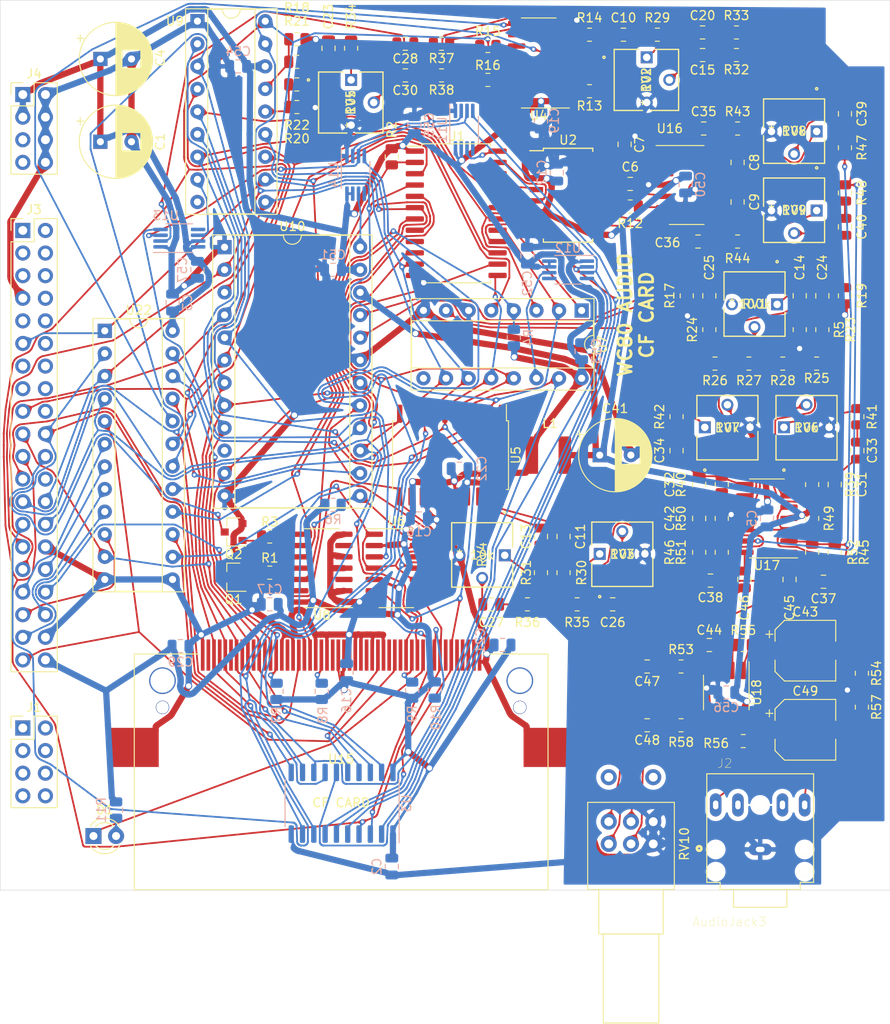
<source format=kicad_pcb>
(kicad_pcb (version 20171130) (host pcbnew "(5.1.9)-1")
  (layers (0 F.Cu signal) (31 B.Cu signal) (34 B.Paste user) (35 F.Paste user) (36 B.SilkS user) (37 F.SilkS user) (38 B.Mask user) (39 F.Mask user) (44 Edge.Cuts user))
  (net 0 "")
  (net 1 +5V)
  (net 2 ~F_OUT~)
  (net 3 "Net-(J1-Pad8)")
  (net 4 F_D2)
  (net 5 F_D0)
  (net 6 F_D5)
  (net 7 F_D3)
  (net 8 F_D6)
  (net 9 F_D1)
  (net 10 F_D7)
  (net 11 F_D4)
  (net 12 F_A2)
  (net 13 F_A6)
  (net 14 F_A5)
  (net 15 F_A7)
  (net 16 F_A3)
  (net 17 F_A4)
  (net 18 F_A1)
  (net 19 F_A0)
  (net 20 ~F_IN~)
  (net 21 "Net-(J1-Pad7)")
  (net 22 "Net-(J1-Pad6)")
  (net 23 "Net-(J1-Pad5)")
  (net 24 "Net-(J1-Pad4)")
  (net 25 "Net-(J1-Pad3)")
  (net 26 "Net-(J1-Pad2)")
  (net 27 "Net-(J1-Pad1)")
  (net 28 "Net-(J3-Pad24)")
  (net 29 "Net-(J3-Pad18)")
  (net 30 "Net-(J3-Pad16)")
  (net 31 "Net-(J3-Pad15)")
  (net 32 "Net-(J3-Pad14)")
  (net 33 "Net-(J3-Pad13)")
  (net 34 "Net-(J3-Pad12)")
  (net 35 "Net-(J3-Pad10)")
  (net 36 "Net-(J3-Pad9)")
  (net 37 "Net-(J3-Pad8)")
  (net 38 "Net-(J3-Pad6)")
  (net 39 "Net-(J3-Pad5)")
  (net 40 "Net-(J3-Pad4)")
  (net 41 "Net-(J3-Pad3)")
  (net 42 "Net-(J3-Pad2)")
  (net 43 "Net-(J3-Pad1)")
  (net 44 "Net-(J4-Pad5)")
  (net 45 "Net-(J4-Pad7)")
  (net 46 "Net-(U1-Pad23)")
  (net 47 "Net-(U1-Pad22)")
  (net 48 "Net-(U1-Pad21)")
  (net 49 "Net-(U1-Pad20)")
  (net 50 "Net-(U1-Pad19)")
  (net 51 "Net-(U1-Pad9)")
  (net 52 "Net-(U2-Pad15)")
  (net 53 F_WAIT)
  (net 54 clk3)
  (net 55 clk0)
  (net 56 ~DAC~)
  (net 57 D7C)
  (net 58 "Net-(U9-Pad9)")
  (net 59 clk1)
  (net 60 ~RESET~)
  (net 61 ~2413~)
  (net 62 clk2)
  (net 63 "Net-(U10-Pad10)")
  (net 64 ~2612~)
  (net 65 +5VA)
  (net 66 GNDA)
  (net 67 ~OPL3~)
  (net 68 "Net-(U7-Pad9)")
  (net 69 ~F_INT~)
  (net 70 "Net-(Q1-Pad1)")
  (net 71 "Net-(Q2-Pad1)")
  (net 72 "Net-(R1-Pad2)")
  (net 73 "Net-(R2-Pad2)")
  (net 74 "Net-(R3-Pad2)")
  (net 75 "Net-(R4-Pad2)")
  (net 76 "Net-(R6-Pad2)")
  (net 77 CLK3SEL)
  (net 78 CLK2SEL)
  (net 79 OPT)
  (net 80 CLK1SEL)
  (net 81 CLK0SEL)
  (net 82 SCK)
  (net 83 SDI)
  (net 84 ~INTREAD~)
  (net 85 ~PSG0_WE~)
  (net 86 "Net-(U8-Pad6)")
  (net 87 "Net-(U8-Pad3)")
  (net 88 "Net-(U11-Pad5)")
  (net 89 "Net-(U12-Pad5)")
  (net 90 "Net-(U13-Pad5)")
  (net 91 "Net-(U14-Pad5)")
  (net 92 "Net-(D1-Pad2)")
  (net 93 "Net-(D1-Pad1)")
  (net 94 "Net-(R7-Pad2)")
  (net 95 "Net-(R8-Pad2)")
  (net 96 "Net-(R9-Pad2)")
  (net 97 "Net-(R10-Pad2)")
  (net 98 ~CFRESET~)
  (net 99 "Net-(U15-Pad28)")
  (net 100 "Net-(U15-Pad33)")
  (net 101 "Net-(U15-Pad26)")
  (net 102 "Net-(U15-Pad27)")
  (net 103 "Net-(U15-Pad29)")
  (net 104 "Net-(U15-Pad30)")
  (net 105 "Net-(U15-Pad31)")
  (net 106 ~CFCARD~)
  (net 107 "Net-(U15-Pad37)")
  (net 108 "Net-(U15-Pad47)")
  (net 109 "Net-(U15-Pad24)")
  (net 110 "Net-(U15-Pad43)")
  (net 111 "Net-(U15-Pad25)")
  (net 112 "Net-(U15-Pad49)")
  (net 113 "Net-(U15-Pad40)")
  (net 114 "Net-(U15-Pad48)")
  (net 115 "Net-(U15-Pad42)")
  (net 116 "Net-(C6-Pad1)")
  (net 117 "Net-(C7-Pad2)")
  (net 118 "Net-(C8-Pad1)")
  (net 119 "Net-(C9-Pad1)")
  (net 120 "Net-(C10-Pad2)")
  (net 121 "Net-(C11-Pad2)")
  (net 122 "Net-(C14-Pad2)")
  (net 123 "Net-(C14-Pad1)")
  (net 124 "Net-(C15-Pad2)")
  (net 125 "Net-(C15-Pad1)")
  (net 126 "Net-(C20-Pad1)")
  (net 127 "Net-(C23-Pad2)")
  (net 128 "Net-(C23-Pad1)")
  (net 129 "Net-(C24-Pad2)")
  (net 130 "Net-(C24-Pad1)")
  (net 131 "Net-(C25-Pad2)")
  (net 132 "Net-(C25-Pad1)")
  (net 133 "Net-(R12-Pad2)")
  (net 134 "Net-(R12-Pad1)")
  (net 135 "Net-(R13-Pad2)")
  (net 136 "Net-(R14-Pad2)")
  (net 137 "Net-(R15-Pad2)")
  (net 138 "Net-(R16-Pad2)")
  (net 139 "Net-(R18-Pad2)")
  (net 140 "Net-(R20-Pad2)")
  (net 141 "Net-(R23-Pad2)")
  (net 142 "Net-(R24-Pad2)")
  (net 143 "Net-(R27-Pad1)")
  (net 144 "Net-(U16-Pad1)")
  (net 145 "Net-(U4-Pad15)")
  (net 146 "Net-(U4-Pad10)")
  (net 147 CASS)
  (net 148 "Net-(U4-Pad6)")
  (net 149 "Net-(U4-Pad3)")
  (net 150 "Net-(C10-Pad1)")
  (net 151 "Net-(C11-Pad1)")
  (net 152 "Net-(C13-Pad2)")
  (net 153 "Net-(C13-Pad1)")
  (net 154 "Net-(C26-Pad2)")
  (net 155 "Net-(C26-Pad1)")
  (net 156 "Net-(C27-Pad2)")
  (net 157 "Net-(C27-Pad1)")
  (net 158 "Net-(C28-Pad2)")
  (net 159 "Net-(C28-Pad1)")
  (net 160 "Net-(C30-Pad1)")
  (net 161 "Net-(C31-Pad2)")
  (net 162 "Net-(C31-Pad1)")
  (net 163 "Net-(C32-Pad2)")
  (net 164 "Net-(C32-Pad1)")
  (net 165 "Net-(C33-Pad1)")
  (net 166 "Net-(C34-Pad1)")
  (net 167 "Net-(C35-Pad2)")
  (net 168 "Net-(C35-Pad1)")
  (net 169 "Net-(C36-Pad2)")
  (net 170 "Net-(C36-Pad1)")
  (net 171 "Net-(C37-Pad2)")
  (net 172 "Net-(C37-Pad1)")
  (net 173 "Net-(C38-Pad2)")
  (net 174 "Net-(C38-Pad1)")
  (net 175 "Net-(C39-Pad2)")
  (net 176 "Net-(C39-Pad1)")
  (net 177 "Net-(C40-Pad2)")
  (net 178 "Net-(C40-Pad1)")
  (net 179 2.5A)
  (net 180 "Net-(C43-Pad2)")
  (net 181 "Net-(C43-Pad1)")
  (net 182 "Net-(C44-Pad2)")
  (net 183 "Net-(C45-Pad2)")
  (net 184 "Net-(C45-Pad1)")
  (net 185 "Net-(C46-Pad2)")
  (net 186 "Net-(C46-Pad1)")
  (net 187 "Net-(C47-Pad2)")
  (net 188 LOUTL)
  (net 189 "Net-(C48-Pad2)")
  (net 190 LOUTR)
  (net 191 "Net-(C49-Pad2)")
  (net 192 "Net-(C49-Pad1)")
  (net 193 "Net-(R29-Pad1)")
  (net 194 "Net-(R30-Pad1)")
  (net 195 "Net-(R31-Pad1)")
  (net 196 LINL)
  (net 197 LINR)
  (net 198 "Net-(R34-Pad1)")
  (net 199 "Net-(R41-Pad1)")
  (net 200 "Net-(R42-Pad1)")
  (net 201 "Net-(R43-Pad1)")
  (net 202 "Net-(R44-Pad1)")
  (net 203 "Net-(R53-Pad1)")
  (net 204 "Net-(R56-Pad1)")
  (net 205 "Net-(RV1-Pad3)")
  (module wilson-z80:Potentiometer_Alps_RK097_Dual_Horizontal (layer F.Cu) (at 88.392 114.808 270)
    (fp_text reference RV10 (at 0 -8.5 90) (layer F.SilkS))
    (fp_text value R_POT_Dual)
    (pad 8 thru_hole circle (at -7.5 0 270) (size 1.8 1.8) (drill 1) (layers *.Cu *.Mask))
    (pad 7 thru_hole circle (at -7.5 -5 270) (size 1.8 1.8) (drill 1) (layers *.Cu *.Mask))
    (pad 3 thru_hole circle (at 0 -5 270) (size 1.8 1.8) (drill 1) (layers *.Cu *.Mask) (net 66 GNDA))
    (pad 2 thru_hole circle (at 0 -2.5 270) (size 1.8 1.8) (drill 1) (layers *.Cu *.Mask) (net 187 "Net-(C47-Pad2)"))
    (pad 1 thru_hole circle (at 0 0 270) (size 1.8 1.8) (drill 1) (layers *.Cu *.Mask) (net 184 "Net-(C45-Pad1)"))
    (pad 6 thru_hole circle (at -2.5 -5 270) (size 1.8 1.8) (drill 1) (layers *.Cu *.Mask) (net 66 GNDA))
    (pad 5 thru_hole circle (at -2.5 -2.5 270) (size 1.8 1.8) (drill 1) (layers *.Cu *.Mask) (net 189 "Net-(C48-Pad2)"))
    (pad 4 thru_hole circle (at -2.5 0 270) (size 1.8 1.8) (drill 1) (layers *.Cu *.Mask) (net 186 "Net-(C46-Pad1)"))
  )
  (module Capacitor_SMD:C_0805_2012Metric (layer B.Cu) (at 42.164 50.292 270)
    (fp_text reference C57 (at 0 1.68 90) (layer B.SilkS) (effects (justify mirror)))
    (fp_text value 100n)
    (pad 2 smd roundrect (at 0.95 0 270) (size 1 1.45) (layers B.Cu B.Paste B.Mask) (net 66 GNDA))
    (pad 1 smd roundrect (at -0.95 0 270) (size 1 1.45) (layers B.Cu B.Paste B.Mask) (net 1 +5V))
  )
  (module Capacitor_SMD:C_0805_2012Metric (layer B.Cu) (at 101.6 97.79)
    (fp_text reference C56 (at 0 1.68) (layer B.SilkS) (effects (justify mirror)))
    (fp_text value 100n)
    (pad 2 smd roundrect (at 0.95 0) (size 1 1.45) (layers B.Cu B.Paste B.Mask) (net 65 +5VA))
    (pad 1 smd roundrect (at -0.95 0) (size 1 1.45) (layers B.Cu B.Paste B.Mask) (net 66 GNDA))
  )
  (module Capacitor_SMD:C_0805_2012Metric (layer B.Cu) (at 66.548 34.036 90)
    (fp_text reference C55 (at 0 1.68 90) (layer B.SilkS) (effects (justify mirror)))
    (fp_text value 100n)
    (pad 2 smd roundrect (at 0.95 0 90) (size 1 1.45) (layers B.Cu B.Paste B.Mask) (net 66 GNDA))
    (pad 1 smd roundrect (at -0.95 0 90) (size 1 1.45) (layers B.Cu B.Paste B.Mask) (net 1 +5V))
  )
  (module Capacitor_SMD:C_0805_2012Metric (layer B.Cu) (at 46.736 27.432 180)
    (fp_text reference C54 (at 0 1.68) (layer B.SilkS) (effects (justify mirror)))
    (fp_text value 100n)
    (pad 2 smd roundrect (at 0.95 0 180) (size 1 1.45) (layers B.Cu B.Paste B.Mask) (net 66 GNDA))
    (pad 1 smd roundrect (at -0.95 0 180) (size 1 1.45) (layers B.Cu B.Paste B.Mask) (net 1 +5V))
  )
  (module Capacitor_SMD:C_0805_2012Metric (layer B.Cu) (at 85.344 59.436 90)
    (fp_text reference C53 (at 0 1.68 90) (layer B.SilkS) (effects (justify mirror)))
    (fp_text value 100n)
    (pad 2 smd roundrect (at 0.95 0 90) (size 1 1.45) (layers B.Cu B.Paste B.Mask) (net 66 GNDA))
    (pad 1 smd roundrect (at -0.95 0 90) (size 1 1.45) (layers B.Cu B.Paste B.Mask) (net 1 +5V))
  )
  (module Capacitor_SMD:C_0805_2012Metric (layer B.Cu) (at 79.248 48.702 90)
    (fp_text reference C52 (at -3.114 0 90) (layer B.SilkS) (effects (justify mirror)))
    (fp_text value 100n)
    (pad 2 smd roundrect (at 0.95 0 90) (size 1 1.45) (layers B.Cu B.Paste B.Mask) (net 66 GNDA))
    (pad 1 smd roundrect (at -0.95 0 90) (size 1 1.45) (layers B.Cu B.Paste B.Mask) (net 1 +5V))
  )
  (module Capacitor_SMD:C_0805_2012Metric (layer B.Cu) (at 57.404 50.292 180)
    (fp_text reference C51 (at 0 1.68) (layer B.SilkS) (effects (justify mirror)))
    (fp_text value 100n)
    (pad 2 smd roundrect (at 0.95 0 180) (size 1 1.45) (layers B.Cu B.Paste B.Mask) (net 66 GNDA))
    (pad 1 smd roundrect (at -0.95 0 180) (size 1 1.45) (layers B.Cu B.Paste B.Mask) (net 1 +5V))
  )
  (module Capacitor_SMD:C_0805_2012Metric (layer B.Cu) (at 97.028 40.706 90)
    (fp_text reference C50 (at 0 1.68 90) (layer B.SilkS) (effects (justify mirror)))
    (fp_text value 100n)
    (pad 2 smd roundrect (at 0.95 0 90) (size 1 1.45) (layers B.Cu B.Paste B.Mask) (net 65 +5VA))
    (pad 1 smd roundrect (at -0.95 0 90) (size 1 1.45) (layers B.Cu B.Paste B.Mask) (net 66 GNDA))
  )
  (module wilson-z80:SWPA5040S (layer F.Cu) (at 81.601 71.12 270)
    (fp_text reference L1 (at -3.556 -0.187) (layer F.SilkS))
    (fp_text value 100uH)
    (pad 2 smd roundrect (at 0 1.85 270) (size 4.2 1.4) (layers F.Cu F.Paste F.Mask) (roundrect_rratio 0.1) (net 1 +5V))
    (pad 1 smd roundrect (at 0 -1.85 270) (size 4.2 1.4) (layers F.Cu F.Paste F.Mask) (roundrect_rratio 0.1) (net 65 +5VA))
  )
  (module Package_SO:SOIC-14_3.9x8.7mm_P1.27mm (layer F.Cu) (at 106.172 78.232 180)
    (fp_text reference U17 (at 0 -5.28) (layer F.SilkS))
    (fp_text value TL074)
    (pad 14 smd roundrect (at 2.475 -3.81 180) (size 1.95 0.6) (layers F.Cu F.Paste F.Mask) (net 185 "Net-(C46-Pad2)"))
    (pad 13 smd roundrect (at 2.475 -2.54 180) (size 1.95 0.6) (layers F.Cu F.Paste F.Mask) (net 197 LINR))
    (pad 12 smd roundrect (at 2.475 -1.27 180) (size 1.95 0.6) (layers F.Cu F.Paste F.Mask) (net 179 2.5A))
    (pad 11 smd roundrect (at 2.475 0 180) (size 1.95 0.6) (layers F.Cu F.Paste F.Mask) (net 66 GNDA))
    (pad 10 smd roundrect (at 2.475 1.27 180) (size 1.95 0.6) (layers F.Cu F.Paste F.Mask) (net 179 2.5A))
    (pad 9 smd roundrect (at 2.475 2.54 180) (size 1.95 0.6) (layers F.Cu F.Paste F.Mask) (net 163 "Net-(C32-Pad2)"))
    (pad 8 smd roundrect (at 2.475 3.81 180) (size 1.95 0.6) (layers F.Cu F.Paste F.Mask) (net 164 "Net-(C32-Pad1)"))
    (pad 7 smd roundrect (at -2.475 3.81 180) (size 1.95 0.6) (layers F.Cu F.Paste F.Mask) (net 162 "Net-(C31-Pad1)"))
    (pad 6 smd roundrect (at -2.475 2.54 180) (size 1.95 0.6) (layers F.Cu F.Paste F.Mask) (net 161 "Net-(C31-Pad2)"))
    (pad 5 smd roundrect (at -2.475 1.27 180) (size 1.95 0.6) (layers F.Cu F.Paste F.Mask) (net 179 2.5A))
    (pad 4 smd roundrect (at -2.475 0 180) (size 1.95 0.6) (layers F.Cu F.Paste F.Mask) (net 65 +5VA))
    (pad 3 smd roundrect (at -2.475 -1.27 180) (size 1.95 0.6) (layers F.Cu F.Paste F.Mask) (net 179 2.5A))
    (pad 2 smd roundrect (at -2.475 -2.54 180) (size 1.95 0.6) (layers F.Cu F.Paste F.Mask) (net 196 LINL))
    (pad 1 smd roundrect (at -2.475 -3.81 180) (size 1.95 0.6) (layers F.Cu F.Paste F.Mask) (net 183 "Net-(C45-Pad2)"))
  )
  (module Package_SO:SOIC-14_3.9x8.7mm_P1.27mm (layer F.Cu) (at 97.155 40.767)
    (fp_text reference U16 (at -1.905 -6.35) (layer F.SilkS))
    (fp_text value TL074)
    (pad 14 smd roundrect (at 2.475 -3.81) (size 1.95 0.6) (layers F.Cu F.Paste F.Mask) (net 167 "Net-(C35-Pad2)"))
    (pad 13 smd roundrect (at 2.475 -2.54) (size 1.95 0.6) (layers F.Cu F.Paste F.Mask) (net 167 "Net-(C35-Pad2)"))
    (pad 12 smd roundrect (at 2.475 -1.27) (size 1.95 0.6) (layers F.Cu F.Paste F.Mask) (net 118 "Net-(C8-Pad1)"))
    (pad 11 smd roundrect (at 2.475 0) (size 1.95 0.6) (layers F.Cu F.Paste F.Mask) (net 66 GNDA))
    (pad 10 smd roundrect (at 2.475 1.27) (size 1.95 0.6) (layers F.Cu F.Paste F.Mask) (net 119 "Net-(C9-Pad1)"))
    (pad 9 smd roundrect (at 2.475 2.54) (size 1.95 0.6) (layers F.Cu F.Paste F.Mask) (net 169 "Net-(C36-Pad2)"))
    (pad 8 smd roundrect (at 2.475 3.81) (size 1.95 0.6) (layers F.Cu F.Paste F.Mask) (net 169 "Net-(C36-Pad2)"))
    (pad 7 smd roundrect (at -2.475 3.81) (size 1.95 0.6) (layers F.Cu F.Paste F.Mask) (net 133 "Net-(R12-Pad2)"))
    (pad 6 smd roundrect (at -2.475 2.54) (size 1.95 0.6) (layers F.Cu F.Paste F.Mask) (net 133 "Net-(R12-Pad2)"))
    (pad 5 smd roundrect (at -2.475 1.27) (size 1.95 0.6) (layers F.Cu F.Paste F.Mask) (net 116 "Net-(C6-Pad1)"))
    (pad 4 smd roundrect (at -2.475 0) (size 1.95 0.6) (layers F.Cu F.Paste F.Mask) (net 65 +5VA))
    (pad 3 smd roundrect (at -2.475 -1.27) (size 1.95 0.6) (layers F.Cu F.Paste F.Mask) (net 117 "Net-(C7-Pad2)"))
    (pad 2 smd roundrect (at -2.475 -2.54) (size 1.95 0.6) (layers F.Cu F.Paste F.Mask) (net 144 "Net-(U16-Pad1)"))
    (pad 1 smd roundrect (at -2.475 -3.81) (size 1.95 0.6) (layers F.Cu F.Paste F.Mask) (net 144 "Net-(U16-Pad1)"))
  )
  (module Package_SO:SOIC-8_3.9x4.9mm_P1.27mm (layer F.Cu) (at 101.6 97.79 270)
    (fp_text reference U18 (at 0 -3.4 90) (layer F.SilkS))
    (fp_text value TPA6111A2DR)
    (pad 8 smd roundrect (at 2.475 -1.905 270) (size 1.95 0.6) (layers F.Cu F.Paste F.Mask) (net 65 +5VA))
    (pad 7 smd roundrect (at 2.475 -0.635 270) (size 1.95 0.6) (layers F.Cu F.Paste F.Mask) (net 192 "Net-(C49-Pad1)"))
    (pad 6 smd roundrect (at 2.475 0.635 270) (size 1.95 0.6) (layers F.Cu F.Paste F.Mask) (net 204 "Net-(R56-Pad1)"))
    (pad 5 smd roundrect (at 2.475 1.905 270) (size 1.95 0.6) (layers F.Cu F.Paste F.Mask) (net 66 GNDA))
    (pad 4 smd roundrect (at -2.475 1.905 270) (size 1.95 0.6) (layers F.Cu F.Paste F.Mask) (net 66 GNDA))
    (pad 3 smd roundrect (at -2.475 0.635 270) (size 1.95 0.6) (layers F.Cu F.Paste F.Mask) (net 182 "Net-(C44-Pad2)"))
    (pad 2 smd roundrect (at -2.475 -0.635 270) (size 1.95 0.6) (layers F.Cu F.Paste F.Mask) (net 203 "Net-(R53-Pad1)"))
    (pad 1 smd roundrect (at -2.475 -1.905 270) (size 1.95 0.6) (layers F.Cu F.Paste F.Mask) (net 181 "Net-(C43-Pad1)"))
  )
  (module wilson-z80:3362P-1-103LF (layer F.Cu) (at 106.68 43.561 180)
    (fp_text reference RV9 (at -2.54 -0.0381) (layer F.SilkS))
    (fp_text value 10k (at -2.54 -0.0381) (layer F.SilkS))
    (fp_text user * (at 0 0) (layer F.SilkS))
    (pad 3 thru_hole circle (at 0 -0.0762 180) (size 1.3462 1.3462) (drill 0.8382) (layers *.Cu *.Mask) (net 66 GNDA))
    (pad 2 thru_hole circle (at -2.54 -2.6162 180) (size 1.3462 1.3462) (drill 0.8382) (layers *.Cu *.Mask) (net 177 "Net-(C40-Pad2)"))
    (pad 1 thru_hole rect (at -5.08 -0.0762 180) (size 1.3462 1.3462) (drill 0.8382) (layers *.Cu *.Mask) (net 202 "Net-(R44-Pad1)"))
  )
  (module wilson-z80:3362P-1-103LF (layer F.Cu) (at 106.68 34.671 180)
    (fp_text reference RV8 (at -2.54 -0.0381) (layer F.SilkS))
    (fp_text value 10k (at -2.54 -0.0381) (layer F.SilkS))
    (fp_text user * (at 0 0) (layer F.SilkS))
    (pad 3 thru_hole circle (at 0 -0.0762 180) (size 1.3462 1.3462) (drill 0.8382) (layers *.Cu *.Mask) (net 66 GNDA))
    (pad 2 thru_hole circle (at -2.54 -2.6162 180) (size 1.3462 1.3462) (drill 0.8382) (layers *.Cu *.Mask) (net 175 "Net-(C39-Pad2)"))
    (pad 1 thru_hole rect (at -5.08 -0.0762 180) (size 1.3462 1.3462) (drill 0.8382) (layers *.Cu *.Mask) (net 201 "Net-(R43-Pad1)"))
  )
  (module wilson-z80:3362P-1-103LF (layer F.Cu) (at 104.267 68.072)
    (fp_text reference RV7 (at -2.54 -0.0381) (layer F.SilkS))
    (fp_text value 10k (at -2.54 -0.0381) (layer F.SilkS))
    (fp_text user * (at 0 0) (layer F.SilkS))
    (pad 3 thru_hole circle (at 0 -0.0762) (size 1.3462 1.3462) (drill 0.8382) (layers *.Cu *.Mask) (net 66 GNDA))
    (pad 2 thru_hole circle (at -2.54 -2.6162) (size 1.3462 1.3462) (drill 0.8382) (layers *.Cu *.Mask) (net 173 "Net-(C38-Pad2)"))
    (pad 1 thru_hole rect (at -5.08 -0.0762) (size 1.3462 1.3462) (drill 0.8382) (layers *.Cu *.Mask) (net 200 "Net-(R42-Pad1)"))
  )
  (module wilson-z80:3362P-1-103LF (layer F.Cu) (at 113.157 68.072)
    (fp_text reference RV6 (at -2.54 -0.0381) (layer F.SilkS))
    (fp_text value 10k (at -2.54 -0.0381) (layer F.SilkS))
    (fp_text user * (at 0 0) (layer F.SilkS))
    (pad 3 thru_hole circle (at 0 -0.0762) (size 1.3462 1.3462) (drill 0.8382) (layers *.Cu *.Mask) (net 66 GNDA))
    (pad 2 thru_hole circle (at -2.54 -2.6162) (size 1.3462 1.3462) (drill 0.8382) (layers *.Cu *.Mask) (net 171 "Net-(C37-Pad2)"))
    (pad 1 thru_hole rect (at -5.08 -0.0762) (size 1.3462 1.3462) (drill 0.8382) (layers *.Cu *.Mask) (net 199 "Net-(R41-Pad1)"))
  )
  (module wilson-z80:3362P-1-103LF (layer F.Cu) (at 59.3598 34.036 270)
    (fp_text reference RV5 (at -2.54 -0.0381 90) (layer F.SilkS))
    (fp_text value 10k (at -2.54 -0.0381 90) (layer F.SilkS))
    (fp_text user * (at 0 0 90) (layer F.SilkS))
    (pad 3 thru_hole circle (at 0 -0.0762 270) (size 1.3462 1.3462) (drill 0.8382) (layers *.Cu *.Mask) (net 66 GNDA))
    (pad 2 thru_hole circle (at -2.54 -2.6162 270) (size 1.3462 1.3462) (drill 0.8382) (layers *.Cu *.Mask) (net 158 "Net-(C28-Pad2)"))
    (pad 1 thru_hole rect (at -5.08 -0.0762 270) (size 1.3462 1.3462) (drill 0.8382) (layers *.Cu *.Mask) (net 198 "Net-(R34-Pad1)"))
  )
  (module wilson-z80:3362P-1-103LF (layer F.Cu) (at 71.628 82.296 180)
    (fp_text reference RV4 (at -2.54 0 90) (layer F.SilkS))
    (fp_text value 10k (at -2.54 -0.0381) (layer F.SilkS))
    (fp_text user * (at 0 0) (layer F.SilkS))
    (pad 3 thru_hole circle (at 0 -0.0762 180) (size 1.3462 1.3462) (drill 0.8382) (layers *.Cu *.Mask) (net 66 GNDA))
    (pad 2 thru_hole circle (at -2.54 -2.6162 180) (size 1.3462 1.3462) (drill 0.8382) (layers *.Cu *.Mask) (net 156 "Net-(C27-Pad2)"))
    (pad 1 thru_hole rect (at -5.08 -0.0762 180) (size 1.3462 1.3462) (drill 0.8382) (layers *.Cu *.Mask) (net 195 "Net-(R31-Pad1)"))
  )
  (module wilson-z80:3362P-1-103LF (layer F.Cu) (at 92.456 82.296)
    (fp_text reference RV3 (at -2.54 -0.0381) (layer F.SilkS))
    (fp_text value 10k (at -2.54 -0.0381) (layer F.SilkS))
    (fp_text user * (at 0 0) (layer F.SilkS))
    (pad 3 thru_hole circle (at 0 -0.0762) (size 1.3462 1.3462) (drill 0.8382) (layers *.Cu *.Mask) (net 66 GNDA))
    (pad 2 thru_hole circle (at -2.54 -2.6162) (size 1.3462 1.3462) (drill 0.8382) (layers *.Cu *.Mask) (net 154 "Net-(C26-Pad2)"))
    (pad 1 thru_hole rect (at -5.08 -0.0762) (size 1.3462 1.3462) (drill 0.8382) (layers *.Cu *.Mask) (net 194 "Net-(R30-Pad1)"))
  )
  (module wilson-z80:3362P-1-103LF (layer F.Cu) (at 92.583 31.496 270)
    (fp_text reference RV2 (at -2.54 -0.0381 90) (layer F.SilkS))
    (fp_text value 10k (at -2.54 -0.0381 90) (layer F.SilkS))
    (fp_text user * (at 0 0 90) (layer F.SilkS))
    (pad 3 thru_hole circle (at 0 -0.0762 270) (size 1.3462 1.3462) (drill 0.8382) (layers *.Cu *.Mask) (net 66 GNDA))
    (pad 2 thru_hole circle (at -2.54 -2.6162 270) (size 1.3462 1.3462) (drill 0.8382) (layers *.Cu *.Mask) (net 124 "Net-(C15-Pad2)"))
    (pad 1 thru_hole rect (at -5.08 -0.0762 270) (size 1.3462 1.3462) (drill 0.8382) (layers *.Cu *.Mask) (net 193 "Net-(R29-Pad1)"))
  )
  (module wilson-z80:3362P-1-103LF (layer F.Cu) (at 102.235 54.102 180)
    (fp_text reference RV1 (at -2.54 -0.0381) (layer F.SilkS))
    (fp_text value 100k (at -2.54 -0.0381) (layer F.SilkS))
    (fp_text user * (at 0 0) (layer F.SilkS))
    (pad 3 thru_hole circle (at 0 -0.0762 180) (size 1.3462 1.3462) (drill 0.8382) (layers *.Cu *.Mask) (net 205 "Net-(RV1-Pad3)"))
    (pad 2 thru_hole circle (at -2.54 -2.6162 180) (size 1.3462 1.3462) (drill 0.8382) (layers *.Cu *.Mask) (net 143 "Net-(R27-Pad1)"))
    (pad 1 thru_hole rect (at -5.08 -0.0762 180) (size 1.3462 1.3462) (drill 0.8382) (layers *.Cu *.Mask) (net 122 "Net-(C14-Pad2)"))
  )
  (module Resistor_SMD:R_0805_2012Metric (layer F.Cu) (at 96.52 101.473)
    (fp_text reference R58 (at 0 1.905) (layer F.SilkS))
    (fp_text value 10k)
    (pad 2 smd roundrect (at 0.9125 0) (size 1.025 1.4) (layers F.Cu F.Paste F.Mask) (roundrect_rratio 0.2439014634146341) (net 204 "Net-(R56-Pad1)"))
    (pad 1 smd roundrect (at -0.9125 0) (size 1.025 1.4) (layers F.Cu F.Paste F.Mask) (roundrect_rratio 0.2439014634146341) (net 190 LOUTR))
  )
  (module Resistor_SMD:R_0805_2012Metric (layer F.Cu) (at 116.84 99.441 270)
    (fp_text reference R57 (at 0 -1.65 90) (layer F.SilkS))
    (fp_text value 10k)
    (pad 2 smd roundrect (at 0.9125 0 270) (size 1.025 1.4) (layers F.Cu F.Paste F.Mask) (roundrect_rratio 0.2439014634146341) (net 191 "Net-(C49-Pad2)"))
    (pad 1 smd roundrect (at -0.9125 0 270) (size 1.025 1.4) (layers F.Cu F.Paste F.Mask) (roundrect_rratio 0.2439014634146341) (net 66 GNDA))
  )
  (module Resistor_SMD:R_0805_2012Metric (layer F.Cu) (at 103.505 103.251)
    (fp_text reference R56 (at -3.048 0.254) (layer F.SilkS))
    (fp_text value 15k)
    (pad 2 smd roundrect (at 0.9125 0) (size 1.025 1.4) (layers F.Cu F.Paste F.Mask) (roundrect_rratio 0.2439014634146341) (net 192 "Net-(C49-Pad1)"))
    (pad 1 smd roundrect (at -0.9125 0) (size 1.025 1.4) (layers F.Cu F.Paste F.Mask) (roundrect_rratio 0.2439014634146341) (net 204 "Net-(R56-Pad1)"))
  )
  (module Resistor_SMD:R_0805_2012Metric (layer F.Cu) (at 103.505 92.456)
    (fp_text reference R55 (at 0 -1.651) (layer F.SilkS))
    (fp_text value 15k)
    (pad 2 smd roundrect (at 0.9125 0) (size 1.025 1.4) (layers F.Cu F.Paste F.Mask) (roundrect_rratio 0.2439014634146341) (net 181 "Net-(C43-Pad1)"))
    (pad 1 smd roundrect (at -0.9125 0) (size 1.025 1.4) (layers F.Cu F.Paste F.Mask) (roundrect_rratio 0.2439014634146341) (net 203 "Net-(R53-Pad1)"))
  )
  (module Resistor_SMD:R_0805_2012Metric (layer F.Cu) (at 116.84 95.631 270)
    (fp_text reference R54 (at 0 -1.65 90) (layer F.SilkS))
    (fp_text value 10k)
    (pad 2 smd roundrect (at 0.9125 0 270) (size 1.025 1.4) (layers F.Cu F.Paste F.Mask) (roundrect_rratio 0.2439014634146341) (net 66 GNDA))
    (pad 1 smd roundrect (at -0.9125 0 270) (size 1.025 1.4) (layers F.Cu F.Paste F.Mask) (roundrect_rratio 0.2439014634146341) (net 180 "Net-(C43-Pad2)"))
  )
  (module Resistor_SMD:R_0805_2012Metric (layer F.Cu) (at 96.52 94.869 180)
    (fp_text reference R53 (at 0 1.905) (layer F.SilkS))
    (fp_text value 10k)
    (pad 2 smd roundrect (at 0.9125 0 180) (size 1.025 1.4) (layers F.Cu F.Paste F.Mask) (roundrect_rratio 0.2439014634146341) (net 188 LOUTL))
    (pad 1 smd roundrect (at -0.9125 0 180) (size 1.025 1.4) (layers F.Cu F.Paste F.Mask) (roundrect_rratio 0.2439014634146341) (net 203 "Net-(R53-Pad1)"))
  )
  (module Resistor_SMD:R_0805_2012Metric (layer F.Cu) (at 111.252 82.042 90)
    (fp_text reference R52 (at 0 4.572 90) (layer F.SilkS))
    (fp_text value 10k)
    (pad 2 smd roundrect (at 0.9125 0 90) (size 1.025 1.4) (layers F.Cu F.Paste F.Mask) (roundrect_rratio 0.2439014634146341) (net 196 LINL))
    (pad 1 smd roundrect (at -0.9125 0 90) (size 1.025 1.4) (layers F.Cu F.Paste F.Mask) (roundrect_rratio 0.2439014634146341) (net 183 "Net-(C45-Pad2)"))
  )
  (module Resistor_SMD:R_0805_2012Metric (layer F.Cu) (at 101.092 82.042 90)
    (fp_text reference R51 (at 0 -4.572 90) (layer F.SilkS))
    (fp_text value 10k)
    (pad 2 smd roundrect (at 0.9125 0 90) (size 1.025 1.4) (layers F.Cu F.Paste F.Mask) (roundrect_rratio 0.2439014634146341) (net 197 LINR))
    (pad 1 smd roundrect (at -0.9125 0 90) (size 1.025 1.4) (layers F.Cu F.Paste F.Mask) (roundrect_rratio 0.2439014634146341) (net 185 "Net-(C46-Pad2)"))
  )
  (module Resistor_SMD:R_0805_2012Metric (layer F.Cu) (at 101.092 78.232 90)
    (fp_text reference R50 (at 0 -4.572 270) (layer F.SilkS))
    (fp_text value 10K)
    (pad 2 smd roundrect (at 0.9125 0 90) (size 1.025 1.4) (layers F.Cu F.Paste F.Mask) (roundrect_rratio 0.2439014634146341) (net 66 GNDA))
    (pad 1 smd roundrect (at -0.9125 0 90) (size 1.025 1.4) (layers F.Cu F.Paste F.Mask) (roundrect_rratio 0.2439014634146341) (net 179 2.5A))
  )
  (module Resistor_SMD:R_0805_2012Metric (layer F.Cu) (at 111.252 78.232 270)
    (fp_text reference R49 (at 0 -1.905 90) (layer F.SilkS))
    (fp_text value 10K)
    (pad 2 smd roundrect (at 0.9125 0 270) (size 1.025 1.4) (layers F.Cu F.Paste F.Mask) (roundrect_rratio 0.2439014634146341) (net 179 2.5A))
    (pad 1 smd roundrect (at -0.9125 0 270) (size 1.025 1.4) (layers F.Cu F.Paste F.Mask) (roundrect_rratio 0.2439014634146341) (net 65 +5VA))
  )
  (module Resistor_SMD:R_0805_2012Metric (layer F.Cu) (at 114.935 41.656 270)
    (fp_text reference R48 (at 0 -1.905 90) (layer F.SilkS))
    (fp_text value 10k)
    (pad 2 smd roundrect (at 0.9125 0 270) (size 1.025 1.4) (layers F.Cu F.Paste F.Mask) (roundrect_rratio 0.2439014634146341) (net 178 "Net-(C40-Pad1)"))
    (pad 1 smd roundrect (at -0.9125 0 270) (size 1.025 1.4) (layers F.Cu F.Paste F.Mask) (roundrect_rratio 0.2439014634146341) (net 197 LINR))
  )
  (module Resistor_SMD:R_0805_2012Metric (layer F.Cu) (at 114.935 36.576 90)
    (fp_text reference R47 (at 0 1.905 90) (layer F.SilkS))
    (fp_text value 10k)
    (pad 2 smd roundrect (at 0.9125 0 90) (size 1.025 1.4) (layers F.Cu F.Paste F.Mask) (roundrect_rratio 0.2439014634146341) (net 176 "Net-(C39-Pad1)"))
    (pad 1 smd roundrect (at -0.9125 0 90) (size 1.025 1.4) (layers F.Cu F.Paste F.Mask) (roundrect_rratio 0.2439014634146341) (net 196 LINL))
  )
  (module Resistor_SMD:R_0805_2012Metric (layer F.Cu) (at 98.552 82.042 270)
    (fp_text reference R46 (at 0 3.302 90) (layer F.SilkS))
    (fp_text value 10k)
    (pad 2 smd roundrect (at 0.9125 0 270) (size 1.025 1.4) (layers F.Cu F.Paste F.Mask) (roundrect_rratio 0.2439014634146341) (net 174 "Net-(C38-Pad1)"))
    (pad 1 smd roundrect (at -0.9125 0 270) (size 1.025 1.4) (layers F.Cu F.Paste F.Mask) (roundrect_rratio 0.2439014634146341) (net 197 LINR))
  )
  (module Resistor_SMD:R_0805_2012Metric (layer F.Cu) (at 113.792 82.042 270)
    (fp_text reference R45 (at 0 -3.302 90) (layer F.SilkS))
    (fp_text value 10k)
    (pad 2 smd roundrect (at 0.9125 0 270) (size 1.025 1.4) (layers F.Cu F.Paste F.Mask) (roundrect_rratio 0.2439014634146341) (net 172 "Net-(C37-Pad1)"))
    (pad 1 smd roundrect (at -0.9125 0 270) (size 1.025 1.4) (layers F.Cu F.Paste F.Mask) (roundrect_rratio 0.2439014634146341) (net 196 LINL))
  )
  (module Resistor_SMD:R_0805_2012Metric (layer F.Cu) (at 102.87 47.117 180)
    (fp_text reference R44 (at 0 -1.905) (layer F.SilkS))
    (fp_text value 1k)
    (pad 2 smd roundrect (at 0.9125 0 180) (size 1.025 1.4) (layers F.Cu F.Paste F.Mask) (roundrect_rratio 0.2439014634146341) (net 170 "Net-(C36-Pad1)"))
    (pad 1 smd roundrect (at -0.9125 0 180) (size 1.025 1.4) (layers F.Cu F.Paste F.Mask) (roundrect_rratio 0.2439014634146341) (net 202 "Net-(R44-Pad1)"))
  )
  (module Resistor_SMD:R_0805_2012Metric (layer F.Cu) (at 102.87 34.417 180)
    (fp_text reference R43 (at 0 1.905) (layer F.SilkS))
    (fp_text value 1k)
    (pad 2 smd roundrect (at 0.9125 0 180) (size 1.025 1.4) (layers F.Cu F.Paste F.Mask) (roundrect_rratio 0.2439014634146341) (net 168 "Net-(C35-Pad1)"))
    (pad 1 smd roundrect (at -0.9125 0 180) (size 1.025 1.4) (layers F.Cu F.Paste F.Mask) (roundrect_rratio 0.2439014634146341) (net 201 "Net-(R43-Pad1)"))
  )
  (module Resistor_SMD:R_0805_2012Metric (layer F.Cu) (at 96.012 66.802 270)
    (fp_text reference R42 (at 0 1.905 90) (layer F.SilkS))
    (fp_text value 1k)
    (pad 2 smd roundrect (at 0.9125 0 270) (size 1.025 1.4) (layers F.Cu F.Paste F.Mask) (roundrect_rratio 0.2439014634146341) (net 166 "Net-(C34-Pad1)"))
    (pad 1 smd roundrect (at -0.9125 0 270) (size 1.025 1.4) (layers F.Cu F.Paste F.Mask) (roundrect_rratio 0.2439014634146341) (net 200 "Net-(R42-Pad1)"))
  )
  (module Resistor_SMD:R_0805_2012Metric (layer F.Cu) (at 116.332 66.802 270)
    (fp_text reference R41 (at 0 -1.65 90) (layer F.SilkS))
    (fp_text value 1k)
    (pad 2 smd roundrect (at 0.9125 0 270) (size 1.025 1.4) (layers F.Cu F.Paste F.Mask) (roundrect_rratio 0.2439014634146341) (net 165 "Net-(C33-Pad1)"))
    (pad 1 smd roundrect (at -0.9125 0 270) (size 1.025 1.4) (layers F.Cu F.Paste F.Mask) (roundrect_rratio 0.2439014634146341) (net 199 "Net-(R41-Pad1)"))
  )
  (module Resistor_SMD:R_0805_2012Metric (layer F.Cu) (at 101.092 74.422 270)
    (fp_text reference R40 (at 0 4.572 90) (layer F.SilkS))
    (fp_text value 5k6)
    (pad 2 smd roundrect (at 0.9125 0 270) (size 1.025 1.4) (layers F.Cu F.Paste F.Mask) (roundrect_rratio 0.2439014634146341) (net 163 "Net-(C32-Pad2)"))
    (pad 1 smd roundrect (at -0.9125 0 270) (size 1.025 1.4) (layers F.Cu F.Paste F.Mask) (roundrect_rratio 0.2439014634146341) (net 164 "Net-(C32-Pad1)"))
  )
  (module Resistor_SMD:R_0805_2012Metric (layer F.Cu) (at 111.252 74.422 270)
    (fp_text reference R39 (at 0 -4.318 90) (layer F.SilkS))
    (fp_text value 5k6)
    (pad 2 smd roundrect (at 0.9125 0 270) (size 1.025 1.4) (layers F.Cu F.Paste F.Mask) (roundrect_rratio 0.2439014634146341) (net 161 "Net-(C31-Pad2)"))
    (pad 1 smd roundrect (at -0.9125 0 270) (size 1.025 1.4) (layers F.Cu F.Paste F.Mask) (roundrect_rratio 0.2439014634146341) (net 162 "Net-(C31-Pad1)"))
  )
  (module Resistor_SMD:R_0805_2012Metric (layer F.Cu) (at 69.596 28.448 180)
    (fp_text reference R38 (at 0 -1.65) (layer F.SilkS))
    (fp_text value 10k)
    (pad 2 smd roundrect (at 0.9125 0 180) (size 1.025 1.4) (layers F.Cu F.Paste F.Mask) (roundrect_rratio 0.2439014634146341) (net 160 "Net-(C30-Pad1)"))
    (pad 1 smd roundrect (at -0.9125 0 180) (size 1.025 1.4) (layers F.Cu F.Paste F.Mask) (roundrect_rratio 0.2439014634146341) (net 197 LINR))
  )
  (module Resistor_SMD:R_0805_2012Metric (layer F.Cu) (at 69.596 24.892 180)
    (fp_text reference R37 (at 0 -1.65) (layer F.SilkS))
    (fp_text value 10k)
    (pad 2 smd roundrect (at 0.9125 0 180) (size 1.025 1.4) (layers F.Cu F.Paste F.Mask) (roundrect_rratio 0.2439014634146341) (net 159 "Net-(C28-Pad1)"))
    (pad 1 smd roundrect (at -0.9125 0 180) (size 1.025 1.4) (layers F.Cu F.Paste F.Mask) (roundrect_rratio 0.2439014634146341) (net 196 LINL))
  )
  (module Resistor_SMD:R_0805_2012Metric (layer F.Cu) (at 79.248 87.884 180)
    (fp_text reference R36 (at 0 -2.032) (layer F.SilkS))
    (fp_text value 10k)
    (pad 2 smd roundrect (at 0.9125 0 180) (size 1.025 1.4) (layers F.Cu F.Paste F.Mask) (roundrect_rratio 0.2439014634146341) (net 157 "Net-(C27-Pad1)"))
    (pad 1 smd roundrect (at -0.9125 0 180) (size 1.025 1.4) (layers F.Cu F.Paste F.Mask) (roundrect_rratio 0.2439014634146341) (net 197 LINR))
  )
  (module Resistor_SMD:R_0805_2012Metric (layer F.Cu) (at 84.836 87.884)
    (fp_text reference R35 (at 0 2.032) (layer F.SilkS))
    (fp_text value 10k)
    (pad 2 smd roundrect (at 0.9125 0) (size 1.025 1.4) (layers F.Cu F.Paste F.Mask) (roundrect_rratio 0.2439014634146341) (net 155 "Net-(C26-Pad1)"))
    (pad 1 smd roundrect (at -0.9125 0) (size 1.025 1.4) (layers F.Cu F.Paste F.Mask) (roundrect_rratio 0.2439014634146341) (net 196 LINL))
  )
  (module Resistor_SMD:R_0805_2012Metric (layer F.Cu) (at 59.436 25.4 90)
    (fp_text reference R34 (at 3.556 0 90) (layer F.SilkS))
    (fp_text value 1k)
    (pad 2 smd roundrect (at 0.9125 0 90) (size 1.025 1.4) (layers F.Cu F.Paste F.Mask) (roundrect_rratio 0.2439014634146341) (net 128 "Net-(C23-Pad1)"))
    (pad 1 smd roundrect (at -0.9125 0 90) (size 1.025 1.4) (layers F.Cu F.Paste F.Mask) (roundrect_rratio 0.2439014634146341) (net 198 "Net-(R34-Pad1)"))
  )
  (module Resistor_SMD:R_0805_2012Metric (layer F.Cu) (at 102.743 23.622 180)
    (fp_text reference R33 (at 0 1.905) (layer F.SilkS))
    (fp_text value 10k)
    (pad 2 smd roundrect (at 0.9125 0 180) (size 1.025 1.4) (layers F.Cu F.Paste F.Mask) (roundrect_rratio 0.2439014634146341) (net 126 "Net-(C20-Pad1)"))
    (pad 1 smd roundrect (at -0.9125 0 180) (size 1.025 1.4) (layers F.Cu F.Paste F.Mask) (roundrect_rratio 0.2439014634146341) (net 197 LINR))
  )
  (module Resistor_SMD:R_0805_2012Metric (layer F.Cu) (at 102.743 26.162 180)
    (fp_text reference R32 (at 0 -1.65) (layer F.SilkS))
    (fp_text value 10k)
    (pad 2 smd roundrect (at 0.9125 0 180) (size 1.025 1.4) (layers F.Cu F.Paste F.Mask) (roundrect_rratio 0.2439014634146341) (net 125 "Net-(C15-Pad1)"))
    (pad 1 smd roundrect (at -0.9125 0 180) (size 1.025 1.4) (layers F.Cu F.Paste F.Mask) (roundrect_rratio 0.2439014634146341) (net 196 LINL))
  )
  (module Resistor_SMD:R_0805_2012Metric (layer F.Cu) (at 80.772 84.328 90)
    (fp_text reference R31 (at 0 -1.65 90) (layer F.SilkS))
    (fp_text value 1k)
    (pad 2 smd roundrect (at 0.9125 0 90) (size 1.025 1.4) (layers F.Cu F.Paste F.Mask) (roundrect_rratio 0.2439014634146341) (net 153 "Net-(C13-Pad1)"))
    (pad 1 smd roundrect (at -0.9125 0 90) (size 1.025 1.4) (layers F.Cu F.Paste F.Mask) (roundrect_rratio 0.2439014634146341) (net 195 "Net-(R31-Pad1)"))
  )
  (module Resistor_SMD:R_0805_2012Metric (layer F.Cu) (at 83.312 84.328 90)
    (fp_text reference R30 (at 0 2.032 90) (layer F.SilkS))
    (fp_text value 1k)
    (pad 2 smd roundrect (at 0.9125 0 90) (size 1.025 1.4) (layers F.Cu F.Paste F.Mask) (roundrect_rratio 0.2439014634146341) (net 151 "Net-(C11-Pad1)"))
    (pad 1 smd roundrect (at -0.9125 0 90) (size 1.025 1.4) (layers F.Cu F.Paste F.Mask) (roundrect_rratio 0.2439014634146341) (net 194 "Net-(R30-Pad1)"))
  )
  (module Resistor_SMD:R_0805_2012Metric (layer F.Cu) (at 93.853 23.876 180)
    (fp_text reference R29 (at 0 1.905) (layer F.SilkS))
    (fp_text value 1k)
    (pad 2 smd roundrect (at 0.9125 0 180) (size 1.025 1.4) (layers F.Cu F.Paste F.Mask) (roundrect_rratio 0.2439014634146341) (net 150 "Net-(C10-Pad1)"))
    (pad 1 smd roundrect (at -0.9125 0 180) (size 1.025 1.4) (layers F.Cu F.Paste F.Mask) (roundrect_rratio 0.2439014634146341) (net 193 "Net-(R29-Pad1)"))
  )
  (module wilson-z80:SWITCHCRAFT_35RAPC4BHN2 (layer F.Cu) (at 105.41 114.427)
    (fp_text reference J2 (at -3.97529 -8.66834) (layer F.SilkS) (effects (font (size 1.00386 1.00386) (thickness 0.05))))
    (fp_text value AudioJack3 (at -3.44121 9.13891) (layer F.SilkS) (effects (font (size 1.00249 1.00249) (thickness 0.05))))
    (pad Hole np_thru_hole circle (at 5 3.5) (size 1.2 1.2) (drill 1.2) (layers *.Cu *.Mask F.SilkS))
    (pad Hole np_thru_hole circle (at 5 1) (size 1.2 1.2) (drill 1.2) (layers *.Cu *.Mask F.SilkS))
    (pad Hole np_thru_hole circle (at -5 3.5) (size 1.2 1.2) (drill 1.2) (layers *.Cu *.Mask F.SilkS))
    (pad Hole np_thru_hole circle (at -5 1) (size 1.2 1.2) (drill 1.2) (layers *.Cu *.Mask F.SilkS))
    (pad Hole np_thru_hole circle (at 0 -4) (size 1.2 1.2) (drill 1.2) (layers *.Cu *.Mask F.SilkS))
    (pad S thru_hole oval (at 0 1 180) (size 2.6 1.3) (drill oval 1 0.6) (layers *.Cu *.Mask) (net 66 GNDA))
    (pad 10 thru_hole oval (at 2.5 -4 90) (size 2.6 1.3) (drill oval 1 0.6) (layers *.Cu *.Mask))
    (pad 11 thru_hole oval (at -2.5 -4 90) (size 2.6 1.3) (drill oval 1 0.6) (layers *.Cu *.Mask))
    (pad R thru_hole oval (at -5 -4 90) (size 2.6 1.3) (drill oval 1 0.6) (layers *.Cu *.Mask) (net 191 "Net-(C49-Pad2)"))
    (pad T thru_hole oval (at 5 -4 90) (size 2.6 1.3) (drill oval 1 0.6) (layers *.Cu *.Mask) (net 180 "Net-(C43-Pad2)"))
  )
  (module Capacitor_SMD:CP_Elec_6.3x5.4 (layer F.Cu) (at 110.49 101.981)
    (fp_text reference C49 (at 0 -4.35) (layer F.SilkS))
    (fp_text value 100uF)
    (pad 2 smd roundrect (at 2.8 0) (size 3.5 1.6) (layers F.Cu F.Paste F.Mask) (roundrect_rratio 0.15625) (net 191 "Net-(C49-Pad2)"))
    (pad 1 smd roundrect (at -2.8 0) (size 3.5 1.6) (layers F.Cu F.Paste F.Mask) (roundrect_rratio 0.15625) (net 192 "Net-(C49-Pad1)"))
  )
  (module Capacitor_SMD:C_0805_2012Metric (layer F.Cu) (at 92.71 101.473 180)
    (fp_text reference C48 (at 0 -1.68) (layer F.SilkS))
    (fp_text value 1uF)
    (pad 2 smd roundrect (at 0.95 0 180) (size 1 1.45) (layers F.Cu F.Paste F.Mask) (net 189 "Net-(C48-Pad2)"))
    (pad 1 smd roundrect (at -0.95 0 180) (size 1 1.45) (layers F.Cu F.Paste F.Mask) (net 190 LOUTR))
  )
  (module Capacitor_SMD:C_0805_2012Metric (layer F.Cu) (at 92.71 94.869 180)
    (fp_text reference C47 (at 0 -1.68) (layer F.SilkS))
    (fp_text value 1uF)
    (pad 2 smd roundrect (at 0.95 0 180) (size 1 1.45) (layers F.Cu F.Paste F.Mask) (net 187 "Net-(C47-Pad2)"))
    (pad 1 smd roundrect (at -0.95 0 180) (size 1 1.45) (layers F.Cu F.Paste F.Mask) (net 188 LOUTL))
  )
  (module Capacitor_SMD:C_0805_2012Metric (layer F.Cu) (at 103.632 85.09 90)
    (fp_text reference C46 (at -3.175 0 90) (layer F.SilkS))
    (fp_text value 1uF)
    (pad 2 smd roundrect (at 0.95 0 90) (size 1 1.45) (layers F.Cu F.Paste F.Mask) (net 185 "Net-(C46-Pad2)"))
    (pad 1 smd roundrect (at -0.95 0 90) (size 1 1.45) (layers F.Cu F.Paste F.Mask) (net 186 "Net-(C46-Pad1)"))
  )
  (module Capacitor_SMD:C_0805_2012Metric (layer F.Cu) (at 108.712 85.09 90)
    (fp_text reference C45 (at -3.175 0 90) (layer F.SilkS))
    (fp_text value 1uF)
    (pad 2 smd roundrect (at 0.95 0 90) (size 1 1.45) (layers F.Cu F.Paste F.Mask) (net 183 "Net-(C45-Pad2)"))
    (pad 1 smd roundrect (at -0.95 0 90) (size 1 1.45) (layers F.Cu F.Paste F.Mask) (net 184 "Net-(C45-Pad1)"))
  )
  (module Capacitor_SMD:C_0805_2012Metric (layer F.Cu) (at 99.695 92.456)
    (fp_text reference C44 (at 0 -1.68) (layer F.SilkS))
    (fp_text value 100n)
    (pad 2 smd roundrect (at 0.95 0) (size 1 1.45) (layers F.Cu F.Paste F.Mask) (net 182 "Net-(C44-Pad2)"))
    (pad 1 smd roundrect (at -0.95 0) (size 1 1.45) (layers F.Cu F.Paste F.Mask) (net 66 GNDA))
  )
  (module Capacitor_SMD:CP_Elec_6.3x5.4 (layer F.Cu) (at 110.49 93.091)
    (fp_text reference C43 (at 0 -4.35) (layer F.SilkS))
    (fp_text value 100uF)
    (pad 2 smd roundrect (at 2.8 0) (size 3.5 1.6) (layers F.Cu F.Paste F.Mask) (roundrect_rratio 0.15625) (net 180 "Net-(C43-Pad2)"))
    (pad 1 smd roundrect (at -2.8 0) (size 3.5 1.6) (layers F.Cu F.Paste F.Mask) (roundrect_rratio 0.15625) (net 181 "Net-(C43-Pad1)"))
  )
  (module Capacitor_SMD:C_0805_2012Metric (layer F.Cu) (at 98.552 78.232 90)
    (fp_text reference C42 (at 0 -3.302 90) (layer F.SilkS))
    (fp_text value 10uF)
    (pad 2 smd roundrect (at 0.95 0 90) (size 1 1.45) (layers F.Cu F.Paste F.Mask) (net 66 GNDA))
    (pad 1 smd roundrect (at -0.95 0 90) (size 1 1.45) (layers F.Cu F.Paste F.Mask) (net 179 2.5A))
  )
  (module Capacitor_THT:CP_Radial_D8.0mm_P3.50mm (layer F.Cu) (at 87.376 71.12)
    (fp_text reference C41 (at 1.75 -5.25) (layer F.SilkS))
    (fp_text value 470uF)
    (pad 2 thru_hole circle (at 3.5 0) (size 1.6 1.6) (drill 0.8) (layers *.Cu *.Mask) (net 66 GNDA))
    (pad 1 thru_hole rect (at 0 0) (size 1.6 1.6) (drill 0.8) (layers *.Cu *.Mask) (net 65 +5VA))
  )
  (module Capacitor_SMD:C_0805_2012Metric (layer F.Cu) (at 114.935 45.466 270)
    (fp_text reference C40 (at 0 -1.905 90) (layer F.SilkS))
    (fp_text value 1uF)
    (pad 2 smd roundrect (at 0.95 0 270) (size 1 1.45) (layers F.Cu F.Paste F.Mask) (net 177 "Net-(C40-Pad2)"))
    (pad 1 smd roundrect (at -0.95 0 270) (size 1 1.45) (layers F.Cu F.Paste F.Mask) (net 178 "Net-(C40-Pad1)"))
  )
  (module Capacitor_SMD:C_0805_2012Metric (layer F.Cu) (at 114.935 32.766 90)
    (fp_text reference C39 (at 0 1.905 90) (layer F.SilkS))
    (fp_text value 1uF)
    (pad 2 smd roundrect (at 0.95 0 90) (size 1 1.45) (layers F.Cu F.Paste F.Mask) (net 175 "Net-(C39-Pad2)"))
    (pad 1 smd roundrect (at -0.95 0 90) (size 1 1.45) (layers F.Cu F.Paste F.Mask) (net 176 "Net-(C39-Pad1)"))
  )
  (module Capacitor_SMD:C_0805_2012Metric (layer F.Cu) (at 99.822 85.217)
    (fp_text reference C38 (at 0 1.905) (layer F.SilkS))
    (fp_text value 1uF)
    (pad 2 smd roundrect (at 0.95 0) (size 1 1.45) (layers F.Cu F.Paste F.Mask) (net 173 "Net-(C38-Pad2)"))
    (pad 1 smd roundrect (at -0.95 0) (size 1 1.45) (layers F.Cu F.Paste F.Mask) (net 174 "Net-(C38-Pad1)"))
  )
  (module Capacitor_SMD:C_0805_2012Metric (layer F.Cu) (at 112.522 85.344 180)
    (fp_text reference C37 (at 0 -1.905) (layer F.SilkS))
    (fp_text value 1uF)
    (pad 2 smd roundrect (at 0.95 0 180) (size 1 1.45) (layers F.Cu F.Paste F.Mask) (net 171 "Net-(C37-Pad2)"))
    (pad 1 smd roundrect (at -0.95 0 180) (size 1 1.45) (layers F.Cu F.Paste F.Mask) (net 172 "Net-(C37-Pad1)"))
  )
  (module Capacitor_SMD:C_0805_2012Metric (layer F.Cu) (at 98.425 47.117 180)
    (fp_text reference C36 (at 3.429 -0.127) (layer F.SilkS))
    (fp_text value 1uF)
    (pad 2 smd roundrect (at 0.95 0 180) (size 1 1.45) (layers F.Cu F.Paste F.Mask) (net 169 "Net-(C36-Pad2)"))
    (pad 1 smd roundrect (at -0.95 0 180) (size 1 1.45) (layers F.Cu F.Paste F.Mask) (net 170 "Net-(C36-Pad1)"))
  )
  (module Capacitor_SMD:C_0805_2012Metric (layer F.Cu) (at 99.06 34.417 180)
    (fp_text reference C35 (at 0 1.905) (layer F.SilkS))
    (fp_text value 1uF)
    (pad 2 smd roundrect (at 0.95 0 180) (size 1 1.45) (layers F.Cu F.Paste F.Mask) (net 167 "Net-(C35-Pad2)"))
    (pad 1 smd roundrect (at -0.95 0 180) (size 1 1.45) (layers F.Cu F.Paste F.Mask) (net 168 "Net-(C35-Pad1)"))
  )
  (module Capacitor_SMD:C_0805_2012Metric (layer F.Cu) (at 96.012 70.612 270)
    (fp_text reference C34 (at 0 1.905 90) (layer F.SilkS))
    (fp_text value 1uF)
    (pad 2 smd roundrect (at 0.95 0 270) (size 1 1.45) (layers F.Cu F.Paste F.Mask) (net 164 "Net-(C32-Pad1)"))
    (pad 1 smd roundrect (at -0.95 0 270) (size 1 1.45) (layers F.Cu F.Paste F.Mask) (net 166 "Net-(C34-Pad1)"))
  )
  (module Capacitor_SMD:C_0805_2012Metric (layer F.Cu) (at 116.332 70.612 270)
    (fp_text reference C33 (at 0 -1.68 90) (layer F.SilkS))
    (fp_text value 1uF)
    (pad 2 smd roundrect (at 0.95 0 270) (size 1 1.45) (layers F.Cu F.Paste F.Mask) (net 162 "Net-(C31-Pad1)"))
    (pad 1 smd roundrect (at -0.95 0 270) (size 1 1.45) (layers F.Cu F.Paste F.Mask) (net 165 "Net-(C33-Pad1)"))
  )
  (module Capacitor_SMD:C_0805_2012Metric (layer F.Cu) (at 98.552 74.422 270)
    (fp_text reference C32 (at 0 3.302 90) (layer F.SilkS))
    (fp_text value 120pF)
    (pad 2 smd roundrect (at 0.95 0 270) (size 1 1.45) (layers F.Cu F.Paste F.Mask) (net 163 "Net-(C32-Pad2)"))
    (pad 1 smd roundrect (at -0.95 0 270) (size 1 1.45) (layers F.Cu F.Paste F.Mask) (net 164 "Net-(C32-Pad1)"))
  )
  (module Capacitor_SMD:C_0805_2012Metric (layer F.Cu) (at 113.792 74.422 270)
    (fp_text reference C31 (at 0 -3.048 90) (layer F.SilkS))
    (fp_text value 120pF)
    (pad 2 smd roundrect (at 0.95 0 270) (size 1 1.45) (layers F.Cu F.Paste F.Mask) (net 161 "Net-(C31-Pad2)"))
    (pad 1 smd roundrect (at -0.95 0 270) (size 1 1.45) (layers F.Cu F.Paste F.Mask) (net 162 "Net-(C31-Pad1)"))
  )
  (module Capacitor_SMD:C_0805_2012Metric (layer F.Cu) (at 65.532 28.448 180)
    (fp_text reference C30 (at 0 -1.68) (layer F.SilkS))
    (fp_text value 1uF)
    (pad 2 smd roundrect (at 0.95 0 180) (size 1 1.45) (layers F.Cu F.Paste F.Mask) (net 158 "Net-(C28-Pad2)"))
    (pad 1 smd roundrect (at -0.95 0 180) (size 1 1.45) (layers F.Cu F.Paste F.Mask) (net 160 "Net-(C30-Pad1)"))
  )
  (module Capacitor_SMD:C_0805_2012Metric (layer F.Cu) (at 65.532 24.892 180)
    (fp_text reference C28 (at 0 -1.68) (layer F.SilkS))
    (fp_text value 1uF)
    (pad 2 smd roundrect (at 0.95 0 180) (size 1 1.45) (layers F.Cu F.Paste F.Mask) (net 158 "Net-(C28-Pad2)"))
    (pad 1 smd roundrect (at -0.95 0 180) (size 1 1.45) (layers F.Cu F.Paste F.Mask) (net 159 "Net-(C28-Pad1)"))
  )
  (module Capacitor_SMD:C_0805_2012Metric (layer F.Cu) (at 75.184 87.884 180)
    (fp_text reference C27 (at 0 -2.032) (layer F.SilkS))
    (fp_text value 1uF)
    (pad 2 smd roundrect (at 0.95 0 180) (size 1 1.45) (layers F.Cu F.Paste F.Mask) (net 156 "Net-(C27-Pad2)"))
    (pad 1 smd roundrect (at -0.95 0 180) (size 1 1.45) (layers F.Cu F.Paste F.Mask) (net 157 "Net-(C27-Pad1)"))
  )
  (module Capacitor_SMD:C_0805_2012Metric (layer F.Cu) (at 88.834 87.884)
    (fp_text reference C26 (at 0 2.032) (layer F.SilkS))
    (fp_text value 1uF)
    (pad 2 smd roundrect (at 0.95 0) (size 1 1.45) (layers F.Cu F.Paste F.Mask) (net 154 "Net-(C26-Pad2)"))
    (pad 1 smd roundrect (at -0.95 0) (size 1 1.45) (layers F.Cu F.Paste F.Mask) (net 155 "Net-(C26-Pad1)"))
  )
  (module Capacitor_SMD:C_0805_2012Metric (layer F.Cu) (at 56.896 25.4 270)
    (fp_text reference C23 (at -3.556 0 90) (layer F.SilkS))
    (fp_text value 1uF)
    (pad 2 smd roundrect (at 0.95 0 270) (size 1 1.45) (layers F.Cu F.Paste F.Mask) (net 127 "Net-(C23-Pad2)"))
    (pad 1 smd roundrect (at -0.95 0 270) (size 1 1.45) (layers F.Cu F.Paste F.Mask) (net 128 "Net-(C23-Pad1)"))
  )
  (module Capacitor_SMD:C_0805_2012Metric (layer F.Cu) (at 98.933 23.622 180)
    (fp_text reference C20 (at 0 1.905) (layer F.SilkS))
    (fp_text value 1uF)
    (pad 2 smd roundrect (at 0.95 0 180) (size 1 1.45) (layers F.Cu F.Paste F.Mask) (net 124 "Net-(C15-Pad2)"))
    (pad 1 smd roundrect (at -0.95 0 180) (size 1 1.45) (layers F.Cu F.Paste F.Mask) (net 126 "Net-(C20-Pad1)"))
  )
  (module Capacitor_SMD:C_0805_2012Metric (layer F.Cu) (at 98.933 26.162 180)
    (fp_text reference C15 (at 0 -1.68) (layer F.SilkS))
    (fp_text value 1uF)
    (pad 2 smd roundrect (at 0.95 0 180) (size 1 1.45) (layers F.Cu F.Paste F.Mask) (net 124 "Net-(C15-Pad2)"))
    (pad 1 smd roundrect (at -0.95 0 180) (size 1 1.45) (layers F.Cu F.Paste F.Mask) (net 125 "Net-(C15-Pad1)"))
  )
  (module Capacitor_SMD:C_0805_2012Metric (layer F.Cu) (at 80.772 80.264 90)
    (fp_text reference C13 (at 0 -1.68 90) (layer F.SilkS))
    (fp_text value 1uF)
    (pad 2 smd roundrect (at 0.95 0 90) (size 1 1.45) (layers F.Cu F.Paste F.Mask) (net 152 "Net-(C13-Pad2)"))
    (pad 1 smd roundrect (at -0.95 0 90) (size 1 1.45) (layers F.Cu F.Paste F.Mask) (net 153 "Net-(C13-Pad1)"))
  )
  (module Capacitor_SMD:C_0805_2012Metric (layer F.Cu) (at 83.312 80.264 90)
    (fp_text reference C11 (at 0 1.888 90) (layer F.SilkS))
    (fp_text value 1uF)
    (pad 2 smd roundrect (at 0.95 0 90) (size 1 1.45) (layers F.Cu F.Paste F.Mask) (net 121 "Net-(C11-Pad2)"))
    (pad 1 smd roundrect (at -0.95 0 90) (size 1 1.45) (layers F.Cu F.Paste F.Mask) (net 151 "Net-(C11-Pad1)"))
  )
  (module Capacitor_SMD:C_0805_2012Metric (layer F.Cu) (at 90.043 23.876 180)
    (fp_text reference C10 (at 0 1.905 180) (layer F.SilkS))
    (fp_text value 1uF)
    (pad 2 smd roundrect (at 0.95 0 180) (size 1 1.45) (layers F.Cu F.Paste F.Mask) (net 120 "Net-(C10-Pad2)"))
    (pad 1 smd roundrect (at -0.95 0 180) (size 1 1.45) (layers F.Cu F.Paste F.Mask) (net 150 "Net-(C10-Pad1)"))
  )
  (module Package_SO:SOIC-16_3.9x9.9mm_P1.27mm (layer F.Cu) (at 80.518 27.051 180)
    (fp_text reference U4 (at 0 -5.9) (layer F.SilkS))
    (fp_text value 74LS175)
    (pad 16 smd roundrect (at 2.475 -4.445 180) (size 1.95 0.6) (layers F.Cu F.Paste F.Mask) (net 1 +5V))
    (pad 15 smd roundrect (at 2.475 -3.175 180) (size 1.95 0.6) (layers F.Cu F.Paste F.Mask) (net 145 "Net-(U4-Pad15)"))
    (pad 14 smd roundrect (at 2.475 -1.905 180) (size 1.95 0.6) (layers F.Cu F.Paste F.Mask) (net 138 "Net-(R16-Pad2)"))
    (pad 13 smd roundrect (at 2.475 -0.635 180) (size 1.95 0.6) (layers F.Cu F.Paste F.Mask) (net 9 F_D1))
    (pad 12 smd roundrect (at 2.475 0.635 180) (size 1.95 0.6) (layers F.Cu F.Paste F.Mask) (net 9 F_D1))
    (pad 11 smd roundrect (at 2.475 1.905 180) (size 1.95 0.6) (layers F.Cu F.Paste F.Mask) (net 137 "Net-(R15-Pad2)"))
    (pad 10 smd roundrect (at 2.475 3.175 180) (size 1.95 0.6) (layers F.Cu F.Paste F.Mask) (net 146 "Net-(U4-Pad10)"))
    (pad 9 smd roundrect (at 2.475 4.445 180) (size 1.95 0.6) (layers F.Cu F.Paste F.Mask) (net 147 CASS))
    (pad 8 smd roundrect (at -2.475 4.445 180) (size 1.95 0.6) (layers F.Cu F.Paste F.Mask) (net 66 GNDA))
    (pad 7 smd roundrect (at -2.475 3.175 180) (size 1.95 0.6) (layers F.Cu F.Paste F.Mask) (net 136 "Net-(R14-Pad2)"))
    (pad 6 smd roundrect (at -2.475 1.905 180) (size 1.95 0.6) (layers F.Cu F.Paste F.Mask) (net 148 "Net-(U4-Pad6)"))
    (pad 5 smd roundrect (at -2.475 0.635 180) (size 1.95 0.6) (layers F.Cu F.Paste F.Mask) (net 5 F_D0))
    (pad 4 smd roundrect (at -2.475 -0.635 180) (size 1.95 0.6) (layers F.Cu F.Paste F.Mask) (net 5 F_D0))
    (pad 3 smd roundrect (at -2.475 -1.905 180) (size 1.95 0.6) (layers F.Cu F.Paste F.Mask) (net 149 "Net-(U4-Pad3)"))
    (pad 2 smd roundrect (at -2.475 -3.175 180) (size 1.95 0.6) (layers F.Cu F.Paste F.Mask) (net 135 "Net-(R13-Pad2)"))
    (pad 1 smd roundrect (at -2.475 -4.445 180) (size 1.95 0.6) (layers F.Cu F.Paste F.Mask) (net 1 +5V))
  )
  (module Resistor_SMD:R_0805_2012Metric (layer F.Cu) (at 107.95 60.833 180)
    (fp_text reference R28 (at 0 -1.905) (layer F.SilkS))
    (fp_text value 100K)
    (pad 2 smd roundrect (at 0.9125 0 180) (size 1.025 1.4) (layers F.Cu F.Paste F.Mask) (roundrect_rratio 0.2439014634146341) (net 143 "Net-(R27-Pad1)"))
    (pad 1 smd roundrect (at -0.9125 0 180) (size 1.025 1.4) (layers F.Cu F.Paste F.Mask) (roundrect_rratio 0.2439014634146341) (net 161 "Net-(C31-Pad2)"))
  )
  (module Resistor_SMD:R_0805_2012Metric (layer F.Cu) (at 104.14 60.833 180)
    (fp_text reference R27 (at 0 -1.905) (layer F.SilkS))
    (fp_text value 100K)
    (pad 2 smd roundrect (at 0.9125 0 180) (size 1.025 1.4) (layers F.Cu F.Paste F.Mask) (roundrect_rratio 0.2439014634146341) (net 163 "Net-(C32-Pad2)"))
    (pad 1 smd roundrect (at -0.9125 0 180) (size 1.025 1.4) (layers F.Cu F.Paste F.Mask) (roundrect_rratio 0.2439014634146341) (net 143 "Net-(R27-Pad1)"))
  )
  (module Resistor_SMD:R_0805_2012Metric (layer F.Cu) (at 100.33 60.833)
    (fp_text reference R26 (at 0 1.905) (layer F.SilkS))
    (fp_text value 5k6)
    (pad 2 smd roundrect (at 0.9125 0) (size 1.025 1.4) (layers F.Cu F.Paste F.Mask) (roundrect_rratio 0.2439014634146341) (net 163 "Net-(C32-Pad2)"))
    (pad 1 smd roundrect (at -0.9125 0) (size 1.025 1.4) (layers F.Cu F.Paste F.Mask) (roundrect_rratio 0.2439014634146341) (net 142 "Net-(R24-Pad2)"))
  )
  (module Resistor_SMD:R_0805_2012Metric (layer F.Cu) (at 111.76 60.833 180)
    (fp_text reference R25 (at 0 -1.65) (layer F.SilkS))
    (fp_text value 5k6)
    (pad 2 smd roundrect (at 0.9125 0 180) (size 1.025 1.4) (layers F.Cu F.Paste F.Mask) (roundrect_rratio 0.2439014634146341) (net 161 "Net-(C31-Pad2)"))
    (pad 1 smd roundrect (at -0.9125 0 180) (size 1.025 1.4) (layers F.Cu F.Paste F.Mask) (roundrect_rratio 0.2439014634146341) (net 141 "Net-(R23-Pad2)"))
  )
  (module Resistor_SMD:R_0805_2012Metric (layer F.Cu) (at 99.695 57.023 270)
    (fp_text reference R24 (at 0 1.905 90) (layer F.SilkS))
    (fp_text value 47k)
    (pad 2 smd roundrect (at 0.9125 0 270) (size 1.025 1.4) (layers F.Cu F.Paste F.Mask) (roundrect_rratio 0.2439014634146341) (net 142 "Net-(R24-Pad2)"))
    (pad 1 smd roundrect (at -0.9125 0 270) (size 1.025 1.4) (layers F.Cu F.Paste F.Mask) (roundrect_rratio 0.2439014634146341) (net 132 "Net-(C25-Pad1)"))
  )
  (module Resistor_SMD:R_0805_2012Metric (layer F.Cu) (at 112.395 57.023 270)
    (fp_text reference R23 (at 0 -3.175 90) (layer F.SilkS))
    (fp_text value 47k)
    (pad 2 smd roundrect (at 0.9125 0 270) (size 1.025 1.4) (layers F.Cu F.Paste F.Mask) (roundrect_rratio 0.2439014634146341) (net 141 "Net-(R23-Pad2)"))
    (pad 1 smd roundrect (at -0.9125 0 270) (size 1.025 1.4) (layers F.Cu F.Paste F.Mask) (roundrect_rratio 0.2439014634146341) (net 130 "Net-(C24-Pad1)"))
  )
  (module Resistor_SMD:R_0805_2012Metric (layer F.Cu) (at 53.34 29.464 180)
    (fp_text reference R22 (at 0 -4.572) (layer F.SilkS))
    (fp_text value 4k7)
    (pad 2 smd roundrect (at 0.9125 0 180) (size 1.025 1.4) (layers F.Cu F.Paste F.Mask) (roundrect_rratio 0.2439014634146341) (net 140 "Net-(R20-Pad2)"))
    (pad 1 smd roundrect (at -0.9125 0 180) (size 1.025 1.4) (layers F.Cu F.Paste F.Mask) (roundrect_rratio 0.2439014634146341) (net 127 "Net-(C23-Pad2)"))
  )
  (module Resistor_SMD:R_0805_2012Metric (layer F.Cu) (at 53.34 26.924 180)
    (fp_text reference R21 (at 0 4.572) (layer F.SilkS))
    (fp_text value 4k7)
    (pad 2 smd roundrect (at 0.9125 0 180) (size 1.025 1.4) (layers F.Cu F.Paste F.Mask) (roundrect_rratio 0.2439014634146341) (net 139 "Net-(R18-Pad2)"))
    (pad 1 smd roundrect (at -0.9125 0 180) (size 1.025 1.4) (layers F.Cu F.Paste F.Mask) (roundrect_rratio 0.2439014634146341) (net 127 "Net-(C23-Pad2)"))
  )
  (module Resistor_SMD:R_0805_2012Metric (layer F.Cu) (at 53.34 32.004 180)
    (fp_text reference R20 (at 0 -3.556) (layer F.SilkS))
    (fp_text value 2k2)
    (pad 2 smd roundrect (at 0.9125 0 180) (size 1.025 1.4) (layers F.Cu F.Paste F.Mask) (roundrect_rratio 0.2439014634146341) (net 140 "Net-(R20-Pad2)"))
    (pad 1 smd roundrect (at -0.9125 0 180) (size 1.025 1.4) (layers F.Cu F.Paste F.Mask) (roundrect_rratio 0.2439014634146341) (net 66 GNDA))
  )
  (module Resistor_SMD:R_0805_2012Metric (layer F.Cu) (at 114.935 53.213 90)
    (fp_text reference R19 (at 0 1.905 90) (layer F.SilkS))
    (fp_text value 2k2)
    (pad 2 smd roundrect (at 0.9125 0 90) (size 1.025 1.4) (layers F.Cu F.Paste F.Mask) (roundrect_rratio 0.2439014634146341) (net 129 "Net-(C24-Pad2)"))
    (pad 1 smd roundrect (at -0.9125 0 90) (size 1.025 1.4) (layers F.Cu F.Paste F.Mask) (roundrect_rratio 0.2439014634146341) (net 66 GNDA))
  )
  (module Resistor_SMD:R_0805_2012Metric (layer F.Cu) (at 53.34 24.384 180)
    (fp_text reference R18 (at 0 3.556) (layer F.SilkS))
    (fp_text value 2k2)
    (pad 2 smd roundrect (at 0.9125 0 180) (size 1.025 1.4) (layers F.Cu F.Paste F.Mask) (roundrect_rratio 0.2439014634146341) (net 139 "Net-(R18-Pad2)"))
    (pad 1 smd roundrect (at -0.9125 0 180) (size 1.025 1.4) (layers F.Cu F.Paste F.Mask) (roundrect_rratio 0.2439014634146341) (net 66 GNDA))
  )
  (module Resistor_SMD:R_0805_2012Metric (layer F.Cu) (at 97.155 53.213 90)
    (fp_text reference R17 (at 0 -1.905 90) (layer F.SilkS))
    (fp_text value 2k2)
    (pad 2 smd roundrect (at 0.9125 0 90) (size 1.025 1.4) (layers F.Cu F.Paste F.Mask) (roundrect_rratio 0.2439014634146341) (net 131 "Net-(C25-Pad2)"))
    (pad 1 smd roundrect (at -0.9125 0 90) (size 1.025 1.4) (layers F.Cu F.Paste F.Mask) (roundrect_rratio 0.2439014634146341) (net 66 GNDA))
  )
  (module Resistor_SMD:R_0805_2012Metric (layer F.Cu) (at 74.803 28.956)
    (fp_text reference R16 (at 0 -1.65) (layer F.SilkS))
    (fp_text value 1000)
    (pad 2 smd roundrect (at 0.9125 0) (size 1.025 1.4) (layers F.Cu F.Paste F.Mask) (roundrect_rratio 0.2439014634146341) (net 138 "Net-(R16-Pad2)"))
    (pad 1 smd roundrect (at -0.9125 0) (size 1.025 1.4) (layers F.Cu F.Paste F.Mask) (roundrect_rratio 0.2439014634146341) (net 120 "Net-(C10-Pad2)"))
  )
  (module Resistor_SMD:R_0805_2012Metric (layer F.Cu) (at 74.803 25.146)
    (fp_text reference R15 (at 0 -1.65) (layer F.SilkS))
    (fp_text value 1000)
    (pad 2 smd roundrect (at 0.9125 0) (size 1.025 1.4) (layers F.Cu F.Paste F.Mask) (roundrect_rratio 0.2439014634146341) (net 137 "Net-(R15-Pad2)"))
    (pad 1 smd roundrect (at -0.9125 0) (size 1.025 1.4) (layers F.Cu F.Paste F.Mask) (roundrect_rratio 0.2439014634146341) (net 120 "Net-(C10-Pad2)"))
  )
  (module Resistor_SMD:R_0805_2012Metric (layer F.Cu) (at 86.233 23.876 180)
    (fp_text reference R14 (at 0 1.905) (layer F.SilkS))
    (fp_text value 1000)
    (pad 2 smd roundrect (at 0.9125 0 180) (size 1.025 1.4) (layers F.Cu F.Paste F.Mask) (roundrect_rratio 0.2439014634146341) (net 136 "Net-(R14-Pad2)"))
    (pad 1 smd roundrect (at -0.9125 0 180) (size 1.025 1.4) (layers F.Cu F.Paste F.Mask) (roundrect_rratio 0.2439014634146341) (net 120 "Net-(C10-Pad2)"))
  )
  (module Resistor_SMD:R_0805_2012Metric (layer F.Cu) (at 86.233 30.226 180)
    (fp_text reference R13 (at 0 -1.65) (layer F.SilkS))
    (fp_text value 1000)
    (pad 2 smd roundrect (at 0.9125 0 180) (size 1.025 1.4) (layers F.Cu F.Paste F.Mask) (roundrect_rratio 0.2439014634146341) (net 135 "Net-(R13-Pad2)"))
    (pad 1 smd roundrect (at -0.9125 0 180) (size 1.025 1.4) (layers F.Cu F.Paste F.Mask) (roundrect_rratio 0.2439014634146341) (net 120 "Net-(C10-Pad2)"))
  )
  (module Resistor_SMD:R_0805_2012Metric (layer F.Cu) (at 90.805 43.18)
    (fp_text reference R12 (at 0 1.905) (layer F.SilkS))
    (fp_text value 33)
    (pad 2 smd roundrect (at 0.9125 0) (size 1.025 1.4) (layers F.Cu F.Paste F.Mask) (roundrect_rratio 0.2439014634146341) (net 133 "Net-(R12-Pad2)"))
    (pad 1 smd roundrect (at -0.9125 0) (size 1.025 1.4) (layers F.Cu F.Paste F.Mask) (roundrect_rratio 0.2439014634146341) (net 134 "Net-(R12-Pad1)"))
  )
  (module Resistor_SMD:R_0805_2012Metric (layer F.Cu) (at 109.855 57.023 270)
    (fp_text reference R5 (at 0 -4.445 90) (layer F.SilkS))
    (fp_text value 2k2)
    (pad 2 smd roundrect (at 0.9125 0 270) (size 1.025 1.4) (layers F.Cu F.Paste F.Mask) (roundrect_rratio 0.2439014634146341) (net 66 GNDA))
    (pad 1 smd roundrect (at -0.9125 0 270) (size 1.025 1.4) (layers F.Cu F.Paste F.Mask) (roundrect_rratio 0.2439014634146341) (net 123 "Net-(C14-Pad1)"))
  )
  (module Capacitor_SMD:C_0805_2012Metric (layer F.Cu) (at 99.695 53.213 90)
    (fp_text reference C25 (at 3.175 0 90) (layer F.SilkS))
    (fp_text value 10uF)
    (pad 2 smd roundrect (at 0.95 0 90) (size 1 1.45) (layers F.Cu F.Paste F.Mask) (net 131 "Net-(C25-Pad2)"))
    (pad 1 smd roundrect (at -0.95 0 90) (size 1 1.45) (layers F.Cu F.Paste F.Mask) (net 132 "Net-(C25-Pad1)"))
  )
  (module Capacitor_SMD:C_0805_2012Metric (layer F.Cu) (at 112.395 53.213 90)
    (fp_text reference C24 (at 3.175 0 90) (layer F.SilkS))
    (fp_text value 10uF)
    (pad 2 smd roundrect (at 0.95 0 90) (size 1 1.45) (layers F.Cu F.Paste F.Mask) (net 129 "Net-(C24-Pad2)"))
    (pad 1 smd roundrect (at -0.95 0 90) (size 1 1.45) (layers F.Cu F.Paste F.Mask) (net 130 "Net-(C24-Pad1)"))
  )
  (module Capacitor_SMD:C_0805_2012Metric (layer F.Cu) (at 109.855 53.213 90)
    (fp_text reference C14 (at 3.175 0 90) (layer F.SilkS))
    (fp_text value 1uF)
    (pad 2 smd roundrect (at 0.95 0 90) (size 1 1.45) (layers F.Cu F.Paste F.Mask) (net 122 "Net-(C14-Pad2)"))
    (pad 1 smd roundrect (at -0.95 0 90) (size 1 1.45) (layers F.Cu F.Paste F.Mask) (net 123 "Net-(C14-Pad1)"))
  )
  (module Capacitor_SMD:C_0805_2012Metric (layer B.Cu) (at 82.55 39.37 270)
    (fp_text reference C12 (at 0 1.68 270) (layer B.SilkS) (effects (justify mirror)))
    (fp_text value 100n)
    (pad 2 smd roundrect (at 0.95 0 270) (size 1 1.45) (layers B.Cu B.Paste B.Mask) (net 65 +5VA))
    (pad 1 smd roundrect (at -0.95 0 270) (size 1 1.45) (layers B.Cu B.Paste B.Mask) (net 66 GNDA))
  )
  (module Capacitor_SMD:C_0805_2012Metric (layer F.Cu) (at 102.87 42.672 90)
    (fp_text reference C9 (at 0 1.905 90) (layer F.SilkS))
    (fp_text value 2.7nF)
    (pad 2 smd roundrect (at 0.95 0 90) (size 1 1.45) (layers F.Cu F.Paste F.Mask) (net 66 GNDA))
    (pad 1 smd roundrect (at -0.95 0 90) (size 1 1.45) (layers F.Cu F.Paste F.Mask) (net 119 "Net-(C9-Pad1)"))
  )
  (module Capacitor_SMD:C_0805_2012Metric (layer F.Cu) (at 102.87 38.227 270)
    (fp_text reference C8 (at 0 -1.905 90) (layer F.SilkS))
    (fp_text value 2.7nF)
    (pad 2 smd roundrect (at 0.95 0 270) (size 1 1.45) (layers F.Cu F.Paste F.Mask) (net 66 GNDA))
    (pad 1 smd roundrect (at -0.95 0 270) (size 1 1.45) (layers F.Cu F.Paste F.Mask) (net 118 "Net-(C8-Pad1)"))
  )
  (module Capacitor_SMD:C_0805_2012Metric (layer F.Cu) (at 90.17 36.195 270)
    (fp_text reference C7 (at 0 -1.68 90) (layer F.SilkS))
    (fp_text value 10uF)
    (pad 2 smd roundrect (at 0.95 0 270) (size 1 1.45) (layers F.Cu F.Paste F.Mask) (net 117 "Net-(C7-Pad2)"))
    (pad 1 smd roundrect (at -0.95 0 270) (size 1 1.45) (layers F.Cu F.Paste F.Mask) (net 66 GNDA))
  )
  (module Capacitor_SMD:C_0805_2012Metric (layer F.Cu) (at 90.805 40.64)
    (fp_text reference C6 (at 0 -1.905) (layer F.SilkS))
    (fp_text value 68pF)
    (pad 2 smd roundrect (at 0.95 0) (size 1 1.45) (layers F.Cu F.Paste F.Mask) (net 66 GNDA))
    (pad 1 smd roundrect (at -0.95 0) (size 1 1.45) (layers F.Cu F.Paste F.Mask) (net 116 "Net-(C6-Pad1)"))
  )
  (module Capacitor_SMD:C_0805_2012Metric (layer B.Cu) (at 106.172 78.232 270)
    (fp_text reference C5 (at 0 1.68 270) (layer B.SilkS) (effects (justify mirror)))
    (fp_text value 100n)
    (pad 2 smd roundrect (at 0.95 0 270) (size 1 1.45) (layers B.Cu B.Paste B.Mask) (net 65 +5VA))
    (pad 1 smd roundrect (at -0.95 0 270) (size 1 1.45) (layers B.Cu B.Paste B.Mask) (net 66 GNDA))
  )
  (module "wilson-z80:UMAX CFH-L3C1LBL01MN0" (layer F.Cu) (at 58.316 100.964)
    (fp_text reference U15 (at 0 4.31) (layer F.SilkS))
    (fp_text value CF-CARD)
    (fp_text user "CF CARD" (at 0 9.2075) (layer F.SilkS))
    (pad 52 smd rect (at -23.25 3 180) (size 5.5 4.4) (layers F.Cu F.Paste F.Mask) (net 66 GNDA))
    (pad 51 smd rect (at 23.25 3 180) (size 5.5 4.4) (layers F.Cu F.Paste F.Mask) (net 66 GNDA))
    (pad 1 smd rect (at -15.56 -7.3775 180) (size 0.41 3.51) (layers F.Cu F.Paste F.Mask) (net 66 GNDA))
    (pad 28 smd rect (at -12.38 -7.3775 180) (size 0.41 3.51) (layers F.Cu F.Paste F.Mask) (net 99 "Net-(U15-Pad28)"))
    (pad 33 smd rect (at -6.03 -7.3775 180) (size 0.41 3.51) (layers F.Cu F.Paste F.Mask) (net 100 "Net-(U15-Pad33)"))
    (pad 9 smd rect (at -5.4 -7.3775 180) (size 0.41 3.51) (layers F.Cu F.Paste F.Mask) (net 66 GNDA))
    (pad 34 smd rect (at -4.76 -7.3775 180) (size 0.41 3.51) (layers F.Cu F.Paste F.Mask) (net 20 ~F_IN~))
    (pad 26 smd rect (at -14.92 -7.3775 180) (size 0.41 3.51) (layers F.Cu F.Paste F.Mask) (net 101 "Net-(U15-Pad26)"))
    (pad 2 smd rect (at -14.29 -7.3775 180) (size 0.41 3.51) (layers F.Cu F.Paste F.Mask) (net 7 F_D3))
    (pad 4 smd rect (at -11.75 -7.3775 180) (size 0.41 3.51) (layers F.Cu F.Paste F.Mask) (net 6 F_D5))
    (pad 27 smd rect (at -13.65 -7.3775 180) (size 0.41 3.51) (layers F.Cu F.Paste F.Mask) (net 102 "Net-(U15-Pad27)"))
    (pad 3 smd rect (at -13.02 -7.3775 180) (size 0.41 3.51) (layers F.Cu F.Paste F.Mask) (net 11 F_D4))
    (pad 29 smd rect (at -11.11 -7.3775 180) (size 0.41 3.51) (layers F.Cu F.Paste F.Mask) (net 103 "Net-(U15-Pad29)"))
    (pad 30 smd rect (at -9.84 -7.3775 180) (size 0.41 3.51) (layers F.Cu F.Paste F.Mask) (net 104 "Net-(U15-Pad30)"))
    (pad 6 smd rect (at -9.21 -7.3775 180) (size 0.41 3.51) (layers F.Cu F.Paste F.Mask) (net 10 F_D7))
    (pad 5 smd rect (at -10.48 -7.3775 180) (size 0.41 3.51) (layers F.Cu F.Paste F.Mask) (net 8 F_D6))
    (pad 31 smd rect (at -8.57 -7.3775 180) (size 0.41 3.51) (layers F.Cu F.Paste F.Mask) (net 105 "Net-(U15-Pad31)"))
    (pad 7 smd rect (at -7.94 -7.3775 180) (size 0.41 3.51) (layers F.Cu F.Paste F.Mask) (net 106 ~CFCARD~))
    (pad 32 smd rect (at -7.3 -7.3775 180) (size 0.41 3.51) (layers F.Cu F.Paste F.Mask) (net 94 "Net-(R7-Pad2)"))
    (pad 8 smd rect (at -6.67 -7.3775 180) (size 0.41 3.51) (layers F.Cu F.Paste F.Mask) (net 66 GNDA))
    (pad 37 smd rect (at -0.95 -7.3775 180) (size 0.41 3.51) (layers F.Cu F.Paste F.Mask) (net 107 "Net-(U15-Pad37)"))
    (pad 47 smd rect (at 11.75 -7.3775 180) (size 0.41 3.51) (layers F.Cu F.Paste F.Mask) (net 108 "Net-(U15-Pad47)"))
    (pad 24 smd rect (at 13.65 -7.3775 180) (size 0.41 3.51) (layers F.Cu F.Paste F.Mask) (net 109 "Net-(U15-Pad24)"))
    (pad 20 smd rect (at 8.57 -7.3775 180) (size 0.41 3.51) (layers F.Cu F.Paste F.Mask) (net 19 F_A0))
    (pad 21 smd rect (at 9.84 -7.3775 180) (size 0.41 3.51) (layers F.Cu F.Paste F.Mask) (net 5 F_D0))
    (pad 50 smd rect (at 15.56 -7.3775 180) (size 0.41 3.51) (layers F.Cu F.Paste F.Mask) (net 66 GNDA))
    (pad 16 smd rect (at 3.49 -7.3775 180) (size 0.41 3.51) (layers F.Cu F.Paste F.Mask) (net 66 GNDA))
    (pad 39 smd rect (at 1.59 -7.3775 180) (size 0.41 3.51) (layers F.Cu F.Paste F.Mask) (net 66 GNDA))
    (pad 14 smd rect (at 0.95 -7.3775 180) (size 0.41 3.51) (layers F.Cu F.Paste F.Mask) (net 66 GNDA))
    (pad 43 smd rect (at 6.67 -7.3775 180) (size 0.41 3.51) (layers F.Cu F.Paste F.Mask) (net 110 "Net-(U15-Pad43)"))
    (pad 22 smd rect (at 11.11 -7.3775 180) (size 0.41 3.51) (layers F.Cu F.Paste F.Mask) (net 9 F_D1))
    (pad 25 smd rect (at 14.92 -7.3775 180) (size 0.41 3.51) (layers F.Cu F.Paste F.Mask) (net 111 "Net-(U15-Pad25)"))
    (pad 49 smd rect (at 14.29 -7.3775 180) (size 0.41 3.51) (layers F.Cu F.Paste F.Mask) (net 112 "Net-(U15-Pad49)"))
    (pad 35 smd rect (at -3.49 -7.3775 180) (size 0.41 3.51) (layers F.Cu F.Paste F.Mask) (net 2 ~F_OUT~))
    (pad 11 smd rect (at -2.86 -7.3775 180) (size 0.41 3.51) (layers F.Cu F.Paste F.Mask) (net 66 GNDA))
    (pad 13 smd rect (at -0.32 -7.3775 180) (size 0.41 3.51) (layers F.Cu F.Paste F.Mask) (net 1 +5V))
    (pad 38 smd rect (at 0.32 -7.3775 180) (size 0.41 3.51) (layers F.Cu F.Paste F.Mask) (net 1 +5V))
    (pad 46 smd rect (at 10.48 -7.3775 180) (size 0.41 3.51) (layers F.Cu F.Paste F.Mask) (net 97 "Net-(R10-Pad2)"))
    (pad 12 smd rect (at -1.59 -7.3775 180) (size 0.41 3.51) (layers F.Cu F.Paste F.Mask) (net 66 GNDA))
    (pad 15 smd rect (at 2.22 -7.3775 180) (size 0.41 3.51) (layers F.Cu F.Paste F.Mask) (net 66 GNDA))
    (pad 41 smd rect (at 4.13 -7.3775 180) (size 0.41 3.51) (layers F.Cu F.Paste F.Mask) (net 98 ~CFRESET~))
    (pad 18 smd rect (at 6.03 -7.3775 180) (size 0.41 3.51) (layers F.Cu F.Paste F.Mask) (net 12 F_A2))
    (pad 17 smd rect (at 4.76 -7.3775 180) (size 0.41 3.51) (layers F.Cu F.Paste F.Mask) (net 66 GNDA))
    (pad 40 smd rect (at 2.86 -7.3775 180) (size 0.41 3.51) (layers F.Cu F.Paste F.Mask) (net 113 "Net-(U15-Pad40)"))
    (pad 44 smd rect (at 7.94 -7.3775 180) (size 0.41 3.51) (layers F.Cu F.Paste F.Mask) (net 96 "Net-(R9-Pad2)"))
    (pad 36 smd rect (at -2.22 -7.3775 180) (size 0.41 3.51) (layers F.Cu F.Paste F.Mask) (net 95 "Net-(R8-Pad2)"))
    (pad 10 smd rect (at -4.13 -7.3775 180) (size 0.41 3.51) (layers F.Cu F.Paste F.Mask) (net 66 GNDA))
    (pad 45 smd rect (at 9.21 -7.3775 180) (size 0.41 3.51) (layers F.Cu F.Paste F.Mask) (net 93 "Net-(D1-Pad1)"))
    (pad 19 smd rect (at 7.3 -7.3775 180) (size 0.41 3.51) (layers F.Cu F.Paste F.Mask) (net 18 F_A1))
    (pad 48 smd rect (at 13.02 -7.3775 180) (size 0.41 3.51) (layers F.Cu F.Paste F.Mask) (net 114 "Net-(U15-Pad48)"))
    (pad 42 smd rect (at 5.4 -7.3775 180) (size 0.41 3.51) (layers F.Cu F.Paste F.Mask) (net 115 "Net-(U15-Pad42)"))
    (pad 23 smd rect (at 12.38 -7.3775 180) (size 0.41 3.51) (layers F.Cu F.Paste F.Mask) (net 4 F_D2))
    (pad "" np_thru_hole circle (at -20.08 -1.5) (size 1.5 1.5) (drill 1.4) (layers *.Cu *.Mask))
    (pad "" np_thru_hole circle (at 20.08 -1.5) (size 1.5 1.5) (drill 1.4) (layers *.Cu *.Mask))
    (pad "" np_thru_hole circle (at -20.08 -4.5) (size 3 3) (drill 2.7) (layers *.Cu *.Mask))
    (pad "" np_thru_hole circle (at 20.08 -4.5) (size 3 3) (drill 2.7) (layers *.Cu *.Mask))
  )
  (module Resistor_SMD:R_0805_2012Metric (layer B.Cu) (at 33.02 110.998 270)
    (fp_text reference R11 (at 0 1.65 270) (layer B.SilkS) (effects (justify mirror)))
    (fp_text value 680)
    (pad 2 smd roundrect (at 0.9125 0 270) (size 1.025 1.4) (layers B.Cu B.Paste B.Mask) (roundrect_rratio 0.2439014634146341) (net 92 "Net-(D1-Pad2)"))
    (pad 1 smd roundrect (at -0.9125 0 270) (size 1.025 1.4) (layers B.Cu B.Paste B.Mask) (roundrect_rratio 0.2439014634146341) (net 1 +5V))
  )
  (module Resistor_SMD:R_0805_2012Metric (layer B.Cu) (at 68.834 97.5125 270)
    (fp_text reference R10 (at 3.0715 -0.127 270) (layer B.SilkS) (effects (justify mirror)))
    (fp_text value 10K)
    (pad 2 smd roundrect (at 0.9125 0 270) (size 1.025 1.4) (layers B.Cu B.Paste B.Mask) (roundrect_rratio 0.2439014634146341) (net 97 "Net-(R10-Pad2)"))
    (pad 1 smd roundrect (at -0.9125 0 270) (size 1.025 1.4) (layers B.Cu B.Paste B.Mask) (roundrect_rratio 0.2439014634146341) (net 1 +5V))
  )
  (module Resistor_SMD:R_0805_2012Metric (layer B.Cu) (at 66.294 97.536 90)
    (fp_text reference R9 (at -2.667 0 90) (layer B.SilkS) (effects (justify mirror)))
    (fp_text value 10K)
    (pad 2 smd roundrect (at 0.9125 0 90) (size 1.025 1.4) (layers B.Cu B.Paste B.Mask) (roundrect_rratio 0.2439014634146341) (net 96 "Net-(R9-Pad2)"))
    (pad 1 smd roundrect (at -0.9125 0 90) (size 1.025 1.4) (layers B.Cu B.Paste B.Mask) (roundrect_rratio 0.2439014634146341) (net 1 +5V))
  )
  (module Resistor_SMD:R_0805_2012Metric (layer B.Cu) (at 56.134 97.663 90)
    (fp_text reference R8 (at -2.667 0.127 90) (layer B.SilkS) (effects (justify mirror)))
    (fp_text value 10K)
    (pad 2 smd roundrect (at 0.9125 0 90) (size 1.025 1.4) (layers B.Cu B.Paste B.Mask) (roundrect_rratio 0.2439014634146341) (net 95 "Net-(R8-Pad2)"))
    (pad 1 smd roundrect (at -0.9125 0 90) (size 1.025 1.4) (layers B.Cu B.Paste B.Mask) (roundrect_rratio 0.2439014634146341) (net 1 +5V))
  )
  (module Resistor_SMD:R_0805_2012Metric (layer B.Cu) (at 51.054 97.663 90)
    (fp_text reference R7 (at -2.667 0 270) (layer B.SilkS) (effects (justify mirror)))
    (fp_text value 10K)
    (pad 2 smd roundrect (at 0.9125 0 90) (size 1.025 1.4) (layers B.Cu B.Paste B.Mask) (roundrect_rratio 0.2439014634146341) (net 94 "Net-(R7-Pad2)"))
    (pad 1 smd roundrect (at -0.9125 0 90) (size 1.025 1.4) (layers B.Cu B.Paste B.Mask) (roundrect_rratio 0.2439014634146341) (net 1 +5V))
  )
  (module LED_THT:LED_D3.0mm (layer F.Cu) (at 30.48 113.919)
    (fp_text reference D1 (at 1.27 -2.96) (layer F.SilkS))
    (fp_text value LED)
    (pad 2 thru_hole circle (at 2.54 0) (size 1.8 1.8) (drill 0.9) (layers *.Cu *.Mask) (net 92 "Net-(D1-Pad2)"))
    (pad 1 thru_hole rect (at 0 0) (size 1.8 1.8) (drill 0.9) (layers *.Cu *.Mask) (net 93 "Net-(D1-Pad1)"))
  )
  (module Package_SO:MSOP-8_3x3mm_P0.65mm (layer B.Cu) (at 59.944 39.624 270)
    (fp_text reference U14 (at 0 2.45 90) (layer B.SilkS) (effects (justify mirror)))
    (fp_text value LTC6903)
    (pad 8 smd roundrect (at 2.1125 0.975 270) (size 1.625 0.4) (layers B.Cu B.Paste B.Mask) (net 1 +5V))
    (pad 7 smd roundrect (at 2.1125 0.325 270) (size 1.625 0.4) (layers B.Cu B.Paste B.Mask) (net 1 +5V))
    (pad 6 smd roundrect (at 2.1125 -0.325 270) (size 1.625 0.4) (layers B.Cu B.Paste B.Mask) (net 62 clk2))
    (pad 5 smd roundrect (at 2.1125 -0.975 270) (size 1.625 0.4) (layers B.Cu B.Paste B.Mask) (net 91 "Net-(U14-Pad5)"))
    (pad 4 smd roundrect (at -2.1125 -0.975 270) (size 1.625 0.4) (layers B.Cu B.Paste B.Mask) (net 78 CLK2SEL))
    (pad 3 smd roundrect (at -2.1125 -0.325 270) (size 1.625 0.4) (layers B.Cu B.Paste B.Mask) (net 82 SCK))
    (pad 2 smd roundrect (at -2.1125 0.325 270) (size 1.625 0.4) (layers B.Cu B.Paste B.Mask) (net 83 SDI))
    (pad 1 smd roundrect (at -2.1125 0.975 270) (size 1.625 0.4) (layers B.Cu B.Paste B.Mask) (net 66 GNDA))
  )
  (module Package_SO:MSOP-8_3x3mm_P0.65mm (layer B.Cu) (at 40.132 46.736)
    (fp_text reference U13 (at -1.524 -2.54) (layer B.SilkS) (effects (justify mirror)))
    (fp_text value LTC6903)
    (pad 8 smd roundrect (at 2.1125 0.975) (size 1.625 0.4) (layers B.Cu B.Paste B.Mask) (net 1 +5V))
    (pad 7 smd roundrect (at 2.1125 0.325) (size 1.625 0.4) (layers B.Cu B.Paste B.Mask) (net 1 +5V))
    (pad 6 smd roundrect (at 2.1125 -0.325) (size 1.625 0.4) (layers B.Cu B.Paste B.Mask) (net 59 clk1))
    (pad 5 smd roundrect (at 2.1125 -0.975) (size 1.625 0.4) (layers B.Cu B.Paste B.Mask) (net 90 "Net-(U13-Pad5)"))
    (pad 4 smd roundrect (at -2.1125 -0.975) (size 1.625 0.4) (layers B.Cu B.Paste B.Mask) (net 80 CLK1SEL))
    (pad 3 smd roundrect (at -2.1125 -0.325) (size 1.625 0.4) (layers B.Cu B.Paste B.Mask) (net 82 SCK))
    (pad 2 smd roundrect (at -2.1125 0.325) (size 1.625 0.4) (layers B.Cu B.Paste B.Mask) (net 83 SDI))
    (pad 1 smd roundrect (at -2.1125 0.975) (size 1.625 0.4) (layers B.Cu B.Paste B.Mask) (net 66 GNDA))
  )
  (module Package_SO:MSOP-8_3x3mm_P0.65mm (layer B.Cu) (at 83.82 50.292 180)
    (fp_text reference U12 (at 0 2.45) (layer B.SilkS) (effects (justify mirror)))
    (fp_text value LTC6903)
    (pad 8 smd roundrect (at 2.1125 0.975 180) (size 1.625 0.4) (layers B.Cu B.Paste B.Mask) (net 1 +5V))
    (pad 7 smd roundrect (at 2.1125 0.325 180) (size 1.625 0.4) (layers B.Cu B.Paste B.Mask) (net 1 +5V))
    (pad 6 smd roundrect (at 2.1125 -0.325 180) (size 1.625 0.4) (layers B.Cu B.Paste B.Mask) (net 55 clk0))
    (pad 5 smd roundrect (at 2.1125 -0.975 180) (size 1.625 0.4) (layers B.Cu B.Paste B.Mask) (net 89 "Net-(U12-Pad5)"))
    (pad 4 smd roundrect (at -2.1125 -0.975 180) (size 1.625 0.4) (layers B.Cu B.Paste B.Mask) (net 81 CLK0SEL))
    (pad 3 smd roundrect (at -2.1125 -0.325 180) (size 1.625 0.4) (layers B.Cu B.Paste B.Mask) (net 82 SCK))
    (pad 2 smd roundrect (at -2.1125 0.325 180) (size 1.625 0.4) (layers B.Cu B.Paste B.Mask) (net 83 SDI))
    (pad 1 smd roundrect (at -2.1125 0.975 180) (size 1.625 0.4) (layers B.Cu B.Paste B.Mask) (net 66 GNDA))
  )
  (module Package_SO:MSOP-8_3x3mm_P0.65mm (layer B.Cu) (at 72.136 34.544 270)
    (fp_text reference U11 (at 0 2.45 90) (layer B.SilkS) (effects (justify mirror)))
    (fp_text value LTC6903)
    (pad 8 smd roundrect (at 2.1125 0.975 270) (size 1.625 0.4) (layers B.Cu B.Paste B.Mask) (net 1 +5V))
    (pad 7 smd roundrect (at 2.1125 0.325 270) (size 1.625 0.4) (layers B.Cu B.Paste B.Mask) (net 1 +5V))
    (pad 6 smd roundrect (at 2.1125 -0.325 270) (size 1.625 0.4) (layers B.Cu B.Paste B.Mask) (net 54 clk3))
    (pad 5 smd roundrect (at 2.1125 -0.975 270) (size 1.625 0.4) (layers B.Cu B.Paste B.Mask) (net 88 "Net-(U11-Pad5)"))
    (pad 4 smd roundrect (at -2.1125 -0.975 270) (size 1.625 0.4) (layers B.Cu B.Paste B.Mask) (net 77 CLK3SEL))
    (pad 3 smd roundrect (at -2.1125 -0.325 270) (size 1.625 0.4) (layers B.Cu B.Paste B.Mask) (net 82 SCK))
    (pad 2 smd roundrect (at -2.1125 0.325 270) (size 1.625 0.4) (layers B.Cu B.Paste B.Mask) (net 83 SDI))
    (pad 1 smd roundrect (at -2.1125 0.975 270) (size 1.625 0.4) (layers B.Cu B.Paste B.Mask) (net 66 GNDA))
  )
  (module Package_SO:SOIC-14_3.9x8.7mm_P1.27mm (layer F.Cu) (at 56.151 83.82 180)
    (fp_text reference U8 (at 0 -5.28) (layer F.SilkS))
    (fp_text value 74LS00)
    (pad 14 smd roundrect (at 2.475 -3.81 180) (size 1.95 0.6) (layers F.Cu F.Paste F.Mask) (net 1 +5V))
    (pad 13 smd roundrect (at 2.475 -2.54 180) (size 1.95 0.6) (layers F.Cu F.Paste F.Mask) (net 75 "Net-(R4-Pad2)"))
    (pad 12 smd roundrect (at 2.475 -1.27 180) (size 1.95 0.6) (layers F.Cu F.Paste F.Mask) (net 75 "Net-(R4-Pad2)"))
    (pad 11 smd roundrect (at 2.475 0 180) (size 1.95 0.6) (layers F.Cu F.Paste F.Mask) (net 72 "Net-(R1-Pad2)"))
    (pad 10 smd roundrect (at 2.475 1.27 180) (size 1.95 0.6) (layers F.Cu F.Paste F.Mask) (net 76 "Net-(R6-Pad2)"))
    (pad 9 smd roundrect (at 2.475 2.54 180) (size 1.95 0.6) (layers F.Cu F.Paste F.Mask) (net 73 "Net-(R2-Pad2)"))
    (pad 8 smd roundrect (at 2.475 3.81 180) (size 1.95 0.6) (layers F.Cu F.Paste F.Mask) (net 74 "Net-(R3-Pad2)"))
    (pad 7 smd roundrect (at -2.475 3.81 180) (size 1.95 0.6) (layers F.Cu F.Paste F.Mask) (net 66 GNDA))
    (pad 6 smd roundrect (at -2.475 2.54 180) (size 1.95 0.6) (layers F.Cu F.Paste F.Mask) (net 86 "Net-(U8-Pad6)"))
    (pad 5 smd roundrect (at -2.475 1.27 180) (size 1.95 0.6) (layers F.Cu F.Paste F.Mask) (net 66 GNDA))
    (pad 4 smd roundrect (at -2.475 0 180) (size 1.95 0.6) (layers F.Cu F.Paste F.Mask) (net 66 GNDA))
    (pad 3 smd roundrect (at -2.475 -1.27 180) (size 1.95 0.6) (layers F.Cu F.Paste F.Mask) (net 87 "Net-(U8-Pad3)"))
    (pad 2 smd roundrect (at -2.475 -2.54 180) (size 1.95 0.6) (layers F.Cu F.Paste F.Mask) (net 66 GNDA))
    (pad 1 smd roundrect (at -2.475 -3.81 180) (size 1.95 0.6) (layers F.Cu F.Paste F.Mask) (net 66 GNDA))
  )
  (module Resistor_SMD:R_0805_2012Metric (layer B.Cu) (at 57.404 76.708)
    (fp_text reference R6 (at 0 1.65) (layer B.SilkS) (effects (justify mirror)))
    (fp_text value 10K)
    (pad 2 smd roundrect (at 0.9125 0) (size 1.025 1.4) (layers B.Cu B.Paste B.Mask) (roundrect_rratio 0.2439014634146341) (net 76 "Net-(R6-Pad2)"))
    (pad 1 smd roundrect (at -0.9125 0) (size 1.025 1.4) (layers B.Cu B.Paste B.Mask) (roundrect_rratio 0.2439014634146341) (net 1 +5V))
  )
  (module Resistor_SMD:R_0805_2012Metric (layer B.Cu) (at 77.724 57.912 90)
    (fp_text reference R4 (at 0 1.65 90) (layer B.SilkS) (effects (justify mirror)))
    (fp_text value 10K)
    (pad 2 smd roundrect (at 0.9125 0 90) (size 1.025 1.4) (layers B.Cu B.Paste B.Mask) (roundrect_rratio 0.2439014634146341) (net 75 "Net-(R4-Pad2)"))
    (pad 1 smd roundrect (at -0.9125 0 90) (size 1.025 1.4) (layers B.Cu B.Paste B.Mask) (roundrect_rratio 0.2439014634146341) (net 1 +5V))
  )
  (module Resistor_SMD:R_0805_2012Metric (layer F.Cu) (at 50.292 80.264)
    (fp_text reference R3 (at 0 -1.65) (layer F.SilkS))
    (fp_text value 100)
    (pad 2 smd roundrect (at 0.9125 0) (size 1.025 1.4) (layers F.Cu F.Paste F.Mask) (roundrect_rratio 0.2439014634146341) (net 74 "Net-(R3-Pad2)"))
    (pad 1 smd roundrect (at -0.9125 0) (size 1.025 1.4) (layers F.Cu F.Paste F.Mask) (roundrect_rratio 0.2439014634146341) (net 71 "Net-(Q2-Pad1)"))
  )
  (module Resistor_SMD:R_0805_2012Metric (layer F.Cu) (at 64.008 37.592 270)
    (fp_text reference R2 (at -3.048 0 90) (layer F.SilkS))
    (fp_text value 10K)
    (pad 2 smd roundrect (at 0.9125 0 270) (size 1.025 1.4) (layers F.Cu F.Paste F.Mask) (roundrect_rratio 0.2439014634146341) (net 73 "Net-(R2-Pad2)"))
    (pad 1 smd roundrect (at -0.9125 0 270) (size 1.025 1.4) (layers F.Cu F.Paste F.Mask) (roundrect_rratio 0.2439014634146341) (net 1 +5V))
  )
  (module Resistor_SMD:R_0805_2012Metric (layer F.Cu) (at 50.292 84.328)
    (fp_text reference R1 (at 0 -1.65) (layer F.SilkS))
    (fp_text value 100)
    (pad 2 smd roundrect (at 0.9125 0) (size 1.025 1.4) (layers F.Cu F.Paste F.Mask) (roundrect_rratio 0.2439014634146341) (net 72 "Net-(R1-Pad2)"))
    (pad 1 smd roundrect (at -0.9125 0) (size 1.025 1.4) (layers F.Cu F.Paste F.Mask) (roundrect_rratio 0.2439014634146341) (net 70 "Net-(Q1-Pad1)"))
  )
  (module Package_TO_SOT_SMD:SOT-23 (layer F.Cu) (at 46.228 79.756 180)
    (fp_text reference Q2 (at 0 -2.5) (layer F.SilkS))
    (fp_text value BSS138)
    (pad 3 smd rect (at 1 0 180) (size 0.9 0.8) (layers F.Cu F.Paste F.Mask) (net 69 ~F_INT~))
    (pad 2 smd rect (at -1 0.95 180) (size 0.9 0.8) (layers F.Cu F.Paste F.Mask) (net 66 GNDA))
    (pad 1 smd rect (at -1 -0.95 180) (size 0.9 0.8) (layers F.Cu F.Paste F.Mask) (net 71 "Net-(Q2-Pad1)"))
  )
  (module Package_TO_SOT_SMD:SOT-23 (layer F.Cu) (at 46.228 84.836 180)
    (fp_text reference Q1 (at 0 -2.5) (layer F.SilkS))
    (fp_text value BSS138)
    (pad 3 smd rect (at 1 0 180) (size 0.9 0.8) (layers F.Cu F.Paste F.Mask) (net 53 F_WAIT))
    (pad 2 smd rect (at -1 0.95 180) (size 0.9 0.8) (layers F.Cu F.Paste F.Mask) (net 66 GNDA))
    (pad 1 smd rect (at -1 -0.95 180) (size 0.9 0.8) (layers F.Cu F.Paste F.Mask) (net 70 "Net-(Q1-Pad1)"))
  )
  (module Package_DIP:DIP-16_W7.62mm_Socket (layer F.Cu) (at 85.344 54.864 270)
    (fp_text reference U7 (at 3.81 -2.33 90) (layer F.SilkS))
    (fp_text value SN76489)
    (pad 16 thru_hole oval (at 7.62 0 270) (size 1.6 1.6) (drill 0.8) (layers *.Cu *.Mask) (net 1 +5V))
    (pad 8 thru_hole oval (at 0 17.78 270) (size 1.6 1.6) (drill 0.8) (layers *.Cu *.Mask) (net 66 GNDA))
    (pad 15 thru_hole oval (at 7.62 2.54 270) (size 1.6 1.6) (drill 0.8) (layers *.Cu *.Mask) (net 11 F_D4))
    (pad 7 thru_hole oval (at 0 15.24 270) (size 1.6 1.6) (drill 0.8) (layers *.Cu *.Mask) (net 123 "Net-(C14-Pad1)"))
    (pad 14 thru_hole oval (at 7.62 5.08 270) (size 1.6 1.6) (drill 0.8) (layers *.Cu *.Mask) (net 55 clk0))
    (pad 6 thru_hole oval (at 0 12.7 270) (size 1.6 1.6) (drill 0.8) (layers *.Cu *.Mask) (net 66 GNDA))
    (pad 13 thru_hole oval (at 7.62 7.62 270) (size 1.6 1.6) (drill 0.8) (layers *.Cu *.Mask) (net 7 F_D3))
    (pad 5 thru_hole oval (at 0 10.16 270) (size 1.6 1.6) (drill 0.8) (layers *.Cu *.Mask) (net 85 ~PSG0_WE~))
    (pad 12 thru_hole oval (at 7.62 10.16 270) (size 1.6 1.6) (drill 0.8) (layers *.Cu *.Mask) (net 4 F_D2))
    (pad 4 thru_hole oval (at 0 7.62 270) (size 1.6 1.6) (drill 0.8) (layers *.Cu *.Mask) (net 75 "Net-(R4-Pad2)"))
    (pad 11 thru_hole oval (at 7.62 12.7 270) (size 1.6 1.6) (drill 0.8) (layers *.Cu *.Mask) (net 9 F_D1))
    (pad 3 thru_hole oval (at 0 5.08 270) (size 1.6 1.6) (drill 0.8) (layers *.Cu *.Mask) (net 10 F_D7))
    (pad 10 thru_hole oval (at 7.62 15.24 270) (size 1.6 1.6) (drill 0.8) (layers *.Cu *.Mask) (net 5 F_D0))
    (pad 2 thru_hole oval (at 0 2.54 270) (size 1.6 1.6) (drill 0.8) (layers *.Cu *.Mask) (net 8 F_D6))
    (pad 9 thru_hole oval (at 7.62 17.78 270) (size 1.6 1.6) (drill 0.8) (layers *.Cu *.Mask) (net 68 "Net-(U7-Pad9)"))
    (pad 1 thru_hole rect (at 0 0 270) (size 1.6 1.6) (drill 0.8) (layers *.Cu *.Mask) (net 6 F_D5))
  )
  (module Package_SO:SOIC-14_3.9x8.7mm_P1.27mm (layer F.Cu) (at 64.516 83.82)
    (fp_text reference U6 (at 0 -5.28) (layer F.SilkS))
    (fp_text value 74LS125)
    (pad 14 smd roundrect (at 2.475 -3.81) (size 1.95 0.6) (layers F.Cu F.Paste F.Mask) (net 1 +5V))
    (pad 13 smd roundrect (at 2.475 -2.54) (size 1.95 0.6) (layers F.Cu F.Paste F.Mask) (net 84 ~INTREAD~))
    (pad 12 smd roundrect (at 2.475 -1.27) (size 1.95 0.6) (layers F.Cu F.Paste F.Mask) (net 73 "Net-(R2-Pad2)"))
    (pad 11 smd roundrect (at 2.475 0) (size 1.95 0.6) (layers F.Cu F.Paste F.Mask) (net 5 F_D0))
    (pad 10 smd roundrect (at 2.475 1.27) (size 1.95 0.6) (layers F.Cu F.Paste F.Mask) (net 84 ~INTREAD~))
    (pad 9 smd roundrect (at 2.475 2.54) (size 1.95 0.6) (layers F.Cu F.Paste F.Mask) (net 76 "Net-(R6-Pad2)"))
    (pad 8 smd roundrect (at 2.475 3.81) (size 1.95 0.6) (layers F.Cu F.Paste F.Mask) (net 9 F_D1))
    (pad 7 smd roundrect (at -2.475 3.81) (size 1.95 0.6) (layers F.Cu F.Paste F.Mask) (net 66 GNDA))
    (pad 6 smd roundrect (at -2.475 2.54) (size 1.95 0.6) (layers F.Cu F.Paste F.Mask) (net 4 F_D2))
    (pad 5 smd roundrect (at -2.475 1.27) (size 1.95 0.6) (layers F.Cu F.Paste F.Mask) (net 1 +5V))
    (pad 4 smd roundrect (at -2.475 0) (size 1.95 0.6) (layers F.Cu F.Paste F.Mask) (net 84 ~INTREAD~))
    (pad 3 smd roundrect (at -2.475 -1.27) (size 1.95 0.6) (layers F.Cu F.Paste F.Mask) (net 7 F_D3))
    (pad 2 smd roundrect (at -2.475 -2.54) (size 1.95 0.6) (layers F.Cu F.Paste F.Mask) (net 1 +5V))
    (pad 1 smd roundrect (at -2.475 -3.81) (size 1.95 0.6) (layers F.Cu F.Paste F.Mask) (net 84 ~INTREAD~))
  )
  (module Package_SO:SO-20_5.3x12.6mm_P1.27mm (layer B.Cu) (at 58.42 110.236 90)
    (fp_text reference U3 (at 0 7.25 90) (layer B.SilkS) (effects (justify mirror)))
    (fp_text value 74LS273)
    (pad 20 smd roundrect (at 3.4625 5.715 90) (size 1.975 0.6) (layers B.Cu B.Paste B.Mask) (net 1 +5V))
    (pad 19 smd roundrect (at 3.4625 4.445 90) (size 1.975 0.6) (layers B.Cu B.Paste B.Mask) (net 60 ~RESET~))
    (pad 18 smd roundrect (at 3.4625 3.175 90) (size 1.975 0.6) (layers B.Cu B.Paste B.Mask) (net 10 F_D7))
    (pad 17 smd roundrect (at 3.4625 1.905 90) (size 1.975 0.6) (layers B.Cu B.Paste B.Mask) (net 8 F_D6))
    (pad 16 smd roundrect (at 3.4625 0.635 90) (size 1.975 0.6) (layers B.Cu B.Paste B.Mask) (net 98 ~CFRESET~))
    (pad 15 smd roundrect (at 3.4625 -0.635 90) (size 1.975 0.6) (layers B.Cu B.Paste B.Mask) (net 77 CLK3SEL))
    (pad 14 smd roundrect (at 3.4625 -1.905 90) (size 1.975 0.6) (layers B.Cu B.Paste B.Mask) (net 6 F_D5))
    (pad 13 smd roundrect (at 3.4625 -3.175 90) (size 1.975 0.6) (layers B.Cu B.Paste B.Mask) (net 11 F_D4))
    (pad 12 smd roundrect (at 3.4625 -4.445 90) (size 1.975 0.6) (layers B.Cu B.Paste B.Mask) (net 78 CLK2SEL))
    (pad 11 smd roundrect (at 3.4625 -5.715 90) (size 1.975 0.6) (layers B.Cu B.Paste B.Mask) (net 79 OPT))
    (pad 10 smd roundrect (at -3.4625 -5.715 90) (size 1.975 0.6) (layers B.Cu B.Paste B.Mask) (net 66 GNDA))
    (pad 9 smd roundrect (at -3.4625 -4.445 90) (size 1.975 0.6) (layers B.Cu B.Paste B.Mask) (net 80 CLK1SEL))
    (pad 8 smd roundrect (at -3.4625 -3.175 90) (size 1.975 0.6) (layers B.Cu B.Paste B.Mask) (net 7 F_D3))
    (pad 7 smd roundrect (at -3.4625 -1.905 90) (size 1.975 0.6) (layers B.Cu B.Paste B.Mask) (net 4 F_D2))
    (pad 6 smd roundrect (at -3.4625 -0.635 90) (size 1.975 0.6) (layers B.Cu B.Paste B.Mask) (net 81 CLK0SEL))
    (pad 5 smd roundrect (at -3.4625 0.635 90) (size 1.975 0.6) (layers B.Cu B.Paste B.Mask) (net 82 SCK))
    (pad 4 smd roundrect (at -3.4625 1.905 90) (size 1.975 0.6) (layers B.Cu B.Paste B.Mask) (net 9 F_D1))
    (pad 3 smd roundrect (at -3.4625 3.175 90) (size 1.975 0.6) (layers B.Cu B.Paste B.Mask) (net 5 F_D0))
    (pad 2 smd roundrect (at -3.4625 4.445 90) (size 1.975 0.6) (layers B.Cu B.Paste B.Mask) (net 83 SDI))
    (pad 1 smd roundrect (at -3.4625 5.715 90) (size 1.975 0.6) (layers B.Cu B.Paste B.Mask) (net 1 +5V))
  )
  (module Package_DIP:DIP-24_W15.24mm_Socket (layer F.Cu) (at 45.212 47.752)
    (fp_text reference U10 (at 7.62 -2.33) (layer F.SilkS))
    (fp_text value YM2612)
    (pad 24 thru_hole oval (at 15.24 0) (size 1.6 1.6) (drill 0.8) (layers *.Cu *.Mask) (net 62 clk2))
    (pad 12 thru_hole oval (at 0 27.94) (size 1.6 1.6) (drill 0.8) (layers *.Cu *.Mask) (net 66 GNDA))
    (pad 23 thru_hole oval (at 15.24 2.54) (size 1.6 1.6) (drill 0.8) (layers *.Cu *.Mask) (net 1 +5V))
    (pad 11 thru_hole oval (at 0 25.4) (size 1.6 1.6) (drill 0.8) (layers *.Cu *.Mask) (net 60 ~RESET~))
    (pad 22 thru_hole oval (at 15.24 5.08) (size 1.6 1.6) (drill 0.8) (layers *.Cu *.Mask) (net 65 +5VA))
    (pad 10 thru_hole oval (at 0 22.86) (size 1.6 1.6) (drill 0.8) (layers *.Cu *.Mask) (net 63 "Net-(U10-Pad10)"))
    (pad 21 thru_hole oval (at 15.24 7.62) (size 1.6 1.6) (drill 0.8) (layers *.Cu *.Mask) (net 129 "Net-(C24-Pad2)"))
    (pad 9 thru_hole oval (at 0 20.32) (size 1.6 1.6) (drill 0.8) (layers *.Cu *.Mask) (net 10 F_D7))
    (pad 20 thru_hole oval (at 15.24 10.16) (size 1.6 1.6) (drill 0.8) (layers *.Cu *.Mask) (net 131 "Net-(C25-Pad2)"))
    (pad 8 thru_hole oval (at 0 17.78) (size 1.6 1.6) (drill 0.8) (layers *.Cu *.Mask) (net 8 F_D6))
    (pad 19 thru_hole oval (at 15.24 12.7) (size 1.6 1.6) (drill 0.8) (layers *.Cu *.Mask) (net 66 GNDA))
    (pad 7 thru_hole oval (at 0 15.24) (size 1.6 1.6) (drill 0.8) (layers *.Cu *.Mask) (net 6 F_D5))
    (pad 18 thru_hole oval (at 15.24 15.24) (size 1.6 1.6) (drill 0.8) (layers *.Cu *.Mask) (net 18 F_A1))
    (pad 6 thru_hole oval (at 0 12.7) (size 1.6 1.6) (drill 0.8) (layers *.Cu *.Mask) (net 11 F_D4))
    (pad 17 thru_hole oval (at 15.24 17.78) (size 1.6 1.6) (drill 0.8) (layers *.Cu *.Mask) (net 19 F_A0))
    (pad 5 thru_hole oval (at 0 10.16) (size 1.6 1.6) (drill 0.8) (layers *.Cu *.Mask) (net 7 F_D3))
    (pad 16 thru_hole oval (at 15.24 20.32) (size 1.6 1.6) (drill 0.8) (layers *.Cu *.Mask) (net 20 ~F_IN~))
    (pad 4 thru_hole oval (at 0 7.62) (size 1.6 1.6) (drill 0.8) (layers *.Cu *.Mask) (net 4 F_D2))
    (pad 15 thru_hole oval (at 15.24 22.86) (size 1.6 1.6) (drill 0.8) (layers *.Cu *.Mask) (net 2 ~F_OUT~))
    (pad 3 thru_hole oval (at 0 5.08) (size 1.6 1.6) (drill 0.8) (layers *.Cu *.Mask) (net 9 F_D1))
    (pad 14 thru_hole oval (at 15.24 25.4) (size 1.6 1.6) (drill 0.8) (layers *.Cu *.Mask) (net 64 ~2612~))
    (pad 2 thru_hole oval (at 0 2.54) (size 1.6 1.6) (drill 0.8) (layers *.Cu *.Mask) (net 5 F_D0))
    (pad 13 thru_hole oval (at 15.24 27.94) (size 1.6 1.6) (drill 0.8) (layers *.Cu *.Mask) (net 76 "Net-(R6-Pad2)"))
    (pad 1 thru_hole rect (at 0 0) (size 1.6 1.6) (drill 0.8) (layers *.Cu *.Mask) (net 66 GNDA))
  )
  (module Package_DIP:DIP-18_W7.62mm_Socket (layer F.Cu) (at 42.164 22.352)
    (fp_text reference U9 (at -2.54 0) (layer F.SilkS))
    (fp_text value YM2413)
    (pad 18 thru_hole oval (at 7.62 0) (size 1.6 1.6) (drill 0.8) (layers *.Cu *.Mask) (net 9 F_D1))
    (pad 9 thru_hole oval (at 0 20.32) (size 1.6 1.6) (drill 0.8) (layers *.Cu *.Mask) (net 58 "Net-(U9-Pad9)"))
    (pad 17 thru_hole oval (at 7.62 2.54) (size 1.6 1.6) (drill 0.8) (layers *.Cu *.Mask) (net 5 F_D0))
    (pad 8 thru_hole oval (at 0 17.78) (size 1.6 1.6) (drill 0.8) (layers *.Cu *.Mask) (net 59 clk1))
    (pad 16 thru_hole oval (at 7.62 5.08) (size 1.6 1.6) (drill 0.8) (layers *.Cu *.Mask) (net 1 +5V))
    (pad 7 thru_hole oval (at 0 15.24) (size 1.6 1.6) (drill 0.8) (layers *.Cu *.Mask) (net 10 F_D7))
    (pad 15 thru_hole oval (at 7.62 7.62) (size 1.6 1.6) (drill 0.8) (layers *.Cu *.Mask) (net 139 "Net-(R18-Pad2)"))
    (pad 6 thru_hole oval (at 0 12.7) (size 1.6 1.6) (drill 0.8) (layers *.Cu *.Mask) (net 8 F_D6))
    (pad 14 thru_hole oval (at 7.62 10.16) (size 1.6 1.6) (drill 0.8) (layers *.Cu *.Mask) (net 140 "Net-(R20-Pad2)"))
    (pad 5 thru_hole oval (at 0 10.16) (size 1.6 1.6) (drill 0.8) (layers *.Cu *.Mask) (net 6 F_D5))
    (pad 13 thru_hole oval (at 7.62 12.7) (size 1.6 1.6) (drill 0.8) (layers *.Cu *.Mask) (net 60 ~RESET~))
    (pad 4 thru_hole oval (at 0 7.62) (size 1.6 1.6) (drill 0.8) (layers *.Cu *.Mask) (net 11 F_D4))
    (pad 12 thru_hole oval (at 7.62 15.24) (size 1.6 1.6) (drill 0.8) (layers *.Cu *.Mask) (net 61 ~2413~))
    (pad 3 thru_hole oval (at 0 5.08) (size 1.6 1.6) (drill 0.8) (layers *.Cu *.Mask) (net 7 F_D3))
    (pad 11 thru_hole oval (at 7.62 17.78) (size 1.6 1.6) (drill 0.8) (layers *.Cu *.Mask) (net 2 ~F_OUT~))
    (pad 2 thru_hole oval (at 0 2.54) (size 1.6 1.6) (drill 0.8) (layers *.Cu *.Mask) (net 4 F_D2))
    (pad 10 thru_hole oval (at 7.62 20.32) (size 1.6 1.6) (drill 0.8) (layers *.Cu *.Mask) (net 19 F_A0))
    (pad 1 thru_hole rect (at 0 0) (size 1.6 1.6) (drill 0.8) (layers *.Cu *.Mask) (net 66 GNDA))
  )
  (module Package_SO:SOIC-20W_7.5x12.8mm_P1.27mm (layer F.Cu) (at 70.612 71.12 270)
    (fp_text reference U5 (at 0 -7.35 90) (layer F.SilkS))
    (fp_text value AD7302)
    (pad 20 smd roundrect (at 4.65 -5.715 270) (size 2.05 0.6) (layers F.Cu F.Paste F.Mask) (net 66 GNDA))
    (pad 19 smd roundrect (at 4.65 -4.445 270) (size 2.05 0.6) (layers F.Cu F.Paste F.Mask) (net 121 "Net-(C11-Pad2)"))
    (pad 18 smd roundrect (at 4.65 -3.175 270) (size 2.05 0.6) (layers F.Cu F.Paste F.Mask) (net 152 "Net-(C13-Pad2)"))
    (pad 17 smd roundrect (at 4.65 -1.905 270) (size 2.05 0.6) (layers F.Cu F.Paste F.Mask) (net 66 GNDA))
    (pad 16 smd roundrect (at 4.65 -0.635 270) (size 2.05 0.6) (layers F.Cu F.Paste F.Mask) (net 1 +5V))
    (pad 15 smd roundrect (at 4.65 0.635 270) (size 2.05 0.6) (layers F.Cu F.Paste F.Mask) (net 1 +5V))
    (pad 14 smd roundrect (at 4.65 1.905 270) (size 2.05 0.6) (layers F.Cu F.Paste F.Mask) (net 1 +5V))
    (pad 13 smd roundrect (at 4.65 3.175 270) (size 2.05 0.6) (layers F.Cu F.Paste F.Mask) (net 66 GNDA))
    (pad 12 smd roundrect (at 4.65 4.445 270) (size 2.05 0.6) (layers F.Cu F.Paste F.Mask) (net 1 +5V))
    (pad 11 smd roundrect (at 4.65 5.715 270) (size 2.05 0.6) (layers F.Cu F.Paste F.Mask) (net 19 F_A0))
    (pad 10 smd roundrect (at -4.65 5.715 270) (size 2.05 0.6) (layers F.Cu F.Paste F.Mask) (net 2 ~F_OUT~))
    (pad 9 smd roundrect (at -4.65 4.445 270) (size 2.05 0.6) (layers F.Cu F.Paste F.Mask) (net 56 ~DAC~))
    (pad 8 smd roundrect (at -4.65 3.175 270) (size 2.05 0.6) (layers F.Cu F.Paste F.Mask) (net 5 F_D0))
    (pad 7 smd roundrect (at -4.65 1.905 270) (size 2.05 0.6) (layers F.Cu F.Paste F.Mask) (net 9 F_D1))
    (pad 6 smd roundrect (at -4.65 0.635 270) (size 2.05 0.6) (layers F.Cu F.Paste F.Mask) (net 4 F_D2))
    (pad 5 smd roundrect (at -4.65 -0.635 270) (size 2.05 0.6) (layers F.Cu F.Paste F.Mask) (net 7 F_D3))
    (pad 4 smd roundrect (at -4.65 -1.905 270) (size 2.05 0.6) (layers F.Cu F.Paste F.Mask) (net 11 F_D4))
    (pad 3 smd roundrect (at -4.65 -3.175 270) (size 2.05 0.6) (layers F.Cu F.Paste F.Mask) (net 6 F_D5))
    (pad 2 smd roundrect (at -4.65 -4.445 270) (size 2.05 0.6) (layers F.Cu F.Paste F.Mask) (net 8 F_D6))
    (pad 1 smd roundrect (at -4.65 -5.715 270) (size 2.05 0.6) (layers F.Cu F.Paste F.Mask) (net 57 D7C))
  )
  (module Package_SO:SOIC-16W_5.3x10.2mm_P1.27mm (layer F.Cu) (at 83.82 41.91)
    (fp_text reference U2 (at 0 -6.2) (layer F.SilkS))
    (fp_text value YAC512-M-OPL3)
    (pad 16 smd rect (at 3.55 -4.445) (size 1.5 0.6) (layers F.Cu F.Paste F.Mask) (net 117 "Net-(C7-Pad2)"))
    (pad 15 smd rect (at 3.55 -3.175) (size 1.5 0.6) (layers F.Cu F.Paste F.Mask) (net 52 "Net-(U2-Pad15)"))
    (pad 14 smd rect (at 3.55 -1.905) (size 1.5 0.6) (layers F.Cu F.Paste F.Mask) (net 144 "Net-(U16-Pad1)"))
    (pad 13 smd rect (at 3.55 -0.635) (size 1.5 0.6) (layers F.Cu F.Paste F.Mask) (net 116 "Net-(C6-Pad1)"))
    (pad 12 smd rect (at 3.55 0.635) (size 1.5 0.6) (layers F.Cu F.Paste F.Mask) (net 134 "Net-(R12-Pad1)"))
    (pad 11 smd rect (at 3.55 1.905) (size 1.5 0.6) (layers F.Cu F.Paste F.Mask) (net 118 "Net-(C8-Pad1)"))
    (pad 10 smd rect (at 3.55 3.175) (size 1.5 0.6) (layers F.Cu F.Paste F.Mask) (net 119 "Net-(C9-Pad1)"))
    (pad 9 smd rect (at 3.55 4.445) (size 1.5 0.6) (layers F.Cu F.Paste F.Mask) (net 65 +5VA))
    (pad 8 smd rect (at -3.55 4.445) (size 1.5 0.6) (layers F.Cu F.Paste F.Mask) (net 50 "Net-(U1-Pad19)"))
    (pad 7 smd rect (at -3.55 3.175) (size 1.5 0.6) (layers F.Cu F.Paste F.Mask) (net 49 "Net-(U1-Pad20)"))
    (pad 6 smd rect (at -3.55 1.905) (size 1.5 0.6) (layers F.Cu F.Paste F.Mask) (net 65 +5VA))
    (pad 5 smd rect (at -3.55 0.635) (size 1.5 0.6) (layers F.Cu F.Paste F.Mask) (net 46 "Net-(U1-Pad23)"))
    (pad 4 smd rect (at -3.55 -0.635) (size 1.5 0.6) (layers F.Cu F.Paste F.Mask) (net 48 "Net-(U1-Pad21)"))
    (pad 3 smd rect (at -3.55 -1.905) (size 1.5 0.6) (layers F.Cu F.Paste F.Mask) (net 65 +5VA))
    (pad 2 smd rect (at -3.55 -3.175) (size 1.5 0.6) (layers F.Cu F.Paste F.Mask) (net 66 GNDA))
    (pad 1 smd rect (at -3.55 -4.445) (size 1.5 0.6) (layers F.Cu F.Paste F.Mask) (net 65 +5VA))
  )
  (module Package_SO:SOIC-24W_7.5x15.4mm_P1.27mm (layer F.Cu) (at 71.247 43.942)
    (fp_text reference U1 (at 0 -8.65) (layer F.SilkS))
    (fp_text value YMF262-M-OPL3)
    (pad 24 smd roundrect (at 4.65 -6.985) (size 2.05 0.6) (layers F.Cu F.Paste F.Mask) (net 54 clk3))
    (pad 23 smd roundrect (at 4.65 -5.715) (size 2.05 0.6) (layers F.Cu F.Paste F.Mask) (net 46 "Net-(U1-Pad23)"))
    (pad 22 smd roundrect (at 4.65 -4.445) (size 2.05 0.6) (layers F.Cu F.Paste F.Mask) (net 47 "Net-(U1-Pad22)"))
    (pad 21 smd roundrect (at 4.65 -3.175) (size 2.05 0.6) (layers F.Cu F.Paste F.Mask) (net 48 "Net-(U1-Pad21)"))
    (pad 20 smd roundrect (at 4.65 -1.905) (size 2.05 0.6) (layers F.Cu F.Paste F.Mask) (net 49 "Net-(U1-Pad20)"))
    (pad 19 smd roundrect (at 4.65 -0.635) (size 2.05 0.6) (layers F.Cu F.Paste F.Mask) (net 50 "Net-(U1-Pad19)"))
    (pad 18 smd roundrect (at 4.65 0.635) (size 2.05 0.6) (layers F.Cu F.Paste F.Mask) (net 10 F_D7))
    (pad 17 smd roundrect (at 4.65 1.905) (size 2.05 0.6) (layers F.Cu F.Paste F.Mask) (net 8 F_D6))
    (pad 16 smd roundrect (at 4.65 3.175) (size 2.05 0.6) (layers F.Cu F.Paste F.Mask) (net 6 F_D5))
    (pad 15 smd roundrect (at 4.65 4.445) (size 2.05 0.6) (layers F.Cu F.Paste F.Mask) (net 11 F_D4))
    (pad 14 smd roundrect (at 4.65 5.715) (size 2.05 0.6) (layers F.Cu F.Paste F.Mask) (net 7 F_D3))
    (pad 13 smd roundrect (at 4.65 6.985) (size 2.05 0.6) (layers F.Cu F.Paste F.Mask) (net 4 F_D2))
    (pad 12 smd roundrect (at -4.65 6.985) (size 2.05 0.6) (layers F.Cu F.Paste F.Mask) (net 66 GNDA))
    (pad 11 smd roundrect (at -4.65 5.715) (size 2.05 0.6) (layers F.Cu F.Paste F.Mask) (net 9 F_D1))
    (pad 10 smd roundrect (at -4.65 4.445) (size 2.05 0.6) (layers F.Cu F.Paste F.Mask) (net 5 F_D0))
    (pad 9 smd roundrect (at -4.65 3.175) (size 2.05 0.6) (layers F.Cu F.Paste F.Mask) (net 51 "Net-(U1-Pad9)"))
    (pad 8 smd roundrect (at -4.65 1.905) (size 2.05 0.6) (layers F.Cu F.Paste F.Mask) (net 67 ~OPL3~))
    (pad 7 smd roundrect (at -4.65 0.635) (size 2.05 0.6) (layers F.Cu F.Paste F.Mask) (net 20 ~F_IN~))
    (pad 6 smd roundrect (at -4.65 -0.635) (size 2.05 0.6) (layers F.Cu F.Paste F.Mask) (net 2 ~F_OUT~))
    (pad 5 smd roundrect (at -4.65 -1.905) (size 2.05 0.6) (layers F.Cu F.Paste F.Mask) (net 18 F_A1))
    (pad 4 smd roundrect (at -4.65 -3.175) (size 2.05 0.6) (layers F.Cu F.Paste F.Mask) (net 19 F_A0))
    (pad 3 smd roundrect (at -4.65 -4.445) (size 2.05 0.6) (layers F.Cu F.Paste F.Mask) (net 60 ~RESET~))
    (pad 2 smd roundrect (at -4.65 -5.715) (size 2.05 0.6) (layers F.Cu F.Paste F.Mask) (net 73 "Net-(R2-Pad2)"))
    (pad 1 smd roundrect (at -4.65 -6.985) (size 2.05 0.6) (layers F.Cu F.Paste F.Mask) (net 1 +5V))
  )
  (module Capacitor_SMD:C_0805_2012Metric (layer B.Cu) (at 39.37 53.975 90)
    (fp_text reference C3 (at 0 1.68 90) (layer B.SilkS) (effects (justify mirror)))
    (fp_text value 100n)
    (pad 2 smd roundrect (at 0.95 0 90) (size 1 1.45) (layers B.Cu B.Paste B.Mask) (net 66 GNDA))
    (pad 1 smd roundrect (at -0.95 0 90) (size 1 1.45) (layers B.Cu B.Paste B.Mask) (net 1 +5V))
  )
  (module Capacitor_SMD:C_0805_2012Metric (layer B.Cu) (at 64.008 117.348 270)
    (fp_text reference C2 (at 0 1.68 270) (layer B.SilkS) (effects (justify mirror)))
    (fp_text value 100n)
    (pad 2 smd roundrect (at 0.95 0 270) (size 1 1.45) (layers B.Cu B.Paste B.Mask) (net 66 GNDA))
    (pad 1 smd roundrect (at -0.95 0 270) (size 1 1.45) (layers B.Cu B.Paste B.Mask) (net 1 +5V))
  )
  (module Capacitor_SMD:C_0805_2012Metric (layer B.Cu) (at 40.259 92.583)
    (fp_text reference C29 (at 0 1.778) (layer B.SilkS) (effects (justify mirror)))
    (fp_text value 100n)
    (pad 2 smd roundrect (at 0.95 0) (size 1 1.45) (layers B.Cu B.Paste B.Mask) (net 66 GNDA))
    (pad 1 smd roundrect (at -0.95 0) (size 1 1.45) (layers B.Cu B.Paste B.Mask) (net 1 +5V))
  )
  (module Capacitor_SMD:C_0805_2012Metric (layer B.Cu) (at 71.628 72.644)
    (fp_text reference C22 (at 2.5 0 90) (layer B.SilkS) (effects (justify mirror)))
    (fp_text value 100n)
    (pad 2 smd roundrect (at 0.95 0) (size 1 1.45) (layers B.Cu B.Paste B.Mask) (net 66 GNDA))
    (pad 1 smd roundrect (at -0.95 0) (size 1 1.45) (layers B.Cu B.Paste B.Mask) (net 1 +5V))
  )
  (module Capacitor_SMD:C_0805_2012Metric (layer B.Cu) (at 76.454 92.456 180)
    (fp_text reference C21 (at 2.5 0.5 90) (layer B.SilkS) (effects (justify mirror)))
    (fp_text value 100n)
    (pad 2 smd roundrect (at 0.95 0 180) (size 1 1.45) (layers B.Cu B.Paste B.Mask) (net 66 GNDA))
    (pad 1 smd roundrect (at -0.95 0 180) (size 1 1.45) (layers B.Cu B.Paste B.Mask) (net 1 +5V))
  )
  (module Capacitor_SMD:C_0805_2012Metric (layer B.Cu) (at 80.772 33.528 270)
    (fp_text reference C19 (at 0 -1.5 90) (layer B.SilkS) (effects (justify mirror)))
    (fp_text value 100n)
    (pad 2 smd roundrect (at 0.95 0 270) (size 1 1.45) (layers B.Cu B.Paste B.Mask) (net 66 GNDA))
    (pad 1 smd roundrect (at -0.95 0 270) (size 1 1.45) (layers B.Cu B.Paste B.Mask) (net 1 +5V))
  )
  (module Capacitor_SMD:C_0805_2012Metric (layer B.Cu) (at 67.056 78.232)
    (fp_text reference C18 (at 0 1.5 180) (layer B.SilkS) (effects (justify mirror)))
    (fp_text value 100n)
    (pad 2 smd roundrect (at 0.95 0) (size 1 1.45) (layers B.Cu B.Paste B.Mask) (net 66 GNDA))
    (pad 1 smd roundrect (at -0.95 0) (size 1 1.45) (layers B.Cu B.Paste B.Mask) (net 1 +5V))
  )
  (module Capacitor_SMD:C_0805_2012Metric (layer B.Cu) (at 50.292 87.884 180)
    (fp_text reference C17 (at 0 1.68) (layer B.SilkS) (effects (justify mirror)))
    (fp_text value 100n)
    (pad 2 smd roundrect (at 0.95 0 180) (size 1 1.45) (layers B.Cu B.Paste B.Mask) (net 66 GNDA))
    (pad 1 smd roundrect (at -0.95 0 180) (size 1 1.45) (layers B.Cu B.Paste B.Mask) (net 1 +5V))
  )
  (module Capacitor_SMD:C_0805_2012Metric (layer B.Cu) (at 58.928 95.504 90)
    (fp_text reference C16 (at -3.175 0 90) (layer B.SilkS) (effects (justify mirror)))
    (fp_text value 100n)
    (pad 2 smd roundrect (at 0.95 0 90) (size 1 1.45) (layers B.Cu B.Paste B.Mask) (net 66 GNDA))
    (pad 1 smd roundrect (at -0.95 0 90) (size 1 1.45) (layers B.Cu B.Paste B.Mask) (net 1 +5V))
  )
  (module Package_DIP:DIP-24_W7.62mm_Socket (layer F.Cu) (at 31.75 57.15)
    (fp_text reference U22 (at 3.81 -2.33) (layer F.SilkS))
    (fp_text value ATF22V10C)
    (pad 24 thru_hole oval (at 7.62 0) (size 1.6 1.6) (drill 0.8) (layers *.Cu *.Mask) (net 1 +5V))
    (pad 12 thru_hole oval (at 0 27.94) (size 1.6 1.6) (drill 0.8) (layers *.Cu *.Mask) (net 66 GNDA))
    (pad 23 thru_hole oval (at 7.62 2.54) (size 1.6 1.6) (drill 0.8) (layers *.Cu *.Mask) (net 57 D7C))
    (pad 11 thru_hole oval (at 0 25.4) (size 1.6 1.6) (drill 0.8) (layers *.Cu *.Mask) (net 10 F_D7))
    (pad 22 thru_hole oval (at 7.62 5.08) (size 1.6 1.6) (drill 0.8) (layers *.Cu *.Mask) (net 106 ~CFCARD~))
    (pad 10 thru_hole oval (at 0 22.86) (size 1.6 1.6) (drill 0.8) (layers *.Cu *.Mask) (net 15 F_A7))
    (pad 21 thru_hole oval (at 7.62 7.62) (size 1.6 1.6) (drill 0.8) (layers *.Cu *.Mask) (net 56 ~DAC~))
    (pad 9 thru_hole oval (at 0 20.32) (size 1.6 1.6) (drill 0.8) (layers *.Cu *.Mask) (net 13 F_A6))
    (pad 20 thru_hole oval (at 7.62 10.16) (size 1.6 1.6) (drill 0.8) (layers *.Cu *.Mask) (net 147 CASS))
    (pad 8 thru_hole oval (at 0 17.78) (size 1.6 1.6) (drill 0.8) (layers *.Cu *.Mask) (net 14 F_A5))
    (pad 19 thru_hole oval (at 7.62 12.7) (size 1.6 1.6) (drill 0.8) (layers *.Cu *.Mask) (net 85 ~PSG0_WE~))
    (pad 7 thru_hole oval (at 0 15.24) (size 1.6 1.6) (drill 0.8) (layers *.Cu *.Mask) (net 17 F_A4))
    (pad 18 thru_hole oval (at 7.62 15.24) (size 1.6 1.6) (drill 0.8) (layers *.Cu *.Mask) (net 61 ~2413~))
    (pad 6 thru_hole oval (at 0 12.7) (size 1.6 1.6) (drill 0.8) (layers *.Cu *.Mask) (net 16 F_A3))
    (pad 17 thru_hole oval (at 7.62 17.78) (size 1.6 1.6) (drill 0.8) (layers *.Cu *.Mask) (net 64 ~2612~))
    (pad 5 thru_hole oval (at 0 10.16) (size 1.6 1.6) (drill 0.8) (layers *.Cu *.Mask) (net 12 F_A2))
    (pad 16 thru_hole oval (at 7.62 20.32) (size 1.6 1.6) (drill 0.8) (layers *.Cu *.Mask) (net 67 ~OPL3~))
    (pad 4 thru_hole oval (at 0 7.62) (size 1.6 1.6) (drill 0.8) (layers *.Cu *.Mask) (net 18 F_A1))
    (pad 15 thru_hole oval (at 7.62 22.86) (size 1.6 1.6) (drill 0.8) (layers *.Cu *.Mask) (net 79 OPT))
    (pad 3 thru_hole oval (at 0 5.08) (size 1.6 1.6) (drill 0.8) (layers *.Cu *.Mask) (net 19 F_A0))
    (pad 14 thru_hole oval (at 7.62 25.4) (size 1.6 1.6) (drill 0.8) (layers *.Cu *.Mask) (net 84 ~INTREAD~))
    (pad 2 thru_hole oval (at 0 2.54) (size 1.6 1.6) (drill 0.8) (layers *.Cu *.Mask) (net 20 ~F_IN~))
    (pad 13 thru_hole oval (at 7.62 27.94) (size 1.6 1.6) (drill 0.8) (layers *.Cu *.Mask) (net 66 GNDA))
    (pad 1 thru_hole rect (at 0 0) (size 1.6 1.6) (drill 0.8) (layers *.Cu *.Mask) (net 2 ~F_OUT~))
  )
  (module MountingHole:MountingHole_3.2mm_M3_DIN965 (layer F.Cu) (at 23.5 116.5)
    (fp_text reference M4 hide)
    (fp_text value 3mm-mounting-hole hide)
    (pad 1 np_thru_hole circle (at 0 0) (size 3.2 3.2) (drill 3.2) (layers *.Cu *.Mask))
  )
  (module MountingHole:MountingHole_3.2mm_M3_DIN965 (layer F.Cu) (at 23.5 23.5)
    (fp_text reference M3 hide)
    (fp_text value 3mm-mounting-hole hide)
    (pad 1 np_thru_hole circle (at 0 0) (size 3.2 3.2) (drill 3.2) (layers *.Cu *.Mask))
  )
  (module MountingHole:MountingHole_3.2mm_M3_DIN965 (layer F.Cu) (at 116.5 116.5)
    (fp_text reference M2 hide)
    (fp_text value 3mm-mounting-hole hide)
    (pad 1 np_thru_hole circle (at 0 0) (size 3.2 3.2) (drill 3.2) (layers *.Cu *.Mask))
  )
  (module MountingHole:MountingHole_3.2mm_M3_DIN965 (layer F.Cu) (at 116.5 23.5)
    (fp_text reference M1 hide)
    (fp_text value 3mm-mounting-hole hide)
    (pad 1 np_thru_hole circle (at 0 0) (size 3.2 3.2) (drill 3.2) (layers *.Cu *.Mask))
  )
  (module Capacitor_THT:CP_Radial_D8.0mm_P3.50mm (layer F.Cu) (at 31.254 35.903)
    (fp_text reference C1 (at 6.732 0 90) (layer F.SilkS))
    (fp_text value 470uF)
    (pad 2 thru_hole circle (at 3.5 0) (size 1.6 1.6) (drill 0.8) (layers *.Cu *.Mask) (net 66 GNDA))
    (pad 1 thru_hole rect (at 0 0) (size 1.6 1.6) (drill 0.8) (layers *.Cu *.Mask) (net 1 +5V))
  )
  (module Capacitor_THT:CP_Radial_D8.0mm_P3.50mm (layer F.Cu) (at 31.254 26.603)
    (fp_text reference C4 (at 6.732 -0.127 90) (layer F.SilkS))
    (fp_text value 470uF)
    (pad 2 thru_hole circle (at 3.5 0) (size 1.6 1.6) (drill 0.8) (layers *.Cu *.Mask) (net 66 GNDA))
    (pad 1 thru_hole rect (at 0 0) (size 1.6 1.6) (drill 0.8) (layers *.Cu *.Mask) (net 1 +5V))
  )
  (module Connector_PinHeader_2.54mm:PinHeader_2x04_P2.54mm_Vertical (layer F.Cu) (at 22.54 30.6)
    (fp_text reference J4 (at 1.27 -2.33) (layer F.SilkS))
    (fp_text value Conn_02x04_Odd_Even)
    (pad 1 thru_hole rect (at 0 0) (size 1.7 1.7) (drill 1) (layers *.Cu *.Mask) (net 1 +5V))
    (pad 2 thru_hole oval (at 2.54 0) (size 1.7 1.7) (drill 1) (layers *.Cu *.Mask) (net 66 GNDA))
    (pad 3 thru_hole oval (at 0 2.54) (size 1.7 1.7) (drill 1) (layers *.Cu *.Mask) (net 1 +5V))
    (pad 4 thru_hole oval (at 2.54 2.54) (size 1.7 1.7) (drill 1) (layers *.Cu *.Mask) (net 66 GNDA))
    (pad 5 thru_hole oval (at 0 5.08) (size 1.7 1.7) (drill 1) (layers *.Cu *.Mask) (net 44 "Net-(J4-Pad5)"))
    (pad 6 thru_hole oval (at 2.54 5.08) (size 1.7 1.7) (drill 1) (layers *.Cu *.Mask) (net 66 GNDA))
    (pad 7 thru_hole oval (at 0 7.62) (size 1.7 1.7) (drill 1) (layers *.Cu *.Mask) (net 45 "Net-(J4-Pad7)"))
    (pad 8 thru_hole oval (at 2.54 7.62) (size 1.7 1.7) (drill 1) (layers *.Cu *.Mask) (net 66 GNDA))
  )
  (module Connector_PinHeader_2.54mm:PinHeader_2x04_P2.54mm_Vertical (layer F.Cu) (at 22.54 101.78)
    (fp_text reference J1 (at 1.27 -2.33) (layer F.SilkS))
    (fp_text value Conn_02x04_Odd_Even)
    (pad 8 thru_hole oval (at 2.54 7.62) (size 1.7 1.7) (drill 1) (layers *.Cu *.Mask) (net 3 "Net-(J1-Pad8)"))
    (pad 7 thru_hole oval (at 0 7.62) (size 1.7 1.7) (drill 1) (layers *.Cu *.Mask) (net 21 "Net-(J1-Pad7)"))
    (pad 6 thru_hole oval (at 2.54 5.08) (size 1.7 1.7) (drill 1) (layers *.Cu *.Mask) (net 22 "Net-(J1-Pad6)"))
    (pad 5 thru_hole oval (at 0 5.08) (size 1.7 1.7) (drill 1) (layers *.Cu *.Mask) (net 23 "Net-(J1-Pad5)"))
    (pad 4 thru_hole oval (at 2.54 2.54) (size 1.7 1.7) (drill 1) (layers *.Cu *.Mask) (net 24 "Net-(J1-Pad4)"))
    (pad 3 thru_hole oval (at 0 2.54) (size 1.7 1.7) (drill 1) (layers *.Cu *.Mask) (net 25 "Net-(J1-Pad3)"))
    (pad 2 thru_hole oval (at 2.54 0) (size 1.7 1.7) (drill 1) (layers *.Cu *.Mask) (net 26 "Net-(J1-Pad2)"))
    (pad 1 thru_hole rect (at 0 0) (size 1.7 1.7) (drill 1) (layers *.Cu *.Mask) (net 27 "Net-(J1-Pad1)"))
  )
  (module Connector_PinHeader_2.54mm:PinHeader_2x20_P2.54mm_Vertical (layer F.Cu) (at 22.54 45.87)
    (fp_text reference J3 (at 1.27 -2.33) (layer F.SilkS))
    (fp_text value TRS80W-header)
    (pad 40 thru_hole oval (at 2.54 48.26) (size 1.7 1.7) (drill 1) (layers *.Cu *.Mask) (net 1 +5V))
    (pad 39 thru_hole oval (at 0 48.26) (size 1.7 1.7) (drill 1) (layers *.Cu *.Mask) (net 12 F_A2))
    (pad 38 thru_hole oval (at 2.54 45.72) (size 1.7 1.7) (drill 1) (layers *.Cu *.Mask) (net 66 GNDA))
    (pad 37 thru_hole oval (at 0 45.72) (size 1.7 1.7) (drill 1) (layers *.Cu *.Mask) (net 13 F_A6))
    (pad 36 thru_hole oval (at 2.54 43.18) (size 1.7 1.7) (drill 1) (layers *.Cu *.Mask) (net 14 F_A5))
    (pad 35 thru_hole oval (at 0 43.18) (size 1.7 1.7) (drill 1) (layers *.Cu *.Mask) (net 15 F_A7))
    (pad 34 thru_hole oval (at 2.54 40.64) (size 1.7 1.7) (drill 1) (layers *.Cu *.Mask) (net 53 F_WAIT))
    (pad 33 thru_hole oval (at 0 40.64) (size 1.7 1.7) (drill 1) (layers *.Cu *.Mask) (net 16 F_A3))
    (pad 32 thru_hole oval (at 2.54 38.1) (size 1.7 1.7) (drill 1) (layers *.Cu *.Mask) (net 17 F_A4))
    (pad 31 thru_hole oval (at 0 38.1) (size 1.7 1.7) (drill 1) (layers *.Cu *.Mask) (net 4 F_D2))
    (pad 30 thru_hole oval (at 2.54 35.56) (size 1.7 1.7) (drill 1) (layers *.Cu *.Mask) (net 66 GNDA))
    (pad 29 thru_hole oval (at 0 35.56) (size 1.7 1.7) (drill 1) (layers *.Cu *.Mask) (net 5 F_D0))
    (pad 28 thru_hole oval (at 2.54 33.02) (size 1.7 1.7) (drill 1) (layers *.Cu *.Mask) (net 18 F_A1))
    (pad 27 thru_hole oval (at 0 33.02) (size 1.7 1.7) (drill 1) (layers *.Cu *.Mask) (net 6 F_D5))
    (pad 26 thru_hole oval (at 2.54 30.48) (size 1.7 1.7) (drill 1) (layers *.Cu *.Mask) (net 19 F_A0))
    (pad 25 thru_hole oval (at 0 30.48) (size 1.7 1.7) (drill 1) (layers *.Cu *.Mask) (net 7 F_D3))
    (pad 24 thru_hole oval (at 2.54 27.94) (size 1.7 1.7) (drill 1) (layers *.Cu *.Mask) (net 28 "Net-(J3-Pad24)"))
    (pad 23 thru_hole oval (at 0 27.94) (size 1.7 1.7) (drill 1) (layers *.Cu *.Mask) (net 8 F_D6))
    (pad 22 thru_hole oval (at 2.54 25.4) (size 1.7 1.7) (drill 1) (layers *.Cu *.Mask) (net 69 ~F_INT~))
    (pad 21 thru_hole oval (at 0 25.4) (size 1.7 1.7) (drill 1) (layers *.Cu *.Mask) (net 9 F_D1))
    (pad 20 thru_hole oval (at 2.54 22.86) (size 1.7 1.7) (drill 1) (layers *.Cu *.Mask) (net 20 ~F_IN~))
    (pad 19 thru_hole oval (at 0 22.86) (size 1.7 1.7) (drill 1) (layers *.Cu *.Mask) (net 10 F_D7))
    (pad 18 thru_hole oval (at 2.54 20.32) (size 1.7 1.7) (drill 1) (layers *.Cu *.Mask) (net 29 "Net-(J3-Pad18)"))
    (pad 17 thru_hole oval (at 0 20.32) (size 1.7 1.7) (drill 1) (layers *.Cu *.Mask) (net 11 F_D4))
    (pad 16 thru_hole oval (at 2.54 17.78) (size 1.7 1.7) (drill 1) (layers *.Cu *.Mask) (net 30 "Net-(J3-Pad16)"))
    (pad 15 thru_hole oval (at 0 17.78) (size 1.7 1.7) (drill 1) (layers *.Cu *.Mask) (net 31 "Net-(J3-Pad15)"))
    (pad 14 thru_hole oval (at 2.54 15.24) (size 1.7 1.7) (drill 1) (layers *.Cu *.Mask) (net 32 "Net-(J3-Pad14)"))
    (pad 13 thru_hole oval (at 0 15.24) (size 1.7 1.7) (drill 1) (layers *.Cu *.Mask) (net 33 "Net-(J3-Pad13)"))
    (pad 12 thru_hole oval (at 2.54 12.7) (size 1.7 1.7) (drill 1) (layers *.Cu *.Mask) (net 34 "Net-(J3-Pad12)"))
    (pad 11 thru_hole oval (at 0 12.7) (size 1.7 1.7) (drill 1) (layers *.Cu *.Mask) (net 2 ~F_OUT~))
    (pad 10 thru_hole oval (at 2.54 10.16) (size 1.7 1.7) (drill 1) (layers *.Cu *.Mask) (net 35 "Net-(J3-Pad10)"))
    (pad 9 thru_hole oval (at 0 10.16) (size 1.7 1.7) (drill 1) (layers *.Cu *.Mask) (net 36 "Net-(J3-Pad9)"))
    (pad 8 thru_hole oval (at 2.54 7.62) (size 1.7 1.7) (drill 1) (layers *.Cu *.Mask) (net 37 "Net-(J3-Pad8)"))
    (pad 7 thru_hole oval (at 0 7.62) (size 1.7 1.7) (drill 1) (layers *.Cu *.Mask) (net 66 GNDA))
    (pad 6 thru_hole oval (at 2.54 5.08) (size 1.7 1.7) (drill 1) (layers *.Cu *.Mask) (net 38 "Net-(J3-Pad6)"))
    (pad 5 thru_hole oval (at 0 5.08) (size 1.7 1.7) (drill 1) (layers *.Cu *.Mask) (net 39 "Net-(J3-Pad5)"))
    (pad 4 thru_hole oval (at 2.54 2.54) (size 1.7 1.7) (drill 1) (layers *.Cu *.Mask) (net 40 "Net-(J3-Pad4)"))
    (pad 3 thru_hole oval (at 0 2.54) (size 1.7 1.7) (drill 1) (layers *.Cu *.Mask) (net 41 "Net-(J3-Pad3)"))
    (pad 2 thru_hole oval (at 2.54 0) (size 1.7 1.7) (drill 1) (layers *.Cu *.Mask) (net 42 "Net-(J3-Pad2)"))
    (pad 1 thru_hole rect (at 0 0) (size 1.7 1.7) (drill 1) (layers *.Cu *.Mask) (net 43 "Net-(J3-Pad1)"))
  )
  (gr_text "WC80 AUDIO\nCF CARD" (at 91.44 55.372 90) (layer F.SilkS) (effects (font (size 1.5 1.5) (thickness 0.3))))
  (gr_line (start 20 120) (end 20 20) (layer Edge.Cuts) (width 0.05))
  (gr_line (start 120 120) (end 20 120) (layer Edge.Cuts) (width 0.05))
  (gr_line (start 120 20) (end 120 120) (layer Edge.Cuts) (width 0.05))
  (gr_line (start 20 20) (end 120 20) (layer Edge.Cuts) (width 0.05))
  (segment (start 84.6883 63.3421) (end 85.5552 62.8814) (width 0.7) (layer F.Cu) (net 1))
  (segment (start 84.6883 63.3421) (end 84.9052 62.3846) (width 0.7) (layer F.Cu) (net 1))
  (segment (start 58.0764 95.425) (end 58.1376 95.8409) (width 0.3) (layer F.Cu) (net 1))
  (segment (start 58.0764 95.425) (end 58.4378 95.6399) (width 0.3) (layer F.Cu) (net 1))
  (segment (start 66.0431 79.7739) (end 65.8495 79.3482) (width 0.3) (layer F.Cu) (net 1))
  (segment (start 66.0431 79.7739) (end 65.5815 79.6984) (width 0.3) (layer F.Cu) (net 1))
  (segment (start 64.2687 85.8436) (end 64.6356 86.2471) (width 0.3) (layer F.Cu) (net 1))
  (segment (start 64.2687 85.8436) (end 64.814 85.8291) (width 0.3) (layer F.Cu) (net 1))
  (segment (start 69.9769 74.7402) (end 70.1474 74.3438) (width 0.3) (layer F.Cu) (net 1))
  (segment (start 69.9769 74.7402) (end 69.7846 74.3538) (width 0.3) (layer F.Cu) (net 1))
  (segment (start 58.5613 95.4158) (end 58.2229 95.6466) (width 0.3) (layer F.Cu) (net 1))
  (segment (start 58.5613 95.4158) (end 58.5351 95.8246) (width 0.3) (layer F.Cu) (net 1))
  (segment (start 54.6504 87.4669) (end 55.0741 87.6649) (width 0.3) (layer F.Cu) (net 1))
  (segment (start 54.6504 87.4669) (end 55.0505 87.2245) (width 0.3) (layer F.Cu) (net 1))
  (segment (start 71.0738 74.6155) (end 71.262 74.1036) (width 0.3) (layer F.Cu) (net 1))
  (segment (start 71.0738 74.6155) (end 70.8088 74.1388) (width 0.3) (layer F.Cu) (net 1))
  (segment (start 63.2235 81.2692) (end 63.6293 81.4296) (width 0.3) (layer F.Cu) (net 1))
  (segment (start 63.2235 81.2692) (end 63.6099 81.0666) (width 0.3) (layer F.Cu) (net 1))
  (segment (start 68.707 74.7443) (end 68.8886 74.3477) (width 0.3) (layer F.Cu) (net 1))
  (segment (start 68.707 74.7443) (end 68.525 74.3479) (width 0.3) (layer F.Cu) (net 1))
  (segment (start 66.3308 74.6979) (end 66.5667 74.2061) (width 0.3) (layer F.Cu) (net 1))
  (segment (start 66.3308 74.6979) (end 66.1123 74.1981) (width 0.3) (layer F.Cu) (net 1))
  (segment (start 65.6159 36.7009) (end 65.4714 36.2565) (width 0.3) (layer F.Cu) (net 1))
  (segment (start 65.6159 36.7009) (end 65.166 36.5745) (width 0.3) (layer F.Cu) (net 1))
  (segment (start 84.4292 61.91) (end 84.9678 62.7308) (width 0.7) (layer F.Cu) (net 1))
  (segment (start 84.4292 61.91) (end 85.4026 62.0378) (width 0.7) (layer F.Cu) (net 1))
  (segment (start 26.15 94.6732) (end 25.4716 93.819) (width 0.7) (layer B.Cu) (net 1))
  (segment (start 26.15 94.6732) (end 25.06 94.6296) (width 0.7) (layer B.Cu) (net 1))
  (segment (start 41.4743 47.8933) (end 41.0861 48.0924) (width 0.3) (layer B.Cu) (net 1))
  (segment (start 41.4743 47.8933) (end 41.3717 48.3174) (width 0.3) (layer B.Cu) (net 1))
  (segment (start 59.372 50.292) (end 60.2645 50.7011) (width 0.7) (layer B.Cu) (net 1))
  (segment (start 59.372 50.292) (end 60.2645 49.8829) (width 0.7) (layer B.Cu) (net 1))
  (segment (start 85.344 61.404) (end 84.9349 62.2965) (width 0.7) (layer B.Cu) (net 1))
  (segment (start 85.344 61.404) (end 85.7531 62.2965) (width 0.7) (layer B.Cu) (net 1))
  (segment (start 41.4414 47.2032) (end 41.0127 47.1862) (width 0.3) (layer B.Cu) (net 1))
  (segment (start 41.4414 47.2032) (end 41.1527 47.5206) (width 0.3) (layer B.Cu) (net 1))
  (segment (start 39.37 56.07) (end 38.9609 56.9625) (width 0.7) (layer B.Cu) (net 1))
  (segment (start 39.37 56.07) (end 39.7791 56.9625) (width 0.7) (layer B.Cu) (net 1))
  (segment (start 71.8116 37.4801) (end 71.6364 37.9016) (width 0.3) (layer B.Cu) (net 1))
  (segment (start 71.8116 37.4801) (end 72.0724 37.8548) (width 0.3) (layer B.Cu) (net 1))
  (segment (start 80.8912 49.9669) (end 80.4738 49.7308) (width 0.2) (layer B.Cu) (net 1))
  (segment (start 80.8912 49.9669) (end 80.4586 50.174) (width 0.2) (layer B.Cu) (net 1))
  (segment (start 67.9674 106.8136) (end 68.3981 106.4789) (width 0.3) (layer B.Cu) (net 1))
  (segment (start 67.9674 106.8136) (end 67.9951 106.2689) (width 0.3) (layer B.Cu) (net 1))
  (segment (start 48.704 27.432) (end 49.5965 27.8411) (width 0.7) (layer B.Cu) (net 1))
  (segment (start 48.704 27.432) (end 49.5965 27.0229) (width 0.7) (layer B.Cu) (net 1))
  (segment (start 22.54 31.94) (end 22.0855 32.9317) (width 0.7) (layer B.Cu) (net 1))
  (segment (start 22.54 31.94) (end 22.9945 32.9317) (width 0.7) (layer B.Cu) (net 1))
  (segment (start 58.977 42.6762) (end 58.8213 43.0838) (width 0.3) (layer B.Cu) (net 1))
  (segment (start 58.977 42.6762) (end 59.1841 43.0602) (width 0.3) (layer B.Cu) (net 1))
  (segment (start 65.4246 104.8507) (end 65.9409 104.6747) (width 0.3) (layer B.Cu) (net 1))
  (segment (start 65.4246 104.8507) (end 65.6283 104.3447) (width 0.3) (layer B.Cu) (net 1))
  (segment (start 79.751 71.12) (end 80.3472 69.0247) (width 0.7) (layer F.Cu) (net 1))
  (segment (start 80.3472 69.0247) (end 80.3474 69.024) (width 0.7) (layer F.Cu) (net 1))
  (segment (start 80.3474 69.024) (end 80.3493 69.0204) (width 0.7) (layer F.Cu) (net 1))
  (segment (start 80.3493 69.0204) (end 85.344 62.484) (width 0.7) (layer F.Cu) (net 1))
  (segment (start 58.3355 95.8118) (end 58.0764 95.425) (width 0.3) (layer F.Cu) (net 1))
  (segment (start 58.051 95.3415) (end 58.05118 95.34888) (width 0.3) (layer F.Cu) (net 1))
  (segment (start 58.05118 95.34888) (end 58.05173 95.35624) (width 0.3) (layer F.Cu) (net 1))
  (segment (start 58.05173 95.35624) (end 58.05263 95.36356) (width 0.3) (layer F.Cu) (net 1))
  (segment (start 58.05263 95.36356) (end 58.0539 95.37083) (width 0.3) (layer F.Cu) (net 1))
  (segment (start 58.0539 95.37083) (end 58.05552 95.37803) (width 0.3) (layer F.Cu) (net 1))
  (segment (start 58.05552 95.37803) (end 58.05749 95.38514) (width 0.3) (layer F.Cu) (net 1))
  (segment (start 58.05749 95.38514) (end 58.05981 95.39215) (width 0.3) (layer F.Cu) (net 1))
  (segment (start 58.05981 95.39215) (end 58.06247 95.39903) (width 0.3) (layer F.Cu) (net 1))
  (segment (start 58.06247 95.39903) (end 58.06547 95.40577) (width 0.3) (layer F.Cu) (net 1))
  (segment (start 58.06547 95.40577) (end 58.06879 95.41236) (width 0.3) (layer F.Cu) (net 1))
  (segment (start 58.06879 95.41236) (end 58.07244 95.41878) (width 0.3) (layer F.Cu) (net 1))
  (segment (start 58.07244 95.41878) (end 58.07639 95.425) (width 0.3) (layer F.Cu) (net 1))
  (segment (start 58.051 95.3415) (end 58.051 95.1915) (width 0.3) (layer F.Cu) (net 1))
  (segment (start 58.051 95.1915) (end 57.996 93.5865) (width 0.3) (layer F.Cu) (net 1))
  (segment (start 66.991 80.01) (end 66.0431 79.7739) (width 0.3) (layer F.Cu) (net 1))
  (segment (start 66.0431 79.7739) (end 65.6219 79.4517) (width 0.3) (layer F.Cu) (net 1))
  (segment (start 62.041 85.09) (end 63.0019 85.3034) (width 0.3) (layer F.Cu) (net 1))
  (segment (start 63.0019 85.3034) (end 64.8206 86.079) (width 0.3) (layer F.Cu) (net 1))
  (segment (start 71.0273 74.0173) (end 69.9637 74.2647) (width 0.7) (layer F.Cu) (net 1))
  (segment (start 69.977 75.77) (end 69.977 74.7444) (width 0.3) (layer F.Cu) (net 1))
  (segment (start 69.977 74.7444) (end 69.9769 74.7402) (width 0.3) (layer F.Cu) (net 1))
  (segment (start 69.9769 74.7402) (end 69.9637 74.2647) (width 0.3) (layer F.Cu) (net 1))
  (segment (start 69.9637 74.2647) (end 69.8348 74.2397) (width 0.7) (layer F.Cu) (net 1))
  (segment (start 69.8348 74.2397) (end 69.81753 74.23664) (width 0.7) (layer F.Cu) (net 1))
  (segment (start 69.81753 74.23664) (end 69.80017 74.23413) (width 0.7) (layer F.Cu) (net 1))
  (segment (start 69.80017 74.23413) (end 69.78274 74.23218) (width 0.7) (layer F.Cu) (net 1))
  (segment (start 69.78274 74.23218) (end 69.76526 74.23078) (width 0.7) (layer F.Cu) (net 1))
  (segment (start 69.76526 74.23078) (end 69.74774 74.22994) (width 0.7) (layer F.Cu) (net 1))
  (segment (start 69.74774 74.22994) (end 69.7302 74.22966) (width 0.7) (layer F.Cu) (net 1))
  (segment (start 69.7302 74.2297) (end 68.9538 74.2297) (width 0.7) (layer F.Cu) (net 1))
  (segment (start 68.9538 74.2297) (end 68.93803 74.22993) (width 0.7) (layer F.Cu) (net 1))
  (segment (start 68.93803 74.22993) (end 68.92226 74.2306) (width 0.7) (layer F.Cu) (net 1))
  (segment (start 68.92226 74.2306) (end 68.90653 74.23174) (width 0.7) (layer F.Cu) (net 1))
  (segment (start 68.90653 74.23174) (end 68.89083 74.23332) (width 0.7) (layer F.Cu) (net 1))
  (segment (start 68.89083 74.23332) (end 68.87519 74.23535) (width 0.7) (layer F.Cu) (net 1))
  (segment (start 68.87519 74.23535) (end 68.8596 74.23783) (width 0.7) (layer F.Cu) (net 1))
  (segment (start 68.8596 74.2378) (end 68.7068 74.2644) (width 0.7) (layer F.Cu) (net 1))
  (segment (start 66.3413 74.098) (end 68.7068 74.2644) (width 0.7) (layer F.Cu) (net 1))
  (segment (start 31.254 26.603) (end 31.254 27.053) (width 0.7) (layer F.Cu) (net 1))
  (segment (start 31.254 27.053) (end 31.254 27.403) (width 0.7) (layer F.Cu) (net 1))
  (segment (start 31.254 27.403) (end 31.254 35.103) (width 0.7) (layer F.Cu) (net 1))
  (segment (start 31.254 35.103) (end 31.254 35.453) (width 0.7) (layer F.Cu) (net 1))
  (segment (start 31.254 35.453) (end 31.254 35.903) (width 0.7) (layer F.Cu) (net 1))
  (segment (start 68.2447 106.2815) (end 65.8602 104.4381) (width 0.7) (layer F.Cu) (net 1))
  (segment (start 58.636 93.5865) (end 58.581 95.1915) (width 0.3) (layer F.Cu) (net 1))
  (segment (start 58.581 95.1915) (end 58.581 95.3415) (width 0.3) (layer F.Cu) (net 1))
  (segment (start 58.5613 95.4158) (end 58.56465 95.40958) (width 0.3) (layer F.Cu) (net 1))
  (segment (start 58.56465 95.40958) (end 58.56771 95.40321) (width 0.3) (layer F.Cu) (net 1))
  (segment (start 58.56771 95.40321) (end 58.57047 95.3967) (width 0.3) (layer F.Cu) (net 1))
  (segment (start 58.57047 95.3967) (end 58.57291 95.39007) (width 0.3) (layer F.Cu) (net 1))
  (segment (start 58.57291 95.39007) (end 58.57504 95.38334) (width 0.3) (layer F.Cu) (net 1))
  (segment (start 58.57504 95.38334) (end 58.57685 95.37651) (width 0.3) (layer F.Cu) (net 1))
  (segment (start 58.57685 95.37651) (end 58.57834 95.3696) (width 0.3) (layer F.Cu) (net 1))
  (segment (start 58.57834 95.3696) (end 58.5795 95.36263) (width 0.3) (layer F.Cu) (net 1))
  (segment (start 58.5795 95.36263) (end 58.58033 95.35561) (width 0.3) (layer F.Cu) (net 1))
  (segment (start 58.58033 95.35561) (end 58.58083 95.34856) (width 0.3) (layer F.Cu) (net 1))
  (segment (start 58.58083 95.34856) (end 58.581 95.3415) (width 0.3) (layer F.Cu) (net 1))
  (segment (start 58.5613 95.4158) (end 58.3355 95.8118) (width 0.3) (layer F.Cu) (net 1))
  (segment (start 53.676 87.63) (end 54.6504 87.4669) (width 0.3) (layer F.Cu) (net 1))
  (segment (start 54.6504 87.4669) (end 55.18 87.4384) (width 0.3) (layer F.Cu) (net 1))
  (segment (start 64.008 36.6795) (end 64.707 36.3952) (width 0.7) (layer F.Cu) (net 1))
  (segment (start 64.707 36.3952) (end 65.2336 36.3338) (width 0.7) (layer F.Cu) (net 1))
  (segment (start 71.247 75.77) (end 71.0839 74.7455) (width 0.3) (layer F.Cu) (net 1))
  (segment (start 71.0839 74.7455) (end 71.0273 74.0173) (width 0.3) (layer F.Cu) (net 1))
  (segment (start 62.041 81.28) (end 63.0166 81.28) (width 0.3) (layer F.Cu) (net 1))
  (segment (start 63.0166 81.28) (end 63.0246 81.2798) (width 0.3) (layer F.Cu) (net 1))
  (segment (start 63.0246 81.2798) (end 63.7028 81.2437) (width 0.3) (layer F.Cu) (net 1))
  (segment (start 68.707 75.77) (end 68.707 74.7444) (width 0.3) (layer F.Cu) (net 1))
  (segment (start 68.707 74.7444) (end 68.707 74.7443) (width 0.3) (layer F.Cu) (net 1))
  (segment (start 68.707 74.7443) (end 68.7068 74.2644) (width 0.3) (layer F.Cu) (net 1))
  (segment (start 22.54 30.6) (end 23.04 30.1) (width 0.7) (layer F.Cu) (net 1))
  (segment (start 23.04 30.1) (end 23.39 30.1) (width 0.7) (layer F.Cu) (net 1))
  (segment (start 23.39 30.1) (end 23.40787 30.09954) (width 0.7) (layer F.Cu) (net 1))
  (segment (start 23.40787 30.09954) (end 23.4257 30.09817) (width 0.7) (layer F.Cu) (net 1))
  (segment (start 23.4257 30.09817) (end 23.44343 30.0959) (width 0.7) (layer F.Cu) (net 1))
  (segment (start 23.44343 30.0959) (end 23.46103 30.09272) (width 0.7) (layer F.Cu) (net 1))
  (segment (start 23.46103 30.09272) (end 23.47843 30.08864) (width 0.7) (layer F.Cu) (net 1))
  (segment (start 23.47843 30.08864) (end 23.49561 30.08369) (width 0.7) (layer F.Cu) (net 1))
  (segment (start 23.49561 30.08369) (end 23.51251 30.07786) (width 0.7) (layer F.Cu) (net 1))
  (segment (start 23.51251 30.07786) (end 23.5291 30.07117) (width 0.7) (layer F.Cu) (net 1))
  (segment (start 23.5291 30.07117) (end 23.54532 30.06365) (width 0.7) (layer F.Cu) (net 1))
  (segment (start 23.54532 30.06365) (end 23.56113 30.05531) (width 0.7) (layer F.Cu) (net 1))
  (segment (start 23.56113 30.05531) (end 23.5765 30.04617) (width 0.7) (layer F.Cu) (net 1))
  (segment (start 23.5765 30.04617) (end 23.59138 30.03626) (width 0.7) (layer F.Cu) (net 1))
  (segment (start 23.59138 30.03626) (end 23.60573 30.02561) (width 0.7) (layer F.Cu) (net 1))
  (segment (start 23.60573 30.02561) (end 23.61953 30.01423) (width 0.7) (layer F.Cu) (net 1))
  (segment (start 23.6195 30.0142) (end 24.1619 29.5431) (width 0.7) (layer F.Cu) (net 1))
  (segment (start 24.5764 29.2937) (end 24.52638 29.3141) (width 0.7) (layer F.Cu) (net 1))
  (segment (start 24.52638 29.3141) (end 24.47719 29.33641) (width 0.7) (layer F.Cu) (net 1))
  (segment (start 24.47719 29.33641) (end 24.42889 29.36061) (width 0.7) (layer F.Cu) (net 1))
  (segment (start 24.42889 29.36061) (end 24.38157 29.38665) (width 0.7) (layer F.Cu) (net 1))
  (segment (start 24.38157 29.38665) (end 24.33528 29.4145) (width 0.7) (layer F.Cu) (net 1))
  (segment (start 24.33528 29.4145) (end 24.2901 29.44411) (width 0.7) (layer F.Cu) (net 1))
  (segment (start 24.2901 29.44411) (end 24.2461 29.47544) (width 0.7) (layer F.Cu) (net 1))
  (segment (start 24.2461 29.47544) (end 24.20334 29.50845) (width 0.7) (layer F.Cu) (net 1))
  (segment (start 24.20334 29.50845) (end 24.16188 29.54308) (width 0.7) (layer F.Cu) (net 1))
  (segment (start 24.5764 29.2937) (end 30.3281 27.0764) (width 0.7) (layer F.Cu) (net 1))
  (segment (start 30.454 27.053) (end 30.4397 27.05329) (width 0.7) (layer F.Cu) (net 1))
  (segment (start 30.4397 27.05329) (end 30.42541 27.05417) (width 0.7) (layer F.Cu) (net 1))
  (segment (start 30.42541 27.05417) (end 30.41118 27.05563) (width 0.7) (layer F.Cu) (net 1))
  (segment (start 30.41118 27.05563) (end 30.39702 27.05767) (width 0.7) (layer F.Cu) (net 1))
  (segment (start 30.39702 27.05767) (end 30.38295 27.06029) (width 0.7) (layer F.Cu) (net 1))
  (segment (start 30.38295 27.06029) (end 30.36901 27.06348) (width 0.7) (layer F.Cu) (net 1))
  (segment (start 30.36901 27.06348) (end 30.3552 27.06723) (width 0.7) (layer F.Cu) (net 1))
  (segment (start 30.3552 27.06723) (end 30.34156 27.07155) (width 0.7) (layer F.Cu) (net 1))
  (segment (start 30.34156 27.07155) (end 30.32811 27.07642) (width 0.7) (layer F.Cu) (net 1))
  (segment (start 30.454 27.053) (end 30.804 27.053) (width 0.7) (layer F.Cu) (net 1))
  (segment (start 30.804 27.053) (end 31.254 26.603) (width 0.7) (layer F.Cu) (net 1))
  (segment (start 63.7028 81.2437) (end 65.3634 81.0966) (width 0.7) (layer F.Cu) (net 1))
  (segment (start 66.167 75.77) (end 66.33 74.7455) (width 0.3) (layer F.Cu) (net 1))
  (segment (start 66.33 74.7455) (end 66.3413 74.098) (width 0.3) (layer F.Cu) (net 1))
  (segment (start 58.6536 97.4635) (end 58.3355 95.8118) (width 0.7) (layer F.Cu) (net 1))
  (segment (start 66.597 36.957) (end 65.6159 36.7009) (width 0.3) (layer F.Cu) (net 1))
  (segment (start 65.6159 36.7009) (end 65.2336 36.3338) (width 0.3) (layer F.Cu) (net 1))
  (segment (start 80.7818 31.3473) (end 82.0137 31.3329) (width 0.7) (layer F.Cu) (net 1))
  (segment (start 82.0137 31.3329) (end 82.0174 31.3329) (width 0.7) (layer F.Cu) (net 1))
  (segment (start 82.0174 31.3329) (end 82.0185 31.3329) (width 0.7) (layer F.Cu) (net 1))
  (segment (start 82.0185 31.3329) (end 82.993 31.496) (width 0.7) (layer F.Cu) (net 1))
  (segment (start 78.043 31.496) (end 79.0174 31.3329) (width 0.7) (layer F.Cu) (net 1))
  (segment (start 79.0174 31.3329) (end 79.0186 31.3329) (width 0.7) (layer F.Cu) (net 1))
  (segment (start 79.0186 31.3329) (end 79.0212 31.3329) (width 0.7) (layer F.Cu) (net 1))
  (segment (start 79.0212 31.3329) (end 80.7818 31.3473) (width 0.7) (layer F.Cu) (net 1))
  (segment (start 79.751 71.12) (end 79.0515 73.0922) (width 0.7) (layer F.Cu) (net 1))
  (segment (start 79.0515 73.0922) (end 72.457 73.2241) (width 0.7) (layer F.Cu) (net 1))
  (segment (start 72.457 73.2241) (end 72.41093 73.22614) (width 0.7) (layer F.Cu) (net 1))
  (segment (start 72.41093 73.22614) (end 72.36502 73.23041) (width 0.7) (layer F.Cu) (net 1))
  (segment (start 72.36502 73.23041) (end 72.31937 73.23691) (width 0.7) (layer F.Cu) (net 1))
  (segment (start 72.31937 73.23691) (end 72.27408 73.24562) (width 0.7) (layer F.Cu) (net 1))
  (segment (start 72.27408 73.24562) (end 72.22927 73.25651) (width 0.7) (layer F.Cu) (net 1))
  (segment (start 72.22927 73.25651) (end 72.18505 73.26956) (width 0.7) (layer F.Cu) (net 1))
  (segment (start 72.18505 73.26956) (end 72.14151 73.28475) (width 0.7) (layer F.Cu) (net 1))
  (segment (start 72.14151 73.28475) (end 72.09875 73.30203) (width 0.7) (layer F.Cu) (net 1))
  (segment (start 72.09875 73.30203) (end 72.05689 73.32136) (width 0.7) (layer F.Cu) (net 1))
  (segment (start 72.05689 73.32136) (end 72.01601 73.3427) (width 0.7) (layer F.Cu) (net 1))
  (segment (start 72.01601 73.3427) (end 71.97622 73.366) (width 0.7) (layer F.Cu) (net 1))
  (segment (start 71.97622 73.366) (end 71.9376 73.39121) (width 0.7) (layer F.Cu) (net 1))
  (segment (start 71.9376 73.3912) (end 71.0273 74.0173) (width 0.7) (layer F.Cu) (net 1))
  (segment (start 59.8064 43.9992) (end 60.3341 42.8714) (width 0.7) (layer F.Cu) (net 1))
  (segment (start 60.3496 42.8394) (end 60.34563 42.84736) (width 0.7) (layer F.Cu) (net 1))
  (segment (start 60.34563 42.84736) (end 60.34172 42.85534) (width 0.7) (layer F.Cu) (net 1))
  (segment (start 60.34172 42.85534) (end 60.33787 42.86335) (width 0.7) (layer F.Cu) (net 1))
  (segment (start 60.33787 42.86335) (end 60.33408 42.87139) (width 0.7) (layer F.Cu) (net 1))
  (segment (start 60.3496 42.8394) (end 62.8493 37.8694) (width 0.7) (layer F.Cu) (net 1))
  (segment (start 62.8898 37.8016) (end 62.88239 37.81249) (width 0.7) (layer F.Cu) (net 1))
  (segment (start 62.88239 37.81249) (end 62.87524 37.82355) (width 0.7) (layer F.Cu) (net 1))
  (segment (start 62.87524 37.82355) (end 62.86836 37.83479) (width 0.7) (layer F.Cu) (net 1))
  (segment (start 62.86836 37.83479) (end 62.86174 37.84618) (width 0.7) (layer F.Cu) (net 1))
  (segment (start 62.86174 37.84618) (end 62.85541 37.85773) (width 0.7) (layer F.Cu) (net 1))
  (segment (start 62.85541 37.85773) (end 62.84935 37.86942) (width 0.7) (layer F.Cu) (net 1))
  (segment (start 62.8898 37.8016) (end 62.9023 37.7837) (width 0.7) (layer F.Cu) (net 1))
  (segment (start 62.9023 37.7837) (end 62.9035 37.782) (width 0.7) (layer F.Cu) (net 1))
  (segment (start 62.9035 37.782) (end 62.9161 37.7641) (width 0.7) (layer F.Cu) (net 1))
  (segment (start 62.9384 37.7345) (end 62.93377 37.74029) (width 0.7) (layer F.Cu) (net 1))
  (segment (start 62.93377 37.74029) (end 62.92922 37.74615) (width 0.7) (layer F.Cu) (net 1))
  (segment (start 62.92922 37.74615) (end 62.92475 37.75206) (width 0.7) (layer F.Cu) (net 1))
  (segment (start 62.92475 37.75206) (end 62.92036 37.75804) (width 0.7) (layer F.Cu) (net 1))
  (segment (start 62.92036 37.75804) (end 62.91606 37.76407) (width 0.7) (layer F.Cu) (net 1))
  (segment (start 62.9384 37.7345) (end 63.4136 37.1479) (width 0.7) (layer F.Cu) (net 1))
  (segment (start 63.4136 37.1479) (end 63.4139 37.1476) (width 0.7) (layer F.Cu) (net 1))
  (segment (start 63.4139 37.1476) (end 63.4146 37.1467) (width 0.7) (layer F.Cu) (net 1))
  (segment (start 63.4146 37.1467) (end 64.008 36.6795) (width 0.7) (layer F.Cu) (net 1))
  (segment (start 80.7818 31.3473) (end 71.8672 37.9976) (width 0.7) (layer F.Cu) (net 1))
  (segment (start 55.18 87.4384) (end 57.5364 88.4286) (width 0.7) (layer F.Cu) (net 1))
  (segment (start 57.5364 88.4286) (end 57.54797 88.43331) (width 0.7) (layer F.Cu) (net 1))
  (segment (start 57.54797 88.43331) (end 57.55965 88.43776) (width 0.7) (layer F.Cu) (net 1))
  (segment (start 57.55965 88.43776) (end 57.57143 88.44194) (width 0.7) (layer F.Cu) (net 1))
  (segment (start 57.57143 88.44194) (end 57.5833 88.44585) (width 0.7) (layer F.Cu) (net 1))
  (segment (start 57.5833 88.44585) (end 57.59525 88.44949) (width 0.7) (layer F.Cu) (net 1))
  (segment (start 57.59525 88.44949) (end 57.60729 88.45285) (width 0.7) (layer F.Cu) (net 1))
  (segment (start 57.6073 88.4528) (end 57.6327 88.4596) (width 0.7) (layer F.Cu) (net 1))
  (segment (start 57.6327 88.4596) (end 57.64813 88.46349) (width 0.7) (layer F.Cu) (net 1))
  (segment (start 57.64813 88.46349) (end 57.66366 88.46693) (width 0.7) (layer F.Cu) (net 1))
  (segment (start 57.66366 88.46693) (end 57.67929 88.46993) (width 0.7) (layer F.Cu) (net 1))
  (segment (start 57.67929 88.46993) (end 57.695 88.47247) (width 0.7) (layer F.Cu) (net 1))
  (segment (start 57.695 88.47247) (end 57.71077 88.47455) (width 0.7) (layer F.Cu) (net 1))
  (segment (start 57.71077 88.47455) (end 57.7266 88.47618) (width 0.7) (layer F.Cu) (net 1))
  (segment (start 57.7266 88.4762) (end 57.7527 88.4785) (width 0.7) (layer F.Cu) (net 1))
  (segment (start 57.7527 88.4785) (end 57.7556 88.4787) (width 0.7) (layer F.Cu) (net 1))
  (segment (start 57.7556 88.4787) (end 64.6549 89.0505) (width 0.7) (layer F.Cu) (net 1))
  (segment (start 77.7707 60.0815) (end 83.0733 61.1611) (width 0.7) (layer F.Cu) (net 1))
  (segment (start 83.5215 61.3405) (end 83.47526 61.31276) (width 0.7) (layer F.Cu) (net 1))
  (segment (start 83.47526 61.31276) (end 83.42794 61.28688) (width 0.7) (layer F.Cu) (net 1))
  (segment (start 83.42794 61.28688) (end 83.37964 61.26292) (width 0.7) (layer F.Cu) (net 1))
  (segment (start 83.37964 61.26292) (end 83.33041 61.2409) (width 0.7) (layer F.Cu) (net 1))
  (segment (start 83.33041 61.2409) (end 83.28034 61.22087) (width 0.7) (layer F.Cu) (net 1))
  (segment (start 83.28034 61.22087) (end 83.22951 61.20285) (width 0.7) (layer F.Cu) (net 1))
  (segment (start 83.22951 61.20285) (end 83.17801 61.18688) (width 0.7) (layer F.Cu) (net 1))
  (segment (start 83.17801 61.18688) (end 83.1259 61.17298) (width 0.7) (layer F.Cu) (net 1))
  (segment (start 83.1259 61.17298) (end 83.07329 61.16117) (width 0.7) (layer F.Cu) (net 1))
  (segment (start 83.5215 61.3405) (end 85.344 62.484) (width 0.7) (layer F.Cu) (net 1))
  (segment (start 58.931 43.9097) (end 59.8064 43.9992) (width 0.7) (layer B.Cu) (net 1))
  (segment (start 25.08 94.13) (end 31.8992 97.5921) (width 0.7) (layer B.Cu) (net 1))
  (segment (start 42.2445 47.711) (end 41.4746 47.8929) (width 0.3) (layer B.Cu) (net 1))
  (segment (start 41.4746 47.8929) (end 41.1774 48.2704) (width 0.3) (layer B.Cu) (net 1))
  (segment (start 51.054 98.5755) (end 51.755 98.5755) (width 0.7) (layer B.Cu) (net 1))
  (segment (start 51.755 98.5755) (end 55.433 98.5755) (width 0.7) (layer B.Cu) (net 1))
  (segment (start 55.433 98.5755) (end 56.134 98.5755) (width 0.7) (layer B.Cu) (net 1))
  (segment (start 58.354 50.292) (end 58.505 50.292) (width 0.7) (layer B.Cu) (net 1))
  (segment (start 58.505 50.292) (end 58.855 50.292) (width 0.7) (layer B.Cu) (net 1))
  (segment (start 58.855 50.292) (end 60.452 50.292) (width 0.7) (layer B.Cu) (net 1))
  (segment (start 66.3413 74.098) (end 66.3778 77.5031) (width 0.7) (layer B.Cu) (net 1))
  (segment (start 66.3778 77.5031) (end 66.3778 77.506) (width 0.7) (layer B.Cu) (net 1))
  (segment (start 66.3778 77.506) (end 66.3778 77.5079) (width 0.7) (layer B.Cu) (net 1))
  (segment (start 66.3778 77.5079) (end 66.106 78.232) (width 0.7) (layer B.Cu) (net 1))
  (segment (start 70.678 72.644) (end 70.9498 73.368) (width 0.7) (layer B.Cu) (net 1))
  (segment (start 70.9498 73.368) (end 71.0273 74.0173) (width 0.7) (layer B.Cu) (net 1))
  (segment (start 85.344 60.386) (end 85.344 60.537) (width 0.7) (layer B.Cu) (net 1))
  (segment (start 85.344 60.537) (end 85.344 60.887) (width 0.7) (layer B.Cu) (net 1))
  (segment (start 85.344 60.887) (end 85.344 62.484) (width 0.7) (layer B.Cu) (net 1))
  (segment (start 42.2445 47.061) (end 41.4414 47.2032) (width 0.3) (layer B.Cu) (net 1))
  (segment (start 41.4414 47.2032) (end 41.0048 47.3861) (width 0.3) (layer B.Cu) (net 1))
  (segment (start 66.548 34.986) (end 65.9296 35.4407) (width 0.7) (layer B.Cu) (net 1))
  (segment (start 65.9296 35.4407) (end 65.2336 36.3338) (width 0.7) (layer B.Cu) (net 1))
  (segment (start 58.969 41.7365) (end 59.0194 41.7365) (width 0.3) (layer B.Cu) (net 1))
  (segment (start 59.0194 41.7365) (end 59.1694 41.7365) (width 0.3) (layer B.Cu) (net 1))
  (segment (start 59.1694 41.7365) (end 59.4186 41.7365) (width 0.3) (layer B.Cu) (net 1))
  (segment (start 59.4186 41.7365) (end 59.5686 41.7365) (width 0.3) (layer B.Cu) (net 1))
  (segment (start 59.5686 41.7365) (end 59.619 41.7365) (width 0.3) (layer B.Cu) (net 1))
  (segment (start 39.37 57.15) (end 39.37 55.426) (width 0.7) (layer B.Cu) (net 1))
  (segment (start 39.37 55.426) (end 39.37 55.076) (width 0.7) (layer B.Cu) (net 1))
  (segment (start 39.37 55.076) (end 39.37 54.925) (width 0.7) (layer B.Cu) (net 1))
  (segment (start 80.3507 49.9484) (end 79.972 49.9238) (width 0.7) (layer B.Cu) (net 1))
  (segment (start 79.972 49.9238) (end 79.248 49.652) (width 0.7) (layer B.Cu) (net 1))
  (segment (start 66.294 98.4485) (end 65.8222 98.96) (width 0.7) (layer B.Cu) (net 1))
  (segment (start 65.8222 98.96) (end 65.8222 98.962) (width 0.7) (layer B.Cu) (net 1))
  (segment (start 65.8222 98.962) (end 65.8222 98.9622) (width 0.7) (layer B.Cu) (net 1))
  (segment (start 65.8222 98.9622) (end 65.8602 104.4381) (width 0.7) (layer B.Cu) (net 1))
  (segment (start 58.931 43.9097) (end 59.0081 43.1552) (width 0.7) (layer B.Cu) (net 1))
  (segment (start 71.811 36.6565) (end 71.811 37.4694) (width 0.3) (layer B.Cu) (net 1))
  (segment (start 71.811 37.4694) (end 71.81102 37.47154) (width 0.3) (layer B.Cu) (net 1))
  (segment (start 71.81102 37.47154) (end 71.81109 37.47369) (width 0.3) (layer B.Cu) (net 1))
  (segment (start 71.81109 37.47369) (end 71.81121 37.47583) (width 0.3) (layer B.Cu) (net 1))
  (segment (start 71.81121 37.47583) (end 71.81137 37.47797) (width 0.3) (layer B.Cu) (net 1))
  (segment (start 71.81137 37.47797) (end 71.81157 37.4801) (width 0.3) (layer B.Cu) (net 1))
  (segment (start 71.8116 37.4801) (end 71.8672 37.9976) (width 0.3) (layer B.Cu) (net 1))
  (segment (start 81.7075 49.317) (end 81.7075 49.3674) (width 0.3) (layer B.Cu) (net 1))
  (segment (start 81.7075 49.3674) (end 81.7075 49.5174) (width 0.3) (layer B.Cu) (net 1))
  (segment (start 81.7075 49.5174) (end 81.7075 49.7666) (width 0.3) (layer B.Cu) (net 1))
  (segment (start 81.7075 49.7666) (end 81.7075 49.9166) (width 0.3) (layer B.Cu) (net 1))
  (segment (start 81.7075 49.9166) (end 81.7075 49.967) (width 0.3) (layer B.Cu) (net 1))
  (segment (start 71.2348 38.6093) (end 71.8672 37.9976) (width 0.7) (layer B.Cu) (net 1))
  (segment (start 33.02 110.0855) (end 32.5482 109.5739) (width 0.7) (layer B.Cu) (net 1))
  (segment (start 32.5482 109.5739) (end 31.8992 97.5921) (width 0.7) (layer B.Cu) (net 1))
  (segment (start 81.7075 49.967) (end 80.8946 49.967) (width 0.2) (layer B.Cu) (net 1))
  (segment (start 80.8946 49.967) (end 80.8912 49.9669) (width 0.2) (layer B.Cu) (net 1))
  (segment (start 80.8912 49.9669) (end 80.3507 49.9484) (width 0.2) (layer B.Cu) (net 1))
  (segment (start 58.354 50.292) (end 58.354 49.566) (width 0.7) (layer B.Cu) (net 1))
  (segment (start 58.3553 49.5406) (end 58.35483 49.54567) (width 0.7) (layer B.Cu) (net 1))
  (segment (start 58.35483 49.54567) (end 58.35447 49.55074) (width 0.7) (layer B.Cu) (net 1))
  (segment (start 58.35447 49.55074) (end 58.35421 49.55583) (width 0.7) (layer B.Cu) (net 1))
  (segment (start 58.35421 49.55583) (end 58.35406 49.56091) (width 0.7) (layer B.Cu) (net 1))
  (segment (start 58.35406 49.56091) (end 58.35401 49.566) (width 0.7) (layer B.Cu) (net 1))
  (segment (start 58.3553 49.5406) (end 58.7157 46.0149) (width 0.7) (layer B.Cu) (net 1))
  (segment (start 68.834 96.6) (end 68.3622 96.0884) (width 0.7) (layer B.Cu) (net 1))
  (segment (start 68.3622 96.0884) (end 68.1293 91.0928) (width 0.7) (layer B.Cu) (net 1))
  (segment (start 68.1293 91.0928) (end 68.12556 91.04351) (width 0.7) (layer B.Cu) (net 1))
  (segment (start 68.12556 91.04351) (end 68.11897 90.99453) (width 0.7) (layer B.Cu) (net 1))
  (segment (start 68.11897 90.99453) (end 68.10954 90.94601) (width 0.7) (layer B.Cu) (net 1))
  (segment (start 68.10954 90.94601) (end 68.0973 90.89812) (width 0.7) (layer B.Cu) (net 1))
  (segment (start 68.0973 90.89812) (end 68.0823 90.85102) (width 0.7) (layer B.Cu) (net 1))
  (segment (start 68.0823 90.85102) (end 68.06459 90.80488) (width 0.7) (layer B.Cu) (net 1))
  (segment (start 68.06459 90.80488) (end 68.04423 90.75984) (width 0.7) (layer B.Cu) (net 1))
  (segment (start 68.04423 90.75984) (end 68.02128 90.71606) (width 0.7) (layer B.Cu) (net 1))
  (segment (start 68.02128 90.71606) (end 67.99583 90.67369) (width 0.7) (layer B.Cu) (net 1))
  (segment (start 67.99583 90.67369) (end 67.96796 90.63287) (width 0.7) (layer B.Cu) (net 1))
  (segment (start 67.96796 90.63287) (end 67.93776 90.59374) (width 0.7) (layer B.Cu) (net 1))
  (segment (start 67.93776 90.59374) (end 67.90534 90.55643) (width 0.7) (layer B.Cu) (net 1))
  (segment (start 67.90534 90.55643) (end 67.87081 90.52107) (width 0.7) (layer B.Cu) (net 1))
  (segment (start 67.87081 90.52107) (end 67.83428 90.48778) (width 0.7) (layer B.Cu) (net 1))
  (segment (start 67.83428 90.48778) (end 67.79587 90.45666) (width 0.7) (layer B.Cu) (net 1))
  (segment (start 67.79587 90.45666) (end 67.75572 90.42783) (width 0.7) (layer B.Cu) (net 1))
  (segment (start 67.75572 90.42783) (end 67.71397 90.40138) (width 0.7) (layer B.Cu) (net 1))
  (segment (start 67.71397 90.40138) (end 67.67074 90.37741) (width 0.7) (layer B.Cu) (net 1))
  (segment (start 67.67074 90.37741) (end 67.6262 90.35598) (width 0.7) (layer B.Cu) (net 1))
  (segment (start 67.6262 90.35598) (end 67.58049 90.33719) (width 0.7) (layer B.Cu) (net 1))
  (segment (start 67.58049 90.33719) (end 67.53376 90.32108) (width 0.7) (layer B.Cu) (net 1))
  (segment (start 67.53376 90.32108) (end 67.48617 90.30771) (width 0.7) (layer B.Cu) (net 1))
  (segment (start 67.48617 90.30771) (end 67.43789 90.29713) (width 0.7) (layer B.Cu) (net 1))
  (segment (start 67.43789 90.29713) (end 67.38908 90.28938) (width 0.7) (layer B.Cu) (net 1))
  (segment (start 67.38908 90.28938) (end 67.33989 90.28448) (width 0.7) (layer B.Cu) (net 1))
  (segment (start 67.33989 90.28448) (end 67.29051 90.28244) (width 0.7) (layer B.Cu) (net 1))
  (segment (start 67.29051 90.28244) (end 67.24109 90.28328) (width 0.7) (layer B.Cu) (net 1))
  (segment (start 67.24109 90.28328) (end 67.1918 90.28699) (width 0.7) (layer B.Cu) (net 1))
  (segment (start 67.1918 90.287) (end 66.3955 90.3703) (width 0.7) (layer B.Cu) (net 1))
  (segment (start 65.6992 90.119) (end 65.73153 90.15037) (width 0.7) (layer B.Cu) (net 1))
  (segment (start 65.73153 90.15037) (end 65.76547 90.17999) (width 0.7) (layer B.Cu) (net 1))
  (segment (start 65.76547 90.17999) (end 65.80094 90.20776) (width 0.7) (layer B.Cu) (net 1))
  (segment (start 65.80094 90.20776) (end 65.83783 90.23362) (width 0.7) (layer B.Cu) (net 1))
  (segment (start 65.83783 90.23362) (end 65.87603 90.25748) (width 0.7) (layer B.Cu) (net 1))
  (segment (start 65.87603 90.25748) (end 65.91545 90.27929) (width 0.7) (layer B.Cu) (net 1))
  (segment (start 65.91545 90.27929) (end 65.95597 90.29898) (width 0.7) (layer B.Cu) (net 1))
  (segment (start 65.95597 90.29898) (end 65.99747 90.3165) (width 0.7) (layer B.Cu) (net 1))
  (segment (start 65.99747 90.3165) (end 66.03985 90.33179) (width 0.7) (layer B.Cu) (net 1))
  (segment (start 66.03985 90.33179) (end 66.08297 90.34482) (width 0.7) (layer B.Cu) (net 1))
  (segment (start 66.08297 90.34482) (end 66.12672 90.35554) (width 0.7) (layer B.Cu) (net 1))
  (segment (start 66.12672 90.35554) (end 66.17098 90.36393) (width 0.7) (layer B.Cu) (net 1))
  (segment (start 66.17098 90.36393) (end 66.21562 90.36996) (width 0.7) (layer B.Cu) (net 1))
  (segment (start 66.21562 90.36996) (end 66.26052 90.37362) (width 0.7) (layer B.Cu) (net 1))
  (segment (start 66.26052 90.37362) (end 66.30555 90.3749) (width 0.7) (layer B.Cu) (net 1))
  (segment (start 66.30555 90.3749) (end 66.35059 90.37379) (width 0.7) (layer B.Cu) (net 1))
  (segment (start 66.35059 90.37379) (end 66.3955 90.37029) (width 0.7) (layer B.Cu) (net 1))
  (segment (start 65.6992 90.119) (end 64.6549 89.0505) (width 0.7) (layer B.Cu) (net 1))
  (segment (start 66.106 78.232) (end 65.7913 78.9484) (width 0.7) (layer B.Cu) (net 1))
  (segment (start 65.7913 78.9484) (end 65.7909 78.9495) (width 0.7) (layer B.Cu) (net 1))
  (segment (start 65.7909 78.9495) (end 65.7909 78.9498) (width 0.7) (layer B.Cu) (net 1))
  (segment (start 65.7909 78.9498) (end 65.6219 79.4517) (width 0.7) (layer B.Cu) (net 1))
  (segment (start 58.7157 46.0149) (end 58.931 43.9097) (width 0.7) (layer B.Cu) (net 1))
  (segment (start 66.548 34.986) (end 67.1664 35.4407) (width 0.7) (layer B.Cu) (net 1))
  (segment (start 67.1664 35.4407) (end 67.1671 35.4416) (width 0.7) (layer B.Cu) (net 1))
  (segment (start 67.1671 35.4416) (end 67.1709 35.4454) (width 0.7) (layer B.Cu) (net 1))
  (segment (start 67.1709 35.4454) (end 71.2348 38.6093) (width 0.7) (layer B.Cu) (net 1))
  (segment (start 64.135 113.6985) (end 64.4078 112.7749) (width 0.3) (layer B.Cu) (net 1))
  (segment (start 64.4078 112.7749) (end 64.4088 112.774) (width 0.3) (layer B.Cu) (net 1))
  (segment (start 64.4088 112.774) (end 64.4112 112.7712) (width 0.3) (layer B.Cu) (net 1))
  (segment (start 64.4112 112.7712) (end 66.7126 109.1964) (width 0.3) (layer B.Cu) (net 1))
  (segment (start 66.7126 109.1964) (end 66.73946 109.15382) (width 0.3) (layer B.Cu) (net 1))
  (segment (start 66.73946 109.15382) (end 66.76554 109.11075) (width 0.3) (layer B.Cu) (net 1))
  (segment (start 66.76554 109.11075) (end 66.79083 109.06722) (width 0.3) (layer B.Cu) (net 1))
  (segment (start 66.79083 109.06722) (end 66.81532 109.02323) (width 0.3) (layer B.Cu) (net 1))
  (segment (start 66.81532 109.02323) (end 66.83899 108.9788) (width 0.3) (layer B.Cu) (net 1))
  (segment (start 66.839 108.9788) (end 68.2447 106.2815) (width 0.3) (layer B.Cu) (net 1))
  (segment (start 31.8992 97.5921) (end 38.8 93.0834) (width 0.7) (layer B.Cu) (net 1))
  (segment (start 38.8 93.0834) (end 38.8079 93.0802) (width 0.7) (layer B.Cu) (net 1))
  (segment (start 38.8079 93.0802) (end 38.8099 93.0798) (width 0.7) (layer B.Cu) (net 1))
  (segment (start 38.8099 93.0798) (end 39.309 92.583) (width 0.7) (layer B.Cu) (net 1))
  (segment (start 49.784 27.432) (end 48.187 27.432) (width 0.7) (layer B.Cu) (net 1))
  (segment (start 48.187 27.432) (end 47.837 27.432) (width 0.7) (layer B.Cu) (net 1))
  (segment (start 47.837 27.432) (end 47.686 27.432) (width 0.7) (layer B.Cu) (net 1))
  (segment (start 58.928 96.454) (end 58.803 96.605) (width 0.7) (layer B.Cu) (net 1))
  (segment (start 58.803 96.605) (end 58.803 96.955) (width 0.7) (layer B.Cu) (net 1))
  (segment (start 58.7853 97.0648) (end 58.78941 97.05146) (width 0.7) (layer B.Cu) (net 1))
  (segment (start 58.78941 97.05146) (end 58.79299 97.03797) (width 0.7) (layer B.Cu) (net 1))
  (segment (start 58.79299 97.03797) (end 58.79603 97.02434) (width 0.7) (layer B.Cu) (net 1))
  (segment (start 58.79603 97.02434) (end 58.79852 97.01061) (width 0.7) (layer B.Cu) (net 1))
  (segment (start 58.79852 97.01061) (end 58.80047 96.99678) (width 0.7) (layer B.Cu) (net 1))
  (segment (start 58.80047 96.99678) (end 58.80186 96.98289) (width 0.7) (layer B.Cu) (net 1))
  (segment (start 58.80186 96.98289) (end 58.80269 96.96896) (width 0.7) (layer B.Cu) (net 1))
  (segment (start 58.80269 96.96896) (end 58.80297 96.955) (width 0.7) (layer B.Cu) (net 1))
  (segment (start 58.7853 97.0648) (end 58.6536 97.4635) (width 0.7) (layer B.Cu) (net 1))
  (segment (start 41.0048 47.3861) (end 40.9989 47.3942) (width 0.7) (layer B.Cu) (net 1))
  (segment (start 40.9989 47.3942) (end 40.9837 47.41608) (width 0.7) (layer B.Cu) (net 1))
  (segment (start 40.9837 47.41608) (end 40.96961 47.43869) (width 0.7) (layer B.Cu) (net 1))
  (segment (start 40.96961 47.43869) (end 40.95666 47.46196) (width 0.7) (layer B.Cu) (net 1))
  (segment (start 40.95666 47.46196) (end 40.94487 47.48586) (width 0.7) (layer B.Cu) (net 1))
  (segment (start 40.94487 47.48586) (end 40.93429 47.51031) (width 0.7) (layer B.Cu) (net 1))
  (segment (start 40.93429 47.51031) (end 40.92494 47.53525) (width 0.7) (layer B.Cu) (net 1))
  (segment (start 40.92494 47.53525) (end 40.91684 47.56063) (width 0.7) (layer B.Cu) (net 1))
  (segment (start 40.91684 47.56063) (end 40.91001 47.58638) (width 0.7) (layer B.Cu) (net 1))
  (segment (start 40.91001 47.58638) (end 40.90446 47.61243) (width 0.7) (layer B.Cu) (net 1))
  (segment (start 40.90446 47.61243) (end 40.90022 47.63873) (width 0.7) (layer B.Cu) (net 1))
  (segment (start 40.90022 47.63873) (end 40.89728 47.66521) (width 0.7) (layer B.Cu) (net 1))
  (segment (start 40.89728 47.66521) (end 40.89567 47.6918) (width 0.7) (layer B.Cu) (net 1))
  (segment (start 40.89567 47.6918) (end 40.89538 47.71844) (width 0.7) (layer B.Cu) (net 1))
  (segment (start 40.89538 47.71844) (end 40.89641 47.74506) (width 0.7) (layer B.Cu) (net 1))
  (segment (start 40.89641 47.74506) (end 40.89876 47.77159) (width 0.7) (layer B.Cu) (net 1))
  (segment (start 40.8987 47.7716) (end 40.91 47.8703) (width 0.7) (layer B.Cu) (net 1))
  (segment (start 40.91 47.8703) (end 40.91381 47.89744) (width 0.7) (layer B.Cu) (net 1))
  (segment (start 40.91381 47.89744) (end 40.91902 47.92435) (width 0.7) (layer B.Cu) (net 1))
  (segment (start 40.91902 47.92435) (end 40.92564 47.95095) (width 0.7) (layer B.Cu) (net 1))
  (segment (start 40.92564 47.95095) (end 40.93363 47.97717) (width 0.7) (layer B.Cu) (net 1))
  (segment (start 40.93363 47.97717) (end 40.94298 48.00293) (width 0.7) (layer B.Cu) (net 1))
  (segment (start 40.94298 48.00293) (end 40.95367 48.02817) (width 0.7) (layer B.Cu) (net 1))
  (segment (start 40.95367 48.02817) (end 40.96565 48.05282) (width 0.7) (layer B.Cu) (net 1))
  (segment (start 40.96565 48.05282) (end 40.97891 48.07681) (width 0.7) (layer B.Cu) (net 1))
  (segment (start 40.97891 48.07681) (end 40.9934 48.10008) (width 0.7) (layer B.Cu) (net 1))
  (segment (start 40.9934 48.10008) (end 41.00909 48.12255) (width 0.7) (layer B.Cu) (net 1))
  (segment (start 41.00909 48.12255) (end 41.02592 48.14418) (width 0.7) (layer B.Cu) (net 1))
  (segment (start 41.02592 48.14418) (end 41.04387 48.1649) (width 0.7) (layer B.Cu) (net 1))
  (segment (start 41.04387 48.1649) (end 41.06287 48.18466) (width 0.7) (layer B.Cu) (net 1))
  (segment (start 41.06287 48.18466) (end 41.08287 48.20339) (width 0.7) (layer B.Cu) (net 1))
  (segment (start 41.08287 48.20339) (end 41.10383 48.22106) (width 0.7) (layer B.Cu) (net 1))
  (segment (start 41.10383 48.22106) (end 41.12568 48.23761) (width 0.7) (layer B.Cu) (net 1))
  (segment (start 41.12568 48.23761) (end 41.14836 48.25299) (width 0.7) (layer B.Cu) (net 1))
  (segment (start 41.14836 48.25299) (end 41.17181 48.26717) (width 0.7) (layer B.Cu) (net 1))
  (segment (start 41.1718 48.2672) (end 41.1774 48.2704) (width 0.7) (layer B.Cu) (net 1))
  (segment (start 64.008 116.398) (end 64.133 116.247) (width 0.7) (layer B.Cu) (net 1))
  (segment (start 64.133 116.247) (end 64.133 115.897) (width 0.7) (layer B.Cu) (net 1))
  (segment (start 64.133 115.897) (end 64.133 115.8964) (width 0.7) (layer B.Cu) (net 1))
  (segment (start 64.133 115.8964) (end 64.135 114.6868) (width 0.7) (layer B.Cu) (net 1))
  (segment (start 64.135 114.6868) (end 64.135 114.6866) (width 0.7) (layer B.Cu) (net 1))
  (segment (start 64.135 114.6866) (end 64.135 113.6985) (width 0.7) (layer B.Cu) (net 1))
  (segment (start 22.54 33.14) (end 22.54 31.45) (width 0.7) (layer B.Cu) (net 1))
  (segment (start 22.54 31.45) (end 22.54 31.1) (width 0.7) (layer B.Cu) (net 1))
  (segment (start 22.54 31.1) (end 22.54 30.6) (width 0.7) (layer B.Cu) (net 1))
  (segment (start 64.8206 86.079) (end 65.9105 83.8289) (width 0.7) (layer B.Cu) (net 1))
  (segment (start 65.9105 83.8289) (end 65.92866 83.78878) (width 0.7) (layer B.Cu) (net 1))
  (segment (start 65.92866 83.78878) (end 65.94473 83.74777) (width 0.7) (layer B.Cu) (net 1))
  (segment (start 65.94473 83.74777) (end 65.95864 83.70598) (width 0.7) (layer B.Cu) (net 1))
  (segment (start 65.95864 83.70598) (end 65.97037 83.66353) (width 0.7) (layer B.Cu) (net 1))
  (segment (start 65.97037 83.66353) (end 65.97989 83.62052) (width 0.7) (layer B.Cu) (net 1))
  (segment (start 65.97989 83.62052) (end 65.98717 83.57709) (width 0.7) (layer B.Cu) (net 1))
  (segment (start 65.98717 83.57709) (end 65.99219 83.53333) (width 0.7) (layer B.Cu) (net 1))
  (segment (start 65.99219 83.53333) (end 65.99493 83.48937) (width 0.7) (layer B.Cu) (net 1))
  (segment (start 65.99493 83.48937) (end 65.9954 83.44533) (width 0.7) (layer B.Cu) (net 1))
  (segment (start 65.9954 83.44533) (end 65.99358 83.40132) (width 0.7) (layer B.Cu) (net 1))
  (segment (start 65.99358 83.40132) (end 65.98948 83.35747) (width 0.7) (layer B.Cu) (net 1))
  (segment (start 65.98948 83.35747) (end 65.98312 83.31389) (width 0.7) (layer B.Cu) (net 1))
  (segment (start 65.98312 83.31389) (end 65.97451 83.2707) (width 0.7) (layer B.Cu) (net 1))
  (segment (start 65.97451 83.2707) (end 65.96368 83.22801) (width 0.7) (layer B.Cu) (net 1))
  (segment (start 65.9637 83.228) (end 65.3634 81.0966) (width 0.7) (layer B.Cu) (net 1))
  (segment (start 68.834 96.6) (end 68.1792 97.0059) (width 0.7) (layer B.Cu) (net 1))
  (segment (start 68.1792 97.0059) (end 66.9502 98.0414) (width 0.7) (layer B.Cu) (net 1))
  (segment (start 66.9502 98.0414) (end 66.9496 98.0419) (width 0.7) (layer B.Cu) (net 1))
  (segment (start 66.9496 98.0419) (end 66.9487 98.0426) (width 0.7) (layer B.Cu) (net 1))
  (segment (start 66.9487 98.0426) (end 66.294 98.4485) (width 0.7) (layer B.Cu) (net 1))
  (segment (start 42.164 49.342) (end 41.5456 48.8872) (width 0.7) (layer B.Cu) (net 1))
  (segment (start 41.5456 48.8872) (end 41.545 48.8862) (width 0.7) (layer B.Cu) (net 1))
  (segment (start 41.545 48.8862) (end 41.5448 48.8859) (width 0.7) (layer B.Cu) (net 1))
  (segment (start 41.5448 48.8859) (end 41.1774 48.2704) (width 0.7) (layer B.Cu) (net 1))
  (segment (start 59.0081 43.1552) (end 58.9692 42.5559) (width 0.3) (layer B.Cu) (net 1))
  (segment (start 58.9692 42.5559) (end 58.969 42.5494) (width 0.3) (layer B.Cu) (net 1))
  (segment (start 58.969 42.5494) (end 58.969 41.7365) (width 0.3) (layer B.Cu) (net 1))
  (segment (start 51.4671 89.0893) (end 53.1455 90.0739) (width 0.7) (layer B.Cu) (net 1))
  (segment (start 53.1455 90.0739) (end 53.18896 90.09772) (width 0.7) (layer B.Cu) (net 1))
  (segment (start 53.18896 90.09772) (end 53.23373 90.11896) (width 0.7) (layer B.Cu) (net 1))
  (segment (start 53.23373 90.11896) (end 53.27967 90.13756) (width 0.7) (layer B.Cu) (net 1))
  (segment (start 53.27967 90.13756) (end 53.32661 90.15346) (width 0.7) (layer B.Cu) (net 1))
  (segment (start 53.32661 90.15346) (end 53.3744 90.16658) (width 0.7) (layer B.Cu) (net 1))
  (segment (start 53.3744 90.16658) (end 53.42287 90.17691) (width 0.7) (layer B.Cu) (net 1))
  (segment (start 53.42287 90.17691) (end 53.47186 90.18439) (width 0.7) (layer B.Cu) (net 1))
  (segment (start 53.47186 90.18439) (end 53.5212 90.189) (width 0.7) (layer B.Cu) (net 1))
  (segment (start 53.5212 90.189) (end 53.57073 90.19073) (width 0.7) (layer B.Cu) (net 1))
  (segment (start 53.57073 90.19073) (end 53.62027 90.18957) (width 0.7) (layer B.Cu) (net 1))
  (segment (start 53.62027 90.18957) (end 53.66966 90.18552) (width 0.7) (layer B.Cu) (net 1))
  (segment (start 53.66966 90.18552) (end 53.71874 90.1786) (width 0.7) (layer B.Cu) (net 1))
  (segment (start 53.71874 90.1786) (end 53.76732 90.16884) (width 0.7) (layer B.Cu) (net 1))
  (segment (start 53.76732 90.16884) (end 53.81526 90.15626) (width 0.7) (layer B.Cu) (net 1))
  (segment (start 53.81526 90.15626) (end 53.86238 90.1409) (width 0.7) (layer B.Cu) (net 1))
  (segment (start 53.86238 90.1409) (end 53.90852 90.12283) (width 0.7) (layer B.Cu) (net 1))
  (segment (start 53.90852 90.12283) (end 53.95354 90.1021) (width 0.7) (layer B.Cu) (net 1))
  (segment (start 53.95354 90.1021) (end 53.99727 90.07878) (width 0.7) (layer B.Cu) (net 1))
  (segment (start 53.99727 90.07878) (end 54.03956 90.05295) (width 0.7) (layer B.Cu) (net 1))
  (segment (start 54.03956 90.05295) (end 54.08028 90.02471) (width 0.7) (layer B.Cu) (net 1))
  (segment (start 54.08028 90.02471) (end 54.11929 89.99413) (width 0.7) (layer B.Cu) (net 1))
  (segment (start 54.11929 89.99413) (end 54.15644 89.96134) (width 0.7) (layer B.Cu) (net 1))
  (segment (start 54.15644 89.96134) (end 54.19162 89.92643) (width 0.7) (layer B.Cu) (net 1))
  (segment (start 54.19162 89.92643) (end 54.22471 89.88954) (width 0.7) (layer B.Cu) (net 1))
  (segment (start 54.22471 89.88954) (end 54.25559 89.85078) (width 0.7) (layer B.Cu) (net 1))
  (segment (start 54.25559 89.85078) (end 54.28416 89.81029) (width 0.7) (layer B.Cu) (net 1))
  (segment (start 54.28416 89.81029) (end 54.31032 89.7682) (width 0.7) (layer B.Cu) (net 1))
  (segment (start 54.31032 89.7682) (end 54.33399 89.72465) (width 0.7) (layer B.Cu) (net 1))
  (segment (start 54.33399 89.72465) (end 54.35507 89.6798) (width 0.7) (layer B.Cu) (net 1))
  (segment (start 54.35507 89.6798) (end 54.37351 89.6338) (width 0.7) (layer B.Cu) (net 1))
  (segment (start 54.3735 89.6338) (end 55.18 87.4384) (width 0.7) (layer B.Cu) (net 1))
  (segment (start 66.294 98.4485) (end 65.5949 98.1642) (width 0.7) (layer B.Cu) (net 1))
  (segment (start 65.5949 98.1642) (end 65.5929 98.1638) (width 0.7) (layer B.Cu) (net 1))
  (segment (start 65.5929 98.1638) (end 65.5919 98.1636) (width 0.7) (layer B.Cu) (net 1))
  (segment (start 65.5919 98.1636) (end 59.6444 96.7687) (width 0.7) (layer B.Cu) (net 1))
  (segment (start 59.6444 96.7687) (end 58.928 96.454) (width 0.7) (layer B.Cu) (net 1))
  (segment (start 77.404 92.456) (end 77.0483 93.1575) (width 0.7) (layer B.Cu) (net 1))
  (segment (start 77.0483 93.1575) (end 77.0477 93.1586) (width 0.7) (layer B.Cu) (net 1))
  (segment (start 77.0477 93.1586) (end 77.0466 93.1604) (width 0.7) (layer B.Cu) (net 1))
  (segment (start 77.0466 93.1604) (end 68.2447 106.2815) (width 0.7) (layer B.Cu) (net 1))
  (segment (start 56.134 98.5755) (end 56.8105 98.2073) (width 0.7) (layer B.Cu) (net 1))
  (segment (start 56.8105 98.2073) (end 56.8116 98.2067) (width 0.7) (layer B.Cu) (net 1))
  (segment (start 56.8116 98.2067) (end 56.816 98.2036) (width 0.7) (layer B.Cu) (net 1))
  (segment (start 56.816 98.2036) (end 58.1853 96.9514) (width 0.7) (layer B.Cu) (net 1))
  (segment (start 58.2669 96.8873) (end 58.25265 96.89712) (width 0.7) (layer B.Cu) (net 1))
  (segment (start 58.25265 96.89712) (end 58.23865 96.9073) (width 0.7) (layer B.Cu) (net 1))
  (segment (start 58.23865 96.9073) (end 58.2249 96.91782) (width 0.7) (layer B.Cu) (net 1))
  (segment (start 58.2249 96.91782) (end 58.21142 96.92869) (width 0.7) (layer B.Cu) (net 1))
  (segment (start 58.21142 96.92869) (end 58.19822 96.93988) (width 0.7) (layer B.Cu) (net 1))
  (segment (start 58.19822 96.93988) (end 58.1853 96.9514) (width 0.7) (layer B.Cu) (net 1))
  (segment (start 58.2669 96.8873) (end 58.2729 96.8833) (width 0.7) (layer B.Cu) (net 1))
  (segment (start 58.2729 96.8833) (end 58.2748 96.8819) (width 0.7) (layer B.Cu) (net 1))
  (segment (start 58.2748 96.8819) (end 58.2762 96.8807) (width 0.7) (layer B.Cu) (net 1))
  (segment (start 58.2762 96.8807) (end 58.928 96.454) (width 0.7) (layer B.Cu) (net 1))
  (segment (start 71.161 36.6565) (end 71.3032 37.4596) (width 0.3) (layer B.Cu) (net 1))
  (segment (start 71.3032 37.4596) (end 71.319 37.5313) (width 0.3) (layer B.Cu) (net 1))
  (segment (start 71.319 37.5313) (end 71.32277 37.5467) (width 0.3) (layer B.Cu) (net 1))
  (segment (start 71.32277 37.5467) (end 71.32722 37.56192) (width 0.3) (layer B.Cu) (net 1))
  (segment (start 71.32722 37.56192) (end 71.33237 37.57691) (width 0.3) (layer B.Cu) (net 1))
  (segment (start 71.33237 37.57691) (end 71.33818 37.59166) (width 0.3) (layer B.Cu) (net 1))
  (segment (start 71.33818 37.59166) (end 71.34466 37.60614) (width 0.3) (layer B.Cu) (net 1))
  (segment (start 71.34466 37.60614) (end 71.35179 37.6203) (width 0.3) (layer B.Cu) (net 1))
  (segment (start 71.35179 37.6203) (end 71.35955 37.63412) (width 0.3) (layer B.Cu) (net 1))
  (segment (start 71.35955 37.63412) (end 71.36793 37.64758) (width 0.3) (layer B.Cu) (net 1))
  (segment (start 71.36793 37.64758) (end 71.37692 37.66065) (width 0.3) (layer B.Cu) (net 1))
  (segment (start 71.37692 37.66065) (end 71.38648 37.67329) (width 0.3) (layer B.Cu) (net 1))
  (segment (start 71.38648 37.67329) (end 71.39661 37.68549) (width 0.3) (layer B.Cu) (net 1))
  (segment (start 71.3966 37.6855) (end 71.5109 37.817) (width 0.3) (layer B.Cu) (net 1))
  (segment (start 71.5109 37.817) (end 71.52916 37.83696) (width 0.3) (layer B.Cu) (net 1))
  (segment (start 71.52916 37.83696) (end 71.54841 37.85597) (width 0.3) (layer B.Cu) (net 1))
  (segment (start 71.54841 37.85597) (end 71.56861 37.87397) (width 0.3) (layer B.Cu) (net 1))
  (segment (start 71.56861 37.87397) (end 71.5897 37.89091) (width 0.3) (layer B.Cu) (net 1))
  (segment (start 71.5897 37.89091) (end 71.61163 37.90676) (width 0.3) (layer B.Cu) (net 1))
  (segment (start 71.61163 37.90676) (end 71.63434 37.92147) (width 0.3) (layer B.Cu) (net 1))
  (segment (start 71.63434 37.92147) (end 71.65777 37.93499) (width 0.3) (layer B.Cu) (net 1))
  (segment (start 71.65777 37.93499) (end 71.68185 37.94731) (width 0.3) (layer B.Cu) (net 1))
  (segment (start 71.68185 37.94731) (end 71.70654 37.95838) (width 0.3) (layer B.Cu) (net 1))
  (segment (start 71.70654 37.95838) (end 71.73176 37.96818) (width 0.3) (layer B.Cu) (net 1))
  (segment (start 71.73176 37.96818) (end 71.75744 37.97667) (width 0.3) (layer B.Cu) (net 1))
  (segment (start 71.75744 37.97667) (end 71.78353 37.98385) (width 0.3) (layer B.Cu) (net 1))
  (segment (start 71.78353 37.98385) (end 71.80995 37.98968) (width 0.3) (layer B.Cu) (net 1))
  (segment (start 71.80995 37.98968) (end 71.83663 37.99416) (width 0.3) (layer B.Cu) (net 1))
  (segment (start 71.83663 37.99416) (end 71.8635 37.99727) (width 0.3) (layer B.Cu) (net 1))
  (segment (start 71.8635 37.9973) (end 71.8672 37.9976) (width 0.3) (layer B.Cu) (net 1))
  (segment (start 64.6549 89.0505) (end 64.8206 86.079) (width 0.7) (layer B.Cu) (net 1))
  (segment (start 51.242 87.884) (end 51.5138 88.608) (width 0.7) (layer B.Cu) (net 1))
  (segment (start 51.5138 88.608) (end 51.5138 88.61) (width 0.7) (layer B.Cu) (net 1))
  (segment (start 51.5138 88.61) (end 51.5137 88.6121) (width 0.7) (layer B.Cu) (net 1))
  (segment (start 51.5137 88.6121) (end 51.4671 89.0893) (width 0.7) (layer B.Cu) (net 1))
  (segment (start 80.772 32.578) (end 80.7818 32.427) (width 0.7) (layer B.Cu) (net 1))
  (segment (start 80.7818 32.427) (end 80.7818 32.077) (width 0.7) (layer B.Cu) (net 1))
  (segment (start 80.7818 32.077) (end 80.7818 31.3473) (width 0.7) (layer B.Cu) (net 1))
  (segment (start 71.2348 38.6093) (end 78.1173 48.4604) (width 0.7) (layer B.Cu) (net 1))
  (segment (start 78.1173 48.4604) (end 78.1185 48.462) (width 0.7) (layer B.Cu) (net 1))
  (segment (start 78.1185 48.462) (end 78.1311 48.4799) (width 0.7) (layer B.Cu) (net 1))
  (segment (start 78.1311 48.4799) (end 78.13465 48.48488) (width 0.7) (layer B.Cu) (net 1))
  (segment (start 78.13465 48.48488) (end 78.13825 48.48982) (width 0.7) (layer B.Cu) (net 1))
  (segment (start 78.13825 48.48982) (end 78.14191 48.49472) (width 0.7) (layer B.Cu) (net 1))
  (segment (start 78.14191 48.49472) (end 78.14562 48.49958) (width 0.7) (layer B.Cu) (net 1))
  (segment (start 78.1456 48.4996) (end 78.6647 49.1714) (width 0.7) (layer B.Cu) (net 1))
  (segment (start 78.6647 49.1714) (end 78.6664 49.1738) (width 0.7) (layer B.Cu) (net 1))
  (segment (start 78.6664 49.1738) (end 78.6673 49.1754) (width 0.7) (layer B.Cu) (net 1))
  (segment (start 78.6673 49.1754) (end 79.248 49.652) (width 0.7) (layer B.Cu) (net 1))
  (segment (start 39.309 92.583) (end 39.6237 93.2994) (width 0.7) (layer B.Cu) (net 1))
  (segment (start 39.6237 93.2994) (end 40.2358 96.0129) (width 0.7) (layer B.Cu) (net 1))
  (segment (start 40.2472 96.8609) (end 40.26199 96.77677) (width 0.7) (layer B.Cu) (net 1))
  (segment (start 40.26199 96.77677) (end 40.27326 96.6921) (width 0.7) (layer B.Cu) (net 1))
  (segment (start 40.27326 96.6921) (end 40.28099 96.60704) (width 0.7) (layer B.Cu) (net 1))
  (segment (start 40.28099 96.60704) (end 40.28518 96.52172) (width 0.7) (layer B.Cu) (net 1))
  (segment (start 40.28518 96.52172) (end 40.2858 96.43631) (width 0.7) (layer B.Cu) (net 1))
  (segment (start 40.2858 96.43631) (end 40.28287 96.35094) (width 0.7) (layer B.Cu) (net 1))
  (segment (start 40.28287 96.35094) (end 40.27638 96.26577) (width 0.7) (layer B.Cu) (net 1))
  (segment (start 40.27638 96.26577) (end 40.26635 96.18094) (width 0.7) (layer B.Cu) (net 1))
  (segment (start 40.26635 96.18094) (end 40.2528 96.09661) (width 0.7) (layer B.Cu) (net 1))
  (segment (start 40.2528 96.09661) (end 40.23574 96.01291) (width 0.7) (layer B.Cu) (net 1))
  (segment (start 40.2472 96.8609) (end 40.2444 96.8753) (width 0.7) (layer B.Cu) (net 1))
  (segment (start 40.2444 96.8753) (end 40.23495 96.93223) (width 0.7) (layer B.Cu) (net 1))
  (segment (start 40.23495 96.93223) (end 40.22898 96.98962) (width 0.7) (layer B.Cu) (net 1))
  (segment (start 40.22898 96.98962) (end 40.2265 97.04728) (width 0.7) (layer B.Cu) (net 1))
  (segment (start 40.2265 97.04728) (end 40.22753 97.10497) (width 0.7) (layer B.Cu) (net 1))
  (segment (start 40.22753 97.10497) (end 40.23206 97.1625) (width 0.7) (layer B.Cu) (net 1))
  (segment (start 40.23206 97.1625) (end 40.24008 97.21965) (width 0.7) (layer B.Cu) (net 1))
  (segment (start 40.24008 97.21965) (end 40.25155 97.2762) (width 0.7) (layer B.Cu) (net 1))
  (segment (start 40.25155 97.2762) (end 40.26643 97.33196) (width 0.7) (layer B.Cu) (net 1))
  (segment (start 40.26643 97.33196) (end 40.28467 97.3867) (width 0.7) (layer B.Cu) (net 1))
  (segment (start 40.28467 97.3867) (end 40.3062 97.44024) (width 0.7) (layer B.Cu) (net 1))
  (segment (start 40.3062 97.44024) (end 40.33094 97.49237) (width 0.7) (layer B.Cu) (net 1))
  (segment (start 40.33094 97.49237) (end 40.3588 97.54291) (width 0.7) (layer B.Cu) (net 1))
  (segment (start 40.3588 97.54291) (end 40.38968 97.59166) (width 0.7) (layer B.Cu) (net 1))
  (segment (start 40.38968 97.59166) (end 40.42346 97.63844) (width 0.7) (layer B.Cu) (net 1))
  (segment (start 40.42346 97.63844) (end 40.46002 97.68309) (width 0.7) (layer B.Cu) (net 1))
  (segment (start 40.46002 97.68309) (end 40.49922 97.72544) (width 0.7) (layer B.Cu) (net 1))
  (segment (start 40.49922 97.72544) (end 40.54092 97.76532) (width 0.7) (layer B.Cu) (net 1))
  (segment (start 40.54092 97.76532) (end 40.58497 97.80261) (width 0.7) (layer B.Cu) (net 1))
  (segment (start 40.58497 97.80261) (end 40.6312 97.83714) (width 0.7) (layer B.Cu) (net 1))
  (segment (start 40.6312 97.83714) (end 40.67944 97.86881) (width 0.7) (layer B.Cu) (net 1))
  (segment (start 40.67944 97.86881) (end 40.72951 97.89749) (width 0.7) (layer B.Cu) (net 1))
  (segment (start 40.72951 97.89749) (end 40.78123 97.92308) (width 0.7) (layer B.Cu) (net 1))
  (segment (start 40.78123 97.92308) (end 40.83442 97.94548) (width 0.7) (layer B.Cu) (net 1))
  (segment (start 40.83442 97.94548) (end 40.88886 97.96461) (width 0.7) (layer B.Cu) (net 1))
  (segment (start 40.88886 97.96461) (end 40.94436 97.9804) (width 0.7) (layer B.Cu) (net 1))
  (segment (start 40.94436 97.9804) (end 41.00072 97.99278) (width 0.7) (layer B.Cu) (net 1))
  (segment (start 41.00072 97.99278) (end 41.05773 98.00173) (width 0.7) (layer B.Cu) (net 1))
  (segment (start 41.05773 98.00173) (end 41.11518 98.0072) (width 0.7) (layer B.Cu) (net 1))
  (segment (start 41.11518 98.0072) (end 41.17285 98.00916) (width 0.7) (layer B.Cu) (net 1))
  (segment (start 41.17285 98.00916) (end 41.23053 98.00763) (width 0.7) (layer B.Cu) (net 1))
  (segment (start 41.23053 98.00763) (end 41.28802 98.00259) (width 0.7) (layer B.Cu) (net 1))
  (segment (start 41.28802 98.00259) (end 41.34509 97.99407) (width 0.7) (layer B.Cu) (net 1))
  (segment (start 41.34509 97.99407) (end 41.40155 97.9821) (width 0.7) (layer B.Cu) (net 1))
  (segment (start 41.40155 97.9821) (end 41.45717 97.96673) (width 0.7) (layer B.Cu) (net 1))
  (segment (start 41.45717 97.96673) (end 41.51175 97.94801) (width 0.7) (layer B.Cu) (net 1))
  (segment (start 41.51175 97.94801) (end 41.5651 97.92601) (width 0.7) (layer B.Cu) (net 1))
  (segment (start 41.5651 97.92601) (end 41.61701 97.90081) (width 0.7) (layer B.Cu) (net 1))
  (segment (start 41.61701 97.90081) (end 41.6673 97.8725) (width 0.7) (layer B.Cu) (net 1))
  (segment (start 41.6673 97.8725) (end 41.71577 97.8412) (width 0.7) (layer B.Cu) (net 1))
  (segment (start 41.71577 97.8412) (end 41.76226 97.80701) (width 0.7) (layer B.Cu) (net 1))
  (segment (start 41.76226 97.80701) (end 41.80658 97.77005) (width 0.7) (layer B.Cu) (net 1))
  (segment (start 41.80658 97.77005) (end 41.84858 97.73048) (width 0.7) (layer B.Cu) (net 1))
  (segment (start 41.8486 97.7305) (end 49.6956 89.873) (width 0.7) (layer B.Cu) (net 1))
  (segment (start 50.5655 89.3555) (end 50.47695 89.38385) (width 0.7) (layer B.Cu) (net 1))
  (segment (start 50.47695 89.38385) (end 50.38979 89.41618) (width 0.7) (layer B.Cu) (net 1))
  (segment (start 50.38979 89.41618) (end 50.30417 89.45243) (width 0.7) (layer B.Cu) (net 1))
  (segment (start 50.30417 89.45243) (end 50.22029 89.49252) (width 0.7) (layer B.Cu) (net 1))
  (segment (start 50.22029 89.49252) (end 50.13831 89.53638) (width 0.7) (layer B.Cu) (net 1))
  (segment (start 50.13831 89.53638) (end 50.05841 89.58391) (width 0.7) (layer B.Cu) (net 1))
  (segment (start 50.05841 89.58391) (end 49.98074 89.63501) (width 0.7) (layer B.Cu) (net 1))
  (segment (start 49.98074 89.63501) (end 49.90547 89.68958) (width 0.7) (layer B.Cu) (net 1))
  (segment (start 49.90547 89.68958) (end 49.83275 89.74751) (width 0.7) (layer B.Cu) (net 1))
  (segment (start 49.83275 89.74751) (end 49.76273 89.80868) (width 0.7) (layer B.Cu) (net 1))
  (segment (start 49.76273 89.80868) (end 49.69556 89.87296) (width 0.7) (layer B.Cu) (net 1))
  (segment (start 50.5655 89.3555) (end 51.4671 89.0893) (width 0.7) (layer B.Cu) (net 1))
  (segment (start 39.37 54.925) (end 40.0864 54.6103) (width 0.7) (layer B.Cu) (net 1))
  (segment (start 40.0864 54.6103) (end 40.0875 54.6099) (width 0.7) (layer B.Cu) (net 1))
  (segment (start 40.0875 54.6099) (end 40.0946 54.6061) (width 0.7) (layer B.Cu) (net 1))
  (segment (start 40.0946 54.6061) (end 43.1484 52.11) (width 0.7) (layer B.Cu) (net 1))
  (segment (start 43.1484 52.11) (end 43.15685 52.10295) (width 0.7) (layer B.Cu) (net 1))
  (segment (start 43.15685 52.10295) (end 43.16516 52.09573) (width 0.7) (layer B.Cu) (net 1))
  (segment (start 43.16516 52.09573) (end 43.17332 52.08835) (width 0.7) (layer B.Cu) (net 1))
  (segment (start 43.17332 52.08835) (end 43.18134 52.0808) (width 0.7) (layer B.Cu) (net 1))
  (segment (start 43.18134 52.0808) (end 43.1892 52.0731) (width 0.7) (layer B.Cu) (net 1))
  (segment (start 43.1892 52.0731) (end 43.2201 52.0422) (width 0.7) (layer B.Cu) (net 1))
  (segment (start 43.2201 52.0422) (end 43.23121 52.03076) (width 0.7) (layer B.Cu) (net 1))
  (segment (start 43.23121 52.03076) (end 43.24198 52.01901) (width 0.7) (layer B.Cu) (net 1))
  (segment (start 43.24198 52.01901) (end 43.25241 52.00695) (width 0.7) (layer B.Cu) (net 1))
  (segment (start 43.25241 52.00695) (end 43.26248 51.99459) (width 0.7) (layer B.Cu) (net 1))
  (segment (start 43.26248 51.99459) (end 43.2722 51.98195) (width 0.7) (layer B.Cu) (net 1))
  (segment (start 43.2722 51.98195) (end 43.28154 51.96903) (width 0.7) (layer B.Cu) (net 1))
  (segment (start 43.2815 51.969) (end 43.3066 51.9332) (width 0.7) (layer B.Cu) (net 1))
  (segment (start 43.3066 51.9332) (end 43.31563 51.9199) (width 0.7) (layer B.Cu) (net 1))
  (segment (start 43.31563 51.9199) (end 43.32428 51.90635) (width 0.7) (layer B.Cu) (net 1))
  (segment (start 43.32428 51.90635) (end 43.33252 51.89255) (width 0.7) (layer B.Cu) (net 1))
  (segment (start 43.33252 51.89255) (end 43.34035 51.87852) (width 0.7) (layer B.Cu) (net 1))
  (segment (start 43.34035 51.87852) (end 43.34777 51.86426) (width 0.7) (layer B.Cu) (net 1))
  (segment (start 43.34777 51.86426) (end 43.35478 51.84979) (width 0.7) (layer B.Cu) (net 1))
  (segment (start 43.3548 51.8498) (end 43.3733 51.8101) (width 0.7) (layer B.Cu) (net 1))
  (segment (start 43.3733 51.8101) (end 43.37984 51.79552) (width 0.7) (layer B.Cu) (net 1))
  (segment (start 43.37984 51.79552) (end 43.38595 51.78075) (width 0.7) (layer B.Cu) (net 1))
  (segment (start 43.38595 51.78075) (end 43.39164 51.76581) (width 0.7) (layer B.Cu) (net 1))
  (segment (start 43.39164 51.76581) (end 43.39688 51.75071) (width 0.7) (layer B.Cu) (net 1))
  (segment (start 43.39688 51.75071) (end 43.40169 51.73546) (width 0.7) (layer B.Cu) (net 1))
  (segment (start 43.40169 51.73546) (end 43.40604 51.72009) (width 0.7) (layer B.Cu) (net 1))
  (segment (start 43.4061 51.7201) (end 43.4174 51.6779) (width 0.7) (layer B.Cu) (net 1))
  (segment (start 43.4174 51.6779) (end 43.42127 51.66257) (width 0.7) (layer B.Cu) (net 1))
  (segment (start 43.42127 51.66257) (end 43.4247 51.64714) (width 0.7) (layer B.Cu) (net 1))
  (segment (start 43.4247 51.64714) (end 43.42768 51.63161) (width 0.7) (layer B.Cu) (net 1))
  (segment (start 43.42768 51.63161) (end 43.43022 51.616) (width 0.7) (layer B.Cu) (net 1))
  (segment (start 43.43022 51.616) (end 43.4323 51.60033) (width 0.7) (layer B.Cu) (net 1))
  (segment (start 43.4323 51.60033) (end 43.43394 51.5846) (width 0.7) (layer B.Cu) (net 1))
  (segment (start 43.4339 51.5846) (end 43.4378 51.541) (width 0.7) (layer B.Cu) (net 1))
  (segment (start 43.4378 51.541) (end 43.43859 51.53122) (width 0.7) (layer B.Cu) (net 1))
  (segment (start 43.43859 51.53122) (end 43.4392 51.52142) (width 0.7) (layer B.Cu) (net 1))
  (segment (start 43.4392 51.52142) (end 43.43964 51.51162) (width 0.7) (layer B.Cu) (net 1))
  (segment (start 43.43964 51.51162) (end 43.4399 51.50181) (width 0.7) (layer B.Cu) (net 1))
  (segment (start 43.4399 51.50181) (end 43.43999 51.492) (width 0.7) (layer B.Cu) (net 1))
  (segment (start 43.44 51.492) (end 43.44 50.992) (width 0.7) (layer B.Cu) (net 1))
  (segment (start 43.44 50.992) (end 43.43991 50.98219) (width 0.7) (layer B.Cu) (net 1))
  (segment (start 43.43991 50.98219) (end 43.43965 50.97238) (width 0.7) (layer B.Cu) (net 1))
  (segment (start 43.43965 50.97238) (end 43.43921 50.96257) (width 0.7) (layer B.Cu) (net 1))
  (segment (start 43.43921 50.96257) (end 43.4386 50.95278) (width 0.7) (layer B.Cu) (net 1))
  (segment (start 43.4386 50.95278) (end 43.43781 50.943) (width 0.7) (layer B.Cu) (net 1))
  (segment (start 43.4378 50.943) (end 43.4339 50.8994) (width 0.7) (layer B.Cu) (net 1))
  (segment (start 43.4339 50.8994) (end 43.43227 50.88367) (width 0.7) (layer B.Cu) (net 1))
  (segment (start 43.43227 50.88367) (end 43.43018 50.868) (width 0.7) (layer B.Cu) (net 1))
  (segment (start 43.43018 50.868) (end 43.42764 50.8524) (width 0.7) (layer B.Cu) (net 1))
  (segment (start 43.42764 50.8524) (end 43.42466 50.83687) (width 0.7) (layer B.Cu) (net 1))
  (segment (start 43.42466 50.83687) (end 43.42123 50.82144) (width 0.7) (layer B.Cu) (net 1))
  (segment (start 43.42123 50.82144) (end 43.41736 50.80611) (width 0.7) (layer B.Cu) (net 1))
  (segment (start 43.4174 50.8061) (end 43.4061 50.7639) (width 0.7) (layer B.Cu) (net 1))
  (segment (start 43.4061 50.7639) (end 43.40174 50.74852) (width 0.7) (layer B.Cu) (net 1))
  (segment (start 43.40174 50.74852) (end 43.39694 50.73327) (width 0.7) (layer B.Cu) (net 1))
  (segment (start 43.39694 50.73327) (end 43.39169 50.71817) (width 0.7) (layer B.Cu) (net 1))
  (segment (start 43.39169 50.71817) (end 43.38601 50.70323) (width 0.7) (layer B.Cu) (net 1))
  (segment (start 43.38601 50.70323) (end 43.37989 50.68846) (width 0.7) (layer B.Cu) (net 1))
  (segment (start 43.37989 50.68846) (end 43.37335 50.67388) (width 0.7) (layer B.Cu) (net 1))
  (segment (start 43.3733 50.6739) (end 43.3548 50.6342) (width 0.7) (layer B.Cu) (net 1))
  (segment (start 43.3548 50.6342) (end 43.34796 50.62005) (width 0.7) (layer B.Cu) (net 1))
  (segment (start 43.34796 50.62005) (end 43.34071 50.6061) (width 0.7) (layer B.Cu) (net 1))
  (segment (start 43.34071 50.6061) (end 43.33307 50.59236) (width 0.7) (layer B.Cu) (net 1))
  (segment (start 43.33307 50.59236) (end 43.32505 50.57885) (width 0.7) (layer B.Cu) (net 1))
  (segment (start 43.32505 50.57885) (end 43.31663 50.56557) (width 0.7) (layer B.Cu) (net 1))
  (segment (start 43.31663 50.56557) (end 43.30785 50.55254) (width 0.7) (layer B.Cu) (net 1))
  (segment (start 43.3079 50.5525) (end 42.7824 49.7967) (width 0.7) (layer B.Cu) (net 1))
  (segment (start 42.7824 49.7967) (end 42.164 49.342) (width 0.7) (layer B.Cu) (net 1))
  (segment (start 47.686 27.432) (end 47.3713 26.7155) (width 0.7) (layer B.Cu) (net 1))
  (segment (start 47.3713 26.7155) (end 47.3708 26.7142) (width 0.7) (layer B.Cu) (net 1))
  (segment (start 47.3708 26.7142) (end 47.3702 26.71276) (width 0.7) (layer B.Cu) (net 1))
  (segment (start 47.3702 26.71276) (end 47.36954 26.71135) (width 0.7) (layer B.Cu) (net 1))
  (segment (start 47.36954 26.71135) (end 47.36883 26.70996) (width 0.7) (layer B.Cu) (net 1))
  (segment (start 47.36883 26.70996) (end 47.36808 26.7086) (width 0.7) (layer B.Cu) (net 1))
  (segment (start 47.36808 26.7086) (end 47.36728 26.70726) (width 0.7) (layer B.Cu) (net 1))
  (segment (start 47.36728 26.70726) (end 47.36643 26.70595) (width 0.7) (layer B.Cu) (net 1))
  (segment (start 47.36643 26.70595) (end 47.36553 26.70468) (width 0.7) (layer B.Cu) (net 1))
  (segment (start 47.3655 26.7047) (end 43.3891 21.2425) (width 0.7) (layer B.Cu) (net 1))
  (segment (start 43.3891 21.2425) (end 43.37173 21.21996) (width 0.7) (layer B.Cu) (net 1))
  (segment (start 43.37173 21.21996) (end 43.35318 21.19839) (width 0.7) (layer B.Cu) (net 1))
  (segment (start 43.35318 21.19839) (end 43.33348 21.17785) (width 0.7) (layer B.Cu) (net 1))
  (segment (start 43.33348 21.17785) (end 43.3127 21.15841) (width 0.7) (layer B.Cu) (net 1))
  (segment (start 43.3127 21.15841) (end 43.29089 21.14013) (width 0.7) (layer B.Cu) (net 1))
  (segment (start 43.29089 21.14013) (end 43.26813 21.12304) (width 0.7) (layer B.Cu) (net 1))
  (segment (start 43.26813 21.12304) (end 43.24448 21.10722) (width 0.7) (layer B.Cu) (net 1))
  (segment (start 43.24448 21.10722) (end 43.22001 21.0927) (width 0.7) (layer B.Cu) (net 1))
  (segment (start 43.22001 21.0927) (end 43.19479 21.07952) (width 0.7) (layer B.Cu) (net 1))
  (segment (start 43.19479 21.07952) (end 43.16889 21.06773) (width 0.7) (layer B.Cu) (net 1))
  (segment (start 43.16889 21.06773) (end 43.1424 21.05735) (width 0.7) (layer B.Cu) (net 1))
  (segment (start 43.1424 21.05735) (end 43.11538 21.04843) (width 0.7) (layer B.Cu) (net 1))
  (segment (start 43.11538 21.04843) (end 43.08792 21.04098) (width 0.7) (layer B.Cu) (net 1))
  (segment (start 43.08792 21.04098) (end 43.06009 21.03502) (width 0.7) (layer B.Cu) (net 1))
  (segment (start 43.06009 21.03502) (end 43.03198 21.03058) (width 0.7) (layer B.Cu) (net 1))
  (segment (start 43.03198 21.03058) (end 43.00368 21.02767) (width 0.7) (layer B.Cu) (net 1))
  (segment (start 43.00368 21.02767) (end 42.97525 21.02629) (width 0.7) (layer B.Cu) (net 1))
  (segment (start 42.97525 21.02629) (end 42.9468 21.02645) (width 0.7) (layer B.Cu) (net 1))
  (segment (start 42.9468 21.0265) (end 42.8228 21.0305) (width 0.7) (layer B.Cu) (net 1))
  (segment (start 42.7552 21.0305) (end 42.7721 21.03092) (width 0.7) (layer B.Cu) (net 1))
  (segment (start 42.7721 21.03092) (end 42.789 21.03105) (width 0.7) (layer B.Cu) (net 1))
  (segment (start 42.789 21.03105) (end 42.8059 21.03092) (width 0.7) (layer B.Cu) (net 1))
  (segment (start 42.8059 21.03092) (end 42.8228 21.0305) (width 0.7) (layer B.Cu) (net 1))
  (segment (start 42.7552 21.0305) (end 42.6312 21.0265) (width 0.7) (layer B.Cu) (net 1))
  (segment (start 42.6312 21.0265) (end 42.6269 21.02638) (width 0.7) (layer B.Cu) (net 1))
  (segment (start 42.6269 21.02638) (end 42.6226 21.02629) (width 0.7) (layer B.Cu) (net 1))
  (segment (start 42.6226 21.02629) (end 42.6183 21.02624) (width 0.7) (layer B.Cu) (net 1))
  (segment (start 42.6183 21.02624) (end 42.614 21.02622) (width 0.7) (layer B.Cu) (net 1))
  (segment (start 42.614 21.0262) (end 41.714 21.0262) (width 0.7) (layer B.Cu) (net 1))
  (segment (start 41.714 21.0262) (end 41.7097 21.02622) (width 0.7) (layer B.Cu) (net 1))
  (segment (start 41.7097 21.02622) (end 41.7054 21.02627) (width 0.7) (layer B.Cu) (net 1))
  (segment (start 41.7054 21.02627) (end 41.7011 21.02636) (width 0.7) (layer B.Cu) (net 1))
  (segment (start 41.7011 21.02636) (end 41.6968 21.02648) (width 0.7) (layer B.Cu) (net 1))
  (segment (start 41.6968 21.0265) (end 41.5728 21.0305) (width 0.7) (layer B.Cu) (net 1))
  (segment (start 41.5052 21.0305) (end 41.5221 21.03092) (width 0.7) (layer B.Cu) (net 1))
  (segment (start 41.5221 21.03092) (end 41.539 21.03105) (width 0.7) (layer B.Cu) (net 1))
  (segment (start 41.539 21.03105) (end 41.5559 21.03092) (width 0.7) (layer B.Cu) (net 1))
  (segment (start 41.5559 21.03092) (end 41.5728 21.0305) (width 0.7) (layer B.Cu) (net 1))
  (segment (start 41.5052 21.0305) (end 41.3812 21.0265) (width 0.7) (layer B.Cu) (net 1))
  (segment (start 41.3812 21.0265) (end 41.35725 21.02626) (width 0.7) (layer B.Cu) (net 1))
  (segment (start 41.35725 21.02626) (end 41.33332 21.02711) (width 0.7) (layer B.Cu) (net 1))
  (segment (start 41.33332 21.02711) (end 41.30945 21.02906) (width 0.7) (layer B.Cu) (net 1))
  (segment (start 41.30945 21.02906) (end 41.28569 21.03208) (width 0.7) (layer B.Cu) (net 1))
  (segment (start 41.28569 21.03208) (end 41.26209 21.03619) (width 0.7) (layer B.Cu) (net 1))
  (segment (start 41.26209 21.03619) (end 41.23871 21.04136) (width 0.7) (layer B.Cu) (net 1))
  (segment (start 41.23871 21.04136) (end 41.21559 21.0476) (width 0.7) (layer B.Cu) (net 1))
  (segment (start 41.21559 21.0476) (end 41.19277 21.05488) (width 0.7) (layer B.Cu) (net 1))
  (segment (start 41.19277 21.05488) (end 41.17031 21.06319) (width 0.7) (layer B.Cu) (net 1))
  (segment (start 41.17031 21.06319) (end 41.14825 21.07252) (width 0.7) (layer B.Cu) (net 1))
  (segment (start 41.14825 21.07252) (end 41.12664 21.08284) (width 0.7) (layer B.Cu) (net 1))
  (segment (start 41.12664 21.08284) (end 41.10552 21.09414) (width 0.7) (layer B.Cu) (net 1))
  (segment (start 41.1055 21.0941) (end 32.2261 26.1078) (width 0.7) (layer B.Cu) (net 1))
  (segment (start 32.054 26.153) (end 32.07035 26.15262) (width 0.7) (layer B.Cu) (net 1))
  (segment (start 32.07035 26.15262) (end 32.08666 26.15147) (width 0.7) (layer B.Cu) (net 1))
  (segment (start 32.08666 26.15147) (end 32.1029 26.14957) (width 0.7) (layer B.Cu) (net 1))
  (segment (start 32.1029 26.14957) (end 32.11904 26.1469) (width 0.7) (layer B.Cu) (net 1))
  (segment (start 32.11904 26.1469) (end 32.13503 26.14349) (width 0.7) (layer B.Cu) (net 1))
  (segment (start 32.13503 26.14349) (end 32.15085 26.13933) (width 0.7) (layer B.Cu) (net 1))
  (segment (start 32.15085 26.13933) (end 32.16645 26.13444) (width 0.7) (layer B.Cu) (net 1))
  (segment (start 32.16645 26.13444) (end 32.18181 26.12883) (width 0.7) (layer B.Cu) (net 1))
  (segment (start 32.18181 26.12883) (end 32.19689 26.1225) (width 0.7) (layer B.Cu) (net 1))
  (segment (start 32.19689 26.1225) (end 32.21166 26.11548) (width 0.7) (layer B.Cu) (net 1))
  (segment (start 32.21166 26.11548) (end 32.22608 26.10777) (width 0.7) (layer B.Cu) (net 1))
  (segment (start 32.054 26.153) (end 31.704 26.153) (width 0.7) (layer B.Cu) (net 1))
  (segment (start 31.704 26.153) (end 31.254 26.603) (width 0.7) (layer B.Cu) (net 1))
  (segment (start 31.254 35.903) (end 31.704 35.453) (width 0.7) (layer B.Cu) (net 1))
  (segment (start 31.704 35.453) (end 32.054 35.453) (width 0.7) (layer B.Cu) (net 1))
  (segment (start 32.054 35.453) (end 32.068 35.45272) (width 0.7) (layer B.Cu) (net 1))
  (segment (start 32.068 35.45272) (end 32.08197 35.45188) (width 0.7) (layer B.Cu) (net 1))
  (segment (start 32.08197 35.45188) (end 32.0959 35.45048) (width 0.7) (layer B.Cu) (net 1))
  (segment (start 32.0959 35.45048) (end 32.10976 35.44853) (width 0.7) (layer B.Cu) (net 1))
  (segment (start 32.10976 35.44853) (end 32.12353 35.44602) (width 0.7) (layer B.Cu) (net 1))
  (segment (start 32.12353 35.44602) (end 32.13719 35.44297) (width 0.7) (layer B.Cu) (net 1))
  (segment (start 32.13719 35.44297) (end 32.15072 35.43937) (width 0.7) (layer B.Cu) (net 1))
  (segment (start 32.15072 35.43937) (end 32.16409 35.43523) (width 0.7) (layer B.Cu) (net 1))
  (segment (start 32.16409 35.43523) (end 32.17729 35.43057) (width 0.7) (layer B.Cu) (net 1))
  (segment (start 32.1773 35.4306) (end 34.2783 34.6396) (width 0.7) (layer B.Cu) (net 1))
  (segment (start 35.9404 35.2589) (end 35.90154 35.19197) (width 0.7) (layer B.Cu) (net 1))
  (segment (start 35.90154 35.19197) (end 35.8589 35.12737) (width 0.7) (layer B.Cu) (net 1))
  (segment (start 35.8589 35.12737) (end 35.81264 35.06532) (width 0.7) (layer B.Cu) (net 1))
  (segment (start 35.81264 35.06532) (end 35.76289 35.00603) (width 0.7) (layer B.Cu) (net 1))
  (segment (start 35.76289 35.00603) (end 35.70983 34.94969) (width 0.7) (layer B.Cu) (net 1))
  (segment (start 35.70983 34.94969) (end 35.65362 34.89647) (width 0.7) (layer B.Cu) (net 1))
  (segment (start 35.65362 34.89647) (end 35.59446 34.84657) (width 0.7) (layer B.Cu) (net 1))
  (segment (start 35.59446 34.84657) (end 35.53253 34.80014) (width 0.7) (layer B.Cu) (net 1))
  (segment (start 35.53253 34.80014) (end 35.46805 34.75734) (width 0.7) (layer B.Cu) (net 1))
  (segment (start 35.46805 34.75734) (end 35.40122 34.7183) (width 0.7) (layer B.Cu) (net 1))
  (segment (start 35.40122 34.7183) (end 35.33226 34.68315) (width 0.7) (layer B.Cu) (net 1))
  (segment (start 35.33226 34.68315) (end 35.2614 34.65202) (width 0.7) (layer B.Cu) (net 1))
  (segment (start 35.2614 34.65202) (end 35.18887 34.625) (width 0.7) (layer B.Cu) (net 1))
  (segment (start 35.18887 34.625) (end 35.11492 34.60217) (width 0.7) (layer B.Cu) (net 1))
  (segment (start 35.11492 34.60217) (end 35.03977 34.58363) (width 0.7) (layer B.Cu) (net 1))
  (segment (start 35.03977 34.58363) (end 34.96369 34.56942) (width 0.7) (layer B.Cu) (net 1))
  (segment (start 34.96369 34.56942) (end 34.88692 34.55959) (width 0.7) (layer B.Cu) (net 1))
  (segment (start 34.88692 34.55959) (end 34.80971 34.55418) (width 0.7) (layer B.Cu) (net 1))
  (segment (start 34.80971 34.55418) (end 34.73232 34.55321) (width 0.7) (layer B.Cu) (net 1))
  (segment (start 34.73232 34.55321) (end 34.655 34.55667) (width 0.7) (layer B.Cu) (net 1))
  (segment (start 34.655 34.55667) (end 34.57801 34.56455) (width 0.7) (layer B.Cu) (net 1))
  (segment (start 34.57801 34.56455) (end 34.50159 34.57684) (width 0.7) (layer B.Cu) (net 1))
  (segment (start 34.50159 34.57684) (end 34.426 34.59349) (width 0.7) (layer B.Cu) (net 1))
  (segment (start 34.426 34.59349) (end 34.35149 34.61444) (width 0.7) (layer B.Cu) (net 1))
  (segment (start 34.35149 34.61444) (end 34.27831 34.63962) (width 0.7) (layer B.Cu) (net 1))
  (segment (start 35.9404 35.2589) (end 39.6492 42.0901) (width 0.7) (layer B.Cu) (net 1))
  (segment (start 39.7858 42.4171) (end 39.77038 42.36879) (width 0.7) (layer B.Cu) (net 1))
  (segment (start 39.77038 42.36879) (end 39.75356 42.32095) (width 0.7) (layer B.Cu) (net 1))
  (segment (start 39.75356 42.32095) (end 39.73537 42.27362) (width 0.7) (layer B.Cu) (net 1))
  (segment (start 39.73537 42.27362) (end 39.71581 42.22683) (width 0.7) (layer B.Cu) (net 1))
  (segment (start 39.71581 42.22683) (end 39.6949 42.18063) (width 0.7) (layer B.Cu) (net 1))
  (segment (start 39.6949 42.18063) (end 39.67267 42.13506) (width 0.7) (layer B.Cu) (net 1))
  (segment (start 39.67267 42.13506) (end 39.64912 42.09014) (width 0.7) (layer B.Cu) (net 1))
  (segment (start 39.7858 42.4171) (end 40.5966 45.0896) (width 0.7) (layer B.Cu) (net 1))
  (segment (start 40.6106 45.1381) (end 40.60723 45.12594) (width 0.7) (layer B.Cu) (net 1))
  (segment (start 40.60723 45.12594) (end 40.60377 45.1138) (width 0.7) (layer B.Cu) (net 1))
  (segment (start 40.60377 45.1138) (end 40.60023 45.10169) (width 0.7) (layer B.Cu) (net 1))
  (segment (start 40.60023 45.10169) (end 40.5966 45.0896) (width 0.7) (layer B.Cu) (net 1))
  (segment (start 40.6106 45.1381) (end 40.6129 45.1465) (width 0.7) (layer B.Cu) (net 1))
  (segment (start 40.6129 45.1465) (end 40.6144 45.1519) (width 0.7) (layer B.Cu) (net 1))
  (segment (start 40.6144 45.1519) (end 40.6167 45.1604) (width 0.7) (layer B.Cu) (net 1))
  (segment (start 40.6641 45.3949) (end 40.65705 45.34754) (width 0.7) (layer B.Cu) (net 1))
  (segment (start 40.65705 45.34754) (end 40.64878 45.30038) (width 0.7) (layer B.Cu) (net 1))
  (segment (start 40.64878 45.30038) (end 40.63929 45.25345) (width 0.7) (layer B.Cu) (net 1))
  (segment (start 40.63929 45.25345) (end 40.62858 45.20678) (width 0.7) (layer B.Cu) (net 1))
  (segment (start 40.62858 45.20678) (end 40.61668 45.16041) (width 0.7) (layer B.Cu) (net 1))
  (segment (start 40.6641 45.3949) (end 40.8866 47.0349) (width 0.7) (layer B.Cu) (net 1))
  (segment (start 40.8866 47.0349) (end 40.8866 47.0353) (width 0.7) (layer B.Cu) (net 1))
  (segment (start 40.8866 47.0353) (end 40.9 47.1334) (width 0.7) (layer B.Cu) (net 1))
  (segment (start 40.9 47.1334) (end 40.90391 47.15787) (width 0.7) (layer B.Cu) (net 1))
  (segment (start 40.90391 47.15787) (end 40.90895 47.18214) (width 0.7) (layer B.Cu) (net 1))
  (segment (start 40.90895 47.18214) (end 40.9151 47.20614) (width 0.7) (layer B.Cu) (net 1))
  (segment (start 40.9151 47.20614) (end 40.92235 47.22984) (width 0.7) (layer B.Cu) (net 1))
  (segment (start 40.92235 47.22984) (end 40.93069 47.25317) (width 0.7) (layer B.Cu) (net 1))
  (segment (start 40.93069 47.25317) (end 40.9401 47.2761) (width 0.7) (layer B.Cu) (net 1))
  (segment (start 40.9401 47.2761) (end 40.95056 47.29857) (width 0.7) (layer B.Cu) (net 1))
  (segment (start 40.95056 47.29857) (end 40.96204 47.32053) (width 0.7) (layer B.Cu) (net 1))
  (segment (start 40.96204 47.32053) (end 40.97453 47.34193) (width 0.7) (layer B.Cu) (net 1))
  (segment (start 40.97453 47.34193) (end 40.98799 47.36274) (width 0.7) (layer B.Cu) (net 1))
  (segment (start 40.98799 47.36274) (end 41.00239 47.3829) (width 0.7) (layer B.Cu) (net 1))
  (segment (start 41.0024 47.3829) (end 41.0048 47.3861) (width 0.7) (layer B.Cu) (net 1))
  (segment (start 65.8602 104.4381) (end 64.391 105.8299) (width 0.3) (layer B.Cu) (net 1))
  (segment (start 64.391 105.8299) (end 64.135 106.7735) (width 0.3) (layer B.Cu) (net 1))
  (segment (start 58.7157 46.0149) (end 49.4945 43.9906) (width 0.7) (layer B.Cu) (net 1))
  (segment (start 48.4508 42.8846) (end 48.46507 42.96018) (width 0.7) (layer B.Cu) (net 1))
  (segment (start 48.46507 42.96018) (end 48.48362 43.03482) (width 0.7) (layer B.Cu) (net 1))
  (segment (start 48.48362 43.03482) (end 48.50639 43.10828) (width 0.7) (layer B.Cu) (net 1))
  (segment (start 48.50639 43.10828) (end 48.53331 43.18033) (width 0.7) (layer B.Cu) (net 1))
  (segment (start 48.53331 43.18033) (end 48.56429 43.25073) (width 0.7) (layer B.Cu) (net 1))
  (segment (start 48.56429 43.25073) (end 48.59923 43.31925) (width 0.7) (layer B.Cu) (net 1))
  (segment (start 48.59923 43.31925) (end 48.63801 43.38567) (width 0.7) (layer B.Cu) (net 1))
  (segment (start 48.63801 43.38567) (end 48.68051 43.44977) (width 0.7) (layer B.Cu) (net 1))
  (segment (start 48.68051 43.44977) (end 48.72659 43.51135) (width 0.7) (layer B.Cu) (net 1))
  (segment (start 48.72659 43.51135) (end 48.77611 43.5702) (width 0.7) (layer B.Cu) (net 1))
  (segment (start 48.77611 43.5702) (end 48.82889 43.62614) (width 0.7) (layer B.Cu) (net 1))
  (segment (start 48.82889 43.62614) (end 48.88478 43.67899) (width 0.7) (layer B.Cu) (net 1))
  (segment (start 48.88478 43.67899) (end 48.94358 43.72856) (width 0.7) (layer B.Cu) (net 1))
  (segment (start 48.94358 43.72856) (end 49.00511 43.77471) (width 0.7) (layer B.Cu) (net 1))
  (segment (start 49.00511 43.77471) (end 49.06917 43.81727) (width 0.7) (layer B.Cu) (net 1))
  (segment (start 49.06917 43.81727) (end 49.13555 43.85612) (width 0.7) (layer B.Cu) (net 1))
  (segment (start 49.13555 43.85612) (end 49.20404 43.89113) (width 0.7) (layer B.Cu) (net 1))
  (segment (start 49.20404 43.89113) (end 49.27441 43.92217) (width 0.7) (layer B.Cu) (net 1))
  (segment (start 49.27441 43.92217) (end 49.34643 43.94917) (width 0.7) (layer B.Cu) (net 1))
  (segment (start 49.34643 43.94917) (end 49.41987 43.97201) (width 0.7) (layer B.Cu) (net 1))
  (segment (start 49.41987 43.97201) (end 49.49449 43.99064) (width 0.7) (layer B.Cu) (net 1))
  (segment (start 48.4508 42.8846) (end 48.0558 40.4076) (width 0.7) (layer B.Cu) (net 1))
  (segment (start 48.034 40.132) (end 48.03461 40.17812) (width 0.7) (layer B.Cu) (net 1))
  (segment (start 48.03461 40.17812) (end 48.03643 40.22421) (width 0.7) (layer B.Cu) (net 1))
  (segment (start 48.03643 40.22421) (end 48.03947 40.27023) (width 0.7) (layer B.Cu) (net 1))
  (segment (start 48.03947 40.27023) (end 48.04372 40.31616) (width 0.7) (layer B.Cu) (net 1))
  (segment (start 48.04372 40.31616) (end 48.04917 40.36195) (width 0.7) (layer B.Cu) (net 1))
  (segment (start 48.04917 40.36195) (end 48.05584 40.40759) (width 0.7) (layer B.Cu) (net 1))
  (segment (start 48.034 40.132) (end 48.034 35.052) (width 0.7) (layer B.Cu) (net 1))
  (segment (start 48.0341 35.0381) (end 48.03408 35.04157) (width 0.7) (layer B.Cu) (net 1))
  (segment (start 48.03408 35.04157) (end 48.03406 35.04505) (width 0.7) (layer B.Cu) (net 1))
  (segment (start 48.03406 35.04505) (end 48.03405 35.04852) (width 0.7) (layer B.Cu) (net 1))
  (segment (start 48.03405 35.04852) (end 48.03404 35.052) (width 0.7) (layer B.Cu) (net 1))
  (segment (start 48.0341 35.0381) (end 48.0887 28.1592) (width 0.7) (layer B.Cu) (net 1))
  (segment (start 48.0887 28.1592) (end 48.0887 28.158) (width 0.7) (layer B.Cu) (net 1))
  (segment (start 48.0887 28.158) (end 48.0887 28.1541) (width 0.7) (layer B.Cu) (net 1))
  (segment (start 48.0887 28.1541) (end 48.08864 28.15061) (width 0.7) (layer B.Cu) (net 1))
  (segment (start 48.08864 28.15061) (end 48.08848 28.14713) (width 0.7) (layer B.Cu) (net 1))
  (segment (start 48.08848 28.14713) (end 48.0882 28.14365) (width 0.7) (layer B.Cu) (net 1))
  (segment (start 48.0882 28.14365) (end 48.08781 28.14019) (width 0.7) (layer B.Cu) (net 1))
  (segment (start 48.08781 28.14019) (end 48.08731 28.13673) (width 0.7) (layer B.Cu) (net 1))
  (segment (start 48.08731 28.13673) (end 48.0867 28.1333) (width 0.7) (layer B.Cu) (net 1))
  (segment (start 48.0867 28.1333) (end 48.0864 28.1317) (width 0.7) (layer B.Cu) (net 1))
  (segment (start 48.0864 28.1317) (end 48.0861 28.1305) (width 0.7) (layer B.Cu) (net 1))
  (segment (start 48.0861 28.1305) (end 48.0859 28.1294) (width 0.7) (layer B.Cu) (net 1))
  (segment (start 48.0859 28.1294) (end 48.0832 28.12) (width 0.7) (layer B.Cu) (net 1))
  (segment (start 48.0832 28.12) (end 48.0826 28.1183) (width 0.7) (layer B.Cu) (net 1))
  (segment (start 48.0826 28.1183) (end 48.0821 28.117) (width 0.7) (layer B.Cu) (net 1))
  (segment (start 48.0821 28.117) (end 48.0817 28.1161) (width 0.7) (layer B.Cu) (net 1))
  (segment (start 48.0817 28.1161) (end 48.0804 28.1134) (width 0.7) (layer B.Cu) (net 1))
  (segment (start 48.0804 28.1134) (end 48.0794 28.1117) (width 0.7) (layer B.Cu) (net 1))
  (segment (start 48.0794 28.1117) (end 47.686 27.432) (width 0.7) (layer B.Cu) (net 1))
  (segment (start 56.4915 76.708) (end 55.9799 77.1798) (width 0.7) (layer B.Cu) (net 1))
  (segment (start 55.9799 77.1798) (end 55.9779 77.1806) (width 0.7) (layer B.Cu) (net 1))
  (segment (start 55.9779 77.1806) (end 55.97319 77.18251) (width 0.7) (layer B.Cu) (net 1))
  (segment (start 55.97319 77.18251) (end 55.96856 77.18461) (width 0.7) (layer B.Cu) (net 1))
  (segment (start 55.96856 77.18461) (end 55.96401 77.18689) (width 0.7) (layer B.Cu) (net 1))
  (segment (start 55.96401 77.18689) (end 55.95956 77.18934) (width 0.7) (layer B.Cu) (net 1))
  (segment (start 55.95956 77.18934) (end 55.9552 77.19197) (width 0.7) (layer B.Cu) (net 1))
  (segment (start 55.9552 77.19197) (end 55.95096 77.19476) (width 0.7) (layer B.Cu) (net 1))
  (segment (start 55.95096 77.19476) (end 55.94682 77.19772) (width 0.7) (layer B.Cu) (net 1))
  (segment (start 55.94682 77.19772) (end 55.94281 77.20084) (width 0.7) (layer B.Cu) (net 1))
  (segment (start 55.94281 77.20084) (end 55.93892 77.20412) (width 0.7) (layer B.Cu) (net 1))
  (segment (start 55.9389 77.2041) (end 54.7131 78.2781) (width 0.7) (layer B.Cu) (net 1))
  (segment (start 54.7131 78.2781) (end 54.68049 78.30822) (width 0.7) (layer B.Cu) (net 1))
  (segment (start 54.68049 78.30822) (end 54.64949 78.34) (width 0.7) (layer B.Cu) (net 1))
  (segment (start 54.64949 78.34) (end 54.6202 78.37336) (width 0.7) (layer B.Cu) (net 1))
  (segment (start 54.6202 78.37336) (end 54.59268 78.4082) (width 0.7) (layer B.Cu) (net 1))
  (segment (start 54.59268 78.4082) (end 54.56703 78.44443) (width 0.7) (layer B.Cu) (net 1))
  (segment (start 54.56703 78.44443) (end 54.5433 78.48194) (width 0.7) (layer B.Cu) (net 1))
  (segment (start 54.5433 78.48194) (end 54.52156 78.52065) (width 0.7) (layer B.Cu) (net 1))
  (segment (start 54.52156 78.52065) (end 54.50187 78.56044) (width 0.7) (layer B.Cu) (net 1))
  (segment (start 54.50187 78.56044) (end 54.48428 78.6012) (width 0.7) (layer B.Cu) (net 1))
  (segment (start 54.48428 78.6012) (end 54.46885 78.64283) (width 0.7) (layer B.Cu) (net 1))
  (segment (start 54.46885 78.64283) (end 54.45561 78.6852) (width 0.7) (layer B.Cu) (net 1))
  (segment (start 54.45561 78.6852) (end 54.4446 78.72821) (width 0.7) (layer B.Cu) (net 1))
  (segment (start 54.4446 78.72821) (end 54.43586 78.77173) (width 0.7) (layer B.Cu) (net 1))
  (segment (start 54.43586 78.77173) (end 54.42939 78.81565) (width 0.7) (layer B.Cu) (net 1))
  (segment (start 54.42939 78.81565) (end 54.42523 78.85985) (width 0.7) (layer B.Cu) (net 1))
  (segment (start 54.42523 78.85985) (end 54.42339 78.90421) (width 0.7) (layer B.Cu) (net 1))
  (segment (start 54.42339 78.90421) (end 54.42386 78.9486) (width 0.7) (layer B.Cu) (net 1))
  (segment (start 54.42386 78.9486) (end 54.42664 78.99291) (width 0.7) (layer B.Cu) (net 1))
  (segment (start 54.4267 78.9929) (end 55.18 87.4384) (width 0.7) (layer B.Cu) (net 1))
  (segment (start 65.6219 79.4517) (end 65.3634 81.0966) (width 0.7) (layer B.Cu) (net 1))
  (segment (start 79.248 49.652) (end 79.8997 49.2252) (width 0.7) (layer B.Cu) (net 1))
  (segment (start 79.8997 49.2252) (end 79.9004 49.2246) (width 0.7) (layer B.Cu) (net 1))
  (segment (start 79.9004 49.2246) (end 79.9021 49.2232) (width 0.7) (layer B.Cu) (net 1))
  (segment (start 79.9021 49.2232) (end 80.6008 48.6999) (width 0.7) (layer B.Cu) (net 1))
  (segment (start 80.6138 48.6904) (end 80.61052 48.69273) (width 0.7) (layer B.Cu) (net 1))
  (segment (start 80.61052 48.69273) (end 80.60725 48.69508) (width 0.7) (layer B.Cu) (net 1))
  (segment (start 80.60725 48.69508) (end 80.604 48.69746) (width 0.7) (layer B.Cu) (net 1))
  (segment (start 80.604 48.69746) (end 80.60077 48.69986) (width 0.7) (layer B.Cu) (net 1))
  (segment (start 80.6138 48.6904) (end 80.6209 48.6854) (width 0.7) (layer B.Cu) (net 1))
  (segment (start 80.6209 48.6854) (end 80.6239 48.6833) (width 0.7) (layer B.Cu) (net 1))
  (segment (start 80.6239 48.6833) (end 80.6311 48.6783) (width 0.7) (layer B.Cu) (net 1))
  (segment (start 80.7115 48.632) (end 80.69757 48.63876) (width 0.7) (layer B.Cu) (net 1))
  (segment (start 80.69757 48.63876) (end 80.68384 48.64592) (width 0.7) (layer B.Cu) (net 1))
  (segment (start 80.68384 48.64592) (end 80.67032 48.65345) (width 0.7) (layer B.Cu) (net 1))
  (segment (start 80.67032 48.65345) (end 80.65702 48.66136) (width 0.7) (layer B.Cu) (net 1))
  (segment (start 80.65702 48.66136) (end 80.64394 48.66965) (width 0.7) (layer B.Cu) (net 1))
  (segment (start 80.64394 48.66965) (end 80.6311 48.6783) (width 0.7) (layer B.Cu) (net 1))
  (segment (start 80.7115 48.632) (end 80.7194 48.6283) (width 0.7) (layer B.Cu) (net 1))
  (segment (start 80.7194 48.6283) (end 80.7218 48.6272) (width 0.7) (layer B.Cu) (net 1))
  (segment (start 80.7218 48.6272) (end 80.7298 48.6235) (width 0.7) (layer B.Cu) (net 1))
  (segment (start 80.8155 48.5922) (end 80.80087 48.59642) (width 0.7) (layer B.Cu) (net 1))
  (segment (start 80.80087 48.59642) (end 80.78637 48.60105) (width 0.7) (layer B.Cu) (net 1))
  (segment (start 80.78637 48.60105) (end 80.772 48.60607) (width 0.7) (layer B.Cu) (net 1))
  (segment (start 80.772 48.60607) (end 80.75777 48.61149) (width 0.7) (layer B.Cu) (net 1))
  (segment (start 80.75777 48.61149) (end 80.7437 48.6173) (width 0.7) (layer B.Cu) (net 1))
  (segment (start 80.7437 48.6173) (end 80.7298 48.6235) (width 0.7) (layer B.Cu) (net 1))
  (segment (start 80.8155 48.5922) (end 80.8239 48.5899) (width 0.7) (layer B.Cu) (net 1))
  (segment (start 80.8239 48.5899) (end 80.8254 48.5895) (width 0.7) (layer B.Cu) (net 1))
  (segment (start 80.8254 48.5895) (end 80.8339 48.5872) (width 0.7) (layer B.Cu) (net 1))
  (segment (start 80.9272 48.5704) (end 80.91147 48.57208) (width 0.7) (layer B.Cu) (net 1))
  (segment (start 80.91147 48.57208) (end 80.89579 48.5742) (width 0.7) (layer B.Cu) (net 1))
  (segment (start 80.89579 48.5742) (end 80.88019 48.57678) (width 0.7) (layer B.Cu) (net 1))
  (segment (start 80.88019 48.57678) (end 80.86466 48.57981) (width 0.7) (layer B.Cu) (net 1))
  (segment (start 80.86466 48.57981) (end 80.84923 48.58328) (width 0.7) (layer B.Cu) (net 1))
  (segment (start 80.84923 48.58328) (end 80.8339 48.58719) (width 0.7) (layer B.Cu) (net 1))
  (segment (start 80.9272 48.5704) (end 80.9359 48.5696) (width 0.7) (layer B.Cu) (net 1))
  (segment (start 80.9359 48.5696) (end 80.9422 48.5691) (width 0.7) (layer B.Cu) (net 1))
  (segment (start 80.9422 48.5691) (end 80.9509 48.5684) (width 0.7) (layer B.Cu) (net 1))
  (segment (start 80.995 48.5666) (end 80.98617 48.56667) (width 0.7) (layer B.Cu) (net 1))
  (segment (start 80.98617 48.56667) (end 80.97734 48.56688) (width 0.7) (layer B.Cu) (net 1))
  (segment (start 80.97734 48.56688) (end 80.96852 48.56724) (width 0.7) (layer B.Cu) (net 1))
  (segment (start 80.96852 48.56724) (end 80.9597 48.56773) (width 0.7) (layer B.Cu) (net 1))
  (segment (start 80.9597 48.56773) (end 80.9509 48.56837) (width 0.7) (layer B.Cu) (net 1))
  (segment (start 80.995 48.5666) (end 82.42 48.5666) (width 0.7) (layer B.Cu) (net 1))
  (segment (start 82.4641 48.5684) (end 82.45529 48.56776) (width 0.7) (layer B.Cu) (net 1))
  (segment (start 82.45529 48.56776) (end 82.44648 48.56727) (width 0.7) (layer B.Cu) (net 1))
  (segment (start 82.44648 48.56727) (end 82.43766 48.56691) (width 0.7) (layer B.Cu) (net 1))
  (segment (start 82.43766 48.56691) (end 82.42883 48.5667) (width 0.7) (layer B.Cu) (net 1))
  (segment (start 82.42883 48.5667) (end 82.42 48.56663) (width 0.7) (layer B.Cu) (net 1))
  (segment (start 82.4641 48.5684) (end 82.4728 48.5691) (width 0.7) (layer B.Cu) (net 1))
  (segment (start 82.4728 48.5691) (end 82.4791 48.5696) (width 0.7) (layer B.Cu) (net 1))
  (segment (start 82.4791 48.5696) (end 82.4878 48.5704) (width 0.7) (layer B.Cu) (net 1))
  (segment (start 82.5818 48.5874) (end 82.56636 48.58344) (width 0.7) (layer B.Cu) (net 1))
  (segment (start 82.56636 48.58344) (end 82.55081 48.57993) (width 0.7) (layer B.Cu) (net 1))
  (segment (start 82.55081 48.57993) (end 82.53517 48.57687) (width 0.7) (layer B.Cu) (net 1))
  (segment (start 82.53517 48.57687) (end 82.51944 48.57426) (width 0.7) (layer B.Cu) (net 1))
  (segment (start 82.51944 48.57426) (end 82.50365 48.57211) (width 0.7) (layer B.Cu) (net 1))
  (segment (start 82.50365 48.57211) (end 82.4878 48.57042) (width 0.7) (layer B.Cu) (net 1))
  (segment (start 82.5818 48.5874) (end 82.5987 48.592) (width 0.7) (layer B.Cu) (net 1))
  (segment (start 82.6864 48.6241) (end 82.67218 48.61772) (width 0.7) (layer B.Cu) (net 1))
  (segment (start 82.67218 48.61772) (end 82.65779 48.61175) (width 0.7) (layer B.Cu) (net 1))
  (segment (start 82.65779 48.61175) (end 82.64323 48.60619) (width 0.7) (layer B.Cu) (net 1))
  (segment (start 82.64323 48.60619) (end 82.62852 48.60105) (width 0.7) (layer B.Cu) (net 1))
  (segment (start 82.62852 48.60105) (end 82.61367 48.59632) (width 0.7) (layer B.Cu) (net 1))
  (segment (start 82.61367 48.59632) (end 82.59869 48.59202) (width 0.7) (layer B.Cu) (net 1))
  (segment (start 82.6864 48.6241) (end 82.7023 48.6315) (width 0.7) (layer B.Cu) (net 1))
  (segment (start 82.7854 48.6794) (end 82.77215 48.67042) (width 0.7) (layer B.Cu) (net 1))
  (segment (start 82.77215 48.67042) (end 82.75865 48.66183) (width 0.7) (layer B.Cu) (net 1))
  (segment (start 82.75865 48.66183) (end 82.7449 48.65363) (width 0.7) (layer B.Cu) (net 1))
  (segment (start 82.7449 48.65363) (end 82.73092 48.64584) (width 0.7) (layer B.Cu) (net 1))
  (segment (start 82.73092 48.64584) (end 82.71671 48.63846) (width 0.7) (layer B.Cu) (net 1))
  (segment (start 82.71671 48.63846) (end 82.7023 48.63149) (width 0.7) (layer B.Cu) (net 1))
  (segment (start 82.7854 48.6794) (end 82.7997 48.6894) (width 0.7) (layer B.Cu) (net 1))
  (segment (start 82.8734 48.7512) (end 82.86189 48.74002) (width 0.7) (layer B.Cu) (net 1))
  (segment (start 82.86189 48.74002) (end 82.85005 48.72918) (width 0.7) (layer B.Cu) (net 1))
  (segment (start 82.85005 48.72918) (end 82.8379 48.71868) (width 0.7) (layer B.Cu) (net 1))
  (segment (start 82.8379 48.71868) (end 82.82546 48.70855) (width 0.7) (layer B.Cu) (net 1))
  (segment (start 82.82546 48.70855) (end 82.81272 48.69879) (width 0.7) (layer B.Cu) (net 1))
  (segment (start 82.81272 48.69879) (end 82.7997 48.6894) (width 0.7) (layer B.Cu) (net 1))
  (segment (start 82.8734 48.7512) (end 82.8858 48.7636) (width 0.7) (layer B.Cu) (net 1))
  (segment (start 82.9466 48.8358) (end 82.93735 48.82305) (width 0.7) (layer B.Cu) (net 1))
  (segment (start 82.93735 48.82305) (end 82.92773 48.81058) (width 0.7) (layer B.Cu) (net 1))
  (segment (start 82.92773 48.81058) (end 82.91777 48.79838) (width 0.7) (layer B.Cu) (net 1))
  (segment (start 82.91777 48.79838) (end 82.90745 48.78647) (width 0.7) (layer B.Cu) (net 1))
  (segment (start 82.90745 48.78647) (end 82.8968 48.77487) (width 0.7) (layer B.Cu) (net 1))
  (segment (start 82.8968 48.77487) (end 82.88583 48.76357) (width 0.7) (layer B.Cu) (net 1))
  (segment (start 82.9466 48.8358) (end 82.9516 48.8429) (width 0.7) (layer B.Cu) (net 1))
  (segment (start 82.9516 48.8429) (end 82.9537 48.8459) (width 0.7) (layer B.Cu) (net 1))
  (segment (start 82.9537 48.8459) (end 82.9587 48.8531) (width 0.7) (layer B.Cu) (net 1))
  (segment (start 83.005 48.9335) (end 82.99824 48.91957) (width 0.7) (layer B.Cu) (net 1))
  (segment (start 82.99824 48.91957) (end 82.99108 48.90584) (width 0.7) (layer B.Cu) (net 1))
  (segment (start 82.99108 48.90584) (end 82.98355 48.89232) (width 0.7) (layer B.Cu) (net 1))
  (segment (start 82.98355 48.89232) (end 82.97564 48.87902) (width 0.7) (layer B.Cu) (net 1))
  (segment (start 82.97564 48.87902) (end 82.96735 48.86594) (width 0.7) (layer B.Cu) (net 1))
  (segment (start 82.96735 48.86594) (end 82.9587 48.8531) (width 0.7) (layer B.Cu) (net 1))
  (segment (start 83.005 48.9335) (end 83.0087 48.9414) (width 0.7) (layer B.Cu) (net 1))
  (segment (start 83.0087 48.9414) (end 83.0098 48.9438) (width 0.7) (layer B.Cu) (net 1))
  (segment (start 83.0098 48.9438) (end 83.0135 48.9518) (width 0.7) (layer B.Cu) (net 1))
  (segment (start 83.0448 49.0375) (end 83.04058 49.02287) (width 0.7) (layer B.Cu) (net 1))
  (segment (start 83.04058 49.02287) (end 83.03595 49.00837) (width 0.7) (layer B.Cu) (net 1))
  (segment (start 83.03595 49.00837) (end 83.03093 48.994) (width 0.7) (layer B.Cu) (net 1))
  (segment (start 83.03093 48.994) (end 83.02551 48.97977) (width 0.7) (layer B.Cu) (net 1))
  (segment (start 83.02551 48.97977) (end 83.0197 48.9657) (width 0.7) (layer B.Cu) (net 1))
  (segment (start 83.0197 48.9657) (end 83.0135 48.9518) (width 0.7) (layer B.Cu) (net 1))
  (segment (start 83.0448 49.0375) (end 83.0471 49.0459) (width 0.7) (layer B.Cu) (net 1))
  (segment (start 83.0471 49.0459) (end 83.0475 49.0474) (width 0.7) (layer B.Cu) (net 1))
  (segment (start 83.0475 49.0474) (end 83.0498 49.0559) (width 0.7) (layer B.Cu) (net 1))
  (segment (start 83.0669 49.1524) (end 83.06525 49.13613) (width 0.7) (layer B.Cu) (net 1))
  (segment (start 83.06525 49.13613) (end 83.06313 49.11991) (width 0.7) (layer B.Cu) (net 1))
  (segment (start 83.06313 49.11991) (end 83.06052 49.10377) (width 0.7) (layer B.Cu) (net 1))
  (segment (start 83.06052 49.10377) (end 83.05743 49.0877) (width 0.7) (layer B.Cu) (net 1))
  (segment (start 83.05743 49.0877) (end 83.05386 49.07174) (width 0.7) (layer B.Cu) (net 1))
  (segment (start 83.05386 49.07174) (end 83.04982 49.05589) (width 0.7) (layer B.Cu) (net 1))
  (segment (start 83.0669 49.1524) (end 83.0684 49.1698) (width 0.7) (layer B.Cu) (net 1))
  (segment (start 83.0704 49.217) (end 83.07032 49.20755) (width 0.7) (layer B.Cu) (net 1))
  (segment (start 83.07032 49.20755) (end 83.07008 49.1981) (width 0.7) (layer B.Cu) (net 1))
  (segment (start 83.07008 49.1981) (end 83.06967 49.18866) (width 0.7) (layer B.Cu) (net 1))
  (segment (start 83.06967 49.18866) (end 83.0691 49.17923) (width 0.7) (layer B.Cu) (net 1))
  (segment (start 83.0691 49.17923) (end 83.06837 49.1698) (width 0.7) (layer B.Cu) (net 1))
  (segment (start 83.0704 49.217) (end 83.0704 49.417) (width 0.7) (layer B.Cu) (net 1))
  (segment (start 83.0704 49.417) (end 83.0704 49.4202) (width 0.7) (layer B.Cu) (net 1))
  (segment (start 83.0704 49.4202) (end 83.0679 49.8528) (width 0.7) (layer B.Cu) (net 1))
  (segment (start 83.0603 49.9404) (end 83.06253 49.9259) (width 0.7) (layer B.Cu) (net 1))
  (segment (start 83.06253 49.9259) (end 83.06438 49.91135) (width 0.7) (layer B.Cu) (net 1))
  (segment (start 83.06438 49.91135) (end 83.06583 49.89675) (width 0.7) (layer B.Cu) (net 1))
  (segment (start 83.06583 49.89675) (end 83.0669 49.88212) (width 0.7) (layer B.Cu) (net 1))
  (segment (start 83.0669 49.88212) (end 83.06757 49.86747) (width 0.7) (layer B.Cu) (net 1))
  (segment (start 83.06757 49.86747) (end 83.06785 49.8528) (width 0.7) (layer B.Cu) (net 1))
  (segment (start 83.0603 49.9404) (end 83.0557 49.9682) (width 0.7) (layer B.Cu) (net 1))
  (segment (start 83.0557 49.9682) (end 83.04384 50.05161) (width 0.7) (layer B.Cu) (net 1))
  (segment (start 83.04384 50.05161) (end 83.03615 50.13551) (width 0.7) (layer B.Cu) (net 1))
  (segment (start 83.03615 50.13551) (end 83.03265 50.21969) (width 0.7) (layer B.Cu) (net 1))
  (segment (start 83.03265 50.21969) (end 83.03336 50.30394) (width 0.7) (layer B.Cu) (net 1))
  (segment (start 83.03336 50.30394) (end 83.03828 50.38805) (width 0.7) (layer B.Cu) (net 1))
  (segment (start 83.03828 50.38805) (end 83.04738 50.47181) (width 0.7) (layer B.Cu) (net 1))
  (segment (start 83.04738 50.47181) (end 83.06064 50.55501) (width 0.7) (layer B.Cu) (net 1))
  (segment (start 83.06064 50.55501) (end 83.07804 50.63744) (width 0.7) (layer B.Cu) (net 1))
  (segment (start 83.07804 50.63744) (end 83.09953 50.71891) (width 0.7) (layer B.Cu) (net 1))
  (segment (start 83.09953 50.71891) (end 83.12506 50.7992) (width 0.7) (layer B.Cu) (net 1))
  (segment (start 83.12506 50.7992) (end 83.15456 50.87812) (width 0.7) (layer B.Cu) (net 1))
  (segment (start 83.15456 50.87812) (end 83.18796 50.95547) (width 0.7) (layer B.Cu) (net 1))
  (segment (start 83.18796 50.95547) (end 83.22518 51.03105) (width 0.7) (layer B.Cu) (net 1))
  (segment (start 83.22518 51.03105) (end 83.26612 51.10469) (width 0.7) (layer B.Cu) (net 1))
  (segment (start 83.2661 51.1047) (end 83.8838 52.1532) (width 0.7) (layer B.Cu) (net 1))
  (segment (start 83.8838 52.1532) (end 83.89542 52.17257) (width 0.7) (layer B.Cu) (net 1))
  (segment (start 83.89542 52.17257) (end 83.90733 52.19175) (width 0.7) (layer B.Cu) (net 1))
  (segment (start 83.90733 52.19175) (end 83.91954 52.21075) (width 0.7) (layer B.Cu) (net 1))
  (segment (start 83.91954 52.21075) (end 83.93205 52.22956) (width 0.7) (layer B.Cu) (net 1))
  (segment (start 83.93205 52.22956) (end 83.94485 52.24817) (width 0.7) (layer B.Cu) (net 1))
  (segment (start 83.9448 52.2482) (end 83.9548 52.2625) (width 0.7) (layer B.Cu) (net 1))
  (segment (start 83.9548 52.2625) (end 83.97956 52.29683) (width 0.7) (layer B.Cu) (net 1))
  (segment (start 83.97956 52.29683) (end 84.00531 52.33041) (width 0.7) (layer B.Cu) (net 1))
  (segment (start 84.00531 52.33041) (end 84.03203 52.36324) (width 0.7) (layer B.Cu) (net 1))
  (segment (start 84.03203 52.36324) (end 84.05969 52.39527) (width 0.7) (layer B.Cu) (net 1))
  (segment (start 84.05969 52.39527) (end 84.08828 52.42647) (width 0.7) (layer B.Cu) (net 1))
  (segment (start 84.08828 52.42647) (end 84.11777 52.45683) (width 0.7) (layer B.Cu) (net 1))
  (segment (start 84.1178 52.4568) (end 84.1302 52.4692) (width 0.7) (layer B.Cu) (net 1))
  (segment (start 84.1302 52.4692) (end 84.15998 52.49814) (width 0.7) (layer B.Cu) (net 1))
  (segment (start 84.15998 52.49814) (end 84.19057 52.52621) (width 0.7) (layer B.Cu) (net 1))
  (segment (start 84.19057 52.52621) (end 84.22196 52.55339) (width 0.7) (layer B.Cu) (net 1))
  (segment (start 84.22196 52.55339) (end 84.25411 52.57967) (width 0.7) (layer B.Cu) (net 1))
  (segment (start 84.25411 52.57967) (end 84.287 52.60501) (width 0.7) (layer B.Cu) (net 1))
  (segment (start 84.287 52.60501) (end 84.3206 52.6294) (width 0.7) (layer B.Cu) (net 1))
  (segment (start 84.3206 52.6294) (end 84.3277 52.6344) (width 0.7) (layer B.Cu) (net 1))
  (segment (start 84.3277 52.6344) (end 84.3355 52.6399) (width 0.7) (layer B.Cu) (net 1))
  (segment (start 84.3355 52.6399) (end 84.3427 52.6449) (width 0.7) (layer B.Cu) (net 1))
  (segment (start 84.3427 52.6449) (end 84.37657 52.66772) (width 0.7) (layer B.Cu) (net 1))
  (segment (start 84.37657 52.66772) (end 84.41106 52.68957) (width 0.7) (layer B.Cu) (net 1))
  (segment (start 84.41106 52.68957) (end 84.44616 52.71045) (width 0.7) (layer B.Cu) (net 1))
  (segment (start 84.44616 52.71045) (end 84.48183 52.73033) (width 0.7) (layer B.Cu) (net 1))
  (segment (start 84.48183 52.73033) (end 84.51805 52.7492) (width 0.7) (layer B.Cu) (net 1))
  (segment (start 84.51805 52.7492) (end 84.55478 52.76704) (width 0.7) (layer B.Cu) (net 1))
  (segment (start 84.5548 52.767) (end 84.5627 52.7707) (width 0.7) (layer B.Cu) (net 1))
  (segment (start 84.5627 52.7707) (end 84.569 52.7737) (width 0.7) (layer B.Cu) (net 1))
  (segment (start 84.569 52.7737) (end 84.577 52.7774) (width 0.7) (layer B.Cu) (net 1))
  (segment (start 84.577 52.7774) (end 84.58243 52.7799) (width 0.7) (layer B.Cu) (net 1))
  (segment (start 84.58243 52.7799) (end 84.58787 52.78237) (width 0.7) (layer B.Cu) (net 1))
  (segment (start 84.58787 52.78237) (end 84.59332 52.78482) (width 0.7) (layer B.Cu) (net 1))
  (segment (start 84.59332 52.78482) (end 84.59878 52.78725) (width 0.7) (layer B.Cu) (net 1))
  (segment (start 84.5988 52.7872) (end 86.3634 53.5683) (width 0.7) (layer B.Cu) (net 1))
  (segment (start 86.6859 54.0477) (end 86.68413 54.01729) (width 0.7) (layer B.Cu) (net 1))
  (segment (start 86.68413 54.01729) (end 86.68065 53.98702) (width 0.7) (layer B.Cu) (net 1))
  (segment (start 86.68065 53.98702) (end 86.67548 53.957) (width 0.7) (layer B.Cu) (net 1))
  (segment (start 86.67548 53.957) (end 86.66863 53.92731) (width 0.7) (layer B.Cu) (net 1))
  (segment (start 86.66863 53.92731) (end 86.66012 53.89806) (width 0.7) (layer B.Cu) (net 1))
  (segment (start 86.66012 53.89806) (end 86.64999 53.86933) (width 0.7) (layer B.Cu) (net 1))
  (segment (start 86.64999 53.86933) (end 86.63825 53.84121) (width 0.7) (layer B.Cu) (net 1))
  (segment (start 86.63825 53.84121) (end 86.62496 53.8138) (width 0.7) (layer B.Cu) (net 1))
  (segment (start 86.62496 53.8138) (end 86.61014 53.78718) (width 0.7) (layer B.Cu) (net 1))
  (segment (start 86.61014 53.78718) (end 86.59386 53.76143) (width 0.7) (layer B.Cu) (net 1))
  (segment (start 86.59386 53.76143) (end 86.57615 53.73664) (width 0.7) (layer B.Cu) (net 1))
  (segment (start 86.57615 53.73664) (end 86.55708 53.71288) (width 0.7) (layer B.Cu) (net 1))
  (segment (start 86.55708 53.71288) (end 86.53671 53.69023) (width 0.7) (layer B.Cu) (net 1))
  (segment (start 86.53671 53.69023) (end 86.51509 53.66876) (width 0.7) (layer B.Cu) (net 1))
  (segment (start 86.51509 53.66876) (end 86.4923 53.64854) (width 0.7) (layer B.Cu) (net 1))
  (segment (start 86.4923 53.64854) (end 86.46842 53.62963) (width 0.7) (layer B.Cu) (net 1))
  (segment (start 86.46842 53.62963) (end 86.44351 53.6121) (width 0.7) (layer B.Cu) (net 1))
  (segment (start 86.44351 53.6121) (end 86.41765 53.59598) (width 0.7) (layer B.Cu) (net 1))
  (segment (start 86.41765 53.59598) (end 86.39093 53.58135) (width 0.7) (layer B.Cu) (net 1))
  (segment (start 86.39093 53.58135) (end 86.36342 53.56824) (width 0.7) (layer B.Cu) (net 1))
  (segment (start 86.6859 54.0477) (end 86.6889 54.1476) (width 0.7) (layer B.Cu) (net 1))
  (segment (start 86.6891 54.1621) (end 86.68908 54.15847) (width 0.7) (layer B.Cu) (net 1))
  (segment (start 86.68908 54.15847) (end 86.68903 54.15485) (width 0.7) (layer B.Cu) (net 1))
  (segment (start 86.68903 54.15485) (end 86.68895 54.15123) (width 0.7) (layer B.Cu) (net 1))
  (segment (start 86.68895 54.15123) (end 86.68886 54.1476) (width 0.7) (layer B.Cu) (net 1))
  (segment (start 86.6891 54.1621) (end 86.694 55.5621) (width 0.7) (layer B.Cu) (net 1))
  (segment (start 86.694 55.5621) (end 86.694 55.564) (width 0.7) (layer B.Cu) (net 1))
  (segment (start 86.694 55.564) (end 86.694 55.664) (width 0.7) (layer B.Cu) (net 1))
  (segment (start 86.464 56.1113) (end 86.48715 56.0938) (width 0.7) (layer B.Cu) (net 1))
  (segment (start 86.48715 56.0938) (end 86.50934 56.0751) (width 0.7) (layer B.Cu) (net 1))
  (segment (start 86.50934 56.0751) (end 86.53051 56.05526) (width 0.7) (layer B.Cu) (net 1))
  (segment (start 86.53051 56.05526) (end 86.55061 56.03433) (width 0.7) (layer B.Cu) (net 1))
  (segment (start 86.55061 56.03433) (end 86.56958 56.01237) (width 0.7) (layer B.Cu) (net 1))
  (segment (start 86.56958 56.01237) (end 86.58736 55.98944) (width 0.7) (layer B.Cu) (net 1))
  (segment (start 86.58736 55.98944) (end 86.60391 55.9656) (width 0.7) (layer B.Cu) (net 1))
  (segment (start 86.60391 55.9656) (end 86.61917 55.94093) (width 0.7) (layer B.Cu) (net 1))
  (segment (start 86.61917 55.94093) (end 86.63312 55.91548) (width 0.7) (layer B.Cu) (net 1))
  (segment (start 86.63312 55.91548) (end 86.6457 55.88933) (width 0.7) (layer B.Cu) (net 1))
  (segment (start 86.6457 55.88933) (end 86.65689 55.86256) (width 0.7) (layer B.Cu) (net 1))
  (segment (start 86.65689 55.86256) (end 86.66664 55.83523) (width 0.7) (layer B.Cu) (net 1))
  (segment (start 86.66664 55.83523) (end 86.67495 55.80743) (width 0.7) (layer B.Cu) (net 1))
  (segment (start 86.67495 55.80743) (end 86.68177 55.77922) (width 0.7) (layer B.Cu) (net 1))
  (segment (start 86.68177 55.77922) (end 86.6871 55.7507) (width 0.7) (layer B.Cu) (net 1))
  (segment (start 86.6871 55.7507) (end 86.69092 55.72193) (width 0.7) (layer B.Cu) (net 1))
  (segment (start 86.69092 55.72193) (end 86.69321 55.69301) (width 0.7) (layer B.Cu) (net 1))
  (segment (start 86.69321 55.69301) (end 86.69398 55.664) (width 0.7) (layer B.Cu) (net 1))
  (segment (start 86.464 56.1113) (end 84.3877 57.5965) (width 0.7) (layer B.Cu) (net 1))
  (segment (start 84.3877 57.5965) (end 84.37581 57.60525) (width 0.7) (layer B.Cu) (net 1))
  (segment (start 84.37581 57.60525) (end 84.36416 57.61432) (width 0.7) (layer B.Cu) (net 1))
  (segment (start 84.36416 57.61432) (end 84.35275 57.62369) (width 0.7) (layer B.Cu) (net 1))
  (segment (start 84.35275 57.62369) (end 84.34161 57.63337) (width 0.7) (layer B.Cu) (net 1))
  (segment (start 84.34161 57.63337) (end 84.33072 57.64335) (width 0.7) (layer B.Cu) (net 1))
  (segment (start 84.33072 57.64335) (end 84.32011 57.65361) (width 0.7) (layer B.Cu) (net 1))
  (segment (start 84.3201 57.6536) (end 84.3046 57.669) (width 0.7) (layer B.Cu) (net 1))
  (segment (start 84.3046 57.669) (end 84.302 57.6716) (width 0.7) (layer B.Cu) (net 1))
  (segment (start 84.302 57.6716) (end 84.2866 57.6871) (width 0.7) (layer B.Cu) (net 1))
  (segment (start 84.2866 57.6871) (end 84.27586 57.69822) (width 0.7) (layer B.Cu) (net 1))
  (segment (start 84.27586 57.69822) (end 84.26544 57.70963) (width 0.7) (layer B.Cu) (net 1))
  (segment (start 84.26544 57.70963) (end 84.25534 57.72134) (width 0.7) (layer B.Cu) (net 1))
  (segment (start 84.25534 57.72134) (end 84.24558 57.73332) (width 0.7) (layer B.Cu) (net 1))
  (segment (start 84.24558 57.73332) (end 84.23616 57.74557) (width 0.7) (layer B.Cu) (net 1))
  (segment (start 84.23616 57.74557) (end 84.22708 57.75809) (width 0.7) (layer B.Cu) (net 1))
  (segment (start 84.2271 57.7581) (end 84.2145 57.776) (width 0.7) (layer B.Cu) (net 1))
  (segment (start 84.2145 57.776) (end 84.2133 57.7777) (width 0.7) (layer B.Cu) (net 1))
  (segment (start 84.2133 57.7777) (end 84.2008 57.7956) (width 0.7) (layer B.Cu) (net 1))
  (segment (start 84.2008 57.7956) (end 84.19203 57.80854) (width 0.7) (layer B.Cu) (net 1))
  (segment (start 84.19203 57.80854) (end 84.18364 57.82173) (width 0.7) (layer B.Cu) (net 1))
  (segment (start 84.18364 57.82173) (end 84.17562 57.83515) (width 0.7) (layer B.Cu) (net 1))
  (segment (start 84.17562 57.83515) (end 84.16798 57.84879) (width 0.7) (layer B.Cu) (net 1))
  (segment (start 84.16798 57.84879) (end 84.16074 57.86264) (width 0.7) (layer B.Cu) (net 1))
  (segment (start 84.16074 57.86264) (end 84.1539 57.8767) (width 0.7) (layer B.Cu) (net 1))
  (segment (start 84.1539 57.8767) (end 84.1446 57.8965) (width 0.7) (layer B.Cu) (net 1))
  (segment (start 84.1446 57.8965) (end 84.1432 57.8995) (width 0.7) (layer B.Cu) (net 1))
  (segment (start 84.1432 57.8995) (end 84.134 57.9194) (width 0.7) (layer B.Cu) (net 1))
  (segment (start 84.134 57.9194) (end 84.12769 57.93358) (width 0.7) (layer B.Cu) (net 1))
  (segment (start 84.12769 57.93358) (end 84.12178 57.94792) (width 0.7) (layer B.Cu) (net 1))
  (segment (start 84.12178 57.94792) (end 84.11627 57.96243) (width 0.7) (layer B.Cu) (net 1))
  (segment (start 84.11627 57.96243) (end 84.11118 57.97709) (width 0.7) (layer B.Cu) (net 1))
  (segment (start 84.11118 57.97709) (end 84.10651 57.99189) (width 0.7) (layer B.Cu) (net 1))
  (segment (start 84.10651 57.99189) (end 84.10225 58.00681) (width 0.7) (layer B.Cu) (net 1))
  (segment (start 84.1022 58.0068) (end 84.0965 58.0279) (width 0.7) (layer B.Cu) (net 1))
  (segment (start 84.0965 58.0279) (end 84.0959 58.0302) (width 0.7) (layer B.Cu) (net 1))
  (segment (start 84.0959 58.0302) (end 84.0903 58.0513) (width 0.7) (layer B.Cu) (net 1))
  (segment (start 84.0903 58.0513) (end 84.08656 58.06624) (width 0.7) (layer B.Cu) (net 1))
  (segment (start 84.08656 58.06624) (end 84.08323 58.08128) (width 0.7) (layer B.Cu) (net 1))
  (segment (start 84.08323 58.08128) (end 84.08033 58.09641) (width 0.7) (layer B.Cu) (net 1))
  (segment (start 84.08033 58.09641) (end 84.07786 58.11161) (width 0.7) (layer B.Cu) (net 1))
  (segment (start 84.07786 58.11161) (end 84.07581 58.12688) (width 0.7) (layer B.Cu) (net 1))
  (segment (start 84.07581 58.12688) (end 84.07419 58.1422) (width 0.7) (layer B.Cu) (net 1))
  (segment (start 84.0742 58.1422) (end 84.0722 58.164) (width 0.7) (layer B.Cu) (net 1))
  (segment (start 84.0722 58.164) (end 84.072 58.1664) (width 0.7) (layer B.Cu) (net 1))
  (segment (start 84.072 58.1664) (end 84.0701 58.1882) (width 0.7) (layer B.Cu) (net 1))
  (segment (start 84.0701 58.1882) (end 84.06935 58.19774) (width 0.7) (layer B.Cu) (net 1))
  (segment (start 84.06935 58.19774) (end 84.06877 58.2073) (width 0.7) (layer B.Cu) (net 1))
  (segment (start 84.06877 58.2073) (end 84.06835 58.21686) (width 0.7) (layer B.Cu) (net 1))
  (segment (start 84.06835 58.21686) (end 84.0681 58.22643) (width 0.7) (layer B.Cu) (net 1))
  (segment (start 84.0681 58.22643) (end 84.06802 58.236) (width 0.7) (layer B.Cu) (net 1))
  (segment (start 84.068 58.236) (end 84.068 58.736) (width 0.7) (layer B.Cu) (net 1))
  (segment (start 84.068 58.736) (end 84.06808 58.74557) (width 0.7) (layer B.Cu) (net 1))
  (segment (start 84.06808 58.74557) (end 84.06833 58.75514) (width 0.7) (layer B.Cu) (net 1))
  (segment (start 84.06833 58.75514) (end 84.06875 58.7647) (width 0.7) (layer B.Cu) (net 1))
  (segment (start 84.06875 58.7647) (end 84.06933 58.77426) (width 0.7) (layer B.Cu) (net 1))
  (segment (start 84.06933 58.77426) (end 84.07008 58.7838) (width 0.7) (layer B.Cu) (net 1))
  (segment (start 84.0701 58.7838) (end 84.072 58.8056) (width 0.7) (layer B.Cu) (net 1))
  (segment (start 84.072 58.8056) (end 84.0722 58.808) (width 0.7) (layer B.Cu) (net 1))
  (segment (start 84.0722 58.808) (end 84.0742 58.8298) (width 0.7) (layer B.Cu) (net 1))
  (segment (start 84.0742 58.8298) (end 84.07582 58.84512) (width 0.7) (layer B.Cu) (net 1))
  (segment (start 84.07582 58.84512) (end 84.07787 58.86038) (width 0.7) (layer B.Cu) (net 1))
  (segment (start 84.07787 58.86038) (end 84.08035 58.87559) (width 0.7) (layer B.Cu) (net 1))
  (segment (start 84.08035 58.87559) (end 84.08325 58.89071) (width 0.7) (layer B.Cu) (net 1))
  (segment (start 84.08325 58.89071) (end 84.08657 58.90576) (width 0.7) (layer B.Cu) (net 1))
  (segment (start 84.08657 58.90576) (end 84.09031 58.9207) (width 0.7) (layer B.Cu) (net 1))
  (segment (start 84.0903 58.9207) (end 84.0959 58.9418) (width 0.7) (layer B.Cu) (net 1))
  (segment (start 84.0959 58.9418) (end 84.0965 58.9441) (width 0.7) (layer B.Cu) (net 1))
  (segment (start 84.0965 58.9441) (end 84.1022 58.9652) (width 0.7) (layer B.Cu) (net 1))
  (segment (start 84.1022 58.9652) (end 84.10651 58.9803) (width 0.7) (layer B.Cu) (net 1))
  (segment (start 84.10651 58.9803) (end 84.11125 58.99526) (width 0.7) (layer B.Cu) (net 1))
  (segment (start 84.11125 58.99526) (end 84.11641 59.01009) (width 0.7) (layer B.Cu) (net 1))
  (segment (start 84.11641 59.01009) (end 84.12199 59.02476) (width 0.7) (layer B.Cu) (net 1))
  (segment (start 84.12199 59.02476) (end 84.12799 59.03927) (width 0.7) (layer B.Cu) (net 1))
  (segment (start 84.12799 59.03927) (end 84.13441 59.0536) (width 0.7) (layer B.Cu) (net 1))
  (segment (start 84.1344 59.0536) (end 84.1436 59.0734) (width 0.7) (layer B.Cu) (net 1))
  (segment (start 84.1436 59.0734) (end 84.1441 59.0745) (width 0.7) (layer B.Cu) (net 1))
  (segment (start 84.1441 59.0745) (end 84.1534 59.0944) (width 0.7) (layer B.Cu) (net 1))
  (segment (start 84.1534 59.0944) (end 84.16021 59.10845) (width 0.7) (layer B.Cu) (net 1))
  (segment (start 84.16021 59.10845) (end 84.16742 59.1223) (width 0.7) (layer B.Cu) (net 1))
  (segment (start 84.16742 59.1223) (end 84.17502 59.13595) (width 0.7) (layer B.Cu) (net 1))
  (segment (start 84.17502 59.13595) (end 84.183 59.14937) (width 0.7) (layer B.Cu) (net 1))
  (segment (start 84.183 59.14937) (end 84.19136 59.16256) (width 0.7) (layer B.Cu) (net 1))
  (segment (start 84.19136 59.16256) (end 84.20009 59.1755) (width 0.7) (layer B.Cu) (net 1))
  (segment (start 84.2001 59.1755) (end 84.7256 59.9312) (width 0.7) (layer B.Cu) (net 1))
  (segment (start 84.7256 59.9312) (end 85.344 60.386) (width 0.7) (layer B.Cu) (net 1))
  (segment (start 77.724 58.8245) (end 77.7707 58.988) (width 0.7) (layer B.Cu) (net 1))
  (segment (start 77.7707 58.988) (end 77.7707 59.338) (width 0.7) (layer B.Cu) (net 1))
  (segment (start 77.7707 59.338) (end 77.7707 60.0815) (width 0.7) (layer B.Cu) (net 1))
  (via (at 77.7707 60.0815) (size 0.8) (drill 0.6) (layers F.Cu B.Cu) (net 1))
  (via (at 64.6549 89.0505) (size 0.8) (drill 0.6) (layers F.Cu B.Cu) (net 1))
  (via (at 59.8064 43.9992) (size 0.8) (drill 0.6) (layers F.Cu B.Cu) (net 1))
  (via (at 65.8602 104.4381) (size 0.8) (drill 0.6) (layers F.Cu B.Cu) (net 1))
  (via (at 58.6536 97.4635) (size 0.8) (drill 0.6) (layers F.Cu B.Cu) (net 1))
  (via (at 71.8672 37.9976) (size 0.8) (drill 0.6) (layers F.Cu B.Cu) (net 1))
  (via (at 65.6219 79.4517) (size 0.8) (drill 0.6) (layers F.Cu B.Cu) (net 1))
  (via (at 66.3413 74.098) (size 0.8) (drill 0.6) (layers F.Cu B.Cu) (net 1))
  (via (at 65.2336 36.3338) (size 0.8) (drill 0.6) (layers F.Cu B.Cu) (net 1))
  (via (at 64.8206 86.079) (size 0.8) (drill 0.6) (layers F.Cu B.Cu) (net 1))
  (via (at 65.3634 81.0966) (size 0.8) (drill 0.6) (layers F.Cu B.Cu) (net 1))
  (via (at 71.0273 74.0173) (size 0.8) (drill 0.6) (layers F.Cu B.Cu) (net 1))
  (via (at 68.2447 106.2815) (size 0.8) (drill 0.6) (layers F.Cu B.Cu) (net 1))
  (via (at 55.18 87.4384) (size 0.8) (drill 0.6) (layers F.Cu B.Cu) (net 1))
  (via (at 80.7818 31.3473) (size 0.8) (drill 0.6) (layers F.Cu B.Cu) (net 1))
  (segment (start 63.0174 43.4928) (end 62.6191 43.3146) (width 0.2) (layer F.Cu) (net 2))
  (segment (start 63.0174 43.4928) (end 62.6223 43.6782) (width 0.2) (layer F.Cu) (net 2))
  (segment (start 61.2822 69.9856) (end 60.5163 69.9149) (width 0.2) (layer F.Cu) (net 2))
  (segment (start 61.2822 69.9856) (end 61.1399 70.7415) (width 0.2) (layer F.Cu) (net 2))
  (segment (start 49.0072 40.8236) (end 49.7764 40.832) (width 0.2) (layer F.Cu) (net 2))
  (segment (start 49.0072 40.8236) (end 49.0878 40.0586) (width 0.2) (layer F.Cu) (net 2))
  (segment (start 53.7776 89.7761) (end 53.7756 89.3398) (width 0.2) (layer F.Cu) (net 2))
  (segment (start 53.7776 89.7761) (end 53.4458 89.4928) (width 0.2) (layer F.Cu) (net 2))
  (segment (start 23.5119 58.0765) (end 22.7537 57.8511) (width 0.2) (layer B.Cu) (net 2))
  (segment (start 23.5119 58.0765) (end 23.2465 58.8217) (width 0.2) (layer B.Cu) (net 2))
  (segment (start 50.8117 40.2912) (end 50.3288 39.6925) (width 0.2) (layer B.Cu) (net 2))
  (segment (start 50.8117 40.2912) (end 50.1704 40.7157) (width 0.2) (layer B.Cu) (net 2))
  (segment (start 62.4779 43.0208) (end 62.3467 43.4369) (width 0.2) (layer B.Cu) (net 2))
  (segment (start 62.4779 43.0208) (end 62.7075 43.3919) (width 0.2) (layer B.Cu) (net 2))
  (segment (start 61.4825 70.7525) (end 60.9888 70.1627) (width 0.2) (layer B.Cu) (net 2))
  (segment (start 61.4825 70.7525) (end 60.849 71.1887) (width 0.2) (layer B.Cu) (net 2))
  (segment (start 53.5847 88.8608) (end 53.3954 89.254) (width 0.2) (layer B.Cu) (net 2))
  (segment (start 53.5847 88.8608) (end 53.759 89.2608) (width 0.2) (layer B.Cu) (net 2))
  (segment (start 62.5374 43.4971) (end 65.5725 43.47) (width 0.2) (layer F.Cu) (net 2))
  (segment (start 65.5725 43.47) (end 66.597 43.307) (width 0.2) (layer F.Cu) (net 2))
  (segment (start 60.452 70.612) (end 64.6395 67.4522) (width 0.2) (layer F.Cu) (net 2))
  (segment (start 64.6395 67.4522) (end 64.6405 67.4514) (width 0.2) (layer F.Cu) (net 2))
  (segment (start 64.6405 67.4514) (end 64.6409 67.451) (width 0.2) (layer F.Cu) (net 2))
  (segment (start 64.6409 67.451) (end 64.897 66.47) (width 0.2) (layer F.Cu) (net 2))
  (segment (start 31.75 57.15) (end 32.45 56.45) (width 0.2) (layer F.Cu) (net 2))
  (segment (start 32.45 56.45) (end 32.55 56.45) (width 0.2) (layer F.Cu) (net 2))
  (segment (start 32.55 56.45) (end 32.55507 56.44987) (width 0.2) (layer F.Cu) (net 2))
  (segment (start 32.55507 56.44987) (end 32.56013 56.44949) (width 0.2) (layer F.Cu) (net 2))
  (segment (start 32.56013 56.44949) (end 32.56517 56.44884) (width 0.2) (layer F.Cu) (net 2))
  (segment (start 32.56517 56.44884) (end 32.57016 56.44795) (width 0.2) (layer F.Cu) (net 2))
  (segment (start 32.57016 56.44795) (end 32.57511 56.4468) (width 0.2) (layer F.Cu) (net 2))
  (segment (start 32.57511 56.4468) (end 32.57999 56.4454) (width 0.2) (layer F.Cu) (net 2))
  (segment (start 32.57999 56.4454) (end 32.58479 56.44375) (width 0.2) (layer F.Cu) (net 2))
  (segment (start 32.58479 56.44375) (end 32.5895 56.44187) (width 0.2) (layer F.Cu) (net 2))
  (segment (start 32.5895 56.44187) (end 32.59411 56.43975) (width 0.2) (layer F.Cu) (net 2))
  (segment (start 32.59411 56.43975) (end 32.59861 56.43739) (width 0.2) (layer F.Cu) (net 2))
  (segment (start 32.59861 56.43739) (end 32.60298 56.43481) (width 0.2) (layer F.Cu) (net 2))
  (segment (start 32.60298 56.43481) (end 32.60721 56.43202) (width 0.2) (layer F.Cu) (net 2))
  (segment (start 32.60721 56.43202) (end 32.6113 56.42901) (width 0.2) (layer F.Cu) (net 2))
  (segment (start 32.6113 56.42901) (end 32.61523 56.4258) (width 0.2) (layer F.Cu) (net 2))
  (segment (start 32.61523 56.4258) (end 32.61899 56.42239) (width 0.2) (layer F.Cu) (net 2))
  (segment (start 32.619 56.4224) (end 48.8421 40.971) (width 0.2) (layer F.Cu) (net 2))
  (segment (start 48.8569 40.9574) (end 48.85316 40.96076) (width 0.2) (layer F.Cu) (net 2))
  (segment (start 48.85316 40.96076) (end 48.84945 40.96415) (width 0.2) (layer F.Cu) (net 2))
  (segment (start 48.84945 40.96415) (end 48.84577 40.96757) (width 0.2) (layer F.Cu) (net 2))
  (segment (start 48.84577 40.96757) (end 48.84211 40.97102) (width 0.2) (layer F.Cu) (net 2))
  (segment (start 48.8569 40.9574) (end 49.784 40.132) (width 0.2) (layer F.Cu) (net 2))
  (segment (start 64.897 66.47) (end 64.6409 67.451) (width 0.2) (layer F.Cu) (net 2))
  (segment (start 64.6409 67.451) (end 64.6405 67.4514) (width 0.2) (layer F.Cu) (net 2))
  (segment (start 64.6405 67.4514) (end 64.6379 67.4532) (width 0.2) (layer F.Cu) (net 2))
  (segment (start 64.6379 67.4532) (end 64.6353 67.4547) (width 0.2) (layer F.Cu) (net 2))
  (segment (start 64.6353 67.4547) (end 64.6262 67.4582) (width 0.2) (layer F.Cu) (net 2))
  (segment (start 64.6262 67.4582) (end 64.6215 67.4594) (width 0.2) (layer F.Cu) (net 2))
  (segment (start 64.6215 67.4594) (end 64.6198 67.4598) (width 0.2) (layer F.Cu) (net 2))
  (segment (start 64.6198 67.4598) (end 62.1713 68.0134) (width 0.2) (layer F.Cu) (net 2))
  (segment (start 61.4637 67.2579) (end 61.4546 67.29239) (width 0.2) (layer F.Cu) (net 2))
  (segment (start 61.4546 67.29239) (end 61.44756 67.32735) (width 0.2) (layer F.Cu) (net 2))
  (segment (start 61.44756 67.32735) (end 61.44261 67.36267) (width 0.2) (layer F.Cu) (net 2))
  (segment (start 61.44261 67.36267) (end 61.43977 67.39823) (width 0.2) (layer F.Cu) (net 2))
  (segment (start 61.43977 67.39823) (end 61.43905 67.43389) (width 0.2) (layer F.Cu) (net 2))
  (segment (start 61.43905 67.43389) (end 61.44045 67.46952) (width 0.2) (layer F.Cu) (net 2))
  (segment (start 61.44045 67.46952) (end 61.44396 67.50502) (width 0.2) (layer F.Cu) (net 2))
  (segment (start 61.44396 67.50502) (end 61.44958 67.54024) (width 0.2) (layer F.Cu) (net 2))
  (segment (start 61.44958 67.54024) (end 61.45728 67.57506) (width 0.2) (layer F.Cu) (net 2))
  (segment (start 61.45728 67.57506) (end 61.46703 67.60937) (width 0.2) (layer F.Cu) (net 2))
  (segment (start 61.46703 67.60937) (end 61.47881 67.64304) (width 0.2) (layer F.Cu) (net 2))
  (segment (start 61.47881 67.64304) (end 61.49256 67.67595) (width 0.2) (layer F.Cu) (net 2))
  (segment (start 61.49256 67.67595) (end 61.50825 67.70798) (width 0.2) (layer F.Cu) (net 2))
  (segment (start 61.50825 67.70798) (end 61.52581 67.73902) (width 0.2) (layer F.Cu) (net 2))
  (segment (start 61.52581 67.73902) (end 61.54519 67.76896) (width 0.2) (layer F.Cu) (net 2))
  (segment (start 61.54519 67.76896) (end 61.56631 67.79771) (width 0.2) (layer F.Cu) (net 2))
  (segment (start 61.56631 67.79771) (end 61.5891 67.82514) (width 0.2) (layer F.Cu) (net 2))
  (segment (start 61.5891 67.82514) (end 61.61348 67.85117) (width 0.2) (layer F.Cu) (net 2))
  (segment (start 61.61348 67.85117) (end 61.63937 67.87571) (width 0.2) (layer F.Cu) (net 2))
  (segment (start 61.63937 67.87571) (end 61.66666 67.89866) (width 0.2) (layer F.Cu) (net 2))
  (segment (start 61.66666 67.89866) (end 61.69528 67.91996) (width 0.2) (layer F.Cu) (net 2))
  (segment (start 61.69528 67.91996) (end 61.7251 67.93951) (width 0.2) (layer F.Cu) (net 2))
  (segment (start 61.7251 67.93951) (end 61.75604 67.95726) (width 0.2) (layer F.Cu) (net 2))
  (segment (start 61.75604 67.95726) (end 61.78798 67.97314) (width 0.2) (layer F.Cu) (net 2))
  (segment (start 61.78798 67.97314) (end 61.8208 67.98709) (width 0.2) (layer F.Cu) (net 2))
  (segment (start 61.8208 67.98709) (end 61.8544 67.99907) (width 0.2) (layer F.Cu) (net 2))
  (segment (start 61.8544 67.99907) (end 61.88864 68.00903) (width 0.2) (layer F.Cu) (net 2))
  (segment (start 61.88864 68.00903) (end 61.92342 68.01694) (width 0.2) (layer F.Cu) (net 2))
  (segment (start 61.92342 68.01694) (end 61.95861 68.02277) (width 0.2) (layer F.Cu) (net 2))
  (segment (start 61.95861 68.02277) (end 61.99408 68.02649) (width 0.2) (layer F.Cu) (net 2))
  (segment (start 61.99408 68.02649) (end 62.02971 68.0281) (width 0.2) (layer F.Cu) (net 2))
  (segment (start 62.02971 68.0281) (end 62.06537 68.0276) (width 0.2) (layer F.Cu) (net 2))
  (segment (start 62.06537 68.0276) (end 62.10094 68.02497) (width 0.2) (layer F.Cu) (net 2))
  (segment (start 62.10094 68.02497) (end 62.13629 68.02024) (width 0.2) (layer F.Cu) (net 2))
  (segment (start 62.13629 68.02024) (end 62.1713 68.01341) (width 0.2) (layer F.Cu) (net 2))
  (segment (start 61.4637 67.2579) (end 61.8519 65.9465) (width 0.2) (layer F.Cu) (net 2))
  (segment (start 61.8519 65.9465) (end 61.87422 65.86187) (width 0.2) (layer F.Cu) (net 2))
  (segment (start 61.87422 65.86187) (end 61.89143 65.77606) (width 0.2) (layer F.Cu) (net 2))
  (segment (start 61.89143 65.77606) (end 61.90347 65.68937) (width 0.2) (layer F.Cu) (net 2))
  (segment (start 61.90347 65.68937) (end 61.91029 65.60211) (width 0.2) (layer F.Cu) (net 2))
  (segment (start 61.91029 65.60211) (end 61.91187 65.5146) (width 0.2) (layer F.Cu) (net 2))
  (segment (start 61.91187 65.5146) (end 61.90821 65.42716) (width 0.2) (layer F.Cu) (net 2))
  (segment (start 61.90821 65.42716) (end 61.89931 65.34009) (width 0.2) (layer F.Cu) (net 2))
  (segment (start 61.89931 65.34009) (end 61.88521 65.25371) (width 0.2) (layer F.Cu) (net 2))
  (segment (start 61.88521 65.25371) (end 61.86596 65.16833) (width 0.2) (layer F.Cu) (net 2))
  (segment (start 61.86596 65.16833) (end 61.84162 65.08426) (width 0.2) (layer F.Cu) (net 2))
  (segment (start 61.84162 65.08426) (end 61.8123 65.00179) (width 0.2) (layer F.Cu) (net 2))
  (segment (start 61.8123 65.00179) (end 61.77808 64.92124) (width 0.2) (layer F.Cu) (net 2))
  (segment (start 61.77808 64.92124) (end 61.7391 64.84287) (width 0.2) (layer F.Cu) (net 2))
  (segment (start 61.7391 64.84287) (end 61.6955 64.76699) (width 0.2) (layer F.Cu) (net 2))
  (segment (start 61.6955 64.76699) (end 61.64742 64.69385) (width 0.2) (layer F.Cu) (net 2))
  (segment (start 61.64742 64.69385) (end 61.59505 64.62373) (width 0.2) (layer F.Cu) (net 2))
  (segment (start 61.59505 64.62373) (end 61.53857 64.55686) (width 0.2) (layer F.Cu) (net 2))
  (segment (start 61.53857 64.55686) (end 61.47819 64.49351) (width 0.2) (layer F.Cu) (net 2))
  (segment (start 61.47819 64.49351) (end 61.41412 64.43388) (width 0.2) (layer F.Cu) (net 2))
  (segment (start 61.41412 64.43388) (end 61.34659 64.37821) (width 0.2) (layer F.Cu) (net 2))
  (segment (start 61.34659 64.37821) (end 61.27585 64.32667) (width 0.2) (layer F.Cu) (net 2))
  (segment (start 61.27585 64.32667) (end 61.20214 64.27947) (width 0.2) (layer F.Cu) (net 2))
  (segment (start 61.20214 64.27947) (end 61.12574 64.23678) (width 0.2) (layer F.Cu) (net 2))
  (segment (start 61.12574 64.23678) (end 61.04692 64.19873) (width 0.2) (layer F.Cu) (net 2))
  (segment (start 61.04692 64.19873) (end 60.96596 64.16548) (width 0.2) (layer F.Cu) (net 2))
  (segment (start 60.96596 64.16548) (end 60.88315 64.13714) (width 0.2) (layer F.Cu) (net 2))
  (segment (start 60.88315 64.13714) (end 60.7988 64.11381) (width 0.2) (layer F.Cu) (net 2))
  (segment (start 60.7988 64.11381) (end 60.71319 64.09558) (width 0.2) (layer F.Cu) (net 2))
  (segment (start 60.71319 64.09558) (end 60.62665 64.08251) (width 0.2) (layer F.Cu) (net 2))
  (segment (start 60.62665 64.08251) (end 60.53948 64.07465) (width 0.2) (layer F.Cu) (net 2))
  (segment (start 60.53948 64.07465) (end 60.452 64.07202) (width 0.2) (layer F.Cu) (net 2))
  (segment (start 59.5047 63.5107) (end 59.53379 63.56061) (width 0.2) (layer F.Cu) (net 2))
  (segment (start 59.53379 63.56061) (end 59.5655 63.60889) (width 0.2) (layer F.Cu) (net 2))
  (segment (start 59.5655 63.60889) (end 59.59975 63.6554) (width 0.2) (layer F.Cu) (net 2))
  (segment (start 59.59975 63.6554) (end 59.63644 63.70002) (width 0.2) (layer F.Cu) (net 2))
  (segment (start 59.63644 63.70002) (end 59.67546 63.74261) (width 0.2) (layer F.Cu) (net 2))
  (segment (start 59.67546 63.74261) (end 59.71671 63.78306) (width 0.2) (layer F.Cu) (net 2))
  (segment (start 59.71671 63.78306) (end 59.76005 63.82124) (width 0.2) (layer F.Cu) (net 2))
  (segment (start 59.76005 63.82124) (end 59.80538 63.85705) (width 0.2) (layer F.Cu) (net 2))
  (segment (start 59.80538 63.85705) (end 59.85255 63.89038) (width 0.2) (layer F.Cu) (net 2))
  (segment (start 59.85255 63.89038) (end 59.90144 63.92115) (width 0.2) (layer F.Cu) (net 2))
  (segment (start 59.90144 63.92115) (end 59.95191 63.94925) (width 0.2) (layer F.Cu) (net 2))
  (segment (start 59.95191 63.94925) (end 60.0038 63.97462) (width 0.2) (layer F.Cu) (net 2))
  (segment (start 60.0038 63.97462) (end 60.05698 63.99718) (width 0.2) (layer F.Cu) (net 2))
  (segment (start 60.05698 63.99718) (end 60.11129 64.01686) (width 0.2) (layer F.Cu) (net 2))
  (segment (start 60.11129 64.01686) (end 60.16657 64.03361) (width 0.2) (layer F.Cu) (net 2))
  (segment (start 60.16657 64.03361) (end 60.22267 64.04738) (width 0.2) (layer F.Cu) (net 2))
  (segment (start 60.22267 64.04738) (end 60.27943 64.05814) (width 0.2) (layer F.Cu) (net 2))
  (segment (start 60.27943 64.05814) (end 60.33668 64.06584) (width 0.2) (layer F.Cu) (net 2))
  (segment (start 60.33668 64.06584) (end 60.39426 64.07047) (width 0.2) (layer F.Cu) (net 2))
  (segment (start 60.39426 64.07047) (end 60.452 64.07201) (width 0.2) (layer F.Cu) (net 2))
  (segment (start 59.5047 63.5107) (end 58.4347 61.5567) (width 0.2) (layer F.Cu) (net 2))
  (segment (start 58.152 60.452) (end 58.15439 60.55672) (width 0.2) (layer F.Cu) (net 2))
  (segment (start 58.15439 60.55672) (end 58.16154 60.66122) (width 0.2) (layer F.Cu) (net 2))
  (segment (start 58.16154 60.66122) (end 58.17344 60.76529) (width 0.2) (layer F.Cu) (net 2))
  (segment (start 58.17344 60.76529) (end 58.19006 60.86871) (width 0.2) (layer F.Cu) (net 2))
  (segment (start 58.19006 60.86871) (end 58.21138 60.97127) (width 0.2) (layer F.Cu) (net 2))
  (segment (start 58.21138 60.97127) (end 58.23735 61.07274) (width 0.2) (layer F.Cu) (net 2))
  (segment (start 58.23735 61.07274) (end 58.26791 61.17293) (width 0.2) (layer F.Cu) (net 2))
  (segment (start 58.26791 61.17293) (end 58.303 61.27163) (width 0.2) (layer F.Cu) (net 2))
  (segment (start 58.303 61.27163) (end 58.34255 61.36862) (width 0.2) (layer F.Cu) (net 2))
  (segment (start 58.34255 61.36862) (end 58.38647 61.46372) (width 0.2) (layer F.Cu) (net 2))
  (segment (start 58.38647 61.46372) (end 58.43467 61.55671) (width 0.2) (layer F.Cu) (net 2))
  (segment (start 58.152 60.452) (end 58.152 55.372) (width 0.2) (layer F.Cu) (net 2))
  (segment (start 58.2814 54.6114) (end 58.25444 54.6932) (width 0.2) (layer F.Cu) (net 2))
  (segment (start 58.25444 54.6932) (end 58.23057 54.77595) (width 0.2) (layer F.Cu) (net 2))
  (segment (start 58.23057 54.77595) (end 58.20981 54.85954) (width 0.2) (layer F.Cu) (net 2))
  (segment (start 58.20981 54.85954) (end 58.1922 54.94385) (width 0.2) (layer F.Cu) (net 2))
  (segment (start 58.1922 54.94385) (end 58.17775 55.02876) (width 0.2) (layer F.Cu) (net 2))
  (segment (start 58.17775 55.02876) (end 58.1665 55.11415) (width 0.2) (layer F.Cu) (net 2))
  (segment (start 58.1665 55.11415) (end 58.15844 55.1999) (width 0.2) (layer F.Cu) (net 2))
  (segment (start 58.15844 55.1999) (end 58.15361 55.28589) (width 0.2) (layer F.Cu) (net 2))
  (segment (start 58.15361 55.28589) (end 58.152 55.372) (width 0.2) (layer F.Cu) (net 2))
  (segment (start 58.2814 54.6114) (end 59.0741 52.3492) (width 0.2) (layer F.Cu) (net 2))
  (segment (start 60.452 51.372) (end 60.37017 51.3743) (width 0.2) (layer F.Cu) (net 2))
  (segment (start 60.37017 51.3743) (end 60.28859 51.38117) (width 0.2) (layer F.Cu) (net 2))
  (segment (start 60.28859 51.38117) (end 60.20752 51.39261) (width 0.2) (layer F.Cu) (net 2))
  (segment (start 60.20752 51.39261) (end 60.12723 51.40858) (width 0.2) (layer F.Cu) (net 2))
  (segment (start 60.12723 51.40858) (end 60.04795 51.42902) (width 0.2) (layer F.Cu) (net 2))
  (segment (start 60.04795 51.42902) (end 59.96995 51.45387) (width 0.2) (layer F.Cu) (net 2))
  (segment (start 59.96995 51.45387) (end 59.89346 51.48306) (width 0.2) (layer F.Cu) (net 2))
  (segment (start 59.89346 51.48306) (end 59.81873 51.51649) (width 0.2) (layer F.Cu) (net 2))
  (segment (start 59.81873 51.51649) (end 59.74599 51.55405) (width 0.2) (layer F.Cu) (net 2))
  (segment (start 59.74599 51.55405) (end 59.67547 51.59563) (width 0.2) (layer F.Cu) (net 2))
  (segment (start 59.67547 51.59563) (end 59.60739 51.6411) (width 0.2) (layer F.Cu) (net 2))
  (segment (start 59.60739 51.6411) (end 59.54197 51.69032) (width 0.2) (layer F.Cu) (net 2))
  (segment (start 59.54197 51.69032) (end 59.47941 51.74312) (width 0.2) (layer F.Cu) (net 2))
  (segment (start 59.47941 51.74312) (end 59.4199 51.79935) (width 0.2) (layer F.Cu) (net 2))
  (segment (start 59.4199 51.79935) (end 59.36364 51.85882) (width 0.2) (layer F.Cu) (net 2))
  (segment (start 59.36364 51.85882) (end 59.31081 51.92136) (width 0.2) (layer F.Cu) (net 2))
  (segment (start 59.31081 51.92136) (end 59.26156 51.98675) (width 0.2) (layer F.Cu) (net 2))
  (segment (start 59.26156 51.98675) (end 59.21605 52.05481) (width 0.2) (layer F.Cu) (net 2))
  (segment (start 59.21605 52.05481) (end 59.17443 52.12531) (width 0.2) (layer F.Cu) (net 2))
  (segment (start 59.17443 52.12531) (end 59.13683 52.19803) (width 0.2) (layer F.Cu) (net 2))
  (segment (start 59.13683 52.19803) (end 59.10336 52.27274) (width 0.2) (layer F.Cu) (net 2))
  (segment (start 59.10336 52.27274) (end 59.07413 52.34921) (width 0.2) (layer F.Cu) (net 2))
  (segment (start 60.452 51.372) (end 60.50764 51.37057) (width 0.2) (layer F.Cu) (net 2))
  (segment (start 60.50764 51.37057) (end 60.56313 51.36627) (width 0.2) (layer F.Cu) (net 2))
  (segment (start 60.56313 51.36627) (end 60.61833 51.35912) (width 0.2) (layer F.Cu) (net 2))
  (segment (start 60.61833 51.35912) (end 60.67308 51.34913) (width 0.2) (layer F.Cu) (net 2))
  (segment (start 60.67308 51.34913) (end 60.72725 51.33634) (width 0.2) (layer F.Cu) (net 2))
  (segment (start 60.72725 51.33634) (end 60.78069 51.32077) (width 0.2) (layer F.Cu) (net 2))
  (segment (start 60.78069 51.32077) (end 60.83325 51.30247) (width 0.2) (layer F.Cu) (net 2))
  (segment (start 60.83325 51.30247) (end 60.8848 51.28148) (width 0.2) (layer F.Cu) (net 2))
  (segment (start 60.8848 51.28148) (end 60.93521 51.25787) (width 0.2) (layer F.Cu) (net 2))
  (segment (start 60.93521 51.25787) (end 60.98432 51.2317) (width 0.2) (layer F.Cu) (net 2))
  (segment (start 60.98432 51.2317) (end 61.03203 51.20302) (width 0.2) (layer F.Cu) (net 2))
  (segment (start 61.03203 51.20302) (end 61.07819 51.17193) (width 0.2) (layer F.Cu) (net 2))
  (segment (start 61.07819 51.17193) (end 61.12269 51.1385) (width 0.2) (layer F.Cu) (net 2))
  (segment (start 61.12269 51.1385) (end 61.16541 51.10283) (width 0.2) (layer F.Cu) (net 2))
  (segment (start 61.16541 51.10283) (end 61.20624 51.065) (width 0.2) (layer F.Cu) (net 2))
  (segment (start 61.20624 51.065) (end 61.24506 51.02511) (width 0.2) (layer F.Cu) (net 2))
  (segment (start 61.24506 51.02511) (end 61.28178 50.98328) (width 0.2) (layer F.Cu) (net 2))
  (segment (start 61.2818 50.9833) (end 64.9562 46.5729) (width 0.2) (layer F.Cu) (net 2))
  (segment (start 64.9562 46.5729) (end 64.98357 46.53854) (width 0.2) (layer F.Cu) (net 2))
  (segment (start 64.98357 46.53854) (end 65.0094 46.50301) (width 0.2) (layer F.Cu) (net 2))
  (segment (start 65.0094 46.50301) (end 65.03365 46.46638) (width 0.2) (layer F.Cu) (net 2))
  (segment (start 65.03365 46.46638) (end 65.05627 46.42873) (width 0.2) (layer F.Cu) (net 2))
  (segment (start 65.05627 46.42873) (end 65.07721 46.39011) (width 0.2) (layer F.Cu) (net 2))
  (segment (start 65.07721 46.39011) (end 65.09644 46.35061) (width 0.2) (layer F.Cu) (net 2))
  (segment (start 65.09644 46.35061) (end 65.11391 46.31031) (width 0.2) (layer F.Cu) (net 2))
  (segment (start 65.11391 46.31031) (end 65.1296 46.26928) (width 0.2) (layer F.Cu) (net 2))
  (segment (start 65.1296 46.26928) (end 65.14347 46.2276) (width 0.2) (layer F.Cu) (net 2))
  (segment (start 65.14347 46.2276) (end 65.15549 46.18535) (width 0.2) (layer F.Cu) (net 2))
  (segment (start 65.15549 46.18535) (end 65.16565 46.14261) (width 0.2) (layer F.Cu) (net 2))
  (segment (start 65.1656 46.1426) (end 65.2804 45.608) (width 0.2) (layer F.Cu) (net 2))
  (segment (start 65.2839 45.5933) (end 65.28295 45.59696) (width 0.2) (layer F.Cu) (net 2))
  (segment (start 65.28295 45.59696) (end 65.28204 45.60062) (width 0.2) (layer F.Cu) (net 2))
  (segment (start 65.28204 45.60062) (end 65.28118 45.6043) (width 0.2) (layer F.Cu) (net 2))
  (segment (start 65.28118 45.6043) (end 65.28036 45.60799) (width 0.2) (layer F.Cu) (net 2))
  (segment (start 65.2839 45.5933) (end 65.2907 45.5679) (width 0.2) (layer F.Cu) (net 2))
  (segment (start 65.3082 45.5196) (end 65.30471 45.52743) (width 0.2) (layer F.Cu) (net 2))
  (segment (start 65.30471 45.52743) (end 65.30145 45.53536) (width 0.2) (layer F.Cu) (net 2))
  (segment (start 65.30145 45.53536) (end 65.29842 45.54338) (width 0.2) (layer F.Cu) (net 2))
  (segment (start 65.29842 45.54338) (end 65.29562 45.55148) (width 0.2) (layer F.Cu) (net 2))
  (segment (start 65.29562 45.55148) (end 65.29305 45.55966) (width 0.2) (layer F.Cu) (net 2))
  (segment (start 65.29305 45.55966) (end 65.29071 45.5679) (width 0.2) (layer F.Cu) (net 2))
  (segment (start 65.3082 45.5196) (end 65.3137 45.5077) (width 0.2) (layer F.Cu) (net 2))
  (segment (start 65.3137 45.5077) (end 65.3146 45.5059) (width 0.2) (layer F.Cu) (net 2))
  (segment (start 65.3146 45.5059) (end 65.3202 45.494) (width 0.2) (layer F.Cu) (net 2))
  (segment (start 65.3452 45.4506) (end 65.34053 45.45753) (width 0.2) (layer F.Cu) (net 2))
  (segment (start 65.34053 45.45753) (end 65.33605 45.46459) (width 0.2) (layer F.Cu) (net 2))
  (segment (start 65.33605 45.46459) (end 65.33178 45.47177) (width 0.2) (layer F.Cu) (net 2))
  (segment (start 65.33178 45.47177) (end 65.3277 45.47906) (width 0.2) (layer F.Cu) (net 2))
  (segment (start 65.3277 45.47906) (end 65.32383 45.48647) (width 0.2) (layer F.Cu) (net 2))
  (segment (start 65.32383 45.48647) (end 65.32017 45.49398) (width 0.2) (layer F.Cu) (net 2))
  (segment (start 65.3452 45.4506) (end 65.3527 45.4398) (width 0.2) (layer F.Cu) (net 2))
  (segment (start 65.3527 45.4398) (end 65.3545 45.4372) (width 0.2) (layer F.Cu) (net 2))
  (segment (start 65.3545 45.4372) (end 65.3621 45.4265) (width 0.2) (layer F.Cu) (net 2))
  (segment (start 65.3934 45.3892) (end 65.38777 45.39505) (width 0.2) (layer F.Cu) (net 2))
  (segment (start 65.38777 45.39505) (end 65.38229 45.40106) (width 0.2) (layer F.Cu) (net 2))
  (segment (start 65.38229 45.40106) (end 65.37698 45.40721) (width 0.2) (layer F.Cu) (net 2))
  (segment (start 65.37698 45.40721) (end 65.37184 45.4135) (width 0.2) (layer F.Cu) (net 2))
  (segment (start 65.37184 45.4135) (end 65.36687 45.41992) (width 0.2) (layer F.Cu) (net 2))
  (segment (start 65.36687 45.41992) (end 65.36208 45.42648) (width 0.2) (layer F.Cu) (net 2))
  (segment (start 65.3934 45.3892) (end 65.4026 45.3799) (width 0.2) (layer F.Cu) (net 2))
  (segment (start 65.4026 45.3799) (end 65.4049 45.3776) (width 0.2) (layer F.Cu) (net 2))
  (segment (start 65.4049 45.3776) (end 65.4142 45.3684) (width 0.2) (layer F.Cu) (net 2))
  (segment (start 65.4515 45.3371) (end 65.44494 45.34189) (width 0.2) (layer F.Cu) (net 2))
  (segment (start 65.44494 45.34189) (end 65.43851 45.34686) (width 0.2) (layer F.Cu) (net 2))
  (segment (start 65.43851 45.34686) (end 65.43222 45.352) (width 0.2) (layer F.Cu) (net 2))
  (segment (start 65.43222 45.352) (end 65.42607 45.35731) (width 0.2) (layer F.Cu) (net 2))
  (segment (start 65.42607 45.35731) (end 65.42007 45.36279) (width 0.2) (layer F.Cu) (net 2))
  (segment (start 65.42007 45.36279) (end 65.41422 45.36842) (width 0.2) (layer F.Cu) (net 2))
  (segment (start 65.4515 45.3371) (end 65.4622 45.3295) (width 0.2) (layer F.Cu) (net 2))
  (segment (start 65.4622 45.3295) (end 65.4648 45.3277) (width 0.2) (layer F.Cu) (net 2))
  (segment (start 65.4648 45.3277) (end 65.4756 45.3202) (width 0.2) (layer F.Cu) (net 2))
  (segment (start 65.519 45.2952) (end 65.51149 45.29886) (width 0.2) (layer F.Cu) (net 2))
  (segment (start 65.51149 45.29886) (end 65.50408 45.30273) (width 0.2) (layer F.Cu) (net 2))
  (segment (start 65.50408 45.30273) (end 65.49679 45.30681) (width 0.2) (layer F.Cu) (net 2))
  (segment (start 65.49679 45.30681) (end 65.48961 45.31109) (width 0.2) (layer F.Cu) (net 2))
  (segment (start 65.48961 45.31109) (end 65.48255 45.31556) (width 0.2) (layer F.Cu) (net 2))
  (segment (start 65.48255 45.31556) (end 65.47562 45.32023) (width 0.2) (layer F.Cu) (net 2))
  (segment (start 65.519 45.2952) (end 65.5309 45.2896) (width 0.2) (layer F.Cu) (net 2))
  (segment (start 65.5309 45.2896) (end 65.5327 45.2887) (width 0.2) (layer F.Cu) (net 2))
  (segment (start 65.5327 45.2887) (end 65.5446 45.2832) (width 0.2) (layer F.Cu) (net 2))
  (segment (start 65.5929 45.2657) (end 65.58465 45.26804) (width 0.2) (layer F.Cu) (net 2))
  (segment (start 65.58465 45.26804) (end 65.57647 45.27061) (width 0.2) (layer F.Cu) (net 2))
  (segment (start 65.57647 45.27061) (end 65.56837 45.27341) (width 0.2) (layer F.Cu) (net 2))
  (segment (start 65.56837 45.27341) (end 65.56035 45.27644) (width 0.2) (layer F.Cu) (net 2))
  (segment (start 65.56035 45.27644) (end 65.55243 45.2797) (width 0.2) (layer F.Cu) (net 2))
  (segment (start 65.55243 45.2797) (end 65.54459 45.28319) (width 0.2) (layer F.Cu) (net 2))
  (segment (start 65.5929 45.2657) (end 65.6183 45.2589) (width 0.2) (layer F.Cu) (net 2))
  (segment (start 65.6683 45.25) (end 65.65987 45.2509) (width 0.2) (layer F.Cu) (net 2))
  (segment (start 65.65987 45.2509) (end 65.65148 45.25204) (width 0.2) (layer F.Cu) (net 2))
  (segment (start 65.65148 45.25204) (end 65.64312 45.25341) (width 0.2) (layer F.Cu) (net 2))
  (segment (start 65.64312 45.25341) (end 65.6348 45.25502) (width 0.2) (layer F.Cu) (net 2))
  (segment (start 65.6348 45.25502) (end 65.62653 45.25686) (width 0.2) (layer F.Cu) (net 2))
  (segment (start 65.62653 45.25686) (end 65.61831 45.25894) (width 0.2) (layer F.Cu) (net 2))
  (segment (start 65.6683 45.25) (end 65.6813 45.2488) (width 0.2) (layer F.Cu) (net 2))
  (segment (start 65.6813 45.2488) (end 65.6838 45.2486) (width 0.2) (layer F.Cu) (net 2))
  (segment (start 65.6838 45.2486) (end 65.6969 45.2475) (width 0.2) (layer F.Cu) (net 2))
  (segment (start 65.7103 45.2466) (end 65.70695 45.24675) (width 0.2) (layer F.Cu) (net 2))
  (segment (start 65.70695 45.24675) (end 65.70359 45.24694) (width 0.2) (layer F.Cu) (net 2))
  (segment (start 65.70359 45.24694) (end 65.70024 45.24716) (width 0.2) (layer F.Cu) (net 2))
  (segment (start 65.70024 45.24716) (end 65.69689 45.24742) (width 0.2) (layer F.Cu) (net 2))
  (segment (start 65.7103 45.2466) (end 67.4837 45.1774) (width 0.2) (layer F.Cu) (net 2))
  (segment (start 67.4837 45.1774) (end 67.48736 45.17724) (width 0.2) (layer F.Cu) (net 2))
  (segment (start 67.48736 45.17724) (end 67.49101 45.17703) (width 0.2) (layer F.Cu) (net 2))
  (segment (start 67.49101 45.17703) (end 67.49466 45.17677) (width 0.2) (layer F.Cu) (net 2))
  (segment (start 67.49466 45.17677) (end 67.49831 45.17647) (width 0.2) (layer F.Cu) (net 2))
  (segment (start 67.4983 45.1764) (end 67.5244 45.1741) (width 0.2) (layer F.Cu) (net 2))
  (segment (start 67.5244 45.1741) (end 67.53305 45.17321) (width 0.2) (layer F.Cu) (net 2))
  (segment (start 67.53305 45.17321) (end 67.54166 45.17208) (width 0.2) (layer F.Cu) (net 2))
  (segment (start 67.54166 45.17208) (end 67.55024 45.17069) (width 0.2) (layer F.Cu) (net 2))
  (segment (start 67.55024 45.17069) (end 67.55878 45.16905) (width 0.2) (layer F.Cu) (net 2))
  (segment (start 67.55878 45.16905) (end 67.56726 45.16717) (width 0.2) (layer F.Cu) (net 2))
  (segment (start 67.56726 45.16717) (end 67.57569 45.16505) (width 0.2) (layer F.Cu) (net 2))
  (segment (start 67.5757 45.1651) (end 67.6011 45.1583) (width 0.2) (layer F.Cu) (net 2))
  (segment (start 67.6011 45.1583) (end 67.60951 45.15592) (width 0.2) (layer F.Cu) (net 2))
  (segment (start 67.60951 45.15592) (end 67.61784 45.15329) (width 0.2) (layer F.Cu) (net 2))
  (segment (start 67.61784 45.15329) (end 67.62609 45.15042) (width 0.2) (layer F.Cu) (net 2))
  (segment (start 67.62609 45.15042) (end 67.63426 45.14732) (width 0.2) (layer F.Cu) (net 2))
  (segment (start 67.63426 45.14732) (end 67.64233 45.14397) (width 0.2) (layer F.Cu) (net 2))
  (segment (start 67.64233 45.14397) (end 67.6503 45.1404) (width 0.2) (layer F.Cu) (net 2))
  (segment (start 67.6503 45.1404) (end 67.6741 45.1293) (width 0.2) (layer F.Cu) (net 2))
  (segment (start 67.6741 45.1293) (end 67.68201 45.12547) (width 0.2) (layer F.Cu) (net 2))
  (segment (start 67.68201 45.12547) (end 67.68981 45.1214) (width 0.2) (layer F.Cu) (net 2))
  (segment (start 67.68981 45.1214) (end 67.69749 45.11711) (width 0.2) (layer F.Cu) (net 2))
  (segment (start 67.69749 45.11711) (end 67.70503 45.1126) (width 0.2) (layer F.Cu) (net 2))
  (segment (start 67.70503 45.1126) (end 67.71245 45.10787) (width 0.2) (layer F.Cu) (net 2))
  (segment (start 67.71245 45.10787) (end 67.71972 45.10292) (width 0.2) (layer F.Cu) (net 2))
  (segment (start 67.7197 45.1029) (end 67.7412 45.0878) (width 0.2) (layer F.Cu) (net 2))
  (segment (start 67.7412 45.0878) (end 67.74821 45.08272) (width 0.2) (layer F.Cu) (net 2))
  (segment (start 67.74821 45.08272) (end 67.75508 45.07745) (width 0.2) (layer F.Cu) (net 2))
  (segment (start 67.75508 45.07745) (end 67.76178 45.07197) (width 0.2) (layer F.Cu) (net 2))
  (segment (start 67.76178 45.07197) (end 67.76833 45.06631) (width 0.2) (layer F.Cu) (net 2))
  (segment (start 67.76833 45.06631) (end 67.77471 45.06046) (width 0.2) (layer F.Cu) (net 2))
  (segment (start 67.77471 45.06046) (end 67.78092 45.05442) (width 0.2) (layer F.Cu) (net 2))
  (segment (start 67.7809 45.0544) (end 67.7994 45.0359) (width 0.2) (layer F.Cu) (net 2))
  (segment (start 67.7994 45.0359) (end 67.80543 45.02969) (width 0.2) (layer F.Cu) (net 2))
  (segment (start 67.80543 45.02969) (end 67.81128 45.02331) (width 0.2) (layer F.Cu) (net 2))
  (segment (start 67.81128 45.02331) (end 67.81695 45.01676) (width 0.2) (layer F.Cu) (net 2))
  (segment (start 67.81695 45.01676) (end 67.82242 45.01006) (width 0.2) (layer F.Cu) (net 2))
  (segment (start 67.82242 45.01006) (end 67.8277 45.00319) (width 0.2) (layer F.Cu) (net 2))
  (segment (start 67.8277 45.00319) (end 67.83277 44.99618) (width 0.2) (layer F.Cu) (net 2))
  (segment (start 67.8328 44.9962) (end 67.8479 44.9747) (width 0.2) (layer F.Cu) (net 2))
  (segment (start 67.8479 44.9747) (end 67.85285 44.96743) (width 0.2) (layer F.Cu) (net 2))
  (segment (start 67.85285 44.96743) (end 67.85758 44.96002) (width 0.2) (layer F.Cu) (net 2))
  (segment (start 67.85758 44.96002) (end 67.86209 44.95247) (width 0.2) (layer F.Cu) (net 2))
  (segment (start 67.86209 44.95247) (end 67.86638 44.9448) (width 0.2) (layer F.Cu) (net 2))
  (segment (start 67.86638 44.9448) (end 67.87044 44.937) (width 0.2) (layer F.Cu) (net 2))
  (segment (start 67.87044 44.937) (end 67.87428 44.92909) (width 0.2) (layer F.Cu) (net 2))
  (segment (start 67.8743 44.9291) (end 67.8854 44.9053) (width 0.2) (layer F.Cu) (net 2))
  (segment (start 67.8854 44.9053) (end 67.88898 44.89733) (width 0.2) (layer F.Cu) (net 2))
  (segment (start 67.88898 44.89733) (end 67.89232 44.88926) (width 0.2) (layer F.Cu) (net 2))
  (segment (start 67.89232 44.88926) (end 67.89543 44.88109) (width 0.2) (layer F.Cu) (net 2))
  (segment (start 67.89543 44.88109) (end 67.89829 44.87284) (width 0.2) (layer F.Cu) (net 2))
  (segment (start 67.89829 44.87284) (end 67.90092 44.86451) (width 0.2) (layer F.Cu) (net 2))
  (segment (start 67.90092 44.86451) (end 67.9033 44.8561) (width 0.2) (layer F.Cu) (net 2))
  (segment (start 67.9033 44.8561) (end 67.9101 44.8307) (width 0.2) (layer F.Cu) (net 2))
  (segment (start 67.9101 44.8307) (end 67.91223 44.82227) (width 0.2) (layer F.Cu) (net 2))
  (segment (start 67.91223 44.82227) (end 67.91411 44.81379) (width 0.2) (layer F.Cu) (net 2))
  (segment (start 67.91411 44.81379) (end 67.91574 44.80525) (width 0.2) (layer F.Cu) (net 2))
  (segment (start 67.91574 44.80525) (end 67.91713 44.79667) (width 0.2) (layer F.Cu) (net 2))
  (segment (start 67.91713 44.79667) (end 67.91827 44.78805) (width 0.2) (layer F.Cu) (net 2))
  (segment (start 67.91827 44.78805) (end 67.91915 44.7794) (width 0.2) (layer F.Cu) (net 2))
  (segment (start 67.9191 44.7794) (end 67.9214 44.7533) (width 0.2) (layer F.Cu) (net 2))
  (segment (start 67.9214 44.7533) (end 67.92182 44.74805) (width 0.2) (layer F.Cu) (net 2))
  (segment (start 67.92182 44.74805) (end 67.92214 44.74279) (width 0.2) (layer F.Cu) (net 2))
  (segment (start 67.92214 44.74279) (end 67.92237 44.73753) (width 0.2) (layer F.Cu) (net 2))
  (segment (start 67.92237 44.73753) (end 67.92251 44.73227) (width 0.2) (layer F.Cu) (net 2))
  (segment (start 67.92251 44.73227) (end 67.92256 44.727) (width 0.2) (layer F.Cu) (net 2))
  (segment (start 67.9226 44.727) (end 67.9226 44.427) (width 0.2) (layer F.Cu) (net 2))
  (segment (start 67.9226 44.427) (end 67.92255 44.42173) (width 0.2) (layer F.Cu) (net 2))
  (segment (start 67.92255 44.42173) (end 67.92242 44.41647) (width 0.2) (layer F.Cu) (net 2))
  (segment (start 67.92242 44.41647) (end 67.92218 44.4112) (width 0.2) (layer F.Cu) (net 2))
  (segment (start 67.92218 44.4112) (end 67.92186 44.40595) (width 0.2) (layer F.Cu) (net 2))
  (segment (start 67.92186 44.40595) (end 67.92144 44.4007) (width 0.2) (layer F.Cu) (net 2))
  (segment (start 67.9214 44.4007) (end 67.9191 44.3746) (width 0.2) (layer F.Cu) (net 2))
  (segment (start 67.9191 44.3746) (end 67.91821 44.36595) (width 0.2) (layer F.Cu) (net 2))
  (segment (start 67.91821 44.36595) (end 67.91708 44.35734) (width 0.2) (layer F.Cu) (net 2))
  (segment (start 67.91708 44.35734) (end 67.91569 44.34876) (width 0.2) (layer F.Cu) (net 2))
  (segment (start 67.91569 44.34876) (end 67.91405 44.34022) (width 0.2) (layer F.Cu) (net 2))
  (segment (start 67.91405 44.34022) (end 67.91217 44.33174) (width 0.2) (layer F.Cu) (net 2))
  (segment (start 67.91217 44.33174) (end 67.91005 44.32331) (width 0.2) (layer F.Cu) (net 2))
  (segment (start 67.9101 44.3233) (end 67.9033 44.2979) (width 0.2) (layer F.Cu) (net 2))
  (segment (start 67.9033 44.2979) (end 67.90092 44.28949) (width 0.2) (layer F.Cu) (net 2))
  (segment (start 67.90092 44.28949) (end 67.89829 44.28116) (width 0.2) (layer F.Cu) (net 2))
  (segment (start 67.89829 44.28116) (end 67.89542 44.27291) (width 0.2) (layer F.Cu) (net 2))
  (segment (start 67.89542 44.27291) (end 67.89232 44.26474) (width 0.2) (layer F.Cu) (net 2))
  (segment (start 67.89232 44.26474) (end 67.88897 44.25667) (width 0.2) (layer F.Cu) (net 2))
  (segment (start 67.88897 44.25667) (end 67.8854 44.2487) (width 0.2) (layer F.Cu) (net 2))
  (segment (start 67.8854 44.2487) (end 67.8743 44.2249) (width 0.2) (layer F.Cu) (net 2))
  (segment (start 67.8743 44.2249) (end 67.87083 44.21772) (width 0.2) (layer F.Cu) (net 2))
  (segment (start 67.87083 44.21772) (end 67.86718 44.21063) (width 0.2) (layer F.Cu) (net 2))
  (segment (start 67.86718 44.21063) (end 67.86334 44.20365) (width 0.2) (layer F.Cu) (net 2))
  (segment (start 67.86334 44.20365) (end 67.85931 44.19677) (width 0.2) (layer F.Cu) (net 2))
  (segment (start 67.85931 44.19677) (end 67.85511 44.19) (width 0.2) (layer F.Cu) (net 2))
  (segment (start 67.8551 44.19) (end 67.4921 43.6227) (width 0.2) (layer F.Cu) (net 2))
  (segment (start 67.4921 43.6227) (end 67.49 43.6191) (width 0.2) (layer F.Cu) (net 2))
  (segment (start 67.49 43.6191) (end 67.4891 43.6175) (width 0.2) (layer F.Cu) (net 2))
  (segment (start 67.4891 43.6175) (end 67.4865 43.6118) (width 0.2) (layer F.Cu) (net 2))
  (segment (start 67.4865 43.6118) (end 67.4858 43.6097) (width 0.2) (layer F.Cu) (net 2))
  (segment (start 67.4858 43.6097) (end 67.4852 43.6075) (width 0.2) (layer F.Cu) (net 2))
  (segment (start 67.4852 43.6075) (end 67.485 43.6064) (width 0.2) (layer F.Cu) (net 2))
  (segment (start 67.485 43.6064) (end 66.597 43.307) (width 0.2) (layer F.Cu) (net 2))
  (segment (start 53.5756 89.3407) (end 54.7117 91.7894) (width 0.2) (layer F.Cu) (net 2))
  (segment (start 54.721 91.8315) (end 54.72091 91.82716) (width 0.2) (layer F.Cu) (net 2))
  (segment (start 54.72091 91.82716) (end 54.72062 91.82282) (width 0.2) (layer F.Cu) (net 2))
  (segment (start 54.72062 91.82282) (end 54.72015 91.8185) (width 0.2) (layer F.Cu) (net 2))
  (segment (start 54.72015 91.8185) (end 54.71949 91.8142) (width 0.2) (layer F.Cu) (net 2))
  (segment (start 54.71949 91.8142) (end 54.71865 91.80994) (width 0.2) (layer F.Cu) (net 2))
  (segment (start 54.71865 91.80994) (end 54.71762 91.80572) (width 0.2) (layer F.Cu) (net 2))
  (segment (start 54.71762 91.80572) (end 54.71641 91.80155) (width 0.2) (layer F.Cu) (net 2))
  (segment (start 54.71641 91.80155) (end 54.71502 91.79743) (width 0.2) (layer F.Cu) (net 2))
  (segment (start 54.71502 91.79743) (end 54.71345 91.79338) (width 0.2) (layer F.Cu) (net 2))
  (segment (start 54.71345 91.79338) (end 54.7117 91.7894) (width 0.2) (layer F.Cu) (net 2))
  (segment (start 54.721 91.8315) (end 54.721 91.9315) (width 0.2) (layer F.Cu) (net 2))
  (segment (start 54.721 91.9315) (end 54.826 93.5865) (width 0.2) (layer F.Cu) (net 2))
  (segment (start 22.54 58.57) (end 24.5593 57.5446) (width 0.2) (layer B.Cu) (net 2))
  (segment (start 25.08 57.42) (end 25.03089 57.42105) (width 0.2) (layer B.Cu) (net 2))
  (segment (start 25.03089 57.42105) (end 24.98187 57.42419) (width 0.2) (layer B.Cu) (net 2))
  (segment (start 24.98187 57.42419) (end 24.93303 57.42943) (width 0.2) (layer B.Cu) (net 2))
  (segment (start 24.93303 57.42943) (end 24.88446 57.43675) (width 0.2) (layer B.Cu) (net 2))
  (segment (start 24.88446 57.43675) (end 24.83625 57.44613) (width 0.2) (layer B.Cu) (net 2))
  (segment (start 24.83625 57.44613) (end 24.78848 57.45756) (width 0.2) (layer B.Cu) (net 2))
  (segment (start 24.78848 57.45756) (end 24.74124 57.47103) (width 0.2) (layer B.Cu) (net 2))
  (segment (start 24.74124 57.47103) (end 24.69462 57.48649) (width 0.2) (layer B.Cu) (net 2))
  (segment (start 24.69462 57.48649) (end 24.64871 57.50394) (width 0.2) (layer B.Cu) (net 2))
  (segment (start 24.64871 57.50394) (end 24.60358 57.52333) (width 0.2) (layer B.Cu) (net 2))
  (segment (start 24.60358 57.52333) (end 24.55931 57.54463) (width 0.2) (layer B.Cu) (net 2))
  (segment (start 25.08 57.42) (end 30.95 57.42) (width 0.2) (layer B.Cu) (net 2))
  (segment (start 30.95 57.42) (end 31.05 57.42) (width 0.2) (layer B.Cu) (net 2))
  (segment (start 31.05 57.42) (end 31.75 57.15) (width 0.2) (layer B.Cu) (net 2))
  (segment (start 49.784 40.132) (end 51.3308 40.3716) (width 0.2) (layer B.Cu) (net 2))
  (segment (start 51.3308 40.3716) (end 51.33587 40.37238) (width 0.2) (layer B.Cu) (net 2))
  (segment (start 51.33587 40.37238) (end 51.34095 40.37313) (width 0.2) (layer B.Cu) (net 2))
  (segment (start 51.34095 40.37313) (end 51.34602 40.37387) (width 0.2) (layer B.Cu) (net 2))
  (segment (start 51.34602 40.37387) (end 51.3511 40.37459) (width 0.2) (layer B.Cu) (net 2))
  (segment (start 51.3511 40.3746) (end 55.1079 40.9002) (width 0.2) (layer B.Cu) (net 2))
  (segment (start 55.1079 40.9002) (end 55.13455 40.90332) (width 0.2) (layer B.Cu) (net 2))
  (segment (start 55.13455 40.90332) (end 55.16132 40.90525) (width 0.2) (layer B.Cu) (net 2))
  (segment (start 55.16132 40.90525) (end 55.18815 40.90598) (width 0.2) (layer B.Cu) (net 2))
  (segment (start 55.18815 40.90598) (end 55.21498 40.9055) (width 0.2) (layer B.Cu) (net 2))
  (segment (start 55.21498 40.9055) (end 55.24176 40.90383) (width 0.2) (layer B.Cu) (net 2))
  (segment (start 55.24176 40.90383) (end 55.26844 40.90096) (width 0.2) (layer B.Cu) (net 2))
  (segment (start 55.26844 40.90096) (end 55.29497 40.89691) (width 0.2) (layer B.Cu) (net 2))
  (segment (start 55.29497 40.89691) (end 55.32129 40.89167) (width 0.2) (layer B.Cu) (net 2))
  (segment (start 55.32129 40.89167) (end 55.34735 40.88525) (width 0.2) (layer B.Cu) (net 2))
  (segment (start 55.34735 40.88525) (end 55.37309 40.87768) (width 0.2) (layer B.Cu) (net 2))
  (segment (start 55.3731 40.8777) (end 58.5009 39.8816) (width 0.2) (layer B.Cu) (net 2))
  (segment (start 58.5442 39.8688) (end 58.53333 39.87184) (width 0.2) (layer B.Cu) (net 2))
  (segment (start 58.53333 39.87184) (end 58.52249 39.87499) (width 0.2) (layer B.Cu) (net 2))
  (segment (start 58.52249 39.87499) (end 58.51168 39.87825) (width 0.2) (layer B.Cu) (net 2))
  (segment (start 58.51168 39.87825) (end 58.50091 39.88162) (width 0.2) (layer B.Cu) (net 2))
  (segment (start 58.5442 39.8688) (end 58.5526 39.8665) (width 0.2) (layer B.Cu) (net 2))
  (segment (start 58.5526 39.8665) (end 58.5558 39.8656) (width 0.2) (layer B.Cu) (net 2))
  (segment (start 58.5558 39.8656) (end 58.5643 39.8633) (width 0.2) (layer B.Cu) (net 2))
  (segment (start 58.7509 39.8297) (end 58.71944 39.83305) (width 0.2) (layer B.Cu) (net 2))
  (segment (start 58.71944 39.83305) (end 58.68809 39.8373) (width 0.2) (layer B.Cu) (net 2))
  (segment (start 58.68809 39.8373) (end 58.65687 39.84245) (width 0.2) (layer B.Cu) (net 2))
  (segment (start 58.65687 39.84245) (end 58.62582 39.8485) (width 0.2) (layer B.Cu) (net 2))
  (segment (start 58.62582 39.8485) (end 58.59495 39.85544) (width 0.2) (layer B.Cu) (net 2))
  (segment (start 58.59495 39.85544) (end 58.56429 39.86326) (width 0.2) (layer B.Cu) (net 2))
  (segment (start 58.7509 39.8297) (end 58.7596 39.8289) (width 0.2) (layer B.Cu) (net 2))
  (segment (start 58.7721 39.8278) (end 58.76897 39.82806) (width 0.2) (layer B.Cu) (net 2))
  (segment (start 58.76897 39.82806) (end 58.76585 39.82832) (width 0.2) (layer B.Cu) (net 2))
  (segment (start 58.76585 39.82832) (end 58.76272 39.82859) (width 0.2) (layer B.Cu) (net 2))
  (segment (start 58.76272 39.82859) (end 58.7596 39.82888) (width 0.2) (layer B.Cu) (net 2))
  (segment (start 58.7721 39.8278) (end 58.7808 39.8271) (width 0.2) (layer B.Cu) (net 2))
  (segment (start 58.869 39.8236) (end 58.85134 39.82374) (width 0.2) (layer B.Cu) (net 2))
  (segment (start 58.85134 39.82374) (end 58.83369 39.82417) (width 0.2) (layer B.Cu) (net 2))
  (segment (start 58.83369 39.82417) (end 58.81605 39.82488) (width 0.2) (layer B.Cu) (net 2))
  (segment (start 58.81605 39.82488) (end 58.79842 39.82587) (width 0.2) (layer B.Cu) (net 2))
  (segment (start 58.79842 39.82587) (end 58.7808 39.82714) (width 0.2) (layer B.Cu) (net 2))
  (segment (start 58.869 39.8236) (end 61.019 39.8236) (width 0.2) (layer B.Cu) (net 2))
  (segment (start 61.1072 39.8271) (end 61.08959 39.82583) (width 0.2) (layer B.Cu) (net 2))
  (segment (start 61.08959 39.82583) (end 61.07196 39.82483) (width 0.2) (layer B.Cu) (net 2))
  (segment (start 61.07196 39.82483) (end 61.05431 39.82413) (width 0.2) (layer B.Cu) (net 2))
  (segment (start 61.05431 39.82413) (end 61.03666 39.8237) (width 0.2) (layer B.Cu) (net 2))
  (segment (start 61.03666 39.8237) (end 61.019 39.82356) (width 0.2) (layer B.Cu) (net 2))
  (segment (start 61.1072 39.8271) (end 61.1159 39.8278) (width 0.2) (layer B.Cu) (net 2))
  (segment (start 61.1284 39.8289) (end 61.12528 39.82862) (width 0.2) (layer B.Cu) (net 2))
  (segment (start 61.12528 39.82862) (end 61.12215 39.82834) (width 0.2) (layer B.Cu) (net 2))
  (segment (start 61.12215 39.82834) (end 61.11902 39.82808) (width 0.2) (layer B.Cu) (net 2))
  (segment (start 61.11902 39.82808) (end 61.1159 39.82782) (width 0.2) (layer B.Cu) (net 2))
  (segment (start 61.1284 39.8289) (end 61.1371 39.8297) (width 0.2) (layer B.Cu) (net 2))
  (segment (start 61.3253 39.8637) (end 61.29439 39.85577) (width 0.2) (layer B.Cu) (net 2))
  (segment (start 61.29439 39.85577) (end 61.26326 39.84873) (width 0.2) (layer B.Cu) (net 2))
  (segment (start 61.26326 39.84873) (end 61.23194 39.8426) (width 0.2) (layer B.Cu) (net 2))
  (segment (start 61.23194 39.8426) (end 61.20046 39.83739) (width 0.2) (layer B.Cu) (net 2))
  (segment (start 61.20046 39.83739) (end 61.16883 39.83309) (width 0.2) (layer B.Cu) (net 2))
  (segment (start 61.16883 39.83309) (end 61.1371 39.8297) (width 0.2) (layer B.Cu) (net 2))
  (segment (start 61.3253 39.8637) (end 61.3422 39.8683) (width 0.2) (layer B.Cu) (net 2))
  (segment (start 61.5174 39.9324) (end 61.48899 39.91967) (width 0.2) (layer B.Cu) (net 2))
  (segment (start 61.48899 39.91967) (end 61.46024 39.90774) (width 0.2) (layer B.Cu) (net 2))
  (segment (start 61.46024 39.90774) (end 61.43116 39.89664) (width 0.2) (layer B.Cu) (net 2))
  (segment (start 61.43116 39.89664) (end 61.40178 39.88636) (width 0.2) (layer B.Cu) (net 2))
  (segment (start 61.40178 39.88636) (end 61.37211 39.87692) (width 0.2) (layer B.Cu) (net 2))
  (segment (start 61.37211 39.87692) (end 61.3422 39.86832) (width 0.2) (layer B.Cu) (net 2))
  (segment (start 61.5174 39.9324) (end 61.5333 39.9398) (width 0.2) (layer B.Cu) (net 2))
  (segment (start 61.6996 40.0356) (end 61.67309 40.01763) (width 0.2) (layer B.Cu) (net 2))
  (segment (start 61.67309 40.01763) (end 61.64607 40.00044) (width 0.2) (layer B.Cu) (net 2))
  (segment (start 61.64607 40.00044) (end 61.61855 39.98404) (width 0.2) (layer B.Cu) (net 2))
  (segment (start 61.61855 39.98404) (end 61.59058 39.96846) (width 0.2) (layer B.Cu) (net 2))
  (segment (start 61.59058 39.96846) (end 61.56216 39.95369) (width 0.2) (layer B.Cu) (net 2))
  (segment (start 61.56216 39.95369) (end 61.53332 39.93975) (width 0.2) (layer B.Cu) (net 2))
  (segment (start 61.6996 40.0356) (end 61.7139 40.0456) (width 0.2) (layer B.Cu) (net 2))
  (segment (start 61.8613 40.1693) (end 61.83827 40.14693) (width 0.2) (layer B.Cu) (net 2))
  (segment (start 61.83827 40.14693) (end 61.81459 40.12524) (width 0.2) (layer B.Cu) (net 2))
  (segment (start 61.81459 40.12524) (end 61.79029 40.10425) (width 0.2) (layer B.Cu) (net 2))
  (segment (start 61.79029 40.10425) (end 61.76539 40.08398) (width 0.2) (layer B.Cu) (net 2))
  (segment (start 61.76539 40.08398) (end 61.7399 40.06444) (width 0.2) (layer B.Cu) (net 2))
  (segment (start 61.7399 40.06444) (end 61.71386 40.04566) (width 0.2) (layer B.Cu) (net 2))
  (segment (start 61.8613 40.1693) (end 61.8737 40.1817) (width 0.2) (layer B.Cu) (net 2))
  (segment (start 61.9953 40.3261) (end 61.97679 40.30061) (width 0.2) (layer B.Cu) (net 2))
  (segment (start 61.97679 40.30061) (end 61.95757 40.27565) (width 0.2) (layer B.Cu) (net 2))
  (segment (start 61.95757 40.27565) (end 61.93763 40.25126) (width 0.2) (layer B.Cu) (net 2))
  (segment (start 61.93763 40.25126) (end 61.91701 40.22745) (width 0.2) (layer B.Cu) (net 2))
  (segment (start 61.91701 40.22745) (end 61.89571 40.20424) (width 0.2) (layer B.Cu) (net 2))
  (segment (start 61.89571 40.20424) (end 61.87375 40.18165) (width 0.2) (layer B.Cu) (net 2))
  (segment (start 61.9953 40.3261) (end 62.0003 40.3332) (width 0.2) (layer B.Cu) (net 2))
  (segment (start 62.0003 40.3332) (end 62.0044 40.3392) (width 0.2) (layer B.Cu) (net 2))
  (segment (start 62.0044 40.3392) (end 62.0094 40.3464) (width 0.2) (layer B.Cu) (net 2))
  (segment (start 62.1021 40.5072) (end 62.08857 40.47934) (width 0.2) (layer B.Cu) (net 2))
  (segment (start 62.08857 40.47934) (end 62.07426 40.45187) (width 0.2) (layer B.Cu) (net 2))
  (segment (start 62.07426 40.45187) (end 62.05918 40.42482) (width 0.2) (layer B.Cu) (net 2))
  (segment (start 62.05918 40.42482) (end 62.04335 40.3982) (width 0.2) (layer B.Cu) (net 2))
  (segment (start 62.04335 40.3982) (end 62.02678 40.37204) (width 0.2) (layer B.Cu) (net 2))
  (segment (start 62.02678 40.37204) (end 62.00947 40.34635) (width 0.2) (layer B.Cu) (net 2))
  (segment (start 62.1021 40.5072) (end 62.1058 40.5151) (width 0.2) (layer B.Cu) (net 2))
  (segment (start 62.1058 40.5151) (end 62.108 40.5199) (width 0.2) (layer B.Cu) (net 2))
  (segment (start 62.108 40.5199) (end 62.1117 40.5279) (width 0.2) (layer B.Cu) (net 2))
  (segment (start 62.1742 40.6992) (end 62.16576 40.66997) (width 0.2) (layer B.Cu) (net 2))
  (segment (start 62.16576 40.66997) (end 62.15651 40.64099) (width 0.2) (layer B.Cu) (net 2))
  (segment (start 62.15651 40.64099) (end 62.14647 40.61227) (width 0.2) (layer B.Cu) (net 2))
  (segment (start 62.14647 40.61227) (end 62.13564 40.58384) (width 0.2) (layer B.Cu) (net 2))
  (segment (start 62.13564 40.58384) (end 62.12402 40.55572) (width 0.2) (layer B.Cu) (net 2))
  (segment (start 62.12402 40.55572) (end 62.11163 40.52793) (width 0.2) (layer B.Cu) (net 2))
  (segment (start 62.1742 40.6992) (end 62.1765 40.7076) (width 0.2) (layer B.Cu) (net 2))
  (segment (start 62.1765 40.7076) (end 62.1774 40.7108) (width 0.2) (layer B.Cu) (net 2))
  (segment (start 62.1774 40.7108) (end 62.1797 40.7193) (width 0.2) (layer B.Cu) (net 2))
  (segment (start 62.2094 40.8703) (end 62.20592 40.84487) (width 0.2) (layer B.Cu) (net 2))
  (segment (start 62.20592 40.84487) (end 62.20185 40.81952) (width 0.2) (layer B.Cu) (net 2))
  (segment (start 62.20185 40.81952) (end 62.19719 40.79428) (width 0.2) (layer B.Cu) (net 2))
  (segment (start 62.19719 40.79428) (end 62.19194 40.76915) (width 0.2) (layer B.Cu) (net 2))
  (segment (start 62.19194 40.76915) (end 62.18611 40.74416) (width 0.2) (layer B.Cu) (net 2))
  (segment (start 62.18611 40.74416) (end 62.1797 40.7193) (width 0.2) (layer B.Cu) (net 2))
  (segment (start 62.2094 40.8703) (end 62.5374 43.4971) (width 0.2) (layer B.Cu) (net 2))
  (segment (start 60.452 70.612) (end 61.918 70.8119) (width 0.2) (layer B.Cu) (net 2))
  (segment (start 62.3786 71.6643) (end 62.39281 71.63206) (width 0.2) (layer B.Cu) (net 2))
  (segment (start 62.39281 71.63206) (end 62.40509 71.59903) (width 0.2) (layer B.Cu) (net 2))
  (segment (start 62.40509 71.59903) (end 62.41542 71.56535) (width 0.2) (layer B.Cu) (net 2))
  (segment (start 62.41542 71.56535) (end 62.42375 71.53111) (width 0.2) (layer B.Cu) (net 2))
  (segment (start 62.42375 71.53111) (end 62.43006 71.49645) (width 0.2) (layer B.Cu) (net 2))
  (segment (start 62.43006 71.49645) (end 62.43433 71.46147) (width 0.2) (layer B.Cu) (net 2))
  (segment (start 62.43433 71.46147) (end 62.43653 71.42631) (width 0.2) (layer B.Cu) (net 2))
  (segment (start 62.43653 71.42631) (end 62.43666 71.39107) (width 0.2) (layer B.Cu) (net 2))
  (segment (start 62.43666 71.39107) (end 62.43473 71.35589) (width 0.2) (layer B.Cu) (net 2))
  (segment (start 62.43473 71.35589) (end 62.43073 71.32089) (width 0.2) (layer B.Cu) (net 2))
  (segment (start 62.43073 71.32089) (end 62.42469 71.28617) (width 0.2) (layer B.Cu) (net 2))
  (segment (start 62.42469 71.28617) (end 62.41662 71.25188) (width 0.2) (layer B.Cu) (net 2))
  (segment (start 62.41662 71.25188) (end 62.40655 71.21811) (width 0.2) (layer B.Cu) (net 2))
  (segment (start 62.40655 71.21811) (end 62.39451 71.185) (width 0.2) (layer B.Cu) (net 2))
  (segment (start 62.39451 71.185) (end 62.38055 71.15265) (width 0.2) (layer B.Cu) (net 2))
  (segment (start 62.38055 71.15265) (end 62.36472 71.12117) (width 0.2) (layer B.Cu) (net 2))
  (segment (start 62.36472 71.12117) (end 62.34707 71.09068) (width 0.2) (layer B.Cu) (net 2))
  (segment (start 62.34707 71.09068) (end 62.32765 71.06127) (width 0.2) (layer B.Cu) (net 2))
  (segment (start 62.32765 71.06127) (end 62.30655 71.03306) (width 0.2) (layer B.Cu) (net 2))
  (segment (start 62.30655 71.03306) (end 62.28382 71.00613) (width 0.2) (layer B.Cu) (net 2))
  (segment (start 62.28382 71.00613) (end 62.25955 70.98059) (width 0.2) (layer B.Cu) (net 2))
  (segment (start 62.25955 70.98059) (end 62.23383 70.95651) (width 0.2) (layer B.Cu) (net 2))
  (segment (start 62.23383 70.95651) (end 62.20674 70.93399) (width 0.2) (layer B.Cu) (net 2))
  (segment (start 62.20674 70.93399) (end 62.17837 70.91309) (width 0.2) (layer B.Cu) (net 2))
  (segment (start 62.17837 70.91309) (end 62.14882 70.8939) (width 0.2) (layer B.Cu) (net 2))
  (segment (start 62.14882 70.8939) (end 62.1182 70.87647) (width 0.2) (layer B.Cu) (net 2))
  (segment (start 62.1182 70.87647) (end 62.0866 70.86087) (width 0.2) (layer B.Cu) (net 2))
  (segment (start 62.0866 70.86087) (end 62.05415 70.84716) (width 0.2) (layer B.Cu) (net 2))
  (segment (start 62.05415 70.84716) (end 62.02094 70.83537) (width 0.2) (layer B.Cu) (net 2))
  (segment (start 62.02094 70.83537) (end 61.98711 70.82555) (width 0.2) (layer B.Cu) (net 2))
  (segment (start 61.98711 70.82555) (end 61.95275 70.81773) (width 0.2) (layer B.Cu) (net 2))
  (segment (start 61.95275 70.81773) (end 61.91799 70.81195) (width 0.2) (layer B.Cu) (net 2))
  (segment (start 62.3786 71.6643) (end 61.4452 73.6249) (width 0.2) (layer B.Cu) (net 2))
  (segment (start 60.8126 74.1912) (end 60.86697 74.17071) (width 0.2) (layer B.Cu) (net 2))
  (segment (start 60.86697 74.17071) (end 60.92018 74.14738) (width 0.2) (layer B.Cu) (net 2))
  (segment (start 60.92018 74.14738) (end 60.97209 74.12127) (width 0.2) (layer B.Cu) (net 2))
  (segment (start 60.97209 74.12127) (end 61.02254 74.09245) (width 0.2) (layer B.Cu) (net 2))
  (segment (start 61.02254 74.09245) (end 61.07141 74.06101) (width 0.2) (layer B.Cu) (net 2))
  (segment (start 61.07141 74.06101) (end 61.11854 74.02704) (width 0.2) (layer B.Cu) (net 2))
  (segment (start 61.11854 74.02704) (end 61.16382 73.99062) (width 0.2) (layer B.Cu) (net 2))
  (segment (start 61.16382 73.99062) (end 61.20711 73.95186) (width 0.2) (layer B.Cu) (net 2))
  (segment (start 61.20711 73.95186) (end 61.24829 73.91088) (width 0.2) (layer B.Cu) (net 2))
  (segment (start 61.24829 73.91088) (end 61.28725 73.86777) (width 0.2) (layer B.Cu) (net 2))
  (segment (start 61.28725 73.86777) (end 61.32388 73.82267) (width 0.2) (layer B.Cu) (net 2))
  (segment (start 61.32388 73.82267) (end 61.35808 73.77569) (width 0.2) (layer B.Cu) (net 2))
  (segment (start 61.35808 73.77569) (end 61.38975 73.72698) (width 0.2) (layer B.Cu) (net 2))
  (segment (start 61.38975 73.72698) (end 61.4188 73.67666) (width 0.2) (layer B.Cu) (net 2))
  (segment (start 61.4188 73.67666) (end 61.44515 73.62488) (width 0.2) (layer B.Cu) (net 2))
  (segment (start 60.8126 74.1912) (end 57.966 75.1789) (width 0.2) (layer B.Cu) (net 2))
  (segment (start 57.9369 75.1881) (end 57.94421 75.18592) (width 0.2) (layer B.Cu) (net 2))
  (segment (start 57.94421 75.18592) (end 57.9515 75.18365) (width 0.2) (layer B.Cu) (net 2))
  (segment (start 57.9515 75.18365) (end 57.95875 75.18129) (width 0.2) (layer B.Cu) (net 2))
  (segment (start 57.95875 75.18129) (end 57.96598 75.17883) (width 0.2) (layer B.Cu) (net 2))
  (segment (start 57.9369 75.1881) (end 56.0594 75.7341) (width 0.2) (layer B.Cu) (net 2))
  (segment (start 56.0594 75.7341) (end 56.05222 75.73629) (width 0.2) (layer B.Cu) (net 2))
  (segment (start 56.05222 75.73629) (end 56.0451 75.73865) (width 0.2) (layer B.Cu) (net 2))
  (segment (start 56.0451 75.73865) (end 56.03805 75.74119) (width 0.2) (layer B.Cu) (net 2))
  (segment (start 56.03805 75.74119) (end 56.03105 75.74391) (width 0.2) (layer B.Cu) (net 2))
  (segment (start 56.03105 75.74391) (end 56.02413 75.7468) (width 0.2) (layer B.Cu) (net 2))
  (segment (start 56.02413 75.7468) (end 56.01728 75.74986) (width 0.2) (layer B.Cu) (net 2))
  (segment (start 56.0173 75.7499) (end 55.9974 75.7591) (width 0.2) (layer B.Cu) (net 2))
  (segment (start 55.9974 75.7591) (end 55.9958 75.7599) (width 0.2) (layer B.Cu) (net 2))
  (segment (start 55.9958 75.7599) (end 55.976 75.7692) (width 0.2) (layer B.Cu) (net 2))
  (segment (start 55.976 75.7692) (end 55.96833 75.77293) (width 0.2) (layer B.Cu) (net 2))
  (segment (start 55.96833 75.77293) (end 55.96078 75.77688) (width 0.2) (layer B.Cu) (net 2))
  (segment (start 55.96078 75.77688) (end 55.95333 75.78105) (width 0.2) (layer B.Cu) (net 2))
  (segment (start 55.95333 75.78105) (end 55.94601 75.78542) (width 0.2) (layer B.Cu) (net 2))
  (segment (start 55.94601 75.78542) (end 55.93882 75.79) (width 0.2) (layer B.Cu) (net 2))
  (segment (start 55.93882 75.79) (end 55.93176 75.79479) (width 0.2) (layer B.Cu) (net 2))
  (segment (start 55.9317 75.7947) (end 55.9138 75.8072) (width 0.2) (layer B.Cu) (net 2))
  (segment (start 55.9138 75.8072) (end 55.9129 75.8079) (width 0.2) (layer B.Cu) (net 2))
  (segment (start 55.9129 75.8079) (end 55.895 75.8205) (width 0.2) (layer B.Cu) (net 2))
  (segment (start 55.895 75.8205) (end 55.88817 75.82545) (width 0.2) (layer B.Cu) (net 2))
  (segment (start 55.88817 75.82545) (end 55.88149 75.83059) (width 0.2) (layer B.Cu) (net 2))
  (segment (start 55.88149 75.83059) (end 55.87495 75.83592) (width 0.2) (layer B.Cu) (net 2))
  (segment (start 55.87495 75.83592) (end 55.86857 75.84143) (width 0.2) (layer B.Cu) (net 2))
  (segment (start 55.86857 75.84143) (end 55.86234 75.84711) (width 0.2) (layer B.Cu) (net 2))
  (segment (start 55.86234 75.84711) (end 55.85627 75.85297) (width 0.2) (layer B.Cu) (net 2))
  (segment (start 55.8563 75.853) (end 55.8408 75.8684) (width 0.2) (layer B.Cu) (net 2))
  (segment (start 55.8408 75.8684) (end 55.8394 75.8698) (width 0.2) (layer B.Cu) (net 2))
  (segment (start 55.8394 75.8698) (end 55.824 75.8853) (width 0.2) (layer B.Cu) (net 2))
  (segment (start 55.824 75.8853) (end 55.82005 75.88936) (width 0.2) (layer B.Cu) (net 2))
  (segment (start 55.82005 75.88936) (end 55.81617 75.89349) (width 0.2) (layer B.Cu) (net 2))
  (segment (start 55.81617 75.89349) (end 55.81237 75.89769) (width 0.2) (layer B.Cu) (net 2))
  (segment (start 55.81237 75.89769) (end 55.80865 75.90197) (width 0.2) (layer B.Cu) (net 2))
  (segment (start 55.80865 75.90197) (end 55.80501 75.90631) (width 0.2) (layer B.Cu) (net 2))
  (segment (start 55.805 75.9063) (end 54.1141 77.9655) (width 0.2) (layer B.Cu) (net 2))
  (segment (start 54.1141 77.9655) (end 54.06998 78.02192) (width 0.2) (layer B.Cu) (net 2))
  (segment (start 54.06998 78.02192) (end 54.0286 78.08039) (width 0.2) (layer B.Cu) (net 2))
  (segment (start 54.0286 78.08039) (end 53.99007 78.14076) (width 0.2) (layer B.Cu) (net 2))
  (segment (start 53.99007 78.14076) (end 53.95445 78.2029) (width 0.2) (layer B.Cu) (net 2))
  (segment (start 53.95445 78.2029) (end 53.92185 78.26668) (width 0.2) (layer B.Cu) (net 2))
  (segment (start 53.92185 78.26668) (end 53.89233 78.33194) (width 0.2) (layer B.Cu) (net 2))
  (segment (start 53.89233 78.33194) (end 53.86595 78.39853) (width 0.2) (layer B.Cu) (net 2))
  (segment (start 53.86595 78.39853) (end 53.84279 78.4663) (width 0.2) (layer B.Cu) (net 2))
  (segment (start 53.84279 78.4663) (end 53.82288 78.53511) (width 0.2) (layer B.Cu) (net 2))
  (segment (start 53.82288 78.53511) (end 53.80629 78.60478) (width 0.2) (layer B.Cu) (net 2))
  (segment (start 53.80629 78.60478) (end 53.79304 78.67517) (width 0.2) (layer B.Cu) (net 2))
  (segment (start 53.79304 78.67517) (end 53.78316 78.74611) (width 0.2) (layer B.Cu) (net 2))
  (segment (start 53.78316 78.74611) (end 53.77668 78.81744) (width 0.2) (layer B.Cu) (net 2))
  (segment (start 53.77668 78.81744) (end 53.77362 78.889) (width 0.2) (layer B.Cu) (net 2))
  (segment (start 53.7736 78.889) (end 53.5756 89.3407) (width 0.2) (layer B.Cu) (net 2))
  (via (at 62.5374 43.4971) (size 0.6) (layers F.Cu B.Cu) (net 2))
  (via (at 53.5756 89.3407) (size 0.6) (layers F.Cu B.Cu) (net 2))
  (segment (start 71.5911 87.6871) (end 71.8442 87.3316) (width 0.2) (layer F.Cu) (net 4))
  (segment (start 71.5911 87.6871) (end 71.487 87.2634) (width 0.2) (layer F.Cu) (net 4))
  (segment (start 75.6411 52.8671) (end 75.4593 53.2638) (width 0.2) (layer F.Cu) (net 4))
  (segment (start 75.6411 52.8671) (end 75.8229 53.2638) (width 0.2) (layer F.Cu) (net 4))
  (segment (start 57.9363 68.8954) (end 57.8583 68.466) (width 0.2) (layer F.Cu) (net 4))
  (segment (start 57.9363 68.8954) (end 57.5601 68.6742) (width 0.2) (layer F.Cu) (net 4))
  (segment (start 69.5988 68.2217) (end 70.0291 68.1494) (width 0.2) (layer F.Cu) (net 4))
  (segment (start 69.5988 68.2217) (end 69.8249 67.8486) (width 0.2) (layer F.Cu) (net 4))
  (segment (start 69.996 67.4956) (end 69.8162 67.8646) (width 0.2) (layer F.Cu) (net 4))
  (segment (start 69.996 67.4956) (end 70.1758 67.8646) (width 0.2) (layer F.Cu) (net 4))
  (segment (start 65.9383 89.2177) (end 66.1267 89.6113) (width 0.2) (layer F.Cu) (net 4))
  (segment (start 65.9383 89.2177) (end 66.3595 89.3319) (width 0.2) (layer F.Cu) (net 4))
  (segment (start 23.0106 82.9868) (end 22.2719 83.2695) (width 0.2) (layer F.Cu) (net 4))
  (segment (start 23.0106 82.9868) (end 23.2537 83.7395) (width 0.2) (layer F.Cu) (net 4))
  (segment (start 44.4789 56.1097) (end 45.2471 56.0711) (width 0.2) (layer F.Cu) (net 4))
  (segment (start 44.4789 56.1097) (end 44.5127 55.3413) (width 0.2) (layer F.Cu) (net 4))
  (segment (start 65.3023 106.502) (end 65.1484 106.9103) (width 0.2) (layer F.Cu) (net 4))
  (segment (start 65.3023 106.502) (end 65.5112 106.8851) (width 0.2) (layer F.Cu) (net 4))
  (segment (start 74.2973 63.0275) (end 75.0528 63.1716) (width 0.2) (layer F.Cu) (net 4))
  (segment (start 74.2973 63.0275) (end 74.5118 62.2888) (width 0.2) (layer F.Cu) (net 4))
  (segment (start 66.7481 89.3354) (end 66.3119 89.325) (width 0.2) (layer B.Cu) (net 4))
  (segment (start 66.7481 89.3354) (end 66.4555 89.659) (width 0.2) (layer B.Cu) (net 4))
  (segment (start 71.2402 87.4051) (end 71.6764 87.4155) (width 0.2) (layer B.Cu) (net 4))
  (segment (start 71.2402 87.4051) (end 71.5328 87.0815) (width 0.2) (layer B.Cu) (net 4))
  (segment (start 70.3053 68.3193) (end 70.1887 67.8987) (width 0.2) (layer B.Cu) (net 4))
  (segment (start 70.3053 68.3193) (end 69.9107 68.1331) (width 0.2) (layer B.Cu) (net 4))
  (segment (start 71.7725 86.7444) (end 71.5186 87.0992) (width 0.2) (layer B.Cu) (net 4))
  (segment (start 71.7725 86.7444) (end 71.8756 87.1684) (width 0.2) (layer B.Cu) (net 4))
  (segment (start 65.2105 107.4442) (end 65.4894 107.1087) (width 0.2) (layer B.Cu) (net 4))
  (segment (start 65.2105 107.4442) (end 65.1384 107.0139) (width 0.2) (layer B.Cu) (net 4))
  (segment (start 75.8605 53.774) (end 75.8409 53.3381) (width 0.2) (layer B.Cu) (net 4))
  (segment (start 75.8605 53.774) (end 75.5175 53.5043) (width 0.2) (layer B.Cu) (net 4))
  (segment (start 75.3341 61.4549) (end 74.7397 61.9431) (width 0.2) (layer B.Cu) (net 4))
  (segment (start 75.3341 61.4549) (end 75.7643 62.0925) (width 0.2) (layer B.Cu) (net 4))
  (segment (start 41.7136 25.8294) (end 42.4266 25.5409) (width 0.2) (layer B.Cu) (net 4))
  (segment (start 41.7136 25.8294) (end 41.4934 25.0925) (width 0.2) (layer B.Cu) (net 4))
  (segment (start 45.8262 54.5327) (end 45.0725 54.6861) (width 0.2) (layer B.Cu) (net 4))
  (segment (start 45.8262 54.5327) (end 45.9081 55.2975) (width 0.2) (layer B.Cu) (net 4))
  (segment (start 57.1868 68.431) (end 57.5523 68.6693) (width 0.2) (layer B.Cu) (net 4))
  (segment (start 57.1868 68.431) (end 57.6059 68.3097) (width 0.2) (layer B.Cu) (net 4))
  (segment (start 44.434 56.0622) (end 45.2031 56.072) (width 0.2) (layer B.Cu) (net 4))
  (segment (start 44.434 56.0622) (end 44.5159 55.2974) (width 0.2) (layer B.Cu) (net 4))
  (segment (start 70.696 93.5865) (end 70.801 91.9315) (width 0.2) (layer F.Cu) (net 4))
  (segment (start 70.801 91.9315) (end 70.801 91.8315) (width 0.2) (layer F.Cu) (net 4))
  (segment (start 70.8028 91.8127) (end 70.80226 91.8158) (width 0.2) (layer F.Cu) (net 4))
  (segment (start 70.80226 91.8158) (end 70.80181 91.81893) (width 0.2) (layer F.Cu) (net 4))
  (segment (start 70.80181 91.81893) (end 70.80146 91.82206) (width 0.2) (layer F.Cu) (net 4))
  (segment (start 70.80146 91.82206) (end 70.80122 91.8252) (width 0.2) (layer F.Cu) (net 4))
  (segment (start 70.80122 91.8252) (end 70.80107 91.82835) (width 0.2) (layer F.Cu) (net 4))
  (segment (start 70.80107 91.82835) (end 70.80102 91.8315) (width 0.2) (layer F.Cu) (net 4))
  (segment (start 70.8028 91.8127) (end 71.6812 87.2156) (width 0.2) (layer F.Cu) (net 4))
  (segment (start 75.897 50.927) (end 75.6411 51.1276) (width 0.2) (layer F.Cu) (net 4))
  (segment (start 75.6411 51.1276) (end 75.6411 51.2276) (width 0.2) (layer F.Cu) (net 4))
  (segment (start 75.6411 51.2276) (end 75.6411 53.3471) (width 0.2) (layer F.Cu) (net 4))
  (segment (start 57.6615 68.5018) (end 59.5665 71.2303) (width 0.2) (layer F.Cu) (net 4))
  (segment (start 59.5665 71.2303) (end 59.60077 71.27668) (width 0.2) (layer F.Cu) (net 4))
  (segment (start 59.60077 71.27668) (end 59.63746 71.32117) (width 0.2) (layer F.Cu) (net 4))
  (segment (start 59.63746 71.32117) (end 59.67647 71.36364) (width 0.2) (layer F.Cu) (net 4))
  (segment (start 59.67647 71.36364) (end 59.7177 71.40396) (width 0.2) (layer F.Cu) (net 4))
  (segment (start 59.7177 71.40396) (end 59.76102 71.44203) (width 0.2) (layer F.Cu) (net 4))
  (segment (start 59.76102 71.44203) (end 59.80631 71.47773) (width 0.2) (layer F.Cu) (net 4))
  (segment (start 59.80631 71.47773) (end 59.85344 71.51096) (width 0.2) (layer F.Cu) (net 4))
  (segment (start 59.85344 71.51096) (end 59.90228 71.54163) (width 0.2) (layer F.Cu) (net 4))
  (segment (start 59.90228 71.54163) (end 59.95268 71.56965) (width 0.2) (layer F.Cu) (net 4))
  (segment (start 59.95268 71.56965) (end 60.00451 71.59493) (width 0.2) (layer F.Cu) (net 4))
  (segment (start 60.00451 71.59493) (end 60.05761 71.61742) (width 0.2) (layer F.Cu) (net 4))
  (segment (start 60.05761 71.61742) (end 60.11184 71.63704) (width 0.2) (layer F.Cu) (net 4))
  (segment (start 60.11184 71.63704) (end 60.16704 71.65373) (width 0.2) (layer F.Cu) (net 4))
  (segment (start 60.16704 71.65373) (end 60.22305 71.66746) (width 0.2) (layer F.Cu) (net 4))
  (segment (start 60.22305 71.66746) (end 60.27971 71.67817) (width 0.2) (layer F.Cu) (net 4))
  (segment (start 60.27971 71.67817) (end 60.33687 71.68585) (width 0.2) (layer F.Cu) (net 4))
  (segment (start 60.33687 71.68585) (end 60.39435 71.69046) (width 0.2) (layer F.Cu) (net 4))
  (segment (start 60.39435 71.69046) (end 60.452 71.692) (width 0.2) (layer F.Cu) (net 4))
  (segment (start 60.8549 71.7487) (end 60.80562 71.73548) (width 0.2) (layer F.Cu) (net 4))
  (segment (start 60.80562 71.73548) (end 60.75591 71.72399) (width 0.2) (layer F.Cu) (net 4))
  (segment (start 60.75591 71.72399) (end 60.70583 71.71424) (width 0.2) (layer F.Cu) (net 4))
  (segment (start 60.70583 71.71424) (end 60.65543 71.70625) (width 0.2) (layer F.Cu) (net 4))
  (segment (start 60.65543 71.70625) (end 60.60479 71.70002) (width 0.2) (layer F.Cu) (net 4))
  (segment (start 60.60479 71.70002) (end 60.55397 71.69557) (width 0.2) (layer F.Cu) (net 4))
  (segment (start 60.55397 71.69557) (end 60.50301 71.6929) (width 0.2) (layer F.Cu) (net 4))
  (segment (start 60.50301 71.6929) (end 60.452 71.69201) (width 0.2) (layer F.Cu) (net 4))
  (segment (start 60.8549 71.7487) (end 61.6713 71.9831) (width 0.2) (layer F.Cu) (net 4))
  (segment (start 61.6713 71.9831) (end 61.70048 71.99069) (width 0.2) (layer F.Cu) (net 4))
  (segment (start 61.70048 71.99069) (end 61.73001 71.99681) (width 0.2) (layer F.Cu) (net 4))
  (segment (start 61.73001 71.99681) (end 61.75981 72.00143) (width 0.2) (layer F.Cu) (net 4))
  (segment (start 61.75981 72.00143) (end 61.7898 72.00455) (width 0.2) (layer F.Cu) (net 4))
  (segment (start 61.7898 72.00455) (end 61.81992 72.00616) (width 0.2) (layer F.Cu) (net 4))
  (segment (start 61.81992 72.00616) (end 61.85007 72.00626) (width 0.2) (layer F.Cu) (net 4))
  (segment (start 61.85007 72.00626) (end 61.88019 72.00484) (width 0.2) (layer F.Cu) (net 4))
  (segment (start 61.88019 72.00484) (end 61.91021 72.00191) (width 0.2) (layer F.Cu) (net 4))
  (segment (start 61.91021 72.00191) (end 61.94003 71.99748) (width 0.2) (layer F.Cu) (net 4))
  (segment (start 61.94003 71.99748) (end 61.9696 71.99155) (width 0.2) (layer F.Cu) (net 4))
  (segment (start 61.9696 71.99155) (end 61.99883 71.98414) (width 0.2) (layer F.Cu) (net 4))
  (segment (start 61.99883 71.98414) (end 62.02765 71.97528) (width 0.2) (layer F.Cu) (net 4))
  (segment (start 62.02765 71.97528) (end 62.05599 71.96497) (width 0.2) (layer F.Cu) (net 4))
  (segment (start 62.05599 71.96497) (end 62.08378 71.95326) (width 0.2) (layer F.Cu) (net 4))
  (segment (start 62.0838 71.9533) (end 68.0596 69.2554) (width 0.2) (layer F.Cu) (net 4))
  (segment (start 68.0596 69.2554) (end 68.07519 69.24809) (width 0.2) (layer F.Cu) (net 4))
  (segment (start 68.07519 69.24809) (end 68.09055 69.24034) (width 0.2) (layer F.Cu) (net 4))
  (segment (start 68.09055 69.24034) (end 68.10569 69.23215) (width 0.2) (layer F.Cu) (net 4))
  (segment (start 68.10569 69.23215) (end 68.12059 69.22353) (width 0.2) (layer F.Cu) (net 4))
  (segment (start 68.12059 69.22353) (end 68.13524 69.21449) (width 0.2) (layer F.Cu) (net 4))
  (segment (start 68.13524 69.21449) (end 68.14962 69.20503) (width 0.2) (layer F.Cu) (net 4))
  (segment (start 68.1496 69.205) (end 69.996 67.9522) (width 0.2) (layer F.Cu) (net 4))
  (segment (start 69.977 66.47) (end 69.996 67.3956) (width 0.2) (layer F.Cu) (net 4))
  (segment (start 69.996 67.3956) (end 69.996 67.4956) (width 0.2) (layer F.Cu) (net 4))
  (segment (start 69.996 67.4956) (end 69.996 67.9522) (width 0.2) (layer F.Cu) (net 4))
  (segment (start 62.041 86.36) (end 63.0019 86.5734) (width 0.2) (layer F.Cu) (net 4))
  (segment (start 63.0019 86.5734) (end 63.0023 86.5736) (width 0.2) (layer F.Cu) (net 4))
  (segment (start 63.0023 86.5736) (end 63.0053 86.5757) (width 0.2) (layer F.Cu) (net 4))
  (segment (start 63.0053 86.5757) (end 65.3253 88.7056) (width 0.2) (layer F.Cu) (net 4))
  (segment (start 65.3253 88.7056) (end 65.33514 88.71453) (width 0.2) (layer F.Cu) (net 4))
  (segment (start 65.33514 88.71453) (end 65.34509 88.72334) (width 0.2) (layer F.Cu) (net 4))
  (segment (start 65.34509 88.72334) (end 65.35515 88.73202) (width 0.2) (layer F.Cu) (net 4))
  (segment (start 65.35515 88.73202) (end 65.36531 88.74059) (width 0.2) (layer F.Cu) (net 4))
  (segment (start 65.3653 88.7406) (end 66.3071 89.5249) (width 0.2) (layer F.Cu) (net 4))
  (segment (start 22.54 83.97) (end 23.5292 81.9035) (width 0.2) (layer F.Cu) (net 4))
  (segment (start 23.5292 81.9035) (end 23.55537 81.84443) (width 0.2) (layer F.Cu) (net 4))
  (segment (start 23.55537 81.84443) (end 23.57801 81.78392) (width 0.2) (layer F.Cu) (net 4))
  (segment (start 23.57801 81.78392) (end 23.59705 81.72218) (width 0.2) (layer F.Cu) (net 4))
  (segment (start 23.59705 81.72218) (end 23.61242 81.65943) (width 0.2) (layer F.Cu) (net 4))
  (segment (start 23.61242 81.65943) (end 23.62407 81.59588) (width 0.2) (layer F.Cu) (net 4))
  (segment (start 23.62407 81.59588) (end 23.63195 81.53175) (width 0.2) (layer F.Cu) (net 4))
  (segment (start 23.63195 81.53175) (end 23.63605 81.46727) (width 0.2) (layer F.Cu) (net 4))
  (segment (start 23.63605 81.46727) (end 23.63634 81.40267) (width 0.2) (layer F.Cu) (net 4))
  (segment (start 23.63634 81.40267) (end 23.63283 81.33815) (width 0.2) (layer F.Cu) (net 4))
  (segment (start 23.63283 81.33815) (end 23.62553 81.27396) (width 0.2) (layer F.Cu) (net 4))
  (segment (start 23.62553 81.27396) (end 23.61446 81.21031) (width 0.2) (layer F.Cu) (net 4))
  (segment (start 23.61446 81.21031) (end 23.59965 81.14742) (width 0.2) (layer F.Cu) (net 4))
  (segment (start 23.59965 81.14742) (end 23.58118 81.08551) (width 0.2) (layer F.Cu) (net 4))
  (segment (start 23.58118 81.08551) (end 23.55908 81.0248) (width 0.2) (layer F.Cu) (net 4))
  (segment (start 23.55908 81.0248) (end 23.53345 80.96549) (width 0.2) (layer F.Cu) (net 4))
  (segment (start 23.53345 80.96549) (end 23.50438 80.9078) (width 0.2) (layer F.Cu) (net 4))
  (segment (start 23.50438 80.9078) (end 23.47195 80.85191) (width 0.2) (layer F.Cu) (net 4))
  (segment (start 23.47195 80.85191) (end 23.43629 80.79804) (width 0.2) (layer F.Cu) (net 4))
  (segment (start 23.43629 80.79804) (end 23.39752 80.74635) (width 0.2) (layer F.Cu) (net 4))
  (segment (start 23.39752 80.74635) (end 23.35578 80.69704) (width 0.2) (layer F.Cu) (net 4))
  (segment (start 23.35578 80.69704) (end 23.3112 80.65028) (width 0.2) (layer F.Cu) (net 4))
  (segment (start 23.3112 80.65028) (end 23.26395 80.60622) (width 0.2) (layer F.Cu) (net 4))
  (segment (start 23.26395 80.60622) (end 23.21418 80.56502) (width 0.2) (layer F.Cu) (net 4))
  (segment (start 23.21418 80.56502) (end 23.16208 80.52682) (width 0.2) (layer F.Cu) (net 4))
  (segment (start 23.16208 80.52682) (end 23.10781 80.49175) (width 0.2) (layer F.Cu) (net 4))
  (segment (start 23.10781 80.49175) (end 23.05158 80.45994) (width 0.2) (layer F.Cu) (net 4))
  (segment (start 23.0516 80.4599) (end 22.0035 79.9072) (width 0.2) (layer F.Cu) (net 4))
  (segment (start 21.3905 78.9246) (end 21.39419 78.98836) (width 0.2) (layer F.Cu) (net 4))
  (segment (start 21.39419 78.98836) (end 21.40142 79.05182) (width 0.2) (layer F.Cu) (net 4))
  (segment (start 21.40142 79.05182) (end 21.41216 79.11478) (width 0.2) (layer F.Cu) (net 4))
  (segment (start 21.41216 79.11478) (end 21.42638 79.17705) (width 0.2) (layer F.Cu) (net 4))
  (segment (start 21.42638 79.17705) (end 21.44403 79.23843) (width 0.2) (layer F.Cu) (net 4))
  (segment (start 21.44403 79.23843) (end 21.46507 79.29874) (width 0.2) (layer F.Cu) (net 4))
  (segment (start 21.46507 79.29874) (end 21.48942 79.35778) (width 0.2) (layer F.Cu) (net 4))
  (segment (start 21.48942 79.35778) (end 21.51701 79.41539) (width 0.2) (layer F.Cu) (net 4))
  (segment (start 21.51701 79.41539) (end 21.54775 79.47137) (width 0.2) (layer F.Cu) (net 4))
  (segment (start 21.54775 79.47137) (end 21.58156 79.52556) (width 0.2) (layer F.Cu) (net 4))
  (segment (start 21.58156 79.52556) (end 21.61832 79.57779) (width 0.2) (layer F.Cu) (net 4))
  (segment (start 21.61832 79.57779) (end 21.65793 79.6279) (width 0.2) (layer F.Cu) (net 4))
  (segment (start 21.65793 79.6279) (end 21.70025 79.67573) (width 0.2) (layer F.Cu) (net 4))
  (segment (start 21.70025 79.67573) (end 21.74517 79.72114) (width 0.2) (layer F.Cu) (net 4))
  (segment (start 21.74517 79.72114) (end 21.79254 79.76398) (width 0.2) (layer F.Cu) (net 4))
  (segment (start 21.79254 79.76398) (end 21.84221 79.80413) (width 0.2) (layer F.Cu) (net 4))
  (segment (start 21.84221 79.80413) (end 21.89403 79.84146) (width 0.2) (layer F.Cu) (net 4))
  (segment (start 21.89403 79.84146) (end 21.94785 79.87585) (width 0.2) (layer F.Cu) (net 4))
  (segment (start 21.94785 79.87585) (end 22.0035 79.90721) (width 0.2) (layer F.Cu) (net 4))
  (segment (start 21.3905 78.9246) (end 21.2 72.5986) (width 0.2) (layer F.Cu) (net 4))
  (segment (start 21.2 72.5986) (end 21.19941 72.58246) (width 0.2) (layer F.Cu) (net 4))
  (segment (start 21.19941 72.58246) (end 21.19859 72.56632) (width 0.2) (layer F.Cu) (net 4))
  (segment (start 21.19859 72.56632) (end 21.19757 72.5502) (width 0.2) (layer F.Cu) (net 4))
  (segment (start 21.19757 72.5502) (end 21.19632 72.5341) (width 0.2) (layer F.Cu) (net 4))
  (segment (start 21.1963 72.5341) (end 21.1002 71.391) (width 0.2) (layer F.Cu) (net 4))
  (segment (start 21.1014 71.1349) (end 21.09803 71.17751) (width 0.2) (layer F.Cu) (net 4))
  (segment (start 21.09803 71.17751) (end 21.09593 71.22019) (width 0.2) (layer F.Cu) (net 4))
  (segment (start 21.09593 71.22019) (end 21.09509 71.26292) (width 0.2) (layer F.Cu) (net 4))
  (segment (start 21.09509 71.26292) (end 21.09551 71.30566) (width 0.2) (layer F.Cu) (net 4))
  (segment (start 21.09551 71.30566) (end 21.0972 71.34837) (width 0.2) (layer F.Cu) (net 4))
  (segment (start 21.0972 71.34837) (end 21.10015 71.391) (width 0.2) (layer F.Cu) (net 4))
  (segment (start 21.1014 71.1349) (end 21.1952 70.1356) (width 0.2) (layer F.Cu) (net 4))
  (segment (start 21.1952 70.1356) (end 21.19709 70.11321) (width 0.2) (layer F.Cu) (net 4))
  (segment (start 21.19709 70.11321) (end 21.19856 70.09078) (width 0.2) (layer F.Cu) (net 4))
  (segment (start 21.19856 70.09078) (end 21.19961 70.06834) (width 0.2) (layer F.Cu) (net 4))
  (segment (start 21.19961 70.06834) (end 21.20024 70.04587) (width 0.2) (layer F.Cu) (net 4))
  (segment (start 21.20024 70.04587) (end 21.20045 70.0234) (width 0.2) (layer F.Cu) (net 4))
  (segment (start 21.2005 70.0234) (end 21.2005 70) (width 0.2) (layer F.Cu) (net 4))
  (segment (start 21.2005 70) (end 21.2003 69.97803) (width 0.2) (layer F.Cu) (net 4))
  (segment (start 21.2003 69.97803) (end 21.1997 69.95607) (width 0.2) (layer F.Cu) (net 4))
  (segment (start 21.1997 69.95607) (end 21.19869 69.93412) (width 0.2) (layer F.Cu) (net 4))
  (segment (start 21.19869 69.93412) (end 21.19728 69.9122) (width 0.2) (layer F.Cu) (net 4))
  (segment (start 21.19728 69.9122) (end 21.19548 69.8903) (width 0.2) (layer F.Cu) (net 4))
  (segment (start 21.1955 69.8903) (end 21.1011 68.862) (width 0.2) (layer F.Cu) (net 4))
  (segment (start 21.1049 68.5622) (end 21.10055 68.60489) (width 0.2) (layer F.Cu) (net 4))
  (segment (start 21.10055 68.60489) (end 21.09747 68.64768) (width 0.2) (layer F.Cu) (net 4))
  (segment (start 21.09747 68.64768) (end 21.09566 68.69055) (width 0.2) (layer F.Cu) (net 4))
  (segment (start 21.09566 68.69055) (end 21.09513 68.73345) (width 0.2) (layer F.Cu) (net 4))
  (segment (start 21.09513 68.73345) (end 21.09587 68.77635) (width 0.2) (layer F.Cu) (net 4))
  (segment (start 21.09587 68.77635) (end 21.09788 68.81921) (width 0.2) (layer F.Cu) (net 4))
  (segment (start 21.09788 68.81921) (end 21.10116 68.86199) (width 0.2) (layer F.Cu) (net 4))
  (segment (start 21.1049 68.5622) (end 21.3978 66.0565) (width 0.2) (layer F.Cu) (net 4))
  (segment (start 22.4072 65.0477) (end 22.34372 65.05688) (width 0.2) (layer F.Cu) (net 4))
  (segment (start 22.34372 65.05688) (end 22.28086 65.06959) (width 0.2) (layer F.Cu) (net 4))
  (segment (start 22.28086 65.06959) (end 22.2188 65.08578) (width 0.2) (layer F.Cu) (net 4))
  (segment (start 22.2188 65.08578) (end 22.15773 65.1054) (width 0.2) (layer F.Cu) (net 4))
  (segment (start 22.15773 65.1054) (end 22.09786 65.1284) (width 0.2) (layer F.Cu) (net 4))
  (segment (start 22.09786 65.1284) (end 22.03936 65.1547) (width 0.2) (layer F.Cu) (net 4))
  (segment (start 22.03936 65.1547) (end 21.98242 65.18422) (width 0.2) (layer F.Cu) (net 4))
  (segment (start 21.98242 65.18422) (end 21.92722 65.21687) (width 0.2) (layer F.Cu) (net 4))
  (segment (start 21.92722 65.21687) (end 21.87392 65.25255) (width 0.2) (layer F.Cu) (net 4))
  (segment (start 21.87392 65.25255) (end 21.82269 65.29114) (width 0.2) (layer F.Cu) (net 4))
  (segment (start 21.82269 65.29114) (end 21.77369 65.33253) (width 0.2) (layer F.Cu) (net 4))
  (segment (start 21.77369 65.33253) (end 21.72708 65.37658) (width 0.2) (layer F.Cu) (net 4))
  (segment (start 21.72708 65.37658) (end 21.683 65.42317) (width 0.2) (layer F.Cu) (net 4))
  (segment (start 21.683 65.42317) (end 21.64158 65.47214) (width 0.2) (layer F.Cu) (net 4))
  (segment (start 21.64158 65.47214) (end 21.60296 65.52334) (width 0.2) (layer F.Cu) (net 4))
  (segment (start 21.60296 65.52334) (end 21.56725 65.57662) (width 0.2) (layer F.Cu) (net 4))
  (segment (start 21.56725 65.57662) (end 21.53456 65.63181) (width 0.2) (layer F.Cu) (net 4))
  (segment (start 21.53456 65.63181) (end 21.50501 65.68873) (width 0.2) (layer F.Cu) (net 4))
  (segment (start 21.50501 65.68873) (end 21.47867 65.74721) (width 0.2) (layer F.Cu) (net 4))
  (segment (start 21.47867 65.74721) (end 21.45564 65.80707) (width 0.2) (layer F.Cu) (net 4))
  (segment (start 21.45564 65.80707) (end 21.43597 65.86812) (width 0.2) (layer F.Cu) (net 4))
  (segment (start 21.43597 65.86812) (end 21.41974 65.93017) (width 0.2) (layer F.Cu) (net 4))
  (segment (start 21.41974 65.93017) (end 21.407 65.99303) (width 0.2) (layer F.Cu) (net 4))
  (segment (start 21.407 65.99303) (end 21.39778 66.0565) (width 0.2) (layer F.Cu) (net 4))
  (segment (start 22.4072 65.0477) (end 24.9133 64.7564) (width 0.2) (layer F.Cu) (net 4))
  (segment (start 25.08 64.7467) (end 25.04659 64.74709) (width 0.2) (layer F.Cu) (net 4))
  (segment (start 25.04659 64.74709) (end 25.01319 64.74825) (width 0.2) (layer F.Cu) (net 4))
  (segment (start 25.01319 64.74825) (end 24.97983 64.75018) (width 0.2) (layer F.Cu) (net 4))
  (segment (start 24.97983 64.75018) (end 24.94653 64.75288) (width 0.2) (layer F.Cu) (net 4))
  (segment (start 24.94653 64.75288) (end 24.9133 64.75636) (width 0.2) (layer F.Cu) (net 4))
  (segment (start 25.08 64.7467) (end 25.11466 64.74615) (width 0.2) (layer F.Cu) (net 4))
  (segment (start 25.11466 64.74615) (end 25.14929 64.74451) (width 0.2) (layer F.Cu) (net 4))
  (segment (start 25.14929 64.74451) (end 25.18384 64.74177) (width 0.2) (layer F.Cu) (net 4))
  (segment (start 25.18384 64.74177) (end 25.2183 64.73795) (width 0.2) (layer F.Cu) (net 4))
  (segment (start 25.2183 64.73795) (end 25.25261 64.73303) (width 0.2) (layer F.Cu) (net 4))
  (segment (start 25.25261 64.73303) (end 25.28676 64.72703) (width 0.2) (layer F.Cu) (net 4))
  (segment (start 25.28676 64.72703) (end 25.32069 64.71996) (width 0.2) (layer F.Cu) (net 4))
  (segment (start 25.3207 64.72) (end 31.4295 63.3456) (width 0.2) (layer F.Cu) (net 4))
  (segment (start 31.75 63.31) (end 31.70385 63.31073) (width 0.2) (layer F.Cu) (net 4))
  (segment (start 31.70385 63.31073) (end 31.65774 63.31292) (width 0.2) (layer F.Cu) (net 4))
  (segment (start 31.65774 63.31292) (end 31.61172 63.31656) (width 0.2) (layer F.Cu) (net 4))
  (segment (start 31.61172 63.31656) (end 31.56585 63.32166) (width 0.2) (layer F.Cu) (net 4))
  (segment (start 31.56585 63.32166) (end 31.52015 63.32821) (width 0.2) (layer F.Cu) (net 4))
  (segment (start 31.52015 63.32821) (end 31.47469 63.33619) (width 0.2) (layer F.Cu) (net 4))
  (segment (start 31.47469 63.33619) (end 31.4295 63.34561) (width 0.2) (layer F.Cu) (net 4))
  (segment (start 31.75 63.31) (end 31.79309 63.30914) (width 0.2) (layer F.Cu) (net 4))
  (segment (start 31.79309 63.30914) (end 31.83612 63.30656) (width 0.2) (layer F.Cu) (net 4))
  (segment (start 31.83612 63.30656) (end 31.879 63.30227) (width 0.2) (layer F.Cu) (net 4))
  (segment (start 31.879 63.30227) (end 31.92169 63.29627) (width 0.2) (layer F.Cu) (net 4))
  (segment (start 31.92169 63.29627) (end 31.96409 63.28857) (width 0.2) (layer F.Cu) (net 4))
  (segment (start 31.96409 63.28857) (end 32.00616 63.27918) (width 0.2) (layer F.Cu) (net 4))
  (segment (start 32.00616 63.27918) (end 32.04782 63.26812) (width 0.2) (layer F.Cu) (net 4))
  (segment (start 32.04782 63.26812) (end 32.089 63.25541) (width 0.2) (layer F.Cu) (net 4))
  (segment (start 32.089 63.2554) (end 39.7153 60.7344) (width 0.2) (layer F.Cu) (net 4))
  (segment (start 39.7153 60.7344) (end 39.75952 60.71873) (width 0.2) (layer F.Cu) (net 4))
  (segment (start 39.75952 60.71873) (end 39.80303 60.70118) (width 0.2) (layer F.Cu) (net 4))
  (segment (start 39.80303 60.70118) (end 39.84575 60.6818) (width 0.2) (layer F.Cu) (net 4))
  (segment (start 39.84575 60.6818) (end 39.88761 60.66061) (width 0.2) (layer F.Cu) (net 4))
  (segment (start 39.88761 60.66061) (end 39.92852 60.63766) (width 0.2) (layer F.Cu) (net 4))
  (segment (start 39.92852 60.63766) (end 39.96842 60.61298) (width 0.2) (layer F.Cu) (net 4))
  (segment (start 39.96842 60.61298) (end 40.00723 60.58662) (width 0.2) (layer F.Cu) (net 4))
  (segment (start 40.00723 60.58662) (end 40.04489 60.55864) (width 0.2) (layer F.Cu) (net 4))
  (segment (start 40.04489 60.55864) (end 40.08131 60.52907) (width 0.2) (layer F.Cu) (net 4))
  (segment (start 40.08131 60.52907) (end 40.11644 60.49798) (width 0.2) (layer F.Cu) (net 4))
  (segment (start 40.11644 60.49798) (end 40.15021 60.46541) (width 0.2) (layer F.Cu) (net 4))
  (segment (start 40.1502 60.4654) (end 45.212 55.372) (width 0.2) (layer F.Cu) (net 4))
  (segment (start 65.3356 106.9808) (end 65.1619 104.4867) (width 0.2) (layer F.Cu) (net 4))
  (segment (start 65.2636 104.0719) (end 65.24682 104.10076) (width 0.2) (layer F.Cu) (net 4))
  (segment (start 65.24682 104.10076) (end 65.23144 104.13038) (width 0.2) (layer F.Cu) (net 4))
  (segment (start 65.23144 104.13038) (end 65.21748 104.16071) (width 0.2) (layer F.Cu) (net 4))
  (segment (start 65.21748 104.16071) (end 65.20499 104.19167) (width 0.2) (layer F.Cu) (net 4))
  (segment (start 65.20499 104.19167) (end 65.19398 104.22318) (width 0.2) (layer F.Cu) (net 4))
  (segment (start 65.19398 104.22318) (end 65.18449 104.25519) (width 0.2) (layer F.Cu) (net 4))
  (segment (start 65.18449 104.25519) (end 65.17654 104.28761) (width 0.2) (layer F.Cu) (net 4))
  (segment (start 65.17654 104.28761) (end 65.17015 104.32038) (width 0.2) (layer F.Cu) (net 4))
  (segment (start 65.17015 104.32038) (end 65.16532 104.35341) (width 0.2) (layer F.Cu) (net 4))
  (segment (start 65.16532 104.35341) (end 65.16207 104.38663) (width 0.2) (layer F.Cu) (net 4))
  (segment (start 65.16207 104.38663) (end 65.16041 104.41997) (width 0.2) (layer F.Cu) (net 4))
  (segment (start 65.16041 104.41997) (end 65.16034 104.45335) (width 0.2) (layer F.Cu) (net 4))
  (segment (start 65.16034 104.45335) (end 65.16186 104.4867) (width 0.2) (layer F.Cu) (net 4))
  (segment (start 65.2636 104.0719) (end 70.5267 95.4984) (width 0.2) (layer F.Cu) (net 4))
  (segment (start 70.5267 95.4984) (end 70.53041 95.49219) (width 0.2) (layer F.Cu) (net 4))
  (segment (start 70.53041 95.49219) (end 70.53397 95.48589) (width 0.2) (layer F.Cu) (net 4))
  (segment (start 70.53397 95.48589) (end 70.53737 95.47951) (width 0.2) (layer F.Cu) (net 4))
  (segment (start 70.53737 95.47951) (end 70.54062 95.47305) (width 0.2) (layer F.Cu) (net 4))
  (segment (start 70.54062 95.47305) (end 70.54371 95.46651) (width 0.2) (layer F.Cu) (net 4))
  (segment (start 70.5437 95.4665) (end 70.5819 95.3832) (width 0.2) (layer F.Cu) (net 4))
  (segment (start 70.5819 95.3832) (end 70.58361 95.37925) (width 0.2) (layer F.Cu) (net 4))
  (segment (start 70.58361 95.37925) (end 70.58515 95.37524) (width 0.2) (layer F.Cu) (net 4))
  (segment (start 70.58515 95.37524) (end 70.58651 95.37116) (width 0.2) (layer F.Cu) (net 4))
  (segment (start 70.58651 95.37116) (end 70.5877 95.36702) (width 0.2) (layer F.Cu) (net 4))
  (segment (start 70.5877 95.36702) (end 70.5887 95.36284) (width 0.2) (layer F.Cu) (net 4))
  (segment (start 70.5887 95.36284) (end 70.58953 95.35862) (width 0.2) (layer F.Cu) (net 4))
  (segment (start 70.58953 95.35862) (end 70.59018 95.35437) (width 0.2) (layer F.Cu) (net 4))
  (segment (start 70.59018 95.35437) (end 70.59064 95.35009) (width 0.2) (layer F.Cu) (net 4))
  (segment (start 70.59064 95.35009) (end 70.59092 95.3458) (width 0.2) (layer F.Cu) (net 4))
  (segment (start 70.59092 95.3458) (end 70.59101 95.3415) (width 0.2) (layer F.Cu) (net 4))
  (segment (start 70.591 95.3415) (end 70.591 95.2415) (width 0.2) (layer F.Cu) (net 4))
  (segment (start 70.591 95.2415) (end 70.696 93.5865) (width 0.2) (layer F.Cu) (net 4))
  (segment (start 75.184 62.484) (end 70.2505 65.5084) (width 0.2) (layer F.Cu) (net 4))
  (segment (start 70.2505 65.5084) (end 70.2501 65.5087) (width 0.2) (layer F.Cu) (net 4))
  (segment (start 70.2501 65.5087) (end 70.2498 65.5089) (width 0.2) (layer F.Cu) (net 4))
  (segment (start 70.2498 65.5089) (end 69.977 66.47) (width 0.2) (layer F.Cu) (net 4))
  (segment (start 66.3071 89.5249) (end 71.6812 87.2156) (width 0.2) (layer B.Cu) (net 4))
  (segment (start 69.996 67.9522) (end 73.2496 71.8144) (width 0.2) (layer B.Cu) (net 4))
  (segment (start 73.2658 71.8355) (end 73.26271 71.83117) (width 0.2) (layer B.Cu) (net 4))
  (segment (start 73.26271 71.83117) (end 73.25954 71.8269) (width 0.2) (layer B.Cu) (net 4))
  (segment (start 73.25954 71.8269) (end 73.25629 71.82268) (width 0.2) (layer B.Cu) (net 4))
  (segment (start 73.25629 71.82268) (end 73.25297 71.81852) (width 0.2) (layer B.Cu) (net 4))
  (segment (start 73.25297 71.81852) (end 73.24958 71.81442) (width 0.2) (layer B.Cu) (net 4))
  (segment (start 73.2658 71.8355) (end 73.2909 71.8713) (width 0.2) (layer B.Cu) (net 4))
  (segment (start 73.3172 71.9168) (end 73.31338 71.90891) (width 0.2) (layer B.Cu) (net 4))
  (segment (start 73.31338 71.90891) (end 73.30933 71.90113) (width 0.2) (layer B.Cu) (net 4))
  (segment (start 73.30933 71.90113) (end 73.30506 71.89347) (width 0.2) (layer B.Cu) (net 4))
  (segment (start 73.30506 71.89347) (end 73.30056 71.88594) (width 0.2) (layer B.Cu) (net 4))
  (segment (start 73.30056 71.88594) (end 73.29584 71.87854) (width 0.2) (layer B.Cu) (net 4))
  (segment (start 73.29584 71.87854) (end 73.29091 71.87129) (width 0.2) (layer B.Cu) (net 4))
  (segment (start 73.3172 71.9168) (end 73.3357 71.9565) (width 0.2) (layer B.Cu) (net 4))
  (segment (start 73.3536 72.0056) (end 73.35122 71.99721) (width 0.2) (layer B.Cu) (net 4))
  (segment (start 73.35122 71.99721) (end 73.3486 71.98889) (width 0.2) (layer B.Cu) (net 4))
  (segment (start 73.3486 71.98889) (end 73.34574 71.98065) (width 0.2) (layer B.Cu) (net 4))
  (segment (start 73.34574 71.98065) (end 73.34264 71.9725) (width 0.2) (layer B.Cu) (net 4))
  (segment (start 73.34264 71.9725) (end 73.3393 71.96444) (width 0.2) (layer B.Cu) (net 4))
  (segment (start 73.3393 71.96444) (end 73.33574 71.95648) (width 0.2) (layer B.Cu) (net 4))
  (segment (start 73.3536 72.0056) (end 73.3649 72.0478) (width 0.2) (layer B.Cu) (net 4))
  (segment (start 73.3739 72.0987) (end 73.37301 72.09012) (width 0.2) (layer B.Cu) (net 4))
  (segment (start 73.37301 72.09012) (end 73.37187 72.08157) (width 0.2) (layer B.Cu) (net 4))
  (segment (start 73.37187 72.08157) (end 73.37049 72.07306) (width 0.2) (layer B.Cu) (net 4))
  (segment (start 73.37049 72.07306) (end 73.36886 72.06459) (width 0.2) (layer B.Cu) (net 4))
  (segment (start 73.36886 72.06459) (end 73.36699 72.05617) (width 0.2) (layer B.Cu) (net 4))
  (segment (start 73.36699 72.05617) (end 73.36488 72.0478) (width 0.2) (layer B.Cu) (net 4))
  (segment (start 73.3739 72.0987) (end 73.3778 72.1423) (width 0.2) (layer B.Cu) (net 4))
  (segment (start 73.379 72.169) (end 73.37895 72.16365) (width 0.2) (layer B.Cu) (net 4))
  (segment (start 73.37895 72.16365) (end 73.37881 72.15831) (width 0.2) (layer B.Cu) (net 4))
  (segment (start 73.37881 72.15831) (end 73.37857 72.15297) (width 0.2) (layer B.Cu) (net 4))
  (segment (start 73.37857 72.15297) (end 73.37824 72.14763) (width 0.2) (layer B.Cu) (net 4))
  (segment (start 73.37824 72.14763) (end 73.37781 72.1423) (width 0.2) (layer B.Cu) (net 4))
  (segment (start 73.379 72.169) (end 73.379 73.119) (width 0.2) (layer B.Cu) (net 4))
  (segment (start 73.378 73.1441) (end 73.37838 73.13909) (width 0.2) (layer B.Cu) (net 4))
  (segment (start 73.37838 73.13909) (end 73.37867 73.13407) (width 0.2) (layer B.Cu) (net 4))
  (segment (start 73.37867 73.13407) (end 73.37888 73.12905) (width 0.2) (layer B.Cu) (net 4))
  (segment (start 73.37888 73.12905) (end 73.37901 73.12403) (width 0.2) (layer B.Cu) (net 4))
  (segment (start 73.37901 73.12403) (end 73.37905 73.119) (width 0.2) (layer B.Cu) (net 4))
  (segment (start 73.378 73.1441) (end 72.5977 82.4535) (width 0.2) (layer B.Cu) (net 4))
  (segment (start 72.5833 82.5572) (end 72.58706 82.53659) (width 0.2) (layer B.Cu) (net 4))
  (segment (start 72.58706 82.53659) (end 72.59038 82.51591) (width 0.2) (layer B.Cu) (net 4))
  (segment (start 72.59038 82.51591) (end 72.59325 82.49516) (width 0.2) (layer B.Cu) (net 4))
  (segment (start 72.59325 82.49516) (end 72.59567 82.47435) (width 0.2) (layer B.Cu) (net 4))
  (segment (start 72.59567 82.47435) (end 72.59765 82.4535) (width 0.2) (layer B.Cu) (net 4))
  (segment (start 72.5833 82.5572) (end 71.6812 87.2156) (width 0.2) (layer B.Cu) (net 4))
  (segment (start 56.515 113.6985) (end 56.751 112.7381) (width 0.2) (layer B.Cu) (net 4))
  (segment (start 56.751 112.7381) (end 56.7512 112.7378) (width 0.2) (layer B.Cu) (net 4))
  (segment (start 56.7512 112.7378) (end 56.7548 112.7345) (width 0.2) (layer B.Cu) (net 4))
  (segment (start 56.7548 112.7345) (end 61.0904 110.0439) (width 0.2) (layer B.Cu) (net 4))
  (segment (start 61.2386 109.9639) (end 61.20821 109.97847) (width 0.2) (layer B.Cu) (net 4))
  (segment (start 61.20821 109.97847) (end 61.17818 109.99377) (width 0.2) (layer B.Cu) (net 4))
  (segment (start 61.17818 109.99377) (end 61.14853 110.00978) (width 0.2) (layer B.Cu) (net 4))
  (segment (start 61.14853 110.00978) (end 61.11927 110.02651) (width 0.2) (layer B.Cu) (net 4))
  (segment (start 61.11927 110.02651) (end 61.09042 110.04393) (width 0.2) (layer B.Cu) (net 4))
  (segment (start 61.2386 109.9639) (end 64.6315 108.3873) (width 0.2) (layer B.Cu) (net 4))
  (segment (start 64.6315 108.3873) (end 64.6324 108.3869) (width 0.2) (layer B.Cu) (net 4))
  (segment (start 64.6324 108.3869) (end 64.6562 108.3758) (width 0.2) (layer B.Cu) (net 4))
  (segment (start 64.6562 108.3758) (end 64.67467 108.36686) (width 0.2) (layer B.Cu) (net 4))
  (segment (start 64.67467 108.36686) (end 64.69286 108.35737) (width 0.2) (layer B.Cu) (net 4))
  (segment (start 64.69286 108.35737) (end 64.71077 108.34736) (width 0.2) (layer B.Cu) (net 4))
  (segment (start 64.71077 108.34736) (end 64.72838 108.33683) (width 0.2) (layer B.Cu) (net 4))
  (segment (start 64.72838 108.33683) (end 64.74567 108.32579) (width 0.2) (layer B.Cu) (net 4))
  (segment (start 64.74567 108.32579) (end 64.76263 108.31424) (width 0.2) (layer B.Cu) (net 4))
  (segment (start 64.7626 108.3142) (end 64.7841 108.2991) (width 0.2) (layer B.Cu) (net 4))
  (segment (start 64.7841 108.2991) (end 64.80046 108.28726) (width 0.2) (layer B.Cu) (net 4))
  (segment (start 64.80046 108.28726) (end 64.81646 108.27495) (width 0.2) (layer B.Cu) (net 4))
  (segment (start 64.81646 108.27495) (end 64.83211 108.26218) (width 0.2) (layer B.Cu) (net 4))
  (segment (start 64.83211 108.26218) (end 64.84738 108.24897) (width 0.2) (layer B.Cu) (net 4))
  (segment (start 64.84738 108.24897) (end 64.86226 108.23532) (width 0.2) (layer B.Cu) (net 4))
  (segment (start 64.86226 108.23532) (end 64.87675 108.22125) (width 0.2) (layer B.Cu) (net 4))
  (segment (start 64.8768 108.2213) (end 64.8953 108.2028) (width 0.2) (layer B.Cu) (net 4))
  (segment (start 64.8953 108.2028) (end 64.90937 108.18831) (width 0.2) (layer B.Cu) (net 4))
  (segment (start 64.90937 108.18831) (end 64.92302 108.17343) (width 0.2) (layer B.Cu) (net 4))
  (segment (start 64.92302 108.17343) (end 64.93624 108.15816) (width 0.2) (layer B.Cu) (net 4))
  (segment (start 64.93624 108.15816) (end 64.94901 108.14251) (width 0.2) (layer B.Cu) (net 4))
  (segment (start 64.94901 108.14251) (end 64.96132 108.1265) (width 0.2) (layer B.Cu) (net 4))
  (segment (start 64.96132 108.1265) (end 64.97316 108.11014) (width 0.2) (layer B.Cu) (net 4))
  (segment (start 64.9731 108.1101) (end 64.9882 108.0886) (width 0.2) (layer B.Cu) (net 4))
  (segment (start 64.9882 108.0886) (end 64.99974 108.07164) (width 0.2) (layer B.Cu) (net 4))
  (segment (start 64.99974 108.07164) (end 65.01079 108.05435) (width 0.2) (layer B.Cu) (net 4))
  (segment (start 65.01079 108.05435) (end 65.02132 108.03674) (width 0.2) (layer B.Cu) (net 4))
  (segment (start 65.02132 108.03674) (end 65.03133 108.01883) (width 0.2) (layer B.Cu) (net 4))
  (segment (start 65.03133 108.01883) (end 65.04081 108.00064) (width 0.2) (layer B.Cu) (net 4))
  (segment (start 65.04081 108.00064) (end 65.04975 107.98218) (width 0.2) (layer B.Cu) (net 4))
  (segment (start 65.0498 107.9822) (end 65.0609 107.9584) (width 0.2) (layer B.Cu) (net 4))
  (segment (start 65.0609 107.9584) (end 65.06916 107.94001) (width 0.2) (layer B.Cu) (net 4))
  (segment (start 65.06916 107.94001) (end 65.07688 107.92139) (width 0.2) (layer B.Cu) (net 4))
  (segment (start 65.07688 107.92139) (end 65.08407 107.90255) (width 0.2) (layer B.Cu) (net 4))
  (segment (start 65.08407 107.90255) (end 65.09071 107.88351) (width 0.2) (layer B.Cu) (net 4))
  (segment (start 65.09071 107.88351) (end 65.0968 107.86429) (width 0.2) (layer B.Cu) (net 4))
  (segment (start 65.0968 107.86429) (end 65.10233 107.84491) (width 0.2) (layer B.Cu) (net 4))
  (segment (start 65.1023 107.8449) (end 65.3356 106.9808) (width 0.2) (layer B.Cu) (net 4))
  (segment (start 75.6411 53.3471) (end 76.1623 54.3611) (width 0.2) (layer B.Cu) (net 4))
  (segment (start 76.2725 55.0228) (end 76.27883 54.97075) (width 0.2) (layer B.Cu) (net 4))
  (segment (start 76.27883 54.97075) (end 76.28267 54.91846) (width 0.2) (layer B.Cu) (net 4))
  (segment (start 76.28267 54.91846) (end 76.28402 54.86605) (width 0.2) (layer B.Cu) (net 4))
  (segment (start 76.28402 54.86605) (end 76.28287 54.81363) (width 0.2) (layer B.Cu) (net 4))
  (segment (start 76.28287 54.81363) (end 76.27922 54.76132) (width 0.2) (layer B.Cu) (net 4))
  (segment (start 76.27922 54.76132) (end 76.27308 54.70925) (width 0.2) (layer B.Cu) (net 4))
  (segment (start 76.27308 54.70925) (end 76.26447 54.65753) (width 0.2) (layer B.Cu) (net 4))
  (segment (start 76.26447 54.65753) (end 76.25341 54.60628) (width 0.2) (layer B.Cu) (net 4))
  (segment (start 76.25341 54.60628) (end 76.23991 54.55561) (width 0.2) (layer B.Cu) (net 4))
  (segment (start 76.23991 54.55561) (end 76.22402 54.50565) (width 0.2) (layer B.Cu) (net 4))
  (segment (start 76.22402 54.50565) (end 76.20576 54.4565) (width 0.2) (layer B.Cu) (net 4))
  (segment (start 76.20576 54.4565) (end 76.18518 54.40827) (width 0.2) (layer B.Cu) (net 4))
  (segment (start 76.18518 54.40827) (end 76.16233 54.36109) (width 0.2) (layer B.Cu) (net 4))
  (segment (start 76.2725 55.0228) (end 75.184 62.484) (width 0.2) (layer B.Cu) (net 4))
  (segment (start 42.164 24.892) (end 41.1725 26.9556) (width 0.2) (layer B.Cu) (net 4))
  (segment (start 41.1725 26.9556) (end 41.15216 27.00047) (width 0.2) (layer B.Cu) (net 4))
  (segment (start 41.15216 27.00047) (end 41.13386 27.04621) (width 0.2) (layer B.Cu) (net 4))
  (segment (start 41.13386 27.04621) (end 41.11761 27.09273) (width 0.2) (layer B.Cu) (net 4))
  (segment (start 41.11761 27.09273) (end 41.10347 27.13992) (width 0.2) (layer B.Cu) (net 4))
  (segment (start 41.10347 27.13992) (end 41.09146 27.1877) (width 0.2) (layer B.Cu) (net 4))
  (segment (start 41.09146 27.1877) (end 41.08159 27.23597) (width 0.2) (layer B.Cu) (net 4))
  (segment (start 41.08159 27.23597) (end 41.0739 27.28463) (width 0.2) (layer B.Cu) (net 4))
  (segment (start 41.0739 27.28463) (end 41.0684 27.33359) (width 0.2) (layer B.Cu) (net 4))
  (segment (start 41.0684 27.33359) (end 41.06509 27.38275) (width 0.2) (layer B.Cu) (net 4))
  (segment (start 41.06509 27.38275) (end 41.06399 27.432) (width 0.2) (layer B.Cu) (net 4))
  (segment (start 41.064 27.432) (end 41.064 35.052) (width 0.2) (layer B.Cu) (net 4))
  (segment (start 41.064 35.052) (end 41.06567 35.11261) (width 0.2) (layer B.Cu) (net 4))
  (segment (start 41.06567 35.11261) (end 41.07068 35.17304) (width 0.2) (layer B.Cu) (net 4))
  (segment (start 41.07068 35.17304) (end 41.07901 35.23309) (width 0.2) (layer B.Cu) (net 4))
  (segment (start 41.07901 35.23309) (end 41.09064 35.2926) (width 0.2) (layer B.Cu) (net 4))
  (segment (start 41.09064 35.2926) (end 41.10552 35.35138) (width 0.2) (layer B.Cu) (net 4))
  (segment (start 41.10552 35.35138) (end 41.12363 35.40925) (width 0.2) (layer B.Cu) (net 4))
  (segment (start 41.12363 35.40925) (end 41.14489 35.46603) (width 0.2) (layer B.Cu) (net 4))
  (segment (start 41.14489 35.46603) (end 41.16925 35.52155) (width 0.2) (layer B.Cu) (net 4))
  (segment (start 41.16925 35.52155) (end 41.19664 35.57565) (width 0.2) (layer B.Cu) (net 4))
  (segment (start 41.19664 35.57565) (end 41.22696 35.62816) (width 0.2) (layer B.Cu) (net 4))
  (segment (start 41.22696 35.62816) (end 41.26013 35.67891) (width 0.2) (layer B.Cu) (net 4))
  (segment (start 41.26013 35.67891) (end 41.29605 35.72776) (width 0.2) (layer B.Cu) (net 4))
  (segment (start 41.29605 35.72776) (end 41.3346 35.77456) (width 0.2) (layer B.Cu) (net 4))
  (segment (start 41.3346 35.77456) (end 41.37567 35.81916) (width 0.2) (layer B.Cu) (net 4))
  (segment (start 41.37567 35.81916) (end 41.41914 35.86143) (width 0.2) (layer B.Cu) (net 4))
  (segment (start 41.41914 35.86143) (end 41.46487 35.90125) (width 0.2) (layer B.Cu) (net 4))
  (segment (start 41.46487 35.90125) (end 41.51273 35.93848) (width 0.2) (layer B.Cu) (net 4))
  (segment (start 41.51273 35.93848) (end 41.56256 35.97302) (width 0.2) (layer B.Cu) (net 4))
  (segment (start 41.56256 35.97302) (end 41.61422 36.00476) (width 0.2) (layer B.Cu) (net 4))
  (segment (start 41.6142 36.0048) (end 42.7138 36.6392) (width 0.2) (layer B.Cu) (net 4))
  (segment (start 43.1971 37.2143) (end 43.17703 37.16336) (width 0.2) (layer B.Cu) (net 4))
  (segment (start 43.17703 37.16336) (end 43.15444 37.11348) (width 0.2) (layer B.Cu) (net 4))
  (segment (start 43.15444 37.11348) (end 43.1294 37.06479) (width 0.2) (layer B.Cu) (net 4))
  (segment (start 43.1294 37.06479) (end 43.10197 37.01741) (width 0.2) (layer B.Cu) (net 4))
  (segment (start 43.10197 37.01741) (end 43.07222 36.97144) (width 0.2) (layer B.Cu) (net 4))
  (segment (start 43.07222 36.97144) (end 43.04022 36.92702) (width 0.2) (layer B.Cu) (net 4))
  (segment (start 43.04022 36.92702) (end 43.00604 36.88424) (width 0.2) (layer B.Cu) (net 4))
  (segment (start 43.00604 36.88424) (end 42.96978 36.84322) (width 0.2) (layer B.Cu) (net 4))
  (segment (start 42.96978 36.84322) (end 42.93152 36.80405) (width 0.2) (layer B.Cu) (net 4))
  (segment (start 42.93152 36.80405) (end 42.89136 36.76684) (width 0.2) (layer B.Cu) (net 4))
  (segment (start 42.89136 36.76684) (end 42.8494 36.73166) (width 0.2) (layer B.Cu) (net 4))
  (segment (start 42.8494 36.73166) (end 42.80574 36.69862) (width 0.2) (layer B.Cu) (net 4))
  (segment (start 42.80574 36.69862) (end 42.76049 36.6678) (width 0.2) (layer B.Cu) (net 4))
  (segment (start 42.76049 36.6678) (end 42.71376 36.63926) (width 0.2) (layer B.Cu) (net 4))
  (segment (start 43.1971 37.2143) (end 46.6694 46.7116) (width 0.2) (layer B.Cu) (net 4))
  (segment (start 46.712 46.952) (end 46.71147 46.92474) (width 0.2) (layer B.Cu) (net 4))
  (segment (start 46.71147 46.92474) (end 46.70988 46.89752) (width 0.2) (layer B.Cu) (net 4))
  (segment (start 46.70988 46.89752) (end 46.70723 46.87038) (width 0.2) (layer B.Cu) (net 4))
  (segment (start 46.70723 46.87038) (end 46.70352 46.84337) (width 0.2) (layer B.Cu) (net 4))
  (segment (start 46.70352 46.84337) (end 46.69877 46.81652) (width 0.2) (layer B.Cu) (net 4))
  (segment (start 46.69877 46.81652) (end 46.69297 46.78988) (width 0.2) (layer B.Cu) (net 4))
  (segment (start 46.69297 46.78988) (end 46.68614 46.76349) (width 0.2) (layer B.Cu) (net 4))
  (segment (start 46.68614 46.76349) (end 46.67829 46.73738) (width 0.2) (layer B.Cu) (net 4))
  (segment (start 46.67829 46.73738) (end 46.66942 46.71159) (width 0.2) (layer B.Cu) (net 4))
  (segment (start 46.712 46.952) (end 46.712 52.832) (width 0.2) (layer B.Cu) (net 4))
  (segment (start 46.4225 53.7178) (end 46.4641 53.65795) (width 0.2) (layer B.Cu) (net 4))
  (segment (start 46.4641 53.65795) (end 46.50274 53.59616) (width 0.2) (layer B.Cu) (net 4))
  (segment (start 46.50274 53.59616) (end 46.53834 53.53256) (width 0.2) (layer B.Cu) (net 4))
  (segment (start 46.53834 53.53256) (end 46.5708 53.4673) (width 0.2) (layer B.Cu) (net 4))
  (segment (start 46.5708 53.4673) (end 46.60006 53.40055) (width 0.2) (layer B.Cu) (net 4))
  (segment (start 46.60006 53.40055) (end 46.62604 53.33245) (width 0.2) (layer B.Cu) (net 4))
  (segment (start 46.62604 53.33245) (end 46.64868 53.26317) (width 0.2) (layer B.Cu) (net 4))
  (segment (start 46.64868 53.26317) (end 46.66793 53.19288) (width 0.2) (layer B.Cu) (net 4))
  (segment (start 46.66793 53.19288) (end 46.68374 53.12173) (width 0.2) (layer B.Cu) (net 4))
  (segment (start 46.68374 53.12173) (end 46.69607 53.0499) (width 0.2) (layer B.Cu) (net 4))
  (segment (start 46.69607 53.0499) (end 46.70491 52.97755) (width 0.2) (layer B.Cu) (net 4))
  (segment (start 46.70491 52.97755) (end 46.71021 52.90486) (width 0.2) (layer B.Cu) (net 4))
  (segment (start 46.71021 52.90486) (end 46.71198 52.832) (width 0.2) (layer B.Cu) (net 4))
  (segment (start 46.4225 53.7178) (end 45.212 55.372) (width 0.2) (layer B.Cu) (net 4))
  (segment (start 57.6615 68.5018) (end 45.0497 66.62) (width 0.2) (layer B.Cu) (net 4))
  (segment (start 44.1257 65.7052) (end 44.13744 65.76732) (width 0.2) (layer B.Cu) (net 4))
  (segment (start 44.13744 65.76732) (end 44.15274 65.82867) (width 0.2) (layer B.Cu) (net 4))
  (segment (start 44.15274 65.82867) (end 44.17153 65.88903) (width 0.2) (layer B.Cu) (net 4))
  (segment (start 44.17153 65.88903) (end 44.19376 65.94822) (width 0.2) (layer B.Cu) (net 4))
  (segment (start 44.19376 65.94822) (end 44.21936 66.00603) (width 0.2) (layer B.Cu) (net 4))
  (segment (start 44.21936 66.00603) (end 44.24823 66.06227) (width 0.2) (layer B.Cu) (net 4))
  (segment (start 44.24823 66.06227) (end 44.28028 66.11677) (width 0.2) (layer B.Cu) (net 4))
  (segment (start 44.28028 66.11677) (end 44.31542 66.16933) (width 0.2) (layer B.Cu) (net 4))
  (segment (start 44.31542 66.16933) (end 44.35351 66.21979) (width 0.2) (layer B.Cu) (net 4))
  (segment (start 44.35351 66.21979) (end 44.39445 66.26797) (width 0.2) (layer B.Cu) (net 4))
  (segment (start 44.39445 66.26797) (end 44.43808 66.31372) (width 0.2) (layer B.Cu) (net 4))
  (segment (start 44.43808 66.31372) (end 44.48427 66.35689) (width 0.2) (layer B.Cu) (net 4))
  (segment (start 44.48427 66.35689) (end 44.53286 66.39734) (width 0.2) (layer B.Cu) (net 4))
  (segment (start 44.53286 66.39734) (end 44.58369 66.43493) (width 0.2) (layer B.Cu) (net 4))
  (segment (start 44.58369 66.43493) (end 44.63661 66.46953) (width 0.2) (layer B.Cu) (net 4))
  (segment (start 44.63661 66.46953) (end 44.69142 66.50104) (width 0.2) (layer B.Cu) (net 4))
  (segment (start 44.69142 66.50104) (end 44.74795 66.52935) (width 0.2) (layer B.Cu) (net 4))
  (segment (start 44.74795 66.52935) (end 44.80601 66.55436) (width 0.2) (layer B.Cu) (net 4))
  (segment (start 44.80601 66.55436) (end 44.86542 66.576) (width 0.2) (layer B.Cu) (net 4))
  (segment (start 44.86542 66.576) (end 44.92597 66.59418) (width 0.2) (layer B.Cu) (net 4))
  (segment (start 44.92597 66.59418) (end 44.98747 66.60886) (width 0.2) (layer B.Cu) (net 4))
  (segment (start 44.98747 66.60886) (end 45.0497 66.61998) (width 0.2) (layer B.Cu) (net 4))
  (segment (start 44.1257 65.7052) (end 43.3357 60.7512) (width 0.2) (layer B.Cu) (net 4))
  (segment (start 43.312 60.452) (end 43.31266 60.50207) (width 0.2) (layer B.Cu) (net 4))
  (segment (start 43.31266 60.50207) (end 43.31464 60.5521) (width 0.2) (layer B.Cu) (net 4))
  (segment (start 43.31464 60.5521) (end 43.31794 60.60207) (width 0.2) (layer B.Cu) (net 4))
  (segment (start 43.31794 60.60207) (end 43.32255 60.65193) (width 0.2) (layer B.Cu) (net 4))
  (segment (start 43.32255 60.65193) (end 43.32847 60.70165) (width 0.2) (layer B.Cu) (net 4))
  (segment (start 43.32847 60.70165) (end 43.33571 60.7512) (width 0.2) (layer B.Cu) (net 4))
  (segment (start 43.312 60.452) (end 43.312 57.912) (width 0.2) (layer B.Cu) (net 4))
  (segment (start 43.951 56.4907) (end 43.87772 56.55925) (width 0.2) (layer B.Cu) (net 4))
  (segment (start 43.87772 56.55925) (end 43.80817 56.63158) (width 0.2) (layer B.Cu) (net 4))
  (segment (start 43.80817 56.63158) (end 43.74253 56.70748) (width 0.2) (layer B.Cu) (net 4))
  (segment (start 43.74253 56.70748) (end 43.68099 56.78674) (width 0.2) (layer B.Cu) (net 4))
  (segment (start 43.68099 56.78674) (end 43.62371 56.86914) (width 0.2) (layer B.Cu) (net 4))
  (segment (start 43.62371 56.86914) (end 43.57087 56.95444) (width 0.2) (layer B.Cu) (net 4))
  (segment (start 43.57087 56.95444) (end 43.52261 57.04242) (width 0.2) (layer B.Cu) (net 4))
  (segment (start 43.52261 57.04242) (end 43.47906 57.13282) (width 0.2) (layer B.Cu) (net 4))
  (segment (start 43.47906 57.13282) (end 43.44034 57.22539) (width 0.2) (layer B.Cu) (net 4))
  (segment (start 43.44034 57.22539) (end 43.40656 57.31988) (width 0.2) (layer B.Cu) (net 4))
  (segment (start 43.40656 57.31988) (end 43.37782 57.41603) (width 0.2) (layer B.Cu) (net 4))
  (segment (start 43.37782 57.41603) (end 43.35419 57.51355) (width 0.2) (layer B.Cu) (net 4))
  (segment (start 43.35419 57.51355) (end 43.33575 57.61219) (width 0.2) (layer B.Cu) (net 4))
  (segment (start 43.33575 57.61219) (end 43.32254 57.71166) (width 0.2) (layer B.Cu) (net 4))
  (segment (start 43.32254 57.71166) (end 43.31459 57.81169) (width 0.2) (layer B.Cu) (net 4))
  (segment (start 43.31459 57.81169) (end 43.31194 57.912) (width 0.2) (layer B.Cu) (net 4))
  (segment (start 43.951 56.4907) (end 45.212 55.372) (width 0.2) (layer B.Cu) (net 4))
  (via (at 69.996 67.9522) (size 0.6) (layers F.Cu B.Cu) (net 4))
  (via (at 66.3071 89.5249) (size 0.6) (layers F.Cu B.Cu) (net 4))
  (via (at 75.6411 53.3471) (size 0.6) (layers F.Cu B.Cu) (net 4))
  (via (at 65.3356 106.9808) (size 0.6) (layers F.Cu B.Cu) (net 4))
  (via (at 57.6615 68.5018) (size 0.6) (layers F.Cu B.Cu) (net 4))
  (via (at 71.6812 87.2156) (size 0.6) (layers F.Cu B.Cu) (net 4))
  (segment (start 65.6164 83.5513) (end 65.2625 83.2961) (width 0.2) (layer F.Cu) (net 5))
  (segment (start 65.6164 83.5513) (end 65.1921 83.6529) (width 0.2) (layer F.Cu) (net 5))
  (segment (start 67.7299 68.2357) (end 67.6192 68.6578) (width 0.2) (layer F.Cu) (net 5))
  (segment (start 67.7299 68.2357) (end 67.9774 68.595) (width 0.2) (layer F.Cu) (net 5))
  (segment (start 69.3017 63.1458) (end 70.0699 63.1832) (width 0.2) (layer F.Cu) (net 5))
  (segment (start 69.3017 63.1458) (end 69.4111 62.3844) (width 0.2) (layer F.Cu) (net 5))
  (segment (start 61.9907 110.7817) (end 61.6856 111.0937) (width 0.2) (layer F.Cu) (net 5))
  (segment (start 61.9907 110.7817) (end 62.0278 111.2165) (width 0.2) (layer F.Cu) (net 5))
  (segment (start 21.8748 80.5665) (end 21.794 81.3533) (width 0.2) (layer F.Cu) (net 5))
  (segment (start 21.8748 80.5665) (end 22.6562 80.6891) (width 0.2) (layer F.Cu) (net 5))
  (segment (start 44.3332 50.8481) (end 45.0907 50.9814) (width 0.2) (layer F.Cu) (net 5))
  (segment (start 44.3332 50.8481) (end 44.5371 50.1064) (width 0.2) (layer F.Cu) (net 5))
  (segment (start 80.3865 25.6549) (end 80.0721 25.3523) (width 0.2) (layer F.Cu) (net 5))
  (segment (start 80.3865 25.6549) (end 79.9521 25.6955) (width 0.2) (layer F.Cu) (net 5))
  (segment (start 45.7891 49.4268) (end 45.0427 49.6127) (width 0.2) (layer F.Cu) (net 5))
  (segment (start 45.7891 49.4268) (end 45.9041 50.1873) (width 0.2) (layer F.Cu) (net 5))
  (segment (start 49.0112 41.8184) (end 49.3698 41.5699) (width 0.2) (layer F.Cu) (net 5))
  (segment (start 49.0112 41.8184) (end 49.057 41.3845) (width 0.2) (layer F.Cu) (net 5))
  (segment (start 67.6683 91.4148) (end 67.4546 91.0344) (width 0.2) (layer F.Cu) (net 5))
  (segment (start 67.6683 91.4148) (end 67.2406 91.3284) (width 0.2) (layer F.Cu) (net 5))
  (segment (start 67.7124 69.1779) (end 67.9731 68.828) (width 0.2) (layer B.Cu) (net 5))
  (segment (start 67.7124 69.1779) (end 67.6175 68.752) (width 0.2) (layer B.Cu) (net 5))
  (segment (start 65.0466 82.9887) (end 64.9504 83.4144) (width 0.2) (layer B.Cu) (net 5))
  (segment (start 65.0466 82.9887) (end 65.3062 83.3394) (width 0.2) (layer B.Cu) (net 5))
  (segment (start 61.8057 111.713) (end 62.0062 111.3254) (width 0.2) (layer B.Cu) (net 5))
  (segment (start 61.8057 111.713) (end 61.643 111.308) (width 0.2) (layer B.Cu) (net 5))
  (segment (start 79.4803 25.338) (end 79.7947 25.6405) (width 0.2) (layer B.Cu) (net 5))
  (segment (start 79.4803 25.338) (end 79.9147 25.2973) (width 0.2) (layer B.Cu) (net 5))
  (segment (start 49.3336 23.9546) (end 49.1134 24.6915) (width 0.2) (layer B.Cu) (net 5))
  (segment (start 49.3336 23.9546) (end 50.0466 24.2431) (width 0.2) (layer B.Cu) (net 5))
  (segment (start 50.2344 25.8294) (end 50.4546 25.0925) (width 0.2) (layer B.Cu) (net 5))
  (segment (start 50.2344 25.8294) (end 49.5214 25.5409) (width 0.2) (layer B.Cu) (net 5))
  (segment (start 49.013 40.9915) (end 49.0569 41.4256) (width 0.2) (layer B.Cu) (net 5))
  (segment (start 49.013 40.9915) (end 49.3705 41.2416) (width 0.2) (layer B.Cu) (net 5))
  (segment (start 66.8027 91.0835) (end 67.1788 91.3048) (width 0.2) (layer B.Cu) (net 5))
  (segment (start 66.8027 91.0835) (end 67.2158 90.943) (width 0.2) (layer B.Cu) (net 5))
  (segment (start 64.9623 83.9021) (end 65.2818 83.6048) (width 0.2) (layer B.Cu) (net 5))
  (segment (start 64.9623 83.9021) (end 64.9456 83.466) (width 0.2) (layer B.Cu) (net 5))
  (segment (start 69.6201 61.5635) (end 69.4266 62.3079) (width 0.2) (layer B.Cu) (net 5))
  (segment (start 69.6201 61.5635) (end 70.343 61.8261) (width 0.2) (layer B.Cu) (net 5))
  (segment (start 49.7358 41.3975) (end 49.3362 41.2223) (width 0.2) (layer B.Cu) (net 5))
  (segment (start 49.7358 41.3975) (end 49.3422 41.5859) (width 0.2) (layer B.Cu) (net 5))
  (segment (start 82.993 26.416) (end 82.993 26.6166) (width 0.2) (layer F.Cu) (net 5))
  (segment (start 82.993 26.6166) (end 82.993 26.7166) (width 0.2) (layer F.Cu) (net 5))
  (segment (start 82.993 26.7166) (end 82.993 27.3854) (width 0.2) (layer F.Cu) (net 5))
  (segment (start 82.993 27.3854) (end 82.993 27.4854) (width 0.2) (layer F.Cu) (net 5))
  (segment (start 82.993 27.4854) (end 82.993 27.686) (width 0.2) (layer F.Cu) (net 5))
  (segment (start 66.991 83.82) (end 66.0211 83.6312) (width 0.2) (layer F.Cu) (net 5))
  (segment (start 66.0211 83.6312) (end 65.1455 83.4584) (width 0.2) (layer F.Cu) (net 5))
  (segment (start 67.437 66.47) (end 67.6 67.4944) (width 0.2) (layer F.Cu) (net 5))
  (segment (start 67.6 67.4944) (end 67.6002 67.4955) (width 0.2) (layer F.Cu) (net 5))
  (segment (start 67.6002 67.4955) (end 67.6002 67.4956) (width 0.2) (layer F.Cu) (net 5))
  (segment (start 67.6002 67.4956) (end 67.8127 68.7085) (width 0.2) (layer F.Cu) (net 5))
  (segment (start 70.104 62.484) (end 67.1815 64.8948) (width 0.2) (layer F.Cu) (net 5))
  (segment (start 61.8286 111.2335) (end 64.4483 103.9316) (width 0.2) (layer F.Cu) (net 5))
  (segment (start 64.4776 103.8565) (end 64.46991 103.87513) (width 0.2) (layer F.Cu) (net 5))
  (segment (start 64.46991 103.87513) (end 64.46247 103.89386) (width 0.2) (layer F.Cu) (net 5))
  (segment (start 64.46247 103.89386) (end 64.45528 103.91269) (width 0.2) (layer F.Cu) (net 5))
  (segment (start 64.45528 103.91269) (end 64.44835 103.93162) (width 0.2) (layer F.Cu) (net 5))
  (segment (start 64.4776 103.8565) (end 68.0432 95.3803) (width 0.2) (layer F.Cu) (net 5))
  (segment (start 68.0432 95.3803) (end 68.04483 95.37618) (width 0.2) (layer F.Cu) (net 5))
  (segment (start 68.04483 95.37618) (end 68.04627 95.372) (width 0.2) (layer F.Cu) (net 5))
  (segment (start 68.04627 95.372) (end 68.04753 95.36775) (width 0.2) (layer F.Cu) (net 5))
  (segment (start 68.04753 95.36775) (end 68.04859 95.36346) (width 0.2) (layer F.Cu) (net 5))
  (segment (start 68.04859 95.36346) (end 68.04947 95.35912) (width 0.2) (layer F.Cu) (net 5))
  (segment (start 68.04947 95.35912) (end 68.05015 95.35474) (width 0.2) (layer F.Cu) (net 5))
  (segment (start 68.05015 95.35474) (end 68.05064 95.35034) (width 0.2) (layer F.Cu) (net 5))
  (segment (start 68.05064 95.35034) (end 68.05093 95.34593) (width 0.2) (layer F.Cu) (net 5))
  (segment (start 68.05093 95.34593) (end 68.05103 95.3415) (width 0.2) (layer F.Cu) (net 5))
  (segment (start 68.051 95.3415) (end 68.051 95.2415) (width 0.2) (layer F.Cu) (net 5))
  (segment (start 68.051 95.2415) (end 68.156 93.5865) (width 0.2) (layer F.Cu) (net 5))
  (segment (start 22.54 81.43) (end 21.3121 79.8359) (width 0.2) (layer F.Cu) (net 5))
  (segment (start 20.9907 78.9367) (end 20.99475 79.01125) (width 0.2) (layer F.Cu) (net 5))
  (segment (start 20.99475 79.01125) (end 21.00238 79.08552) (width 0.2) (layer F.Cu) (net 5))
  (segment (start 21.00238 79.08552) (end 21.01358 79.15934) (width 0.2) (layer F.Cu) (net 5))
  (segment (start 21.01358 79.15934) (end 21.02832 79.23253) (width 0.2) (layer F.Cu) (net 5))
  (segment (start 21.02832 79.23253) (end 21.04657 79.30493) (width 0.2) (layer F.Cu) (net 5))
  (segment (start 21.04657 79.30493) (end 21.06828 79.37637) (width 0.2) (layer F.Cu) (net 5))
  (segment (start 21.06828 79.37637) (end 21.09341 79.44667) (width 0.2) (layer F.Cu) (net 5))
  (segment (start 21.09341 79.44667) (end 21.12189 79.51569) (width 0.2) (layer F.Cu) (net 5))
  (segment (start 21.12189 79.51569) (end 21.15367 79.58325) (width 0.2) (layer F.Cu) (net 5))
  (segment (start 21.15367 79.58325) (end 21.18866 79.64921) (width 0.2) (layer F.Cu) (net 5))
  (segment (start 21.18866 79.64921) (end 21.22679 79.7134) (width 0.2) (layer F.Cu) (net 5))
  (segment (start 21.22679 79.7134) (end 21.26796 79.77568) (width 0.2) (layer F.Cu) (net 5))
  (segment (start 21.26796 79.77568) (end 21.31209 79.83591) (width 0.2) (layer F.Cu) (net 5))
  (segment (start 20.9907 78.9367) (end 20.8001 72.6106) (width 0.2) (layer F.Cu) (net 5))
  (segment (start 20.8001 72.6106) (end 20.7999 72.6025) (width 0.2) (layer F.Cu) (net 5))
  (segment (start 20.7999 72.6025) (end 20.7491 71.3422) (width 0.2) (layer F.Cu) (net 5))
  (segment (start 20.7494 71.1903) (end 20.74831 71.22067) (width 0.2) (layer F.Cu) (net 5))
  (segment (start 20.74831 71.22067) (end 20.74773 71.25105) (width 0.2) (layer F.Cu) (net 5))
  (segment (start 20.74773 71.25105) (end 20.74766 71.28144) (width 0.2) (layer F.Cu) (net 5))
  (segment (start 20.74766 71.28144) (end 20.74812 71.31183) (width 0.2) (layer F.Cu) (net 5))
  (segment (start 20.74812 71.31183) (end 20.74908 71.3422) (width 0.2) (layer F.Cu) (net 5))
  (segment (start 20.7494 71.1903) (end 20.7997 70.059) (width 0.2) (layer F.Cu) (net 5))
  (segment (start 20.7997 70.059) (end 20.80005 70.0501) (width 0.2) (layer F.Cu) (net 5))
  (segment (start 20.80005 70.0501) (end 20.80029 70.0412) (width 0.2) (layer F.Cu) (net 5))
  (segment (start 20.80029 70.0412) (end 20.80044 70.0323) (width 0.2) (layer F.Cu) (net 5))
  (segment (start 20.80044 70.0323) (end 20.80049 70.0234) (width 0.2) (layer F.Cu) (net 5))
  (segment (start 20.8005 70.0234) (end 20.8005 70) (width 0.2) (layer F.Cu) (net 5))
  (segment (start 20.8005 70) (end 20.80045 69.99127) (width 0.2) (layer F.Cu) (net 5))
  (segment (start 20.80045 69.99127) (end 20.80031 69.98255) (width 0.2) (layer F.Cu) (net 5))
  (segment (start 20.80031 69.98255) (end 20.80007 69.97382) (width 0.2) (layer F.Cu) (net 5))
  (segment (start 20.80007 69.97382) (end 20.79974 69.9651) (width 0.2) (layer F.Cu) (net 5))
  (segment (start 20.7997 69.9651) (end 20.7493 68.8081) (width 0.2) (layer F.Cu) (net 5))
  (segment (start 20.7558 68.5589) (end 20.75231 68.60033) (width 0.2) (layer F.Cu) (net 5))
  (segment (start 20.75231 68.60033) (end 20.74978 68.64184) (width 0.2) (layer F.Cu) (net 5))
  (segment (start 20.74978 68.64184) (end 20.74822 68.68339) (width 0.2) (layer F.Cu) (net 5))
  (segment (start 20.74822 68.68339) (end 20.74762 68.72496) (width 0.2) (layer F.Cu) (net 5))
  (segment (start 20.74762 68.72496) (end 20.74799 68.76654) (width 0.2) (layer F.Cu) (net 5))
  (segment (start 20.74799 68.76654) (end 20.74932 68.8081) (width 0.2) (layer F.Cu) (net 5))
  (segment (start 20.7558 68.5589) (end 20.9971 66.0421) (width 0.2) (layer F.Cu) (net 5))
  (segment (start 21.0093 65.9459) (end 21.00567 65.96987) (width 0.2) (layer F.Cu) (net 5))
  (segment (start 21.00567 65.96987) (end 21.00241 65.9939) (width 0.2) (layer F.Cu) (net 5))
  (segment (start 21.00241 65.9939) (end 20.99953 66.01798) (width 0.2) (layer F.Cu) (net 5))
  (segment (start 20.99953 66.01798) (end 20.99703 66.04209) (width 0.2) (layer F.Cu) (net 5))
  (segment (start 21.0093 65.9459) (end 21.4043 63.4689) (width 0.2) (layer F.Cu) (net 5))
  (segment (start 22.052 62.6087) (end 21.99637 62.63663) (width 0.2) (layer F.Cu) (net 5))
  (segment (start 21.99637 62.63663) (end 21.94234 62.66753) (width 0.2) (layer F.Cu) (net 5))
  (segment (start 21.94234 62.66753) (end 21.89005 62.70131) (width 0.2) (layer F.Cu) (net 5))
  (segment (start 21.89005 62.70131) (end 21.83967 62.73786) (width 0.2) (layer F.Cu) (net 5))
  (segment (start 21.83967 62.73786) (end 21.79135 62.77709) (width 0.2) (layer F.Cu) (net 5))
  (segment (start 21.79135 62.77709) (end 21.74521 62.81888) (width 0.2) (layer F.Cu) (net 5))
  (segment (start 21.74521 62.81888) (end 21.70141 62.8631) (width 0.2) (layer F.Cu) (net 5))
  (segment (start 21.70141 62.8631) (end 21.66006 62.90963) (width 0.2) (layer F.Cu) (net 5))
  (segment (start 21.66006 62.90963) (end 21.62129 62.95832) (width 0.2) (layer F.Cu) (net 5))
  (segment (start 21.62129 62.95832) (end 21.58521 63.00905) (width 0.2) (layer F.Cu) (net 5))
  (segment (start 21.58521 63.00905) (end 21.55193 63.06165) (width 0.2) (layer F.Cu) (net 5))
  (segment (start 21.55193 63.06165) (end 21.52154 63.11597) (width 0.2) (layer F.Cu) (net 5))
  (segment (start 21.52154 63.11597) (end 21.49414 63.17186) (width 0.2) (layer F.Cu) (net 5))
  (segment (start 21.49414 63.17186) (end 21.4698 63.22915) (width 0.2) (layer F.Cu) (net 5))
  (segment (start 21.4698 63.22915) (end 21.44859 63.28767) (width 0.2) (layer F.Cu) (net 5))
  (segment (start 21.44859 63.28767) (end 21.43059 63.34726) (width 0.2) (layer F.Cu) (net 5))
  (segment (start 21.43059 63.34726) (end 21.41583 63.40773) (width 0.2) (layer F.Cu) (net 5))
  (segment (start 21.41583 63.40773) (end 21.40437 63.46891) (width 0.2) (layer F.Cu) (net 5))
  (segment (start 22.052 62.6087) (end 23.028 62.1513) (width 0.2) (layer F.Cu) (net 5))
  (segment (start 23.028 62.1513) (end 23.07902 62.12583) (width 0.2) (layer F.Cu) (net 5))
  (segment (start 23.07902 62.12583) (end 23.12871 62.09786) (width 0.2) (layer F.Cu) (net 5))
  (segment (start 23.12871 62.09786) (end 23.17696 62.06746) (width 0.2) (layer F.Cu) (net 5))
  (segment (start 23.17696 62.06746) (end 23.22364 62.03471) (width 0.2) (layer F.Cu) (net 5))
  (segment (start 23.22364 62.03471) (end 23.26864 61.99968) (width 0.2) (layer F.Cu) (net 5))
  (segment (start 23.26864 61.99968) (end 23.31185 61.96247) (width 0.2) (layer F.Cu) (net 5))
  (segment (start 23.31185 61.96247) (end 23.35316 61.92316) (width 0.2) (layer F.Cu) (net 5))
  (segment (start 23.35316 61.92316) (end 23.39247 61.88185) (width 0.2) (layer F.Cu) (net 5))
  (segment (start 23.39247 61.88185) (end 23.42968 61.83864) (width 0.2) (layer F.Cu) (net 5))
  (segment (start 23.42968 61.83864) (end 23.46471 61.79364) (width 0.2) (layer F.Cu) (net 5))
  (segment (start 23.46471 61.79364) (end 23.49746 61.74696) (width 0.2) (layer F.Cu) (net 5))
  (segment (start 23.49746 61.74696) (end 23.52786 61.69871) (width 0.2) (layer F.Cu) (net 5))
  (segment (start 23.52786 61.69871) (end 23.55583 61.64902) (width 0.2) (layer F.Cu) (net 5))
  (segment (start 23.55583 61.64902) (end 23.5813 61.598) (width 0.2) (layer F.Cu) (net 5))
  (segment (start 23.5813 61.598) (end 24.0387 60.622) (width 0.2) (layer F.Cu) (net 5))
  (segment (start 24.8285 59.9878) (end 24.76868 60.0029) (width 0.2) (layer F.Cu) (net 5))
  (segment (start 24.76868 60.0029) (end 24.70976 60.02119) (width 0.2) (layer F.Cu) (net 5))
  (segment (start 24.70976 60.02119) (end 24.65191 60.04261) (width 0.2) (layer F.Cu) (net 5))
  (segment (start 24.65191 60.04261) (end 24.59528 60.0671) (width 0.2) (layer F.Cu) (net 5))
  (segment (start 24.59528 60.0671) (end 24.54005 60.0946) (width 0.2) (layer F.Cu) (net 5))
  (segment (start 24.54005 60.0946) (end 24.48638 60.12501) (width 0.2) (layer F.Cu) (net 5))
  (segment (start 24.48638 60.12501) (end 24.43441 60.15826) (width 0.2) (layer F.Cu) (net 5))
  (segment (start 24.43441 60.15826) (end 24.3843 60.19425) (width 0.2) (layer F.Cu) (net 5))
  (segment (start 24.3843 60.19425) (end 24.3362 60.23288) (width 0.2) (layer F.Cu) (net 5))
  (segment (start 24.3362 60.23288) (end 24.29023 60.27403) (width 0.2) (layer F.Cu) (net 5))
  (segment (start 24.29023 60.27403) (end 24.24654 60.31758) (width 0.2) (layer F.Cu) (net 5))
  (segment (start 24.24654 60.31758) (end 24.20524 60.36342) (width 0.2) (layer F.Cu) (net 5))
  (segment (start 24.20524 60.36342) (end 24.16647 60.4114) (width 0.2) (layer F.Cu) (net 5))
  (segment (start 24.16647 60.4114) (end 24.13032 60.4614) (width 0.2) (layer F.Cu) (net 5))
  (segment (start 24.13032 60.4614) (end 24.0969 60.51326) (width 0.2) (layer F.Cu) (net 5))
  (segment (start 24.0969 60.51326) (end 24.06632 60.56683) (width 0.2) (layer F.Cu) (net 5))
  (segment (start 24.06632 60.56683) (end 24.03865 60.62198) (width 0.2) (layer F.Cu) (net 5))
  (segment (start 24.8285 59.9878) (end 32.6156 58.2427) (width 0.2) (layer F.Cu) (net 5))
  (segment (start 32.6156 58.2427) (end 32.62673 58.23998) (width 0.2) (layer F.Cu) (net 5))
  (segment (start 32.62673 58.23998) (end 32.63774 58.23684) (width 0.2) (layer F.Cu) (net 5))
  (segment (start 32.63774 58.23684) (end 32.64863 58.23328) (width 0.2) (layer F.Cu) (net 5))
  (segment (start 32.64863 58.23328) (end 32.65937 58.22931) (width 0.2) (layer F.Cu) (net 5))
  (segment (start 32.65937 58.22931) (end 32.66995 58.22493) (width 0.2) (layer F.Cu) (net 5))
  (segment (start 32.66995 58.22493) (end 32.68036 58.22015) (width 0.2) (layer F.Cu) (net 5))
  (segment (start 32.68036 58.22015) (end 32.69058 58.21498) (width 0.2) (layer F.Cu) (net 5))
  (segment (start 32.69058 58.21498) (end 32.70059 58.20942) (width 0.2) (layer F.Cu) (net 5))
  (segment (start 32.70059 58.20942) (end 32.71039 58.20348) (width 0.2) (layer F.Cu) (net 5))
  (segment (start 32.7104 58.2035) (end 45.212 50.292) (width 0.2) (layer F.Cu) (net 5))
  (segment (start 66.597 48.387) (end 65.5725 48.55) (width 0.2) (layer F.Cu) (net 5))
  (segment (start 65.5725 48.55) (end 65.5719 48.5501) (width 0.2) (layer F.Cu) (net 5))
  (segment (start 65.5719 48.5501) (end 65.5682 48.5512) (width 0.2) (layer F.Cu) (net 5))
  (segment (start 65.5682 48.5512) (end 65.5672 48.5515) (width 0.2) (layer F.Cu) (net 5))
  (segment (start 65.5672 48.5515) (end 65.56548 48.55216) (width 0.2) (layer F.Cu) (net 5))
  (segment (start 65.56548 48.55216) (end 65.56379 48.55291) (width 0.2) (layer F.Cu) (net 5))
  (segment (start 65.56379 48.55291) (end 65.56214 48.55373) (width 0.2) (layer F.Cu) (net 5))
  (segment (start 65.56214 48.55373) (end 65.56053 48.55463) (width 0.2) (layer F.Cu) (net 5))
  (segment (start 65.56053 48.55463) (end 65.55897 48.5556) (width 0.2) (layer F.Cu) (net 5))
  (segment (start 65.55897 48.5556) (end 65.55745 48.55665) (width 0.2) (layer F.Cu) (net 5))
  (segment (start 65.55745 48.55665) (end 65.55598 48.55777) (width 0.2) (layer F.Cu) (net 5))
  (segment (start 65.55598 48.55777) (end 65.55456 48.55895) (width 0.2) (layer F.Cu) (net 5))
  (segment (start 65.55456 48.55895) (end 65.55321 48.5602) (width 0.2) (layer F.Cu) (net 5))
  (segment (start 65.55321 48.5602) (end 65.55191 48.56151) (width 0.2) (layer F.Cu) (net 5))
  (segment (start 65.55191 48.56151) (end 65.55068 48.56288) (width 0.2) (layer F.Cu) (net 5))
  (segment (start 65.5507 48.5629) (end 61.2706 53.5365) (width 0.2) (layer F.Cu) (net 5))
  (segment (start 60.452 53.912) (end 60.51003 53.91044) (width 0.2) (layer F.Cu) (net 5))
  (segment (start 60.51003 53.91044) (end 60.5679 53.90576) (width 0.2) (layer F.Cu) (net 5))
  (segment (start 60.5679 53.90576) (end 60.62543 53.89798) (width 0.2) (layer F.Cu) (net 5))
  (segment (start 60.62543 53.89798) (end 60.68246 53.88712) (width 0.2) (layer F.Cu) (net 5))
  (segment (start 60.68246 53.88712) (end 60.73882 53.87322) (width 0.2) (layer F.Cu) (net 5))
  (segment (start 60.73882 53.87322) (end 60.79436 53.8563) (width 0.2) (layer F.Cu) (net 5))
  (segment (start 60.79436 53.8563) (end 60.84891 53.83642) (width 0.2) (layer F.Cu) (net 5))
  (segment (start 60.84891 53.83642) (end 60.9023 53.81364) (width 0.2) (layer F.Cu) (net 5))
  (segment (start 60.9023 53.81364) (end 60.9544 53.78803) (width 0.2) (layer F.Cu) (net 5))
  (segment (start 60.9544 53.78803) (end 61.00505 53.75965) (width 0.2) (layer F.Cu) (net 5))
  (segment (start 61.00505 53.75965) (end 61.0541 53.72859) (width 0.2) (layer F.Cu) (net 5))
  (segment (start 61.0541 53.72859) (end 61.10141 53.69494) (width 0.2) (layer F.Cu) (net 5))
  (segment (start 61.10141 53.69494) (end 61.14684 53.6588) (width 0.2) (layer F.Cu) (net 5))
  (segment (start 61.14684 53.6588) (end 61.19026 53.62027) (width 0.2) (layer F.Cu) (net 5))
  (segment (start 61.19026 53.62027) (end 61.23155 53.57946) (width 0.2) (layer F.Cu) (net 5))
  (segment (start 61.23155 53.57946) (end 61.27059 53.53649) (width 0.2) (layer F.Cu) (net 5))
  (segment (start 60.452 53.912) (end 60.36796 53.91442) (width 0.2) (layer F.Cu) (net 5))
  (segment (start 60.36796 53.91442) (end 60.2842 53.92168) (width 0.2) (layer F.Cu) (net 5))
  (segment (start 60.2842 53.92168) (end 60.20099 53.93374) (width 0.2) (layer F.Cu) (net 5))
  (segment (start 60.20099 53.93374) (end 60.11862 53.95057) (width 0.2) (layer F.Cu) (net 5))
  (segment (start 60.11862 53.95057) (end 60.03735 53.97212) (width 0.2) (layer F.Cu) (net 5))
  (segment (start 60.03735 53.97212) (end 59.95746 53.99831) (width 0.2) (layer F.Cu) (net 5))
  (segment (start 59.95746 53.99831) (end 59.8792 54.02905) (width 0.2) (layer F.Cu) (net 5))
  (segment (start 59.8792 54.02905) (end 59.80285 54.06425) (width 0.2) (layer F.Cu) (net 5))
  (segment (start 59.80285 54.06425) (end 59.72865 54.10379) (width 0.2) (layer F.Cu) (net 5))
  (segment (start 59.72865 54.10379) (end 59.65685 54.14753) (width 0.2) (layer F.Cu) (net 5))
  (segment (start 59.65685 54.14753) (end 59.58768 54.19533) (width 0.2) (layer F.Cu) (net 5))
  (segment (start 59.58768 54.19533) (end 59.52138 54.24703) (width 0.2) (layer F.Cu) (net 5))
  (segment (start 59.52138 54.24703) (end 59.45817 54.30247) (width 0.2) (layer F.Cu) (net 5))
  (segment (start 59.45817 54.30247) (end 59.39825 54.36145) (width 0.2) (layer F.Cu) (net 5))
  (segment (start 59.39825 54.36145) (end 59.34183 54.42378) (width 0.2) (layer F.Cu) (net 5))
  (segment (start 59.34183 54.42378) (end 59.28909 54.48925) (width 0.2) (layer F.Cu) (net 5))
  (segment (start 59.28909 54.48925) (end 59.24021 54.55766) (width 0.2) (layer F.Cu) (net 5))
  (segment (start 59.24021 54.55766) (end 59.19534 54.62876) (width 0.2) (layer F.Cu) (net 5))
  (segment (start 59.19534 54.62876) (end 59.15464 54.70233) (width 0.2) (layer F.Cu) (net 5))
  (segment (start 59.15464 54.70233) (end 59.11824 54.77812) (width 0.2) (layer F.Cu) (net 5))
  (segment (start 59.11824 54.77812) (end 59.08627 54.85588) (width 0.2) (layer F.Cu) (net 5))
  (segment (start 59.08627 54.85588) (end 59.05883 54.93535) (width 0.2) (layer F.Cu) (net 5))
  (segment (start 59.05883 54.93535) (end 59.036 55.01627) (width 0.2) (layer F.Cu) (net 5))
  (segment (start 59.036 55.01627) (end 59.01787 55.09836) (width 0.2) (layer F.Cu) (net 5))
  (segment (start 59.01787 55.09836) (end 59.0045 55.18137) (width 0.2) (layer F.Cu) (net 5))
  (segment (start 59.0045 55.18137) (end 58.99593 55.26501) (width 0.2) (layer F.Cu) (net 5))
  (segment (start 58.99593 55.26501) (end 58.99218 55.349) (width 0.2) (layer F.Cu) (net 5))
  (segment (start 58.9922 55.349) (end 58.9522 57.8884) (width 0.2) (layer F.Cu) (net 5))
  (segment (start 58.9522 57.8884) (end 58.95206 57.9002) (width 0.2) (layer F.Cu) (net 5))
  (segment (start 58.95206 57.9002) (end 58.95201 57.912) (width 0.2) (layer F.Cu) (net 5))
  (segment (start 58.95201 57.912) (end 58.95206 57.9238) (width 0.2) (layer F.Cu) (net 5))
  (segment (start 58.95206 57.9238) (end 58.9522 57.9356) (width 0.2) (layer F.Cu) (net 5))
  (segment (start 58.9522 57.9356) (end 58.9922 60.475) (width 0.2) (layer F.Cu) (net 5))
  (segment (start 58.9922 60.475) (end 58.99594 60.55899) (width 0.2) (layer F.Cu) (net 5))
  (segment (start 58.99594 60.55899) (end 59.00452 60.64263) (width 0.2) (layer F.Cu) (net 5))
  (segment (start 59.00452 60.64263) (end 59.01789 60.72563) (width 0.2) (layer F.Cu) (net 5))
  (segment (start 59.01789 60.72563) (end 59.03602 60.80773) (width 0.2) (layer F.Cu) (net 5))
  (segment (start 59.03602 60.80773) (end 59.05884 60.88865) (width 0.2) (layer F.Cu) (net 5))
  (segment (start 59.05884 60.88865) (end 59.08629 60.96812) (width 0.2) (layer F.Cu) (net 5))
  (segment (start 59.08629 60.96812) (end 59.11826 61.04587) (width 0.2) (layer F.Cu) (net 5))
  (segment (start 59.11826 61.04587) (end 59.15466 61.12166) (width 0.2) (layer F.Cu) (net 5))
  (segment (start 59.15466 61.12166) (end 59.19536 61.19523) (width 0.2) (layer F.Cu) (net 5))
  (segment (start 59.19536 61.19523) (end 59.24022 61.26633) (width 0.2) (layer F.Cu) (net 5))
  (segment (start 59.24022 61.26633) (end 59.28911 61.33474) (width 0.2) (layer F.Cu) (net 5))
  (segment (start 59.28911 61.33474) (end 59.34185 61.40021) (width 0.2) (layer F.Cu) (net 5))
  (segment (start 59.34185 61.40021) (end 59.39827 61.46254) (width 0.2) (layer F.Cu) (net 5))
  (segment (start 59.39827 61.46254) (end 59.45818 61.52152) (width 0.2) (layer F.Cu) (net 5))
  (segment (start 59.45818 61.52152) (end 59.5214 61.57695) (width 0.2) (layer F.Cu) (net 5))
  (segment (start 59.5214 61.57695) (end 59.58769 61.62866) (width 0.2) (layer F.Cu) (net 5))
  (segment (start 59.58769 61.62866) (end 59.65686 61.67646) (width 0.2) (layer F.Cu) (net 5))
  (segment (start 59.65686 61.67646) (end 59.72866 61.7202) (width 0.2) (layer F.Cu) (net 5))
  (segment (start 59.72866 61.7202) (end 59.80286 61.75973) (width 0.2) (layer F.Cu) (net 5))
  (segment (start 59.80286 61.75973) (end 59.87921 61.79493) (width 0.2) (layer F.Cu) (net 5))
  (segment (start 59.87921 61.79493) (end 59.95746 61.82567) (width 0.2) (layer F.Cu) (net 5))
  (segment (start 59.95746 61.82567) (end 60.03735 61.85186) (width 0.2) (layer F.Cu) (net 5))
  (segment (start 60.03735 61.85186) (end 60.11862 61.87341) (width 0.2) (layer F.Cu) (net 5))
  (segment (start 60.11862 61.87341) (end 60.20099 61.89024) (width 0.2) (layer F.Cu) (net 5))
  (segment (start 60.20099 61.89024) (end 60.2842 61.90231) (width 0.2) (layer F.Cu) (net 5))
  (segment (start 60.2842 61.90231) (end 60.36796 61.90956) (width 0.2) (layer F.Cu) (net 5))
  (segment (start 60.36796 61.90956) (end 60.452 61.91198) (width 0.2) (layer F.Cu) (net 5))
  (segment (start 61.0837 62.116) (end 61.04089 62.08666) (width 0.2) (layer F.Cu) (net 5))
  (segment (start 61.04089 62.08666) (end 60.99672 62.05942) (width 0.2) (layer F.Cu) (net 5))
  (segment (start 60.99672 62.05942) (end 60.95129 62.03433) (width 0.2) (layer F.Cu) (net 5))
  (segment (start 60.95129 62.03433) (end 60.9047 62.01145) (width 0.2) (layer F.Cu) (net 5))
  (segment (start 60.9047 62.01145) (end 60.85707 61.99083) (width 0.2) (layer F.Cu) (net 5))
  (segment (start 60.85707 61.99083) (end 60.80851 61.97253) (width 0.2) (layer F.Cu) (net 5))
  (segment (start 60.80851 61.97253) (end 60.75912 61.95658) (width 0.2) (layer F.Cu) (net 5))
  (segment (start 60.75912 61.95658) (end 60.70903 61.94302) (width 0.2) (layer F.Cu) (net 5))
  (segment (start 60.70903 61.94302) (end 60.65834 61.93188) (width 0.2) (layer F.Cu) (net 5))
  (segment (start 60.65834 61.93188) (end 60.60717 61.9232) (width 0.2) (layer F.Cu) (net 5))
  (segment (start 60.60717 61.9232) (end 60.55565 61.91698) (width 0.2) (layer F.Cu) (net 5))
  (segment (start 60.55565 61.91698) (end 60.50388 61.91324) (width 0.2) (layer F.Cu) (net 5))
  (segment (start 60.50388 61.91324) (end 60.452 61.91199) (width 0.2) (layer F.Cu) (net 5))
  (segment (start 61.0837 62.116) (end 62.4903 63.1303) (width 0.2) (layer F.Cu) (net 5))
  (segment (start 62.4903 63.1303) (end 62.50687 63.14183) (width 0.2) (layer F.Cu) (net 5))
  (segment (start 62.50687 63.14183) (end 62.52383 63.1528) (width 0.2) (layer F.Cu) (net 5))
  (segment (start 62.52383 63.1528) (end 62.54114 63.16319) (width 0.2) (layer F.Cu) (net 5))
  (segment (start 62.54114 63.16319) (end 62.55879 63.17299) (width 0.2) (layer F.Cu) (net 5))
  (segment (start 62.55879 63.17299) (end 62.57677 63.18219) (width 0.2) (layer F.Cu) (net 5))
  (segment (start 62.57677 63.18219) (end 62.59504 63.19079) (width 0.2) (layer F.Cu) (net 5))
  (segment (start 62.59504 63.19079) (end 62.61359 63.19876) (width 0.2) (layer F.Cu) (net 5))
  (segment (start 62.61359 63.19876) (end 62.6324 63.2061) (width 0.2) (layer F.Cu) (net 5))
  (segment (start 62.6324 63.2061) (end 67.1815 64.8948) (width 0.2) (layer F.Cu) (net 5))
  (segment (start 82.993 26.416) (end 82.0231 26.2272) (width 0.2) (layer F.Cu) (net 5))
  (segment (start 82.0231 26.2272) (end 79.9334 25.4964) (width 0.2) (layer F.Cu) (net 5))
  (segment (start 45.212 50.292) (end 46.2616 48.7185) (width 0.2) (layer F.Cu) (net 5))
  (segment (start 46.2616 48.7185) (end 46.2667 48.71059) (width 0.2) (layer F.Cu) (net 5))
  (segment (start 46.2667 48.71059) (end 46.27155 48.70252) (width 0.2) (layer F.Cu) (net 5))
  (segment (start 46.27155 48.70252) (end 46.27614 48.69431) (width 0.2) (layer F.Cu) (net 5))
  (segment (start 46.27614 48.69431) (end 46.28048 48.68595) (width 0.2) (layer F.Cu) (net 5))
  (segment (start 46.28048 48.68595) (end 46.28455 48.67747) (width 0.2) (layer F.Cu) (net 5))
  (segment (start 46.28455 48.67747) (end 46.28835 48.66885) (width 0.2) (layer F.Cu) (net 5))
  (segment (start 46.28835 48.66885) (end 46.29188 48.66013) (width 0.2) (layer F.Cu) (net 5))
  (segment (start 46.2918 48.6601) (end 48.7579 42.2757) (width 0.2) (layer F.Cu) (net 5))
  (segment (start 48.8377 42.1112) (end 48.82251 42.13766) (width 0.2) (layer F.Cu) (net 5))
  (segment (start 48.82251 42.13766) (end 48.80806 42.16453) (width 0.2) (layer F.Cu) (net 5))
  (segment (start 48.80806 42.16453) (end 48.79437 42.19179) (width 0.2) (layer F.Cu) (net 5))
  (segment (start 48.79437 42.19179) (end 48.78143 42.21941) (width 0.2) (layer F.Cu) (net 5))
  (segment (start 48.78143 42.21941) (end 48.76927 42.24739) (width 0.2) (layer F.Cu) (net 5))
  (segment (start 48.76927 42.24739) (end 48.75788 42.27569) (width 0.2) (layer F.Cu) (net 5))
  (segment (start 48.8377 42.1112) (end 49.2559 41.4055) (width 0.2) (layer F.Cu) (net 5))
  (segment (start 67.437 66.47) (end 67.2739 65.4455) (width 0.2) (layer F.Cu) (net 5))
  (segment (start 67.2739 65.4455) (end 67.1815 64.8948) (width 0.2) (layer F.Cu) (net 5))
  (segment (start 68.156 93.5865) (end 68.051 91.9315) (width 0.2) (layer F.Cu) (net 5))
  (segment (start 68.051 91.9315) (end 68.051 91.8315) (width 0.2) (layer F.Cu) (net 5))
  (segment (start 68.051 91.8315) (end 68.05091 91.8272) (width 0.2) (layer F.Cu) (net 5))
  (segment (start 68.05091 91.8272) (end 68.05063 91.82291) (width 0.2) (layer F.Cu) (net 5))
  (segment (start 68.05063 91.82291) (end 68.05017 91.81863) (width 0.2) (layer F.Cu) (net 5))
  (segment (start 68.05017 91.81863) (end 68.04952 91.81438) (width 0.2) (layer F.Cu) (net 5))
  (segment (start 68.04952 91.81438) (end 68.0487 91.81016) (width 0.2) (layer F.Cu) (net 5))
  (segment (start 68.0487 91.81016) (end 68.04769 91.80598) (width 0.2) (layer F.Cu) (net 5))
  (segment (start 68.04769 91.80598) (end 68.0465 91.80185) (width 0.2) (layer F.Cu) (net 5))
  (segment (start 68.0465 91.80185) (end 68.04514 91.79777) (width 0.2) (layer F.Cu) (net 5))
  (segment (start 68.04514 91.79777) (end 68.0436 91.79375) (width 0.2) (layer F.Cu) (net 5))
  (segment (start 68.0436 91.79375) (end 68.04189 91.7898) (width 0.2) (layer F.Cu) (net 5))
  (segment (start 68.0419 91.7898) (end 68.0037 91.7065) (width 0.2) (layer F.Cu) (net 5))
  (segment (start 68.0037 91.7065) (end 67.99759 91.69395) (width 0.2) (layer F.Cu) (net 5))
  (segment (start 67.99759 91.69395) (end 67.9909 91.68169) (width 0.2) (layer F.Cu) (net 5))
  (segment (start 67.9909 91.68169) (end 67.98365 91.66976) (width 0.2) (layer F.Cu) (net 5))
  (segment (start 67.98365 91.66976) (end 67.97585 91.65818) (width 0.2) (layer F.Cu) (net 5))
  (segment (start 67.97585 91.65818) (end 67.96752 91.64697) (width 0.2) (layer F.Cu) (net 5))
  (segment (start 67.96752 91.64697) (end 67.95867 91.63617) (width 0.2) (layer F.Cu) (net 5))
  (segment (start 67.95867 91.63617) (end 67.94934 91.62579) (width 0.2) (layer F.Cu) (net 5))
  (segment (start 67.94934 91.62579) (end 67.93953 91.61585) (width 0.2) (layer F.Cu) (net 5))
  (segment (start 67.93953 91.61585) (end 67.92927 91.60638) (width 0.2) (layer F.Cu) (net 5))
  (segment (start 67.92927 91.60638) (end 67.91858 91.5974) (width 0.2) (layer F.Cu) (net 5))
  (segment (start 67.91858 91.5974) (end 67.90748 91.58892) (width 0.2) (layer F.Cu) (net 5))
  (segment (start 67.9075 91.5889) (end 67.2802 91.1324) (width 0.2) (layer F.Cu) (net 5))
  (segment (start 67.8127 68.7085) (end 67.2027 71.5647) (width 0.2) (layer B.Cu) (net 5))
  (segment (start 67.0355 71.9414) (end 67.0591 71.90725) (width 0.2) (layer B.Cu) (net 5))
  (segment (start 67.0591 71.90725) (end 67.08126 71.87215) (width 0.2) (layer B.Cu) (net 5))
  (segment (start 67.08126 71.87215) (end 67.10195 71.83616) (width 0.2) (layer B.Cu) (net 5))
  (segment (start 67.10195 71.83616) (end 67.12112 71.79935) (width 0.2) (layer B.Cu) (net 5))
  (segment (start 67.12112 71.79935) (end 67.13876 71.76177) (width 0.2) (layer B.Cu) (net 5))
  (segment (start 67.13876 71.76177) (end 67.15481 71.72349) (width 0.2) (layer B.Cu) (net 5))
  (segment (start 67.15481 71.72349) (end 67.16927 71.68458) (width 0.2) (layer B.Cu) (net 5))
  (segment (start 67.16927 71.68458) (end 67.18209 71.6451) (width 0.2) (layer B.Cu) (net 5))
  (segment (start 67.18209 71.6451) (end 67.19327 71.60512) (width 0.2) (layer B.Cu) (net 5))
  (segment (start 67.19327 71.60512) (end 67.20278 71.56472) (width 0.2) (layer B.Cu) (net 5))
  (segment (start 67.0355 71.9414) (end 65.7738 73.6881) (width 0.2) (layer B.Cu) (net 5))
  (segment (start 65.7738 73.6881) (end 65.75623 73.7136) (width 0.2) (layer B.Cu) (net 5))
  (segment (start 65.75623 73.7136) (end 65.7398 73.73985) (width 0.2) (layer B.Cu) (net 5))
  (segment (start 65.7398 73.73985) (end 65.72455 73.76681) (width 0.2) (layer B.Cu) (net 5))
  (segment (start 65.72455 73.76681) (end 65.7105 73.79441) (width 0.2) (layer B.Cu) (net 5))
  (segment (start 65.7105 73.79441) (end 65.69769 73.8226) (width 0.2) (layer B.Cu) (net 5))
  (segment (start 65.69769 73.8226) (end 65.68614 73.85134) (width 0.2) (layer B.Cu) (net 5))
  (segment (start 65.68614 73.85134) (end 65.67587 73.88056) (width 0.2) (layer B.Cu) (net 5))
  (segment (start 65.67587 73.88056) (end 65.66691 73.9102) (width 0.2) (layer B.Cu) (net 5))
  (segment (start 65.66691 73.9102) (end 65.65926 73.94021) (width 0.2) (layer B.Cu) (net 5))
  (segment (start 65.65926 73.94021) (end 65.65295 73.97053) (width 0.2) (layer B.Cu) (net 5))
  (segment (start 65.65295 73.97053) (end 65.64799 74.0011) (width 0.2) (layer B.Cu) (net 5))
  (segment (start 65.648 74.0011) (end 64.6701 80.9997) (width 0.2) (layer B.Cu) (net 5))
  (segment (start 64.6701 80.9997) (end 64.66688 81.02646) (width 0.2) (layer B.Cu) (net 5))
  (segment (start 64.66688 81.02646) (end 64.6647 81.05332) (width 0.2) (layer B.Cu) (net 5))
  (segment (start 64.6647 81.05332) (end 64.66355 81.08024) (width 0.2) (layer B.Cu) (net 5))
  (segment (start 64.66355 81.08024) (end 64.66344 81.10719) (width 0.2) (layer B.Cu) (net 5))
  (segment (start 64.66344 81.10719) (end 64.66437 81.13412) (width 0.2) (layer B.Cu) (net 5))
  (segment (start 64.66437 81.13412) (end 64.66633 81.161) (width 0.2) (layer B.Cu) (net 5))
  (segment (start 64.66633 81.161) (end 64.66932 81.18778) (width 0.2) (layer B.Cu) (net 5))
  (segment (start 64.66932 81.18778) (end 64.67335 81.21443) (width 0.2) (layer B.Cu) (net 5))
  (segment (start 64.67335 81.21443) (end 64.6784 81.2409) (width 0.2) (layer B.Cu) (net 5))
  (segment (start 64.6784 81.2409) (end 65.1455 83.4584) (width 0.2) (layer B.Cu) (net 5))
  (segment (start 61.595 113.6985) (end 61.758 112.7115) (width 0.2) (layer B.Cu) (net 5))
  (segment (start 61.758 112.7115) (end 61.8286 111.2335) (width 0.2) (layer B.Cu) (net 5))
  (segment (start 79.9334 25.4964) (end 74.9949 23.7703) (width 0.2) (layer B.Cu) (net 5))
  (segment (start 74.9949 23.7703) (end 74.9756 23.76392) (width 0.2) (layer B.Cu) (net 5))
  (segment (start 74.9756 23.76392) (end 74.9561 23.75819) (width 0.2) (layer B.Cu) (net 5))
  (segment (start 74.9561 23.75819) (end 74.93641 23.75313) (width 0.2) (layer B.Cu) (net 5))
  (segment (start 74.93641 23.75313) (end 74.91657 23.74874) (width 0.2) (layer B.Cu) (net 5))
  (segment (start 74.91657 23.74874) (end 74.89658 23.74503) (width 0.2) (layer B.Cu) (net 5))
  (segment (start 74.89658 23.74503) (end 74.87649 23.74199) (width 0.2) (layer B.Cu) (net 5))
  (segment (start 74.87649 23.74199) (end 74.8563 23.73964) (width 0.2) (layer B.Cu) (net 5))
  (segment (start 74.8563 23.7396) (end 49.8928 21.2574) (width 0.2) (layer B.Cu) (net 5))
  (segment (start 49.8928 21.2574) (end 49.82641 21.25282) (width 0.2) (layer B.Cu) (net 5))
  (segment (start 49.82641 21.25282) (end 49.75986 21.25227) (width 0.2) (layer B.Cu) (net 5))
  (segment (start 49.75986 21.25227) (end 49.69341 21.25574) (width 0.2) (layer B.Cu) (net 5))
  (segment (start 49.69341 21.25574) (end 49.62728 21.26323) (width 0.2) (layer B.Cu) (net 5))
  (segment (start 49.62728 21.26323) (end 49.56173 21.2747) (width 0.2) (layer B.Cu) (net 5))
  (segment (start 49.56173 21.2747) (end 49.49699 21.29011) (width 0.2) (layer B.Cu) (net 5))
  (segment (start 49.49699 21.29011) (end 49.4333 21.30941) (width 0.2) (layer B.Cu) (net 5))
  (segment (start 49.4333 21.30941) (end 49.37089 21.33252) (width 0.2) (layer B.Cu) (net 5))
  (segment (start 49.37089 21.33252) (end 49.31 21.35937) (width 0.2) (layer B.Cu) (net 5))
  (segment (start 49.31 21.35937) (end 49.25084 21.38985) (width 0.2) (layer B.Cu) (net 5))
  (segment (start 49.25084 21.38985) (end 49.19364 21.42385) (width 0.2) (layer B.Cu) (net 5))
  (segment (start 49.19364 21.42385) (end 49.13859 21.46125) (width 0.2) (layer B.Cu) (net 5))
  (segment (start 49.13859 21.46125) (end 49.08591 21.50191) (width 0.2) (layer B.Cu) (net 5))
  (segment (start 49.08591 21.50191) (end 49.03578 21.54568) (width 0.2) (layer B.Cu) (net 5))
  (segment (start 49.03578 21.54568) (end 48.98839 21.5924) (width 0.2) (layer B.Cu) (net 5))
  (segment (start 48.98839 21.5924) (end 48.94391 21.6419) (width 0.2) (layer B.Cu) (net 5))
  (segment (start 48.94391 21.6419) (end 48.90251 21.694) (width 0.2) (layer B.Cu) (net 5))
  (segment (start 48.90251 21.694) (end 48.86433 21.74851) (width 0.2) (layer B.Cu) (net 5))
  (segment (start 48.86433 21.74851) (end 48.82952 21.80523) (width 0.2) (layer B.Cu) (net 5))
  (segment (start 48.82952 21.80523) (end 48.7982 21.86395) (width 0.2) (layer B.Cu) (net 5))
  (segment (start 48.7982 21.86395) (end 48.7705 21.92445) (width 0.2) (layer B.Cu) (net 5))
  (segment (start 48.7705 21.92445) (end 48.7465 21.98652) (width 0.2) (layer B.Cu) (net 5))
  (segment (start 48.7465 21.98652) (end 48.72629 22.04993) (width 0.2) (layer B.Cu) (net 5))
  (segment (start 48.72629 22.04993) (end 48.70996 22.11445) (width 0.2) (layer B.Cu) (net 5))
  (segment (start 48.70996 22.11445) (end 48.69756 22.17983) (width 0.2) (layer B.Cu) (net 5))
  (segment (start 48.69756 22.17983) (end 48.68914 22.24584) (width 0.2) (layer B.Cu) (net 5))
  (segment (start 48.68914 22.24584) (end 48.68472 22.31224) (width 0.2) (layer B.Cu) (net 5))
  (segment (start 48.68472 22.31224) (end 48.68433 22.37879) (width 0.2) (layer B.Cu) (net 5))
  (segment (start 48.68433 22.37879) (end 48.68796 22.44524) (width 0.2) (layer B.Cu) (net 5))
  (segment (start 48.68796 22.44524) (end 48.69561 22.51135) (width 0.2) (layer B.Cu) (net 5))
  (segment (start 48.69561 22.51135) (end 48.70724 22.57687) (width 0.2) (layer B.Cu) (net 5))
  (segment (start 48.70724 22.57687) (end 48.72281 22.64157) (width 0.2) (layer B.Cu) (net 5))
  (segment (start 48.72281 22.64157) (end 48.74226 22.70521) (width 0.2) (layer B.Cu) (net 5))
  (segment (start 48.74226 22.70521) (end 48.76552 22.76756) (width 0.2) (layer B.Cu) (net 5))
  (segment (start 48.76552 22.76756) (end 48.79252 22.82839) (width 0.2) (layer B.Cu) (net 5))
  (segment (start 48.7925 22.8284) (end 49.784 24.892) (width 0.2) (layer B.Cu) (net 5))
  (segment (start 49.784 24.892) (end 50.7755 26.9556) (width 0.2) (layer B.Cu) (net 5))
  (segment (start 50.884 27.432) (end 50.8829 27.38275) (width 0.2) (layer B.Cu) (net 5))
  (segment (start 50.8829 27.38275) (end 50.87959 27.33359) (width 0.2) (layer B.Cu) (net 5))
  (segment (start 50.87959 27.33359) (end 50.87408 27.28463) (width 0.2) (layer B.Cu) (net 5))
  (segment (start 50.87408 27.28463) (end 50.86639 27.23597) (width 0.2) (layer B.Cu) (net 5))
  (segment (start 50.86639 27.23597) (end 50.85653 27.1877) (width 0.2) (layer B.Cu) (net 5))
  (segment (start 50.85653 27.1877) (end 50.84451 27.13992) (width 0.2) (layer B.Cu) (net 5))
  (segment (start 50.84451 27.13992) (end 50.83037 27.09273) (width 0.2) (layer B.Cu) (net 5))
  (segment (start 50.83037 27.09273) (end 50.81413 27.04622) (width 0.2) (layer B.Cu) (net 5))
  (segment (start 50.81413 27.04622) (end 50.79582 27.00048) (width 0.2) (layer B.Cu) (net 5))
  (segment (start 50.79582 27.00048) (end 50.77549 26.95561) (width 0.2) (layer B.Cu) (net 5))
  (segment (start 50.884 27.432) (end 50.884 32.512) (width 0.2) (layer B.Cu) (net 5))
  (segment (start 50.3338 33.4648) (end 50.38546 33.43306) (width 0.2) (layer B.Cu) (net 5))
  (segment (start 50.38546 33.43306) (end 50.4353 33.39852) (width 0.2) (layer B.Cu) (net 5))
  (segment (start 50.4353 33.39852) (end 50.48316 33.36128) (width 0.2) (layer B.Cu) (net 5))
  (segment (start 50.48316 33.36128) (end 50.52889 33.32147) (width 0.2) (layer B.Cu) (net 5))
  (segment (start 50.52889 33.32147) (end 50.57236 33.2792) (width 0.2) (layer B.Cu) (net 5))
  (segment (start 50.57236 33.2792) (end 50.61344 33.23459) (width 0.2) (layer B.Cu) (net 5))
  (segment (start 50.61344 33.23459) (end 50.65199 33.18779) (width 0.2) (layer B.Cu) (net 5))
  (segment (start 50.65199 33.18779) (end 50.68791 33.13894) (width 0.2) (layer B.Cu) (net 5))
  (segment (start 50.68791 33.13894) (end 50.72108 33.08818) (width 0.2) (layer B.Cu) (net 5))
  (segment (start 50.72108 33.08818) (end 50.75141 33.03567) (width 0.2) (layer B.Cu) (net 5))
  (segment (start 50.75141 33.03567) (end 50.77879 32.98157) (width 0.2) (layer B.Cu) (net 5))
  (segment (start 50.77879 32.98157) (end 50.80315 32.92605) (width 0.2) (layer B.Cu) (net 5))
  (segment (start 50.80315 32.92605) (end 50.82442 32.86926) (width 0.2) (layer B.Cu) (net 5))
  (segment (start 50.82442 32.86926) (end 50.84252 32.81139) (width 0.2) (layer B.Cu) (net 5))
  (segment (start 50.84252 32.81139) (end 50.85741 32.75261) (width 0.2) (layer B.Cu) (net 5))
  (segment (start 50.85741 32.75261) (end 50.86904 32.6931) (width 0.2) (layer B.Cu) (net 5))
  (segment (start 50.86904 32.6931) (end 50.87737 32.63304) (width 0.2) (layer B.Cu) (net 5))
  (segment (start 50.87737 32.63304) (end 50.88238 32.57261) (width 0.2) (layer B.Cu) (net 5))
  (segment (start 50.88238 32.57261) (end 50.88405 32.512) (width 0.2) (layer B.Cu) (net 5))
  (segment (start 50.3338 33.4648) (end 49.2342 34.0992) (width 0.2) (layer B.Cu) (net 5))
  (segment (start 49.2342 34.0992) (end 49.18254 34.13094) (width 0.2) (layer B.Cu) (net 5))
  (segment (start 49.18254 34.13094) (end 49.1327 34.16548) (width 0.2) (layer B.Cu) (net 5))
  (segment (start 49.1327 34.16548) (end 49.08484 34.20272) (width 0.2) (layer B.Cu) (net 5))
  (segment (start 49.08484 34.20272) (end 49.03911 34.24253) (width 0.2) (layer B.Cu) (net 5))
  (segment (start 49.03911 34.24253) (end 48.99564 34.2848) (width 0.2) (layer B.Cu) (net 5))
  (segment (start 48.99564 34.2848) (end 48.95456 34.32941) (width 0.2) (layer B.Cu) (net 5))
  (segment (start 48.95456 34.32941) (end 48.91601 34.37621) (width 0.2) (layer B.Cu) (net 5))
  (segment (start 48.91601 34.37621) (end 48.88009 34.42506) (width 0.2) (layer B.Cu) (net 5))
  (segment (start 48.88009 34.42506) (end 48.84692 34.47582) (width 0.2) (layer B.Cu) (net 5))
  (segment (start 48.84692 34.47582) (end 48.81659 34.52833) (width 0.2) (layer B.Cu) (net 5))
  (segment (start 48.81659 34.52833) (end 48.78921 34.58243) (width 0.2) (layer B.Cu) (net 5))
  (segment (start 48.78921 34.58243) (end 48.76485 34.63795) (width 0.2) (layer B.Cu) (net 5))
  (segment (start 48.76485 34.63795) (end 48.74358 34.69474) (width 0.2) (layer B.Cu) (net 5))
  (segment (start 48.74358 34.69474) (end 48.72548 34.75261) (width 0.2) (layer B.Cu) (net 5))
  (segment (start 48.72548 34.75261) (end 48.71059 34.81139) (width 0.2) (layer B.Cu) (net 5))
  (segment (start 48.71059 34.81139) (end 48.69896 34.8709) (width 0.2) (layer B.Cu) (net 5))
  (segment (start 48.69896 34.8709) (end 48.69063 34.93096) (width 0.2) (layer B.Cu) (net 5))
  (segment (start 48.69063 34.93096) (end 48.68562 34.99139) (width 0.2) (layer B.Cu) (net 5))
  (segment (start 48.68562 34.99139) (end 48.68395 35.052) (width 0.2) (layer B.Cu) (net 5))
  (segment (start 48.684 35.052) (end 48.684 40.132) (width 0.2) (layer B.Cu) (net 5))
  (segment (start 48.684 40.132) (end 48.68528 40.18505) (width 0.2) (layer B.Cu) (net 5))
  (segment (start 48.68528 40.18505) (end 48.68912 40.23797) (width 0.2) (layer B.Cu) (net 5))
  (segment (start 48.68912 40.23797) (end 48.6955 40.29064) (width 0.2) (layer B.Cu) (net 5))
  (segment (start 48.6955 40.29064) (end 48.70442 40.34295) (width 0.2) (layer B.Cu) (net 5))
  (segment (start 48.70442 40.34295) (end 48.71585 40.39476) (width 0.2) (layer B.Cu) (net 5))
  (segment (start 48.71585 40.39476) (end 48.72976 40.44597) (width 0.2) (layer B.Cu) (net 5))
  (segment (start 48.72976 40.44597) (end 48.74613 40.49644) (width 0.2) (layer B.Cu) (net 5))
  (segment (start 48.74613 40.49644) (end 48.76491 40.54607) (width 0.2) (layer B.Cu) (net 5))
  (segment (start 48.76491 40.54607) (end 48.78606 40.59473) (width 0.2) (layer B.Cu) (net 5))
  (segment (start 48.78606 40.59473) (end 48.80954 40.64231) (width 0.2) (layer B.Cu) (net 5))
  (segment (start 48.80954 40.64231) (end 48.83528 40.68871) (width 0.2) (layer B.Cu) (net 5))
  (segment (start 48.8353 40.6887) (end 49.2559 41.4055) (width 0.2) (layer B.Cu) (net 5))
  (segment (start 67.2802 91.1324) (end 66.1543 91.0171) (width 0.2) (layer B.Cu) (net 5))
  (segment (start 65.2697 90.6083) (end 65.32616 90.65968) (width 0.2) (layer B.Cu) (net 5))
  (segment (start 65.32616 90.65968) (end 65.38516 90.70811) (width 0.2) (layer B.Cu) (net 5))
  (segment (start 65.38516 90.70811) (end 65.44656 90.75348) (width 0.2) (layer B.Cu) (net 5))
  (segment (start 65.44656 90.75348) (end 65.51017 90.79567) (width 0.2) (layer B.Cu) (net 5))
  (segment (start 65.51017 90.79567) (end 65.57586 90.83457) (width 0.2) (layer B.Cu) (net 5))
  (segment (start 65.57586 90.83457) (end 65.64344 90.87008) (width 0.2) (layer B.Cu) (net 5))
  (segment (start 65.64344 90.87008) (end 65.71273 90.9021) (width 0.2) (layer B.Cu) (net 5))
  (segment (start 65.71273 90.9021) (end 65.78357 90.93056) (width 0.2) (layer B.Cu) (net 5))
  (segment (start 65.78357 90.93056) (end 65.85576 90.95537) (width 0.2) (layer B.Cu) (net 5))
  (segment (start 65.85576 90.95537) (end 65.92912 90.97648) (width 0.2) (layer B.Cu) (net 5))
  (segment (start 65.92912 90.97648) (end 66.00346 90.99383) (width 0.2) (layer B.Cu) (net 5))
  (segment (start 66.00346 90.99383) (end 66.07858 91.00738) (width 0.2) (layer B.Cu) (net 5))
  (segment (start 66.07858 91.00738) (end 66.1543 91.01708) (width 0.2) (layer B.Cu) (net 5))
  (segment (start 65.2697 90.6083) (end 64.1708 89.5561) (width 0.2) (layer B.Cu) (net 5))
  (segment (start 63.956 89.0115) (end 63.95491 89.04923) (width 0.2) (layer B.Cu) (net 5))
  (segment (start 63.95491 89.04923) (end 63.95586 89.08696) (width 0.2) (layer B.Cu) (net 5))
  (segment (start 63.95586 89.08696) (end 63.95884 89.12459) (width 0.2) (layer B.Cu) (net 5))
  (segment (start 63.95884 89.12459) (end 63.96385 89.162) (width 0.2) (layer B.Cu) (net 5))
  (segment (start 63.96385 89.162) (end 63.97087 89.19909) (width 0.2) (layer B.Cu) (net 5))
  (segment (start 63.97087 89.19909) (end 63.97987 89.23574) (width 0.2) (layer B.Cu) (net 5))
  (segment (start 63.97987 89.23574) (end 63.99084 89.27186) (width 0.2) (layer B.Cu) (net 5))
  (segment (start 63.99084 89.27186) (end 64.00373 89.30733) (width 0.2) (layer B.Cu) (net 5))
  (segment (start 64.00373 89.30733) (end 64.01852 89.34206) (width 0.2) (layer B.Cu) (net 5))
  (segment (start 64.01852 89.34206) (end 64.03516 89.37594) (width 0.2) (layer B.Cu) (net 5))
  (segment (start 64.03516 89.37594) (end 64.05361 89.40887) (width 0.2) (layer B.Cu) (net 5))
  (segment (start 64.05361 89.40887) (end 64.0738 89.44076) (width 0.2) (layer B.Cu) (net 5))
  (segment (start 64.0738 89.44076) (end 64.09568 89.47152) (width 0.2) (layer B.Cu) (net 5))
  (segment (start 64.09568 89.47152) (end 64.11919 89.50105) (width 0.2) (layer B.Cu) (net 5))
  (segment (start 64.11919 89.50105) (end 64.14425 89.52927) (width 0.2) (layer B.Cu) (net 5))
  (segment (start 64.14425 89.52927) (end 64.1708 89.5561) (width 0.2) (layer B.Cu) (net 5))
  (segment (start 63.956 89.0115) (end 64.1217 86.04) (width 0.2) (layer B.Cu) (net 5))
  (segment (start 64.1736 85.8118) (end 64.16408 85.83613) (width 0.2) (layer B.Cu) (net 5))
  (segment (start 64.16408 85.83613) (end 64.15547 85.86079) (width 0.2) (layer B.Cu) (net 5))
  (segment (start 64.15547 85.86079) (end 64.1478 85.88577) (width 0.2) (layer B.Cu) (net 5))
  (segment (start 64.1478 85.88577) (end 64.14105 85.911) (width 0.2) (layer B.Cu) (net 5))
  (segment (start 64.14105 85.911) (end 64.13526 85.93648) (width 0.2) (layer B.Cu) (net 5))
  (segment (start 64.13526 85.93648) (end 64.13042 85.96215) (width 0.2) (layer B.Cu) (net 5))
  (segment (start 64.13042 85.96215) (end 64.12654 85.98799) (width 0.2) (layer B.Cu) (net 5))
  (segment (start 64.12654 85.98799) (end 64.12363 86.01395) (width 0.2) (layer B.Cu) (net 5))
  (segment (start 64.12363 86.01395) (end 64.12168 86.04) (width 0.2) (layer B.Cu) (net 5))
  (segment (start 64.1736 85.8118) (end 65.1455 83.4584) (width 0.2) (layer B.Cu) (net 5))
  (segment (start 70.104 62.484) (end 67.2852 57.1221) (width 0.2) (layer B.Cu) (net 5))
  (segment (start 67.2852 57.1221) (end 67.27749 57.10784) (width 0.2) (layer B.Cu) (net 5))
  (segment (start 67.27749 57.10784) (end 67.26945 57.09376) (width 0.2) (layer B.Cu) (net 5))
  (segment (start 67.26945 57.09376) (end 67.26109 57.07987) (width 0.2) (layer B.Cu) (net 5))
  (segment (start 67.26109 57.07987) (end 67.25241 57.06618) (width 0.2) (layer B.Cu) (net 5))
  (segment (start 67.25241 57.06618) (end 67.24342 57.05269) (width 0.2) (layer B.Cu) (net 5))
  (segment (start 67.2434 57.0527) (end 66.3258 55.7107) (width 0.2) (layer B.Cu) (net 5))
  (segment (start 66.1554 55.3797) (end 66.17462 55.42944) (width 0.2) (layer B.Cu) (net 5))
  (segment (start 66.17462 55.42944) (end 66.19559 55.47846) (width 0.2) (layer B.Cu) (net 5))
  (segment (start 66.19559 55.47846) (end 66.21829 55.5267) (width 0.2) (layer B.Cu) (net 5))
  (segment (start 66.21829 55.5267) (end 66.24269 55.57411) (width 0.2) (layer B.Cu) (net 5))
  (segment (start 66.24269 55.57411) (end 66.26877 55.62062) (width 0.2) (layer B.Cu) (net 5))
  (segment (start 66.26877 55.62062) (end 66.29647 55.66617) (width 0.2) (layer B.Cu) (net 5))
  (segment (start 66.29647 55.66617) (end 66.32578 55.71071) (width 0.2) (layer B.Cu) (net 5))
  (segment (start 66.1554 55.3797) (end 62.8732 46.4141) (width 0.2) (layer B.Cu) (net 5))
  (segment (start 62.8496 46.344) (end 62.85515 46.36164) (width 0.2) (layer B.Cu) (net 5))
  (segment (start 62.85515 46.36164) (end 62.86093 46.37921) (width 0.2) (layer B.Cu) (net 5))
  (segment (start 62.86093 46.37921) (end 62.86694 46.3967) (width 0.2) (layer B.Cu) (net 5))
  (segment (start 62.86694 46.3967) (end 62.87318 46.41411) (width 0.2) (layer B.Cu) (net 5))
  (segment (start 62.8496 46.344) (end 62.0234 43.655) (width 0.2) (layer B.Cu) (net 5))
  (segment (start 62.0018 43.4491) (end 62.00023 43.47219) (width 0.2) (layer B.Cu) (net 5))
  (segment (start 62.00023 43.47219) (end 61.99966 43.49533) (width 0.2) (layer B.Cu) (net 5))
  (segment (start 61.99966 43.49533) (end 62.00008 43.51848) (width 0.2) (layer B.Cu) (net 5))
  (segment (start 62.00008 43.51848) (end 62.0015 43.54158) (width 0.2) (layer B.Cu) (net 5))
  (segment (start 62.0015 43.54158) (end 62.00391 43.5646) (width 0.2) (layer B.Cu) (net 5))
  (segment (start 62.00391 43.5646) (end 62.00731 43.5875) (width 0.2) (layer B.Cu) (net 5))
  (segment (start 62.00731 43.5875) (end 62.01169 43.61023) (width 0.2) (layer B.Cu) (net 5))
  (segment (start 62.01169 43.61023) (end 62.01704 43.63274) (width 0.2) (layer B.Cu) (net 5))
  (segment (start 62.01704 43.63274) (end 62.02336 43.65501) (width 0.2) (layer B.Cu) (net 5))
  (segment (start 62.0018 43.4491) (end 62.0019 43.4491) (width 0.2) (layer B.Cu) (net 5))
  (segment (start 62.0019 43.4491) (end 62.00303 43.43421) (width 0.2) (layer B.Cu) (net 5))
  (segment (start 62.00303 43.43421) (end 62.00374 43.41929) (width 0.2) (layer B.Cu) (net 5))
  (segment (start 62.00374 43.41929) (end 62.00404 43.40436) (width 0.2) (layer B.Cu) (net 5))
  (segment (start 62.00404 43.40436) (end 62.00392 43.38943) (width 0.2) (layer B.Cu) (net 5))
  (segment (start 62.00392 43.38943) (end 62.00339 43.3745) (width 0.2) (layer B.Cu) (net 5))
  (segment (start 62.00339 43.3745) (end 62.00244 43.3596) (width 0.2) (layer B.Cu) (net 5))
  (segment (start 62.0024 43.3596) (end 61.8173 40.9699) (width 0.2) (layer B.Cu) (net 5))
  (segment (start 61.8173 40.9699) (end 61.8168 40.9639) (width 0.2) (layer B.Cu) (net 5))
  (segment (start 61.8168 40.9639) (end 61.8153 40.9465) (width 0.2) (layer B.Cu) (net 5))
  (segment (start 61.8153 40.9465) (end 61.81321 40.92581) (width 0.2) (layer B.Cu) (net 5))
  (segment (start 61.81321 40.92581) (end 61.8105 40.90519) (width 0.2) (layer B.Cu) (net 5))
  (segment (start 61.8105 40.90519) (end 61.80718 40.88467) (width 0.2) (layer B.Cu) (net 5))
  (segment (start 61.80718 40.88467) (end 61.80326 40.86425) (width 0.2) (layer B.Cu) (net 5))
  (segment (start 61.80326 40.86425) (end 61.79873 40.84395) (width 0.2) (layer B.Cu) (net 5))
  (segment (start 61.79873 40.84395) (end 61.79359 40.8238) (width 0.2) (layer B.Cu) (net 5))
  (segment (start 61.7936 40.8238) (end 61.7913 40.8153) (width 0.2) (layer B.Cu) (net 5))
  (segment (start 61.7913 40.8153) (end 61.7907 40.8132) (width 0.2) (layer B.Cu) (net 5))
  (segment (start 61.7907 40.8132) (end 61.7884 40.8048) (width 0.2) (layer B.Cu) (net 5))
  (segment (start 61.7884 40.8048) (end 61.78303 40.78621) (width 0.2) (layer B.Cu) (net 5))
  (segment (start 61.78303 40.78621) (end 61.77715 40.76778) (width 0.2) (layer B.Cu) (net 5))
  (segment (start 61.77715 40.76778) (end 61.77077 40.74952) (width 0.2) (layer B.Cu) (net 5))
  (segment (start 61.77077 40.74952) (end 61.76388 40.73144) (width 0.2) (layer B.Cu) (net 5))
  (segment (start 61.76388 40.73144) (end 61.75649 40.71356) (width 0.2) (layer B.Cu) (net 5))
  (segment (start 61.75649 40.71356) (end 61.74862 40.69589) (width 0.2) (layer B.Cu) (net 5))
  (segment (start 61.7486 40.6959) (end 61.7449 40.6879) (width 0.2) (layer B.Cu) (net 5))
  (segment (start 61.7449 40.6879) (end 61.7435 40.6848) (width 0.2) (layer B.Cu) (net 5))
  (segment (start 61.7435 40.6848) (end 61.7398 40.6769) (width 0.2) (layer B.Cu) (net 5))
  (segment (start 61.7398 40.6769) (end 61.73119 40.65917) (width 0.2) (layer B.Cu) (net 5))
  (segment (start 61.73119 40.65917) (end 61.72208 40.64169) (width 0.2) (layer B.Cu) (net 5))
  (segment (start 61.72208 40.64169) (end 61.71249 40.62447) (width 0.2) (layer B.Cu) (net 5))
  (segment (start 61.71249 40.62447) (end 61.70241 40.60753) (width 0.2) (layer B.Cu) (net 5))
  (segment (start 61.70241 40.60753) (end 61.69186 40.59088) (width 0.2) (layer B.Cu) (net 5))
  (segment (start 61.69186 40.59088) (end 61.68085 40.57454) (width 0.2) (layer B.Cu) (net 5))
  (segment (start 61.6809 40.5745) (end 61.6759 40.5673) (width 0.2) (layer B.Cu) (net 5))
  (segment (start 61.6759 40.5673) (end 61.6732 40.5636) (width 0.2) (layer B.Cu) (net 5))
  (segment (start 61.6732 40.5636) (end 61.6682 40.5565) (width 0.2) (layer B.Cu) (net 5))
  (segment (start 61.6682 40.5565) (end 61.65642 40.54027) (width 0.2) (layer B.Cu) (net 5))
  (segment (start 61.65642 40.54027) (end 61.64419 40.52439) (width 0.2) (layer B.Cu) (net 5))
  (segment (start 61.64419 40.52439) (end 61.6315 40.50887) (width 0.2) (layer B.Cu) (net 5))
  (segment (start 61.6315 40.50887) (end 61.61837 40.49371) (width 0.2) (layer B.Cu) (net 5))
  (segment (start 61.61837 40.49371) (end 61.60482 40.47894) (width 0.2) (layer B.Cu) (net 5))
  (segment (start 61.60482 40.47894) (end 61.59084 40.46456) (width 0.2) (layer B.Cu) (net 5))
  (segment (start 61.5909 40.4645) (end 61.5785 40.4521) (width 0.2) (layer B.Cu) (net 5))
  (segment (start 61.5785 40.4521) (end 61.56384 40.43786) (width 0.2) (layer B.Cu) (net 5))
  (segment (start 61.56384 40.43786) (end 61.54878 40.42406) (width 0.2) (layer B.Cu) (net 5))
  (segment (start 61.54878 40.42406) (end 61.53331 40.41071) (width 0.2) (layer B.Cu) (net 5))
  (segment (start 61.53331 40.41071) (end 61.51747 40.39781) (width 0.2) (layer B.Cu) (net 5))
  (segment (start 61.51747 40.39781) (end 61.50125 40.38538) (width 0.2) (layer B.Cu) (net 5))
  (segment (start 61.50125 40.38538) (end 61.48468 40.37343) (width 0.2) (layer B.Cu) (net 5))
  (segment (start 61.4847 40.3734) (end 61.4704 40.3634) (width 0.2) (layer B.Cu) (net 5))
  (segment (start 61.4704 40.3634) (end 61.45354 40.35197) (width 0.2) (layer B.Cu) (net 5))
  (segment (start 61.45354 40.35197) (end 61.43635 40.34103) (width 0.2) (layer B.Cu) (net 5))
  (segment (start 61.43635 40.34103) (end 61.41885 40.3306) (width 0.2) (layer B.Cu) (net 5))
  (segment (start 61.41885 40.3306) (end 61.40105 40.32069) (width 0.2) (layer B.Cu) (net 5))
  (segment (start 61.40105 40.32069) (end 61.38298 40.31129) (width 0.2) (layer B.Cu) (net 5))
  (segment (start 61.38298 40.31129) (end 61.36463 40.30243) (width 0.2) (layer B.Cu) (net 5))
  (segment (start 61.3646 40.3025) (end 61.3487 40.2951) (width 0.2) (layer B.Cu) (net 5))
  (segment (start 61.3487 40.2951) (end 61.33061 40.28699) (width 0.2) (layer B.Cu) (net 5))
  (segment (start 61.33061 40.28699) (end 61.31229 40.27939) (width 0.2) (layer B.Cu) (net 5))
  (segment (start 61.31229 40.27939) (end 61.29377 40.27232) (width 0.2) (layer B.Cu) (net 5))
  (segment (start 61.29377 40.27232) (end 61.27506 40.26577) (width 0.2) (layer B.Cu) (net 5))
  (segment (start 61.27506 40.26577) (end 61.25616 40.25976) (width 0.2) (layer B.Cu) (net 5))
  (segment (start 61.25616 40.25976) (end 61.23711 40.25428) (width 0.2) (layer B.Cu) (net 5))
  (segment (start 61.2371 40.2543) (end 61.2202 40.2497) (width 0.2) (layer B.Cu) (net 5))
  (segment (start 61.2202 40.2497) (end 61.20054 40.24465) (width 0.2) (layer B.Cu) (net 5))
  (segment (start 61.20054 40.24465) (end 61.18074 40.24018) (width 0.2) (layer B.Cu) (net 5))
  (segment (start 61.18074 40.24018) (end 61.16082 40.23628) (width 0.2) (layer B.Cu) (net 5))
  (segment (start 61.16082 40.23628) (end 61.14079 40.23297) (width 0.2) (layer B.Cu) (net 5))
  (segment (start 61.14079 40.23297) (end 61.12068 40.23023) (width 0.2) (layer B.Cu) (net 5))
  (segment (start 61.12068 40.23023) (end 61.10049 40.22808) (width 0.2) (layer B.Cu) (net 5))
  (segment (start 61.1005 40.228) (end 61.0918 40.2272) (width 0.2) (layer B.Cu) (net 5))
  (segment (start 61.0918 40.2272) (end 61.0838 40.2266) (width 0.2) (layer B.Cu) (net 5))
  (segment (start 61.0838 40.2266) (end 61.0751 40.2259) (width 0.2) (layer B.Cu) (net 5))
  (segment (start 61.0751 40.2259) (end 61.0639 40.22509) (width 0.2) (layer B.Cu) (net 5))
  (segment (start 61.0639 40.22509) (end 61.05268 40.22446) (width 0.2) (layer B.Cu) (net 5))
  (segment (start 61.05268 40.22446) (end 61.04146 40.22401) (width 0.2) (layer B.Cu) (net 5))
  (segment (start 61.04146 40.22401) (end 61.03023 40.22374) (width 0.2) (layer B.Cu) (net 5))
  (segment (start 61.03023 40.22374) (end 61.019 40.22365) (width 0.2) (layer B.Cu) (net 5))
  (segment (start 61.019 40.2236) (end 58.869 40.2236) (width 0.2) (layer B.Cu) (net 5))
  (segment (start 58.869 40.2236) (end 58.85777 40.22369) (width 0.2) (layer B.Cu) (net 5))
  (segment (start 58.85777 40.22369) (end 58.84654 40.22396) (width 0.2) (layer B.Cu) (net 5))
  (segment (start 58.84654 40.22396) (end 58.83531 40.22441) (width 0.2) (layer B.Cu) (net 5))
  (segment (start 58.83531 40.22441) (end 58.8241 40.22504) (width 0.2) (layer B.Cu) (net 5))
  (segment (start 58.8241 40.22504) (end 58.8129 40.22585) (width 0.2) (layer B.Cu) (net 5))
  (segment (start 58.8129 40.2259) (end 58.8042 40.2266) (width 0.2) (layer B.Cu) (net 5))
  (segment (start 58.8042 40.2266) (end 58.7962 40.2272) (width 0.2) (layer B.Cu) (net 5))
  (segment (start 58.7962 40.2272) (end 58.7875 40.228) (width 0.2) (layer B.Cu) (net 5))
  (segment (start 58.7875 40.228) (end 58.76749 40.23013) (width 0.2) (layer B.Cu) (net 5))
  (segment (start 58.76749 40.23013) (end 58.74754 40.23284) (width 0.2) (layer B.Cu) (net 5))
  (segment (start 58.74754 40.23284) (end 58.72768 40.23611) (width 0.2) (layer B.Cu) (net 5))
  (segment (start 58.72768 40.23611) (end 58.70793 40.23996) (width 0.2) (layer B.Cu) (net 5))
  (segment (start 58.70793 40.23996) (end 58.68829 40.24437) (width 0.2) (layer B.Cu) (net 5))
  (segment (start 58.68829 40.24437) (end 58.66879 40.24935) (width 0.2) (layer B.Cu) (net 5))
  (segment (start 58.6688 40.2494) (end 58.6603 40.2517) (width 0.2) (layer B.Cu) (net 5))
  (segment (start 58.6603 40.2517) (end 58.6582 40.2523) (width 0.2) (layer B.Cu) (net 5))
  (segment (start 58.6582 40.2523) (end 58.6498 40.2546) (width 0.2) (layer B.Cu) (net 5))
  (segment (start 58.6498 40.2546) (end 58.6429 40.25653) (width 0.2) (layer B.Cu) (net 5))
  (segment (start 58.6429 40.25653) (end 58.63601 40.25853) (width 0.2) (layer B.Cu) (net 5))
  (segment (start 58.63601 40.25853) (end 58.62915 40.2606) (width 0.2) (layer B.Cu) (net 5))
  (segment (start 58.62915 40.2606) (end 58.62231 40.26274) (width 0.2) (layer B.Cu) (net 5))
  (segment (start 58.6223 40.2627) (end 55.4945 41.2588) (width 0.2) (layer B.Cu) (net 5))
  (segment (start 55.2077 41.3059) (end 55.24414 41.30463) (width 0.2) (layer B.Cu) (net 5))
  (segment (start 55.24414 41.30463) (end 55.2805 41.30203) (width 0.2) (layer B.Cu) (net 5))
  (segment (start 55.2805 41.30203) (end 55.31675 41.2981) (width 0.2) (layer B.Cu) (net 5))
  (segment (start 55.31675 41.2981) (end 55.35283 41.29286) (width 0.2) (layer B.Cu) (net 5))
  (segment (start 55.35283 41.29286) (end 55.38869 41.2863) (width 0.2) (layer B.Cu) (net 5))
  (segment (start 55.38869 41.2863) (end 55.42429 41.27845) (width 0.2) (layer B.Cu) (net 5))
  (segment (start 55.42429 41.27845) (end 55.45959 41.2693) (width 0.2) (layer B.Cu) (net 5))
  (segment (start 55.45959 41.2693) (end 55.49452 41.25887) (width 0.2) (layer B.Cu) (net 5))
  (segment (start 55.2077 41.3059) (end 49.2559 41.4055) (width 0.2) (layer B.Cu) (net 5))
  (via (at 67.8127 68.7085) (size 0.6) (layers F.Cu B.Cu) (net 5))
  (via (at 61.8286 111.2335) (size 0.6) (layers F.Cu B.Cu) (net 5))
  (via (at 67.2802 91.1324) (size 0.6) (layers F.Cu B.Cu) (net 5))
  (via (at 79.9334 25.4964) (size 0.6) (layers F.Cu B.Cu) (net 5))
  (via (at 49.2559 41.4055) (size 0.6) (layers F.Cu B.Cu) (net 5))
  (via (at 65.1455 83.4584) (size 0.6) (layers F.Cu B.Cu) (net 5))
  (segment (start 44.7616 63.9294) (end 45.4746 63.6409) (width 0.2) (layer F.Cu) (net 6))
  (segment (start 44.7616 63.9294) (end 44.5414 63.1925) (width 0.2) (layer F.Cu) (net 6))
  (segment (start 66.6474 71.1283) (end 66.212 71.1563) (width 0.2) (layer F.Cu) (net 6))
  (segment (start 66.6474 71.1283) (end 66.3844 71.4765) (width 0.2) (layer F.Cu) (net 6))
  (segment (start 47.1584 95.749) (end 47.4381 96.0839) (width 0.2) (layer F.Cu) (net 6))
  (segment (start 47.1584 95.749) (end 47.5947 95.7557) (width 0.2) (layer F.Cu) (net 6))
  (segment (start 43.1931 32.6621) (end 42.7049 32.0677) (width 0.2) (layer F.Cu) (net 6))
  (segment (start 43.1931 32.6621) (end 42.5555 33.0923) (width 0.2) (layer F.Cu) (net 6))
  (segment (start 47.8142 95.5304) (end 47.4691 95.7976) (width 0.2) (layer B.Cu) (net 6))
  (segment (start 47.8142 95.5304) (end 47.7913 95.9662) (width 0.2) (layer B.Cu) (net 6))
  (segment (start 65.9798 71.7686) (end 66.3386 71.5203) (width 0.2) (layer B.Cu) (net 6))
  (segment (start 65.9798 71.7686) (end 66.026 71.3347) (width 0.2) (layer B.Cu) (net 6))
  (segment (start 47.67 96.4293) (end 47.7846 96.0082) (width 0.2) (layer B.Cu) (net 6))
  (segment (start 47.67 96.4293) (end 47.4258 96.0676) (width 0.2) (layer B.Cu) (net 6))
  (segment (start 42.6144 33.4494) (end 42.8346 32.7125) (width 0.2) (layer B.Cu) (net 6))
  (segment (start 42.6144 33.4494) (end 41.9014 33.1609) (width 0.2) (layer B.Cu) (net 6))
  (segment (start 44.7616 62.0546) (end 44.5414 62.7915) (width 0.2) (layer B.Cu) (net 6))
  (segment (start 44.7616 62.0546) (end 45.4746 62.3431) (width 0.2) (layer B.Cu) (net 6))
  (segment (start 22.0465 79.8619) (end 22.7917 79.5965) (width 0.2) (layer B.Cu) (net 6))
  (segment (start 22.0465 79.8619) (end 21.8211 79.1037) (width 0.2) (layer B.Cu) (net 6))
  (segment (start 46.566 93.5865) (end 46.461 91.9315) (width 0.2) (layer F.Cu) (net 6))
  (segment (start 46.461 91.9315) (end 46.461 91.8315) (width 0.2) (layer F.Cu) (net 6))
  (segment (start 46.461 91.8315) (end 46.46091 91.8272) (width 0.2) (layer F.Cu) (net 6))
  (segment (start 46.46091 91.8272) (end 46.46063 91.82291) (width 0.2) (layer F.Cu) (net 6))
  (segment (start 46.46063 91.82291) (end 46.46017 91.81863) (width 0.2) (layer F.Cu) (net 6))
  (segment (start 46.46017 91.81863) (end 46.45952 91.81438) (width 0.2) (layer F.Cu) (net 6))
  (segment (start 46.45952 91.81438) (end 46.4587 91.81016) (width 0.2) (layer F.Cu) (net 6))
  (segment (start 46.4587 91.81016) (end 46.45769 91.80598) (width 0.2) (layer F.Cu) (net 6))
  (segment (start 46.45769 91.80598) (end 46.4565 91.80185) (width 0.2) (layer F.Cu) (net 6))
  (segment (start 46.4565 91.80185) (end 46.45514 91.79777) (width 0.2) (layer F.Cu) (net 6))
  (segment (start 46.45514 91.79777) (end 46.4536 91.79375) (width 0.2) (layer F.Cu) (net 6))
  (segment (start 46.4536 91.79375) (end 46.45189 91.7898) (width 0.2) (layer F.Cu) (net 6))
  (segment (start 46.4519 91.7898) (end 46.4137 91.7065) (width 0.2) (layer F.Cu) (net 6))
  (segment (start 46.4137 91.7065) (end 46.41096 91.7007) (width 0.2) (layer F.Cu) (net 6))
  (segment (start 46.41096 91.7007) (end 46.4081 91.69495) (width 0.2) (layer F.Cu) (net 6))
  (segment (start 46.4081 91.69495) (end 46.40512 91.68927) (width 0.2) (layer F.Cu) (net 6))
  (segment (start 46.40512 91.68927) (end 46.40202 91.68365) (width 0.2) (layer F.Cu) (net 6))
  (segment (start 46.40202 91.68365) (end 46.3988 91.6781) (width 0.2) (layer F.Cu) (net 6))
  (segment (start 46.3988 91.6781) (end 43.145 86.2072) (width 0.2) (layer F.Cu) (net 6))
  (segment (start 42.9233 85.6485) (end 42.94114 85.72181) (width 0.2) (layer F.Cu) (net 6))
  (segment (start 42.94114 85.72181) (end 42.96187 85.79435) (width 0.2) (layer F.Cu) (net 6))
  (segment (start 42.96187 85.79435) (end 42.98547 85.86601) (width 0.2) (layer F.Cu) (net 6))
  (segment (start 42.98547 85.86601) (end 43.0119 85.93668) (width 0.2) (layer F.Cu) (net 6))
  (segment (start 43.0119 85.93668) (end 43.04111 86.00625) (width 0.2) (layer F.Cu) (net 6))
  (segment (start 43.04111 86.00625) (end 43.07306 86.07459) (width 0.2) (layer F.Cu) (net 6))
  (segment (start 43.07306 86.07459) (end 43.1077 86.14162) (width 0.2) (layer F.Cu) (net 6))
  (segment (start 43.1077 86.14162) (end 43.14497 86.20722) (width 0.2) (layer F.Cu) (net 6))
  (segment (start 42.9233 85.6485) (end 42.4551 83.5432) (width 0.2) (layer F.Cu) (net 6))
  (segment (start 42.433 83.2669) (end 42.43155 83.30163) (width 0.2) (layer F.Cu) (net 6))
  (segment (start 42.43155 83.30163) (end 42.4313 83.33638) (width 0.2) (layer F.Cu) (net 6))
  (segment (start 42.4313 83.33638) (end 42.43226 83.37113) (width 0.2) (layer F.Cu) (net 6))
  (segment (start 42.43226 83.37113) (end 42.43443 83.40582) (width 0.2) (layer F.Cu) (net 6))
  (segment (start 42.43443 83.40582) (end 42.4378 83.44041) (width 0.2) (layer F.Cu) (net 6))
  (segment (start 42.4378 83.44041) (end 42.44237 83.47487) (width 0.2) (layer F.Cu) (net 6))
  (segment (start 42.44237 83.47487) (end 42.44814 83.50915) (width 0.2) (layer F.Cu) (net 6))
  (segment (start 42.44814 83.50915) (end 42.4551 83.5432) (width 0.2) (layer F.Cu) (net 6))
  (segment (start 42.433 83.2669) (end 42.4646 82.7334) (width 0.2) (layer F.Cu) (net 6))
  (segment (start 42.4646 82.7334) (end 42.46808 82.65995) (width 0.2) (layer F.Cu) (net 6))
  (segment (start 42.46808 82.65995) (end 42.46982 82.58644) (width 0.2) (layer F.Cu) (net 6))
  (segment (start 42.46982 82.58644) (end 42.46981 82.51291) (width 0.2) (layer F.Cu) (net 6))
  (segment (start 42.46981 82.51291) (end 42.46806 82.43939) (width 0.2) (layer F.Cu) (net 6))
  (segment (start 42.46806 82.43939) (end 42.46456 82.36594) (width 0.2) (layer F.Cu) (net 6))
  (segment (start 42.46456 82.36594) (end 42.45932 82.2926) (width 0.2) (layer F.Cu) (net 6))
  (segment (start 42.4593 82.2926) (end 42.4286 81.9242) (width 0.2) (layer F.Cu) (net 6))
  (segment (start 42.4225 81.822) (end 42.42359 81.84757) (width 0.2) (layer F.Cu) (net 6))
  (segment (start 42.42359 81.84757) (end 42.42497 81.87313) (width 0.2) (layer F.Cu) (net 6))
  (segment (start 42.42497 81.87313) (end 42.42665 81.89868) (width 0.2) (layer F.Cu) (net 6))
  (segment (start 42.42665 81.89868) (end 42.42863 81.9242) (width 0.2) (layer F.Cu) (net 6))
  (segment (start 42.4225 81.822) (end 42.2777 77.8656) (width 0.2) (layer F.Cu) (net 6))
  (segment (start 42.2897 77.542) (end 42.28439 77.59576) (width 0.2) (layer F.Cu) (net 6))
  (segment (start 42.28439 77.59576) (end 42.2804 77.64963) (width 0.2) (layer F.Cu) (net 6))
  (segment (start 42.2804 77.64963) (end 42.27774 77.70358) (width 0.2) (layer F.Cu) (net 6))
  (segment (start 42.27774 77.70358) (end 42.2764 77.75758) (width 0.2) (layer F.Cu) (net 6))
  (segment (start 42.2764 77.75758) (end 42.27639 77.8116) (width 0.2) (layer F.Cu) (net 6))
  (segment (start 42.27639 77.8116) (end 42.2777 77.8656) (width 0.2) (layer F.Cu) (net 6))
  (segment (start 42.2897 77.542) (end 42.5285 75.3936) (width 0.2) (layer F.Cu) (net 6))
  (segment (start 42.5402 75.3027) (end 42.53699 75.32539) (width 0.2) (layer F.Cu) (net 6))
  (segment (start 42.53699 75.32539) (end 42.53398 75.3481) (width 0.2) (layer F.Cu) (net 6))
  (segment (start 42.53398 75.3481) (end 42.53116 75.37084) (width 0.2) (layer F.Cu) (net 6))
  (segment (start 42.53116 75.37084) (end 42.52853 75.3936) (width 0.2) (layer F.Cu) (net 6))
  (segment (start 42.5402 75.3027) (end 42.8065 73.4753) (width 0.2) (layer F.Cu) (net 6))
  (segment (start 42.8065 73.4753) (end 42.81047 73.44477) (width 0.2) (layer F.Cu) (net 6))
  (segment (start 42.81047 73.44477) (end 42.8135 73.41414) (width 0.2) (layer F.Cu) (net 6))
  (segment (start 42.8135 73.41414) (end 42.81558 73.38342) (width 0.2) (layer F.Cu) (net 6))
  (segment (start 42.81558 73.38342) (end 42.81672 73.35266) (width 0.2) (layer F.Cu) (net 6))
  (segment (start 42.81672 73.35266) (end 42.81691 73.32187) (width 0.2) (layer F.Cu) (net 6))
  (segment (start 42.81691 73.32187) (end 42.81615 73.2911) (width 0.2) (layer F.Cu) (net 6))
  (segment (start 42.8161 73.2911) (end 42.7405 71.4025) (width 0.2) (layer F.Cu) (net 6))
  (segment (start 42.7773 71.023) (end 42.76705 71.06969) (width 0.2) (layer F.Cu) (net 6))
  (segment (start 42.76705 71.06969) (end 42.7584 71.11671) (width 0.2) (layer F.Cu) (net 6))
  (segment (start 42.7584 71.11671) (end 42.75136 71.16399) (width 0.2) (layer F.Cu) (net 6))
  (segment (start 42.75136 71.16399) (end 42.74594 71.21149) (width 0.2) (layer F.Cu) (net 6))
  (segment (start 42.74594 71.21149) (end 42.74214 71.25915) (width 0.2) (layer F.Cu) (net 6))
  (segment (start 42.74214 71.25915) (end 42.73997 71.3069) (width 0.2) (layer F.Cu) (net 6))
  (segment (start 42.73997 71.3069) (end 42.73944 71.35471) (width 0.2) (layer F.Cu) (net 6))
  (segment (start 42.73944 71.35471) (end 42.74053 71.4025) (width 0.2) (layer F.Cu) (net 6))
  (segment (start 42.7773 71.023) (end 44.1418 65.2778) (width 0.2) (layer F.Cu) (net 6))
  (segment (start 44.2205 65.0556) (end 44.20636 65.08623) (width 0.2) (layer F.Cu) (net 6))
  (segment (start 44.20636 65.08623) (end 44.19316 65.11728) (width 0.2) (layer F.Cu) (net 6))
  (segment (start 44.19316 65.11728) (end 44.18092 65.14872) (width 0.2) (layer F.Cu) (net 6))
  (segment (start 44.18092 65.14872) (end 44.16965 65.18052) (width 0.2) (layer F.Cu) (net 6))
  (segment (start 44.16965 65.18052) (end 44.15936 65.21266) (width 0.2) (layer F.Cu) (net 6))
  (segment (start 44.15936 65.21266) (end 44.15006 65.24509) (width 0.2) (layer F.Cu) (net 6))
  (segment (start 44.15006 65.24509) (end 44.14176 65.27779) (width 0.2) (layer F.Cu) (net 6))
  (segment (start 44.2205 65.0556) (end 45.212 62.992) (width 0.2) (layer F.Cu) (net 6))
  (segment (start 66.2248 71.3559) (end 73.5128 67.4317) (width 0.2) (layer F.Cu) (net 6))
  (segment (start 73.5128 67.4317) (end 73.5129 67.4316) (width 0.2) (layer F.Cu) (net 6))
  (segment (start 73.5129 67.4316) (end 73.5141 67.431) (width 0.2) (layer F.Cu) (net 6))
  (segment (start 73.5141 67.431) (end 73.787 66.47) (width 0.2) (layer F.Cu) (net 6))
  (segment (start 85.344 54.864) (end 84.644 54.164) (width 0.2) (layer F.Cu) (net 6))
  (segment (start 84.644 54.164) (end 84.644 54.064) (width 0.2) (layer F.Cu) (net 6))
  (segment (start 84.644 54.064) (end 84.64387 54.05898) (width 0.2) (layer F.Cu) (net 6))
  (segment (start 84.64387 54.05898) (end 84.6435 54.05398) (width 0.2) (layer F.Cu) (net 6))
  (segment (start 84.6435 54.05398) (end 84.64287 54.049) (width 0.2) (layer F.Cu) (net 6))
  (segment (start 84.64287 54.049) (end 84.64199 54.04406) (width 0.2) (layer F.Cu) (net 6))
  (segment (start 84.64199 54.04406) (end 84.64087 54.03917) (width 0.2) (layer F.Cu) (net 6))
  (segment (start 84.64087 54.03917) (end 84.6395 54.03434) (width 0.2) (layer F.Cu) (net 6))
  (segment (start 84.6395 54.03434) (end 84.63789 54.02959) (width 0.2) (layer F.Cu) (net 6))
  (segment (start 84.63789 54.02959) (end 84.63605 54.02492) (width 0.2) (layer F.Cu) (net 6))
  (segment (start 84.63605 54.02492) (end 84.63397 54.02036) (width 0.2) (layer F.Cu) (net 6))
  (segment (start 84.63397 54.02036) (end 84.63167 54.0159) (width 0.2) (layer F.Cu) (net 6))
  (segment (start 84.63167 54.0159) (end 84.62915 54.01156) (width 0.2) (layer F.Cu) (net 6))
  (segment (start 84.62915 54.01156) (end 84.62641 54.00736) (width 0.2) (layer F.Cu) (net 6))
  (segment (start 84.62641 54.00736) (end 84.62346 54.00329) (width 0.2) (layer F.Cu) (net 6))
  (segment (start 84.62346 54.00329) (end 84.62032 53.99938) (width 0.2) (layer F.Cu) (net 6))
  (segment (start 84.6203 53.9994) (end 77.1082 45.1242) (width 0.2) (layer F.Cu) (net 6))
  (segment (start 46.566 93.5865) (end 46.671 95.2415) (width 0.2) (layer F.Cu) (net 6))
  (segment (start 46.671 95.2415) (end 46.671 95.3415) (width 0.2) (layer F.Cu) (net 6))
  (segment (start 46.671 95.3415) (end 46.67111 95.34619) (width 0.2) (layer F.Cu) (net 6))
  (segment (start 46.67111 95.34619) (end 46.67144 95.35088) (width 0.2) (layer F.Cu) (net 6))
  (segment (start 46.67144 95.35088) (end 46.67199 95.35554) (width 0.2) (layer F.Cu) (net 6))
  (segment (start 46.67199 95.35554) (end 46.67276 95.36017) (width 0.2) (layer F.Cu) (net 6))
  (segment (start 46.67276 95.36017) (end 46.67374 95.36476) (width 0.2) (layer F.Cu) (net 6))
  (segment (start 46.67374 95.36476) (end 46.67494 95.3693) (width 0.2) (layer F.Cu) (net 6))
  (segment (start 46.67494 95.3693) (end 46.67635 95.37377) (width 0.2) (layer F.Cu) (net 6))
  (segment (start 46.67635 95.37377) (end 46.67797 95.37818) (width 0.2) (layer F.Cu) (net 6))
  (segment (start 46.67797 95.37818) (end 46.67979 95.38251) (width 0.2) (layer F.Cu) (net 6))
  (segment (start 46.67979 95.38251) (end 46.68182 95.38674) (width 0.2) (layer F.Cu) (net 6))
  (segment (start 46.68182 95.38674) (end 46.68404 95.39088) (width 0.2) (layer F.Cu) (net 6))
  (segment (start 46.684 95.3909) (end 46.7401 95.4896) (width 0.2) (layer F.Cu) (net 6))
  (segment (start 46.7401 95.4896) (end 46.74733 95.50166) (width 0.2) (layer F.Cu) (net 6))
  (segment (start 46.74733 95.50166) (end 46.75511 95.51337) (width 0.2) (layer F.Cu) (net 6))
  (segment (start 46.75511 95.51337) (end 46.76343 95.5247) (width 0.2) (layer F.Cu) (net 6))
  (segment (start 46.76343 95.5247) (end 46.77228 95.53563) (width 0.2) (layer F.Cu) (net 6))
  (segment (start 46.77228 95.53563) (end 46.78162 95.54614) (width 0.2) (layer F.Cu) (net 6))
  (segment (start 46.78162 95.54614) (end 46.79145 95.55619) (width 0.2) (layer F.Cu) (net 6))
  (segment (start 46.79145 95.55619) (end 46.80174 95.56577) (width 0.2) (layer F.Cu) (net 6))
  (segment (start 46.80174 95.56577) (end 46.81247 95.57486) (width 0.2) (layer F.Cu) (net 6))
  (segment (start 46.81247 95.57486) (end 46.82361 95.58344) (width 0.2) (layer F.Cu) (net 6))
  (segment (start 46.82361 95.58344) (end 46.83514 95.59149) (width 0.2) (layer F.Cu) (net 6))
  (segment (start 46.83514 95.59149) (end 46.84704 95.59898) (width 0.2) (layer F.Cu) (net 6))
  (segment (start 46.84704 95.59898) (end 46.85927 95.60592) (width 0.2) (layer F.Cu) (net 6))
  (segment (start 46.85927 95.60592) (end 46.87182 95.61227) (width 0.2) (layer F.Cu) (net 6))
  (segment (start 46.8718 95.6123) (end 47.5916 95.9557) (width 0.2) (layer F.Cu) (net 6))
  (segment (start 77.1082 45.1242) (end 76.8514 45.1705) (width 0.2) (layer F.Cu) (net 6))
  (segment (start 76.8244 45.1741) (end 76.82982 45.17357) (width 0.2) (layer F.Cu) (net 6))
  (segment (start 76.82982 45.17357) (end 76.83524 45.17295) (width 0.2) (layer F.Cu) (net 6))
  (segment (start 76.83524 45.17295) (end 76.84064 45.17222) (width 0.2) (layer F.Cu) (net 6))
  (segment (start 76.84064 45.17222) (end 76.84603 45.1714) (width 0.2) (layer F.Cu) (net 6))
  (segment (start 76.84603 45.1714) (end 76.8514 45.17048) (width 0.2) (layer F.Cu) (net 6))
  (segment (start 76.8244 45.1741) (end 76.7983 45.1764) (width 0.2) (layer F.Cu) (net 6))
  (segment (start 76.7837 45.1774) (end 76.78736 45.17724) (width 0.2) (layer F.Cu) (net 6))
  (segment (start 76.78736 45.17724) (end 76.79101 45.17703) (width 0.2) (layer F.Cu) (net 6))
  (segment (start 76.79101 45.17703) (end 76.79466 45.17677) (width 0.2) (layer F.Cu) (net 6))
  (segment (start 76.79466 45.17677) (end 76.79831 45.17647) (width 0.2) (layer F.Cu) (net 6))
  (segment (start 76.7837 45.1774) (end 75.0103 45.2466) (width 0.2) (layer F.Cu) (net 6))
  (segment (start 75.0103 45.2466) (end 75.00695 45.24675) (width 0.2) (layer F.Cu) (net 6))
  (segment (start 75.00695 45.24675) (end 75.00359 45.24694) (width 0.2) (layer F.Cu) (net 6))
  (segment (start 75.00359 45.24694) (end 75.00024 45.24716) (width 0.2) (layer F.Cu) (net 6))
  (segment (start 75.00024 45.24716) (end 74.99689 45.24742) (width 0.2) (layer F.Cu) (net 6))
  (segment (start 74.9969 45.2475) (end 74.9838 45.2486) (width 0.2) (layer F.Cu) (net 6))
  (segment (start 74.9838 45.2486) (end 74.9813 45.2488) (width 0.2) (layer F.Cu) (net 6))
  (segment (start 74.9813 45.2488) (end 74.9683 45.25) (width 0.2) (layer F.Cu) (net 6))
  (segment (start 74.9683 45.25) (end 74.95987 45.2509) (width 0.2) (layer F.Cu) (net 6))
  (segment (start 74.95987 45.2509) (end 74.95148 45.25204) (width 0.2) (layer F.Cu) (net 6))
  (segment (start 74.95148 45.25204) (end 74.94312 45.25341) (width 0.2) (layer F.Cu) (net 6))
  (segment (start 74.94312 45.25341) (end 74.9348 45.25502) (width 0.2) (layer F.Cu) (net 6))
  (segment (start 74.9348 45.25502) (end 74.92653 45.25686) (width 0.2) (layer F.Cu) (net 6))
  (segment (start 74.92653 45.25686) (end 74.91831 45.25894) (width 0.2) (layer F.Cu) (net 6))
  (segment (start 74.9183 45.2589) (end 74.8929 45.2657) (width 0.2) (layer F.Cu) (net 6))
  (segment (start 74.8929 45.2657) (end 74.88465 45.26804) (width 0.2) (layer F.Cu) (net 6))
  (segment (start 74.88465 45.26804) (end 74.87647 45.27061) (width 0.2) (layer F.Cu) (net 6))
  (segment (start 74.87647 45.27061) (end 74.86837 45.27341) (width 0.2) (layer F.Cu) (net 6))
  (segment (start 74.86837 45.27341) (end 74.86035 45.27644) (width 0.2) (layer F.Cu) (net 6))
  (segment (start 74.86035 45.27644) (end 74.85243 45.2797) (width 0.2) (layer F.Cu) (net 6))
  (segment (start 74.85243 45.2797) (end 74.84459 45.28319) (width 0.2) (layer F.Cu) (net 6))
  (segment (start 74.8446 45.2832) (end 74.8327 45.2887) (width 0.2) (layer F.Cu) (net 6))
  (segment (start 74.8327 45.2887) (end 74.8309 45.2896) (width 0.2) (layer F.Cu) (net 6))
  (segment (start 74.8309 45.2896) (end 74.819 45.2952) (width 0.2) (layer F.Cu) (net 6))
  (segment (start 74.819 45.2952) (end 74.81149 45.29886) (width 0.2) (layer F.Cu) (net 6))
  (segment (start 74.81149 45.29886) (end 74.80408 45.30273) (width 0.2) (layer F.Cu) (net 6))
  (segment (start 74.80408 45.30273) (end 74.79679 45.30681) (width 0.2) (layer F.Cu) (net 6))
  (segment (start 74.79679 45.30681) (end 74.78961 45.31109) (width 0.2) (layer F.Cu) (net 6))
  (segment (start 74.78961 45.31109) (end 74.78255 45.31556) (width 0.2) (layer F.Cu) (net 6))
  (segment (start 74.78255 45.31556) (end 74.77562 45.32023) (width 0.2) (layer F.Cu) (net 6))
  (segment (start 74.7756 45.3202) (end 74.7648 45.3277) (width 0.2) (layer F.Cu) (net 6))
  (segment (start 74.7648 45.3277) (end 74.7622 45.3295) (width 0.2) (layer F.Cu) (net 6))
  (segment (start 74.7622 45.3295) (end 74.7515 45.3371) (width 0.2) (layer F.Cu) (net 6))
  (segment (start 74.7515 45.3371) (end 74.74494 45.34189) (width 0.2) (layer F.Cu) (net 6))
  (segment (start 74.74494 45.34189) (end 74.73851 45.34686) (width 0.2) (layer F.Cu) (net 6))
  (segment (start 74.73851 45.34686) (end 74.73222 45.352) (width 0.2) (layer F.Cu) (net 6))
  (segment (start 74.73222 45.352) (end 74.72607 45.35731) (width 0.2) (layer F.Cu) (net 6))
  (segment (start 74.72607 45.35731) (end 74.72007 45.36279) (width 0.2) (layer F.Cu) (net 6))
  (segment (start 74.72007 45.36279) (end 74.71422 45.36842) (width 0.2) (layer F.Cu) (net 6))
  (segment (start 74.7142 45.3684) (end 74.7049 45.3776) (width 0.2) (layer F.Cu) (net 6))
  (segment (start 74.7049 45.3776) (end 74.7026 45.3799) (width 0.2) (layer F.Cu) (net 6))
  (segment (start 74.7026 45.3799) (end 74.6934 45.3892) (width 0.2) (layer F.Cu) (net 6))
  (segment (start 74.6934 45.3892) (end 74.68777 45.39505) (width 0.2) (layer F.Cu) (net 6))
  (segment (start 74.68777 45.39505) (end 74.68229 45.40106) (width 0.2) (layer F.Cu) (net 6))
  (segment (start 74.68229 45.40106) (end 74.67698 45.40721) (width 0.2) (layer F.Cu) (net 6))
  (segment (start 74.67698 45.40721) (end 74.67184 45.4135) (width 0.2) (layer F.Cu) (net 6))
  (segment (start 74.67184 45.4135) (end 74.66687 45.41992) (width 0.2) (layer F.Cu) (net 6))
  (segment (start 74.66687 45.41992) (end 74.66208 45.42648) (width 0.2) (layer F.Cu) (net 6))
  (segment (start 74.6621 45.4265) (end 74.6545 45.4372) (width 0.2) (layer F.Cu) (net 6))
  (segment (start 74.6545 45.4372) (end 74.6527 45.4398) (width 0.2) (layer F.Cu) (net 6))
  (segment (start 74.6527 45.4398) (end 74.6452 45.4506) (width 0.2) (layer F.Cu) (net 6))
  (segment (start 74.6452 45.4506) (end 74.64053 45.45753) (width 0.2) (layer F.Cu) (net 6))
  (segment (start 74.64053 45.45753) (end 74.63605 45.46459) (width 0.2) (layer F.Cu) (net 6))
  (segment (start 74.63605 45.46459) (end 74.63178 45.47177) (width 0.2) (layer F.Cu) (net 6))
  (segment (start 74.63178 45.47177) (end 74.6277 45.47906) (width 0.2) (layer F.Cu) (net 6))
  (segment (start 74.6277 45.47906) (end 74.62383 45.48647) (width 0.2) (layer F.Cu) (net 6))
  (segment (start 74.62383 45.48647) (end 74.62017 45.49398) (width 0.2) (layer F.Cu) (net 6))
  (segment (start 74.6202 45.494) (end 74.6146 45.5059) (width 0.2) (layer F.Cu) (net 6))
  (segment (start 74.6146 45.5059) (end 74.6137 45.5077) (width 0.2) (layer F.Cu) (net 6))
  (segment (start 74.6137 45.5077) (end 74.6082 45.5196) (width 0.2) (layer F.Cu) (net 6))
  (segment (start 74.6082 45.5196) (end 74.60471 45.52743) (width 0.2) (layer F.Cu) (net 6))
  (segment (start 74.60471 45.52743) (end 74.60145 45.53536) (width 0.2) (layer F.Cu) (net 6))
  (segment (start 74.60145 45.53536) (end 74.59842 45.54338) (width 0.2) (layer F.Cu) (net 6))
  (segment (start 74.59842 45.54338) (end 74.59562 45.55148) (width 0.2) (layer F.Cu) (net 6))
  (segment (start 74.59562 45.55148) (end 74.59305 45.55966) (width 0.2) (layer F.Cu) (net 6))
  (segment (start 74.59305 45.55966) (end 74.59071 45.5679) (width 0.2) (layer F.Cu) (net 6))
  (segment (start 74.5907 45.5679) (end 74.5839 45.5933) (width 0.2) (layer F.Cu) (net 6))
  (segment (start 74.5839 45.5933) (end 74.58182 45.60152) (width 0.2) (layer F.Cu) (net 6))
  (segment (start 74.58182 45.60152) (end 74.57998 45.60979) (width 0.2) (layer F.Cu) (net 6))
  (segment (start 74.57998 45.60979) (end 74.57837 45.61811) (width 0.2) (layer F.Cu) (net 6))
  (segment (start 74.57837 45.61811) (end 74.577 45.62647) (width 0.2) (layer F.Cu) (net 6))
  (segment (start 74.577 45.62647) (end 74.57586 45.63487) (width 0.2) (layer F.Cu) (net 6))
  (segment (start 74.57586 45.63487) (end 74.57496 45.6433) (width 0.2) (layer F.Cu) (net 6))
  (segment (start 74.575 45.6433) (end 74.5738 45.6563) (width 0.2) (layer F.Cu) (net 6))
  (segment (start 74.5738 45.6563) (end 74.5736 45.6588) (width 0.2) (layer F.Cu) (net 6))
  (segment (start 74.5736 45.6588) (end 74.5725 45.6719) (width 0.2) (layer F.Cu) (net 6))
  (segment (start 74.5725 45.6719) (end 74.57212 45.67691) (width 0.2) (layer F.Cu) (net 6))
  (segment (start 74.57212 45.67691) (end 74.57183 45.68193) (width 0.2) (layer F.Cu) (net 6))
  (segment (start 74.57183 45.68193) (end 74.57162 45.68695) (width 0.2) (layer F.Cu) (net 6))
  (segment (start 74.57162 45.68695) (end 74.57149 45.69197) (width 0.2) (layer F.Cu) (net 6))
  (segment (start 74.57149 45.69197) (end 74.57145 45.697) (width 0.2) (layer F.Cu) (net 6))
  (segment (start 74.5714 45.697) (end 74.5714 45.997) (width 0.2) (layer F.Cu) (net 6))
  (segment (start 74.5714 45.997) (end 74.57144 46.00207) (width 0.2) (layer F.Cu) (net 6))
  (segment (start 74.57144 46.00207) (end 74.57157 46.00713) (width 0.2) (layer F.Cu) (net 6))
  (segment (start 74.57157 46.00713) (end 74.57178 46.01219) (width 0.2) (layer F.Cu) (net 6))
  (segment (start 74.57178 46.01219) (end 74.57208 46.01725) (width 0.2) (layer F.Cu) (net 6))
  (segment (start 74.57208 46.01725) (end 74.57247 46.0223) (width 0.2) (layer F.Cu) (net 6))
  (segment (start 74.5725 46.0223) (end 74.5736 46.0353) (width 0.2) (layer F.Cu) (net 6))
  (segment (start 74.5736 46.0353) (end 74.5738 46.0374) (width 0.2) (layer F.Cu) (net 6))
  (segment (start 74.5738 46.0374) (end 74.575 46.0505) (width 0.2) (layer F.Cu) (net 6))
  (segment (start 74.575 46.0505) (end 74.5759 46.05896) (width 0.2) (layer F.Cu) (net 6))
  (segment (start 74.5759 46.05896) (end 74.57703 46.06739) (width 0.2) (layer F.Cu) (net 6))
  (segment (start 74.57703 46.06739) (end 74.57841 46.07578) (width 0.2) (layer F.Cu) (net 6))
  (segment (start 74.57841 46.07578) (end 74.58002 46.08414) (width 0.2) (layer F.Cu) (net 6))
  (segment (start 74.58002 46.08414) (end 74.58187 46.09244) (width 0.2) (layer F.Cu) (net 6))
  (segment (start 74.58187 46.09244) (end 74.58395 46.10069) (width 0.2) (layer F.Cu) (net 6))
  (segment (start 74.5839 46.1007) (end 74.5907 46.1261) (width 0.2) (layer F.Cu) (net 6))
  (segment (start 74.5907 46.1261) (end 74.59285 46.13373) (width 0.2) (layer F.Cu) (net 6))
  (segment (start 74.59285 46.13373) (end 74.59521 46.14131) (width 0.2) (layer F.Cu) (net 6))
  (segment (start 74.59521 46.14131) (end 74.59776 46.14882) (width 0.2) (layer F.Cu) (net 6))
  (segment (start 74.59776 46.14882) (end 74.60051 46.15626) (width 0.2) (layer F.Cu) (net 6))
  (segment (start 74.60051 46.15626) (end 74.60346 46.16362) (width 0.2) (layer F.Cu) (net 6))
  (segment (start 74.60346 46.16362) (end 74.6066 46.1709) (width 0.2) (layer F.Cu) (net 6))
  (segment (start 74.6066 46.1709) (end 74.9121 46.8547) (width 0.2) (layer F.Cu) (net 6))
  (segment (start 74.9121 46.8547) (end 74.9137 46.8579) (width 0.2) (layer F.Cu) (net 6))
  (segment (start 74.9137 46.8579) (end 74.9142 46.8586) (width 0.2) (layer F.Cu) (net 6))
  (segment (start 74.9142 46.8586) (end 74.915 46.8598) (width 0.2) (layer F.Cu) (net 6))
  (segment (start 74.915 46.8598) (end 74.9159 46.8609) (width 0.2) (layer F.Cu) (net 6))
  (segment (start 74.9159 46.8609) (end 75.897 47.117) (width 0.2) (layer F.Cu) (net 6))
  (segment (start 77.1082 45.1242) (end 77.1959 44.8798) (width 0.2) (layer F.Cu) (net 6))
  (segment (start 77.1959 44.8798) (end 77.19754 44.87511) (width 0.2) (layer F.Cu) (net 6))
  (segment (start 77.19754 44.87511) (end 77.1991 44.8704) (width 0.2) (layer F.Cu) (net 6))
  (segment (start 77.1991 44.8704) (end 77.20058 44.86565) (width 0.2) (layer F.Cu) (net 6))
  (segment (start 77.20058 44.86565) (end 77.20198 44.86089) (width 0.2) (layer F.Cu) (net 6))
  (segment (start 77.20198 44.86089) (end 77.20331 44.8561) (width 0.2) (layer F.Cu) (net 6))
  (segment (start 77.2033 44.8561) (end 77.2101 44.8307) (width 0.2) (layer F.Cu) (net 6))
  (segment (start 77.2101 44.8307) (end 77.21223 44.82227) (width 0.2) (layer F.Cu) (net 6))
  (segment (start 77.21223 44.82227) (end 77.21411 44.81379) (width 0.2) (layer F.Cu) (net 6))
  (segment (start 77.21411 44.81379) (end 77.21574 44.80525) (width 0.2) (layer F.Cu) (net 6))
  (segment (start 77.21574 44.80525) (end 77.21713 44.79667) (width 0.2) (layer F.Cu) (net 6))
  (segment (start 77.21713 44.79667) (end 77.21827 44.78805) (width 0.2) (layer F.Cu) (net 6))
  (segment (start 77.21827 44.78805) (end 77.21915 44.7794) (width 0.2) (layer F.Cu) (net 6))
  (segment (start 77.2191 44.7794) (end 77.2214 44.7533) (width 0.2) (layer F.Cu) (net 6))
  (segment (start 77.2214 44.7533) (end 77.22182 44.74805) (width 0.2) (layer F.Cu) (net 6))
  (segment (start 77.22182 44.74805) (end 77.22214 44.74279) (width 0.2) (layer F.Cu) (net 6))
  (segment (start 77.22214 44.74279) (end 77.22237 44.73753) (width 0.2) (layer F.Cu) (net 6))
  (segment (start 77.22237 44.73753) (end 77.22251 44.73227) (width 0.2) (layer F.Cu) (net 6))
  (segment (start 77.22251 44.73227) (end 77.22256 44.727) (width 0.2) (layer F.Cu) (net 6))
  (segment (start 77.2226 44.727) (end 77.2226 44.427) (width 0.2) (layer F.Cu) (net 6))
  (segment (start 77.2226 44.427) (end 77.22255 44.42173) (width 0.2) (layer F.Cu) (net 6))
  (segment (start 77.22255 44.42173) (end 77.22242 44.41647) (width 0.2) (layer F.Cu) (net 6))
  (segment (start 77.22242 44.41647) (end 77.22218 44.4112) (width 0.2) (layer F.Cu) (net 6))
  (segment (start 77.22218 44.4112) (end 77.22186 44.40595) (width 0.2) (layer F.Cu) (net 6))
  (segment (start 77.22186 44.40595) (end 77.22144 44.4007) (width 0.2) (layer F.Cu) (net 6))
  (segment (start 77.2214 44.4007) (end 77.2191 44.3746) (width 0.2) (layer F.Cu) (net 6))
  (segment (start 77.2191 44.3746) (end 77.21821 44.36595) (width 0.2) (layer F.Cu) (net 6))
  (segment (start 77.21821 44.36595) (end 77.21708 44.35734) (width 0.2) (layer F.Cu) (net 6))
  (segment (start 77.21708 44.35734) (end 77.21569 44.34876) (width 0.2) (layer F.Cu) (net 6))
  (segment (start 77.21569 44.34876) (end 77.21405 44.34022) (width 0.2) (layer F.Cu) (net 6))
  (segment (start 77.21405 44.34022) (end 77.21217 44.33174) (width 0.2) (layer F.Cu) (net 6))
  (segment (start 77.21217 44.33174) (end 77.21005 44.32331) (width 0.2) (layer F.Cu) (net 6))
  (segment (start 77.2101 44.3233) (end 77.2033 44.2979) (width 0.2) (layer F.Cu) (net 6))
  (segment (start 77.2033 44.2979) (end 77.20092 44.28949) (width 0.2) (layer F.Cu) (net 6))
  (segment (start 77.20092 44.28949) (end 77.19829 44.28116) (width 0.2) (layer F.Cu) (net 6))
  (segment (start 77.19829 44.28116) (end 77.19542 44.27291) (width 0.2) (layer F.Cu) (net 6))
  (segment (start 77.19542 44.27291) (end 77.19232 44.26474) (width 0.2) (layer F.Cu) (net 6))
  (segment (start 77.19232 44.26474) (end 77.18897 44.25667) (width 0.2) (layer F.Cu) (net 6))
  (segment (start 77.18897 44.25667) (end 77.1854 44.2487) (width 0.2) (layer F.Cu) (net 6))
  (segment (start 77.1854 44.2487) (end 77.1743 44.2249) (width 0.2) (layer F.Cu) (net 6))
  (segment (start 77.1743 44.2249) (end 77.17045 44.21694) (width 0.2) (layer F.Cu) (net 6))
  (segment (start 77.17045 44.21694) (end 77.16636 44.20911) (width 0.2) (layer F.Cu) (net 6))
  (segment (start 77.16636 44.20911) (end 77.16204 44.20139) (width 0.2) (layer F.Cu) (net 6))
  (segment (start 77.16204 44.20139) (end 77.1575 44.19381) (width 0.2) (layer F.Cu) (net 6))
  (segment (start 77.1575 44.19381) (end 77.15274 44.18636) (width 0.2) (layer F.Cu) (net 6))
  (segment (start 77.15274 44.18636) (end 77.14776 44.17906) (width 0.2) (layer F.Cu) (net 6))
  (segment (start 77.1477 44.1791) (end 77.1401 44.1683) (width 0.2) (layer F.Cu) (net 6))
  (segment (start 77.1401 44.1683) (end 77.13695 44.16391) (width 0.2) (layer F.Cu) (net 6))
  (segment (start 77.13695 44.16391) (end 77.13372 44.15957) (width 0.2) (layer F.Cu) (net 6))
  (segment (start 77.13372 44.15957) (end 77.13041 44.1553) (width 0.2) (layer F.Cu) (net 6))
  (segment (start 77.13041 44.1553) (end 77.12703 44.15108) (width 0.2) (layer F.Cu) (net 6))
  (segment (start 77.12703 44.15108) (end 77.12357 44.14692) (width 0.2) (layer F.Cu) (net 6))
  (segment (start 77.1236 44.1469) (end 77.1152 44.137) (width 0.2) (layer F.Cu) (net 6))
  (segment (start 77.1152 44.137) (end 77.10661 44.12731) (width 0.2) (layer F.Cu) (net 6))
  (segment (start 77.10661 44.12731) (end 77.09762 44.11799) (width 0.2) (layer F.Cu) (net 6))
  (segment (start 77.09762 44.11799) (end 77.08822 44.10908) (width 0.2) (layer F.Cu) (net 6))
  (segment (start 77.08822 44.10908) (end 77.07845 44.10058) (width 0.2) (layer F.Cu) (net 6))
  (segment (start 77.07845 44.10058) (end 77.06832 44.09251) (width 0.2) (layer F.Cu) (net 6))
  (segment (start 77.06832 44.09251) (end 77.05785 44.08489) (width 0.2) (layer F.Cu) (net 6))
  (segment (start 77.05785 44.08489) (end 77.04706 44.07773) (width 0.2) (layer F.Cu) (net 6))
  (segment (start 77.04706 44.07773) (end 77.03597 44.07105) (width 0.2) (layer F.Cu) (net 6))
  (segment (start 77.03597 44.07105) (end 77.02461 44.06485) (width 0.2) (layer F.Cu) (net 6))
  (segment (start 77.02461 44.06485) (end 77.01298 44.05915) (width 0.2) (layer F.Cu) (net 6))
  (segment (start 77.013 44.0591) (end 76.9907 44.0488) (width 0.2) (layer F.Cu) (net 6))
  (segment (start 76.9907 44.0488) (end 76.98607 44.0467) (width 0.2) (layer F.Cu) (net 6))
  (segment (start 76.98607 44.0467) (end 76.9814 44.04468) (width 0.2) (layer F.Cu) (net 6))
  (segment (start 76.9814 44.04468) (end 76.9767 44.04275) (width 0.2) (layer F.Cu) (net 6))
  (segment (start 76.9767 44.04275) (end 76.97196 44.0409) (width 0.2) (layer F.Cu) (net 6))
  (segment (start 76.97196 44.0409) (end 76.96719 44.03913) (width 0.2) (layer F.Cu) (net 6))
  (segment (start 76.9672 44.0391) (end 76.9434 44.0305) (width 0.2) (layer F.Cu) (net 6))
  (segment (start 76.9434 44.0305) (end 76.9392 44.02902) (width 0.2) (layer F.Cu) (net 6))
  (segment (start 76.9392 44.02902) (end 76.93499 44.02761) (width 0.2) (layer F.Cu) (net 6))
  (segment (start 76.93499 44.02761) (end 76.93075 44.02626) (width 0.2) (layer F.Cu) (net 6))
  (segment (start 76.93075 44.02626) (end 76.92649 44.02499) (width 0.2) (layer F.Cu) (net 6))
  (segment (start 76.92649 44.02499) (end 76.92221 44.02378) (width 0.2) (layer F.Cu) (net 6))
  (segment (start 76.9222 44.0238) (end 76.8973 44.0169) (width 0.2) (layer F.Cu) (net 6))
  (segment (start 76.8973 44.0169) (end 76.89306 44.01577) (width 0.2) (layer F.Cu) (net 6))
  (segment (start 76.89306 44.01577) (end 76.88879 44.01471) (width 0.2) (layer F.Cu) (net 6))
  (segment (start 76.88879 44.01471) (end 76.88452 44.01371) (width 0.2) (layer F.Cu) (net 6))
  (segment (start 76.88452 44.01371) (end 76.88022 44.01278) (width 0.2) (layer F.Cu) (net 6))
  (segment (start 76.88022 44.01278) (end 76.87591 44.01192) (width 0.2) (layer F.Cu) (net 6))
  (segment (start 76.8759 44.012) (end 76.8501 44.007) (width 0.2) (layer F.Cu) (net 6))
  (segment (start 76.8501 44.007) (end 76.84646 44.00633) (width 0.2) (layer F.Cu) (net 6))
  (segment (start 76.84646 44.00633) (end 76.84281 44.00571) (width 0.2) (layer F.Cu) (net 6))
  (segment (start 76.84281 44.00571) (end 76.83915 44.00513) (width 0.2) (layer F.Cu) (net 6))
  (segment (start 76.83915 44.00513) (end 76.83548 44.00461) (width 0.2) (layer F.Cu) (net 6))
  (segment (start 76.83548 44.00461) (end 76.83181 44.00413) (width 0.2) (layer F.Cu) (net 6))
  (segment (start 76.8318 44.0042) (end 76.8058 44.001) (width 0.2) (layer F.Cu) (net 6))
  (segment (start 76.8058 44.001) (end 76.8045 44.0008) (width 0.2) (layer F.Cu) (net 6))
  (segment (start 76.8045 44.0008) (end 76.7058 43.9892) (width 0.2) (layer F.Cu) (net 6))
  (segment (start 76.7058 43.9892) (end 76.70181 43.98876) (width 0.2) (layer F.Cu) (net 6))
  (segment (start 76.70181 43.98876) (end 76.69781 43.98837) (width 0.2) (layer F.Cu) (net 6))
  (segment (start 76.69781 43.98837) (end 76.69381 43.98804) (width 0.2) (layer F.Cu) (net 6))
  (segment (start 76.69381 43.98804) (end 76.68981 43.98777) (width 0.2) (layer F.Cu) (net 6))
  (segment (start 76.68981 43.98777) (end 76.6858 43.98755) (width 0.2) (layer F.Cu) (net 6))
  (segment (start 76.6858 43.9875) (end 75.0077 43.9073) (width 0.2) (layer F.Cu) (net 6))
  (segment (start 74.9957 43.9064) (end 74.9987 43.90665) (width 0.2) (layer F.Cu) (net 6))
  (segment (start 74.9987 43.90665) (end 75.0017 43.90687) (width 0.2) (layer F.Cu) (net 6))
  (segment (start 75.0017 43.90687) (end 75.0047 43.90706) (width 0.2) (layer F.Cu) (net 6))
  (segment (start 75.0047 43.90706) (end 75.0077 43.90721) (width 0.2) (layer F.Cu) (net 6))
  (segment (start 74.9957 43.9064) (end 74.9696 43.9041) (width 0.2) (layer F.Cu) (net 6))
  (segment (start 74.9183 43.8951) (end 74.92673 43.89723) (width 0.2) (layer F.Cu) (net 6))
  (segment (start 74.92673 43.89723) (end 74.93521 43.89911) (width 0.2) (layer F.Cu) (net 6))
  (segment (start 74.93521 43.89911) (end 74.94375 43.90074) (width 0.2) (layer F.Cu) (net 6))
  (segment (start 74.94375 43.90074) (end 74.95233 43.90213) (width 0.2) (layer F.Cu) (net 6))
  (segment (start 74.95233 43.90213) (end 74.96095 43.90327) (width 0.2) (layer F.Cu) (net 6))
  (segment (start 74.96095 43.90327) (end 74.9696 43.90415) (width 0.2) (layer F.Cu) (net 6))
  (segment (start 74.9183 43.8951) (end 74.8929 43.8883) (width 0.2) (layer F.Cu) (net 6))
  (segment (start 74.8437 43.8704) (end 74.85167 43.87398) (width 0.2) (layer F.Cu) (net 6))
  (segment (start 74.85167 43.87398) (end 74.85974 43.87732) (width 0.2) (layer F.Cu) (net 6))
  (segment (start 74.85974 43.87732) (end 74.86791 43.88043) (width 0.2) (layer F.Cu) (net 6))
  (segment (start 74.86791 43.88043) (end 74.87616 43.88329) (width 0.2) (layer F.Cu) (net 6))
  (segment (start 74.87616 43.88329) (end 74.88449 43.88592) (width 0.2) (layer F.Cu) (net 6))
  (segment (start 74.88449 43.88592) (end 74.8929 43.8883) (width 0.2) (layer F.Cu) (net 6))
  (segment (start 74.8437 43.8704) (end 74.8199 43.8593) (width 0.2) (layer F.Cu) (net 6))
  (segment (start 74.7743 43.8329) (end 74.78157 43.83785) (width 0.2) (layer F.Cu) (net 6))
  (segment (start 74.78157 43.83785) (end 74.78898 43.84258) (width 0.2) (layer F.Cu) (net 6))
  (segment (start 74.78898 43.84258) (end 74.79653 43.84709) (width 0.2) (layer F.Cu) (net 6))
  (segment (start 74.79653 43.84709) (end 74.8042 43.85138) (width 0.2) (layer F.Cu) (net 6))
  (segment (start 74.8042 43.85138) (end 74.812 43.85544) (width 0.2) (layer F.Cu) (net 6))
  (segment (start 74.812 43.85544) (end 74.81991 43.85928) (width 0.2) (layer F.Cu) (net 6))
  (segment (start 74.7743 43.8329) (end 74.7528 43.8178) (width 0.2) (layer F.Cu) (net 6))
  (segment (start 74.7131 43.7844) (end 74.71931 43.79043) (width 0.2) (layer F.Cu) (net 6))
  (segment (start 74.71931 43.79043) (end 74.72569 43.79628) (width 0.2) (layer F.Cu) (net 6))
  (segment (start 74.72569 43.79628) (end 74.73224 43.80195) (width 0.2) (layer F.Cu) (net 6))
  (segment (start 74.73224 43.80195) (end 74.73894 43.80742) (width 0.2) (layer F.Cu) (net 6))
  (segment (start 74.73894 43.80742) (end 74.74581 43.8127) (width 0.2) (layer F.Cu) (net 6))
  (segment (start 74.74581 43.8127) (end 74.75282 43.81777) (width 0.2) (layer F.Cu) (net 6))
  (segment (start 74.7131 43.7844) (end 74.6946 43.7659) (width 0.2) (layer F.Cu) (net 6))
  (segment (start 74.6638 43.7299) (end 74.66852 43.73624) (width 0.2) (layer F.Cu) (net 6))
  (segment (start 74.66852 43.73624) (end 74.67341 43.74245) (width 0.2) (layer F.Cu) (net 6))
  (segment (start 74.67341 43.74245) (end 74.67846 43.74853) (width 0.2) (layer F.Cu) (net 6))
  (segment (start 74.67846 43.74853) (end 74.68367 43.75448) (width 0.2) (layer F.Cu) (net 6))
  (segment (start 74.68367 43.75448) (end 74.68904 43.76028) (width 0.2) (layer F.Cu) (net 6))
  (segment (start 74.68904 43.76028) (end 74.69455 43.76595) (width 0.2) (layer F.Cu) (net 6))
  (segment (start 74.6638 43.7299) (end 70.9766 38.6432) (width 0.2) (layer F.Cu) (net 6))
  (segment (start 70.9249 38.5652) (end 70.9347 38.58115) (width 0.2) (layer F.Cu) (net 6))
  (segment (start 70.9347 38.58115) (end 70.94476 38.59694) (width 0.2) (layer F.Cu) (net 6))
  (segment (start 70.94476 38.59694) (end 70.9551 38.61255) (width 0.2) (layer F.Cu) (net 6))
  (segment (start 70.9551 38.61255) (end 70.96569 38.62798) (width 0.2) (layer F.Cu) (net 6))
  (segment (start 70.96569 38.62798) (end 70.97655 38.64324) (width 0.2) (layer F.Cu) (net 6))
  (segment (start 70.9249 38.5652) (end 69.2299 35.7513) (width 0.2) (layer F.Cu) (net 6))
  (segment (start 69.2299 35.7513) (end 69.21599 35.72857) (width 0.2) (layer F.Cu) (net 6))
  (segment (start 69.21599 35.72857) (end 69.20177 35.70605) (width 0.2) (layer F.Cu) (net 6))
  (segment (start 69.20177 35.70605) (end 69.18723 35.68372) (width 0.2) (layer F.Cu) (net 6))
  (segment (start 69.18723 35.68372) (end 69.17238 35.6616) (width 0.2) (layer F.Cu) (net 6))
  (segment (start 69.17238 35.6616) (end 69.15722 35.63969) (width 0.2) (layer F.Cu) (net 6))
  (segment (start 69.1572 35.6397) (end 69.1421 35.6182) (width 0.2) (layer F.Cu) (net 6))
  (segment (start 69.1421 35.6182) (end 69.10995 35.5738) (width 0.2) (layer F.Cu) (net 6))
  (segment (start 69.10995 35.5738) (end 69.07654 35.53035) (width 0.2) (layer F.Cu) (net 6))
  (segment (start 69.07654 35.53035) (end 69.04188 35.48789) (width 0.2) (layer F.Cu) (net 6))
  (segment (start 69.04188 35.48789) (end 69.00602 35.44643) (width 0.2) (layer F.Cu) (net 6))
  (segment (start 69.00602 35.44643) (end 68.96897 35.40604) (width 0.2) (layer F.Cu) (net 6))
  (segment (start 68.96897 35.40604) (end 68.93078 35.36672) (width 0.2) (layer F.Cu) (net 6))
  (segment (start 68.9308 35.3667) (end 68.9123 35.3482) (width 0.2) (layer F.Cu) (net 6))
  (segment (start 68.9123 35.3482) (end 68.87319 35.3102) (width 0.2) (layer F.Cu) (net 6))
  (segment (start 68.87319 35.3102) (end 68.83301 35.27334) (width 0.2) (layer F.Cu) (net 6))
  (segment (start 68.83301 35.27334) (end 68.79179 35.23765) (width 0.2) (layer F.Cu) (net 6))
  (segment (start 68.79179 35.23765) (end 68.74956 35.20315) (width 0.2) (layer F.Cu) (net 6))
  (segment (start 68.74956 35.20315) (end 68.70636 35.16988) (width 0.2) (layer F.Cu) (net 6))
  (segment (start 68.70636 35.16988) (end 68.66223 35.13786) (width 0.2) (layer F.Cu) (net 6))
  (segment (start 68.6622 35.1379) (end 68.6514 35.1303) (width 0.2) (layer F.Cu) (net 6))
  (segment (start 68.6514 35.1303) (end 68.6486 35.1282) (width 0.2) (layer F.Cu) (net 6))
  (segment (start 68.6486 35.1282) (end 68.6379 35.1207) (width 0.2) (layer F.Cu) (net 6))
  (segment (start 68.6379 35.1207) (end 68.59298 35.09016) (width 0.2) (layer F.Cu) (net 6))
  (segment (start 68.59298 35.09016) (end 68.5472 35.06092) (width 0.2) (layer F.Cu) (net 6))
  (segment (start 68.5472 35.06092) (end 68.50061 35.033) (width 0.2) (layer F.Cu) (net 6))
  (segment (start 68.50061 35.033) (end 68.45324 35.00642) (width 0.2) (layer F.Cu) (net 6))
  (segment (start 68.45324 35.00642) (end 68.40513 34.9812) (width 0.2) (layer F.Cu) (net 6))
  (segment (start 68.40513 34.9812) (end 68.35631 34.95738) (width 0.2) (layer F.Cu) (net 6))
  (segment (start 68.3563 34.9574) (end 68.3444 34.9518) (width 0.2) (layer F.Cu) (net 6))
  (segment (start 68.3444 34.9518) (end 68.34143 34.95041) (width 0.2) (layer F.Cu) (net 6))
  (segment (start 68.34143 34.95041) (end 68.33846 34.94902) (width 0.2) (layer F.Cu) (net 6))
  (segment (start 68.33846 34.94902) (end 68.33549 34.94764) (width 0.2) (layer F.Cu) (net 6))
  (segment (start 68.33549 34.94764) (end 68.33252 34.94626) (width 0.2) (layer F.Cu) (net 6))
  (segment (start 68.3325 34.9463) (end 68.3206 34.9408) (width 0.2) (layer F.Cu) (net 6))
  (segment (start 68.3206 34.9408) (end 68.2806 34.92287) (width 0.2) (layer F.Cu) (net 6))
  (segment (start 68.2806 34.92287) (end 68.2402 34.90587) (width 0.2) (layer F.Cu) (net 6))
  (segment (start 68.2402 34.90587) (end 68.19942 34.8898) (width 0.2) (layer F.Cu) (net 6))
  (segment (start 68.19942 34.8898) (end 68.15827 34.87468) (width 0.2) (layer F.Cu) (net 6))
  (segment (start 68.15827 34.87468) (end 68.11679 34.86052) (width 0.2) (layer F.Cu) (net 6))
  (segment (start 68.1168 34.8605) (end 65.9519 34.1488) (width 0.2) (layer F.Cu) (net 6))
  (segment (start 65.9519 34.1488) (end 65.89534 34.13101) (width 0.2) (layer F.Cu) (net 6))
  (segment (start 65.89534 34.13101) (end 65.83834 34.11469) (width 0.2) (layer F.Cu) (net 6))
  (segment (start 65.83834 34.11469) (end 65.78094 34.09984) (width 0.2) (layer F.Cu) (net 6))
  (segment (start 65.78094 34.09984) (end 65.72318 34.08647) (width 0.2) (layer F.Cu) (net 6))
  (segment (start 65.72318 34.08647) (end 65.66509 34.0746) (width 0.2) (layer F.Cu) (net 6))
  (segment (start 65.66509 34.0746) (end 65.60671 34.06423) (width 0.2) (layer F.Cu) (net 6))
  (segment (start 65.6067 34.0643) (end 59.5939 33.0758) (width 0.2) (layer F.Cu) (net 6))
  (segment (start 59.5939 33.0758) (end 59.56363 33.07131) (width 0.2) (layer F.Cu) (net 6))
  (segment (start 59.56363 33.07131) (end 59.53323 33.06777) (width 0.2) (layer F.Cu) (net 6))
  (segment (start 59.53323 33.06777) (end 59.50274 33.06519) (width 0.2) (layer F.Cu) (net 6))
  (segment (start 59.50274 33.06519) (end 59.47217 33.06358) (width 0.2) (layer F.Cu) (net 6))
  (segment (start 59.47217 33.06358) (end 59.44158 33.06292) (width 0.2) (layer F.Cu) (net 6))
  (segment (start 59.44158 33.06292) (end 59.41098 33.06323) (width 0.2) (layer F.Cu) (net 6))
  (segment (start 59.41098 33.06323) (end 59.3804 33.06449) (width 0.2) (layer F.Cu) (net 6))
  (segment (start 59.3804 33.0645) (end 49.8469 33.6102) (width 0.2) (layer F.Cu) (net 6))
  (segment (start 49.6252 33.6005) (end 49.65669 33.60463) (width 0.2) (layer F.Cu) (net 6))
  (segment (start 49.65669 33.60463) (end 49.68828 33.60785) (width 0.2) (layer F.Cu) (net 6))
  (segment (start 49.68828 33.60785) (end 49.71995 33.61016) (width 0.2) (layer F.Cu) (net 6))
  (segment (start 49.71995 33.61016) (end 49.75167 33.61155) (width 0.2) (layer F.Cu) (net 6))
  (segment (start 49.75167 33.61155) (end 49.78342 33.61202) (width 0.2) (layer F.Cu) (net 6))
  (segment (start 49.78342 33.61202) (end 49.81518 33.61158) (width 0.2) (layer F.Cu) (net 6))
  (segment (start 49.81518 33.61158) (end 49.8469 33.61022) (width 0.2) (layer F.Cu) (net 6))
  (segment (start 49.6252 33.6005) (end 42.164 32.512) (width 0.2) (layer F.Cu) (net 6))
  (segment (start 47.5916 95.9557) (end 50.2601 90.8578) (width 0.2) (layer B.Cu) (net 6))
  (segment (start 51.6232 90.4427) (end 51.57078 90.41621) (width 0.2) (layer B.Cu) (net 6))
  (segment (start 51.57078 90.41621) (end 51.5169 90.39284) (width 0.2) (layer B.Cu) (net 6))
  (segment (start 51.5169 90.39284) (end 51.46174 90.37267) (width 0.2) (layer B.Cu) (net 6))
  (segment (start 51.46174 90.37267) (end 51.40549 90.35578) (width 0.2) (layer B.Cu) (net 6))
  (segment (start 51.40549 90.35578) (end 51.34835 90.34222) (width 0.2) (layer B.Cu) (net 6))
  (segment (start 51.34835 90.34222) (end 51.29051 90.33204) (width 0.2) (layer B.Cu) (net 6))
  (segment (start 51.29051 90.33204) (end 51.23217 90.32527) (width 0.2) (layer B.Cu) (net 6))
  (segment (start 51.23217 90.32527) (end 51.17354 90.32193) (width 0.2) (layer B.Cu) (net 6))
  (segment (start 51.17354 90.32193) (end 51.11481 90.32204) (width 0.2) (layer B.Cu) (net 6))
  (segment (start 51.11481 90.32204) (end 51.05619 90.32561) (width 0.2) (layer B.Cu) (net 6))
  (segment (start 51.05619 90.32561) (end 50.99787 90.3326) (width 0.2) (layer B.Cu) (net 6))
  (segment (start 50.99787 90.3326) (end 50.94007 90.34301) (width 0.2) (layer B.Cu) (net 6))
  (segment (start 50.94007 90.34301) (end 50.88298 90.35679) (width 0.2) (layer B.Cu) (net 6))
  (segment (start 50.88298 90.35679) (end 50.8268 90.3739) (width 0.2) (layer B.Cu) (net 6))
  (segment (start 50.8268 90.3739) (end 50.77172 90.39428) (width 0.2) (layer B.Cu) (net 6))
  (segment (start 50.77172 90.39428) (end 50.71793 90.41785) (width 0.2) (layer B.Cu) (net 6))
  (segment (start 50.71793 90.41785) (end 50.66561 90.44455) (width 0.2) (layer B.Cu) (net 6))
  (segment (start 50.66561 90.44455) (end 50.61496 90.47426) (width 0.2) (layer B.Cu) (net 6))
  (segment (start 50.61496 90.47426) (end 50.56613 90.50691) (width 0.2) (layer B.Cu) (net 6))
  (segment (start 50.56613 90.50691) (end 50.51931 90.54236) (width 0.2) (layer B.Cu) (net 6))
  (segment (start 50.51931 90.54236) (end 50.47465 90.58049) (width 0.2) (layer B.Cu) (net 6))
  (segment (start 50.47465 90.58049) (end 50.4323 90.62119) (width 0.2) (layer B.Cu) (net 6))
  (segment (start 50.4323 90.62119) (end 50.39241 90.6643) (width 0.2) (layer B.Cu) (net 6))
  (segment (start 50.39241 90.6643) (end 50.35513 90.70967) (width 0.2) (layer B.Cu) (net 6))
  (segment (start 50.35513 90.70967) (end 50.32057 90.75716) (width 0.2) (layer B.Cu) (net 6))
  (segment (start 50.32057 90.75716) (end 50.28886 90.80659) (width 0.2) (layer B.Cu) (net 6))
  (segment (start 50.28886 90.80659) (end 50.26011 90.8578) (width 0.2) (layer B.Cu) (net 6))
  (segment (start 51.6232 90.4427) (end 52.6691 91.0105) (width 0.2) (layer B.Cu) (net 6))
  (segment (start 52.6691 91.0105) (end 52.76263 91.05798) (width 0.2) (layer B.Cu) (net 6))
  (segment (start 52.76263 91.05798) (end 52.85863 91.10023) (width 0.2) (layer B.Cu) (net 6))
  (segment (start 52.85863 91.10023) (end 52.95683 91.13711) (width 0.2) (layer B.Cu) (net 6))
  (segment (start 52.95683 91.13711) (end 53.0569 91.16852) (width 0.2) (layer B.Cu) (net 6))
  (segment (start 53.0569 91.16852) (end 53.15856 91.19436) (width 0.2) (layer B.Cu) (net 6))
  (segment (start 53.15856 91.19436) (end 53.26149 91.21455) (width 0.2) (layer B.Cu) (net 6))
  (segment (start 53.26149 91.21455) (end 53.36537 91.22903) (width 0.2) (layer B.Cu) (net 6))
  (segment (start 53.36537 91.22903) (end 53.4699 91.23775) (width 0.2) (layer B.Cu) (net 6))
  (segment (start 53.4699 91.23775) (end 53.57475 91.24069) (width 0.2) (layer B.Cu) (net 6))
  (segment (start 53.57475 91.24069) (end 53.6796 91.23784) (width 0.2) (layer B.Cu) (net 6))
  (segment (start 53.6796 91.23784) (end 53.78414 91.22921) (width 0.2) (layer B.Cu) (net 6))
  (segment (start 53.78414 91.22921) (end 53.88803 91.21483) (width 0.2) (layer B.Cu) (net 6))
  (segment (start 53.88803 91.21483) (end 53.99098 91.19473) (width 0.2) (layer B.Cu) (net 6))
  (segment (start 53.99098 91.19473) (end 54.09266 91.16898) (width 0.2) (layer B.Cu) (net 6))
  (segment (start 54.09266 91.16898) (end 54.19277 91.13766) (width 0.2) (layer B.Cu) (net 6))
  (segment (start 54.19277 91.13766) (end 54.29099 91.10087) (width 0.2) (layer B.Cu) (net 6))
  (segment (start 54.29099 91.10087) (end 54.38703 91.05871) (width 0.2) (layer B.Cu) (net 6))
  (segment (start 54.38703 91.05871) (end 54.48061 91.01131) (width 0.2) (layer B.Cu) (net 6))
  (segment (start 54.48061 91.01131) (end 54.57142 90.95882) (width 0.2) (layer B.Cu) (net 6))
  (segment (start 54.57142 90.95882) (end 54.6592 90.9014) (width 0.2) (layer B.Cu) (net 6))
  (segment (start 54.6592 90.9014) (end 54.74367 90.83923) (width 0.2) (layer B.Cu) (net 6))
  (segment (start 54.74367 90.83923) (end 54.82459 90.77248) (width 0.2) (layer B.Cu) (net 6))
  (segment (start 54.8246 90.7725) (end 63.7656 82.9726) (width 0.2) (layer B.Cu) (net 6))
  (segment (start 63.7656 82.9726) (end 63.78851 82.95154) (width 0.2) (layer B.Cu) (net 6))
  (segment (start 63.78851 82.95154) (end 63.8103 82.92933) (width 0.2) (layer B.Cu) (net 6))
  (segment (start 63.8103 82.92933) (end 63.83091 82.90601) (width 0.2) (layer B.Cu) (net 6))
  (segment (start 63.83091 82.90601) (end 63.85028 82.88165) (width 0.2) (layer B.Cu) (net 6))
  (segment (start 63.85028 82.88165) (end 63.86836 82.85633) (width 0.2) (layer B.Cu) (net 6))
  (segment (start 63.86836 82.85633) (end 63.8851 82.8301) (width 0.2) (layer B.Cu) (net 6))
  (segment (start 63.8851 82.8301) (end 63.90046 82.80304) (width 0.2) (layer B.Cu) (net 6))
  (segment (start 63.90046 82.80304) (end 63.9144 82.77522) (width 0.2) (layer B.Cu) (net 6))
  (segment (start 63.9144 82.77522) (end 63.92688 82.74671) (width 0.2) (layer B.Cu) (net 6))
  (segment (start 63.92688 82.74671) (end 63.93786 82.71759) (width 0.2) (layer B.Cu) (net 6))
  (segment (start 63.93786 82.71759) (end 63.94731 82.68795) (width 0.2) (layer B.Cu) (net 6))
  (segment (start 63.94731 82.68795) (end 63.95522 82.65785) (width 0.2) (layer B.Cu) (net 6))
  (segment (start 63.95522 82.65785) (end 63.96156 82.62739) (width 0.2) (layer B.Cu) (net 6))
  (segment (start 63.96156 82.62739) (end 63.9663 82.59663) (width 0.2) (layer B.Cu) (net 6))
  (segment (start 63.9663 82.59663) (end 63.96945 82.56568) (width 0.2) (layer B.Cu) (net 6))
  (segment (start 63.96945 82.56568) (end 63.97099 82.5346) (width 0.2) (layer B.Cu) (net 6))
  (segment (start 63.97099 82.5346) (end 63.97091 82.50348) (width 0.2) (layer B.Cu) (net 6))
  (segment (start 63.97091 82.50348) (end 63.96922 82.47241) (width 0.2) (layer B.Cu) (net 6))
  (segment (start 63.9693 82.4724) (end 63.8682 81.2169) (width 0.2) (layer B.Cu) (net 6))
  (segment (start 63.8778 80.889) (end 63.87203 80.9356) (width 0.2) (layer B.Cu) (net 6))
  (segment (start 63.87203 80.9356) (end 63.86772 80.98236) (width 0.2) (layer B.Cu) (net 6))
  (segment (start 63.86772 80.98236) (end 63.86488 81.02922) (width 0.2) (layer B.Cu) (net 6))
  (segment (start 63.86488 81.02922) (end 63.8635 81.07616) (width 0.2) (layer B.Cu) (net 6))
  (segment (start 63.8635 81.07616) (end 63.8636 81.12311) (width 0.2) (layer B.Cu) (net 6))
  (segment (start 63.8636 81.12311) (end 63.86516 81.17004) (width 0.2) (layer B.Cu) (net 6))
  (segment (start 63.86516 81.17004) (end 63.8682 81.2169) (width 0.2) (layer B.Cu) (net 6))
  (segment (start 63.8778 80.889) (end 64.8557 73.8904) (width 0.2) (layer B.Cu) (net 6))
  (segment (start 65.0515 73.3323) (end 65.019 73.38991) (width 0.2) (layer B.Cu) (net 6))
  (segment (start 65.019 73.38991) (end 64.98907 73.44889) (width 0.2) (layer B.Cu) (net 6))
  (segment (start 64.98907 73.44889) (end 64.96176 73.50913) (width 0.2) (layer B.Cu) (net 6))
  (segment (start 64.96176 73.50913) (end 64.93715 73.57053) (width 0.2) (layer B.Cu) (net 6))
  (segment (start 64.93715 73.57053) (end 64.91526 73.63294) (width 0.2) (layer B.Cu) (net 6))
  (segment (start 64.91526 73.63294) (end 64.89614 73.69626) (width 0.2) (layer B.Cu) (net 6))
  (segment (start 64.89614 73.69626) (end 64.87983 73.76036) (width 0.2) (layer B.Cu) (net 6))
  (segment (start 64.87983 73.76036) (end 64.86637 73.82512) (width 0.2) (layer B.Cu) (net 6))
  (segment (start 64.86637 73.82512) (end 64.85577 73.89041) (width 0.2) (layer B.Cu) (net 6))
  (segment (start 65.0515 73.3323) (end 66.2248 71.3559) (width 0.2) (layer B.Cu) (net 6))
  (segment (start 47.5916 95.9557) (end 48.0292 98.5982) (width 0.2) (layer B.Cu) (net 6))
  (segment (start 56.515 106.7735) (end 56.2421 107.697) (width 0.2) (layer B.Cu) (net 6))
  (segment (start 56.2421 107.697) (end 56.2409 107.6976) (width 0.2) (layer B.Cu) (net 6))
  (segment (start 56.2409 107.6976) (end 56.2403 107.698) (width 0.2) (layer B.Cu) (net 6))
  (segment (start 56.2403 107.698) (end 55.6024 108.0108) (width 0.2) (layer B.Cu) (net 6))
  (segment (start 55.6024 108.0108) (end 55.5971 108.0133) (width 0.2) (layer B.Cu) (net 6))
  (segment (start 55.5971 108.0133) (end 55.5733 108.0244) (width 0.2) (layer B.Cu) (net 6))
  (segment (start 55.5241 108.0423) (end 55.53251 108.03992) (width 0.2) (layer B.Cu) (net 6))
  (segment (start 55.53251 108.03992) (end 55.54084 108.03729) (width 0.2) (layer B.Cu) (net 6))
  (segment (start 55.54084 108.03729) (end 55.54909 108.03442) (width 0.2) (layer B.Cu) (net 6))
  (segment (start 55.54909 108.03442) (end 55.55726 108.03132) (width 0.2) (layer B.Cu) (net 6))
  (segment (start 55.55726 108.03132) (end 55.56533 108.02797) (width 0.2) (layer B.Cu) (net 6))
  (segment (start 55.56533 108.02797) (end 55.5733 108.0244) (width 0.2) (layer B.Cu) (net 6))
  (segment (start 55.5241 108.0423) (end 55.4987 108.0491) (width 0.2) (layer B.Cu) (net 6))
  (segment (start 55.4474 108.0581) (end 55.45605 108.05721) (width 0.2) (layer B.Cu) (net 6))
  (segment (start 55.45605 108.05721) (end 55.46466 108.05608) (width 0.2) (layer B.Cu) (net 6))
  (segment (start 55.46466 108.05608) (end 55.47324 108.05469) (width 0.2) (layer B.Cu) (net 6))
  (segment (start 55.47324 108.05469) (end 55.48178 108.05305) (width 0.2) (layer B.Cu) (net 6))
  (segment (start 55.48178 108.05305) (end 55.49026 108.05117) (width 0.2) (layer B.Cu) (net 6))
  (segment (start 55.49026 108.05117) (end 55.49869 108.04905) (width 0.2) (layer B.Cu) (net 6))
  (segment (start 55.4474 108.0581) (end 55.4213 108.0604) (width 0.2) (layer B.Cu) (net 6))
  (segment (start 55.395 108.0616) (end 55.40027 108.06155) (width 0.2) (layer B.Cu) (net 6))
  (segment (start 55.40027 108.06155) (end 55.40553 108.06142) (width 0.2) (layer B.Cu) (net 6))
  (segment (start 55.40553 108.06142) (end 55.4108 108.06118) (width 0.2) (layer B.Cu) (net 6))
  (segment (start 55.4108 108.06118) (end 55.41605 108.06086) (width 0.2) (layer B.Cu) (net 6))
  (segment (start 55.41605 108.06086) (end 55.4213 108.06044) (width 0.2) (layer B.Cu) (net 6))
  (segment (start 55.395 108.0616) (end 53.825 108.0616) (width 0.2) (layer B.Cu) (net 6))
  (segment (start 53.7987 108.0604) (end 53.80395 108.06082) (width 0.2) (layer B.Cu) (net 6))
  (segment (start 53.80395 108.06082) (end 53.80921 108.06114) (width 0.2) (layer B.Cu) (net 6))
  (segment (start 53.80921 108.06114) (end 53.81447 108.06137) (width 0.2) (layer B.Cu) (net 6))
  (segment (start 53.81447 108.06137) (end 53.81973 108.06151) (width 0.2) (layer B.Cu) (net 6))
  (segment (start 53.81973 108.06151) (end 53.825 108.06156) (width 0.2) (layer B.Cu) (net 6))
  (segment (start 53.7987 108.0604) (end 53.7726 108.0581) (width 0.2) (layer B.Cu) (net 6))
  (segment (start 53.7213 108.0491) (end 53.72973 108.05123) (width 0.2) (layer B.Cu) (net 6))
  (segment (start 53.72973 108.05123) (end 53.73821 108.05311) (width 0.2) (layer B.Cu) (net 6))
  (segment (start 53.73821 108.05311) (end 53.74675 108.05474) (width 0.2) (layer B.Cu) (net 6))
  (segment (start 53.74675 108.05474) (end 53.75533 108.05613) (width 0.2) (layer B.Cu) (net 6))
  (segment (start 53.75533 108.05613) (end 53.76395 108.05727) (width 0.2) (layer B.Cu) (net 6))
  (segment (start 53.76395 108.05727) (end 53.7726 108.05815) (width 0.2) (layer B.Cu) (net 6))
  (segment (start 53.7213 108.0491) (end 53.6959 108.0423) (width 0.2) (layer B.Cu) (net 6))
  (segment (start 53.6467 108.0244) (end 53.65467 108.02798) (width 0.2) (layer B.Cu) (net 6))
  (segment (start 53.65467 108.02798) (end 53.66274 108.03132) (width 0.2) (layer B.Cu) (net 6))
  (segment (start 53.66274 108.03132) (end 53.67091 108.03443) (width 0.2) (layer B.Cu) (net 6))
  (segment (start 53.67091 108.03443) (end 53.67916 108.03729) (width 0.2) (layer B.Cu) (net 6))
  (segment (start 53.67916 108.03729) (end 53.68749 108.03992) (width 0.2) (layer B.Cu) (net 6))
  (segment (start 53.68749 108.03992) (end 53.6959 108.0423) (width 0.2) (layer B.Cu) (net 6))
  (segment (start 53.6467 108.0244) (end 53.6229 108.0133) (width 0.2) (layer B.Cu) (net 6))
  (segment (start 53.5773 107.9869) (end 53.58457 107.99185) (width 0.2) (layer B.Cu) (net 6))
  (segment (start 53.58457 107.99185) (end 53.59198 107.99658) (width 0.2) (layer B.Cu) (net 6))
  (segment (start 53.59198 107.99658) (end 53.59953 108.00109) (width 0.2) (layer B.Cu) (net 6))
  (segment (start 53.59953 108.00109) (end 53.6072 108.00538) (width 0.2) (layer B.Cu) (net 6))
  (segment (start 53.6072 108.00538) (end 53.615 108.00944) (width 0.2) (layer B.Cu) (net 6))
  (segment (start 53.615 108.00944) (end 53.62291 108.01328) (width 0.2) (layer B.Cu) (net 6))
  (segment (start 53.5773 107.9869) (end 53.5558 107.9718) (width 0.2) (layer B.Cu) (net 6))
  (segment (start 53.5161 107.9384) (end 53.52231 107.94443) (width 0.2) (layer B.Cu) (net 6))
  (segment (start 53.52231 107.94443) (end 53.52869 107.95028) (width 0.2) (layer B.Cu) (net 6))
  (segment (start 53.52869 107.95028) (end 53.53524 107.95595) (width 0.2) (layer B.Cu) (net 6))
  (segment (start 53.53524 107.95595) (end 53.54194 107.96142) (width 0.2) (layer B.Cu) (net 6))
  (segment (start 53.54194 107.96142) (end 53.54881 107.9667) (width 0.2) (layer B.Cu) (net 6))
  (segment (start 53.54881 107.9667) (end 53.55582 107.97177) (width 0.2) (layer B.Cu) (net 6))
  (segment (start 53.5161 107.9384) (end 53.4976 107.9199) (width 0.2) (layer B.Cu) (net 6))
  (segment (start 53.4644 107.8804) (end 53.46946 107.88737) (width 0.2) (layer B.Cu) (net 6))
  (segment (start 53.46946 107.88737) (end 53.47471 107.89419) (width 0.2) (layer B.Cu) (net 6))
  (segment (start 53.47471 107.89419) (end 53.48016 107.90086) (width 0.2) (layer B.Cu) (net 6))
  (segment (start 53.48016 107.90086) (end 53.48579 107.90737) (width 0.2) (layer B.Cu) (net 6))
  (segment (start 53.48579 107.90737) (end 53.49161 107.91371) (width 0.2) (layer B.Cu) (net 6))
  (segment (start 53.49161 107.91371) (end 53.49761 107.91989) (width 0.2) (layer B.Cu) (net 6))
  (segment (start 53.4644 107.8804) (end 53.4568 107.8696) (width 0.2) (layer B.Cu) (net 6))
  (segment (start 53.4568 107.8696) (end 53.4564 107.8692) (width 0.2) (layer B.Cu) (net 6))
  (segment (start 53.4564 107.8692) (end 53.4489 107.8585) (width 0.2) (layer B.Cu) (net 6))
  (segment (start 53.4232 107.814) (end 53.42696 107.8217) (width 0.2) (layer B.Cu) (net 6))
  (segment (start 53.42696 107.8217) (end 53.43094 107.8293) (width 0.2) (layer B.Cu) (net 6))
  (segment (start 53.43094 107.8293) (end 53.43513 107.83678) (width 0.2) (layer B.Cu) (net 6))
  (segment (start 53.43513 107.83678) (end 53.43954 107.84413) (width 0.2) (layer B.Cu) (net 6))
  (segment (start 53.43954 107.84413) (end 53.44416 107.85136) (width 0.2) (layer B.Cu) (net 6))
  (segment (start 53.44416 107.85136) (end 53.44898 107.85845) (width 0.2) (layer B.Cu) (net 6))
  (segment (start 53.4232 107.814) (end 53.4176 107.8021) (width 0.2) (layer B.Cu) (net 6))
  (segment (start 53.4176 107.8021) (end 53.4167 107.8003) (width 0.2) (layer B.Cu) (net 6))
  (segment (start 53.4167 107.8003) (end 53.4112 107.7884) (width 0.2) (layer B.Cu) (net 6))
  (segment (start 53.3937 107.7401) (end 53.39604 107.74835) (width 0.2) (layer B.Cu) (net 6))
  (segment (start 53.39604 107.74835) (end 53.39861 107.75653) (width 0.2) (layer B.Cu) (net 6))
  (segment (start 53.39861 107.75653) (end 53.40141 107.76463) (width 0.2) (layer B.Cu) (net 6))
  (segment (start 53.40141 107.76463) (end 53.40444 107.77265) (width 0.2) (layer B.Cu) (net 6))
  (segment (start 53.40444 107.77265) (end 53.4077 107.78057) (width 0.2) (layer B.Cu) (net 6))
  (segment (start 53.4077 107.78057) (end 53.41119 107.78841) (width 0.2) (layer B.Cu) (net 6))
  (segment (start 53.3937 107.7401) (end 53.3869 107.7147) (width 0.2) (layer B.Cu) (net 6))
  (segment (start 53.378 107.6645) (end 53.3789 107.67296) (width 0.2) (layer B.Cu) (net 6))
  (segment (start 53.3789 107.67296) (end 53.38003 107.68139) (width 0.2) (layer B.Cu) (net 6))
  (segment (start 53.38003 107.68139) (end 53.38141 107.68978) (width 0.2) (layer B.Cu) (net 6))
  (segment (start 53.38141 107.68978) (end 53.38302 107.69814) (width 0.2) (layer B.Cu) (net 6))
  (segment (start 53.38302 107.69814) (end 53.38487 107.70644) (width 0.2) (layer B.Cu) (net 6))
  (segment (start 53.38487 107.70644) (end 53.38695 107.71469) (width 0.2) (layer B.Cu) (net 6))
  (segment (start 53.378 107.6645) (end 53.3768 107.6514) (width 0.2) (layer B.Cu) (net 6))
  (segment (start 53.3768 107.6514) (end 53.3766 107.6493) (width 0.2) (layer B.Cu) (net 6))
  (segment (start 53.3766 107.6493) (end 53.3755 107.6363) (width 0.2) (layer B.Cu) (net 6))
  (segment (start 53.3746 107.6232) (end 53.37475 107.62648) (width 0.2) (layer B.Cu) (net 6))
  (segment (start 53.37475 107.62648) (end 53.37494 107.62976) (width 0.2) (layer B.Cu) (net 6))
  (segment (start 53.37494 107.62976) (end 53.37516 107.63303) (width 0.2) (layer B.Cu) (net 6))
  (segment (start 53.37516 107.63303) (end 53.37542 107.63631) (width 0.2) (layer B.Cu) (net 6))
  (segment (start 53.3746 107.6232) (end 53.3054 105.9238) (width 0.2) (layer B.Cu) (net 6))
  (segment (start 53.3054 105.9238) (end 53.30524 105.92027) (width 0.2) (layer B.Cu) (net 6))
  (segment (start 53.30524 105.92027) (end 53.30503 105.91674) (width 0.2) (layer B.Cu) (net 6))
  (segment (start 53.30503 105.91674) (end 53.30478 105.91321) (width 0.2) (layer B.Cu) (net 6))
  (segment (start 53.30478 105.91321) (end 53.30449 105.90969) (width 0.2) (layer B.Cu) (net 6))
  (segment (start 53.3044 105.9097) (end 53.3021 105.8836) (width 0.2) (layer B.Cu) (net 6))
  (segment (start 53.3021 105.8836) (end 53.30121 105.87495) (width 0.2) (layer B.Cu) (net 6))
  (segment (start 53.30121 105.87495) (end 53.30008 105.86634) (width 0.2) (layer B.Cu) (net 6))
  (segment (start 53.30008 105.86634) (end 53.29869 105.85776) (width 0.2) (layer B.Cu) (net 6))
  (segment (start 53.29869 105.85776) (end 53.29705 105.84922) (width 0.2) (layer B.Cu) (net 6))
  (segment (start 53.29705 105.84922) (end 53.29517 105.84074) (width 0.2) (layer B.Cu) (net 6))
  (segment (start 53.29517 105.84074) (end 53.29305 105.83231) (width 0.2) (layer B.Cu) (net 6))
  (segment (start 53.2931 105.8323) (end 53.2863 105.8069) (width 0.2) (layer B.Cu) (net 6))
  (segment (start 53.2863 105.8069) (end 53.28392 105.79849) (width 0.2) (layer B.Cu) (net 6))
  (segment (start 53.28392 105.79849) (end 53.28129 105.79016) (width 0.2) (layer B.Cu) (net 6))
  (segment (start 53.28129 105.79016) (end 53.27842 105.78191) (width 0.2) (layer B.Cu) (net 6))
  (segment (start 53.27842 105.78191) (end 53.27532 105.77374) (width 0.2) (layer B.Cu) (net 6))
  (segment (start 53.27532 105.77374) (end 53.27197 105.76567) (width 0.2) (layer B.Cu) (net 6))
  (segment (start 53.27197 105.76567) (end 53.2684 105.7577) (width 0.2) (layer B.Cu) (net 6))
  (segment (start 53.2684 105.7577) (end 53.2573 105.7339) (width 0.2) (layer B.Cu) (net 6))
  (segment (start 53.2573 105.7339) (end 53.25372 105.72649) (width 0.2) (layer B.Cu) (net 6))
  (segment (start 53.25372 105.72649) (end 53.24994 105.71918) (width 0.2) (layer B.Cu) (net 6))
  (segment (start 53.24994 105.71918) (end 53.24596 105.71198) (width 0.2) (layer B.Cu) (net 6))
  (segment (start 53.24596 105.71198) (end 53.24178 105.70489) (width 0.2) (layer B.Cu) (net 6))
  (segment (start 53.24178 105.70489) (end 53.23741 105.69792) (width 0.2) (layer B.Cu) (net 6))
  (segment (start 53.23741 105.69792) (end 53.23285 105.69107) (width 0.2) (layer B.Cu) (net 6))
  (segment (start 53.2328 105.6911) (end 50.8149 102.1642) (width 0.2) (layer B.Cu) (net 6))
  (segment (start 50.8149 102.1642) (end 50.80507 102.15028) (width 0.2) (layer B.Cu) (net 6))
  (segment (start 50.80507 102.15028) (end 50.79484 102.13665) (width 0.2) (layer B.Cu) (net 6))
  (segment (start 50.79484 102.13665) (end 50.78423 102.12332) (width 0.2) (layer B.Cu) (net 6))
  (segment (start 50.78423 102.12332) (end 50.77325 102.11029) (width 0.2) (layer B.Cu) (net 6))
  (segment (start 50.77325 102.11029) (end 50.76191 102.09758) (width 0.2) (layer B.Cu) (net 6))
  (segment (start 50.76191 102.09758) (end 50.7502 102.0852) (width 0.2) (layer B.Cu) (net 6))
  (segment (start 50.7502 102.0852) (end 49.0764 100.3638) (width 0.2) (layer B.Cu) (net 6))
  (segment (start 48.799 99.7731) (end 48.80574 99.82379) (width 0.2) (layer B.Cu) (net 6))
  (segment (start 48.80574 99.82379) (end 48.81506 99.87406) (width 0.2) (layer B.Cu) (net 6))
  (segment (start 48.81506 99.87406) (end 48.82694 99.92379) (width 0.2) (layer B.Cu) (net 6))
  (segment (start 48.82694 99.92379) (end 48.84134 99.97285) (width 0.2) (layer B.Cu) (net 6))
  (segment (start 48.84134 99.97285) (end 48.85824 100.02111) (width 0.2) (layer B.Cu) (net 6))
  (segment (start 48.85824 100.02111) (end 48.87757 100.06844) (width 0.2) (layer B.Cu) (net 6))
  (segment (start 48.87757 100.06844) (end 48.89931 100.11473) (width 0.2) (layer B.Cu) (net 6))
  (segment (start 48.89931 100.11473) (end 48.92338 100.15984) (width 0.2) (layer B.Cu) (net 6))
  (segment (start 48.92338 100.15984) (end 48.94972 100.20366) (width 0.2) (layer B.Cu) (net 6))
  (segment (start 48.94972 100.20366) (end 48.97827 100.24608) (width 0.2) (layer B.Cu) (net 6))
  (segment (start 48.97827 100.24608) (end 49.00895 100.28698) (width 0.2) (layer B.Cu) (net 6))
  (segment (start 49.00895 100.28698) (end 49.04168 100.32626) (width 0.2) (layer B.Cu) (net 6))
  (segment (start 49.04168 100.32626) (end 49.07638 100.36382) (width 0.2) (layer B.Cu) (net 6))
  (segment (start 48.799 99.7731) (end 48.7403 99.2247) (width 0.2) (layer B.Cu) (net 6))
  (segment (start 48.7403 99.2247) (end 48.73595 99.19235) (width 0.2) (layer B.Cu) (net 6))
  (segment (start 48.73595 99.19235) (end 48.72984 99.16029) (width 0.2) (layer B.Cu) (net 6))
  (segment (start 48.72984 99.16029) (end 48.722 99.1286) (width 0.2) (layer B.Cu) (net 6))
  (segment (start 48.722 99.1286) (end 48.71245 99.09739) (width 0.2) (layer B.Cu) (net 6))
  (segment (start 48.71245 99.09739) (end 48.70122 99.06674) (width 0.2) (layer B.Cu) (net 6))
  (segment (start 48.70122 99.06674) (end 48.68833 99.03675) (width 0.2) (layer B.Cu) (net 6))
  (segment (start 48.68833 99.03675) (end 48.67384 99.00751) (width 0.2) (layer B.Cu) (net 6))
  (segment (start 48.67384 99.00751) (end 48.65777 98.97909) (width 0.2) (layer B.Cu) (net 6))
  (segment (start 48.65777 98.97909) (end 48.64019 98.9516) (width 0.2) (layer B.Cu) (net 6))
  (segment (start 48.64019 98.9516) (end 48.62113 98.9251) (width 0.2) (layer B.Cu) (net 6))
  (segment (start 48.62113 98.9251) (end 48.60066 98.89967) (width 0.2) (layer B.Cu) (net 6))
  (segment (start 48.60066 98.89967) (end 48.57884 98.8754) (width 0.2) (layer B.Cu) (net 6))
  (segment (start 48.57884 98.8754) (end 48.55573 98.85234) (width 0.2) (layer B.Cu) (net 6))
  (segment (start 48.55573 98.85234) (end 48.5314 98.83058) (width 0.2) (layer B.Cu) (net 6))
  (segment (start 48.5314 98.83058) (end 48.50593 98.81018) (width 0.2) (layer B.Cu) (net 6))
  (segment (start 48.50593 98.81018) (end 48.47938 98.79119) (width 0.2) (layer B.Cu) (net 6))
  (segment (start 48.47938 98.79119) (end 48.45184 98.77367) (width 0.2) (layer B.Cu) (net 6))
  (segment (start 48.45184 98.77367) (end 48.42339 98.75767) (width 0.2) (layer B.Cu) (net 6))
  (segment (start 48.42339 98.75767) (end 48.39411 98.74325) (width 0.2) (layer B.Cu) (net 6))
  (segment (start 48.39411 98.74325) (end 48.36408 98.73044) (width 0.2) (layer B.Cu) (net 6))
  (segment (start 48.3641 98.7304) (end 48.0292 98.5982) (width 0.2) (layer B.Cu) (net 6))
  (segment (start 42.164 32.512) (end 43.1555 34.5756) (width 0.2) (layer B.Cu) (net 6))
  (segment (start 43.1993 34.6803) (end 43.19141 34.65901) (width 0.2) (layer B.Cu) (net 6))
  (segment (start 43.19141 34.65901) (end 43.18308 34.63788) (width 0.2) (layer B.Cu) (net 6))
  (segment (start 43.18308 34.63788) (end 43.17431 34.61694) (width 0.2) (layer B.Cu) (net 6))
  (segment (start 43.17431 34.61694) (end 43.16511 34.59617) (width 0.2) (layer B.Cu) (net 6))
  (segment (start 43.16511 34.59617) (end 43.15549 34.5756) (width 0.2) (layer B.Cu) (net 6))
  (segment (start 43.1993 34.6803) (end 47.4237 46.4451) (width 0.2) (layer B.Cu) (net 6))
  (segment (start 47.512 46.952) (end 47.5109 46.89456) (width 0.2) (layer B.Cu) (net 6))
  (segment (start 47.5109 46.89456) (end 47.5076 46.8372) (width 0.2) (layer B.Cu) (net 6))
  (segment (start 47.5076 46.8372) (end 47.50211 46.78001) (width 0.2) (layer B.Cu) (net 6))
  (segment (start 47.50211 46.78001) (end 47.49443 46.72308) (width 0.2) (layer B.Cu) (net 6))
  (segment (start 47.49443 46.72308) (end 47.48457 46.66648) (width 0.2) (layer B.Cu) (net 6))
  (segment (start 47.48457 46.66648) (end 47.47256 46.61029) (width 0.2) (layer B.Cu) (net 6))
  (segment (start 47.47256 46.61029) (end 47.4584 46.55461) (width 0.2) (layer B.Cu) (net 6))
  (segment (start 47.4584 46.55461) (end 47.44213 46.49952) (width 0.2) (layer B.Cu) (net 6))
  (segment (start 47.44213 46.49952) (end 47.42375 46.44508) (width 0.2) (layer B.Cu) (net 6))
  (segment (start 47.512 46.952) (end 47.512 52.832) (width 0.2) (layer B.Cu) (net 6))
  (segment (start 47.3826 53.5926) (end 47.40956 53.5108) (width 0.2) (layer B.Cu) (net 6))
  (segment (start 47.40956 53.5108) (end 47.43343 53.42805) (width 0.2) (layer B.Cu) (net 6))
  (segment (start 47.43343 53.42805) (end 47.45419 53.34446) (width 0.2) (layer B.Cu) (net 6))
  (segment (start 47.45419 53.34446) (end 47.4718 53.26015) (width 0.2) (layer B.Cu) (net 6))
  (segment (start 47.4718 53.26015) (end 47.48625 53.17524) (width 0.2) (layer B.Cu) (net 6))
  (segment (start 47.48625 53.17524) (end 47.4975 53.08985) (width 0.2) (layer B.Cu) (net 6))
  (segment (start 47.4975 53.08985) (end 47.50556 53.0041) (width 0.2) (layer B.Cu) (net 6))
  (segment (start 47.50556 53.0041) (end 47.51039 52.91811) (width 0.2) (layer B.Cu) (net 6))
  (segment (start 47.51039 52.91811) (end 47.512 52.832) (width 0.2) (layer B.Cu) (net 6))
  (segment (start 47.3826 53.5926) (end 46.5899 55.8548) (width 0.2) (layer B.Cu) (net 6))
  (segment (start 45.212 56.832) (end 45.29383 56.8297) (width 0.2) (layer B.Cu) (net 6))
  (segment (start 45.29383 56.8297) (end 45.37541 56.82283) (width 0.2) (layer B.Cu) (net 6))
  (segment (start 45.37541 56.82283) (end 45.45648 56.81139) (width 0.2) (layer B.Cu) (net 6))
  (segment (start 45.45648 56.81139) (end 45.53677 56.79542) (width 0.2) (layer B.Cu) (net 6))
  (segment (start 45.53677 56.79542) (end 45.61605 56.77498) (width 0.2) (layer B.Cu) (net 6))
  (segment (start 45.61605 56.77498) (end 45.69405 56.75013) (width 0.2) (layer B.Cu) (net 6))
  (segment (start 45.69405 56.75013) (end 45.77054 56.72094) (width 0.2) (layer B.Cu) (net 6))
  (segment (start 45.77054 56.72094) (end 45.84527 56.68751) (width 0.2) (layer B.Cu) (net 6))
  (segment (start 45.84527 56.68751) (end 45.91801 56.64995) (width 0.2) (layer B.Cu) (net 6))
  (segment (start 45.91801 56.64995) (end 45.98853 56.60837) (width 0.2) (layer B.Cu) (net 6))
  (segment (start 45.98853 56.60837) (end 46.05661 56.5629) (width 0.2) (layer B.Cu) (net 6))
  (segment (start 46.05661 56.5629) (end 46.12203 56.51368) (width 0.2) (layer B.Cu) (net 6))
  (segment (start 46.12203 56.51368) (end 46.18459 56.46088) (width 0.2) (layer B.Cu) (net 6))
  (segment (start 46.18459 56.46088) (end 46.2441 56.40465) (width 0.2) (layer B.Cu) (net 6))
  (segment (start 46.2441 56.40465) (end 46.30036 56.34518) (width 0.2) (layer B.Cu) (net 6))
  (segment (start 46.30036 56.34518) (end 46.35319 56.28264) (width 0.2) (layer B.Cu) (net 6))
  (segment (start 46.35319 56.28264) (end 46.40244 56.21725) (width 0.2) (layer B.Cu) (net 6))
  (segment (start 46.40244 56.21725) (end 46.44795 56.14919) (width 0.2) (layer B.Cu) (net 6))
  (segment (start 46.44795 56.14919) (end 46.48957 56.07869) (width 0.2) (layer B.Cu) (net 6))
  (segment (start 46.48957 56.07869) (end 46.52717 56.00597) (width 0.2) (layer B.Cu) (net 6))
  (segment (start 46.52717 56.00597) (end 46.56064 55.93126) (width 0.2) (layer B.Cu) (net 6))
  (segment (start 46.56064 55.93126) (end 46.58987 55.85479) (width 0.2) (layer B.Cu) (net 6))
  (segment (start 45.212 56.832) (end 45.14952 56.83381) (width 0.2) (layer B.Cu) (net 6))
  (segment (start 45.14952 56.83381) (end 45.08725 56.83923) (width 0.2) (layer B.Cu) (net 6))
  (segment (start 45.08725 56.83923) (end 45.02539 56.84824) (width 0.2) (layer B.Cu) (net 6))
  (segment (start 45.02539 56.84824) (end 44.96416 56.86082) (width 0.2) (layer B.Cu) (net 6))
  (segment (start 44.96416 56.86082) (end 44.90376 56.87692) (width 0.2) (layer B.Cu) (net 6))
  (segment (start 44.90376 56.87692) (end 44.84439 56.89649) (width 0.2) (layer B.Cu) (net 6))
  (segment (start 44.84439 56.89649) (end 44.78626 56.91946) (width 0.2) (layer B.Cu) (net 6))
  (segment (start 44.78626 56.91946) (end 44.72955 56.94575) (width 0.2) (layer B.Cu) (net 6))
  (segment (start 44.72955 56.94575) (end 44.67446 56.97528) (width 0.2) (layer B.Cu) (net 6))
  (segment (start 44.67446 56.97528) (end 44.62116 57.00795) (width 0.2) (layer B.Cu) (net 6))
  (segment (start 44.62116 57.00795) (end 44.56985 57.04364) (width 0.2) (layer B.Cu) (net 6))
  (segment (start 44.56985 57.04364) (end 44.52069 57.08225) (width 0.2) (layer B.Cu) (net 6))
  (segment (start 44.52069 57.08225) (end 44.47384 57.12363) (width 0.2) (layer B.Cu) (net 6))
  (segment (start 44.47384 57.12363) (end 44.42947 57.16766) (width 0.2) (layer B.Cu) (net 6))
  (segment (start 44.42947 57.16766) (end 44.38772 57.21418) (width 0.2) (layer B.Cu) (net 6))
  (segment (start 44.38772 57.21418) (end 44.34872 57.26304) (width 0.2) (layer B.Cu) (net 6))
  (segment (start 44.34872 57.26304) (end 44.31263 57.31407) (width 0.2) (layer B.Cu) (net 6))
  (segment (start 44.31263 57.31407) (end 44.27954 57.3671) (width 0.2) (layer B.Cu) (net 6))
  (segment (start 44.27954 57.3671) (end 44.24958 57.42196) (width 0.2) (layer B.Cu) (net 6))
  (segment (start 44.24958 57.42196) (end 44.22284 57.47846) (width 0.2) (layer B.Cu) (net 6))
  (segment (start 44.22284 57.47846) (end 44.19941 57.53641) (width 0.2) (layer B.Cu) (net 6))
  (segment (start 44.19941 57.53641) (end 44.17938 57.59562) (width 0.2) (layer B.Cu) (net 6))
  (segment (start 44.17938 57.59562) (end 44.1628 57.6559) (width 0.2) (layer B.Cu) (net 6))
  (segment (start 44.1628 57.6559) (end 44.14975 57.71702) (width 0.2) (layer B.Cu) (net 6))
  (segment (start 44.14975 57.71702) (end 44.14024 57.77881) (width 0.2) (layer B.Cu) (net 6))
  (segment (start 44.14024 57.77881) (end 44.13433 57.84103) (width 0.2) (layer B.Cu) (net 6))
  (segment (start 44.13433 57.84103) (end 44.13203 57.9035) (width 0.2) (layer B.Cu) (net 6))
  (segment (start 44.132 57.9035) (end 44.112 60.4433) (width 0.2) (layer B.Cu) (net 6))
  (segment (start 44.112 60.4433) (end 44.11275 60.49343) (width 0.2) (layer B.Cu) (net 6))
  (segment (start 44.11275 60.49343) (end 44.11578 60.54348) (width 0.2) (layer B.Cu) (net 6))
  (segment (start 44.11578 60.54348) (end 44.12108 60.59333) (width 0.2) (layer B.Cu) (net 6))
  (segment (start 44.12108 60.59333) (end 44.12866 60.6429) (width 0.2) (layer B.Cu) (net 6))
  (segment (start 44.12866 60.6429) (end 44.13848 60.69206) (width 0.2) (layer B.Cu) (net 6))
  (segment (start 44.13848 60.69206) (end 44.15053 60.74073) (width 0.2) (layer B.Cu) (net 6))
  (segment (start 44.15053 60.74073) (end 44.16479 60.7888) (width 0.2) (layer B.Cu) (net 6))
  (segment (start 44.16479 60.7888) (end 44.18123 60.83616) (width 0.2) (layer B.Cu) (net 6))
  (segment (start 44.18123 60.83616) (end 44.1998 60.88273) (width 0.2) (layer B.Cu) (net 6))
  (segment (start 44.1998 60.88273) (end 44.22048 60.92841) (width 0.2) (layer B.Cu) (net 6))
  (segment (start 44.2205 60.9284) (end 45.212 62.992) (width 0.2) (layer B.Cu) (net 6))
  (segment (start 48.0292 98.5982) (end 47.755 98.8315) (width 0.2) (layer B.Cu) (net 6))
  (segment (start 47.755 98.8315) (end 47.7293 98.85467) (width 0.2) (layer B.Cu) (net 6))
  (segment (start 47.7293 98.85467) (end 47.70498 98.87928) (width 0.2) (layer B.Cu) (net 6))
  (segment (start 47.70498 98.87928) (end 47.68211 98.90526) (width 0.2) (layer B.Cu) (net 6))
  (segment (start 47.68211 98.90526) (end 47.66078 98.93251) (width 0.2) (layer B.Cu) (net 6))
  (segment (start 47.66078 98.93251) (end 47.64106 98.96095) (width 0.2) (layer B.Cu) (net 6))
  (segment (start 47.64106 98.96095) (end 47.62301 98.99047) (width 0.2) (layer B.Cu) (net 6))
  (segment (start 47.62301 98.99047) (end 47.6067 99.02099) (width 0.2) (layer B.Cu) (net 6))
  (segment (start 47.6067 99.02099) (end 47.59217 99.05239) (width 0.2) (layer B.Cu) (net 6))
  (segment (start 47.59217 99.05239) (end 47.57947 99.08458) (width 0.2) (layer B.Cu) (net 6))
  (segment (start 47.57947 99.08458) (end 47.56865 99.11745) (width 0.2) (layer B.Cu) (net 6))
  (segment (start 47.56865 99.11745) (end 47.55975 99.15089) (width 0.2) (layer B.Cu) (net 6))
  (segment (start 47.55975 99.15089) (end 47.55279 99.18479) (width 0.2) (layer B.Cu) (net 6))
  (segment (start 47.55279 99.18479) (end 47.54779 99.21903) (width 0.2) (layer B.Cu) (net 6))
  (segment (start 47.54779 99.21903) (end 47.54477 99.2535) (width 0.2) (layer B.Cu) (net 6))
  (segment (start 47.54477 99.2535) (end 47.54375 99.28809) (width 0.2) (layer B.Cu) (net 6))
  (segment (start 47.54375 99.28809) (end 47.54473 99.32268) (width 0.2) (layer B.Cu) (net 6))
  (segment (start 47.54473 99.32268) (end 47.54769 99.35716) (width 0.2) (layer B.Cu) (net 6))
  (segment (start 47.54769 99.35716) (end 47.55264 99.39141) (width 0.2) (layer B.Cu) (net 6))
  (segment (start 47.55264 99.39141) (end 47.55956 99.42531) (width 0.2) (layer B.Cu) (net 6))
  (segment (start 47.55956 99.42531) (end 47.56842 99.45876) (width 0.2) (layer B.Cu) (net 6))
  (segment (start 47.56842 99.45876) (end 47.57919 99.49165) (width 0.2) (layer B.Cu) (net 6))
  (segment (start 47.57919 99.49165) (end 47.59185 99.52386) (width 0.2) (layer B.Cu) (net 6))
  (segment (start 47.59185 99.52386) (end 47.60633 99.55528) (width 0.2) (layer B.Cu) (net 6))
  (segment (start 47.6063 99.5553) (end 51.7976 107.9976) (width 0.2) (layer B.Cu) (net 6))
  (segment (start 51.7976 107.9976) (end 51.80199 108.00628) (width 0.2) (layer B.Cu) (net 6))
  (segment (start 51.80199 108.00628) (end 51.80649 108.01491) (width 0.2) (layer B.Cu) (net 6))
  (segment (start 51.80649 108.01491) (end 51.81112 108.02346) (width 0.2) (layer B.Cu) (net 6))
  (segment (start 51.81112 108.02346) (end 51.81587 108.03196) (width 0.2) (layer B.Cu) (net 6))
  (segment (start 51.81587 108.03196) (end 51.82073 108.04038) (width 0.2) (layer B.Cu) (net 6))
  (segment (start 51.8207 108.0404) (end 54.5142 112.634) (width 0.2) (layer B.Cu) (net 6))
  (segment (start 54.5273 112.6589) (end 54.52487 112.65382) (width 0.2) (layer B.Cu) (net 6))
  (segment (start 54.52487 112.65382) (end 54.52235 112.64879) (width 0.2) (layer B.Cu) (net 6))
  (segment (start 54.52235 112.64879) (end 54.51974 112.6438) (width 0.2) (layer B.Cu) (net 6))
  (segment (start 54.51974 112.6438) (end 54.51703 112.63887) (width 0.2) (layer B.Cu) (net 6))
  (segment (start 54.51703 112.63887) (end 54.51423 112.63399) (width 0.2) (layer B.Cu) (net 6))
  (segment (start 54.5273 112.6589) (end 54.5384 112.6827) (width 0.2) (layer B.Cu) (net 6))
  (segment (start 54.5563 112.7319) (end 54.55392 112.72349) (width 0.2) (layer B.Cu) (net 6))
  (segment (start 54.55392 112.72349) (end 54.55129 112.71516) (width 0.2) (layer B.Cu) (net 6))
  (segment (start 54.55129 112.71516) (end 54.54842 112.70691) (width 0.2) (layer B.Cu) (net 6))
  (segment (start 54.54842 112.70691) (end 54.54532 112.69874) (width 0.2) (layer B.Cu) (net 6))
  (segment (start 54.54532 112.69874) (end 54.54197 112.69067) (width 0.2) (layer B.Cu) (net 6))
  (segment (start 54.54197 112.69067) (end 54.5384 112.6827) (width 0.2) (layer B.Cu) (net 6))
  (segment (start 54.5563 112.7319) (end 54.5631 112.7573) (width 0.2) (layer B.Cu) (net 6))
  (segment (start 54.5721 112.8086) (end 54.57121 112.79995) (width 0.2) (layer B.Cu) (net 6))
  (segment (start 54.57121 112.79995) (end 54.57008 112.79134) (width 0.2) (layer B.Cu) (net 6))
  (segment (start 54.57008 112.79134) (end 54.56869 112.78276) (width 0.2) (layer B.Cu) (net 6))
  (segment (start 54.56869 112.78276) (end 54.56705 112.77422) (width 0.2) (layer B.Cu) (net 6))
  (segment (start 54.56705 112.77422) (end 54.56517 112.76574) (width 0.2) (layer B.Cu) (net 6))
  (segment (start 54.56517 112.76574) (end 54.56305 112.75731) (width 0.2) (layer B.Cu) (net 6))
  (segment (start 54.5721 112.8086) (end 54.5744 112.8347) (width 0.2) (layer B.Cu) (net 6))
  (segment (start 54.5756 112.861) (end 54.57555 112.85573) (width 0.2) (layer B.Cu) (net 6))
  (segment (start 54.57555 112.85573) (end 54.57542 112.85047) (width 0.2) (layer B.Cu) (net 6))
  (segment (start 54.57542 112.85047) (end 54.57518 112.8452) (width 0.2) (layer B.Cu) (net 6))
  (segment (start 54.57518 112.8452) (end 54.57486 112.83995) (width 0.2) (layer B.Cu) (net 6))
  (segment (start 54.57486 112.83995) (end 54.57444 112.8347) (width 0.2) (layer B.Cu) (net 6))
  (segment (start 54.5756 112.861) (end 54.5756 114.536) (width 0.2) (layer B.Cu) (net 6))
  (segment (start 54.5744 114.5623) (end 54.57482 114.55705) (width 0.2) (layer B.Cu) (net 6))
  (segment (start 54.57482 114.55705) (end 54.57514 114.55179) (width 0.2) (layer B.Cu) (net 6))
  (segment (start 54.57514 114.55179) (end 54.57537 114.54653) (width 0.2) (layer B.Cu) (net 6))
  (segment (start 54.57537 114.54653) (end 54.57551 114.54127) (width 0.2) (layer B.Cu) (net 6))
  (segment (start 54.57551 114.54127) (end 54.57556 114.536) (width 0.2) (layer B.Cu) (net 6))
  (segment (start 54.5744 114.5623) (end 54.5721 114.5884) (width 0.2) (layer B.Cu) (net 6))
  (segment (start 54.5631 114.6397) (end 54.56523 114.63127) (width 0.2) (layer B.Cu) (net 6))
  (segment (start 54.56523 114.63127) (end 54.56711 114.62279) (width 0.2) (layer B.Cu) (net 6))
  (segment (start 54.56711 114.62279) (end 54.56874 114.61425) (width 0.2) (layer B.Cu) (net 6))
  (segment (start 54.56874 114.61425) (end 54.57013 114.60567) (width 0.2) (layer B.Cu) (net 6))
  (segment (start 54.57013 114.60567) (end 54.57127 114.59705) (width 0.2) (layer B.Cu) (net 6))
  (segment (start 54.57127 114.59705) (end 54.57215 114.5884) (width 0.2) (layer B.Cu) (net 6))
  (segment (start 54.5631 114.6397) (end 54.5563 114.6651) (width 0.2) (layer B.Cu) (net 6))
  (segment (start 54.5384 114.7143) (end 54.54198 114.70633) (width 0.2) (layer B.Cu) (net 6))
  (segment (start 54.54198 114.70633) (end 54.54532 114.69826) (width 0.2) (layer B.Cu) (net 6))
  (segment (start 54.54532 114.69826) (end 54.54843 114.69009) (width 0.2) (layer B.Cu) (net 6))
  (segment (start 54.54843 114.69009) (end 54.55129 114.68184) (width 0.2) (layer B.Cu) (net 6))
  (segment (start 54.55129 114.68184) (end 54.55392 114.67351) (width 0.2) (layer B.Cu) (net 6))
  (segment (start 54.55392 114.67351) (end 54.5563 114.6651) (width 0.2) (layer B.Cu) (net 6))
  (segment (start 54.5384 114.7143) (end 54.5273 114.7381) (width 0.2) (layer B.Cu) (net 6))
  (segment (start 54.5009 114.7837) (end 54.50585 114.77643) (width 0.2) (layer B.Cu) (net 6))
  (segment (start 54.50585 114.77643) (end 54.51058 114.76902) (width 0.2) (layer B.Cu) (net 6))
  (segment (start 54.51058 114.76902) (end 54.51509 114.76147) (width 0.2) (layer B.Cu) (net 6))
  (segment (start 54.51509 114.76147) (end 54.51938 114.7538) (width 0.2) (layer B.Cu) (net 6))
  (segment (start 54.51938 114.7538) (end 54.52344 114.746) (width 0.2) (layer B.Cu) (net 6))
  (segment (start 54.52344 114.746) (end 54.52728 114.73809) (width 0.2) (layer B.Cu) (net 6))
  (segment (start 54.5009 114.7837) (end 54.4858 114.8052) (width 0.2) (layer B.Cu) (net 6))
  (segment (start 54.4524 114.8449) (end 54.45843 114.83869) (width 0.2) (layer B.Cu) (net 6))
  (segment (start 54.45843 114.83869) (end 54.46428 114.83231) (width 0.2) (layer B.Cu) (net 6))
  (segment (start 54.46428 114.83231) (end 54.46995 114.82576) (width 0.2) (layer B.Cu) (net 6))
  (segment (start 54.46995 114.82576) (end 54.47542 114.81906) (width 0.2) (layer B.Cu) (net 6))
  (segment (start 54.47542 114.81906) (end 54.4807 114.81219) (width 0.2) (layer B.Cu) (net 6))
  (segment (start 54.4807 114.81219) (end 54.48577 114.80518) (width 0.2) (layer B.Cu) (net 6))
  (segment (start 54.4524 114.8449) (end 54.4339 114.8634) (width 0.2) (layer B.Cu) (net 6))
  (segment (start 54.3942 114.8968) (end 54.40121 114.89172) (width 0.2) (layer B.Cu) (net 6))
  (segment (start 54.40121 114.89172) (end 54.40808 114.88645) (width 0.2) (layer B.Cu) (net 6))
  (segment (start 54.40808 114.88645) (end 54.41478 114.88097) (width 0.2) (layer B.Cu) (net 6))
  (segment (start 54.41478 114.88097) (end 54.42133 114.87531) (width 0.2) (layer B.Cu) (net 6))
  (segment (start 54.42133 114.87531) (end 54.42771 114.86946) (width 0.2) (layer B.Cu) (net 6))
  (segment (start 54.42771 114.86946) (end 54.43392 114.86342) (width 0.2) (layer B.Cu) (net 6))
  (segment (start 54.3942 114.8968) (end 54.3727 114.9119) (width 0.2) (layer B.Cu) (net 6))
  (segment (start 54.3271 114.9383) (end 54.33501 114.93447) (width 0.2) (layer B.Cu) (net 6))
  (segment (start 54.33501 114.93447) (end 54.34281 114.9304) (width 0.2) (layer B.Cu) (net 6))
  (segment (start 54.34281 114.9304) (end 54.35049 114.92611) (width 0.2) (layer B.Cu) (net 6))
  (segment (start 54.35049 114.92611) (end 54.35803 114.9216) (width 0.2) (layer B.Cu) (net 6))
  (segment (start 54.35803 114.9216) (end 54.36545 114.91687) (width 0.2) (layer B.Cu) (net 6))
  (segment (start 54.36545 114.91687) (end 54.37272 114.91192) (width 0.2) (layer B.Cu) (net 6))
  (segment (start 54.3271 114.9383) (end 54.3033 114.9494) (width 0.2) (layer B.Cu) (net 6))
  (segment (start 54.2541 114.9673) (end 54.26251 114.96492) (width 0.2) (layer B.Cu) (net 6))
  (segment (start 54.26251 114.96492) (end 54.27084 114.96229) (width 0.2) (layer B.Cu) (net 6))
  (segment (start 54.27084 114.96229) (end 54.27909 114.95942) (width 0.2) (layer B.Cu) (net 6))
  (segment (start 54.27909 114.95942) (end 54.28726 114.95632) (width 0.2) (layer B.Cu) (net 6))
  (segment (start 54.28726 114.95632) (end 54.29533 114.95297) (width 0.2) (layer B.Cu) (net 6))
  (segment (start 54.29533 114.95297) (end 54.3033 114.9494) (width 0.2) (layer B.Cu) (net 6))
  (segment (start 54.2541 114.9673) (end 54.2287 114.9741) (width 0.2) (layer B.Cu) (net 6))
  (segment (start 54.1774 114.9831) (end 54.18605 114.98221) (width 0.2) (layer B.Cu) (net 6))
  (segment (start 54.18605 114.98221) (end 54.19466 114.98108) (width 0.2) (layer B.Cu) (net 6))
  (segment (start 54.19466 114.98108) (end 54.20324 114.97969) (width 0.2) (layer B.Cu) (net 6))
  (segment (start 54.20324 114.97969) (end 54.21178 114.97805) (width 0.2) (layer B.Cu) (net 6))
  (segment (start 54.21178 114.97805) (end 54.22026 114.97617) (width 0.2) (layer B.Cu) (net 6))
  (segment (start 54.22026 114.97617) (end 54.22869 114.97405) (width 0.2) (layer B.Cu) (net 6))
  (segment (start 54.1774 114.9831) (end 54.1513 114.9854) (width 0.2) (layer B.Cu) (net 6))
  (segment (start 54.125 114.9866) (end 54.13027 114.98655) (width 0.2) (layer B.Cu) (net 6))
  (segment (start 54.13027 114.98655) (end 54.13553 114.98642) (width 0.2) (layer B.Cu) (net 6))
  (segment (start 54.13553 114.98642) (end 54.1408 114.98618) (width 0.2) (layer B.Cu) (net 6))
  (segment (start 54.1408 114.98618) (end 54.14605 114.98586) (width 0.2) (layer B.Cu) (net 6))
  (segment (start 54.14605 114.98586) (end 54.1513 114.98544) (width 0.2) (layer B.Cu) (net 6))
  (segment (start 54.125 114.9866) (end 53.825 114.9866) (width 0.2) (layer B.Cu) (net 6))
  (segment (start 53.7987 114.9854) (end 53.80395 114.98582) (width 0.2) (layer B.Cu) (net 6))
  (segment (start 53.80395 114.98582) (end 53.80921 114.98614) (width 0.2) (layer B.Cu) (net 6))
  (segment (start 53.80921 114.98614) (end 53.81447 114.98637) (width 0.2) (layer B.Cu) (net 6))
  (segment (start 53.81447 114.98637) (end 53.81973 114.98651) (width 0.2) (layer B.Cu) (net 6))
  (segment (start 53.81973 114.98651) (end 53.825 114.98656) (width 0.2) (layer B.Cu) (net 6))
  (segment (start 53.7987 114.9854) (end 53.7726 114.9831) (width 0.2) (layer B.Cu) (net 6))
  (segment (start 53.7213 114.9741) (end 53.72973 114.97623) (width 0.2) (layer B.Cu) (net 6))
  (segment (start 53.72973 114.97623) (end 53.73821 114.97811) (width 0.2) (layer B.Cu) (net 6))
  (segment (start 53.73821 114.97811) (end 53.74675 114.97974) (width 0.2) (layer B.Cu) (net 6))
  (segment (start 53.74675 114.97974) (end 53.75533 114.98113) (width 0.2) (layer B.Cu) (net 6))
  (segment (start 53.75533 114.98113) (end 53.76395 114.98227) (width 0.2) (layer B.Cu) (net 6))
  (segment (start 53.76395 114.98227) (end 53.7726 114.98315) (width 0.2) (layer B.Cu) (net 6))
  (segment (start 53.7213 114.9741) (end 53.6959 114.9673) (width 0.2) (layer B.Cu) (net 6))
  (segment (start 53.6467 114.9494) (end 53.65467 114.95298) (width 0.2) (layer B.Cu) (net 6))
  (segment (start 53.65467 114.95298) (end 53.66274 114.95632) (width 0.2) (layer B.Cu) (net 6))
  (segment (start 53.66274 114.95632) (end 53.67091 114.95943) (width 0.2) (layer B.Cu) (net 6))
  (segment (start 53.67091 114.95943) (end 53.67916 114.96229) (width 0.2) (layer B.Cu) (net 6))
  (segment (start 53.67916 114.96229) (end 53.68749 114.96492) (width 0.2) (layer B.Cu) (net 6))
  (segment (start 53.68749 114.96492) (end 53.6959 114.9673) (width 0.2) (layer B.Cu) (net 6))
  (segment (start 53.6467 114.9494) (end 53.6229 114.9383) (width 0.2) (layer B.Cu) (net 6))
  (segment (start 53.5773 114.9119) (end 53.58457 114.91685) (width 0.2) (layer B.Cu) (net 6))
  (segment (start 53.58457 114.91685) (end 53.59198 114.92158) (width 0.2) (layer B.Cu) (net 6))
  (segment (start 53.59198 114.92158) (end 53.59953 114.92609) (width 0.2) (layer B.Cu) (net 6))
  (segment (start 53.59953 114.92609) (end 53.6072 114.93038) (width 0.2) (layer B.Cu) (net 6))
  (segment (start 53.6072 114.93038) (end 53.615 114.93444) (width 0.2) (layer B.Cu) (net 6))
  (segment (start 53.615 114.93444) (end 53.62291 114.93828) (width 0.2) (layer B.Cu) (net 6))
  (segment (start 53.5773 114.9119) (end 53.5558 114.8968) (width 0.2) (layer B.Cu) (net 6))
  (segment (start 53.5161 114.8634) (end 53.52231 114.86943) (width 0.2) (layer B.Cu) (net 6))
  (segment (start 53.52231 114.86943) (end 53.52869 114.87528) (width 0.2) (layer B.Cu) (net 6))
  (segment (start 53.52869 114.87528) (end 53.53524 114.88095) (width 0.2) (layer B.Cu) (net 6))
  (segment (start 53.53524 114.88095) (end 53.54194 114.88642) (width 0.2) (layer B.Cu) (net 6))
  (segment (start 53.54194 114.88642) (end 53.54881 114.8917) (width 0.2) (layer B.Cu) (net 6))
  (segment (start 53.54881 114.8917) (end 53.55582 114.89677) (width 0.2) (layer B.Cu) (net 6))
  (segment (start 53.5161 114.8634) (end 53.4976 114.8449) (width 0.2) (layer B.Cu) (net 6))
  (segment (start 53.4644 114.8054) (end 53.46946 114.81237) (width 0.2) (layer B.Cu) (net 6))
  (segment (start 53.46946 114.81237) (end 53.47471 114.81919) (width 0.2) (layer B.Cu) (net 6))
  (segment (start 53.47471 114.81919) (end 53.48016 114.82586) (width 0.2) (layer B.Cu) (net 6))
  (segment (start 53.48016 114.82586) (end 53.48579 114.83237) (width 0.2) (layer B.Cu) (net 6))
  (segment (start 53.48579 114.83237) (end 53.49161 114.83871) (width 0.2) (layer B.Cu) (net 6))
  (segment (start 53.49161 114.83871) (end 53.49761 114.84489) (width 0.2) (layer B.Cu) (net 6))
  (segment (start 53.4644 114.8054) (end 53.4568 114.7946) (width 0.2) (layer B.Cu) (net 6))
  (segment (start 53.4568 114.7946) (end 53.4564 114.7942) (width 0.2) (layer B.Cu) (net 6))
  (segment (start 53.4564 114.7942) (end 53.4489 114.7835) (width 0.2) (layer B.Cu) (net 6))
  (segment (start 53.4232 114.739) (end 53.42696 114.7467) (width 0.2) (layer B.Cu) (net 6))
  (segment (start 53.42696 114.7467) (end 53.43094 114.7543) (width 0.2) (layer B.Cu) (net 6))
  (segment (start 53.43094 114.7543) (end 53.43513 114.76178) (width 0.2) (layer B.Cu) (net 6))
  (segment (start 53.43513 114.76178) (end 53.43954 114.76913) (width 0.2) (layer B.Cu) (net 6))
  (segment (start 53.43954 114.76913) (end 53.44416 114.77636) (width 0.2) (layer B.Cu) (net 6))
  (segment (start 53.44416 114.77636) (end 53.44898 114.78345) (width 0.2) (layer B.Cu) (net 6))
  (segment (start 53.4232 114.739) (end 53.4176 114.7271) (width 0.2) (layer B.Cu) (net 6))
  (segment (start 53.4176 114.7271) (end 53.4167 114.7253) (width 0.2) (layer B.Cu) (net 6))
  (segment (start 53.4167 114.7253) (end 53.4112 114.7134) (width 0.2) (layer B.Cu) (net 6))
  (segment (start 53.3937 114.6651) (end 53.39604 114.67335) (width 0.2) (layer B.Cu) (net 6))
  (segment (start 53.39604 114.67335) (end 53.39861 114.68153) (width 0.2) (layer B.Cu) (net 6))
  (segment (start 53.39861 114.68153) (end 53.40141 114.68963) (width 0.2) (layer B.Cu) (net 6))
  (segment (start 53.40141 114.68963) (end 53.40444 114.69765) (width 0.2) (layer B.Cu) (net 6))
  (segment (start 53.40444 114.69765) (end 53.4077 114.70557) (width 0.2) (layer B.Cu) (net 6))
  (segment (start 53.4077 114.70557) (end 53.41119 114.71341) (width 0.2) (layer B.Cu) (net 6))
  (segment (start 53.3937 114.6651) (end 53.3869 114.6397) (width 0.2) (layer B.Cu) (net 6))
  (segment (start 53.378 114.5895) (end 53.3789 114.59796) (width 0.2) (layer B.Cu) (net 6))
  (segment (start 53.3789 114.59796) (end 53.38003 114.60639) (width 0.2) (layer B.Cu) (net 6))
  (segment (start 53.38003 114.60639) (end 53.38141 114.61478) (width 0.2) (layer B.Cu) (net 6))
  (segment (start 53.38141 114.61478) (end 53.38302 114.62314) (width 0.2) (layer B.Cu) (net 6))
  (segment (start 53.38302 114.62314) (end 53.38487 114.63144) (width 0.2) (layer B.Cu) (net 6))
  (segment (start 53.38487 114.63144) (end 53.38695 114.63969) (width 0.2) (layer B.Cu) (net 6))
  (segment (start 53.378 114.5895) (end 53.3768 114.5764) (width 0.2) (layer B.Cu) (net 6))
  (segment (start 53.3768 114.5764) (end 53.3766 114.5743) (width 0.2) (layer B.Cu) (net 6))
  (segment (start 53.3766 114.5743) (end 53.3755 114.5613) (width 0.2) (layer B.Cu) (net 6))
  (segment (start 53.3746 114.5482) (end 53.37475 114.55148) (width 0.2) (layer B.Cu) (net 6))
  (segment (start 53.37475 114.55148) (end 53.37494 114.55476) (width 0.2) (layer B.Cu) (net 6))
  (segment (start 53.37494 114.55476) (end 53.37516 114.55803) (width 0.2) (layer B.Cu) (net 6))
  (segment (start 53.37516 114.55803) (end 53.37542 114.56131) (width 0.2) (layer B.Cu) (net 6))
  (segment (start 53.3746 114.5482) (end 53.3054 112.8488) (width 0.2) (layer B.Cu) (net 6))
  (segment (start 53.3054 112.8488) (end 53.30524 112.84527) (width 0.2) (layer B.Cu) (net 6))
  (segment (start 53.30524 112.84527) (end 53.30503 112.84174) (width 0.2) (layer B.Cu) (net 6))
  (segment (start 53.30503 112.84174) (end 53.30478 112.83821) (width 0.2) (layer B.Cu) (net 6))
  (segment (start 53.30478 112.83821) (end 53.30449 112.83469) (width 0.2) (layer B.Cu) (net 6))
  (segment (start 53.3044 112.8347) (end 53.3021 112.8086) (width 0.2) (layer B.Cu) (net 6))
  (segment (start 53.3021 112.8086) (end 53.30121 112.79995) (width 0.2) (layer B.Cu) (net 6))
  (segment (start 53.30121 112.79995) (end 53.30008 112.79134) (width 0.2) (layer B.Cu) (net 6))
  (segment (start 53.30008 112.79134) (end 53.29869 112.78276) (width 0.2) (layer B.Cu) (net 6))
  (segment (start 53.29869 112.78276) (end 53.29705 112.77422) (width 0.2) (layer B.Cu) (net 6))
  (segment (start 53.29705 112.77422) (end 53.29517 112.76574) (width 0.2) (layer B.Cu) (net 6))
  (segment (start 53.29517 112.76574) (end 53.29305 112.75731) (width 0.2) (layer B.Cu) (net 6))
  (segment (start 53.2931 112.7573) (end 53.2863 112.7319) (width 0.2) (layer B.Cu) (net 6))
  (segment (start 53.2863 112.7319) (end 53.28392 112.72349) (width 0.2) (layer B.Cu) (net 6))
  (segment (start 53.28392 112.72349) (end 53.28129 112.71516) (width 0.2) (layer B.Cu) (net 6))
  (segment (start 53.28129 112.71516) (end 53.27842 112.70691) (width 0.2) (layer B.Cu) (net 6))
  (segment (start 53.27842 112.70691) (end 53.27532 112.69874) (width 0.2) (layer B.Cu) (net 6))
  (segment (start 53.27532 112.69874) (end 53.27197 112.69067) (width 0.2) (layer B.Cu) (net 6))
  (segment (start 53.27197 112.69067) (end 53.2684 112.6827) (width 0.2) (layer B.Cu) (net 6))
  (segment (start 53.2684 112.6827) (end 53.2573 112.6589) (width 0.2) (layer B.Cu) (net 6))
  (segment (start 53.2573 112.6589) (end 53.25347 112.65099) (width 0.2) (layer B.Cu) (net 6))
  (segment (start 53.25347 112.65099) (end 53.2494 112.64319) (width 0.2) (layer B.Cu) (net 6))
  (segment (start 53.2494 112.64319) (end 53.24511 112.63551) (width 0.2) (layer B.Cu) (net 6))
  (segment (start 53.24511 112.63551) (end 53.2406 112.62797) (width 0.2) (layer B.Cu) (net 6))
  (segment (start 53.2406 112.62797) (end 53.23587 112.62055) (width 0.2) (layer B.Cu) (net 6))
  (segment (start 53.23587 112.62055) (end 53.23092 112.61328) (width 0.2) (layer B.Cu) (net 6))
  (segment (start 53.2309 112.6133) (end 53.2158 112.5918) (width 0.2) (layer B.Cu) (net 6))
  (segment (start 53.2158 112.5918) (end 53.21072 112.58479) (width 0.2) (layer B.Cu) (net 6))
  (segment (start 53.21072 112.58479) (end 53.20545 112.57792) (width 0.2) (layer B.Cu) (net 6))
  (segment (start 53.20545 112.57792) (end 53.19997 112.57122) (width 0.2) (layer B.Cu) (net 6))
  (segment (start 53.19997 112.57122) (end 53.19431 112.56467) (width 0.2) (layer B.Cu) (net 6))
  (segment (start 53.19431 112.56467) (end 53.18846 112.55829) (width 0.2) (layer B.Cu) (net 6))
  (segment (start 53.18846 112.55829) (end 53.18242 112.55208) (width 0.2) (layer B.Cu) (net 6))
  (segment (start 53.1824 112.5521) (end 53.1639 112.5336) (width 0.2) (layer B.Cu) (net 6))
  (segment (start 53.1639 112.5336) (end 53.15772 112.5276) (width 0.2) (layer B.Cu) (net 6))
  (segment (start 53.15772 112.5276) (end 53.15138 112.52178) (width 0.2) (layer B.Cu) (net 6))
  (segment (start 53.15138 112.52178) (end 53.14487 112.51614) (width 0.2) (layer B.Cu) (net 6))
  (segment (start 53.14487 112.51614) (end 53.1382 112.5107) (width 0.2) (layer B.Cu) (net 6))
  (segment (start 53.1382 112.5107) (end 53.13138 112.50544) (width 0.2) (layer B.Cu) (net 6))
  (segment (start 53.13138 112.50544) (end 53.12441 112.50039) (width 0.2) (layer B.Cu) (net 6))
  (segment (start 53.1244 112.5004) (end 53.1136 112.4928) (width 0.2) (layer B.Cu) (net 6))
  (segment (start 53.1136 112.4928) (end 53.1132 112.4924) (width 0.2) (layer B.Cu) (net 6))
  (segment (start 53.1132 112.4924) (end 53.1025 112.4849) (width 0.2) (layer B.Cu) (net 6))
  (segment (start 53.1025 112.4849) (end 53.09541 112.48008) (width 0.2) (layer B.Cu) (net 6))
  (segment (start 53.09541 112.48008) (end 53.08818 112.47546) (width 0.2) (layer B.Cu) (net 6))
  (segment (start 53.08818 112.47546) (end 53.08082 112.47105) (width 0.2) (layer B.Cu) (net 6))
  (segment (start 53.08082 112.47105) (end 53.07334 112.46686) (width 0.2) (layer B.Cu) (net 6))
  (segment (start 53.07334 112.46686) (end 53.06575 112.46288) (width 0.2) (layer B.Cu) (net 6))
  (segment (start 53.06575 112.46288) (end 53.05804 112.45912) (width 0.2) (layer B.Cu) (net 6))
  (segment (start 53.058 112.4592) (end 53.0461 112.4536) (width 0.2) (layer B.Cu) (net 6))
  (segment (start 53.0461 112.4536) (end 53.0443 112.4527) (width 0.2) (layer B.Cu) (net 6))
  (segment (start 53.0443 112.4527) (end 53.0324 112.4472) (width 0.2) (layer B.Cu) (net 6))
  (segment (start 53.0324 112.4472) (end 53.02457 112.44371) (width 0.2) (layer B.Cu) (net 6))
  (segment (start 53.02457 112.44371) (end 53.01664 112.44045) (width 0.2) (layer B.Cu) (net 6))
  (segment (start 53.01664 112.44045) (end 53.00862 112.43742) (width 0.2) (layer B.Cu) (net 6))
  (segment (start 53.00862 112.43742) (end 53.00052 112.43462) (width 0.2) (layer B.Cu) (net 6))
  (segment (start 53.00052 112.43462) (end 52.99234 112.43205) (width 0.2) (layer B.Cu) (net 6))
  (segment (start 52.99234 112.43205) (end 52.9841 112.42971) (width 0.2) (layer B.Cu) (net 6))
  (segment (start 52.9841 112.4297) (end 52.9587 112.4229) (width 0.2) (layer B.Cu) (net 6))
  (segment (start 52.9587 112.4229) (end 52.95045 112.42082) (width 0.2) (layer B.Cu) (net 6))
  (segment (start 52.95045 112.42082) (end 52.94215 112.41897) (width 0.2) (layer B.Cu) (net 6))
  (segment (start 52.94215 112.41897) (end 52.93379 112.41735) (width 0.2) (layer B.Cu) (net 6))
  (segment (start 52.93379 112.41735) (end 52.9254 112.41598) (width 0.2) (layer B.Cu) (net 6))
  (segment (start 52.9254 112.41598) (end 52.91697 112.41484) (width 0.2) (layer B.Cu) (net 6))
  (segment (start 52.91697 112.41484) (end 52.90851 112.41394) (width 0.2) (layer B.Cu) (net 6))
  (segment (start 52.9085 112.414) (end 52.8954 112.4128) (width 0.2) (layer B.Cu) (net 6))
  (segment (start 52.8954 112.4128) (end 52.8933 112.4126) (width 0.2) (layer B.Cu) (net 6))
  (segment (start 52.8933 112.4126) (end 52.8803 112.4115) (width 0.2) (layer B.Cu) (net 6))
  (segment (start 52.8803 112.4115) (end 52.8773 112.4112) (width 0.2) (layer B.Cu) (net 6))
  (segment (start 52.8773 112.4112) (end 32.5477 110.8982) (width 0.2) (layer B.Cu) (net 6))
  (segment (start 32.5477 110.8982) (end 32.5433 110.8978) (width 0.2) (layer B.Cu) (net 6))
  (segment (start 32.5433 110.8978) (end 32.4997 110.8939) (width 0.2) (layer B.Cu) (net 6))
  (segment (start 32.4488 110.8849) (end 32.45716 110.88701) (width 0.2) (layer B.Cu) (net 6))
  (segment (start 32.45716 110.88701) (end 32.46558 110.88888) (width 0.2) (layer B.Cu) (net 6))
  (segment (start 32.46558 110.88888) (end 32.47405 110.89051) (width 0.2) (layer B.Cu) (net 6))
  (segment (start 32.47405 110.89051) (end 32.48257 110.89189) (width 0.2) (layer B.Cu) (net 6))
  (segment (start 32.48257 110.89189) (end 32.49112 110.89303) (width 0.2) (layer B.Cu) (net 6))
  (segment (start 32.49112 110.89303) (end 32.4997 110.89392) (width 0.2) (layer B.Cu) (net 6))
  (segment (start 32.4488 110.8849) (end 32.4066 110.8736) (width 0.2) (layer B.Cu) (net 6))
  (segment (start 32.3575 110.8557) (end 32.36546 110.85927) (width 0.2) (layer B.Cu) (net 6))
  (segment (start 32.36546 110.85927) (end 32.37351 110.8626) (width 0.2) (layer B.Cu) (net 6))
  (segment (start 32.37351 110.8626) (end 32.38167 110.8657) (width 0.2) (layer B.Cu) (net 6))
  (segment (start 32.38167 110.8657) (end 32.3899 110.86856) (width 0.2) (layer B.Cu) (net 6))
  (segment (start 32.3899 110.86856) (end 32.39822 110.87118) (width 0.2) (layer B.Cu) (net 6))
  (segment (start 32.39822 110.87118) (end 32.40661 110.87356) (width 0.2) (layer B.Cu) (net 6))
  (segment (start 32.3575 110.8557) (end 32.3178 110.8372) (width 0.2) (layer B.Cu) (net 6))
  (segment (start 32.2723 110.8109) (end 32.27955 110.81583) (width 0.2) (layer B.Cu) (net 6))
  (segment (start 32.27955 110.81583) (end 32.28695 110.82054) (width 0.2) (layer B.Cu) (net 6))
  (segment (start 32.28695 110.82054) (end 32.29448 110.82504) (width 0.2) (layer B.Cu) (net 6))
  (segment (start 32.29448 110.82504) (end 32.30213 110.82932) (width 0.2) (layer B.Cu) (net 6))
  (segment (start 32.30213 110.82932) (end 32.30991 110.83336) (width 0.2) (layer B.Cu) (net 6))
  (segment (start 32.30991 110.83336) (end 32.31781 110.83718) (width 0.2) (layer B.Cu) (net 6))
  (segment (start 32.2723 110.8109) (end 32.2365 110.7858) (width 0.2) (layer B.Cu) (net 6))
  (segment (start 32.2365 110.7858) (end 32.2288 110.7803) (width 0.2) (layer B.Cu) (net 6))
  (segment (start 32.2288 110.7803) (end 25.7697 105.9397) (width 0.2) (layer B.Cu) (net 6))
  (segment (start 25.7697 105.9397) (end 25.74247 105.91991) (width 0.2) (layer B.Cu) (net 6))
  (segment (start 25.74247 105.91991) (end 25.71468 105.90093) (width 0.2) (layer B.Cu) (net 6))
  (segment (start 25.71468 105.90093) (end 25.68634 105.88276) (width 0.2) (layer B.Cu) (net 6))
  (segment (start 25.68634 105.88276) (end 25.65748 105.86544) (width 0.2) (layer B.Cu) (net 6))
  (segment (start 25.65748 105.86544) (end 25.62812 105.84896) (width 0.2) (layer B.Cu) (net 6))
  (segment (start 25.62812 105.84896) (end 25.5983 105.83335) (width 0.2) (layer B.Cu) (net 6))
  (segment (start 25.5983 105.83335) (end 25.56803 105.81863) (width 0.2) (layer B.Cu) (net 6))
  (segment (start 25.568 105.8187) (end 24.592 105.3613) (width 0.2) (layer B.Cu) (net 6))
  (segment (start 23.9303 104.347) (end 23.93356 104.41068) (width 0.2) (layer B.Cu) (net 6))
  (segment (start 23.93356 104.41068) (end 23.94035 104.47408) (width 0.2) (layer B.Cu) (net 6))
  (segment (start 23.94035 104.47408) (end 23.95064 104.53701) (width 0.2) (layer B.Cu) (net 6))
  (segment (start 23.95064 104.53701) (end 23.96441 104.59927) (width 0.2) (layer B.Cu) (net 6))
  (segment (start 23.96441 104.59927) (end 23.9816 104.66067) (width 0.2) (layer B.Cu) (net 6))
  (segment (start 23.9816 104.66067) (end 24.00217 104.72103) (width 0.2) (layer B.Cu) (net 6))
  (segment (start 24.00217 104.72103) (end 24.02605 104.78015) (width 0.2) (layer B.Cu) (net 6))
  (segment (start 24.02605 104.78015) (end 24.05318 104.83786) (width 0.2) (layer B.Cu) (net 6))
  (segment (start 24.05318 104.83786) (end 24.08346 104.89397) (width 0.2) (layer B.Cu) (net 6))
  (segment (start 24.08346 104.89397) (end 24.1168 104.94832) (width 0.2) (layer B.Cu) (net 6))
  (segment (start 24.1168 104.94832) (end 24.15311 105.00074) (width 0.2) (layer B.Cu) (net 6))
  (segment (start 24.15311 105.00074) (end 24.19226 105.05107) (width 0.2) (layer B.Cu) (net 6))
  (segment (start 24.19226 105.05107) (end 24.23415 105.09915) (width 0.2) (layer B.Cu) (net 6))
  (segment (start 24.23415 105.09915) (end 24.27863 105.14483) (width 0.2) (layer B.Cu) (net 6))
  (segment (start 24.27863 105.14483) (end 24.32558 105.18798) (width 0.2) (layer B.Cu) (net 6))
  (segment (start 24.32558 105.18798) (end 24.37485 105.22846) (width 0.2) (layer B.Cu) (net 6))
  (segment (start 24.37485 105.22846) (end 24.42628 105.26615) (width 0.2) (layer B.Cu) (net 6))
  (segment (start 24.42628 105.26615) (end 24.47973 105.30092) (width 0.2) (layer B.Cu) (net 6))
  (segment (start 24.47973 105.30092) (end 24.53502 105.33269) (width 0.2) (layer B.Cu) (net 6))
  (segment (start 24.53502 105.33269) (end 24.59198 105.36134) (width 0.2) (layer B.Cu) (net 6))
  (segment (start 23.9303 104.347) (end 23.6897 94.103) (width 0.2) (layer B.Cu) (net 6))
  (segment (start 23.6897 94.103) (end 23.68644 94.03932) (width 0.2) (layer B.Cu) (net 6))
  (segment (start 23.68644 94.03932) (end 23.67965 93.97592) (width 0.2) (layer B.Cu) (net 6))
  (segment (start 23.67965 93.97592) (end 23.66936 93.91299) (width 0.2) (layer B.Cu) (net 6))
  (segment (start 23.66936 93.91299) (end 23.65559 93.85073) (width 0.2) (layer B.Cu) (net 6))
  (segment (start 23.65559 93.85073) (end 23.6384 93.78933) (width 0.2) (layer B.Cu) (net 6))
  (segment (start 23.6384 93.78933) (end 23.61783 93.72897) (width 0.2) (layer B.Cu) (net 6))
  (segment (start 23.61783 93.72897) (end 23.59395 93.66985) (width 0.2) (layer B.Cu) (net 6))
  (segment (start 23.59395 93.66985) (end 23.56682 93.61214) (width 0.2) (layer B.Cu) (net 6))
  (segment (start 23.56682 93.61214) (end 23.53654 93.55603) (width 0.2) (layer B.Cu) (net 6))
  (segment (start 23.53654 93.55603) (end 23.5032 93.50168) (width 0.2) (layer B.Cu) (net 6))
  (segment (start 23.5032 93.50168) (end 23.46689 93.44926) (width 0.2) (layer B.Cu) (net 6))
  (segment (start 23.46689 93.44926) (end 23.42774 93.39893) (width 0.2) (layer B.Cu) (net 6))
  (segment (start 23.42774 93.39893) (end 23.38585 93.35085) (width 0.2) (layer B.Cu) (net 6))
  (segment (start 23.38585 93.35085) (end 23.34137 93.30517) (width 0.2) (layer B.Cu) (net 6))
  (segment (start 23.34137 93.30517) (end 23.29442 93.26202) (width 0.2) (layer B.Cu) (net 6))
  (segment (start 23.29442 93.26202) (end 23.24515 93.22154) (width 0.2) (layer B.Cu) (net 6))
  (segment (start 23.24515 93.22154) (end 23.19372 93.18385) (width 0.2) (layer B.Cu) (net 6))
  (segment (start 23.19372 93.18385) (end 23.14027 93.14908) (width 0.2) (layer B.Cu) (net 6))
  (segment (start 23.14027 93.14908) (end 23.08498 93.11731) (width 0.2) (layer B.Cu) (net 6))
  (segment (start 23.08498 93.11731) (end 23.02802 93.08866) (width 0.2) (layer B.Cu) (net 6))
  (segment (start 23.028 93.0887) (end 22.052 92.6313) (width 0.2) (layer B.Cu) (net 6))
  (segment (start 21.39 91.59) (end 21.39184 91.65509) (width 0.2) (layer B.Cu) (net 6))
  (segment (start 21.39184 91.65509) (end 21.39737 91.71996) (width 0.2) (layer B.Cu) (net 6))
  (segment (start 21.39737 91.71996) (end 21.40655 91.78443) (width 0.2) (layer B.Cu) (net 6))
  (segment (start 21.40655 91.78443) (end 21.41938 91.84826) (width 0.2) (layer B.Cu) (net 6))
  (segment (start 21.41938 91.84826) (end 21.43579 91.91127) (width 0.2) (layer B.Cu) (net 6))
  (segment (start 21.43579 91.91127) (end 21.45574 91.97325) (width 0.2) (layer B.Cu) (net 6))
  (segment (start 21.45574 91.97325) (end 21.47917 92.03401) (width 0.2) (layer B.Cu) (net 6))
  (segment (start 21.47917 92.03401) (end 21.506 92.09333) (width 0.2) (layer B.Cu) (net 6))
  (segment (start 21.506 92.09333) (end 21.53614 92.15105) (width 0.2) (layer B.Cu) (net 6))
  (segment (start 21.53614 92.15105) (end 21.56951 92.20696) (width 0.2) (layer B.Cu) (net 6))
  (segment (start 21.56951 92.20696) (end 21.60598 92.2609) (width 0.2) (layer B.Cu) (net 6))
  (segment (start 21.60598 92.2609) (end 21.64545 92.31269) (width 0.2) (layer B.Cu) (net 6))
  (segment (start 21.64545 92.31269) (end 21.68779 92.36216) (width 0.2) (layer B.Cu) (net 6))
  (segment (start 21.68779 92.36216) (end 21.73285 92.40916) (width 0.2) (layer B.Cu) (net 6))
  (segment (start 21.73285 92.40916) (end 21.78051 92.45352) (width 0.2) (layer B.Cu) (net 6))
  (segment (start 21.78051 92.45352) (end 21.8306 92.49512) (width 0.2) (layer B.Cu) (net 6))
  (segment (start 21.8306 92.49512) (end 21.88296 92.53382) (width 0.2) (layer B.Cu) (net 6))
  (segment (start 21.88296 92.53382) (end 21.93743 92.5695) (width 0.2) (layer B.Cu) (net 6))
  (segment (start 21.93743 92.5695) (end 21.99384 92.60203) (width 0.2) (layer B.Cu) (net 6))
  (segment (start 21.99384 92.60203) (end 22.05199 92.63132) (width 0.2) (layer B.Cu) (net 6))
  (segment (start 21.39 91.59) (end 21.39 81.43) (width 0.2) (layer B.Cu) (net 6))
  (segment (start 21.5146 80.9093) (end 21.4933 80.95356) (width 0.2) (layer B.Cu) (net 6))
  (segment (start 21.4933 80.95356) (end 21.47391 80.99869) (width 0.2) (layer B.Cu) (net 6))
  (segment (start 21.47391 80.99869) (end 21.45646 81.04461) (width 0.2) (layer B.Cu) (net 6))
  (segment (start 21.45646 81.04461) (end 21.441 81.09123) (width 0.2) (layer B.Cu) (net 6))
  (segment (start 21.441 81.09123) (end 21.42753 81.13847) (width 0.2) (layer B.Cu) (net 6))
  (segment (start 21.42753 81.13847) (end 21.4161 81.18624) (width 0.2) (layer B.Cu) (net 6))
  (segment (start 21.4161 81.18624) (end 21.40671 81.23446) (width 0.2) (layer B.Cu) (net 6))
  (segment (start 21.40671 81.23446) (end 21.3994 81.28303) (width 0.2) (layer B.Cu) (net 6))
  (segment (start 21.3994 81.28303) (end 21.39416 81.33187) (width 0.2) (layer B.Cu) (net 6))
  (segment (start 21.39416 81.33187) (end 21.39102 81.38089) (width 0.2) (layer B.Cu) (net 6))
  (segment (start 21.39102 81.38089) (end 21.38997 81.43) (width 0.2) (layer B.Cu) (net 6))
  (segment (start 21.5146 80.9093) (end 22.54 78.89) (width 0.2) (layer B.Cu) (net 6))
  (via (at 66.2248 71.3559) (size 0.6) (layers F.Cu B.Cu) (net 6))
  (via (at 47.5916 95.9557) (size 0.6) (layers F.Cu B.Cu) (net 6))
  (segment (start 62.421 62.4115) (end 62.6803 62.7625) (width 0.2) (layer F.Cu) (net 7))
  (segment (start 62.421 62.4115) (end 62.8561 62.4441) (width 0.2) (layer F.Cu) (net 7))
  (segment (start 40.0871 68.9307) (end 40.0259 68.4986) (width 0.2) (layer F.Cu) (net 7))
  (segment (start 40.0871 68.9307) (end 39.7199 68.695) (width 0.2) (layer F.Cu) (net 7))
  (segment (start 47.7972 98.9563) (end 47.9577 99.362) (width 0.2) (layer F.Cu) (net 7))
  (segment (start 47.7972 98.9563) (end 48.2093 99.0996) (width 0.2) (layer F.Cu) (net 7))
  (segment (start 63.304 62.5162) (end 62.8732 62.4462) (width 0.2) (layer F.Cu) (net 7))
  (segment (start 63.304 62.5162) (end 62.9698 62.7968) (width 0.2) (layer F.Cu) (net 7))
  (segment (start 76.7866 62.0336) (end 77.0751 62.7466) (width 0.2) (layer F.Cu) (net 7))
  (segment (start 76.7866 62.0336) (end 77.5235 61.8134) (width 0.2) (layer F.Cu) (net 7))
  (segment (start 63.0166 82.5205) (end 63.2584 82.6857) (width 0.2) (layer F.Cu) (net 7))
  (segment (start 63.0166 82.5205) (end 63.2584 82.3553) (width 0.2) (layer F.Cu) (net 7))
  (segment (start 76.7891 62.9395) (end 77.5272 63.1558) (width 0.2) (layer F.Cu) (net 7))
  (segment (start 76.7891 62.9395) (end 77.0738 62.225) (width 0.2) (layer F.Cu) (net 7))
  (segment (start 45.861 58.7247) (end 45.9106 57.9571) (width 0.2) (layer B.Cu) (net 7))
  (segment (start 45.861 58.7247) (end 45.1014 58.6033) (width 0.2) (layer B.Cu) (net 7))
  (segment (start 48.3179 99.7358) (end 48.3433 99.3002) (width 0.2) (layer B.Cu) (net 7))
  (segment (start 48.3179 99.7358) (end 48.0045 99.4322) (width 0.2) (layer B.Cu) (net 7))
  (segment (start 63.3827 82.0406) (end 63.1914 82.4328) (width 0.2) (layer B.Cu) (net 7))
  (segment (start 63.3827 82.0406) (end 63.555 82.4416) (width 0.2) (layer B.Cu) (net 7))
  (segment (start 23.5232 76.8206) (end 23.2405 76.0819) (width 0.2) (layer B.Cu) (net 7))
  (segment (start 23.5232 76.8206) (end 22.7705 77.0637) (width 0.2) (layer B.Cu) (net 7))
  (segment (start 39.3577 68.4303) (end 39.7098 68.6881) (width 0.2) (layer B.Cu) (net 7))
  (segment (start 39.3577 68.4303) (end 39.7828 68.3319) (width 0.2) (layer B.Cu) (net 7))
  (segment (start 62.7402 63.1128) (end 63.0014 62.7634) (width 0.2) (layer B.Cu) (net 7))
  (segment (start 62.7402 63.1128) (end 62.646 62.6868) (width 0.2) (layer B.Cu) (net 7))
  (segment (start 45.99 57.2218) (end 45.2209 57.212) (width 0.2) (layer B.Cu) (net 7))
  (segment (start 45.99 57.2218) (end 45.9081 57.9866) (width 0.2) (layer B.Cu) (net 7))
  (segment (start 42.6144 28.3694) (end 42.8346 27.6325) (width 0.2) (layer B.Cu) (net 7))
  (segment (start 42.6144 28.3694) (end 41.9014 28.0809) (width 0.2) (layer B.Cu) (net 7))
  (segment (start 40.1179 68.1442) (end 39.7333 68.3505) (width 0.2) (layer B.Cu) (net 7))
  (segment (start 40.1179 68.1442) (end 40.0231 68.5701) (width 0.2) (layer B.Cu) (net 7))
  (segment (start 42.6144 26.4946) (end 41.9014 26.7831) (width 0.2) (layer B.Cu) (net 7))
  (segment (start 42.6144 26.4946) (end 42.8346 27.2315) (width 0.2) (layer B.Cu) (net 7))
  (segment (start 75.897 49.657) (end 74.8725 49.82) (width 0.2) (layer F.Cu) (net 7))
  (segment (start 74.8725 49.82) (end 74.8713 49.8202) (width 0.2) (layer F.Cu) (net 7))
  (segment (start 74.8713 49.8202) (end 74.8692 49.8208) (width 0.2) (layer F.Cu) (net 7))
  (segment (start 74.8692 49.8208) (end 67.8361 52.4035) (width 0.2) (layer F.Cu) (net 7))
  (segment (start 67.7722 52.4235) (end 67.78513 52.41998) (width 0.2) (layer F.Cu) (net 7))
  (segment (start 67.78513 52.41998) (end 67.79798 52.41622) (width 0.2) (layer F.Cu) (net 7))
  (segment (start 67.79798 52.41622) (end 67.81076 52.4122) (width 0.2) (layer F.Cu) (net 7))
  (segment (start 67.81076 52.4122) (end 67.82346 52.40795) (width 0.2) (layer F.Cu) (net 7))
  (segment (start 67.82346 52.40795) (end 67.83608 52.40345) (width 0.2) (layer F.Cu) (net 7))
  (segment (start 67.7722 52.4235) (end 60.822 54.2443) (width 0.2) (layer F.Cu) (net 7))
  (segment (start 60.452 54.292) (end 60.50543 54.29102) (width 0.2) (layer F.Cu) (net 7))
  (segment (start 60.50543 54.29102) (end 60.55879 54.28809) (width 0.2) (layer F.Cu) (net 7))
  (segment (start 60.55879 54.28809) (end 60.612 54.28321) (width 0.2) (layer F.Cu) (net 7))
  (segment (start 60.612 54.28321) (end 60.665 54.27638) (width 0.2) (layer F.Cu) (net 7))
  (segment (start 60.665 54.27638) (end 60.71772 54.26762) (width 0.2) (layer F.Cu) (net 7))
  (segment (start 60.71772 54.26762) (end 60.77008 54.25693) (width 0.2) (layer F.Cu) (net 7))
  (segment (start 60.77008 54.25693) (end 60.82201 54.24434) (width 0.2) (layer F.Cu) (net 7))
  (segment (start 60.452 54.292) (end 60.38952 54.29381) (width 0.2) (layer F.Cu) (net 7))
  (segment (start 60.38952 54.29381) (end 60.32725 54.29923) (width 0.2) (layer F.Cu) (net 7))
  (segment (start 60.32725 54.29923) (end 60.26539 54.30824) (width 0.2) (layer F.Cu) (net 7))
  (segment (start 60.26539 54.30824) (end 60.20416 54.32082) (width 0.2) (layer F.Cu) (net 7))
  (segment (start 60.20416 54.32082) (end 60.14376 54.33692) (width 0.2) (layer F.Cu) (net 7))
  (segment (start 60.14376 54.33692) (end 60.08439 54.35649) (width 0.2) (layer F.Cu) (net 7))
  (segment (start 60.08439 54.35649) (end 60.02626 54.37946) (width 0.2) (layer F.Cu) (net 7))
  (segment (start 60.02626 54.37946) (end 59.96955 54.40575) (width 0.2) (layer F.Cu) (net 7))
  (segment (start 59.96955 54.40575) (end 59.91446 54.43528) (width 0.2) (layer F.Cu) (net 7))
  (segment (start 59.91446 54.43528) (end 59.86116 54.46795) (width 0.2) (layer F.Cu) (net 7))
  (segment (start 59.86116 54.46795) (end 59.80985 54.50364) (width 0.2) (layer F.Cu) (net 7))
  (segment (start 59.80985 54.50364) (end 59.76069 54.54225) (width 0.2) (layer F.Cu) (net 7))
  (segment (start 59.76069 54.54225) (end 59.71384 54.58363) (width 0.2) (layer F.Cu) (net 7))
  (segment (start 59.71384 54.58363) (end 59.66947 54.62766) (width 0.2) (layer F.Cu) (net 7))
  (segment (start 59.66947 54.62766) (end 59.62772 54.67418) (width 0.2) (layer F.Cu) (net 7))
  (segment (start 59.62772 54.67418) (end 59.58872 54.72304) (width 0.2) (layer F.Cu) (net 7))
  (segment (start 59.58872 54.72304) (end 59.55263 54.77407) (width 0.2) (layer F.Cu) (net 7))
  (segment (start 59.55263 54.77407) (end 59.51954 54.8271) (width 0.2) (layer F.Cu) (net 7))
  (segment (start 59.51954 54.8271) (end 59.48958 54.88196) (width 0.2) (layer F.Cu) (net 7))
  (segment (start 59.48958 54.88196) (end 59.46284 54.93846) (width 0.2) (layer F.Cu) (net 7))
  (segment (start 59.46284 54.93846) (end 59.43941 54.99641) (width 0.2) (layer F.Cu) (net 7))
  (segment (start 59.43941 54.99641) (end 59.41938 55.05562) (width 0.2) (layer F.Cu) (net 7))
  (segment (start 59.41938 55.05562) (end 59.4028 55.1159) (width 0.2) (layer F.Cu) (net 7))
  (segment (start 59.4028 55.1159) (end 59.38975 55.17702) (width 0.2) (layer F.Cu) (net 7))
  (segment (start 59.38975 55.17702) (end 59.38024 55.23881) (width 0.2) (layer F.Cu) (net 7))
  (segment (start 59.38024 55.23881) (end 59.37433 55.30103) (width 0.2) (layer F.Cu) (net 7))
  (segment (start 59.37433 55.30103) (end 59.37203 55.3635) (width 0.2) (layer F.Cu) (net 7))
  (segment (start 59.372 55.3635) (end 59.352 57.9033) (width 0.2) (layer F.Cu) (net 7))
  (segment (start 59.352 57.9033) (end 59.35197 57.90765) (width 0.2) (layer F.Cu) (net 7))
  (segment (start 59.35197 57.90765) (end 59.35197 57.912) (width 0.2) (layer F.Cu) (net 7))
  (segment (start 59.35197 57.912) (end 59.35197 57.91635) (width 0.2) (layer F.Cu) (net 7))
  (segment (start 59.35197 57.91635) (end 59.352 57.9207) (width 0.2) (layer F.Cu) (net 7))
  (segment (start 59.352 57.9207) (end 59.372 60.4605) (width 0.2) (layer F.Cu) (net 7))
  (segment (start 59.372 60.4605) (end 59.3743 60.52297) (width 0.2) (layer F.Cu) (net 7))
  (segment (start 59.3743 60.52297) (end 59.38021 60.5852) (width 0.2) (layer F.Cu) (net 7))
  (segment (start 59.38021 60.5852) (end 59.38971 60.64698) (width 0.2) (layer F.Cu) (net 7))
  (segment (start 59.38971 60.64698) (end 59.40277 60.70811) (width 0.2) (layer F.Cu) (net 7))
  (segment (start 59.40277 60.70811) (end 59.41935 60.76839) (width 0.2) (layer F.Cu) (net 7))
  (segment (start 59.41935 60.76839) (end 59.43938 60.8276) (width 0.2) (layer F.Cu) (net 7))
  (segment (start 59.43938 60.8276) (end 59.46281 60.88555) (width 0.2) (layer F.Cu) (net 7))
  (segment (start 59.46281 60.88555) (end 59.48955 60.94206) (width 0.2) (layer F.Cu) (net 7))
  (segment (start 59.48955 60.94206) (end 59.51951 60.99692) (width 0.2) (layer F.Cu) (net 7))
  (segment (start 59.51951 60.99692) (end 59.5526 61.04995) (width 0.2) (layer F.Cu) (net 7))
  (segment (start 59.5526 61.04995) (end 59.5887 61.10098) (width 0.2) (layer F.Cu) (net 7))
  (segment (start 59.5887 61.10098) (end 59.62769 61.14984) (width 0.2) (layer F.Cu) (net 7))
  (segment (start 59.62769 61.14984) (end 59.66944 61.19636) (width 0.2) (layer F.Cu) (net 7))
  (segment (start 59.66944 61.19636) (end 59.71382 61.24039) (width 0.2) (layer F.Cu) (net 7))
  (segment (start 59.71382 61.24039) (end 59.76067 61.28178) (width 0.2) (layer F.Cu) (net 7))
  (segment (start 59.76067 61.28178) (end 59.80983 61.32038) (width 0.2) (layer F.Cu) (net 7))
  (segment (start 59.80983 61.32038) (end 59.86114 61.35608) (width 0.2) (layer F.Cu) (net 7))
  (segment (start 59.86114 61.35608) (end 59.91444 61.38875) (width 0.2) (layer F.Cu) (net 7))
  (segment (start 59.91444 61.38875) (end 59.96953 61.41828) (width 0.2) (layer F.Cu) (net 7))
  (segment (start 59.96953 61.41828) (end 60.02624 61.44457) (width 0.2) (layer F.Cu) (net 7))
  (segment (start 60.02624 61.44457) (end 60.08438 61.46754) (width 0.2) (layer F.Cu) (net 7))
  (segment (start 60.08438 61.46754) (end 60.14375 61.48711) (width 0.2) (layer F.Cu) (net 7))
  (segment (start 60.14375 61.48711) (end 60.20415 61.50321) (width 0.2) (layer F.Cu) (net 7))
  (segment (start 60.20415 61.50321) (end 60.26538 61.51579) (width 0.2) (layer F.Cu) (net 7))
  (segment (start 60.26538 61.51579) (end 60.32724 61.5248) (width 0.2) (layer F.Cu) (net 7))
  (segment (start 60.32724 61.5248) (end 60.38952 61.53022) (width 0.2) (layer F.Cu) (net 7))
  (segment (start 60.38952 61.53022) (end 60.452 61.53203) (width 0.2) (layer F.Cu) (net 7))
  (segment (start 61.1578 61.7139) (end 61.09845 61.68288) (width 0.2) (layer F.Cu) (net 7))
  (segment (start 61.09845 61.68288) (end 61.03775 61.65462) (width 0.2) (layer F.Cu) (net 7))
  (segment (start 61.03775 61.65462) (end 60.97581 61.62917) (width 0.2) (layer F.Cu) (net 7))
  (segment (start 60.97581 61.62917) (end 60.91277 61.60658) (width 0.2) (layer F.Cu) (net 7))
  (segment (start 60.91277 61.60658) (end 60.84876 61.58691) (width 0.2) (layer F.Cu) (net 7))
  (segment (start 60.84876 61.58691) (end 60.78392 61.5702) (width 0.2) (layer F.Cu) (net 7))
  (segment (start 60.78392 61.5702) (end 60.71838 61.55647) (width 0.2) (layer F.Cu) (net 7))
  (segment (start 60.71838 61.55647) (end 60.65227 61.54577) (width 0.2) (layer F.Cu) (net 7))
  (segment (start 60.65227 61.54577) (end 60.58575 61.53811) (width 0.2) (layer F.Cu) (net 7))
  (segment (start 60.58575 61.53811) (end 60.51895 61.5335) (width 0.2) (layer F.Cu) (net 7))
  (segment (start 60.51895 61.5335) (end 60.452 61.53197) (width 0.2) (layer F.Cu) (net 7))
  (segment (start 61.1578 61.7139) (end 62.8412 62.6436) (width 0.2) (layer F.Cu) (net 7))
  (segment (start 44.026 93.5865) (end 43.921 91.9315) (width 0.2) (layer F.Cu) (net 7))
  (segment (start 43.921 91.9315) (end 43.921 91.8315) (width 0.2) (layer F.Cu) (net 7))
  (segment (start 43.921 91.8315) (end 43.92093 91.82789) (width 0.2) (layer F.Cu) (net 7))
  (segment (start 43.92093 91.82789) (end 43.92074 91.82428) (width 0.2) (layer F.Cu) (net 7))
  (segment (start 43.92074 91.82428) (end 43.92041 91.82068) (width 0.2) (layer F.Cu) (net 7))
  (segment (start 43.92041 91.82068) (end 43.91996 91.81709) (width 0.2) (layer F.Cu) (net 7))
  (segment (start 43.91996 91.81709) (end 43.91937 91.81353) (width 0.2) (layer F.Cu) (net 7))
  (segment (start 43.91937 91.81353) (end 43.91866 91.80998) (width 0.2) (layer F.Cu) (net 7))
  (segment (start 43.91866 91.80998) (end 43.91782 91.80647) (width 0.2) (layer F.Cu) (net 7))
  (segment (start 43.91782 91.80647) (end 43.91685 91.80299) (width 0.2) (layer F.Cu) (net 7))
  (segment (start 43.9168 91.803) (end 42.1904 86.0068) (width 0.2) (layer F.Cu) (net 7))
  (segment (start 42.1424 85.8222) (end 42.15095 85.85939) (width 0.2) (layer F.Cu) (net 7))
  (segment (start 42.15095 85.85939) (end 42.16002 85.89645) (width 0.2) (layer F.Cu) (net 7))
  (segment (start 42.16002 85.89645) (end 42.16961 85.93338) (width 0.2) (layer F.Cu) (net 7))
  (segment (start 42.16961 85.93338) (end 42.17973 85.97017) (width 0.2) (layer F.Cu) (net 7))
  (segment (start 42.17973 85.97017) (end 42.19036 86.00681) (width 0.2) (layer F.Cu) (net 7))
  (segment (start 42.1424 85.8222) (end 41.6741 83.7169) (width 0.2) (layer F.Cu) (net 7))
  (segment (start 41.6344 83.2196) (end 41.63178 83.2821) (width 0.2) (layer F.Cu) (net 7))
  (segment (start 41.63178 83.2821) (end 41.63134 83.34466) (width 0.2) (layer F.Cu) (net 7))
  (segment (start 41.63134 83.34466) (end 41.63307 83.40719) (width 0.2) (layer F.Cu) (net 7))
  (segment (start 41.63307 83.40719) (end 41.63698 83.46963) (width 0.2) (layer F.Cu) (net 7))
  (segment (start 41.63698 83.46963) (end 41.64305 83.53189) (width 0.2) (layer F.Cu) (net 7))
  (segment (start 41.64305 83.53189) (end 41.65128 83.5939) (width 0.2) (layer F.Cu) (net 7))
  (segment (start 41.65128 83.5939) (end 41.66166 83.65559) (width 0.2) (layer F.Cu) (net 7))
  (segment (start 41.66166 83.65559) (end 41.67418 83.71688) (width 0.2) (layer F.Cu) (net 7))
  (segment (start 41.6344 83.2196) (end 41.666 82.6861) (width 0.2) (layer F.Cu) (net 7))
  (segment (start 41.666 82.6861) (end 41.66858 82.6316) (width 0.2) (layer F.Cu) (net 7))
  (segment (start 41.66858 82.6316) (end 41.66987 82.57705) (width 0.2) (layer F.Cu) (net 7))
  (segment (start 41.66987 82.57705) (end 41.66987 82.52248) (width 0.2) (layer F.Cu) (net 7))
  (segment (start 41.66987 82.52248) (end 41.66857 82.46793) (width 0.2) (layer F.Cu) (net 7))
  (segment (start 41.66857 82.46793) (end 41.66597 82.41343) (width 0.2) (layer F.Cu) (net 7))
  (segment (start 41.66597 82.41343) (end 41.66209 82.359) (width 0.2) (layer F.Cu) (net 7))
  (segment (start 41.6621 82.359) (end 41.6314 81.9906) (width 0.2) (layer F.Cu) (net 7))
  (segment (start 41.6302 81.9767) (end 41.63048 81.98018) (width 0.2) (layer F.Cu) (net 7))
  (segment (start 41.63048 81.98018) (end 41.63075 81.98365) (width 0.2) (layer F.Cu) (net 7))
  (segment (start 41.63075 81.98365) (end 41.63104 81.98713) (width 0.2) (layer F.Cu) (net 7))
  (segment (start 41.63104 81.98713) (end 41.63133 81.99061) (width 0.2) (layer F.Cu) (net 7))
  (segment (start 41.6302 81.9767) (end 41.2642 77.3211) (width 0.2) (layer F.Cu) (net 7))
  (segment (start 41.2642 77.3211) (end 41.26316 77.30844) (width 0.2) (layer F.Cu) (net 7))
  (segment (start 41.26316 77.30844) (end 41.26204 77.29578) (width 0.2) (layer F.Cu) (net 7))
  (segment (start 41.26204 77.29578) (end 41.26083 77.28313) (width 0.2) (layer F.Cu) (net 7))
  (segment (start 41.26083 77.28313) (end 41.25954 77.2705) (width 0.2) (layer F.Cu) (net 7))
  (segment (start 41.2595 77.2705) (end 40.4639 69.7345) (width 0.2) (layer F.Cu) (net 7))
  (segment (start 40.4639 69.7345) (end 40.45734 69.68375) (width 0.2) (layer F.Cu) (net 7))
  (segment (start 40.45734 69.68375) (end 40.44844 69.63336) (width 0.2) (layer F.Cu) (net 7))
  (segment (start 40.44844 69.63336) (end 40.43719 69.58344) (width 0.2) (layer F.Cu) (net 7))
  (segment (start 40.43719 69.58344) (end 40.42364 69.53409) (width 0.2) (layer F.Cu) (net 7))
  (segment (start 40.42364 69.53409) (end 40.40781 69.48543) (width 0.2) (layer F.Cu) (net 7))
  (segment (start 40.40781 69.48543) (end 40.38973 69.43756) (width 0.2) (layer F.Cu) (net 7))
  (segment (start 40.38973 69.43756) (end 40.36944 69.39057) (width 0.2) (layer F.Cu) (net 7))
  (segment (start 40.36944 69.39057) (end 40.34699 69.34459) (width 0.2) (layer F.Cu) (net 7))
  (segment (start 40.34699 69.34459) (end 40.32243 69.2997) (width 0.2) (layer F.Cu) (net 7))
  (segment (start 40.32243 69.2997) (end 40.29581 69.256) (width 0.2) (layer F.Cu) (net 7))
  (segment (start 40.2958 69.256) (end 39.8279 68.5267) (width 0.2) (layer F.Cu) (net 7))
  (segment (start 48.1437 99.2885) (end 44.2534 95.558) (width 0.2) (layer F.Cu) (net 7))
  (segment (start 44.2001 95.4896) (end 44.20564 95.49896) (width 0.2) (layer F.Cu) (net 7))
  (segment (start 44.20564 95.49896) (end 44.21152 95.50812) (width 0.2) (layer F.Cu) (net 7))
  (segment (start 44.21152 95.50812) (end 44.21772 95.51705) (width 0.2) (layer F.Cu) (net 7))
  (segment (start 44.21772 95.51705) (end 44.22425 95.52575) (width 0.2) (layer F.Cu) (net 7))
  (segment (start 44.22425 95.52575) (end 44.23108 95.53422) (width 0.2) (layer F.Cu) (net 7))
  (segment (start 44.23108 95.53422) (end 44.23822 95.54242) (width 0.2) (layer F.Cu) (net 7))
  (segment (start 44.23822 95.54242) (end 44.24565 95.55037) (width 0.2) (layer F.Cu) (net 7))
  (segment (start 44.24565 95.55037) (end 44.25336 95.55804) (width 0.2) (layer F.Cu) (net 7))
  (segment (start 44.2001 95.4896) (end 44.144 95.3909) (width 0.2) (layer F.Cu) (net 7))
  (segment (start 44.131 95.3415) (end 44.13111 95.34619) (width 0.2) (layer F.Cu) (net 7))
  (segment (start 44.13111 95.34619) (end 44.13144 95.35088) (width 0.2) (layer F.Cu) (net 7))
  (segment (start 44.13144 95.35088) (end 44.13199 95.35554) (width 0.2) (layer F.Cu) (net 7))
  (segment (start 44.13199 95.35554) (end 44.13276 95.36017) (width 0.2) (layer F.Cu) (net 7))
  (segment (start 44.13276 95.36017) (end 44.13374 95.36476) (width 0.2) (layer F.Cu) (net 7))
  (segment (start 44.13374 95.36476) (end 44.13494 95.3693) (width 0.2) (layer F.Cu) (net 7))
  (segment (start 44.13494 95.3693) (end 44.13635 95.37377) (width 0.2) (layer F.Cu) (net 7))
  (segment (start 44.13635 95.37377) (end 44.13797 95.37818) (width 0.2) (layer F.Cu) (net 7))
  (segment (start 44.13797 95.37818) (end 44.13979 95.38251) (width 0.2) (layer F.Cu) (net 7))
  (segment (start 44.13979 95.38251) (end 44.14182 95.38674) (width 0.2) (layer F.Cu) (net 7))
  (segment (start 44.14182 95.38674) (end 44.14404 95.39088) (width 0.2) (layer F.Cu) (net 7))
  (segment (start 44.131 95.3415) (end 44.131 95.2415) (width 0.2) (layer F.Cu) (net 7))
  (segment (start 44.131 95.2415) (end 44.026 93.5865) (width 0.2) (layer F.Cu) (net 7))
  (segment (start 62.8412 62.6436) (end 67.272 61.4235) (width 0.2) (layer F.Cu) (net 7))
  (segment (start 67.564 61.384) (end 67.52706 61.38462) (width 0.2) (layer F.Cu) (net 7))
  (segment (start 67.52706 61.38462) (end 67.49017 61.38648) (width 0.2) (layer F.Cu) (net 7))
  (segment (start 67.49017 61.38648) (end 67.45336 61.38958) (width 0.2) (layer F.Cu) (net 7))
  (segment (start 67.45336 61.38958) (end 67.41667 61.39391) (width 0.2) (layer F.Cu) (net 7))
  (segment (start 67.41667 61.39391) (end 67.38015 61.39947) (width 0.2) (layer F.Cu) (net 7))
  (segment (start 67.38015 61.39947) (end 67.34383 61.40626) (width 0.2) (layer F.Cu) (net 7))
  (segment (start 67.34383 61.40626) (end 67.30777 61.41426) (width 0.2) (layer F.Cu) (net 7))
  (segment (start 67.30777 61.41426) (end 67.27199 61.42347) (width 0.2) (layer F.Cu) (net 7))
  (segment (start 67.564 61.384) (end 75.184 61.384) (width 0.2) (layer F.Cu) (net 7))
  (segment (start 75.6604 61.4925) (end 75.61553 61.47216) (width 0.2) (layer F.Cu) (net 7))
  (segment (start 75.61553 61.47216) (end 75.56979 61.45386) (width 0.2) (layer F.Cu) (net 7))
  (segment (start 75.56979 61.45386) (end 75.52327 61.43761) (width 0.2) (layer F.Cu) (net 7))
  (segment (start 75.52327 61.43761) (end 75.47608 61.42347) (width 0.2) (layer F.Cu) (net 7))
  (segment (start 75.47608 61.42347) (end 75.4283 61.41146) (width 0.2) (layer F.Cu) (net 7))
  (segment (start 75.4283 61.41146) (end 75.38003 61.40159) (width 0.2) (layer F.Cu) (net 7))
  (segment (start 75.38003 61.40159) (end 75.33137 61.3939) (width 0.2) (layer F.Cu) (net 7))
  (segment (start 75.33137 61.3939) (end 75.28241 61.3884) (width 0.2) (layer F.Cu) (net 7))
  (segment (start 75.28241 61.3884) (end 75.23325 61.38509) (width 0.2) (layer F.Cu) (net 7))
  (segment (start 75.23325 61.38509) (end 75.184 61.38399) (width 0.2) (layer F.Cu) (net 7))
  (segment (start 75.6604 61.4925) (end 77.724 62.484) (width 0.2) (layer F.Cu) (net 7))
  (segment (start 62.041 82.55) (end 62.9166 82.5205) (width 0.2) (layer F.Cu) (net 7))
  (segment (start 62.9166 82.5205) (end 63.0166 82.5205) (width 0.2) (layer F.Cu) (net 7))
  (segment (start 63.0166 82.5205) (end 63.3712 82.5205) (width 0.2) (layer F.Cu) (net 7))
  (segment (start 71.247 66.47) (end 71.5198 65.5089) (width 0.2) (layer F.Cu) (net 7))
  (segment (start 71.5198 65.5089) (end 71.5201 65.5087) (width 0.2) (layer F.Cu) (net 7))
  (segment (start 71.5201 65.5087) (end 71.5216 65.5078) (width 0.2) (layer F.Cu) (net 7))
  (segment (start 71.5216 65.5078) (end 72.1597 65.1952) (width 0.2) (layer F.Cu) (net 7))
  (segment (start 72.1597 65.1952) (end 72.1603 65.1949) (width 0.2) (layer F.Cu) (net 7))
  (segment (start 72.1603 65.1949) (end 77.724 62.484) (width 0.2) (layer F.Cu) (net 7))
  (segment (start 45.212 57.912) (end 52.5196 67.0623) (width 0.2) (layer B.Cu) (net 7))
  (segment (start 52.5196 67.0623) (end 52.54456 67.09184) (width 0.2) (layer B.Cu) (net 7))
  (segment (start 52.54456 67.09184) (end 52.57111 67.11997) (width 0.2) (layer B.Cu) (net 7))
  (segment (start 52.57111 67.11997) (end 52.59918 67.14658) (width 0.2) (layer B.Cu) (net 7))
  (segment (start 52.59918 67.14658) (end 52.62867 67.1716) (width 0.2) (layer B.Cu) (net 7))
  (segment (start 52.62867 67.1716) (end 52.6595 67.19495) (width 0.2) (layer B.Cu) (net 7))
  (segment (start 52.6595 67.19495) (end 52.69158 67.21657) (width 0.2) (layer B.Cu) (net 7))
  (segment (start 52.69158 67.21657) (end 52.72479 67.23638) (width 0.2) (layer B.Cu) (net 7))
  (segment (start 52.72479 67.23638) (end 52.75906 67.25432) (width 0.2) (layer B.Cu) (net 7))
  (segment (start 52.75906 67.25432) (end 52.79426 67.27035) (width 0.2) (layer B.Cu) (net 7))
  (segment (start 52.79426 67.27035) (end 52.83029 67.28441) (width 0.2) (layer B.Cu) (net 7))
  (segment (start 52.83029 67.28441) (end 52.86704 67.29645) (width 0.2) (layer B.Cu) (net 7))
  (segment (start 52.86704 67.29645) (end 52.9044 67.30645) (width 0.2) (layer B.Cu) (net 7))
  (segment (start 52.9044 67.30645) (end 52.94226 67.31437) (width 0.2) (layer B.Cu) (net 7))
  (segment (start 52.94226 67.31437) (end 52.9805 67.32019) (width 0.2) (layer B.Cu) (net 7))
  (segment (start 52.9805 67.32019) (end 53.019 67.32388) (width 0.2) (layer B.Cu) (net 7))
  (segment (start 53.019 67.32388) (end 53.05764 67.32544) (width 0.2) (layer B.Cu) (net 7))
  (segment (start 53.05764 67.32544) (end 53.09631 67.32487) (width 0.2) (layer B.Cu) (net 7))
  (segment (start 53.09631 67.32487) (end 53.1349 67.32216) (width 0.2) (layer B.Cu) (net 7))
  (segment (start 53.1349 67.3222) (end 60.3096 66.619) (width 0.2) (layer B.Cu) (net 7))
  (segment (start 60.452 66.612) (end 60.42348 66.61228) (width 0.2) (layer B.Cu) (net 7))
  (segment (start 60.42348 66.61228) (end 60.39496 66.61311) (width 0.2) (layer B.Cu) (net 7))
  (segment (start 60.39496 66.61311) (end 60.36647 66.61451) (width 0.2) (layer B.Cu) (net 7))
  (segment (start 60.36647 66.61451) (end 60.33801 66.61646) (width 0.2) (layer B.Cu) (net 7))
  (segment (start 60.33801 66.61646) (end 60.3096 66.61896) (width 0.2) (layer B.Cu) (net 7))
  (segment (start 60.452 66.612) (end 60.49401 66.61118) (width 0.2) (layer B.Cu) (net 7))
  (segment (start 60.49401 66.61118) (end 60.53597 66.60873) (width 0.2) (layer B.Cu) (net 7))
  (segment (start 60.53597 66.60873) (end 60.57779 66.60465) (width 0.2) (layer B.Cu) (net 7))
  (segment (start 60.57779 66.60465) (end 60.61942 66.59894) (width 0.2) (layer B.Cu) (net 7))
  (segment (start 60.61942 66.59894) (end 60.6608 66.59162) (width 0.2) (layer B.Cu) (net 7))
  (segment (start 60.6608 66.59162) (end 60.70187 66.5827) (width 0.2) (layer B.Cu) (net 7))
  (segment (start 60.70187 66.5827) (end 60.74255 66.57218) (width 0.2) (layer B.Cu) (net 7))
  (segment (start 60.74255 66.57218) (end 60.7828 66.56009) (width 0.2) (layer B.Cu) (net 7))
  (segment (start 60.7828 66.5601) (end 62.0883 66.1401) (width 0.2) (layer B.Cu) (net 7))
  (segment (start 55.245 113.6985) (end 55.0562 112.7161) (width 0.2) (layer B.Cu) (net 7))
  (segment (start 55.0562 112.7161) (end 55.0558 112.7151) (width 0.2) (layer B.Cu) (net 7))
  (segment (start 55.0558 112.7151) (end 55.0548 112.7128) (width 0.2) (layer B.Cu) (net 7))
  (segment (start 55.0548 112.7128) (end 52.1665 107.8392) (width 0.2) (layer B.Cu) (net 7))
  (segment (start 52.1542 107.8162) (end 52.1565 107.82088) (width 0.2) (layer B.Cu) (net 7))
  (segment (start 52.1565 107.82088) (end 52.15888 107.82553) (width 0.2) (layer B.Cu) (net 7))
  (segment (start 52.15888 107.82553) (end 52.16134 107.83013) (width 0.2) (layer B.Cu) (net 7))
  (segment (start 52.16134 107.83013) (end 52.16389 107.83468) (width 0.2) (layer B.Cu) (net 7))
  (segment (start 52.16389 107.83468) (end 52.16651 107.8392) (width 0.2) (layer B.Cu) (net 7))
  (segment (start 52.1542 107.8162) (end 48.5313 100.2728) (width 0.2) (layer B.Cu) (net 7))
  (segment (start 48.4887 100.1746) (end 48.49662 100.19449) (width 0.2) (layer B.Cu) (net 7))
  (segment (start 48.49662 100.19449) (end 48.50485 100.21427) (width 0.2) (layer B.Cu) (net 7))
  (segment (start 48.50485 100.21427) (end 48.51337 100.23391) (width 0.2) (layer B.Cu) (net 7))
  (segment (start 48.51337 100.23391) (end 48.5222 100.25342) (width 0.2) (layer B.Cu) (net 7))
  (segment (start 48.5222 100.25342) (end 48.53132 100.27279) (width 0.2) (layer B.Cu) (net 7))
  (segment (start 48.4887 100.1746) (end 48.1437 99.2885) (width 0.2) (layer B.Cu) (net 7))
  (segment (start 63.3712 82.5205) (end 63.6364 71.4495) (width 0.2) (layer B.Cu) (net 7))
  (segment (start 63.6364 71.4495) (end 63.63689 71.39688) (width 0.2) (layer B.Cu) (net 7))
  (segment (start 63.63689 71.39688) (end 63.63584 71.34427) (width 0.2) (layer B.Cu) (net 7))
  (segment (start 63.63584 71.34427) (end 63.63326 71.29171) (width 0.2) (layer B.Cu) (net 7))
  (segment (start 63.63326 71.29171) (end 63.62914 71.23925) (width 0.2) (layer B.Cu) (net 7))
  (segment (start 63.62914 71.23925) (end 63.62349 71.18693) (width 0.2) (layer B.Cu) (net 7))
  (segment (start 63.62349 71.18693) (end 63.61631 71.1348) (width 0.2) (layer B.Cu) (net 7))
  (segment (start 63.6163 71.1348) (end 63.0276 67.2773) (width 0.2) (layer B.Cu) (net 7))
  (segment (start 63.0276 67.2773) (end 63.01885 67.2282) (width 0.2) (layer B.Cu) (net 7))
  (segment (start 63.01885 67.2282) (end 63.00766 67.1796) (width 0.2) (layer B.Cu) (net 7))
  (segment (start 63.00766 67.1796) (end 62.99406 67.13162) (width 0.2) (layer B.Cu) (net 7))
  (segment (start 62.99406 67.13162) (end 62.97809 67.08437) (width 0.2) (layer B.Cu) (net 7))
  (segment (start 62.97809 67.08437) (end 62.95978 67.03798) (width 0.2) (layer B.Cu) (net 7))
  (segment (start 62.95978 67.03798) (end 62.93918 66.99256) (width 0.2) (layer B.Cu) (net 7))
  (segment (start 62.93918 66.99256) (end 62.91634 66.94823) (width 0.2) (layer B.Cu) (net 7))
  (segment (start 62.91634 66.94823) (end 62.89132 66.90509) (width 0.2) (layer B.Cu) (net 7))
  (segment (start 62.89132 66.90509) (end 62.86418 66.86325) (width 0.2) (layer B.Cu) (net 7))
  (segment (start 62.86418 66.86325) (end 62.83499 66.82281) (width 0.2) (layer B.Cu) (net 7))
  (segment (start 62.83499 66.82281) (end 62.80382 66.78388) (width 0.2) (layer B.Cu) (net 7))
  (segment (start 62.80382 66.78388) (end 62.77075 66.74655) (width 0.2) (layer B.Cu) (net 7))
  (segment (start 62.77075 66.74655) (end 62.73585 66.71092) (width 0.2) (layer B.Cu) (net 7))
  (segment (start 62.73585 66.71092) (end 62.69923 66.67707) (width 0.2) (layer B.Cu) (net 7))
  (segment (start 62.6992 66.6771) (end 62.0883 66.1401) (width 0.2) (layer B.Cu) (net 7))
  (segment (start 22.54 76.35) (end 24.6065 77.3392) (width 0.2) (layer B.Cu) (net 7))
  (segment (start 24.6065 77.3392) (end 24.66482 77.36506) (width 0.2) (layer B.Cu) (net 7))
  (segment (start 24.66482 77.36506) (end 24.72454 77.38748) (width 0.2) (layer B.Cu) (net 7))
  (segment (start 24.72454 77.38748) (end 24.78546 77.40639) (width 0.2) (layer B.Cu) (net 7))
  (segment (start 24.78546 77.40639) (end 24.84738 77.42173) (width 0.2) (layer B.Cu) (net 7))
  (segment (start 24.84738 77.42173) (end 24.91009 77.43344) (width 0.2) (layer B.Cu) (net 7))
  (segment (start 24.91009 77.43344) (end 24.97338 77.44149) (width 0.2) (layer B.Cu) (net 7))
  (segment (start 24.97338 77.44149) (end 25.03702 77.44584) (width 0.2) (layer B.Cu) (net 7))
  (segment (start 25.03702 77.44584) (end 25.10081 77.44649) (width 0.2) (layer B.Cu) (net 7))
  (segment (start 25.10081 77.44649) (end 25.16453 77.44342) (width 0.2) (layer B.Cu) (net 7))
  (segment (start 25.16453 77.44342) (end 25.22796 77.43666) (width 0.2) (layer B.Cu) (net 7))
  (segment (start 25.22796 77.43666) (end 25.29089 77.42622) (width 0.2) (layer B.Cu) (net 7))
  (segment (start 25.29089 77.42622) (end 25.35311 77.41213) (width 0.2) (layer B.Cu) (net 7))
  (segment (start 25.35311 77.41213) (end 25.4144 77.39446) (width 0.2) (layer B.Cu) (net 7))
  (segment (start 25.4144 77.39446) (end 25.47457 77.37325) (width 0.2) (layer B.Cu) (net 7))
  (segment (start 25.47457 77.37325) (end 25.5334 77.34857) (width 0.2) (layer B.Cu) (net 7))
  (segment (start 25.5334 77.34857) (end 25.59069 77.32052) (width 0.2) (layer B.Cu) (net 7))
  (segment (start 25.59069 77.32052) (end 25.64626 77.28919) (width 0.2) (layer B.Cu) (net 7))
  (segment (start 25.64626 77.28919) (end 25.69991 77.25467) (width 0.2) (layer B.Cu) (net 7))
  (segment (start 25.69991 77.25467) (end 25.75146 77.2171) (width 0.2) (layer B.Cu) (net 7))
  (segment (start 25.75146 77.2171) (end 25.80074 77.17659) (width 0.2) (layer B.Cu) (net 7))
  (segment (start 25.80074 77.17659) (end 25.84758 77.13329) (width 0.2) (layer B.Cu) (net 7))
  (segment (start 25.84758 77.13329) (end 25.89183 77.08733) (width 0.2) (layer B.Cu) (net 7))
  (segment (start 25.89183 77.08733) (end 25.93332 77.03888) (width 0.2) (layer B.Cu) (net 7))
  (segment (start 25.93332 77.03888) (end 25.97193 76.9881) (width 0.2) (layer B.Cu) (net 7))
  (segment (start 25.97193 76.9881) (end 26.00753 76.93516) (width 0.2) (layer B.Cu) (net 7))
  (segment (start 26.00753 76.93516) (end 26.03998 76.88024) (width 0.2) (layer B.Cu) (net 7))
  (segment (start 26.03998 76.88024) (end 26.06919 76.82353) (width 0.2) (layer B.Cu) (net 7))
  (segment (start 26.06919 76.82353) (end 26.09505 76.76521) (width 0.2) (layer B.Cu) (net 7))
  (segment (start 26.09505 76.76521) (end 26.11747 76.70549) (width 0.2) (layer B.Cu) (net 7))
  (segment (start 26.1175 76.7055) (end 30.3688 64.2968) (width 0.2) (layer B.Cu) (net 7))
  (segment (start 32.6291 63.6043) (end 32.55888 63.55452) (width 0.2) (layer B.Cu) (net 7))
  (segment (start 32.55888 63.55452) (end 32.48584 63.50896) (width 0.2) (layer B.Cu) (net 7))
  (segment (start 32.48584 63.50896) (end 32.41025 63.46779) (width 0.2) (layer B.Cu) (net 7))
  (segment (start 32.41025 63.46779) (end 32.33236 63.43115) (width 0.2) (layer B.Cu) (net 7))
  (segment (start 32.33236 63.43115) (end 32.25245 63.39915) (width 0.2) (layer B.Cu) (net 7))
  (segment (start 32.25245 63.39915) (end 32.17079 63.37193) (width 0.2) (layer B.Cu) (net 7))
  (segment (start 32.17079 63.37193) (end 32.08767 63.34956) (width 0.2) (layer B.Cu) (net 7))
  (segment (start 32.08767 63.34956) (end 32.00338 63.33213) (width 0.2) (layer B.Cu) (net 7))
  (segment (start 32.00338 63.33213) (end 31.9182 63.3197) (width 0.2) (layer B.Cu) (net 7))
  (segment (start 31.9182 63.3197) (end 31.83244 63.3123) (width 0.2) (layer B.Cu) (net 7))
  (segment (start 31.83244 63.3123) (end 31.7464 63.30998) (width 0.2) (layer B.Cu) (net 7))
  (segment (start 31.7464 63.30998) (end 31.66036 63.31273) (width 0.2) (layer B.Cu) (net 7))
  (segment (start 31.66036 63.31273) (end 31.57464 63.32054) (width 0.2) (layer B.Cu) (net 7))
  (segment (start 31.57464 63.32054) (end 31.48953 63.3334) (width 0.2) (layer B.Cu) (net 7))
  (segment (start 31.48953 63.3334) (end 31.40532 63.35124) (width 0.2) (layer B.Cu) (net 7))
  (segment (start 31.40532 63.35124) (end 31.32231 63.37402) (width 0.2) (layer B.Cu) (net 7))
  (segment (start 31.32231 63.37402) (end 31.24079 63.40165) (width 0.2) (layer B.Cu) (net 7))
  (segment (start 31.24079 63.40165) (end 31.16104 63.43404) (width 0.2) (layer B.Cu) (net 7))
  (segment (start 31.16104 63.43404) (end 31.08333 63.47107) (width 0.2) (layer B.Cu) (net 7))
  (segment (start 31.08333 63.47107) (end 31.00794 63.51261) (width 0.2) (layer B.Cu) (net 7))
  (segment (start 31.00794 63.51261) (end 30.93513 63.55853) (width 0.2) (layer B.Cu) (net 7))
  (segment (start 30.93513 63.55853) (end 30.86516 63.60865) (width 0.2) (layer B.Cu) (net 7))
  (segment (start 30.86516 63.60865) (end 30.79826 63.66282) (width 0.2) (layer B.Cu) (net 7))
  (segment (start 30.79826 63.66282) (end 30.73466 63.72083) (width 0.2) (layer B.Cu) (net 7))
  (segment (start 30.73466 63.72083) (end 30.6746 63.78248) (width 0.2) (layer B.Cu) (net 7))
  (segment (start 30.6746 63.78248) (end 30.61827 63.84757) (width 0.2) (layer B.Cu) (net 7))
  (segment (start 30.61827 63.84757) (end 30.56588 63.91587) (width 0.2) (layer B.Cu) (net 7))
  (segment (start 30.56588 63.91587) (end 30.5176 63.98714) (width 0.2) (layer B.Cu) (net 7))
  (segment (start 30.5176 63.98714) (end 30.47361 64.06112) (width 0.2) (layer B.Cu) (net 7))
  (segment (start 30.47361 64.06112) (end 30.43406 64.13757) (width 0.2) (layer B.Cu) (net 7))
  (segment (start 30.43406 64.13757) (end 30.39907 64.21622) (width 0.2) (layer B.Cu) (net 7))
  (segment (start 30.39907 64.21622) (end 30.36879 64.2968) (width 0.2) (layer B.Cu) (net 7))
  (segment (start 32.6291 63.6043) (end 38.7077 68.1883) (width 0.2) (layer B.Cu) (net 7))
  (segment (start 38.7077 68.1883) (end 38.74734 68.21683) (width 0.2) (layer B.Cu) (net 7))
  (segment (start 38.74734 68.21683) (end 38.7882 68.24357) (width 0.2) (layer B.Cu) (net 7))
  (segment (start 38.7882 68.24357) (end 38.83021 68.26848) (width 0.2) (layer B.Cu) (net 7))
  (segment (start 38.83021 68.26848) (end 38.87328 68.29149) (width 0.2) (layer B.Cu) (net 7))
  (segment (start 38.87328 68.29149) (end 38.91734 68.31257) (width 0.2) (layer B.Cu) (net 7))
  (segment (start 38.91734 68.31257) (end 38.96228 68.33167) (width 0.2) (layer B.Cu) (net 7))
  (segment (start 38.96228 68.33167) (end 39.00803 68.34876) (width 0.2) (layer B.Cu) (net 7))
  (segment (start 39.00803 68.34876) (end 39.05449 68.36381) (width 0.2) (layer B.Cu) (net 7))
  (segment (start 39.05449 68.36381) (end 39.10158 68.37677) (width 0.2) (layer B.Cu) (net 7))
  (segment (start 39.10158 68.37677) (end 39.14919 68.38763) (width 0.2) (layer B.Cu) (net 7))
  (segment (start 39.1492 68.3876) (end 39.8279 68.5267) (width 0.2) (layer B.Cu) (net 7))
  (segment (start 62.8412 62.6436) (end 62.0883 66.1401) (width 0.2) (layer B.Cu) (net 7))
  (segment (start 45.212 57.912) (end 46.473 56.7933) (width 0.2) (layer B.Cu) (net 7))
  (segment (start 46.473 56.7933) (end 46.53933 56.73156) (width 0.2) (layer B.Cu) (net 7))
  (segment (start 46.53933 56.73156) (end 46.60265 56.66672) (width 0.2) (layer B.Cu) (net 7))
  (segment (start 46.60265 56.66672) (end 46.6628 56.59894) (width 0.2) (layer B.Cu) (net 7))
  (segment (start 46.6628 56.59894) (end 46.71965 56.52837) (width 0.2) (layer B.Cu) (net 7))
  (segment (start 46.71965 56.52837) (end 46.77307 56.45517) (width 0.2) (layer B.Cu) (net 7))
  (segment (start 46.77307 56.45517) (end 46.82295 56.37951) (width 0.2) (layer B.Cu) (net 7))
  (segment (start 46.82295 56.37951) (end 46.86915 56.30155) (width 0.2) (layer B.Cu) (net 7))
  (segment (start 46.86915 56.30155) (end 46.91159 56.22148) (width 0.2) (layer B.Cu) (net 7))
  (segment (start 46.91159 56.22148) (end 46.95016 56.13947) (width 0.2) (layer B.Cu) (net 7))
  (segment (start 46.95016 56.13947) (end 46.98478 56.05572) (width 0.2) (layer B.Cu) (net 7))
  (segment (start 46.98478 56.05572) (end 47.01536 55.97042) (width 0.2) (layer B.Cu) (net 7))
  (segment (start 47.0153 55.9704) (end 47.7746 53.6824) (width 0.2) (layer B.Cu) (net 7))
  (segment (start 47.7746 53.6824) (end 47.8066 53.57911) (width 0.2) (layer B.Cu) (net 7))
  (segment (start 47.8066 53.57911) (end 47.83443 53.47462) (width 0.2) (layer B.Cu) (net 7))
  (segment (start 47.83443 53.47462) (end 47.85806 53.3691) (width 0.2) (layer B.Cu) (net 7))
  (segment (start 47.85806 53.3691) (end 47.87744 53.26272) (width 0.2) (layer B.Cu) (net 7))
  (segment (start 47.87744 53.26272) (end 47.89255 53.15564) (width 0.2) (layer B.Cu) (net 7))
  (segment (start 47.89255 53.15564) (end 47.90336 53.04805) (width 0.2) (layer B.Cu) (net 7))
  (segment (start 47.90336 53.04805) (end 47.90985 52.94011) (width 0.2) (layer B.Cu) (net 7))
  (segment (start 47.90985 52.94011) (end 47.91202 52.832) (width 0.2) (layer B.Cu) (net 7))
  (segment (start 47.912 52.832) (end 47.912 46.952) (width 0.2) (layer B.Cu) (net 7))
  (segment (start 47.912 46.952) (end 47.91086 46.88612) (width 0.2) (layer B.Cu) (net 7))
  (segment (start 47.91086 46.88612) (end 47.90743 46.82032) (width 0.2) (layer B.Cu) (net 7))
  (segment (start 47.90743 46.82032) (end 47.90173 46.75468) (width 0.2) (layer B.Cu) (net 7))
  (segment (start 47.90173 46.75468) (end 47.89375 46.68927) (width 0.2) (layer B.Cu) (net 7))
  (segment (start 47.89375 46.68927) (end 47.88351 46.62418) (width 0.2) (layer B.Cu) (net 7))
  (segment (start 47.88351 46.62418) (end 47.87101 46.55949) (width 0.2) (layer B.Cu) (net 7))
  (segment (start 47.87101 46.55949) (end 47.85629 46.49526) (width 0.2) (layer B.Cu) (net 7))
  (segment (start 47.85629 46.49526) (end 47.83934 46.43159) (width 0.2) (layer B.Cu) (net 7))
  (segment (start 47.8393 46.4316) (end 46.9949 43.4663) (width 0.2) (layer B.Cu) (net 7))
  (segment (start 46.9867 43.437) (end 46.98872 43.44433) (width 0.2) (layer B.Cu) (net 7))
  (segment (start 46.98872 43.44433) (end 46.99075 43.45166) (width 0.2) (layer B.Cu) (net 7))
  (segment (start 46.99075 43.45166) (end 46.99281 43.45899) (width 0.2) (layer B.Cu) (net 7))
  (segment (start 46.99281 43.45899) (end 46.99488 43.46631) (width 0.2) (layer B.Cu) (net 7))
  (segment (start 46.9867 43.437) (end 43.225 29.6818) (width 0.2) (layer B.Cu) (net 7))
  (segment (start 43.225 29.6818) (end 43.21577 29.64994) (width 0.2) (layer B.Cu) (net 7))
  (segment (start 43.21577 29.64994) (end 43.20558 29.61838) (width 0.2) (layer B.Cu) (net 7))
  (segment (start 43.20558 29.61838) (end 43.19444 29.58714) (width 0.2) (layer B.Cu) (net 7))
  (segment (start 43.19444 29.58714) (end 43.18237 29.55624) (width 0.2) (layer B.Cu) (net 7))
  (segment (start 43.18237 29.55624) (end 43.16937 29.52573) (width 0.2) (layer B.Cu) (net 7))
  (segment (start 43.16937 29.52573) (end 43.15546 29.49562) (width 0.2) (layer B.Cu) (net 7))
  (segment (start 43.1555 29.4956) (end 42.164 27.432) (width 0.2) (layer B.Cu) (net 7))
  (segment (start 39.8279 68.5267) (end 40.2465 67.9746) (width 0.2) (layer B.Cu) (net 7))
  (segment (start 40.2465 67.9746) (end 40.28385 67.92223) (width 0.2) (layer B.Cu) (net 7))
  (segment (start 40.28385 67.92223) (end 40.31808 67.86776) (width 0.2) (layer B.Cu) (net 7))
  (segment (start 40.31808 67.86776) (end 40.34906 67.81139) (width 0.2) (layer B.Cu) (net 7))
  (segment (start 40.34906 67.81139) (end 40.37669 67.7533) (width 0.2) (layer B.Cu) (net 7))
  (segment (start 40.37669 67.7533) (end 40.40089 67.69369) (width 0.2) (layer B.Cu) (net 7))
  (segment (start 40.40089 67.69369) (end 40.42155 67.63277) (width 0.2) (layer B.Cu) (net 7))
  (segment (start 40.42155 67.63277) (end 40.43862 67.57075) (width 0.2) (layer B.Cu) (net 7))
  (segment (start 40.43862 67.57075) (end 40.45204 67.50784) (width 0.2) (layer B.Cu) (net 7))
  (segment (start 40.45204 67.50784) (end 40.46175 67.44425) (width 0.2) (layer B.Cu) (net 7))
  (segment (start 40.46175 67.44425) (end 40.46773 67.3802) (width 0.2) (layer B.Cu) (net 7))
  (segment (start 40.46773 67.3802) (end 40.46996 67.31591) (width 0.2) (layer B.Cu) (net 7))
  (segment (start 40.46996 67.31591) (end 40.46842 67.2516) (width 0.2) (layer B.Cu) (net 7))
  (segment (start 40.46842 67.2516) (end 40.46313 67.18749) (width 0.2) (layer B.Cu) (net 7))
  (segment (start 40.46313 67.18749) (end 40.4541 67.1238) (width 0.2) (layer B.Cu) (net 7))
  (segment (start 40.4541 67.1238) (end 40.44136 67.06075) (width 0.2) (layer B.Cu) (net 7))
  (segment (start 40.44136 67.06075) (end 40.42496 66.99855) (width 0.2) (layer B.Cu) (net 7))
  (segment (start 40.42496 66.99855) (end 40.40495 66.93741) (width 0.2) (layer B.Cu) (net 7))
  (segment (start 40.40495 66.93741) (end 40.3814 66.87755) (width 0.2) (layer B.Cu) (net 7))
  (segment (start 40.3814 66.87755) (end 40.35439 66.81917) (width 0.2) (layer B.Cu) (net 7))
  (segment (start 40.35439 66.81917) (end 40.32402 66.76246) (width 0.2) (layer B.Cu) (net 7))
  (segment (start 40.32402 66.76246) (end 40.29038 66.70763) (width 0.2) (layer B.Cu) (net 7))
  (segment (start 40.29038 66.70763) (end 40.25359 66.65486) (width 0.2) (layer B.Cu) (net 7))
  (segment (start 40.25359 66.65486) (end 40.21378 66.60433) (width 0.2) (layer B.Cu) (net 7))
  (segment (start 40.21378 66.60433) (end 40.17109 66.55621) (width 0.2) (layer B.Cu) (net 7))
  (segment (start 40.17109 66.55621) (end 40.12566 66.51067) (width 0.2) (layer B.Cu) (net 7))
  (segment (start 40.12566 66.51067) (end 40.07764 66.46786) (width 0.2) (layer B.Cu) (net 7))
  (segment (start 40.07764 66.46786) (end 40.0272 66.42794) (width 0.2) (layer B.Cu) (net 7))
  (segment (start 40.0272 66.42794) (end 39.97452 66.39103) (width 0.2) (layer B.Cu) (net 7))
  (segment (start 39.97452 66.39103) (end 39.91976 66.35726) (width 0.2) (layer B.Cu) (net 7))
  (segment (start 39.9198 66.3572) (end 38.8202 65.7228) (width 0.2) (layer B.Cu) (net 7))
  (segment (start 38.313 65.0744) (end 38.32994 65.12803) (width 0.2) (layer B.Cu) (net 7))
  (segment (start 38.32994 65.12803) (end 38.3496 65.18072) (width 0.2) (layer B.Cu) (net 7))
  (segment (start 38.3496 65.18072) (end 38.37193 65.23234) (width 0.2) (layer B.Cu) (net 7))
  (segment (start 38.37193 65.23234) (end 38.39686 65.28275) (width 0.2) (layer B.Cu) (net 7))
  (segment (start 38.39686 65.28275) (end 38.42434 65.33182) (width 0.2) (layer B.Cu) (net 7))
  (segment (start 38.42434 65.33182) (end 38.4543 65.37942) (width 0.2) (layer B.Cu) (net 7))
  (segment (start 38.4543 65.37942) (end 38.48664 65.42543) (width 0.2) (layer B.Cu) (net 7))
  (segment (start 38.48664 65.42543) (end 38.5213 65.46973) (width 0.2) (layer B.Cu) (net 7))
  (segment (start 38.5213 65.46973) (end 38.55817 65.51219) (width 0.2) (layer B.Cu) (net 7))
  (segment (start 38.55817 65.51219) (end 38.59717 65.55272) (width 0.2) (layer B.Cu) (net 7))
  (segment (start 38.59717 65.55272) (end 38.63819 65.5912) (width 0.2) (layer B.Cu) (net 7))
  (segment (start 38.63819 65.5912) (end 38.68112 65.62753) (width 0.2) (layer B.Cu) (net 7))
  (segment (start 38.68112 65.62753) (end 38.72585 65.66162) (width 0.2) (layer B.Cu) (net 7))
  (segment (start 38.72585 65.66162) (end 38.77227 65.69338) (width 0.2) (layer B.Cu) (net 7))
  (segment (start 38.77227 65.69338) (end 38.82025 65.72272) (width 0.2) (layer B.Cu) (net 7))
  (segment (start 38.313 65.0744) (end 30.1657 36.786) (width 0.2) (layer B.Cu) (net 7))
  (segment (start 30.154 36.703) (end 30.15418 36.71351) (width 0.2) (layer B.Cu) (net 7))
  (segment (start 30.15418 36.71351) (end 30.15474 36.72401) (width 0.2) (layer B.Cu) (net 7))
  (segment (start 30.15474 36.72401) (end 30.15566 36.73448) (width 0.2) (layer B.Cu) (net 7))
  (segment (start 30.15566 36.73448) (end 30.15694 36.74491) (width 0.2) (layer B.Cu) (net 7))
  (segment (start 30.15694 36.74491) (end 30.15859 36.75529) (width 0.2) (layer B.Cu) (net 7))
  (segment (start 30.15859 36.75529) (end 30.16061 36.76561) (width 0.2) (layer B.Cu) (net 7))
  (segment (start 30.16061 36.76561) (end 30.16298 36.77585) (width 0.2) (layer B.Cu) (net 7))
  (segment (start 30.16298 36.77585) (end 30.16571 36.786) (width 0.2) (layer B.Cu) (net 7))
  (segment (start 30.154 36.703) (end 30.154 35.103) (width 0.2) (layer B.Cu) (net 7))
  (segment (start 30.2455 34.8873) (end 30.23495 34.89802) (width 0.2) (layer B.Cu) (net 7))
  (segment (start 30.23495 34.89802) (end 30.22495 34.90926) (width 0.2) (layer B.Cu) (net 7))
  (segment (start 30.22495 34.90926) (end 30.21553 34.92099) (width 0.2) (layer B.Cu) (net 7))
  (segment (start 30.21553 34.92099) (end 30.2067 34.93317) (width 0.2) (layer B.Cu) (net 7))
  (segment (start 30.2067 34.93317) (end 30.1985 34.94578) (width 0.2) (layer B.Cu) (net 7))
  (segment (start 30.1985 34.94578) (end 30.19094 34.95878) (width 0.2) (layer B.Cu) (net 7))
  (segment (start 30.19094 34.95878) (end 30.18404 34.97215) (width 0.2) (layer B.Cu) (net 7))
  (segment (start 30.18404 34.97215) (end 30.17782 34.98585) (width 0.2) (layer B.Cu) (net 7))
  (segment (start 30.17782 34.98585) (end 30.1723 34.99984) (width 0.2) (layer B.Cu) (net 7))
  (segment (start 30.1723 34.99984) (end 30.16748 35.01409) (width 0.2) (layer B.Cu) (net 7))
  (segment (start 30.16748 35.01409) (end 30.16338 35.02856) (width 0.2) (layer B.Cu) (net 7))
  (segment (start 30.16338 35.02856) (end 30.16002 35.04323) (width 0.2) (layer B.Cu) (net 7))
  (segment (start 30.16002 35.04323) (end 30.15739 35.05804) (width 0.2) (layer B.Cu) (net 7))
  (segment (start 30.15739 35.05804) (end 30.15551 35.07296) (width 0.2) (layer B.Cu) (net 7))
  (segment (start 30.15551 35.07296) (end 30.15438 35.08796) (width 0.2) (layer B.Cu) (net 7))
  (segment (start 30.15438 35.08796) (end 30.154 35.103) (width 0.2) (layer B.Cu) (net 7))
  (segment (start 30.2455 34.8873) (end 41.3993 24.1013) (width 0.2) (layer B.Cu) (net 7))
  (segment (start 43.1555 25.3684) (end 43.18309 25.30611) (width 0.2) (layer B.Cu) (net 7))
  (segment (start 43.18309 25.30611) (end 43.20677 25.24223) (width 0.2) (layer B.Cu) (net 7))
  (segment (start 43.20677 25.24223) (end 43.22645 25.17701) (width 0.2) (layer B.Cu) (net 7))
  (segment (start 43.22645 25.17701) (end 43.24205 25.1107) (width 0.2) (layer B.Cu) (net 7))
  (segment (start 43.24205 25.1107) (end 43.25352 25.04354) (width 0.2) (layer B.Cu) (net 7))
  (segment (start 43.25352 25.04354) (end 43.26082 24.97581) (width 0.2) (layer B.Cu) (net 7))
  (segment (start 43.26082 24.97581) (end 43.2639 24.90775) (width 0.2) (layer B.Cu) (net 7))
  (segment (start 43.2639 24.90775) (end 43.26277 24.83963) (width 0.2) (layer B.Cu) (net 7))
  (segment (start 43.26277 24.83963) (end 43.25742 24.77172) (width 0.2) (layer B.Cu) (net 7))
  (segment (start 43.25742 24.77172) (end 43.24787 24.70426) (width 0.2) (layer B.Cu) (net 7))
  (segment (start 43.24787 24.70426) (end 43.23417 24.63753) (width 0.2) (layer B.Cu) (net 7))
  (segment (start 43.23417 24.63753) (end 43.21637 24.57177) (width 0.2) (layer B.Cu) (net 7))
  (segment (start 43.21637 24.57177) (end 43.19453 24.50724) (width 0.2) (layer B.Cu) (net 7))
  (segment (start 43.19453 24.50724) (end 43.16873 24.44419) (width 0.2) (layer B.Cu) (net 7))
  (segment (start 43.16873 24.44419) (end 43.13909 24.38285) (width 0.2) (layer B.Cu) (net 7))
  (segment (start 43.13909 24.38285) (end 43.1057 24.32347) (width 0.2) (layer B.Cu) (net 7))
  (segment (start 43.1057 24.32347) (end 43.0687 24.26626) (width 0.2) (layer B.Cu) (net 7))
  (segment (start 43.0687 24.26626) (end 43.02823 24.21146) (width 0.2) (layer B.Cu) (net 7))
  (segment (start 43.02823 24.21146) (end 42.98445 24.15927) (width 0.2) (layer B.Cu) (net 7))
  (segment (start 42.98445 24.15927) (end 42.93751 24.10988) (width 0.2) (layer B.Cu) (net 7))
  (segment (start 42.93751 24.10988) (end 42.88762 24.0635) (width 0.2) (layer B.Cu) (net 7))
  (segment (start 42.88762 24.0635) (end 42.83494 24.0203) (width 0.2) (layer B.Cu) (net 7))
  (segment (start 42.83494 24.0203) (end 42.77969 23.98044) (width 0.2) (layer B.Cu) (net 7))
  (segment (start 42.77969 23.98044) (end 42.72209 23.94407) (width 0.2) (layer B.Cu) (net 7))
  (segment (start 42.72209 23.94407) (end 42.66234 23.91134) (width 0.2) (layer B.Cu) (net 7))
  (segment (start 42.66234 23.91134) (end 42.60067 23.88237) (width 0.2) (layer B.Cu) (net 7))
  (segment (start 42.60067 23.88237) (end 42.53734 23.85728) (width 0.2) (layer B.Cu) (net 7))
  (segment (start 42.53734 23.85728) (end 42.47257 23.83615) (width 0.2) (layer B.Cu) (net 7))
  (segment (start 42.47257 23.83615) (end 42.40662 23.81908) (width 0.2) (layer B.Cu) (net 7))
  (segment (start 42.40662 23.81908) (end 42.33974 23.80612) (width 0.2) (layer B.Cu) (net 7))
  (segment (start 42.33974 23.80612) (end 42.27218 23.79732) (width 0.2) (layer B.Cu) (net 7))
  (segment (start 42.27218 23.79732) (end 42.20421 23.79272) (width 0.2) (layer B.Cu) (net 7))
  (segment (start 42.20421 23.79272) (end 42.13609 23.79234) (width 0.2) (layer B.Cu) (net 7))
  (segment (start 42.13609 23.79234) (end 42.06807 23.79618) (width 0.2) (layer B.Cu) (net 7))
  (segment (start 42.06807 23.79618) (end 42.00042 23.80422) (width 0.2) (layer B.Cu) (net 7))
  (segment (start 42.00042 23.80422) (end 41.9334 23.81643) (width 0.2) (layer B.Cu) (net 7))
  (segment (start 41.9334 23.81643) (end 41.86726 23.83277) (width 0.2) (layer B.Cu) (net 7))
  (segment (start 41.86726 23.83277) (end 41.80226 23.85317) (width 0.2) (layer B.Cu) (net 7))
  (segment (start 41.80226 23.85317) (end 41.73864 23.87755) (width 0.2) (layer B.Cu) (net 7))
  (segment (start 41.73864 23.87755) (end 41.67666 23.90583) (width 0.2) (layer B.Cu) (net 7))
  (segment (start 41.67666 23.90583) (end 41.61655 23.93789) (width 0.2) (layer B.Cu) (net 7))
  (segment (start 41.61655 23.93789) (end 41.55854 23.97361) (width 0.2) (layer B.Cu) (net 7))
  (segment (start 41.55854 23.97361) (end 41.50285 24.01285) (width 0.2) (layer B.Cu) (net 7))
  (segment (start 41.50285 24.01285) (end 41.4497 24.05546) (width 0.2) (layer B.Cu) (net 7))
  (segment (start 41.4497 24.05546) (end 41.39928 24.10128) (width 0.2) (layer B.Cu) (net 7))
  (segment (start 43.1555 25.3684) (end 42.164 27.432) (width 0.2) (layer B.Cu) (net 7))
  (via (at 48.1437 99.2885) (size 0.6) (layers F.Cu B.Cu) (net 7))
  (via (at 63.3712 82.5205) (size 0.6) (layers F.Cu B.Cu) (net 7))
  (via (at 39.8279 68.5267) (size 0.6) (layers F.Cu B.Cu) (net 7))
  (via (at 62.8412 62.6436) (size 0.6) (layers F.Cu B.Cu) (net 7))
  (segment (start 44.7616 66.4694) (end 45.4746 66.1809) (width 0.2) (layer F.Cu) (net 8))
  (segment (start 44.7616 66.4694) (end 44.5414 65.7325) (width 0.2) (layer F.Cu) (net 8))
  (segment (start 51.0583 100.2371) (end 51.1197 100.6692) (width 0.2) (layer F.Cu) (net 8))
  (segment (start 51.0583 100.2371) (end 51.4257 100.4726) (width 0.2) (layer F.Cu) (net 8))
  (segment (start 22.069 72.827) (end 21.8262 73.5798) (width 0.2) (layer F.Cu) (net 8))
  (segment (start 22.069 72.827) (end 22.8078 73.1094) (width 0.2) (layer F.Cu) (net 8))
  (segment (start 50.8501 100.5325) (end 51.1954 100.7993) (width 0.2) (layer F.Cu) (net 8))
  (segment (start 50.8501 100.5325) (end 51.2776 100.4451) (width 0.2) (layer F.Cu) (net 8))
  (segment (start 75.4305 65.3043) (end 75.8227 65.1129) (width 0.2) (layer F.Cu) (net 8))
  (segment (start 75.4305 65.3043) (end 75.5415 64.8823) (width 0.2) (layer F.Cu) (net 8))
  (segment (start 82.2234 54.0011) (end 82.1115 54.7621) (width 0.2) (layer F.Cu) (net 8))
  (segment (start 82.2234 54.0011) (end 82.9705 54.1841) (width 0.2) (layer F.Cu) (net 8))
  (segment (start 46.2445 65.4074) (end 45.6178 64.9616) (width 0.2) (layer F.Cu) (net 8))
  (segment (start 46.2445 65.4074) (end 45.7418 65.9896) (width 0.2) (layer F.Cu) (net 8))
  (segment (start 56.2865 64.195) (end 56.7021 64.328) (width 0.2) (layer F.Cu) (net 8))
  (segment (start 56.2865 64.195) (end 56.6585 63.967) (width 0.2) (layer F.Cu) (net 8))
  (segment (start 82.6133 55.8864) (end 83.2265 55.4221) (width 0.2) (layer B.Cu) (net 8))
  (segment (start 82.6133 55.8864) (end 82.2087 55.2323) (width 0.2) (layer B.Cu) (net 8))
  (segment (start 76.1961 64.8003) (end 75.7647 64.7354) (width 0.2) (layer B.Cu) (net 8))
  (segment (start 76.1961 64.8003) (end 75.8653 65.0848) (width 0.2) (layer B.Cu) (net 8))
  (segment (start 51.7825 100.7608) (end 51.4438 100.4857) (width 0.2) (layer B.Cu) (net 8))
  (segment (start 51.7825 100.7608) (end 51.353 100.8379) (width 0.2) (layer B.Cu) (net 8))
  (segment (start 44.7616 64.5946) (end 44.5414 65.3315) (width 0.2) (layer B.Cu) (net 8))
  (segment (start 44.7616 64.5946) (end 45.4746 64.8831) (width 0.2) (layer B.Cu) (net 8))
  (segment (start 42.7782 35.8913) (end 42.8601 35.1265) (width 0.2) (layer B.Cu) (net 8))
  (segment (start 42.7782 35.8913) (end 42.0245 35.7379) (width 0.2) (layer B.Cu) (net 8))
  (segment (start 75.258 64.8784) (end 75.6313 65.1043) (width 0.2) (layer B.Cu) (net 8))
  (segment (start 75.258 64.8784) (end 75.6729 64.7431) (width 0.2) (layer B.Cu) (net 8))
  (segment (start 57.2429 64.1289) (end 56.843 63.9542) (width 0.2) (layer B.Cu) (net 8))
  (segment (start 57.2429 64.1289) (end 56.8496 64.3178) (width 0.2) (layer B.Cu) (net 8))
  (segment (start 45.212 65.532) (end 44.2205 67.5956) (width 0.2) (layer F.Cu) (net 8))
  (segment (start 44.2205 67.5956) (end 44.20812 67.62227) (width 0.2) (layer F.Cu) (net 8))
  (segment (start 44.20812 67.62227) (end 44.19646 67.64927) (width 0.2) (layer F.Cu) (net 8))
  (segment (start 44.19646 67.64927) (end 44.18552 67.67657) (width 0.2) (layer F.Cu) (net 8))
  (segment (start 44.18552 67.67657) (end 44.17531 67.70415) (width 0.2) (layer F.Cu) (net 8))
  (segment (start 44.17531 67.70415) (end 44.16585 67.73199) (width 0.2) (layer F.Cu) (net 8))
  (segment (start 44.16585 67.73199) (end 44.15714 67.76008) (width 0.2) (layer F.Cu) (net 8))
  (segment (start 44.1572 67.7601) (end 43.1805 71.0629) (width 0.2) (layer F.Cu) (net 8))
  (segment (start 43.1805 71.0629) (end 43.16969 71.10239) (width 0.2) (layer F.Cu) (net 8))
  (segment (start 43.16969 71.10239) (end 43.16051 71.14229) (width 0.2) (layer F.Cu) (net 8))
  (segment (start 43.16051 71.14229) (end 43.15298 71.18253) (width 0.2) (layer F.Cu) (net 8))
  (segment (start 43.15298 71.18253) (end 43.14709 71.22305) (width 0.2) (layer F.Cu) (net 8))
  (segment (start 43.14709 71.22305) (end 43.14287 71.26377) (width 0.2) (layer F.Cu) (net 8))
  (segment (start 43.14287 71.26377) (end 43.14032 71.30463) (width 0.2) (layer F.Cu) (net 8))
  (segment (start 43.14032 71.30463) (end 43.13944 71.34556) (width 0.2) (layer F.Cu) (net 8))
  (segment (start 43.13944 71.34556) (end 43.14024 71.3865) (width 0.2) (layer F.Cu) (net 8))
  (segment (start 43.1402 71.3865) (end 43.2158 73.2751) (width 0.2) (layer F.Cu) (net 8))
  (segment (start 43.2023 73.5329) (end 43.20785 73.49017) (width 0.2) (layer F.Cu) (net 8))
  (segment (start 43.20785 73.49017) (end 43.21209 73.4473) (width 0.2) (layer F.Cu) (net 8))
  (segment (start 43.21209 73.4473) (end 43.215 73.40431) (width 0.2) (layer F.Cu) (net 8))
  (segment (start 43.215 73.40431) (end 43.2166 73.36126) (width 0.2) (layer F.Cu) (net 8))
  (segment (start 43.2166 73.36126) (end 43.21686 73.31817) (width 0.2) (layer F.Cu) (net 8))
  (segment (start 43.21686 73.31817) (end 43.2158 73.2751) (width 0.2) (layer F.Cu) (net 8))
  (segment (start 43.2023 73.5329) (end 42.936 75.3604) (width 0.2) (layer F.Cu) (net 8))
  (segment (start 42.936 75.3604) (end 42.93327 75.37972) (width 0.2) (layer F.Cu) (net 8))
  (segment (start 42.93327 75.37972) (end 42.9307 75.39906) (width 0.2) (layer F.Cu) (net 8))
  (segment (start 42.9307 75.39906) (end 42.9283 75.41842) (width 0.2) (layer F.Cu) (net 8))
  (segment (start 42.9283 75.41842) (end 42.92606 75.4378) (width 0.2) (layer F.Cu) (net 8))
  (segment (start 42.9261 75.4378) (end 42.6872 77.5862) (width 0.2) (layer F.Cu) (net 8))
  (segment (start 42.6872 77.5862) (end 42.68286 77.63017) (width 0.2) (layer F.Cu) (net 8))
  (segment (start 42.68286 77.63017) (end 42.67959 77.67424) (width 0.2) (layer F.Cu) (net 8))
  (segment (start 42.67959 77.67424) (end 42.67741 77.71837) (width 0.2) (layer F.Cu) (net 8))
  (segment (start 42.67741 77.71837) (end 42.67632 77.76254) (width 0.2) (layer F.Cu) (net 8))
  (segment (start 42.67632 77.76254) (end 42.67631 77.80673) (width 0.2) (layer F.Cu) (net 8))
  (segment (start 42.67631 77.80673) (end 42.67738 77.8509) (width 0.2) (layer F.Cu) (net 8))
  (segment (start 42.6774 77.8509) (end 42.8222 81.8073) (width 0.2) (layer F.Cu) (net 8))
  (segment (start 42.8222 81.8073) (end 42.82309 81.82825) (width 0.2) (layer F.Cu) (net 8))
  (segment (start 42.82309 81.82825) (end 42.82422 81.84918) (width 0.2) (layer F.Cu) (net 8))
  (segment (start 42.82422 81.84918) (end 42.8256 81.8701) (width 0.2) (layer F.Cu) (net 8))
  (segment (start 42.8256 81.8701) (end 42.82722 81.891) (width 0.2) (layer F.Cu) (net 8))
  (segment (start 42.8272 81.891) (end 42.8579 82.2594) (width 0.2) (layer F.Cu) (net 8))
  (segment (start 42.8639 82.7571) (end 42.86783 82.67417) (width 0.2) (layer F.Cu) (net 8))
  (segment (start 42.86783 82.67417) (end 42.86979 82.59117) (width 0.2) (layer F.Cu) (net 8))
  (segment (start 42.86979 82.59117) (end 42.86978 82.50814) (width 0.2) (layer F.Cu) (net 8))
  (segment (start 42.86978 82.50814) (end 42.8678 82.42514) (width 0.2) (layer F.Cu) (net 8))
  (segment (start 42.8678 82.42514) (end 42.86386 82.34221) (width 0.2) (layer F.Cu) (net 8))
  (segment (start 42.86386 82.34221) (end 42.85795 82.2594) (width 0.2) (layer F.Cu) (net 8))
  (segment (start 42.8639 82.7571) (end 42.8323 83.2906) (width 0.2) (layer F.Cu) (net 8))
  (segment (start 42.8323 83.2906) (end 42.83143 83.31144) (width 0.2) (layer F.Cu) (net 8))
  (segment (start 42.83143 83.31144) (end 42.83128 83.33229) (width 0.2) (layer F.Cu) (net 8))
  (segment (start 42.83128 83.33229) (end 42.83186 83.35314) (width 0.2) (layer F.Cu) (net 8))
  (segment (start 42.83186 83.35314) (end 42.83316 83.37395) (width 0.2) (layer F.Cu) (net 8))
  (segment (start 42.83316 83.37395) (end 42.83518 83.39471) (width 0.2) (layer F.Cu) (net 8))
  (segment (start 42.83518 83.39471) (end 42.83793 83.41539) (width 0.2) (layer F.Cu) (net 8))
  (segment (start 42.83793 83.41539) (end 42.84139 83.43595) (width 0.2) (layer F.Cu) (net 8))
  (segment (start 42.84139 83.43595) (end 42.84557 83.45639) (width 0.2) (layer F.Cu) (net 8))
  (segment (start 42.8455 83.4564) (end 43.3138 85.5617) (width 0.2) (layer F.Cu) (net 8))
  (segment (start 43.3138 85.5617) (end 43.32866 85.62249) (width 0.2) (layer F.Cu) (net 8))
  (segment (start 43.32866 85.62249) (end 43.34604 85.68261) (width 0.2) (layer F.Cu) (net 8))
  (segment (start 43.34604 85.68261) (end 43.36592 85.74195) (width 0.2) (layer F.Cu) (net 8))
  (segment (start 43.36592 85.74195) (end 43.38825 85.80041) (width 0.2) (layer F.Cu) (net 8))
  (segment (start 43.38825 85.80041) (end 43.413 85.85789) (width 0.2) (layer F.Cu) (net 8))
  (segment (start 43.413 85.85789) (end 43.44013 85.91428) (width 0.2) (layer F.Cu) (net 8))
  (segment (start 43.44013 85.91428) (end 43.46959 85.96949) (width 0.2) (layer F.Cu) (net 8))
  (segment (start 43.46959 85.96949) (end 43.50132 86.02343) (width 0.2) (layer F.Cu) (net 8))
  (segment (start 43.50132 86.02343) (end 43.53528 86.076) (width 0.2) (layer F.Cu) (net 8))
  (segment (start 43.53528 86.076) (end 43.57139 86.1271) (width 0.2) (layer F.Cu) (net 8))
  (segment (start 43.5714 86.1271) (end 47.6523 91.6533) (width 0.2) (layer F.Cu) (net 8))
  (segment (start 47.6837 91.7065) (end 47.6799 91.69852) (width 0.2) (layer F.Cu) (net 8))
  (segment (start 47.6799 91.69852) (end 47.67586 91.69065) (width 0.2) (layer F.Cu) (net 8))
  (segment (start 47.67586 91.69065) (end 47.6716 91.68291) (width 0.2) (layer F.Cu) (net 8))
  (segment (start 47.6716 91.68291) (end 47.66711 91.67529) (width 0.2) (layer F.Cu) (net 8))
  (segment (start 47.66711 91.67529) (end 47.66239 91.66782) (width 0.2) (layer F.Cu) (net 8))
  (segment (start 47.66239 91.66782) (end 47.65746 91.66048) (width 0.2) (layer F.Cu) (net 8))
  (segment (start 47.65746 91.66048) (end 47.65231 91.65329) (width 0.2) (layer F.Cu) (net 8))
  (segment (start 47.6837 91.7065) (end 47.7219 91.7898) (width 0.2) (layer F.Cu) (net 8))
  (segment (start 47.731 91.8315) (end 47.73091 91.8272) (width 0.2) (layer F.Cu) (net 8))
  (segment (start 47.73091 91.8272) (end 47.73063 91.82291) (width 0.2) (layer F.Cu) (net 8))
  (segment (start 47.73063 91.82291) (end 47.73017 91.81863) (width 0.2) (layer F.Cu) (net 8))
  (segment (start 47.73017 91.81863) (end 47.72952 91.81438) (width 0.2) (layer F.Cu) (net 8))
  (segment (start 47.72952 91.81438) (end 47.7287 91.81016) (width 0.2) (layer F.Cu) (net 8))
  (segment (start 47.7287 91.81016) (end 47.72769 91.80598) (width 0.2) (layer F.Cu) (net 8))
  (segment (start 47.72769 91.80598) (end 47.7265 91.80185) (width 0.2) (layer F.Cu) (net 8))
  (segment (start 47.7265 91.80185) (end 47.72514 91.79777) (width 0.2) (layer F.Cu) (net 8))
  (segment (start 47.72514 91.79777) (end 47.7236 91.79375) (width 0.2) (layer F.Cu) (net 8))
  (segment (start 47.7236 91.79375) (end 47.72189 91.7898) (width 0.2) (layer F.Cu) (net 8))
  (segment (start 47.731 91.8315) (end 47.731 91.9315) (width 0.2) (layer F.Cu) (net 8))
  (segment (start 47.731 91.9315) (end 47.836 93.5865) (width 0.2) (layer F.Cu) (net 8))
  (segment (start 47.836 93.5865) (end 47.941 95.2415) (width 0.2) (layer F.Cu) (net 8))
  (segment (start 47.941 95.2415) (end 47.941 95.3415) (width 0.2) (layer F.Cu) (net 8))
  (segment (start 47.941 95.3415) (end 47.94111 95.34619) (width 0.2) (layer F.Cu) (net 8))
  (segment (start 47.94111 95.34619) (end 47.94144 95.35088) (width 0.2) (layer F.Cu) (net 8))
  (segment (start 47.94144 95.35088) (end 47.94199 95.35554) (width 0.2) (layer F.Cu) (net 8))
  (segment (start 47.94199 95.35554) (end 47.94276 95.36017) (width 0.2) (layer F.Cu) (net 8))
  (segment (start 47.94276 95.36017) (end 47.94374 95.36476) (width 0.2) (layer F.Cu) (net 8))
  (segment (start 47.94374 95.36476) (end 47.94494 95.3693) (width 0.2) (layer F.Cu) (net 8))
  (segment (start 47.94494 95.3693) (end 47.94635 95.37377) (width 0.2) (layer F.Cu) (net 8))
  (segment (start 47.94635 95.37377) (end 47.94797 95.37818) (width 0.2) (layer F.Cu) (net 8))
  (segment (start 47.94797 95.37818) (end 47.94979 95.38251) (width 0.2) (layer F.Cu) (net 8))
  (segment (start 47.94979 95.38251) (end 47.95182 95.38674) (width 0.2) (layer F.Cu) (net 8))
  (segment (start 47.95182 95.38674) (end 47.95404 95.39088) (width 0.2) (layer F.Cu) (net 8))
  (segment (start 47.954 95.3909) (end 48.0101 95.4896) (width 0.2) (layer F.Cu) (net 8))
  (segment (start 48.0101 95.4896) (end 48.01215 95.49315) (width 0.2) (layer F.Cu) (net 8))
  (segment (start 48.01215 95.49315) (end 48.01424 95.49667) (width 0.2) (layer F.Cu) (net 8))
  (segment (start 48.01424 95.49667) (end 48.01638 95.50016) (width 0.2) (layer F.Cu) (net 8))
  (segment (start 48.01638 95.50016) (end 48.01857 95.50362) (width 0.2) (layer F.Cu) (net 8))
  (segment (start 48.0186 95.5036) (end 51.3177 100.641) (width 0.2) (layer F.Cu) (net 8))
  (segment (start 22.54 73.81) (end 21.5502 71.7442) (width 0.2) (layer F.Cu) (net 8))
  (segment (start 21.4549 71.1057) (end 21.44807 71.15987) (width 0.2) (layer F.Cu) (net 8))
  (segment (start 21.44807 71.15987) (end 21.44395 71.21431) (width 0.2) (layer F.Cu) (net 8))
  (segment (start 21.44395 71.21431) (end 21.44253 71.26889) (width 0.2) (layer F.Cu) (net 8))
  (segment (start 21.44253 71.26889) (end 21.44384 71.32347) (width 0.2) (layer F.Cu) (net 8))
  (segment (start 21.44384 71.32347) (end 21.44785 71.37792) (width 0.2) (layer F.Cu) (net 8))
  (segment (start 21.44785 71.37792) (end 21.45457 71.43211) (width 0.2) (layer F.Cu) (net 8))
  (segment (start 21.45457 71.43211) (end 21.46398 71.48589) (width 0.2) (layer F.Cu) (net 8))
  (segment (start 21.46398 71.48589) (end 21.47604 71.53914) (width 0.2) (layer F.Cu) (net 8))
  (segment (start 21.47604 71.53914) (end 21.49075 71.59172) (width 0.2) (layer F.Cu) (net 8))
  (segment (start 21.49075 71.59172) (end 21.50804 71.6435) (width 0.2) (layer F.Cu) (net 8))
  (segment (start 21.50804 71.6435) (end 21.5279 71.69436) (width 0.2) (layer F.Cu) (net 8))
  (segment (start 21.5279 71.69436) (end 21.55025 71.74417) (width 0.2) (layer F.Cu) (net 8))
  (segment (start 21.4549 71.1057) (end 21.5825 70.263) (width 0.2) (layer F.Cu) (net 8))
  (segment (start 21.5825 70.263) (end 21.588 70.2233) (width 0.2) (layer F.Cu) (net 8))
  (segment (start 21.588 70.2233) (end 21.59251 70.18347) (width 0.2) (layer F.Cu) (net 8))
  (segment (start 21.59251 70.18347) (end 21.59602 70.14354) (width 0.2) (layer F.Cu) (net 8))
  (segment (start 21.59602 70.14354) (end 21.59853 70.10353) (width 0.2) (layer F.Cu) (net 8))
  (segment (start 21.59853 70.10353) (end 21.60003 70.06348) (width 0.2) (layer F.Cu) (net 8))
  (segment (start 21.60003 70.06348) (end 21.60054 70.0234) (width 0.2) (layer F.Cu) (net 8))
  (segment (start 21.6005 70.0234) (end 21.6005 70) (width 0.2) (layer F.Cu) (net 8))
  (segment (start 21.6005 70) (end 21.60002 69.96098) (width 0.2) (layer F.Cu) (net 8))
  (segment (start 21.60002 69.96098) (end 21.5986 69.92199) (width 0.2) (layer F.Cu) (net 8))
  (segment (start 21.5986 69.92199) (end 21.59622 69.88304) (width 0.2) (layer F.Cu) (net 8))
  (segment (start 21.59622 69.88304) (end 21.59289 69.84416) (width 0.2) (layer F.Cu) (net 8))
  (segment (start 21.59289 69.84416) (end 21.58862 69.80537) (width 0.2) (layer F.Cu) (net 8))
  (segment (start 21.58862 69.80537) (end 21.5834 69.7667) (width 0.2) (layer F.Cu) (net 8))
  (segment (start 21.5834 69.7667) (end 21.4542 68.89) (width 0.2) (layer F.Cu) (net 8))
  (segment (start 22.4202 67.6391) (end 22.35779 67.64777) (width 0.2) (layer F.Cu) (net 8))
  (segment (start 22.35779 67.64777) (end 22.29599 67.66001) (width 0.2) (layer F.Cu) (net 8))
  (segment (start 22.29599 67.66001) (end 22.23499 67.67578) (width 0.2) (layer F.Cu) (net 8))
  (segment (start 22.23499 67.67578) (end 22.17499 67.69502) (width 0.2) (layer F.Cu) (net 8))
  (segment (start 22.17499 67.69502) (end 22.1162 67.71767) (width 0.2) (layer F.Cu) (net 8))
  (segment (start 22.1162 67.71767) (end 22.0588 67.74366) (width 0.2) (layer F.Cu) (net 8))
  (segment (start 22.0588 67.74366) (end 22.00299 67.7729) (width 0.2) (layer F.Cu) (net 8))
  (segment (start 22.00299 67.7729) (end 21.94895 67.8053) (width 0.2) (layer F.Cu) (net 8))
  (segment (start 21.94895 67.8053) (end 21.89686 67.84074) (width 0.2) (layer F.Cu) (net 8))
  (segment (start 21.89686 67.84074) (end 21.84689 67.87911) (width 0.2) (layer F.Cu) (net 8))
  (segment (start 21.84689 67.87911) (end 21.7992 67.92029) (width 0.2) (layer F.Cu) (net 8))
  (segment (start 21.7992 67.92029) (end 21.75395 67.96414) (width 0.2) (layer F.Cu) (net 8))
  (segment (start 21.75395 67.96414) (end 21.7113 68.01051) (width 0.2) (layer F.Cu) (net 8))
  (segment (start 21.7113 68.01051) (end 21.67137 68.05925) (width 0.2) (layer F.Cu) (net 8))
  (segment (start 21.67137 68.05925) (end 21.63431 68.1102) (width 0.2) (layer F.Cu) (net 8))
  (segment (start 21.63431 68.1102) (end 21.60024 68.1632) (width 0.2) (layer F.Cu) (net 8))
  (segment (start 21.60024 68.1632) (end 21.56926 68.21806) (width 0.2) (layer F.Cu) (net 8))
  (segment (start 21.56926 68.21806) (end 21.54148 68.27462) (width 0.2) (layer F.Cu) (net 8))
  (segment (start 21.54148 68.27462) (end 21.51699 68.33267) (width 0.2) (layer F.Cu) (net 8))
  (segment (start 21.51699 68.33267) (end 21.49588 68.39203) (width 0.2) (layer F.Cu) (net 8))
  (segment (start 21.49588 68.39203) (end 21.4782 68.45251) (width 0.2) (layer F.Cu) (net 8))
  (segment (start 21.4782 68.45251) (end 21.46403 68.5139) (width 0.2) (layer F.Cu) (net 8))
  (segment (start 21.46403 68.5139) (end 21.4534 68.576) (width 0.2) (layer F.Cu) (net 8))
  (segment (start 21.4534 68.576) (end 21.44635 68.63861) (width 0.2) (layer F.Cu) (net 8))
  (segment (start 21.44635 68.63861) (end 21.44291 68.70152) (width 0.2) (layer F.Cu) (net 8))
  (segment (start 21.44291 68.70152) (end 21.44308 68.76453) (width 0.2) (layer F.Cu) (net 8))
  (segment (start 21.44308 68.76453) (end 21.44687 68.82742) (width 0.2) (layer F.Cu) (net 8))
  (segment (start 21.44687 68.82742) (end 21.45427 68.88999) (width 0.2) (layer F.Cu) (net 8))
  (segment (start 22.4202 67.6391) (end 25.2056 67.3331) (width 0.2) (layer F.Cu) (net 8))
  (segment (start 25.2056 67.3331) (end 25.23309 67.32974) (width 0.2) (layer F.Cu) (net 8))
  (segment (start 25.23309 67.32974) (end 25.26048 67.32573) (width 0.2) (layer F.Cu) (net 8))
  (segment (start 25.26048 67.32573) (end 25.28778 67.32105) (width 0.2) (layer F.Cu) (net 8))
  (segment (start 25.28778 67.32105) (end 25.31495 67.31572) (width 0.2) (layer F.Cu) (net 8))
  (segment (start 25.31495 67.31572) (end 25.34199 67.30974) (width 0.2) (layer F.Cu) (net 8))
  (segment (start 25.342 67.3098) (end 31.4174 65.8884) (width 0.2) (layer F.Cu) (net 8))
  (segment (start 32.9966 66.55) (end 32.95131 66.48026) (width 0.2) (layer F.Cu) (net 8))
  (segment (start 32.95131 66.48026) (end 32.90213 66.41322) (width 0.2) (layer F.Cu) (net 8))
  (segment (start 32.90213 66.41322) (end 32.8492 66.34908) (width 0.2) (layer F.Cu) (net 8))
  (segment (start 32.8492 66.34908) (end 32.79272 66.28806) (width 0.2) (layer F.Cu) (net 8))
  (segment (start 32.79272 66.28806) (end 32.73285 66.23036) (width 0.2) (layer F.Cu) (net 8))
  (segment (start 32.73285 66.23036) (end 32.66979 66.17616) (width 0.2) (layer F.Cu) (net 8))
  (segment (start 32.66979 66.17616) (end 32.60375 66.12563) (width 0.2) (layer F.Cu) (net 8))
  (segment (start 32.60375 66.12563) (end 32.53494 66.07895) (width 0.2) (layer F.Cu) (net 8))
  (segment (start 32.53494 66.07895) (end 32.46358 66.03626) (width 0.2) (layer F.Cu) (net 8))
  (segment (start 32.46358 66.03626) (end 32.38991 65.9977) (width 0.2) (layer F.Cu) (net 8))
  (segment (start 32.38991 65.9977) (end 32.31416 65.9634) (width 0.2) (layer F.Cu) (net 8))
  (segment (start 32.31416 65.9634) (end 32.23659 65.93347) (width 0.2) (layer F.Cu) (net 8))
  (segment (start 32.23659 65.93347) (end 32.15743 65.908) (width 0.2) (layer F.Cu) (net 8))
  (segment (start 32.15743 65.908) (end 32.07696 65.88708) (width 0.2) (layer F.Cu) (net 8))
  (segment (start 32.07696 65.88708) (end 31.99542 65.87077) (width 0.2) (layer F.Cu) (net 8))
  (segment (start 31.99542 65.87077) (end 31.91309 65.85913) (width 0.2) (layer F.Cu) (net 8))
  (segment (start 31.91309 65.85913) (end 31.83022 65.8522) (width 0.2) (layer F.Cu) (net 8))
  (segment (start 31.83022 65.8522) (end 31.7471 65.85) (width 0.2) (layer F.Cu) (net 8))
  (segment (start 31.7471 65.85) (end 31.66399 65.85253) (width 0.2) (layer F.Cu) (net 8))
  (segment (start 31.66399 65.85253) (end 31.58115 65.85979) (width 0.2) (layer F.Cu) (net 8))
  (segment (start 31.58115 65.85979) (end 31.49887 65.87176) (width 0.2) (layer F.Cu) (net 8))
  (segment (start 31.49887 65.87176) (end 31.4174 65.88839) (width 0.2) (layer F.Cu) (net 8))
  (segment (start 32.9966 66.55) (end 38.4478 75.4922) (width 0.2) (layer F.Cu) (net 8))
  (segment (start 38.4478 75.4922) (end 38.4794 75.54103) (width 0.2) (layer F.Cu) (net 8))
  (segment (start 38.4794 75.54103) (end 38.51359 75.58809) (width 0.2) (layer F.Cu) (net 8))
  (segment (start 38.51359 75.58809) (end 38.55026 75.63324) (width 0.2) (layer F.Cu) (net 8))
  (segment (start 38.55026 75.63324) (end 38.5893 75.67635) (width 0.2) (layer F.Cu) (net 8))
  (segment (start 38.5893 75.67635) (end 38.63061 75.71729) (width 0.2) (layer F.Cu) (net 8))
  (segment (start 38.63061 75.71729) (end 38.67407 75.75595) (width 0.2) (layer F.Cu) (net 8))
  (segment (start 38.67407 75.75595) (end 38.71954 75.79222) (width 0.2) (layer F.Cu) (net 8))
  (segment (start 38.71954 75.79222) (end 38.7669 75.82599) (width 0.2) (layer F.Cu) (net 8))
  (segment (start 38.7669 75.82599) (end 38.81601 75.85715) (width 0.2) (layer F.Cu) (net 8))
  (segment (start 38.81601 75.85715) (end 38.86672 75.88563) (width 0.2) (layer F.Cu) (net 8))
  (segment (start 38.86672 75.88563) (end 38.9189 75.91134) (width 0.2) (layer F.Cu) (net 8))
  (segment (start 38.9189 75.91134) (end 38.97238 75.9342) (width 0.2) (layer F.Cu) (net 8))
  (segment (start 38.97238 75.9342) (end 39.02702 75.95415) (width 0.2) (layer F.Cu) (net 8))
  (segment (start 39.02702 75.95415) (end 39.08265 75.97113) (width 0.2) (layer F.Cu) (net 8))
  (segment (start 39.08265 75.97113) (end 39.13911 75.98509) (width 0.2) (layer F.Cu) (net 8))
  (segment (start 39.13911 75.98509) (end 39.19625 75.99599) (width 0.2) (layer F.Cu) (net 8))
  (segment (start 39.19625 75.99599) (end 39.25388 76.0038) (width 0.2) (layer F.Cu) (net 8))
  (segment (start 39.25388 76.0038) (end 39.31186 76.00849) (width 0.2) (layer F.Cu) (net 8))
  (segment (start 39.31186 76.00849) (end 39.37 76.01006) (width 0.2) (layer F.Cu) (net 8))
  (segment (start 40.8245 77.3435) (end 40.81491 77.26073) (width 0.2) (layer F.Cu) (net 8))
  (segment (start 40.81491 77.26073) (end 40.80062 77.17864) (width 0.2) (layer F.Cu) (net 8))
  (segment (start 40.80062 77.17864) (end 40.78167 77.0975) (width 0.2) (layer F.Cu) (net 8))
  (segment (start 40.78167 77.0975) (end 40.75812 77.01758) (width 0.2) (layer F.Cu) (net 8))
  (segment (start 40.75812 77.01758) (end 40.73005 76.93912) (width 0.2) (layer F.Cu) (net 8))
  (segment (start 40.73005 76.93912) (end 40.69755 76.8624) (width 0.2) (layer F.Cu) (net 8))
  (segment (start 40.69755 76.8624) (end 40.66073 76.78766) (width 0.2) (layer F.Cu) (net 8))
  (segment (start 40.66073 76.78766) (end 40.6197 76.71514) (width 0.2) (layer F.Cu) (net 8))
  (segment (start 40.6197 76.71514) (end 40.5746 76.64507) (width 0.2) (layer F.Cu) (net 8))
  (segment (start 40.5746 76.64507) (end 40.52558 76.5777) (width 0.2) (layer F.Cu) (net 8))
  (segment (start 40.52558 76.5777) (end 40.47279 76.51323) (width 0.2) (layer F.Cu) (net 8))
  (segment (start 40.47279 76.51323) (end 40.41642 76.45187) (width 0.2) (layer F.Cu) (net 8))
  (segment (start 40.41642 76.45187) (end 40.35663 76.39384) (width 0.2) (layer F.Cu) (net 8))
  (segment (start 40.35663 76.39384) (end 40.29363 76.3393) (width 0.2) (layer F.Cu) (net 8))
  (segment (start 40.29363 76.3393) (end 40.22762 76.28845) (width 0.2) (layer F.Cu) (net 8))
  (segment (start 40.22762 76.28845) (end 40.15882 76.24145) (width 0.2) (layer F.Cu) (net 8))
  (segment (start 40.15882 76.24145) (end 40.08745 76.19845) (width 0.2) (layer F.Cu) (net 8))
  (segment (start 40.08745 76.19845) (end 40.01375 76.15959) (width 0.2) (layer F.Cu) (net 8))
  (segment (start 40.01375 76.15959) (end 39.93794 76.125) (width 0.2) (layer F.Cu) (net 8))
  (segment (start 39.93794 76.125) (end 39.86029 76.09479) (width 0.2) (layer F.Cu) (net 8))
  (segment (start 39.86029 76.09479) (end 39.78104 76.06906) (width 0.2) (layer F.Cu) (net 8))
  (segment (start 39.78104 76.06906) (end 39.70045 76.0479) (width 0.2) (layer F.Cu) (net 8))
  (segment (start 39.70045 76.0479) (end 39.61878 76.03136) (width 0.2) (layer F.Cu) (net 8))
  (segment (start 39.61878 76.03136) (end 39.53631 76.01951) (width 0.2) (layer F.Cu) (net 8))
  (segment (start 39.53631 76.01951) (end 39.45329 76.01239) (width 0.2) (layer F.Cu) (net 8))
  (segment (start 39.45329 76.01239) (end 39.37 76.01001) (width 0.2) (layer F.Cu) (net 8))
  (segment (start 40.8245 77.3435) (end 41.2629 82.3854) (width 0.2) (layer F.Cu) (net 8))
  (segment (start 41.2667 82.6624) (end 41.26887 82.61624) (width 0.2) (layer F.Cu) (net 8))
  (segment (start 41.26887 82.61624) (end 41.26992 82.57004) (width 0.2) (layer F.Cu) (net 8))
  (segment (start 41.26992 82.57004) (end 41.26985 82.52383) (width 0.2) (layer F.Cu) (net 8))
  (segment (start 41.26985 82.52383) (end 41.26865 82.47764) (width 0.2) (layer F.Cu) (net 8))
  (segment (start 41.26865 82.47764) (end 41.26633 82.43148) (width 0.2) (layer F.Cu) (net 8))
  (segment (start 41.26633 82.43148) (end 41.26288 82.3854) (width 0.2) (layer F.Cu) (net 8))
  (segment (start 41.2667 82.6624) (end 41.2351 83.196) (width 0.2) (layer F.Cu) (net 8))
  (segment (start 41.2351 83.196) (end 41.23264 83.2479) (width 0.2) (layer F.Cu) (net 8))
  (segment (start 41.23264 83.2479) (end 41.23141 83.29985) (width 0.2) (layer F.Cu) (net 8))
  (segment (start 41.23141 83.29985) (end 41.2314 83.35181) (width 0.2) (layer F.Cu) (net 8))
  (segment (start 41.2314 83.35181) (end 41.23262 83.40376) (width 0.2) (layer F.Cu) (net 8))
  (segment (start 41.23262 83.40376) (end 41.23507 83.45566) (width 0.2) (layer F.Cu) (net 8))
  (segment (start 41.23507 83.45566) (end 41.23874 83.5075) (width 0.2) (layer F.Cu) (net 8))
  (segment (start 41.2387 83.5075) (end 41.8885 91.3604) (width 0.2) (layer F.Cu) (net 8))
  (segment (start 41.8885 91.3604) (end 41.889 91.366) (width 0.2) (layer F.Cu) (net 8))
  (segment (start 41.889 91.366) (end 42.2522 95.3686) (width 0.2) (layer F.Cu) (net 8))
  (segment (start 42.2522 95.3686) (end 42.25399 95.38391) (width 0.2) (layer F.Cu) (net 8))
  (segment (start 42.25399 95.38391) (end 42.25655 95.3991) (width 0.2) (layer F.Cu) (net 8))
  (segment (start 42.25655 95.3991) (end 42.2599 95.41414) (width 0.2) (layer F.Cu) (net 8))
  (segment (start 42.2599 95.41414) (end 42.26401 95.42899) (width 0.2) (layer F.Cu) (net 8))
  (segment (start 42.26401 95.42899) (end 42.26888 95.44361) (width 0.2) (layer F.Cu) (net 8))
  (segment (start 42.26888 95.44361) (end 42.2745 95.45796) (width 0.2) (layer F.Cu) (net 8))
  (segment (start 42.2745 95.45796) (end 42.28084 95.472) (width 0.2) (layer F.Cu) (net 8))
  (segment (start 42.28084 95.472) (end 42.2879 95.4857) (width 0.2) (layer F.Cu) (net 8))
  (segment (start 42.2879 95.4857) (end 42.29565 95.49902) (width 0.2) (layer F.Cu) (net 8))
  (segment (start 42.29565 95.49902) (end 42.30407 95.51192) (width 0.2) (layer F.Cu) (net 8))
  (segment (start 42.30407 95.51192) (end 42.31315 95.52438) (width 0.2) (layer F.Cu) (net 8))
  (segment (start 42.31315 95.52438) (end 42.32285 95.53635) (width 0.2) (layer F.Cu) (net 8))
  (segment (start 42.32285 95.53635) (end 42.33316 95.5478) (width 0.2) (layer F.Cu) (net 8))
  (segment (start 42.33316 95.5478) (end 42.34404 95.55872) (width 0.2) (layer F.Cu) (net 8))
  (segment (start 42.34404 95.55872) (end 42.35546 95.56905) (width 0.2) (layer F.Cu) (net 8))
  (segment (start 42.35546 95.56905) (end 42.3674 95.57879) (width 0.2) (layer F.Cu) (net 8))
  (segment (start 42.3674 95.5788) (end 47.7766 99.7631) (width 0.2) (layer F.Cu) (net 8))
  (segment (start 47.7766 99.7631) (end 47.79736 99.77846) (width 0.2) (layer F.Cu) (net 8))
  (segment (start 47.79736 99.77846) (end 47.81876 99.7929) (width 0.2) (layer F.Cu) (net 8))
  (segment (start 47.81876 99.7929) (end 47.84077 99.80642) (width 0.2) (layer F.Cu) (net 8))
  (segment (start 47.84077 99.80642) (end 47.86333 99.81897) (width 0.2) (layer F.Cu) (net 8))
  (segment (start 47.86333 99.81897) (end 47.88642 99.83055) (width 0.2) (layer F.Cu) (net 8))
  (segment (start 47.88642 99.83055) (end 47.90998 99.84111) (width 0.2) (layer F.Cu) (net 8))
  (segment (start 47.90998 99.84111) (end 47.93397 99.85066) (width 0.2) (layer F.Cu) (net 8))
  (segment (start 47.93397 99.85066) (end 47.95835 99.85916) (width 0.2) (layer F.Cu) (net 8))
  (segment (start 47.95835 99.85916) (end 47.98308 99.86661) (width 0.2) (layer F.Cu) (net 8))
  (segment (start 47.98308 99.86661) (end 48.0081 99.87298) (width 0.2) (layer F.Cu) (net 8))
  (segment (start 48.0081 99.873) (end 51.3177 100.641) (width 0.2) (layer F.Cu) (net 8))
  (segment (start 75.057 66.47) (end 75.293 65.4721) (width 0.2) (layer F.Cu) (net 8))
  (segment (start 75.293 65.4721) (end 75.2932 65.4718) (width 0.2) (layer F.Cu) (net 8))
  (segment (start 75.2932 65.4718) (end 75.2936 65.4713) (width 0.2) (layer F.Cu) (net 8))
  (segment (start 75.2936 65.4713) (end 75.7349 64.9332) (width 0.2) (layer F.Cu) (net 8))
  (segment (start 75.897 45.847) (end 76.8948 46.083) (width 0.2) (layer F.Cu) (net 8))
  (segment (start 76.8948 46.083) (end 76.8957 46.0837) (width 0.2) (layer F.Cu) (net 8))
  (segment (start 76.8957 46.0837) (end 76.8982 46.0865) (width 0.2) (layer F.Cu) (net 8))
  (segment (start 76.8982 46.0865) (end 82.804 54.864) (width 0.2) (layer F.Cu) (net 8))
  (segment (start 45.212 65.532) (end 56.763 64.1375) (width 0.2) (layer F.Cu) (net 8))
  (segment (start 82.804 54.864) (end 81.3454 62.6857) (width 0.2) (layer B.Cu) (net 8))
  (segment (start 80.5684 63.541) (end 80.62636 63.52256) (width 0.2) (layer B.Cu) (net 8))
  (segment (start 80.62636 63.52256) (end 80.68321 63.50094) (width 0.2) (layer B.Cu) (net 8))
  (segment (start 80.68321 63.50094) (end 80.73877 63.47622) (width 0.2) (layer B.Cu) (net 8))
  (segment (start 80.73877 63.47622) (end 80.79289 63.44846) (width 0.2) (layer B.Cu) (net 8))
  (segment (start 80.79289 63.44846) (end 80.84539 63.41775) (width 0.2) (layer B.Cu) (net 8))
  (segment (start 80.84539 63.41775) (end 80.89611 63.38419) (width 0.2) (layer B.Cu) (net 8))
  (segment (start 80.89611 63.38419) (end 80.9449 63.34788) (width 0.2) (layer B.Cu) (net 8))
  (segment (start 80.9449 63.34788) (end 80.99161 63.30892) (width 0.2) (layer B.Cu) (net 8))
  (segment (start 80.99161 63.30892) (end 81.03609 63.26745) (width 0.2) (layer B.Cu) (net 8))
  (segment (start 81.03609 63.26745) (end 81.07821 63.22357) (width 0.2) (layer B.Cu) (net 8))
  (segment (start 81.07821 63.22357) (end 81.11784 63.17744) (width 0.2) (layer B.Cu) (net 8))
  (segment (start 81.11784 63.17744) (end 81.15487 63.12919) (width 0.2) (layer B.Cu) (net 8))
  (segment (start 81.15487 63.12919) (end 81.18917 63.07896) (width 0.2) (layer B.Cu) (net 8))
  (segment (start 81.18917 63.07896) (end 81.22064 63.02691) (width 0.2) (layer B.Cu) (net 8))
  (segment (start 81.22064 63.02691) (end 81.24918 62.97321) (width 0.2) (layer B.Cu) (net 8))
  (segment (start 81.24918 62.97321) (end 81.27471 62.91801) (width 0.2) (layer B.Cu) (net 8))
  (segment (start 81.27471 62.91801) (end 81.29716 62.86148) (width 0.2) (layer B.Cu) (net 8))
  (segment (start 81.29716 62.86148) (end 81.31644 62.8038) (width 0.2) (layer B.Cu) (net 8))
  (segment (start 81.31644 62.8038) (end 81.33251 62.74514) (width 0.2) (layer B.Cu) (net 8))
  (segment (start 81.33251 62.74514) (end 81.34531 62.68568) (width 0.2) (layer B.Cu) (net 8))
  (segment (start 80.5684 63.541) (end 75.7349 64.9332) (width 0.2) (layer B.Cu) (net 8))
  (segment (start 60.325 106.7735) (end 60.1619 105.7865) (width 0.2) (layer B.Cu) (net 8))
  (segment (start 60.1619 105.7865) (end 60.1617 105.7853) (width 0.2) (layer B.Cu) (net 8))
  (segment (start 60.1617 105.7853) (end 60.1589 105.7794) (width 0.2) (layer B.Cu) (net 8))
  (segment (start 60.1589 105.7794) (end 57.2299 102.2805) (width 0.2) (layer B.Cu) (net 8))
  (segment (start 57.2299 102.2805) (end 57.21096 102.25894) (width 0.2) (layer B.Cu) (net 8))
  (segment (start 57.21096 102.25894) (end 57.19102 102.23832) (width 0.2) (layer B.Cu) (net 8))
  (segment (start 57.19102 102.23832) (end 57.17011 102.21867) (width 0.2) (layer B.Cu) (net 8))
  (segment (start 57.17011 102.21867) (end 57.14829 102.20004) (width 0.2) (layer B.Cu) (net 8))
  (segment (start 57.14829 102.20004) (end 57.1256 102.18248) (width 0.2) (layer B.Cu) (net 8))
  (segment (start 57.1256 102.18248) (end 57.10209 102.16602) (width 0.2) (layer B.Cu) (net 8))
  (segment (start 57.10209 102.16602) (end 57.07783 102.15071) (width 0.2) (layer B.Cu) (net 8))
  (segment (start 57.07783 102.15071) (end 57.05286 102.13657) (width 0.2) (layer B.Cu) (net 8))
  (segment (start 57.05286 102.13657) (end 57.02725 102.12364) (width 0.2) (layer B.Cu) (net 8))
  (segment (start 57.02725 102.12364) (end 57.00104 102.11196) (width 0.2) (layer B.Cu) (net 8))
  (segment (start 57.00104 102.11196) (end 56.97431 102.10153) (width 0.2) (layer B.Cu) (net 8))
  (segment (start 56.97431 102.10153) (end 56.94711 102.0924) (width 0.2) (layer B.Cu) (net 8))
  (segment (start 56.94711 102.0924) (end 56.9195 102.08458) (width 0.2) (layer B.Cu) (net 8))
  (segment (start 56.9195 102.0846) (end 51.3177 100.641) (width 0.2) (layer B.Cu) (net 8))
  (segment (start 45.212 65.532) (end 44.2205 63.4684) (width 0.2) (layer B.Cu) (net 8))
  (segment (start 44.1257 63.1652) (end 44.13269 63.20443) (width 0.2) (layer B.Cu) (net 8))
  (segment (start 44.13269 63.20443) (end 44.14109 63.24338) (width 0.2) (layer B.Cu) (net 8))
  (segment (start 44.14109 63.24338) (end 44.15089 63.282) (width 0.2) (layer B.Cu) (net 8))
  (segment (start 44.15089 63.282) (end 44.16209 63.32024) (width 0.2) (layer B.Cu) (net 8))
  (segment (start 44.16209 63.32024) (end 44.17467 63.35805) (width 0.2) (layer B.Cu) (net 8))
  (segment (start 44.17467 63.35805) (end 44.18861 63.39538) (width 0.2) (layer B.Cu) (net 8))
  (segment (start 44.18861 63.39538) (end 44.20389 63.43218) (width 0.2) (layer B.Cu) (net 8))
  (segment (start 44.20389 63.43218) (end 44.22049 63.4684) (width 0.2) (layer B.Cu) (net 8))
  (segment (start 44.1257 63.1652) (end 43.7307 60.6882) (width 0.2) (layer B.Cu) (net 8))
  (segment (start 43.7122 60.4284) (end 43.71215 60.47186) (width 0.2) (layer B.Cu) (net 8))
  (segment (start 43.71215 60.47186) (end 43.71335 60.51531) (width 0.2) (layer B.Cu) (net 8))
  (segment (start 43.71335 60.51531) (end 43.71581 60.5587) (width 0.2) (layer B.Cu) (net 8))
  (segment (start 43.71581 60.5587) (end 43.71953 60.602) (width 0.2) (layer B.Cu) (net 8))
  (segment (start 43.71953 60.602) (end 43.72451 60.64518) (width 0.2) (layer B.Cu) (net 8))
  (segment (start 43.72451 60.64518) (end 43.73073 60.6882) (width 0.2) (layer B.Cu) (net 8))
  (segment (start 43.7122 60.4284) (end 43.7522 57.889) (width 0.2) (layer B.Cu) (net 8))
  (segment (start 45.212 56.452) (end 45.12796 56.45442) (width 0.2) (layer B.Cu) (net 8))
  (segment (start 45.12796 56.45442) (end 45.0442 56.46168) (width 0.2) (layer B.Cu) (net 8))
  (segment (start 45.0442 56.46168) (end 44.96099 56.47374) (width 0.2) (layer B.Cu) (net 8))
  (segment (start 44.96099 56.47374) (end 44.87862 56.49057) (width 0.2) (layer B.Cu) (net 8))
  (segment (start 44.87862 56.49057) (end 44.79735 56.51212) (width 0.2) (layer B.Cu) (net 8))
  (segment (start 44.79735 56.51212) (end 44.71746 56.53831) (width 0.2) (layer B.Cu) (net 8))
  (segment (start 44.71746 56.53831) (end 44.6392 56.56905) (width 0.2) (layer B.Cu) (net 8))
  (segment (start 44.6392 56.56905) (end 44.56285 56.60425) (width 0.2) (layer B.Cu) (net 8))
  (segment (start 44.56285 56.60425) (end 44.48865 56.64379) (width 0.2) (layer B.Cu) (net 8))
  (segment (start 44.48865 56.64379) (end 44.41685 56.68753) (width 0.2) (layer B.Cu) (net 8))
  (segment (start 44.41685 56.68753) (end 44.34768 56.73533) (width 0.2) (layer B.Cu) (net 8))
  (segment (start 44.34768 56.73533) (end 44.28138 56.78703) (width 0.2) (layer B.Cu) (net 8))
  (segment (start 44.28138 56.78703) (end 44.21817 56.84247) (width 0.2) (layer B.Cu) (net 8))
  (segment (start 44.21817 56.84247) (end 44.15825 56.90145) (width 0.2) (layer B.Cu) (net 8))
  (segment (start 44.15825 56.90145) (end 44.10183 56.96378) (width 0.2) (layer B.Cu) (net 8))
  (segment (start 44.10183 56.96378) (end 44.04909 57.02925) (width 0.2) (layer B.Cu) (net 8))
  (segment (start 44.04909 57.02925) (end 44.00021 57.09766) (width 0.2) (layer B.Cu) (net 8))
  (segment (start 44.00021 57.09766) (end 43.95534 57.16876) (width 0.2) (layer B.Cu) (net 8))
  (segment (start 43.95534 57.16876) (end 43.91464 57.24233) (width 0.2) (layer B.Cu) (net 8))
  (segment (start 43.91464 57.24233) (end 43.87824 57.31812) (width 0.2) (layer B.Cu) (net 8))
  (segment (start 43.87824 57.31812) (end 43.84627 57.39588) (width 0.2) (layer B.Cu) (net 8))
  (segment (start 43.84627 57.39588) (end 43.81883 57.47535) (width 0.2) (layer B.Cu) (net 8))
  (segment (start 43.81883 57.47535) (end 43.796 57.55627) (width 0.2) (layer B.Cu) (net 8))
  (segment (start 43.796 57.55627) (end 43.77787 57.63836) (width 0.2) (layer B.Cu) (net 8))
  (segment (start 43.77787 57.63836) (end 43.7645 57.72137) (width 0.2) (layer B.Cu) (net 8))
  (segment (start 43.7645 57.72137) (end 43.75593 57.80501) (width 0.2) (layer B.Cu) (net 8))
  (segment (start 43.75593 57.80501) (end 43.75218 57.889) (width 0.2) (layer B.Cu) (net 8))
  (segment (start 45.212 56.452) (end 45.27294 56.45028) (width 0.2) (layer B.Cu) (net 8))
  (segment (start 45.27294 56.45028) (end 45.33369 56.44512) (width 0.2) (layer B.Cu) (net 8))
  (segment (start 45.33369 56.44512) (end 45.39405 56.43655) (width 0.2) (layer B.Cu) (net 8))
  (segment (start 45.39405 56.43655) (end 45.45383 56.42458) (width 0.2) (layer B.Cu) (net 8))
  (segment (start 45.45383 56.42458) (end 45.51283 56.40926) (width 0.2) (layer B.Cu) (net 8))
  (segment (start 45.51283 56.40926) (end 45.57088 56.39063) (width 0.2) (layer B.Cu) (net 8))
  (segment (start 45.57088 56.39063) (end 45.62779 56.36875) (width 0.2) (layer B.Cu) (net 8))
  (segment (start 45.62779 56.36875) (end 45.68337 56.3437) (width 0.2) (layer B.Cu) (net 8))
  (segment (start 45.68337 56.3437) (end 45.73745 56.31556) (width 0.2) (layer B.Cu) (net 8))
  (segment (start 45.73745 56.31556) (end 45.78985 56.28441) (width 0.2) (layer B.Cu) (net 8))
  (segment (start 45.78985 56.28441) (end 45.84042 56.25035) (width 0.2) (layer B.Cu) (net 8))
  (segment (start 45.84042 56.25035) (end 45.88898 56.21349) (width 0.2) (layer B.Cu) (net 8))
  (segment (start 45.88898 56.21349) (end 45.93538 56.17395) (width 0.2) (layer B.Cu) (net 8))
  (segment (start 45.93538 56.17395) (end 45.97948 56.13185) (width 0.2) (layer B.Cu) (net 8))
  (segment (start 45.97948 56.13185) (end 46.02113 56.08733) (width 0.2) (layer B.Cu) (net 8))
  (segment (start 46.02113 56.08733) (end 46.06021 56.04054) (width 0.2) (layer B.Cu) (net 8))
  (segment (start 46.06021 56.04054) (end 46.09658 55.99161) (width 0.2) (layer B.Cu) (net 8))
  (segment (start 46.09658 55.99161) (end 46.13013 55.94071) (width 0.2) (layer B.Cu) (net 8))
  (segment (start 46.13013 55.94071) (end 46.16076 55.888) (width 0.2) (layer B.Cu) (net 8))
  (segment (start 46.16076 55.888) (end 46.18837 55.83364) (width 0.2) (layer B.Cu) (net 8))
  (segment (start 46.18837 55.83364) (end 46.21286 55.77781) (width 0.2) (layer B.Cu) (net 8))
  (segment (start 46.21286 55.77781) (end 46.23416 55.72069) (width 0.2) (layer B.Cu) (net 8))
  (segment (start 46.2342 55.7207) (end 47.0103 53.4454) (width 0.2) (layer B.Cu) (net 8))
  (segment (start 47.0103 53.4454) (end 47.03398 53.37101) (width 0.2) (layer B.Cu) (net 8))
  (segment (start 47.03398 53.37101) (end 47.05458 53.29571) (width 0.2) (layer B.Cu) (net 8))
  (segment (start 47.05458 53.29571) (end 47.07208 53.21963) (width 0.2) (layer B.Cu) (net 8))
  (segment (start 47.07208 53.21963) (end 47.08643 53.14289) (width 0.2) (layer B.Cu) (net 8))
  (segment (start 47.08643 53.14289) (end 47.09762 53.06563) (width 0.2) (layer B.Cu) (net 8))
  (segment (start 47.09762 53.06563) (end 47.10562 52.98797) (width 0.2) (layer B.Cu) (net 8))
  (segment (start 47.10562 52.98797) (end 47.11043 52.91005) (width 0.2) (layer B.Cu) (net 8))
  (segment (start 47.11043 52.91005) (end 47.11204 52.832) (width 0.2) (layer B.Cu) (net 8))
  (segment (start 47.112 52.832) (end 47.112 46.952) (width 0.2) (layer B.Cu) (net 8))
  (segment (start 47.112 46.952) (end 47.11117 46.90917) (width 0.2) (layer B.Cu) (net 8))
  (segment (start 47.11117 46.90917) (end 47.10866 46.86641) (width 0.2) (layer B.Cu) (net 8))
  (segment (start 47.10866 46.86641) (end 47.1045 46.82377) (width 0.2) (layer B.Cu) (net 8))
  (segment (start 47.1045 46.82377) (end 47.09868 46.78134) (width 0.2) (layer B.Cu) (net 8))
  (segment (start 47.09868 46.78134) (end 47.09121 46.73915) (width 0.2) (layer B.Cu) (net 8))
  (segment (start 47.09121 46.73915) (end 47.08211 46.6973) (width 0.2) (layer B.Cu) (net 8))
  (segment (start 47.08211 46.6973) (end 47.07138 46.65583) (width 0.2) (layer B.Cu) (net 8))
  (segment (start 47.07138 46.65583) (end 47.05904 46.6148) (width 0.2) (layer B.Cu) (net 8))
  (segment (start 47.05904 46.6148) (end 47.04512 46.57429) (width 0.2) (layer B.Cu) (net 8))
  (segment (start 47.0451 46.5743) (end 43.5728 37.0769) (width 0.2) (layer B.Cu) (net 8))
  (segment (start 43.5728 37.0769) (end 43.55383 37.02771) (width 0.2) (layer B.Cu) (net 8))
  (segment (start 43.55383 37.02771) (end 43.53314 36.97922) (width 0.2) (layer B.Cu) (net 8))
  (segment (start 43.53314 36.97922) (end 43.51076 36.93148) (width 0.2) (layer B.Cu) (net 8))
  (segment (start 43.51076 36.93148) (end 43.48671 36.88456) (width 0.2) (layer B.Cu) (net 8))
  (segment (start 43.48671 36.88456) (end 43.46104 36.83851) (width 0.2) (layer B.Cu) (net 8))
  (segment (start 43.46104 36.83851) (end 43.43376 36.7934) (width 0.2) (layer B.Cu) (net 8))
  (segment (start 43.43376 36.7934) (end 43.40491 36.74927) (width 0.2) (layer B.Cu) (net 8))
  (segment (start 43.40491 36.74927) (end 43.37453 36.70618) (width 0.2) (layer B.Cu) (net 8))
  (segment (start 43.3745 36.7062) (end 42.164 35.052) (width 0.2) (layer B.Cu) (net 8))
  (segment (start 75.7349 64.9332) (end 67.3927 63.9742) (width 0.2) (layer B.Cu) (net 8))
  (segment (start 66.8139 63.783) (end 66.86767 63.8126) (width 0.2) (layer B.Cu) (net 8))
  (segment (start 66.86767 63.8126) (end 66.92261 63.83997) (width 0.2) (layer B.Cu) (net 8))
  (segment (start 66.92261 63.83997) (end 66.97862 63.86508) (width 0.2) (layer B.Cu) (net 8))
  (segment (start 66.97862 63.86508) (end 67.03561 63.88787) (width 0.2) (layer B.Cu) (net 8))
  (segment (start 67.03561 63.88787) (end 67.09348 63.90831) (width 0.2) (layer B.Cu) (net 8))
  (segment (start 67.09348 63.90831) (end 67.15215 63.92637) (width 0.2) (layer B.Cu) (net 8))
  (segment (start 67.15215 63.92637) (end 67.2115 63.94201) (width 0.2) (layer B.Cu) (net 8))
  (segment (start 67.2115 63.94201) (end 67.27144 63.95521) (width 0.2) (layer B.Cu) (net 8))
  (segment (start 67.27144 63.95521) (end 67.33188 63.96595) (width 0.2) (layer B.Cu) (net 8))
  (segment (start 67.33188 63.96595) (end 67.3927 63.9742) (width 0.2) (layer B.Cu) (net 8))
  (segment (start 66.8139 63.783) (end 63.3413 61.7776) (width 0.2) (layer B.Cu) (net 8))
  (segment (start 63.3413 61.7776) (end 63.2895 61.74969) (width 0.2) (layer B.Cu) (net 8))
  (segment (start 63.2895 61.74969) (end 63.23615 61.72487) (width 0.2) (layer B.Cu) (net 8))
  (segment (start 63.23615 61.72487) (end 63.18143 61.70323) (width 0.2) (layer B.Cu) (net 8))
  (segment (start 63.18143 61.70323) (end 63.12553 61.68484) (width 0.2) (layer B.Cu) (net 8))
  (segment (start 63.12553 61.68484) (end 63.06865 61.66978) (width 0.2) (layer B.Cu) (net 8))
  (segment (start 63.06865 61.66978) (end 63.01098 61.65809) (width 0.2) (layer B.Cu) (net 8))
  (segment (start 63.01098 61.65809) (end 62.95272 61.64981) (width 0.2) (layer B.Cu) (net 8))
  (segment (start 62.95272 61.64981) (end 62.89408 61.64497) (width 0.2) (layer B.Cu) (net 8))
  (segment (start 62.89408 61.64497) (end 62.83525 61.64359) (width 0.2) (layer B.Cu) (net 8))
  (segment (start 62.83525 61.64359) (end 62.77645 61.64567) (width 0.2) (layer B.Cu) (net 8))
  (segment (start 62.77645 61.64567) (end 62.71787 61.65121) (width 0.2) (layer B.Cu) (net 8))
  (segment (start 62.71787 61.65121) (end 62.65971 61.66018) (width 0.2) (layer B.Cu) (net 8))
  (segment (start 62.65971 61.66018) (end 62.60218 61.67256) (width 0.2) (layer B.Cu) (net 8))
  (segment (start 62.60218 61.67256) (end 62.54549 61.68829) (width 0.2) (layer B.Cu) (net 8))
  (segment (start 62.54549 61.68829) (end 62.48981 61.70734) (width 0.2) (layer B.Cu) (net 8))
  (segment (start 62.48981 61.70734) (end 62.43535 61.72963) (width 0.2) (layer B.Cu) (net 8))
  (segment (start 62.43535 61.72963) (end 62.3823 61.75508) (width 0.2) (layer B.Cu) (net 8))
  (segment (start 62.3823 61.75508) (end 62.33084 61.78361) (width 0.2) (layer B.Cu) (net 8))
  (segment (start 62.33084 61.78361) (end 62.28114 61.81512) (width 0.2) (layer B.Cu) (net 8))
  (segment (start 62.28114 61.81512) (end 62.23338 61.84949) (width 0.2) (layer B.Cu) (net 8))
  (segment (start 62.23338 61.84949) (end 62.18773 61.88661) (width 0.2) (layer B.Cu) (net 8))
  (segment (start 62.18773 61.88661) (end 62.14433 61.92636) (width 0.2) (layer B.Cu) (net 8))
  (segment (start 62.14433 61.92636) (end 62.10336 61.96859) (width 0.2) (layer B.Cu) (net 8))
  (segment (start 62.10336 61.96859) (end 62.06493 62.01315) (width 0.2) (layer B.Cu) (net 8))
  (segment (start 62.06493 62.01315) (end 62.0292 62.0599) (width 0.2) (layer B.Cu) (net 8))
  (segment (start 62.0292 62.0599) (end 61.99627 62.10867) (width 0.2) (layer B.Cu) (net 8))
  (segment (start 61.99627 62.10867) (end 61.96627 62.15929) (width 0.2) (layer B.Cu) (net 8))
  (segment (start 61.96627 62.15929) (end 61.9393 62.21159) (width 0.2) (layer B.Cu) (net 8))
  (segment (start 61.9393 62.21159) (end 61.91545 62.26538) (width 0.2) (layer B.Cu) (net 8))
  (segment (start 61.9155 62.2654) (end 61.4518 63.4004) (width 0.2) (layer B.Cu) (net 8))
  (segment (start 60.452 64.072) (end 60.51281 64.07029) (width 0.2) (layer B.Cu) (net 8))
  (segment (start 60.51281 64.07029) (end 60.57342 64.06515) (width 0.2) (layer B.Cu) (net 8))
  (segment (start 60.57342 64.06515) (end 60.63365 64.05661) (width 0.2) (layer B.Cu) (net 8))
  (segment (start 60.63365 64.05661) (end 60.69331 64.0447) (width 0.2) (layer B.Cu) (net 8))
  (segment (start 60.69331 64.0447) (end 60.75219 64.02944) (width 0.2) (layer B.Cu) (net 8))
  (segment (start 60.75219 64.02944) (end 60.81013 64.01089) (width 0.2) (layer B.Cu) (net 8))
  (segment (start 60.81013 64.01089) (end 60.86693 63.98911) (width 0.2) (layer B.Cu) (net 8))
  (segment (start 60.86693 63.98911) (end 60.92241 63.96417) (width 0.2) (layer B.Cu) (net 8))
  (segment (start 60.92241 63.96417) (end 60.9764 63.93614) (width 0.2) (layer B.Cu) (net 8))
  (segment (start 60.9764 63.93614) (end 61.02873 63.90512) (width 0.2) (layer B.Cu) (net 8))
  (segment (start 61.02873 63.90512) (end 61.07922 63.8712) (width 0.2) (layer B.Cu) (net 8))
  (segment (start 61.07922 63.8712) (end 61.12773 63.83449) (width 0.2) (layer B.Cu) (net 8))
  (segment (start 61.12773 63.83449) (end 61.17409 63.79511) (width 0.2) (layer B.Cu) (net 8))
  (segment (start 61.17409 63.79511) (end 61.21817 63.75318) (width 0.2) (layer B.Cu) (net 8))
  (segment (start 61.21817 63.75318) (end 61.25981 63.70883) (width 0.2) (layer B.Cu) (net 8))
  (segment (start 61.25981 63.70883) (end 61.29889 63.66221) (width 0.2) (layer B.Cu) (net 8))
  (segment (start 61.29889 63.66221) (end 61.33528 63.61346) (width 0.2) (layer B.Cu) (net 8))
  (segment (start 61.33528 63.61346) (end 61.36887 63.56275) (width 0.2) (layer B.Cu) (net 8))
  (segment (start 61.36887 63.56275) (end 61.39955 63.51022) (width 0.2) (layer B.Cu) (net 8))
  (segment (start 61.39955 63.51022) (end 61.42722 63.45605) (width 0.2) (layer B.Cu) (net 8))
  (segment (start 61.42722 63.45605) (end 61.4518 63.4004) (width 0.2) (layer B.Cu) (net 8))
  (segment (start 60.452 64.072) (end 60.4455 64.07201) (width 0.2) (layer B.Cu) (net 8))
  (segment (start 60.4455 64.07201) (end 60.439 64.07206) (width 0.2) (layer B.Cu) (net 8))
  (segment (start 60.439 64.07206) (end 60.4325 64.07213) (width 0.2) (layer B.Cu) (net 8))
  (segment (start 60.4325 64.07213) (end 60.426 64.07223) (width 0.2) (layer B.Cu) (net 8))
  (segment (start 60.426 64.0722) (end 56.763 64.1375) (width 0.2) (layer B.Cu) (net 8))
  (via (at 56.763 64.1375) (size 0.6) (layers F.Cu B.Cu) (net 8))
  (via (at 75.7349 64.9332) (size 0.6) (layers F.Cu B.Cu) (net 8))
  (via (at 51.3177 100.641) (size 0.6) (layers F.Cu B.Cu) (net 8))
  (segment (start 45.8262 51.9927) (end 45.0725 52.1461) (width 0.2) (layer F.Cu) (net 9))
  (segment (start 45.8262 51.9927) (end 45.9081 52.7575) (width 0.2) (layer F.Cu) (net 9))
  (segment (start 23.0335 72.2419) (end 23.2589 71.4837) (width 0.2) (layer F.Cu) (net 9))
  (segment (start 23.0335 72.2419) (end 22.2883 71.9765) (width 0.2) (layer F.Cu) (net 9))
  (segment (start 65.5771 49.8458) (end 65.1856 49.7679) (width 0.2) (layer F.Cu) (net 9))
  (segment (start 65.5771 49.8458) (end 65.2802 50.1127) (width 0.2) (layer F.Cu) (net 9))
  (segment (start 71.8347 63.1372) (end 72.6026 63.1828) (width 0.2) (layer F.Cu) (net 9))
  (segment (start 71.8347 63.1372) (end 71.9522 62.377) (width 0.2) (layer F.Cu) (net 9))
  (segment (start 74.8364 24.8151) (end 74.985 24.4048) (width 0.2) (layer F.Cu) (net 9))
  (segment (start 74.8364 24.8151) (end 74.6226 24.4348) (width 0.2) (layer F.Cu) (net 9))
  (segment (start 61.1579 112.152) (end 60.722 112.1321) (width 0.2) (layer F.Cu) (net 9))
  (segment (start 61.1579 112.152) (end 60.8584 112.4693) (width 0.2) (layer F.Cu) (net 9))
  (segment (start 48.9942 23.0286) (end 49.763 23.0517) (width 0.2) (layer F.Cu) (net 9))
  (segment (start 48.9942 23.0286) (end 49.0894 22.2653) (width 0.2) (layer F.Cu) (net 9))
  (segment (start 60.2353 112.3802) (end 60.6483 112.5213) (width 0.2) (layer F.Cu) (net 9))
  (segment (start 60.2353 112.3802) (end 60.6117 112.1595) (width 0.2) (layer F.Cu) (net 9))
  (segment (start 60.5384 112.725) (end 60.8369 112.4888) (width 0.2) (layer B.Cu) (net 9))
  (segment (start 60.5384 112.725) (end 60.5133 112.3452) (width 0.2) (layer B.Cu) (net 9))
  (segment (start 50.6128 22.9802) (end 50.4722 22.224) (width 0.2) (layer B.Cu) (net 9))
  (segment (start 50.6128 22.9802) (end 49.8468 23.0492) (width 0.2) (layer B.Cu) (net 9))
  (segment (start 74.3172 24.3211) (end 74.7077 24.5157) (width 0.2) (layer B.Cu) (net 9))
  (segment (start 74.3172 24.3211) (end 74.7195 24.1523) (width 0.2) (layer B.Cu) (net 9))
  (segment (start 64.926 49.5376) (end 64.9467 49.9735) (width 0.2) (layer B.Cu) (net 9))
  (segment (start 64.926 49.5376) (end 65.2697 49.8065) (width 0.2) (layer B.Cu) (net 9))
  (segment (start 71.9674 61.6942) (end 71.9443 62.463) (width 0.2) (layer B.Cu) (net 9))
  (segment (start 71.9674 61.6942) (end 72.7307 61.7894) (width 0.2) (layer B.Cu) (net 9))
  (segment (start 65.2679 50.4284) (end 65.3435 49.9986) (width 0.2) (layer B.Cu) (net 9))
  (segment (start 65.2679 50.4284) (end 64.9917 50.0906) (width 0.2) (layer B.Cu) (net 9))
  (segment (start 45.212 52.832) (end 46.4225 51.1778) (width 0.2) (layer F.Cu) (net 9))
  (segment (start 46.4225 51.1778) (end 46.44231 51.15007) (width 0.2) (layer F.Cu) (net 9))
  (segment (start 46.44231 51.15007) (end 46.46149 51.1219) (width 0.2) (layer F.Cu) (net 9))
  (segment (start 46.46149 51.1219) (end 46.48002 51.0933) (width 0.2) (layer F.Cu) (net 9))
  (segment (start 46.48002 51.0933) (end 46.4979 51.06428) (width 0.2) (layer F.Cu) (net 9))
  (segment (start 46.4979 51.06428) (end 46.51511 51.03487) (width 0.2) (layer F.Cu) (net 9))
  (segment (start 46.51511 51.03487) (end 46.53165 51.00507) (width 0.2) (layer F.Cu) (net 9))
  (segment (start 46.5317 51.0051) (end 50.7518 43.1949) (width 0.2) (layer F.Cu) (net 9))
  (segment (start 50.7518 43.1949) (end 50.76641 43.16691) (width 0.2) (layer F.Cu) (net 9))
  (segment (start 50.76641 43.16691) (end 50.78021 43.13851) (width 0.2) (layer F.Cu) (net 9))
  (segment (start 50.78021 43.13851) (end 50.79319 43.10972) (width 0.2) (layer F.Cu) (net 9))
  (segment (start 50.79319 43.10972) (end 50.80534 43.08058) (width 0.2) (layer F.Cu) (net 9))
  (segment (start 50.80534 43.08058) (end 50.81664 43.05109) (width 0.2) (layer F.Cu) (net 9))
  (segment (start 50.81664 43.05109) (end 50.8271 43.0213) (width 0.2) (layer F.Cu) (net 9))
  (segment (start 50.8271 43.0213) (end 52.114 39.1786) (width 0.2) (layer F.Cu) (net 9))
  (segment (start 52.114 39.1786) (end 52.12426 39.14467) (width 0.2) (layer F.Cu) (net 9))
  (segment (start 52.12426 39.14467) (end 52.13249 39.1102) (width 0.2) (layer F.Cu) (net 9))
  (segment (start 52.13249 39.1102) (end 52.13868 39.0753) (width 0.2) (layer F.Cu) (net 9))
  (segment (start 52.13868 39.0753) (end 52.14279 39.0401) (width 0.2) (layer F.Cu) (net 9))
  (segment (start 52.14279 39.0401) (end 52.14482 39.00471) (width 0.2) (layer F.Cu) (net 9))
  (segment (start 52.14482 39.00471) (end 52.14475 38.96927) (width 0.2) (layer F.Cu) (net 9))
  (segment (start 52.14475 38.96927) (end 52.14259 38.93389) (width 0.2) (layer F.Cu) (net 9))
  (segment (start 52.14259 38.93389) (end 52.13835 38.89871) (width 0.2) (layer F.Cu) (net 9))
  (segment (start 52.13835 38.89871) (end 52.13204 38.86383) (width 0.2) (layer F.Cu) (net 9))
  (segment (start 52.13204 38.86383) (end 52.12367 38.82939) (width 0.2) (layer F.Cu) (net 9))
  (segment (start 52.12367 38.82939) (end 52.11329 38.7955) (width 0.2) (layer F.Cu) (net 9))
  (segment (start 52.11329 38.7955) (end 52.10093 38.76228) (width 0.2) (layer F.Cu) (net 9))
  (segment (start 52.10093 38.76228) (end 52.08662 38.72986) (width 0.2) (layer F.Cu) (net 9))
  (segment (start 52.08662 38.72986) (end 52.07043 38.69833) (width 0.2) (layer F.Cu) (net 9))
  (segment (start 52.07043 38.69833) (end 52.0524 38.66782) (width 0.2) (layer F.Cu) (net 9))
  (segment (start 52.0524 38.66782) (end 52.0326 38.63842) (width 0.2) (layer F.Cu) (net 9))
  (segment (start 52.0326 38.63842) (end 52.0111 38.61024) (width 0.2) (layer F.Cu) (net 9))
  (segment (start 52.0111 38.61024) (end 51.98798 38.58338) (width 0.2) (layer F.Cu) (net 9))
  (segment (start 51.98798 38.58338) (end 51.96331 38.55794) (width 0.2) (layer F.Cu) (net 9))
  (segment (start 51.96331 38.55794) (end 51.93718 38.53399) (width 0.2) (layer F.Cu) (net 9))
  (segment (start 51.93718 38.53399) (end 51.90968 38.51163) (width 0.2) (layer F.Cu) (net 9))
  (segment (start 51.90968 38.51163) (end 51.8809 38.49093) (width 0.2) (layer F.Cu) (net 9))
  (segment (start 51.8809 38.49093) (end 51.85096 38.47197) (width 0.2) (layer F.Cu) (net 9))
  (segment (start 51.85096 38.47197) (end 51.81995 38.45481) (width 0.2) (layer F.Cu) (net 9))
  (segment (start 51.81995 38.45481) (end 51.78798 38.43951) (width 0.2) (layer F.Cu) (net 9))
  (segment (start 51.78798 38.43951) (end 51.75516 38.42613) (width 0.2) (layer F.Cu) (net 9))
  (segment (start 51.75516 38.42613) (end 51.72161 38.4147) (width 0.2) (layer F.Cu) (net 9))
  (segment (start 51.72161 38.4147) (end 51.68744 38.40528) (width 0.2) (layer F.Cu) (net 9))
  (segment (start 51.68744 38.40528) (end 51.65278 38.39789) (width 0.2) (layer F.Cu) (net 9))
  (segment (start 51.65278 38.39789) (end 51.61774 38.39257) (width 0.2) (layer F.Cu) (net 9))
  (segment (start 51.61774 38.39257) (end 51.58244 38.38932) (width 0.2) (layer F.Cu) (net 9))
  (segment (start 51.58244 38.38932) (end 51.54702 38.38816) (width 0.2) (layer F.Cu) (net 9))
  (segment (start 51.54702 38.38816) (end 51.51159 38.38909) (width 0.2) (layer F.Cu) (net 9))
  (segment (start 51.51159 38.38909) (end 51.47628 38.39211) (width 0.2) (layer F.Cu) (net 9))
  (segment (start 51.47628 38.39211) (end 51.4412 38.39722) (width 0.2) (layer F.Cu) (net 9))
  (segment (start 51.4412 38.3972) (end 49.971 38.6557) (width 0.2) (layer F.Cu) (net 9))
  (segment (start 49.784 38.672) (end 49.81532 38.67155) (width 0.2) (layer F.Cu) (net 9))
  (segment (start 49.81532 38.67155) (end 49.84661 38.67018) (width 0.2) (layer F.Cu) (net 9))
  (segment (start 49.84661 38.67018) (end 49.87785 38.66791) (width 0.2) (layer F.Cu) (net 9))
  (segment (start 49.87785 38.66791) (end 49.90902 38.66474) (width 0.2) (layer F.Cu) (net 9))
  (segment (start 49.90902 38.66474) (end 49.94007 38.66066) (width 0.2) (layer F.Cu) (net 9))
  (segment (start 49.94007 38.66066) (end 49.971 38.65569) (width 0.2) (layer F.Cu) (net 9))
  (segment (start 49.784 38.672) (end 49.76564 38.67212) (width 0.2) (layer F.Cu) (net 9))
  (segment (start 49.76564 38.67212) (end 49.74729 38.67246) (width 0.2) (layer F.Cu) (net 9))
  (segment (start 49.74729 38.67246) (end 49.72894 38.67304) (width 0.2) (layer F.Cu) (net 9))
  (segment (start 49.72894 38.67304) (end 49.7106 38.67385) (width 0.2) (layer F.Cu) (net 9))
  (segment (start 49.7106 38.6738) (end 42.2374 39.0502) (width 0.2) (layer F.Cu) (net 9))
  (segment (start 42.122 39.0514) (end 42.14508 39.05188) (width 0.2) (layer F.Cu) (net 9))
  (segment (start 42.14508 39.05188) (end 42.16817 39.052) (width 0.2) (layer F.Cu) (net 9))
  (segment (start 42.16817 39.052) (end 42.19125 39.05175) (width 0.2) (layer F.Cu) (net 9))
  (segment (start 42.19125 39.05175) (end 42.21433 39.05114) (width 0.2) (layer F.Cu) (net 9))
  (segment (start 42.21433 39.05114) (end 42.2374 39.05016) (width 0.2) (layer F.Cu) (net 9))
  (segment (start 42.122 39.0514) (end 41.2331 39.0258) (width 0.2) (layer F.Cu) (net 9))
  (segment (start 21.9387 85.1537) (end 22.6012 85.1184) (width 0.2) (layer F.Cu) (net 9))
  (segment (start 22.6012 85.1184) (end 22.66546 85.11317) (width 0.2) (layer F.Cu) (net 9))
  (segment (start 22.66546 85.11317) (end 22.72933 85.10434) (width 0.2) (layer F.Cu) (net 9))
  (segment (start 22.72933 85.10434) (end 22.79261 85.09194) (width 0.2) (layer F.Cu) (net 9))
  (segment (start 22.79261 85.09194) (end 22.85509 85.07602) (width 0.2) (layer F.Cu) (net 9))
  (segment (start 22.85509 85.07602) (end 22.91658 85.05663) (width 0.2) (layer F.Cu) (net 9))
  (segment (start 22.91658 85.05663) (end 22.97688 85.03381) (width 0.2) (layer F.Cu) (net 9))
  (segment (start 22.97688 85.03381) (end 23.03582 85.00766) (width 0.2) (layer F.Cu) (net 9))
  (segment (start 23.03582 85.00766) (end 23.09319 84.97824) (width 0.2) (layer F.Cu) (net 9))
  (segment (start 23.09319 84.97824) (end 23.14883 84.94565) (width 0.2) (layer F.Cu) (net 9))
  (segment (start 23.14883 84.94565) (end 23.20255 84.91) (width 0.2) (layer F.Cu) (net 9))
  (segment (start 23.20255 84.91) (end 23.25419 84.87139) (width 0.2) (layer F.Cu) (net 9))
  (segment (start 23.25419 84.87139) (end 23.30358 84.82995) (width 0.2) (layer F.Cu) (net 9))
  (segment (start 23.30358 84.82995) (end 23.35058 84.7858) (width 0.2) (layer F.Cu) (net 9))
  (segment (start 23.35058 84.7858) (end 23.39502 84.73909) (width 0.2) (layer F.Cu) (net 9))
  (segment (start 23.39502 84.73909) (end 23.43678 84.68996) (width 0.2) (layer F.Cu) (net 9))
  (segment (start 23.43678 84.68996) (end 23.47572 84.63857) (width 0.2) (layer F.Cu) (net 9))
  (segment (start 23.47572 84.63857) (end 23.51172 84.58508) (width 0.2) (layer F.Cu) (net 9))
  (segment (start 23.51172 84.58508) (end 23.54467 84.52966) (width 0.2) (layer F.Cu) (net 9))
  (segment (start 23.54467 84.52966) (end 23.57445 84.47247) (width 0.2) (layer F.Cu) (net 9))
  (segment (start 23.57445 84.47247) (end 23.60099 84.41371) (width 0.2) (layer F.Cu) (net 9))
  (segment (start 23.60099 84.41371) (end 23.62418 84.35355) (width 0.2) (layer F.Cu) (net 9))
  (segment (start 23.62418 84.35355) (end 23.64398 84.29219) (width 0.2) (layer F.Cu) (net 9))
  (segment (start 23.64398 84.29219) (end 23.6603 84.22981) (width 0.2) (layer F.Cu) (net 9))
  (segment (start 23.6603 84.22981) (end 23.6731 84.16662) (width 0.2) (layer F.Cu) (net 9))
  (segment (start 23.6731 84.16662) (end 23.68234 84.1028) (width 0.2) (layer F.Cu) (net 9))
  (segment (start 23.6823 84.1028) (end 23.9736 81.5967) (width 0.2) (layer F.Cu) (net 9))
  (segment (start 23.9736 81.5967) (end 23.97741 81.55978) (width 0.2) (layer F.Cu) (net 9))
  (segment (start 23.97741 81.55978) (end 23.98027 81.52278) (width 0.2) (layer F.Cu) (net 9))
  (segment (start 23.98027 81.52278) (end 23.98218 81.48572) (width 0.2) (layer F.Cu) (net 9))
  (segment (start 23.98218 81.48572) (end 23.98314 81.44861) (width 0.2) (layer F.Cu) (net 9))
  (segment (start 23.98314 81.44861) (end 23.98314 81.4115) (width 0.2) (layer F.Cu) (net 9))
  (segment (start 23.98314 81.4115) (end 23.98219 81.3744) (width 0.2) (layer F.Cu) (net 9))
  (segment (start 23.9822 81.3744) (end 23.6891 73.7657) (width 0.2) (layer F.Cu) (net 9))
  (segment (start 23.6891 73.7657) (end 23.68612 73.71619) (width 0.2) (layer F.Cu) (net 9))
  (segment (start 23.68612 73.71619) (end 23.68101 73.66686) (width 0.2) (layer F.Cu) (net 9))
  (segment (start 23.68101 73.66686) (end 23.67378 73.61779) (width 0.2) (layer F.Cu) (net 9))
  (segment (start 23.67378 73.61779) (end 23.66443 73.56908) (width 0.2) (layer F.Cu) (net 9))
  (segment (start 23.66443 73.56908) (end 23.653 73.52082) (width 0.2) (layer F.Cu) (net 9))
  (segment (start 23.653 73.52082) (end 23.63949 73.47309) (width 0.2) (layer F.Cu) (net 9))
  (segment (start 23.63949 73.47309) (end 23.62394 73.426) (width 0.2) (layer F.Cu) (net 9))
  (segment (start 23.62394 73.426) (end 23.60638 73.37961) (width 0.2) (layer F.Cu) (net 9))
  (segment (start 23.60638 73.37961) (end 23.58683 73.33403) (width 0.2) (layer F.Cu) (net 9))
  (segment (start 23.58683 73.33403) (end 23.56533 73.28934) (width 0.2) (layer F.Cu) (net 9))
  (segment (start 23.5654 73.2893) (end 22.54 71.27) (width 0.2) (layer F.Cu) (net 9))
  (segment (start 66.597 49.657) (end 65.5771 49.8458) (width 0.2) (layer F.Cu) (net 9))
  (segment (start 65.5771 49.8458) (end 65.1465 49.964) (width 0.2) (layer F.Cu) (net 9))
  (segment (start 68.707 66.47) (end 68.943 65.4721) (width 0.2) (layer F.Cu) (net 9))
  (segment (start 68.943 65.4721) (end 68.9432 65.4718) (width 0.2) (layer F.Cu) (net 9))
  (segment (start 68.9432 65.4718) (end 68.9455 65.4694) (width 0.2) (layer F.Cu) (net 9))
  (segment (start 68.9455 65.4694) (end 72.644 62.484) (width 0.2) (layer F.Cu) (net 9))
  (segment (start 78.043 27.686) (end 77.082 27.4726) (width 0.2) (layer F.Cu) (net 9))
  (segment (start 77.082 27.4726) (end 77.081 27.472) (width 0.2) (layer F.Cu) (net 9))
  (segment (start 77.081 27.472) (end 77.0799 27.4713) (width 0.2) (layer F.Cu) (net 9))
  (segment (start 77.0799 27.4713) (end 75.1143 26.0301) (width 0.2) (layer F.Cu) (net 9))
  (segment (start 75.0796 26.0003) (end 75.08506 26.00563) (width 0.2) (layer F.Cu) (net 9))
  (segment (start 75.08506 26.00563) (end 75.09066 26.01081) (width 0.2) (layer F.Cu) (net 9))
  (segment (start 75.09066 26.01081) (end 75.09639 26.01585) (width 0.2) (layer F.Cu) (net 9))
  (segment (start 75.09639 26.01585) (end 75.10224 26.02075) (width 0.2) (layer F.Cu) (net 9))
  (segment (start 75.10224 26.02075) (end 75.10822 26.02549) (width 0.2) (layer F.Cu) (net 9))
  (segment (start 75.10822 26.02549) (end 75.11431 26.03008) (width 0.2) (layer F.Cu) (net 9))
  (segment (start 75.0796 26.0003) (end 75.0487 25.9694) (width 0.2) (layer F.Cu) (net 9))
  (segment (start 75.0155 25.93) (end 75.02055 25.93696) (width 0.2) (layer F.Cu) (net 9))
  (segment (start 75.02055 25.93696) (end 75.0258 25.94377) (width 0.2) (layer F.Cu) (net 9))
  (segment (start 75.0258 25.94377) (end 75.03124 25.95043) (width 0.2) (layer F.Cu) (net 9))
  (segment (start 75.03124 25.95043) (end 75.03687 25.95693) (width 0.2) (layer F.Cu) (net 9))
  (segment (start 75.03687 25.95693) (end 75.04268 25.96326) (width 0.2) (layer F.Cu) (net 9))
  (segment (start 75.04268 25.96326) (end 75.04867 25.96943) (width 0.2) (layer F.Cu) (net 9))
  (segment (start 75.0155 25.93) (end 75.0029 25.9121) (width 0.2) (layer F.Cu) (net 9))
  (segment (start 75.0029 25.9121) (end 75.0022 25.9112) (width 0.2) (layer F.Cu) (net 9))
  (segment (start 75.0022 25.9112) (end 74.9897 25.8933) (width 0.2) (layer F.Cu) (net 9))
  (segment (start 74.9639 25.8485) (end 74.96766 25.85626) (width 0.2) (layer F.Cu) (net 9))
  (segment (start 74.96766 25.85626) (end 74.97165 25.86391) (width 0.2) (layer F.Cu) (net 9))
  (segment (start 74.97165 25.86391) (end 74.97585 25.87144) (width 0.2) (layer F.Cu) (net 9))
  (segment (start 74.97585 25.87144) (end 74.98027 25.87885) (width 0.2) (layer F.Cu) (net 9))
  (segment (start 74.98027 25.87885) (end 74.9849 25.88613) (width 0.2) (layer F.Cu) (net 9))
  (segment (start 74.9849 25.88613) (end 74.98974 25.89327) (width 0.2) (layer F.Cu) (net 9))
  (segment (start 74.9639 25.8485) (end 74.9546 25.8286) (width 0.2) (layer F.Cu) (net 9))
  (segment (start 74.9546 25.8286) (end 74.9543 25.828) (width 0.2) (layer F.Cu) (net 9))
  (segment (start 74.9543 25.828) (end 74.9451 25.8082) (width 0.2) (layer F.Cu) (net 9))
  (segment (start 74.9276 25.76) (end 74.92995 25.76823) (width 0.2) (layer F.Cu) (net 9))
  (segment (start 74.92995 25.76823) (end 74.93253 25.77638) (width 0.2) (layer F.Cu) (net 9))
  (segment (start 74.93253 25.77638) (end 74.93534 25.78446) (width 0.2) (layer F.Cu) (net 9))
  (segment (start 74.93534 25.78446) (end 74.93839 25.79246) (width 0.2) (layer F.Cu) (net 9))
  (segment (start 74.93839 25.79246) (end 74.94165 25.80037) (width 0.2) (layer F.Cu) (net 9))
  (segment (start 74.94165 25.80037) (end 74.94515 25.80818) (width 0.2) (layer F.Cu) (net 9))
  (segment (start 74.9276 25.76) (end 74.9219 25.7389) (width 0.2) (layer F.Cu) (net 9))
  (segment (start 74.9219 25.7389) (end 74.9215 25.7377) (width 0.2) (layer F.Cu) (net 9))
  (segment (start 74.9215 25.7377) (end 74.9159 25.7166) (width 0.2) (layer F.Cu) (net 9))
  (segment (start 74.9072 25.667) (end 74.90808 25.67535) (width 0.2) (layer F.Cu) (net 9))
  (segment (start 74.90808 25.67535) (end 74.9092 25.68368) (width 0.2) (layer F.Cu) (net 9))
  (segment (start 74.9092 25.68368) (end 74.91055 25.69197) (width 0.2) (layer F.Cu) (net 9))
  (segment (start 74.91055 25.69197) (end 74.91214 25.70022) (width 0.2) (layer F.Cu) (net 9))
  (segment (start 74.91214 25.70022) (end 74.91395 25.70843) (width 0.2) (layer F.Cu) (net 9))
  (segment (start 74.91395 25.70843) (end 74.91599 25.71658) (width 0.2) (layer F.Cu) (net 9))
  (segment (start 74.9072 25.667) (end 74.9052 25.6452) (width 0.2) (layer F.Cu) (net 9))
  (segment (start 74.9052 25.6452) (end 74.905 25.6438) (width 0.2) (layer F.Cu) (net 9))
  (segment (start 74.905 25.6438) (end 74.9031 25.622) (width 0.2) (layer F.Cu) (net 9))
  (segment (start 74.9031 25.622) (end 74.903 25.6207) (width 0.2) (layer F.Cu) (net 9))
  (segment (start 74.903 25.6207) (end 74.7969 24.3367) (width 0.2) (layer F.Cu) (net 9))
  (segment (start 60.7129 112.332) (end 62.0536 111.7897) (width 0.2) (layer F.Cu) (net 9))
  (segment (start 62.0536 111.7897) (end 62.08168 111.7775) (width 0.2) (layer F.Cu) (net 9))
  (segment (start 62.08168 111.7775) (end 62.10911 111.76388) (width 0.2) (layer F.Cu) (net 9))
  (segment (start 62.10911 111.76388) (end 62.1358 111.74887) (width 0.2) (layer F.Cu) (net 9))
  (segment (start 62.1358 111.74887) (end 62.1617 111.73253) (width 0.2) (layer F.Cu) (net 9))
  (segment (start 62.1617 111.73253) (end 62.18672 111.71489) (width 0.2) (layer F.Cu) (net 9))
  (segment (start 62.18672 111.71489) (end 62.21082 111.69599) (width 0.2) (layer F.Cu) (net 9))
  (segment (start 62.21082 111.69599) (end 62.23391 111.67589) (width 0.2) (layer F.Cu) (net 9))
  (segment (start 62.23391 111.67589) (end 62.25596 111.65463) (width 0.2) (layer F.Cu) (net 9))
  (segment (start 62.25596 111.65463) (end 62.27688 111.63228) (width 0.2) (layer F.Cu) (net 9))
  (segment (start 62.27688 111.63228) (end 62.29665 111.60889) (width 0.2) (layer F.Cu) (net 9))
  (segment (start 62.29665 111.60889) (end 62.31519 111.58452) (width 0.2) (layer F.Cu) (net 9))
  (segment (start 62.31519 111.58452) (end 62.33246 111.55924) (width 0.2) (layer F.Cu) (net 9))
  (segment (start 62.33246 111.55924) (end 62.34843 111.53311) (width 0.2) (layer F.Cu) (net 9))
  (segment (start 62.34843 111.53311) (end 62.36303 111.5062) (width 0.2) (layer F.Cu) (net 9))
  (segment (start 62.36303 111.5062) (end 62.37625 111.47858) (width 0.2) (layer F.Cu) (net 9))
  (segment (start 62.37625 111.47858) (end 62.38804 111.45032) (width 0.2) (layer F.Cu) (net 9))
  (segment (start 62.38804 111.45032) (end 62.39837 111.42149) (width 0.2) (layer F.Cu) (net 9))
  (segment (start 62.3984 111.4215) (end 64.8156 104.0935) (width 0.2) (layer F.Cu) (net 9))
  (segment (start 64.8837 103.9317) (end 64.87056 103.95788) (width 0.2) (layer F.Cu) (net 9))
  (segment (start 64.87056 103.95788) (end 64.85813 103.9844) (width 0.2) (layer F.Cu) (net 9))
  (segment (start 64.85813 103.9844) (end 64.84641 104.01123) (width 0.2) (layer F.Cu) (net 9))
  (segment (start 64.84641 104.01123) (end 64.8354 104.03838) (width 0.2) (layer F.Cu) (net 9))
  (segment (start 64.8354 104.03838) (end 64.82512 104.0658) (width 0.2) (layer F.Cu) (net 9))
  (segment (start 64.82512 104.0658) (end 64.81558 104.09349) (width 0.2) (layer F.Cu) (net 9))
  (segment (start 64.8837 103.9317) (end 69.2673 95.4796) (width 0.2) (layer F.Cu) (net 9))
  (segment (start 69.2673 95.4796) (end 69.26896 95.47635) (width 0.2) (layer F.Cu) (net 9))
  (segment (start 69.26896 95.47635) (end 69.27058 95.47309) (width 0.2) (layer F.Cu) (net 9))
  (segment (start 69.27058 95.47309) (end 69.27216 95.4698) (width 0.2) (layer F.Cu) (net 9))
  (segment (start 69.27216 95.4698) (end 69.2737 95.4665) (width 0.2) (layer F.Cu) (net 9))
  (segment (start 69.2737 95.4665) (end 69.3119 95.3832) (width 0.2) (layer F.Cu) (net 9))
  (segment (start 69.3119 95.3832) (end 69.31361 95.37925) (width 0.2) (layer F.Cu) (net 9))
  (segment (start 69.31361 95.37925) (end 69.31515 95.37524) (width 0.2) (layer F.Cu) (net 9))
  (segment (start 69.31515 95.37524) (end 69.31651 95.37116) (width 0.2) (layer F.Cu) (net 9))
  (segment (start 69.31651 95.37116) (end 69.3177 95.36702) (width 0.2) (layer F.Cu) (net 9))
  (segment (start 69.3177 95.36702) (end 69.3187 95.36284) (width 0.2) (layer F.Cu) (net 9))
  (segment (start 69.3187 95.36284) (end 69.31953 95.35862) (width 0.2) (layer F.Cu) (net 9))
  (segment (start 69.31953 95.35862) (end 69.32018 95.35437) (width 0.2) (layer F.Cu) (net 9))
  (segment (start 69.32018 95.35437) (end 69.32064 95.35009) (width 0.2) (layer F.Cu) (net 9))
  (segment (start 69.32064 95.35009) (end 69.32092 95.3458) (width 0.2) (layer F.Cu) (net 9))
  (segment (start 69.32092 95.3458) (end 69.32101 95.3415) (width 0.2) (layer F.Cu) (net 9))
  (segment (start 69.321 95.3415) (end 69.321 95.2415) (width 0.2) (layer F.Cu) (net 9))
  (segment (start 69.321 95.2415) (end 69.426 93.5865) (width 0.2) (layer F.Cu) (net 9))
  (segment (start 66.991 87.63) (end 67.8794 87.9159) (width 0.2) (layer F.Cu) (net 9))
  (segment (start 67.8794 87.9159) (end 67.8796 87.9163) (width 0.2) (layer F.Cu) (net 9))
  (segment (start 67.8796 87.9163) (end 67.8803 87.9175) (width 0.2) (layer F.Cu) (net 9))
  (segment (start 67.8803 87.9175) (end 69.4858 90.3992) (width 0.2) (layer F.Cu) (net 9))
  (segment (start 69.5813 90.7531) (end 69.58195 90.72446) (width 0.2) (layer F.Cu) (net 9))
  (segment (start 69.58195 90.72446) (end 69.58124 90.69582) (width 0.2) (layer F.Cu) (net 9))
  (segment (start 69.58124 90.69582) (end 69.57916 90.66724) (width 0.2) (layer F.Cu) (net 9))
  (segment (start 69.57916 90.66724) (end 69.57571 90.6388) (width 0.2) (layer F.Cu) (net 9))
  (segment (start 69.57571 90.6388) (end 69.57092 90.61055) (width 0.2) (layer F.Cu) (net 9))
  (segment (start 69.57092 90.61055) (end 69.56478 90.58257) (width 0.2) (layer F.Cu) (net 9))
  (segment (start 69.56478 90.58257) (end 69.55731 90.55491) (width 0.2) (layer F.Cu) (net 9))
  (segment (start 69.55731 90.55491) (end 69.54853 90.52764) (width 0.2) (layer F.Cu) (net 9))
  (segment (start 69.54853 90.52764) (end 69.53845 90.50081) (width 0.2) (layer F.Cu) (net 9))
  (segment (start 69.53845 90.50081) (end 69.52711 90.4745) (width 0.2) (layer F.Cu) (net 9))
  (segment (start 69.52711 90.4745) (end 69.51453 90.44877) (width 0.2) (layer F.Cu) (net 9))
  (segment (start 69.51453 90.44877) (end 69.50073 90.42366) (width 0.2) (layer F.Cu) (net 9))
  (segment (start 69.50073 90.42366) (end 69.48574 90.39924) (width 0.2) (layer F.Cu) (net 9))
  (segment (start 69.5813 90.7531) (end 69.5311 91.8268) (width 0.2) (layer F.Cu) (net 9))
  (segment (start 69.5311 91.8268) (end 69.531 91.8315) (width 0.2) (layer F.Cu) (net 9))
  (segment (start 69.531 91.8315) (end 69.531 91.9315) (width 0.2) (layer F.Cu) (net 9))
  (segment (start 69.531 91.9315) (end 69.426 93.5865) (width 0.2) (layer F.Cu) (net 9))
  (segment (start 78.043 27.686) (end 78.043 27.4854) (width 0.2) (layer F.Cu) (net 9))
  (segment (start 78.043 27.4854) (end 78.043 27.3854) (width 0.2) (layer F.Cu) (net 9))
  (segment (start 78.043 27.3854) (end 78.043 26.7166) (width 0.2) (layer F.Cu) (net 9))
  (segment (start 78.043 26.7166) (end 78.043 26.6166) (width 0.2) (layer F.Cu) (net 9))
  (segment (start 78.043 26.6166) (end 78.043 26.416) (width 0.2) (layer F.Cu) (net 9))
  (segment (start 49.784 22.352) (end 42.8797 28.2673) (width 0.2) (layer F.Cu) (net 9))
  (segment (start 42.7138 28.3848) (end 42.74292 28.36739) (width 0.2) (layer F.Cu) (net 9))
  (segment (start 42.74292 28.36739) (end 42.7715 28.34909) (width 0.2) (layer F.Cu) (net 9))
  (segment (start 42.7715 28.34909) (end 42.79949 28.32992) (width 0.2) (layer F.Cu) (net 9))
  (segment (start 42.79949 28.32992) (end 42.82688 28.30989) (width 0.2) (layer F.Cu) (net 9))
  (segment (start 42.82688 28.30989) (end 42.85364 28.28903) (width 0.2) (layer F.Cu) (net 9))
  (segment (start 42.85364 28.28903) (end 42.87975 28.26735) (width 0.2) (layer F.Cu) (net 9))
  (segment (start 42.7138 28.3848) (end 41.6142 29.0192) (width 0.2) (layer F.Cu) (net 9))
  (segment (start 41.6142 29.0192) (end 41.56513 29.04925) (width 0.2) (layer F.Cu) (net 9))
  (segment (start 41.56513 29.04925) (end 41.5177 29.08183) (width 0.2) (layer F.Cu) (net 9))
  (segment (start 41.5177 29.08183) (end 41.47204 29.11684) (width 0.2) (layer F.Cu) (net 9))
  (segment (start 41.47204 29.11684) (end 41.42827 29.15419) (width 0.2) (layer F.Cu) (net 9))
  (segment (start 41.42827 29.15419) (end 41.38651 29.19378) (width 0.2) (layer F.Cu) (net 9))
  (segment (start 41.38651 29.19378) (end 41.34688 29.2355) (width 0.2) (layer F.Cu) (net 9))
  (segment (start 41.34688 29.2355) (end 41.30949 29.27924) (width 0.2) (layer F.Cu) (net 9))
  (segment (start 41.30949 29.27924) (end 41.27444 29.32487) (width 0.2) (layer F.Cu) (net 9))
  (segment (start 41.27444 29.32487) (end 41.24181 29.37227) (width 0.2) (layer F.Cu) (net 9))
  (segment (start 41.24181 29.37227) (end 41.21172 29.42131) (width 0.2) (layer F.Cu) (net 9))
  (segment (start 41.21172 29.42131) (end 41.18422 29.47185) (width 0.2) (layer F.Cu) (net 9))
  (segment (start 41.18422 29.47185) (end 41.15941 29.52377) (width 0.2) (layer F.Cu) (net 9))
  (segment (start 41.15941 29.52377) (end 41.13735 29.57691) (width 0.2) (layer F.Cu) (net 9))
  (segment (start 41.13735 29.57691) (end 41.11809 29.63114) (width 0.2) (layer F.Cu) (net 9))
  (segment (start 41.11809 29.63114) (end 41.1017 29.68629) (width 0.2) (layer F.Cu) (net 9))
  (segment (start 41.1017 29.68629) (end 41.08822 29.74223) (width 0.2) (layer F.Cu) (net 9))
  (segment (start 41.08822 29.74223) (end 41.07767 29.7988) (width 0.2) (layer F.Cu) (net 9))
  (segment (start 41.0777 29.7988) (end 40.6827 32.2758) (width 0.2) (layer F.Cu) (net 9))
  (segment (start 40.6827 32.2758) (end 40.67699 32.31492) (width 0.2) (layer F.Cu) (net 9))
  (segment (start 40.67699 32.31492) (end 40.67231 32.35417) (width 0.2) (layer F.Cu) (net 9))
  (segment (start 40.67231 32.35417) (end 40.66867 32.39353) (width 0.2) (layer F.Cu) (net 9))
  (segment (start 40.66867 32.39353) (end 40.66607 32.43297) (width 0.2) (layer F.Cu) (net 9))
  (segment (start 40.66607 32.43297) (end 40.66451 32.47247) (width 0.2) (layer F.Cu) (net 9))
  (segment (start 40.66451 32.47247) (end 40.66399 32.512) (width 0.2) (layer F.Cu) (net 9))
  (segment (start 40.664 32.512) (end 40.664 37.592) (width 0.2) (layer F.Cu) (net 9))
  (segment (start 40.664 37.592) (end 40.66552 37.65943) (width 0.2) (layer F.Cu) (net 9))
  (segment (start 40.66552 37.65943) (end 40.67006 37.72673) (width 0.2) (layer F.Cu) (net 9))
  (segment (start 40.67006 37.72673) (end 40.67763 37.79375) (width 0.2) (layer F.Cu) (net 9))
  (segment (start 40.67763 37.79375) (end 40.6882 37.86036) (width 0.2) (layer F.Cu) (net 9))
  (segment (start 40.6882 37.86036) (end 40.70176 37.92643) (width 0.2) (layer F.Cu) (net 9))
  (segment (start 40.70176 37.92643) (end 40.71827 37.99183) (width 0.2) (layer F.Cu) (net 9))
  (segment (start 40.71827 37.99183) (end 40.7377 38.05642) (width 0.2) (layer F.Cu) (net 9))
  (segment (start 40.7377 38.05642) (end 40.76002 38.12006) (width 0.2) (layer F.Cu) (net 9))
  (segment (start 40.76002 38.12006) (end 40.78518 38.18264) (width 0.2) (layer F.Cu) (net 9))
  (segment (start 40.78518 38.18264) (end 40.81313 38.24403) (width 0.2) (layer F.Cu) (net 9))
  (segment (start 40.81313 38.24403) (end 40.8438 38.3041) (width 0.2) (layer F.Cu) (net 9))
  (segment (start 40.8438 38.3041) (end 41.2331 39.0258) (width 0.2) (layer F.Cu) (net 9))
  (segment (start 41.2331 39.0258) (end 38.6212 43.2411) (width 0.2) (layer F.Cu) (net 9))
  (segment (start 38.5491 43.3353) (end 38.5624 43.32063) (width 0.2) (layer F.Cu) (net 9))
  (segment (start 38.5624 43.32063) (end 38.5752 43.30552) (width 0.2) (layer F.Cu) (net 9))
  (segment (start 38.5752 43.30552) (end 38.58751 43.29) (width 0.2) (layer F.Cu) (net 9))
  (segment (start 38.58751 43.29) (end 38.59929 43.27408) (width 0.2) (layer F.Cu) (net 9))
  (segment (start 38.59929 43.27408) (end 38.61054 43.25779) (width 0.2) (layer F.Cu) (net 9))
  (segment (start 38.61054 43.25779) (end 38.62125 43.24113) (width 0.2) (layer F.Cu) (net 9))
  (segment (start 38.5491 43.3353) (end 25.9192 56.8162) (width 0.2) (layer F.Cu) (net 9))
  (segment (start 25.568 57.0713) (end 25.61149 57.04979) (width 0.2) (layer F.Cu) (net 9))
  (segment (start 25.61149 57.04979) (end 25.65403 57.02646) (width 0.2) (layer F.Cu) (net 9))
  (segment (start 25.65403 57.02646) (end 25.69555 57.00136) (width 0.2) (layer F.Cu) (net 9))
  (segment (start 25.69555 57.00136) (end 25.73598 56.97453) (width 0.2) (layer F.Cu) (net 9))
  (segment (start 25.73598 56.97453) (end 25.77524 56.94602) (width 0.2) (layer F.Cu) (net 9))
  (segment (start 25.77524 56.94602) (end 25.81326 56.91588) (width 0.2) (layer F.Cu) (net 9))
  (segment (start 25.81326 56.91588) (end 25.84997 56.88416) (width 0.2) (layer F.Cu) (net 9))
  (segment (start 25.84997 56.88416) (end 25.88532 56.85092) (width 0.2) (layer F.Cu) (net 9))
  (segment (start 25.88532 56.85092) (end 25.91923 56.81622) (width 0.2) (layer F.Cu) (net 9))
  (segment (start 25.568 57.0713) (end 24.592 57.5287) (width 0.2) (layer F.Cu) (net 9))
  (segment (start 24.592 57.5287) (end 24.54098 57.55417) (width 0.2) (layer F.Cu) (net 9))
  (segment (start 24.54098 57.55417) (end 24.49129 57.58214) (width 0.2) (layer F.Cu) (net 9))
  (segment (start 24.49129 57.58214) (end 24.44304 57.61254) (width 0.2) (layer F.Cu) (net 9))
  (segment (start 24.44304 57.61254) (end 24.39636 57.64529) (width 0.2) (layer F.Cu) (net 9))
  (segment (start 24.39636 57.64529) (end 24.35136 57.68032) (width 0.2) (layer F.Cu) (net 9))
  (segment (start 24.35136 57.68032) (end 24.30815 57.71753) (width 0.2) (layer F.Cu) (net 9))
  (segment (start 24.30815 57.71753) (end 24.26684 57.75684) (width 0.2) (layer F.Cu) (net 9))
  (segment (start 24.26684 57.75684) (end 24.22753 57.79815) (width 0.2) (layer F.Cu) (net 9))
  (segment (start 24.22753 57.79815) (end 24.19032 57.84136) (width 0.2) (layer F.Cu) (net 9))
  (segment (start 24.19032 57.84136) (end 24.15529 57.88636) (width 0.2) (layer F.Cu) (net 9))
  (segment (start 24.15529 57.88636) (end 24.12254 57.93304) (width 0.2) (layer F.Cu) (net 9))
  (segment (start 24.12254 57.93304) (end 24.09214 57.98129) (width 0.2) (layer F.Cu) (net 9))
  (segment (start 24.09214 57.98129) (end 24.06417 58.03098) (width 0.2) (layer F.Cu) (net 9))
  (segment (start 24.06417 58.03098) (end 24.0387 58.082) (width 0.2) (layer F.Cu) (net 9))
  (segment (start 24.0387 58.082) (end 23.5813 59.058) (width 0.2) (layer F.Cu) (net 9))
  (segment (start 23.028 59.6113) (end 23.07902 59.58583) (width 0.2) (layer F.Cu) (net 9))
  (segment (start 23.07902 59.58583) (end 23.12871 59.55786) (width 0.2) (layer F.Cu) (net 9))
  (segment (start 23.12871 59.55786) (end 23.17696 59.52746) (width 0.2) (layer F.Cu) (net 9))
  (segment (start 23.17696 59.52746) (end 23.22364 59.49471) (width 0.2) (layer F.Cu) (net 9))
  (segment (start 23.22364 59.49471) (end 23.26864 59.45968) (width 0.2) (layer F.Cu) (net 9))
  (segment (start 23.26864 59.45968) (end 23.31185 59.42247) (width 0.2) (layer F.Cu) (net 9))
  (segment (start 23.31185 59.42247) (end 23.35316 59.38316) (width 0.2) (layer F.Cu) (net 9))
  (segment (start 23.35316 59.38316) (end 23.39247 59.34185) (width 0.2) (layer F.Cu) (net 9))
  (segment (start 23.39247 59.34185) (end 23.42968 59.29864) (width 0.2) (layer F.Cu) (net 9))
  (segment (start 23.42968 59.29864) (end 23.46471 59.25364) (width 0.2) (layer F.Cu) (net 9))
  (segment (start 23.46471 59.25364) (end 23.49746 59.20696) (width 0.2) (layer F.Cu) (net 9))
  (segment (start 23.49746 59.20696) (end 23.52786 59.15871) (width 0.2) (layer F.Cu) (net 9))
  (segment (start 23.52786 59.15871) (end 23.55583 59.10902) (width 0.2) (layer F.Cu) (net 9))
  (segment (start 23.55583 59.10902) (end 23.5813 59.058) (width 0.2) (layer F.Cu) (net 9))
  (segment (start 23.028 59.6113) (end 22.052 60.0687) (width 0.2) (layer F.Cu) (net 9))
  (segment (start 22.052 60.0687) (end 21.99637 60.09663) (width 0.2) (layer F.Cu) (net 9))
  (segment (start 21.99637 60.09663) (end 21.94234 60.12753) (width 0.2) (layer F.Cu) (net 9))
  (segment (start 21.94234 60.12753) (end 21.89005 60.16131) (width 0.2) (layer F.Cu) (net 9))
  (segment (start 21.89005 60.16131) (end 21.83967 60.19786) (width 0.2) (layer F.Cu) (net 9))
  (segment (start 21.83967 60.19786) (end 21.79135 60.23709) (width 0.2) (layer F.Cu) (net 9))
  (segment (start 21.79135 60.23709) (end 21.74521 60.27888) (width 0.2) (layer F.Cu) (net 9))
  (segment (start 21.74521 60.27888) (end 21.70141 60.3231) (width 0.2) (layer F.Cu) (net 9))
  (segment (start 21.70141 60.3231) (end 21.66006 60.36963) (width 0.2) (layer F.Cu) (net 9))
  (segment (start 21.66006 60.36963) (end 21.62129 60.41832) (width 0.2) (layer F.Cu) (net 9))
  (segment (start 21.62129 60.41832) (end 21.58521 60.46905) (width 0.2) (layer F.Cu) (net 9))
  (segment (start 21.58521 60.46905) (end 21.55193 60.52165) (width 0.2) (layer F.Cu) (net 9))
  (segment (start 21.55193 60.52165) (end 21.52154 60.57597) (width 0.2) (layer F.Cu) (net 9))
  (segment (start 21.52154 60.57597) (end 21.49414 60.63186) (width 0.2) (layer F.Cu) (net 9))
  (segment (start 21.49414 60.63186) (end 21.4698 60.68915) (width 0.2) (layer F.Cu) (net 9))
  (segment (start 21.4698 60.68915) (end 21.44859 60.74767) (width 0.2) (layer F.Cu) (net 9))
  (segment (start 21.44859 60.74767) (end 21.43059 60.80726) (width 0.2) (layer F.Cu) (net 9))
  (segment (start 21.43059 60.80726) (end 21.41583 60.86773) (width 0.2) (layer F.Cu) (net 9))
  (segment (start 21.41583 60.86773) (end 21.40437 60.92891) (width 0.2) (layer F.Cu) (net 9))
  (segment (start 21.4043 60.9289) (end 20.6143 65.8829) (width 0.2) (layer F.Cu) (net 9))
  (segment (start 20.6143 65.8829) (end 20.60945 65.91502) (width 0.2) (layer F.Cu) (net 9))
  (segment (start 20.60945 65.91502) (end 20.60514 65.94722) (width 0.2) (layer F.Cu) (net 9))
  (segment (start 20.60514 65.94722) (end 20.60136 65.97949) (width 0.2) (layer F.Cu) (net 9))
  (segment (start 20.60136 65.97949) (end 20.59812 66.01182) (width 0.2) (layer F.Cu) (net 9))
  (segment (start 20.59812 66.01182) (end 20.59543 66.04419) (width 0.2) (layer F.Cu) (net 9))
  (segment (start 20.5955 66.0442) (end 20.4061 68.57) (width 0.2) (layer F.Cu) (net 9))
  (segment (start 20.4061 68.57) (end 20.40394 68.6021) (width 0.2) (layer F.Cu) (net 9))
  (segment (start 20.40394 68.6021) (end 20.40225 68.63422) (width 0.2) (layer F.Cu) (net 9))
  (segment (start 20.40225 68.63422) (end 20.40106 68.66637) (width 0.2) (layer F.Cu) (net 9))
  (segment (start 20.40106 68.66637) (end 20.40034 68.69853) (width 0.2) (layer F.Cu) (net 9))
  (segment (start 20.40034 68.69853) (end 20.40011 68.7307) (width 0.2) (layer F.Cu) (net 9))
  (segment (start 20.4001 68.7307) (end 20.4005 69.9999) (width 0.2) (layer F.Cu) (net 9))
  (segment (start 20.4005 69.9999) (end 20.4005 70) (width 0.2) (layer F.Cu) (net 9))
  (segment (start 20.4005 70) (end 20.4005 70.0234) (width 0.2) (layer F.Cu) (net 9))
  (segment (start 20.4005 70.0234) (end 20.4005 70.0235) (width 0.2) (layer F.Cu) (net 9))
  (segment (start 20.4005 70.0235) (end 20.4001 71.2693) (width 0.2) (layer F.Cu) (net 9))
  (segment (start 20.4001 71.2693) (end 20.40014 71.2828) (width 0.2) (layer F.Cu) (net 9))
  (segment (start 20.40014 71.2828) (end 20.40026 71.2963) (width 0.2) (layer F.Cu) (net 9))
  (segment (start 20.40026 71.2963) (end 20.40047 71.3098) (width 0.2) (layer F.Cu) (net 9))
  (segment (start 20.40047 71.3098) (end 20.40076 71.3233) (width 0.2) (layer F.Cu) (net 9))
  (segment (start 20.4008 71.3233) (end 20.5906 78.9386) (width 0.2) (layer F.Cu) (net 9))
  (segment (start 20.5906 78.9386) (end 20.59259 78.99052) (width 0.2) (layer F.Cu) (net 9))
  (segment (start 20.59259 78.99052) (end 20.59596 79.04236) (width 0.2) (layer F.Cu) (net 9))
  (segment (start 20.59596 79.04236) (end 20.6007 79.0941) (width 0.2) (layer F.Cu) (net 9))
  (segment (start 20.6007 79.0941) (end 20.60683 79.14569) (width 0.2) (layer F.Cu) (net 9))
  (segment (start 20.60683 79.14569) (end 20.61433 79.1971) (width 0.2) (layer F.Cu) (net 9))
  (segment (start 20.6143 79.1971) (end 21.4043 84.1511) (width 0.2) (layer F.Cu) (net 9))
  (segment (start 21.4043 84.1511) (end 21.41289 84.19855) (width 0.2) (layer F.Cu) (net 9))
  (segment (start 21.41289 84.19855) (end 21.42346 84.2456) (width 0.2) (layer F.Cu) (net 9))
  (segment (start 21.42346 84.2456) (end 21.436 84.29217) (width 0.2) (layer F.Cu) (net 9))
  (segment (start 21.436 84.29217) (end 21.45048 84.33817) (width 0.2) (layer F.Cu) (net 9))
  (segment (start 21.45048 84.33817) (end 21.46687 84.38352) (width 0.2) (layer F.Cu) (net 9))
  (segment (start 21.46687 84.38352) (end 21.48515 84.42815) (width 0.2) (layer F.Cu) (net 9))
  (segment (start 21.48515 84.42815) (end 21.50528 84.47197) (width 0.2) (layer F.Cu) (net 9))
  (segment (start 21.50528 84.47197) (end 21.52724 84.51491) (width 0.2) (layer F.Cu) (net 9))
  (segment (start 21.52724 84.51491) (end 21.55097 84.55689) (width 0.2) (layer F.Cu) (net 9))
  (segment (start 21.55097 84.55689) (end 21.57645 84.59783) (width 0.2) (layer F.Cu) (net 9))
  (segment (start 21.5765 84.5978) (end 21.9387 85.1537) (width 0.2) (layer F.Cu) (net 9))
  (segment (start 21.9387 85.1537) (end 21.5145 85.9896) (width 0.2) (layer F.Cu) (net 9))
  (segment (start 21.5145 85.9896) (end 21.49322 86.03384) (width 0.2) (layer F.Cu) (net 9))
  (segment (start 21.49322 86.03384) (end 21.47386 86.07895) (width 0.2) (layer F.Cu) (net 9))
  (segment (start 21.47386 86.07895) (end 21.45643 86.12484) (width 0.2) (layer F.Cu) (net 9))
  (segment (start 21.45643 86.12484) (end 21.44098 86.17144) (width 0.2) (layer F.Cu) (net 9))
  (segment (start 21.44098 86.17144) (end 21.42753 86.21865) (width 0.2) (layer F.Cu) (net 9))
  (segment (start 21.42753 86.21865) (end 21.41611 86.26639) (width 0.2) (layer F.Cu) (net 9))
  (segment (start 21.41611 86.26639) (end 21.40674 86.31458) (width 0.2) (layer F.Cu) (net 9))
  (segment (start 21.40674 86.31458) (end 21.39943 86.36312) (width 0.2) (layer F.Cu) (net 9))
  (segment (start 21.39943 86.36312) (end 21.3942 86.41193) (width 0.2) (layer F.Cu) (net 9))
  (segment (start 21.3942 86.41193) (end 21.39106 86.46092) (width 0.2) (layer F.Cu) (net 9))
  (segment (start 21.39106 86.46092) (end 21.39001 86.51) (width 0.2) (layer F.Cu) (net 9))
  (segment (start 21.39 86.51) (end 21.39 94.13) (width 0.2) (layer F.Cu) (net 9))
  (segment (start 21.39 94.13) (end 21.39127 94.18394) (width 0.2) (layer F.Cu) (net 9))
  (segment (start 21.39127 94.18394) (end 21.39506 94.23775) (width 0.2) (layer F.Cu) (net 9))
  (segment (start 21.39506 94.23775) (end 21.40137 94.29133) (width 0.2) (layer F.Cu) (net 9))
  (segment (start 21.40137 94.29133) (end 21.41019 94.34456) (width 0.2) (layer F.Cu) (net 9))
  (segment (start 21.41019 94.34456) (end 21.4215 94.39731) (width 0.2) (layer F.Cu) (net 9))
  (segment (start 21.4215 94.39731) (end 21.43527 94.44947) (width 0.2) (layer F.Cu) (net 9))
  (segment (start 21.43527 94.44947) (end 21.45146 94.50093) (width 0.2) (layer F.Cu) (net 9))
  (segment (start 21.45146 94.50093) (end 21.47006 94.55158) (width 0.2) (layer F.Cu) (net 9))
  (segment (start 21.47006 94.55158) (end 21.49101 94.60129) (width 0.2) (layer F.Cu) (net 9))
  (segment (start 21.49101 94.60129) (end 21.51427 94.64997) (width 0.2) (layer F.Cu) (net 9))
  (segment (start 21.51427 94.64997) (end 21.53978 94.69751) (width 0.2) (layer F.Cu) (net 9))
  (segment (start 21.53978 94.69751) (end 21.5675 94.74379) (width 0.2) (layer F.Cu) (net 9))
  (segment (start 21.5675 94.74379) (end 21.59736 94.78873) (width 0.2) (layer F.Cu) (net 9))
  (segment (start 21.5974 94.7887) (end 26.0226 101.1213) (width 0.2) (layer F.Cu) (net 9))
  (segment (start 26.2005 101.5212) (end 26.18848 101.47377) (width 0.2) (layer F.Cu) (net 9))
  (segment (start 26.18848 101.47377) (end 26.17445 101.4269) (width 0.2) (layer F.Cu) (net 9))
  (segment (start 26.17445 101.4269) (end 26.15844 101.38067) (width 0.2) (layer F.Cu) (net 9))
  (segment (start 26.15844 101.38067) (end 26.14048 101.33515) (width 0.2) (layer F.Cu) (net 9))
  (segment (start 26.14048 101.33515) (end 26.12059 101.29045) (width 0.2) (layer F.Cu) (net 9))
  (segment (start 26.12059 101.29045) (end 26.09883 101.24663) (width 0.2) (layer F.Cu) (net 9))
  (segment (start 26.09883 101.24663) (end 26.07522 101.20377) (width 0.2) (layer F.Cu) (net 9))
  (segment (start 26.07522 101.20377) (end 26.04981 101.16196) (width 0.2) (layer F.Cu) (net 9))
  (segment (start 26.04981 101.16196) (end 26.02264 101.12127) (width 0.2) (layer F.Cu) (net 9))
  (segment (start 26.2005 101.5212) (end 29.2877 114.8865) (width 0.2) (layer F.Cu) (net 9))
  (segment (start 29.2877 114.8865) (end 29.29194 114.90275) (width 0.2) (layer F.Cu) (net 9))
  (segment (start 29.29194 114.90275) (end 29.29707 114.91874) (width 0.2) (layer F.Cu) (net 9))
  (segment (start 29.29707 114.91874) (end 29.3031 114.93442) (width 0.2) (layer F.Cu) (net 9))
  (segment (start 29.3031 114.93442) (end 29.30999 114.94974) (width 0.2) (layer F.Cu) (net 9))
  (segment (start 29.30999 114.94974) (end 29.31773 114.96464) (width 0.2) (layer F.Cu) (net 9))
  (segment (start 29.31773 114.96464) (end 29.32629 114.97909) (width 0.2) (layer F.Cu) (net 9))
  (segment (start 29.32629 114.97909) (end 29.33565 114.99304) (width 0.2) (layer F.Cu) (net 9))
  (segment (start 29.33565 114.99304) (end 29.34577 115.00644) (width 0.2) (layer F.Cu) (net 9))
  (segment (start 29.34577 115.00644) (end 29.35663 115.01926) (width 0.2) (layer F.Cu) (net 9))
  (segment (start 29.35663 115.01926) (end 29.36819 115.03144) (width 0.2) (layer F.Cu) (net 9))
  (segment (start 29.36819 115.03144) (end 29.38041 115.04296) (width 0.2) (layer F.Cu) (net 9))
  (segment (start 29.38041 115.04296) (end 29.39326 115.05378) (width 0.2) (layer F.Cu) (net 9))
  (segment (start 29.39326 115.05378) (end 29.40669 115.06386) (width 0.2) (layer F.Cu) (net 9))
  (segment (start 29.40669 115.06386) (end 29.42066 115.07318) (width 0.2) (layer F.Cu) (net 9))
  (segment (start 29.42066 115.07318) (end 29.43514 115.0817) (width 0.2) (layer F.Cu) (net 9))
  (segment (start 29.43514 115.0817) (end 29.45007 115.08939) (width 0.2) (layer F.Cu) (net 9))
  (segment (start 29.45007 115.08939) (end 29.4654 115.09624) (width 0.2) (layer F.Cu) (net 9))
  (segment (start 29.4654 115.09624) (end 29.4811 115.10222) (width 0.2) (layer F.Cu) (net 9))
  (segment (start 29.4811 115.10222) (end 29.4971 115.10731) (width 0.2) (layer F.Cu) (net 9))
  (segment (start 29.4971 115.10731) (end 29.51337 115.1115) (width 0.2) (layer F.Cu) (net 9))
  (segment (start 29.51337 115.1115) (end 29.52984 115.11477) (width 0.2) (layer F.Cu) (net 9))
  (segment (start 29.52984 115.11477) (end 29.54647 115.11711) (width 0.2) (layer F.Cu) (net 9))
  (segment (start 29.54647 115.11711) (end 29.56321 115.11852) (width 0.2) (layer F.Cu) (net 9))
  (segment (start 29.56321 115.11852) (end 29.58 115.11899) (width 0.2) (layer F.Cu) (net 9))
  (segment (start 29.58 115.119) (end 33.02 115.119) (width 0.2) (layer F.Cu) (net 9))
  (segment (start 33.02 115.119) (end 33.04412 115.11876) (width 0.2) (layer F.Cu) (net 9))
  (segment (start 33.04412 115.11876) (end 33.06823 115.11803) (width 0.2) (layer F.Cu) (net 9))
  (segment (start 33.06823 115.11803) (end 33.09232 115.11682) (width 0.2) (layer F.Cu) (net 9))
  (segment (start 33.09232 115.11682) (end 33.11638 115.11512) (width 0.2) (layer F.Cu) (net 9))
  (segment (start 33.11638 115.11512) (end 33.1404 115.11294) (width 0.2) (layer F.Cu) (net 9))
  (segment (start 33.1404 115.1129) (end 60.7129 112.332) (width 0.2) (layer F.Cu) (net 9))
  (segment (start 60.325 113.6985) (end 60.5384 112.725) (width 0.2) (layer B.Cu) (net 9))
  (segment (start 60.5384 112.725) (end 60.7129 112.332) (width 0.2) (layer B.Cu) (net 9))
  (segment (start 52.9128 24.7236) (end 49.784 22.352) (width 0.2) (layer B.Cu) (net 9))
  (segment (start 74.7969 24.3367) (end 55.4835 23.7104) (width 0.2) (layer B.Cu) (net 9))
  (segment (start 55.4835 23.7104) (end 55.45333 23.71007) (width 0.2) (layer B.Cu) (net 9))
  (segment (start 55.45333 23.71007) (end 55.42318 23.71104) (width 0.2) (layer B.Cu) (net 9))
  (segment (start 55.42318 23.71104) (end 55.39309 23.71331) (width 0.2) (layer B.Cu) (net 9))
  (segment (start 55.39309 23.71331) (end 55.36313 23.71688) (width 0.2) (layer B.Cu) (net 9))
  (segment (start 55.36313 23.71688) (end 55.33335 23.72173) (width 0.2) (layer B.Cu) (net 9))
  (segment (start 55.33335 23.72173) (end 55.30381 23.72786) (width 0.2) (layer B.Cu) (net 9))
  (segment (start 55.30381 23.72786) (end 55.27456 23.73526) (width 0.2) (layer B.Cu) (net 9))
  (segment (start 55.27456 23.73526) (end 55.24566 23.74391) (width 0.2) (layer B.Cu) (net 9))
  (segment (start 55.24566 23.74391) (end 55.21716 23.7538) (width 0.2) (layer B.Cu) (net 9))
  (segment (start 55.21716 23.7538) (end 55.18911 23.76491) (width 0.2) (layer B.Cu) (net 9))
  (segment (start 55.1891 23.7649) (end 52.9128 24.7236) (width 0.2) (layer B.Cu) (net 9))
  (segment (start 65.1465 49.964) (end 63.2996 46.3921) (width 0.2) (layer B.Cu) (net 9))
  (segment (start 63.1881 45.9534) (end 63.19008 45.99901) (width 0.2) (layer B.Cu) (net 9))
  (segment (start 63.19008 45.99901) (end 63.19414 46.04449) (width 0.2) (layer B.Cu) (net 9))
  (segment (start 63.19414 46.04449) (end 63.20028 46.08973) (width 0.2) (layer B.Cu) (net 9))
  (segment (start 63.20028 46.08973) (end 63.20847 46.13465) (width 0.2) (layer B.Cu) (net 9))
  (segment (start 63.20847 46.13465) (end 63.2187 46.17914) (width 0.2) (layer B.Cu) (net 9))
  (segment (start 63.2187 46.17914) (end 63.23096 46.22312) (width 0.2) (layer B.Cu) (net 9))
  (segment (start 63.23096 46.22312) (end 63.24521 46.2665) (width 0.2) (layer B.Cu) (net 9))
  (segment (start 63.24521 46.2665) (end 63.26142 46.30918) (width 0.2) (layer B.Cu) (net 9))
  (segment (start 63.26142 46.30918) (end 63.27957 46.35107) (width 0.2) (layer B.Cu) (net 9))
  (segment (start 63.27957 46.35107) (end 63.2996 46.3921) (width 0.2) (layer B.Cu) (net 9))
  (segment (start 63.1881 45.9534) (end 63.1373 43.4847) (width 0.2) (layer B.Cu) (net 9))
  (segment (start 63.1373 43.4847) (end 63.13667 43.46691) (width 0.2) (layer B.Cu) (net 9))
  (segment (start 63.13667 43.46691) (end 63.13551 43.44915) (width 0.2) (layer B.Cu) (net 9))
  (segment (start 63.13551 43.44915) (end 63.13382 43.43144) (width 0.2) (layer B.Cu) (net 9))
  (segment (start 63.13382 43.43144) (end 63.13161 43.41378) (width 0.2) (layer B.Cu) (net 9))
  (segment (start 63.13161 43.41378) (end 63.12888 43.39619) (width 0.2) (layer B.Cu) (net 9))
  (segment (start 63.12888 43.39619) (end 63.12563 43.37869) (width 0.2) (layer B.Cu) (net 9))
  (segment (start 63.1256 43.3787) (end 62.5884 40.7105) (width 0.2) (layer B.Cu) (net 9))
  (segment (start 62.5884 40.7105) (end 62.58335 40.68644) (width 0.2) (layer B.Cu) (net 9))
  (segment (start 62.58335 40.68644) (end 62.5779 40.66246) (width 0.2) (layer B.Cu) (net 9))
  (segment (start 62.5779 40.66246) (end 62.57207 40.63858) (width 0.2) (layer B.Cu) (net 9))
  (segment (start 62.57207 40.63858) (end 62.56584 40.61479) (width 0.2) (layer B.Cu) (net 9))
  (segment (start 62.5658 40.6148) (end 62.5635 40.6063) (width 0.2) (layer B.Cu) (net 9))
  (segment (start 62.5635 40.6063) (end 62.5623 40.602) (width 0.2) (layer B.Cu) (net 9))
  (segment (start 62.5623 40.602) (end 62.56 40.5936) (width 0.2) (layer B.Cu) (net 9))
  (segment (start 62.56 40.5936) (end 62.54849 40.55373) (width 0.2) (layer B.Cu) (net 9))
  (segment (start 62.54849 40.55373) (end 62.53588 40.5142) (width 0.2) (layer B.Cu) (net 9))
  (segment (start 62.53588 40.5142) (end 62.52218 40.47504) (width 0.2) (layer B.Cu) (net 9))
  (segment (start 62.52218 40.47504) (end 62.50741 40.43626) (width 0.2) (layer B.Cu) (net 9))
  (segment (start 62.50741 40.43626) (end 62.49157 40.39791) (width 0.2) (layer B.Cu) (net 9))
  (segment (start 62.49157 40.39791) (end 62.47467 40.36001) (width 0.2) (layer B.Cu) (net 9))
  (segment (start 62.4747 40.36) (end 62.471 40.352) (width 0.2) (layer B.Cu) (net 9))
  (segment (start 62.471 40.352) (end 62.468 40.3455) (width 0.2) (layer B.Cu) (net 9))
  (segment (start 62.468 40.3455) (end 62.4643 40.3376) (width 0.2) (layer B.Cu) (net 9))
  (segment (start 62.4643 40.3376) (end 62.44585 40.2996) (width 0.2) (layer B.Cu) (net 9))
  (segment (start 62.44585 40.2996) (end 62.42633 40.26214) (width 0.2) (layer B.Cu) (net 9))
  (segment (start 62.42633 40.26214) (end 62.40577 40.22524) (width 0.2) (layer B.Cu) (net 9))
  (segment (start 62.40577 40.22524) (end 62.38418 40.18894) (width 0.2) (layer B.Cu) (net 9))
  (segment (start 62.38418 40.18894) (end 62.36157 40.15325) (width 0.2) (layer B.Cu) (net 9))
  (segment (start 62.36157 40.15325) (end 62.33797 40.11822) (width 0.2) (layer B.Cu) (net 9))
  (segment (start 62.338 40.1182) (end 62.333 40.111) (width 0.2) (layer B.Cu) (net 9))
  (segment (start 62.333 40.111) (end 62.3273 40.1029) (width 0.2) (layer B.Cu) (net 9))
  (segment (start 62.3273 40.1029) (end 62.3223 40.0958) (width 0.2) (layer B.Cu) (net 9))
  (segment (start 62.3223 40.0958) (end 62.29707 40.06104) (width 0.2) (layer B.Cu) (net 9))
  (segment (start 62.29707 40.06104) (end 62.27085 40.02701) (width 0.2) (layer B.Cu) (net 9))
  (segment (start 62.27085 40.02701) (end 62.24367 39.99375) (width 0.2) (layer B.Cu) (net 9))
  (segment (start 62.24367 39.99375) (end 62.21554 39.96129) (width 0.2) (layer B.Cu) (net 9))
  (segment (start 62.21554 39.96129) (end 62.1865 39.92964) (width 0.2) (layer B.Cu) (net 9))
  (segment (start 62.1865 39.92964) (end 62.15657 39.89883) (width 0.2) (layer B.Cu) (net 9))
  (segment (start 62.1566 39.8988) (end 62.1442 39.8864) (width 0.2) (layer B.Cu) (net 9))
  (segment (start 62.1442 39.8864) (end 62.11279 39.85589) (width 0.2) (layer B.Cu) (net 9))
  (segment (start 62.11279 39.85589) (end 62.08049 39.82631) (width 0.2) (layer B.Cu) (net 9))
  (segment (start 62.08049 39.82631) (end 62.04735 39.79768) (width 0.2) (layer B.Cu) (net 9))
  (segment (start 62.04735 39.79768) (end 62.01339 39.77004) (width 0.2) (layer B.Cu) (net 9))
  (segment (start 62.01339 39.77004) (end 61.97863 39.7434) (width 0.2) (layer B.Cu) (net 9))
  (segment (start 61.97863 39.7434) (end 61.94311 39.71778) (width 0.2) (layer B.Cu) (net 9))
  (segment (start 61.9431 39.7178) (end 61.9288 39.7078) (width 0.2) (layer B.Cu) (net 9))
  (segment (start 61.9288 39.7078) (end 61.89266 39.6833) (width 0.2) (layer B.Cu) (net 9))
  (segment (start 61.89266 39.6833) (end 61.85582 39.65987) (width 0.2) (layer B.Cu) (net 9))
  (segment (start 61.85582 39.65987) (end 61.81832 39.63752) (width 0.2) (layer B.Cu) (net 9))
  (segment (start 61.81832 39.63752) (end 61.78018 39.61627) (width 0.2) (layer B.Cu) (net 9))
  (segment (start 61.78018 39.61627) (end 61.74144 39.59614) (width 0.2) (layer B.Cu) (net 9))
  (segment (start 61.74144 39.59614) (end 61.70213 39.57714) (width 0.2) (layer B.Cu) (net 9))
  (segment (start 61.7021 39.5772) (end 61.6862 39.5698) (width 0.2) (layer B.Cu) (net 9))
  (segment (start 61.6862 39.5698) (end 61.64747 39.55244) (width 0.2) (layer B.Cu) (net 9))
  (segment (start 61.64747 39.55244) (end 61.60826 39.53618) (width 0.2) (layer B.Cu) (net 9))
  (segment (start 61.60826 39.53618) (end 61.5686 39.52103) (width 0.2) (layer B.Cu) (net 9))
  (segment (start 61.5686 39.52103) (end 61.52854 39.50701) (width 0.2) (layer B.Cu) (net 9))
  (segment (start 61.52854 39.50701) (end 61.48809 39.49414) (width 0.2) (layer B.Cu) (net 9))
  (segment (start 61.48809 39.49414) (end 61.4473 39.48241) (width 0.2) (layer B.Cu) (net 9))
  (segment (start 61.4473 39.4824) (end 61.4304 39.4778) (width 0.2) (layer B.Cu) (net 9))
  (segment (start 61.4304 39.4778) (end 61.38825 39.46698) (width 0.2) (layer B.Cu) (net 9))
  (segment (start 61.38825 39.46698) (end 61.34581 39.45739) (width 0.2) (layer B.Cu) (net 9))
  (segment (start 61.34581 39.45739) (end 61.30311 39.44903) (width 0.2) (layer B.Cu) (net 9))
  (segment (start 61.30311 39.44903) (end 61.26018 39.44192) (width 0.2) (layer B.Cu) (net 9))
  (segment (start 61.26018 39.44192) (end 61.21706 39.43605) (width 0.2) (layer B.Cu) (net 9))
  (segment (start 61.21706 39.43605) (end 61.1738 39.43143) (width 0.2) (layer B.Cu) (net 9))
  (segment (start 61.1738 39.4314) (end 61.1651 39.4306) (width 0.2) (layer B.Cu) (net 9))
  (segment (start 61.1651 39.4306) (end 61.16083 39.43021) (width 0.2) (layer B.Cu) (net 9))
  (segment (start 61.16083 39.43021) (end 61.15655 39.42984) (width 0.2) (layer B.Cu) (net 9))
  (segment (start 61.15655 39.42984) (end 61.15228 39.42948) (width 0.2) (layer B.Cu) (net 9))
  (segment (start 61.15228 39.42948) (end 61.148 39.42913) (width 0.2) (layer B.Cu) (net 9))
  (segment (start 61.148 39.4291) (end 61.1393 39.4284) (width 0.2) (layer B.Cu) (net 9))
  (segment (start 61.1393 39.4284) (end 61.11528 39.42666) (width 0.2) (layer B.Cu) (net 9))
  (segment (start 61.11528 39.42666) (end 61.09123 39.42531) (width 0.2) (layer B.Cu) (net 9))
  (segment (start 61.09123 39.42531) (end 61.06716 39.42434) (width 0.2) (layer B.Cu) (net 9))
  (segment (start 61.06716 39.42434) (end 61.04308 39.42376) (width 0.2) (layer B.Cu) (net 9))
  (segment (start 61.04308 39.42376) (end 61.019 39.42357) (width 0.2) (layer B.Cu) (net 9))
  (segment (start 61.019 39.4236) (end 58.869 39.4236) (width 0.2) (layer B.Cu) (net 9))
  (segment (start 58.869 39.4236) (end 58.86055 39.42362) (width 0.2) (layer B.Cu) (net 9))
  (segment (start 58.86055 39.42362) (end 58.8521 39.4237) (width 0.2) (layer B.Cu) (net 9))
  (segment (start 58.8521 39.4237) (end 58.84365 39.42381) (width 0.2) (layer B.Cu) (net 9))
  (segment (start 58.84365 39.42381) (end 58.8352 39.42398) (width 0.2) (layer B.Cu) (net 9))
  (segment (start 58.8352 39.424) (end 51.5586 39.5879) (width 0.2) (layer B.Cu) (net 9))
  (segment (start 50.973 38.8073) (end 50.96328 38.84156) (width 0.2) (layer B.Cu) (net 9))
  (segment (start 50.96328 38.84156) (end 50.95561 38.87633) (width 0.2) (layer B.Cu) (net 9))
  (segment (start 50.95561 38.87633) (end 50.95002 38.91149) (width 0.2) (layer B.Cu) (net 9))
  (segment (start 50.95002 38.91149) (end 50.94652 38.94693) (width 0.2) (layer B.Cu) (net 9))
  (segment (start 50.94652 38.94693) (end 50.94514 38.98251) (width 0.2) (layer B.Cu) (net 9))
  (segment (start 50.94514 38.98251) (end 50.94586 39.01811) (width 0.2) (layer B.Cu) (net 9))
  (segment (start 50.94586 39.01811) (end 50.9487 39.05361) (width 0.2) (layer B.Cu) (net 9))
  (segment (start 50.9487 39.05361) (end 50.95363 39.08887) (width 0.2) (layer B.Cu) (net 9))
  (segment (start 50.95363 39.08887) (end 50.96065 39.12378) (width 0.2) (layer B.Cu) (net 9))
  (segment (start 50.96065 39.12378) (end 50.96973 39.15821) (width 0.2) (layer B.Cu) (net 9))
  (segment (start 50.96973 39.15821) (end 50.98084 39.19204) (width 0.2) (layer B.Cu) (net 9))
  (segment (start 50.98084 39.19204) (end 50.99393 39.22516) (width 0.2) (layer B.Cu) (net 9))
  (segment (start 50.99393 39.22516) (end 51.00896 39.25743) (width 0.2) (layer B.Cu) (net 9))
  (segment (start 51.00896 39.25743) (end 51.02588 39.28877) (width 0.2) (layer B.Cu) (net 9))
  (segment (start 51.02588 39.28877) (end 51.04463 39.31904) (width 0.2) (layer B.Cu) (net 9))
  (segment (start 51.04463 39.31904) (end 51.06514 39.34814) (width 0.2) (layer B.Cu) (net 9))
  (segment (start 51.06514 39.34814) (end 51.08735 39.37598) (width 0.2) (layer B.Cu) (net 9))
  (segment (start 51.08735 39.37598) (end 51.11116 39.40245) (width 0.2) (layer B.Cu) (net 9))
  (segment (start 51.11116 39.40245) (end 51.13651 39.42746) (width 0.2) (layer B.Cu) (net 9))
  (segment (start 51.13651 39.42746) (end 51.16329 39.45093) (width 0.2) (layer B.Cu) (net 9))
  (segment (start 51.16329 39.45093) (end 51.19142 39.47276) (width 0.2) (layer B.Cu) (net 9))
  (segment (start 51.19142 39.47276) (end 51.22079 39.49289) (width 0.2) (layer B.Cu) (net 9))
  (segment (start 51.22079 39.49289) (end 51.25131 39.51124) (width 0.2) (layer B.Cu) (net 9))
  (segment (start 51.25131 39.51124) (end 51.28286 39.52774) (width 0.2) (layer B.Cu) (net 9))
  (segment (start 51.28286 39.52774) (end 51.31533 39.54235) (width 0.2) (layer B.Cu) (net 9))
  (segment (start 51.31533 39.54235) (end 51.34862 39.55501) (width 0.2) (layer B.Cu) (net 9))
  (segment (start 51.34862 39.55501) (end 51.38259 39.56566) (width 0.2) (layer B.Cu) (net 9))
  (segment (start 51.38259 39.56566) (end 51.41714 39.57429) (width 0.2) (layer B.Cu) (net 9))
  (segment (start 51.41714 39.57429) (end 51.45214 39.58084) (width 0.2) (layer B.Cu) (net 9))
  (segment (start 51.45214 39.58084) (end 51.48746 39.58531) (width 0.2) (layer B.Cu) (net 9))
  (segment (start 51.48746 39.58531) (end 51.52299 39.58768) (width 0.2) (layer B.Cu) (net 9))
  (segment (start 51.52299 39.58768) (end 51.5586 39.58794) (width 0.2) (layer B.Cu) (net 9))
  (segment (start 50.973 38.8073) (end 51.2142 38.0441) (width 0.2) (layer B.Cu) (net 9))
  (segment (start 51.2142 38.0441) (end 51.2272 38.00071) (width 0.2) (layer B.Cu) (net 9))
  (segment (start 51.2272 38.00071) (end 51.23888 37.95695) (width 0.2) (layer B.Cu) (net 9))
  (segment (start 51.23888 37.95695) (end 51.24923 37.91286) (width 0.2) (layer B.Cu) (net 9))
  (segment (start 51.24923 37.91286) (end 51.25825 37.86848) (width 0.2) (layer B.Cu) (net 9))
  (segment (start 51.25825 37.86848) (end 51.26593 37.82384) (width 0.2) (layer B.Cu) (net 9))
  (segment (start 51.26593 37.82384) (end 51.27225 37.77899) (width 0.2) (layer B.Cu) (net 9))
  (segment (start 51.2723 37.779) (end 52.9128 24.7236) (width 0.2) (layer B.Cu) (net 9))
  (segment (start 72.644 62.484) (end 66.7287 55.5797) (width 0.2) (layer B.Cu) (net 9))
  (segment (start 66.4997 55.1421) (end 66.51338 55.19) (width 0.2) (layer B.Cu) (net 9))
  (segment (start 66.51338 55.19) (end 66.52922 55.23722) (width 0.2) (layer B.Cu) (net 9))
  (segment (start 66.52922 55.23722) (end 66.54717 55.28369) (width 0.2) (layer B.Cu) (net 9))
  (segment (start 66.54717 55.28369) (end 66.56721 55.32929) (width 0.2) (layer B.Cu) (net 9))
  (segment (start 66.56721 55.32929) (end 66.5893 55.37393) (width 0.2) (layer B.Cu) (net 9))
  (segment (start 66.5893 55.37393) (end 66.61338 55.41754) (width 0.2) (layer B.Cu) (net 9))
  (segment (start 66.61338 55.41754) (end 66.63942 55.46) (width 0.2) (layer B.Cu) (net 9))
  (segment (start 66.63942 55.46) (end 66.66735 55.50125) (width 0.2) (layer B.Cu) (net 9))
  (segment (start 66.66735 55.50125) (end 66.69711 55.54119) (width 0.2) (layer B.Cu) (net 9))
  (segment (start 66.69711 55.54119) (end 66.72866 55.57974) (width 0.2) (layer B.Cu) (net 9))
  (segment (start 66.4997 55.1421) (end 65.1465 49.964) (width 0.2) (layer B.Cu) (net 9))
  (via (at 74.7969 24.3367) (size 0.6) (layers F.Cu B.Cu) (net 9))
  (via (at 65.1465 49.964) (size 0.6) (layers F.Cu B.Cu) (net 9))
  (via (at 60.7129 112.332) (size 0.6) (layers F.Cu B.Cu) (net 9))
  (segment (start 44.7211 68.9889) (end 45.446 68.7318) (width 0.2) (layer F.Cu) (net 10))
  (segment (start 44.7211 68.9889) (end 44.5332 68.243) (width 0.2) (layer F.Cu) (net 10))
  (segment (start 43.364 82.8508) (end 43.2395 83.2691) (width 0.2) (layer F.Cu) (net 10))
  (segment (start 43.364 82.8508) (end 43.5995 83.2181) (width 0.2) (layer F.Cu) (net 10))
  (segment (start 51.7098 99.4844) (end 51.7606 99.9178) (width 0.2) (layer F.Cu) (net 10))
  (segment (start 51.7098 99.4844) (end 52.0712 99.7288) (width 0.2) (layer F.Cu) (net 10))
  (segment (start 43.4906 83.8024) (end 43.6219 83.3863) (width 0.2) (layer F.Cu) (net 10))
  (segment (start 43.4906 83.8024) (end 43.2611 83.4313) (width 0.2) (layer F.Cu) (net 10))
  (segment (start 79.8353 53.9164) (end 79.5981 54.6481) (width 0.2) (layer F.Cu) (net 10))
  (segment (start 79.8353 53.9164) (end 80.5415 54.2213) (width 0.2) (layer F.Cu) (net 10))
  (segment (start 23.0335 69.7019) (end 23.2589 68.9437) (width 0.2) (layer F.Cu) (net 10))
  (segment (start 23.0335 69.7019) (end 22.2883 69.4365) (width 0.2) (layer F.Cu) (net 10))
  (segment (start 31.209 81.6618) (end 31.0628 82.4169) (width 0.2) (layer F.Cu) (net 10))
  (segment (start 31.209 81.6618) (end 31.947 81.8783) (width 0.2) (layer F.Cu) (net 10))
  (segment (start 43.1847 37.3927) (end 42.5272 36.9936) (width 0.2) (layer F.Cu) (net 10))
  (segment (start 43.1847 37.3927) (end 42.7256 38.0098) (width 0.2) (layer F.Cu) (net 10))
  (segment (start 52.4115 100.0552) (end 52.0986 99.7511) (width 0.2) (layer B.Cu) (net 10))
  (segment (start 52.4115 100.0552) (end 51.9768 100.0937) (width 0.2) (layer B.Cu) (net 10))
  (segment (start 42.6144 38.5294) (end 42.8346 37.7925) (width 0.2) (layer B.Cu) (net 10))
  (segment (start 42.6144 38.5294) (end 41.9014 38.2409) (width 0.2) (layer B.Cu) (net 10))
  (segment (start 44.5978 67.2327) (end 44.5159 67.9975) (width 0.2) (layer B.Cu) (net 10))
  (segment (start 44.5978 67.2327) (end 45.3515 67.3861) (width 0.2) (layer B.Cu) (net 10))
  (segment (start 32.7791 82.7001) (end 32.2909 82.1057) (width 0.2) (layer B.Cu) (net 10))
  (segment (start 32.7791 82.7001) (end 32.1415 83.1303) (width 0.2) (layer B.Cu) (net 10))
  (segment (start 42.9528 83.3647) (end 43.3627 83.514) (width 0.2) (layer B.Cu) (net 10))
  (segment (start 42.9528 83.3647) (end 43.3335 83.1516) (width 0.2) (layer B.Cu) (net 10))
  (segment (start 45.212 68.072) (end 43.6104 71.0633) (width 0.2) (layer F.Cu) (net 10))
  (segment (start 43.6104 71.0633) (end 43.59734 71.08918) (width 0.2) (layer F.Cu) (net 10))
  (segment (start 43.59734 71.08918) (end 43.58554 71.11567) (width 0.2) (layer F.Cu) (net 10))
  (segment (start 43.58554 71.11567) (end 43.57504 71.14269) (width 0.2) (layer F.Cu) (net 10))
  (segment (start 43.57504 71.14269) (end 43.56585 71.17019) (width 0.2) (layer F.Cu) (net 10))
  (segment (start 43.56585 71.17019) (end 43.55801 71.1981) (width 0.2) (layer F.Cu) (net 10))
  (segment (start 43.55801 71.1981) (end 43.55152 71.22635) (width 0.2) (layer F.Cu) (net 10))
  (segment (start 43.55152 71.22635) (end 43.5464 71.25489) (width 0.2) (layer F.Cu) (net 10))
  (segment (start 43.5464 71.25489) (end 43.54267 71.28364) (width 0.2) (layer F.Cu) (net 10))
  (segment (start 43.54267 71.28364) (end 43.54033 71.31254) (width 0.2) (layer F.Cu) (net 10))
  (segment (start 43.54033 71.31254) (end 43.53938 71.34151) (width 0.2) (layer F.Cu) (net 10))
  (segment (start 43.53938 71.34151) (end 43.53984 71.3705) (width 0.2) (layer F.Cu) (net 10))
  (segment (start 43.5399 71.3705) (end 43.6155 73.2591) (width 0.2) (layer F.Cu) (net 10))
  (segment (start 43.5981 73.5906) (end 43.60524 73.53566) (width 0.2) (layer F.Cu) (net 10))
  (segment (start 43.60524 73.53566) (end 43.61069 73.48053) (width 0.2) (layer F.Cu) (net 10))
  (segment (start 43.61069 73.48053) (end 43.61444 73.42525) (width 0.2) (layer F.Cu) (net 10))
  (segment (start 43.61444 73.42525) (end 43.61649 73.36989) (width 0.2) (layer F.Cu) (net 10))
  (segment (start 43.61649 73.36989) (end 43.61683 73.31449) (width 0.2) (layer F.Cu) (net 10))
  (segment (start 43.61683 73.31449) (end 43.61546 73.2591) (width 0.2) (layer F.Cu) (net 10))
  (segment (start 43.5981 73.5906) (end 43.3318 75.4181) (width 0.2) (layer F.Cu) (net 10))
  (segment (start 43.3318 75.4181) (end 43.32955 75.43405) (width 0.2) (layer F.Cu) (net 10))
  (segment (start 43.32955 75.43405) (end 43.32743 75.45001) (width 0.2) (layer F.Cu) (net 10))
  (segment (start 43.32743 75.45001) (end 43.32544 75.466) (width 0.2) (layer F.Cu) (net 10))
  (segment (start 43.32544 75.466) (end 43.3236 75.482) (width 0.2) (layer F.Cu) (net 10))
  (segment (start 43.3236 75.482) (end 43.0848 77.6304) (width 0.2) (layer F.Cu) (net 10))
  (segment (start 43.0848 77.6304) (end 43.08142 77.6646) (width 0.2) (layer F.Cu) (net 10))
  (segment (start 43.08142 77.6646) (end 43.07888 77.69888) (width 0.2) (layer F.Cu) (net 10))
  (segment (start 43.07888 77.69888) (end 43.07719 77.73321) (width 0.2) (layer F.Cu) (net 10))
  (segment (start 43.07719 77.73321) (end 43.07634 77.76757) (width 0.2) (layer F.Cu) (net 10))
  (segment (start 43.07634 77.76757) (end 43.07633 77.80194) (width 0.2) (layer F.Cu) (net 10))
  (segment (start 43.07633 77.80194) (end 43.07716 77.8363) (width 0.2) (layer F.Cu) (net 10))
  (segment (start 43.0771 77.8363) (end 43.2219 81.7927) (width 0.2) (layer F.Cu) (net 10))
  (segment (start 43.2219 81.7927) (end 43.22327 81.82178) (width 0.2) (layer F.Cu) (net 10))
  (segment (start 43.22327 81.82178) (end 43.22524 81.85082) (width 0.2) (layer F.Cu) (net 10))
  (segment (start 43.22524 81.85082) (end 43.22781 81.87981) (width 0.2) (layer F.Cu) (net 10))
  (segment (start 43.22781 81.87981) (end 43.23099 81.90874) (width 0.2) (layer F.Cu) (net 10))
  (segment (start 43.23099 81.90874) (end 43.23477 81.9376) (width 0.2) (layer F.Cu) (net 10))
  (segment (start 43.2348 81.9376) (end 43.4312 83.3261) (width 0.2) (layer F.Cu) (net 10))
  (segment (start 74.6405 44.4318) (end 74.8704 44.4139) (width 0.2) (layer F.Cu) (net 10))
  (segment (start 74.8704 44.4139) (end 74.8714 44.4139) (width 0.2) (layer F.Cu) (net 10))
  (segment (start 74.8714 44.4139) (end 74.8725 44.4139) (width 0.2) (layer F.Cu) (net 10))
  (segment (start 74.8725 44.4139) (end 75.897 44.577) (width 0.2) (layer F.Cu) (net 10))
  (segment (start 51.9592 99.8945) (end 49.2847 95.4974) (width 0.2) (layer F.Cu) (net 10))
  (segment (start 49.2847 95.4974) (end 49.2801 95.4896) (width 0.2) (layer F.Cu) (net 10))
  (segment (start 49.2801 95.4896) (end 49.224 95.3909) (width 0.2) (layer F.Cu) (net 10))
  (segment (start 49.211 95.3415) (end 49.21111 95.34619) (width 0.2) (layer F.Cu) (net 10))
  (segment (start 49.21111 95.34619) (end 49.21144 95.35088) (width 0.2) (layer F.Cu) (net 10))
  (segment (start 49.21144 95.35088) (end 49.21199 95.35554) (width 0.2) (layer F.Cu) (net 10))
  (segment (start 49.21199 95.35554) (end 49.21276 95.36017) (width 0.2) (layer F.Cu) (net 10))
  (segment (start 49.21276 95.36017) (end 49.21374 95.36476) (width 0.2) (layer F.Cu) (net 10))
  (segment (start 49.21374 95.36476) (end 49.21494 95.3693) (width 0.2) (layer F.Cu) (net 10))
  (segment (start 49.21494 95.3693) (end 49.21635 95.37377) (width 0.2) (layer F.Cu) (net 10))
  (segment (start 49.21635 95.37377) (end 49.21797 95.37818) (width 0.2) (layer F.Cu) (net 10))
  (segment (start 49.21797 95.37818) (end 49.21979 95.38251) (width 0.2) (layer F.Cu) (net 10))
  (segment (start 49.21979 95.38251) (end 49.22182 95.38674) (width 0.2) (layer F.Cu) (net 10))
  (segment (start 49.22182 95.38674) (end 49.22404 95.39088) (width 0.2) (layer F.Cu) (net 10))
  (segment (start 49.211 95.3415) (end 49.211 95.2415) (width 0.2) (layer F.Cu) (net 10))
  (segment (start 49.211 95.2415) (end 49.106 93.5865) (width 0.2) (layer F.Cu) (net 10))
  (segment (start 49.106 93.5865) (end 49.001 91.9315) (width 0.2) (layer F.Cu) (net 10))
  (segment (start 49.001 91.9315) (end 49.001 91.8315) (width 0.2) (layer F.Cu) (net 10))
  (segment (start 49.001 91.8315) (end 49.00091 91.8272) (width 0.2) (layer F.Cu) (net 10))
  (segment (start 49.00091 91.8272) (end 49.00063 91.82291) (width 0.2) (layer F.Cu) (net 10))
  (segment (start 49.00063 91.82291) (end 49.00017 91.81863) (width 0.2) (layer F.Cu) (net 10))
  (segment (start 49.00017 91.81863) (end 48.99952 91.81438) (width 0.2) (layer F.Cu) (net 10))
  (segment (start 48.99952 91.81438) (end 48.9987 91.81016) (width 0.2) (layer F.Cu) (net 10))
  (segment (start 48.9987 91.81016) (end 48.99769 91.80598) (width 0.2) (layer F.Cu) (net 10))
  (segment (start 48.99769 91.80598) (end 48.9965 91.80185) (width 0.2) (layer F.Cu) (net 10))
  (segment (start 48.9965 91.80185) (end 48.99514 91.79777) (width 0.2) (layer F.Cu) (net 10))
  (segment (start 48.99514 91.79777) (end 48.9936 91.79375) (width 0.2) (layer F.Cu) (net 10))
  (segment (start 48.9936 91.79375) (end 48.99189 91.7898) (width 0.2) (layer F.Cu) (net 10))
  (segment (start 48.9919 91.7898) (end 48.9537 91.7065) (width 0.2) (layer F.Cu) (net 10))
  (segment (start 48.9537 91.7065) (end 48.94896 91.69664) (width 0.2) (layer F.Cu) (net 10))
  (segment (start 48.94896 91.69664) (end 48.94387 91.68697) (width 0.2) (layer F.Cu) (net 10))
  (segment (start 48.94387 91.68697) (end 48.93843 91.67748) (width 0.2) (layer F.Cu) (net 10))
  (segment (start 48.93843 91.67748) (end 48.93264 91.6682) (width 0.2) (layer F.Cu) (net 10))
  (segment (start 48.93264 91.6682) (end 48.92652 91.65914) (width 0.2) (layer F.Cu) (net 10))
  (segment (start 48.92652 91.65914) (end 48.92008 91.6503) (width 0.2) (layer F.Cu) (net 10))
  (segment (start 48.92008 91.6503) (end 48.91331 91.64171) (width 0.2) (layer F.Cu) (net 10))
  (segment (start 48.91331 91.64171) (end 48.90624 91.63337) (width 0.2) (layer F.Cu) (net 10))
  (segment (start 48.9062 91.6334) (end 45.2763 87.507) (width 0.2) (layer F.Cu) (net 10))
  (segment (start 45.2597 87.4878) (end 45.26384 87.49261) (width 0.2) (layer F.Cu) (net 10))
  (segment (start 45.26384 87.49261) (end 45.26799 87.49741) (width 0.2) (layer F.Cu) (net 10))
  (segment (start 45.26799 87.49741) (end 45.27216 87.50219) (width 0.2) (layer F.Cu) (net 10))
  (segment (start 45.27216 87.50219) (end 45.27634 87.50696) (width 0.2) (layer F.Cu) (net 10))
  (segment (start 45.2597 87.4878) (end 43.9429 85.952) (width 0.2) (layer F.Cu) (net 10))
  (segment (start 43.6865 85.3722) (end 43.69443 85.42519) (width 0.2) (layer F.Cu) (net 10))
  (segment (start 43.69443 85.42519) (end 43.70493 85.47774) (width 0.2) (layer F.Cu) (net 10))
  (segment (start 43.70493 85.47774) (end 43.71797 85.52971) (width 0.2) (layer F.Cu) (net 10))
  (segment (start 43.71797 85.52971) (end 43.73353 85.58098) (width 0.2) (layer F.Cu) (net 10))
  (segment (start 43.73353 85.58098) (end 43.75157 85.63144) (width 0.2) (layer F.Cu) (net 10))
  (segment (start 43.75157 85.63144) (end 43.77205 85.68096) (width 0.2) (layer F.Cu) (net 10))
  (segment (start 43.77205 85.68096) (end 43.79491 85.72942) (width 0.2) (layer F.Cu) (net 10))
  (segment (start 43.79491 85.72942) (end 43.82011 85.77671) (width 0.2) (layer F.Cu) (net 10))
  (segment (start 43.82011 85.77671) (end 43.84758 85.82272) (width 0.2) (layer F.Cu) (net 10))
  (segment (start 43.84758 85.82272) (end 43.87725 85.86733) (width 0.2) (layer F.Cu) (net 10))
  (segment (start 43.87725 85.86733) (end 43.90907 85.91045) (width 0.2) (layer F.Cu) (net 10))
  (segment (start 43.90907 85.91045) (end 43.94294 85.95196) (width 0.2) (layer F.Cu) (net 10))
  (segment (start 43.6865 85.3722) (end 43.4312 83.3261) (width 0.2) (layer F.Cu) (net 10))
  (segment (start 80.264 54.864) (end 77.1868 48.0618) (width 0.2) (layer F.Cu) (net 10))
  (segment (start 77.1868 48.0618) (end 77.1854 48.0587) (width 0.2) (layer F.Cu) (net 10))
  (segment (start 77.1854 48.0587) (end 77.1743 48.0349) (width 0.2) (layer F.Cu) (net 10))
  (segment (start 77.1743 48.0349) (end 77.17047 48.02699) (width 0.2) (layer F.Cu) (net 10))
  (segment (start 77.17047 48.02699) (end 77.1664 48.01919) (width 0.2) (layer F.Cu) (net 10))
  (segment (start 77.1664 48.01919) (end 77.16211 48.01151) (width 0.2) (layer F.Cu) (net 10))
  (segment (start 77.16211 48.01151) (end 77.1576 48.00397) (width 0.2) (layer F.Cu) (net 10))
  (segment (start 77.1576 48.00397) (end 77.15287 47.99655) (width 0.2) (layer F.Cu) (net 10))
  (segment (start 77.15287 47.99655) (end 77.14792 47.98928) (width 0.2) (layer F.Cu) (net 10))
  (segment (start 77.1479 47.9893) (end 77.1328 47.9678) (width 0.2) (layer F.Cu) (net 10))
  (segment (start 77.1328 47.9678) (end 77.12772 47.96079) (width 0.2) (layer F.Cu) (net 10))
  (segment (start 77.12772 47.96079) (end 77.12245 47.95392) (width 0.2) (layer F.Cu) (net 10))
  (segment (start 77.12245 47.95392) (end 77.11697 47.94722) (width 0.2) (layer F.Cu) (net 10))
  (segment (start 77.11697 47.94722) (end 77.11131 47.94067) (width 0.2) (layer F.Cu) (net 10))
  (segment (start 77.11131 47.94067) (end 77.10546 47.93429) (width 0.2) (layer F.Cu) (net 10))
  (segment (start 77.10546 47.93429) (end 77.09942 47.92808) (width 0.2) (layer F.Cu) (net 10))
  (segment (start 77.0994 47.9281) (end 77.0809 47.9096) (width 0.2) (layer F.Cu) (net 10))
  (segment (start 77.0809 47.9096) (end 77.07472 47.9036) (width 0.2) (layer F.Cu) (net 10))
  (segment (start 77.07472 47.9036) (end 77.06838 47.89778) (width 0.2) (layer F.Cu) (net 10))
  (segment (start 77.06838 47.89778) (end 77.06187 47.89214) (width 0.2) (layer F.Cu) (net 10))
  (segment (start 77.06187 47.89214) (end 77.0552 47.8867) (width 0.2) (layer F.Cu) (net 10))
  (segment (start 77.0552 47.8867) (end 77.04838 47.88144) (width 0.2) (layer F.Cu) (net 10))
  (segment (start 77.04838 47.88144) (end 77.04141 47.87639) (width 0.2) (layer F.Cu) (net 10))
  (segment (start 77.0414 47.8764) (end 77.0306 47.8688) (width 0.2) (layer F.Cu) (net 10))
  (segment (start 77.0306 47.8688) (end 77.0302 47.8684) (width 0.2) (layer F.Cu) (net 10))
  (segment (start 77.0302 47.8684) (end 77.0195 47.8609) (width 0.2) (layer F.Cu) (net 10))
  (segment (start 77.0195 47.8609) (end 77.01241 47.85608) (width 0.2) (layer F.Cu) (net 10))
  (segment (start 77.01241 47.85608) (end 77.00518 47.85146) (width 0.2) (layer F.Cu) (net 10))
  (segment (start 77.00518 47.85146) (end 76.99782 47.84705) (width 0.2) (layer F.Cu) (net 10))
  (segment (start 76.99782 47.84705) (end 76.99034 47.84286) (width 0.2) (layer F.Cu) (net 10))
  (segment (start 76.99034 47.84286) (end 76.98275 47.83888) (width 0.2) (layer F.Cu) (net 10))
  (segment (start 76.98275 47.83888) (end 76.97504 47.83512) (width 0.2) (layer F.Cu) (net 10))
  (segment (start 76.975 47.8352) (end 76.9631 47.8296) (width 0.2) (layer F.Cu) (net 10))
  (segment (start 76.9631 47.8296) (end 76.9613 47.8287) (width 0.2) (layer F.Cu) (net 10))
  (segment (start 76.9613 47.8287) (end 76.9494 47.8232) (width 0.2) (layer F.Cu) (net 10))
  (segment (start 76.9494 47.8232) (end 76.94157 47.81971) (width 0.2) (layer F.Cu) (net 10))
  (segment (start 76.94157 47.81971) (end 76.93364 47.81645) (width 0.2) (layer F.Cu) (net 10))
  (segment (start 76.93364 47.81645) (end 76.92562 47.81342) (width 0.2) (layer F.Cu) (net 10))
  (segment (start 76.92562 47.81342) (end 76.91752 47.81062) (width 0.2) (layer F.Cu) (net 10))
  (segment (start 76.91752 47.81062) (end 76.90934 47.80805) (width 0.2) (layer F.Cu) (net 10))
  (segment (start 76.90934 47.80805) (end 76.9011 47.80571) (width 0.2) (layer F.Cu) (net 10))
  (segment (start 76.9011 47.8057) (end 76.8757 47.7989) (width 0.2) (layer F.Cu) (net 10))
  (segment (start 76.8757 47.7989) (end 76.86745 47.79682) (width 0.2) (layer F.Cu) (net 10))
  (segment (start 76.86745 47.79682) (end 76.85915 47.79497) (width 0.2) (layer F.Cu) (net 10))
  (segment (start 76.85915 47.79497) (end 76.85079 47.79335) (width 0.2) (layer F.Cu) (net 10))
  (segment (start 76.85079 47.79335) (end 76.8424 47.79198) (width 0.2) (layer F.Cu) (net 10))
  (segment (start 76.8424 47.79198) (end 76.83397 47.79084) (width 0.2) (layer F.Cu) (net 10))
  (segment (start 76.83397 47.79084) (end 76.82551 47.78994) (width 0.2) (layer F.Cu) (net 10))
  (segment (start 76.8255 47.79) (end 76.8124 47.7888) (width 0.2) (layer F.Cu) (net 10))
  (segment (start 76.8124 47.7888) (end 76.8103 47.7886) (width 0.2) (layer F.Cu) (net 10))
  (segment (start 76.8103 47.7886) (end 76.7973 47.7875) (width 0.2) (layer F.Cu) (net 10))
  (segment (start 76.7973 47.7875) (end 76.7939 47.78723) (width 0.2) (layer F.Cu) (net 10))
  (segment (start 76.7939 47.78723) (end 76.7905 47.787) (width 0.2) (layer F.Cu) (net 10))
  (segment (start 76.7905 47.787) (end 76.7871 47.78681) (width 0.2) (layer F.Cu) (net 10))
  (segment (start 76.7871 47.78681) (end 76.7837 47.78666) (width 0.2) (layer F.Cu) (net 10))
  (segment (start 76.7837 47.7866) (end 75.0103 47.7174) (width 0.2) (layer F.Cu) (net 10))
  (segment (start 74.9957 47.7164) (end 74.99935 47.7167) (width 0.2) (layer F.Cu) (net 10))
  (segment (start 74.99935 47.7167) (end 75.003 47.71695) (width 0.2) (layer F.Cu) (net 10))
  (segment (start 75.003 47.71695) (end 75.00665 47.71716) (width 0.2) (layer F.Cu) (net 10))
  (segment (start 75.00665 47.71716) (end 75.0103 47.71733) (width 0.2) (layer F.Cu) (net 10))
  (segment (start 74.9957 47.7164) (end 74.9696 47.7141) (width 0.2) (layer F.Cu) (net 10))
  (segment (start 74.9183 47.7051) (end 74.92673 47.70723) (width 0.2) (layer F.Cu) (net 10))
  (segment (start 74.92673 47.70723) (end 74.93521 47.70911) (width 0.2) (layer F.Cu) (net 10))
  (segment (start 74.93521 47.70911) (end 74.94375 47.71074) (width 0.2) (layer F.Cu) (net 10))
  (segment (start 74.94375 47.71074) (end 74.95233 47.71213) (width 0.2) (layer F.Cu) (net 10))
  (segment (start 74.95233 47.71213) (end 74.96095 47.71327) (width 0.2) (layer F.Cu) (net 10))
  (segment (start 74.96095 47.71327) (end 74.9696 47.71415) (width 0.2) (layer F.Cu) (net 10))
  (segment (start 74.9183 47.7051) (end 74.8929 47.6983) (width 0.2) (layer F.Cu) (net 10))
  (segment (start 74.8437 47.6804) (end 74.85167 47.68398) (width 0.2) (layer F.Cu) (net 10))
  (segment (start 74.85167 47.68398) (end 74.85974 47.68732) (width 0.2) (layer F.Cu) (net 10))
  (segment (start 74.85974 47.68732) (end 74.86791 47.69043) (width 0.2) (layer F.Cu) (net 10))
  (segment (start 74.86791 47.69043) (end 74.87616 47.69329) (width 0.2) (layer F.Cu) (net 10))
  (segment (start 74.87616 47.69329) (end 74.88449 47.69592) (width 0.2) (layer F.Cu) (net 10))
  (segment (start 74.88449 47.69592) (end 74.8929 47.6983) (width 0.2) (layer F.Cu) (net 10))
  (segment (start 74.8437 47.6804) (end 74.8199 47.6693) (width 0.2) (layer F.Cu) (net 10))
  (segment (start 74.7743 47.6429) (end 74.78157 47.64785) (width 0.2) (layer F.Cu) (net 10))
  (segment (start 74.78157 47.64785) (end 74.78898 47.65258) (width 0.2) (layer F.Cu) (net 10))
  (segment (start 74.78898 47.65258) (end 74.79653 47.65709) (width 0.2) (layer F.Cu) (net 10))
  (segment (start 74.79653 47.65709) (end 74.8042 47.66138) (width 0.2) (layer F.Cu) (net 10))
  (segment (start 74.8042 47.66138) (end 74.812 47.66544) (width 0.2) (layer F.Cu) (net 10))
  (segment (start 74.812 47.66544) (end 74.81991 47.66928) (width 0.2) (layer F.Cu) (net 10))
  (segment (start 74.7743 47.6429) (end 74.7528 47.6278) (width 0.2) (layer F.Cu) (net 10))
  (segment (start 74.7131 47.5944) (end 74.71931 47.60043) (width 0.2) (layer F.Cu) (net 10))
  (segment (start 74.71931 47.60043) (end 74.72569 47.60628) (width 0.2) (layer F.Cu) (net 10))
  (segment (start 74.72569 47.60628) (end 74.73224 47.61195) (width 0.2) (layer F.Cu) (net 10))
  (segment (start 74.73224 47.61195) (end 74.73894 47.61742) (width 0.2) (layer F.Cu) (net 10))
  (segment (start 74.73894 47.61742) (end 74.74581 47.6227) (width 0.2) (layer F.Cu) (net 10))
  (segment (start 74.74581 47.6227) (end 74.75282 47.62777) (width 0.2) (layer F.Cu) (net 10))
  (segment (start 74.7131 47.5944) (end 74.6946 47.5759) (width 0.2) (layer F.Cu) (net 10))
  (segment (start 74.6614 47.5364) (end 74.66646 47.54337) (width 0.2) (layer F.Cu) (net 10))
  (segment (start 74.66646 47.54337) (end 74.67171 47.55019) (width 0.2) (layer F.Cu) (net 10))
  (segment (start 74.67171 47.55019) (end 74.67716 47.55686) (width 0.2) (layer F.Cu) (net 10))
  (segment (start 74.67716 47.55686) (end 74.68279 47.56337) (width 0.2) (layer F.Cu) (net 10))
  (segment (start 74.68279 47.56337) (end 74.68861 47.56971) (width 0.2) (layer F.Cu) (net 10))
  (segment (start 74.68861 47.56971) (end 74.69461 47.57589) (width 0.2) (layer F.Cu) (net 10))
  (segment (start 74.6614 47.5364) (end 74.6538 47.5256) (width 0.2) (layer F.Cu) (net 10))
  (segment (start 74.6538 47.5256) (end 74.6534 47.5252) (width 0.2) (layer F.Cu) (net 10))
  (segment (start 74.6534 47.5252) (end 74.6459 47.5145) (width 0.2) (layer F.Cu) (net 10))
  (segment (start 74.6202 47.47) (end 74.62396 47.4777) (width 0.2) (layer F.Cu) (net 10))
  (segment (start 74.62396 47.4777) (end 74.62794 47.4853) (width 0.2) (layer F.Cu) (net 10))
  (segment (start 74.62794 47.4853) (end 74.63213 47.49278) (width 0.2) (layer F.Cu) (net 10))
  (segment (start 74.63213 47.49278) (end 74.63654 47.50013) (width 0.2) (layer F.Cu) (net 10))
  (segment (start 74.63654 47.50013) (end 74.64116 47.50736) (width 0.2) (layer F.Cu) (net 10))
  (segment (start 74.64116 47.50736) (end 74.64598 47.51445) (width 0.2) (layer F.Cu) (net 10))
  (segment (start 74.6202 47.47) (end 74.6146 47.4581) (width 0.2) (layer F.Cu) (net 10))
  (segment (start 74.6146 47.4581) (end 74.6137 47.4563) (width 0.2) (layer F.Cu) (net 10))
  (segment (start 74.6137 47.4563) (end 74.6082 47.4444) (width 0.2) (layer F.Cu) (net 10))
  (segment (start 74.5957 47.4128) (end 74.59791 47.41923) (width 0.2) (layer F.Cu) (net 10))
  (segment (start 74.59791 47.41923) (end 74.60027 47.42561) (width 0.2) (layer F.Cu) (net 10))
  (segment (start 74.60027 47.42561) (end 74.60277 47.43193) (width 0.2) (layer F.Cu) (net 10))
  (segment (start 74.60277 47.43193) (end 74.60541 47.4382) (width 0.2) (layer F.Cu) (net 10))
  (segment (start 74.60541 47.4382) (end 74.60819 47.4444) (width 0.2) (layer F.Cu) (net 10))
  (segment (start 74.5957 47.4128) (end 74.2126 46.2559) (width 0.2) (layer F.Cu) (net 10))
  (segment (start 74.2009 46.2168) (end 74.20361 46.22664) (width 0.2) (layer F.Cu) (net 10))
  (segment (start 74.20361 46.22664) (end 74.20646 46.23644) (width 0.2) (layer F.Cu) (net 10))
  (segment (start 74.20646 46.23644) (end 74.20946 46.24619) (width 0.2) (layer F.Cu) (net 10))
  (segment (start 74.20946 46.24619) (end 74.2126 46.2559) (width 0.2) (layer F.Cu) (net 10))
  (segment (start 74.2009 46.2168) (end 74.1975 46.2041) (width 0.2) (layer F.Cu) (net 10))
  (segment (start 74.1766 46.087) (end 74.17869 46.10674) (width 0.2) (layer F.Cu) (net 10))
  (segment (start 74.17869 46.10674) (end 74.18134 46.12641) (width 0.2) (layer F.Cu) (net 10))
  (segment (start 74.18134 46.12641) (end 74.18455 46.146) (width 0.2) (layer F.Cu) (net 10))
  (segment (start 74.18455 46.146) (end 74.18831 46.16549) (width 0.2) (layer F.Cu) (net 10))
  (segment (start 74.18831 46.16549) (end 74.19262 46.18486) (width 0.2) (layer F.Cu) (net 10))
  (segment (start 74.19262 46.18486) (end 74.19748 46.2041) (width 0.2) (layer F.Cu) (net 10))
  (segment (start 74.1766 46.087) (end 74.1754 46.0739) (width 0.2) (layer F.Cu) (net 10))
  (segment (start 74.1754 46.0739) (end 74.175 46.069) (width 0.2) (layer F.Cu) (net 10))
  (segment (start 74.175 46.069) (end 74.1739 46.056) (width 0.2) (layer F.Cu) (net 10))
  (segment (start 74.1714 45.997) (end 74.1715 46.00881) (width 0.2) (layer F.Cu) (net 10))
  (segment (start 74.1715 46.00881) (end 74.1718 46.02062) (width 0.2) (layer F.Cu) (net 10))
  (segment (start 74.1718 46.02062) (end 74.1723 46.03243) (width 0.2) (layer F.Cu) (net 10))
  (segment (start 74.1723 46.03243) (end 74.17299 46.04422) (width 0.2) (layer F.Cu) (net 10))
  (segment (start 74.17299 46.04422) (end 74.17389 46.056) (width 0.2) (layer F.Cu) (net 10))
  (segment (start 74.1714 45.997) (end 74.1714 45.697) (width 0.2) (layer F.Cu) (net 10))
  (segment (start 74.1739 45.6384) (end 74.17302 45.6501) (width 0.2) (layer F.Cu) (net 10))
  (segment (start 74.17302 45.6501) (end 74.17233 45.66181) (width 0.2) (layer F.Cu) (net 10))
  (segment (start 74.17233 45.66181) (end 74.17184 45.67354) (width 0.2) (layer F.Cu) (net 10))
  (segment (start 74.17184 45.67354) (end 74.17154 45.68527) (width 0.2) (layer F.Cu) (net 10))
  (segment (start 74.17154 45.68527) (end 74.17144 45.697) (width 0.2) (layer F.Cu) (net 10))
  (segment (start 74.1739 45.6384) (end 74.175 45.6253) (width 0.2) (layer F.Cu) (net 10))
  (segment (start 74.175 45.6253) (end 74.1755 45.6196) (width 0.2) (layer F.Cu) (net 10))
  (segment (start 74.1755 45.6196) (end 74.1767 45.6066) (width 0.2) (layer F.Cu) (net 10))
  (segment (start 74.1975 45.4899) (end 74.19266 45.50908) (width 0.2) (layer F.Cu) (net 10))
  (segment (start 74.19266 45.50908) (end 74.18836 45.52838) (width 0.2) (layer F.Cu) (net 10))
  (segment (start 74.18836 45.52838) (end 74.1846 45.54781) (width 0.2) (layer F.Cu) (net 10))
  (segment (start 74.1846 45.54781) (end 74.1814 45.56733) (width 0.2) (layer F.Cu) (net 10))
  (segment (start 74.1814 45.56733) (end 74.17875 45.58693) (width 0.2) (layer F.Cu) (net 10))
  (segment (start 74.17875 45.58693) (end 74.17665 45.6066) (width 0.2) (layer F.Cu) (net 10))
  (segment (start 74.1975 45.4899) (end 74.2043 45.4645) (width 0.2) (layer F.Cu) (net 10))
  (segment (start 74.2375 45.3689) (end 74.23102 45.38449) (width 0.2) (layer F.Cu) (net 10))
  (segment (start 74.23102 45.38449) (end 74.22491 45.40022) (width 0.2) (layer F.Cu) (net 10))
  (segment (start 74.22491 45.40022) (end 74.21919 45.4161) (width 0.2) (layer F.Cu) (net 10))
  (segment (start 74.21919 45.4161) (end 74.21385 45.43212) (width 0.2) (layer F.Cu) (net 10))
  (segment (start 74.21385 45.43212) (end 74.2089 45.44826) (width 0.2) (layer F.Cu) (net 10))
  (segment (start 74.2089 45.44826) (end 74.20434 45.46451) (width 0.2) (layer F.Cu) (net 10))
  (segment (start 74.2375 45.3689) (end 74.6405 44.4318) (width 0.2) (layer F.Cu) (net 10))
  (segment (start 22.54 68.73) (end 23.5654 70.7493) (width 0.2) (layer F.Cu) (net 10))
  (segment (start 23.5813 70.782) (end 23.57741 70.77378) (width 0.2) (layer F.Cu) (net 10))
  (segment (start 23.57741 70.77378) (end 23.57346 70.7656) (width 0.2) (layer F.Cu) (net 10))
  (segment (start 23.57346 70.7656) (end 23.56944 70.75745) (width 0.2) (layer F.Cu) (net 10))
  (segment (start 23.56944 70.75745) (end 23.56535 70.74932) (width 0.2) (layer F.Cu) (net 10))
  (segment (start 23.5813 70.782) (end 24.0387 71.758) (width 0.2) (layer F.Cu) (net 10))
  (segment (start 24.0387 71.758) (end 24.06417 71.80902) (width 0.2) (layer F.Cu) (net 10))
  (segment (start 24.06417 71.80902) (end 24.09214 71.85871) (width 0.2) (layer F.Cu) (net 10))
  (segment (start 24.09214 71.85871) (end 24.12254 71.90696) (width 0.2) (layer F.Cu) (net 10))
  (segment (start 24.12254 71.90696) (end 24.15529 71.95364) (width 0.2) (layer F.Cu) (net 10))
  (segment (start 24.15529 71.95364) (end 24.19032 71.99864) (width 0.2) (layer F.Cu) (net 10))
  (segment (start 24.19032 71.99864) (end 24.22753 72.04185) (width 0.2) (layer F.Cu) (net 10))
  (segment (start 24.22753 72.04185) (end 24.26684 72.08316) (width 0.2) (layer F.Cu) (net 10))
  (segment (start 24.26684 72.08316) (end 24.30815 72.12247) (width 0.2) (layer F.Cu) (net 10))
  (segment (start 24.30815 72.12247) (end 24.35136 72.15968) (width 0.2) (layer F.Cu) (net 10))
  (segment (start 24.35136 72.15968) (end 24.39636 72.19471) (width 0.2) (layer F.Cu) (net 10))
  (segment (start 24.39636 72.19471) (end 24.44304 72.22746) (width 0.2) (layer F.Cu) (net 10))
  (segment (start 24.44304 72.22746) (end 24.49129 72.25786) (width 0.2) (layer F.Cu) (net 10))
  (segment (start 24.49129 72.25786) (end 24.54098 72.28583) (width 0.2) (layer F.Cu) (net 10))
  (segment (start 24.54098 72.28583) (end 24.592 72.3113) (width 0.2) (layer F.Cu) (net 10))
  (segment (start 24.592 72.3113) (end 25.568 72.7687) (width 0.2) (layer F.Cu) (net 10))
  (segment (start 26.0622 73.2118) (end 26.03186 73.16461) (width 0.2) (layer F.Cu) (net 10))
  (segment (start 26.03186 73.16461) (end 25.99924 73.11895) (width 0.2) (layer F.Cu) (net 10))
  (segment (start 25.99924 73.11895) (end 25.96445 73.07494) (width 0.2) (layer F.Cu) (net 10))
  (segment (start 25.96445 73.07494) (end 25.92754 73.03268) (width 0.2) (layer F.Cu) (net 10))
  (segment (start 25.92754 73.03268) (end 25.88862 72.99227) (width 0.2) (layer F.Cu) (net 10))
  (segment (start 25.88862 72.99227) (end 25.84778 72.9538) (width 0.2) (layer F.Cu) (net 10))
  (segment (start 25.84778 72.9538) (end 25.8051 72.91737) (width 0.2) (layer F.Cu) (net 10))
  (segment (start 25.8051 72.91737) (end 25.7607 72.88307) (width 0.2) (layer F.Cu) (net 10))
  (segment (start 25.7607 72.88307) (end 25.71469 72.85097) (width 0.2) (layer F.Cu) (net 10))
  (segment (start 25.71469 72.85097) (end 25.66716 72.82116) (width 0.2) (layer F.Cu) (net 10))
  (segment (start 25.66716 72.82116) (end 25.61823 72.7937) (width 0.2) (layer F.Cu) (net 10))
  (segment (start 25.61823 72.7937) (end 25.56802 72.76866) (width 0.2) (layer F.Cu) (net 10))
  (segment (start 26.0622 73.2118) (end 31.75 82.55) (width 0.2) (layer F.Cu) (net 10))
  (segment (start 42.164 37.592) (end 49.5043 36.159) (width 0.2) (layer F.Cu) (net 10))
  (segment (start 49.784 36.132) (end 49.7371 36.13275) (width 0.2) (layer F.Cu) (net 10))
  (segment (start 49.7371 36.13275) (end 49.69025 36.13501) (width 0.2) (layer F.Cu) (net 10))
  (segment (start 49.69025 36.13501) (end 49.6435 36.13878) (width 0.2) (layer F.Cu) (net 10))
  (segment (start 49.6435 36.13878) (end 49.59689 36.14404) (width 0.2) (layer F.Cu) (net 10))
  (segment (start 49.59689 36.14404) (end 49.55048 36.1508) (width 0.2) (layer F.Cu) (net 10))
  (segment (start 49.55048 36.1508) (end 49.50431 36.15904) (width 0.2) (layer F.Cu) (net 10))
  (segment (start 49.784 36.132) (end 49.80791 36.13174) (width 0.2) (layer F.Cu) (net 10))
  (segment (start 49.80791 36.13174) (end 49.8318 36.13094) (width 0.2) (layer F.Cu) (net 10))
  (segment (start 49.8318 36.13094) (end 49.85567 36.12962) (width 0.2) (layer F.Cu) (net 10))
  (segment (start 49.85567 36.12962) (end 49.87951 36.12777) (width 0.2) (layer F.Cu) (net 10))
  (segment (start 49.87951 36.12777) (end 49.9033 36.12539) (width 0.2) (layer F.Cu) (net 10))
  (segment (start 49.9033 36.1254) (end 65.0238 34.4454) (width 0.2) (layer F.Cu) (net 10))
  (segment (start 65.8269 34.5288) (end 65.74909 34.50506) (width 0.2) (layer F.Cu) (net 10))
  (segment (start 65.74909 34.50506) (end 65.67033 34.48467) (width 0.2) (layer F.Cu) (net 10))
  (segment (start 65.67033 34.48467) (end 65.59077 34.46766) (width 0.2) (layer F.Cu) (net 10))
  (segment (start 65.59077 34.46766) (end 65.51055 34.45409) (width 0.2) (layer F.Cu) (net 10))
  (segment (start 65.51055 34.45409) (end 65.42983 34.44395) (width 0.2) (layer F.Cu) (net 10))
  (segment (start 65.42983 34.44395) (end 65.34875 34.43728) (width 0.2) (layer F.Cu) (net 10))
  (segment (start 65.34875 34.43728) (end 65.26746 34.43409) (width 0.2) (layer F.Cu) (net 10))
  (segment (start 65.26746 34.43409) (end 65.1861 34.43439) (width 0.2) (layer F.Cu) (net 10))
  (segment (start 65.1861 34.43439) (end 65.10483 34.43816) (width 0.2) (layer F.Cu) (net 10))
  (segment (start 65.10483 34.43816) (end 65.0238 34.44541) (width 0.2) (layer F.Cu) (net 10))
  (segment (start 65.8269 34.5288) (end 67.9919 35.2405) (width 0.2) (layer F.Cu) (net 10))
  (segment (start 68.1528 35.3039) (end 68.12122 35.28974) (width 0.2) (layer F.Cu) (net 10))
  (segment (start 68.12122 35.28974) (end 68.08932 35.27632) (width 0.2) (layer F.Cu) (net 10))
  (segment (start 68.08932 35.27632) (end 68.05713 35.26364) (width 0.2) (layer F.Cu) (net 10))
  (segment (start 68.05713 35.26364) (end 68.02464 35.2517) (width 0.2) (layer F.Cu) (net 10))
  (segment (start 68.02464 35.2517) (end 67.99189 35.24052) (width 0.2) (layer F.Cu) (net 10))
  (segment (start 68.1528 35.3039) (end 68.1647 35.3094) (width 0.2) (layer F.Cu) (net 10))
  (segment (start 68.1741 35.3138) (end 68.17175 35.3127) (width 0.2) (layer F.Cu) (net 10))
  (segment (start 68.17175 35.3127) (end 68.1694 35.3116) (width 0.2) (layer F.Cu) (net 10))
  (segment (start 68.1694 35.3116) (end 68.16705 35.3105) (width 0.2) (layer F.Cu) (net 10))
  (segment (start 68.16705 35.3105) (end 68.16469 35.30941) (width 0.2) (layer F.Cu) (net 10))
  (segment (start 68.1741 35.3138) (end 68.186 35.3194) (width 0.2) (layer F.Cu) (net 10))
  (segment (start 68.4083 35.4483) (end 68.37284 35.42419) (width 0.2) (layer F.Cu) (net 10))
  (segment (start 68.37284 35.42419) (end 68.3367 35.40111) (width 0.2) (layer F.Cu) (net 10))
  (segment (start 68.3367 35.40111) (end 68.29992 35.37906) (width 0.2) (layer F.Cu) (net 10))
  (segment (start 68.29992 35.37906) (end 68.26253 35.35808) (width 0.2) (layer F.Cu) (net 10))
  (segment (start 68.26253 35.35808) (end 68.22455 35.33818) (width 0.2) (layer F.Cu) (net 10))
  (segment (start 68.22455 35.33818) (end 68.18602 35.31937) (width 0.2) (layer F.Cu) (net 10))
  (segment (start 68.4083 35.4483) (end 68.419 35.4558) (width 0.2) (layer F.Cu) (net 10))
  (segment (start 68.419 35.4558) (end 68.4212 35.4574) (width 0.2) (layer F.Cu) (net 10))
  (segment (start 68.4212 35.4574) (end 68.432 35.465) (width 0.2) (layer F.Cu) (net 10))
  (segment (start 68.6295 35.631) (end 68.59862 35.601) (width 0.2) (layer F.Cu) (net 10))
  (segment (start 68.59862 35.601) (end 68.5669 35.57189) (width 0.2) (layer F.Cu) (net 10))
  (segment (start 68.5669 35.57189) (end 68.53435 35.54371) (width 0.2) (layer F.Cu) (net 10))
  (segment (start 68.53435 35.54371) (end 68.50101 35.51648) (width 0.2) (layer F.Cu) (net 10))
  (segment (start 68.50101 35.51648) (end 68.4669 35.49021) (width 0.2) (layer F.Cu) (net 10))
  (segment (start 68.4669 35.49021) (end 68.43205 35.46493) (width 0.2) (layer F.Cu) (net 10))
  (segment (start 68.6295 35.631) (end 68.648 35.6495) (width 0.2) (layer F.Cu) (net 10))
  (segment (start 68.8148 35.8481) (end 68.78942 35.81305) (width 0.2) (layer F.Cu) (net 10))
  (segment (start 68.78942 35.81305) (end 68.76304 35.77874) (width 0.2) (layer F.Cu) (net 10))
  (segment (start 68.76304 35.77874) (end 68.73568 35.74521) (width 0.2) (layer F.Cu) (net 10))
  (segment (start 68.73568 35.74521) (end 68.70736 35.71248) (width 0.2) (layer F.Cu) (net 10))
  (segment (start 68.70736 35.71248) (end 68.67811 35.68059) (width 0.2) (layer F.Cu) (net 10))
  (segment (start 68.67811 35.68059) (end 68.64795 35.64955) (width 0.2) (layer F.Cu) (net 10))
  (segment (start 68.8148 35.8481) (end 68.8299 35.8696) (width 0.2) (layer F.Cu) (net 10))
  (segment (start 68.8873 35.9577) (end 68.87632 35.93976) (width 0.2) (layer F.Cu) (net 10))
  (segment (start 68.87632 35.93976) (end 68.86509 35.92197) (width 0.2) (layer F.Cu) (net 10))
  (segment (start 68.86509 35.92197) (end 68.85361 35.90435) (width 0.2) (layer F.Cu) (net 10))
  (segment (start 68.85361 35.90435) (end 68.84189 35.88688) (width 0.2) (layer F.Cu) (net 10))
  (segment (start 68.84189 35.88688) (end 68.82992 35.86959) (width 0.2) (layer F.Cu) (net 10))
  (segment (start 68.8873 35.9577) (end 70.5823 38.7716) (width 0.2) (layer F.Cu) (net 10))
  (segment (start 70.5823 38.7716) (end 70.59494 38.79221) (width 0.2) (layer F.Cu) (net 10))
  (segment (start 70.59494 38.79221) (end 70.60791 38.81261) (width 0.2) (layer F.Cu) (net 10))
  (segment (start 70.60791 38.81261) (end 70.62121 38.8328) (width 0.2) (layer F.Cu) (net 10))
  (segment (start 70.62121 38.8328) (end 70.63483 38.85277) (width 0.2) (layer F.Cu) (net 10))
  (segment (start 70.63483 38.85277) (end 70.64877 38.87252) (width 0.2) (layer F.Cu) (net 10))
  (segment (start 70.6488 38.8725) (end 74.6405 44.4318) (width 0.2) (layer F.Cu) (net 10))
  (segment (start 61.595 106.7735) (end 61.4319 105.7865) (width 0.2) (layer B.Cu) (net 10))
  (segment (start 61.4319 105.7865) (end 61.4317 105.7853) (width 0.2) (layer B.Cu) (net 10))
  (segment (start 61.4317 105.7853) (end 61.4279 105.7784) (width 0.2) (layer B.Cu) (net 10))
  (segment (start 61.4279 105.7784) (end 57.4649 101.9467) (width 0.2) (layer B.Cu) (net 10))
  (segment (start 57.4649 101.9467) (end 57.43357 101.91768) (width 0.2) (layer B.Cu) (net 10))
  (segment (start 57.43357 101.91768) (end 57.40103 101.89002) (width 0.2) (layer B.Cu) (net 10))
  (segment (start 57.40103 101.89002) (end 57.36734 101.86378) (width 0.2) (layer B.Cu) (net 10))
  (segment (start 57.36734 101.86378) (end 57.33257 101.83899) (width 0.2) (layer B.Cu) (net 10))
  (segment (start 57.33257 101.83899) (end 57.29676 101.81572) (width 0.2) (layer B.Cu) (net 10))
  (segment (start 57.29676 101.81572) (end 57.25999 101.794) (width 0.2) (layer B.Cu) (net 10))
  (segment (start 57.25999 101.794) (end 57.22233 101.77386) (width 0.2) (layer B.Cu) (net 10))
  (segment (start 57.22233 101.77386) (end 57.18385 101.75536) (width 0.2) (layer B.Cu) (net 10))
  (segment (start 57.18385 101.75536) (end 57.14461 101.73851) (width 0.2) (layer B.Cu) (net 10))
  (segment (start 57.14461 101.73851) (end 57.10468 101.72335) (width 0.2) (layer B.Cu) (net 10))
  (segment (start 57.1047 101.7233) (end 51.9592 99.8945) (width 0.2) (layer B.Cu) (net 10))
  (segment (start 42.164 37.592) (end 43.1555 39.6556) (width 0.2) (layer B.Cu) (net 10))
  (segment (start 43.1722 39.6922) (end 43.16814 39.683) (width 0.2) (layer B.Cu) (net 10))
  (segment (start 43.16814 39.683) (end 43.16399 39.67384) (width 0.2) (layer B.Cu) (net 10))
  (segment (start 43.16399 39.67384) (end 43.15976 39.66471) (width 0.2) (layer B.Cu) (net 10))
  (segment (start 43.15976 39.66471) (end 43.15544 39.65563) (width 0.2) (layer B.Cu) (net 10))
  (segment (start 43.1722 39.6922) (end 46.287 46.832) (width 0.2) (layer B.Cu) (net 10))
  (segment (start 46.312 46.952) (end 46.31175 46.93966) (width 0.2) (layer B.Cu) (net 10))
  (segment (start 46.31175 46.93966) (end 46.31098 46.92734) (width 0.2) (layer B.Cu) (net 10))
  (segment (start 46.31098 46.92734) (end 46.30972 46.91506) (width 0.2) (layer B.Cu) (net 10))
  (segment (start 46.30972 46.91506) (end 46.30795 46.90285) (width 0.2) (layer B.Cu) (net 10))
  (segment (start 46.30795 46.90285) (end 46.30567 46.89072) (width 0.2) (layer B.Cu) (net 10))
  (segment (start 46.30567 46.89072) (end 46.3029 46.87869) (width 0.2) (layer B.Cu) (net 10))
  (segment (start 46.3029 46.87869) (end 46.29964 46.86678) (width 0.2) (layer B.Cu) (net 10))
  (segment (start 46.29964 46.86678) (end 46.29589 46.85502) (width 0.2) (layer B.Cu) (net 10))
  (segment (start 46.29589 46.85502) (end 46.29166 46.84343) (width 0.2) (layer B.Cu) (net 10))
  (segment (start 46.29166 46.84343) (end 46.28696 46.83202) (width 0.2) (layer B.Cu) (net 10))
  (segment (start 46.312 46.952) (end 46.312 52.832) (width 0.2) (layer B.Cu) (net 10))
  (segment (start 45.7618 53.7848) (end 45.81346 53.75306) (width 0.2) (layer B.Cu) (net 10))
  (segment (start 45.81346 53.75306) (end 45.8633 53.71852) (width 0.2) (layer B.Cu) (net 10))
  (segment (start 45.8633 53.71852) (end 45.91116 53.68128) (width 0.2) (layer B.Cu) (net 10))
  (segment (start 45.91116 53.68128) (end 45.95689 53.64147) (width 0.2) (layer B.Cu) (net 10))
  (segment (start 45.95689 53.64147) (end 46.00036 53.5992) (width 0.2) (layer B.Cu) (net 10))
  (segment (start 46.00036 53.5992) (end 46.04144 53.55459) (width 0.2) (layer B.Cu) (net 10))
  (segment (start 46.04144 53.55459) (end 46.07999 53.50779) (width 0.2) (layer B.Cu) (net 10))
  (segment (start 46.07999 53.50779) (end 46.11591 53.45894) (width 0.2) (layer B.Cu) (net 10))
  (segment (start 46.11591 53.45894) (end 46.14908 53.40818) (width 0.2) (layer B.Cu) (net 10))
  (segment (start 46.14908 53.40818) (end 46.17941 53.35567) (width 0.2) (layer B.Cu) (net 10))
  (segment (start 46.17941 53.35567) (end 46.20679 53.30157) (width 0.2) (layer B.Cu) (net 10))
  (segment (start 46.20679 53.30157) (end 46.23115 53.24605) (width 0.2) (layer B.Cu) (net 10))
  (segment (start 46.23115 53.24605) (end 46.25242 53.18926) (width 0.2) (layer B.Cu) (net 10))
  (segment (start 46.25242 53.18926) (end 46.27052 53.13139) (width 0.2) (layer B.Cu) (net 10))
  (segment (start 46.27052 53.13139) (end 46.28541 53.07261) (width 0.2) (layer B.Cu) (net 10))
  (segment (start 46.28541 53.07261) (end 46.29704 53.0131) (width 0.2) (layer B.Cu) (net 10))
  (segment (start 46.29704 53.0131) (end 46.30537 52.95304) (width 0.2) (layer B.Cu) (net 10))
  (segment (start 46.30537 52.95304) (end 46.31038 52.89261) (width 0.2) (layer B.Cu) (net 10))
  (segment (start 46.31038 52.89261) (end 46.31205 52.832) (width 0.2) (layer B.Cu) (net 10))
  (segment (start 45.7618 53.7848) (end 44.6622 54.4192) (width 0.2) (layer B.Cu) (net 10))
  (segment (start 44.6622 54.4192) (end 44.61871 54.44566) (width 0.2) (layer B.Cu) (net 10))
  (segment (start 44.61871 54.44566) (end 44.57649 54.4741) (width 0.2) (layer B.Cu) (net 10))
  (segment (start 44.57649 54.4741) (end 44.53563 54.50446) (width 0.2) (layer B.Cu) (net 10))
  (segment (start 44.53563 54.50446) (end 44.49622 54.53668) (width 0.2) (layer B.Cu) (net 10))
  (segment (start 44.49622 54.53668) (end 44.45834 54.57069) (width 0.2) (layer B.Cu) (net 10))
  (segment (start 44.45834 54.57069) (end 44.42207 54.60641) (width 0.2) (layer B.Cu) (net 10))
  (segment (start 44.42207 54.60641) (end 44.3875 54.64378) (width 0.2) (layer B.Cu) (net 10))
  (segment (start 44.3875 54.64378) (end 44.35469 54.6827) (width 0.2) (layer B.Cu) (net 10))
  (segment (start 44.35469 54.6827) (end 44.32372 54.7231) (width 0.2) (layer B.Cu) (net 10))
  (segment (start 44.32372 54.7231) (end 44.29465 54.76489) (width 0.2) (layer B.Cu) (net 10))
  (segment (start 44.29465 54.76489) (end 44.26755 54.80798) (width 0.2) (layer B.Cu) (net 10))
  (segment (start 44.26755 54.80798) (end 44.24246 54.85228) (width 0.2) (layer B.Cu) (net 10))
  (segment (start 44.2425 54.8523) (end 43.1849 56.8254) (width 0.2) (layer B.Cu) (net 10))
  (segment (start 43.1849 56.8254) (end 43.13834 56.91713) (width 0.2) (layer B.Cu) (net 10))
  (segment (start 43.13834 56.91713) (end 43.09592 57.01086) (width 0.2) (layer B.Cu) (net 10))
  (segment (start 43.09592 57.01086) (end 43.05774 57.10639) (width 0.2) (layer B.Cu) (net 10))
  (segment (start 43.05774 57.10639) (end 43.02387 57.20353) (width 0.2) (layer B.Cu) (net 10))
  (segment (start 43.02387 57.20353) (end 42.99438 57.30208) (width 0.2) (layer B.Cu) (net 10))
  (segment (start 42.99438 57.30208) (end 42.96932 57.40186) (width 0.2) (layer B.Cu) (net 10))
  (segment (start 42.96932 57.40186) (end 42.94876 57.50266) (width 0.2) (layer B.Cu) (net 10))
  (segment (start 42.94876 57.50266) (end 42.93272 57.60427) (width 0.2) (layer B.Cu) (net 10))
  (segment (start 42.93272 57.60427) (end 42.92123 57.70651) (width 0.2) (layer B.Cu) (net 10))
  (segment (start 42.92123 57.70651) (end 42.91434 57.80915) (width 0.2) (layer B.Cu) (net 10))
  (segment (start 42.91434 57.80915) (end 42.91204 57.912) (width 0.2) (layer B.Cu) (net 10))
  (segment (start 42.912 57.912) (end 42.912 60.452) (width 0.2) (layer B.Cu) (net 10))
  (segment (start 42.912 60.452) (end 42.9128 60.51261) (width 0.2) (layer B.Cu) (net 10))
  (segment (start 42.9128 60.51261) (end 42.91519 60.57318) (width 0.2) (layer B.Cu) (net 10))
  (segment (start 42.91519 60.57318) (end 42.91919 60.63367) (width 0.2) (layer B.Cu) (net 10))
  (segment (start 42.91919 60.63367) (end 42.92477 60.69403) (width 0.2) (layer B.Cu) (net 10))
  (segment (start 42.92477 60.69403) (end 42.93194 60.75422) (width 0.2) (layer B.Cu) (net 10))
  (segment (start 42.93194 60.75422) (end 42.9407 60.8142) (width 0.2) (layer B.Cu) (net 10))
  (segment (start 42.9407 60.8142) (end 43.7307 65.7682) (width 0.2) (layer B.Cu) (net 10))
  (segment (start 43.7307 65.7682) (end 43.74224 65.83174) (width 0.2) (layer B.Cu) (net 10))
  (segment (start 43.74224 65.83174) (end 43.7565 65.89472) (width 0.2) (layer B.Cu) (net 10))
  (segment (start 43.7565 65.89472) (end 43.77346 65.95703) (width 0.2) (layer B.Cu) (net 10))
  (segment (start 43.77346 65.95703) (end 43.79309 66.01856) (width 0.2) (layer B.Cu) (net 10))
  (segment (start 43.79309 66.01856) (end 43.81535 66.07918) (width 0.2) (layer B.Cu) (net 10))
  (segment (start 43.81535 66.07918) (end 43.84019 66.13878) (width 0.2) (layer B.Cu) (net 10))
  (segment (start 43.84019 66.13878) (end 43.86758 66.19727) (width 0.2) (layer B.Cu) (net 10))
  (segment (start 43.86758 66.19727) (end 43.89746 66.25452) (width 0.2) (layer B.Cu) (net 10))
  (segment (start 43.89746 66.25452) (end 43.92978 66.31043) (width 0.2) (layer B.Cu) (net 10))
  (segment (start 43.92978 66.31043) (end 43.96447 66.36489) (width 0.2) (layer B.Cu) (net 10))
  (segment (start 43.96447 66.36489) (end 44.00148 66.41782) (width 0.2) (layer B.Cu) (net 10))
  (segment (start 44.0015 66.4178) (end 45.212 68.072) (width 0.2) (layer B.Cu) (net 10))
  (segment (start 31.75 82.55) (end 39.2112 83.6385) (width 0.2) (layer B.Cu) (net 10))
  (segment (start 39.2112 83.6385) (end 39.24631 83.64305) (width 0.2) (layer B.Cu) (net 10))
  (segment (start 39.24631 83.64305) (end 39.28156 83.64646) (width 0.2) (layer B.Cu) (net 10))
  (segment (start 39.28156 83.64646) (end 39.31689 83.64874) (width 0.2) (layer B.Cu) (net 10))
  (segment (start 39.31689 83.64874) (end 39.35228 83.64988) (width 0.2) (layer B.Cu) (net 10))
  (segment (start 39.35228 83.64988) (end 39.38768 83.64988) (width 0.2) (layer B.Cu) (net 10))
  (segment (start 39.38768 83.64988) (end 39.42307 83.64874) (width 0.2) (layer B.Cu) (net 10))
  (segment (start 39.42307 83.64874) (end 39.45841 83.64646) (width 0.2) (layer B.Cu) (net 10))
  (segment (start 39.4584 83.6464) (end 43.4312 83.3261) (width 0.2) (layer B.Cu) (net 10))
  (via (at 51.9592 99.8945) (size 0.6) (layers F.Cu B.Cu) (net 10))
  (via (at 43.4312 83.3261) (size 0.6) (layers F.Cu B.Cu) (net 10))
  (segment (start 41.7136 30.9094) (end 42.4266 30.6209) (width 0.2) (layer F.Cu) (net 11))
  (segment (start 41.7136 30.9094) (end 41.4934 30.1725) (width 0.2) (layer F.Cu) (net 11))
  (segment (start 45.6624 59.5146) (end 44.9494 59.8031) (width 0.2) (layer F.Cu) (net 11))
  (segment (start 45.6624 59.5146) (end 45.8826 60.2515) (width 0.2) (layer F.Cu) (net 11))
  (segment (start 49.4474 99.3339) (end 49.6071 99.7399) (width 0.2) (layer F.Cu) (net 11))
  (segment (start 49.4474 99.3339) (end 49.8593 99.4779) (width 0.2) (layer F.Cu) (net 11))
  (segment (start 23.5232 65.7194) (end 22.7705 65.4763) (width 0.2) (layer F.Cu) (net 11))
  (segment (start 23.5232 65.7194) (end 23.2405 66.4581) (width 0.2) (layer F.Cu) (net 11))
  (segment (start 81.8666 62.9344) (end 82.6035 63.1546) (width 0.2) (layer F.Cu) (net 11))
  (segment (start 81.8666 62.9344) (end 82.1551 62.2214) (width 0.2) (layer F.Cu) (net 11))
  (segment (start 44.51 61.2193) (end 45.276 61.149) (width 0.2) (layer F.Cu) (net 11))
  (segment (start 44.51 61.2193) (end 44.512 60.4502) (width 0.2) (layer F.Cu) (net 11))
  (segment (start 50.0891 100.0447) (end 49.9879 99.6203) (width 0.2) (layer B.Cu) (net 11))
  (segment (start 50.0891 100.0447) (end 49.7015 99.8443) (width 0.2) (layer B.Cu) (net 11))
  (segment (start 82.4249 63.4525) (end 83.1144 63.1115) (width 0.2) (layer B.Cu) (net 11))
  (segment (start 82.4249 63.4525) (end 82.1502 62.7341) (width 0.2) (layer B.Cu) (net 11))
  (segment (start 42.164 29.972) (end 41.1725 32.0356) (width 0.2) (layer F.Cu) (net 11))
  (segment (start 41.1725 32.0356) (end 41.15216 32.08047) (width 0.2) (layer F.Cu) (net 11))
  (segment (start 41.15216 32.08047) (end 41.13386 32.12621) (width 0.2) (layer F.Cu) (net 11))
  (segment (start 41.13386 32.12621) (end 41.11761 32.17273) (width 0.2) (layer F.Cu) (net 11))
  (segment (start 41.11761 32.17273) (end 41.10347 32.21992) (width 0.2) (layer F.Cu) (net 11))
  (segment (start 41.10347 32.21992) (end 41.09146 32.2677) (width 0.2) (layer F.Cu) (net 11))
  (segment (start 41.09146 32.2677) (end 41.08159 32.31597) (width 0.2) (layer F.Cu) (net 11))
  (segment (start 41.08159 32.31597) (end 41.0739 32.36463) (width 0.2) (layer F.Cu) (net 11))
  (segment (start 41.0739 32.36463) (end 41.0684 32.41359) (width 0.2) (layer F.Cu) (net 11))
  (segment (start 41.0684 32.41359) (end 41.06509 32.46275) (width 0.2) (layer F.Cu) (net 11))
  (segment (start 41.06509 32.46275) (end 41.06399 32.512) (width 0.2) (layer F.Cu) (net 11))
  (segment (start 41.064 32.512) (end 41.064 35.052) (width 0.2) (layer F.Cu) (net 11))
  (segment (start 41.064 35.052) (end 41.064 35.0607) (width 0.2) (layer F.Cu) (net 11))
  (segment (start 41.064 35.0607) (end 41.084 37.6005) (width 0.2) (layer F.Cu) (net 11))
  (segment (start 41.084 37.6005) (end 41.08643 37.66491) (width 0.2) (layer F.Cu) (net 11))
  (segment (start 41.08643 37.66491) (end 41.0927 37.72906) (width 0.2) (layer F.Cu) (net 11))
  (segment (start 41.0927 37.72906) (end 41.10278 37.79272) (width 0.2) (layer F.Cu) (net 11))
  (segment (start 41.10278 37.79272) (end 41.11664 37.85566) (width 0.2) (layer F.Cu) (net 11))
  (segment (start 41.11664 37.85566) (end 41.13424 37.91767) (width 0.2) (layer F.Cu) (net 11))
  (segment (start 41.13424 37.91767) (end 41.1555 37.97852) (width 0.2) (layer F.Cu) (net 11))
  (segment (start 41.1555 37.97852) (end 41.18035 38.03799) (width 0.2) (layer F.Cu) (net 11))
  (segment (start 41.18035 38.03799) (end 41.20871 38.09587) (width 0.2) (layer F.Cu) (net 11))
  (segment (start 41.20871 38.09587) (end 41.24046 38.15196) (width 0.2) (layer F.Cu) (net 11))
  (segment (start 41.24046 38.15196) (end 41.27551 38.20605) (width 0.2) (layer F.Cu) (net 11))
  (segment (start 41.27551 38.20605) (end 41.31372 38.25796) (width 0.2) (layer F.Cu) (net 11))
  (segment (start 41.31372 38.25796) (end 41.35496 38.30749) (width 0.2) (layer F.Cu) (net 11))
  (segment (start 41.35496 38.30749) (end 41.39908 38.35448) (width 0.2) (layer F.Cu) (net 11))
  (segment (start 41.39908 38.35448) (end 41.44593 38.39875) (width 0.2) (layer F.Cu) (net 11))
  (segment (start 41.44593 38.39875) (end 41.49533 38.44015) (width 0.2) (layer F.Cu) (net 11))
  (segment (start 41.49533 38.44015) (end 41.54711 38.47852) (width 0.2) (layer F.Cu) (net 11))
  (segment (start 41.54711 38.47852) (end 41.60109 38.51374) (width 0.2) (layer F.Cu) (net 11))
  (segment (start 41.60109 38.51374) (end 41.65708 38.54568) (width 0.2) (layer F.Cu) (net 11))
  (segment (start 41.65708 38.54568) (end 41.71487 38.57422) (width 0.2) (layer F.Cu) (net 11))
  (segment (start 41.71487 38.57422) (end 41.77426 38.59926) (width 0.2) (layer F.Cu) (net 11))
  (segment (start 41.77426 38.59926) (end 41.83504 38.62072) (width 0.2) (layer F.Cu) (net 11))
  (segment (start 41.83504 38.62072) (end 41.89699 38.63851) (width 0.2) (layer F.Cu) (net 11))
  (segment (start 41.89699 38.63851) (end 41.95989 38.65257) (width 0.2) (layer F.Cu) (net 11))
  (segment (start 41.95989 38.65257) (end 42.02352 38.66286) (width 0.2) (layer F.Cu) (net 11))
  (segment (start 42.02352 38.66286) (end 42.08765 38.66933) (width 0.2) (layer F.Cu) (net 11))
  (segment (start 42.08765 38.66933) (end 42.15205 38.67197) (width 0.2) (layer F.Cu) (net 11))
  (segment (start 42.15205 38.67197) (end 42.21649 38.67076) (width 0.2) (layer F.Cu) (net 11))
  (segment (start 42.21649 38.67076) (end 42.28075 38.6657) (width 0.2) (layer F.Cu) (net 11))
  (segment (start 42.28075 38.6657) (end 42.34459 38.65683) (width 0.2) (layer F.Cu) (net 11))
  (segment (start 42.34459 38.65683) (end 42.40778 38.64416) (width 0.2) (layer F.Cu) (net 11))
  (segment (start 42.40778 38.64416) (end 42.47011 38.62774) (width 0.2) (layer F.Cu) (net 11))
  (segment (start 42.4701 38.6277) (end 49.4779 36.5563) (width 0.2) (layer F.Cu) (net 11))
  (segment (start 50.3276 36.6588) (end 50.27939 36.63234) (width 0.2) (layer F.Cu) (net 11))
  (segment (start 50.27939 36.63234) (end 50.2299 36.60836) (width 0.2) (layer F.Cu) (net 11))
  (segment (start 50.2299 36.60836) (end 50.17925 36.58694) (width 0.2) (layer F.Cu) (net 11))
  (segment (start 50.17925 36.58694) (end 50.12757 36.56812) (width 0.2) (layer F.Cu) (net 11))
  (segment (start 50.12757 36.56812) (end 50.07501 36.55196) (width 0.2) (layer F.Cu) (net 11))
  (segment (start 50.07501 36.55196) (end 50.02169 36.5385) (width 0.2) (layer F.Cu) (net 11))
  (segment (start 50.02169 36.5385) (end 49.96775 36.52776) (width 0.2) (layer F.Cu) (net 11))
  (segment (start 49.96775 36.52776) (end 49.91334 36.51979) (width 0.2) (layer F.Cu) (net 11))
  (segment (start 49.91334 36.51979) (end 49.85859 36.5146) (width 0.2) (layer F.Cu) (net 11))
  (segment (start 49.85859 36.5146) (end 49.80365 36.5122) (width 0.2) (layer F.Cu) (net 11))
  (segment (start 49.80365 36.5122) (end 49.74865 36.5126) (width 0.2) (layer F.Cu) (net 11))
  (segment (start 49.74865 36.5126) (end 49.69375 36.51579) (width 0.2) (layer F.Cu) (net 11))
  (segment (start 49.69375 36.51579) (end 49.63909 36.52178) (width 0.2) (layer F.Cu) (net 11))
  (segment (start 49.63909 36.52178) (end 49.58479 36.53055) (width 0.2) (layer F.Cu) (net 11))
  (segment (start 49.58479 36.53055) (end 49.53102 36.54206) (width 0.2) (layer F.Cu) (net 11))
  (segment (start 49.53102 36.54206) (end 49.4779 36.5563) (width 0.2) (layer F.Cu) (net 11))
  (segment (start 50.3276 36.6588) (end 52.2497 37.7784) (width 0.2) (layer F.Cu) (net 11))
  (segment (start 52.4715 37.9384) (end 52.43678 37.90875) (width 0.2) (layer F.Cu) (net 11))
  (segment (start 52.43678 37.90875) (end 52.40112 37.88025) (width 0.2) (layer F.Cu) (net 11))
  (segment (start 52.40112 37.88025) (end 52.36454 37.85293) (width 0.2) (layer F.Cu) (net 11))
  (segment (start 52.36454 37.85293) (end 52.32709 37.82682) (width 0.2) (layer F.Cu) (net 11))
  (segment (start 52.32709 37.82682) (end 52.28881 37.80194) (width 0.2) (layer F.Cu) (net 11))
  (segment (start 52.28881 37.80194) (end 52.24975 37.77832) (width 0.2) (layer F.Cu) (net 11))
  (segment (start 52.4715 37.9384) (end 53.0762 38.4721) (width 0.2) (layer F.Cu) (net 11))
  (segment (start 45.212 60.452) (end 46.2035 58.3884) (width 0.2) (layer F.Cu) (net 11))
  (segment (start 46.2035 58.3884) (end 46.21339 58.36725) (width 0.2) (layer F.Cu) (net 11))
  (segment (start 46.21339 58.36725) (end 46.22282 58.34589) (width 0.2) (layer F.Cu) (net 11))
  (segment (start 46.22282 58.34589) (end 46.2318 58.32434) (width 0.2) (layer F.Cu) (net 11))
  (segment (start 46.2318 58.32434) (end 46.24033 58.30261) (width 0.2) (layer F.Cu) (net 11))
  (segment (start 46.24033 58.30261) (end 46.24838 58.28069) (width 0.2) (layer F.Cu) (net 11))
  (segment (start 46.2484 58.2807) (end 51.5741 43.3088) (width 0.2) (layer F.Cu) (net 11))
  (segment (start 51.5741 43.3088) (end 51.57704 43.30047) (width 0.2) (layer F.Cu) (net 11))
  (segment (start 51.57704 43.30047) (end 51.57994 43.29213) (width 0.2) (layer F.Cu) (net 11))
  (segment (start 51.57994 43.29213) (end 51.58281 43.28378) (width 0.2) (layer F.Cu) (net 11))
  (segment (start 51.58281 43.28378) (end 51.58563 43.27541) (width 0.2) (layer F.Cu) (net 11))
  (segment (start 51.5856 43.2754) (end 52.8726 39.4327) (width 0.2) (layer F.Cu) (net 11))
  (segment (start 52.8726 39.4327) (end 52.88334 39.39923) (width 0.2) (layer F.Cu) (net 11))
  (segment (start 52.88334 39.39923) (end 52.89324 39.36551) (width 0.2) (layer F.Cu) (net 11))
  (segment (start 52.89324 39.36551) (end 52.90229 39.33154) (width 0.2) (layer F.Cu) (net 11))
  (segment (start 52.90229 39.33154) (end 52.91049 39.29736) (width 0.2) (layer F.Cu) (net 11))
  (segment (start 52.91049 39.29736) (end 52.91782 39.26298) (width 0.2) (layer F.Cu) (net 11))
  (segment (start 52.9179 39.263) (end 53.0762 38.4721) (width 0.2) (layer F.Cu) (net 11))
  (segment (start 49.7933 99.6667) (end 45.523 95.5577) (width 0.2) (layer F.Cu) (net 11))
  (segment (start 45.4701 95.4896) (end 45.47561 95.49891) (width 0.2) (layer F.Cu) (net 11))
  (segment (start 45.47561 95.49891) (end 45.48145 95.50801) (width 0.2) (layer F.Cu) (net 11))
  (segment (start 45.48145 95.50801) (end 45.48761 95.5169) (width 0.2) (layer F.Cu) (net 11))
  (segment (start 45.48761 95.5169) (end 45.49409 95.52556) (width 0.2) (layer F.Cu) (net 11))
  (segment (start 45.49409 95.52556) (end 45.50088 95.53398) (width 0.2) (layer F.Cu) (net 11))
  (segment (start 45.50088 95.53398) (end 45.50797 95.54215) (width 0.2) (layer F.Cu) (net 11))
  (segment (start 45.50797 95.54215) (end 45.51535 95.55006) (width 0.2) (layer F.Cu) (net 11))
  (segment (start 45.51535 95.55006) (end 45.523 95.5577) (width 0.2) (layer F.Cu) (net 11))
  (segment (start 45.4701 95.4896) (end 45.414 95.3909) (width 0.2) (layer F.Cu) (net 11))
  (segment (start 45.401 95.3415) (end 45.40111 95.34619) (width 0.2) (layer F.Cu) (net 11))
  (segment (start 45.40111 95.34619) (end 45.40144 95.35088) (width 0.2) (layer F.Cu) (net 11))
  (segment (start 45.40144 95.35088) (end 45.40199 95.35554) (width 0.2) (layer F.Cu) (net 11))
  (segment (start 45.40199 95.35554) (end 45.40276 95.36017) (width 0.2) (layer F.Cu) (net 11))
  (segment (start 45.40276 95.36017) (end 45.40374 95.36476) (width 0.2) (layer F.Cu) (net 11))
  (segment (start 45.40374 95.36476) (end 45.40494 95.3693) (width 0.2) (layer F.Cu) (net 11))
  (segment (start 45.40494 95.3693) (end 45.40635 95.37377) (width 0.2) (layer F.Cu) (net 11))
  (segment (start 45.40635 95.37377) (end 45.40797 95.37818) (width 0.2) (layer F.Cu) (net 11))
  (segment (start 45.40797 95.37818) (end 45.40979 95.38251) (width 0.2) (layer F.Cu) (net 11))
  (segment (start 45.40979 95.38251) (end 45.41182 95.38674) (width 0.2) (layer F.Cu) (net 11))
  (segment (start 45.41182 95.38674) (end 45.41404 95.39088) (width 0.2) (layer F.Cu) (net 11))
  (segment (start 45.401 95.3415) (end 45.401 95.2415) (width 0.2) (layer F.Cu) (net 11))
  (segment (start 45.401 95.2415) (end 45.296 93.5865) (width 0.2) (layer F.Cu) (net 11))
  (segment (start 40.9449 64.8222) (end 40.7516 66.4866) (width 0.2) (layer F.Cu) (net 11))
  (segment (start 40.7516 66.4866) (end 40.7493 66.51065) (width 0.2) (layer F.Cu) (net 11))
  (segment (start 40.7493 66.51065) (end 40.74796 66.53477) (width 0.2) (layer F.Cu) (net 11))
  (segment (start 40.74796 66.53477) (end 40.7476 66.55893) (width 0.2) (layer F.Cu) (net 11))
  (segment (start 40.7476 66.55893) (end 40.74822 66.58308) (width 0.2) (layer F.Cu) (net 11))
  (segment (start 40.74822 66.58308) (end 40.7498 66.60719) (width 0.2) (layer F.Cu) (net 11))
  (segment (start 40.7498 66.60719) (end 40.75235 66.63122) (width 0.2) (layer F.Cu) (net 11))
  (segment (start 40.75235 66.63122) (end 40.75587 66.65512) (width 0.2) (layer F.Cu) (net 11))
  (segment (start 40.75587 66.65512) (end 40.76035 66.67886) (width 0.2) (layer F.Cu) (net 11))
  (segment (start 40.76035 66.67886) (end 40.76578 66.7024) (width 0.2) (layer F.Cu) (net 11))
  (segment (start 40.7658 66.7024) (end 42.3987 73.1845) (width 0.2) (layer F.Cu) (net 11))
  (segment (start 42.4106 73.4176) (end 42.4138 73.3917) (width 0.2) (layer F.Cu) (net 11))
  (segment (start 42.4138 73.3917) (end 42.41587 73.36568) (width 0.2) (layer F.Cu) (net 11))
  (segment (start 42.41587 73.36568) (end 42.41681 73.3396) (width 0.2) (layer F.Cu) (net 11))
  (segment (start 42.41681 73.3396) (end 42.41661 73.31351) (width 0.2) (layer F.Cu) (net 11))
  (segment (start 42.41661 73.31351) (end 42.41528 73.28744) (width 0.2) (layer F.Cu) (net 11))
  (segment (start 42.41528 73.28744) (end 42.41281 73.26146) (width 0.2) (layer F.Cu) (net 11))
  (segment (start 42.41281 73.26146) (end 42.40922 73.23561) (width 0.2) (layer F.Cu) (net 11))
  (segment (start 42.40922 73.23561) (end 42.40451 73.20994) (width 0.2) (layer F.Cu) (net 11))
  (segment (start 42.40451 73.20994) (end 42.39868 73.1845) (width 0.2) (layer F.Cu) (net 11))
  (segment (start 42.4106 73.4176) (end 42.1444 75.2451) (width 0.2) (layer F.Cu) (net 11))
  (segment (start 42.1444 75.2451) (end 42.14072 75.27113) (width 0.2) (layer F.Cu) (net 11))
  (segment (start 42.14072 75.27113) (end 42.13726 75.29719) (width 0.2) (layer F.Cu) (net 11))
  (segment (start 42.13726 75.29719) (end 42.13402 75.32328) (width 0.2) (layer F.Cu) (net 11))
  (segment (start 42.13402 75.32328) (end 42.13101 75.3494) (width 0.2) (layer F.Cu) (net 11))
  (segment (start 42.131 75.3494) (end 41.8921 77.4978) (width 0.2) (layer F.Cu) (net 11))
  (segment (start 41.8921 77.4978) (end 41.88583 77.56132) (width 0.2) (layer F.Cu) (net 11))
  (segment (start 41.88583 77.56132) (end 41.88111 77.62498) (width 0.2) (layer F.Cu) (net 11))
  (segment (start 41.88111 77.62498) (end 41.87796 77.68874) (width 0.2) (layer F.Cu) (net 11))
  (segment (start 41.87796 77.68874) (end 41.87638 77.75255) (width 0.2) (layer F.Cu) (net 11))
  (segment (start 41.87638 77.75255) (end 41.87637 77.81639) (width 0.2) (layer F.Cu) (net 11))
  (segment (start 41.87637 77.81639) (end 41.87792 77.8802) (width 0.2) (layer F.Cu) (net 11))
  (segment (start 41.8779 77.8802) (end 42.0227 81.8366) (width 0.2) (layer F.Cu) (net 11))
  (segment (start 42.0227 81.8366) (end 42.02398 81.86683) (width 0.2) (layer F.Cu) (net 11))
  (segment (start 42.02398 81.86683) (end 42.02562 81.89704) (width 0.2) (layer F.Cu) (net 11))
  (segment (start 42.02562 81.89704) (end 42.0276 81.92724) (width 0.2) (layer F.Cu) (net 11))
  (segment (start 42.0276 81.92724) (end 42.02994 81.9574) (width 0.2) (layer F.Cu) (net 11))
  (segment (start 42.03 81.9574) (end 42.0607 82.3258) (width 0.2) (layer F.Cu) (net 11))
  (segment (start 42.0653 82.7097) (end 42.06833 82.64573) (width 0.2) (layer F.Cu) (net 11))
  (segment (start 42.06833 82.64573) (end 42.06984 82.58171) (width 0.2) (layer F.Cu) (net 11))
  (segment (start 42.06984 82.58171) (end 42.06983 82.51767) (width 0.2) (layer F.Cu) (net 11))
  (segment (start 42.06983 82.51767) (end 42.06831 82.45365) (width 0.2) (layer F.Cu) (net 11))
  (segment (start 42.06831 82.45365) (end 42.06526 82.38968) (width 0.2) (layer F.Cu) (net 11))
  (segment (start 42.06526 82.38968) (end 42.0607 82.3258) (width 0.2) (layer F.Cu) (net 11))
  (segment (start 42.0653 82.7097) (end 42.0337 83.2433) (width 0.2) (layer F.Cu) (net 11))
  (segment (start 42.0337 83.2433) (end 42.03167 83.29191) (width 0.2) (layer F.Cu) (net 11))
  (segment (start 42.03167 83.29191) (end 42.03132 83.34057) (width 0.2) (layer F.Cu) (net 11))
  (segment (start 42.03132 83.34057) (end 42.03267 83.38921) (width 0.2) (layer F.Cu) (net 11))
  (segment (start 42.03267 83.38921) (end 42.03571 83.43777) (width 0.2) (layer F.Cu) (net 11))
  (segment (start 42.03571 83.43777) (end 42.04043 83.4862) (width 0.2) (layer F.Cu) (net 11))
  (segment (start 42.04043 83.4862) (end 42.04684 83.53443) (width 0.2) (layer F.Cu) (net 11))
  (segment (start 42.04684 83.53443) (end 42.05491 83.58242) (width 0.2) (layer F.Cu) (net 11))
  (segment (start 42.05491 83.58242) (end 42.06465 83.63009) (width 0.2) (layer F.Cu) (net 11))
  (segment (start 42.0646 83.6301) (end 42.5329 85.7354) (width 0.2) (layer F.Cu) (net 11))
  (segment (start 42.5329 85.7354) (end 42.54812 85.7995) (width 0.2) (layer F.Cu) (net 11))
  (segment (start 42.54812 85.7995) (end 42.56518 85.86314) (width 0.2) (layer F.Cu) (net 11))
  (segment (start 42.56518 85.86314) (end 42.58405 85.92626) (width 0.2) (layer F.Cu) (net 11))
  (segment (start 42.58405 85.92626) (end 42.60472 85.98882) (width 0.2) (layer F.Cu) (net 11))
  (segment (start 42.60472 85.98882) (end 42.62717 86.05075) (width 0.2) (layer F.Cu) (net 11))
  (segment (start 42.62717 86.05075) (end 42.65139 86.11202) (width 0.2) (layer F.Cu) (net 11))
  (segment (start 42.65139 86.11202) (end 42.67736 86.17257) (width 0.2) (layer F.Cu) (net 11))
  (segment (start 42.6773 86.1726) (end 45.1823 91.7908) (width 0.2) (layer F.Cu) (net 11))
  (segment (start 45.191 91.8315) (end 45.19091 91.82731) (width 0.2) (layer F.Cu) (net 11))
  (segment (start 45.19091 91.82731) (end 45.19065 91.82312) (width 0.2) (layer F.Cu) (net 11))
  (segment (start 45.19065 91.82312) (end 45.19021 91.81895) (width 0.2) (layer F.Cu) (net 11))
  (segment (start 45.19021 91.81895) (end 45.1896 91.8148) (width 0.2) (layer F.Cu) (net 11))
  (segment (start 45.1896 91.8148) (end 45.18881 91.81069) (width 0.2) (layer F.Cu) (net 11))
  (segment (start 45.18881 91.81069) (end 45.18785 91.8066) (width 0.2) (layer F.Cu) (net 11))
  (segment (start 45.18785 91.8066) (end 45.18672 91.80257) (width 0.2) (layer F.Cu) (net 11))
  (segment (start 45.18672 91.80257) (end 45.18543 91.79858) (width 0.2) (layer F.Cu) (net 11))
  (segment (start 45.18543 91.79858) (end 45.18396 91.79465) (width 0.2) (layer F.Cu) (net 11))
  (segment (start 45.18396 91.79465) (end 45.18234 91.79078) (width 0.2) (layer F.Cu) (net 11))
  (segment (start 45.191 91.8315) (end 45.191 91.9315) (width 0.2) (layer F.Cu) (net 11))
  (segment (start 45.191 91.9315) (end 45.296 93.5865) (width 0.2) (layer F.Cu) (net 11))
  (segment (start 22.54 66.19) (end 24.6065 65.2008) (width 0.2) (layer F.Cu) (net 11))
  (segment (start 25.08 65.0933) (end 25.03106 65.09439) (width 0.2) (layer F.Cu) (net 11))
  (segment (start 25.03106 65.09439) (end 24.98221 65.09767) (width 0.2) (layer F.Cu) (net 11))
  (segment (start 24.98221 65.09767) (end 24.93356 65.10312) (width 0.2) (layer F.Cu) (net 11))
  (segment (start 24.93356 65.10312) (end 24.8852 65.11074) (width 0.2) (layer F.Cu) (net 11))
  (segment (start 24.8852 65.11074) (end 24.83722 65.12051) (width 0.2) (layer F.Cu) (net 11))
  (segment (start 24.83722 65.12051) (end 24.78974 65.13241) (width 0.2) (layer F.Cu) (net 11))
  (segment (start 24.78974 65.13241) (end 24.74283 65.14642) (width 0.2) (layer F.Cu) (net 11))
  (segment (start 24.74283 65.14642) (end 24.69659 65.16251) (width 0.2) (layer F.Cu) (net 11))
  (segment (start 24.69659 65.16251) (end 24.65111 65.18064) (width 0.2) (layer F.Cu) (net 11))
  (segment (start 24.65111 65.18064) (end 24.60649 65.20079) (width 0.2) (layer F.Cu) (net 11))
  (segment (start 25.08 65.0933) (end 25.12452 65.09261) (width 0.2) (layer F.Cu) (net 11))
  (segment (start 25.12452 65.09261) (end 25.169 65.09055) (width 0.2) (layer F.Cu) (net 11))
  (segment (start 25.169 65.09055) (end 25.2134 65.08712) (width 0.2) (layer F.Cu) (net 11))
  (segment (start 25.2134 65.08712) (end 25.25767 65.08232) (width 0.2) (layer F.Cu) (net 11))
  (segment (start 25.25767 65.08232) (end 25.30177 65.07616) (width 0.2) (layer F.Cu) (net 11))
  (segment (start 25.30177 65.07616) (end 25.34566 65.06864) (width 0.2) (layer F.Cu) (net 11))
  (segment (start 25.34566 65.06864) (end 25.38929 65.05977) (width 0.2) (layer F.Cu) (net 11))
  (segment (start 25.3893 65.0598) (end 31.5186 63.7151) (width 0.2) (layer F.Cu) (net 11))
  (segment (start 31.75 63.69) (end 31.71669 63.69051) (width 0.2) (layer F.Cu) (net 11))
  (segment (start 31.71669 63.69051) (end 31.68341 63.69205) (width 0.2) (layer F.Cu) (net 11))
  (segment (start 31.68341 63.69205) (end 31.65019 63.69462) (width 0.2) (layer F.Cu) (net 11))
  (segment (start 31.65019 63.69462) (end 31.61707 63.69821) (width 0.2) (layer F.Cu) (net 11))
  (segment (start 31.61707 63.69821) (end 31.58408 63.70282) (width 0.2) (layer F.Cu) (net 11))
  (segment (start 31.58408 63.70282) (end 31.55124 63.70845) (width 0.2) (layer F.Cu) (net 11))
  (segment (start 31.55124 63.70845) (end 31.5186 63.71508) (width 0.2) (layer F.Cu) (net 11))
  (segment (start 31.75 63.69) (end 31.7538 63.69) (width 0.2) (layer F.Cu) (net 11))
  (segment (start 31.7538 63.69) (end 39.3671 63.67) (width 0.2) (layer F.Cu) (net 11))
  (segment (start 40.2236 64.0762) (end 40.18608 64.03244) (width 0.2) (layer F.Cu) (net 11))
  (segment (start 40.18608 64.03244) (end 40.14633 63.9907) (width 0.2) (layer F.Cu) (net 11))
  (segment (start 40.14633 63.9907) (end 40.10444 63.9511) (width 0.2) (layer F.Cu) (net 11))
  (segment (start 40.10444 63.9511) (end 40.06053 63.91375) (width 0.2) (layer F.Cu) (net 11))
  (segment (start 40.06053 63.91375) (end 40.01473 63.87876) (width 0.2) (layer F.Cu) (net 11))
  (segment (start 40.01473 63.87876) (end 39.96716 63.84621) (width 0.2) (layer F.Cu) (net 11))
  (segment (start 39.96716 63.84621) (end 39.91795 63.81619) (width 0.2) (layer F.Cu) (net 11))
  (segment (start 39.91795 63.81619) (end 39.86723 63.7888) (width 0.2) (layer F.Cu) (net 11))
  (segment (start 39.86723 63.7888) (end 39.81515 63.7641) (width 0.2) (layer F.Cu) (net 11))
  (segment (start 39.81515 63.7641) (end 39.76184 63.74216) (width 0.2) (layer F.Cu) (net 11))
  (segment (start 39.76184 63.74216) (end 39.70746 63.72305) (width 0.2) (layer F.Cu) (net 11))
  (segment (start 39.70746 63.72305) (end 39.65215 63.70681) (width 0.2) (layer F.Cu) (net 11))
  (segment (start 39.65215 63.70681) (end 39.59607 63.69349) (width 0.2) (layer F.Cu) (net 11))
  (segment (start 39.59607 63.69349) (end 39.53937 63.68312) (width 0.2) (layer F.Cu) (net 11))
  (segment (start 39.53937 63.68312) (end 39.4822 63.67574) (width 0.2) (layer F.Cu) (net 11))
  (segment (start 39.4822 63.67574) (end 39.42473 63.67137) (width 0.2) (layer F.Cu) (net 11))
  (segment (start 39.42473 63.67137) (end 39.3671 63.67001) (width 0.2) (layer F.Cu) (net 11))
  (segment (start 40.2236 64.0762) (end 40.5717 64.5045) (width 0.2) (layer F.Cu) (net 11))
  (segment (start 40.5717 64.5045) (end 40.58324 64.51827) (width 0.2) (layer F.Cu) (net 11))
  (segment (start 40.58324 64.51827) (end 40.5952 64.5317) (width 0.2) (layer F.Cu) (net 11))
  (segment (start 40.5952 64.5317) (end 40.60755 64.54476) (width 0.2) (layer F.Cu) (net 11))
  (segment (start 40.60755 64.54476) (end 40.62028 64.55744) (width 0.2) (layer F.Cu) (net 11))
  (segment (start 40.62028 64.55744) (end 40.63339 64.56974) (width 0.2) (layer F.Cu) (net 11))
  (segment (start 40.63339 64.56974) (end 40.64686 64.58163) (width 0.2) (layer F.Cu) (net 11))
  (segment (start 40.64686 64.58163) (end 40.66068 64.59312) (width 0.2) (layer F.Cu) (net 11))
  (segment (start 40.6607 64.5931) (end 40.9449 64.8222) (width 0.2) (layer F.Cu) (net 11))
  (segment (start 72.517 66.47) (end 72.7898 65.5089) (width 0.2) (layer F.Cu) (net 11))
  (segment (start 72.7898 65.5089) (end 72.7901 65.5087) (width 0.2) (layer F.Cu) (net 11))
  (segment (start 72.7901 65.5087) (end 72.7916 65.5078) (width 0.2) (layer F.Cu) (net 11))
  (segment (start 72.7916 65.5078) (end 73.4297 65.1952) (width 0.2) (layer F.Cu) (net 11))
  (segment (start 73.4297 65.1952) (end 73.434 65.1932) (width 0.2) (layer F.Cu) (net 11))
  (segment (start 73.434 65.1932) (end 73.4459 65.1876) (width 0.2) (layer F.Cu) (net 11))
  (segment (start 73.4459 65.1876) (end 73.4477 65.1867) (width 0.2) (layer F.Cu) (net 11))
  (segment (start 73.4477 65.1867) (end 73.4596 65.1812) (width 0.2) (layer F.Cu) (net 11))
  (segment (start 73.476 65.1742) (end 73.47186 65.17586) (width 0.2) (layer F.Cu) (net 11))
  (segment (start 73.47186 65.17586) (end 73.46775 65.17758) (width 0.2) (layer F.Cu) (net 11))
  (segment (start 73.46775 65.17758) (end 73.46366 65.17936) (width 0.2) (layer F.Cu) (net 11))
  (segment (start 73.46366 65.17936) (end 73.4596 65.1812) (width 0.2) (layer F.Cu) (net 11))
  (segment (start 73.476 65.1742) (end 75.5159 64.3746) (width 0.2) (layer F.Cu) (net 11))
  (segment (start 75.6398 64.3408) (end 75.6217 64.34399) (width 0.2) (layer F.Cu) (net 11))
  (segment (start 75.6217 64.34399) (end 75.6037 64.34774) (width 0.2) (layer F.Cu) (net 11))
  (segment (start 75.6037 64.34774) (end 75.58583 64.35203) (width 0.2) (layer F.Cu) (net 11))
  (segment (start 75.58583 64.35203) (end 75.5681 64.35687) (width 0.2) (layer F.Cu) (net 11))
  (segment (start 75.5681 64.35687) (end 75.55052 64.36225) (width 0.2) (layer F.Cu) (net 11))
  (segment (start 75.55052 64.36225) (end 75.53312 64.36816) (width 0.2) (layer F.Cu) (net 11))
  (segment (start 75.53312 64.36816) (end 75.5159 64.37461) (width 0.2) (layer F.Cu) (net 11))
  (segment (start 75.6398 64.3408) (end 80.4384 63.5701) (width 0.2) (layer F.Cu) (net 11))
  (segment (start 80.4384 63.5701) (end 80.47747 63.5631) (width 0.2) (layer F.Cu) (net 11))
  (segment (start 80.47747 63.5631) (end 80.51627 63.5547) (width 0.2) (layer F.Cu) (net 11))
  (segment (start 80.51627 63.5547) (end 80.55473 63.5449) (width 0.2) (layer F.Cu) (net 11))
  (segment (start 80.55473 63.5449) (end 80.59282 63.53372) (width 0.2) (layer F.Cu) (net 11))
  (segment (start 80.59282 63.53372) (end 80.63048 63.52117) (width 0.2) (layer F.Cu) (net 11))
  (segment (start 80.63048 63.52117) (end 80.66766 63.50727) (width 0.2) (layer F.Cu) (net 11))
  (segment (start 80.66766 63.50727) (end 80.70432 63.49204) (width 0.2) (layer F.Cu) (net 11))
  (segment (start 80.70432 63.49204) (end 80.7404 63.4755) (width 0.2) (layer F.Cu) (net 11))
  (segment (start 80.7404 63.4755) (end 82.804 62.484) (width 0.2) (layer F.Cu) (net 11))
  (segment (start 75.897 48.387) (end 74.8771 48.1982) (width 0.2) (layer F.Cu) (net 11))
  (segment (start 74.8771 48.1982) (end 74.8761 48.1978) (width 0.2) (layer F.Cu) (net 11))
  (segment (start 74.8761 48.1978) (end 74.8725 48.1959) (width 0.2) (layer F.Cu) (net 11))
  (segment (start 74.8725 48.1959) (end 74.4534 47.8731) (width 0.2) (layer F.Cu) (net 11))
  (segment (start 74.2538 47.6303) (end 74.26856 47.65835) (width 0.2) (layer F.Cu) (net 11))
  (segment (start 74.26856 47.65835) (end 74.28457 47.68571) (width 0.2) (layer F.Cu) (net 11))
  (segment (start 74.28457 47.68571) (end 74.30181 47.71231) (width 0.2) (layer F.Cu) (net 11))
  (segment (start 74.30181 47.71231) (end 74.32023 47.73811) (width 0.2) (layer F.Cu) (net 11))
  (segment (start 74.32023 47.73811) (end 74.3398 47.76304) (width 0.2) (layer F.Cu) (net 11))
  (segment (start 74.3398 47.76304) (end 74.36048 47.78707) (width 0.2) (layer F.Cu) (net 11))
  (segment (start 74.36048 47.78707) (end 74.38223 47.81013) (width 0.2) (layer F.Cu) (net 11))
  (segment (start 74.38223 47.81013) (end 74.405 47.83218) (width 0.2) (layer F.Cu) (net 11))
  (segment (start 74.405 47.83218) (end 74.42874 47.85318) (width 0.2) (layer F.Cu) (net 11))
  (segment (start 74.42874 47.85318) (end 74.45341 47.87309) (width 0.2) (layer F.Cu) (net 11))
  (segment (start 74.2538 47.6303) (end 68.5872 36.2417) (width 0.2) (layer F.Cu) (net 11))
  (segment (start 68.5872 36.2417) (end 68.5746 36.21714) (width 0.2) (layer F.Cu) (net 11))
  (segment (start 68.5746 36.21714) (end 68.56138 36.19291) (width 0.2) (layer F.Cu) (net 11))
  (segment (start 68.56138 36.19291) (end 68.54756 36.16902) (width 0.2) (layer F.Cu) (net 11))
  (segment (start 68.54756 36.16902) (end 68.53314 36.14548) (width 0.2) (layer F.Cu) (net 11))
  (segment (start 68.53314 36.14548) (end 68.51814 36.12231) (width 0.2) (layer F.Cu) (net 11))
  (segment (start 68.51814 36.12231) (end 68.50256 36.09953) (width 0.2) (layer F.Cu) (net 11))
  (segment (start 68.5026 36.0995) (end 68.4875 36.078) (width 0.2) (layer F.Cu) (net 11))
  (segment (start 68.4875 36.078) (end 68.46888 36.05229) (width 0.2) (layer F.Cu) (net 11))
  (segment (start 68.46888 36.05229) (end 68.44954 36.02713) (width 0.2) (layer F.Cu) (net 11))
  (segment (start 68.44954 36.02713) (end 68.42947 36.00254) (width 0.2) (layer F.Cu) (net 11))
  (segment (start 68.42947 36.00254) (end 68.4087 35.97853) (width 0.2) (layer F.Cu) (net 11))
  (segment (start 68.4087 35.97853) (end 68.38725 35.95514) (width 0.2) (layer F.Cu) (net 11))
  (segment (start 68.38725 35.95514) (end 68.36513 35.93237) (width 0.2) (layer F.Cu) (net 11))
  (segment (start 68.3651 35.9324) (end 68.3466 35.9139) (width 0.2) (layer F.Cu) (net 11))
  (segment (start 68.3466 35.9139) (end 68.32396 35.8919) (width 0.2) (layer F.Cu) (net 11))
  (segment (start 68.32396 35.8919) (end 68.30069 35.87055) (width 0.2) (layer F.Cu) (net 11))
  (segment (start 68.30069 35.87055) (end 68.27682 35.84988) (width 0.2) (layer F.Cu) (net 11))
  (segment (start 68.27682 35.84988) (end 68.25237 35.82991) (width 0.2) (layer F.Cu) (net 11))
  (segment (start 68.25237 35.82991) (end 68.22735 35.81065) (width 0.2) (layer F.Cu) (net 11))
  (segment (start 68.22735 35.81065) (end 68.20179 35.79211) (width 0.2) (layer F.Cu) (net 11))
  (segment (start 68.2018 35.7921) (end 68.191 35.7845) (width 0.2) (layer F.Cu) (net 11))
  (segment (start 68.191 35.7845) (end 68.1894 35.7833) (width 0.2) (layer F.Cu) (net 11))
  (segment (start 68.1894 35.7833) (end 68.1787 35.7758) (width 0.2) (layer F.Cu) (net 11))
  (segment (start 68.1787 35.7758) (end 68.1527 35.75812) (width 0.2) (layer F.Cu) (net 11))
  (segment (start 68.1527 35.75812) (end 68.1262 35.7412) (width 0.2) (layer F.Cu) (net 11))
  (segment (start 68.1262 35.7412) (end 68.09924 35.72504) (width 0.2) (layer F.Cu) (net 11))
  (segment (start 68.09924 35.72504) (end 68.07182 35.70965) (width 0.2) (layer F.Cu) (net 11))
  (segment (start 68.07182 35.70965) (end 68.04397 35.69506) (width 0.2) (layer F.Cu) (net 11))
  (segment (start 68.04397 35.69506) (end 68.01572 35.68126) (width 0.2) (layer F.Cu) (net 11))
  (segment (start 68.0157 35.6813) (end 68.0038 35.6757) (width 0.2) (layer F.Cu) (net 11))
  (segment (start 68.0038 35.6757) (end 67.9969 35.6725) (width 0.2) (layer F.Cu) (net 11))
  (segment (start 67.9969 35.6725) (end 67.985 35.667) (width 0.2) (layer F.Cu) (net 11))
  (segment (start 67.985 35.667) (end 67.96184 35.65662) (width 0.2) (layer F.Cu) (net 11))
  (segment (start 67.96184 35.65662) (end 67.93845 35.64677) (width 0.2) (layer F.Cu) (net 11))
  (segment (start 67.93845 35.64677) (end 67.91483 35.63747) (width 0.2) (layer F.Cu) (net 11))
  (segment (start 67.91483 35.63747) (end 67.89101 35.62872) (width 0.2) (layer F.Cu) (net 11))
  (segment (start 67.89101 35.62872) (end 67.867 35.62051) (width 0.2) (layer F.Cu) (net 11))
  (segment (start 67.867 35.6205) (end 65.702 34.9088) (width 0.2) (layer F.Cu) (net 11))
  (segment (start 65.702 34.9088) (end 65.63651 34.88892) (width 0.2) (layer F.Cu) (net 11))
  (segment (start 65.63651 34.88892) (end 65.57019 34.87204) (width 0.2) (layer F.Cu) (net 11))
  (segment (start 65.57019 34.87204) (end 65.50316 34.85821) (width 0.2) (layer F.Cu) (net 11))
  (segment (start 65.50316 34.85821) (end 65.43558 34.84745) (width 0.2) (layer F.Cu) (net 11))
  (segment (start 65.43558 34.84745) (end 65.36757 34.83979) (width 0.2) (layer F.Cu) (net 11))
  (segment (start 65.36757 34.83979) (end 65.29929 34.83523) (width 0.2) (layer F.Cu) (net 11))
  (segment (start 65.29929 34.83523) (end 65.23086 34.83379) (width 0.2) (layer F.Cu) (net 11))
  (segment (start 65.23086 34.83379) (end 65.16245 34.83548) (width 0.2) (layer F.Cu) (net 11))
  (segment (start 65.16245 34.83548) (end 65.09418 34.84029) (width 0.2) (layer F.Cu) (net 11))
  (segment (start 65.09418 34.84029) (end 65.0262 34.8482) (width 0.2) (layer F.Cu) (net 11))
  (segment (start 65.0262 34.8482) (end 63.3623 35.0805) (width 0.2) (layer F.Cu) (net 11))
  (segment (start 63.3623 35.0805) (end 63.33604 35.08449) (width 0.2) (layer F.Cu) (net 11))
  (segment (start 63.33604 35.08449) (end 63.30989 35.08911) (width 0.2) (layer F.Cu) (net 11))
  (segment (start 63.30989 35.08911) (end 63.28386 35.09436) (width 0.2) (layer F.Cu) (net 11))
  (segment (start 63.28386 35.09436) (end 63.25796 35.10024) (width 0.2) (layer F.Cu) (net 11))
  (segment (start 63.25796 35.10024) (end 63.23221 35.10675) (width 0.2) (layer F.Cu) (net 11))
  (segment (start 63.2322 35.1067) (end 63.2111 35.1123) (width 0.2) (layer F.Cu) (net 11))
  (segment (start 63.2111 35.1123) (end 63.2064 35.1136) (width 0.2) (layer F.Cu) (net 11))
  (segment (start 63.2064 35.1136) (end 63.1853 35.1193) (width 0.2) (layer F.Cu) (net 11))
  (segment (start 63.1853 35.1193) (end 63.17031 35.12346) (width 0.2) (layer F.Cu) (net 11))
  (segment (start 63.17031 35.12346) (end 63.15538 35.12784) (width 0.2) (layer F.Cu) (net 11))
  (segment (start 63.15538 35.12784) (end 63.14051 35.13243) (width 0.2) (layer F.Cu) (net 11))
  (segment (start 63.14051 35.13243) (end 63.12571 35.13722) (width 0.2) (layer F.Cu) (net 11))
  (segment (start 63.1257 35.1372) (end 53.0762 38.4721) (width 0.2) (layer F.Cu) (net 11))
  (segment (start 40.9449 64.8222) (end 41.279 64.6752) (width 0.2) (layer F.Cu) (net 11))
  (segment (start 41.279 64.6752) (end 41.30159 64.66469) (width 0.2) (layer F.Cu) (net 11))
  (segment (start 41.30159 64.66469) (end 41.32373 64.65326) (width 0.2) (layer F.Cu) (net 11))
  (segment (start 41.32373 64.65326) (end 41.34537 64.64091) (width 0.2) (layer F.Cu) (net 11))
  (segment (start 41.34537 64.64091) (end 41.36648 64.62768) (width 0.2) (layer F.Cu) (net 11))
  (segment (start 41.36648 64.62768) (end 41.38702 64.61358) (width 0.2) (layer F.Cu) (net 11))
  (segment (start 41.38702 64.61358) (end 41.40696 64.59864) (width 0.2) (layer F.Cu) (net 11))
  (segment (start 41.40696 64.59864) (end 41.42626 64.58289) (width 0.2) (layer F.Cu) (net 11))
  (segment (start 41.42626 64.58289) (end 41.44489 64.56635) (width 0.2) (layer F.Cu) (net 11))
  (segment (start 41.44489 64.56635) (end 41.46282 64.54905) (width 0.2) (layer F.Cu) (net 11))
  (segment (start 41.46282 64.54905) (end 41.48002 64.53102) (width 0.2) (layer F.Cu) (net 11))
  (segment (start 41.48 64.531) (end 45.212 60.452) (width 0.2) (layer F.Cu) (net 11))
  (segment (start 55.245 106.7735) (end 55.408 105.7865) (width 0.2) (layer B.Cu) (net 11))
  (segment (start 55.408 105.7865) (end 55.408 105.7854) (width 0.2) (layer B.Cu) (net 11))
  (segment (start 55.408 105.7854) (end 55.4077 105.7825) (width 0.2) (layer B.Cu) (net 11))
  (segment (start 55.4077 105.7825) (end 55.3552 105.5555) (width 0.2) (layer B.Cu) (net 11))
  (segment (start 55.3552 105.5555) (end 50.8921 101.0639) (width 0.2) (layer B.Cu) (net 11))
  (segment (start 50.8452 101.0108) (end 50.85407 101.02186) (width 0.2) (layer B.Cu) (net 11))
  (segment (start 50.85407 101.02186) (end 50.8632 101.03271) (width 0.2) (layer B.Cu) (net 11))
  (segment (start 50.8632 101.03271) (end 50.87258 101.04334) (width 0.2) (layer B.Cu) (net 11))
  (segment (start 50.87258 101.04334) (end 50.88221 101.05374) (width 0.2) (layer B.Cu) (net 11))
  (segment (start 50.88221 101.05374) (end 50.89208 101.06392) (width 0.2) (layer B.Cu) (net 11))
  (segment (start 50.8452 101.0108) (end 49.7933 99.6667) (width 0.2) (layer B.Cu) (net 11))
  (segment (start 82.804 62.484) (end 75.3831 81.444) (width 0.2) (layer B.Cu) (net 11))
  (segment (start 75.3831 81.444) (end 75.3736 81.46975) (width 0.2) (layer B.Cu) (net 11))
  (segment (start 75.3736 81.46975) (end 75.36512 81.49585) (width 0.2) (layer B.Cu) (net 11))
  (segment (start 75.36512 81.49585) (end 75.35766 81.52227) (width 0.2) (layer B.Cu) (net 11))
  (segment (start 75.35766 81.52227) (end 75.35125 81.54896) (width 0.2) (layer B.Cu) (net 11))
  (segment (start 75.35125 81.54896) (end 75.34589 81.57588) (width 0.2) (layer B.Cu) (net 11))
  (segment (start 75.34589 81.57588) (end 75.34159 81.60299) (width 0.2) (layer B.Cu) (net 11))
  (segment (start 75.34159 81.60299) (end 75.33835 81.63024) (width 0.2) (layer B.Cu) (net 11))
  (segment (start 75.33835 81.63024) (end 75.33619 81.65761) (width 0.2) (layer B.Cu) (net 11))
  (segment (start 75.3361 81.6576) (end 75.1394 84.9699) (width 0.2) (layer B.Cu) (net 11))
  (segment (start 75.0754 85.2637) (end 75.08835 85.22826) (width 0.2) (layer B.Cu) (net 11))
  (segment (start 75.08835 85.22826) (end 75.09991 85.19234) (width 0.2) (layer B.Cu) (net 11))
  (segment (start 75.09991 85.19234) (end 75.11007 85.15599) (width 0.2) (layer B.Cu) (net 11))
  (segment (start 75.11007 85.15599) (end 75.11881 85.11929) (width 0.2) (layer B.Cu) (net 11))
  (segment (start 75.11881 85.11929) (end 75.12613 85.08227) (width 0.2) (layer B.Cu) (net 11))
  (segment (start 75.12613 85.08227) (end 75.132 85.04499) (width 0.2) (layer B.Cu) (net 11))
  (segment (start 75.132 85.04499) (end 75.13642 85.00752) (width 0.2) (layer B.Cu) (net 11))
  (segment (start 75.13642 85.00752) (end 75.13939 84.9699) (width 0.2) (layer B.Cu) (net 11))
  (segment (start 75.0754 85.2637) (end 69.7995 98.8817) (width 0.2) (layer B.Cu) (net 11))
  (segment (start 69.7917 98.9) (end 69.79376 98.89547) (width 0.2) (layer B.Cu) (net 11))
  (segment (start 69.79376 98.89547) (end 69.79575 98.89091) (width 0.2) (layer B.Cu) (net 11))
  (segment (start 69.79575 98.89091) (end 69.79766 98.88632) (width 0.2) (layer B.Cu) (net 11))
  (segment (start 69.79766 98.88632) (end 69.7995 98.8817) (width 0.2) (layer B.Cu) (net 11))
  (segment (start 69.7917 98.9) (end 69.7732 98.9397) (width 0.2) (layer B.Cu) (net 11))
  (segment (start 69.7624 98.9607) (end 69.76469 98.95657) (width 0.2) (layer B.Cu) (net 11))
  (segment (start 69.76469 98.95657) (end 69.76692 98.9524) (width 0.2) (layer B.Cu) (net 11))
  (segment (start 69.76692 98.9524) (end 69.76908 98.9482) (width 0.2) (layer B.Cu) (net 11))
  (segment (start 69.76908 98.9482) (end 69.77118 98.94397) (width 0.2) (layer B.Cu) (net 11))
  (segment (start 69.77118 98.94397) (end 69.77321 98.9397) (width 0.2) (layer B.Cu) (net 11))
  (segment (start 69.7624 98.9607) (end 66.4695 104.7827) (width 0.2) (layer B.Cu) (net 11))
  (segment (start 66.3828 104.9038) (end 66.39674 104.88767) (width 0.2) (layer B.Cu) (net 11))
  (segment (start 66.39674 104.88767) (end 66.41018 104.87113) (width 0.2) (layer B.Cu) (net 11))
  (segment (start 66.41018 104.87113) (end 66.42311 104.85418) (width 0.2) (layer B.Cu) (net 11))
  (segment (start 66.42311 104.85418) (end 66.43552 104.83685) (width 0.2) (layer B.Cu) (net 11))
  (segment (start 66.43552 104.83685) (end 66.44739 104.81914) (width 0.2) (layer B.Cu) (net 11))
  (segment (start 66.44739 104.81914) (end 66.45872 104.80109) (width 0.2) (layer B.Cu) (net 11))
  (segment (start 66.45872 104.80109) (end 66.46949 104.7827) (width 0.2) (layer B.Cu) (net 11))
  (segment (start 66.3828 104.9038) (end 64.8877 106.5816) (width 0.2) (layer B.Cu) (net 11))
  (segment (start 64.8877 106.5816) (end 64.86756 106.60542) (width 0.2) (layer B.Cu) (net 11))
  (segment (start 64.86756 106.60542) (end 64.84868 106.63025) (width 0.2) (layer B.Cu) (net 11))
  (segment (start 64.84868 106.63025) (end 64.83112 106.65603) (width 0.2) (layer B.Cu) (net 11))
  (segment (start 64.83112 106.65603) (end 64.81492 106.68269) (width 0.2) (layer B.Cu) (net 11))
  (segment (start 64.81492 106.68269) (end 64.80013 106.71016) (width 0.2) (layer B.Cu) (net 11))
  (segment (start 64.80013 106.71016) (end 64.78679 106.73835) (width 0.2) (layer B.Cu) (net 11))
  (segment (start 64.78679 106.73835) (end 64.77493 106.76721) (width 0.2) (layer B.Cu) (net 11))
  (segment (start 64.77493 106.76721) (end 64.76458 106.79664) (width 0.2) (layer B.Cu) (net 11))
  (segment (start 64.76458 106.79664) (end 64.75578 106.82656) (width 0.2) (layer B.Cu) (net 11))
  (segment (start 64.75578 106.82656) (end 64.74855 106.85691) (width 0.2) (layer B.Cu) (net 11))
  (segment (start 64.74855 106.85691) (end 64.74291 106.88759) (width 0.2) (layer B.Cu) (net 11))
  (segment (start 64.74291 106.88759) (end 64.73886 106.91852) (width 0.2) (layer B.Cu) (net 11))
  (segment (start 64.73886 106.91852) (end 64.73643 106.94962) (width 0.2) (layer B.Cu) (net 11))
  (segment (start 64.73643 106.94962) (end 64.73562 106.9808) (width 0.2) (layer B.Cu) (net 11))
  (segment (start 64.7356 106.9808) (end 64.7356 107.611) (width 0.2) (layer B.Cu) (net 11))
  (segment (start 64.7344 107.6373) (end 64.73482 107.63205) (width 0.2) (layer B.Cu) (net 11))
  (segment (start 64.73482 107.63205) (end 64.73514 107.62679) (width 0.2) (layer B.Cu) (net 11))
  (segment (start 64.73514 107.62679) (end 64.73537 107.62153) (width 0.2) (layer B.Cu) (net 11))
  (segment (start 64.73537 107.62153) (end 64.73551 107.61627) (width 0.2) (layer B.Cu) (net 11))
  (segment (start 64.73551 107.61627) (end 64.73556 107.611) (width 0.2) (layer B.Cu) (net 11))
  (segment (start 64.7344 107.6373) (end 64.7321 107.6634) (width 0.2) (layer B.Cu) (net 11))
  (segment (start 64.7231 107.7147) (end 64.72523 107.70627) (width 0.2) (layer B.Cu) (net 11))
  (segment (start 64.72523 107.70627) (end 64.72711 107.69779) (width 0.2) (layer B.Cu) (net 11))
  (segment (start 64.72711 107.69779) (end 64.72874 107.68925) (width 0.2) (layer B.Cu) (net 11))
  (segment (start 64.72874 107.68925) (end 64.73013 107.68067) (width 0.2) (layer B.Cu) (net 11))
  (segment (start 64.73013 107.68067) (end 64.73127 107.67205) (width 0.2) (layer B.Cu) (net 11))
  (segment (start 64.73127 107.67205) (end 64.73215 107.6634) (width 0.2) (layer B.Cu) (net 11))
  (segment (start 64.7231 107.7147) (end 64.7163 107.7401) (width 0.2) (layer B.Cu) (net 11))
  (segment (start 64.6984 107.7893) (end 64.70198 107.78133) (width 0.2) (layer B.Cu) (net 11))
  (segment (start 64.70198 107.78133) (end 64.70532 107.77326) (width 0.2) (layer B.Cu) (net 11))
  (segment (start 64.70532 107.77326) (end 64.70843 107.76509) (width 0.2) (layer B.Cu) (net 11))
  (segment (start 64.70843 107.76509) (end 64.71129 107.75684) (width 0.2) (layer B.Cu) (net 11))
  (segment (start 64.71129 107.75684) (end 64.71392 107.74851) (width 0.2) (layer B.Cu) (net 11))
  (segment (start 64.71392 107.74851) (end 64.7163 107.7401) (width 0.2) (layer B.Cu) (net 11))
  (segment (start 64.6984 107.7893) (end 64.6873 107.8131) (width 0.2) (layer B.Cu) (net 11))
  (segment (start 64.6609 107.8587) (end 64.66585 107.85143) (width 0.2) (layer B.Cu) (net 11))
  (segment (start 64.66585 107.85143) (end 64.67058 107.84402) (width 0.2) (layer B.Cu) (net 11))
  (segment (start 64.67058 107.84402) (end 64.67509 107.83647) (width 0.2) (layer B.Cu) (net 11))
  (segment (start 64.67509 107.83647) (end 64.67938 107.8288) (width 0.2) (layer B.Cu) (net 11))
  (segment (start 64.67938 107.8288) (end 64.68344 107.821) (width 0.2) (layer B.Cu) (net 11))
  (segment (start 64.68344 107.821) (end 64.68728 107.81309) (width 0.2) (layer B.Cu) (net 11))
  (segment (start 64.6609 107.8587) (end 64.6458 107.8802) (width 0.2) (layer B.Cu) (net 11))
  (segment (start 64.6124 107.9199) (end 64.61843 107.91369) (width 0.2) (layer B.Cu) (net 11))
  (segment (start 64.61843 107.91369) (end 64.62428 107.90731) (width 0.2) (layer B.Cu) (net 11))
  (segment (start 64.62428 107.90731) (end 64.62995 107.90076) (width 0.2) (layer B.Cu) (net 11))
  (segment (start 64.62995 107.90076) (end 64.63542 107.89406) (width 0.2) (layer B.Cu) (net 11))
  (segment (start 64.63542 107.89406) (end 64.6407 107.88719) (width 0.2) (layer B.Cu) (net 11))
  (segment (start 64.6407 107.88719) (end 64.64577 107.88018) (width 0.2) (layer B.Cu) (net 11))
  (segment (start 64.6124 107.9199) (end 64.5939 107.9384) (width 0.2) (layer B.Cu) (net 11))
  (segment (start 64.5542 107.9718) (end 64.56121 107.96672) (width 0.2) (layer B.Cu) (net 11))
  (segment (start 64.56121 107.96672) (end 64.56808 107.96145) (width 0.2) (layer B.Cu) (net 11))
  (segment (start 64.56808 107.96145) (end 64.57478 107.95597) (width 0.2) (layer B.Cu) (net 11))
  (segment (start 64.57478 107.95597) (end 64.58133 107.95031) (width 0.2) (layer B.Cu) (net 11))
  (segment (start 64.58133 107.95031) (end 64.58771 107.94446) (width 0.2) (layer B.Cu) (net 11))
  (segment (start 64.58771 107.94446) (end 64.59392 107.93842) (width 0.2) (layer B.Cu) (net 11))
  (segment (start 64.5542 107.9718) (end 64.5327 107.9869) (width 0.2) (layer B.Cu) (net 11))
  (segment (start 64.4871 108.0133) (end 64.49501 108.00947) (width 0.2) (layer B.Cu) (net 11))
  (segment (start 64.49501 108.00947) (end 64.50281 108.0054) (width 0.2) (layer B.Cu) (net 11))
  (segment (start 64.50281 108.0054) (end 64.51049 108.00111) (width 0.2) (layer B.Cu) (net 11))
  (segment (start 64.51049 108.00111) (end 64.51803 107.9966) (width 0.2) (layer B.Cu) (net 11))
  (segment (start 64.51803 107.9966) (end 64.52545 107.99187) (width 0.2) (layer B.Cu) (net 11))
  (segment (start 64.52545 107.99187) (end 64.53272 107.98692) (width 0.2) (layer B.Cu) (net 11))
  (segment (start 64.4871 108.0133) (end 64.4633 108.0244) (width 0.2) (layer B.Cu) (net 11))
  (segment (start 64.4141 108.0423) (end 64.42251 108.03992) (width 0.2) (layer B.Cu) (net 11))
  (segment (start 64.42251 108.03992) (end 64.43084 108.03729) (width 0.2) (layer B.Cu) (net 11))
  (segment (start 64.43084 108.03729) (end 64.43909 108.03442) (width 0.2) (layer B.Cu) (net 11))
  (segment (start 64.43909 108.03442) (end 64.44726 108.03132) (width 0.2) (layer B.Cu) (net 11))
  (segment (start 64.44726 108.03132) (end 64.45533 108.02797) (width 0.2) (layer B.Cu) (net 11))
  (segment (start 64.45533 108.02797) (end 64.4633 108.0244) (width 0.2) (layer B.Cu) (net 11))
  (segment (start 64.4141 108.0423) (end 64.3887 108.0491) (width 0.2) (layer B.Cu) (net 11))
  (segment (start 64.3374 108.0581) (end 64.34605 108.05721) (width 0.2) (layer B.Cu) (net 11))
  (segment (start 64.34605 108.05721) (end 64.35466 108.05608) (width 0.2) (layer B.Cu) (net 11))
  (segment (start 64.35466 108.05608) (end 64.36324 108.05469) (width 0.2) (layer B.Cu) (net 11))
  (segment (start 64.36324 108.05469) (end 64.37178 108.05305) (width 0.2) (layer B.Cu) (net 11))
  (segment (start 64.37178 108.05305) (end 64.38026 108.05117) (width 0.2) (layer B.Cu) (net 11))
  (segment (start 64.38026 108.05117) (end 64.38869 108.04905) (width 0.2) (layer B.Cu) (net 11))
  (segment (start 64.3374 108.0581) (end 64.3113 108.0604) (width 0.2) (layer B.Cu) (net 11))
  (segment (start 64.285 108.0616) (end 64.29027 108.06155) (width 0.2) (layer B.Cu) (net 11))
  (segment (start 64.29027 108.06155) (end 64.29553 108.06142) (width 0.2) (layer B.Cu) (net 11))
  (segment (start 64.29553 108.06142) (end 64.3008 108.06118) (width 0.2) (layer B.Cu) (net 11))
  (segment (start 64.3008 108.06118) (end 64.30605 108.06086) (width 0.2) (layer B.Cu) (net 11))
  (segment (start 64.30605 108.06086) (end 64.3113 108.06044) (width 0.2) (layer B.Cu) (net 11))
  (segment (start 64.285 108.0616) (end 58.905 108.0616) (width 0.2) (layer B.Cu) (net 11))
  (segment (start 58.8787 108.0604) (end 58.88395 108.06082) (width 0.2) (layer B.Cu) (net 11))
  (segment (start 58.88395 108.06082) (end 58.88921 108.06114) (width 0.2) (layer B.Cu) (net 11))
  (segment (start 58.88921 108.06114) (end 58.89447 108.06137) (width 0.2) (layer B.Cu) (net 11))
  (segment (start 58.89447 108.06137) (end 58.89973 108.06151) (width 0.2) (layer B.Cu) (net 11))
  (segment (start 58.89973 108.06151) (end 58.905 108.06156) (width 0.2) (layer B.Cu) (net 11))
  (segment (start 58.8787 108.0604) (end 58.8526 108.0581) (width 0.2) (layer B.Cu) (net 11))
  (segment (start 58.8013 108.0491) (end 58.80973 108.05123) (width 0.2) (layer B.Cu) (net 11))
  (segment (start 58.80973 108.05123) (end 58.81821 108.05311) (width 0.2) (layer B.Cu) (net 11))
  (segment (start 58.81821 108.05311) (end 58.82675 108.05474) (width 0.2) (layer B.Cu) (net 11))
  (segment (start 58.82675 108.05474) (end 58.83533 108.05613) (width 0.2) (layer B.Cu) (net 11))
  (segment (start 58.83533 108.05613) (end 58.84395 108.05727) (width 0.2) (layer B.Cu) (net 11))
  (segment (start 58.84395 108.05727) (end 58.8526 108.05815) (width 0.2) (layer B.Cu) (net 11))
  (segment (start 58.8013 108.0491) (end 58.7759 108.0423) (width 0.2) (layer B.Cu) (net 11))
  (segment (start 58.7267 108.0244) (end 58.73467 108.02798) (width 0.2) (layer B.Cu) (net 11))
  (segment (start 58.73467 108.02798) (end 58.74274 108.03132) (width 0.2) (layer B.Cu) (net 11))
  (segment (start 58.74274 108.03132) (end 58.75091 108.03443) (width 0.2) (layer B.Cu) (net 11))
  (segment (start 58.75091 108.03443) (end 58.75916 108.03729) (width 0.2) (layer B.Cu) (net 11))
  (segment (start 58.75916 108.03729) (end 58.76749 108.03992) (width 0.2) (layer B.Cu) (net 11))
  (segment (start 58.76749 108.03992) (end 58.7759 108.0423) (width 0.2) (layer B.Cu) (net 11))
  (segment (start 58.7267 108.0244) (end 58.7029 108.0133) (width 0.2) (layer B.Cu) (net 11))
  (segment (start 58.6573 107.9869) (end 58.66457 107.99185) (width 0.2) (layer B.Cu) (net 11))
  (segment (start 58.66457 107.99185) (end 58.67198 107.99658) (width 0.2) (layer B.Cu) (net 11))
  (segment (start 58.67198 107.99658) (end 58.67953 108.00109) (width 0.2) (layer B.Cu) (net 11))
  (segment (start 58.67953 108.00109) (end 58.6872 108.00538) (width 0.2) (layer B.Cu) (net 11))
  (segment (start 58.6872 108.00538) (end 58.695 108.00944) (width 0.2) (layer B.Cu) (net 11))
  (segment (start 58.695 108.00944) (end 58.70291 108.01328) (width 0.2) (layer B.Cu) (net 11))
  (segment (start 58.6573 107.9869) (end 58.6358 107.9718) (width 0.2) (layer B.Cu) (net 11))
  (segment (start 58.5961 107.9384) (end 58.60231 107.94443) (width 0.2) (layer B.Cu) (net 11))
  (segment (start 58.60231 107.94443) (end 58.60869 107.95028) (width 0.2) (layer B.Cu) (net 11))
  (segment (start 58.60869 107.95028) (end 58.61524 107.95595) (width 0.2) (layer B.Cu) (net 11))
  (segment (start 58.61524 107.95595) (end 58.62194 107.96142) (width 0.2) (layer B.Cu) (net 11))
  (segment (start 58.62194 107.96142) (end 58.62881 107.9667) (width 0.2) (layer B.Cu) (net 11))
  (segment (start 58.62881 107.9667) (end 58.63582 107.97177) (width 0.2) (layer B.Cu) (net 11))
  (segment (start 58.5961 107.9384) (end 58.5776 107.9199) (width 0.2) (layer B.Cu) (net 11))
  (segment (start 58.5444 107.8804) (end 58.54946 107.88737) (width 0.2) (layer B.Cu) (net 11))
  (segment (start 58.54946 107.88737) (end 58.55471 107.89419) (width 0.2) (layer B.Cu) (net 11))
  (segment (start 58.55471 107.89419) (end 58.56016 107.90086) (width 0.2) (layer B.Cu) (net 11))
  (segment (start 58.56016 107.90086) (end 58.56579 107.90737) (width 0.2) (layer B.Cu) (net 11))
  (segment (start 58.56579 107.90737) (end 58.57161 107.91371) (width 0.2) (layer B.Cu) (net 11))
  (segment (start 58.57161 107.91371) (end 58.57761 107.91989) (width 0.2) (layer B.Cu) (net 11))
  (segment (start 58.5444 107.8804) (end 58.5368 107.8696) (width 0.2) (layer B.Cu) (net 11))
  (segment (start 58.5368 107.8696) (end 58.5364 107.8692) (width 0.2) (layer B.Cu) (net 11))
  (segment (start 58.5364 107.8692) (end 58.5289 107.8585) (width 0.2) (layer B.Cu) (net 11))
  (segment (start 58.5032 107.814) (end 58.50696 107.8217) (width 0.2) (layer B.Cu) (net 11))
  (segment (start 58.50696 107.8217) (end 58.51094 107.8293) (width 0.2) (layer B.Cu) (net 11))
  (segment (start 58.51094 107.8293) (end 58.51513 107.83678) (width 0.2) (layer B.Cu) (net 11))
  (segment (start 58.51513 107.83678) (end 58.51954 107.84413) (width 0.2) (layer B.Cu) (net 11))
  (segment (start 58.51954 107.84413) (end 58.52416 107.85136) (width 0.2) (layer B.Cu) (net 11))
  (segment (start 58.52416 107.85136) (end 58.52898 107.85845) (width 0.2) (layer B.Cu) (net 11))
  (segment (start 58.5032 107.814) (end 58.4976 107.8021) (width 0.2) (layer B.Cu) (net 11))
  (segment (start 58.4976 107.8021) (end 58.4967 107.8003) (width 0.2) (layer B.Cu) (net 11))
  (segment (start 58.4967 107.8003) (end 58.4912 107.7884) (width 0.2) (layer B.Cu) (net 11))
  (segment (start 58.4737 107.7401) (end 58.47604 107.74835) (width 0.2) (layer B.Cu) (net 11))
  (segment (start 58.47604 107.74835) (end 58.47861 107.75653) (width 0.2) (layer B.Cu) (net 11))
  (segment (start 58.47861 107.75653) (end 58.48141 107.76463) (width 0.2) (layer B.Cu) (net 11))
  (segment (start 58.48141 107.76463) (end 58.48444 107.77265) (width 0.2) (layer B.Cu) (net 11))
  (segment (start 58.48444 107.77265) (end 58.4877 107.78057) (width 0.2) (layer B.Cu) (net 11))
  (segment (start 58.4877 107.78057) (end 58.49119 107.78841) (width 0.2) (layer B.Cu) (net 11))
  (segment (start 58.4737 107.7401) (end 58.4669 107.7147) (width 0.2) (layer B.Cu) (net 11))
  (segment (start 58.458 107.6645) (end 58.4589 107.67296) (width 0.2) (layer B.Cu) (net 11))
  (segment (start 58.4589 107.67296) (end 58.46003 107.68139) (width 0.2) (layer B.Cu) (net 11))
  (segment (start 58.46003 107.68139) (end 58.46141 107.68978) (width 0.2) (layer B.Cu) (net 11))
  (segment (start 58.46141 107.68978) (end 58.46302 107.69814) (width 0.2) (layer B.Cu) (net 11))
  (segment (start 58.46302 107.69814) (end 58.46487 107.70644) (width 0.2) (layer B.Cu) (net 11))
  (segment (start 58.46487 107.70644) (end 58.46695 107.71469) (width 0.2) (layer B.Cu) (net 11))
  (segment (start 58.458 107.6645) (end 58.4568 107.6514) (width 0.2) (layer B.Cu) (net 11))
  (segment (start 58.4568 107.6514) (end 58.4566 107.6493) (width 0.2) (layer B.Cu) (net 11))
  (segment (start 58.4566 107.6493) (end 58.4555 107.6363) (width 0.2) (layer B.Cu) (net 11))
  (segment (start 58.4546 107.6232) (end 58.45475 107.62648) (width 0.2) (layer B.Cu) (net 11))
  (segment (start 58.45475 107.62648) (end 58.45494 107.62976) (width 0.2) (layer B.Cu) (net 11))
  (segment (start 58.45494 107.62976) (end 58.45516 107.63303) (width 0.2) (layer B.Cu) (net 11))
  (segment (start 58.45516 107.63303) (end 58.45542 107.63631) (width 0.2) (layer B.Cu) (net 11))
  (segment (start 58.4546 107.6232) (end 58.3854 105.9238) (width 0.2) (layer B.Cu) (net 11))
  (segment (start 58.3854 105.9238) (end 58.38524 105.92027) (width 0.2) (layer B.Cu) (net 11))
  (segment (start 58.38524 105.92027) (end 58.38503 105.91674) (width 0.2) (layer B.Cu) (net 11))
  (segment (start 58.38503 105.91674) (end 58.38478 105.91321) (width 0.2) (layer B.Cu) (net 11))
  (segment (start 58.38478 105.91321) (end 58.38449 105.90969) (width 0.2) (layer B.Cu) (net 11))
  (segment (start 58.3844 105.9097) (end 58.3821 105.8836) (width 0.2) (layer B.Cu) (net 11))
  (segment (start 58.3821 105.8836) (end 58.38121 105.87495) (width 0.2) (layer B.Cu) (net 11))
  (segment (start 58.38121 105.87495) (end 58.38008 105.86634) (width 0.2) (layer B.Cu) (net 11))
  (segment (start 58.38008 105.86634) (end 58.37869 105.85776) (width 0.2) (layer B.Cu) (net 11))
  (segment (start 58.37869 105.85776) (end 58.37705 105.84922) (width 0.2) (layer B.Cu) (net 11))
  (segment (start 58.37705 105.84922) (end 58.37517 105.84074) (width 0.2) (layer B.Cu) (net 11))
  (segment (start 58.37517 105.84074) (end 58.37305 105.83231) (width 0.2) (layer B.Cu) (net 11))
  (segment (start 58.3731 105.8323) (end 58.3663 105.8069) (width 0.2) (layer B.Cu) (net 11))
  (segment (start 58.3663 105.8069) (end 58.36392 105.79849) (width 0.2) (layer B.Cu) (net 11))
  (segment (start 58.36392 105.79849) (end 58.36129 105.79016) (width 0.2) (layer B.Cu) (net 11))
  (segment (start 58.36129 105.79016) (end 58.35842 105.78191) (width 0.2) (layer B.Cu) (net 11))
  (segment (start 58.35842 105.78191) (end 58.35532 105.77374) (width 0.2) (layer B.Cu) (net 11))
  (segment (start 58.35532 105.77374) (end 58.35197 105.76567) (width 0.2) (layer B.Cu) (net 11))
  (segment (start 58.35197 105.76567) (end 58.3484 105.7577) (width 0.2) (layer B.Cu) (net 11))
  (segment (start 58.3484 105.7577) (end 58.3373 105.7339) (width 0.2) (layer B.Cu) (net 11))
  (segment (start 58.3373 105.7339) (end 58.33347 105.72599) (width 0.2) (layer B.Cu) (net 11))
  (segment (start 58.33347 105.72599) (end 58.3294 105.71819) (width 0.2) (layer B.Cu) (net 11))
  (segment (start 58.3294 105.71819) (end 58.32511 105.71051) (width 0.2) (layer B.Cu) (net 11))
  (segment (start 58.32511 105.71051) (end 58.3206 105.70297) (width 0.2) (layer B.Cu) (net 11))
  (segment (start 58.3206 105.70297) (end 58.31587 105.69555) (width 0.2) (layer B.Cu) (net 11))
  (segment (start 58.31587 105.69555) (end 58.31092 105.68828) (width 0.2) (layer B.Cu) (net 11))
  (segment (start 58.3109 105.6883) (end 58.2958 105.6668) (width 0.2) (layer B.Cu) (net 11))
  (segment (start 58.2958 105.6668) (end 58.29072 105.65979) (width 0.2) (layer B.Cu) (net 11))
  (segment (start 58.29072 105.65979) (end 58.28545 105.65292) (width 0.2) (layer B.Cu) (net 11))
  (segment (start 58.28545 105.65292) (end 58.27997 105.64622) (width 0.2) (layer B.Cu) (net 11))
  (segment (start 58.27997 105.64622) (end 58.27431 105.63967) (width 0.2) (layer B.Cu) (net 11))
  (segment (start 58.27431 105.63967) (end 58.26846 105.63329) (width 0.2) (layer B.Cu) (net 11))
  (segment (start 58.26846 105.63329) (end 58.26242 105.62708) (width 0.2) (layer B.Cu) (net 11))
  (segment (start 58.2624 105.6271) (end 58.2439 105.6086) (width 0.2) (layer B.Cu) (net 11))
  (segment (start 58.2439 105.6086) (end 58.23772 105.6026) (width 0.2) (layer B.Cu) (net 11))
  (segment (start 58.23772 105.6026) (end 58.23138 105.59678) (width 0.2) (layer B.Cu) (net 11))
  (segment (start 58.23138 105.59678) (end 58.22487 105.59114) (width 0.2) (layer B.Cu) (net 11))
  (segment (start 58.22487 105.59114) (end 58.2182 105.5857) (width 0.2) (layer B.Cu) (net 11))
  (segment (start 58.2182 105.5857) (end 58.21138 105.58044) (width 0.2) (layer B.Cu) (net 11))
  (segment (start 58.21138 105.58044) (end 58.20441 105.57539) (width 0.2) (layer B.Cu) (net 11))
  (segment (start 58.2044 105.5754) (end 58.1936 105.5678) (width 0.2) (layer B.Cu) (net 11))
  (segment (start 58.1936 105.5678) (end 58.1932 105.5674) (width 0.2) (layer B.Cu) (net 11))
  (segment (start 58.1932 105.5674) (end 58.1825 105.5599) (width 0.2) (layer B.Cu) (net 11))
  (segment (start 58.1825 105.5599) (end 58.17541 105.55508) (width 0.2) (layer B.Cu) (net 11))
  (segment (start 58.17541 105.55508) (end 58.16818 105.55046) (width 0.2) (layer B.Cu) (net 11))
  (segment (start 58.16818 105.55046) (end 58.16082 105.54605) (width 0.2) (layer B.Cu) (net 11))
  (segment (start 58.16082 105.54605) (end 58.15334 105.54186) (width 0.2) (layer B.Cu) (net 11))
  (segment (start 58.15334 105.54186) (end 58.14575 105.53788) (width 0.2) (layer B.Cu) (net 11))
  (segment (start 58.14575 105.53788) (end 58.13804 105.53412) (width 0.2) (layer B.Cu) (net 11))
  (segment (start 58.138 105.5342) (end 58.1261 105.5286) (width 0.2) (layer B.Cu) (net 11))
  (segment (start 58.1261 105.5286) (end 58.1243 105.5277) (width 0.2) (layer B.Cu) (net 11))
  (segment (start 58.1243 105.5277) (end 58.1124 105.5222) (width 0.2) (layer B.Cu) (net 11))
  (segment (start 58.1124 105.5222) (end 58.10457 105.51871) (width 0.2) (layer B.Cu) (net 11))
  (segment (start 58.10457 105.51871) (end 58.09664 105.51545) (width 0.2) (layer B.Cu) (net 11))
  (segment (start 58.09664 105.51545) (end 58.08862 105.51242) (width 0.2) (layer B.Cu) (net 11))
  (segment (start 58.08862 105.51242) (end 58.08052 105.50962) (width 0.2) (layer B.Cu) (net 11))
  (segment (start 58.08052 105.50962) (end 58.07234 105.50705) (width 0.2) (layer B.Cu) (net 11))
  (segment (start 58.07234 105.50705) (end 58.0641 105.50471) (width 0.2) (layer B.Cu) (net 11))
  (segment (start 58.0641 105.5047) (end 58.0387 105.4979) (width 0.2) (layer B.Cu) (net 11))
  (segment (start 58.0387 105.4979) (end 58.03045 105.49582) (width 0.2) (layer B.Cu) (net 11))
  (segment (start 58.03045 105.49582) (end 58.02215 105.49397) (width 0.2) (layer B.Cu) (net 11))
  (segment (start 58.02215 105.49397) (end 58.01379 105.49235) (width 0.2) (layer B.Cu) (net 11))
  (segment (start 58.01379 105.49235) (end 58.0054 105.49098) (width 0.2) (layer B.Cu) (net 11))
  (segment (start 58.0054 105.49098) (end 57.99697 105.48984) (width 0.2) (layer B.Cu) (net 11))
  (segment (start 57.99697 105.48984) (end 57.98851 105.48894) (width 0.2) (layer B.Cu) (net 11))
  (segment (start 57.9885 105.489) (end 57.9754 105.4878) (width 0.2) (layer B.Cu) (net 11))
  (segment (start 57.9754 105.4878) (end 57.9733 105.4876) (width 0.2) (layer B.Cu) (net 11))
  (segment (start 57.9733 105.4876) (end 57.9603 105.4865) (width 0.2) (layer B.Cu) (net 11))
  (segment (start 57.9603 105.4865) (end 57.95525 105.48612) (width 0.2) (layer B.Cu) (net 11))
  (segment (start 57.95525 105.48612) (end 57.95019 105.48582) (width 0.2) (layer B.Cu) (net 11))
  (segment (start 57.95019 105.48582) (end 57.94513 105.4856) (width 0.2) (layer B.Cu) (net 11))
  (segment (start 57.94513 105.4856) (end 57.94007 105.48547) (width 0.2) (layer B.Cu) (net 11))
  (segment (start 57.94007 105.48547) (end 57.935 105.48543) (width 0.2) (layer B.Cu) (net 11))
  (segment (start 57.935 105.4854) (end 56.365 105.4854) (width 0.2) (layer B.Cu) (net 11))
  (segment (start 56.365 105.4854) (end 56.36115 105.48542) (width 0.2) (layer B.Cu) (net 11))
  (segment (start 56.36115 105.48542) (end 56.3573 105.4855) (width 0.2) (layer B.Cu) (net 11))
  (segment (start 56.3573 105.4855) (end 56.35345 105.48562) (width 0.2) (layer B.Cu) (net 11))
  (segment (start 56.35345 105.48562) (end 56.3496 105.4858) (width 0.2) (layer B.Cu) (net 11))
  (segment (start 56.3496 105.4858) (end 55.4856 105.5303) (width 0.2) (layer B.Cu) (net 11))
  (segment (start 55.4856 105.5303) (end 55.47694 105.53087) (width 0.2) (layer B.Cu) (net 11))
  (segment (start 55.47694 105.53087) (end 55.4683 105.53169) (width 0.2) (layer B.Cu) (net 11))
  (segment (start 55.4683 105.53169) (end 55.45969 105.53276) (width 0.2) (layer B.Cu) (net 11))
  (segment (start 55.45969 105.53276) (end 55.45111 105.53408) (width 0.2) (layer B.Cu) (net 11))
  (segment (start 55.45111 105.53408) (end 55.44258 105.53565) (width 0.2) (layer B.Cu) (net 11))
  (segment (start 55.44258 105.53565) (end 55.43409 105.53746) (width 0.2) (layer B.Cu) (net 11))
  (segment (start 55.4341 105.5375) (end 55.3552 105.5555) (width 0.2) (layer B.Cu) (net 11))
  (via (at 49.7933 99.6667) (size 0.6) (layers F.Cu B.Cu) (net 11))
  (segment (start 32.2004 68.2474) (end 32.4206 67.5105) (width 0.2) (layer F.Cu) (net 12))
  (segment (start 32.2004 68.2474) (end 31.4874 67.9589) (width 0.2) (layer F.Cu) (net 12))
  (segment (start 23.5119 93.6365) (end 22.7537 93.4111) (width 0.2) (layer F.Cu) (net 12))
  (segment (start 23.5119 93.6365) (end 23.2465 94.3817) (width 0.2) (layer F.Cu) (net 12))
  (segment (start 64.346 93.5865) (end 64.241 95.2415) (width 0.2) (layer F.Cu) (net 12))
  (segment (start 64.241 95.2415) (end 64.241 95.3415) (width 0.2) (layer F.Cu) (net 12))
  (segment (start 64.2319 95.3832) (end 64.23361 95.37925) (width 0.2) (layer F.Cu) (net 12))
  (segment (start 64.23361 95.37925) (end 64.23515 95.37524) (width 0.2) (layer F.Cu) (net 12))
  (segment (start 64.23515 95.37524) (end 64.23651 95.37116) (width 0.2) (layer F.Cu) (net 12))
  (segment (start 64.23651 95.37116) (end 64.2377 95.36702) (width 0.2) (layer F.Cu) (net 12))
  (segment (start 64.2377 95.36702) (end 64.2387 95.36284) (width 0.2) (layer F.Cu) (net 12))
  (segment (start 64.2387 95.36284) (end 64.23953 95.35862) (width 0.2) (layer F.Cu) (net 12))
  (segment (start 64.23953 95.35862) (end 64.24018 95.35437) (width 0.2) (layer F.Cu) (net 12))
  (segment (start 64.24018 95.35437) (end 64.24064 95.35009) (width 0.2) (layer F.Cu) (net 12))
  (segment (start 64.24064 95.35009) (end 64.24092 95.3458) (width 0.2) (layer F.Cu) (net 12))
  (segment (start 64.24092 95.3458) (end 64.24101 95.3415) (width 0.2) (layer F.Cu) (net 12))
  (segment (start 64.2319 95.3832) (end 64.1937 95.4665) (width 0.2) (layer F.Cu) (net 12))
  (segment (start 64.1417 95.5447) (end 64.14951 95.53587) (width 0.2) (layer F.Cu) (net 12))
  (segment (start 64.14951 95.53587) (end 64.15697 95.52675) (width 0.2) (layer F.Cu) (net 12))
  (segment (start 64.15697 95.52675) (end 64.16407 95.51733) (width 0.2) (layer F.Cu) (net 12))
  (segment (start 64.16407 95.51733) (end 64.17079 95.50765) (width 0.2) (layer F.Cu) (net 12))
  (segment (start 64.17079 95.50765) (end 64.17712 95.49771) (width 0.2) (layer F.Cu) (net 12))
  (segment (start 64.17712 95.49771) (end 64.18306 95.48753) (width 0.2) (layer F.Cu) (net 12))
  (segment (start 64.18306 95.48753) (end 64.18859 95.47712) (width 0.2) (layer F.Cu) (net 12))
  (segment (start 64.18859 95.47712) (end 64.19371 95.46651) (width 0.2) (layer F.Cu) (net 12))
  (segment (start 64.1417 95.5447) (end 57.2112 103.072) (width 0.2) (layer F.Cu) (net 12))
  (segment (start 56.7547 103.2654) (end 56.78664 103.26535) (width 0.2) (layer F.Cu) (net 12))
  (segment (start 56.78664 103.26535) (end 56.81853 103.26361) (width 0.2) (layer F.Cu) (net 12))
  (segment (start 56.81853 103.26361) (end 56.85028 103.26017) (width 0.2) (layer F.Cu) (net 12))
  (segment (start 56.85028 103.26017) (end 56.88181 103.25504) (width 0.2) (layer F.Cu) (net 12))
  (segment (start 56.88181 103.25504) (end 56.91302 103.24825) (width 0.2) (layer F.Cu) (net 12))
  (segment (start 56.91302 103.24825) (end 56.94382 103.2398) (width 0.2) (layer F.Cu) (net 12))
  (segment (start 56.94382 103.2398) (end 56.97413 103.22973) (width 0.2) (layer F.Cu) (net 12))
  (segment (start 56.97413 103.22973) (end 57.00386 103.21805) (width 0.2) (layer F.Cu) (net 12))
  (segment (start 57.00386 103.21805) (end 57.03292 103.20482) (width 0.2) (layer F.Cu) (net 12))
  (segment (start 57.03292 103.20482) (end 57.06125 103.19005) (width 0.2) (layer F.Cu) (net 12))
  (segment (start 57.06125 103.19005) (end 57.08874 103.1738) (width 0.2) (layer F.Cu) (net 12))
  (segment (start 57.08874 103.1738) (end 57.11533 103.15611) (width 0.2) (layer F.Cu) (net 12))
  (segment (start 57.11533 103.15611) (end 57.14094 103.13702) (width 0.2) (layer F.Cu) (net 12))
  (segment (start 57.14094 103.13702) (end 57.16551 103.1166) (width 0.2) (layer F.Cu) (net 12))
  (segment (start 57.16551 103.1166) (end 57.18894 103.09491) (width 0.2) (layer F.Cu) (net 12))
  (segment (start 57.18894 103.09491) (end 57.2112 103.072) (width 0.2) (layer F.Cu) (net 12))
  (segment (start 56.7547 103.2654) (end 50.3049 103.1033) (width 0.2) (layer F.Cu) (net 12))
  (segment (start 49.9524 102.9777) (end 49.97596 102.99506) (width 0.2) (layer F.Cu) (net 12))
  (segment (start 49.97596 102.99506) (end 50.00035 103.01126) (width 0.2) (layer F.Cu) (net 12))
  (segment (start 50.00035 103.01126) (end 50.02549 103.02624) (width 0.2) (layer F.Cu) (net 12))
  (segment (start 50.02549 103.02624) (end 50.05134 103.03998) (width 0.2) (layer F.Cu) (net 12))
  (segment (start 50.05134 103.03998) (end 50.07782 103.05245) (width 0.2) (layer F.Cu) (net 12))
  (segment (start 50.07782 103.05245) (end 50.10488 103.06361) (width 0.2) (layer F.Cu) (net 12))
  (segment (start 50.10488 103.06361) (end 50.13245 103.07343) (width 0.2) (layer F.Cu) (net 12))
  (segment (start 50.13245 103.07343) (end 50.16047 103.0819) (width 0.2) (layer F.Cu) (net 12))
  (segment (start 50.16047 103.0819) (end 50.18887 103.08899) (width 0.2) (layer F.Cu) (net 12))
  (segment (start 50.18887 103.08899) (end 50.21758 103.09469) (width 0.2) (layer F.Cu) (net 12))
  (segment (start 50.21758 103.09469) (end 50.24654 103.09898) (width 0.2) (layer F.Cu) (net 12))
  (segment (start 50.24654 103.09898) (end 50.27567 103.10186) (width 0.2) (layer F.Cu) (net 12))
  (segment (start 50.27567 103.10186) (end 50.3049 103.10331) (width 0.2) (layer F.Cu) (net 12))
  (segment (start 49.9524 102.9777) (end 41.6319 96.527) (width 0.2) (layer F.Cu) (net 12))
  (segment (start 41.5355 96.4454) (end 41.55424 96.46235) (width 0.2) (layer F.Cu) (net 12))
  (segment (start 41.55424 96.46235) (end 41.57326 96.47898) (width 0.2) (layer F.Cu) (net 12))
  (segment (start 41.57326 96.47898) (end 41.59256 96.49529) (width 0.2) (layer F.Cu) (net 12))
  (segment (start 41.59256 96.49529) (end 41.61213 96.51127) (width 0.2) (layer F.Cu) (net 12))
  (segment (start 41.61213 96.51127) (end 41.63197 96.52692) (width 0.2) (layer F.Cu) (net 12))
  (segment (start 41.5355 96.4454) (end 35.6047 90.9896) (width 0.2) (layer F.Cu) (net 12))
  (segment (start 31.75 67.31) (end 32.7415 69.3736) (width 0.2) (layer F.Cu) (net 12))
  (segment (start 32.8408 69.7083) (end 32.83429 69.66496) (width 0.2) (layer F.Cu) (net 12))
  (segment (start 32.83429 69.66496) (end 32.82606 69.62192) (width 0.2) (layer F.Cu) (net 12))
  (segment (start 32.82606 69.62192) (end 32.81612 69.57924) (width 0.2) (layer F.Cu) (net 12))
  (segment (start 32.81612 69.57924) (end 32.80449 69.53699) (width 0.2) (layer F.Cu) (net 12))
  (segment (start 32.80449 69.53699) (end 32.79119 69.49524) (width 0.2) (layer F.Cu) (net 12))
  (segment (start 32.79119 69.49524) (end 32.77623 69.45405) (width 0.2) (layer F.Cu) (net 12))
  (segment (start 32.77623 69.45405) (end 32.75964 69.41349) (width 0.2) (layer F.Cu) (net 12))
  (segment (start 32.75964 69.41349) (end 32.74146 69.37362) (width 0.2) (layer F.Cu) (net 12))
  (segment (start 32.8408 69.7083) (end 35.6047 90.9896) (width 0.2) (layer F.Cu) (net 12))
  (segment (start 22.54 94.13) (end 24.5593 93.1046) (width 0.2) (layer F.Cu) (net 12))
  (segment (start 24.8684 92.9996) (end 24.8283 93.00785) (width 0.2) (layer F.Cu) (net 12))
  (segment (start 24.8283 93.00785) (end 24.78851 93.01752) (width 0.2) (layer F.Cu) (net 12))
  (segment (start 24.78851 93.01752) (end 24.7491 93.0286) (width 0.2) (layer F.Cu) (net 12))
  (segment (start 24.7491 93.0286) (end 24.7101 93.04108) (width 0.2) (layer F.Cu) (net 12))
  (segment (start 24.7101 93.04108) (end 24.67158 93.05493) (width 0.2) (layer F.Cu) (net 12))
  (segment (start 24.67158 93.05493) (end 24.63357 93.07015) (width 0.2) (layer F.Cu) (net 12))
  (segment (start 24.63357 93.07015) (end 24.59613 93.08671) (width 0.2) (layer F.Cu) (net 12))
  (segment (start 24.59613 93.08671) (end 24.5593 93.1046) (width 0.2) (layer F.Cu) (net 12))
  (segment (start 24.8684 92.9996) (end 35.6047 90.9896) (width 0.2) (layer F.Cu) (net 12))
  (segment (start 23.5119 91.0965) (end 22.7537 90.8711) (width 0.2) (layer B.Cu) (net 13))
  (segment (start 23.5119 91.0965) (end 23.2465 91.8417) (width 0.2) (layer B.Cu) (net 13))
  (segment (start 31.1267 78.3025) (end 31.882 78.1574) (width 0.2) (layer B.Cu) (net 13))
  (segment (start 31.1267 78.3025) (end 31.0532 77.5368) (width 0.2) (layer B.Cu) (net 13))
  (segment (start 22.54 91.59) (end 24.5593 90.5646) (width 0.2) (layer B.Cu) (net 13))
  (segment (start 24.592 90.5487) (end 24.58378 90.55259) (width 0.2) (layer B.Cu) (net 13))
  (segment (start 24.58378 90.55259) (end 24.5756 90.55654) (width 0.2) (layer B.Cu) (net 13))
  (segment (start 24.5756 90.55654) (end 24.56745 90.56056) (width 0.2) (layer B.Cu) (net 13))
  (segment (start 24.56745 90.56056) (end 24.55932 90.56465) (width 0.2) (layer B.Cu) (net 13))
  (segment (start 24.592 90.5487) (end 25.568 90.0913) (width 0.2) (layer B.Cu) (net 13))
  (segment (start 25.568 90.0913) (end 25.62951 90.06019) (width 0.2) (layer B.Cu) (net 13))
  (segment (start 25.62951 90.06019) (end 25.68904 90.02546) (width 0.2) (layer B.Cu) (net 13))
  (segment (start 25.68904 90.02546) (end 25.74639 89.98722) (width 0.2) (layer B.Cu) (net 13))
  (segment (start 25.74639 89.98722) (end 25.80134 89.94561) (width 0.2) (layer B.Cu) (net 13))
  (segment (start 25.80134 89.94561) (end 25.8537 89.90079) (width 0.2) (layer B.Cu) (net 13))
  (segment (start 25.8537 89.90079) (end 25.90328 89.85291) (width 0.2) (layer B.Cu) (net 13))
  (segment (start 25.90328 89.85291) (end 25.9499 89.80214) (width 0.2) (layer B.Cu) (net 13))
  (segment (start 25.9499 89.80214) (end 25.9934 89.74868) (width 0.2) (layer B.Cu) (net 13))
  (segment (start 25.9934 89.74868) (end 26.03362 89.6927) (width 0.2) (layer B.Cu) (net 13))
  (segment (start 26.03362 89.6927) (end 26.07041 89.63441) (width 0.2) (layer B.Cu) (net 13))
  (segment (start 26.07041 89.63441) (end 26.10364 89.57403) (width 0.2) (layer B.Cu) (net 13))
  (segment (start 26.10364 89.57403) (end 26.1332 89.51176) (width 0.2) (layer B.Cu) (net 13))
  (segment (start 26.1332 89.51176) (end 26.15897 89.44783) (width 0.2) (layer B.Cu) (net 13))
  (segment (start 26.15897 89.44783) (end 26.18087 89.38248) (width 0.2) (layer B.Cu) (net 13))
  (segment (start 26.18087 89.38248) (end 26.19881 89.31593) (width 0.2) (layer B.Cu) (net 13))
  (segment (start 26.19881 89.31593) (end 26.21273 89.24842) (width 0.2) (layer B.Cu) (net 13))
  (segment (start 26.21273 89.24842) (end 26.22258 89.18021) (width 0.2) (layer B.Cu) (net 13))
  (segment (start 26.22258 89.18021) (end 26.22833 89.11152) (width 0.2) (layer B.Cu) (net 13))
  (segment (start 26.22833 89.11152) (end 26.22995 89.04261) (width 0.2) (layer B.Cu) (net 13))
  (segment (start 26.22995 89.04261) (end 26.22745 88.97373) (width 0.2) (layer B.Cu) (net 13))
  (segment (start 26.22745 88.97373) (end 26.22082 88.90513) (width 0.2) (layer B.Cu) (net 13))
  (segment (start 26.22082 88.90513) (end 26.21009 88.83704) (width 0.2) (layer B.Cu) (net 13))
  (segment (start 26.21009 88.83704) (end 26.1953 88.76972) (width 0.2) (layer B.Cu) (net 13))
  (segment (start 26.1953 88.76972) (end 26.1765 88.70341) (width 0.2) (layer B.Cu) (net 13))
  (segment (start 26.1765 88.70341) (end 26.15377 88.63834) (width 0.2) (layer B.Cu) (net 13))
  (segment (start 26.15377 88.63834) (end 26.12718 88.57475) (width 0.2) (layer B.Cu) (net 13))
  (segment (start 26.12718 88.57475) (end 26.09683 88.51286) (width 0.2) (layer B.Cu) (net 13))
  (segment (start 26.09683 88.51286) (end 26.06282 88.45291) (width 0.2) (layer B.Cu) (net 13))
  (segment (start 26.06282 88.45291) (end 26.02528 88.3951) (width 0.2) (layer B.Cu) (net 13))
  (segment (start 26.02528 88.3951) (end 25.98435 88.33965) (width 0.2) (layer B.Cu) (net 13))
  (segment (start 25.98435 88.33965) (end 25.94017 88.28674) (width 0.2) (layer B.Cu) (net 13))
  (segment (start 25.94017 88.28674) (end 25.8929 88.23658) (width 0.2) (layer B.Cu) (net 13))
  (segment (start 25.8929 88.23658) (end 25.8427 88.18934) (width 0.2) (layer B.Cu) (net 13))
  (segment (start 25.8427 88.18934) (end 25.78977 88.14519) (width 0.2) (layer B.Cu) (net 13))
  (segment (start 25.78977 88.14519) (end 25.73429 88.1043) (width 0.2) (layer B.Cu) (net 13))
  (segment (start 25.73429 88.1043) (end 25.67646 88.0668) (width 0.2) (layer B.Cu) (net 13))
  (segment (start 25.67646 88.0668) (end 25.61648 88.03283) (width 0.2) (layer B.Cu) (net 13))
  (segment (start 25.6165 88.0328) (end 24.5684 87.4801) (width 0.2) (layer B.Cu) (net 13))
  (segment (start 25.08 85.4133) (end 25.0123 85.41539) (width 0.2) (layer B.Cu) (net 13))
  (segment (start 25.0123 85.41539) (end 24.94485 85.42166) (width 0.2) (layer B.Cu) (net 13))
  (segment (start 24.94485 85.42166) (end 24.87792 85.43208) (width 0.2) (layer B.Cu) (net 13))
  (segment (start 24.87792 85.43208) (end 24.81176 85.44661) (width 0.2) (layer B.Cu) (net 13))
  (segment (start 24.81176 85.44661) (end 24.74662 85.4652) (width 0.2) (layer B.Cu) (net 13))
  (segment (start 24.74662 85.4652) (end 24.68276 85.48777) (width 0.2) (layer B.Cu) (net 13))
  (segment (start 24.68276 85.48777) (end 24.62041 85.51425) (width 0.2) (layer B.Cu) (net 13))
  (segment (start 24.62041 85.51425) (end 24.55981 85.54452) (width 0.2) (layer B.Cu) (net 13))
  (segment (start 24.55981 85.54452) (end 24.5012 85.57847) (width 0.2) (layer B.Cu) (net 13))
  (segment (start 24.5012 85.57847) (end 24.4448 85.61598) (width 0.2) (layer B.Cu) (net 13))
  (segment (start 24.4448 85.61598) (end 24.39082 85.6569) (width 0.2) (layer B.Cu) (net 13))
  (segment (start 24.39082 85.6569) (end 24.33946 85.70108) (width 0.2) (layer B.Cu) (net 13))
  (segment (start 24.33946 85.70108) (end 24.29094 85.74834) (width 0.2) (layer B.Cu) (net 13))
  (segment (start 24.29094 85.74834) (end 24.24542 85.7985) (width 0.2) (layer B.Cu) (net 13))
  (segment (start 24.24542 85.7985) (end 24.20309 85.85138) (width 0.2) (layer B.Cu) (net 13))
  (segment (start 24.20309 85.85138) (end 24.1641 85.90677) (width 0.2) (layer B.Cu) (net 13))
  (segment (start 24.1641 85.90677) (end 24.12861 85.96447) (width 0.2) (layer B.Cu) (net 13))
  (segment (start 24.12861 85.96447) (end 24.09675 86.02424) (width 0.2) (layer B.Cu) (net 13))
  (segment (start 24.09675 86.02424) (end 24.06863 86.08587) (width 0.2) (layer B.Cu) (net 13))
  (segment (start 24.06863 86.08587) (end 24.04438 86.14912) (width 0.2) (layer B.Cu) (net 13))
  (segment (start 24.04438 86.14912) (end 24.02407 86.21374) (width 0.2) (layer B.Cu) (net 13))
  (segment (start 24.02407 86.21374) (end 24.0078 86.27949) (width 0.2) (layer B.Cu) (net 13))
  (segment (start 24.0078 86.27949) (end 23.99561 86.34612) (width 0.2) (layer B.Cu) (net 13))
  (segment (start 23.99561 86.34612) (end 23.98756 86.41338) (width 0.2) (layer B.Cu) (net 13))
  (segment (start 23.98756 86.41338) (end 23.98368 86.48101) (width 0.2) (layer B.Cu) (net 13))
  (segment (start 23.98368 86.48101) (end 23.98398 86.54874) (width 0.2) (layer B.Cu) (net 13))
  (segment (start 23.98398 86.54874) (end 23.98847 86.61633) (width 0.2) (layer B.Cu) (net 13))
  (segment (start 23.98847 86.61633) (end 23.99711 86.68351) (width 0.2) (layer B.Cu) (net 13))
  (segment (start 23.99711 86.68351) (end 24.00989 86.75003) (width 0.2) (layer B.Cu) (net 13))
  (segment (start 24.00989 86.75003) (end 24.02675 86.81564) (width 0.2) (layer B.Cu) (net 13))
  (segment (start 24.02675 86.81564) (end 24.04763 86.88008) (width 0.2) (layer B.Cu) (net 13))
  (segment (start 24.04763 86.88008) (end 24.07244 86.94311) (width 0.2) (layer B.Cu) (net 13))
  (segment (start 24.07244 86.94311) (end 24.1011 87.00448) (width 0.2) (layer B.Cu) (net 13))
  (segment (start 24.1011 87.00448) (end 24.1335 87.06397) (width 0.2) (layer B.Cu) (net 13))
  (segment (start 24.1335 87.06397) (end 24.1695 87.12135) (width 0.2) (layer B.Cu) (net 13))
  (segment (start 24.1695 87.12135) (end 24.20898 87.17639) (width 0.2) (layer B.Cu) (net 13))
  (segment (start 24.20898 87.17639) (end 24.25178 87.22889) (width 0.2) (layer B.Cu) (net 13))
  (segment (start 24.25178 87.22889) (end 24.29774 87.27865) (width 0.2) (layer B.Cu) (net 13))
  (segment (start 24.29774 87.27865) (end 24.34669 87.32548) (width 0.2) (layer B.Cu) (net 13))
  (segment (start 24.34669 87.32548) (end 24.39843 87.36919) (width 0.2) (layer B.Cu) (net 13))
  (segment (start 24.39843 87.36919) (end 24.45277 87.40963) (width 0.2) (layer B.Cu) (net 13))
  (segment (start 24.45277 87.40963) (end 24.50951 87.44664) (width 0.2) (layer B.Cu) (net 13))
  (segment (start 24.50951 87.44664) (end 24.56842 87.48007) (width 0.2) (layer B.Cu) (net 13))
  (segment (start 25.08 85.4133) (end 25.15875 85.41115) (width 0.2) (layer B.Cu) (net 13))
  (segment (start 25.15875 85.41115) (end 25.23727 85.40471) (width 0.2) (layer B.Cu) (net 13))
  (segment (start 25.23727 85.40471) (end 25.31532 85.39399) (width 0.2) (layer B.Cu) (net 13))
  (segment (start 25.31532 85.39399) (end 25.39267 85.37903) (width 0.2) (layer B.Cu) (net 13))
  (segment (start 25.39267 85.37903) (end 25.46909 85.35987) (width 0.2) (layer B.Cu) (net 13))
  (segment (start 25.46909 85.35987) (end 25.54434 85.33656) (width 0.2) (layer B.Cu) (net 13))
  (segment (start 25.54434 85.33656) (end 25.61822 85.30919) (width 0.2) (layer B.Cu) (net 13))
  (segment (start 25.61822 85.30919) (end 25.69049 85.27783) (width 0.2) (layer B.Cu) (net 13))
  (segment (start 25.69049 85.27783) (end 25.76094 85.24257) (width 0.2) (layer B.Cu) (net 13))
  (segment (start 25.76094 85.24257) (end 25.82936 85.20352) (width 0.2) (layer B.Cu) (net 13))
  (segment (start 25.82936 85.20352) (end 25.89555 85.16079) (width 0.2) (layer B.Cu) (net 13))
  (segment (start 25.89555 85.16079) (end 25.95931 85.11452) (width 0.2) (layer B.Cu) (net 13))
  (segment (start 25.95931 85.11452) (end 26.02045 85.06483) (width 0.2) (layer B.Cu) (net 13))
  (segment (start 26.02045 85.06483) (end 26.07879 85.01189) (width 0.2) (layer B.Cu) (net 13))
  (segment (start 26.07879 85.01189) (end 26.13415 84.95584) (width 0.2) (layer B.Cu) (net 13))
  (segment (start 26.13415 84.95584) (end 26.18637 84.89685) (width 0.2) (layer B.Cu) (net 13))
  (segment (start 26.18637 84.89685) (end 26.2353 84.8351) (width 0.2) (layer B.Cu) (net 13))
  (segment (start 26.2353 84.8351) (end 31.75 77.47) (width 0.2) (layer B.Cu) (net 13))
  (segment (start 24.4607 88.1531) (end 24.339 88.9346) (width 0.2) (layer B.Cu) (net 14))
  (segment (start 24.4607 88.1531) (end 25.2346 88.3162) (width 0.2) (layer B.Cu) (net 14))
  (segment (start 31.2172 75.8231) (end 31.9532 75.5998) (width 0.2) (layer B.Cu) (net 14))
  (segment (start 31.2172 75.8231) (end 31.064 75.0694) (width 0.2) (layer B.Cu) (net 14))
  (segment (start 25.08 89.05) (end 23.8924 87.3301) (width 0.2) (layer B.Cu) (net 14))
  (segment (start 25.08 85.0667) (end 24.99285 85.06933) (width 0.2) (layer B.Cu) (net 14))
  (segment (start 24.99285 85.06933) (end 24.90601 85.07723) (width 0.2) (layer B.Cu) (net 14))
  (segment (start 24.90601 85.07723) (end 24.81981 85.09035) (width 0.2) (layer B.Cu) (net 14))
  (segment (start 24.81981 85.09035) (end 24.73456 85.10865) (width 0.2) (layer B.Cu) (net 14))
  (segment (start 24.73456 85.10865) (end 24.65057 85.13206) (width 0.2) (layer B.Cu) (net 14))
  (segment (start 24.65057 85.13206) (end 24.56815 85.16051) (width 0.2) (layer B.Cu) (net 14))
  (segment (start 24.56815 85.16051) (end 24.4876 85.19388) (width 0.2) (layer B.Cu) (net 14))
  (segment (start 24.4876 85.19388) (end 24.40921 85.23205) (width 0.2) (layer B.Cu) (net 14))
  (segment (start 24.40921 85.23205) (end 24.33326 85.27489) (width 0.2) (layer B.Cu) (net 14))
  (segment (start 24.33326 85.27489) (end 24.26004 85.32223) (width 0.2) (layer B.Cu) (net 14))
  (segment (start 24.26004 85.32223) (end 24.18982 85.37391) (width 0.2) (layer B.Cu) (net 14))
  (segment (start 24.18982 85.37391) (end 24.12284 85.42974) (width 0.2) (layer B.Cu) (net 14))
  (segment (start 24.12284 85.42974) (end 24.05936 85.48951) (width 0.2) (layer B.Cu) (net 14))
  (segment (start 24.05936 85.48951) (end 23.9996 85.553) (width 0.2) (layer B.Cu) (net 14))
  (segment (start 23.9996 85.553) (end 23.94378 85.61999) (width 0.2) (layer B.Cu) (net 14))
  (segment (start 23.94378 85.61999) (end 23.89211 85.69022) (width 0.2) (layer B.Cu) (net 14))
  (segment (start 23.89211 85.69022) (end 23.84478 85.76345) (width 0.2) (layer B.Cu) (net 14))
  (segment (start 23.84478 85.76345) (end 23.80195 85.8394) (width 0.2) (layer B.Cu) (net 14))
  (segment (start 23.80195 85.8394) (end 23.76379 85.91779) (width 0.2) (layer B.Cu) (net 14))
  (segment (start 23.76379 85.91779) (end 23.73043 85.99835) (width 0.2) (layer B.Cu) (net 14))
  (segment (start 23.73043 85.99835) (end 23.702 86.08078) (width 0.2) (layer B.Cu) (net 14))
  (segment (start 23.702 86.08078) (end 23.6786 86.16477) (width 0.2) (layer B.Cu) (net 14))
  (segment (start 23.6786 86.16477) (end 23.66031 86.25002) (width 0.2) (layer B.Cu) (net 14))
  (segment (start 23.66031 86.25002) (end 23.6472 86.33622) (width 0.2) (layer B.Cu) (net 14))
  (segment (start 23.6472 86.33622) (end 23.63932 86.42306) (width 0.2) (layer B.Cu) (net 14))
  (segment (start 23.63932 86.42306) (end 23.6367 86.51021) (width 0.2) (layer B.Cu) (net 14))
  (segment (start 23.6367 86.51021) (end 23.63935 86.59737) (width 0.2) (layer B.Cu) (net 14))
  (segment (start 23.63935 86.59737) (end 23.64725 86.6842) (width 0.2) (layer B.Cu) (net 14))
  (segment (start 23.64725 86.6842) (end 23.66038 86.7704) (width 0.2) (layer B.Cu) (net 14))
  (segment (start 23.66038 86.7704) (end 23.6787 86.85564) (width 0.2) (layer B.Cu) (net 14))
  (segment (start 23.6787 86.85564) (end 23.70213 86.93963) (width 0.2) (layer B.Cu) (net 14))
  (segment (start 23.70213 86.93963) (end 23.73058 87.02205) (width 0.2) (layer B.Cu) (net 14))
  (segment (start 23.73058 87.02205) (end 23.76397 87.1026) (width 0.2) (layer B.Cu) (net 14))
  (segment (start 23.76397 87.1026) (end 23.80215 87.18098) (width 0.2) (layer B.Cu) (net 14))
  (segment (start 23.80215 87.18098) (end 23.845 87.25692) (width 0.2) (layer B.Cu) (net 14))
  (segment (start 23.845 87.25692) (end 23.89236 87.33013) (width 0.2) (layer B.Cu) (net 14))
  (segment (start 25.08 85.0667) (end 25.13959 85.06508) (width 0.2) (layer B.Cu) (net 14))
  (segment (start 25.13959 85.06508) (end 25.199 85.06022) (width 0.2) (layer B.Cu) (net 14))
  (segment (start 25.199 85.06022) (end 25.25806 85.05215) (width 0.2) (layer B.Cu) (net 14))
  (segment (start 25.25806 85.05215) (end 25.3166 85.04087) (width 0.2) (layer B.Cu) (net 14))
  (segment (start 25.3166 85.04087) (end 25.37443 85.02644) (width 0.2) (layer B.Cu) (net 14))
  (segment (start 25.37443 85.02644) (end 25.4314 85.00888) (width 0.2) (layer B.Cu) (net 14))
  (segment (start 25.4314 85.00888) (end 25.48733 84.98825) (width 0.2) (layer B.Cu) (net 14))
  (segment (start 25.48733 84.98825) (end 25.54205 84.96462) (width 0.2) (layer B.Cu) (net 14))
  (segment (start 25.54205 84.96462) (end 25.59541 84.93804) (width 0.2) (layer B.Cu) (net 14))
  (segment (start 25.59541 84.93804) (end 25.64725 84.90861) (width 0.2) (layer B.Cu) (net 14))
  (segment (start 25.64725 84.90861) (end 25.69741 84.8764) (width 0.2) (layer B.Cu) (net 14))
  (segment (start 25.69741 84.8764) (end 25.74574 84.84151) (width 0.2) (layer B.Cu) (net 14))
  (segment (start 25.74574 84.84151) (end 25.79211 84.80405) (width 0.2) (layer B.Cu) (net 14))
  (segment (start 25.79211 84.80405) (end 25.83638 84.76413) (width 0.2) (layer B.Cu) (net 14))
  (segment (start 25.83638 84.76413) (end 25.87841 84.72186) (width 0.2) (layer B.Cu) (net 14))
  (segment (start 25.87841 84.72186) (end 25.91808 84.67737) (width 0.2) (layer B.Cu) (net 14))
  (segment (start 25.91808 84.67737) (end 25.95528 84.63078) (width 0.2) (layer B.Cu) (net 14))
  (segment (start 25.95528 84.63078) (end 25.98989 84.58225) (width 0.2) (layer B.Cu) (net 14))
  (segment (start 25.98989 84.58225) (end 26.02181 84.53191) (width 0.2) (layer B.Cu) (net 14))
  (segment (start 26.0218 84.5319) (end 31.75 74.93) (width 0.2) (layer B.Cu) (net 14))
  (segment (start 23.5119 88.5565) (end 22.7537 88.3311) (width 0.2) (layer F.Cu) (net 15))
  (segment (start 23.5119 88.5565) (end 23.2465 89.3017) (width 0.2) (layer F.Cu) (net 15))
  (segment (start 32.2004 80.9474) (end 32.4206 80.2105) (width 0.2) (layer F.Cu) (net 15))
  (segment (start 32.2004 80.9474) (end 31.4874 80.6589) (width 0.2) (layer F.Cu) (net 15))
  (segment (start 22.54 89.05) (end 24.5593 88.0246) (width 0.2) (layer F.Cu) (net 15))
  (segment (start 24.805 87.9334) (end 24.76872 87.94297) (width 0.2) (layer F.Cu) (net 15))
  (segment (start 24.76872 87.94297) (end 24.73277 87.95371) (width 0.2) (layer F.Cu) (net 15))
  (segment (start 24.73277 87.95371) (end 24.6972 87.96562) (width 0.2) (layer F.Cu) (net 15))
  (segment (start 24.6972 87.96562) (end 24.66202 87.97868) (width 0.2) (layer F.Cu) (net 15))
  (segment (start 24.66202 87.97868) (end 24.6273 87.99289) (width 0.2) (layer F.Cu) (net 15))
  (segment (start 24.6273 87.99289) (end 24.59306 88.00822) (width 0.2) (layer F.Cu) (net 15))
  (segment (start 24.59306 88.00822) (end 24.55933 88.02466) (width 0.2) (layer F.Cu) (net 15))
  (segment (start 24.805 87.9334) (end 32.0131 86.1581) (width 0.2) (layer F.Cu) (net 15))
  (segment (start 32.0131 86.1581) (end 32.07436 86.14112) (width 0.2) (layer F.Cu) (net 15))
  (segment (start 32.07436 86.14112) (end 32.13453 86.12063) (width 0.2) (layer F.Cu) (net 15))
  (segment (start 32.13453 86.12063) (end 32.19342 86.0967) (width 0.2) (layer F.Cu) (net 15))
  (segment (start 32.19342 86.0967) (end 32.25083 86.0694) (width 0.2) (layer F.Cu) (net 15))
  (segment (start 32.25083 86.0694) (end 32.30657 86.03884) (width 0.2) (layer F.Cu) (net 15))
  (segment (start 32.30657 86.03884) (end 32.36044 86.00511) (width 0.2) (layer F.Cu) (net 15))
  (segment (start 32.36044 86.00511) (end 32.41228 85.96832) (width 0.2) (layer F.Cu) (net 15))
  (segment (start 32.41228 85.96832) (end 32.46191 85.92859) (width 0.2) (layer F.Cu) (net 15))
  (segment (start 32.46191 85.92859) (end 32.50916 85.88607) (width 0.2) (layer F.Cu) (net 15))
  (segment (start 32.50916 85.88607) (end 32.55388 85.84089) (width 0.2) (layer F.Cu) (net 15))
  (segment (start 32.55388 85.84089) (end 32.59591 85.7932) (width 0.2) (layer F.Cu) (net 15))
  (segment (start 32.59591 85.7932) (end 32.63512 85.74317) (width 0.2) (layer F.Cu) (net 15))
  (segment (start 32.63512 85.74317) (end 32.67137 85.69095) (width 0.2) (layer F.Cu) (net 15))
  (segment (start 32.67137 85.69095) (end 32.70454 85.63673) (width 0.2) (layer F.Cu) (net 15))
  (segment (start 32.70454 85.63673) (end 32.73453 85.58068) (width 0.2) (layer F.Cu) (net 15))
  (segment (start 32.73453 85.58068) (end 32.76123 85.52299) (width 0.2) (layer F.Cu) (net 15))
  (segment (start 32.76123 85.52299) (end 32.78455 85.46386) (width 0.2) (layer F.Cu) (net 15))
  (segment (start 32.78455 85.46386) (end 32.80442 85.40347) (width 0.2) (layer F.Cu) (net 15))
  (segment (start 32.80442 85.40347) (end 32.82076 85.34204) (width 0.2) (layer F.Cu) (net 15))
  (segment (start 32.82076 85.34204) (end 32.83353 85.27977) (width 0.2) (layer F.Cu) (net 15))
  (segment (start 32.83353 85.27977) (end 32.84269 85.21687) (width 0.2) (layer F.Cu) (net 15))
  (segment (start 32.84269 85.21687) (end 32.84819 85.15354) (width 0.2) (layer F.Cu) (net 15))
  (segment (start 32.84819 85.15354) (end 32.85003 85.09) (width 0.2) (layer F.Cu) (net 15))
  (segment (start 32.85 85.09) (end 32.85 82.55) (width 0.2) (layer F.Cu) (net 15))
  (segment (start 32.85 82.55) (end 32.8489 82.50075) (width 0.2) (layer F.Cu) (net 15))
  (segment (start 32.8489 82.50075) (end 32.84559 82.45159) (width 0.2) (layer F.Cu) (net 15))
  (segment (start 32.84559 82.45159) (end 32.84008 82.40263) (width 0.2) (layer F.Cu) (net 15))
  (segment (start 32.84008 82.40263) (end 32.83239 82.35397) (width 0.2) (layer F.Cu) (net 15))
  (segment (start 32.83239 82.35397) (end 32.82253 82.3057) (width 0.2) (layer F.Cu) (net 15))
  (segment (start 32.82253 82.3057) (end 32.81051 82.25792) (width 0.2) (layer F.Cu) (net 15))
  (segment (start 32.81051 82.25792) (end 32.79637 82.21073) (width 0.2) (layer F.Cu) (net 15))
  (segment (start 32.79637 82.21073) (end 32.78013 82.16422) (width 0.2) (layer F.Cu) (net 15))
  (segment (start 32.78013 82.16422) (end 32.76182 82.11848) (width 0.2) (layer F.Cu) (net 15))
  (segment (start 32.76182 82.11848) (end 32.74149 82.07361) (width 0.2) (layer F.Cu) (net 15))
  (segment (start 32.7415 82.0736) (end 31.75 80.01) (width 0.2) (layer F.Cu) (net 15))
  (segment (start 23.0335 85.5381) (end 22.2883 85.8035) (width 0.2) (layer B.Cu) (net 16))
  (segment (start 23.0335 85.5381) (end 23.2589 86.2963) (width 0.2) (layer B.Cu) (net 16))
  (segment (start 31.2996 70.7874) (end 32.0126 70.4989) (width 0.2) (layer B.Cu) (net 16))
  (segment (start 31.2996 70.7874) (end 31.0794 70.0505) (width 0.2) (layer B.Cu) (net 16))
  (segment (start 22.54 86.51) (end 23.5654 84.4907) (width 0.2) (layer B.Cu) (net 16))
  (segment (start 23.5654 84.4907) (end 23.56948 84.48258) (width 0.2) (layer B.Cu) (net 16))
  (segment (start 23.56948 84.48258) (end 23.5735 84.47442) (width 0.2) (layer B.Cu) (net 16))
  (segment (start 23.5735 84.47442) (end 23.57746 84.46624) (width 0.2) (layer B.Cu) (net 16))
  (segment (start 23.57746 84.46624) (end 23.58135 84.45802) (width 0.2) (layer B.Cu) (net 16))
  (segment (start 23.5813 84.458) (end 24.0387 83.482) (width 0.2) (layer B.Cu) (net 16))
  (segment (start 24.592 82.9287) (end 24.54098 82.95417) (width 0.2) (layer B.Cu) (net 16))
  (segment (start 24.54098 82.95417) (end 24.49129 82.98214) (width 0.2) (layer B.Cu) (net 16))
  (segment (start 24.49129 82.98214) (end 24.44304 83.01254) (width 0.2) (layer B.Cu) (net 16))
  (segment (start 24.44304 83.01254) (end 24.39636 83.04529) (width 0.2) (layer B.Cu) (net 16))
  (segment (start 24.39636 83.04529) (end 24.35136 83.08032) (width 0.2) (layer B.Cu) (net 16))
  (segment (start 24.35136 83.08032) (end 24.30815 83.11753) (width 0.2) (layer B.Cu) (net 16))
  (segment (start 24.30815 83.11753) (end 24.26684 83.15684) (width 0.2) (layer B.Cu) (net 16))
  (segment (start 24.26684 83.15684) (end 24.22753 83.19815) (width 0.2) (layer B.Cu) (net 16))
  (segment (start 24.22753 83.19815) (end 24.19032 83.24136) (width 0.2) (layer B.Cu) (net 16))
  (segment (start 24.19032 83.24136) (end 24.15529 83.28636) (width 0.2) (layer B.Cu) (net 16))
  (segment (start 24.15529 83.28636) (end 24.12254 83.33304) (width 0.2) (layer B.Cu) (net 16))
  (segment (start 24.12254 83.33304) (end 24.09214 83.38129) (width 0.2) (layer B.Cu) (net 16))
  (segment (start 24.09214 83.38129) (end 24.06417 83.43098) (width 0.2) (layer B.Cu) (net 16))
  (segment (start 24.06417 83.43098) (end 24.0387 83.482) (width 0.2) (layer B.Cu) (net 16))
  (segment (start 24.592 82.9287) (end 25.568 82.4713) (width 0.2) (layer B.Cu) (net 16))
  (segment (start 25.568 82.4713) (end 25.61933 82.44567) (width 0.2) (layer B.Cu) (net 16))
  (segment (start 25.61933 82.44567) (end 25.66931 82.4175) (width 0.2) (layer B.Cu) (net 16))
  (segment (start 25.66931 82.4175) (end 25.71783 82.38688) (width 0.2) (layer B.Cu) (net 16))
  (segment (start 25.71783 82.38688) (end 25.76476 82.35388) (width 0.2) (layer B.Cu) (net 16))
  (segment (start 25.76476 82.35388) (end 25.80999 82.31858) (width 0.2) (layer B.Cu) (net 16))
  (segment (start 25.80999 82.31858) (end 25.8534 82.28106) (width 0.2) (layer B.Cu) (net 16))
  (segment (start 25.8534 82.28106) (end 25.89488 82.24143) (width 0.2) (layer B.Cu) (net 16))
  (segment (start 25.89488 82.24143) (end 25.93433 82.19978) (width 0.2) (layer B.Cu) (net 16))
  (segment (start 25.93433 82.19978) (end 25.97166 82.15621) (width 0.2) (layer B.Cu) (net 16))
  (segment (start 25.97166 82.15621) (end 26.00677 82.11084) (width 0.2) (layer B.Cu) (net 16))
  (segment (start 26.00677 82.11084) (end 26.03958 82.06377) (width 0.2) (layer B.Cu) (net 16))
  (segment (start 26.03958 82.06377) (end 26.06999 82.01512) (width 0.2) (layer B.Cu) (net 16))
  (segment (start 26.06999 82.01512) (end 26.09794 81.96502) (width 0.2) (layer B.Cu) (net 16))
  (segment (start 26.09794 81.96502) (end 26.12336 81.91358) (width 0.2) (layer B.Cu) (net 16))
  (segment (start 26.1234 81.9136) (end 30.752 71.9274) (width 0.2) (layer B.Cu) (net 16))
  (segment (start 30.7585 71.9136) (end 30.75685 71.91704) (width 0.2) (layer B.Cu) (net 16))
  (segment (start 30.75685 71.91704) (end 30.75522 71.92049) (width 0.2) (layer B.Cu) (net 16))
  (segment (start 30.75522 71.92049) (end 30.7536 71.92394) (width 0.2) (layer B.Cu) (net 16))
  (segment (start 30.7536 71.92394) (end 30.75199 71.92739) (width 0.2) (layer B.Cu) (net 16))
  (segment (start 30.7585 71.9136) (end 31.75 69.85) (width 0.2) (layer B.Cu) (net 16))
  (segment (start 25.7452 83.1065) (end 24.9638 83.2291) (width 0.2) (layer B.Cu) (net 17))
  (segment (start 25.7452 83.1065) (end 25.826 83.8933) (width 0.2) (layer B.Cu) (net 17))
  (segment (start 31.2539 73.3041) (end 31.9803 73.0511) (width 0.2) (layer B.Cu) (net 17))
  (segment (start 31.2539 73.3041) (end 31.0703 72.5571) (width 0.2) (layer B.Cu) (net 17))
  (segment (start 25.08 83.97) (end 26.3079 82.3759) (width 0.2) (layer B.Cu) (net 17))
  (segment (start 26.3079 82.3759) (end 26.33255 82.34301) (width 0.2) (layer B.Cu) (net 17))
  (segment (start 26.33255 82.34301) (end 26.35632 82.30947) (width 0.2) (layer B.Cu) (net 17))
  (segment (start 26.35632 82.30947) (end 26.37919 82.27532) (width 0.2) (layer B.Cu) (net 17))
  (segment (start 26.37919 82.27532) (end 26.40115 82.24057) (width 0.2) (layer B.Cu) (net 17))
  (segment (start 26.40115 82.24057) (end 26.42218 82.20525) (width 0.2) (layer B.Cu) (net 17))
  (segment (start 26.42218 82.20525) (end 26.44227 82.16938) (width 0.2) (layer B.Cu) (net 17))
  (segment (start 26.4423 82.1694) (end 31.75 72.39) (width 0.2) (layer B.Cu) (net 17))
  (segment (start 61.23 63.6822) (end 61.1481 62.9174) (width 0.2) (layer F.Cu) (net 18))
  (segment (start 61.23 63.6822) (end 60.4609 63.692) (width 0.2) (layer F.Cu) (net 18))
  (segment (start 62.1247 66.9559) (end 61.875 67.3137) (width 0.2) (layer F.Cu) (net 18))
  (segment (start 62.1247 66.9559) (end 62.2328 67.3787) (width 0.2) (layer F.Cu) (net 18))
  (segment (start 59.674 62.3018) (end 59.7559 63.0666) (width 0.2) (layer F.Cu) (net 18))
  (segment (start 59.674 62.3018) (end 60.4431 62.292) (width 0.2) (layer F.Cu) (net 18))
  (segment (start 60.0985 79.3146) (end 60.2488 78.905) (width 0.2) (layer F.Cu) (net 18))
  (segment (start 60.0985 79.3146) (end 59.8864 78.9334) (width 0.2) (layer F.Cu) (net 18))
  (segment (start 31.2996 65.7074) (end 32.0126 65.4189) (width 0.2) (layer B.Cu) (net 18))
  (segment (start 31.2996 65.7074) (end 31.0794 64.9705) (width 0.2) (layer B.Cu) (net 18))
  (segment (start 61.8595 67.8734) (end 62.1764 67.5735) (width 0.2) (layer B.Cu) (net 18))
  (segment (start 61.8595 67.8734) (end 61.8392 67.4375) (width 0.2) (layer B.Cu) (net 18))
  (segment (start 25.9168 78.1915) (end 25.1274 78.1415) (width 0.2) (layer B.Cu) (net 18))
  (segment (start 25.9168 78.1915) (end 25.825 78.9771) (width 0.2) (layer B.Cu) (net 18))
  (segment (start 60.282 78.41) (end 59.9381 78.6784) (width 0.2) (layer B.Cu) (net 18))
  (segment (start 60.282 78.41) (end 60.2609 78.8458) (width 0.2) (layer B.Cu) (net 18))
  (segment (start 60.452 62.992) (end 61.713 64.1107) (width 0.2) (layer F.Cu) (net 18))
  (segment (start 62.3215 65.8712) (end 62.33706 65.76994) (width 0.2) (layer F.Cu) (net 18))
  (segment (start 62.33706 65.76994) (end 62.34715 65.66799) (width 0.2) (layer F.Cu) (net 18))
  (segment (start 62.34715 65.66799) (end 62.35172 65.56565) (width 0.2) (layer F.Cu) (net 18))
  (segment (start 62.35172 65.56565) (end 62.35078 65.46321) (width 0.2) (layer F.Cu) (net 18))
  (segment (start 62.35078 65.46321) (end 62.34431 65.36097) (width 0.2) (layer F.Cu) (net 18))
  (segment (start 62.34431 65.36097) (end 62.33234 65.25922) (width 0.2) (layer F.Cu) (net 18))
  (segment (start 62.33234 65.25922) (end 62.3149 65.15827) (width 0.2) (layer F.Cu) (net 18))
  (segment (start 62.3149 65.15827) (end 62.29205 65.0584) (width 0.2) (layer F.Cu) (net 18))
  (segment (start 62.29205 65.0584) (end 62.26385 64.95992) (width 0.2) (layer F.Cu) (net 18))
  (segment (start 62.26385 64.95992) (end 62.23038 64.86309) (width 0.2) (layer F.Cu) (net 18))
  (segment (start 62.23038 64.86309) (end 62.19174 64.76821) (width 0.2) (layer F.Cu) (net 18))
  (segment (start 62.19174 64.76821) (end 62.14805 64.67555) (width 0.2) (layer F.Cu) (net 18))
  (segment (start 62.14805 64.67555) (end 62.09942 64.58538) (width 0.2) (layer F.Cu) (net 18))
  (segment (start 62.09942 64.58538) (end 62.046 64.49796) (width 0.2) (layer F.Cu) (net 18))
  (segment (start 62.046 64.49796) (end 61.98795 64.41355) (width 0.2) (layer F.Cu) (net 18))
  (segment (start 61.98795 64.41355) (end 61.92544 64.33239) (width 0.2) (layer F.Cu) (net 18))
  (segment (start 61.92544 64.33239) (end 61.85864 64.25472) (width 0.2) (layer F.Cu) (net 18))
  (segment (start 61.85864 64.25472) (end 61.78775 64.18076) (width 0.2) (layer F.Cu) (net 18))
  (segment (start 61.78775 64.18076) (end 61.71298 64.11073) (width 0.2) (layer F.Cu) (net 18))
  (segment (start 62.3215 65.8712) (end 62.039 67.4282) (width 0.2) (layer F.Cu) (net 18))
  (segment (start 66.597 42.037) (end 67.6169 42.2258) (width 0.2) (layer F.Cu) (net 18))
  (segment (start 67.6169 42.2258) (end 67.6179 42.2262) (width 0.2) (layer F.Cu) (net 18))
  (segment (start 67.6179 42.2262) (end 67.6215 42.2281) (width 0.2) (layer F.Cu) (net 18))
  (segment (start 67.6215 42.2281) (end 68.0406 42.5509) (width 0.2) (layer F.Cu) (net 18))
  (segment (start 68.278 42.8854) (end 68.26628 42.85275) (width 0.2) (layer F.Cu) (net 18))
  (segment (start 68.26628 42.85275) (end 68.25296 42.82073) (width 0.2) (layer F.Cu) (net 18))
  (segment (start 68.25296 42.82073) (end 68.23807 42.7894) (width 0.2) (layer F.Cu) (net 18))
  (segment (start 68.23807 42.7894) (end 68.22164 42.75885) (width 0.2) (layer F.Cu) (net 18))
  (segment (start 68.22164 42.75885) (end 68.20372 42.72915) (width 0.2) (layer F.Cu) (net 18))
  (segment (start 68.20372 42.72915) (end 68.18435 42.70037) (width 0.2) (layer F.Cu) (net 18))
  (segment (start 68.18435 42.70037) (end 68.16358 42.67259) (width 0.2) (layer F.Cu) (net 18))
  (segment (start 68.16358 42.67259) (end 68.14146 42.64587) (width 0.2) (layer F.Cu) (net 18))
  (segment (start 68.14146 42.64587) (end 68.11804 42.62028) (width 0.2) (layer F.Cu) (net 18))
  (segment (start 68.11804 42.62028) (end 68.09339 42.59588) (width 0.2) (layer F.Cu) (net 18))
  (segment (start 68.09339 42.59588) (end 68.06755 42.57273) (width 0.2) (layer F.Cu) (net 18))
  (segment (start 68.06755 42.57273) (end 68.0406 42.5509) (width 0.2) (layer F.Cu) (net 18))
  (segment (start 68.278 42.8854) (end 68.6611 44.0424) (width 0.2) (layer F.Cu) (net 18))
  (segment (start 68.6795 44.1037) (end 68.67525 44.08827) (width 0.2) (layer F.Cu) (net 18))
  (segment (start 68.67525 44.08827) (end 68.67077 44.07291) (width 0.2) (layer F.Cu) (net 18))
  (segment (start 68.67077 44.07291) (end 68.66608 44.05761) (width 0.2) (layer F.Cu) (net 18))
  (segment (start 68.66608 44.05761) (end 68.66116 44.04238) (width 0.2) (layer F.Cu) (net 18))
  (segment (start 68.6795 44.1037) (end 68.6829 44.1164) (width 0.2) (layer F.Cu) (net 18))
  (segment (start 68.7161 44.3043) (end 68.71285 44.27263) (width 0.2) (layer F.Cu) (net 18))
  (segment (start 68.71285 44.27263) (end 68.70867 44.24106) (width 0.2) (layer F.Cu) (net 18))
  (segment (start 68.70867 44.24106) (end 68.70359 44.20963) (width 0.2) (layer F.Cu) (net 18))
  (segment (start 68.70359 44.20963) (end 68.6976 44.17835) (width 0.2) (layer F.Cu) (net 18))
  (segment (start 68.6976 44.17835) (end 68.69071 44.14727) (width 0.2) (layer F.Cu) (net 18))
  (segment (start 68.69071 44.14727) (end 68.68292 44.11639) (width 0.2) (layer F.Cu) (net 18))
  (segment (start 68.7161 44.3043) (end 68.7184 44.3304) (width 0.2) (layer F.Cu) (net 18))
  (segment (start 68.7226 44.427) (end 68.72243 44.40766) (width 0.2) (layer F.Cu) (net 18))
  (segment (start 68.72243 44.40766) (end 68.72192 44.38832) (width 0.2) (layer F.Cu) (net 18))
  (segment (start 68.72192 44.38832) (end 68.72107 44.36899) (width 0.2) (layer F.Cu) (net 18))
  (segment (start 68.72107 44.36899) (end 68.71988 44.34969) (width 0.2) (layer F.Cu) (net 18))
  (segment (start 68.71988 44.34969) (end 68.71835 44.3304) (width 0.2) (layer F.Cu) (net 18))
  (segment (start 68.7226 44.427) (end 68.7226 44.727) (width 0.2) (layer F.Cu) (net 18))
  (segment (start 68.7184 44.8236) (end 68.71993 44.80432) (width 0.2) (layer F.Cu) (net 18))
  (segment (start 68.71993 44.80432) (end 68.72112 44.78501) (width 0.2) (layer F.Cu) (net 18))
  (segment (start 68.72112 44.78501) (end 68.72197 44.76568) (width 0.2) (layer F.Cu) (net 18))
  (segment (start 68.72197 44.76568) (end 68.72248 44.74634) (width 0.2) (layer F.Cu) (net 18))
  (segment (start 68.72248 44.74634) (end 68.72265 44.727) (width 0.2) (layer F.Cu) (net 18))
  (segment (start 68.7184 44.8236) (end 68.7161 44.8497) (width 0.2) (layer F.Cu) (net 18))
  (segment (start 68.6829 45.0376) (end 68.69069 45.00673) (width 0.2) (layer F.Cu) (net 18))
  (segment (start 68.69069 45.00673) (end 68.69758 44.97564) (width 0.2) (layer F.Cu) (net 18))
  (segment (start 68.69758 44.97564) (end 68.70357 44.94437) (width 0.2) (layer F.Cu) (net 18))
  (segment (start 68.70357 44.94437) (end 68.70865 44.91294) (width 0.2) (layer F.Cu) (net 18))
  (segment (start 68.70865 44.91294) (end 68.71282 44.88137) (width 0.2) (layer F.Cu) (net 18))
  (segment (start 68.71282 44.88137) (end 68.71608 44.8497) (width 0.2) (layer F.Cu) (net 18))
  (segment (start 68.6829 45.0376) (end 68.6761 45.063) (width 0.2) (layer F.Cu) (net 18))
  (segment (start 68.4732 45.4647) (end 68.50074 45.42871) (width 0.2) (layer F.Cu) (net 18))
  (segment (start 68.50074 45.42871) (end 68.52677 45.39161) (width 0.2) (layer F.Cu) (net 18))
  (segment (start 68.52677 45.39161) (end 68.55125 45.35347) (width 0.2) (layer F.Cu) (net 18))
  (segment (start 68.55125 45.35347) (end 68.57413 45.31435) (width 0.2) (layer F.Cu) (net 18))
  (segment (start 68.57413 45.31435) (end 68.59539 45.27433) (width 0.2) (layer F.Cu) (net 18))
  (segment (start 68.59539 45.27433) (end 68.61498 45.23346) (width 0.2) (layer F.Cu) (net 18))
  (segment (start 68.61498 45.23346) (end 68.63287 45.19182) (width 0.2) (layer F.Cu) (net 18))
  (segment (start 68.63287 45.19182) (end 68.64903 45.14948) (width 0.2) (layer F.Cu) (net 18))
  (segment (start 68.64903 45.14948) (end 68.66343 45.10651) (width 0.2) (layer F.Cu) (net 18))
  (segment (start 68.66343 45.10651) (end 68.67605 45.06299) (width 0.2) (layer F.Cu) (net 18))
  (segment (start 68.4732 45.4647) (end 67.8218 46.2809) (width 0.2) (layer F.Cu) (net 18))
  (segment (start 67.7994 46.3059) (end 67.8041 46.3011) (width 0.2) (layer F.Cu) (net 18))
  (segment (start 67.8041 46.3011) (end 67.80868 46.29619) (width 0.2) (layer F.Cu) (net 18))
  (segment (start 67.80868 46.29619) (end 67.81316 46.29118) (width 0.2) (layer F.Cu) (net 18))
  (segment (start 67.81316 46.29118) (end 67.81752 46.28608) (width 0.2) (layer F.Cu) (net 18))
  (segment (start 67.81752 46.28608) (end 67.82177 46.28088) (width 0.2) (layer F.Cu) (net 18))
  (segment (start 67.7994 46.3059) (end 67.7809 46.3244) (width 0.2) (layer F.Cu) (net 18))
  (segment (start 67.7412 46.3578) (end 67.74821 46.35272) (width 0.2) (layer F.Cu) (net 18))
  (segment (start 67.74821 46.35272) (end 67.75508 46.34745) (width 0.2) (layer F.Cu) (net 18))
  (segment (start 67.75508 46.34745) (end 67.76178 46.34197) (width 0.2) (layer F.Cu) (net 18))
  (segment (start 67.76178 46.34197) (end 67.76833 46.33631) (width 0.2) (layer F.Cu) (net 18))
  (segment (start 67.76833 46.33631) (end 67.77471 46.33046) (width 0.2) (layer F.Cu) (net 18))
  (segment (start 67.77471 46.33046) (end 67.78092 46.32442) (width 0.2) (layer F.Cu) (net 18))
  (segment (start 67.7412 46.3578) (end 67.7197 46.3729) (width 0.2) (layer F.Cu) (net 18))
  (segment (start 67.6741 46.3993) (end 67.68201 46.39547) (width 0.2) (layer F.Cu) (net 18))
  (segment (start 67.68201 46.39547) (end 67.68981 46.3914) (width 0.2) (layer F.Cu) (net 18))
  (segment (start 67.68981 46.3914) (end 67.69749 46.38711) (width 0.2) (layer F.Cu) (net 18))
  (segment (start 67.69749 46.38711) (end 67.70503 46.3826) (width 0.2) (layer F.Cu) (net 18))
  (segment (start 67.70503 46.3826) (end 67.71245 46.37787) (width 0.2) (layer F.Cu) (net 18))
  (segment (start 67.71245 46.37787) (end 67.71972 46.37292) (width 0.2) (layer F.Cu) (net 18))
  (segment (start 67.6741 46.3993) (end 67.6503 46.4104) (width 0.2) (layer F.Cu) (net 18))
  (segment (start 67.6011 46.4283) (end 67.60951 46.42592) (width 0.2) (layer F.Cu) (net 18))
  (segment (start 67.60951 46.42592) (end 67.61784 46.42329) (width 0.2) (layer F.Cu) (net 18))
  (segment (start 67.61784 46.42329) (end 67.62609 46.42042) (width 0.2) (layer F.Cu) (net 18))
  (segment (start 67.62609 46.42042) (end 67.63426 46.41732) (width 0.2) (layer F.Cu) (net 18))
  (segment (start 67.63426 46.41732) (end 67.64233 46.41397) (width 0.2) (layer F.Cu) (net 18))
  (segment (start 67.64233 46.41397) (end 67.6503 46.4104) (width 0.2) (layer F.Cu) (net 18))
  (segment (start 67.6011 46.4283) (end 67.5757 46.4351) (width 0.2) (layer F.Cu) (net 18))
  (segment (start 67.5244 46.4441) (end 67.53305 46.44321) (width 0.2) (layer F.Cu) (net 18))
  (segment (start 67.53305 46.44321) (end 67.54166 46.44208) (width 0.2) (layer F.Cu) (net 18))
  (segment (start 67.54166 46.44208) (end 67.55024 46.44069) (width 0.2) (layer F.Cu) (net 18))
  (segment (start 67.55024 46.44069) (end 67.55878 46.43905) (width 0.2) (layer F.Cu) (net 18))
  (segment (start 67.55878 46.43905) (end 67.56726 46.43717) (width 0.2) (layer F.Cu) (net 18))
  (segment (start 67.56726 46.43717) (end 67.57569 46.43505) (width 0.2) (layer F.Cu) (net 18))
  (segment (start 67.5244 46.4441) (end 67.4983 46.4464) (width 0.2) (layer F.Cu) (net 18))
  (segment (start 67.4837 46.4474) (end 67.48736 46.44724) (width 0.2) (layer F.Cu) (net 18))
  (segment (start 67.48736 46.44724) (end 67.49101 46.44703) (width 0.2) (layer F.Cu) (net 18))
  (segment (start 67.49101 46.44703) (end 67.49466 46.44677) (width 0.2) (layer F.Cu) (net 18))
  (segment (start 67.49466 46.44677) (end 67.49831 46.44647) (width 0.2) (layer F.Cu) (net 18))
  (segment (start 67.4837 46.4474) (end 65.7103 46.5166) (width 0.2) (layer F.Cu) (net 18))
  (segment (start 65.7103 46.5166) (end 65.70695 46.51675) (width 0.2) (layer F.Cu) (net 18))
  (segment (start 65.70695 46.51675) (end 65.70359 46.51694) (width 0.2) (layer F.Cu) (net 18))
  (segment (start 65.70359 46.51694) (end 65.70024 46.51716) (width 0.2) (layer F.Cu) (net 18))
  (segment (start 65.70024 46.51716) (end 65.69689 46.51742) (width 0.2) (layer F.Cu) (net 18))
  (segment (start 65.6969 46.5175) (end 65.6838 46.5186) (width 0.2) (layer F.Cu) (net 18))
  (segment (start 65.6838 46.5186) (end 65.6813 46.5188) (width 0.2) (layer F.Cu) (net 18))
  (segment (start 65.6813 46.5188) (end 65.6683 46.52) (width 0.2) (layer F.Cu) (net 18))
  (segment (start 65.6683 46.52) (end 65.65987 46.5209) (width 0.2) (layer F.Cu) (net 18))
  (segment (start 65.65987 46.5209) (end 65.65148 46.52204) (width 0.2) (layer F.Cu) (net 18))
  (segment (start 65.65148 46.52204) (end 65.64312 46.52341) (width 0.2) (layer F.Cu) (net 18))
  (segment (start 65.64312 46.52341) (end 65.6348 46.52502) (width 0.2) (layer F.Cu) (net 18))
  (segment (start 65.6348 46.52502) (end 65.62653 46.52686) (width 0.2) (layer F.Cu) (net 18))
  (segment (start 65.62653 46.52686) (end 65.61831 46.52894) (width 0.2) (layer F.Cu) (net 18))
  (segment (start 65.6183 46.5289) (end 65.5929 46.5357) (width 0.2) (layer F.Cu) (net 18))
  (segment (start 65.5929 46.5357) (end 65.58465 46.53804) (width 0.2) (layer F.Cu) (net 18))
  (segment (start 65.58465 46.53804) (end 65.57647 46.54061) (width 0.2) (layer F.Cu) (net 18))
  (segment (start 65.57647 46.54061) (end 65.56837 46.54341) (width 0.2) (layer F.Cu) (net 18))
  (segment (start 65.56837 46.54341) (end 65.56035 46.54644) (width 0.2) (layer F.Cu) (net 18))
  (segment (start 65.56035 46.54644) (end 65.55243 46.5497) (width 0.2) (layer F.Cu) (net 18))
  (segment (start 65.55243 46.5497) (end 65.54459 46.55319) (width 0.2) (layer F.Cu) (net 18))
  (segment (start 65.5446 46.5532) (end 65.5327 46.5587) (width 0.2) (layer F.Cu) (net 18))
  (segment (start 65.5327 46.5587) (end 65.5309 46.5596) (width 0.2) (layer F.Cu) (net 18))
  (segment (start 65.5309 46.5596) (end 65.519 46.5652) (width 0.2) (layer F.Cu) (net 18))
  (segment (start 65.519 46.5652) (end 65.51149 46.56886) (width 0.2) (layer F.Cu) (net 18))
  (segment (start 65.51149 46.56886) (end 65.50408 46.57273) (width 0.2) (layer F.Cu) (net 18))
  (segment (start 65.50408 46.57273) (end 65.49679 46.57681) (width 0.2) (layer F.Cu) (net 18))
  (segment (start 65.49679 46.57681) (end 65.48961 46.58109) (width 0.2) (layer F.Cu) (net 18))
  (segment (start 65.48961 46.58109) (end 65.48255 46.58556) (width 0.2) (layer F.Cu) (net 18))
  (segment (start 65.48255 46.58556) (end 65.47562 46.59023) (width 0.2) (layer F.Cu) (net 18))
  (segment (start 65.4756 46.5902) (end 65.4648 46.5977) (width 0.2) (layer F.Cu) (net 18))
  (segment (start 65.4648 46.5977) (end 65.4622 46.5995) (width 0.2) (layer F.Cu) (net 18))
  (segment (start 65.4622 46.5995) (end 65.4515 46.6071) (width 0.2) (layer F.Cu) (net 18))
  (segment (start 65.4515 46.6071) (end 65.44494 46.61189) (width 0.2) (layer F.Cu) (net 18))
  (segment (start 65.44494 46.61189) (end 65.43851 46.61686) (width 0.2) (layer F.Cu) (net 18))
  (segment (start 65.43851 46.61686) (end 65.43222 46.622) (width 0.2) (layer F.Cu) (net 18))
  (segment (start 65.43222 46.622) (end 65.42607 46.62731) (width 0.2) (layer F.Cu) (net 18))
  (segment (start 65.42607 46.62731) (end 65.42007 46.63279) (width 0.2) (layer F.Cu) (net 18))
  (segment (start 65.42007 46.63279) (end 65.41422 46.63842) (width 0.2) (layer F.Cu) (net 18))
  (segment (start 65.4142 46.6384) (end 65.4049 46.6476) (width 0.2) (layer F.Cu) (net 18))
  (segment (start 65.4049 46.6476) (end 65.4026 46.6499) (width 0.2) (layer F.Cu) (net 18))
  (segment (start 65.4026 46.6499) (end 65.3934 46.6592) (width 0.2) (layer F.Cu) (net 18))
  (segment (start 65.3934 46.6592) (end 65.38777 46.66505) (width 0.2) (layer F.Cu) (net 18))
  (segment (start 65.38777 46.66505) (end 65.38229 46.67106) (width 0.2) (layer F.Cu) (net 18))
  (segment (start 65.38229 46.67106) (end 65.37698 46.67721) (width 0.2) (layer F.Cu) (net 18))
  (segment (start 65.37698 46.67721) (end 65.37184 46.6835) (width 0.2) (layer F.Cu) (net 18))
  (segment (start 65.37184 46.6835) (end 65.36687 46.68992) (width 0.2) (layer F.Cu) (net 18))
  (segment (start 65.36687 46.68992) (end 65.36208 46.69648) (width 0.2) (layer F.Cu) (net 18))
  (segment (start 65.3621 46.6965) (end 65.3545 46.7072) (width 0.2) (layer F.Cu) (net 18))
  (segment (start 65.3545 46.7072) (end 65.3528 46.7097) (width 0.2) (layer F.Cu) (net 18))
  (segment (start 65.3528 46.7097) (end 65.3374 46.7317) (width 0.2) (layer F.Cu) (net 18))
  (segment (start 65.2603 46.8326) (end 65.27645 46.81299) (width 0.2) (layer F.Cu) (net 18))
  (segment (start 65.27645 46.81299) (end 65.29225 46.79309) (width 0.2) (layer F.Cu) (net 18))
  (segment (start 65.29225 46.79309) (end 65.30768 46.77291) (width 0.2) (layer F.Cu) (net 18))
  (segment (start 65.30768 46.77291) (end 65.32274 46.75245) (width 0.2) (layer F.Cu) (net 18))
  (segment (start 65.32274 46.75245) (end 65.33743 46.73172) (width 0.2) (layer F.Cu) (net 18))
  (segment (start 65.2603 46.8326) (end 61.5705 51.2304) (width 0.2) (layer F.Cu) (net 18))
  (segment (start 60.452 51.752) (end 60.52692 51.75008) (width 0.2) (layer F.Cu) (net 18))
  (segment (start 60.52692 51.75008) (end 60.60164 51.74431) (width 0.2) (layer F.Cu) (net 18))
  (segment (start 60.60164 51.74431) (end 60.67597 51.73472) (width 0.2) (layer F.Cu) (net 18))
  (segment (start 60.67597 51.73472) (end 60.74971 51.72133) (width 0.2) (layer F.Cu) (net 18))
  (segment (start 60.74971 51.72133) (end 60.82266 51.70417) (width 0.2) (layer F.Cu) (net 18))
  (segment (start 60.82266 51.70417) (end 60.89464 51.68328) (width 0.2) (layer F.Cu) (net 18))
  (segment (start 60.89464 51.68328) (end 60.96545 51.65874) (width 0.2) (layer F.Cu) (net 18))
  (segment (start 60.96545 51.65874) (end 61.0349 51.63059) (width 0.2) (layer F.Cu) (net 18))
  (segment (start 61.0349 51.63059) (end 61.10283 51.59891) (width 0.2) (layer F.Cu) (net 18))
  (segment (start 61.10283 51.59891) (end 61.16903 51.5638) (width 0.2) (layer F.Cu) (net 18))
  (segment (start 61.16903 51.5638) (end 61.23335 51.52533) (width 0.2) (layer F.Cu) (net 18))
  (segment (start 61.23335 51.52533) (end 61.29561 51.48361) (width 0.2) (layer F.Cu) (net 18))
  (segment (start 61.29561 51.48361) (end 61.35564 51.43875) (width 0.2) (layer F.Cu) (net 18))
  (segment (start 61.35564 51.43875) (end 61.4133 51.39087) (width 0.2) (layer F.Cu) (net 18))
  (segment (start 61.4133 51.39087) (end 61.46842 51.34009) (width 0.2) (layer F.Cu) (net 18))
  (segment (start 61.46842 51.34009) (end 61.52086 51.28655) (width 0.2) (layer F.Cu) (net 18))
  (segment (start 61.52086 51.28655) (end 61.57049 51.23039) (width 0.2) (layer F.Cu) (net 18))
  (segment (start 60.452 51.752) (end 60.39106 51.75372) (width 0.2) (layer F.Cu) (net 18))
  (segment (start 60.39106 51.75372) (end 60.33031 51.75888) (width 0.2) (layer F.Cu) (net 18))
  (segment (start 60.33031 51.75888) (end 60.26995 51.76745) (width 0.2) (layer F.Cu) (net 18))
  (segment (start 60.26995 51.76745) (end 60.21017 51.77942) (width 0.2) (layer F.Cu) (net 18))
  (segment (start 60.21017 51.77942) (end 60.15117 51.79474) (width 0.2) (layer F.Cu) (net 18))
  (segment (start 60.15117 51.79474) (end 60.09312 51.81337) (width 0.2) (layer F.Cu) (net 18))
  (segment (start 60.09312 51.81337) (end 60.03621 51.83525) (width 0.2) (layer F.Cu) (net 18))
  (segment (start 60.03621 51.83525) (end 59.98063 51.8603) (width 0.2) (layer F.Cu) (net 18))
  (segment (start 59.98063 51.8603) (end 59.92655 51.88844) (width 0.2) (layer F.Cu) (net 18))
  (segment (start 59.92655 51.88844) (end 59.87415 51.91959) (width 0.2) (layer F.Cu) (net 18))
  (segment (start 59.87415 51.91959) (end 59.82358 51.95365) (width 0.2) (layer F.Cu) (net 18))
  (segment (start 59.82358 51.95365) (end 59.77502 51.99051) (width 0.2) (layer F.Cu) (net 18))
  (segment (start 59.77502 51.99051) (end 59.72862 52.03005) (width 0.2) (layer F.Cu) (net 18))
  (segment (start 59.72862 52.03005) (end 59.68452 52.07215) (width 0.2) (layer F.Cu) (net 18))
  (segment (start 59.68452 52.07215) (end 59.64287 52.11667) (width 0.2) (layer F.Cu) (net 18))
  (segment (start 59.64287 52.11667) (end 59.60379 52.16346) (width 0.2) (layer F.Cu) (net 18))
  (segment (start 59.60379 52.16346) (end 59.56742 52.21239) (width 0.2) (layer F.Cu) (net 18))
  (segment (start 59.56742 52.21239) (end 59.53387 52.26329) (width 0.2) (layer F.Cu) (net 18))
  (segment (start 59.53387 52.26329) (end 59.50324 52.316) (width 0.2) (layer F.Cu) (net 18))
  (segment (start 59.50324 52.316) (end 59.47563 52.37036) (width 0.2) (layer F.Cu) (net 18))
  (segment (start 59.47563 52.37036) (end 59.45114 52.42619) (width 0.2) (layer F.Cu) (net 18))
  (segment (start 59.45114 52.42619) (end 59.42984 52.48331) (width 0.2) (layer F.Cu) (net 18))
  (segment (start 59.4298 52.4833) (end 58.6537 54.7586) (width 0.2) (layer F.Cu) (net 18))
  (segment (start 58.6537 54.7586) (end 58.63002 54.83299) (width 0.2) (layer F.Cu) (net 18))
  (segment (start 58.63002 54.83299) (end 58.60942 54.90829) (width 0.2) (layer F.Cu) (net 18))
  (segment (start 58.60942 54.90829) (end 58.59192 54.98437) (width 0.2) (layer F.Cu) (net 18))
  (segment (start 58.59192 54.98437) (end 58.57757 55.06111) (width 0.2) (layer F.Cu) (net 18))
  (segment (start 58.57757 55.06111) (end 58.56638 55.13837) (width 0.2) (layer F.Cu) (net 18))
  (segment (start 58.56638 55.13837) (end 58.55838 55.21603) (width 0.2) (layer F.Cu) (net 18))
  (segment (start 58.55838 55.21603) (end 58.55357 55.29395) (width 0.2) (layer F.Cu) (net 18))
  (segment (start 58.55357 55.29395) (end 58.55196 55.372) (width 0.2) (layer F.Cu) (net 18))
  (segment (start 58.552 55.372) (end 58.552 60.452) (width 0.2) (layer F.Cu) (net 18))
  (segment (start 58.552 60.452) (end 58.55465 60.55231) (width 0.2) (layer F.Cu) (net 18))
  (segment (start 58.55465 60.55231) (end 58.56259 60.65234) (width 0.2) (layer F.Cu) (net 18))
  (segment (start 58.56259 60.65234) (end 58.5758 60.7518) (width 0.2) (layer F.Cu) (net 18))
  (segment (start 58.5758 60.7518) (end 58.59425 60.85044) (width 0.2) (layer F.Cu) (net 18))
  (segment (start 58.59425 60.85044) (end 58.61787 60.94796) (width 0.2) (layer F.Cu) (net 18))
  (segment (start 58.61787 60.94796) (end 58.64661 61.0441) (width 0.2) (layer F.Cu) (net 18))
  (segment (start 58.64661 61.0441) (end 58.68039 61.13858) (width 0.2) (layer F.Cu) (net 18))
  (segment (start 58.68039 61.13858) (end 58.71911 61.23116) (width 0.2) (layer F.Cu) (net 18))
  (segment (start 58.71911 61.23116) (end 58.76266 61.32156) (width 0.2) (layer F.Cu) (net 18))
  (segment (start 58.76266 61.32156) (end 58.81092 61.40953) (width 0.2) (layer F.Cu) (net 18))
  (segment (start 58.81092 61.40953) (end 58.86376 61.49483) (width 0.2) (layer F.Cu) (net 18))
  (segment (start 58.86376 61.49483) (end 58.92103 61.57723) (width 0.2) (layer F.Cu) (net 18))
  (segment (start 58.92103 61.57723) (end 58.98257 61.65648) (width 0.2) (layer F.Cu) (net 18))
  (segment (start 58.98257 61.65648) (end 59.04821 61.73238) (width 0.2) (layer F.Cu) (net 18))
  (segment (start 59.04821 61.73238) (end 59.11776 61.80471) (width 0.2) (layer F.Cu) (net 18))
  (segment (start 59.11776 61.80471) (end 59.19104 61.87326) (width 0.2) (layer F.Cu) (net 18))
  (segment (start 59.191 61.8733) (end 60.452 62.992) (width 0.2) (layer F.Cu) (net 18))
  (segment (start 65.616 93.5865) (end 65.721 91.9315) (width 0.2) (layer F.Cu) (net 18))
  (segment (start 65.721 91.9315) (end 65.721 91.8315) (width 0.2) (layer F.Cu) (net 18))
  (segment (start 65.7337 91.7828) (end 65.73154 91.78689) (width 0.2) (layer F.Cu) (net 18))
  (segment (start 65.73154 91.78689) (end 65.72957 91.79107) (width 0.2) (layer F.Cu) (net 18))
  (segment (start 65.72957 91.79107) (end 65.7278 91.79534) (width 0.2) (layer F.Cu) (net 18))
  (segment (start 65.7278 91.79534) (end 65.72623 91.79969) (width 0.2) (layer F.Cu) (net 18))
  (segment (start 65.72623 91.79969) (end 65.72486 91.80411) (width 0.2) (layer F.Cu) (net 18))
  (segment (start 65.72486 91.80411) (end 65.7237 91.80858) (width 0.2) (layer F.Cu) (net 18))
  (segment (start 65.7237 91.80858) (end 65.72274 91.81311) (width 0.2) (layer F.Cu) (net 18))
  (segment (start 65.72274 91.81311) (end 65.722 91.81767) (width 0.2) (layer F.Cu) (net 18))
  (segment (start 65.722 91.81767) (end 65.72146 91.82226) (width 0.2) (layer F.Cu) (net 18))
  (segment (start 65.72146 91.82226) (end 65.72114 91.82688) (width 0.2) (layer F.Cu) (net 18))
  (segment (start 65.72114 91.82688) (end 65.72104 91.8315) (width 0.2) (layer F.Cu) (net 18))
  (segment (start 65.7337 91.7828) (end 66.831 89.8174) (width 0.2) (layer F.Cu) (net 18))
  (segment (start 66.831 89.8174) (end 66.84708 89.78653) (width 0.2) (layer F.Cu) (net 18))
  (segment (start 66.84708 89.78653) (end 66.86134 89.75478) (width 0.2) (layer F.Cu) (net 18))
  (segment (start 66.86134 89.75478) (end 66.87374 89.72225) (width 0.2) (layer F.Cu) (net 18))
  (segment (start 66.87374 89.72225) (end 66.88423 89.68906) (width 0.2) (layer F.Cu) (net 18))
  (segment (start 66.88423 89.68906) (end 66.89278 89.65532) (width 0.2) (layer F.Cu) (net 18))
  (segment (start 66.89278 89.65532) (end 66.89936 89.62114) (width 0.2) (layer F.Cu) (net 18))
  (segment (start 66.89936 89.62114) (end 66.90394 89.58663) (width 0.2) (layer F.Cu) (net 18))
  (segment (start 66.90394 89.58663) (end 66.90651 89.55192) (width 0.2) (layer F.Cu) (net 18))
  (segment (start 66.90651 89.55192) (end 66.90707 89.51711) (width 0.2) (layer F.Cu) (net 18))
  (segment (start 66.90707 89.51711) (end 66.90561 89.48234) (width 0.2) (layer F.Cu) (net 18))
  (segment (start 66.90561 89.48234) (end 66.90214 89.4477) (width 0.2) (layer F.Cu) (net 18))
  (segment (start 66.90214 89.4477) (end 66.89666 89.41333) (width 0.2) (layer F.Cu) (net 18))
  (segment (start 66.89666 89.41333) (end 66.8892 89.37933) (width 0.2) (layer F.Cu) (net 18))
  (segment (start 66.8892 89.37933) (end 66.87978 89.34582) (width 0.2) (layer F.Cu) (net 18))
  (segment (start 66.87978 89.34582) (end 66.86843 89.31291) (width 0.2) (layer F.Cu) (net 18))
  (segment (start 66.86843 89.31291) (end 66.85519 89.28072) (width 0.2) (layer F.Cu) (net 18))
  (segment (start 66.85519 89.28072) (end 66.84011 89.24935) (width 0.2) (layer F.Cu) (net 18))
  (segment (start 66.84011 89.24935) (end 66.82323 89.2189) (width 0.2) (layer F.Cu) (net 18))
  (segment (start 66.82323 89.2189) (end 66.80462 89.18949) (width 0.2) (layer F.Cu) (net 18))
  (segment (start 66.80462 89.18949) (end 66.78433 89.1612) (width 0.2) (layer F.Cu) (net 18))
  (segment (start 66.78433 89.1612) (end 66.76244 89.13414) (width 0.2) (layer F.Cu) (net 18))
  (segment (start 66.76244 89.13414) (end 66.73902 89.1084) (width 0.2) (layer F.Cu) (net 18))
  (segment (start 66.73902 89.1084) (end 66.71414 89.08405) (width 0.2) (layer F.Cu) (net 18))
  (segment (start 66.71414 89.08405) (end 66.68789 89.06119) (width 0.2) (layer F.Cu) (net 18))
  (segment (start 66.68789 89.06119) (end 66.66036 89.03989) (width 0.2) (layer F.Cu) (net 18))
  (segment (start 66.66036 89.03989) (end 66.63164 89.02022) (width 0.2) (layer F.Cu) (net 18))
  (segment (start 66.63164 89.02022) (end 66.60183 89.00225) (width 0.2) (layer F.Cu) (net 18))
  (segment (start 66.6018 89.0023) (end 65.7469 88.5201) (width 0.2) (layer F.Cu) (net 18))
  (segment (start 65.6884 88.4832) (end 65.6998 88.49104) (width 0.2) (layer F.Cu) (net 18))
  (segment (start 65.6998 88.49104) (end 65.71136 88.49866) (width 0.2) (layer F.Cu) (net 18))
  (segment (start 65.71136 88.49866) (end 65.72306 88.50604) (width 0.2) (layer F.Cu) (net 18))
  (segment (start 65.72306 88.50604) (end 65.73491 88.51319) (width 0.2) (layer F.Cu) (net 18))
  (segment (start 65.73491 88.51319) (end 65.7469 88.52011) (width 0.2) (layer F.Cu) (net 18))
  (segment (start 65.6884 88.4832) (end 65.6669 88.4681) (width 0.2) (layer F.Cu) (net 18))
  (segment (start 65.5742 88.3903) (end 65.58869 88.40437) (width 0.2) (layer F.Cu) (net 18))
  (segment (start 65.58869 88.40437) (end 65.60357 88.41802) (width 0.2) (layer F.Cu) (net 18))
  (segment (start 65.60357 88.41802) (end 65.61884 88.43124) (width 0.2) (layer F.Cu) (net 18))
  (segment (start 65.61884 88.43124) (end 65.63449 88.44401) (width 0.2) (layer F.Cu) (net 18))
  (segment (start 65.63449 88.44401) (end 65.6505 88.45632) (width 0.2) (layer F.Cu) (net 18))
  (segment (start 65.6505 88.45632) (end 65.66686 88.46816) (width 0.2) (layer F.Cu) (net 18))
  (segment (start 65.5742 88.3903) (end 65.5557 88.3718) (width 0.2) (layer F.Cu) (net 18))
  (segment (start 65.4782 88.2796) (end 65.49 88.29587) (width 0.2) (layer F.Cu) (net 18))
  (segment (start 65.49 88.29587) (end 65.50226 88.31179) (width 0.2) (layer F.Cu) (net 18))
  (segment (start 65.50226 88.31179) (end 65.51498 88.32736) (width 0.2) (layer F.Cu) (net 18))
  (segment (start 65.51498 88.32736) (end 65.52813 88.34255) (width 0.2) (layer F.Cu) (net 18))
  (segment (start 65.52813 88.34255) (end 65.54172 88.35736) (width 0.2) (layer F.Cu) (net 18))
  (segment (start 65.54172 88.35736) (end 65.55572 88.37178) (width 0.2) (layer F.Cu) (net 18))
  (segment (start 65.4782 88.2796) (end 65.4706 88.2688) (width 0.2) (layer F.Cu) (net 18))
  (segment (start 65.4706 88.2688) (end 65.4699 88.2678) (width 0.2) (layer F.Cu) (net 18))
  (segment (start 65.4699 88.2678) (end 65.4624 88.2571) (width 0.2) (layer F.Cu) (net 18))
  (segment (start 65.4022 88.1534) (end 65.41098 88.17138) (width 0.2) (layer F.Cu) (net 18))
  (segment (start 65.41098 88.17138) (end 65.42027 88.1891) (width 0.2) (layer F.Cu) (net 18))
  (segment (start 65.42027 88.1891) (end 65.43006 88.20655) (width 0.2) (layer F.Cu) (net 18))
  (segment (start 65.43006 88.20655) (end 65.44034 88.22372) (width 0.2) (layer F.Cu) (net 18))
  (segment (start 65.44034 88.22372) (end 65.45112 88.24058) (width 0.2) (layer F.Cu) (net 18))
  (segment (start 65.45112 88.24058) (end 65.46237 88.25712) (width 0.2) (layer F.Cu) (net 18))
  (segment (start 65.4022 88.1534) (end 65.3966 88.1415) (width 0.2) (layer F.Cu) (net 18))
  (segment (start 65.3966 88.1415) (end 65.3946 88.1371) (width 0.2) (layer F.Cu) (net 18))
  (segment (start 65.3946 88.1371) (end 65.3891 88.1252) (width 0.2) (layer F.Cu) (net 18))
  (segment (start 65.3483 88.0125) (end 65.35375 88.03174) (width 0.2) (layer F.Cu) (net 18))
  (segment (start 65.35375 88.03174) (end 65.35974 88.05083) (width 0.2) (layer F.Cu) (net 18))
  (segment (start 65.35974 88.05083) (end 65.36628 88.06973) (width 0.2) (layer F.Cu) (net 18))
  (segment (start 65.36628 88.06973) (end 65.37335 88.08843) (width 0.2) (layer F.Cu) (net 18))
  (segment (start 65.37335 88.08843) (end 65.38096 88.10693) (width 0.2) (layer F.Cu) (net 18))
  (segment (start 65.38096 88.10693) (end 65.38909 88.1252) (width 0.2) (layer F.Cu) (net 18))
  (segment (start 65.3483 88.0125) (end 65.3415 87.9871) (width 0.2) (layer F.Cu) (net 18))
  (segment (start 65.3206 87.87) (end 65.32269 87.88974) (width 0.2) (layer F.Cu) (net 18))
  (segment (start 65.32269 87.88974) (end 65.32534 87.90941) (width 0.2) (layer F.Cu) (net 18))
  (segment (start 65.32534 87.90941) (end 65.32855 87.929) (width 0.2) (layer F.Cu) (net 18))
  (segment (start 65.32855 87.929) (end 65.33231 87.94849) (width 0.2) (layer F.Cu) (net 18))
  (segment (start 65.33231 87.94849) (end 65.33662 87.96786) (width 0.2) (layer F.Cu) (net 18))
  (segment (start 65.33662 87.96786) (end 65.34148 87.9871) (width 0.2) (layer F.Cu) (net 18))
  (segment (start 65.3206 87.87) (end 65.3194 87.8569) (width 0.2) (layer F.Cu) (net 18))
  (segment (start 65.3194 87.8569) (end 65.319 87.852) (width 0.2) (layer F.Cu) (net 18))
  (segment (start 65.319 87.852) (end 65.3179 87.839) (width 0.2) (layer F.Cu) (net 18))
  (segment (start 65.3154 87.78) (end 65.3155 87.79181) (width 0.2) (layer F.Cu) (net 18))
  (segment (start 65.3155 87.79181) (end 65.3158 87.80362) (width 0.2) (layer F.Cu) (net 18))
  (segment (start 65.3158 87.80362) (end 65.3163 87.81543) (width 0.2) (layer F.Cu) (net 18))
  (segment (start 65.3163 87.81543) (end 65.31699 87.82722) (width 0.2) (layer F.Cu) (net 18))
  (segment (start 65.31699 87.82722) (end 65.31789 87.839) (width 0.2) (layer F.Cu) (net 18))
  (segment (start 65.3154 87.78) (end 65.3154 87.48) (width 0.2) (layer F.Cu) (net 18))
  (segment (start 65.3179 87.4214) (end 65.31702 87.4331) (width 0.2) (layer F.Cu) (net 18))
  (segment (start 65.31702 87.4331) (end 65.31633 87.44481) (width 0.2) (layer F.Cu) (net 18))
  (segment (start 65.31633 87.44481) (end 65.31584 87.45654) (width 0.2) (layer F.Cu) (net 18))
  (segment (start 65.31584 87.45654) (end 65.31554 87.46827) (width 0.2) (layer F.Cu) (net 18))
  (segment (start 65.31554 87.46827) (end 65.31544 87.48) (width 0.2) (layer F.Cu) (net 18))
  (segment (start 65.3179 87.4214) (end 65.319 87.4083) (width 0.2) (layer F.Cu) (net 18))
  (segment (start 65.319 87.4083) (end 65.3195 87.4026) (width 0.2) (layer F.Cu) (net 18))
  (segment (start 65.3195 87.4026) (end 65.3207 87.3896) (width 0.2) (layer F.Cu) (net 18))
  (segment (start 65.3266 87.3429) (end 65.32517 87.35221) (width 0.2) (layer F.Cu) (net 18))
  (segment (start 65.32517 87.35221) (end 65.32386 87.36153) (width 0.2) (layer F.Cu) (net 18))
  (segment (start 65.32386 87.36153) (end 65.32268 87.37087) (width 0.2) (layer F.Cu) (net 18))
  (segment (start 65.32268 87.37087) (end 65.32163 87.38023) (width 0.2) (layer F.Cu) (net 18))
  (segment (start 65.32163 87.38023) (end 65.3207 87.3896) (width 0.2) (layer F.Cu) (net 18))
  (segment (start 65.3266 87.3429) (end 65.5117 86.19) (width 0.2) (layer F.Cu) (net 18))
  (segment (start 65.5117 86.19) (end 65.51691 86.15039) (width 0.2) (layer F.Cu) (net 18))
  (segment (start 65.51691 86.15039) (end 65.51985 86.11054) (width 0.2) (layer F.Cu) (net 18))
  (segment (start 65.51985 86.11054) (end 65.52051 86.07059) (width 0.2) (layer F.Cu) (net 18))
  (segment (start 65.52051 86.07059) (end 65.51889 86.03067) (width 0.2) (layer F.Cu) (net 18))
  (segment (start 65.51889 86.03067) (end 65.51499 85.9909) (width 0.2) (layer F.Cu) (net 18))
  (segment (start 65.51499 85.9909) (end 65.50883 85.95143) (width 0.2) (layer F.Cu) (net 18))
  (segment (start 65.50883 85.95143) (end 65.50043 85.91236) (width 0.2) (layer F.Cu) (net 18))
  (segment (start 65.50043 85.91236) (end 65.48982 85.87385) (width 0.2) (layer F.Cu) (net 18))
  (segment (start 65.48982 85.87385) (end 65.47702 85.836) (width 0.2) (layer F.Cu) (net 18))
  (segment (start 65.47702 85.836) (end 65.46209 85.79894) (width 0.2) (layer F.Cu) (net 18))
  (segment (start 65.46209 85.79894) (end 65.44506 85.76279) (width 0.2) (layer F.Cu) (net 18))
  (segment (start 65.44506 85.76279) (end 65.426 85.72768) (width 0.2) (layer F.Cu) (net 18))
  (segment (start 65.426 85.72768) (end 65.40497 85.6937) (width 0.2) (layer F.Cu) (net 18))
  (segment (start 65.40497 85.6937) (end 65.38203 85.66099) (width 0.2) (layer F.Cu) (net 18))
  (segment (start 65.38203 85.66099) (end 65.35727 85.62964) (width 0.2) (layer F.Cu) (net 18))
  (segment (start 65.35727 85.62964) (end 65.33075 85.59975) (width 0.2) (layer F.Cu) (net 18))
  (segment (start 65.33075 85.59975) (end 65.30258 85.57142) (width 0.2) (layer F.Cu) (net 18))
  (segment (start 65.30258 85.57142) (end 65.27283 85.54474) (width 0.2) (layer F.Cu) (net 18))
  (segment (start 65.27283 85.54474) (end 65.24161 85.51981) (width 0.2) (layer F.Cu) (net 18))
  (segment (start 65.24161 85.51981) (end 65.20902 85.4967) (width 0.2) (layer F.Cu) (net 18))
  (segment (start 65.20902 85.4967) (end 65.17516 85.47549) (width 0.2) (layer F.Cu) (net 18))
  (segment (start 65.17516 85.47549) (end 65.14015 85.45624) (width 0.2) (layer F.Cu) (net 18))
  (segment (start 65.14015 85.45624) (end 65.10409 85.43902) (width 0.2) (layer F.Cu) (net 18))
  (segment (start 65.1041 85.439) (end 63.039 84.5242) (width 0.2) (layer F.Cu) (net 18))
  (segment (start 63.039 84.5242) (end 63.03186 84.52115) (width 0.2) (layer F.Cu) (net 18))
  (segment (start 63.03186 84.52115) (end 63.02464 84.51828) (width 0.2) (layer F.Cu) (net 18))
  (segment (start 63.02464 84.51828) (end 63.01735 84.5156) (width 0.2) (layer F.Cu) (net 18))
  (segment (start 63.01735 84.5156) (end 63.00999 84.51311) (width 0.2) (layer F.Cu) (net 18))
  (segment (start 63.00999 84.51311) (end 63.00257 84.51081) (width 0.2) (layer F.Cu) (net 18))
  (segment (start 63.00257 84.51081) (end 62.9951 84.5087) (width 0.2) (layer F.Cu) (net 18))
  (segment (start 62.9951 84.5087) (end 62.9697 84.5019) (width 0.2) (layer F.Cu) (net 18))
  (segment (start 62.9697 84.5019) (end 62.96145 84.49982) (width 0.2) (layer F.Cu) (net 18))
  (segment (start 62.96145 84.49982) (end 62.95315 84.49797) (width 0.2) (layer F.Cu) (net 18))
  (segment (start 62.95315 84.49797) (end 62.94479 84.49635) (width 0.2) (layer F.Cu) (net 18))
  (segment (start 62.94479 84.49635) (end 62.9364 84.49498) (width 0.2) (layer F.Cu) (net 18))
  (segment (start 62.9364 84.49498) (end 62.92797 84.49384) (width 0.2) (layer F.Cu) (net 18))
  (segment (start 62.92797 84.49384) (end 62.91951 84.49294) (width 0.2) (layer F.Cu) (net 18))
  (segment (start 62.9195 84.493) (end 62.9064 84.4918) (width 0.2) (layer F.Cu) (net 18))
  (segment (start 62.9064 84.4918) (end 62.9043 84.4916) (width 0.2) (layer F.Cu) (net 18))
  (segment (start 62.9043 84.4916) (end 62.8913 84.4905) (width 0.2) (layer F.Cu) (net 18))
  (segment (start 62.8913 84.4905) (end 62.88808 84.49024) (width 0.2) (layer F.Cu) (net 18))
  (segment (start 62.88808 84.49024) (end 62.88485 84.49002) (width 0.2) (layer F.Cu) (net 18))
  (segment (start 62.88485 84.49002) (end 62.88163 84.48984) (width 0.2) (layer F.Cu) (net 18))
  (segment (start 62.88163 84.48984) (end 62.8784 84.48969) (width 0.2) (layer F.Cu) (net 18))
  (segment (start 62.8784 84.4897) (end 61.2036 84.4203) (width 0.2) (layer F.Cu) (net 18))
  (segment (start 61.1897 84.4194) (end 61.19317 84.41969) (width 0.2) (layer F.Cu) (net 18))
  (segment (start 61.19317 84.41969) (end 61.19664 84.41993) (width 0.2) (layer F.Cu) (net 18))
  (segment (start 61.19664 84.41993) (end 61.20012 84.42013) (width 0.2) (layer F.Cu) (net 18))
  (segment (start 61.20012 84.42013) (end 61.2036 84.4203) (width 0.2) (layer F.Cu) (net 18))
  (segment (start 61.1897 84.4194) (end 61.1636 84.4171) (width 0.2) (layer F.Cu) (net 18))
  (segment (start 61.1123 84.4081) (end 61.12073 84.41023) (width 0.2) (layer F.Cu) (net 18))
  (segment (start 61.12073 84.41023) (end 61.12921 84.41211) (width 0.2) (layer F.Cu) (net 18))
  (segment (start 61.12921 84.41211) (end 61.13775 84.41374) (width 0.2) (layer F.Cu) (net 18))
  (segment (start 61.13775 84.41374) (end 61.14633 84.41513) (width 0.2) (layer F.Cu) (net 18))
  (segment (start 61.14633 84.41513) (end 61.15495 84.41627) (width 0.2) (layer F.Cu) (net 18))
  (segment (start 61.15495 84.41627) (end 61.1636 84.41715) (width 0.2) (layer F.Cu) (net 18))
  (segment (start 61.1123 84.4081) (end 61.0869 84.4013) (width 0.2) (layer F.Cu) (net 18))
  (segment (start 61.0377 84.3834) (end 61.04567 84.38698) (width 0.2) (layer F.Cu) (net 18))
  (segment (start 61.04567 84.38698) (end 61.05374 84.39032) (width 0.2) (layer F.Cu) (net 18))
  (segment (start 61.05374 84.39032) (end 61.06191 84.39343) (width 0.2) (layer F.Cu) (net 18))
  (segment (start 61.06191 84.39343) (end 61.07016 84.39629) (width 0.2) (layer F.Cu) (net 18))
  (segment (start 61.07016 84.39629) (end 61.07849 84.39892) (width 0.2) (layer F.Cu) (net 18))
  (segment (start 61.07849 84.39892) (end 61.0869 84.4013) (width 0.2) (layer F.Cu) (net 18))
  (segment (start 61.0377 84.3834) (end 61.0139 84.3723) (width 0.2) (layer F.Cu) (net 18))
  (segment (start 60.9683 84.3459) (end 60.97557 84.35085) (width 0.2) (layer F.Cu) (net 18))
  (segment (start 60.97557 84.35085) (end 60.98298 84.35558) (width 0.2) (layer F.Cu) (net 18))
  (segment (start 60.98298 84.35558) (end 60.99053 84.36009) (width 0.2) (layer F.Cu) (net 18))
  (segment (start 60.99053 84.36009) (end 60.9982 84.36438) (width 0.2) (layer F.Cu) (net 18))
  (segment (start 60.9982 84.36438) (end 61.006 84.36844) (width 0.2) (layer F.Cu) (net 18))
  (segment (start 61.006 84.36844) (end 61.01391 84.37228) (width 0.2) (layer F.Cu) (net 18))
  (segment (start 60.9683 84.3459) (end 60.9468 84.3308) (width 0.2) (layer F.Cu) (net 18))
  (segment (start 60.9071 84.2974) (end 60.91331 84.30343) (width 0.2) (layer F.Cu) (net 18))
  (segment (start 60.91331 84.30343) (end 60.91969 84.30928) (width 0.2) (layer F.Cu) (net 18))
  (segment (start 60.91969 84.30928) (end 60.92624 84.31495) (width 0.2) (layer F.Cu) (net 18))
  (segment (start 60.92624 84.31495) (end 60.93294 84.32042) (width 0.2) (layer F.Cu) (net 18))
  (segment (start 60.93294 84.32042) (end 60.93981 84.3257) (width 0.2) (layer F.Cu) (net 18))
  (segment (start 60.93981 84.3257) (end 60.94682 84.33077) (width 0.2) (layer F.Cu) (net 18))
  (segment (start 60.9071 84.2974) (end 60.8886 84.2789) (width 0.2) (layer F.Cu) (net 18))
  (segment (start 60.8554 84.2394) (end 60.86046 84.24637) (width 0.2) (layer F.Cu) (net 18))
  (segment (start 60.86046 84.24637) (end 60.86571 84.25319) (width 0.2) (layer F.Cu) (net 18))
  (segment (start 60.86571 84.25319) (end 60.87116 84.25986) (width 0.2) (layer F.Cu) (net 18))
  (segment (start 60.87116 84.25986) (end 60.87679 84.26637) (width 0.2) (layer F.Cu) (net 18))
  (segment (start 60.87679 84.26637) (end 60.88261 84.27271) (width 0.2) (layer F.Cu) (net 18))
  (segment (start 60.88261 84.27271) (end 60.88861 84.27889) (width 0.2) (layer F.Cu) (net 18))
  (segment (start 60.8554 84.2394) (end 60.8478 84.2286) (width 0.2) (layer F.Cu) (net 18))
  (segment (start 60.8478 84.2286) (end 60.8474 84.2282) (width 0.2) (layer F.Cu) (net 18))
  (segment (start 60.8474 84.2282) (end 60.8399 84.2175) (width 0.2) (layer F.Cu) (net 18))
  (segment (start 60.8142 84.173) (end 60.81796 84.1807) (width 0.2) (layer F.Cu) (net 18))
  (segment (start 60.81796 84.1807) (end 60.82194 84.1883) (width 0.2) (layer F.Cu) (net 18))
  (segment (start 60.82194 84.1883) (end 60.82613 84.19578) (width 0.2) (layer F.Cu) (net 18))
  (segment (start 60.82613 84.19578) (end 60.83054 84.20313) (width 0.2) (layer F.Cu) (net 18))
  (segment (start 60.83054 84.20313) (end 60.83516 84.21036) (width 0.2) (layer F.Cu) (net 18))
  (segment (start 60.83516 84.21036) (end 60.83998 84.21745) (width 0.2) (layer F.Cu) (net 18))
  (segment (start 60.8142 84.173) (end 60.8086 84.1611) (width 0.2) (layer F.Cu) (net 18))
  (segment (start 60.8086 84.1611) (end 60.8077 84.1593) (width 0.2) (layer F.Cu) (net 18))
  (segment (start 60.8077 84.1593) (end 60.8022 84.1474) (width 0.2) (layer F.Cu) (net 18))
  (segment (start 60.7898 84.116) (end 60.792 84.12239) (width 0.2) (layer F.Cu) (net 18))
  (segment (start 60.792 84.12239) (end 60.79434 84.12872) (width 0.2) (layer F.Cu) (net 18))
  (segment (start 60.79434 84.12872) (end 60.79683 84.135) (width 0.2) (layer F.Cu) (net 18))
  (segment (start 60.79683 84.135) (end 60.79946 84.14123) (width 0.2) (layer F.Cu) (net 18))
  (segment (start 60.79946 84.14123) (end 60.80222 84.14739) (width 0.2) (layer F.Cu) (net 18))
  (segment (start 60.7898 84.116) (end 60.4101 82.972) (width 0.2) (layer F.Cu) (net 18))
  (segment (start 60.3983 82.9325) (end 60.40104 82.94244) (width 0.2) (layer F.Cu) (net 18))
  (segment (start 60.40104 82.94244) (end 60.40392 82.95233) (width 0.2) (layer F.Cu) (net 18))
  (segment (start 60.40392 82.95233) (end 60.40695 82.96218) (width 0.2) (layer F.Cu) (net 18))
  (segment (start 60.40695 82.96218) (end 60.41013 82.97199) (width 0.2) (layer F.Cu) (net 18))
  (segment (start 60.3983 82.9325) (end 60.3915 82.9071) (width 0.2) (layer F.Cu) (net 18))
  (segment (start 60.3706 82.79) (end 60.37269 82.80974) (width 0.2) (layer F.Cu) (net 18))
  (segment (start 60.37269 82.80974) (end 60.37534 82.82941) (width 0.2) (layer F.Cu) (net 18))
  (segment (start 60.37534 82.82941) (end 60.37855 82.849) (width 0.2) (layer F.Cu) (net 18))
  (segment (start 60.37855 82.849) (end 60.38231 82.86849) (width 0.2) (layer F.Cu) (net 18))
  (segment (start 60.38231 82.86849) (end 60.38662 82.88786) (width 0.2) (layer F.Cu) (net 18))
  (segment (start 60.38662 82.88786) (end 60.39148 82.9071) (width 0.2) (layer F.Cu) (net 18))
  (segment (start 60.3706 82.79) (end 60.3694 82.7769) (width 0.2) (layer F.Cu) (net 18))
  (segment (start 60.3694 82.7769) (end 60.369 82.772) (width 0.2) (layer F.Cu) (net 18))
  (segment (start 60.369 82.772) (end 60.3679 82.759) (width 0.2) (layer F.Cu) (net 18))
  (segment (start 60.3679 82.759) (end 60.3675 82.7546) (width 0.2) (layer F.Cu) (net 18))
  (segment (start 60.3675 82.7546) (end 60.0611 78.8361) (width 0.2) (layer F.Cu) (net 18))
  (segment (start 31.75 64.77) (end 30.7585 66.8336) (width 0.2) (layer B.Cu) (net 18))
  (segment (start 30.7585 66.8336) (end 30.73535 66.88513) (width 0.2) (layer B.Cu) (net 18))
  (segment (start 30.73535 66.88513) (end 30.71487 66.93779) (width 0.2) (layer B.Cu) (net 18))
  (segment (start 30.71487 66.93779) (end 30.69713 66.99142) (width 0.2) (layer B.Cu) (net 18))
  (segment (start 30.69713 66.99142) (end 30.68216 67.04589) (width 0.2) (layer B.Cu) (net 18))
  (segment (start 30.68216 67.04589) (end 30.67001 67.10107) (width 0.2) (layer B.Cu) (net 18))
  (segment (start 30.67001 67.10107) (end 30.66071 67.15679) (width 0.2) (layer B.Cu) (net 18))
  (segment (start 30.66071 67.15679) (end 30.65428 67.21292) (width 0.2) (layer B.Cu) (net 18))
  (segment (start 30.65428 67.21292) (end 30.65074 67.2693) (width 0.2) (layer B.Cu) (net 18))
  (segment (start 30.65074 67.2693) (end 30.6501 67.32579) (width 0.2) (layer B.Cu) (net 18))
  (segment (start 30.6501 67.32579) (end 30.65236 67.38224) (width 0.2) (layer B.Cu) (net 18))
  (segment (start 30.65236 67.38224) (end 30.65752 67.4385) (width 0.2) (layer B.Cu) (net 18))
  (segment (start 30.65752 67.4385) (end 30.66556 67.49441) (width 0.2) (layer B.Cu) (net 18))
  (segment (start 30.66556 67.49441) (end 30.67645 67.54985) (width 0.2) (layer B.Cu) (net 18))
  (segment (start 30.67645 67.54985) (end 30.69018 67.60465) (width 0.2) (layer B.Cu) (net 18))
  (segment (start 30.69018 67.60465) (end 30.70671 67.65867) (width 0.2) (layer B.Cu) (net 18))
  (segment (start 30.70671 67.65867) (end 30.72598 67.71177) (width 0.2) (layer B.Cu) (net 18))
  (segment (start 30.72598 67.71177) (end 30.74796 67.76382) (width 0.2) (layer B.Cu) (net 18))
  (segment (start 30.748 67.7638) (end 31.0004 68.3212) (width 0.2) (layer B.Cu) (net 18))
  (segment (start 62.039 67.4282) (end 61.2499 69.3849) (width 0.2) (layer B.Cu) (net 18))
  (segment (start 31.0004 68.3212) (end 31.6438 68.3848) (width 0.2) (layer B.Cu) (net 18))
  (segment (start 31.6438 68.3848) (end 31.66499 68.38668) (width 0.2) (layer B.Cu) (net 18))
  (segment (start 31.66499 68.38668) (end 31.68621 68.38815) (width 0.2) (layer B.Cu) (net 18))
  (segment (start 31.68621 68.38815) (end 31.70746 68.3892) (width 0.2) (layer B.Cu) (net 18))
  (segment (start 31.70746 68.3892) (end 31.72873 68.38982) (width 0.2) (layer B.Cu) (net 18))
  (segment (start 31.72873 68.38982) (end 31.75 68.39003) (width 0.2) (layer B.Cu) (net 18))
  (segment (start 32.6836 68.7275) (end 32.62685 68.68263) (width 0.2) (layer B.Cu) (net 18))
  (segment (start 32.62685 68.68263) (end 32.56795 68.64063) (width 0.2) (layer B.Cu) (net 18))
  (segment (start 32.56795 68.64063) (end 32.50704 68.6016) (width 0.2) (layer B.Cu) (net 18))
  (segment (start 32.50704 68.6016) (end 32.44427 68.56563) (width 0.2) (layer B.Cu) (net 18))
  (segment (start 32.44427 68.56563) (end 32.37979 68.53281) (width 0.2) (layer B.Cu) (net 18))
  (segment (start 32.37979 68.53281) (end 32.31377 68.50323) (width 0.2) (layer B.Cu) (net 18))
  (segment (start 32.31377 68.50323) (end 32.24637 68.47696) (width 0.2) (layer B.Cu) (net 18))
  (segment (start 32.24637 68.47696) (end 32.17774 68.45406) (width 0.2) (layer B.Cu) (net 18))
  (segment (start 32.17774 68.45406) (end 32.10807 68.43458) (width 0.2) (layer B.Cu) (net 18))
  (segment (start 32.10807 68.43458) (end 32.03752 68.41858) (width 0.2) (layer B.Cu) (net 18))
  (segment (start 32.03752 68.41858) (end 31.96626 68.4061) (width 0.2) (layer B.Cu) (net 18))
  (segment (start 31.96626 68.4061) (end 31.89447 68.39716) (width 0.2) (layer B.Cu) (net 18))
  (segment (start 31.89447 68.39716) (end 31.82232 68.39179) (width 0.2) (layer B.Cu) (net 18))
  (segment (start 31.82232 68.39179) (end 31.75 68.38999) (width 0.2) (layer B.Cu) (net 18))
  (segment (start 32.6836 68.7275) (end 38.4364 73.5125) (width 0.2) (layer B.Cu) (net 18))
  (segment (start 38.4364 73.5125) (end 38.50061 73.56294) (width 0.2) (layer B.Cu) (net 18))
  (segment (start 38.50061 73.56294) (end 38.56755 73.60971) (width 0.2) (layer B.Cu) (net 18))
  (segment (start 38.56755 73.60971) (end 38.63699 73.65266) (width 0.2) (layer B.Cu) (net 18))
  (segment (start 38.63699 73.65266) (end 38.70872 73.69166) (width 0.2) (layer B.Cu) (net 18))
  (segment (start 38.70872 73.69166) (end 38.78253 73.7266) (width 0.2) (layer B.Cu) (net 18))
  (segment (start 38.78253 73.7266) (end 38.85817 73.75735) (width 0.2) (layer B.Cu) (net 18))
  (segment (start 38.85817 73.75735) (end 38.93541 73.78382) (width 0.2) (layer B.Cu) (net 18))
  (segment (start 38.93541 73.78382) (end 39.01401 73.80594) (width 0.2) (layer B.Cu) (net 18))
  (segment (start 39.01401 73.80594) (end 39.09373 73.82363) (width 0.2) (layer B.Cu) (net 18))
  (segment (start 39.09373 73.82363) (end 39.1743 73.83683) (width 0.2) (layer B.Cu) (net 18))
  (segment (start 39.1743 73.83683) (end 39.2555 73.84551) (width 0.2) (layer B.Cu) (net 18))
  (segment (start 39.2555 73.84551) (end 39.33704 73.84963) (width 0.2) (layer B.Cu) (net 18))
  (segment (start 39.33704 73.84963) (end 39.4187 73.84919) (width 0.2) (layer B.Cu) (net 18))
  (segment (start 39.4187 73.84919) (end 39.5002 73.84419) (width 0.2) (layer B.Cu) (net 18))
  (segment (start 39.5002 73.84419) (end 39.58129 73.83464) (width 0.2) (layer B.Cu) (net 18))
  (segment (start 39.58129 73.83464) (end 39.66172 73.82056) (width 0.2) (layer B.Cu) (net 18))
  (segment (start 39.66172 73.82056) (end 39.74124 73.80202) (width 0.2) (layer B.Cu) (net 18))
  (segment (start 39.74124 73.80202) (end 39.8196 73.77906) (width 0.2) (layer B.Cu) (net 18))
  (segment (start 39.8196 73.77906) (end 39.89655 73.75175) (width 0.2) (layer B.Cu) (net 18))
  (segment (start 39.89655 73.75175) (end 39.97186 73.72018) (width 0.2) (layer B.Cu) (net 18))
  (segment (start 39.97186 73.72018) (end 40.04528 73.68446) (width 0.2) (layer B.Cu) (net 18))
  (segment (start 40.04528 73.68446) (end 40.11659 73.64468) (width 0.2) (layer B.Cu) (net 18))
  (segment (start 40.1166 73.6447) (end 41.5101 72.8155) (width 0.2) (layer B.Cu) (net 18))
  (segment (start 41.7238 72.7384) (end 41.6988 72.74287) (width 0.2) (layer B.Cu) (net 18))
  (segment (start 41.6988 72.74287) (end 41.67402 72.74839) (width 0.2) (layer B.Cu) (net 18))
  (segment (start 41.67402 72.74839) (end 41.64949 72.75496) (width 0.2) (layer B.Cu) (net 18))
  (segment (start 41.64949 72.75496) (end 41.62526 72.76256) (width 0.2) (layer B.Cu) (net 18))
  (segment (start 41.62526 72.76256) (end 41.60137 72.77118) (width 0.2) (layer B.Cu) (net 18))
  (segment (start 41.60137 72.77118) (end 41.57787 72.7808) (width 0.2) (layer B.Cu) (net 18))
  (segment (start 41.57787 72.7808) (end 41.5548 72.79141) (width 0.2) (layer B.Cu) (net 18))
  (segment (start 41.5548 72.79141) (end 41.5322 72.80299) (width 0.2) (layer B.Cu) (net 18))
  (segment (start 41.5322 72.80299) (end 41.5101 72.81551) (width 0.2) (layer B.Cu) (net 18))
  (segment (start 41.7238 72.7384) (end 44.2946 72.3344) (width 0.2) (layer B.Cu) (net 18))
  (segment (start 44.2946 72.3344) (end 44.32863 72.32845) (width 0.2) (layer B.Cu) (net 18))
  (segment (start 44.32863 72.32845) (end 44.36244 72.32133) (width 0.2) (layer B.Cu) (net 18))
  (segment (start 44.36244 72.32133) (end 44.39598 72.31304) (width 0.2) (layer B.Cu) (net 18))
  (segment (start 44.39598 72.31304) (end 44.42922 72.3036) (width 0.2) (layer B.Cu) (net 18))
  (segment (start 44.42922 72.3036) (end 44.46211 72.29302) (width 0.2) (layer B.Cu) (net 18))
  (segment (start 44.46211 72.29302) (end 44.49461 72.2813) (width 0.2) (layer B.Cu) (net 18))
  (segment (start 44.49461 72.2813) (end 44.52669 72.26848) (width 0.2) (layer B.Cu) (net 18))
  (segment (start 44.5267 72.2685) (end 44.7937 72.1563) (width 0.2) (layer B.Cu) (net 18))
  (segment (start 45.212 72.072) (end 45.16429 72.07305) (width 0.2) (layer B.Cu) (net 18))
  (segment (start 45.16429 72.07305) (end 45.11667 72.07622) (width 0.2) (layer B.Cu) (net 18))
  (segment (start 45.11667 72.07622) (end 45.06924 72.08148) (width 0.2) (layer B.Cu) (net 18))
  (segment (start 45.06924 72.08148) (end 45.02209 72.08883) (width 0.2) (layer B.Cu) (net 18))
  (segment (start 45.02209 72.08883) (end 44.97531 72.09826) (width 0.2) (layer B.Cu) (net 18))
  (segment (start 44.97531 72.09826) (end 44.92899 72.10974) (width 0.2) (layer B.Cu) (net 18))
  (segment (start 44.92899 72.10974) (end 44.88322 72.12326) (width 0.2) (layer B.Cu) (net 18))
  (segment (start 44.88322 72.12326) (end 44.83809 72.13879) (width 0.2) (layer B.Cu) (net 18))
  (segment (start 44.83809 72.13879) (end 44.7937 72.1563) (width 0.2) (layer B.Cu) (net 18))
  (segment (start 45.212 72.072) (end 45.24452 72.07164) (width 0.2) (layer B.Cu) (net 18))
  (segment (start 45.24452 72.07164) (end 45.27703 72.07055) (width 0.2) (layer B.Cu) (net 18))
  (segment (start 45.27703 72.07055) (end 45.30951 72.06874) (width 0.2) (layer B.Cu) (net 18))
  (segment (start 45.30951 72.06874) (end 45.34193 72.06621) (width 0.2) (layer B.Cu) (net 18))
  (segment (start 45.34193 72.06621) (end 45.37429 72.06295) (width 0.2) (layer B.Cu) (net 18))
  (segment (start 45.3743 72.063) (end 57.6532 70.6896) (width 0.2) (layer B.Cu) (net 18))
  (segment (start 57.6532 70.6896) (end 57.69096 70.68465) (width 0.2) (layer B.Cu) (net 18))
  (segment (start 57.69096 70.68465) (end 57.7285 70.67826) (width 0.2) (layer B.Cu) (net 18))
  (segment (start 57.7285 70.67826) (end 57.76577 70.67045) (width 0.2) (layer B.Cu) (net 18))
  (segment (start 57.76577 70.67045) (end 57.80271 70.66122) (width 0.2) (layer B.Cu) (net 18))
  (segment (start 57.80271 70.66122) (end 57.83928 70.65059) (width 0.2) (layer B.Cu) (net 18))
  (segment (start 57.83928 70.65059) (end 57.87541 70.63858) (width 0.2) (layer B.Cu) (net 18))
  (segment (start 57.87541 70.63858) (end 57.91107 70.62521) (width 0.2) (layer B.Cu) (net 18))
  (segment (start 57.91107 70.62521) (end 57.94618 70.61048) (width 0.2) (layer B.Cu) (net 18))
  (segment (start 57.94618 70.61048) (end 57.98071 70.59443) (width 0.2) (layer B.Cu) (net 18))
  (segment (start 57.9807 70.5944) (end 59.9694 69.6235) (width 0.2) (layer B.Cu) (net 18))
  (segment (start 60.2943 69.5234) (end 60.2522 69.53033) (width 0.2) (layer B.Cu) (net 18))
  (segment (start 60.2522 69.53033) (end 60.21041 69.5389) (width 0.2) (layer B.Cu) (net 18))
  (segment (start 60.21041 69.5389) (end 60.16898 69.54907) (width 0.2) (layer B.Cu) (net 18))
  (segment (start 60.16898 69.54907) (end 60.12797 69.56085) (width 0.2) (layer B.Cu) (net 18))
  (segment (start 60.12797 69.56085) (end 60.08745 69.5742) (width 0.2) (layer B.Cu) (net 18))
  (segment (start 60.08745 69.5742) (end 60.04748 69.58912) (width 0.2) (layer B.Cu) (net 18))
  (segment (start 60.04748 69.58912) (end 60.00812 69.60558) (width 0.2) (layer B.Cu) (net 18))
  (segment (start 60.00812 69.60558) (end 59.96942 69.62355) (width 0.2) (layer B.Cu) (net 18))
  (segment (start 60.2943 69.5234) (end 61.2499 69.3849) (width 0.2) (layer B.Cu) (net 18))
  (segment (start 25.08 78.89) (end 26.3295 77.847) (width 0.2) (layer B.Cu) (net 18))
  (segment (start 26.3295 77.847) (end 26.39651 77.78842) (width 0.2) (layer B.Cu) (net 18))
  (segment (start 26.39651 77.78842) (end 26.46077 77.72685) (width 0.2) (layer B.Cu) (net 18))
  (segment (start 26.46077 77.72685) (end 26.52216 77.66241) (width 0.2) (layer B.Cu) (net 18))
  (segment (start 26.52216 77.66241) (end 26.58055 77.59524) (width 0.2) (layer B.Cu) (net 18))
  (segment (start 26.58055 77.59524) (end 26.63581 77.52547) (width 0.2) (layer B.Cu) (net 18))
  (segment (start 26.63581 77.52547) (end 26.68783 77.45325) (width 0.2) (layer B.Cu) (net 18))
  (segment (start 26.68783 77.45325) (end 26.73649 77.37873) (width 0.2) (layer B.Cu) (net 18))
  (segment (start 26.73649 77.37873) (end 26.78171 77.30207) (width 0.2) (layer B.Cu) (net 18))
  (segment (start 26.78171 77.30207) (end 26.82338 77.22343) (width 0.2) (layer B.Cu) (net 18))
  (segment (start 26.82338 77.22343) (end 26.86142 77.14297) (width 0.2) (layer B.Cu) (net 18))
  (segment (start 26.8615 77.143) (end 30.3797 69.24) (width 0.2) (layer B.Cu) (net 18))
  (segment (start 30.5309 68.976) (end 30.50605 69.01175) (width 0.2) (layer B.Cu) (net 18))
  (segment (start 30.50605 69.01175) (end 30.48225 69.0482) (width 0.2) (layer B.Cu) (net 18))
  (segment (start 30.48225 69.0482) (end 30.45951 69.08533) (width 0.2) (layer B.Cu) (net 18))
  (segment (start 30.45951 69.08533) (end 30.43786 69.1231) (width 0.2) (layer B.Cu) (net 18))
  (segment (start 30.43786 69.1231) (end 30.41732 69.16149) (width 0.2) (layer B.Cu) (net 18))
  (segment (start 30.41732 69.16149) (end 30.3979 69.20045) (width 0.2) (layer B.Cu) (net 18))
  (segment (start 30.3979 69.20045) (end 30.37962 69.23996) (width 0.2) (layer B.Cu) (net 18))
  (segment (start 30.5309 68.976) (end 31.0004 68.3212) (width 0.2) (layer B.Cu) (net 18))
  (segment (start 60.0611 78.8361) (end 61.4286 76.1983) (width 0.2) (layer B.Cu) (net 18))
  (segment (start 61.4286 76.1983) (end 61.44398 76.16746) (width 0.2) (layer B.Cu) (net 18))
  (segment (start 61.44398 76.16746) (end 61.45838 76.13616) (width 0.2) (layer B.Cu) (net 18))
  (segment (start 61.45838 76.13616) (end 61.4718 76.10442) (width 0.2) (layer B.Cu) (net 18))
  (segment (start 61.4718 76.10442) (end 61.48422 76.07228) (width 0.2) (layer B.Cu) (net 18))
  (segment (start 61.48422 76.07228) (end 61.49562 76.03976) (width 0.2) (layer B.Cu) (net 18))
  (segment (start 61.49562 76.03976) (end 61.506 76.0069) (width 0.2) (layer B.Cu) (net 18))
  (segment (start 61.506 76.0069) (end 62.795 71.6927) (width 0.2) (layer B.Cu) (net 18))
  (segment (start 62.795 71.6927) (end 62.80892 71.64115) (width 0.2) (layer B.Cu) (net 18))
  (segment (start 62.80892 71.64115) (end 62.82006 71.58894) (width 0.2) (layer B.Cu) (net 18))
  (segment (start 62.82006 71.58894) (end 62.8284 71.5362) (width 0.2) (layer B.Cu) (net 18))
  (segment (start 62.8284 71.5362) (end 62.83392 71.4831) (width 0.2) (layer B.Cu) (net 18))
  (segment (start 62.83392 71.4831) (end 62.83659 71.42977) (width 0.2) (layer B.Cu) (net 18))
  (segment (start 62.83659 71.42977) (end 62.83641 71.37638) (width 0.2) (layer B.Cu) (net 18))
  (segment (start 62.83641 71.37638) (end 62.83338 71.32308) (width 0.2) (layer B.Cu) (net 18))
  (segment (start 62.83338 71.32308) (end 62.82752 71.27001) (width 0.2) (layer B.Cu) (net 18))
  (segment (start 62.82752 71.27001) (end 62.81882 71.21733) (width 0.2) (layer B.Cu) (net 18))
  (segment (start 62.81882 71.21733) (end 62.80733 71.16519) (width 0.2) (layer B.Cu) (net 18))
  (segment (start 62.80733 71.16519) (end 62.79308 71.11374) (width 0.2) (layer B.Cu) (net 18))
  (segment (start 62.79308 71.11374) (end 62.77609 71.06312) (width 0.2) (layer B.Cu) (net 18))
  (segment (start 62.77609 71.06312) (end 62.75643 71.01348) (width 0.2) (layer B.Cu) (net 18))
  (segment (start 62.75643 71.01348) (end 62.73415 70.96496) (width 0.2) (layer B.Cu) (net 18))
  (segment (start 62.73415 70.96496) (end 62.70931 70.9177) (width 0.2) (layer B.Cu) (net 18))
  (segment (start 62.70931 70.9177) (end 62.68198 70.87183) (width 0.2) (layer B.Cu) (net 18))
  (segment (start 62.68198 70.87183) (end 62.65224 70.82749) (width 0.2) (layer B.Cu) (net 18))
  (segment (start 62.65224 70.82749) (end 62.62018 70.78479) (width 0.2) (layer B.Cu) (net 18))
  (segment (start 62.62018 70.78479) (end 62.58589 70.74387) (width 0.2) (layer B.Cu) (net 18))
  (segment (start 62.58589 70.74387) (end 62.54946 70.70484) (width 0.2) (layer B.Cu) (net 18))
  (segment (start 62.5495 70.7048) (end 61.2499 69.3849) (width 0.2) (layer B.Cu) (net 18))
  (via (at 60.0611 78.8361) (size 0.6) (layers F.Cu B.Cu) (net 18))
  (via (at 62.039 67.4282) (size 0.6) (layers F.Cu B.Cu) (net 18))
  (segment (start 32.5398 61.5534) (end 31.771 61.5303) (width 0.2) (layer F.Cu) (net 19))
  (segment (start 32.5398 61.5534) (end 32.4446 62.3167) (width 0.2) (layer F.Cu) (net 19))
  (segment (start 49.3634 43.6232) (end 50.067 43.3123) (width 0.2) (layer F.Cu) (net 19))
  (segment (start 49.3634 43.6232) (end 49.12 42.8935) (width 0.2) (layer F.Cu) (net 19))
  (segment (start 59.636 66.1768) (end 60.4033 66.2303) (width 0.2) (layer F.Cu) (net 19))
  (segment (start 59.636 66.1768) (end 59.7613 65.4179) (width 0.2) (layer F.Cu) (net 19))
  (segment (start 61.6441 43.0477) (end 61.3576 43.2332) (width 0.2) (layer F.Cu) (net 19))
  (segment (start 61.6441 43.0477) (end 61.6658 43.3884) (width 0.2) (layer F.Cu) (net 19))
  (segment (start 25.5735 75.3781) (end 24.8283 75.6435) (width 0.2) (layer B.Cu) (net 19))
  (segment (start 25.5735 75.3781) (end 25.7989 76.1363) (width 0.2) (layer B.Cu) (net 19))
  (segment (start 30.972 62.9202) (end 31.7411 62.93) (width 0.2) (layer B.Cu) (net 19))
  (segment (start 30.972 62.9202) (end 31.0539 62.1554) (width 0.2) (layer B.Cu) (net 19))
  (segment (start 61.4758 43.881) (end 61.6497 43.4808) (width 0.2) (layer B.Cu) (net 19))
  (segment (start 61.4758 43.881) (end 61.2861 43.488) (width 0.2) (layer B.Cu) (net 19))
  (segment (start 59.4177 65.423) (end 59.9291 65.9975) (width 0.2) (layer B.Cu) (net 19))
  (segment (start 59.4177 65.423) (end 60.0377 64.9677) (width 0.2) (layer B.Cu) (net 19))
  (segment (start 50.8085 42.493) (end 50.159 42.0809) (width 0.2) (layer B.Cu) (net 19))
  (segment (start 50.8085 42.493) (end 50.3372 43.1009) (width 0.2) (layer B.Cu) (net 19))
  (segment (start 61.4568 42.9212) (end 61.2829 43.3214) (width 0.2) (layer B.Cu) (net 19))
  (segment (start 61.4568 42.9212) (end 61.6465 43.3142) (width 0.2) (layer B.Cu) (net 19))
  (segment (start 31.75 62.23) (end 38.6543 56.3147) (width 0.2) (layer F.Cu) (net 19))
  (segment (start 38.7162 56.2654) (end 38.70354 56.2749) (width 0.2) (layer F.Cu) (net 19))
  (segment (start 38.70354 56.2749) (end 38.69101 56.28458) (width 0.2) (layer F.Cu) (net 19))
  (segment (start 38.69101 56.28458) (end 38.67863 56.29444) (width 0.2) (layer F.Cu) (net 19))
  (segment (start 38.67863 56.29444) (end 38.66639 56.30448) (width 0.2) (layer F.Cu) (net 19))
  (segment (start 38.66639 56.30448) (end 38.65429 56.31469) (width 0.2) (layer F.Cu) (net 19))
  (segment (start 38.7162 56.2654) (end 44.5582 51.9474) (width 0.2) (layer F.Cu) (net 19))
  (segment (start 44.6622 51.8792) (end 44.64079 51.89188) (width 0.2) (layer F.Cu) (net 19))
  (segment (start 44.64079 51.89188) (end 44.61967 51.90504) (width 0.2) (layer F.Cu) (net 19))
  (segment (start 44.61967 51.90504) (end 44.59885 51.91868) (width 0.2) (layer F.Cu) (net 19))
  (segment (start 44.59885 51.91868) (end 44.57834 51.93279) (width 0.2) (layer F.Cu) (net 19))
  (segment (start 44.57834 51.93279) (end 44.55816 51.94735) (width 0.2) (layer F.Cu) (net 19))
  (segment (start 44.6622 51.8792) (end 45.7618 51.2448) (width 0.2) (layer F.Cu) (net 19))
  (segment (start 45.7618 51.2448) (end 45.80739 51.217) (width 0.2) (layer F.Cu) (net 19))
  (segment (start 45.80739 51.217) (end 45.85158 51.18701) (width 0.2) (layer F.Cu) (net 19))
  (segment (start 45.85158 51.18701) (end 45.89426 51.15492) (width 0.2) (layer F.Cu) (net 19))
  (segment (start 45.89426 51.15492) (end 45.93533 51.12079) (width 0.2) (layer F.Cu) (net 19))
  (segment (start 45.93533 51.12079) (end 45.9747 51.08471) (width 0.2) (layer F.Cu) (net 19))
  (segment (start 45.9747 51.08471) (end 46.01227 51.04677) (width 0.2) (layer F.Cu) (net 19))
  (segment (start 46.01227 51.04677) (end 46.04796 51.00704) (width 0.2) (layer F.Cu) (net 19))
  (segment (start 46.04796 51.00704) (end 46.08167 50.96563) (width 0.2) (layer F.Cu) (net 19))
  (segment (start 46.08167 50.96563) (end 46.11334 50.92263) (width 0.2) (layer F.Cu) (net 19))
  (segment (start 46.11334 50.92263) (end 46.14288 50.87815) (width 0.2) (layer F.Cu) (net 19))
  (segment (start 46.14288 50.87815) (end 46.17023 50.83228) (width 0.2) (layer F.Cu) (net 19))
  (segment (start 46.17023 50.83228) (end 46.19532 50.78514) (width 0.2) (layer F.Cu) (net 19))
  (segment (start 46.19532 50.78514) (end 46.21809 50.73684) (width 0.2) (layer F.Cu) (net 19))
  (segment (start 46.218 50.7368) (end 49.784 42.672) (width 0.2) (layer F.Cu) (net 19))
  (segment (start 60.452 65.532) (end 57.2895 68.031) (width 0.2) (layer F.Cu) (net 19))
  (segment (start 57.2895 68.031) (end 57.26637 68.05024) (width 0.2) (layer F.Cu) (net 19))
  (segment (start 57.26637 68.05024) (end 57.24424 68.07061) (width 0.2) (layer F.Cu) (net 19))
  (segment (start 57.24424 68.07061) (end 57.22315 68.09206) (width 0.2) (layer F.Cu) (net 19))
  (segment (start 57.22315 68.09206) (end 57.20316 68.11455) (width 0.2) (layer F.Cu) (net 19))
  (segment (start 57.20316 68.11455) (end 57.18433 68.13801) (width 0.2) (layer F.Cu) (net 19))
  (segment (start 57.18433 68.13801) (end 57.1667 68.16238) (width 0.2) (layer F.Cu) (net 19))
  (segment (start 57.1667 68.16238) (end 57.15031 68.18761) (width 0.2) (layer F.Cu) (net 19))
  (segment (start 57.15031 68.18761) (end 57.1352 68.21362) (width 0.2) (layer F.Cu) (net 19))
  (segment (start 57.1352 68.21362) (end 57.12142 68.24036) (width 0.2) (layer F.Cu) (net 19))
  (segment (start 57.12142 68.24036) (end 57.10899 68.26776) (width 0.2) (layer F.Cu) (net 19))
  (segment (start 57.10899 68.26776) (end 57.09796 68.29575) (width 0.2) (layer F.Cu) (net 19))
  (segment (start 57.09796 68.29575) (end 57.08834 68.32425) (width 0.2) (layer F.Cu) (net 19))
  (segment (start 57.08834 68.32425) (end 57.08016 68.3532) (width 0.2) (layer F.Cu) (net 19))
  (segment (start 57.08016 68.3532) (end 57.07344 68.38252) (width 0.2) (layer F.Cu) (net 19))
  (segment (start 57.07344 68.38252) (end 57.0682 68.41215) (width 0.2) (layer F.Cu) (net 19))
  (segment (start 57.0682 68.41215) (end 57.06446 68.442) (width 0.2) (layer F.Cu) (net 19))
  (segment (start 57.0645 68.442) (end 56.945 69.636) (width 0.2) (layer F.Cu) (net 19))
  (segment (start 56.945 69.636) (end 56.94277 69.66562) (width 0.2) (layer F.Cu) (net 19))
  (segment (start 56.94277 69.66562) (end 56.94201 69.69532) (width 0.2) (layer F.Cu) (net 19))
  (segment (start 56.94201 69.69532) (end 56.94272 69.72502) (width 0.2) (layer F.Cu) (net 19))
  (segment (start 56.94272 69.72502) (end 56.94491 69.75465) (width 0.2) (layer F.Cu) (net 19))
  (segment (start 56.94491 69.75465) (end 56.94855 69.78413) (width 0.2) (layer F.Cu) (net 19))
  (segment (start 56.94855 69.78413) (end 56.95365 69.81339) (width 0.2) (layer F.Cu) (net 19))
  (segment (start 56.95365 69.81339) (end 56.96019 69.84237) (width 0.2) (layer F.Cu) (net 19))
  (segment (start 56.96019 69.84237) (end 56.96816 69.87099) (width 0.2) (layer F.Cu) (net 19))
  (segment (start 56.96816 69.87099) (end 56.97753 69.89918) (width 0.2) (layer F.Cu) (net 19))
  (segment (start 56.97753 69.89918) (end 56.98829 69.92687) (width 0.2) (layer F.Cu) (net 19))
  (segment (start 56.98829 69.92687) (end 57.00041 69.95399) (width 0.2) (layer F.Cu) (net 19))
  (segment (start 57.00041 69.95399) (end 57.01385 69.98048) (width 0.2) (layer F.Cu) (net 19))
  (segment (start 57.01385 69.98048) (end 57.02859 70.00628) (width 0.2) (layer F.Cu) (net 19))
  (segment (start 57.02859 70.00628) (end 57.04459 70.03131) (width 0.2) (layer F.Cu) (net 19))
  (segment (start 57.0446 70.0313) (end 59.5566 73.7559) (width 0.2) (layer F.Cu) (net 19))
  (segment (start 59.5566 73.7559) (end 59.5907 73.80361) (width 0.2) (layer F.Cu) (net 19))
  (segment (start 59.5907 73.80361) (end 59.62733 73.84939) (width 0.2) (layer F.Cu) (net 19))
  (segment (start 59.62733 73.84939) (end 59.6664 73.89312) (width 0.2) (layer F.Cu) (net 19))
  (segment (start 59.6664 73.89312) (end 59.70778 73.93467) (width 0.2) (layer F.Cu) (net 19))
  (segment (start 59.70778 73.93467) (end 59.75136 73.97391) (width 0.2) (layer F.Cu) (net 19))
  (segment (start 59.75136 73.97391) (end 59.797 74.01073) (width 0.2) (layer F.Cu) (net 19))
  (segment (start 59.797 74.01073) (end 59.84457 74.04501) (width 0.2) (layer F.Cu) (net 19))
  (segment (start 59.84457 74.04501) (end 59.89393 74.07666) (width 0.2) (layer F.Cu) (net 19))
  (segment (start 59.89393 74.07666) (end 59.94494 74.10559) (width 0.2) (layer F.Cu) (net 19))
  (segment (start 59.94494 74.10559) (end 59.99745 74.1317) (width 0.2) (layer F.Cu) (net 19))
  (segment (start 59.99745 74.1317) (end 60.05129 74.15493) (width 0.2) (layer F.Cu) (net 19))
  (segment (start 60.05129 74.15493) (end 60.10631 74.1752) (width 0.2) (layer F.Cu) (net 19))
  (segment (start 60.10631 74.1752) (end 60.16236 74.19245) (width 0.2) (layer F.Cu) (net 19))
  (segment (start 60.16236 74.19245) (end 60.21925 74.20664) (width 0.2) (layer F.Cu) (net 19))
  (segment (start 60.21925 74.20664) (end 60.27684 74.21772) (width 0.2) (layer F.Cu) (net 19))
  (segment (start 60.27684 74.21772) (end 60.33494 74.22565) (width 0.2) (layer F.Cu) (net 19))
  (segment (start 60.33494 74.22565) (end 60.39338 74.23042) (width 0.2) (layer F.Cu) (net 19))
  (segment (start 60.39338 74.23042) (end 60.452 74.23202) (width 0.2) (layer F.Cu) (net 19))
  (segment (start 60.675 74.2491) (end 60.63806 74.24387) (width 0.2) (layer F.Cu) (net 19))
  (segment (start 60.63806 74.24387) (end 60.60099 74.23959) (width 0.2) (layer F.Cu) (net 19))
  (segment (start 60.60099 74.23959) (end 60.56383 74.23626) (width 0.2) (layer F.Cu) (net 19))
  (segment (start 60.56383 74.23626) (end 60.52659 74.23388) (width 0.2) (layer F.Cu) (net 19))
  (segment (start 60.52659 74.23388) (end 60.48931 74.23245) (width 0.2) (layer F.Cu) (net 19))
  (segment (start 60.48931 74.23245) (end 60.452 74.23197) (width 0.2) (layer F.Cu) (net 19))
  (segment (start 60.675 74.2491) (end 64.6007 74.856) (width 0.2) (layer F.Cu) (net 19))
  (segment (start 64.6007 74.856) (end 64.601 74.856) (width 0.2) (layer F.Cu) (net 19))
  (segment (start 64.601 74.856) (end 64.6021 74.8562) (width 0.2) (layer F.Cu) (net 19))
  (segment (start 64.6021 74.8562) (end 64.897 75.77) (width 0.2) (layer F.Cu) (net 19))
  (segment (start 64.897 75.77) (end 65.133 76.7678) (width 0.2) (layer F.Cu) (net 19))
  (segment (start 65.133 76.7678) (end 65.1337 76.7687) (width 0.2) (layer F.Cu) (net 19))
  (segment (start 65.1337 76.7687) (end 65.1359 76.7708) (width 0.2) (layer F.Cu) (net 19))
  (segment (start 65.1359 76.7708) (end 68.3346 79.1861) (width 0.2) (layer F.Cu) (net 19))
  (segment (start 68.4078 79.2497) (end 68.39623 79.2384) (width 0.2) (layer F.Cu) (net 19))
  (segment (start 68.39623 79.2384) (end 68.3844 79.22736) (width 0.2) (layer F.Cu) (net 19))
  (segment (start 68.3844 79.22736) (end 68.37233 79.2166) (width 0.2) (layer F.Cu) (net 19))
  (segment (start 68.37233 79.2166) (end 68.36 79.20613) (width 0.2) (layer F.Cu) (net 19))
  (segment (start 68.36 79.20613) (end 68.34744 79.19594) (width 0.2) (layer F.Cu) (net 19))
  (segment (start 68.34744 79.19594) (end 68.33464 79.18604) (width 0.2) (layer F.Cu) (net 19))
  (segment (start 68.4078 79.2497) (end 68.4263 79.2682) (width 0.2) (layer F.Cu) (net 19))
  (segment (start 68.5041 79.3609) (end 68.49226 79.34454) (width 0.2) (layer F.Cu) (net 19))
  (segment (start 68.49226 79.34454) (end 68.47995 79.32854) (width 0.2) (layer F.Cu) (net 19))
  (segment (start 68.47995 79.32854) (end 68.46718 79.31289) (width 0.2) (layer F.Cu) (net 19))
  (segment (start 68.46718 79.31289) (end 68.45397 79.29762) (width 0.2) (layer F.Cu) (net 19))
  (segment (start 68.45397 79.29762) (end 68.44032 79.28274) (width 0.2) (layer F.Cu) (net 19))
  (segment (start 68.44032 79.28274) (end 68.42625 79.26825) (width 0.2) (layer F.Cu) (net 19))
  (segment (start 68.5041 79.3609) (end 68.5192 79.3824) (width 0.2) (layer F.Cu) (net 19))
  (segment (start 68.5808 79.4888) (end 68.57186 79.47033) (width 0.2) (layer F.Cu) (net 19))
  (segment (start 68.57186 79.47033) (end 68.56237 79.45214) (width 0.2) (layer F.Cu) (net 19))
  (segment (start 68.56237 79.45214) (end 68.55236 79.43423) (width 0.2) (layer F.Cu) (net 19))
  (segment (start 68.55236 79.43423) (end 68.54183 79.41662) (width 0.2) (layer F.Cu) (net 19))
  (segment (start 68.54183 79.41662) (end 68.53079 79.39933) (width 0.2) (layer F.Cu) (net 19))
  (segment (start 68.53079 79.39933) (end 68.51924 79.38237) (width 0.2) (layer F.Cu) (net 19))
  (segment (start 68.5808 79.4888) (end 68.5919 79.5126) (width 0.2) (layer F.Cu) (net 19))
  (segment (start 68.622 79.5884) (end 68.61669 79.57297) (width 0.2) (layer F.Cu) (net 19))
  (segment (start 68.61669 79.57297) (end 68.61102 79.55766) (width 0.2) (layer F.Cu) (net 19))
  (segment (start 68.61102 79.55766) (end 68.60499 79.5425) (width 0.2) (layer F.Cu) (net 19))
  (segment (start 68.60499 79.5425) (end 68.59862 79.52747) (width 0.2) (layer F.Cu) (net 19))
  (segment (start 68.59862 79.52747) (end 68.59189 79.5126) (width 0.2) (layer F.Cu) (net 19))
  (segment (start 68.622 79.5884) (end 69.0051 80.7454) (width 0.2) (layer F.Cu) (net 19))
  (segment (start 69.0235 80.8067) (end 69.01925 80.79127) (width 0.2) (layer F.Cu) (net 19))
  (segment (start 69.01925 80.79127) (end 69.01477 80.77591) (width 0.2) (layer F.Cu) (net 19))
  (segment (start 69.01477 80.77591) (end 69.01008 80.76061) (width 0.2) (layer F.Cu) (net 19))
  (segment (start 69.01008 80.76061) (end 69.00516 80.74538) (width 0.2) (layer F.Cu) (net 19))
  (segment (start 69.0235 80.8067) (end 69.0269 80.8194) (width 0.2) (layer F.Cu) (net 19))
  (segment (start 69.0601 81.0073) (end 69.05685 80.97563) (width 0.2) (layer F.Cu) (net 19))
  (segment (start 69.05685 80.97563) (end 69.05267 80.94406) (width 0.2) (layer F.Cu) (net 19))
  (segment (start 69.05267 80.94406) (end 69.04759 80.91263) (width 0.2) (layer F.Cu) (net 19))
  (segment (start 69.04759 80.91263) (end 69.0416 80.88135) (width 0.2) (layer F.Cu) (net 19))
  (segment (start 69.0416 80.88135) (end 69.03471 80.85027) (width 0.2) (layer F.Cu) (net 19))
  (segment (start 69.03471 80.85027) (end 69.02692 80.81939) (width 0.2) (layer F.Cu) (net 19))
  (segment (start 69.0601 81.0073) (end 69.0624 81.0334) (width 0.2) (layer F.Cu) (net 19))
  (segment (start 69.0666 81.13) (end 69.06643 81.11066) (width 0.2) (layer F.Cu) (net 19))
  (segment (start 69.06643 81.11066) (end 69.06592 81.09132) (width 0.2) (layer F.Cu) (net 19))
  (segment (start 69.06592 81.09132) (end 69.06507 81.07199) (width 0.2) (layer F.Cu) (net 19))
  (segment (start 69.06507 81.07199) (end 69.06388 81.05269) (width 0.2) (layer F.Cu) (net 19))
  (segment (start 69.06388 81.05269) (end 69.06235 81.0334) (width 0.2) (layer F.Cu) (net 19))
  (segment (start 69.0666 81.13) (end 69.0666 81.43) (width 0.2) (layer F.Cu) (net 19))
  (segment (start 69.0624 81.5266) (end 69.06393 81.50732) (width 0.2) (layer F.Cu) (net 19))
  (segment (start 69.06393 81.50732) (end 69.06512 81.48801) (width 0.2) (layer F.Cu) (net 19))
  (segment (start 69.06512 81.48801) (end 69.06597 81.46868) (width 0.2) (layer F.Cu) (net 19))
  (segment (start 69.06597 81.46868) (end 69.06648 81.44934) (width 0.2) (layer F.Cu) (net 19))
  (segment (start 69.06648 81.44934) (end 69.06665 81.43) (width 0.2) (layer F.Cu) (net 19))
  (segment (start 69.0624 81.5266) (end 69.0601 81.5527) (width 0.2) (layer F.Cu) (net 19))
  (segment (start 69.0582 81.5716) (end 69.05869 81.56688) (width 0.2) (layer F.Cu) (net 19))
  (segment (start 69.05869 81.56688) (end 69.05916 81.56215) (width 0.2) (layer F.Cu) (net 19))
  (segment (start 69.05916 81.56215) (end 69.0596 81.55742) (width 0.2) (layer F.Cu) (net 19))
  (segment (start 69.0596 81.55742) (end 69.06003 81.55269) (width 0.2) (layer F.Cu) (net 19))
  (segment (start 69.0582 81.5716) (end 68.6604 85.3396) (width 0.2) (layer F.Cu) (net 19))
  (segment (start 68.6405 85.4471) (end 68.64499 85.42942) (width 0.2) (layer F.Cu) (net 19))
  (segment (start 68.64499 85.42942) (end 68.64901 85.41163) (width 0.2) (layer F.Cu) (net 19))
  (segment (start 68.64901 85.41163) (end 68.65257 85.39374) (width 0.2) (layer F.Cu) (net 19))
  (segment (start 68.65257 85.39374) (end 68.65566 85.37577) (width 0.2) (layer F.Cu) (net 19))
  (segment (start 68.65566 85.37577) (end 68.65828 85.35772) (width 0.2) (layer F.Cu) (net 19))
  (segment (start 68.65828 85.35772) (end 68.66044 85.3396) (width 0.2) (layer F.Cu) (net 19))
  (segment (start 68.6405 85.4471) (end 68.6371 85.4598) (width 0.2) (layer F.Cu) (net 19))
  (segment (start 68.6254 85.4989) (end 68.62854 85.48919) (width 0.2) (layer F.Cu) (net 19))
  (segment (start 68.62854 85.48919) (end 68.63153 85.47943) (width 0.2) (layer F.Cu) (net 19))
  (segment (start 68.63153 85.47943) (end 68.63439 85.46964) (width 0.2) (layer F.Cu) (net 19))
  (segment (start 68.63439 85.46964) (end 68.6371 85.4598) (width 0.2) (layer F.Cu) (net 19))
  (segment (start 68.6254 85.4989) (end 68.2423 86.6558) (width 0.2) (layer F.Cu) (net 19))
  (segment (start 68.2294 86.6883) (end 68.23228 86.68192) (width 0.2) (layer F.Cu) (net 19))
  (segment (start 68.23228 86.68192) (end 68.23502 86.67548) (width 0.2) (layer F.Cu) (net 19))
  (segment (start 68.23502 86.67548) (end 68.2376 86.66898) (width 0.2) (layer F.Cu) (net 19))
  (segment (start 68.2376 86.66898) (end 68.24003 86.66242) (width 0.2) (layer F.Cu) (net 19))
  (segment (start 68.24003 86.66242) (end 68.24231 86.6558) (width 0.2) (layer F.Cu) (net 19))
  (segment (start 68.2294 86.6883) (end 68.2183 86.7121) (width 0.2) (layer F.Cu) (net 19))
  (segment (start 68.1919 86.7577) (end 68.19685 86.75043) (width 0.2) (layer F.Cu) (net 19))
  (segment (start 68.19685 86.75043) (end 68.20158 86.74302) (width 0.2) (layer F.Cu) (net 19))
  (segment (start 68.20158 86.74302) (end 68.20609 86.73547) (width 0.2) (layer F.Cu) (net 19))
  (segment (start 68.20609 86.73547) (end 68.21038 86.7278) (width 0.2) (layer F.Cu) (net 19))
  (segment (start 68.21038 86.7278) (end 68.21444 86.72) (width 0.2) (layer F.Cu) (net 19))
  (segment (start 68.21444 86.72) (end 68.21828 86.71209) (width 0.2) (layer F.Cu) (net 19))
  (segment (start 68.1919 86.7577) (end 68.1768 86.7792) (width 0.2) (layer F.Cu) (net 19))
  (segment (start 68.1434 86.8189) (end 68.14943 86.81269) (width 0.2) (layer F.Cu) (net 19))
  (segment (start 68.14943 86.81269) (end 68.15528 86.80631) (width 0.2) (layer F.Cu) (net 19))
  (segment (start 68.15528 86.80631) (end 68.16095 86.79976) (width 0.2) (layer F.Cu) (net 19))
  (segment (start 68.16095 86.79976) (end 68.16642 86.79306) (width 0.2) (layer F.Cu) (net 19))
  (segment (start 68.16642 86.79306) (end 68.1717 86.78619) (width 0.2) (layer F.Cu) (net 19))
  (segment (start 68.1717 86.78619) (end 68.17677 86.77918) (width 0.2) (layer F.Cu) (net 19))
  (segment (start 68.1434 86.8189) (end 68.1249 86.8374) (width 0.2) (layer F.Cu) (net 19))
  (segment (start 68.0852 86.8708) (end 68.09221 86.86572) (width 0.2) (layer F.Cu) (net 19))
  (segment (start 68.09221 86.86572) (end 68.09908 86.86045) (width 0.2) (layer F.Cu) (net 19))
  (segment (start 68.09908 86.86045) (end 68.10578 86.85497) (width 0.2) (layer F.Cu) (net 19))
  (segment (start 68.10578 86.85497) (end 68.11233 86.84931) (width 0.2) (layer F.Cu) (net 19))
  (segment (start 68.11233 86.84931) (end 68.11871 86.84346) (width 0.2) (layer F.Cu) (net 19))
  (segment (start 68.11871 86.84346) (end 68.12492 86.83742) (width 0.2) (layer F.Cu) (net 19))
  (segment (start 68.0852 86.8708) (end 68.0637 86.8859) (width 0.2) (layer F.Cu) (net 19))
  (segment (start 68.0181 86.9123) (end 68.02601 86.90847) (width 0.2) (layer F.Cu) (net 19))
  (segment (start 68.02601 86.90847) (end 68.03381 86.9044) (width 0.2) (layer F.Cu) (net 19))
  (segment (start 68.03381 86.9044) (end 68.04149 86.90011) (width 0.2) (layer F.Cu) (net 19))
  (segment (start 68.04149 86.90011) (end 68.04903 86.8956) (width 0.2) (layer F.Cu) (net 19))
  (segment (start 68.04903 86.8956) (end 68.05645 86.89087) (width 0.2) (layer F.Cu) (net 19))
  (segment (start 68.05645 86.89087) (end 68.06372 86.88592) (width 0.2) (layer F.Cu) (net 19))
  (segment (start 68.0181 86.9123) (end 67.9943 86.9234) (width 0.2) (layer F.Cu) (net 19))
  (segment (start 67.9451 86.9413) (end 67.95351 86.93892) (width 0.2) (layer F.Cu) (net 19))
  (segment (start 67.95351 86.93892) (end 67.96184 86.93629) (width 0.2) (layer F.Cu) (net 19))
  (segment (start 67.96184 86.93629) (end 67.97009 86.93342) (width 0.2) (layer F.Cu) (net 19))
  (segment (start 67.97009 86.93342) (end 67.97826 86.93032) (width 0.2) (layer F.Cu) (net 19))
  (segment (start 67.97826 86.93032) (end 67.98633 86.92697) (width 0.2) (layer F.Cu) (net 19))
  (segment (start 67.98633 86.92697) (end 67.9943 86.9234) (width 0.2) (layer F.Cu) (net 19))
  (segment (start 67.9451 86.9413) (end 67.9197 86.9481) (width 0.2) (layer F.Cu) (net 19))
  (segment (start 67.8684 86.9571) (end 67.87705 86.95621) (width 0.2) (layer F.Cu) (net 19))
  (segment (start 67.87705 86.95621) (end 67.88566 86.95508) (width 0.2) (layer F.Cu) (net 19))
  (segment (start 67.88566 86.95508) (end 67.89424 86.95369) (width 0.2) (layer F.Cu) (net 19))
  (segment (start 67.89424 86.95369) (end 67.90278 86.95205) (width 0.2) (layer F.Cu) (net 19))
  (segment (start 67.90278 86.95205) (end 67.91126 86.95017) (width 0.2) (layer F.Cu) (net 19))
  (segment (start 67.91126 86.95017) (end 67.91969 86.94805) (width 0.2) (layer F.Cu) (net 19))
  (segment (start 67.8684 86.9571) (end 67.8423 86.9594) (width 0.2) (layer F.Cu) (net 19))
  (segment (start 67.8284 86.9603) (end 67.83188 86.96014) (width 0.2) (layer F.Cu) (net 19))
  (segment (start 67.83188 86.96014) (end 67.83536 86.95993) (width 0.2) (layer F.Cu) (net 19))
  (segment (start 67.83536 86.95993) (end 67.83883 86.95969) (width 0.2) (layer F.Cu) (net 19))
  (segment (start 67.83883 86.95969) (end 67.8423 86.9594) (width 0.2) (layer F.Cu) (net 19))
  (segment (start 67.8284 86.9603) (end 66.1536 87.0297) (width 0.2) (layer F.Cu) (net 19))
  (segment (start 66.1536 87.0297) (end 66.15042 87.02985) (width 0.2) (layer F.Cu) (net 19))
  (segment (start 66.15042 87.02985) (end 66.14725 87.03003) (width 0.2) (layer F.Cu) (net 19))
  (segment (start 66.14725 87.03003) (end 66.14407 87.03025) (width 0.2) (layer F.Cu) (net 19))
  (segment (start 66.14407 87.03025) (end 66.1409 87.0305) (width 0.2) (layer F.Cu) (net 19))
  (segment (start 66.1409 87.0305) (end 66.1278 87.0316) (width 0.2) (layer F.Cu) (net 19))
  (segment (start 66.1278 87.0316) (end 66.1253 87.0318) (width 0.2) (layer F.Cu) (net 19))
  (segment (start 66.1253 87.0318) (end 66.1123 87.033) (width 0.2) (layer F.Cu) (net 19))
  (segment (start 66.1123 87.033) (end 66.10387 87.0339) (width 0.2) (layer F.Cu) (net 19))
  (segment (start 66.10387 87.0339) (end 66.09548 87.03504) (width 0.2) (layer F.Cu) (net 19))
  (segment (start 66.09548 87.03504) (end 66.08712 87.03641) (width 0.2) (layer F.Cu) (net 19))
  (segment (start 66.08712 87.03641) (end 66.0788 87.03802) (width 0.2) (layer F.Cu) (net 19))
  (segment (start 66.0788 87.03802) (end 66.07053 87.03986) (width 0.2) (layer F.Cu) (net 19))
  (segment (start 66.07053 87.03986) (end 66.06231 87.04194) (width 0.2) (layer F.Cu) (net 19))
  (segment (start 66.0623 87.0419) (end 66.0369 87.0487) (width 0.2) (layer F.Cu) (net 19))
  (segment (start 66.0369 87.0487) (end 66.02865 87.05104) (width 0.2) (layer F.Cu) (net 19))
  (segment (start 66.02865 87.05104) (end 66.02047 87.05361) (width 0.2) (layer F.Cu) (net 19))
  (segment (start 66.02047 87.05361) (end 66.01237 87.05641) (width 0.2) (layer F.Cu) (net 19))
  (segment (start 66.01237 87.05641) (end 66.00435 87.05944) (width 0.2) (layer F.Cu) (net 19))
  (segment (start 66.00435 87.05944) (end 65.99643 87.0627) (width 0.2) (layer F.Cu) (net 19))
  (segment (start 65.99643 87.0627) (end 65.98859 87.06619) (width 0.2) (layer F.Cu) (net 19))
  (segment (start 65.9886 87.0662) (end 65.9767 87.0717) (width 0.2) (layer F.Cu) (net 19))
  (segment (start 65.9767 87.0717) (end 65.9749 87.0726) (width 0.2) (layer F.Cu) (net 19))
  (segment (start 65.9749 87.0726) (end 65.963 87.0782) (width 0.2) (layer F.Cu) (net 19))
  (segment (start 65.963 87.0782) (end 65.95549 87.08186) (width 0.2) (layer F.Cu) (net 19))
  (segment (start 65.95549 87.08186) (end 65.94808 87.08573) (width 0.2) (layer F.Cu) (net 19))
  (segment (start 65.94808 87.08573) (end 65.94079 87.08981) (width 0.2) (layer F.Cu) (net 19))
  (segment (start 65.94079 87.08981) (end 65.93361 87.09409) (width 0.2) (layer F.Cu) (net 19))
  (segment (start 65.93361 87.09409) (end 65.92655 87.09856) (width 0.2) (layer F.Cu) (net 19))
  (segment (start 65.92655 87.09856) (end 65.91962 87.10323) (width 0.2) (layer F.Cu) (net 19))
  (segment (start 65.9196 87.1032) (end 65.9088 87.1107) (width 0.2) (layer F.Cu) (net 19))
  (segment (start 65.9088 87.1107) (end 65.9062 87.1125) (width 0.2) (layer F.Cu) (net 19))
  (segment (start 65.9062 87.1125) (end 65.8955 87.1201) (width 0.2) (layer F.Cu) (net 19))
  (segment (start 65.8955 87.1201) (end 65.88894 87.12489) (width 0.2) (layer F.Cu) (net 19))
  (segment (start 65.88894 87.12489) (end 65.88251 87.12986) (width 0.2) (layer F.Cu) (net 19))
  (segment (start 65.88251 87.12986) (end 65.87622 87.135) (width 0.2) (layer F.Cu) (net 19))
  (segment (start 65.87622 87.135) (end 65.87007 87.14031) (width 0.2) (layer F.Cu) (net 19))
  (segment (start 65.87007 87.14031) (end 65.86407 87.14579) (width 0.2) (layer F.Cu) (net 19))
  (segment (start 65.86407 87.14579) (end 65.85822 87.15142) (width 0.2) (layer F.Cu) (net 19))
  (segment (start 65.8582 87.1514) (end 65.8489 87.1606) (width 0.2) (layer F.Cu) (net 19))
  (segment (start 65.8489 87.1606) (end 65.8466 87.1629) (width 0.2) (layer F.Cu) (net 19))
  (segment (start 65.8466 87.1629) (end 65.8374 87.1722) (width 0.2) (layer F.Cu) (net 19))
  (segment (start 65.8374 87.1722) (end 65.83177 87.17805) (width 0.2) (layer F.Cu) (net 19))
  (segment (start 65.83177 87.17805) (end 65.82629 87.18406) (width 0.2) (layer F.Cu) (net 19))
  (segment (start 65.82629 87.18406) (end 65.82098 87.19021) (width 0.2) (layer F.Cu) (net 19))
  (segment (start 65.82098 87.19021) (end 65.81584 87.1965) (width 0.2) (layer F.Cu) (net 19))
  (segment (start 65.81584 87.1965) (end 65.81087 87.20292) (width 0.2) (layer F.Cu) (net 19))
  (segment (start 65.81087 87.20292) (end 65.80608 87.20948) (width 0.2) (layer F.Cu) (net 19))
  (segment (start 65.8061 87.2095) (end 65.7985 87.2202) (width 0.2) (layer F.Cu) (net 19))
  (segment (start 65.7985 87.2202) (end 65.7967 87.2228) (width 0.2) (layer F.Cu) (net 19))
  (segment (start 65.7967 87.2228) (end 65.7892 87.2336) (width 0.2) (layer F.Cu) (net 19))
  (segment (start 65.7892 87.2336) (end 65.78453 87.24053) (width 0.2) (layer F.Cu) (net 19))
  (segment (start 65.78453 87.24053) (end 65.78005 87.24759) (width 0.2) (layer F.Cu) (net 19))
  (segment (start 65.78005 87.24759) (end 65.77578 87.25477) (width 0.2) (layer F.Cu) (net 19))
  (segment (start 65.77578 87.25477) (end 65.7717 87.26206) (width 0.2) (layer F.Cu) (net 19))
  (segment (start 65.7717 87.26206) (end 65.76783 87.26947) (width 0.2) (layer F.Cu) (net 19))
  (segment (start 65.76783 87.26947) (end 65.76417 87.27698) (width 0.2) (layer F.Cu) (net 19))
  (segment (start 65.7642 87.277) (end 65.7586 87.2889) (width 0.2) (layer F.Cu) (net 19))
  (segment (start 65.7586 87.2889) (end 65.7577 87.2907) (width 0.2) (layer F.Cu) (net 19))
  (segment (start 65.7577 87.2907) (end 65.7522 87.3026) (width 0.2) (layer F.Cu) (net 19))
  (segment (start 65.7522 87.3026) (end 65.74871 87.31043) (width 0.2) (layer F.Cu) (net 19))
  (segment (start 65.74871 87.31043) (end 65.74545 87.31836) (width 0.2) (layer F.Cu) (net 19))
  (segment (start 65.74545 87.31836) (end 65.74242 87.32638) (width 0.2) (layer F.Cu) (net 19))
  (segment (start 65.74242 87.32638) (end 65.73962 87.33448) (width 0.2) (layer F.Cu) (net 19))
  (segment (start 65.73962 87.33448) (end 65.73705 87.34266) (width 0.2) (layer F.Cu) (net 19))
  (segment (start 65.73705 87.34266) (end 65.73471 87.3509) (width 0.2) (layer F.Cu) (net 19))
  (segment (start 65.7347 87.3509) (end 65.7279 87.3763) (width 0.2) (layer F.Cu) (net 19))
  (segment (start 65.7279 87.3763) (end 65.72582 87.38452) (width 0.2) (layer F.Cu) (net 19))
  (segment (start 65.72582 87.38452) (end 65.72398 87.39279) (width 0.2) (layer F.Cu) (net 19))
  (segment (start 65.72398 87.39279) (end 65.72237 87.40111) (width 0.2) (layer F.Cu) (net 19))
  (segment (start 65.72237 87.40111) (end 65.721 87.40947) (width 0.2) (layer F.Cu) (net 19))
  (segment (start 65.721 87.40947) (end 65.71986 87.41787) (width 0.2) (layer F.Cu) (net 19))
  (segment (start 65.71986 87.41787) (end 65.71896 87.4263) (width 0.2) (layer F.Cu) (net 19))
  (segment (start 65.719 87.4263) (end 65.7178 87.4393) (width 0.2) (layer F.Cu) (net 19))
  (segment (start 65.7178 87.4393) (end 65.7176 87.4418) (width 0.2) (layer F.Cu) (net 19))
  (segment (start 65.7176 87.4418) (end 65.7165 87.4549) (width 0.2) (layer F.Cu) (net 19))
  (segment (start 65.7165 87.4549) (end 65.71612 87.45991) (width 0.2) (layer F.Cu) (net 19))
  (segment (start 65.71612 87.45991) (end 65.71583 87.46493) (width 0.2) (layer F.Cu) (net 19))
  (segment (start 65.71583 87.46493) (end 65.71562 87.46995) (width 0.2) (layer F.Cu) (net 19))
  (segment (start 65.71562 87.46995) (end 65.71549 87.47497) (width 0.2) (layer F.Cu) (net 19))
  (segment (start 65.71549 87.47497) (end 65.71545 87.48) (width 0.2) (layer F.Cu) (net 19))
  (segment (start 65.7154 87.48) (end 65.7154 87.78) (width 0.2) (layer F.Cu) (net 19))
  (segment (start 65.7154 87.78) (end 65.71544 87.78507) (width 0.2) (layer F.Cu) (net 19))
  (segment (start 65.71544 87.78507) (end 65.71557 87.79013) (width 0.2) (layer F.Cu) (net 19))
  (segment (start 65.71557 87.79013) (end 65.71578 87.79519) (width 0.2) (layer F.Cu) (net 19))
  (segment (start 65.71578 87.79519) (end 65.71608 87.80025) (width 0.2) (layer F.Cu) (net 19))
  (segment (start 65.71608 87.80025) (end 65.71647 87.8053) (width 0.2) (layer F.Cu) (net 19))
  (segment (start 65.7165 87.8053) (end 65.7176 87.8183) (width 0.2) (layer F.Cu) (net 19))
  (segment (start 65.7176 87.8183) (end 65.7178 87.8204) (width 0.2) (layer F.Cu) (net 19))
  (segment (start 65.7178 87.8204) (end 65.719 87.8335) (width 0.2) (layer F.Cu) (net 19))
  (segment (start 65.719 87.8335) (end 65.7199 87.84196) (width 0.2) (layer F.Cu) (net 19))
  (segment (start 65.7199 87.84196) (end 65.72103 87.85039) (width 0.2) (layer F.Cu) (net 19))
  (segment (start 65.72103 87.85039) (end 65.72241 87.85878) (width 0.2) (layer F.Cu) (net 19))
  (segment (start 65.72241 87.85878) (end 65.72402 87.86714) (width 0.2) (layer F.Cu) (net 19))
  (segment (start 65.72402 87.86714) (end 65.72587 87.87544) (width 0.2) (layer F.Cu) (net 19))
  (segment (start 65.72587 87.87544) (end 65.72795 87.88369) (width 0.2) (layer F.Cu) (net 19))
  (segment (start 65.7279 87.8837) (end 65.7347 87.9091) (width 0.2) (layer F.Cu) (net 19))
  (segment (start 65.7347 87.9091) (end 65.73704 87.91735) (width 0.2) (layer F.Cu) (net 19))
  (segment (start 65.73704 87.91735) (end 65.73961 87.92553) (width 0.2) (layer F.Cu) (net 19))
  (segment (start 65.73961 87.92553) (end 65.74241 87.93363) (width 0.2) (layer F.Cu) (net 19))
  (segment (start 65.74241 87.93363) (end 65.74544 87.94165) (width 0.2) (layer F.Cu) (net 19))
  (segment (start 65.74544 87.94165) (end 65.7487 87.94957) (width 0.2) (layer F.Cu) (net 19))
  (segment (start 65.7487 87.94957) (end 65.75219 87.95741) (width 0.2) (layer F.Cu) (net 19))
  (segment (start 65.7522 87.9574) (end 65.7577 87.9693) (width 0.2) (layer F.Cu) (net 19))
  (segment (start 65.7577 87.9693) (end 65.7586 87.9711) (width 0.2) (layer F.Cu) (net 19))
  (segment (start 65.7586 87.9711) (end 65.7642 87.983) (width 0.2) (layer F.Cu) (net 19))
  (segment (start 65.7642 87.983) (end 65.76796 87.9907) (width 0.2) (layer F.Cu) (net 19))
  (segment (start 65.76796 87.9907) (end 65.77194 87.9983) (width 0.2) (layer F.Cu) (net 19))
  (segment (start 65.77194 87.9983) (end 65.77613 88.00578) (width 0.2) (layer F.Cu) (net 19))
  (segment (start 65.77613 88.00578) (end 65.78054 88.01313) (width 0.2) (layer F.Cu) (net 19))
  (segment (start 65.78054 88.01313) (end 65.78516 88.02036) (width 0.2) (layer F.Cu) (net 19))
  (segment (start 65.78516 88.02036) (end 65.78998 88.02745) (width 0.2) (layer F.Cu) (net 19))
  (segment (start 65.7899 88.0275) (end 65.7974 88.0382) (width 0.2) (layer F.Cu) (net 19))
  (segment (start 65.7974 88.0382) (end 65.7978 88.0386) (width 0.2) (layer F.Cu) (net 19))
  (segment (start 65.7978 88.0386) (end 65.8054 88.0494) (width 0.2) (layer F.Cu) (net 19))
  (segment (start 65.8054 88.0494) (end 65.81046 88.05637) (width 0.2) (layer F.Cu) (net 19))
  (segment (start 65.81046 88.05637) (end 65.81571 88.06319) (width 0.2) (layer F.Cu) (net 19))
  (segment (start 65.81571 88.06319) (end 65.82116 88.06986) (width 0.2) (layer F.Cu) (net 19))
  (segment (start 65.82116 88.06986) (end 65.82679 88.07637) (width 0.2) (layer F.Cu) (net 19))
  (segment (start 65.82679 88.07637) (end 65.83261 88.08271) (width 0.2) (layer F.Cu) (net 19))
  (segment (start 65.83261 88.08271) (end 65.83861 88.08889) (width 0.2) (layer F.Cu) (net 19))
  (segment (start 65.8386 88.0889) (end 65.8571 88.1074) (width 0.2) (layer F.Cu) (net 19))
  (segment (start 65.8571 88.1074) (end 65.86331 88.11343) (width 0.2) (layer F.Cu) (net 19))
  (segment (start 65.86331 88.11343) (end 65.86969 88.11928) (width 0.2) (layer F.Cu) (net 19))
  (segment (start 65.86969 88.11928) (end 65.87624 88.12495) (width 0.2) (layer F.Cu) (net 19))
  (segment (start 65.87624 88.12495) (end 65.88294 88.13042) (width 0.2) (layer F.Cu) (net 19))
  (segment (start 65.88294 88.13042) (end 65.88981 88.1357) (width 0.2) (layer F.Cu) (net 19))
  (segment (start 65.88981 88.1357) (end 65.89682 88.14077) (width 0.2) (layer F.Cu) (net 19))
  (segment (start 65.8968 88.1408) (end 65.9183 88.1559) (width 0.2) (layer F.Cu) (net 19))
  (segment (start 65.9183 88.1559) (end 65.92318 88.15925) (width 0.2) (layer F.Cu) (net 19))
  (segment (start 65.92318 88.15925) (end 65.92812 88.16251) (width 0.2) (layer F.Cu) (net 19))
  (segment (start 65.92812 88.16251) (end 65.93312 88.16567) (width 0.2) (layer F.Cu) (net 19))
  (segment (start 65.93312 88.16567) (end 65.93819 88.16872) (width 0.2) (layer F.Cu) (net 19))
  (segment (start 65.93819 88.16872) (end 65.94331 88.17168) (width 0.2) (layer F.Cu) (net 19))
  (segment (start 65.9433 88.1717) (end 66.7983 88.6539) (width 0.2) (layer F.Cu) (net 19))
  (segment (start 67.1966 89.9817) (end 67.22195 89.92853) (width 0.2) (layer F.Cu) (net 19))
  (segment (start 67.22195 89.92853) (end 67.24413 89.87397) (width 0.2) (layer F.Cu) (net 19))
  (segment (start 67.24413 89.87397) (end 67.26306 89.81819) (width 0.2) (layer F.Cu) (net 19))
  (segment (start 67.26306 89.81819) (end 67.27867 89.7614) (width 0.2) (layer F.Cu) (net 19))
  (segment (start 67.27867 89.7614) (end 67.29091 89.70378) (width 0.2) (layer F.Cu) (net 19))
  (segment (start 67.29091 89.70378) (end 67.29973 89.64555) (width 0.2) (layer F.Cu) (net 19))
  (segment (start 67.29973 89.64555) (end 67.30511 89.58689) (width 0.2) (layer F.Cu) (net 19))
  (segment (start 67.30511 89.58689) (end 67.30703 89.52802) (width 0.2) (layer F.Cu) (net 19))
  (segment (start 67.30703 89.52802) (end 67.30548 89.46914) (width 0.2) (layer F.Cu) (net 19))
  (segment (start 67.30548 89.46914) (end 67.30047 89.41046) (width 0.2) (layer F.Cu) (net 19))
  (segment (start 67.30047 89.41046) (end 67.29201 89.35217) (width 0.2) (layer F.Cu) (net 19))
  (segment (start 67.29201 89.35217) (end 67.28013 89.29448) (width 0.2) (layer F.Cu) (net 19))
  (segment (start 67.28013 89.29448) (end 67.26487 89.23759) (width 0.2) (layer F.Cu) (net 19))
  (segment (start 67.26487 89.23759) (end 67.24629 89.18169) (width 0.2) (layer F.Cu) (net 19))
  (segment (start 67.24629 89.18169) (end 67.22446 89.12699) (width 0.2) (layer F.Cu) (net 19))
  (segment (start 67.22446 89.12699) (end 67.19944 89.07367) (width 0.2) (layer F.Cu) (net 19))
  (segment (start 67.19944 89.07367) (end 67.17132 89.02191) (width 0.2) (layer F.Cu) (net 19))
  (segment (start 67.17132 89.02191) (end 67.14021 88.9719) (width 0.2) (layer F.Cu) (net 19))
  (segment (start 67.14021 88.9719) (end 67.1062 88.92381) (width 0.2) (layer F.Cu) (net 19))
  (segment (start 67.1062 88.92381) (end 67.06942 88.8778) (width 0.2) (layer F.Cu) (net 19))
  (segment (start 67.06942 88.8778) (end 67.03 88.83404) (width 0.2) (layer F.Cu) (net 19))
  (segment (start 67.03 88.83404) (end 66.98807 88.79267) (width 0.2) (layer F.Cu) (net 19))
  (segment (start 66.98807 88.79267) (end 66.94377 88.75385) (width 0.2) (layer F.Cu) (net 19))
  (segment (start 66.94377 88.75385) (end 66.89727 88.7177) (width 0.2) (layer F.Cu) (net 19))
  (segment (start 66.89727 88.7177) (end 66.84872 88.68435) (width 0.2) (layer F.Cu) (net 19))
  (segment (start 66.84872 88.68435) (end 66.79829 88.65392) (width 0.2) (layer F.Cu) (net 19))
  (segment (start 67.1966 89.9817) (end 66.7465 90.8583) (width 0.2) (layer F.Cu) (net 19))
  (segment (start 66.7465 90.8583) (end 66.73386 90.88446) (width 0.2) (layer F.Cu) (net 19))
  (segment (start 66.73386 90.88446) (end 66.72249 90.9112) (width 0.2) (layer F.Cu) (net 19))
  (segment (start 66.72249 90.9112) (end 66.71244 90.93845) (width 0.2) (layer F.Cu) (net 19))
  (segment (start 66.71244 90.93845) (end 66.70372 90.96617) (width 0.2) (layer F.Cu) (net 19))
  (segment (start 66.70372 90.96617) (end 66.69635 90.99427) (width 0.2) (layer F.Cu) (net 19))
  (segment (start 66.69635 90.99427) (end 66.69034 91.0227) (width 0.2) (layer F.Cu) (net 19))
  (segment (start 66.69034 91.0227) (end 66.68572 91.05138) (width 0.2) (layer F.Cu) (net 19))
  (segment (start 66.68572 91.05138) (end 66.6825 91.08025) (width 0.2) (layer F.Cu) (net 19))
  (segment (start 66.6825 91.08025) (end 66.68067 91.10925) (width 0.2) (layer F.Cu) (net 19))
  (segment (start 66.68067 91.10925) (end 66.68026 91.1383) (width 0.2) (layer F.Cu) (net 19))
  (segment (start 66.68026 91.1383) (end 66.68125 91.16734) (width 0.2) (layer F.Cu) (net 19))
  (segment (start 66.68125 91.16734) (end 66.68364 91.19629) (width 0.2) (layer F.Cu) (net 19))
  (segment (start 66.68364 91.19629) (end 66.68743 91.2251) (width 0.2) (layer F.Cu) (net 19))
  (segment (start 66.6874 91.2251) (end 66.7798 91.8161) (width 0.2) (layer F.Cu) (net 19))
  (segment (start 66.781 91.8315) (end 66.78097 91.82892) (width 0.2) (layer F.Cu) (net 19))
  (segment (start 66.78097 91.82892) (end 66.78087 91.82635) (width 0.2) (layer F.Cu) (net 19))
  (segment (start 66.78087 91.82635) (end 66.7807 91.82378) (width 0.2) (layer F.Cu) (net 19))
  (segment (start 66.7807 91.82378) (end 66.78047 91.82121) (width 0.2) (layer F.Cu) (net 19))
  (segment (start 66.78047 91.82121) (end 66.78017 91.81865) (width 0.2) (layer F.Cu) (net 19))
  (segment (start 66.78017 91.81865) (end 66.77981 91.8161) (width 0.2) (layer F.Cu) (net 19))
  (segment (start 66.781 91.8315) (end 66.781 91.9315) (width 0.2) (layer F.Cu) (net 19))
  (segment (start 66.781 91.9315) (end 66.886 93.5865) (width 0.2) (layer F.Cu) (net 19))
  (segment (start 61.4663 43.4011) (end 61.6441 43.0477) (width 0.2) (layer F.Cu) (net 19))
  (segment (start 62.1228 42.5871) (end 62.07929 42.60821) (width 0.2) (layer F.Cu) (net 19))
  (segment (start 62.07929 42.60821) (end 62.03684 42.6314) (width 0.2) (layer F.Cu) (net 19))
  (segment (start 62.03684 42.6314) (end 61.99557 42.65662) (width 0.2) (layer F.Cu) (net 19))
  (segment (start 61.99557 42.65662) (end 61.95556 42.6838) (width 0.2) (layer F.Cu) (net 19))
  (segment (start 61.95556 42.6838) (end 61.91692 42.71288) (width 0.2) (layer F.Cu) (net 19))
  (segment (start 61.91692 42.71288) (end 61.87973 42.7438) (width 0.2) (layer F.Cu) (net 19))
  (segment (start 61.87973 42.7438) (end 61.84407 42.77648) (width 0.2) (layer F.Cu) (net 19))
  (segment (start 61.84407 42.77648) (end 61.81004 42.81085) (width 0.2) (layer F.Cu) (net 19))
  (segment (start 61.81004 42.81085) (end 61.77771 42.84682) (width 0.2) (layer F.Cu) (net 19))
  (segment (start 61.77771 42.84682) (end 61.74716 42.88431) (width 0.2) (layer F.Cu) (net 19))
  (segment (start 61.74716 42.88431) (end 61.71845 42.92324) (width 0.2) (layer F.Cu) (net 19))
  (segment (start 61.71845 42.92324) (end 61.69166 42.9635) (width 0.2) (layer F.Cu) (net 19))
  (segment (start 61.69166 42.9635) (end 61.66685 43.00502) (width 0.2) (layer F.Cu) (net 19))
  (segment (start 61.66685 43.00502) (end 61.64408 43.04769) (width 0.2) (layer F.Cu) (net 19))
  (segment (start 62.1228 42.5871) (end 65.597 41.0041) (width 0.2) (layer F.Cu) (net 19))
  (segment (start 65.597 41.0041) (end 65.5979 41.0036) (width 0.2) (layer F.Cu) (net 19))
  (segment (start 65.5979 41.0036) (end 65.5991 41.003) (width 0.2) (layer F.Cu) (net 19))
  (segment (start 65.5991 41.003) (end 66.597 40.767) (width 0.2) (layer F.Cu) (net 19))
  (segment (start 25.08 76.35) (end 26.1054 74.3307) (width 0.2) (layer B.Cu) (net 19))
  (segment (start 26.1054 74.3307) (end 26.11652 74.30819) (width 0.2) (layer B.Cu) (net 19))
  (segment (start 26.11652 74.30819) (end 26.12715 74.28545) (width 0.2) (layer B.Cu) (net 19))
  (segment (start 26.12715 74.28545) (end 26.13728 74.26248) (width 0.2) (layer B.Cu) (net 19))
  (segment (start 26.13728 74.26248) (end 26.1469 74.2393) (width 0.2) (layer B.Cu) (net 19))
  (segment (start 26.1469 74.2393) (end 26.15602 74.21591) (width 0.2) (layer B.Cu) (net 19))
  (segment (start 26.156 74.2159) (end 29.9723 64.0994) (width 0.2) (layer B.Cu) (net 19))
  (segment (start 30.489 63.3487) (end 30.42766 63.40559) (width 0.2) (layer B.Cu) (net 19))
  (segment (start 30.42766 63.40559) (end 30.36888 63.46512) (width 0.2) (layer B.Cu) (net 19))
  (segment (start 30.36888 63.46512) (end 30.31278 63.52718) (width 0.2) (layer B.Cu) (net 19))
  (segment (start 30.31278 63.52718) (end 30.25946 63.59165) (width 0.2) (layer B.Cu) (net 19))
  (segment (start 30.25946 63.59165) (end 30.20904 63.6584) (width 0.2) (layer B.Cu) (net 19))
  (segment (start 30.20904 63.6584) (end 30.1616 63.72731) (width 0.2) (layer B.Cu) (net 19))
  (segment (start 30.1616 63.72731) (end 30.11724 63.79824) (width 0.2) (layer B.Cu) (net 19))
  (segment (start 30.11724 63.79824) (end 30.07605 63.87105) (width 0.2) (layer B.Cu) (net 19))
  (segment (start 30.07605 63.87105) (end 30.0381 63.94561) (width 0.2) (layer B.Cu) (net 19))
  (segment (start 30.0381 63.94561) (end 30.00347 64.02177) (width 0.2) (layer B.Cu) (net 19))
  (segment (start 30.00347 64.02177) (end 29.97223 64.09937) (width 0.2) (layer B.Cu) (net 19))
  (segment (start 30.489 63.3487) (end 31.75 62.23) (width 0.2) (layer B.Cu) (net 19))
  (segment (start 61.4663 43.4011) (end 61.5518 47.7303) (width 0.2) (layer B.Cu) (net 19))
  (segment (start 61.552 47.752) (end 61.55199 47.74657) (width 0.2) (layer B.Cu) (net 19))
  (segment (start 61.55199 47.74657) (end 61.55195 47.74115) (width 0.2) (layer B.Cu) (net 19))
  (segment (start 61.55195 47.74115) (end 61.55188 47.73572) (width 0.2) (layer B.Cu) (net 19))
  (segment (start 61.55188 47.73572) (end 61.55179 47.7303) (width 0.2) (layer B.Cu) (net 19))
  (segment (start 61.552 47.752) (end 61.552 50.292) (width 0.2) (layer B.Cu) (net 19))
  (segment (start 61.0018 51.2448) (end 61.05346 51.21306) (width 0.2) (layer B.Cu) (net 19))
  (segment (start 61.05346 51.21306) (end 61.1033 51.17852) (width 0.2) (layer B.Cu) (net 19))
  (segment (start 61.1033 51.17852) (end 61.15116 51.14128) (width 0.2) (layer B.Cu) (net 19))
  (segment (start 61.15116 51.14128) (end 61.19689 51.10147) (width 0.2) (layer B.Cu) (net 19))
  (segment (start 61.19689 51.10147) (end 61.24036 51.0592) (width 0.2) (layer B.Cu) (net 19))
  (segment (start 61.24036 51.0592) (end 61.28144 51.01459) (width 0.2) (layer B.Cu) (net 19))
  (segment (start 61.28144 51.01459) (end 61.31999 50.96779) (width 0.2) (layer B.Cu) (net 19))
  (segment (start 61.31999 50.96779) (end 61.35591 50.91894) (width 0.2) (layer B.Cu) (net 19))
  (segment (start 61.35591 50.91894) (end 61.38908 50.86818) (width 0.2) (layer B.Cu) (net 19))
  (segment (start 61.38908 50.86818) (end 61.41941 50.81567) (width 0.2) (layer B.Cu) (net 19))
  (segment (start 61.41941 50.81567) (end 61.44679 50.76157) (width 0.2) (layer B.Cu) (net 19))
  (segment (start 61.44679 50.76157) (end 61.47115 50.70605) (width 0.2) (layer B.Cu) (net 19))
  (segment (start 61.47115 50.70605) (end 61.49242 50.64926) (width 0.2) (layer B.Cu) (net 19))
  (segment (start 61.49242 50.64926) (end 61.51052 50.59139) (width 0.2) (layer B.Cu) (net 19))
  (segment (start 61.51052 50.59139) (end 61.52541 50.53261) (width 0.2) (layer B.Cu) (net 19))
  (segment (start 61.52541 50.53261) (end 61.53704 50.4731) (width 0.2) (layer B.Cu) (net 19))
  (segment (start 61.53704 50.4731) (end 61.54537 50.41304) (width 0.2) (layer B.Cu) (net 19))
  (segment (start 61.54537 50.41304) (end 61.55038 50.35261) (width 0.2) (layer B.Cu) (net 19))
  (segment (start 61.55038 50.35261) (end 61.55205 50.292) (width 0.2) (layer B.Cu) (net 19))
  (segment (start 61.0018 51.2448) (end 59.9022 51.8792) (width 0.2) (layer B.Cu) (net 19))
  (segment (start 59.9022 51.8792) (end 59.84619 51.91379) (width 0.2) (layer B.Cu) (net 19))
  (segment (start 59.84619 51.91379) (end 59.79235 51.95168) (width 0.2) (layer B.Cu) (net 19))
  (segment (start 59.79235 51.95168) (end 59.74087 51.99271) (width 0.2) (layer B.Cu) (net 19))
  (segment (start 59.74087 51.99271) (end 59.69194 52.03675) (width 0.2) (layer B.Cu) (net 19))
  (segment (start 59.69194 52.03675) (end 59.64573 52.08364) (width 0.2) (layer B.Cu) (net 19))
  (segment (start 59.64573 52.08364) (end 59.60241 52.13321) (width 0.2) (layer B.Cu) (net 19))
  (segment (start 59.60241 52.13321) (end 59.56213 52.18528) (width 0.2) (layer B.Cu) (net 19))
  (segment (start 59.56213 52.18528) (end 59.52504 52.23967) (width 0.2) (layer B.Cu) (net 19))
  (segment (start 59.52504 52.23967) (end 59.49127 52.29618) (width 0.2) (layer B.Cu) (net 19))
  (segment (start 59.49127 52.29618) (end 59.46094 52.35461) (width 0.2) (layer B.Cu) (net 19))
  (segment (start 59.46094 52.35461) (end 59.43416 52.41474) (width 0.2) (layer B.Cu) (net 19))
  (segment (start 59.43416 52.41474) (end 59.41102 52.47638) (width 0.2) (layer B.Cu) (net 19))
  (segment (start 59.41102 52.47638) (end 59.39161 52.53928) (width 0.2) (layer B.Cu) (net 19))
  (segment (start 59.39161 52.53928) (end 59.376 52.60324) (width 0.2) (layer B.Cu) (net 19))
  (segment (start 59.376 52.60324) (end 59.36424 52.66801) (width 0.2) (layer B.Cu) (net 19))
  (segment (start 59.36424 52.66801) (end 59.35638 52.73337) (width 0.2) (layer B.Cu) (net 19))
  (segment (start 59.35638 52.73337) (end 59.35244 52.79908) (width 0.2) (layer B.Cu) (net 19))
  (segment (start 59.35244 52.79908) (end 59.35244 52.86492) (width 0.2) (layer B.Cu) (net 19))
  (segment (start 59.35244 52.86492) (end 59.35638 52.93063) (width 0.2) (layer B.Cu) (net 19))
  (segment (start 59.35638 52.93063) (end 59.36424 52.99599) (width 0.2) (layer B.Cu) (net 19))
  (segment (start 59.36424 52.99599) (end 59.376 53.06076) (width 0.2) (layer B.Cu) (net 19))
  (segment (start 59.376 53.06076) (end 59.39161 53.12472) (width 0.2) (layer B.Cu) (net 19))
  (segment (start 59.39161 53.12472) (end 59.41102 53.18762) (width 0.2) (layer B.Cu) (net 19))
  (segment (start 59.41102 53.18762) (end 59.43416 53.24926) (width 0.2) (layer B.Cu) (net 19))
  (segment (start 59.43416 53.24926) (end 59.46094 53.30939) (width 0.2) (layer B.Cu) (net 19))
  (segment (start 59.46094 53.30939) (end 59.49127 53.36782) (width 0.2) (layer B.Cu) (net 19))
  (segment (start 59.49127 53.36782) (end 59.52504 53.42433) (width 0.2) (layer B.Cu) (net 19))
  (segment (start 59.52504 53.42433) (end 59.56213 53.47872) (width 0.2) (layer B.Cu) (net 19))
  (segment (start 59.56213 53.47872) (end 59.60241 53.53079) (width 0.2) (layer B.Cu) (net 19))
  (segment (start 59.60241 53.53079) (end 59.64573 53.58036) (width 0.2) (layer B.Cu) (net 19))
  (segment (start 59.64573 53.58036) (end 59.69194 53.62725) (width 0.2) (layer B.Cu) (net 19))
  (segment (start 59.69194 53.62725) (end 59.74087 53.67129) (width 0.2) (layer B.Cu) (net 19))
  (segment (start 59.74087 53.67129) (end 59.79235 53.71232) (width 0.2) (layer B.Cu) (net 19))
  (segment (start 59.79235 53.71232) (end 59.84619 53.75021) (width 0.2) (layer B.Cu) (net 19))
  (segment (start 59.84619 53.75021) (end 59.9022 53.7848) (width 0.2) (layer B.Cu) (net 19))
  (segment (start 59.9022 53.7848) (end 61.0018 54.4192) (width 0.2) (layer B.Cu) (net 19))
  (segment (start 61.552 55.372) (end 61.55033 55.31139) (width 0.2) (layer B.Cu) (net 19))
  (segment (start 61.55033 55.31139) (end 61.54532 55.25096) (width 0.2) (layer B.Cu) (net 19))
  (segment (start 61.54532 55.25096) (end 61.53699 55.19091) (width 0.2) (layer B.Cu) (net 19))
  (segment (start 61.53699 55.19091) (end 61.52536 55.1314) (width 0.2) (layer B.Cu) (net 19))
  (segment (start 61.52536 55.1314) (end 61.51048 55.07262) (width 0.2) (layer B.Cu) (net 19))
  (segment (start 61.51048 55.07262) (end 61.49237 55.01475) (width 0.2) (layer B.Cu) (net 19))
  (segment (start 61.49237 55.01475) (end 61.47111 54.95797) (width 0.2) (layer B.Cu) (net 19))
  (segment (start 61.47111 54.95797) (end 61.44675 54.90245) (width 0.2) (layer B.Cu) (net 19))
  (segment (start 61.44675 54.90245) (end 61.41936 54.84835) (width 0.2) (layer B.Cu) (net 19))
  (segment (start 61.41936 54.84835) (end 61.38904 54.79584) (width 0.2) (layer B.Cu) (net 19))
  (segment (start 61.38904 54.79584) (end 61.35587 54.74509) (width 0.2) (layer B.Cu) (net 19))
  (segment (start 61.35587 54.74509) (end 61.31995 54.69624) (width 0.2) (layer B.Cu) (net 19))
  (segment (start 61.31995 54.69624) (end 61.2814 54.64944) (width 0.2) (layer B.Cu) (net 19))
  (segment (start 61.2814 54.64944) (end 61.24033 54.60484) (width 0.2) (layer B.Cu) (net 19))
  (segment (start 61.24033 54.60484) (end 61.19686 54.56257) (width 0.2) (layer B.Cu) (net 19))
  (segment (start 61.19686 54.56257) (end 61.15113 54.52275) (width 0.2) (layer B.Cu) (net 19))
  (segment (start 61.15113 54.52275) (end 61.10327 54.48552) (width 0.2) (layer B.Cu) (net 19))
  (segment (start 61.10327 54.48552) (end 61.05344 54.45098) (width 0.2) (layer B.Cu) (net 19))
  (segment (start 61.05344 54.45098) (end 61.00178 54.41924) (width 0.2) (layer B.Cu) (net 19))
  (segment (start 61.552 55.372) (end 61.552 57.912) (width 0.2) (layer B.Cu) (net 19))
  (segment (start 61.552 57.912) (end 61.552 57.9207) (width 0.2) (layer B.Cu) (net 19))
  (segment (start 61.552 57.9207) (end 61.532 60.4605) (width 0.2) (layer B.Cu) (net 19))
  (segment (start 60.452 61.532) (end 60.51448 61.53019) (width 0.2) (layer B.Cu) (net 19))
  (segment (start 60.51448 61.53019) (end 60.57675 61.52477) (width 0.2) (layer B.Cu) (net 19))
  (segment (start 60.57675 61.52477) (end 60.63861 61.51576) (width 0.2) (layer B.Cu) (net 19))
  (segment (start 60.63861 61.51576) (end 60.69984 61.50318) (width 0.2) (layer B.Cu) (net 19))
  (segment (start 60.69984 61.50318) (end 60.76024 61.48708) (width 0.2) (layer B.Cu) (net 19))
  (segment (start 60.76024 61.48708) (end 60.81961 61.46751) (width 0.2) (layer B.Cu) (net 19))
  (segment (start 60.81961 61.46751) (end 60.87774 61.44454) (width 0.2) (layer B.Cu) (net 19))
  (segment (start 60.87774 61.44454) (end 60.93445 61.41825) (width 0.2) (layer B.Cu) (net 19))
  (segment (start 60.93445 61.41825) (end 60.98954 61.38872) (width 0.2) (layer B.Cu) (net 19))
  (segment (start 60.98954 61.38872) (end 61.04284 61.35605) (width 0.2) (layer B.Cu) (net 19))
  (segment (start 61.04284 61.35605) (end 61.09415 61.32036) (width 0.2) (layer B.Cu) (net 19))
  (segment (start 61.09415 61.32036) (end 61.14331 61.28175) (width 0.2) (layer B.Cu) (net 19))
  (segment (start 61.14331 61.28175) (end 61.19016 61.24037) (width 0.2) (layer B.Cu) (net 19))
  (segment (start 61.19016 61.24037) (end 61.23453 61.19634) (width 0.2) (layer B.Cu) (net 19))
  (segment (start 61.23453 61.19634) (end 61.27628 61.14982) (width 0.2) (layer B.Cu) (net 19))
  (segment (start 61.27628 61.14982) (end 61.31528 61.10096) (width 0.2) (layer B.Cu) (net 19))
  (segment (start 61.31528 61.10096) (end 61.35137 61.04993) (width 0.2) (layer B.Cu) (net 19))
  (segment (start 61.35137 61.04993) (end 61.38446 60.9969) (width 0.2) (layer B.Cu) (net 19))
  (segment (start 61.38446 60.9969) (end 61.41442 60.94204) (width 0.2) (layer B.Cu) (net 19))
  (segment (start 61.41442 60.94204) (end 61.44116 60.88554) (width 0.2) (layer B.Cu) (net 19))
  (segment (start 61.44116 60.88554) (end 61.46459 60.82759) (width 0.2) (layer B.Cu) (net 19))
  (segment (start 61.46459 60.82759) (end 61.48462 60.76838) (width 0.2) (layer B.Cu) (net 19))
  (segment (start 61.48462 60.76838) (end 61.5012 60.7081) (width 0.2) (layer B.Cu) (net 19))
  (segment (start 61.5012 60.7081) (end 61.51425 60.64698) (width 0.2) (layer B.Cu) (net 19))
  (segment (start 61.51425 60.64698) (end 61.52376 60.58519) (width 0.2) (layer B.Cu) (net 19))
  (segment (start 61.52376 60.58519) (end 61.52967 60.52297) (width 0.2) (layer B.Cu) (net 19))
  (segment (start 61.52967 60.52297) (end 61.53197 60.4605) (width 0.2) (layer B.Cu) (net 19))
  (segment (start 60.452 61.532) (end 60.39063 61.53329) (width 0.2) (layer B.Cu) (net 19))
  (segment (start 60.39063 61.53329) (end 60.32938 61.53716) (width 0.2) (layer B.Cu) (net 19))
  (segment (start 60.32938 61.53716) (end 60.26833 61.5436) (width 0.2) (layer B.Cu) (net 19))
  (segment (start 60.26833 61.5436) (end 60.20762 61.5526) (width 0.2) (layer B.Cu) (net 19))
  (segment (start 60.20762 61.5526) (end 60.14733 61.56414) (width 0.2) (layer B.Cu) (net 19))
  (segment (start 60.14733 61.56414) (end 60.08759 61.57821) (width 0.2) (layer B.Cu) (net 19))
  (segment (start 60.08759 61.57821) (end 60.02848 61.59478) (width 0.2) (layer B.Cu) (net 19))
  (segment (start 60.02848 61.59478) (end 59.97013 61.61381) (width 0.2) (layer B.Cu) (net 19))
  (segment (start 59.97013 61.61381) (end 59.91263 61.63528) (width 0.2) (layer B.Cu) (net 19))
  (segment (start 59.91263 61.63528) (end 59.85608 61.65915) (width 0.2) (layer B.Cu) (net 19))
  (segment (start 59.8561 61.6592) (end 56.3548 63.2246) (width 0.2) (layer B.Cu) (net 19))
  (segment (start 56.3548 63.2246) (end 56.30005 63.25111) (width 0.2) (layer B.Cu) (net 19))
  (segment (start 56.30005 63.25111) (end 56.24701 63.28089) (width 0.2) (layer B.Cu) (net 19))
  (segment (start 56.24701 63.28089) (end 56.19589 63.31385) (width 0.2) (layer B.Cu) (net 19))
  (segment (start 56.19589 63.31385) (end 56.14686 63.34986) (width 0.2) (layer B.Cu) (net 19))
  (segment (start 56.14686 63.34986) (end 56.10011 63.38877) (width 0.2) (layer B.Cu) (net 19))
  (segment (start 56.10011 63.38877) (end 56.05581 63.43046) (width 0.2) (layer B.Cu) (net 19))
  (segment (start 56.05581 63.43046) (end 56.01413 63.47477) (width 0.2) (layer B.Cu) (net 19))
  (segment (start 56.01413 63.47477) (end 55.97522 63.52153) (width 0.2) (layer B.Cu) (net 19))
  (segment (start 55.97522 63.52153) (end 55.93923 63.57056) (width 0.2) (layer B.Cu) (net 19))
  (segment (start 55.93923 63.57056) (end 55.90628 63.6217) (width 0.2) (layer B.Cu) (net 19))
  (segment (start 55.90628 63.6217) (end 55.87651 63.67474) (width 0.2) (layer B.Cu) (net 19))
  (segment (start 55.87651 63.67474) (end 55.85001 63.72949) (width 0.2) (layer B.Cu) (net 19))
  (segment (start 55.85001 63.72949) (end 55.8269 63.78576) (width 0.2) (layer B.Cu) (net 19))
  (segment (start 55.8269 63.78576) (end 55.80724 63.84333) (width 0.2) (layer B.Cu) (net 19))
  (segment (start 55.80724 63.84333) (end 55.79112 63.90198) (width 0.2) (layer B.Cu) (net 19))
  (segment (start 55.79112 63.90198) (end 55.7786 63.96151) (width 0.2) (layer B.Cu) (net 19))
  (segment (start 55.7786 63.96151) (end 55.76972 64.02168) (width 0.2) (layer B.Cu) (net 19))
  (segment (start 55.76972 64.02168) (end 55.76452 64.08229) (width 0.2) (layer B.Cu) (net 19))
  (segment (start 55.76452 64.08229) (end 55.76301 64.1431) (width 0.2) (layer B.Cu) (net 19))
  (segment (start 55.76301 64.1431) (end 55.7652 64.20389) (width 0.2) (layer B.Cu) (net 19))
  (segment (start 55.7652 64.20389) (end 55.77108 64.26443) (width 0.2) (layer B.Cu) (net 19))
  (segment (start 55.77108 64.26443) (end 55.78063 64.32451) (width 0.2) (layer B.Cu) (net 19))
  (segment (start 55.78063 64.32451) (end 55.79382 64.38389) (width 0.2) (layer B.Cu) (net 19))
  (segment (start 55.79382 64.38389) (end 55.8106 64.44236) (width 0.2) (layer B.Cu) (net 19))
  (segment (start 55.8106 64.44236) (end 55.83089 64.4997) (width 0.2) (layer B.Cu) (net 19))
  (segment (start 55.83089 64.4997) (end 55.85464 64.5557) (width 0.2) (layer B.Cu) (net 19))
  (segment (start 55.85464 64.5557) (end 55.88175 64.61016) (width 0.2) (layer B.Cu) (net 19))
  (segment (start 55.88175 64.61016) (end 55.91211 64.66286) (width 0.2) (layer B.Cu) (net 19))
  (segment (start 55.91211 64.66286) (end 55.94563 64.71363) (width 0.2) (layer B.Cu) (net 19))
  (segment (start 55.94563 64.71363) (end 55.98217 64.76226) (width 0.2) (layer B.Cu) (net 19))
  (segment (start 55.98217 64.76226) (end 56.0216 64.80858) (width 0.2) (layer B.Cu) (net 19))
  (segment (start 56.0216 64.80858) (end 56.06377 64.85241) (width 0.2) (layer B.Cu) (net 19))
  (segment (start 56.06377 64.85241) (end 56.10853 64.8936) (width 0.2) (layer B.Cu) (net 19))
  (segment (start 56.10853 64.8936) (end 56.15572 64.93199) (width 0.2) (layer B.Cu) (net 19))
  (segment (start 56.15572 64.93199) (end 56.20515 64.96745) (width 0.2) (layer B.Cu) (net 19))
  (segment (start 56.20515 64.96745) (end 56.25664 64.99983) (width 0.2) (layer B.Cu) (net 19))
  (segment (start 56.25664 64.99983) (end 56.31001 65.02902) (width 0.2) (layer B.Cu) (net 19))
  (segment (start 56.31001 65.02902) (end 56.36505 65.05491) (width 0.2) (layer B.Cu) (net 19))
  (segment (start 56.36505 65.05491) (end 56.42156 65.07741) (width 0.2) (layer B.Cu) (net 19))
  (segment (start 56.42156 65.07741) (end 56.47934 65.09643) (width 0.2) (layer B.Cu) (net 19))
  (segment (start 56.47934 65.09643) (end 56.53817 65.11191) (width 0.2) (layer B.Cu) (net 19))
  (segment (start 56.53817 65.11191) (end 56.59783 65.12377) (width 0.2) (layer B.Cu) (net 19))
  (segment (start 56.59783 65.12377) (end 56.6581 65.13199) (width 0.2) (layer B.Cu) (net 19))
  (segment (start 56.6581 65.132) (end 60.452 65.532) (width 0.2) (layer B.Cu) (net 19))
  (segment (start 49.784 42.672) (end 55.432 41.6851) (width 0.2) (layer B.Cu) (net 19))
  (segment (start 55.432 41.6851) (end 55.46303 41.67932) (width 0.2) (layer B.Cu) (net 19))
  (segment (start 55.46303 41.67932) (end 55.49392 41.67283) (width 0.2) (layer B.Cu) (net 19))
  (segment (start 55.49392 41.67283) (end 55.52466 41.66566) (width 0.2) (layer B.Cu) (net 19))
  (segment (start 55.52466 41.66566) (end 55.55523 41.65779) (width 0.2) (layer B.Cu) (net 19))
  (segment (start 55.55523 41.65779) (end 55.58562 41.64923) (width 0.2) (layer B.Cu) (net 19))
  (segment (start 55.58562 41.64923) (end 55.6158 41.64) (width 0.2) (layer B.Cu) (net 19))
  (segment (start 55.6158 41.64) (end 58.7437 40.6438) (width 0.2) (layer B.Cu) (net 19))
  (segment (start 58.7555 40.6404) (end 58.75254 40.64123) (width 0.2) (layer B.Cu) (net 19))
  (segment (start 58.75254 40.64123) (end 58.7496 40.64208) (width 0.2) (layer B.Cu) (net 19))
  (segment (start 58.7496 40.64208) (end 58.74666 40.64297) (width 0.2) (layer B.Cu) (net 19))
  (segment (start 58.74666 40.64297) (end 58.74373 40.64388) (width 0.2) (layer B.Cu) (net 19))
  (segment (start 58.7555 40.6404) (end 58.7639 40.6381) (width 0.2) (layer B.Cu) (net 19))
  (segment (start 58.7639 40.6381) (end 58.7647 40.6378) (width 0.2) (layer B.Cu) (net 19))
  (segment (start 58.7647 40.6378) (end 58.7732 40.6355) (width 0.2) (layer B.Cu) (net 19))
  (segment (start 58.8241 40.6264) (end 58.81552 40.62731) (width 0.2) (layer B.Cu) (net 19))
  (segment (start 58.81552 40.62731) (end 58.80697 40.62848) (width 0.2) (layer B.Cu) (net 19))
  (segment (start 58.80697 40.62848) (end 58.79846 40.62988) (width 0.2) (layer B.Cu) (net 19))
  (segment (start 58.79846 40.62988) (end 58.78999 40.63153) (width 0.2) (layer B.Cu) (net 19))
  (segment (start 58.78999 40.63153) (end 58.78158 40.63342) (width 0.2) (layer B.Cu) (net 19))
  (segment (start 58.78158 40.63342) (end 58.77322 40.63556) (width 0.2) (layer B.Cu) (net 19))
  (segment (start 58.8241 40.6264) (end 58.8328 40.6256) (width 0.2) (layer B.Cu) (net 19))
  (segment (start 58.8328 40.6256) (end 58.8362 40.6253) (width 0.2) (layer B.Cu) (net 19))
  (segment (start 58.8362 40.6253) (end 58.8449 40.6246) (width 0.2) (layer B.Cu) (net 19))
  (segment (start 58.869 40.6236) (end 58.86417 40.62364) (width 0.2) (layer B.Cu) (net 19))
  (segment (start 58.86417 40.62364) (end 58.85935 40.62376) (width 0.2) (layer B.Cu) (net 19))
  (segment (start 58.85935 40.62376) (end 58.85453 40.62395) (width 0.2) (layer B.Cu) (net 19))
  (segment (start 58.85453 40.62395) (end 58.84971 40.62422) (width 0.2) (layer B.Cu) (net 19))
  (segment (start 58.84971 40.62422) (end 58.8449 40.62457) (width 0.2) (layer B.Cu) (net 19))
  (segment (start 58.869 40.6236) (end 61.019 40.6236) (width 0.2) (layer B.Cu) (net 19))
  (segment (start 61.0431 40.6246) (end 61.03829 40.62425) (width 0.2) (layer B.Cu) (net 19))
  (segment (start 61.03829 40.62425) (end 61.03347 40.62398) (width 0.2) (layer B.Cu) (net 19))
  (segment (start 61.03347 40.62398) (end 61.02865 40.62379) (width 0.2) (layer B.Cu) (net 19))
  (segment (start 61.02865 40.62379) (end 61.02382 40.62367) (width 0.2) (layer B.Cu) (net 19))
  (segment (start 61.02382 40.62367) (end 61.019 40.62363) (width 0.2) (layer B.Cu) (net 19))
  (segment (start 61.0431 40.6246) (end 61.0518 40.6253) (width 0.2) (layer B.Cu) (net 19))
  (segment (start 61.0518 40.6253) (end 61.0552 40.6256) (width 0.2) (layer B.Cu) (net 19))
  (segment (start 61.0552 40.6256) (end 61.0639 40.6264) (width 0.2) (layer B.Cu) (net 19))
  (segment (start 61.1152 40.6356) (end 61.10678 40.63344) (width 0.2) (layer B.Cu) (net 19))
  (segment (start 61.10678 40.63344) (end 61.09829 40.63152) (width 0.2) (layer B.Cu) (net 19))
  (segment (start 61.09829 40.63152) (end 61.08975 40.62985) (width 0.2) (layer B.Cu) (net 19))
  (segment (start 61.08975 40.62985) (end 61.08117 40.62843) (width 0.2) (layer B.Cu) (net 19))
  (segment (start 61.08117 40.62843) (end 61.07256 40.62725) (width 0.2) (layer B.Cu) (net 19))
  (segment (start 61.07256 40.62725) (end 61.06391 40.62633) (width 0.2) (layer B.Cu) (net 19))
  (segment (start 61.1152 40.6356) (end 61.1321 40.6402) (width 0.2) (layer B.Cu) (net 19))
  (segment (start 61.1799 40.6577) (end 61.17215 40.65423) (width 0.2) (layer B.Cu) (net 19))
  (segment (start 61.17215 40.65423) (end 61.1643 40.65097) (width 0.2) (layer B.Cu) (net 19))
  (segment (start 61.1643 40.65097) (end 61.15637 40.64794) (width 0.2) (layer B.Cu) (net 19))
  (segment (start 61.15637 40.64794) (end 61.14835 40.64514) (width 0.2) (layer B.Cu) (net 19))
  (segment (start 61.14835 40.64514) (end 61.14026 40.64256) (width 0.2) (layer B.Cu) (net 19))
  (segment (start 61.14026 40.64256) (end 61.1321 40.64021) (width 0.2) (layer B.Cu) (net 19))
  (segment (start 61.1799 40.6577) (end 61.1958 40.6651) (width 0.2) (layer B.Cu) (net 19))
  (segment (start 61.2411 40.6912) (end 61.23388 40.68631) (width 0.2) (layer B.Cu) (net 19))
  (segment (start 61.23388 40.68631) (end 61.22652 40.68162) (width 0.2) (layer B.Cu) (net 19))
  (segment (start 61.22652 40.68162) (end 61.21902 40.67716) (width 0.2) (layer B.Cu) (net 19))
  (segment (start 61.21902 40.67716) (end 61.2114 40.67291) (width 0.2) (layer B.Cu) (net 19))
  (segment (start 61.2114 40.67291) (end 61.20366 40.66889) (width 0.2) (layer B.Cu) (net 19))
  (segment (start 61.20366 40.66889) (end 61.1958 40.66509) (width 0.2) (layer B.Cu) (net 19))
  (segment (start 61.2411 40.6912) (end 61.2554 40.7012) (width 0.2) (layer B.Cu) (net 19))
  (segment (start 61.2956 40.735) (end 61.28931 40.72889) (width 0.2) (layer B.Cu) (net 19))
  (segment (start 61.28931 40.72889) (end 61.28285 40.72298) (width 0.2) (layer B.Cu) (net 19))
  (segment (start 61.28285 40.72298) (end 61.27622 40.71725) (width 0.2) (layer B.Cu) (net 19))
  (segment (start 61.27622 40.71725) (end 61.26942 40.71172) (width 0.2) (layer B.Cu) (net 19))
  (segment (start 61.26942 40.71172) (end 61.26247 40.70638) (width 0.2) (layer B.Cu) (net 19))
  (segment (start 61.26247 40.70638) (end 61.25536 40.70126) (width 0.2) (layer B.Cu) (net 19))
  (segment (start 61.2956 40.735) (end 61.308 40.7474) (width 0.2) (layer B.Cu) (net 19))
  (segment (start 61.3412 40.7868) (end 61.33615 40.77984) (width 0.2) (layer B.Cu) (net 19))
  (segment (start 61.33615 40.77984) (end 61.3309 40.77303) (width 0.2) (layer B.Cu) (net 19))
  (segment (start 61.3309 40.77303) (end 61.32546 40.76637) (width 0.2) (layer B.Cu) (net 19))
  (segment (start 61.32546 40.76637) (end 61.31983 40.75987) (width 0.2) (layer B.Cu) (net 19))
  (segment (start 61.31983 40.75987) (end 61.31402 40.75354) (width 0.2) (layer B.Cu) (net 19))
  (segment (start 61.31402 40.75354) (end 61.30803 40.74737) (width 0.2) (layer B.Cu) (net 19))
  (segment (start 61.3412 40.7868) (end 61.3462 40.7939) (width 0.2) (layer B.Cu) (net 19))
  (segment (start 61.3462 40.7939) (end 61.3473 40.7955) (width 0.2) (layer B.Cu) (net 19))
  (segment (start 61.3473 40.7955) (end 61.3523 40.8027) (width 0.2) (layer B.Cu) (net 19))
  (segment (start 61.3776 40.8466) (end 61.37391 40.83899) (width 0.2) (layer B.Cu) (net 19))
  (segment (start 61.37391 40.83899) (end 61.37 40.8315) (width 0.2) (layer B.Cu) (net 19))
  (segment (start 61.37 40.8315) (end 61.36589 40.82411) (width 0.2) (layer B.Cu) (net 19))
  (segment (start 61.36589 40.82411) (end 61.36157 40.81684) (width 0.2) (layer B.Cu) (net 19))
  (segment (start 61.36157 40.81684) (end 61.35704 40.8097) (width 0.2) (layer B.Cu) (net 19))
  (segment (start 61.35704 40.8097) (end 61.35232 40.80269) (width 0.2) (layer B.Cu) (net 19))
  (segment (start 61.3776 40.8466) (end 61.3813 40.8545) (width 0.2) (layer B.Cu) (net 19))
  (segment (start 61.3813 40.8545) (end 61.3819 40.8558) (width 0.2) (layer B.Cu) (net 19))
  (segment (start 61.3819 40.8558) (end 61.3856 40.8638) (width 0.2) (layer B.Cu) (net 19))
  (segment (start 61.4026 40.9105) (end 61.4003 40.90253) (width 0.2) (layer B.Cu) (net 19))
  (segment (start 61.4003 40.90253) (end 61.39778 40.89463) (width 0.2) (layer B.Cu) (net 19))
  (segment (start 61.39778 40.89463) (end 61.39504 40.88681) (width 0.2) (layer B.Cu) (net 19))
  (segment (start 61.39504 40.88681) (end 61.39209 40.87906) (width 0.2) (layer B.Cu) (net 19))
  (segment (start 61.39209 40.87906) (end 61.38893 40.8714) (width 0.2) (layer B.Cu) (net 19))
  (segment (start 61.38893 40.8714) (end 61.38555 40.86382) (width 0.2) (layer B.Cu) (net 19))
  (segment (start 61.4026 40.9105) (end 61.4049 40.9189) (width 0.2) (layer B.Cu) (net 19))
  (segment (start 61.4049 40.9189) (end 61.4052 40.9197) (width 0.2) (layer B.Cu) (net 19))
  (segment (start 61.4052 40.9197) (end 61.4075 40.9282) (width 0.2) (layer B.Cu) (net 19))
  (segment (start 61.4168 40.9808) (end 61.4159 40.97193) (width 0.2) (layer B.Cu) (net 19))
  (segment (start 61.4159 40.97193) (end 61.41474 40.96309) (width 0.2) (layer B.Cu) (net 19))
  (segment (start 61.41474 40.96309) (end 61.41332 40.95429) (width 0.2) (layer B.Cu) (net 19))
  (segment (start 61.41332 40.95429) (end 61.41163 40.94554) (width 0.2) (layer B.Cu) (net 19))
  (segment (start 61.41163 40.94554) (end 61.40969 40.93684) (width 0.2) (layer B.Cu) (net 19))
  (segment (start 61.40969 40.93684) (end 61.40749 40.9282) (width 0.2) (layer B.Cu) (net 19))
  (segment (start 61.4168 40.9808) (end 61.4183 40.9982) (width 0.2) (layer B.Cu) (net 19))
  (segment (start 61.4193 41.0181) (end 61.41916 41.01312) (width 0.2) (layer B.Cu) (net 19))
  (segment (start 61.41916 41.01312) (end 61.41894 41.00814) (width 0.2) (layer B.Cu) (net 19))
  (segment (start 61.41894 41.00814) (end 61.41863 41.00317) (width 0.2) (layer B.Cu) (net 19))
  (segment (start 61.41863 41.00317) (end 61.41825 40.9982) (width 0.2) (layer B.Cu) (net 19))
  (segment (start 61.4193 41.0181) (end 61.4663 43.4011) (width 0.2) (layer B.Cu) (net 19))
  (via (at 61.4663 43.4011) (size 0.6) (layers F.Cu B.Cu) (net 19))
  (segment (start 60.8942 67.1307) (end 60.1837 67.4255) (width 0.2) (layer F.Cu) (net 20))
  (segment (start 60.8942 67.1307) (end 61.1209 67.8657) (width 0.2) (layer F.Cu) (net 20))
  (segment (start 26.0967 68.3371) (end 25.3652 68.0364) (width 0.2) (layer F.Cu) (net 20))
  (segment (start 26.0967 68.3371) (end 25.7576 69.0516) (width 0.2) (layer F.Cu) (net 20))
  (segment (start 31.1325 60.5269) (end 31.8869 60.3765) (width 0.2) (layer B.Cu) (net 20))
  (segment (start 31.1325 60.5269) (end 31.0537 59.7617) (width 0.2) (layer B.Cu) (net 20))
  (segment (start 25.7271 67.8529) (end 24.9485 67.9916) (width 0.2) (layer B.Cu) (net 20))
  (segment (start 25.7271 67.8529) (end 25.8243 68.6378) (width 0.2) (layer B.Cu) (net 20))
  (segment (start 59.6499 68.734) (end 60.4181 68.7712) (width 0.2) (layer B.Cu) (net 20))
  (segment (start 59.6499 68.734) (end 59.7591 67.9726) (width 0.2) (layer B.Cu) (net 20))
  (segment (start 25.5735 69.7019) (end 25.7989 68.9437) (width 0.2) (layer B.Cu) (net 20))
  (segment (start 25.5735 69.7019) (end 24.8283 69.4365) (width 0.2) (layer B.Cu) (net 20))
  (segment (start 66.597 44.577) (end 65.586 44.7904) (width 0.2) (layer F.Cu) (net 20))
  (segment (start 65.586 44.7904) (end 65.585 44.791) (width 0.2) (layer F.Cu) (net 20))
  (segment (start 65.585 44.791) (end 65.5845 44.7913) (width 0.2) (layer F.Cu) (net 20))
  (segment (start 65.5845 44.7913) (end 65.2099 45.0349) (width 0.2) (layer F.Cu) (net 20))
  (segment (start 65.2099 45.0349) (end 65.18322 45.05315) (width 0.2) (layer F.Cu) (net 20))
  (segment (start 65.18322 45.05315) (end 65.1574 45.07261) (width 0.2) (layer F.Cu) (net 20))
  (segment (start 65.1574 45.07261) (end 65.13252 45.09324) (width 0.2) (layer F.Cu) (net 20))
  (segment (start 65.13252 45.09324) (end 65.10861 45.115) (width 0.2) (layer F.Cu) (net 20))
  (segment (start 65.10861 45.115) (end 65.08573 45.13784) (width 0.2) (layer F.Cu) (net 20))
  (segment (start 65.08573 45.13784) (end 65.06393 45.16171) (width 0.2) (layer F.Cu) (net 20))
  (segment (start 65.06393 45.16171) (end 65.04326 45.18656) (width 0.2) (layer F.Cu) (net 20))
  (segment (start 65.04326 45.18656) (end 65.02375 45.21234) (width 0.2) (layer F.Cu) (net 20))
  (segment (start 65.02375 45.21234) (end 65.00546 45.23899) (width 0.2) (layer F.Cu) (net 20))
  (segment (start 65.00546 45.23899) (end 64.98841 45.26646) (width 0.2) (layer F.Cu) (net 20))
  (segment (start 64.98841 45.26646) (end 64.97266 45.29469) (width 0.2) (layer F.Cu) (net 20))
  (segment (start 64.97266 45.29469) (end 64.95822 45.32361) (width 0.2) (layer F.Cu) (net 20))
  (segment (start 64.9582 45.3236) (end 64.9526 45.3355) (width 0.2) (layer F.Cu) (net 20))
  (segment (start 64.9526 45.3355) (end 64.9506 45.3399) (width 0.2) (layer F.Cu) (net 20))
  (segment (start 64.9506 45.3399) (end 64.9451 45.3518) (width 0.2) (layer F.Cu) (net 20))
  (segment (start 64.9451 45.3518) (end 64.93697 45.37007) (width 0.2) (layer F.Cu) (net 20))
  (segment (start 64.93697 45.37007) (end 64.92936 45.38857) (width 0.2) (layer F.Cu) (net 20))
  (segment (start 64.92936 45.38857) (end 64.92229 45.40728) (width 0.2) (layer F.Cu) (net 20))
  (segment (start 64.92229 45.40728) (end 64.91575 45.42618) (width 0.2) (layer F.Cu) (net 20))
  (segment (start 64.91575 45.42618) (end 64.90976 45.44526) (width 0.2) (layer F.Cu) (net 20))
  (segment (start 64.90976 45.44526) (end 64.90431 45.4645) (width 0.2) (layer F.Cu) (net 20))
  (segment (start 64.9043 45.4645) (end 64.8975 45.4899) (width 0.2) (layer F.Cu) (net 20))
  (segment (start 64.8975 45.4899) (end 64.89529 45.49838) (width 0.2) (layer F.Cu) (net 20))
  (segment (start 64.89529 45.49838) (end 64.89318 45.5069) (width 0.2) (layer F.Cu) (net 20))
  (segment (start 64.89318 45.5069) (end 64.89118 45.51543) (width 0.2) (layer F.Cu) (net 20))
  (segment (start 64.89118 45.51543) (end 64.88928 45.524) (width 0.2) (layer F.Cu) (net 20))
  (segment (start 64.8893 45.524) (end 64.7745 46.0587) (width 0.2) (layer F.Cu) (net 20))
  (segment (start 64.5565 46.4062) (end 64.57963 46.38725) (width 0.2) (layer F.Cu) (net 20))
  (segment (start 64.57963 46.38725) (end 64.60178 46.36717) (width 0.2) (layer F.Cu) (net 20))
  (segment (start 64.60178 46.36717) (end 64.62291 46.34601) (width 0.2) (layer F.Cu) (net 20))
  (segment (start 64.62291 46.34601) (end 64.64296 46.32382) (width 0.2) (layer F.Cu) (net 20))
  (segment (start 64.64296 46.32382) (end 64.66187 46.30066) (width 0.2) (layer F.Cu) (net 20))
  (segment (start 64.66187 46.30066) (end 64.67961 46.27659) (width 0.2) (layer F.Cu) (net 20))
  (segment (start 64.67961 46.27659) (end 64.69613 46.25166) (width 0.2) (layer F.Cu) (net 20))
  (segment (start 64.69613 46.25166) (end 64.71139 46.22595) (width 0.2) (layer F.Cu) (net 20))
  (segment (start 64.71139 46.22595) (end 64.72534 46.1995) (width 0.2) (layer F.Cu) (net 20))
  (segment (start 64.72534 46.1995) (end 64.73796 46.17239) (width 0.2) (layer F.Cu) (net 20))
  (segment (start 64.73796 46.17239) (end 64.74922 46.14469) (width 0.2) (layer F.Cu) (net 20))
  (segment (start 64.74922 46.14469) (end 64.75908 46.11646) (width 0.2) (layer F.Cu) (net 20))
  (segment (start 64.75908 46.11646) (end 64.76752 46.08777) (width 0.2) (layer F.Cu) (net 20))
  (segment (start 64.76752 46.08777) (end 64.77452 46.0587) (width 0.2) (layer F.Cu) (net 20))
  (segment (start 64.5565 46.4062) (end 61.349 48.9039) (width 0.2) (layer F.Cu) (net 20))
  (segment (start 60.452 49.212) (end 60.52627 49.21011) (width 0.2) (layer F.Cu) (net 20))
  (segment (start 60.52627 49.21011) (end 60.60035 49.20444) (width 0.2) (layer F.Cu) (net 20))
  (segment (start 60.60035 49.20444) (end 60.67405 49.19502) (width 0.2) (layer F.Cu) (net 20))
  (segment (start 60.67405 49.19502) (end 60.74717 49.18185) (width 0.2) (layer F.Cu) (net 20))
  (segment (start 60.74717 49.18185) (end 60.81953 49.16498) (width 0.2) (layer F.Cu) (net 20))
  (segment (start 60.81953 49.16498) (end 60.89094 49.14446) (width 0.2) (layer F.Cu) (net 20))
  (segment (start 60.89094 49.14446) (end 60.96121 49.12032) (width 0.2) (layer F.Cu) (net 20))
  (segment (start 60.96121 49.12032) (end 61.03016 49.09265) (width 0.2) (layer F.Cu) (net 20))
  (segment (start 61.03016 49.09265) (end 61.09761 49.0615) (width 0.2) (layer F.Cu) (net 20))
  (segment (start 61.09761 49.0615) (end 61.16339 49.02696) (width 0.2) (layer F.Cu) (net 20))
  (segment (start 61.16339 49.02696) (end 61.22733 48.98912) (width 0.2) (layer F.Cu) (net 20))
  (segment (start 61.22733 48.98912) (end 61.28926 48.94807) (width 0.2) (layer F.Cu) (net 20))
  (segment (start 61.28926 48.94807) (end 61.34902 48.90393) (width 0.2) (layer F.Cu) (net 20))
  (segment (start 60.452 49.212) (end 60.39106 49.21372) (width 0.2) (layer F.Cu) (net 20))
  (segment (start 60.39106 49.21372) (end 60.33031 49.21888) (width 0.2) (layer F.Cu) (net 20))
  (segment (start 60.33031 49.21888) (end 60.26995 49.22745) (width 0.2) (layer F.Cu) (net 20))
  (segment (start 60.26995 49.22745) (end 60.21017 49.23942) (width 0.2) (layer F.Cu) (net 20))
  (segment (start 60.21017 49.23942) (end 60.15117 49.25474) (width 0.2) (layer F.Cu) (net 20))
  (segment (start 60.15117 49.25474) (end 60.09312 49.27337) (width 0.2) (layer F.Cu) (net 20))
  (segment (start 60.09312 49.27337) (end 60.03621 49.29525) (width 0.2) (layer F.Cu) (net 20))
  (segment (start 60.03621 49.29525) (end 59.98063 49.3203) (width 0.2) (layer F.Cu) (net 20))
  (segment (start 59.98063 49.3203) (end 59.92655 49.34844) (width 0.2) (layer F.Cu) (net 20))
  (segment (start 59.92655 49.34844) (end 59.87415 49.37959) (width 0.2) (layer F.Cu) (net 20))
  (segment (start 59.87415 49.37959) (end 59.82358 49.41365) (width 0.2) (layer F.Cu) (net 20))
  (segment (start 59.82358 49.41365) (end 59.77502 49.45051) (width 0.2) (layer F.Cu) (net 20))
  (segment (start 59.77502 49.45051) (end 59.72862 49.49005) (width 0.2) (layer F.Cu) (net 20))
  (segment (start 59.72862 49.49005) (end 59.68452 49.53215) (width 0.2) (layer F.Cu) (net 20))
  (segment (start 59.68452 49.53215) (end 59.64287 49.57667) (width 0.2) (layer F.Cu) (net 20))
  (segment (start 59.64287 49.57667) (end 59.60379 49.62346) (width 0.2) (layer F.Cu) (net 20))
  (segment (start 59.60379 49.62346) (end 59.56742 49.67239) (width 0.2) (layer F.Cu) (net 20))
  (segment (start 59.56742 49.67239) (end 59.53387 49.72329) (width 0.2) (layer F.Cu) (net 20))
  (segment (start 59.53387 49.72329) (end 59.50324 49.776) (width 0.2) (layer F.Cu) (net 20))
  (segment (start 59.50324 49.776) (end 59.47563 49.83036) (width 0.2) (layer F.Cu) (net 20))
  (segment (start 59.47563 49.83036) (end 59.45114 49.88619) (width 0.2) (layer F.Cu) (net 20))
  (segment (start 59.45114 49.88619) (end 59.42984 49.94331) (width 0.2) (layer F.Cu) (net 20))
  (segment (start 59.4298 49.9433) (end 58.6537 52.2186) (width 0.2) (layer F.Cu) (net 20))
  (segment (start 58.6537 52.2186) (end 58.65243 52.22234) (width 0.2) (layer F.Cu) (net 20))
  (segment (start 58.65243 52.22234) (end 58.65116 52.22609) (width 0.2) (layer F.Cu) (net 20))
  (segment (start 58.65116 52.22609) (end 58.64991 52.22984) (width 0.2) (layer F.Cu) (net 20))
  (segment (start 58.64991 52.22984) (end 58.64866 52.23359) (width 0.2) (layer F.Cu) (net 20))
  (segment (start 58.6487 52.2336) (end 57.8894 54.5216) (width 0.2) (layer F.Cu) (net 20))
  (segment (start 57.8894 54.5216) (end 57.8574 54.62489) (width 0.2) (layer F.Cu) (net 20))
  (segment (start 57.8574 54.62489) (end 57.82957 54.72938) (width 0.2) (layer F.Cu) (net 20))
  (segment (start 57.82957 54.72938) (end 57.80594 54.8349) (width 0.2) (layer F.Cu) (net 20))
  (segment (start 57.80594 54.8349) (end 57.78656 54.94128) (width 0.2) (layer F.Cu) (net 20))
  (segment (start 57.78656 54.94128) (end 57.77145 55.04836) (width 0.2) (layer F.Cu) (net 20))
  (segment (start 57.77145 55.04836) (end 57.76064 55.15595) (width 0.2) (layer F.Cu) (net 20))
  (segment (start 57.76064 55.15595) (end 57.75415 55.26389) (width 0.2) (layer F.Cu) (net 20))
  (segment (start 57.75415 55.26389) (end 57.75198 55.372) (width 0.2) (layer F.Cu) (net 20))
  (segment (start 57.752 55.372) (end 57.752 60.452) (width 0.2) (layer F.Cu) (net 20))
  (segment (start 57.752 60.452) (end 57.7549 60.57714) (width 0.2) (layer F.Cu) (net 20))
  (segment (start 57.7549 60.57714) (end 57.7636 60.70201) (width 0.2) (layer F.Cu) (net 20))
  (segment (start 57.7636 60.70201) (end 57.77808 60.82634) (width 0.2) (layer F.Cu) (net 20))
  (segment (start 57.77808 60.82634) (end 57.7983 60.94987) (width 0.2) (layer F.Cu) (net 20))
  (segment (start 57.7983 60.94987) (end 57.82423 61.07233) (width 0.2) (layer F.Cu) (net 20))
  (segment (start 57.82423 61.07233) (end 57.8558 61.19345) (width 0.2) (layer F.Cu) (net 20))
  (segment (start 57.8558 61.19345) (end 57.89296 61.31298) (width 0.2) (layer F.Cu) (net 20))
  (segment (start 57.89296 61.31298) (end 57.93561 61.43067) (width 0.2) (layer F.Cu) (net 20))
  (segment (start 57.93561 61.43067) (end 57.98367 61.54624) (width 0.2) (layer F.Cu) (net 20))
  (segment (start 57.98367 61.54624) (end 58.03704 61.65947) (width 0.2) (layer F.Cu) (net 20))
  (segment (start 58.03704 61.65947) (end 58.0956 61.7701) (width 0.2) (layer F.Cu) (net 20))
  (segment (start 58.0956 61.7701) (end 59.1778 63.7048) (width 0.2) (layer F.Cu) (net 20))
  (segment (start 59.1778 63.7048) (end 59.21956 63.77479) (width 0.2) (layer F.Cu) (net 20))
  (segment (start 59.21956 63.77479) (end 59.26516 63.84234) (width 0.2) (layer F.Cu) (net 20))
  (segment (start 59.26516 63.84234) (end 59.31446 63.90724) (width 0.2) (layer F.Cu) (net 20))
  (segment (start 59.31446 63.90724) (end 59.3673 63.96929) (width 0.2) (layer F.Cu) (net 20))
  (segment (start 59.3673 63.96929) (end 59.42352 64.0283) (width 0.2) (layer F.Cu) (net 20))
  (segment (start 59.42352 64.0283) (end 59.48295 64.08407) (width 0.2) (layer F.Cu) (net 20))
  (segment (start 59.48295 64.08407) (end 59.5454 64.13644) (width 0.2) (layer F.Cu) (net 20))
  (segment (start 59.5454 64.13644) (end 59.61067 64.18525) (width 0.2) (layer F.Cu) (net 20))
  (segment (start 59.61067 64.18525) (end 59.67857 64.23033) (width 0.2) (layer F.Cu) (net 20))
  (segment (start 59.67857 64.23033) (end 59.74887 64.27156) (width 0.2) (layer F.Cu) (net 20))
  (segment (start 59.74887 64.27156) (end 59.82137 64.3088) (width 0.2) (layer F.Cu) (net 20))
  (segment (start 59.82137 64.3088) (end 59.89583 64.34194) (width 0.2) (layer F.Cu) (net 20))
  (segment (start 59.89583 64.34194) (end 59.97202 64.37087) (width 0.2) (layer F.Cu) (net 20))
  (segment (start 59.97202 64.37087) (end 60.04971 64.39551) (width 0.2) (layer F.Cu) (net 20))
  (segment (start 60.04971 64.39551) (end 60.12865 64.41577) (width 0.2) (layer F.Cu) (net 20))
  (segment (start 60.12865 64.41577) (end 60.20861 64.43159) (width 0.2) (layer F.Cu) (net 20))
  (segment (start 60.20861 64.43159) (end 60.28931 64.44293) (width 0.2) (layer F.Cu) (net 20))
  (segment (start 60.28931 64.44293) (end 60.37053 64.44975) (width 0.2) (layer F.Cu) (net 20))
  (segment (start 60.37053 64.44975) (end 60.452 64.45202) (width 0.2) (layer F.Cu) (net 20))
  (segment (start 61.4295 65.9912) (end 61.45492 65.93264) (width 0.2) (layer F.Cu) (net 20))
  (segment (start 61.45492 65.93264) (end 61.47684 65.87269) (width 0.2) (layer F.Cu) (net 20))
  (segment (start 61.47684 65.87269) (end 61.49518 65.81154) (width 0.2) (layer F.Cu) (net 20))
  (segment (start 61.49518 65.81154) (end 61.50987 65.74942) (width 0.2) (layer F.Cu) (net 20))
  (segment (start 61.50987 65.74942) (end 61.52087 65.68654) (width 0.2) (layer F.Cu) (net 20))
  (segment (start 61.52087 65.68654) (end 61.52814 65.62312) (width 0.2) (layer F.Cu) (net 20))
  (segment (start 61.52814 65.62312) (end 61.53164 65.55938) (width 0.2) (layer F.Cu) (net 20))
  (segment (start 61.53164 65.55938) (end 61.53137 65.49554) (width 0.2) (layer F.Cu) (net 20))
  (segment (start 61.53137 65.49554) (end 61.52733 65.43184) (width 0.2) (layer F.Cu) (net 20))
  (segment (start 61.52733 65.43184) (end 61.51954 65.36848) (width 0.2) (layer F.Cu) (net 20))
  (segment (start 61.51954 65.36848) (end 61.50801 65.30569) (width 0.2) (layer F.Cu) (net 20))
  (segment (start 61.50801 65.30569) (end 61.49279 65.2437) (width 0.2) (layer F.Cu) (net 20))
  (segment (start 61.49279 65.2437) (end 61.47394 65.18271) (width 0.2) (layer F.Cu) (net 20))
  (segment (start 61.47394 65.18271) (end 61.45152 65.12294) (width 0.2) (layer F.Cu) (net 20))
  (segment (start 61.45152 65.12294) (end 61.42561 65.0646) (width 0.2) (layer F.Cu) (net 20))
  (segment (start 61.42561 65.0646) (end 61.39629 65.00789) (width 0.2) (layer F.Cu) (net 20))
  (segment (start 61.39629 65.00789) (end 61.36367 64.95302) (width 0.2) (layer F.Cu) (net 20))
  (segment (start 61.36367 64.95302) (end 61.32787 64.90017) (width 0.2) (layer F.Cu) (net 20))
  (segment (start 61.32787 64.90017) (end 61.28901 64.84952) (width 0.2) (layer F.Cu) (net 20))
  (segment (start 61.28901 64.84952) (end 61.24723 64.80126) (width 0.2) (layer F.Cu) (net 20))
  (segment (start 61.24723 64.80126) (end 61.20267 64.75555) (width 0.2) (layer F.Cu) (net 20))
  (segment (start 61.20267 64.75555) (end 61.15548 64.71256) (width 0.2) (layer F.Cu) (net 20))
  (segment (start 61.15548 64.71256) (end 61.10584 64.67243) (width 0.2) (layer F.Cu) (net 20))
  (segment (start 61.10584 64.67243) (end 61.05391 64.6353) (width 0.2) (layer F.Cu) (net 20))
  (segment (start 61.05391 64.6353) (end 60.99988 64.6013) (width 0.2) (layer F.Cu) (net 20))
  (segment (start 60.99988 64.6013) (end 60.94393 64.57056) (width 0.2) (layer F.Cu) (net 20))
  (segment (start 60.94393 64.57056) (end 60.88627 64.54317) (width 0.2) (layer F.Cu) (net 20))
  (segment (start 60.88627 64.54317) (end 60.82709 64.51924) (width 0.2) (layer F.Cu) (net 20))
  (segment (start 60.82709 64.51924) (end 60.7666 64.49885) (width 0.2) (layer F.Cu) (net 20))
  (segment (start 60.7666 64.49885) (end 60.70501 64.48207) (width 0.2) (layer F.Cu) (net 20))
  (segment (start 60.70501 64.48207) (end 60.64253 64.46895) (width 0.2) (layer F.Cu) (net 20))
  (segment (start 60.64253 64.46895) (end 60.57939 64.45955) (width 0.2) (layer F.Cu) (net 20))
  (segment (start 60.57939 64.45955) (end 60.51581 64.4539) (width 0.2) (layer F.Cu) (net 20))
  (segment (start 60.51581 64.4539) (end 60.452 64.45201) (width 0.2) (layer F.Cu) (net 20))
  (segment (start 61.4295 65.9912) (end 60.452 68.072) (width 0.2) (layer F.Cu) (net 20))
  (segment (start 53.556 93.5865) (end 53.451 95.2415) (width 0.2) (layer F.Cu) (net 20))
  (segment (start 53.451 95.2415) (end 53.451 95.3415) (width 0.2) (layer F.Cu) (net 20))
  (segment (start 53.4492 95.3605) (end 53.44976 95.35736) (width 0.2) (layer F.Cu) (net 20))
  (segment (start 53.44976 95.35736) (end 53.45021 95.35421) (width 0.2) (layer F.Cu) (net 20))
  (segment (start 53.45021 95.35421) (end 53.45056 95.35104) (width 0.2) (layer F.Cu) (net 20))
  (segment (start 53.45056 95.35104) (end 53.45082 95.34787) (width 0.2) (layer F.Cu) (net 20))
  (segment (start 53.45082 95.34787) (end 53.45097 95.34469) (width 0.2) (layer F.Cu) (net 20))
  (segment (start 53.45097 95.34469) (end 53.45102 95.3415) (width 0.2) (layer F.Cu) (net 20))
  (segment (start 53.4492 95.3605) (end 52.5482 100.0087) (width 0.2) (layer F.Cu) (net 20))
  (segment (start 52.4143 100.2856) (end 52.43222 100.26373) (width 0.2) (layer F.Cu) (net 20))
  (segment (start 52.43222 100.26373) (end 52.44909 100.24103) (width 0.2) (layer F.Cu) (net 20))
  (segment (start 52.44909 100.24103) (end 52.46487 100.21757) (width 0.2) (layer F.Cu) (net 20))
  (segment (start 52.46487 100.21757) (end 52.47953 100.19339) (width 0.2) (layer F.Cu) (net 20))
  (segment (start 52.47953 100.19339) (end 52.49303 100.16854) (width 0.2) (layer F.Cu) (net 20))
  (segment (start 52.49303 100.16854) (end 52.50535 100.14309) (width 0.2) (layer F.Cu) (net 20))
  (segment (start 52.50535 100.14309) (end 52.51645 100.11709) (width 0.2) (layer F.Cu) (net 20))
  (segment (start 52.51645 100.11709) (end 52.52632 100.09059) (width 0.2) (layer F.Cu) (net 20))
  (segment (start 52.52632 100.09059) (end 52.53493 100.06365) (width 0.2) (layer F.Cu) (net 20))
  (segment (start 52.53493 100.06365) (end 52.54226 100.03634) (width 0.2) (layer F.Cu) (net 20))
  (segment (start 52.54226 100.03634) (end 52.54829 100.00872) (width 0.2) (layer F.Cu) (net 20))
  (segment (start 52.4143 100.2856) (end 51.7728 101.0321) (width 0.2) (layer F.Cu) (net 20))
  (segment (start 51.1481 101.2165) (end 51.17978 101.2249) (width 0.2) (layer F.Cu) (net 20))
  (segment (start 51.17978 101.2249) (end 51.21188 101.23156) (width 0.2) (layer F.Cu) (net 20))
  (segment (start 51.21188 101.23156) (end 51.24429 101.23646) (width 0.2) (layer F.Cu) (net 20))
  (segment (start 51.24429 101.23646) (end 51.27692 101.23958) (width 0.2) (layer F.Cu) (net 20))
  (segment (start 51.27692 101.23958) (end 51.30967 101.24092) (width 0.2) (layer F.Cu) (net 20))
  (segment (start 51.30967 101.24092) (end 51.34245 101.24046) (width 0.2) (layer F.Cu) (net 20))
  (segment (start 51.34245 101.24046) (end 51.37515 101.23821) (width 0.2) (layer F.Cu) (net 20))
  (segment (start 51.37515 101.23821) (end 51.40768 101.23418) (width 0.2) (layer F.Cu) (net 20))
  (segment (start 51.40768 101.23418) (end 51.43994 101.22838) (width 0.2) (layer F.Cu) (net 20))
  (segment (start 51.43994 101.22838) (end 51.47184 101.22083) (width 0.2) (layer F.Cu) (net 20))
  (segment (start 51.47184 101.22083) (end 51.50328 101.21155) (width 0.2) (layer F.Cu) (net 20))
  (segment (start 51.50328 101.21155) (end 51.53416 101.20056) (width 0.2) (layer F.Cu) (net 20))
  (segment (start 51.53416 101.20056) (end 51.5644 101.1879) (width 0.2) (layer F.Cu) (net 20))
  (segment (start 51.5644 101.1879) (end 51.5939 101.17361) (width 0.2) (layer F.Cu) (net 20))
  (segment (start 51.5939 101.17361) (end 51.62258 101.15774) (width 0.2) (layer F.Cu) (net 20))
  (segment (start 51.62258 101.15774) (end 51.65034 101.14031) (width 0.2) (layer F.Cu) (net 20))
  (segment (start 51.65034 101.14031) (end 51.67712 101.1214) (width 0.2) (layer F.Cu) (net 20))
  (segment (start 51.67712 101.1214) (end 51.70282 101.10105) (width 0.2) (layer F.Cu) (net 20))
  (segment (start 51.70282 101.10105) (end 51.72737 101.07934) (width 0.2) (layer F.Cu) (net 20))
  (segment (start 51.72737 101.07934) (end 51.75069 101.05631) (width 0.2) (layer F.Cu) (net 20))
  (segment (start 51.75069 101.05631) (end 51.77273 101.03204) (width 0.2) (layer F.Cu) (net 20))
  (segment (start 51.1481 101.2165) (end 47.861 100.2477) (width 0.2) (layer F.Cu) (net 20))
  (segment (start 47.5318 100.0795) (end 47.56499 100.1041) (width 0.2) (layer F.Cu) (net 20))
  (segment (start 47.56499 100.1041) (end 47.59917 100.1273) (width 0.2) (layer F.Cu) (net 20))
  (segment (start 47.59917 100.1273) (end 47.63428 100.14908) (width 0.2) (layer F.Cu) (net 20))
  (segment (start 47.63428 100.14908) (end 47.67025 100.16938) (width 0.2) (layer F.Cu) (net 20))
  (segment (start 47.67025 100.16938) (end 47.70704 100.18818) (width 0.2) (layer F.Cu) (net 20))
  (segment (start 47.70704 100.18818) (end 47.74457 100.20545) (width 0.2) (layer F.Cu) (net 20))
  (segment (start 47.74457 100.20545) (end 47.78278 100.22115) (width 0.2) (layer F.Cu) (net 20))
  (segment (start 47.78278 100.22115) (end 47.82161 100.23526) (width 0.2) (layer F.Cu) (net 20))
  (segment (start 47.82161 100.23526) (end 47.86098 100.24776) (width 0.2) (layer F.Cu) (net 20))
  (segment (start 47.5318 100.0795) (end 42.1227 95.8952) (width 0.2) (layer F.Cu) (net 20))
  (segment (start 41.8539 95.4048) (end 41.85807 95.44051) (width 0.2) (layer F.Cu) (net 20))
  (segment (start 41.85807 95.44051) (end 41.86407 95.47595) (width 0.2) (layer F.Cu) (net 20))
  (segment (start 41.86407 95.47595) (end 41.87188 95.51105) (width 0.2) (layer F.Cu) (net 20))
  (segment (start 41.87188 95.51105) (end 41.88148 95.54569) (width 0.2) (layer F.Cu) (net 20))
  (segment (start 41.88148 95.54569) (end 41.89284 95.5798) (width 0.2) (layer F.Cu) (net 20))
  (segment (start 41.89284 95.5798) (end 41.90595 95.61328) (width 0.2) (layer F.Cu) (net 20))
  (segment (start 41.90595 95.61328) (end 41.92075 95.64604) (width 0.2) (layer F.Cu) (net 20))
  (segment (start 41.92075 95.64604) (end 41.93722 95.67799) (width 0.2) (layer F.Cu) (net 20))
  (segment (start 41.93722 95.67799) (end 41.9553 95.70906) (width 0.2) (layer F.Cu) (net 20))
  (segment (start 41.9553 95.70906) (end 41.97496 95.73916) (width 0.2) (layer F.Cu) (net 20))
  (segment (start 41.97496 95.73916) (end 41.99614 95.76821) (width 0.2) (layer F.Cu) (net 20))
  (segment (start 41.99614 95.76821) (end 42.01878 95.79614) (width 0.2) (layer F.Cu) (net 20))
  (segment (start 42.01878 95.79614) (end 42.04282 95.82287) (width 0.2) (layer F.Cu) (net 20))
  (segment (start 42.04282 95.82287) (end 42.06821 95.84832) (width 0.2) (layer F.Cu) (net 20))
  (segment (start 42.06821 95.84832) (end 42.09487 95.87244) (width 0.2) (layer F.Cu) (net 20))
  (segment (start 42.09487 95.87244) (end 42.12273 95.89516) (width 0.2) (layer F.Cu) (net 20))
  (segment (start 41.8539 95.4048) (end 41.4906 91.4021) (width 0.2) (layer F.Cu) (net 20))
  (segment (start 41.4906 91.4021) (end 41.4898 91.3934) (width 0.2) (layer F.Cu) (net 20))
  (segment (start 41.4898 91.3934) (end 40.8401 83.5405) (width 0.2) (layer F.Cu) (net 20))
  (segment (start 40.8358 83.1723) (end 40.83289 83.23365) (width 0.2) (layer F.Cu) (net 20))
  (segment (start 40.83289 83.23365) (end 40.83143 83.29506) (width 0.2) (layer F.Cu) (net 20))
  (segment (start 40.83143 83.29506) (end 40.83142 83.35648) (width 0.2) (layer F.Cu) (net 20))
  (segment (start 40.83142 83.35648) (end 40.83287 83.41788) (width 0.2) (layer F.Cu) (net 20))
  (segment (start 40.83287 83.41788) (end 40.83576 83.47923) (width 0.2) (layer F.Cu) (net 20))
  (segment (start 40.83576 83.47923) (end 40.8401 83.5405) (width 0.2) (layer F.Cu) (net 20))
  (segment (start 40.8358 83.1723) (end 40.8674 82.6387) (width 0.2) (layer F.Cu) (net 20))
  (segment (start 40.8674 82.6387) (end 40.86908 82.60316) (width 0.2) (layer F.Cu) (net 20))
  (segment (start 40.86908 82.60316) (end 40.86992 82.56759) (width 0.2) (layer F.Cu) (net 20))
  (segment (start 40.86992 82.56759) (end 40.86992 82.532) (width 0.2) (layer F.Cu) (net 20))
  (segment (start 40.86992 82.532) (end 40.86907 82.49643) (width 0.2) (layer F.Cu) (net 20))
  (segment (start 40.86907 82.49643) (end 40.86738 82.46089) (width 0.2) (layer F.Cu) (net 20))
  (segment (start 40.86738 82.46089) (end 40.86484 82.4254) (width 0.2) (layer F.Cu) (net 20))
  (segment (start 40.8648 82.4254) (end 40.8341 82.057) (width 0.2) (layer F.Cu) (net 20))
  (segment (start 40.8341 82.057) (end 40.834 82.0556) (width 0.2) (layer F.Cu) (net 20))
  (segment (start 40.834 82.0556) (end 40.4463 77.3807) (width 0.2) (layer F.Cu) (net 20))
  (segment (start 40.4463 77.3807) (end 40.43943 77.31928) (width 0.2) (layer F.Cu) (net 20))
  (segment (start 40.43943 77.31928) (end 40.42906 77.25836) (width 0.2) (layer F.Cu) (net 20))
  (segment (start 40.42906 77.25836) (end 40.41522 77.19813) (width 0.2) (layer F.Cu) (net 20))
  (segment (start 40.41522 77.19813) (end 40.39796 77.13878) (width 0.2) (layer F.Cu) (net 20))
  (segment (start 40.39796 77.13878) (end 40.37733 77.08053) (width 0.2) (layer F.Cu) (net 20))
  (segment (start 40.37733 77.08053) (end 40.3534 77.02355) (width 0.2) (layer F.Cu) (net 20))
  (segment (start 40.3534 77.02355) (end 40.32625 76.96803) (width 0.2) (layer F.Cu) (net 20))
  (segment (start 40.32625 76.96803) (end 40.29597 76.91415) (width 0.2) (layer F.Cu) (net 20))
  (segment (start 40.29597 76.91415) (end 40.26266 76.86209) (width 0.2) (layer F.Cu) (net 20))
  (segment (start 40.26266 76.86209) (end 40.22643 76.81203) (width 0.2) (layer F.Cu) (net 20))
  (segment (start 40.22643 76.81203) (end 40.18739 76.76412) (width 0.2) (layer F.Cu) (net 20))
  (segment (start 40.18739 76.76412) (end 40.14568 76.71852) (width 0.2) (layer F.Cu) (net 20))
  (segment (start 40.14568 76.71852) (end 40.10142 76.67538) (width 0.2) (layer F.Cu) (net 20))
  (segment (start 40.10142 76.67538) (end 40.05477 76.63484) (width 0.2) (layer F.Cu) (net 20))
  (segment (start 40.05477 76.63484) (end 40.00588 76.59704) (width 0.2) (layer F.Cu) (net 20))
  (segment (start 40.00588 76.59704) (end 39.9549 76.5621) (width 0.2) (layer F.Cu) (net 20))
  (segment (start 39.9549 76.5621) (end 39.90201 76.53013) (width 0.2) (layer F.Cu) (net 20))
  (segment (start 39.90201 76.53013) (end 39.84738 76.50124) (width 0.2) (layer F.Cu) (net 20))
  (segment (start 39.84738 76.50124) (end 39.79119 76.47552) (width 0.2) (layer F.Cu) (net 20))
  (segment (start 39.79119 76.47552) (end 39.73361 76.45305) (width 0.2) (layer F.Cu) (net 20))
  (segment (start 39.73361 76.45305) (end 39.67485 76.43392) (width 0.2) (layer F.Cu) (net 20))
  (segment (start 39.67485 76.43392) (end 39.61509 76.41818) (width 0.2) (layer F.Cu) (net 20))
  (segment (start 39.61509 76.41818) (end 39.55452 76.40588) (width 0.2) (layer F.Cu) (net 20))
  (segment (start 39.55452 76.40588) (end 39.49335 76.39707) (width 0.2) (layer F.Cu) (net 20))
  (segment (start 39.49335 76.39707) (end 39.43178 76.39177) (width 0.2) (layer F.Cu) (net 20))
  (segment (start 39.43178 76.39177) (end 39.37 76.39) (width 0.2) (layer F.Cu) (net 20))
  (segment (start 38.1234 75.69) (end 38.16612 75.75601) (width 0.2) (layer F.Cu) (net 20))
  (segment (start 38.16612 75.75601) (end 38.21233 75.81961) (width 0.2) (layer F.Cu) (net 20))
  (segment (start 38.21233 75.81961) (end 38.2619 75.88064) (width 0.2) (layer F.Cu) (net 20))
  (segment (start 38.2619 75.88064) (end 38.31468 75.93892) (width 0.2) (layer F.Cu) (net 20))
  (segment (start 38.31468 75.93892) (end 38.37052 75.99426) (width 0.2) (layer F.Cu) (net 20))
  (segment (start 38.37052 75.99426) (end 38.42927 76.04653) (width 0.2) (layer F.Cu) (net 20))
  (segment (start 38.42927 76.04653) (end 38.49073 76.09555) (width 0.2) (layer F.Cu) (net 20))
  (segment (start 38.49073 76.09555) (end 38.55475 76.14119) (width 0.2) (layer F.Cu) (net 20))
  (segment (start 38.55475 76.14119) (end 38.62114 76.18332) (width 0.2) (layer F.Cu) (net 20))
  (segment (start 38.62114 76.18332) (end 38.68969 76.22182) (width 0.2) (layer F.Cu) (net 20))
  (segment (start 38.68969 76.22182) (end 38.76022 76.25657) (width 0.2) (layer F.Cu) (net 20))
  (segment (start 38.76022 76.25657) (end 38.83251 76.28747) (width 0.2) (layer F.Cu) (net 20))
  (segment (start 38.83251 76.28747) (end 38.90637 76.31443) (width 0.2) (layer F.Cu) (net 20))
  (segment (start 38.90637 76.31443) (end 38.98157 76.33739) (width 0.2) (layer F.Cu) (net 20))
  (segment (start 38.98157 76.33739) (end 39.05789 76.35625) (width 0.2) (layer F.Cu) (net 20))
  (segment (start 39.05789 76.35625) (end 39.13513 76.37099) (width 0.2) (layer F.Cu) (net 20))
  (segment (start 39.13513 76.37099) (end 39.21304 76.38154) (width 0.2) (layer F.Cu) (net 20))
  (segment (start 39.21304 76.38154) (end 39.2914 76.38789) (width 0.2) (layer F.Cu) (net 20))
  (segment (start 39.2914 76.38789) (end 39.37 76.39) (width 0.2) (layer F.Cu) (net 20))
  (segment (start 38.1234 75.69) (end 32.6722 66.7478) (width 0.2) (layer F.Cu) (net 20))
  (segment (start 32.6722 66.7478) (end 32.63806 66.69528) (width 0.2) (layer F.Cu) (net 20))
  (segment (start 32.63806 66.69528) (end 32.60093 66.64484) (width 0.2) (layer F.Cu) (net 20))
  (segment (start 32.60093 66.64484) (end 32.56094 66.59663) (width 0.2) (layer F.Cu) (net 20))
  (segment (start 32.56094 66.59663) (end 32.51822 66.55081) (width 0.2) (layer F.Cu) (net 20))
  (segment (start 32.51822 66.55081) (end 32.47292 66.50756) (width 0.2) (layer F.Cu) (net 20))
  (segment (start 32.47292 66.50756) (end 32.42518 66.467) (width 0.2) (layer F.Cu) (net 20))
  (segment (start 32.42518 66.467) (end 32.37518 66.42927) (width 0.2) (layer F.Cu) (net 20))
  (segment (start 32.37518 66.42927) (end 32.32307 66.39451) (width 0.2) (layer F.Cu) (net 20))
  (segment (start 32.32307 66.39451) (end 32.26903 66.36283) (width 0.2) (layer F.Cu) (net 20))
  (segment (start 32.26903 66.36283) (end 32.21325 66.33434) (width 0.2) (layer F.Cu) (net 20))
  (segment (start 32.21325 66.33434) (end 32.15591 66.30912) (width 0.2) (layer F.Cu) (net 20))
  (segment (start 32.15591 66.30912) (end 32.09721 66.28727) (width 0.2) (layer F.Cu) (net 20))
  (segment (start 32.09721 66.28727) (end 32.03733 66.26887) (width 0.2) (layer F.Cu) (net 20))
  (segment (start 32.03733 66.26887) (end 31.97649 66.25396) (width 0.2) (layer F.Cu) (net 20))
  (segment (start 31.97649 66.25396) (end 31.91489 66.24261) (width 0.2) (layer F.Cu) (net 20))
  (segment (start 31.91489 66.24261) (end 31.85274 66.23484) (width 0.2) (layer F.Cu) (net 20))
  (segment (start 31.85274 66.23484) (end 31.79024 66.23069) (width 0.2) (layer F.Cu) (net 20))
  (segment (start 31.79024 66.23069) (end 31.7276 66.23018) (width 0.2) (layer F.Cu) (net 20))
  (segment (start 31.7276 66.23018) (end 31.66504 66.23329) (width 0.2) (layer F.Cu) (net 20))
  (segment (start 31.66504 66.23329) (end 31.60276 66.24003) (width 0.2) (layer F.Cu) (net 20))
  (segment (start 31.60276 66.24003) (end 31.54098 66.25036) (width 0.2) (layer F.Cu) (net 20))
  (segment (start 31.54098 66.25036) (end 31.47991 66.26426) (width 0.2) (layer F.Cu) (net 20))
  (segment (start 31.47991 66.26426) (end 31.41974 66.28168) (width 0.2) (layer F.Cu) (net 20))
  (segment (start 31.41974 66.28168) (end 31.36068 66.30255) (width 0.2) (layer F.Cu) (net 20))
  (segment (start 31.3607 66.3026) (end 25.08 68.73) (width 0.2) (layer F.Cu) (net 20))
  (segment (start 31.75 59.69) (end 25.08 68.73) (width 0.2) (layer B.Cu) (net 20))
  (segment (start 60.452 68.072) (end 57.9239 70.1585) (width 0.2) (layer B.Cu) (net 20))
  (segment (start 57.6097 70.292) (end 57.63828 70.28806) (width 0.2) (layer B.Cu) (net 20))
  (segment (start 57.63828 70.28806) (end 57.66663 70.28275) (width 0.2) (layer B.Cu) (net 20))
  (segment (start 57.66663 70.28275) (end 57.69469 70.27608) (width 0.2) (layer B.Cu) (net 20))
  (segment (start 57.69469 70.27608) (end 57.72241 70.26807) (width 0.2) (layer B.Cu) (net 20))
  (segment (start 57.72241 70.26807) (end 57.7497 70.25874) (width 0.2) (layer B.Cu) (net 20))
  (segment (start 57.7497 70.25874) (end 57.77652 70.2481) (width 0.2) (layer B.Cu) (net 20))
  (segment (start 57.77652 70.2481) (end 57.80279 70.23619) (width 0.2) (layer B.Cu) (net 20))
  (segment (start 57.80279 70.23619) (end 57.82846 70.22304) (width 0.2) (layer B.Cu) (net 20))
  (segment (start 57.82846 70.22304) (end 57.85347 70.20866) (width 0.2) (layer B.Cu) (net 20))
  (segment (start 57.85347 70.20866) (end 57.87776 70.1931) (width 0.2) (layer B.Cu) (net 20))
  (segment (start 57.87776 70.1931) (end 57.90127 70.17639) (width 0.2) (layer B.Cu) (net 20))
  (segment (start 57.90127 70.17639) (end 57.92395 70.15856) (width 0.2) (layer B.Cu) (net 20))
  (segment (start 57.6097 70.292) (end 45.3338 71.6851) (width 0.2) (layer B.Cu) (net 20))
  (segment (start 45.212 71.692) (end 45.23641 71.69172) (width 0.2) (layer B.Cu) (net 20))
  (segment (start 45.23641 71.69172) (end 45.26081 71.6909) (width 0.2) (layer B.Cu) (net 20))
  (segment (start 45.26081 71.6909) (end 45.28518 71.68952) (width 0.2) (layer B.Cu) (net 20))
  (segment (start 45.28518 71.68952) (end 45.30952 71.68759) (width 0.2) (layer B.Cu) (net 20))
  (segment (start 45.30952 71.68759) (end 45.3338 71.68511) (width 0.2) (layer B.Cu) (net 20))
  (segment (start 45.212 71.692) (end 45.1568 71.69304) (width 0.2) (layer B.Cu) (net 20))
  (segment (start 45.1568 71.69304) (end 45.10167 71.69617) (width 0.2) (layer B.Cu) (net 20))
  (segment (start 45.10167 71.69617) (end 45.0467 71.70139) (width 0.2) (layer B.Cu) (net 20))
  (segment (start 45.0467 71.70139) (end 44.99197 71.70867) (width 0.2) (layer B.Cu) (net 20))
  (segment (start 44.99197 71.70867) (end 44.93756 71.71803) (width 0.2) (layer B.Cu) (net 20))
  (segment (start 44.93756 71.71803) (end 44.88353 71.72943) (width 0.2) (layer B.Cu) (net 20))
  (segment (start 44.88353 71.72943) (end 44.82998 71.74287) (width 0.2) (layer B.Cu) (net 20))
  (segment (start 44.82998 71.74287) (end 44.77697 71.75832) (width 0.2) (layer B.Cu) (net 20))
  (segment (start 44.77697 71.75832) (end 44.72459 71.77576) (width 0.2) (layer B.Cu) (net 20))
  (segment (start 44.7246 71.7758) (end 44.3397 71.9121) (width 0.2) (layer B.Cu) (net 20))
  (segment (start 44.2325 71.9392) (end 44.25068 71.93606) (width 0.2) (layer B.Cu) (net 20))
  (segment (start 44.25068 71.93606) (end 44.26876 71.93236) (width 0.2) (layer B.Cu) (net 20))
  (segment (start 44.26876 71.93236) (end 44.28672 71.9281) (width 0.2) (layer B.Cu) (net 20))
  (segment (start 44.28672 71.9281) (end 44.30453 71.92329) (width 0.2) (layer B.Cu) (net 20))
  (segment (start 44.30453 71.92329) (end 44.3222 71.91794) (width 0.2) (layer B.Cu) (net 20))
  (segment (start 44.3222 71.91794) (end 44.33968 71.91205) (width 0.2) (layer B.Cu) (net 20))
  (segment (start 44.2325 71.9392) (end 41.6617 72.3432) (width 0.2) (layer B.Cu) (net 20))
  (segment (start 41.6617 72.3432) (end 41.61868 72.35093) (width 0.2) (layer B.Cu) (net 20))
  (segment (start 41.61868 72.35093) (end 41.57604 72.36052) (width 0.2) (layer B.Cu) (net 20))
  (segment (start 41.57604 72.36052) (end 41.53386 72.37197) (width 0.2) (layer B.Cu) (net 20))
  (segment (start 41.53386 72.37197) (end 41.49222 72.38526) (width 0.2) (layer B.Cu) (net 20))
  (segment (start 41.49222 72.38526) (end 41.4512 72.40035) (width 0.2) (layer B.Cu) (net 20))
  (segment (start 41.4512 72.40035) (end 41.41088 72.41722) (width 0.2) (layer B.Cu) (net 20))
  (segment (start 41.41088 72.41722) (end 41.37133 72.43583) (width 0.2) (layer B.Cu) (net 20))
  (segment (start 41.37133 72.43583) (end 41.33264 72.45616) (width 0.2) (layer B.Cu) (net 20))
  (segment (start 41.33264 72.45616) (end 41.29487 72.47815) (width 0.2) (layer B.Cu) (net 20))
  (segment (start 41.2949 72.4782) (end 39.9338 73.3112) (width 0.2) (layer B.Cu) (net 20))
  (segment (start 38.4688 72.9851) (end 38.5041 73.03539) (width 0.2) (layer B.Cu) (net 20))
  (segment (start 38.5041 73.03539) (end 38.54221 73.08359) (width 0.2) (layer B.Cu) (net 20))
  (segment (start 38.54221 73.08359) (end 38.583 73.12955) (width 0.2) (layer B.Cu) (net 20))
  (segment (start 38.583 73.12955) (end 38.62633 73.17311) (width 0.2) (layer B.Cu) (net 20))
  (segment (start 38.62633 73.17311) (end 38.67207 73.21414) (width 0.2) (layer B.Cu) (net 20))
  (segment (start 38.67207 73.21414) (end 38.72007 73.2525) (width 0.2) (layer B.Cu) (net 20))
  (segment (start 38.72007 73.2525) (end 38.77018 73.28806) (width 0.2) (layer B.Cu) (net 20))
  (segment (start 38.77018 73.28806) (end 38.82223 73.32072) (width 0.2) (layer B.Cu) (net 20))
  (segment (start 38.82223 73.32072) (end 38.87605 73.35037) (width 0.2) (layer B.Cu) (net 20))
  (segment (start 38.87605 73.35037) (end 38.93146 73.37691) (width 0.2) (layer B.Cu) (net 20))
  (segment (start 38.93146 73.37691) (end 38.9883 73.40025) (width 0.2) (layer B.Cu) (net 20))
  (segment (start 38.9883 73.40025) (end 39.04638 73.42033) (width 0.2) (layer B.Cu) (net 20))
  (segment (start 39.04638 73.42033) (end 39.1055 73.43706) (width 0.2) (layer B.Cu) (net 20))
  (segment (start 39.1055 73.43706) (end 39.16548 73.45041) (width 0.2) (layer B.Cu) (net 20))
  (segment (start 39.16548 73.45041) (end 39.22612 73.46033) (width 0.2) (layer B.Cu) (net 20))
  (segment (start 39.22612 73.46033) (end 39.28722 73.46678) (width 0.2) (layer B.Cu) (net 20))
  (segment (start 39.28722 73.46678) (end 39.3486 73.46974) (width 0.2) (layer B.Cu) (net 20))
  (segment (start 39.3486 73.46974) (end 39.41004 73.46921) (width 0.2) (layer B.Cu) (net 20))
  (segment (start 39.41004 73.46921) (end 39.47135 73.46519) (width 0.2) (layer B.Cu) (net 20))
  (segment (start 39.47135 73.46519) (end 39.53234 73.45769) (width 0.2) (layer B.Cu) (net 20))
  (segment (start 39.53234 73.45769) (end 39.5928 73.44672) (width 0.2) (layer B.Cu) (net 20))
  (segment (start 39.5928 73.44672) (end 39.65254 73.43234) (width 0.2) (layer B.Cu) (net 20))
  (segment (start 39.65254 73.43234) (end 39.71136 73.41459) (width 0.2) (layer B.Cu) (net 20))
  (segment (start 39.71136 73.41459) (end 39.76908 73.39351) (width 0.2) (layer B.Cu) (net 20))
  (segment (start 39.76908 73.39351) (end 39.82551 73.36919) (width 0.2) (layer B.Cu) (net 20))
  (segment (start 39.82551 73.36919) (end 39.88046 73.3417) (width 0.2) (layer B.Cu) (net 20))
  (segment (start 39.88046 73.3417) (end 39.93376 73.31113) (width 0.2) (layer B.Cu) (net 20))
  (segment (start 38.4688 72.9851) (end 32.6512 64.1749) (width 0.2) (layer B.Cu) (net 20))
  (segment (start 32.6512 64.1749) (end 32.6138 64.12181) (width 0.2) (layer B.Cu) (net 20))
  (segment (start 32.6138 64.12181) (end 32.57327 64.07105) (width 0.2) (layer B.Cu) (net 20))
  (segment (start 32.57327 64.07105) (end 32.52977 64.02283) (width 0.2) (layer B.Cu) (net 20))
  (segment (start 32.52977 64.02283) (end 32.48345 63.97731) (width 0.2) (layer B.Cu) (net 20))
  (segment (start 32.48345 63.97731) (end 32.43448 63.93466) (width 0.2) (layer B.Cu) (net 20))
  (segment (start 32.43448 63.93466) (end 32.38303 63.89502) (width 0.2) (layer B.Cu) (net 20))
  (segment (start 32.38303 63.89502) (end 32.32929 63.85856) (width 0.2) (layer B.Cu) (net 20))
  (segment (start 32.32929 63.85856) (end 32.27345 63.82538) (width 0.2) (layer B.Cu) (net 20))
  (segment (start 32.27345 63.82538) (end 32.21573 63.79563) (width 0.2) (layer B.Cu) (net 20))
  (segment (start 32.21573 63.79563) (end 32.15631 63.76939) (width 0.2) (layer B.Cu) (net 20))
  (segment (start 32.15631 63.76939) (end 32.09543 63.74678) (width 0.2) (layer B.Cu) (net 20))
  (segment (start 32.09543 63.74678) (end 32.0333 63.72787) (width 0.2) (layer B.Cu) (net 20))
  (segment (start 32.0333 63.72787) (end 31.97015 63.71272) (width 0.2) (layer B.Cu) (net 20))
  (segment (start 31.97015 63.71272) (end 31.9062 63.7014) (width 0.2) (layer B.Cu) (net 20))
  (segment (start 31.9062 63.7014) (end 31.84168 63.69394) (width 0.2) (layer B.Cu) (net 20))
  (segment (start 31.84168 63.69394) (end 31.77684 63.69038) (width 0.2) (layer B.Cu) (net 20))
  (segment (start 31.77684 63.69038) (end 31.71189 63.69072) (width 0.2) (layer B.Cu) (net 20))
  (segment (start 31.71189 63.69072) (end 31.64709 63.69496) (width 0.2) (layer B.Cu) (net 20))
  (segment (start 31.64709 63.69496) (end 31.58265 63.70309) (width 0.2) (layer B.Cu) (net 20))
  (segment (start 31.58265 63.70309) (end 31.51882 63.71508) (width 0.2) (layer B.Cu) (net 20))
  (segment (start 31.51882 63.71508) (end 31.45583 63.73088) (width 0.2) (layer B.Cu) (net 20))
  (segment (start 31.45583 63.73088) (end 31.3939 63.75044) (width 0.2) (layer B.Cu) (net 20))
  (segment (start 31.3939 63.75044) (end 31.33326 63.77369) (width 0.2) (layer B.Cu) (net 20))
  (segment (start 31.33326 63.77369) (end 31.27412 63.80054) (width 0.2) (layer B.Cu) (net 20))
  (segment (start 31.27412 63.80054) (end 31.21671 63.8309) (width 0.2) (layer B.Cu) (net 20))
  (segment (start 31.21671 63.8309) (end 31.16123 63.86465) (width 0.2) (layer B.Cu) (net 20))
  (segment (start 31.16123 63.86465) (end 31.10787 63.90168) (width 0.2) (layer B.Cu) (net 20))
  (segment (start 31.10787 63.90168) (end 31.05684 63.94185) (width 0.2) (layer B.Cu) (net 20))
  (segment (start 31.05684 63.94185) (end 31.00831 63.98501) (width 0.2) (layer B.Cu) (net 20))
  (segment (start 31.00831 63.98501) (end 30.96247 64.03102) (width 0.2) (layer B.Cu) (net 20))
  (segment (start 30.96247 64.03102) (end 30.91947 64.07969) (width 0.2) (layer B.Cu) (net 20))
  (segment (start 30.91947 64.07969) (end 30.87948 64.13086) (width 0.2) (layer B.Cu) (net 20))
  (segment (start 30.87948 64.13086) (end 30.84263 64.18434) (width 0.2) (layer B.Cu) (net 20))
  (segment (start 30.84263 64.18434) (end 30.80907 64.23994) (width 0.2) (layer B.Cu) (net 20))
  (segment (start 30.80907 64.23994) (end 30.77891 64.29746) (width 0.2) (layer B.Cu) (net 20))
  (segment (start 30.77891 64.29746) (end 30.75226 64.35669) (width 0.2) (layer B.Cu) (net 20))
  (segment (start 30.75226 64.35669) (end 30.72922 64.41741) (width 0.2) (layer B.Cu) (net 20))
  (segment (start 30.7292 64.4174) (end 26.4442 76.8213) (width 0.2) (layer B.Cu) (net 20))
  (segment (start 24.8673 77.7775) (end 24.95005 77.7874) (width 0.2) (layer B.Cu) (net 20))
  (segment (start 24.95005 77.7874) (end 25.03324 77.7925) (width 0.2) (layer B.Cu) (net 20))
  (segment (start 25.03324 77.7925) (end 25.11658 77.7928) (width 0.2) (layer B.Cu) (net 20))
  (segment (start 25.11658 77.7928) (end 25.19979 77.78828) (width 0.2) (layer B.Cu) (net 20))
  (segment (start 25.19979 77.78828) (end 25.28261 77.77897) (width 0.2) (layer B.Cu) (net 20))
  (segment (start 25.28261 77.77897) (end 25.36476 77.76489) (width 0.2) (layer B.Cu) (net 20))
  (segment (start 25.36476 77.76489) (end 25.44595 77.74609) (width 0.2) (layer B.Cu) (net 20))
  (segment (start 25.44595 77.74609) (end 25.52592 77.72264) (width 0.2) (layer B.Cu) (net 20))
  (segment (start 25.52592 77.72264) (end 25.60441 77.69462) (width 0.2) (layer B.Cu) (net 20))
  (segment (start 25.60441 77.69462) (end 25.68115 77.6621) (width 0.2) (layer B.Cu) (net 20))
  (segment (start 25.68115 77.6621) (end 25.75588 77.62522) (width 0.2) (layer B.Cu) (net 20))
  (segment (start 25.75588 77.62522) (end 25.82836 77.58408) (width 0.2) (layer B.Cu) (net 20))
  (segment (start 25.82836 77.58408) (end 25.89835 77.53883) (width 0.2) (layer B.Cu) (net 20))
  (segment (start 25.89835 77.53883) (end 25.9656 77.48961) (width 0.2) (layer B.Cu) (net 20))
  (segment (start 25.9656 77.48961) (end 26.0299 77.43659) (width 0.2) (layer B.Cu) (net 20))
  (segment (start 26.0299 77.43659) (end 26.09104 77.37995) (width 0.2) (layer B.Cu) (net 20))
  (segment (start 26.09104 77.37995) (end 26.1488 77.31987) (width 0.2) (layer B.Cu) (net 20))
  (segment (start 26.1488 77.31987) (end 26.203 77.25657) (width 0.2) (layer B.Cu) (net 20))
  (segment (start 26.203 77.25657) (end 26.25346 77.19023) (width 0.2) (layer B.Cu) (net 20))
  (segment (start 26.25346 77.19023) (end 26.3 77.1211) (width 0.2) (layer B.Cu) (net 20))
  (segment (start 26.3 77.1211) (end 26.34248 77.04939) (width 0.2) (layer B.Cu) (net 20))
  (segment (start 26.34248 77.04939) (end 26.38074 76.97536) (width 0.2) (layer B.Cu) (net 20))
  (segment (start 26.38074 76.97536) (end 26.41467 76.89923) (width 0.2) (layer B.Cu) (net 20))
  (segment (start 26.41467 76.89923) (end 26.44415 76.82128) (width 0.2) (layer B.Cu) (net 20))
  (segment (start 24.8673 77.7775) (end 22.7527 77.4625) (width 0.2) (layer B.Cu) (net 20))
  (segment (start 22.7527 77.4625) (end 22.71745 77.45769) (width 0.2) (layer B.Cu) (net 20))
  (segment (start 22.71745 77.45769) (end 22.68209 77.45375) (width 0.2) (layer B.Cu) (net 20))
  (segment (start 22.68209 77.45375) (end 22.64664 77.45069) (width 0.2) (layer B.Cu) (net 20))
  (segment (start 22.64664 77.45069) (end 22.61113 77.44849) (width 0.2) (layer B.Cu) (net 20))
  (segment (start 22.61113 77.44849) (end 22.57558 77.44718) (width 0.2) (layer B.Cu) (net 20))
  (segment (start 22.57558 77.44718) (end 22.54 77.44674) (width 0.2) (layer B.Cu) (net 20))
  (segment (start 22.54 75.2533) (end 22.47249 75.25538) (width 0.2) (layer B.Cu) (net 20))
  (segment (start 22.47249 75.25538) (end 22.40523 75.26161) (width 0.2) (layer B.Cu) (net 20))
  (segment (start 22.40523 75.26161) (end 22.33848 75.27197) (width 0.2) (layer B.Cu) (net 20))
  (segment (start 22.33848 75.27197) (end 22.2725 75.28642) (width 0.2) (layer B.Cu) (net 20))
  (segment (start 22.2725 75.28642) (end 22.20753 75.30491) (width 0.2) (layer B.Cu) (net 20))
  (segment (start 22.20753 75.30491) (end 22.14383 75.32736) (width 0.2) (layer B.Cu) (net 20))
  (segment (start 22.14383 75.32736) (end 22.08162 75.35369) (width 0.2) (layer B.Cu) (net 20))
  (segment (start 22.08162 75.35369) (end 22.02116 75.38379) (width 0.2) (layer B.Cu) (net 20))
  (segment (start 22.02116 75.38379) (end 21.96266 75.41757) (width 0.2) (layer B.Cu) (net 20))
  (segment (start 21.96266 75.41757) (end 21.90636 75.45488) (width 0.2) (layer B.Cu) (net 20))
  (segment (start 21.90636 75.45488) (end 21.85245 75.49558) (width 0.2) (layer B.Cu) (net 20))
  (segment (start 21.85245 75.49558) (end 21.80116 75.53953) (width 0.2) (layer B.Cu) (net 20))
  (segment (start 21.80116 75.53953) (end 21.75267 75.58655) (width 0.2) (layer B.Cu) (net 20))
  (segment (start 21.75267 75.58655) (end 21.70716 75.63647) (width 0.2) (layer B.Cu) (net 20))
  (segment (start 21.70716 75.63647) (end 21.66481 75.68909) (width 0.2) (layer B.Cu) (net 20))
  (segment (start 21.66481 75.68909) (end 21.62579 75.74422) (width 0.2) (layer B.Cu) (net 20))
  (segment (start 21.62579 75.74422) (end 21.59023 75.80165) (width 0.2) (layer B.Cu) (net 20))
  (segment (start 21.59023 75.80165) (end 21.55827 75.86116) (width 0.2) (layer B.Cu) (net 20))
  (segment (start 21.55827 75.86116) (end 21.53004 75.92252) (width 0.2) (layer B.Cu) (net 20))
  (segment (start 21.53004 75.92252) (end 21.50564 75.98551) (width 0.2) (layer B.Cu) (net 20))
  (segment (start 21.50564 75.98551) (end 21.48517 76.04987) (width 0.2) (layer B.Cu) (net 20))
  (segment (start 21.48517 76.04987) (end 21.46869 76.11538) (width 0.2) (layer B.Cu) (net 20))
  (segment (start 21.46869 76.11538) (end 21.45628 76.18178) (width 0.2) (layer B.Cu) (net 20))
  (segment (start 21.45628 76.18178) (end 21.44798 76.24881) (width 0.2) (layer B.Cu) (net 20))
  (segment (start 21.44798 76.24881) (end 21.44382 76.31623) (width 0.2) (layer B.Cu) (net 20))
  (segment (start 21.44382 76.31623) (end 21.44382 76.38377) (width 0.2) (layer B.Cu) (net 20))
  (segment (start 21.44382 76.38377) (end 21.44798 76.45119) (width 0.2) (layer B.Cu) (net 20))
  (segment (start 21.44798 76.45119) (end 21.45628 76.51822) (width 0.2) (layer B.Cu) (net 20))
  (segment (start 21.45628 76.51822) (end 21.46869 76.58462) (width 0.2) (layer B.Cu) (net 20))
  (segment (start 21.46869 76.58462) (end 21.48517 76.65013) (width 0.2) (layer B.Cu) (net 20))
  (segment (start 21.48517 76.65013) (end 21.50564 76.71449) (width 0.2) (layer B.Cu) (net 20))
  (segment (start 21.50564 76.71449) (end 21.53004 76.77748) (width 0.2) (layer B.Cu) (net 20))
  (segment (start 21.53004 76.77748) (end 21.55827 76.83884) (width 0.2) (layer B.Cu) (net 20))
  (segment (start 21.55827 76.83884) (end 21.59023 76.89835) (width 0.2) (layer B.Cu) (net 20))
  (segment (start 21.59023 76.89835) (end 21.62579 76.95578) (width 0.2) (layer B.Cu) (net 20))
  (segment (start 21.62579 76.95578) (end 21.66481 77.01091) (width 0.2) (layer B.Cu) (net 20))
  (segment (start 21.66481 77.01091) (end 21.70716 77.06353) (width 0.2) (layer B.Cu) (net 20))
  (segment (start 21.70716 77.06353) (end 21.75267 77.11345) (width 0.2) (layer B.Cu) (net 20))
  (segment (start 21.75267 77.11345) (end 21.80116 77.16047) (width 0.2) (layer B.Cu) (net 20))
  (segment (start 21.80116 77.16047) (end 21.85245 77.20442) (width 0.2) (layer B.Cu) (net 20))
  (segment (start 21.85245 77.20442) (end 21.90636 77.24512) (width 0.2) (layer B.Cu) (net 20))
  (segment (start 21.90636 77.24512) (end 21.96266 77.28243) (width 0.2) (layer B.Cu) (net 20))
  (segment (start 21.96266 77.28243) (end 22.02116 77.31621) (width 0.2) (layer B.Cu) (net 20))
  (segment (start 22.02116 77.31621) (end 22.08162 77.34631) (width 0.2) (layer B.Cu) (net 20))
  (segment (start 22.08162 77.34631) (end 22.14383 77.37264) (width 0.2) (layer B.Cu) (net 20))
  (segment (start 22.14383 77.37264) (end 22.20753 77.39509) (width 0.2) (layer B.Cu) (net 20))
  (segment (start 22.20753 77.39509) (end 22.2725 77.41358) (width 0.2) (layer B.Cu) (net 20))
  (segment (start 22.2725 77.41358) (end 22.33848 77.42803) (width 0.2) (layer B.Cu) (net 20))
  (segment (start 22.33848 77.42803) (end 22.40523 77.43839) (width 0.2) (layer B.Cu) (net 20))
  (segment (start 22.40523 77.43839) (end 22.47249 77.44462) (width 0.2) (layer B.Cu) (net 20))
  (segment (start 22.47249 77.44462) (end 22.54 77.4467) (width 0.2) (layer B.Cu) (net 20))
  (segment (start 22.54 75.2533) (end 22.62392 75.25086) (width 0.2) (layer B.Cu) (net 20))
  (segment (start 22.62392 75.25086) (end 22.70756 75.24354) (width 0.2) (layer B.Cu) (net 20))
  (segment (start 22.70756 75.24354) (end 22.79063 75.23137) (width 0.2) (layer B.Cu) (net 20))
  (segment (start 22.79063 75.23137) (end 22.87285 75.2144) (width 0.2) (layer B.Cu) (net 20))
  (segment (start 22.87285 75.2144) (end 22.95394 75.19267) (width 0.2) (layer B.Cu) (net 20))
  (segment (start 22.95394 75.19267) (end 23.03364 75.16626) (width 0.2) (layer B.Cu) (net 20))
  (segment (start 23.03364 75.16626) (end 23.11166 75.13526) (width 0.2) (layer B.Cu) (net 20))
  (segment (start 23.11166 75.13526) (end 23.18775 75.09978) (width 0.2) (layer B.Cu) (net 20))
  (segment (start 23.18775 75.09978) (end 23.26165 75.05993) (width 0.2) (layer B.Cu) (net 20))
  (segment (start 23.26165 75.05993) (end 23.33311 75.01586) (width 0.2) (layer B.Cu) (net 20))
  (segment (start 23.33311 75.01586) (end 23.40188 74.9677) (width 0.2) (layer B.Cu) (net 20))
  (segment (start 23.40188 74.9677) (end 23.46774 74.91563) (width 0.2) (layer B.Cu) (net 20))
  (segment (start 23.46774 74.91563) (end 23.53045 74.85982) (width 0.2) (layer B.Cu) (net 20))
  (segment (start 23.53045 74.85982) (end 23.58982 74.80045) (width 0.2) (layer B.Cu) (net 20))
  (segment (start 23.58982 74.80045) (end 23.64563 74.73774) (width 0.2) (layer B.Cu) (net 20))
  (segment (start 23.64563 74.73774) (end 23.6977 74.67188) (width 0.2) (layer B.Cu) (net 20))
  (segment (start 23.6977 74.67188) (end 23.74586 74.60311) (width 0.2) (layer B.Cu) (net 20))
  (segment (start 23.74586 74.60311) (end 23.78993 74.53165) (width 0.2) (layer B.Cu) (net 20))
  (segment (start 23.78993 74.53165) (end 23.82978 74.45775) (width 0.2) (layer B.Cu) (net 20))
  (segment (start 23.82978 74.45775) (end 23.86526 74.38166) (width 0.2) (layer B.Cu) (net 20))
  (segment (start 23.86526 74.38166) (end 23.89626 74.30364) (width 0.2) (layer B.Cu) (net 20))
  (segment (start 23.89626 74.30364) (end 23.92267 74.22394) (width 0.2) (layer B.Cu) (net 20))
  (segment (start 23.92267 74.22394) (end 23.9444 74.14285) (width 0.2) (layer B.Cu) (net 20))
  (segment (start 23.9444 74.14285) (end 23.96137 74.06063) (width 0.2) (layer B.Cu) (net 20))
  (segment (start 23.96137 74.06063) (end 23.97354 73.97756) (width 0.2) (layer B.Cu) (net 20))
  (segment (start 23.97354 73.97756) (end 23.98086 73.89392) (width 0.2) (layer B.Cu) (net 20))
  (segment (start 23.98086 73.89392) (end 23.9833 73.81) (width 0.2) (layer B.Cu) (net 20))
  (segment (start 24.5684 72.8399) (end 24.51653 72.86908) (width 0.2) (layer B.Cu) (net 20))
  (segment (start 24.51653 72.86908) (end 24.46631 72.90103) (width 0.2) (layer B.Cu) (net 20))
  (segment (start 24.46631 72.90103) (end 24.41791 72.93566) (width 0.2) (layer B.Cu) (net 20))
  (segment (start 24.41791 72.93566) (end 24.37145 72.97287) (width 0.2) (layer B.Cu) (net 20))
  (segment (start 24.37145 72.97287) (end 24.32708 73.01254) (width 0.2) (layer B.Cu) (net 20))
  (segment (start 24.32708 73.01254) (end 24.28493 73.05456) (width 0.2) (layer B.Cu) (net 20))
  (segment (start 24.28493 73.05456) (end 24.24512 73.0988) (width 0.2) (layer B.Cu) (net 20))
  (segment (start 24.24512 73.0988) (end 24.20777 73.14514) (width 0.2) (layer B.Cu) (net 20))
  (segment (start 24.20777 73.14514) (end 24.17299 73.19343) (width 0.2) (layer B.Cu) (net 20))
  (segment (start 24.17299 73.19343) (end 24.14087 73.24355) (width 0.2) (layer B.Cu) (net 20))
  (segment (start 24.14087 73.24355) (end 24.11153 73.29533) (width 0.2) (layer B.Cu) (net 20))
  (segment (start 24.11153 73.29533) (end 24.08503 73.34862) (width 0.2) (layer B.Cu) (net 20))
  (segment (start 24.08503 73.34862) (end 24.06147 73.40328) (width 0.2) (layer B.Cu) (net 20))
  (segment (start 24.06147 73.40328) (end 24.04091 73.45913) (width 0.2) (layer B.Cu) (net 20))
  (segment (start 24.04091 73.45913) (end 24.0234 73.51601) (width 0.2) (layer B.Cu) (net 20))
  (segment (start 24.0234 73.51601) (end 24.00901 73.57377) (width 0.2) (layer B.Cu) (net 20))
  (segment (start 24.00901 73.57377) (end 23.99777 73.63221) (width 0.2) (layer B.Cu) (net 20))
  (segment (start 23.99777 73.63221) (end 23.98972 73.69118) (width 0.2) (layer B.Cu) (net 20))
  (segment (start 23.98972 73.69118) (end 23.98488 73.7505) (width 0.2) (layer B.Cu) (net 20))
  (segment (start 23.98488 73.7505) (end 23.98326 73.81) (width 0.2) (layer B.Cu) (net 20))
  (segment (start 24.5684 72.8399) (end 25.6165 72.2872) (width 0.2) (layer B.Cu) (net 20))
  (segment (start 25.6165 72.2872) (end 25.67417 72.25463) (width 0.2) (layer B.Cu) (net 20))
  (segment (start 25.67417 72.25463) (end 25.72987 72.21878) (width 0.2) (layer B.Cu) (net 20))
  (segment (start 25.72987 72.21878) (end 25.78342 72.1798) (width 0.2) (layer B.Cu) (net 20))
  (segment (start 25.78342 72.1798) (end 25.83463 72.13779) (width 0.2) (layer B.Cu) (net 20))
  (segment (start 25.83463 72.13779) (end 25.88334 72.0929) (width 0.2) (layer B.Cu) (net 20))
  (segment (start 25.88334 72.0929) (end 25.92939 72.04529) (width 0.2) (layer B.Cu) (net 20))
  (segment (start 25.92939 72.04529) (end 25.97261 71.9951) (width 0.2) (layer B.Cu) (net 20))
  (segment (start 25.97261 71.9951) (end 26.01288 71.94251) (width 0.2) (layer B.Cu) (net 20))
  (segment (start 26.01288 71.94251) (end 26.05005 71.88768) (width 0.2) (layer B.Cu) (net 20))
  (segment (start 26.05005 71.88768) (end 26.084 71.83081) (width 0.2) (layer B.Cu) (net 20))
  (segment (start 26.084 71.83081) (end 26.11462 71.77208) (width 0.2) (layer B.Cu) (net 20))
  (segment (start 26.11462 71.77208) (end 26.14181 71.71168) (width 0.2) (layer B.Cu) (net 20))
  (segment (start 26.14181 71.71168) (end 26.16548 71.64982) (width 0.2) (layer B.Cu) (net 20))
  (segment (start 26.16548 71.64982) (end 26.18555 71.58669) (width 0.2) (layer B.Cu) (net 20))
  (segment (start 26.18555 71.58669) (end 26.20195 71.52252) (width 0.2) (layer B.Cu) (net 20))
  (segment (start 26.20195 71.52252) (end 26.21462 71.45751) (width 0.2) (layer B.Cu) (net 20))
  (segment (start 26.21462 71.45751) (end 26.22354 71.39187) (width 0.2) (layer B.Cu) (net 20))
  (segment (start 26.22354 71.39187) (end 26.22866 71.32583) (width 0.2) (layer B.Cu) (net 20))
  (segment (start 26.22866 71.32583) (end 26.22997 71.25961) (width 0.2) (layer B.Cu) (net 20))
  (segment (start 26.22997 71.25961) (end 26.22746 71.19342) (width 0.2) (layer B.Cu) (net 20))
  (segment (start 26.22746 71.19342) (end 26.22115 71.12749) (width 0.2) (layer B.Cu) (net 20))
  (segment (start 26.22115 71.12749) (end 26.21105 71.06202) (width 0.2) (layer B.Cu) (net 20))
  (segment (start 26.21105 71.06202) (end 26.1972 70.99725) (width 0.2) (layer B.Cu) (net 20))
  (segment (start 26.1972 70.99725) (end 26.17964 70.93338) (width 0.2) (layer B.Cu) (net 20))
  (segment (start 26.17964 70.93338) (end 26.15844 70.87063) (width 0.2) (layer B.Cu) (net 20))
  (segment (start 26.15844 70.87063) (end 26.13366 70.80921) (width 0.2) (layer B.Cu) (net 20))
  (segment (start 26.13366 70.80921) (end 26.10538 70.74931) (width 0.2) (layer B.Cu) (net 20))
  (segment (start 26.1054 70.7493) (end 25.08 68.73) (width 0.2) (layer B.Cu) (net 20))
  (segment (start 75.897 38.227) (end 76.9079 38.4404) (width 0.2) (layer F.Cu) (net 46))
  (segment (start 76.9079 38.4404) (end 76.9083 38.4406) (width 0.2) (layer F.Cu) (net 46))
  (segment (start 76.9083 38.4406) (end 76.9115 38.4429) (width 0.2) (layer F.Cu) (net 46))
  (segment (start 76.9115 38.4429) (end 78.8958 40.3533) (width 0.2) (layer F.Cu) (net 46))
  (segment (start 78.8958 40.3533) (end 78.92998 40.38456) (width 0.2) (layer F.Cu) (net 46))
  (segment (start 78.92998 40.38456) (end 78.96573 40.41402) (width 0.2) (layer F.Cu) (net 46))
  (segment (start 78.96573 40.41402) (end 79.00295 40.4416) (width 0.2) (layer F.Cu) (net 46))
  (segment (start 79.00295 40.4416) (end 79.04153 40.46723) (width 0.2) (layer F.Cu) (net 46))
  (segment (start 79.04153 40.46723) (end 79.08139 40.49083) (width 0.2) (layer F.Cu) (net 46))
  (segment (start 79.08139 40.49083) (end 79.1224 40.51236) (width 0.2) (layer F.Cu) (net 46))
  (segment (start 79.1224 40.51236) (end 79.16447 40.53175) (width 0.2) (layer F.Cu) (net 46))
  (segment (start 79.16447 40.53175) (end 79.20748 40.54895) (width 0.2) (layer F.Cu) (net 46))
  (segment (start 79.20748 40.54895) (end 79.25132 40.56391) (width 0.2) (layer F.Cu) (net 46))
  (segment (start 79.25132 40.56391) (end 79.29587 40.5766) (width 0.2) (layer F.Cu) (net 46))
  (segment (start 79.29587 40.5766) (end 79.34101 40.58698) (width 0.2) (layer F.Cu) (net 46))
  (segment (start 79.34101 40.58698) (end 79.38663 40.59502) (width 0.2) (layer F.Cu) (net 46))
  (segment (start 79.38663 40.59502) (end 79.4326 40.6007) (width 0.2) (layer F.Cu) (net 46))
  (segment (start 79.4326 40.6007) (end 79.4788 40.60401) (width 0.2) (layer F.Cu) (net 46))
  (segment (start 79.4788 40.6041) (end 81.0337 40.6753) (width 0.2) (layer F.Cu) (net 46))
  (segment (start 81.32 40.975) (end 81.31948 40.95741) (width 0.2) (layer F.Cu) (net 46))
  (segment (start 81.31948 40.95741) (end 81.31794 40.93989) (width 0.2) (layer F.Cu) (net 46))
  (segment (start 81.31794 40.93989) (end 81.31537 40.92248) (width 0.2) (layer F.Cu) (net 46))
  (segment (start 81.31537 40.92248) (end 81.31178 40.90525) (width 0.2) (layer F.Cu) (net 46))
  (segment (start 81.31178 40.90525) (end 81.30719 40.88827) (width 0.2) (layer F.Cu) (net 46))
  (segment (start 81.30719 40.88827) (end 81.30161 40.87158) (width 0.2) (layer F.Cu) (net 46))
  (segment (start 81.30161 40.87158) (end 81.29506 40.85525) (width 0.2) (layer F.Cu) (net 46))
  (segment (start 81.29506 40.85525) (end 81.28757 40.83933) (width 0.2) (layer F.Cu) (net 46))
  (segment (start 81.28757 40.83933) (end 81.27916 40.82388) (width 0.2) (layer F.Cu) (net 46))
  (segment (start 81.27916 40.82388) (end 81.26985 40.80894) (width 0.2) (layer F.Cu) (net 46))
  (segment (start 81.26985 40.80894) (end 81.25969 40.79458) (width 0.2) (layer F.Cu) (net 46))
  (segment (start 81.25969 40.79458) (end 81.2487 40.78084) (width 0.2) (layer F.Cu) (net 46))
  (segment (start 81.2487 40.78084) (end 81.23692 40.76777) (width 0.2) (layer F.Cu) (net 46))
  (segment (start 81.23692 40.76777) (end 81.2244 40.75541) (width 0.2) (layer F.Cu) (net 46))
  (segment (start 81.2244 40.75541) (end 81.21117 40.7438) (width 0.2) (layer F.Cu) (net 46))
  (segment (start 81.21117 40.7438) (end 81.19729 40.73299) (width 0.2) (layer F.Cu) (net 46))
  (segment (start 81.19729 40.73299) (end 81.1828 40.72302) (width 0.2) (layer F.Cu) (net 46))
  (segment (start 81.1828 40.72302) (end 81.16775 40.7139) (width 0.2) (layer F.Cu) (net 46))
  (segment (start 81.16775 40.7139) (end 81.15219 40.70569) (width 0.2) (layer F.Cu) (net 46))
  (segment (start 81.15219 40.70569) (end 81.13617 40.69841) (width 0.2) (layer F.Cu) (net 46))
  (segment (start 81.13617 40.69841) (end 81.11976 40.69207) (width 0.2) (layer F.Cu) (net 46))
  (segment (start 81.11976 40.69207) (end 81.103 40.68671) (width 0.2) (layer F.Cu) (net 46))
  (segment (start 81.103 40.68671) (end 81.08595 40.68234) (width 0.2) (layer F.Cu) (net 46))
  (segment (start 81.08595 40.68234) (end 81.06868 40.67898) (width 0.2) (layer F.Cu) (net 46))
  (segment (start 81.06868 40.67898) (end 81.05124 40.67663) (width 0.2) (layer F.Cu) (net 46))
  (segment (start 81.05124 40.67663) (end 81.0337 40.67531) (width 0.2) (layer F.Cu) (net 46))
  (segment (start 81.32 40.975) (end 81.32 41.575) (width 0.2) (layer F.Cu) (net 46))
  (segment (start 81.3063 41.6646) (end 81.30949 41.65368) (width 0.2) (layer F.Cu) (net 46))
  (segment (start 81.30949 41.65368) (end 81.31226 41.64265) (width 0.2) (layer F.Cu) (net 46))
  (segment (start 81.31226 41.64265) (end 81.31462 41.63153) (width 0.2) (layer F.Cu) (net 46))
  (segment (start 81.31462 41.63153) (end 81.31655 41.62032) (width 0.2) (layer F.Cu) (net 46))
  (segment (start 81.31655 41.62032) (end 81.31805 41.60905) (width 0.2) (layer F.Cu) (net 46))
  (segment (start 81.31805 41.60905) (end 81.31913 41.59773) (width 0.2) (layer F.Cu) (net 46))
  (segment (start 81.31913 41.59773) (end 81.31978 41.58637) (width 0.2) (layer F.Cu) (net 46))
  (segment (start 81.31978 41.58637) (end 81.31999 41.575) (width 0.2) (layer F.Cu) (net 46))
  (segment (start 81.3063 41.6646) (end 81.1154 42.2749) (width 0.2) (layer F.Cu) (net 46))
  (segment (start 81.02 42.345) (end 81.02551 42.34485) (width 0.2) (layer F.Cu) (net 46))
  (segment (start 81.02551 42.34485) (end 81.031 42.34439) (width 0.2) (layer F.Cu) (net 46))
  (segment (start 81.031 42.34439) (end 81.03645 42.34364) (width 0.2) (layer F.Cu) (net 46))
  (segment (start 81.03645 42.34364) (end 81.04186 42.34258) (width 0.2) (layer F.Cu) (net 46))
  (segment (start 81.04186 42.34258) (end 81.0472 42.34123) (width 0.2) (layer F.Cu) (net 46))
  (segment (start 81.0472 42.34123) (end 81.05246 42.33959) (width 0.2) (layer F.Cu) (net 46))
  (segment (start 81.05246 42.33959) (end 81.05761 42.33766) (width 0.2) (layer F.Cu) (net 46))
  (segment (start 81.05761 42.33766) (end 81.06266 42.33544) (width 0.2) (layer F.Cu) (net 46))
  (segment (start 81.06266 42.33544) (end 81.06757 42.33296) (width 0.2) (layer F.Cu) (net 46))
  (segment (start 81.06757 42.33296) (end 81.07235 42.33021) (width 0.2) (layer F.Cu) (net 46))
  (segment (start 81.07235 42.33021) (end 81.07696 42.32719) (width 0.2) (layer F.Cu) (net 46))
  (segment (start 81.07696 42.32719) (end 81.0814 42.32393) (width 0.2) (layer F.Cu) (net 46))
  (segment (start 81.0814 42.32393) (end 81.08565 42.32043) (width 0.2) (layer F.Cu) (net 46))
  (segment (start 81.08565 42.32043) (end 81.0897 42.3167) (width 0.2) (layer F.Cu) (net 46))
  (segment (start 81.0897 42.3167) (end 81.09355 42.31276) (width 0.2) (layer F.Cu) (net 46))
  (segment (start 81.09355 42.31276) (end 81.09717 42.3086) (width 0.2) (layer F.Cu) (net 46))
  (segment (start 81.09717 42.3086) (end 81.10055 42.30426) (width 0.2) (layer F.Cu) (net 46))
  (segment (start 81.10055 42.30426) (end 81.10369 42.29973) (width 0.2) (layer F.Cu) (net 46))
  (segment (start 81.10369 42.29973) (end 81.10658 42.29504) (width 0.2) (layer F.Cu) (net 46))
  (segment (start 81.10658 42.29504) (end 81.1092 42.2902) (width 0.2) (layer F.Cu) (net 46))
  (segment (start 81.1092 42.2902) (end 81.11156 42.28522) (width 0.2) (layer F.Cu) (net 46))
  (segment (start 81.11156 42.28522) (end 81.11363 42.28012) (width 0.2) (layer F.Cu) (net 46))
  (segment (start 81.11363 42.28012) (end 81.11542 42.27491) (width 0.2) (layer F.Cu) (net 46))
  (segment (start 81.02 42.345) (end 80.92 42.345) (width 0.2) (layer F.Cu) (net 46))
  (segment (start 80.92 42.345) (end 80.27 42.545) (width 0.2) (layer F.Cu) (net 46))
  (segment (start 75.897 40.767) (end 76.9214 40.93) (width 0.2) (layer F.Cu) (net 48))
  (segment (start 76.9214 40.93) (end 79.5144 41.0748) (width 0.2) (layer F.Cu) (net 48))
  (segment (start 79.5144 41.0748) (end 79.52 41.075) (width 0.2) (layer F.Cu) (net 48))
  (segment (start 79.52 41.075) (end 79.62 41.075) (width 0.2) (layer F.Cu) (net 48))
  (segment (start 79.62 41.075) (end 80.27 41.275) (width 0.2) (layer F.Cu) (net 48))
  (segment (start 80.27 45.085) (end 79.62 44.885) (width 0.2) (layer F.Cu) (net 49))
  (segment (start 79.62 44.885) (end 79.52 44.885) (width 0.2) (layer F.Cu) (net 49))
  (segment (start 79.4755 44.8746) (end 79.47968 44.87656) (width 0.2) (layer F.Cu) (net 49))
  (segment (start 79.47968 44.87656) (end 79.48394 44.87832) (width 0.2) (layer F.Cu) (net 49))
  (segment (start 79.48394 44.87832) (end 79.48828 44.87988) (width 0.2) (layer F.Cu) (net 49))
  (segment (start 79.48828 44.87988) (end 79.49268 44.88124) (width 0.2) (layer F.Cu) (net 49))
  (segment (start 79.49268 44.88124) (end 79.49715 44.8824) (width 0.2) (layer F.Cu) (net 49))
  (segment (start 79.49715 44.8824) (end 79.50166 44.88335) (width 0.2) (layer F.Cu) (net 49))
  (segment (start 79.50166 44.88335) (end 79.50621 44.88409) (width 0.2) (layer F.Cu) (net 49))
  (segment (start 79.50621 44.88409) (end 79.51079 44.88462) (width 0.2) (layer F.Cu) (net 49))
  (segment (start 79.51079 44.88462) (end 79.51539 44.88494) (width 0.2) (layer F.Cu) (net 49))
  (segment (start 79.51539 44.88494) (end 79.52 44.88504) (width 0.2) (layer F.Cu) (net 49))
  (segment (start 79.4755 44.8746) (end 79.2085 44.7419) (width 0.2) (layer F.Cu) (net 49))
  (segment (start 79.0065 44.5907) (end 79.02607 44.61099) (width 0.2) (layer F.Cu) (net 49))
  (segment (start 79.02607 44.61099) (end 79.04644 44.63047) (width 0.2) (layer F.Cu) (net 49))
  (segment (start 79.04644 44.63047) (end 79.06757 44.64912) (width 0.2) (layer F.Cu) (net 49))
  (segment (start 79.06757 44.64912) (end 79.08944 44.6669) (width 0.2) (layer F.Cu) (net 49))
  (segment (start 79.08944 44.6669) (end 79.11201 44.68379) (width 0.2) (layer F.Cu) (net 49))
  (segment (start 79.11201 44.68379) (end 79.13524 44.69975) (width 0.2) (layer F.Cu) (net 49))
  (segment (start 79.13524 44.69975) (end 79.1591 44.71477) (width 0.2) (layer F.Cu) (net 49))
  (segment (start 79.1591 44.71477) (end 79.18354 44.72881) (width 0.2) (layer F.Cu) (net 49))
  (segment (start 79.18354 44.72881) (end 79.20852 44.74186) (width 0.2) (layer F.Cu) (net 49))
  (segment (start 79.0065 44.5907) (end 76.878 42.293) (width 0.2) (layer F.Cu) (net 49))
  (segment (start 76.878 42.293) (end 75.897 42.037) (width 0.2) (layer F.Cu) (net 49))
  (segment (start 80.27 46.355) (end 79.62 46.155) (width 0.2) (layer F.Cu) (net 50))
  (segment (start 79.62 46.155) (end 79.62 46.055) (width 0.2) (layer F.Cu) (net 50))
  (segment (start 79.62 46.055) (end 79.61986 46.04967) (width 0.2) (layer F.Cu) (net 50))
  (segment (start 79.61986 46.04967) (end 79.61943 46.04436) (width 0.2) (layer F.Cu) (net 50))
  (segment (start 79.61943 46.04436) (end 79.61872 46.03908) (width 0.2) (layer F.Cu) (net 50))
  (segment (start 79.61872 46.03908) (end 79.61774 46.03384) (width 0.2) (layer F.Cu) (net 50))
  (segment (start 79.61774 46.03384) (end 79.61647 46.02866) (width 0.2) (layer F.Cu) (net 50))
  (segment (start 79.61647 46.02866) (end 79.61493 46.02356) (width 0.2) (layer F.Cu) (net 50))
  (segment (start 79.61493 46.02356) (end 79.61312 46.01855) (width 0.2) (layer F.Cu) (net 50))
  (segment (start 79.61312 46.01855) (end 79.61105 46.01364) (width 0.2) (layer F.Cu) (net 50))
  (segment (start 79.61105 46.01364) (end 79.60871 46.00885) (width 0.2) (layer F.Cu) (net 50))
  (segment (start 79.60871 46.00885) (end 79.60613 46.00419) (width 0.2) (layer F.Cu) (net 50))
  (segment (start 79.60613 46.00419) (end 79.6033 45.99967) (width 0.2) (layer F.Cu) (net 50))
  (segment (start 79.6033 45.99967) (end 79.60023 45.99531) (width 0.2) (layer F.Cu) (net 50))
  (segment (start 79.60023 45.99531) (end 79.59694 45.99112) (width 0.2) (layer F.Cu) (net 50))
  (segment (start 79.59694 45.99112) (end 79.59342 45.98711) (width 0.2) (layer F.Cu) (net 50))
  (segment (start 79.59342 45.98711) (end 79.5897 45.9833) (width 0.2) (layer F.Cu) (net 50))
  (segment (start 79.5897 45.9833) (end 77.3755 43.8285) (width 0.2) (layer F.Cu) (net 50))
  (segment (start 77.3755 43.8285) (end 77.35717 43.8113) (width 0.2) (layer F.Cu) (net 50))
  (segment (start 77.35717 43.8113) (end 77.33824 43.79476) (width 0.2) (layer F.Cu) (net 50))
  (segment (start 77.33824 43.79476) (end 77.31873 43.77892) (width 0.2) (layer F.Cu) (net 50))
  (segment (start 77.31873 43.77892) (end 77.29865 43.76378) (width 0.2) (layer F.Cu) (net 50))
  (segment (start 77.29865 43.76378) (end 77.27805 43.74938) (width 0.2) (layer F.Cu) (net 50))
  (segment (start 77.27805 43.74938) (end 77.25695 43.73572) (width 0.2) (layer F.Cu) (net 50))
  (segment (start 77.25695 43.73572) (end 77.23537 43.72284) (width 0.2) (layer F.Cu) (net 50))
  (segment (start 77.23537 43.72284) (end 77.21334 43.71073) (width 0.2) (layer F.Cu) (net 50))
  (segment (start 77.2133 43.7108) (end 76.8963 43.5439) (width 0.2) (layer F.Cu) (net 50))
  (segment (start 76.8963 43.5439) (end 76.8955 43.5434) (width 0.2) (layer F.Cu) (net 50))
  (segment (start 76.8955 43.5434) (end 76.8948 43.543) (width 0.2) (layer F.Cu) (net 50))
  (segment (start 76.8948 43.543) (end 75.897 43.307) (width 0.2) (layer F.Cu) (net 50))
  (segment (start 44.6882 82.2168) (end 44.8127 81.7985) (width 0.2) (layer F.Cu) (net 53))
  (segment (start 44.6882 82.2168) (end 44.4527 81.8495) (width 0.2) (layer F.Cu) (net 53))
  (segment (start 25.9168 85.8115) (end 25.1274 85.7615) (width 0.2) (layer B.Cu) (net 53))
  (segment (start 25.9168 85.8115) (end 25.825 86.5971) (width 0.2) (layer B.Cu) (net 53))
  (segment (start 44.2042 81.5035) (end 44.4585 81.8581) (width 0.2) (layer B.Cu) (net 53))
  (segment (start 44.2042 81.5035) (end 44.6387 81.5423) (width 0.2) (layer B.Cu) (net 53))
  (segment (start 44.621 81.7415) (end 44.8174 83.13) (width 0.2) (layer F.Cu) (net 53))
  (segment (start 44.83 83.2685) (end 44.82858 83.24071) (width 0.2) (layer F.Cu) (net 53))
  (segment (start 44.82858 83.24071) (end 44.82661 83.21296) (width 0.2) (layer F.Cu) (net 53))
  (segment (start 44.82661 83.21296) (end 44.82408 83.18525) (width 0.2) (layer F.Cu) (net 53))
  (segment (start 44.82408 83.18525) (end 44.82101 83.15759) (width 0.2) (layer F.Cu) (net 53))
  (segment (start 44.82101 83.15759) (end 44.81738 83.13) (width 0.2) (layer F.Cu) (net 53))
  (segment (start 44.83 83.2685) (end 44.8779 84.4319) (width 0.2) (layer F.Cu) (net 53))
  (segment (start 44.8779 84.4319) (end 44.878 84.436) (width 0.2) (layer F.Cu) (net 53))
  (segment (start 44.878 84.436) (end 44.878 84.536) (width 0.2) (layer F.Cu) (net 53))
  (segment (start 44.878 84.536) (end 45.228 84.836) (width 0.2) (layer F.Cu) (net 53))
  (segment (start 25.08 86.51) (end 26.3295 85.467) (width 0.2) (layer B.Cu) (net 53))
  (segment (start 26.3295 85.467) (end 26.38098 85.42248) (width 0.2) (layer B.Cu) (net 53))
  (segment (start 26.38098 85.42248) (end 26.43088 85.37619) (width 0.2) (layer B.Cu) (net 53))
  (segment (start 26.43088 85.37619) (end 26.47913 85.32819) (width 0.2) (layer B.Cu) (net 53))
  (segment (start 26.47913 85.32819) (end 26.52568 85.27854) (width 0.2) (layer B.Cu) (net 53))
  (segment (start 26.52568 85.27854) (end 26.57047 85.22729) (width 0.2) (layer B.Cu) (net 53))
  (segment (start 26.57047 85.22729) (end 26.61344 85.1745) (width 0.2) (layer B.Cu) (net 53))
  (segment (start 26.61344 85.1745) (end 26.65454 85.12026) (width 0.2) (layer B.Cu) (net 53))
  (segment (start 26.6546 85.1203) (end 30.8618 79.3611) (width 0.2) (layer B.Cu) (net 53))
  (segment (start 31.75 78.91) (end 31.69259 78.9115) (width 0.2) (layer B.Cu) (net 53))
  (segment (start 31.69259 78.9115) (end 31.63534 78.91599) (width 0.2) (layer B.Cu) (net 53))
  (segment (start 31.63534 78.91599) (end 31.5784 78.92347) (width 0.2) (layer B.Cu) (net 53))
  (segment (start 31.5784 78.92347) (end 31.52193 78.9339) (width 0.2) (layer B.Cu) (net 53))
  (segment (start 31.52193 78.9339) (end 31.46608 78.94727) (width 0.2) (layer B.Cu) (net 53))
  (segment (start 31.46608 78.94727) (end 31.411 78.96354) (width 0.2) (layer B.Cu) (net 53))
  (segment (start 31.411 78.96354) (end 31.35685 78.98266) (width 0.2) (layer B.Cu) (net 53))
  (segment (start 31.35685 78.98266) (end 31.30377 79.00458) (width 0.2) (layer B.Cu) (net 53))
  (segment (start 31.30377 79.00458) (end 31.2519 79.02924) (width 0.2) (layer B.Cu) (net 53))
  (segment (start 31.2519 79.02924) (end 31.2014 79.05657) (width 0.2) (layer B.Cu) (net 53))
  (segment (start 31.2014 79.05657) (end 31.15238 79.0865) (width 0.2) (layer B.Cu) (net 53))
  (segment (start 31.15238 79.0865) (end 31.105 79.11895) (width 0.2) (layer B.Cu) (net 53))
  (segment (start 31.105 79.11895) (end 31.05938 79.15382) (width 0.2) (layer B.Cu) (net 53))
  (segment (start 31.05938 79.15382) (end 31.01563 79.19103) (width 0.2) (layer B.Cu) (net 53))
  (segment (start 31.01563 79.19103) (end 30.97389 79.23048) (width 0.2) (layer B.Cu) (net 53))
  (segment (start 30.97389 79.23048) (end 30.93427 79.27204) (width 0.2) (layer B.Cu) (net 53))
  (segment (start 30.93427 79.27204) (end 30.89687 79.31562) (width 0.2) (layer B.Cu) (net 53))
  (segment (start 30.89687 79.31562) (end 30.86179 79.36109) (width 0.2) (layer B.Cu) (net 53))
  (segment (start 31.75 78.91) (end 39.37 78.91) (width 0.2) (layer B.Cu) (net 53))
  (segment (start 39.9154 79.0547) (end 39.86976 79.03005) (width 0.2) (layer B.Cu) (net 53))
  (segment (start 39.86976 79.03005) (end 39.823 79.00758) (width 0.2) (layer B.Cu) (net 53))
  (segment (start 39.823 79.00758) (end 39.77524 78.98734) (width 0.2) (layer B.Cu) (net 53))
  (segment (start 39.77524 78.98734) (end 39.72658 78.96937) (width 0.2) (layer B.Cu) (net 53))
  (segment (start 39.72658 78.96937) (end 39.67713 78.95372) (width 0.2) (layer B.Cu) (net 53))
  (segment (start 39.67713 78.95372) (end 39.62699 78.94041) (width 0.2) (layer B.Cu) (net 53))
  (segment (start 39.62699 78.94041) (end 39.57628 78.92949) (width 0.2) (layer B.Cu) (net 53))
  (segment (start 39.57628 78.92949) (end 39.52511 78.92096) (width 0.2) (layer B.Cu) (net 53))
  (segment (start 39.52511 78.92096) (end 39.4736 78.91486) (width 0.2) (layer B.Cu) (net 53))
  (segment (start 39.4736 78.91486) (end 39.42186 78.9112) (width 0.2) (layer B.Cu) (net 53))
  (segment (start 39.42186 78.9112) (end 39.37 78.90997) (width 0.2) (layer B.Cu) (net 53))
  (segment (start 39.9154 79.0547) (end 44.621 81.7415) (width 0.2) (layer B.Cu) (net 53))
  (via (at 44.621 81.7415) (size 0.6) (layers F.Cu B.Cu) (net 53))
  (segment (start 74.6456 37.2339) (end 74.2102 37.2051) (width 0.2) (layer F.Cu) (net 54))
  (segment (start 74.6456 37.2339) (end 74.3396 37.5449) (width 0.2) (layer F.Cu) (net 54))
  (segment (start 73.7515 37.5834) (end 74.1874 37.6044) (width 0.2) (layer B.Cu) (net 54))
  (segment (start 73.7515 37.5834) (end 74.052 37.267) (width 0.2) (layer B.Cu) (net 54))
  (segment (start 75.897 36.957) (end 74.8771 37.1458) (width 0.2) (layer F.Cu) (net 54))
  (segment (start 74.8771 37.1458) (end 74.8761 37.1462) (width 0.2) (layer F.Cu) (net 54))
  (segment (start 74.8761 37.1462) (end 74.8758 37.1463) (width 0.2) (layer F.Cu) (net 54))
  (segment (start 74.8758 37.1463) (end 74.197 37.4047) (width 0.2) (layer F.Cu) (net 54))
  (segment (start 74.197 37.4047) (end 73.357 37.7417) (width 0.2) (layer B.Cu) (net 54))
  (segment (start 73.3241 37.7528) (end 73.33078 37.7509) (width 0.2) (layer B.Cu) (net 54))
  (segment (start 73.33078 37.7509) (end 73.33742 37.74884) (width 0.2) (layer B.Cu) (net 54))
  (segment (start 73.33742 37.74884) (end 73.34401 37.74663) (width 0.2) (layer B.Cu) (net 54))
  (segment (start 73.34401 37.74663) (end 73.35054 37.74427) (width 0.2) (layer B.Cu) (net 54))
  (segment (start 73.35054 37.74427) (end 73.35702 37.74176) (width 0.2) (layer B.Cu) (net 54))
  (segment (start 73.3241 37.7528) (end 73.3072 37.7574) (width 0.2) (layer B.Cu) (net 54))
  (segment (start 73.2542 37.7668) (end 73.26314 37.76589) (width 0.2) (layer B.Cu) (net 54))
  (segment (start 73.26314 37.76589) (end 73.27204 37.76472) (width 0.2) (layer B.Cu) (net 54))
  (segment (start 73.27204 37.76472) (end 73.28091 37.76328) (width 0.2) (layer B.Cu) (net 54))
  (segment (start 73.28091 37.76328) (end 73.28973 37.76158) (width 0.2) (layer B.Cu) (net 54))
  (segment (start 73.28973 37.76158) (end 73.29849 37.75961) (width 0.2) (layer B.Cu) (net 54))
  (segment (start 73.29849 37.75961) (end 73.30719 37.75738) (width 0.2) (layer B.Cu) (net 54))
  (segment (start 73.2542 37.7668) (end 73.2368 37.7683) (width 0.2) (layer B.Cu) (net 54))
  (segment (start 73.211 37.7694) (end 73.21617 37.76936) (width 0.2) (layer B.Cu) (net 54))
  (segment (start 73.21617 37.76936) (end 73.22133 37.76922) (width 0.2) (layer B.Cu) (net 54))
  (segment (start 73.22133 37.76922) (end 73.22649 37.769) (width 0.2) (layer B.Cu) (net 54))
  (segment (start 73.22649 37.769) (end 73.23165 37.76869) (width 0.2) (layer B.Cu) (net 54))
  (segment (start 73.23165 37.76869) (end 73.2368 37.76829) (width 0.2) (layer B.Cu) (net 54))
  (segment (start 73.211 37.7694) (end 73.011 37.7694) (width 0.2) (layer B.Cu) (net 54))
  (segment (start 72.9852 37.7683) (end 72.99035 37.7687) (width 0.2) (layer B.Cu) (net 54))
  (segment (start 72.99035 37.7687) (end 72.99551 37.76901) (width 0.2) (layer B.Cu) (net 54))
  (segment (start 72.99551 37.76901) (end 73.00067 37.76923) (width 0.2) (layer B.Cu) (net 54))
  (segment (start 73.00067 37.76923) (end 73.00583 37.76937) (width 0.2) (layer B.Cu) (net 54))
  (segment (start 73.00583 37.76937) (end 73.011 37.76941) (width 0.2) (layer B.Cu) (net 54))
  (segment (start 72.9852 37.7683) (end 72.9678 37.7668) (width 0.2) (layer B.Cu) (net 54))
  (segment (start 72.9152 37.7575) (end 72.92384 37.7597) (width 0.2) (layer B.Cu) (net 54))
  (segment (start 72.92384 37.7597) (end 72.93254 37.76165) (width 0.2) (layer B.Cu) (net 54))
  (segment (start 72.93254 37.76165) (end 72.94129 37.76333) (width 0.2) (layer B.Cu) (net 54))
  (segment (start 72.94129 37.76333) (end 72.95009 37.76475) (width 0.2) (layer B.Cu) (net 54))
  (segment (start 72.95009 37.76475) (end 72.95893 37.76591) (width 0.2) (layer B.Cu) (net 54))
  (segment (start 72.95893 37.76591) (end 72.9678 37.76681) (width 0.2) (layer B.Cu) (net 54))
  (segment (start 72.9152 37.7575) (end 72.9067 37.7552) (width 0.2) (layer B.Cu) (net 54))
  (segment (start 72.9067 37.7552) (end 72.9059 37.7549) (width 0.2) (layer B.Cu) (net 54))
  (segment (start 72.9059 37.7549) (end 72.8975 37.7526) (width 0.2) (layer B.Cu) (net 54))
  (segment (start 72.7476 37.657) (end 72.75681 37.66739) (width 0.2) (layer B.Cu) (net 54))
  (segment (start 72.75681 37.66739) (end 72.76649 37.67735) (width 0.2) (layer B.Cu) (net 54))
  (segment (start 72.76649 37.67735) (end 72.77662 37.68685) (width 0.2) (layer B.Cu) (net 54))
  (segment (start 72.77662 37.68685) (end 72.78717 37.69586) (width 0.2) (layer B.Cu) (net 54))
  (segment (start 72.78717 37.69586) (end 72.79814 37.70438) (width 0.2) (layer B.Cu) (net 54))
  (segment (start 72.79814 37.70438) (end 72.80948 37.71239) (width 0.2) (layer B.Cu) (net 54))
  (segment (start 72.80948 37.71239) (end 72.82119 37.71986) (width 0.2) (layer B.Cu) (net 54))
  (segment (start 72.82119 37.71986) (end 72.83322 37.72678) (width 0.2) (layer B.Cu) (net 54))
  (segment (start 72.83322 37.72678) (end 72.84557 37.73314) (width 0.2) (layer B.Cu) (net 54))
  (segment (start 72.84557 37.73314) (end 72.85819 37.73891) (width 0.2) (layer B.Cu) (net 54))
  (segment (start 72.85819 37.73891) (end 72.87107 37.7441) (width 0.2) (layer B.Cu) (net 54))
  (segment (start 72.87107 37.7441) (end 72.88418 37.74869) (width 0.2) (layer B.Cu) (net 54))
  (segment (start 72.88418 37.74869) (end 72.89748 37.75266) (width 0.2) (layer B.Cu) (net 54))
  (segment (start 72.7476 37.657) (end 72.5886 37.469) (width 0.2) (layer B.Cu) (net 54))
  (segment (start 72.5886 37.469) (end 72.5869 37.4659) (width 0.2) (layer B.Cu) (net 54))
  (segment (start 72.5869 37.4659) (end 72.5868 37.4656) (width 0.2) (layer B.Cu) (net 54))
  (segment (start 72.5868 37.4656) (end 72.461 36.6565) (width 0.2) (layer B.Cu) (net 54))
  (via (at 74.197 37.4047) (size 0.6) (layers F.Cu B.Cu) (net 54))
  (segment (start 80.1139 61.4549) (end 79.6837 62.0925) (width 0.2) (layer B.Cu) (net 55))
  (segment (start 80.1139 61.4549) (end 80.7083 61.9431) (width 0.2) (layer B.Cu) (net 55))
  (segment (start 80.264 62.484) (end 79.1755 55.0228) (width 0.2) (layer B.Cu) (net 55))
  (segment (start 79.2433 54.454) (end 79.22484 54.50334) (width 0.2) (layer B.Cu) (net 55))
  (segment (start 79.22484 54.50334) (end 79.20877 54.5535) (width 0.2) (layer B.Cu) (net 55))
  (segment (start 79.20877 54.5535) (end 79.19511 54.60437) (width 0.2) (layer B.Cu) (net 55))
  (segment (start 79.19511 54.60437) (end 79.18391 54.65584) (width 0.2) (layer B.Cu) (net 55))
  (segment (start 79.18391 54.65584) (end 79.17518 54.70779) (width 0.2) (layer B.Cu) (net 55))
  (segment (start 79.17518 54.70779) (end 79.16895 54.7601) (width 0.2) (layer B.Cu) (net 55))
  (segment (start 79.16895 54.7601) (end 79.16523 54.81264) (width 0.2) (layer B.Cu) (net 55))
  (segment (start 79.16523 54.81264) (end 79.16403 54.86531) (width 0.2) (layer B.Cu) (net 55))
  (segment (start 79.16403 54.86531) (end 79.16536 54.91797) (width 0.2) (layer B.Cu) (net 55))
  (segment (start 79.16536 54.91797) (end 79.1692 54.9705) (width 0.2) (layer B.Cu) (net 55))
  (segment (start 79.1692 54.9705) (end 79.17555 55.02279) (width 0.2) (layer B.Cu) (net 55))
  (segment (start 79.2433 54.454) (end 80.6223 51.0209) (width 0.2) (layer B.Cu) (net 55))
  (segment (start 80.707 50.9036) (end 80.69705 50.9124) (width 0.2) (layer B.Cu) (net 55))
  (segment (start 80.69705 50.9124) (end 80.6875 50.92163) (width 0.2) (layer B.Cu) (net 55))
  (segment (start 80.6875 50.92163) (end 80.67836 50.93127) (width 0.2) (layer B.Cu) (net 55))
  (segment (start 80.67836 50.93127) (end 80.66967 50.94131) (width 0.2) (layer B.Cu) (net 55))
  (segment (start 80.66967 50.94131) (end 80.66142 50.95173) (width 0.2) (layer B.Cu) (net 55))
  (segment (start 80.66142 50.95173) (end 80.65364 50.96249) (width 0.2) (layer B.Cu) (net 55))
  (segment (start 80.65364 50.96249) (end 80.64635 50.9736) (width 0.2) (layer B.Cu) (net 55))
  (segment (start 80.64635 50.9736) (end 80.63956 50.98501) (width 0.2) (layer B.Cu) (net 55))
  (segment (start 80.63956 50.98501) (end 80.63328 50.99672) (width 0.2) (layer B.Cu) (net 55))
  (segment (start 80.63328 50.99672) (end 80.62752 51.00869) (width 0.2) (layer B.Cu) (net 55))
  (segment (start 80.62752 51.00869) (end 80.6223 51.0209) (width 0.2) (layer B.Cu) (net 55))
  (segment (start 80.707 50.9036) (end 80.895 50.7446) (width 0.2) (layer B.Cu) (net 55))
  (segment (start 80.895 50.7446) (end 80.8981 50.7429) (width 0.2) (layer B.Cu) (net 55))
  (segment (start 80.8981 50.7429) (end 80.8984 50.7428) (width 0.2) (layer B.Cu) (net 55))
  (segment (start 80.8984 50.7428) (end 81.7075 50.617) (width 0.2) (layer B.Cu) (net 55))
  (segment (start 62.1813 71.072) (end 61.77 71.2178) (width 0.2) (layer F.Cu) (net 56))
  (segment (start 62.1813 71.072) (end 62.0234 71.4788) (width 0.2) (layer F.Cu) (net 56))
  (segment (start 39.8204 65.7074) (end 40.0406 64.9705) (width 0.2) (layer F.Cu) (net 56))
  (segment (start 39.8204 65.7074) (end 39.1074 65.4189) (width 0.2) (layer F.Cu) (net 56))
  (segment (start 41.7141 72.8622) (end 41.6215 73.2886) (width 0.2) (layer F.Cu) (net 56))
  (segment (start 41.7141 72.8622) (end 41.9767 73.2108) (width 0.2) (layer F.Cu) (net 56))
  (segment (start 42.2794 73.4594) (end 41.9458 73.1782) (width 0.2) (layer B.Cu) (net 56))
  (segment (start 42.2794 73.4594) (end 41.8486 73.5286) (width 0.2) (layer B.Cu) (net 56))
  (segment (start 61.3706 71.5202) (end 61.799 71.6028) (width 0.2) (layer B.Cu) (net 56))
  (segment (start 61.3706 71.5202) (end 61.7128 71.2496) (width 0.2) (layer B.Cu) (net 56))
  (segment (start 61.8369 71.4064) (end 65.9109 67.451) (width 0.2) (layer F.Cu) (net 56))
  (segment (start 65.9109 67.451) (end 66.167 66.47) (width 0.2) (layer F.Cu) (net 56))
  (segment (start 39.37 64.77) (end 40.3615 66.8336) (width 0.2) (layer F.Cu) (net 56))
  (segment (start 40.4445 67.0743) (end 40.4361 67.03883) (width 0.2) (layer F.Cu) (net 56))
  (segment (start 40.4361 67.03883) (end 40.42653 67.00365) (width 0.2) (layer F.Cu) (net 56))
  (segment (start 40.42653 67.00365) (end 40.4158 66.96881) (width 0.2) (layer F.Cu) (net 56))
  (segment (start 40.4158 66.96881) (end 40.40392 66.93435) (width 0.2) (layer F.Cu) (net 56))
  (segment (start 40.40392 66.93435) (end 40.39091 66.9003) (width 0.2) (layer F.Cu) (net 56))
  (segment (start 40.39091 66.9003) (end 40.37677 66.8667) (width 0.2) (layer F.Cu) (net 56))
  (segment (start 40.37677 66.8667) (end 40.36153 66.83359) (width 0.2) (layer F.Cu) (net 56))
  (segment (start 40.4445 67.0743) (end 41.8169 73.3311) (width 0.2) (layer F.Cu) (net 56))
  (segment (start 41.8169 73.3311) (end 44.9233 74.1927) (width 0.2) (layer B.Cu) (net 56))
  (segment (start 44.9233 74.1927) (end 44.97258 74.20513) (width 0.2) (layer B.Cu) (net 56))
  (segment (start 44.97258 74.20513) (end 45.02238 74.21523) (width 0.2) (layer B.Cu) (net 56))
  (segment (start 45.02238 74.21523) (end 45.07261 74.22297) (width 0.2) (layer B.Cu) (net 56))
  (segment (start 45.07261 74.22297) (end 45.12314 74.22834) (width 0.2) (layer B.Cu) (net 56))
  (segment (start 45.12314 74.22834) (end 45.17387 74.23133) (width 0.2) (layer B.Cu) (net 56))
  (segment (start 45.17387 74.23133) (end 45.22469 74.23193) (width 0.2) (layer B.Cu) (net 56))
  (segment (start 45.22469 74.23193) (end 45.27548 74.23013) (width 0.2) (layer B.Cu) (net 56))
  (segment (start 45.27548 74.23013) (end 45.32612 74.22596) (width 0.2) (layer B.Cu) (net 56))
  (segment (start 45.32612 74.22596) (end 45.37652 74.2194) (width 0.2) (layer B.Cu) (net 56))
  (segment (start 45.37652 74.2194) (end 45.42655 74.21048) (width 0.2) (layer B.Cu) (net 56))
  (segment (start 45.42655 74.21048) (end 45.4761 74.19921) (width 0.2) (layer B.Cu) (net 56))
  (segment (start 45.4761 74.1992) (end 53.1493 72.2643) (width 0.2) (layer B.Cu) (net 56))
  (segment (start 53.3208 72.2366) (end 53.29192 72.23914) (width 0.2) (layer B.Cu) (net 56))
  (segment (start 53.29192 72.23914) (end 53.26313 72.24251) (width 0.2) (layer B.Cu) (net 56))
  (segment (start 53.26313 72.24251) (end 53.23445 72.24671) (width 0.2) (layer B.Cu) (net 56))
  (segment (start 53.23445 72.24671) (end 53.2059 72.25174) (width 0.2) (layer B.Cu) (net 56))
  (segment (start 53.2059 72.25174) (end 53.17751 72.2576) (width 0.2) (layer B.Cu) (net 56))
  (segment (start 53.17751 72.2576) (end 53.1493 72.26428) (width 0.2) (layer B.Cu) (net 56))
  (segment (start 53.3208 72.2366) (end 60.5322 71.7091) (width 0.2) (layer B.Cu) (net 56))
  (segment (start 60.5322 71.7091) (end 60.56257 71.70646) (width 0.2) (layer B.Cu) (net 56))
  (segment (start 60.56257 71.70646) (end 60.59286 71.70297) (width 0.2) (layer B.Cu) (net 56))
  (segment (start 60.59286 71.70297) (end 60.62304 71.69865) (width 0.2) (layer B.Cu) (net 56))
  (segment (start 60.62304 71.69865) (end 60.65309 71.69349) (width 0.2) (layer B.Cu) (net 56))
  (segment (start 60.65309 71.69349) (end 60.68298 71.6875) (width 0.2) (layer B.Cu) (net 56))
  (segment (start 60.68298 71.6875) (end 60.7127 71.68069) (width 0.2) (layer B.Cu) (net 56))
  (segment (start 60.7127 71.6807) (end 61.8369 71.4064) (width 0.2) (layer B.Cu) (net 56))
  (via (at 41.8169 73.3311) (size 0.6) (layers F.Cu B.Cu) (net 56))
  (via (at 61.8369 71.4064) (size 0.6) (layers F.Cu B.Cu) (net 56))
  (segment (start 57.875 70.0415) (end 57.7307 69.6297) (width 0.2) (layer F.Cu) (net 57))
  (segment (start 57.875 70.0415) (end 57.4689 69.8819) (width 0.2) (layer F.Cu) (net 57))
  (segment (start 39.9331 60.5644) (end 40.0604 59.8058) (width 0.2) (layer B.Cu) (net 57))
  (segment (start 39.9331 60.5644) (end 39.1898 60.3664) (width 0.2) (layer B.Cu) (net 57))
  (segment (start 57.062 69.6894) (end 57.4563 69.8765) (width 0.2) (layer B.Cu) (net 57))
  (segment (start 57.062 69.6894) (end 57.4611 69.5129) (width 0.2) (layer B.Cu) (net 57))
  (segment (start 57.542 69.6958) (end 59.4006 71.625) (width 0.2) (layer F.Cu) (net 57))
  (segment (start 59.4006 71.625) (end 59.45281 71.67653) (width 0.2) (layer F.Cu) (net 57))
  (segment (start 59.45281 71.67653) (end 59.50754 71.72538) (width 0.2) (layer F.Cu) (net 57))
  (segment (start 59.50754 71.72538) (end 59.56466 71.77141) (width 0.2) (layer F.Cu) (net 57))
  (segment (start 59.56466 71.77141) (end 59.62401 71.81452) (width 0.2) (layer F.Cu) (net 57))
  (segment (start 59.62401 71.81452) (end 59.68546 71.85459) (width 0.2) (layer F.Cu) (net 57))
  (segment (start 59.68546 71.85459) (end 59.74884 71.89152) (width 0.2) (layer F.Cu) (net 57))
  (segment (start 59.74884 71.89152) (end 59.81399 71.92523) (width 0.2) (layer F.Cu) (net 57))
  (segment (start 59.81399 71.92523) (end 59.88076 71.95561) (width 0.2) (layer F.Cu) (net 57))
  (segment (start 59.88076 71.95561) (end 59.94897 71.98261) (width 0.2) (layer F.Cu) (net 57))
  (segment (start 59.94897 71.98261) (end 60.01845 72.00615) (width 0.2) (layer F.Cu) (net 57))
  (segment (start 60.01845 72.00615) (end 60.08902 72.02616) (width 0.2) (layer F.Cu) (net 57))
  (segment (start 60.08902 72.02616) (end 60.16051 72.04261) (width 0.2) (layer F.Cu) (net 57))
  (segment (start 60.16051 72.04261) (end 60.23274 72.05545) (width 0.2) (layer F.Cu) (net 57))
  (segment (start 60.23274 72.05545) (end 60.30552 72.06464) (width 0.2) (layer F.Cu) (net 57))
  (segment (start 60.30552 72.06464) (end 60.37867 72.07016) (width 0.2) (layer F.Cu) (net 57))
  (segment (start 60.37867 72.07016) (end 60.452 72.072) (width 0.2) (layer F.Cu) (net 57))
  (segment (start 60.7751 72.1215) (end 60.73574 72.10998) (width 0.2) (layer F.Cu) (net 57))
  (segment (start 60.73574 72.10998) (end 60.69597 72.09995) (width 0.2) (layer F.Cu) (net 57))
  (segment (start 60.69597 72.09995) (end 60.65585 72.09145) (width 0.2) (layer F.Cu) (net 57))
  (segment (start 60.65585 72.09145) (end 60.61543 72.08447) (width 0.2) (layer F.Cu) (net 57))
  (segment (start 60.61543 72.08447) (end 60.57478 72.07904) (width 0.2) (layer F.Cu) (net 57))
  (segment (start 60.57478 72.07904) (end 60.53395 72.07515) (width 0.2) (layer F.Cu) (net 57))
  (segment (start 60.53395 72.07515) (end 60.49301 72.07281) (width 0.2) (layer F.Cu) (net 57))
  (segment (start 60.49301 72.07281) (end 60.452 72.07204) (width 0.2) (layer F.Cu) (net 57))
  (segment (start 60.7751 72.1215) (end 61.5377 72.3606) (width 0.2) (layer F.Cu) (net 57))
  (segment (start 61.5377 72.3606) (end 61.57674 72.37197) (width 0.2) (layer F.Cu) (net 57))
  (segment (start 61.57674 72.37197) (end 61.61621 72.38175) (width 0.2) (layer F.Cu) (net 57))
  (segment (start 61.61621 72.38175) (end 61.65604 72.38992) (width 0.2) (layer F.Cu) (net 57))
  (segment (start 61.65604 72.38992) (end 61.69617 72.39646) (width 0.2) (layer F.Cu) (net 57))
  (segment (start 61.69617 72.39646) (end 61.73653 72.40136) (width 0.2) (layer F.Cu) (net 57))
  (segment (start 61.73653 72.40136) (end 61.77706 72.40462) (width 0.2) (layer F.Cu) (net 57))
  (segment (start 61.77706 72.40462) (end 61.81769 72.40622) (width 0.2) (layer F.Cu) (net 57))
  (segment (start 61.81769 72.40622) (end 61.85835 72.40618) (width 0.2) (layer F.Cu) (net 57))
  (segment (start 61.85835 72.40618) (end 61.89898 72.40448) (width 0.2) (layer F.Cu) (net 57))
  (segment (start 61.89898 72.40448) (end 61.9395 72.40113) (width 0.2) (layer F.Cu) (net 57))
  (segment (start 61.9395 72.4011) (end 66.2864 71.9527) (width 0.2) (layer F.Cu) (net 57))
  (segment (start 66.2864 71.9527) (end 66.31114 71.94963) (width 0.2) (layer F.Cu) (net 57))
  (segment (start 66.31114 71.94963) (end 66.33572 71.94553) (width 0.2) (layer F.Cu) (net 57))
  (segment (start 66.33572 71.94553) (end 66.36012 71.94041) (width 0.2) (layer F.Cu) (net 57))
  (segment (start 66.36012 71.94041) (end 66.38428 71.93429) (width 0.2) (layer F.Cu) (net 57))
  (segment (start 66.38428 71.93429) (end 66.40817 71.92716) (width 0.2) (layer F.Cu) (net 57))
  (segment (start 66.40817 71.92716) (end 66.43174 71.91905) (width 0.2) (layer F.Cu) (net 57))
  (segment (start 66.43174 71.91905) (end 66.45495 71.90997) (width 0.2) (layer F.Cu) (net 57))
  (segment (start 66.45495 71.90997) (end 66.47777 71.89993) (width 0.2) (layer F.Cu) (net 57))
  (segment (start 66.4778 71.9) (end 75.385 67.7585) (width 0.2) (layer F.Cu) (net 57))
  (segment (start 75.385 67.7585) (end 75.3853 67.7584) (width 0.2) (layer F.Cu) (net 57))
  (segment (start 75.3853 67.7584) (end 75.4091 67.7473) (width 0.2) (layer F.Cu) (net 57))
  (segment (start 75.4091 67.7473) (end 75.41628 67.74383) (width 0.2) (layer F.Cu) (net 57))
  (segment (start 75.41628 67.74383) (end 75.42337 67.74018) (width 0.2) (layer F.Cu) (net 57))
  (segment (start 75.42337 67.74018) (end 75.43035 67.73634) (width 0.2) (layer F.Cu) (net 57))
  (segment (start 75.43035 67.73634) (end 75.43723 67.73231) (width 0.2) (layer F.Cu) (net 57))
  (segment (start 75.43723 67.73231) (end 75.444 67.72811) (width 0.2) (layer F.Cu) (net 57))
  (segment (start 75.444 67.7281) (end 76.0113 67.3651) (width 0.2) (layer F.Cu) (net 57))
  (segment (start 76.0113 67.3651) (end 76.0136 67.3637) (width 0.2) (layer F.Cu) (net 57))
  (segment (start 76.0136 67.3637) (end 76.0146 67.3632) (width 0.2) (layer F.Cu) (net 57))
  (segment (start 76.0146 67.3632) (end 76.0172 67.3617) (width 0.2) (layer F.Cu) (net 57))
  (segment (start 76.0172 67.3617) (end 76.0177 67.3615) (width 0.2) (layer F.Cu) (net 57))
  (segment (start 76.0177 67.3615) (end 76.0222 67.3595) (width 0.2) (layer F.Cu) (net 57))
  (segment (start 76.0222 67.3595) (end 76.0243 67.3588) (width 0.2) (layer F.Cu) (net 57))
  (segment (start 76.0243 67.3588) (end 76.0263 67.3582) (width 0.2) (layer F.Cu) (net 57))
  (segment (start 76.0263 67.3582) (end 76.0275 67.358) (width 0.2) (layer F.Cu) (net 57))
  (segment (start 76.0275 67.358) (end 76.327 66.47) (width 0.2) (layer F.Cu) (net 57))
  (segment (start 39.37 59.69) (end 41.878 63.5846) (width 0.2) (layer B.Cu) (net 57))
  (segment (start 41.9693 63.7634) (end 41.9585 63.73678) (width 0.2) (layer B.Cu) (net 57))
  (segment (start 41.9585 63.73678) (end 41.94694 63.71048) (width 0.2) (layer B.Cu) (net 57))
  (segment (start 41.94694 63.71048) (end 41.93463 63.68452) (width 0.2) (layer B.Cu) (net 57))
  (segment (start 41.93463 63.68452) (end 41.92158 63.65893) (width 0.2) (layer B.Cu) (net 57))
  (segment (start 41.92158 63.65893) (end 41.9078 63.63372) (width 0.2) (layer B.Cu) (net 57))
  (segment (start 41.9078 63.63372) (end 41.8933 63.60892) (width 0.2) (layer B.Cu) (net 57))
  (segment (start 41.8933 63.60892) (end 41.87809 63.58454) (width 0.2) (layer B.Cu) (net 57))
  (segment (start 41.9693 63.7634) (end 43.8513 68.6013) (width 0.2) (layer B.Cu) (net 57))
  (segment (start 43.8513 68.6013) (end 43.88374 68.67814) (width 0.2) (layer B.Cu) (net 57))
  (segment (start 43.88374 68.67814) (end 43.92052 68.75299) (width 0.2) (layer B.Cu) (net 57))
  (segment (start 43.92052 68.75299) (end 43.96152 68.82563) (width 0.2) (layer B.Cu) (net 57))
  (segment (start 43.96152 68.82563) (end 44.00659 68.89581) (width 0.2) (layer B.Cu) (net 57))
  (segment (start 44.00659 68.89581) (end 44.0556 68.9633) (width 0.2) (layer B.Cu) (net 57))
  (segment (start 44.0556 68.9633) (end 44.10839 69.02787) (width 0.2) (layer B.Cu) (net 57))
  (segment (start 44.10839 69.02787) (end 44.16477 69.08934) (width 0.2) (layer B.Cu) (net 57))
  (segment (start 44.16477 69.08934) (end 44.22457 69.14748) (width 0.2) (layer B.Cu) (net 57))
  (segment (start 44.22457 69.14748) (end 44.28759 69.20211) (width 0.2) (layer B.Cu) (net 57))
  (segment (start 44.28759 69.20211) (end 44.35364 69.25305) (width 0.2) (layer B.Cu) (net 57))
  (segment (start 44.35364 69.25305) (end 44.42248 69.30014) (width 0.2) (layer B.Cu) (net 57))
  (segment (start 44.42248 69.30014) (end 44.4939 69.34322) (width 0.2) (layer B.Cu) (net 57))
  (segment (start 44.4939 69.34322) (end 44.56766 69.38215) (width 0.2) (layer B.Cu) (net 57))
  (segment (start 44.56766 69.38215) (end 44.64352 69.4168) (width 0.2) (layer B.Cu) (net 57))
  (segment (start 44.64352 69.4168) (end 44.72124 69.44707) (width 0.2) (layer B.Cu) (net 57))
  (segment (start 44.72124 69.44707) (end 44.80056 69.47285) (width 0.2) (layer B.Cu) (net 57))
  (segment (start 44.80056 69.47285) (end 44.88123 69.49406) (width 0.2) (layer B.Cu) (net 57))
  (segment (start 44.88123 69.49406) (end 44.96297 69.51063) (width 0.2) (layer B.Cu) (net 57))
  (segment (start 44.96297 69.51063) (end 45.04553 69.5225) (width 0.2) (layer B.Cu) (net 57))
  (segment (start 45.04553 69.5225) (end 45.12863 69.52964) (width 0.2) (layer B.Cu) (net 57))
  (segment (start 45.12863 69.52964) (end 45.212 69.53202) (width 0.2) (layer B.Cu) (net 57))
  (segment (start 45.2264 69.5321) (end 45.2228 69.53206) (width 0.2) (layer B.Cu) (net 57))
  (segment (start 45.2228 69.53206) (end 45.2192 69.53203) (width 0.2) (layer B.Cu) (net 57))
  (segment (start 45.2192 69.53203) (end 45.2156 69.53201) (width 0.2) (layer B.Cu) (net 57))
  (segment (start 45.2156 69.53201) (end 45.212 69.532) (width 0.2) (layer B.Cu) (net 57))
  (segment (start 45.2264 69.5321) (end 57.542 69.6958) (width 0.2) (layer B.Cu) (net 57))
  (via (at 57.542 69.6958) (size 0.6) (layers F.Cu B.Cu) (net 57))
  (segment (start 42.6144 41.0694) (end 42.8346 40.3325) (width 0.2) (layer B.Cu) (net 59))
  (segment (start 42.6144 41.0694) (end 41.9014 40.7809) (width 0.2) (layer B.Cu) (net 59))
  (segment (start 42.164 40.132) (end 43.1555 42.1956) (width 0.2) (layer B.Cu) (net 59))
  (segment (start 43.2635 42.6378) (end 43.26112 42.59201) (width 0.2) (layer B.Cu) (net 59))
  (segment (start 43.26112 42.59201) (end 43.25683 42.54637) (width 0.2) (layer B.Cu) (net 59))
  (segment (start 43.25683 42.54637) (end 43.25065 42.50094) (width 0.2) (layer B.Cu) (net 59))
  (segment (start 43.25065 42.50094) (end 43.24258 42.45581) (width 0.2) (layer B.Cu) (net 59))
  (segment (start 43.24258 42.45581) (end 43.23263 42.41105) (width 0.2) (layer B.Cu) (net 59))
  (segment (start 43.23263 42.41105) (end 43.22083 42.36675) (width 0.2) (layer B.Cu) (net 59))
  (segment (start 43.22083 42.36675) (end 43.20719 42.32297) (width 0.2) (layer B.Cu) (net 59))
  (segment (start 43.20719 42.32297) (end 43.19174 42.27981) (width 0.2) (layer B.Cu) (net 59))
  (segment (start 43.19174 42.27981) (end 43.17451 42.23732) (width 0.2) (layer B.Cu) (net 59))
  (segment (start 43.17451 42.23732) (end 43.15552 42.19559) (width 0.2) (layer B.Cu) (net 59))
  (segment (start 43.2635 42.6378) (end 43.3573 45.6517) (width 0.2) (layer B.Cu) (net 59))
  (segment (start 43.3573 45.6517) (end 43.3574 45.661) (width 0.2) (layer B.Cu) (net 59))
  (segment (start 43.3574 45.661) (end 43.3574 45.861) (width 0.2) (layer B.Cu) (net 59))
  (segment (start 43.3563 45.8868) (end 43.3567 45.88165) (width 0.2) (layer B.Cu) (net 59))
  (segment (start 43.3567 45.88165) (end 43.35701 45.87649) (width 0.2) (layer B.Cu) (net 59))
  (segment (start 43.35701 45.87649) (end 43.35723 45.87133) (width 0.2) (layer B.Cu) (net 59))
  (segment (start 43.35723 45.87133) (end 43.35737 45.86617) (width 0.2) (layer B.Cu) (net 59))
  (segment (start 43.35737 45.86617) (end 43.35741 45.861) (width 0.2) (layer B.Cu) (net 59))
  (segment (start 43.3563 45.8868) (end 43.3548 45.9042) (width 0.2) (layer B.Cu) (net 59))
  (segment (start 43.3452 45.9576) (end 43.34746 45.94883) (width 0.2) (layer B.Cu) (net 59))
  (segment (start 43.34746 45.94883) (end 43.34945 45.94) (width 0.2) (layer B.Cu) (net 59))
  (segment (start 43.34945 45.94) (end 43.35118 45.93111) (width 0.2) (layer B.Cu) (net 59))
  (segment (start 43.35118 45.93111) (end 43.35263 45.92218) (width 0.2) (layer B.Cu) (net 59))
  (segment (start 43.35263 45.92218) (end 43.35382 45.9132) (width 0.2) (layer B.Cu) (net 59))
  (segment (start 43.35382 45.9132) (end 43.35473 45.90419) (width 0.2) (layer B.Cu) (net 59))
  (segment (start 43.3452 45.9576) (end 43.3429 45.966) (width 0.2) (layer B.Cu) (net 59))
  (segment (start 43.3353 45.9899) (end 43.33699 45.98517) (width 0.2) (layer B.Cu) (net 59))
  (segment (start 43.33699 45.98517) (end 43.33859 45.98042) (width 0.2) (layer B.Cu) (net 59))
  (segment (start 43.33859 45.98042) (end 43.34012 45.97564) (width 0.2) (layer B.Cu) (net 59))
  (segment (start 43.34012 45.97564) (end 43.34156 45.97084) (width 0.2) (layer B.Cu) (net 59))
  (segment (start 43.34156 45.97084) (end 43.34293 45.96601) (width 0.2) (layer B.Cu) (net 59))
  (segment (start 43.3353 45.9899) (end 43.3293 46.0063) (width 0.2) (layer B.Cu) (net 59))
  (segment (start 43.2379 46.1352) (end 43.24891 46.12571) (width 0.2) (layer B.Cu) (net 59))
  (segment (start 43.24891 46.12571) (end 43.25945 46.1157) (width 0.2) (layer B.Cu) (net 59))
  (segment (start 43.25945 46.1157) (end 43.2695 46.10519) (width 0.2) (layer B.Cu) (net 59))
  (segment (start 43.2695 46.10519) (end 43.27902 46.09421) (width 0.2) (layer B.Cu) (net 59))
  (segment (start 43.27902 46.09421) (end 43.288 46.08277) (width 0.2) (layer B.Cu) (net 59))
  (segment (start 43.288 46.08277) (end 43.29641 46.07092) (width 0.2) (layer B.Cu) (net 59))
  (segment (start 43.29641 46.07092) (end 43.30425 46.05867) (width 0.2) (layer B.Cu) (net 59))
  (segment (start 43.30425 46.05867) (end 43.31147 46.04606) (width 0.2) (layer B.Cu) (net 59))
  (segment (start 43.31147 46.04606) (end 43.31808 46.03311) (width 0.2) (layer B.Cu) (net 59))
  (segment (start 43.31808 46.03311) (end 43.32406 46.01986) (width 0.2) (layer B.Cu) (net 59))
  (segment (start 43.32406 46.01986) (end 43.32938 46.00633) (width 0.2) (layer B.Cu) (net 59))
  (segment (start 43.2379 46.1352) (end 43.0586 46.2822) (width 0.2) (layer B.Cu) (net 59))
  (segment (start 43.0586 46.2822) (end 43.0573 46.2831) (width 0.2) (layer B.Cu) (net 59))
  (segment (start 43.0573 46.2831) (end 43.0562 46.2839) (width 0.2) (layer B.Cu) (net 59))
  (segment (start 43.0562 46.2839) (end 43.054 46.285) (width 0.2) (layer B.Cu) (net 59))
  (segment (start 43.054 46.285) (end 43.0536 46.2851) (width 0.2) (layer B.Cu) (net 59))
  (segment (start 43.0536 46.2851) (end 42.2445 46.411) (width 0.2) (layer B.Cu) (net 59))
  (segment (start 45.9645 72.4341) (end 45.1955 72.4522) (width 0.2) (layer F.Cu) (net 60))
  (segment (start 45.9645 72.4341) (end 45.9103 73.2014) (width 0.2) (layer F.Cu) (net 60))
  (segment (start 55.2138 40.7855) (end 55.3766 40.3806) (width 0.2) (layer F.Cu) (net 60))
  (segment (start 55.2138 40.7855) (end 55.0134 40.3978) (width 0.2) (layer F.Cu) (net 60))
  (segment (start 44.7616 74.0894) (end 45.4746 73.8009) (width 0.2) (layer F.Cu) (net 60))
  (segment (start 44.7616 74.0894) (end 44.5414 73.3525) (width 0.2) (layer F.Cu) (net 60))
  (segment (start 50.7513 91.0487) (end 50.9742 91.4237) (width 0.2) (layer F.Cu) (net 60))
  (segment (start 50.7513 91.0487) (end 51.181 91.1247) (width 0.2) (layer F.Cu) (net 60))
  (segment (start 55.6134 40.0781) (end 55.178 40.1064) (width 0.2) (layer F.Cu) (net 60))
  (segment (start 55.6134 40.0781) (end 55.3506 40.4264) (width 0.2) (layer F.Cu) (net 60))
  (segment (start 50.2344 35.9894) (end 50.4546 35.2525) (width 0.2) (layer B.Cu) (net 60))
  (segment (start 50.2344 35.9894) (end 49.5214 35.7009) (width 0.2) (layer B.Cu) (net 60))
  (segment (start 54.7128 40.2648) (end 55.0924 40.4799) (width 0.2) (layer B.Cu) (net 60))
  (segment (start 54.7128 40.2648) (end 55.1236 40.1177) (width 0.2) (layer B.Cu) (net 60))
  (segment (start 51.0057 91.7806) (end 51.2956 91.4545) (width 0.2) (layer B.Cu) (net 60))
  (segment (start 51.0057 91.7806) (end 50.9478 91.3481) (width 0.2) (layer B.Cu) (net 60))
  (segment (start 45.212 73.152) (end 52.5834 66.119) (width 0.2) (layer F.Cu) (net 60))
  (segment (start 52.8622 65.956) (end 52.83126 65.96624) (width 0.2) (layer F.Cu) (net 60))
  (segment (start 52.83126 65.96624) (end 52.80084 65.9779) (width 0.2) (layer F.Cu) (net 60))
  (segment (start 52.80084 65.9779) (end 52.77099 65.99097) (width 0.2) (layer F.Cu) (net 60))
  (segment (start 52.77099 65.99097) (end 52.74178 66.00542) (width 0.2) (layer F.Cu) (net 60))
  (segment (start 52.74178 66.00542) (end 52.71327 66.02121) (width 0.2) (layer F.Cu) (net 60))
  (segment (start 52.71327 66.02121) (end 52.68554 66.0383) (width 0.2) (layer F.Cu) (net 60))
  (segment (start 52.68554 66.0383) (end 52.65862 66.05667) (width 0.2) (layer F.Cu) (net 60))
  (segment (start 52.65862 66.05667) (end 52.63259 66.07628) (width 0.2) (layer F.Cu) (net 60))
  (segment (start 52.63259 66.07628) (end 52.6075 66.09707) (width 0.2) (layer F.Cu) (net 60))
  (segment (start 52.6075 66.09707) (end 52.58341 66.11901) (width 0.2) (layer F.Cu) (net 60))
  (segment (start 52.8622 65.956) (end 56.9382 64.7113) (width 0.2) (layer F.Cu) (net 60))
  (segment (start 56.9382 64.7113) (end 56.97172 64.69998) (width 0.2) (layer F.Cu) (net 60))
  (segment (start 56.97172 64.69998) (end 57.00451 64.6867) (width 0.2) (layer F.Cu) (net 60))
  (segment (start 57.00451 64.6867) (end 57.03646 64.67151) (width 0.2) (layer F.Cu) (net 60))
  (segment (start 57.03646 64.67151) (end 57.06746 64.65446) (width 0.2) (layer F.Cu) (net 60))
  (segment (start 57.06746 64.65446) (end 57.0974 64.63562) (width 0.2) (layer F.Cu) (net 60))
  (segment (start 57.0974 64.63562) (end 57.12618 64.61504) (width 0.2) (layer F.Cu) (net 60))
  (segment (start 57.12618 64.61504) (end 57.15369 64.5928) (width 0.2) (layer F.Cu) (net 60))
  (segment (start 57.15369 64.5928) (end 57.17985 64.56898) (width 0.2) (layer F.Cu) (net 60))
  (segment (start 57.17985 64.56898) (end 57.20456 64.54366) (width 0.2) (layer F.Cu) (net 60))
  (segment (start 57.20456 64.54366) (end 57.22773 64.51693) (width 0.2) (layer F.Cu) (net 60))
  (segment (start 57.22773 64.51693) (end 57.24929 64.48888) (width 0.2) (layer F.Cu) (net 60))
  (segment (start 57.24929 64.48888) (end 57.26915 64.45961) (width 0.2) (layer F.Cu) (net 60))
  (segment (start 57.26915 64.45961) (end 57.28726 64.42921) (width 0.2) (layer F.Cu) (net 60))
  (segment (start 57.28726 64.42921) (end 57.30354 64.39781) (width 0.2) (layer F.Cu) (net 60))
  (segment (start 57.30354 64.39781) (end 57.31794 64.36549) (width 0.2) (layer F.Cu) (net 60))
  (segment (start 57.31794 64.36549) (end 57.33042 64.33239) (width 0.2) (layer F.Cu) (net 60))
  (segment (start 57.33042 64.33239) (end 57.34092 64.29861) (width 0.2) (layer F.Cu) (net 60))
  (segment (start 57.34092 64.29861) (end 57.34941 64.26426) (width 0.2) (layer F.Cu) (net 60))
  (segment (start 57.34941 64.26426) (end 57.35586 64.22948) (width 0.2) (layer F.Cu) (net 60))
  (segment (start 57.35586 64.22948) (end 57.36025 64.19437) (width 0.2) (layer F.Cu) (net 60))
  (segment (start 57.36025 64.19437) (end 57.36256 64.15907) (width 0.2) (layer F.Cu) (net 60))
  (segment (start 57.36256 64.15907) (end 57.36279 64.1237) (width 0.2) (layer F.Cu) (net 60))
  (segment (start 57.36279 64.1237) (end 57.36094 64.08837) (width 0.2) (layer F.Cu) (net 60))
  (segment (start 57.36094 64.08837) (end 57.357 64.05321) (width 0.2) (layer F.Cu) (net 60))
  (segment (start 57.357 64.05321) (end 57.351 64.01834) (width 0.2) (layer F.Cu) (net 60))
  (segment (start 57.351 64.01834) (end 57.34295 63.98389) (width 0.2) (layer F.Cu) (net 60))
  (segment (start 57.34295 63.98389) (end 57.33289 63.94998) (width 0.2) (layer F.Cu) (net 60))
  (segment (start 57.33289 63.94998) (end 57.32085 63.91671) (width 0.2) (layer F.Cu) (net 60))
  (segment (start 57.32085 63.91671) (end 57.30686 63.88422) (width 0.2) (layer F.Cu) (net 60))
  (segment (start 57.3069 63.8842) (end 56.5539 62.2672) (width 0.2) (layer F.Cu) (net 60))
  (segment (start 56.1568 60.6559) (end 56.16959 60.841) (width 0.2) (layer F.Cu) (net 60))
  (segment (start 56.16959 60.841) (end 56.19036 61.02537) (width 0.2) (layer F.Cu) (net 60))
  (segment (start 56.19036 61.02537) (end 56.21906 61.20868) (width 0.2) (layer F.Cu) (net 60))
  (segment (start 56.21906 61.20868) (end 56.25565 61.39058) (width 0.2) (layer F.Cu) (net 60))
  (segment (start 56.25565 61.39058) (end 56.30004 61.57073) (width 0.2) (layer F.Cu) (net 60))
  (segment (start 56.30004 61.57073) (end 56.35217 61.7488) (width 0.2) (layer F.Cu) (net 60))
  (segment (start 56.35217 61.7488) (end 56.41192 61.92445) (width 0.2) (layer F.Cu) (net 60))
  (segment (start 56.41192 61.92445) (end 56.4792 62.09736) (width 0.2) (layer F.Cu) (net 60))
  (segment (start 56.4792 62.09736) (end 56.55388 62.26721) (width 0.2) (layer F.Cu) (net 60))
  (segment (start 56.1568 60.6559) (end 55.191 40.306) (width 0.2) (layer F.Cu) (net 60))
  (segment (start 45.212 73.152) (end 44.2205 75.2156) (width 0.2) (layer F.Cu) (net 60))
  (segment (start 44.2205 75.2156) (end 44.20335 75.25307) (width 0.2) (layer F.Cu) (net 60))
  (segment (start 44.20335 75.25307) (end 44.18762 75.29115) (width 0.2) (layer F.Cu) (net 60))
  (segment (start 44.18762 75.29115) (end 44.17333 75.3298) (width 0.2) (layer F.Cu) (net 60))
  (segment (start 44.17333 75.3298) (end 44.16049 75.36895) (width 0.2) (layer F.Cu) (net 60))
  (segment (start 44.16049 75.36895) (end 44.14913 75.40856) (width 0.2) (layer F.Cu) (net 60))
  (segment (start 44.14913 75.40856) (end 44.13926 75.44856) (width 0.2) (layer F.Cu) (net 60))
  (segment (start 44.13926 75.44856) (end 44.1309 75.48891) (width 0.2) (layer F.Cu) (net 60))
  (segment (start 44.1309 75.48891) (end 44.12405 75.52954) (width 0.2) (layer F.Cu) (net 60))
  (segment (start 44.12405 75.52954) (end 44.11873 75.5704) (width 0.2) (layer F.Cu) (net 60))
  (segment (start 44.1187 75.5704) (end 43.8799 77.7188) (width 0.2) (layer F.Cu) (net 60))
  (segment (start 43.8799 77.7188) (end 43.87845 77.73345) (width 0.2) (layer F.Cu) (net 60))
  (segment (start 43.87845 77.73345) (end 43.87737 77.74813) (width 0.2) (layer F.Cu) (net 60))
  (segment (start 43.87737 77.74813) (end 43.87664 77.76284) (width 0.2) (layer F.Cu) (net 60))
  (segment (start 43.87664 77.76284) (end 43.87627 77.77756) (width 0.2) (layer F.Cu) (net 60))
  (segment (start 43.87627 77.77756) (end 43.87627 77.79228) (width 0.2) (layer F.Cu) (net 60))
  (segment (start 43.87627 77.79228) (end 43.87663 77.807) (width 0.2) (layer F.Cu) (net 60))
  (segment (start 43.8766 77.807) (end 44.0214 81.7634) (width 0.2) (layer F.Cu) (net 60))
  (segment (start 44.0214 81.7634) (end 44.02262 81.78559) (width 0.2) (layer F.Cu) (net 60))
  (segment (start 44.02262 81.78559) (end 44.02467 81.80772) (width 0.2) (layer F.Cu) (net 60))
  (segment (start 44.02467 81.80772) (end 44.02753 81.82976) (width 0.2) (layer F.Cu) (net 60))
  (segment (start 44.02753 81.82976) (end 44.0312 81.85168) (width 0.2) (layer F.Cu) (net 60))
  (segment (start 44.0312 81.85168) (end 44.03569 81.87345) (width 0.2) (layer F.Cu) (net 60))
  (segment (start 44.03569 81.87345) (end 44.04098 81.89504) (width 0.2) (layer F.Cu) (net 60))
  (segment (start 44.04098 81.89504) (end 44.04706 81.91641) (width 0.2) (layer F.Cu) (net 60))
  (segment (start 44.0471 81.9164) (end 44.3878 83.0346) (width 0.2) (layer F.Cu) (net 60))
  (segment (start 44.4309 83.3018) (end 44.4295 83.2679) (width 0.2) (layer F.Cu) (net 60))
  (segment (start 44.4295 83.2679) (end 44.42695 83.23406) (width 0.2) (layer F.Cu) (net 60))
  (segment (start 44.42695 83.23406) (end 44.42325 83.20033) (width 0.2) (layer F.Cu) (net 60))
  (segment (start 44.42325 83.20033) (end 44.41842 83.16674) (width 0.2) (layer F.Cu) (net 60))
  (segment (start 44.41842 83.16674) (end 44.41244 83.13334) (width 0.2) (layer F.Cu) (net 60))
  (segment (start 44.41244 83.13334) (end 44.40533 83.10015) (width 0.2) (layer F.Cu) (net 60))
  (segment (start 44.40533 83.10015) (end 44.39711 83.06723) (width 0.2) (layer F.Cu) (net 60))
  (segment (start 44.39711 83.06723) (end 44.38777 83.03461) (width 0.2) (layer F.Cu) (net 60))
  (segment (start 44.4309 83.3018) (end 44.4781 85.2433) (width 0.2) (layer F.Cu) (net 60))
  (segment (start 44.4781 85.2433) (end 44.47882 85.25795) (width 0.2) (layer F.Cu) (net 60))
  (segment (start 44.47882 85.25795) (end 44.48024 85.27254) (width 0.2) (layer F.Cu) (net 60))
  (segment (start 44.48024 85.27254) (end 44.48239 85.28705) (width 0.2) (layer F.Cu) (net 60))
  (segment (start 44.48239 85.28705) (end 44.48523 85.30143) (width 0.2) (layer F.Cu) (net 60))
  (segment (start 44.48523 85.30143) (end 44.48878 85.31566) (width 0.2) (layer F.Cu) (net 60))
  (segment (start 44.48878 85.31566) (end 44.49302 85.3297) (width 0.2) (layer F.Cu) (net 60))
  (segment (start 44.49302 85.3297) (end 44.49794 85.34351) (width 0.2) (layer F.Cu) (net 60))
  (segment (start 44.49794 85.34351) (end 44.50353 85.35707) (width 0.2) (layer F.Cu) (net 60))
  (segment (start 44.50353 85.35707) (end 44.50977 85.37034) (width 0.2) (layer F.Cu) (net 60))
  (segment (start 44.50977 85.37034) (end 44.51666 85.38328) (width 0.2) (layer F.Cu) (net 60))
  (segment (start 44.51666 85.38328) (end 44.52416 85.39588) (width 0.2) (layer F.Cu) (net 60))
  (segment (start 44.52416 85.39588) (end 44.53228 85.40809) (width 0.2) (layer F.Cu) (net 60))
  (segment (start 44.53228 85.40809) (end 44.54098 85.41989) (width 0.2) (layer F.Cu) (net 60))
  (segment (start 44.54098 85.41989) (end 44.55025 85.43125) (width 0.2) (layer F.Cu) (net 60))
  (segment (start 44.5502 85.4313) (end 45.867 86.9671) (width 0.2) (layer F.Cu) (net 60))
  (segment (start 45.867 86.9671) (end 45.87772 86.97943) (width 0.2) (layer F.Cu) (net 60))
  (segment (start 45.87772 86.97943) (end 45.8886 86.99161) (width 0.2) (layer F.Cu) (net 60))
  (segment (start 45.8886 86.99161) (end 45.89965 87.00365) (width 0.2) (layer F.Cu) (net 60))
  (segment (start 45.89965 87.00365) (end 45.91087 87.01553) (width 0.2) (layer F.Cu) (net 60))
  (segment (start 45.9109 87.0155) (end 47.8031 88.9934) (width 0.2) (layer F.Cu) (net 60))
  (segment (start 47.8031 88.9934) (end 47.81732 89.00784) (width 0.2) (layer F.Cu) (net 60))
  (segment (start 47.81732 89.00784) (end 47.83196 89.02187) (width 0.2) (layer F.Cu) (net 60))
  (segment (start 47.83196 89.02187) (end 47.847 89.03546) (width 0.2) (layer F.Cu) (net 60))
  (segment (start 47.847 89.03546) (end 47.86242 89.04862) (width 0.2) (layer F.Cu) (net 60))
  (segment (start 47.86242 89.04862) (end 47.87822 89.06132) (width 0.2) (layer F.Cu) (net 60))
  (segment (start 47.87822 89.06132) (end 47.89438 89.07356) (width 0.2) (layer F.Cu) (net 60))
  (segment (start 47.89438 89.07356) (end 47.91088 89.08533) (width 0.2) (layer F.Cu) (net 60))
  (segment (start 47.9109 89.0853) (end 51.1461 91.3216) (width 0.2) (layer F.Cu) (net 60))
  (segment (start 66.597 39.497) (end 67.558 39.2241) (width 0.2) (layer F.Cu) (net 60))
  (segment (start 67.558 39.2241) (end 67.5585 39.2231) (width 0.2) (layer F.Cu) (net 60))
  (segment (start 67.5585 39.2231) (end 67.5588 39.2225) (width 0.2) (layer F.Cu) (net 60))
  (segment (start 67.5588 39.2225) (end 67.8718 38.5844) (width 0.2) (layer F.Cu) (net 60))
  (segment (start 67.8718 38.5844) (end 67.8743 38.5791) (width 0.2) (layer F.Cu) (net 60))
  (segment (start 67.8743 38.5791) (end 67.8854 38.5553) (width 0.2) (layer F.Cu) (net 60))
  (segment (start 67.8854 38.5553) (end 67.88898 38.54733) (width 0.2) (layer F.Cu) (net 60))
  (segment (start 67.88898 38.54733) (end 67.89232 38.53926) (width 0.2) (layer F.Cu) (net 60))
  (segment (start 67.89232 38.53926) (end 67.89543 38.53109) (width 0.2) (layer F.Cu) (net 60))
  (segment (start 67.89543 38.53109) (end 67.89829 38.52284) (width 0.2) (layer F.Cu) (net 60))
  (segment (start 67.89829 38.52284) (end 67.90092 38.51451) (width 0.2) (layer F.Cu) (net 60))
  (segment (start 67.90092 38.51451) (end 67.9033 38.5061) (width 0.2) (layer F.Cu) (net 60))
  (segment (start 67.9033 38.5061) (end 67.9101 38.4807) (width 0.2) (layer F.Cu) (net 60))
  (segment (start 67.9101 38.4807) (end 67.91223 38.47227) (width 0.2) (layer F.Cu) (net 60))
  (segment (start 67.91223 38.47227) (end 67.91411 38.46379) (width 0.2) (layer F.Cu) (net 60))
  (segment (start 67.91411 38.46379) (end 67.91574 38.45525) (width 0.2) (layer F.Cu) (net 60))
  (segment (start 67.91574 38.45525) (end 67.91713 38.44667) (width 0.2) (layer F.Cu) (net 60))
  (segment (start 67.91713 38.44667) (end 67.91827 38.43805) (width 0.2) (layer F.Cu) (net 60))
  (segment (start 67.91827 38.43805) (end 67.91915 38.4294) (width 0.2) (layer F.Cu) (net 60))
  (segment (start 67.9191 38.4294) (end 67.9214 38.4033) (width 0.2) (layer F.Cu) (net 60))
  (segment (start 67.9214 38.4033) (end 67.92182 38.39805) (width 0.2) (layer F.Cu) (net 60))
  (segment (start 67.92182 38.39805) (end 67.92214 38.39279) (width 0.2) (layer F.Cu) (net 60))
  (segment (start 67.92214 38.39279) (end 67.92237 38.38753) (width 0.2) (layer F.Cu) (net 60))
  (segment (start 67.92237 38.38753) (end 67.92251 38.38227) (width 0.2) (layer F.Cu) (net 60))
  (segment (start 67.92251 38.38227) (end 67.92256 38.377) (width 0.2) (layer F.Cu) (net 60))
  (segment (start 67.9226 38.377) (end 67.9226 36.807) (width 0.2) (layer F.Cu) (net 60))
  (segment (start 67.9226 36.807) (end 67.92255 36.80173) (width 0.2) (layer F.Cu) (net 60))
  (segment (start 67.92255 36.80173) (end 67.92242 36.79647) (width 0.2) (layer F.Cu) (net 60))
  (segment (start 67.92242 36.79647) (end 67.92218 36.7912) (width 0.2) (layer F.Cu) (net 60))
  (segment (start 67.92218 36.7912) (end 67.92186 36.78595) (width 0.2) (layer F.Cu) (net 60))
  (segment (start 67.92186 36.78595) (end 67.92144 36.7807) (width 0.2) (layer F.Cu) (net 60))
  (segment (start 67.9214 36.7807) (end 67.9191 36.7546) (width 0.2) (layer F.Cu) (net 60))
  (segment (start 67.9191 36.7546) (end 67.91821 36.74595) (width 0.2) (layer F.Cu) (net 60))
  (segment (start 67.91821 36.74595) (end 67.91708 36.73734) (width 0.2) (layer F.Cu) (net 60))
  (segment (start 67.91708 36.73734) (end 67.91569 36.72876) (width 0.2) (layer F.Cu) (net 60))
  (segment (start 67.91569 36.72876) (end 67.91405 36.72022) (width 0.2) (layer F.Cu) (net 60))
  (segment (start 67.91405 36.72022) (end 67.91217 36.71174) (width 0.2) (layer F.Cu) (net 60))
  (segment (start 67.91217 36.71174) (end 67.91005 36.70331) (width 0.2) (layer F.Cu) (net 60))
  (segment (start 67.9101 36.7033) (end 67.9033 36.6779) (width 0.2) (layer F.Cu) (net 60))
  (segment (start 67.9033 36.6779) (end 67.90092 36.66949) (width 0.2) (layer F.Cu) (net 60))
  (segment (start 67.90092 36.66949) (end 67.89829 36.66116) (width 0.2) (layer F.Cu) (net 60))
  (segment (start 67.89829 36.66116) (end 67.89542 36.65291) (width 0.2) (layer F.Cu) (net 60))
  (segment (start 67.89542 36.65291) (end 67.89232 36.64474) (width 0.2) (layer F.Cu) (net 60))
  (segment (start 67.89232 36.64474) (end 67.88897 36.63667) (width 0.2) (layer F.Cu) (net 60))
  (segment (start 67.88897 36.63667) (end 67.8854 36.6287) (width 0.2) (layer F.Cu) (net 60))
  (segment (start 67.8854 36.6287) (end 67.8743 36.6049) (width 0.2) (layer F.Cu) (net 60))
  (segment (start 67.8743 36.6049) (end 67.87047 36.59699) (width 0.2) (layer F.Cu) (net 60))
  (segment (start 67.87047 36.59699) (end 67.8664 36.58919) (width 0.2) (layer F.Cu) (net 60))
  (segment (start 67.8664 36.58919) (end 67.86211 36.58151) (width 0.2) (layer F.Cu) (net 60))
  (segment (start 67.86211 36.58151) (end 67.8576 36.57397) (width 0.2) (layer F.Cu) (net 60))
  (segment (start 67.8576 36.57397) (end 67.85287 36.56655) (width 0.2) (layer F.Cu) (net 60))
  (segment (start 67.85287 36.56655) (end 67.84792 36.55928) (width 0.2) (layer F.Cu) (net 60))
  (segment (start 67.8479 36.5593) (end 67.8328 36.5378) (width 0.2) (layer F.Cu) (net 60))
  (segment (start 67.8328 36.5378) (end 67.82772 36.53079) (width 0.2) (layer F.Cu) (net 60))
  (segment (start 67.82772 36.53079) (end 67.82245 36.52392) (width 0.2) (layer F.Cu) (net 60))
  (segment (start 67.82245 36.52392) (end 67.81697 36.51722) (width 0.2) (layer F.Cu) (net 60))
  (segment (start 67.81697 36.51722) (end 67.81131 36.51067) (width 0.2) (layer F.Cu) (net 60))
  (segment (start 67.81131 36.51067) (end 67.80546 36.50429) (width 0.2) (layer F.Cu) (net 60))
  (segment (start 67.80546 36.50429) (end 67.79942 36.49808) (width 0.2) (layer F.Cu) (net 60))
  (segment (start 67.7994 36.4981) (end 67.7809 36.4796) (width 0.2) (layer F.Cu) (net 60))
  (segment (start 67.7809 36.4796) (end 67.77472 36.4736) (width 0.2) (layer F.Cu) (net 60))
  (segment (start 67.77472 36.4736) (end 67.76838 36.46778) (width 0.2) (layer F.Cu) (net 60))
  (segment (start 67.76838 36.46778) (end 67.76187 36.46214) (width 0.2) (layer F.Cu) (net 60))
  (segment (start 67.76187 36.46214) (end 67.7552 36.4567) (width 0.2) (layer F.Cu) (net 60))
  (segment (start 67.7552 36.4567) (end 67.74838 36.45144) (width 0.2) (layer F.Cu) (net 60))
  (segment (start 67.74838 36.45144) (end 67.74141 36.44639) (width 0.2) (layer F.Cu) (net 60))
  (segment (start 67.7414 36.4464) (end 67.7306 36.4388) (width 0.2) (layer F.Cu) (net 60))
  (segment (start 67.7306 36.4388) (end 67.7302 36.4384) (width 0.2) (layer F.Cu) (net 60))
  (segment (start 67.7302 36.4384) (end 67.7195 36.4309) (width 0.2) (layer F.Cu) (net 60))
  (segment (start 67.7195 36.4309) (end 67.71241 36.42608) (width 0.2) (layer F.Cu) (net 60))
  (segment (start 67.71241 36.42608) (end 67.70518 36.42146) (width 0.2) (layer F.Cu) (net 60))
  (segment (start 67.70518 36.42146) (end 67.69782 36.41705) (width 0.2) (layer F.Cu) (net 60))
  (segment (start 67.69782 36.41705) (end 67.69034 36.41286) (width 0.2) (layer F.Cu) (net 60))
  (segment (start 67.69034 36.41286) (end 67.68275 36.40888) (width 0.2) (layer F.Cu) (net 60))
  (segment (start 67.68275 36.40888) (end 67.67504 36.40512) (width 0.2) (layer F.Cu) (net 60))
  (segment (start 67.675 36.4052) (end 67.6631 36.3996) (width 0.2) (layer F.Cu) (net 60))
  (segment (start 67.6631 36.3996) (end 67.6613 36.3987) (width 0.2) (layer F.Cu) (net 60))
  (segment (start 67.6613 36.3987) (end 67.6494 36.3932) (width 0.2) (layer F.Cu) (net 60))
  (segment (start 67.6494 36.3932) (end 67.64308 36.39037) (width 0.2) (layer F.Cu) (net 60))
  (segment (start 67.64308 36.39037) (end 67.6367 36.38768) (width 0.2) (layer F.Cu) (net 60))
  (segment (start 67.6367 36.38768) (end 67.63025 36.38514) (width 0.2) (layer F.Cu) (net 60))
  (segment (start 67.63025 36.38514) (end 67.62375 36.38275) (width 0.2) (layer F.Cu) (net 60))
  (segment (start 67.62375 36.38275) (end 67.6172 36.38051) (width 0.2) (layer F.Cu) (net 60))
  (segment (start 67.6172 36.3805) (end 65.4522 35.6688) (width 0.2) (layer F.Cu) (net 60))
  (segment (start 65.4522 35.6688) (end 65.42164 35.65952) (width 0.2) (layer F.Cu) (net 60))
  (segment (start 65.42164 35.65952) (end 65.39068 35.65164) (width 0.2) (layer F.Cu) (net 60))
  (segment (start 65.39068 35.65164) (end 65.3594 35.64519) (width 0.2) (layer F.Cu) (net 60))
  (segment (start 65.3594 35.64519) (end 65.32786 35.64017) (width 0.2) (layer F.Cu) (net 60))
  (segment (start 65.32786 35.64017) (end 65.29612 35.63659) (width 0.2) (layer F.Cu) (net 60))
  (segment (start 65.29612 35.63659) (end 65.26425 35.63446) (width 0.2) (layer F.Cu) (net 60))
  (segment (start 65.26425 35.63446) (end 65.23232 35.63379) (width 0.2) (layer F.Cu) (net 60))
  (segment (start 65.23232 35.63379) (end 65.20039 35.63458) (width 0.2) (layer F.Cu) (net 60))
  (segment (start 65.20039 35.63458) (end 65.16853 35.63682) (width 0.2) (layer F.Cu) (net 60))
  (segment (start 65.16853 35.63682) (end 65.1368 35.64052) (width 0.2) (layer F.Cu) (net 60))
  (segment (start 65.1368 35.6405) (end 63.4729 35.8728) (width 0.2) (layer F.Cu) (net 60))
  (segment (start 63.4729 35.8728) (end 63.46574 35.87389) (width 0.2) (layer F.Cu) (net 60))
  (segment (start 63.46574 35.87389) (end 63.4586 35.87515) (width 0.2) (layer F.Cu) (net 60))
  (segment (start 63.4586 35.87515) (end 63.4515 35.87658) (width 0.2) (layer F.Cu) (net 60))
  (segment (start 63.4515 35.87658) (end 63.44444 35.87819) (width 0.2) (layer F.Cu) (net 60))
  (segment (start 63.44444 35.87819) (end 63.43742 35.87996) (width 0.2) (layer F.Cu) (net 60))
  (segment (start 63.4374 35.8799) (end 63.4163 35.8855) (width 0.2) (layer F.Cu) (net 60))
  (segment (start 63.4163 35.8855) (end 63.4151 35.8859) (width 0.2) (layer F.Cu) (net 60))
  (segment (start 63.4151 35.8859) (end 63.394 35.8916) (width 0.2) (layer F.Cu) (net 60))
  (segment (start 63.394 35.8916) (end 63.38586 35.89392) (width 0.2) (layer F.Cu) (net 60))
  (segment (start 63.38586 35.89392) (end 63.37779 35.89647) (width 0.2) (layer F.Cu) (net 60))
  (segment (start 63.37779 35.89647) (end 63.36979 35.89925) (width 0.2) (layer F.Cu) (net 60))
  (segment (start 63.36979 35.89925) (end 63.36187 35.90225) (width 0.2) (layer F.Cu) (net 60))
  (segment (start 63.36187 35.90225) (end 63.35404 35.90548) (width 0.2) (layer F.Cu) (net 60))
  (segment (start 63.35404 35.90548) (end 63.34631 35.90892) (width 0.2) (layer F.Cu) (net 60))
  (segment (start 63.3463 35.9089) (end 63.3264 35.9181) (width 0.2) (layer F.Cu) (net 60))
  (segment (start 63.3264 35.9181) (end 63.3248 35.9189) (width 0.2) (layer F.Cu) (net 60))
  (segment (start 63.3248 35.9189) (end 63.305 35.9282) (width 0.2) (layer F.Cu) (net 60))
  (segment (start 63.305 35.9282) (end 63.30122 35.93001) (width 0.2) (layer F.Cu) (net 60))
  (segment (start 63.30122 35.93001) (end 63.29746 35.93187) (width 0.2) (layer F.Cu) (net 60))
  (segment (start 63.29746 35.93187) (end 63.29373 35.93378) (width 0.2) (layer F.Cu) (net 60))
  (segment (start 63.29373 35.93378) (end 63.29003 35.93575) (width 0.2) (layer F.Cu) (net 60))
  (segment (start 63.29 35.9357) (end 55.191 40.306) (width 0.2) (layer F.Cu) (net 60))
  (segment (start 49.784 35.052) (end 50.7755 37.1156) (width 0.2) (layer B.Cu) (net 60))
  (segment (start 50.8329 37.9234) (end 50.84823 37.87028) (width 0.2) (layer B.Cu) (net 60))
  (segment (start 50.84823 37.87028) (end 50.86086 37.81646) (width 0.2) (layer B.Cu) (net 60))
  (segment (start 50.86086 37.81646) (end 50.87078 37.76208) (width 0.2) (layer B.Cu) (net 60))
  (segment (start 50.87078 37.76208) (end 50.87795 37.70726) (width 0.2) (layer B.Cu) (net 60))
  (segment (start 50.87795 37.70726) (end 50.88236 37.65215) (width 0.2) (layer B.Cu) (net 60))
  (segment (start 50.88236 37.65215) (end 50.884 37.59689) (width 0.2) (layer B.Cu) (net 60))
  (segment (start 50.884 37.59689) (end 50.88285 37.54162) (width 0.2) (layer B.Cu) (net 60))
  (segment (start 50.88285 37.54162) (end 50.87893 37.48648) (width 0.2) (layer B.Cu) (net 60))
  (segment (start 50.87893 37.48648) (end 50.87225 37.4316) (width 0.2) (layer B.Cu) (net 60))
  (segment (start 50.87225 37.4316) (end 50.86282 37.37713) (width 0.2) (layer B.Cu) (net 60))
  (segment (start 50.86282 37.37713) (end 50.85066 37.3232) (width 0.2) (layer B.Cu) (net 60))
  (segment (start 50.85066 37.3232) (end 50.83581 37.26995) (width 0.2) (layer B.Cu) (net 60))
  (segment (start 50.83581 37.26995) (end 50.8183 37.21751) (width 0.2) (layer B.Cu) (net 60))
  (segment (start 50.8183 37.21751) (end 50.79818 37.16602) (width 0.2) (layer B.Cu) (net 60))
  (segment (start 50.79818 37.16602) (end 50.7755 37.1156) (width 0.2) (layer B.Cu) (net 60))
  (segment (start 50.8329 37.9234) (end 50.5917 38.6868) (width 0.2) (layer B.Cu) (net 60))
  (segment (start 50.5917 38.6868) (end 50.57542 38.74422) (width 0.2) (layer B.Cu) (net 60))
  (segment (start 50.57542 38.74422) (end 50.5626 38.8025) (width 0.2) (layer B.Cu) (net 60))
  (segment (start 50.5626 38.8025) (end 50.55328 38.86145) (width 0.2) (layer B.Cu) (net 60))
  (segment (start 50.55328 38.86145) (end 50.54749 38.92085) (width 0.2) (layer B.Cu) (net 60))
  (segment (start 50.54749 38.92085) (end 50.54525 38.98049) (width 0.2) (layer B.Cu) (net 60))
  (segment (start 50.54525 38.98049) (end 50.54658 39.04015) (width 0.2) (layer B.Cu) (net 60))
  (segment (start 50.54658 39.04015) (end 50.55146 39.09963) (width 0.2) (layer B.Cu) (net 60))
  (segment (start 50.55146 39.09963) (end 50.55989 39.15871) (width 0.2) (layer B.Cu) (net 60))
  (segment (start 50.55989 39.15871) (end 50.57182 39.21719) (width 0.2) (layer B.Cu) (net 60))
  (segment (start 50.57182 39.21719) (end 50.58722 39.27484) (width 0.2) (layer B.Cu) (net 60))
  (segment (start 50.58722 39.27484) (end 50.60604 39.33148) (width 0.2) (layer B.Cu) (net 60))
  (segment (start 50.60604 39.33148) (end 50.62819 39.38689) (width 0.2) (layer B.Cu) (net 60))
  (segment (start 50.62819 39.38689) (end 50.65362 39.44089) (width 0.2) (layer B.Cu) (net 60))
  (segment (start 50.65362 39.44089) (end 50.68222 39.49327) (width 0.2) (layer B.Cu) (net 60))
  (segment (start 50.68222 39.49327) (end 50.7139 39.54385) (width 0.2) (layer B.Cu) (net 60))
  (segment (start 50.7139 39.54385) (end 50.74853 39.59245) (width 0.2) (layer B.Cu) (net 60))
  (segment (start 50.74853 39.59245) (end 50.78601 39.63889) (width 0.2) (layer B.Cu) (net 60))
  (segment (start 50.78601 39.63889) (end 50.82619 39.68302) (width 0.2) (layer B.Cu) (net 60))
  (segment (start 50.82619 39.68302) (end 50.86893 39.72468) (width 0.2) (layer B.Cu) (net 60))
  (segment (start 50.86893 39.72468) (end 50.91408 39.7637) (width 0.2) (layer B.Cu) (net 60))
  (segment (start 50.91408 39.7637) (end 50.96147 39.79997) (width 0.2) (layer B.Cu) (net 60))
  (segment (start 50.96147 39.79997) (end 51.01095 39.83334) (width 0.2) (layer B.Cu) (net 60))
  (segment (start 51.01095 39.83334) (end 51.06233 39.8637) (width 0.2) (layer B.Cu) (net 60))
  (segment (start 51.06233 39.8637) (end 51.11543 39.89095) (width 0.2) (layer B.Cu) (net 60))
  (segment (start 51.11543 39.89095) (end 51.17006 39.91497) (width 0.2) (layer B.Cu) (net 60))
  (segment (start 51.17006 39.91497) (end 51.22602 39.9357) (width 0.2) (layer B.Cu) (net 60))
  (segment (start 51.22602 39.9357) (end 51.28312 39.95305) (width 0.2) (layer B.Cu) (net 60))
  (segment (start 51.28312 39.95305) (end 51.34116 39.96696) (width 0.2) (layer B.Cu) (net 60))
  (segment (start 51.34116 39.96696) (end 51.39992 39.97738) (width 0.2) (layer B.Cu) (net 60))
  (segment (start 51.39992 39.97738) (end 51.4592 39.98428) (width 0.2) (layer B.Cu) (net 60))
  (segment (start 51.4592 39.9843) (end 55.191 40.306) (width 0.2) (layer B.Cu) (net 60))
  (segment (start 51.1461 91.3216) (end 49.817 95.666) (width 0.2) (layer B.Cu) (net 60))
  (segment (start 49.817 95.666) (end 49.81003 95.69066) (width 0.2) (layer B.Cu) (net 60))
  (segment (start 49.81003 95.69066) (end 49.80412 95.7156) (width 0.2) (layer B.Cu) (net 60))
  (segment (start 49.80412 95.7156) (end 49.79928 95.74077) (width 0.2) (layer B.Cu) (net 60))
  (segment (start 49.79928 95.74077) (end 49.79552 95.76612) (width 0.2) (layer B.Cu) (net 60))
  (segment (start 49.79552 95.76612) (end 49.79284 95.79161) (width 0.2) (layer B.Cu) (net 60))
  (segment (start 49.79284 95.79161) (end 49.79125 95.81719) (width 0.2) (layer B.Cu) (net 60))
  (segment (start 49.79125 95.81719) (end 49.79076 95.84281) (width 0.2) (layer B.Cu) (net 60))
  (segment (start 49.79076 95.84281) (end 49.79137 95.86843) (width 0.2) (layer B.Cu) (net 60))
  (segment (start 49.79137 95.86843) (end 49.79306 95.894) (width 0.2) (layer B.Cu) (net 60))
  (segment (start 49.7931 95.894) (end 50.0561 98.8861) (width 0.2) (layer B.Cu) (net 60))
  (segment (start 50.0561 98.8861) (end 50.0562 98.8872) (width 0.2) (layer B.Cu) (net 60))
  (segment (start 50.0562 98.8872) (end 50.0582 98.909) (width 0.2) (layer B.Cu) (net 60))
  (segment (start 50.0582 98.909) (end 50.05908 98.91735) (width 0.2) (layer B.Cu) (net 60))
  (segment (start 50.05908 98.91735) (end 50.0602 98.92568) (width 0.2) (layer B.Cu) (net 60))
  (segment (start 50.0602 98.92568) (end 50.06155 98.93397) (width 0.2) (layer B.Cu) (net 60))
  (segment (start 50.06155 98.93397) (end 50.06314 98.94222) (width 0.2) (layer B.Cu) (net 60))
  (segment (start 50.06314 98.94222) (end 50.06495 98.95043) (width 0.2) (layer B.Cu) (net 60))
  (segment (start 50.06495 98.95043) (end 50.06699 98.95858) (width 0.2) (layer B.Cu) (net 60))
  (segment (start 50.0669 98.9586) (end 50.0725 98.9797) (width 0.2) (layer B.Cu) (net 60))
  (segment (start 50.0725 98.9797) (end 50.0729 98.9809) (width 0.2) (layer B.Cu) (net 60))
  (segment (start 50.0729 98.9809) (end 50.0786 99.002) (width 0.2) (layer B.Cu) (net 60))
  (segment (start 50.0786 99.002) (end 50.08095 99.01023) (width 0.2) (layer B.Cu) (net 60))
  (segment (start 50.08095 99.01023) (end 50.08353 99.01838) (width 0.2) (layer B.Cu) (net 60))
  (segment (start 50.08353 99.01838) (end 50.08634 99.02646) (width 0.2) (layer B.Cu) (net 60))
  (segment (start 50.08634 99.02646) (end 50.08939 99.03446) (width 0.2) (layer B.Cu) (net 60))
  (segment (start 50.08939 99.03446) (end 50.09265 99.04237) (width 0.2) (layer B.Cu) (net 60))
  (segment (start 50.09265 99.04237) (end 50.09615 99.05018) (width 0.2) (layer B.Cu) (net 60))
  (segment (start 50.0961 99.0502) (end 50.1053 99.07) (width 0.2) (layer B.Cu) (net 60))
  (segment (start 50.1053 99.07) (end 50.1056 99.0706) (width 0.2) (layer B.Cu) (net 60))
  (segment (start 50.1056 99.0706) (end 50.1149 99.0905) (width 0.2) (layer B.Cu) (net 60))
  (segment (start 50.1149 99.0905) (end 50.11866 99.09826) (width 0.2) (layer B.Cu) (net 60))
  (segment (start 50.11866 99.09826) (end 50.12265 99.10591) (width 0.2) (layer B.Cu) (net 60))
  (segment (start 50.12265 99.10591) (end 50.12685 99.11344) (width 0.2) (layer B.Cu) (net 60))
  (segment (start 50.12685 99.11344) (end 50.13127 99.12085) (width 0.2) (layer B.Cu) (net 60))
  (segment (start 50.13127 99.12085) (end 50.1359 99.12813) (width 0.2) (layer B.Cu) (net 60))
  (segment (start 50.1359 99.12813) (end 50.14074 99.13527) (width 0.2) (layer B.Cu) (net 60))
  (segment (start 50.1407 99.1353) (end 50.1532 99.1532) (width 0.2) (layer B.Cu) (net 60))
  (segment (start 50.1532 99.1532) (end 50.1539 99.1541) (width 0.2) (layer B.Cu) (net 60))
  (segment (start 50.1539 99.1541) (end 50.1665 99.172) (width 0.2) (layer B.Cu) (net 60))
  (segment (start 50.1665 99.172) (end 50.17155 99.17896) (width 0.2) (layer B.Cu) (net 60))
  (segment (start 50.17155 99.17896) (end 50.1768 99.18577) (width 0.2) (layer B.Cu) (net 60))
  (segment (start 50.1768 99.18577) (end 50.18224 99.19243) (width 0.2) (layer B.Cu) (net 60))
  (segment (start 50.18224 99.19243) (end 50.18787 99.19893) (width 0.2) (layer B.Cu) (net 60))
  (segment (start 50.18787 99.19893) (end 50.19368 99.20526) (width 0.2) (layer B.Cu) (net 60))
  (segment (start 50.19368 99.20526) (end 50.19967 99.21143) (width 0.2) (layer B.Cu) (net 60))
  (segment (start 50.1997 99.2114) (end 50.2306 99.2423) (width 0.2) (layer B.Cu) (net 60))
  (segment (start 50.2306 99.2423) (end 50.23684 99.24836) (width 0.2) (layer B.Cu) (net 60))
  (segment (start 50.23684 99.24836) (end 50.24324 99.25423) (width 0.2) (layer B.Cu) (net 60))
  (segment (start 50.24324 99.25423) (end 50.24982 99.25992) (width 0.2) (layer B.Cu) (net 60))
  (segment (start 50.24982 99.25992) (end 50.25656 99.26541) (width 0.2) (layer B.Cu) (net 60))
  (segment (start 50.25656 99.26541) (end 50.26345 99.27071) (width 0.2) (layer B.Cu) (net 60))
  (segment (start 50.26345 99.27071) (end 50.2705 99.2758) (width 0.2) (layer B.Cu) (net 60))
  (segment (start 50.2705 99.2758) (end 50.3063 99.3009) (width 0.2) (layer B.Cu) (net 60))
  (segment (start 50.3063 99.3009) (end 50.31355 99.30583) (width 0.2) (layer B.Cu) (net 60))
  (segment (start 50.31355 99.30583) (end 50.32095 99.31054) (width 0.2) (layer B.Cu) (net 60))
  (segment (start 50.32095 99.31054) (end 50.32848 99.31504) (width 0.2) (layer B.Cu) (net 60))
  (segment (start 50.32848 99.31504) (end 50.33613 99.31932) (width 0.2) (layer B.Cu) (net 60))
  (segment (start 50.33613 99.31932) (end 50.34391 99.32336) (width 0.2) (layer B.Cu) (net 60))
  (segment (start 50.34391 99.32336) (end 50.35181 99.32718) (width 0.2) (layer B.Cu) (net 60))
  (segment (start 50.3518 99.3272) (end 50.3915 99.3457) (width 0.2) (layer B.Cu) (net 60))
  (segment (start 50.3915 99.3457) (end 50.39946 99.34927) (width 0.2) (layer B.Cu) (net 60))
  (segment (start 50.39946 99.34927) (end 50.40751 99.3526) (width 0.2) (layer B.Cu) (net 60))
  (segment (start 50.40751 99.3526) (end 50.41567 99.3557) (width 0.2) (layer B.Cu) (net 60))
  (segment (start 50.41567 99.3557) (end 50.4239 99.35856) (width 0.2) (layer B.Cu) (net 60))
  (segment (start 50.4239 99.35856) (end 50.43222 99.36118) (width 0.2) (layer B.Cu) (net 60))
  (segment (start 50.43222 99.36118) (end 50.44061 99.36356) (width 0.2) (layer B.Cu) (net 60))
  (segment (start 50.4406 99.3636) (end 50.4828 99.3749) (width 0.2) (layer B.Cu) (net 60))
  (segment (start 50.4828 99.3749) (end 50.49116 99.37701) (width 0.2) (layer B.Cu) (net 60))
  (segment (start 50.49116 99.37701) (end 50.49958 99.37888) (width 0.2) (layer B.Cu) (net 60))
  (segment (start 50.49958 99.37888) (end 50.50805 99.38051) (width 0.2) (layer B.Cu) (net 60))
  (segment (start 50.50805 99.38051) (end 50.51657 99.38189) (width 0.2) (layer B.Cu) (net 60))
  (segment (start 50.51657 99.38189) (end 50.52512 99.38303) (width 0.2) (layer B.Cu) (net 60))
  (segment (start 50.52512 99.38303) (end 50.5337 99.38392) (width 0.2) (layer B.Cu) (net 60))
  (segment (start 50.5337 99.3839) (end 50.5773 99.3878) (width 0.2) (layer B.Cu) (net 60))
  (segment (start 50.5773 99.3878) (end 50.58263 99.38823) (width 0.2) (layer B.Cu) (net 60))
  (segment (start 50.58263 99.38823) (end 50.58797 99.38856) (width 0.2) (layer B.Cu) (net 60))
  (segment (start 50.58797 99.38856) (end 50.59331 99.3888) (width 0.2) (layer B.Cu) (net 60))
  (segment (start 50.59331 99.3888) (end 50.59865 99.38894) (width 0.2) (layer B.Cu) (net 60))
  (segment (start 50.59865 99.38894) (end 50.604 99.38899) (width 0.2) (layer B.Cu) (net 60))
  (segment (start 50.604 99.389) (end 51.504 99.389) (width 0.2) (layer B.Cu) (net 60))
  (segment (start 51.504 99.389) (end 51.50935 99.38895) (width 0.2) (layer B.Cu) (net 60))
  (segment (start 51.50935 99.38895) (end 51.51469 99.38881) (width 0.2) (layer B.Cu) (net 60))
  (segment (start 51.51469 99.38881) (end 51.52003 99.38857) (width 0.2) (layer B.Cu) (net 60))
  (segment (start 51.52003 99.38857) (end 51.52537 99.38824) (width 0.2) (layer B.Cu) (net 60))
  (segment (start 51.52537 99.38824) (end 51.5307 99.38781) (width 0.2) (layer B.Cu) (net 60))
  (segment (start 51.5307 99.3878) (end 51.5743 99.3839) (width 0.2) (layer B.Cu) (net 60))
  (segment (start 51.5743 99.3839) (end 51.58288 99.38301) (width 0.2) (layer B.Cu) (net 60))
  (segment (start 51.58288 99.38301) (end 51.59143 99.38187) (width 0.2) (layer B.Cu) (net 60))
  (segment (start 51.59143 99.38187) (end 51.59994 99.38049) (width 0.2) (layer B.Cu) (net 60))
  (segment (start 51.59994 99.38049) (end 51.60841 99.37886) (width 0.2) (layer B.Cu) (net 60))
  (segment (start 51.60841 99.37886) (end 51.61683 99.37699) (width 0.2) (layer B.Cu) (net 60))
  (segment (start 51.61683 99.37699) (end 51.6252 99.37488) (width 0.2) (layer B.Cu) (net 60))
  (segment (start 51.6252 99.3749) (end 51.6674 99.3636) (width 0.2) (layer B.Cu) (net 60))
  (segment (start 51.6674 99.3636) (end 51.67505 99.36144) (width 0.2) (layer B.Cu) (net 60))
  (segment (start 51.67505 99.36144) (end 51.68264 99.35908) (width 0.2) (layer B.Cu) (net 60))
  (segment (start 51.68264 99.35908) (end 51.69016 99.35653) (width 0.2) (layer B.Cu) (net 60))
  (segment (start 51.69016 99.35653) (end 51.69761 99.35377) (width 0.2) (layer B.Cu) (net 60))
  (segment (start 51.69761 99.35377) (end 51.70499 99.35081) (width 0.2) (layer B.Cu) (net 60))
  (segment (start 51.70499 99.35081) (end 51.71229 99.34767) (width 0.2) (layer B.Cu) (net 60))
  (segment (start 51.7123 99.3477) (end 51.7143 99.3468) (width 0.2) (layer B.Cu) (net 60))
  (segment (start 52.1806 99.3369) (end 52.15062 99.32591) (width 0.2) (layer B.Cu) (net 60))
  (segment (start 52.15062 99.32591) (end 52.1201 99.31653) (width 0.2) (layer B.Cu) (net 60))
  (segment (start 52.1201 99.31653) (end 52.08912 99.30879) (width 0.2) (layer B.Cu) (net 60))
  (segment (start 52.08912 99.30879) (end 52.05777 99.30271) (width 0.2) (layer B.Cu) (net 60))
  (segment (start 52.05777 99.30271) (end 52.02615 99.2983) (width 0.2) (layer B.Cu) (net 60))
  (segment (start 52.02615 99.2983) (end 51.99433 99.29558) (width 0.2) (layer B.Cu) (net 60))
  (segment (start 51.99433 99.29558) (end 51.96242 99.29456) (width 0.2) (layer B.Cu) (net 60))
  (segment (start 51.96242 99.29456) (end 51.93049 99.29524) (width 0.2) (layer B.Cu) (net 60))
  (segment (start 51.93049 99.29524) (end 51.89865 99.29762) (width 0.2) (layer B.Cu) (net 60))
  (segment (start 51.89865 99.29762) (end 51.86698 99.30168) (width 0.2) (layer B.Cu) (net 60))
  (segment (start 51.86698 99.30168) (end 51.83557 99.30743) (width 0.2) (layer B.Cu) (net 60))
  (segment (start 51.83557 99.30743) (end 51.80451 99.31484) (width 0.2) (layer B.Cu) (net 60))
  (segment (start 51.80451 99.31484) (end 51.77389 99.32389) (width 0.2) (layer B.Cu) (net 60))
  (segment (start 51.77389 99.32389) (end 51.74379 99.33456) (width 0.2) (layer B.Cu) (net 60))
  (segment (start 51.74379 99.33456) (end 51.71431 99.34681) (width 0.2) (layer B.Cu) (net 60))
  (segment (start 52.1806 99.3369) (end 57.2865 101.3644) (width 0.2) (layer B.Cu) (net 60))
  (segment (start 57.677 101.5993) (end 57.63268 101.56312) (width 0.2) (layer B.Cu) (net 60))
  (segment (start 57.63268 101.56312) (end 57.58691 101.52879) (width 0.2) (layer B.Cu) (net 60))
  (segment (start 57.58691 101.52879) (end 57.53978 101.49635) (width 0.2) (layer B.Cu) (net 60))
  (segment (start 57.53978 101.49635) (end 57.49136 101.46587) (width 0.2) (layer B.Cu) (net 60))
  (segment (start 57.49136 101.46587) (end 57.44174 101.43739) (width 0.2) (layer B.Cu) (net 60))
  (segment (start 57.44174 101.43739) (end 57.391 101.41096) (width 0.2) (layer B.Cu) (net 60))
  (segment (start 57.391 101.41096) (end 57.33922 101.38663) (width 0.2) (layer B.Cu) (net 60))
  (segment (start 57.33922 101.38663) (end 57.28649 101.36443) (width 0.2) (layer B.Cu) (net 60))
  (segment (start 57.677 101.5993) (end 62.6267 105.8107) (width 0.2) (layer B.Cu) (net 60))
  (segment (start 62.6267 105.8107) (end 62.6284 105.8125) (width 0.2) (layer B.Cu) (net 60))
  (segment (start 62.6284 105.8125) (end 62.6289 105.8131) (width 0.2) (layer B.Cu) (net 60))
  (segment (start 62.6289 105.8131) (end 62.865 106.7735) (width 0.2) (layer B.Cu) (net 60))
  (via (at 51.1461 91.3216) (size 0.6) (layers F.Cu B.Cu) (net 60))
  (via (at 55.191 40.306) (size 0.6) (layers F.Cu B.Cu) (net 60))
  (segment (start 41.2435 63.6926) (end 40.9089 63.9727) (width 0.2) (layer F.Cu) (net 61))
  (segment (start 41.2435 63.6926) (end 41.2373 64.1289) (width 0.2) (layer F.Cu) (net 61))
  (segment (start 50.8013 37.808) (end 50.3524 37.1835) (width 0.2) (layer F.Cu) (net 61))
  (segment (start 50.8013 37.808) (end 50.1374 38.1963) (width 0.2) (layer F.Cu) (net 61))
  (segment (start 39.8204 71.4526) (end 39.1074 71.7411) (width 0.2) (layer B.Cu) (net 61))
  (segment (start 39.8204 71.4526) (end 40.0406 72.1895) (width 0.2) (layer B.Cu) (net 61))
  (segment (start 41.2129 64.5727) (end 41.237 64.1371) (width 0.2) (layer B.Cu) (net 61))
  (segment (start 41.2129 64.5727) (end 40.8986 64.2701) (width 0.2) (layer B.Cu) (net 61))
  (segment (start 41.0373 64.126) (end 44.2187 57.4394) (width 0.2) (layer F.Cu) (net 61))
  (segment (start 44.6622 56.9592) (end 44.61859 56.98573) (width 0.2) (layer F.Cu) (net 61))
  (segment (start 44.61859 56.98573) (end 44.57625 57.01426) (width 0.2) (layer F.Cu) (net 61))
  (segment (start 44.57625 57.01426) (end 44.53529 57.04472) (width 0.2) (layer F.Cu) (net 61))
  (segment (start 44.53529 57.04472) (end 44.49578 57.07705) (width 0.2) (layer F.Cu) (net 61))
  (segment (start 44.49578 57.07705) (end 44.45781 57.11118) (width 0.2) (layer F.Cu) (net 61))
  (segment (start 44.45781 57.11118) (end 44.42147 57.14703) (width 0.2) (layer F.Cu) (net 61))
  (segment (start 44.42147 57.14703) (end 44.38683 57.18453) (width 0.2) (layer F.Cu) (net 61))
  (segment (start 44.38683 57.18453) (end 44.35397 57.2236) (width 0.2) (layer F.Cu) (net 61))
  (segment (start 44.35397 57.2236) (end 44.32296 57.26415) (width 0.2) (layer F.Cu) (net 61))
  (segment (start 44.32296 57.26415) (end 44.29386 57.30609) (width 0.2) (layer F.Cu) (net 61))
  (segment (start 44.29386 57.30609) (end 44.26674 57.34934) (width 0.2) (layer F.Cu) (net 61))
  (segment (start 44.26674 57.34934) (end 44.24165 57.3938) (width 0.2) (layer F.Cu) (net 61))
  (segment (start 44.24165 57.3938) (end 44.21865 57.43938) (width 0.2) (layer F.Cu) (net 61))
  (segment (start 44.6622 56.9592) (end 45.7618 56.3248) (width 0.2) (layer F.Cu) (net 61))
  (segment (start 45.7618 56.3248) (end 45.8069 56.29731) (width 0.2) (layer F.Cu) (net 61))
  (segment (start 45.8069 56.29731) (end 45.85063 56.26769) (width 0.2) (layer F.Cu) (net 61))
  (segment (start 45.85063 56.26769) (end 45.89288 56.236) (width 0.2) (layer F.Cu) (net 61))
  (segment (start 45.89288 56.236) (end 45.93357 56.20233) (width 0.2) (layer F.Cu) (net 61))
  (segment (start 45.93357 56.20233) (end 45.97259 56.16674) (width 0.2) (layer F.Cu) (net 61))
  (segment (start 45.97259 56.16674) (end 46.00986 56.12931) (width 0.2) (layer F.Cu) (net 61))
  (segment (start 46.00986 56.12931) (end 46.04529 56.09014) (width 0.2) (layer F.Cu) (net 61))
  (segment (start 46.04529 56.09014) (end 46.0788 56.04932) (width 0.2) (layer F.Cu) (net 61))
  (segment (start 46.0788 56.04932) (end 46.11032 56.00693) (width 0.2) (layer F.Cu) (net 61))
  (segment (start 46.11032 56.00693) (end 46.13976 55.96308) (width 0.2) (layer F.Cu) (net 61))
  (segment (start 46.13976 55.96308) (end 46.16706 55.91787) (width 0.2) (layer F.Cu) (net 61))
  (segment (start 46.16706 55.91787) (end 46.19216 55.8714) (width 0.2) (layer F.Cu) (net 61))
  (segment (start 46.19216 55.8714) (end 46.215 55.82377) (width 0.2) (layer F.Cu) (net 61))
  (segment (start 46.215 55.82377) (end 46.23553 55.77511) (width 0.2) (layer F.Cu) (net 61))
  (segment (start 46.2355 55.7751) (end 51.1797 43.2217) (width 0.2) (layer F.Cu) (net 61))
  (segment (start 51.1797 43.2217) (end 51.18673 43.20351) (width 0.2) (layer F.Cu) (net 61))
  (segment (start 51.18673 43.20351) (end 51.19352 43.18524) (width 0.2) (layer F.Cu) (net 61))
  (segment (start 51.19352 43.18524) (end 51.20007 43.16687) (width 0.2) (layer F.Cu) (net 61))
  (segment (start 51.20007 43.16687) (end 51.20638 43.14843) (width 0.2) (layer F.Cu) (net 61))
  (segment (start 51.2063 43.1484) (end 52.4933 39.3057) (width 0.2) (layer F.Cu) (net 61))
  (segment (start 52.4933 39.3057) (end 52.51014 39.25011) (width 0.2) (layer F.Cu) (net 61))
  (segment (start 52.51014 39.25011) (end 52.52373 39.19363) (width 0.2) (layer F.Cu) (net 61))
  (segment (start 52.52373 39.19363) (end 52.53401 39.13645) (width 0.2) (layer F.Cu) (net 61))
  (segment (start 52.53401 39.13645) (end 52.54096 39.07878) (width 0.2) (layer F.Cu) (net 61))
  (segment (start 52.54096 39.07878) (end 52.54454 39.0208) (width 0.2) (layer F.Cu) (net 61))
  (segment (start 52.54454 39.0208) (end 52.54475 38.96271) (width 0.2) (layer F.Cu) (net 61))
  (segment (start 52.54475 38.96271) (end 52.54159 38.90471) (width 0.2) (layer F.Cu) (net 61))
  (segment (start 52.54159 38.90471) (end 52.53507 38.84699) (width 0.2) (layer F.Cu) (net 61))
  (segment (start 52.53507 38.84699) (end 52.52521 38.78974) (width 0.2) (layer F.Cu) (net 61))
  (segment (start 52.52521 38.78974) (end 52.51203 38.73316) (width 0.2) (layer F.Cu) (net 61))
  (segment (start 52.51203 38.73316) (end 52.4956 38.67745) (width 0.2) (layer F.Cu) (net 61))
  (segment (start 52.4956 38.67745) (end 52.47596 38.62278) (width 0.2) (layer F.Cu) (net 61))
  (segment (start 52.47596 38.62278) (end 52.45317 38.56934) (width 0.2) (layer F.Cu) (net 61))
  (segment (start 52.45317 38.56934) (end 52.42733 38.51732) (width 0.2) (layer F.Cu) (net 61))
  (segment (start 52.42733 38.51732) (end 52.3985 38.46689) (width 0.2) (layer F.Cu) (net 61))
  (segment (start 52.3985 38.46689) (end 52.3668 38.41821) (width 0.2) (layer F.Cu) (net 61))
  (segment (start 52.3668 38.41821) (end 52.33232 38.37146) (width 0.2) (layer F.Cu) (net 61))
  (segment (start 52.33232 38.37146) (end 52.29518 38.32679) (width 0.2) (layer F.Cu) (net 61))
  (segment (start 52.29518 38.32679) (end 52.25552 38.28435) (width 0.2) (layer F.Cu) (net 61))
  (segment (start 52.25552 38.28435) (end 52.21346 38.24429) (width 0.2) (layer F.Cu) (net 61))
  (segment (start 52.21346 38.24429) (end 52.16914 38.20674) (width 0.2) (layer F.Cu) (net 61))
  (segment (start 52.16914 38.20674) (end 52.12271 38.17182) (width 0.2) (layer F.Cu) (net 61))
  (segment (start 52.12271 38.17182) (end 52.07434 38.13966) (width 0.2) (layer F.Cu) (net 61))
  (segment (start 52.07434 38.13966) (end 52.02418 38.11036) (width 0.2) (layer F.Cu) (net 61))
  (segment (start 52.02418 38.11036) (end 51.9724 38.08402) (width 0.2) (layer F.Cu) (net 61))
  (segment (start 51.9724 38.08402) (end 51.91919 38.06073) (width 0.2) (layer F.Cu) (net 61))
  (segment (start 51.91919 38.06073) (end 51.86471 38.04057) (width 0.2) (layer F.Cu) (net 61))
  (segment (start 51.86471 38.04057) (end 51.80915 38.02361) (width 0.2) (layer F.Cu) (net 61))
  (segment (start 51.80915 38.02361) (end 51.7527 38.00991) (width 0.2) (layer F.Cu) (net 61))
  (segment (start 51.7527 38.0099) (end 49.784 37.592) (width 0.2) (layer F.Cu) (net 61))
  (segment (start 39.37 72.39) (end 40.3615 70.3264) (width 0.2) (layer B.Cu) (net 61))
  (segment (start 40.3615 70.3264) (end 40.36596 70.31701) (width 0.2) (layer B.Cu) (net 61))
  (segment (start 40.36596 70.31701) (end 40.37032 70.30758) (width 0.2) (layer B.Cu) (net 61))
  (segment (start 40.37032 70.30758) (end 40.3746 70.29811) (width 0.2) (layer B.Cu) (net 61))
  (segment (start 40.3746 70.29811) (end 40.37879 70.2886) (width 0.2) (layer B.Cu) (net 61))
  (segment (start 40.3788 70.2886) (end 41.8978 66.7951) (width 0.2) (layer B.Cu) (net 61))
  (segment (start 41.8978 66.7951) (end 41.90956 66.766) (width 0.2) (layer B.Cu) (net 61))
  (segment (start 41.90956 66.766) (end 41.91978 66.73632) (width 0.2) (layer B.Cu) (net 61))
  (segment (start 41.91978 66.73632) (end 41.92844 66.70615) (width 0.2) (layer B.Cu) (net 61))
  (segment (start 41.92844 66.70615) (end 41.93551 66.67557) (width 0.2) (layer B.Cu) (net 61))
  (segment (start 41.93551 66.67557) (end 41.94097 66.64466) (width 0.2) (layer B.Cu) (net 61))
  (segment (start 41.94097 66.64466) (end 41.9448 66.61351) (width 0.2) (layer B.Cu) (net 61))
  (segment (start 41.9448 66.61351) (end 41.94701 66.5822) (width 0.2) (layer B.Cu) (net 61))
  (segment (start 41.94701 66.5822) (end 41.94757 66.55082) (width 0.2) (layer B.Cu) (net 61))
  (segment (start 41.94757 66.55082) (end 41.94649 66.51945) (width 0.2) (layer B.Cu) (net 61))
  (segment (start 41.94649 66.51945) (end 41.94376 66.48818) (width 0.2) (layer B.Cu) (net 61))
  (segment (start 41.94376 66.48818) (end 41.93941 66.4571) (width 0.2) (layer B.Cu) (net 61))
  (segment (start 41.93941 66.4571) (end 41.93344 66.42628) (width 0.2) (layer B.Cu) (net 61))
  (segment (start 41.93344 66.42628) (end 41.92587 66.39583) (width 0.2) (layer B.Cu) (net 61))
  (segment (start 41.92587 66.39583) (end 41.91671 66.3658) (width 0.2) (layer B.Cu) (net 61))
  (segment (start 41.91671 66.3658) (end 41.906 66.3363) (width 0.2) (layer B.Cu) (net 61))
  (segment (start 41.906 66.3363) (end 41.0373 64.126) (width 0.2) (layer B.Cu) (net 61))
  (via (at 41.0373 64.126) (size 0.6) (layers F.Cu B.Cu) (net 61))
  (segment (start 60.4671 46.7121) (end 59.9411 47.2734) (width 0.2) (layer B.Cu) (net 62))
  (segment (start 60.4671 46.7121) (end 60.9765 47.2884) (width 0.2) (layer B.Cu) (net 62))
  (segment (start 60.452 47.752) (end 60.5063 44.0094) (width 0.2) (layer B.Cu) (net 62))
  (segment (start 60.5063 44.0094) (end 60.50628 43.98786) (width 0.2) (layer B.Cu) (net 62))
  (segment (start 60.50628 43.98786) (end 60.5056 43.96632) (width 0.2) (layer B.Cu) (net 62))
  (segment (start 60.5056 43.96632) (end 60.50426 43.94482) (width 0.2) (layer B.Cu) (net 62))
  (segment (start 60.50426 43.94482) (end 60.50225 43.92337) (width 0.2) (layer B.Cu) (net 62))
  (segment (start 60.50225 43.92337) (end 60.49959 43.90199) (width 0.2) (layer B.Cu) (net 62))
  (segment (start 60.49959 43.90199) (end 60.49627 43.8807) (width 0.2) (layer B.Cu) (net 62))
  (segment (start 60.4963 43.8807) (end 60.2704 42.5663) (width 0.2) (layer B.Cu) (net 62))
  (segment (start 60.269 42.5494) (end 60.26904 42.55223) (width 0.2) (layer B.Cu) (net 62))
  (segment (start 60.26904 42.55223) (end 60.26916 42.55506) (width 0.2) (layer B.Cu) (net 62))
  (segment (start 60.26916 42.55506) (end 60.26936 42.55788) (width 0.2) (layer B.Cu) (net 62))
  (segment (start 60.26936 42.55788) (end 60.26964 42.56069) (width 0.2) (layer B.Cu) (net 62))
  (segment (start 60.26964 42.56069) (end 60.27 42.5635) (width 0.2) (layer B.Cu) (net 62))
  (segment (start 60.27 42.5635) (end 60.27044 42.56629) (width 0.2) (layer B.Cu) (net 62))
  (segment (start 60.269 42.5494) (end 60.269 41.7365) (width 0.2) (layer B.Cu) (net 62))
  (segment (start 40.4084 74.8732) (end 39.8121 74.3874) (width 0.2) (layer B.Cu) (net 64))
  (segment (start 40.4084 74.8732) (end 39.8687 75.4212) (width 0.2) (layer B.Cu) (net 64))
  (segment (start 59.4148 73.0756) (end 59.9441 73.6337) (width 0.2) (layer B.Cu) (net 64))
  (segment (start 59.4148 73.0756) (end 60.0201 72.6011) (width 0.2) (layer B.Cu) (net 64))
  (segment (start 39.37 74.93) (end 45.153 74.6136) (width 0.2) (layer B.Cu) (net 64))
  (segment (start 45.212 74.612) (end 45.19724 74.6121) (width 0.2) (layer B.Cu) (net 64))
  (segment (start 45.19724 74.6121) (end 45.18249 74.6124) (width 0.2) (layer B.Cu) (net 64))
  (segment (start 45.18249 74.6124) (end 45.16774 74.61291) (width 0.2) (layer B.Cu) (net 64))
  (segment (start 45.16774 74.61291) (end 45.153 74.61361) (width 0.2) (layer B.Cu) (net 64))
  (segment (start 45.212 74.612) (end 45.26298 74.61111) (width 0.2) (layer B.Cu) (net 64))
  (segment (start 45.26298 74.61111) (end 45.3139 74.60844) (width 0.2) (layer B.Cu) (net 64))
  (segment (start 45.3139 74.60844) (end 45.3647 74.60399) (width 0.2) (layer B.Cu) (net 64))
  (segment (start 45.3647 74.60399) (end 45.4153 74.59778) (width 0.2) (layer B.Cu) (net 64))
  (segment (start 45.4153 74.59778) (end 45.46566 74.5898) (width 0.2) (layer B.Cu) (net 64))
  (segment (start 45.46566 74.5898) (end 45.51572 74.58006) (width 0.2) (layer B.Cu) (net 64))
  (segment (start 45.51572 74.58006) (end 45.5654 74.56858) (width 0.2) (layer B.Cu) (net 64))
  (segment (start 45.5654 74.5686) (end 53.2486 72.6517) (width 0.2) (layer B.Cu) (net 64))
  (segment (start 53.4379 72.6355) (end 53.41409 72.63422) (width 0.2) (layer B.Cu) (net 64))
  (segment (start 53.41409 72.63422) (end 53.39024 72.63389) (width 0.2) (layer B.Cu) (net 64))
  (segment (start 53.39024 72.63389) (end 53.3664 72.6345) (width 0.2) (layer B.Cu) (net 64))
  (segment (start 53.3664 72.6345) (end 53.34261 72.63607) (width 0.2) (layer B.Cu) (net 64))
  (segment (start 53.34261 72.63607) (end 53.31889 72.63857) (width 0.2) (layer B.Cu) (net 64))
  (segment (start 53.31889 72.63857) (end 53.29529 72.64202) (width 0.2) (layer B.Cu) (net 64))
  (segment (start 53.29529 72.64202) (end 53.27185 72.6464) (width 0.2) (layer B.Cu) (net 64))
  (segment (start 53.27185 72.6464) (end 53.2486 72.65171) (width 0.2) (layer B.Cu) (net 64))
  (segment (start 53.4379 72.6355) (end 60.452 73.152) (width 0.2) (layer B.Cu) (net 64))
  (segment (start 61.319 53.476) (end 60.8464 52.6154) (width 0.7) (layer B.Cu) (net 65))
  (segment (start 61.319 53.476) (end 60.3586 53.2722) (width 0.7) (layer B.Cu) (net 65))
  (segment (start 87.37 46.355) (end 88.12 46.355) (width 0.7) (layer F.Cu) (net 65))
  (segment (start 88.1426 46.3559) (end 88.13809 46.35559) (width 0.7) (layer F.Cu) (net 65))
  (segment (start 88.13809 46.35559) (end 88.13357 46.35535) (width 0.7) (layer F.Cu) (net 65))
  (segment (start 88.13357 46.35535) (end 88.12905 46.35518) (width 0.7) (layer F.Cu) (net 65))
  (segment (start 88.12905 46.35518) (end 88.12452 46.35508) (width 0.7) (layer F.Cu) (net 65))
  (segment (start 88.12452 46.35508) (end 88.12 46.35505) (width 0.7) (layer F.Cu) (net 65))
  (segment (start 88.1426 46.3559) (end 88.7047 46.3984) (width 0.7) (layer F.Cu) (net 65))
  (segment (start 111.252 77.3195) (end 110.5754 77.6876) (width 0.7) (layer F.Cu) (net 65))
  (segment (start 110.5754 77.6876) (end 110.0913 77.895) (width 0.7) (layer F.Cu) (net 65))
  (segment (start 87.376 71.12) (end 86.926 70.67) (width 0.7) (layer F.Cu) (net 65))
  (segment (start 86.926 70.67) (end 86.926 70.32) (width 0.7) (layer F.Cu) (net 65))
  (segment (start 86.926 70.32) (end 86.6934 62.4441) (width 0.7) (layer F.Cu) (net 65))
  (segment (start 86.6934 62.4441) (end 86.68903 62.36844) (width 0.7) (layer F.Cu) (net 65))
  (segment (start 86.68903 62.36844) (end 86.68043 62.29314) (width 0.7) (layer F.Cu) (net 65))
  (segment (start 86.68043 62.29314) (end 86.66761 62.21845) (width 0.7) (layer F.Cu) (net 65))
  (segment (start 86.66761 62.21845) (end 86.65063 62.14459) (width 0.7) (layer F.Cu) (net 65))
  (segment (start 86.65063 62.14459) (end 86.62952 62.0718) (width 0.7) (layer F.Cu) (net 65))
  (segment (start 86.62952 62.0718) (end 86.60436 62.00031) (width 0.7) (layer F.Cu) (net 65))
  (segment (start 86.60436 62.00031) (end 86.57524 61.93035) (width 0.7) (layer F.Cu) (net 65))
  (segment (start 86.57524 61.93035) (end 86.54223 61.86213) (width 0.7) (layer F.Cu) (net 65))
  (segment (start 86.54223 61.86213) (end 86.50544 61.79587) (width 0.7) (layer F.Cu) (net 65))
  (segment (start 86.50544 61.79587) (end 86.46499 61.73177) (width 0.7) (layer F.Cu) (net 65))
  (segment (start 86.46499 61.73177) (end 86.42102 61.67005) (width 0.7) (layer F.Cu) (net 65))
  (segment (start 86.42102 61.67005) (end 86.37364 61.6109) (width 0.7) (layer F.Cu) (net 65))
  (segment (start 86.37364 61.6109) (end 86.32302 61.55449) (width 0.7) (layer F.Cu) (net 65))
  (segment (start 86.32302 61.55449) (end 86.26932 61.50102) (width 0.7) (layer F.Cu) (net 65))
  (segment (start 86.26932 61.50102) (end 86.2127 61.45064) (width 0.7) (layer F.Cu) (net 65))
  (segment (start 86.2127 61.45064) (end 86.15334 61.40352) (width 0.7) (layer F.Cu) (net 65))
  (segment (start 86.15334 61.40352) (end 86.09144 61.35981) (width 0.7) (layer F.Cu) (net 65))
  (segment (start 86.09144 61.35981) (end 86.02717 61.31963) (width 0.7) (layer F.Cu) (net 65))
  (segment (start 86.02717 61.31963) (end 85.96076 61.28313) (width 0.7) (layer F.Cu) (net 65))
  (segment (start 85.96076 61.28313) (end 85.8924 61.25041) (width 0.7) (layer F.Cu) (net 65))
  (segment (start 85.8924 61.25041) (end 85.82231 61.22158) (width 0.7) (layer F.Cu) (net 65))
  (segment (start 85.8223 61.2216) (end 83.6012 60.38) (width 0.7) (layer F.Cu) (net 65))
  (segment (start 83.6012 60.38) (end 83.54761 60.36047) (width 0.7) (layer F.Cu) (net 65))
  (segment (start 83.54761 60.36047) (end 83.49355 60.3423) (width 0.7) (layer F.Cu) (net 65))
  (segment (start 83.49355 60.3423) (end 83.43904 60.32551) (width 0.7) (layer F.Cu) (net 65))
  (segment (start 83.43904 60.32551) (end 83.38412 60.31011) (width 0.7) (layer F.Cu) (net 65))
  (segment (start 83.38412 60.31011) (end 83.32883 60.2961) (width 0.7) (layer F.Cu) (net 65))
  (segment (start 83.32883 60.2961) (end 83.2732 60.2835) (width 0.7) (layer F.Cu) (net 65))
  (segment (start 83.2732 60.2835) (end 77.9688 59.1524) (width 0.7) (layer F.Cu) (net 65))
  (segment (start 77.9688 59.1524) (end 77.95471 59.14951) (width 0.7) (layer F.Cu) (net 65))
  (segment (start 77.95471 59.14951) (end 77.94058 59.14683) (width 0.7) (layer F.Cu) (net 65))
  (segment (start 77.94058 59.14683) (end 77.92641 59.14436) (width 0.7) (layer F.Cu) (net 65))
  (segment (start 77.92641 59.14436) (end 77.9122 59.14211) (width 0.7) (layer F.Cu) (net 65))
  (segment (start 77.9122 59.1421) (end 66.6656 57.4478) (width 0.7) (layer F.Cu) (net 65))
  (segment (start 80.27 40.005) (end 79.52 40.005) (width 0.7) (layer F.Cu) (net 65))
  (segment (start 79.2417 39.8169) (end 79.24848 39.83246) (width 0.7) (layer F.Cu) (net 65))
  (segment (start 79.24848 39.83246) (end 79.25612 39.84762) (width 0.7) (layer F.Cu) (net 65))
  (segment (start 79.25612 39.84762) (end 79.26461 39.86232) (width 0.7) (layer F.Cu) (net 65))
  (segment (start 79.26461 39.86232) (end 79.27392 39.87651) (width 0.7) (layer F.Cu) (net 65))
  (segment (start 79.27392 39.87651) (end 79.28401 39.89015) (width 0.7) (layer F.Cu) (net 65))
  (segment (start 79.28401 39.89015) (end 79.29486 39.90321) (width 0.7) (layer F.Cu) (net 65))
  (segment (start 79.29486 39.90321) (end 79.30644 39.91562) (width 0.7) (layer F.Cu) (net 65))
  (segment (start 79.30644 39.91562) (end 79.31869 39.92737) (width 0.7) (layer F.Cu) (net 65))
  (segment (start 79.31869 39.92737) (end 79.33159 39.9384) (width 0.7) (layer F.Cu) (net 65))
  (segment (start 79.33159 39.9384) (end 79.3451 39.94868) (width 0.7) (layer F.Cu) (net 65))
  (segment (start 79.3451 39.94868) (end 79.35916 39.95819) (width 0.7) (layer F.Cu) (net 65))
  (segment (start 79.35916 39.95819) (end 79.37374 39.96688) (width 0.7) (layer F.Cu) (net 65))
  (segment (start 79.37374 39.96688) (end 79.38879 39.97473) (width 0.7) (layer F.Cu) (net 65))
  (segment (start 79.38879 39.97473) (end 79.40425 39.98172) (width 0.7) (layer F.Cu) (net 65))
  (segment (start 79.40425 39.98172) (end 79.42009 39.98783) (width 0.7) (layer F.Cu) (net 65))
  (segment (start 79.42009 39.98783) (end 79.43625 39.99302) (width 0.7) (layer F.Cu) (net 65))
  (segment (start 79.43625 39.99302) (end 79.45267 39.9973) (width 0.7) (layer F.Cu) (net 65))
  (segment (start 79.45267 39.9973) (end 79.46932 40.00064) (width 0.7) (layer F.Cu) (net 65))
  (segment (start 79.46932 40.00064) (end 79.48612 40.00303) (width 0.7) (layer F.Cu) (net 65))
  (segment (start 79.48612 40.00303) (end 79.50303 40.00447) (width 0.7) (layer F.Cu) (net 65))
  (segment (start 79.50303 40.00447) (end 79.52 40.00495) (width 0.7) (layer F.Cu) (net 65))
  (segment (start 79.2417 39.8169) (end 79.0097 39.2402) (width 0.7) (layer F.Cu) (net 65))
  (segment (start 78.97 39.035) (end 78.9705 39.05836) (width 0.7) (layer F.Cu) (net 65))
  (segment (start 78.9705 39.05836) (end 78.97198 39.08167) (width 0.7) (layer F.Cu) (net 65))
  (segment (start 78.97198 39.08167) (end 78.97446 39.1049) (width 0.7) (layer F.Cu) (net 65))
  (segment (start 78.97446 39.1049) (end 78.97792 39.12801) (width 0.7) (layer F.Cu) (net 65))
  (segment (start 78.97792 39.12801) (end 78.98236 39.15095) (width 0.7) (layer F.Cu) (net 65))
  (segment (start 78.98236 39.15095) (end 78.98777 39.17367) (width 0.7) (layer F.Cu) (net 65))
  (segment (start 78.98777 39.17367) (end 78.99414 39.19615) (width 0.7) (layer F.Cu) (net 65))
  (segment (start 78.99414 39.19615) (end 79.00146 39.21834) (width 0.7) (layer F.Cu) (net 65))
  (segment (start 79.00146 39.21834) (end 79.00971 39.2402) (width 0.7) (layer F.Cu) (net 65))
  (segment (start 78.97 39.035) (end 78.97 38.435) (width 0.7) (layer F.Cu) (net 65))
  (segment (start 79.0097 38.2298) (end 79.00145 38.25166) (width 0.7) (layer F.Cu) (net 65))
  (segment (start 79.00145 38.25166) (end 78.99413 38.27384) (width 0.7) (layer F.Cu) (net 65))
  (segment (start 78.99413 38.27384) (end 78.98776 38.29632) (width 0.7) (layer F.Cu) (net 65))
  (segment (start 78.98776 38.29632) (end 78.98235 38.31905) (width 0.7) (layer F.Cu) (net 65))
  (segment (start 78.98235 38.31905) (end 78.97791 38.34199) (width 0.7) (layer F.Cu) (net 65))
  (segment (start 78.97791 38.34199) (end 78.97445 38.36509) (width 0.7) (layer F.Cu) (net 65))
  (segment (start 78.97445 38.36509) (end 78.97197 38.38833) (width 0.7) (layer F.Cu) (net 65))
  (segment (start 78.97197 38.38833) (end 78.97048 38.41164) (width 0.7) (layer F.Cu) (net 65))
  (segment (start 78.97048 38.41164) (end 78.96999 38.435) (width 0.7) (layer F.Cu) (net 65))
  (segment (start 79.0097 38.2298) (end 79.2417 37.6531) (width 0.7) (layer F.Cu) (net 65))
  (segment (start 79.52 37.465) (end 79.50303 37.46548) (width 0.7) (layer F.Cu) (net 65))
  (segment (start 79.50303 37.46548) (end 79.48612 37.46692) (width 0.7) (layer F.Cu) (net 65))
  (segment (start 79.48612 37.46692) (end 79.46931 37.46931) (width 0.7) (layer F.Cu) (net 65))
  (segment (start 79.46931 37.46931) (end 79.45266 37.47265) (width 0.7) (layer F.Cu) (net 65))
  (segment (start 79.45266 37.47265) (end 79.43624 37.47693) (width 0.7) (layer F.Cu) (net 65))
  (segment (start 79.43624 37.47693) (end 79.42008 37.48213) (width 0.7) (layer F.Cu) (net 65))
  (segment (start 79.42008 37.48213) (end 79.40424 37.48824) (width 0.7) (layer F.Cu) (net 65))
  (segment (start 79.40424 37.48824) (end 79.38877 37.49523) (width 0.7) (layer F.Cu) (net 65))
  (segment (start 79.38877 37.49523) (end 79.37372 37.50308) (width 0.7) (layer F.Cu) (net 65))
  (segment (start 79.37372 37.50308) (end 79.35913 37.51178) (width 0.7) (layer F.Cu) (net 65))
  (segment (start 79.35913 37.51178) (end 79.34507 37.52128) (width 0.7) (layer F.Cu) (net 65))
  (segment (start 79.34507 37.52128) (end 79.33156 37.53157) (width 0.7) (layer F.Cu) (net 65))
  (segment (start 79.33156 37.53157) (end 79.31866 37.5426) (width 0.7) (layer F.Cu) (net 65))
  (segment (start 79.31866 37.5426) (end 79.3064 37.55434) (width 0.7) (layer F.Cu) (net 65))
  (segment (start 79.3064 37.55434) (end 79.29483 37.56676) (width 0.7) (layer F.Cu) (net 65))
  (segment (start 79.29483 37.56676) (end 79.28398 37.57982) (width 0.7) (layer F.Cu) (net 65))
  (segment (start 79.28398 37.57982) (end 79.27388 37.59346) (width 0.7) (layer F.Cu) (net 65))
  (segment (start 79.27388 37.59346) (end 79.26457 37.60766) (width 0.7) (layer F.Cu) (net 65))
  (segment (start 79.26457 37.60766) (end 79.25608 37.62236) (width 0.7) (layer F.Cu) (net 65))
  (segment (start 79.25608 37.62236) (end 79.24843 37.63752) (width 0.7) (layer F.Cu) (net 65))
  (segment (start 79.24843 37.63752) (end 79.24166 37.65308) (width 0.7) (layer F.Cu) (net 65))
  (segment (start 79.52 37.465) (end 80.27 37.465) (width 0.7) (layer F.Cu) (net 65))
  (segment (start 80.27 40.005) (end 81.02 40.005) (width 0.7) (layer F.Cu) (net 65))
  (segment (start 81.039 40.0056) (end 81.03425 40.00534) (width 0.7) (layer F.Cu) (net 65))
  (segment (start 81.03425 40.00534) (end 81.0295 40.00515) (width 0.7) (layer F.Cu) (net 65))
  (segment (start 81.0295 40.00515) (end 81.02475 40.00504) (width 0.7) (layer F.Cu) (net 65))
  (segment (start 81.02475 40.00504) (end 81.02 40.005) (width 0.7) (layer F.Cu) (net 65))
  (segment (start 81.039 40.0056) (end 81.43 40.0304) (width 0.7) (layer F.Cu) (net 65))
  (segment (start 83.451 71.12) (end 83.8015 71.12) (width 0.7) (layer F.Cu) (net 65))
  (segment (start 83.8015 71.12) (end 84.1515 71.12) (width 0.7) (layer F.Cu) (net 65))
  (segment (start 84.1515 71.12) (end 86.576 71.12) (width 0.7) (layer F.Cu) (net 65))
  (segment (start 86.576 71.12) (end 86.926 71.12) (width 0.7) (layer F.Cu) (net 65))
  (segment (start 86.926 71.12) (end 87.376 71.12) (width 0.7) (layer F.Cu) (net 65))
  (segment (start 94.68 40.767) (end 95.6278 40.5309) (width 0.7) (layer F.Cu) (net 65))
  (segment (start 95.6278 40.5309) (end 95.9554 40.276) (width 0.7) (layer F.Cu) (net 65))
  (segment (start 103.911 98.7881) (end 103.7188 99.3031) (width 0.7) (layer F.Cu) (net 65))
  (segment (start 103.7188 99.3031) (end 103.7186 99.3035) (width 0.7) (layer F.Cu) (net 65))
  (segment (start 103.7186 99.3035) (end 103.7184 99.304) (width 0.7) (layer F.Cu) (net 65))
  (segment (start 103.7184 99.304) (end 103.505 100.265) (width 0.7) (layer F.Cu) (net 65))
  (segment (start 80.27 43.815) (end 81.02 43.815) (width 0.7) (layer F.Cu) (net 65))
  (segment (start 81.0928 43.824) (end 81.08257 43.82163) (width 0.7) (layer F.Cu) (net 65))
  (segment (start 81.08257 43.82163) (end 81.07226 43.81962) (width 0.7) (layer F.Cu) (net 65))
  (segment (start 81.07226 43.81962) (end 81.06188 43.81797) (width 0.7) (layer F.Cu) (net 65))
  (segment (start 81.06188 43.81797) (end 81.05146 43.81669) (width 0.7) (layer F.Cu) (net 65))
  (segment (start 81.05146 43.81669) (end 81.04099 43.81577) (width 0.7) (layer F.Cu) (net 65))
  (segment (start 81.04099 43.81577) (end 81.0305 43.81522) (width 0.7) (layer F.Cu) (net 65))
  (segment (start 81.0305 43.81522) (end 81.02 43.81503) (width 0.7) (layer F.Cu) (net 65))
  (segment (start 81.0928 43.824) (end 81.2504 43.8634) (width 0.7) (layer F.Cu) (net 65))
  (segment (start 81.4268 43.9265) (end 81.39832 43.91358) (width 0.7) (layer F.Cu) (net 65))
  (segment (start 81.39832 43.91358) (end 81.36943 43.90159) (width 0.7) (layer F.Cu) (net 65))
  (segment (start 81.36943 43.90159) (end 81.34017 43.89057) (width 0.7) (layer F.Cu) (net 65))
  (segment (start 81.34017 43.89057) (end 81.31055 43.88052) (width 0.7) (layer F.Cu) (net 65))
  (segment (start 81.31055 43.88052) (end 81.28062 43.87144) (width 0.7) (layer F.Cu) (net 65))
  (segment (start 81.28062 43.87144) (end 81.25041 43.86336) (width 0.7) (layer F.Cu) (net 65))
  (segment (start 81.4268 43.9265) (end 86.4916 46.3261) (width 0.7) (layer F.Cu) (net 65))
  (segment (start 86.4916 46.3261) (end 86.50371 46.33151) (width 0.7) (layer F.Cu) (net 65))
  (segment (start 86.50371 46.33151) (end 86.51605 46.33638) (width 0.7) (layer F.Cu) (net 65))
  (segment (start 86.51605 46.33638) (end 86.5286 46.34071) (width 0.7) (layer F.Cu) (net 65))
  (segment (start 86.5286 46.34071) (end 86.54132 46.34447) (width 0.7) (layer F.Cu) (net 65))
  (segment (start 86.54132 46.34447) (end 86.5542 46.34766) (width 0.7) (layer F.Cu) (net 65))
  (segment (start 86.5542 46.34766) (end 86.5672 46.35029) (width 0.7) (layer F.Cu) (net 65))
  (segment (start 86.5672 46.35029) (end 86.58031 46.35233) (width 0.7) (layer F.Cu) (net 65))
  (segment (start 86.58031 46.35233) (end 86.5935 46.3538) (width 0.7) (layer F.Cu) (net 65))
  (segment (start 86.5935 46.3538) (end 86.60674 46.35468) (width 0.7) (layer F.Cu) (net 65))
  (segment (start 86.60674 46.35468) (end 86.62 46.35497) (width 0.7) (layer F.Cu) (net 65))
  (segment (start 86.62 46.355) (end 87.37 46.355) (width 0.7) (layer F.Cu) (net 65))
  (segment (start 108.647 78.232) (end 109.6169 78.0432) (width 0.7) (layer F.Cu) (net 65))
  (segment (start 109.6169 78.0432) (end 110.0913 77.895) (width 0.7) (layer F.Cu) (net 65))
  (segment (start 81.43 40.0304) (end 81.7052 40.317) (width 0.7) (layer F.Cu) (net 65))
  (segment (start 81.97 40.975) (end 81.96876 40.92656) (width 0.7) (layer F.Cu) (net 65))
  (segment (start 81.96876 40.92656) (end 81.96506 40.87825) (width 0.7) (layer F.Cu) (net 65))
  (segment (start 81.96506 40.87825) (end 81.9589 40.83019) (width 0.7) (layer F.Cu) (net 65))
  (segment (start 81.9589 40.83019) (end 81.95029 40.7825) (width 0.7) (layer F.Cu) (net 65))
  (segment (start 81.95029 40.7825) (end 81.93927 40.73532) (width 0.7) (layer F.Cu) (net 65))
  (segment (start 81.93927 40.73532) (end 81.92585 40.68876) (width 0.7) (layer F.Cu) (net 65))
  (segment (start 81.92585 40.68876) (end 81.91008 40.64295) (width 0.7) (layer F.Cu) (net 65))
  (segment (start 81.91008 40.64295) (end 81.89199 40.59799) (width 0.7) (layer F.Cu) (net 65))
  (segment (start 81.89199 40.59799) (end 81.87163 40.55402) (width 0.7) (layer F.Cu) (net 65))
  (segment (start 81.87163 40.55402) (end 81.84906 40.51115) (width 0.7) (layer F.Cu) (net 65))
  (segment (start 81.84906 40.51115) (end 81.82433 40.46948) (width 0.7) (layer F.Cu) (net 65))
  (segment (start 81.82433 40.46948) (end 81.79751 40.42913) (width 0.7) (layer F.Cu) (net 65))
  (segment (start 81.79751 40.42913) (end 81.76867 40.39019) (width 0.7) (layer F.Cu) (net 65))
  (segment (start 81.76867 40.39019) (end 81.73787 40.35278) (width 0.7) (layer F.Cu) (net 65))
  (segment (start 81.73787 40.35278) (end 81.70521 40.31699) (width 0.7) (layer F.Cu) (net 65))
  (segment (start 81.97 40.975) (end 81.97 41.575) (width 0.7) (layer F.Cu) (net 65))
  (segment (start 81.9269 41.8579) (end 81.93694 41.82343) (width 0.7) (layer F.Cu) (net 65))
  (segment (start 81.93694 41.82343) (end 81.94568 41.7886) (width 0.7) (layer F.Cu) (net 65))
  (segment (start 81.94568 41.7886) (end 81.95309 41.75347) (width 0.7) (layer F.Cu) (net 65))
  (segment (start 81.95309 41.75347) (end 81.95916 41.71808) (width 0.7) (layer F.Cu) (net 65))
  (segment (start 81.95916 41.71808) (end 81.9639 41.68249) (width 0.7) (layer F.Cu) (net 65))
  (segment (start 81.9639 41.68249) (end 81.96729 41.64675) (width 0.7) (layer F.Cu) (net 65))
  (segment (start 81.96729 41.64675) (end 81.96932 41.6109) (width 0.7) (layer F.Cu) (net 65))
  (segment (start 81.96932 41.6109) (end 81.97 41.575) (width 0.7) (layer F.Cu) (net 65))
  (segment (start 81.9269 41.8579) (end 81.7365 42.4685) (width 0.7) (layer F.Cu) (net 65))
  (segment (start 81.7274 42.4958) (end 81.72977 42.48901) (width 0.7) (layer F.Cu) (net 65))
  (segment (start 81.72977 42.48901) (end 81.73208 42.48219) (width 0.7) (layer F.Cu) (net 65))
  (segment (start 81.73208 42.48219) (end 81.73432 42.47536) (width 0.7) (layer F.Cu) (net 65))
  (segment (start 81.73432 42.47536) (end 81.73649 42.4685) (width 0.7) (layer F.Cu) (net 65))
  (segment (start 81.7274 42.4958) (end 81.5384 43.0288) (width 0.7) (layer F.Cu) (net 65))
  (segment (start 81.5303 43.0502) (end 81.53241 43.04488) (width 0.7) (layer F.Cu) (net 65))
  (segment (start 81.53241 43.04488) (end 81.53446 43.03954) (width 0.7) (layer F.Cu) (net 65))
  (segment (start 81.53446 43.03954) (end 81.53645 43.03418) (width 0.7) (layer F.Cu) (net 65))
  (segment (start 81.53645 43.03418) (end 81.53839 43.0288) (width 0.7) (layer F.Cu) (net 65))
  (segment (start 81.5303 43.0502) (end 81.2983 43.6269) (width 0.7) (layer F.Cu) (net 65))
  (segment (start 81.02 43.815) (end 81.03697 43.81452) (width 0.7) (layer F.Cu) (net 65))
  (segment (start 81.03697 43.81452) (end 81.05388 43.81308) (width 0.7) (layer F.Cu) (net 65))
  (segment (start 81.05388 43.81308) (end 81.07069 43.81069) (width 0.7) (layer F.Cu) (net 65))
  (segment (start 81.07069 43.81069) (end 81.08734 43.80735) (width 0.7) (layer F.Cu) (net 65))
  (segment (start 81.08734 43.80735) (end 81.10376 43.80307) (width 0.7) (layer F.Cu) (net 65))
  (segment (start 81.10376 43.80307) (end 81.11992 43.79787) (width 0.7) (layer F.Cu) (net 65))
  (segment (start 81.11992 43.79787) (end 81.13576 43.79176) (width 0.7) (layer F.Cu) (net 65))
  (segment (start 81.13576 43.79176) (end 81.15123 43.78477) (width 0.7) (layer F.Cu) (net 65))
  (segment (start 81.15123 43.78477) (end 81.16628 43.77692) (width 0.7) (layer F.Cu) (net 65))
  (segment (start 81.16628 43.77692) (end 81.18087 43.76822) (width 0.7) (layer F.Cu) (net 65))
  (segment (start 81.18087 43.76822) (end 81.19493 43.75872) (width 0.7) (layer F.Cu) (net 65))
  (segment (start 81.19493 43.75872) (end 81.20844 43.74843) (width 0.7) (layer F.Cu) (net 65))
  (segment (start 81.20844 43.74843) (end 81.22134 43.7374) (width 0.7) (layer F.Cu) (net 65))
  (segment (start 81.22134 43.7374) (end 81.2336 43.72566) (width 0.7) (layer F.Cu) (net 65))
  (segment (start 81.2336 43.72566) (end 81.24517 43.71324) (width 0.7) (layer F.Cu) (net 65))
  (segment (start 81.24517 43.71324) (end 81.25602 43.70018) (width 0.7) (layer F.Cu) (net 65))
  (segment (start 81.25602 43.70018) (end 81.26612 43.68654) (width 0.7) (layer F.Cu) (net 65))
  (segment (start 81.26612 43.68654) (end 81.27543 43.67234) (width 0.7) (layer F.Cu) (net 65))
  (segment (start 81.27543 43.67234) (end 81.28392 43.65764) (width 0.7) (layer F.Cu) (net 65))
  (segment (start 81.28392 43.65764) (end 81.29157 43.64248) (width 0.7) (layer F.Cu) (net 65))
  (segment (start 81.29157 43.64248) (end 81.29834 43.62692) (width 0.7) (layer F.Cu) (net 65))
  (segment (start 81.02 43.815) (end 80.27 43.815) (width 0.7) (layer F.Cu) (net 65))
  (segment (start 95.9554 40.276) (end 96.3264 40.1116) (width 0.7) (layer B.Cu) (net 65))
  (segment (start 96.3264 40.1116) (end 97.028 39.756) (width 0.7) (layer B.Cu) (net 65))
  (segment (start 110.0913 77.895) (end 106.784 75.5462) (width 0.7) (layer B.Cu) (net 65))
  (segment (start 106.784 75.5462) (end 106.74993 75.5231) (width 0.7) (layer B.Cu) (net 65))
  (segment (start 106.74993 75.5231) (end 106.71489 75.50149) (width 0.7) (layer B.Cu) (net 65))
  (segment (start 106.71489 75.50149) (end 106.67895 75.48143) (width 0.7) (layer B.Cu) (net 65))
  (segment (start 106.67895 75.48143) (end 106.64217 75.46294) (width 0.7) (layer B.Cu) (net 65))
  (segment (start 106.64217 75.46294) (end 106.60463 75.44606) (width 0.7) (layer B.Cu) (net 65))
  (segment (start 106.60463 75.44606) (end 106.56638 75.43082) (width 0.7) (layer B.Cu) (net 65))
  (segment (start 106.56638 75.43082) (end 106.52752 75.41725) (width 0.7) (layer B.Cu) (net 65))
  (segment (start 106.52752 75.41725) (end 106.4881 75.40538) (width 0.7) (layer B.Cu) (net 65))
  (segment (start 106.4881 75.40538) (end 106.44821 75.39523) (width 0.7) (layer B.Cu) (net 65))
  (segment (start 106.44821 75.39523) (end 106.40792 75.38681) (width 0.7) (layer B.Cu) (net 65))
  (segment (start 106.4079 75.3869) (end 90.6287 72.4472) (width 0.7) (layer B.Cu) (net 65))
  (segment (start 90.4003 72.3834) (end 90.43753 72.3968) (width 0.7) (layer B.Cu) (net 65))
  (segment (start 90.43753 72.3968) (end 90.47515 72.4091) (width 0.7) (layer B.Cu) (net 65))
  (segment (start 90.47515 72.4091) (end 90.5131 72.4203) (width 0.7) (layer B.Cu) (net 65))
  (segment (start 90.5131 72.4203) (end 90.55137 72.43038) (width 0.7) (layer B.Cu) (net 65))
  (segment (start 90.55137 72.43038) (end 90.58992 72.43933) (width 0.7) (layer B.Cu) (net 65))
  (segment (start 90.58992 72.43933) (end 90.62871 72.44715) (width 0.7) (layer B.Cu) (net 65))
  (segment (start 90.4003 72.3834) (end 88.2993 71.5924) (width 0.7) (layer B.Cu) (net 65))
  (segment (start 88.2993 71.5924) (end 88.2861 71.58773) (width 0.7) (layer B.Cu) (net 65))
  (segment (start 88.2861 71.58773) (end 88.27273 71.58359) (width 0.7) (layer B.Cu) (net 65))
  (segment (start 88.27273 71.58359) (end 88.2592 71.58) (width 0.7) (layer B.Cu) (net 65))
  (segment (start 88.2592 71.58) (end 88.24554 71.57694) (width 0.7) (layer B.Cu) (net 65))
  (segment (start 88.24554 71.57694) (end 88.23176 71.57444) (width 0.7) (layer B.Cu) (net 65))
  (segment (start 88.23176 71.57444) (end 88.2179 71.57248) (width 0.7) (layer B.Cu) (net 65))
  (segment (start 88.2179 71.57248) (end 88.20397 71.57108) (width 0.7) (layer B.Cu) (net 65))
  (segment (start 88.20397 71.57108) (end 88.19 71.57024) (width 0.7) (layer B.Cu) (net 65))
  (segment (start 88.19 71.57024) (end 88.176 71.56996) (width 0.7) (layer B.Cu) (net 65))
  (segment (start 88.176 71.57) (end 87.826 71.57) (width 0.7) (layer B.Cu) (net 65))
  (segment (start 87.826 71.57) (end 87.376 71.12) (width 0.7) (layer B.Cu) (net 65))
  (segment (start 89.9146 45.3767) (end 88.7047 46.3984) (width 0.7) (layer B.Cu) (net 65))
  (segment (start 102.55 97.79) (end 103.0265 98.3706) (width 0.7) (layer B.Cu) (net 65))
  (segment (start 103.0265 98.3706) (end 103.911 98.7881) (width 0.7) (layer B.Cu) (net 65))
  (segment (start 60.452 52.832) (end 66.6656 57.4478) (width 0.7) (layer B.Cu) (net 65))
  (segment (start 110.0913 77.895) (end 106.8884 78.8673) (width 0.7) (layer B.Cu) (net 65))
  (segment (start 106.8884 78.8673) (end 106.172 79.182) (width 0.7) (layer B.Cu) (net 65))
  (segment (start 81.43 40.0304) (end 81.8259 40.0482) (width 0.7) (layer B.Cu) (net 65))
  (segment (start 81.8259 40.0482) (end 82.55 40.32) (width 0.7) (layer B.Cu) (net 65))
  (segment (start 95.9554 40.276) (end 89.9146 45.3767) (width 0.7) (layer B.Cu) (net 65))
  (segment (start 89.9146 45.3767) (end 90.423 53.5659) (width 0.7) (layer B.Cu) (net 65))
  (segment (start 90.4117 53.8279) (end 90.41668 53.7907) (width 0.7) (layer B.Cu) (net 65))
  (segment (start 90.41668 53.7907) (end 90.42054 53.75337) (width 0.7) (layer B.Cu) (net 65))
  (segment (start 90.42054 53.75337) (end 90.42328 53.71594) (width 0.7) (layer B.Cu) (net 65))
  (segment (start 90.42328 53.71594) (end 90.4249 53.67844) (width 0.7) (layer B.Cu) (net 65))
  (segment (start 90.4249 53.67844) (end 90.42539 53.64092) (width 0.7) (layer B.Cu) (net 65))
  (segment (start 90.42539 53.64092) (end 90.42475 53.60339) (width 0.7) (layer B.Cu) (net 65))
  (segment (start 90.42475 53.60339) (end 90.42299 53.5659) (width 0.7) (layer B.Cu) (net 65))
  (segment (start 90.4117 53.8279) (end 90.0507 56.247) (width 0.7) (layer B.Cu) (net 65))
  (segment (start 90.0454 56.282) (end 90.04677 56.27326) (width 0.7) (layer B.Cu) (net 65))
  (segment (start 90.04677 56.27326) (end 90.04813 56.26451) (width 0.7) (layer B.Cu) (net 65))
  (segment (start 90.04813 56.26451) (end 90.04947 56.25576) (width 0.7) (layer B.Cu) (net 65))
  (segment (start 90.04947 56.25576) (end 90.05078 56.24701) (width 0.7) (layer B.Cu) (net 65))
  (segment (start 90.0454 56.282) (end 87.8303 70.2652) (width 0.7) (layer B.Cu) (net 65))
  (segment (start 87.8303 70.2652) (end 87.82898 70.27428) (width 0.7) (layer B.Cu) (net 65))
  (segment (start 87.82898 70.27428) (end 87.8279 70.28338) (width 0.7) (layer B.Cu) (net 65))
  (segment (start 87.8279 70.28338) (end 87.82706 70.29252) (width 0.7) (layer B.Cu) (net 65))
  (segment (start 87.82706 70.29252) (end 87.82646 70.30167) (width 0.7) (layer B.Cu) (net 65))
  (segment (start 87.82646 70.30167) (end 87.8261 70.31083) (width 0.7) (layer B.Cu) (net 65))
  (segment (start 87.8261 70.31083) (end 87.82598 70.32) (width 0.7) (layer B.Cu) (net 65))
  (segment (start 87.826 70.32) (end 87.826 70.67) (width 0.7) (layer B.Cu) (net 65))
  (segment (start 87.826 70.67) (end 87.376 71.12) (width 0.7) (layer B.Cu) (net 65))
  (segment (start 106.172 79.182) (end 105.4479 79.4538) (width 0.7) (layer B.Cu) (net 65))
  (segment (start 105.4479 79.4538) (end 105.4459 79.4542) (width 0.7) (layer B.Cu) (net 65))
  (segment (start 105.4459 79.4542) (end 105.44496 79.4544) (width 0.7) (layer B.Cu) (net 65))
  (segment (start 105.44496 79.4544) (end 105.44404 79.45463) (width 0.7) (layer B.Cu) (net 65))
  (segment (start 105.44404 79.45463) (end 105.44312 79.45491) (width 0.7) (layer B.Cu) (net 65))
  (segment (start 105.44312 79.45491) (end 105.44222 79.45523) (width 0.7) (layer B.Cu) (net 65))
  (segment (start 105.44222 79.45523) (end 105.44133 79.45559) (width 0.7) (layer B.Cu) (net 65))
  (segment (start 105.44133 79.45559) (end 105.44046 79.45598) (width 0.7) (layer B.Cu) (net 65))
  (segment (start 105.44046 79.45598) (end 105.43961 79.45642) (width 0.7) (layer B.Cu) (net 65))
  (segment (start 105.43961 79.45642) (end 105.43877 79.45689) (width 0.7) (layer B.Cu) (net 65))
  (segment (start 105.43877 79.45689) (end 105.43796 79.45739) (width 0.7) (layer B.Cu) (net 65))
  (segment (start 105.43796 79.45739) (end 105.43717 79.45794) (width 0.7) (layer B.Cu) (net 65))
  (segment (start 105.43717 79.45794) (end 105.43641 79.45851) (width 0.7) (layer B.Cu) (net 65))
  (segment (start 105.4364 79.4585) (end 104.6243 80.0997) (width 0.7) (layer B.Cu) (net 65))
  (segment (start 104.6243 80.0997) (end 104.59114 80.12728) (width 0.7) (layer B.Cu) (net 65))
  (segment (start 104.59114 80.12728) (end 104.55942 80.15651) (width 0.7) (layer B.Cu) (net 65))
  (segment (start 104.55942 80.15651) (end 104.52922 80.18731) (width 0.7) (layer B.Cu) (net 65))
  (segment (start 104.52922 80.18731) (end 104.50062 80.21961) (width 0.7) (layer B.Cu) (net 65))
  (segment (start 104.50062 80.21961) (end 104.4737 80.25331) (width 0.7) (layer B.Cu) (net 65))
  (segment (start 104.4737 80.25331) (end 104.44852 80.28834) (width 0.7) (layer B.Cu) (net 65))
  (segment (start 104.44852 80.28834) (end 104.42516 80.32459) (width 0.7) (layer B.Cu) (net 65))
  (segment (start 104.42516 80.32459) (end 104.40366 80.36199) (width 0.7) (layer B.Cu) (net 65))
  (segment (start 104.40366 80.36199) (end 104.38409 80.40043) (width 0.7) (layer B.Cu) (net 65))
  (segment (start 104.38409 80.40043) (end 104.36649 80.43981) (width 0.7) (layer B.Cu) (net 65))
  (segment (start 104.36649 80.43981) (end 104.35091 80.48003) (width 0.7) (layer B.Cu) (net 65))
  (segment (start 104.35091 80.48003) (end 104.33739 80.52099) (width 0.7) (layer B.Cu) (net 65))
  (segment (start 104.33739 80.52099) (end 104.32597 80.56259) (width 0.7) (layer B.Cu) (net 65))
  (segment (start 104.32597 80.56259) (end 104.31667 80.60471) (width 0.7) (layer B.Cu) (net 65))
  (segment (start 104.31667 80.60471) (end 104.30953 80.64725) (width 0.7) (layer B.Cu) (net 65))
  (segment (start 104.30953 80.64725) (end 104.30454 80.69009) (width 0.7) (layer B.Cu) (net 65))
  (segment (start 104.3046 80.6901) (end 102.8218 97.0659) (width 0.7) (layer B.Cu) (net 65))
  (segment (start 102.8218 97.0659) (end 102.55 97.79) (width 0.7) (layer B.Cu) (net 65))
  (via (at 66.6656 57.4478) (size 0.8) (drill 0.6) (layers F.Cu B.Cu) (net 65))
  (via (at 81.43 40.0304) (size 0.8) (drill 0.6) (layers F.Cu B.Cu) (net 65))
  (via (at 88.7047 46.3984) (size 0.8) (drill 0.6) (layers F.Cu B.Cu) (net 65))
  (via (at 95.9554 40.276) (size 0.8) (drill 0.6) (layers F.Cu B.Cu) (net 65))
  (via (at 110.0913 77.895) (size 0.8) (drill 0.6) (layers F.Cu B.Cu) (net 65))
  (via (at 103.911 98.7881) (size 0.8) (drill 0.6) (layers F.Cu B.Cu) (net 65))
  (segment (start 52.8605 91.8192) (end 53.0095 91.4327) (width 0.3) (layer F.Cu) (net 66))
  (segment (start 52.8605 91.8192) (end 52.6505 91.4621) (width 0.3) (layer F.Cu) (net 66))
  (segment (start 45.8529 76.5613) (end 45.6526 75.6001) (width 0.7) (layer F.Cu) (net 66))
  (segment (start 45.8529 76.5613) (end 44.994 76.0857) (width 0.7) (layer F.Cu) (net 66))
  (segment (start 59.9569 91.7771) (end 60.1386 91.3804) (width 0.3) (layer F.Cu) (net 66))
  (segment (start 59.9569 91.7771) (end 59.775 91.3804) (width 0.3) (layer F.Cu) (net 66))
  (segment (start 71.2062 81.7215) (end 71.3083 82.419) (width 0.7) (layer F.Cu) (net 66))
  (segment (start 71.2062 81.7215) (end 71.8013 82.0994) (width 0.7) (layer F.Cu) (net 66))
  (segment (start 61.8586 91.7763) (end 62.0404 91.3796) (width 0.3) (layer F.Cu) (net 66))
  (segment (start 61.8586 91.7763) (end 61.6768 91.3796) (width 0.3) (layer F.Cu) (net 66))
  (segment (start 34.754 34.823) (end 34.3449 35.7155) (width 0.7) (layer F.Cu) (net 66))
  (segment (start 34.754 34.823) (end 35.1631 35.7155) (width 0.7) (layer F.Cu) (net 66))
  (segment (start 34.754 27.683) (end 35.1631 26.7905) (width 0.7) (layer F.Cu) (net 66))
  (segment (start 34.754 27.683) (end 34.3449 26.7905) (width 0.7) (layer F.Cu) (net 66))
  (segment (start 45.9192 74.8757) (end 45.0256 75.2824) (width 0.7) (layer F.Cu) (net 66))
  (segment (start 45.9192 74.8757) (end 45.644 75.8182) (width 0.7) (layer F.Cu) (net 66))
  (segment (start 76.1639 74.7455) (end 76.3308 74.3858) (width 0.3) (layer F.Cu) (net 66))
  (segment (start 76.1639 74.7455) (end 75.9738 74.3976) (width 0.3) (layer F.Cu) (net 66))
  (segment (start 59.211 91.8314) (end 59.4335 91.3945) (width 0.3) (layer F.Cu) (net 66))
  (segment (start 59.211 91.8314) (end 58.9881 91.3947) (width 0.3) (layer F.Cu) (net 66))
  (segment (start 67.511 51.2232) (end 67.3584 51.6648) (width 0.3) (layer F.Cu) (net 66))
  (segment (start 67.511 51.2232) (end 67.7938 51.595) (width 0.3) (layer F.Cu) (net 66))
  (segment (start 26.132 82.0073) (end 25.4813 81.1317) (width 0.7) (layer F.Cu) (net 66))
  (segment (start 26.132 82.0073) (end 25.0439 81.9287) (width 0.7) (layer F.Cu) (net 66))
  (segment (start 30.8032 84.5705) (end 31.3888 85.3584) (width 0.7) (layer F.Cu) (net 66))
  (segment (start 30.8032 84.5705) (end 31.7824 84.6412) (width 0.7) (layer F.Cu) (net 66))
  (segment (start 53.5267 91.3598) (end 53.2268 91.0429) (width 0.3) (layer F.Cu) (net 66))
  (segment (start 53.5267 91.3598) (end 53.0908 91.3801) (width 0.3) (layer F.Cu) (net 66))
  (segment (start 84.2107 22.365) (end 84.7428 22.4851) (width 0.3) (layer F.Cu) (net 66))
  (segment (start 84.2107 22.365) (end 84.649 22.0403) (width 0.3) (layer F.Cu) (net 66))
  (segment (start 60.5595 91.7768) (end 60.7413 91.3801) (width 0.3) (layer F.Cu) (net 66))
  (segment (start 60.5595 91.7768) (end 60.3777 91.3801) (width 0.3) (layer F.Cu) (net 66))
  (segment (start 55.4073 91.779) (end 55.5891 91.3823) (width 0.3) (layer F.Cu) (net 66))
  (segment (start 55.4073 91.779) (end 55.2255 91.3823) (width 0.3) (layer F.Cu) (net 66))
  (segment (start 72.5166 74.7335) (end 72.7073 74.2688) (width 0.3) (layer F.Cu) (net 66))
  (segment (start 72.5166 74.7335) (end 72.2609 74.3012) (width 0.3) (layer F.Cu) (net 66))
  (segment (start 74.081 94.3512) (end 74.4069 94.5272) (width 0.3) (layer F.Cu) (net 66))
  (segment (start 74.081 94.3512) (end 74.4069 94.1752) (width 0.3) (layer F.Cu) (net 66))
  (segment (start 42.6974 91.7987) (end 42.8254 91.375) (width 0.3) (layer F.Cu) (net 66))
  (segment (start 42.6974 91.7987) (end 42.4006 91.4704) (width 0.3) (layer F.Cu) (net 66))
  (segment (start 68.6375 77.9274) (end 68.7977 78.4488) (width 0.3) (layer F.Cu) (net 66))
  (segment (start 68.6375 77.9274) (end 69.1371 78.1464) (width 0.3) (layer F.Cu) (net 66))
  (segment (start 56.711 91.7785) (end 56.8928 91.3818) (width 0.3) (layer F.Cu) (net 66))
  (segment (start 56.711 91.7785) (end 56.5292 91.3818) (width 0.3) (layer F.Cu) (net 66))
  (segment (start 51.7909 91.6357) (end 52.1342 91.4455) (width 0.3) (layer F.Cu) (net 66))
  (segment (start 51.7909 91.6357) (end 51.8388 91.2461) (width 0.3) (layer F.Cu) (net 66))
  (segment (start 21.8786 52.4887) (end 22.0459 53.5667) (width 0.7) (layer F.Cu) (net 66))
  (segment (start 21.8786 52.4887) (end 22.8045 53.0657) (width 0.7) (layer F.Cu) (net 66))
  (segment (start 24.4683 39.2524) (end 25.3648 38.6309) (width 0.7) (layer F.Cu) (net 66))
  (segment (start 24.4683 39.2524) (end 24.5828 38.1675) (width 0.7) (layer F.Cu) (net 66))
  (segment (start 90.5072 70.1049) (end 90.4275 71.0835) (width 0.7) (layer F.Cu) (net 66))
  (segment (start 90.5072 70.1049) (end 91.1965 70.8041) (width 0.7) (layer F.Cu) (net 66))
  (segment (start 61.3012 59.7848) (end 60.3467 60.0145) (width 0.7) (layer F.Cu) (net 66))
  (segment (start 61.3012 59.7848) (end 60.8521 60.6579) (width 0.7) (layer F.Cu) (net 66))
  (segment (start 66.7148 55.5312) (end 67.6693 55.3015) (width 0.7) (layer F.Cu) (net 66))
  (segment (start 66.7148 55.5312) (end 67.1639 54.6581) (width 0.7) (layer F.Cu) (net 66))
  (segment (start 92.3167 115.5736) (end 93.4953 115.3482) (width 0.7) (layer F.Cu) (net 66))
  (segment (start 92.3167 115.5736) (end 92.9153 114.5336) (width 0.7) (layer F.Cu) (net 66))
  (segment (start 71.82 83.1235) (end 71.9459 82.4299) (width 0.7) (layer F.Cu) (net 66))
  (segment (start 71.82 83.1235) (end 71.3767 82.5753) (width 0.7) (layer F.Cu) (net 66))
  (segment (start 68.4788 55.438) (end 67.9402 54.6172) (width 0.7) (layer F.Cu) (net 66))
  (segment (start 68.4788 55.438) (end 67.5054 55.3102) (width 0.7) (layer F.Cu) (net 66))
  (segment (start 104.4826 68.7407) (end 104.5865 68.0434) (width 0.7) (layer F.Cu) (net 66))
  (segment (start 104.4826 68.7407) (end 104.0223 68.2068) (width 0.7) (layer F.Cu) (net 66))
  (segment (start 63.0347 91.7758) (end 63.2165 91.3791) (width 0.3) (layer F.Cu) (net 66))
  (segment (start 63.0347 91.7758) (end 62.8529 91.3791) (width 0.3) (layer F.Cu) (net 66))
  (segment (start 84.8269 49.4168) (end 84.436 49.223) (width 0.3) (layer B.Cu) (net 66))
  (segment (start 84.8269 49.4168) (end 84.4248 49.5864) (width 0.3) (layer B.Cu) (net 66))
  (segment (start 32.83 85.09) (end 31.9375 84.6809) (width 0.7) (layer B.Cu) (net 66))
  (segment (start 32.83 85.09) (end 31.9375 85.4991) (width 0.7) (layer B.Cu) (net 66))
  (segment (start 38.29 85.09) (end 39.1825 85.4991) (width 0.7) (layer B.Cu) (net 66))
  (segment (start 38.29 85.09) (end 39.1825 84.6809) (width 0.7) (layer B.Cu) (net 66))
  (segment (start 25.08 34.34) (end 25.5345 33.3483) (width 0.7) (layer B.Cu) (net 66))
  (segment (start 25.08 34.34) (end 24.6255 33.3483) (width 0.7) (layer B.Cu) (net 66))
  (segment (start 25.08 34.48) (end 24.6255 35.4717) (width 0.7) (layer B.Cu) (net 66))
  (segment (start 25.08 34.48) (end 25.5345 35.4717) (width 0.7) (layer B.Cu) (net 66))
  (segment (start 58.7397 33.6947) (end 59.1858 34.2404) (width 0.7) (layer B.Cu) (net 66))
  (segment (start 58.7397 33.6947) (end 59.4444 33.713) (width 0.7) (layer B.Cu) (net 66))
  (segment (start 112.8851 67.2696) (end 112.8347 67.9727) (width 0.7) (layer B.Cu) (net 66))
  (segment (start 112.8851 67.2696) (end 113.3849 67.7667) (width 0.7) (layer B.Cu) (net 66))
  (segment (start 92.7798 82.9244) (end 92.7791 82.2195) (width 0.7) (layer B.Cu) (net 66))
  (segment (start 92.7798 82.9244) (end 92.2453 82.4647) (width 0.7) (layer B.Cu) (net 66))
  (segment (start 71.0351 31.6224) (end 71.1062 31.192) (width 0.3) (layer B.Cu) (net 66))
  (segment (start 71.0351 31.6224) (end 70.7554 31.2876) (width 0.3) (layer B.Cu) (net 66))
  (segment (start 71.7292 54.29) (end 72.2678 55.1108) (width 0.7) (layer B.Cu) (net 66))
  (segment (start 71.7292 54.29) (end 72.7026 54.4178) (width 0.7) (layer B.Cu) (net 66))
  (segment (start 93.392 113.488) (end 92.892 114.5788) (width 0.7) (layer B.Cu) (net 66))
  (segment (start 93.392 113.488) (end 93.892 114.5788) (width 0.7) (layer B.Cu) (net 66))
  (segment (start 93.392 113.628) (end 93.892 112.5372) (width 0.7) (layer B.Cu) (net 66))
  (segment (start 93.392 113.628) (end 92.892 112.5372) (width 0.7) (layer B.Cu) (net 66))
  (segment (start 67.8891 53.8341) (end 67.2303 54.5621) (width 0.7) (layer B.Cu) (net 66))
  (segment (start 67.8891 53.8341) (end 68.0105 54.8083) (width 0.7) (layer B.Cu) (net 66))
  (segment (start 58.969 36.697) (end 59.1482 36.3921) (width 0.3) (layer B.Cu) (net 66))
  (segment (start 58.969 36.697) (end 58.8 36.3863) (width 0.3) (layer B.Cu) (net 66))
  (segment (start 39.8665 86.0491) (end 39.8195 85.0684) (width 0.7) (layer B.Cu) (net 66))
  (segment (start 39.8665 86.0491) (end 39.0929 85.4446) (width 0.7) (layer B.Cu) (net 66))
  (segment (start 25.08 37.02) (end 24.6255 38.0117) (width 0.7) (layer B.Cu) (net 66))
  (segment (start 25.08 37.02) (end 25.5345 38.0117) (width 0.7) (layer B.Cu) (net 66))
  (segment (start 25.08 36.88) (end 25.5345 35.8883) (width 0.7) (layer B.Cu) (net 66))
  (segment (start 25.08 36.88) (end 24.6255 35.8883) (width 0.7) (layer B.Cu) (net 66))
  (segment (start 25.9394 90.7525) (end 24.912 91.1191) (width 0.7) (layer B.Cu) (net 66))
  (segment (start 25.9394 90.7525) (end 25.5464 91.7701) (width 0.7) (layer B.Cu) (net 66))
  (segment (start 30.9765 85.8438) (end 31.9012 85.5139) (width 0.7) (layer B.Cu) (net 66))
  (segment (start 30.9765 85.8438) (end 31.3302 84.9279) (width 0.7) (layer B.Cu) (net 66))
  (segment (start 92.4037 32.2281) (end 92.8921 31.7199) (width 0.7) (layer B.Cu) (net 66))
  (segment (start 92.4037 32.2281) (end 92.3375 31.5263) (width 0.7) (layer B.Cu) (net 66))
  (segment (start 35.6869 26.0588) (end 34.7099 26.1551) (width 0.7) (layer B.Cu) (net 66))
  (segment (start 35.6869 26.0588) (end 35.1221 26.8619) (width 0.7) (layer B.Cu) (net 66))
  (segment (start 59.4289 60.1062) (end 60.1434 60.7795) (width 0.7) (layer B.Cu) (net 66))
  (segment (start 59.4289 60.1062) (end 60.4054 60.0045) (width 0.7) (layer B.Cu) (net 66))
  (segment (start 25.08 31.8) (end 25.5345 30.8083) (width 0.7) (layer B.Cu) (net 66))
  (segment (start 25.08 31.8) (end 24.6255 30.8083) (width 0.7) (layer B.Cu) (net 66))
  (segment (start 25.08 31.94) (end 24.6255 32.9317) (width 0.7) (layer B.Cu) (net 66))
  (segment (start 25.08 31.94) (end 25.5345 32.9317) (width 0.7) (layer B.Cu) (net 66))
  (segment (start 59.2809 34.7958) (end 59.6969 34.2266) (width 0.7) (layer B.Cu) (net 66))
  (segment (start 59.2809 34.7958) (end 59.1213 34.1092) (width 0.7) (layer B.Cu) (net 66))
  (segment (start 112.4108 68.2066) (end 113.1073 68.315) (width 0.7) (layer B.Cu) (net 66))
  (segment (start 112.4108 68.2066) (end 112.9477 67.7498) (width 0.7) (layer B.Cu) (net 66))
  (segment (start 104.9861 68.2861) (end 104.5018 67.7738) (width 0.7) (layer B.Cu) (net 66))
  (segment (start 104.9861 68.2861) (end 104.2818 68.3186) (width 0.7) (layer B.Cu) (net 66))
  (segment (start 106.0663 35.2212) (end 106.753 35.062) (width 0.7) (layer B.Cu) (net 66))
  (segment (start 106.0663 35.2212) (end 106.394 34.597) (width 0.7) (layer B.Cu) (net 66))
  (segment (start 105.9329 43.4295) (end 106.4716 43.8841) (width 0.7) (layer B.Cu) (net 66))
  (segment (start 105.9329 43.4295) (end 106.629 43.3181) (width 0.7) (layer B.Cu) (net 66))
  (segment (start 93.881 111.0819) (end 93.0125 111.9099) (width 0.7) (layer B.Cu) (net 66))
  (segment (start 93.881 111.0819) (end 93.9413 112.2803) (width 0.7) (layer B.Cu) (net 66))
  (segment (start 71.7078 81.6009) (end 71.3498 82.2081) (width 0.7) (layer B.Cu) (net 66))
  (segment (start 71.7078 81.6009) (end 71.934 82.2685) (width 0.7) (layer B.Cu) (net 66))
  (segment (start 38.8227 47.8532) (end 39.1101 48.1816) (width 0.3) (layer B.Cu) (net 66))
  (segment (start 38.8227 47.8532) (end 39.2591 47.8498) (width 0.3) (layer B.Cu) (net 66))
  (segment (start 35.3235 36.8207) (end 35.2005 35.8466) (width 0.7) (layer B.Cu) (net 66))
  (segment (start 35.3235 36.8207) (end 34.5053 36.278) (width 0.7) (layer B.Cu) (net 66))
  (segment (start 103.5208 68.2066) (end 104.2173 68.315) (width 0.7) (layer B.Cu) (net 66))
  (segment (start 103.5208 68.2066) (end 104.0577 67.7498) (width 0.7) (layer B.Cu) (net 66))
  (segment (start 91.9329 70.8978) (end 90.9753 70.6811) (width 0.7) (layer B.Cu) (net 66))
  (segment (start 91.9329 70.8978) (end 91.1437 71.4817) (width 0.7) (layer B.Cu) (net 66))
  (segment (start 52.907 114.7668) (end 52.7877 115.1865) (width 0.3) (layer B.Cu) (net 66))
  (segment (start 52.907 114.7668) (end 53.1471 115.1311) (width 0.3) (layer B.Cu) (net 66))
  (segment (start 26.2039 30.1794) (end 25.1158 30.1013) (width 0.7) (layer B.Cu) (net 66))
  (segment (start 26.2039 30.1794) (end 25.4344 30.9527) (width 0.7) (layer B.Cu) (net 66))
  (segment (start 33.7984 27.1062) (end 34.7787 27.0524) (width 0.7) (layer B.Cu) (net 66))
  (segment (start 33.7984 27.1062) (end 34.3975 26.3284) (width 0.7) (layer B.Cu) (net 66))
  (segment (start 60.203 33.9216) (end 59.5259 33.7256) (width 0.7) (layer B.Cu) (net 66))
  (segment (start 60.203 33.9216) (end 59.6125 34.3066) (width 0.7) (layer B.Cu) (net 66))
  (segment (start 92.3167 115.5736) (end 93.4953 115.3482) (width 0.7) (layer B.Cu) (net 66))
  (segment (start 92.3167 115.5736) (end 92.9153 114.5336) (width 0.7) (layer B.Cu) (net 66))
  (segment (start 94.7104 114.7434) (end 93.5964 114.2974) (width 0.7) (layer B.Cu) (net 66))
  (segment (start 94.7104 114.7434) (end 93.6454 115.2962) (width 0.7) (layer B.Cu) (net 66))
  (segment (start 102.87 41.722) (end 102.87 41.571) (width 0.7) (layer F.Cu) (net 66))
  (segment (start 102.87 41.571) (end 102.87 41.221) (width 0.7) (layer F.Cu) (net 66))
  (segment (start 102.87 41.221) (end 102.87 39.678) (width 0.7) (layer F.Cu) (net 66))
  (segment (start 102.87 39.678) (end 102.87 39.328) (width 0.7) (layer F.Cu) (net 66))
  (segment (start 102.87 39.328) (end 102.87 39.177) (width 0.7) (layer F.Cu) (net 66))
  (segment (start 52.8229 91.3607) (end 52.8605 91.8192) (width 0.3) (layer F.Cu) (net 66))
  (segment (start 52.861 91.8315) (end 52.86098 91.82904) (width 0.3) (layer F.Cu) (net 66))
  (segment (start 52.86098 91.82904) (end 52.86092 91.82658) (width 0.3) (layer F.Cu) (net 66))
  (segment (start 52.86092 91.82658) (end 52.86082 91.82411) (width 0.3) (layer F.Cu) (net 66))
  (segment (start 52.86082 91.82411) (end 52.86068 91.82166) (width 0.3) (layer F.Cu) (net 66))
  (segment (start 52.86068 91.82166) (end 52.86049 91.8192) (width 0.3) (layer F.Cu) (net 66))
  (segment (start 52.861 91.8315) (end 52.861 91.9815) (width 0.3) (layer F.Cu) (net 66))
  (segment (start 52.861 91.9815) (end 52.916 93.5865) (width 0.3) (layer F.Cu) (net 66))
  (segment (start 101.092 77.3195) (end 101.7834 77.6467) (width 0.7) (layer F.Cu) (net 66))
  (segment (start 101.7834 77.6467) (end 102.1525 77.7956) (width 0.7) (layer F.Cu) (net 66))
  (segment (start 45.212 75.692) (end 47.0597 78.1983) (width 0.7) (layer F.Cu) (net 66))
  (segment (start 47.128 78.406) (end 47.12758 78.3889) (width 0.7) (layer F.Cu) (net 66))
  (segment (start 47.12758 78.3889) (end 47.12633 78.37184) (width 0.7) (layer F.Cu) (net 66))
  (segment (start 47.12633 78.37184) (end 47.12424 78.35487) (width 0.7) (layer F.Cu) (net 66))
  (segment (start 47.12424 78.35487) (end 47.12133 78.33801) (width 0.7) (layer F.Cu) (net 66))
  (segment (start 47.12133 78.33801) (end 47.1176 78.32132) (width 0.7) (layer F.Cu) (net 66))
  (segment (start 47.1176 78.32132) (end 47.11306 78.30483) (width 0.7) (layer F.Cu) (net 66))
  (segment (start 47.11306 78.30483) (end 47.10772 78.28859) (width 0.7) (layer F.Cu) (net 66))
  (segment (start 47.10772 78.28859) (end 47.10159 78.27262) (width 0.7) (layer F.Cu) (net 66))
  (segment (start 47.10159 78.27262) (end 47.09469 78.25697) (width 0.7) (layer F.Cu) (net 66))
  (segment (start 47.09469 78.25697) (end 47.08703 78.24168) (width 0.7) (layer F.Cu) (net 66))
  (segment (start 47.08703 78.24168) (end 47.07863 78.22678) (width 0.7) (layer F.Cu) (net 66))
  (segment (start 47.07863 78.22678) (end 47.06952 78.21231) (width 0.7) (layer F.Cu) (net 66))
  (segment (start 47.06952 78.21231) (end 47.05971 78.1983) (width 0.7) (layer F.Cu) (net 66))
  (segment (start 47.128 78.406) (end 47.128 78.756) (width 0.7) (layer F.Cu) (net 66))
  (segment (start 47.128 78.756) (end 47.228 78.806) (width 0.7) (layer F.Cu) (net 66))
  (segment (start 74.6789 93.4603) (end 74.6281 93.9519) (width 0.7) (layer F.Cu) (net 66))
  (segment (start 74.5988 94.081) (end 74.60489 94.06305) (width 0.7) (layer F.Cu) (net 66))
  (segment (start 74.60489 94.06305) (end 74.61035 94.04489) (width 0.7) (layer F.Cu) (net 66))
  (segment (start 74.61035 94.04489) (end 74.61519 94.02656) (width 0.7) (layer F.Cu) (net 66))
  (segment (start 74.61519 94.02656) (end 74.61939 94.00808) (width 0.7) (layer F.Cu) (net 66))
  (segment (start 74.61939 94.00808) (end 74.62296 93.98946) (width 0.7) (layer F.Cu) (net 66))
  (segment (start 74.62296 93.98946) (end 74.62588 93.97073) (width 0.7) (layer F.Cu) (net 66))
  (segment (start 74.62588 93.97073) (end 74.62815 93.9519) (width 0.7) (layer F.Cu) (net 66))
  (segment (start 74.5988 94.081) (end 74.5019 94.3512) (width 0.7) (layer F.Cu) (net 66))
  (segment (start 61.861 91.9815) (end 61.861 91.8315) (width 0.3) (layer F.Cu) (net 66))
  (segment (start 61.861 91.8315) (end 61.861 91.9815) (width 0.3) (layer F.Cu) (net 66))
  (segment (start 61.861 91.9815) (end 61.806 93.5865) (width 0.3) (layer F.Cu) (net 66))
  (segment (start 59.906 93.5865) (end 59.9569 91.9815) (width 0.3) (layer F.Cu) (net 66))
  (segment (start 59.9569 91.9815) (end 59.9569 91.8315) (width 0.3) (layer F.Cu) (net 66))
  (segment (start 59.9569 91.8315) (end 59.9568 91.2971) (width 0.3) (layer F.Cu) (net 66))
  (segment (start 99.63 40.767) (end 100.5999 40.9558) (width 0.7) (layer F.Cu) (net 66))
  (segment (start 100.5999 40.9558) (end 102.1535 41.4073) (width 0.7) (layer F.Cu) (net 66))
  (segment (start 102.1535 41.4073) (end 102.87 41.722) (width 0.7) (layer F.Cu) (net 66))
  (segment (start 76.1493 74.3017) (end 76.1411 74.3004) (width 0.7) (layer F.Cu) (net 66))
  (segment (start 76.1411 74.3004) (end 76.13601 74.29962) (width 0.7) (layer F.Cu) (net 66))
  (segment (start 76.13601 74.29962) (end 76.13092 74.29888) (width 0.7) (layer F.Cu) (net 66))
  (segment (start 76.13092 74.29888) (end 76.12581 74.2982) (width 0.7) (layer F.Cu) (net 66))
  (segment (start 76.12581 74.2982) (end 76.1207 74.29757) (width 0.7) (layer F.Cu) (net 66))
  (segment (start 76.1207 74.2976) (end 75.2975 74.2005) (width 0.7) (layer F.Cu) (net 66))
  (segment (start 75.2975 74.2005) (end 75.29395 74.20009) (width 0.7) (layer F.Cu) (net 66))
  (segment (start 75.29395 74.20009) (end 75.2904 74.19971) (width 0.7) (layer F.Cu) (net 66))
  (segment (start 75.2904 74.19971) (end 75.28685 74.19935) (width 0.7) (layer F.Cu) (net 66))
  (segment (start 75.28685 74.19935) (end 75.2833 74.19901) (width 0.7) (layer F.Cu) (net 66))
  (segment (start 75.2833 74.199) (end 75.2702 74.1978) (width 0.7) (layer F.Cu) (net 66))
  (segment (start 75.2702 74.1978) (end 75.2664 74.1975) (width 0.7) (layer F.Cu) (net 66))
  (segment (start 75.2664 74.1975) (end 75.2534 74.1964) (width 0.7) (layer F.Cu) (net 66))
  (segment (start 75.2534 74.1964) (end 75.24495 74.19575) (width 0.7) (layer F.Cu) (net 66))
  (segment (start 75.24495 74.19575) (end 75.2365 74.19523) (width 0.7) (layer F.Cu) (net 66))
  (segment (start 75.2365 74.19523) (end 75.22804 74.19484) (width 0.7) (layer F.Cu) (net 66))
  (segment (start 75.22804 74.19484) (end 75.21957 74.19458) (width 0.7) (layer F.Cu) (net 66))
  (segment (start 75.21957 74.19458) (end 75.2111 74.19445) (width 0.7) (layer F.Cu) (net 66))
  (segment (start 75.2111 74.1944) (end 72.476 74.1739) (width 0.7) (layer F.Cu) (net 66))
  (segment (start 61.8586 91.2963) (end 61.6348 91.2825) (width 0.7) (layer F.Cu) (net 66))
  (segment (start 61.6348 91.2825) (end 61.62636 91.28205) (width 0.7) (layer F.Cu) (net 66))
  (segment (start 61.62636 91.28205) (end 61.61791 91.28172) (width 0.7) (layer F.Cu) (net 66))
  (segment (start 61.61791 91.28172) (end 61.60945 91.28153) (width 0.7) (layer F.Cu) (net 66))
  (segment (start 61.60945 91.28153) (end 61.601 91.28146) (width 0.7) (layer F.Cu) (net 66))
  (segment (start 61.601 91.2815) (end 61.209 91.2815) (width 0.7) (layer F.Cu) (net 66))
  (segment (start 61.209 91.2815) (end 61.20572 91.28151) (width 0.7) (layer F.Cu) (net 66))
  (segment (start 61.20572 91.28151) (end 61.20245 91.28154) (width 0.7) (layer F.Cu) (net 66))
  (segment (start 61.20245 91.28154) (end 61.19917 91.28159) (width 0.7) (layer F.Cu) (net 66))
  (segment (start 61.19917 91.28159) (end 61.1959 91.28166) (width 0.7) (layer F.Cu) (net 66))
  (segment (start 61.1959 91.2817) (end 60.5595 91.2968) (width 0.7) (layer F.Cu) (net 66))
  (segment (start 90.17 35.245) (end 90.896 35.245) (width 0.7) (layer F.Cu) (net 66))
  (segment (start 90.9109 35.2454) (end 90.90718 35.24521) (width 0.7) (layer F.Cu) (net 66))
  (segment (start 90.90718 35.24521) (end 90.90345 35.24507) (width 0.7) (layer F.Cu) (net 66))
  (segment (start 90.90345 35.24507) (end 90.89973 35.24498) (width 0.7) (layer F.Cu) (net 66))
  (segment (start 90.89973 35.24498) (end 90.896 35.24496) (width 0.7) (layer F.Cu) (net 66))
  (segment (start 90.9109 35.2454) (end 91.3416 35.2712) (width 0.7) (layer F.Cu) (net 66))
  (segment (start 59.266 93.5865) (end 59.2224 91.9815) (width 0.3) (layer F.Cu) (net 66))
  (segment (start 59.2224 91.9815) (end 59.2224 91.8315) (width 0.3) (layer F.Cu) (net 66))
  (segment (start 59.2224 91.8315) (end 59.2224 91.9815) (width 0.3) (layer F.Cu) (net 66))
  (segment (start 52.8229 91.3607) (end 52.5419 91.2957) (width 0.7) (layer F.Cu) (net 66))
  (segment (start 52.5419 91.2957) (end 52.52406 91.29188) (width 0.7) (layer F.Cu) (net 66))
  (segment (start 52.52406 91.29188) (end 52.5061 91.28866) (width 0.7) (layer F.Cu) (net 66))
  (segment (start 52.5061 91.28866) (end 52.48805 91.28603) (width 0.7) (layer F.Cu) (net 66))
  (segment (start 52.48805 91.28603) (end 52.46991 91.284) (width 0.7) (layer F.Cu) (net 66))
  (segment (start 52.46991 91.284) (end 52.45172 91.28258) (width 0.7) (layer F.Cu) (net 66))
  (segment (start 52.45172 91.28258) (end 52.4335 91.28176) (width 0.7) (layer F.Cu) (net 66))
  (segment (start 52.4335 91.2817) (end 52.0373 91.2705) (width 0.7) (layer F.Cu) (net 66))
  (segment (start 92.863 40.7261) (end 92.256 40.7261) (width 0.7) (layer F.Cu) (net 66))
  (segment (start 92.256 40.7261) (end 91.906 40.7261) (width 0.7) (layer F.Cu) (net 66))
  (segment (start 91.906 40.7261) (end 91.755 40.64) (width 0.7) (layer F.Cu) (net 66))
  (segment (start 109.855 57.9355) (end 109.841 58.099) (width 0.7) (layer F.Cu) (net 66))
  (segment (start 109.841 58.099) (end 109.841 58.449) (width 0.7) (layer F.Cu) (net 66))
  (segment (start 109.841 58.449) (end 109.841 59.1388) (width 0.7) (layer F.Cu) (net 66))
  (segment (start 53.0815 91.1804) (end 52.8229 91.3607) (width 0.7) (layer F.Cu) (net 66))
  (segment (start 116.84 98.5285) (end 116.84 98.365) (width 0.7) (layer F.Cu) (net 66))
  (segment (start 116.84 98.365) (end 116.84 98.015) (width 0.7) (layer F.Cu) (net 66))
  (segment (start 116.84 98.015) (end 116.84 97.5358) (width 0.7) (layer F.Cu) (net 66))
  (segment (start 71.628 82.3722) (end 69.0367 78.3754) (width 0.7) (layer F.Cu) (net 66))
  (segment (start 114.935 54.1255) (end 114.907 54.289) (width 0.7) (layer F.Cu) (net 66))
  (segment (start 114.907 54.289) (end 114.907 54.639) (width 0.7) (layer F.Cu) (net 66))
  (segment (start 114.907 54.639) (end 114.907 55.3699) (width 0.7) (layer F.Cu) (net 66))
  (segment (start 116.84 97.5358) (end 116.84 97.057) (width 0.7) (layer F.Cu) (net 66))
  (segment (start 116.84 97.057) (end 116.84 96.707) (width 0.7) (layer F.Cu) (net 66))
  (segment (start 116.84 96.707) (end 116.84 96.5435) (width 0.7) (layer F.Cu) (net 66))
  (segment (start 61.806 93.5865) (end 61.8586 91.9815) (width 0.3) (layer F.Cu) (net 66))
  (segment (start 61.8586 91.9815) (end 61.8586 91.8315) (width 0.3) (layer F.Cu) (net 66))
  (segment (start 61.8586 91.8315) (end 61.8586 91.2963) (width 0.3) (layer F.Cu) (net 66))
  (segment (start 60.536 93.5865) (end 60.5289 91.9815) (width 0.3) (layer F.Cu) (net 66))
  (segment (start 60.5289 91.9815) (end 60.5289 91.8315) (width 0.3) (layer F.Cu) (net 66))
  (segment (start 60.5289 91.8315) (end 60.5289 91.9815) (width 0.3) (layer F.Cu) (net 66))
  (segment (start 58.626 82.55) (end 57.6515 82.3869) (width 0.7) (layer F.Cu) (net 66))
  (segment (start 57.6515 82.3869) (end 57.1008 82.3778) (width 0.7) (layer F.Cu) (net 66))
  (segment (start 34.754 35.903) (end 34.754 26.603) (width 0.7) (layer F.Cu) (net 66))
  (segment (start 99.695 95.315) (end 99.5319 96.2894) (width 0.7) (layer F.Cu) (net 66))
  (segment (start 99.5319 96.2894) (end 99.3812 97.2909) (width 0.7) (layer F.Cu) (net 66))
  (segment (start 45.212 75.692) (end 53.0666 66.6255) (width 0.7) (layer F.Cu) (net 66))
  (segment (start 76.327 75.77) (end 76.1639 74.7455) (width 0.3) (layer F.Cu) (net 66))
  (segment (start 76.1639 74.7455) (end 76.1493 74.3017) (width 0.3) (layer F.Cu) (net 66))
  (segment (start 59.266 93.5865) (end 59.211 91.9815) (width 0.3) (layer F.Cu) (net 66))
  (segment (start 59.211 91.9815) (end 59.211 91.8315) (width 0.3) (layer F.Cu) (net 66))
  (segment (start 59.211 91.8315) (end 59.211 91.8314) (width 0.3) (layer F.Cu) (net 66))
  (segment (start 59.211 91.8314) (end 59.2108 91.281) (width 0.3) (layer F.Cu) (net 66))
  (segment (start 98.1002 41.2525) (end 98.669 40.9804) (width 0.7) (layer F.Cu) (net 66))
  (segment (start 98.669 40.9804) (end 99.63 40.767) (width 0.7) (layer F.Cu) (net 66))
  (segment (start 80.27 38.735) (end 81.02 38.735) (width 0.7) (layer F.Cu) (net 66))
  (segment (start 81.02 38.735) (end 81.03339 38.7347) (width 0.7) (layer F.Cu) (net 66))
  (segment (start 81.03339 38.7347) (end 81.04675 38.73381) (width 0.7) (layer F.Cu) (net 66))
  (segment (start 81.04675 38.73381) (end 81.06005 38.73231) (width 0.7) (layer F.Cu) (net 66))
  (segment (start 81.06005 38.73231) (end 81.07328 38.73023) (width 0.7) (layer F.Cu) (net 66))
  (segment (start 81.07328 38.73023) (end 81.0864 38.72756) (width 0.7) (layer F.Cu) (net 66))
  (segment (start 81.0864 38.72756) (end 81.09939 38.72431) (width 0.7) (layer F.Cu) (net 66))
  (segment (start 81.09939 38.72431) (end 81.11222 38.72048) (width 0.7) (layer F.Cu) (net 66))
  (segment (start 81.11222 38.72048) (end 81.12486 38.71608) (width 0.7) (layer F.Cu) (net 66))
  (segment (start 81.12486 38.71608) (end 81.1373 38.71112) (width 0.7) (layer F.Cu) (net 66))
  (segment (start 81.1373 38.71112) (end 81.1495 38.70561) (width 0.7) (layer F.Cu) (net 66))
  (segment (start 81.1495 38.7056) (end 81.4386 38.5672) (width 0.7) (layer F.Cu) (net 66))
  (segment (start 59.8892 91.9815) (end 59.8892 91.8315) (width 0.3) (layer F.Cu) (net 66))
  (segment (start 59.8892 91.8315) (end 59.8892 91.9815) (width 0.3) (layer F.Cu) (net 66))
  (segment (start 59.8892 91.9815) (end 59.906 93.5865) (width 0.3) (layer F.Cu) (net 66))
  (segment (start 66.597 50.927) (end 67.5108 51.2219) (width 0.3) (layer F.Cu) (net 66))
  (segment (start 67.5108 51.2219) (end 67.511 51.223) (width 0.3) (layer F.Cu) (net 66))
  (segment (start 67.511 51.223) (end 67.511 51.2232) (width 0.3) (layer F.Cu) (net 66))
  (segment (start 67.511 51.2232) (end 67.5948 51.7464) (width 0.3) (layer F.Cu) (net 66))
  (segment (start 98.552 77.282) (end 99.278 77.282) (width 0.7) (layer F.Cu) (net 66))
  (segment (start 99.278 77.282) (end 99.2865 77.2821) (width 0.7) (layer F.Cu) (net 66))
  (segment (start 99.2865 77.2821) (end 100.3821 77.3193) (width 0.7) (layer F.Cu) (net 66))
  (segment (start 100.3821 77.3193) (end 100.391 77.3195) (width 0.7) (layer F.Cu) (net 66))
  (segment (start 100.391 77.3195) (end 101.092 77.3195) (width 0.7) (layer F.Cu) (net 66))
  (segment (start 25.08 81.43) (end 31.75 85.09) (width 0.7) (layer F.Cu) (net 66))
  (segment (start 55.511 91.9815) (end 55.511 91.8315) (width 0.3) (layer F.Cu) (net 66))
  (segment (start 55.511 91.8315) (end 55.511 91.9815) (width 0.3) (layer F.Cu) (net 66))
  (segment (start 55.511 91.9815) (end 55.456 93.5865) (width 0.3) (layer F.Cu) (net 66))
  (segment (start 60.5595 91.2968) (end 60.3713 91.283) (width 0.7) (layer F.Cu) (net 66))
  (segment (start 60.3713 91.283) (end 60.3681 91.28277) (width 0.7) (layer F.Cu) (net 66))
  (segment (start 60.3681 91.28277) (end 60.3649 91.28257) (width 0.7) (layer F.Cu) (net 66))
  (segment (start 60.3649 91.28257) (end 60.3617 91.28238) (width 0.7) (layer F.Cu) (net 66))
  (segment (start 60.3617 91.28238) (end 60.3585 91.28221) (width 0.7) (layer F.Cu) (net 66))
  (segment (start 60.3585 91.2822) (end 60.2488 91.2767) (width 0.7) (layer F.Cu) (net 66))
  (segment (start 60.2488 91.2767) (end 60.23605 91.27621) (width 0.7) (layer F.Cu) (net 66))
  (segment (start 60.23605 91.27621) (end 60.22329 91.27601) (width 0.7) (layer F.Cu) (net 66))
  (segment (start 60.22329 91.27601) (end 60.21053 91.2761) (width 0.7) (layer F.Cu) (net 66))
  (segment (start 60.21053 91.2761) (end 60.19777 91.27649) (width 0.7) (layer F.Cu) (net 66))
  (segment (start 60.19777 91.27649) (end 60.18503 91.27717) (width 0.7) (layer F.Cu) (net 66))
  (segment (start 60.18503 91.27717) (end 60.1723 91.27814) (width 0.7) (layer F.Cu) (net 66))
  (segment (start 60.1723 91.2781) (end 59.9568 91.2971) (width 0.7) (layer F.Cu) (net 66))
  (segment (start 41.1764 97.0592) (end 39.3537 100.1279) (width 0.7) (layer F.Cu) (net 66))
  (segment (start 38.9772 100.532) (end 39.02223 100.4993) (width 0.7) (layer F.Cu) (net 66))
  (segment (start 39.02223 100.4993) (end 39.06582 100.4647) (width 0.7) (layer F.Cu) (net 66))
  (segment (start 39.06582 100.4647) (end 39.10789 100.42827) (width 0.7) (layer F.Cu) (net 66))
  (segment (start 39.10789 100.42827) (end 39.14836 100.39007) (width 0.7) (layer F.Cu) (net 66))
  (segment (start 39.14836 100.39007) (end 39.18716 100.35017) (width 0.7) (layer F.Cu) (net 66))
  (segment (start 39.18716 100.35017) (end 39.22421 100.30865) (width 0.7) (layer F.Cu) (net 66))
  (segment (start 39.22421 100.30865) (end 39.25946 100.26559) (width 0.7) (layer F.Cu) (net 66))
  (segment (start 39.25946 100.26559) (end 39.29282 100.22105) (width 0.7) (layer F.Cu) (net 66))
  (segment (start 39.29282 100.22105) (end 39.32426 100.17512) (width 0.7) (layer F.Cu) (net 66))
  (segment (start 39.32426 100.17512) (end 39.3537 100.1279) (width 0.7) (layer F.Cu) (net 66))
  (segment (start 38.9772 100.532) (end 37.6164 101.4765) (width 0.7) (layer F.Cu) (net 66))
  (segment (start 37.6164 101.4765) (end 37.6013 101.4876) (width 0.7) (layer F.Cu) (net 66))
  (segment (start 37.6013 101.4876) (end 37.58681 101.49948) (width 0.7) (layer F.Cu) (net 66))
  (segment (start 37.58681 101.49948) (end 37.57298 101.51213) (width 0.7) (layer F.Cu) (net 66))
  (segment (start 37.57298 101.51213) (end 37.55985 101.5255) (width 0.7) (layer F.Cu) (net 66))
  (segment (start 37.55985 101.5255) (end 37.54745 101.53955) (width 0.7) (layer F.Cu) (net 66))
  (segment (start 37.54745 101.53955) (end 37.53582 101.55425) (width 0.7) (layer F.Cu) (net 66))
  (segment (start 37.53582 101.55425) (end 37.52499 101.56955) (width 0.7) (layer F.Cu) (net 66))
  (segment (start 37.52499 101.56955) (end 37.515 101.5854) (width 0.7) (layer F.Cu) (net 66))
  (segment (start 37.515 101.5854) (end 37.50587 101.60177) (width 0.7) (layer F.Cu) (net 66))
  (segment (start 37.50587 101.60177) (end 37.49764 101.6186) (width 0.7) (layer F.Cu) (net 66))
  (segment (start 37.49764 101.6186) (end 37.49031 101.63585) (width 0.7) (layer F.Cu) (net 66))
  (segment (start 37.49031 101.63585) (end 37.48392 101.65347) (width 0.7) (layer F.Cu) (net 66))
  (segment (start 37.48392 101.65347) (end 37.47848 101.6714) (width 0.7) (layer F.Cu) (net 66))
  (segment (start 37.47848 101.6714) (end 37.474 101.6896) (width 0.7) (layer F.Cu) (net 66))
  (segment (start 37.474 101.6896) (end 37.47051 101.70801) (width 0.7) (layer F.Cu) (net 66))
  (segment (start 37.47051 101.70801) (end 37.46801 101.72659) (width 0.7) (layer F.Cu) (net 66))
  (segment (start 37.46801 101.72659) (end 37.46651 101.74527) (width 0.7) (layer F.Cu) (net 66))
  (segment (start 37.46651 101.74527) (end 37.46601 101.764) (width 0.7) (layer F.Cu) (net 66))
  (segment (start 37.466 101.764) (end 37.466 102.114) (width 0.7) (layer F.Cu) (net 66))
  (segment (start 37.466 102.114) (end 35.066 103.964) (width 0.7) (layer F.Cu) (net 66))
  (segment (start 54.186 93.5865) (end 54.131 91.9815) (width 0.3) (layer F.Cu) (net 66))
  (segment (start 54.131 91.9815) (end 54.131 91.8315) (width 0.3) (layer F.Cu) (net 66))
  (segment (start 54.131 91.8315) (end 54.13086 91.82506) (width 0.3) (layer F.Cu) (net 66))
  (segment (start 54.13086 91.82506) (end 54.13045 91.81863) (width 0.3) (layer F.Cu) (net 66))
  (segment (start 54.13045 91.81863) (end 54.12976 91.81222) (width 0.3) (layer F.Cu) (net 66))
  (segment (start 54.12976 91.81222) (end 54.12879 91.80585) (width 0.3) (layer F.Cu) (net 66))
  (segment (start 54.12879 91.80585) (end 54.12755 91.79952) (width 0.3) (layer F.Cu) (net 66))
  (segment (start 54.12755 91.79952) (end 54.12604 91.79326) (width 0.3) (layer F.Cu) (net 66))
  (segment (start 54.12604 91.79326) (end 54.12427 91.78706) (width 0.3) (layer F.Cu) (net 66))
  (segment (start 54.12427 91.78706) (end 54.12223 91.78095) (width 0.3) (layer F.Cu) (net 66))
  (segment (start 54.12223 91.78095) (end 54.11992 91.77493) (width 0.3) (layer F.Cu) (net 66))
  (segment (start 54.11992 91.77493) (end 54.11737 91.76902) (width 0.3) (layer F.Cu) (net 66))
  (segment (start 54.1174 91.769) (end 54.0792 91.6857) (width 0.3) (layer F.Cu) (net 66))
  (segment (start 54.0792 91.6857) (end 54.07143 91.66981) (width 0.3) (layer F.Cu) (net 66))
  (segment (start 54.07143 91.66981) (end 54.06286 91.65434) (width 0.3) (layer F.Cu) (net 66))
  (segment (start 54.06286 91.65434) (end 54.05353 91.63931) (width 0.3) (layer F.Cu) (net 66))
  (segment (start 54.05353 91.63931) (end 54.04345 91.62478) (width 0.3) (layer F.Cu) (net 66))
  (segment (start 54.04345 91.62478) (end 54.03264 91.61078) (width 0.3) (layer F.Cu) (net 66))
  (segment (start 54.03264 91.61078) (end 54.02114 91.59733) (width 0.3) (layer F.Cu) (net 66))
  (segment (start 54.02114 91.59733) (end 54.00898 91.58449) (width 0.3) (layer F.Cu) (net 66))
  (segment (start 54.00898 91.58449) (end 53.99619 91.57228) (width 0.3) (layer F.Cu) (net 66))
  (segment (start 53.99619 91.57228) (end 53.98279 91.56073) (width 0.3) (layer F.Cu) (net 66))
  (segment (start 53.98279 91.56073) (end 53.96883 91.54987) (width 0.3) (layer F.Cu) (net 66))
  (segment (start 53.96883 91.54987) (end 53.95434 91.53973) (width 0.3) (layer F.Cu) (net 66))
  (segment (start 53.95434 91.53973) (end 53.93935 91.53034) (width 0.3) (layer F.Cu) (net 66))
  (segment (start 53.93935 91.53034) (end 53.92391 91.52171) (width 0.3) (layer F.Cu) (net 66))
  (segment (start 53.92391 91.52171) (end 53.90805 91.51388) (width 0.3) (layer F.Cu) (net 66))
  (segment (start 53.90805 91.51388) (end 53.89182 91.50685) (width 0.3) (layer F.Cu) (net 66))
  (segment (start 53.8918 91.5069) (end 53.0815 91.1804) (width 0.3) (layer F.Cu) (net 66))
  (segment (start 63.0347 91.2958) (end 62.6721 91.2819) (width 0.7) (layer F.Cu) (net 66))
  (segment (start 62.6721 91.2819) (end 62.66683 91.28172) (width 0.7) (layer F.Cu) (net 66))
  (segment (start 62.66683 91.28172) (end 62.66155 91.2816) (width 0.7) (layer F.Cu) (net 66))
  (segment (start 62.66155 91.2816) (end 62.65628 91.28152) (width 0.7) (layer F.Cu) (net 66))
  (segment (start 62.65628 91.28152) (end 62.651 91.2815) (width 0.7) (layer F.Cu) (net 66))
  (segment (start 62.651 91.2815) (end 62.4466 91.2815) (width 0.7) (layer F.Cu) (net 66))
  (segment (start 62.4466 91.2815) (end 62.4431 91.28151) (width 0.7) (layer F.Cu) (net 66))
  (segment (start 62.4431 91.28151) (end 62.4396 91.28154) (width 0.7) (layer F.Cu) (net 66))
  (segment (start 62.4396 91.28154) (end 62.4361 91.2816) (width 0.7) (layer F.Cu) (net 66))
  (segment (start 62.4361 91.2816) (end 62.4326 91.28168) (width 0.7) (layer F.Cu) (net 66))
  (segment (start 62.4326 91.2817) (end 61.8586 91.2963) (width 0.7) (layer F.Cu) (net 66))
  (segment (start 97.155 54.1255) (end 97.2365 54.289) (width 0.7) (layer F.Cu) (net 66))
  (segment (start 97.2365 54.289) (end 97.2365 54.639) (width 0.7) (layer F.Cu) (net 66))
  (segment (start 97.2365 54.639) (end 97.2365 55.4668) (width 0.7) (layer F.Cu) (net 66))
  (segment (start 60.3765 87.6153) (end 61.0622 87.63) (width 0.7) (layer F.Cu) (net 66))
  (segment (start 61.0622 87.63) (end 61.0654 87.63) (width 0.7) (layer F.Cu) (net 66))
  (segment (start 61.0654 87.63) (end 62.041 87.63) (width 0.7) (layer F.Cu) (net 66))
  (segment (start 82.993 22.606) (end 83.9629 22.4172) (width 0.3) (layer F.Cu) (net 66))
  (segment (start 83.9629 22.4172) (end 84.7978 22.2412) (width 0.3) (layer F.Cu) (net 66))
  (segment (start 54.2525 32.004) (end 54.416 32.0624) (width 0.7) (layer F.Cu) (net 66))
  (segment (start 54.416 32.0624) (end 54.766 32.0624) (width 0.7) (layer F.Cu) (net 66))
  (segment (start 54.766 32.0624) (end 55.4089 32.0624) (width 0.7) (layer F.Cu) (net 66))
  (segment (start 63.076 93.5865) (end 63.021 91.9815) (width 0.3) (layer F.Cu) (net 66))
  (segment (start 63.021 91.9815) (end 63.021 91.8315) (width 0.3) (layer F.Cu) (net 66))
  (segment (start 63.021 91.8315) (end 63.021 91.9815) (width 0.3) (layer F.Cu) (net 66))
  (segment (start 59.9568 91.2971) (end 59.2108 91.281) (width 0.7) (layer F.Cu) (net 66))
  (segment (start 60.536 93.5865) (end 60.5595 91.9815) (width 0.3) (layer F.Cu) (net 66))
  (segment (start 60.5595 91.9815) (end 60.5595 91.8315) (width 0.3) (layer F.Cu) (net 66))
  (segment (start 60.5595 91.8315) (end 60.5595 91.2968) (width 0.3) (layer F.Cu) (net 66))
  (segment (start 58.626 87.63) (end 59.6016 87.63) (width 0.7) (layer F.Cu) (net 66))
  (segment (start 59.6016 87.63) (end 59.6045 87.63) (width 0.7) (layer F.Cu) (net 66))
  (segment (start 59.6045 87.63) (end 60.3765 87.6153) (width 0.7) (layer F.Cu) (net 66))
  (segment (start 55.456 93.5865) (end 55.4073 91.9815) (width 0.3) (layer F.Cu) (net 66))
  (segment (start 55.4073 91.9815) (end 55.4073 91.8315) (width 0.3) (layer F.Cu) (net 66))
  (segment (start 55.4073 91.8315) (end 55.4073 91.299) (width 0.3) (layer F.Cu) (net 66))
  (segment (start 99.695 95.315) (end 99.4816 94.354) (width 0.7) (layer F.Cu) (net 66))
  (segment (start 99.4816 94.354) (end 99.4814 94.3535) (width 0.7) (layer F.Cu) (net 66))
  (segment (start 99.4814 94.3535) (end 99.4812 94.3529) (width 0.7) (layer F.Cu) (net 66))
  (segment (start 99.4812 94.3529) (end 99.0603 93.1741) (width 0.7) (layer F.Cu) (net 66))
  (segment (start 99.0603 93.1741) (end 99.0601 93.1735) (width 0.7) (layer F.Cu) (net 66))
  (segment (start 99.0601 93.1735) (end 99.0597 93.1724) (width 0.7) (layer F.Cu) (net 66))
  (segment (start 99.0597 93.1724) (end 98.745 92.456) (width 0.7) (layer F.Cu) (net 66))
  (segment (start 40.6885 52.0872) (end 44.1543 48.3152) (width 0.7) (layer F.Cu) (net 66))
  (segment (start 44.412 48.202) (end 44.3939 48.20247) (width 0.7) (layer F.Cu) (net 66))
  (segment (start 44.3939 48.20247) (end 44.37586 48.20387) (width 0.7) (layer F.Cu) (net 66))
  (segment (start 44.37586 48.20387) (end 44.3579 48.20621) (width 0.7) (layer F.Cu) (net 66))
  (segment (start 44.3579 48.20621) (end 44.3401 48.20947) (width 0.7) (layer F.Cu) (net 66))
  (segment (start 44.3401 48.20947) (end 44.32248 48.21364) (width 0.7) (layer F.Cu) (net 66))
  (segment (start 44.32248 48.21364) (end 44.30511 48.21872) (width 0.7) (layer F.Cu) (net 66))
  (segment (start 44.30511 48.21872) (end 44.28802 48.22469) (width 0.7) (layer F.Cu) (net 66))
  (segment (start 44.28802 48.22469) (end 44.27126 48.23154) (width 0.7) (layer F.Cu) (net 66))
  (segment (start 44.27126 48.23154) (end 44.25488 48.23925) (width 0.7) (layer F.Cu) (net 66))
  (segment (start 44.25488 48.23925) (end 44.23892 48.24779) (width 0.7) (layer F.Cu) (net 66))
  (segment (start 44.23892 48.24779) (end 44.22342 48.25715) (width 0.7) (layer F.Cu) (net 66))
  (segment (start 44.22342 48.25715) (end 44.20843 48.26729) (width 0.7) (layer F.Cu) (net 66))
  (segment (start 44.20843 48.26729) (end 44.19398 48.2782) (width 0.7) (layer F.Cu) (net 66))
  (segment (start 44.19398 48.2782) (end 44.18012 48.28984) (width 0.7) (layer F.Cu) (net 66))
  (segment (start 44.18012 48.28984) (end 44.16687 48.30218) (width 0.7) (layer F.Cu) (net 66))
  (segment (start 44.16687 48.30218) (end 44.15428 48.31518) (width 0.7) (layer F.Cu) (net 66))
  (segment (start 44.412 48.202) (end 44.762 48.202) (width 0.7) (layer F.Cu) (net 66))
  (segment (start 44.762 48.202) (end 45.212 47.752) (width 0.7) (layer F.Cu) (net 66))
  (segment (start 103.697 78.232) (end 102.736 78.0186) (width 0.7) (layer F.Cu) (net 66))
  (segment (start 102.736 78.0186) (end 102.7355 78.0184) (width 0.7) (layer F.Cu) (net 66))
  (segment (start 102.7355 78.0184) (end 102.7352 78.0183) (width 0.7) (layer F.Cu) (net 66))
  (segment (start 102.7352 78.0183) (end 102.1525 77.7956) (width 0.7) (layer F.Cu) (net 66))
  (segment (start 57.1004 86.4844) (end 57.1463 86.7145) (width 0.7) (layer F.Cu) (net 66))
  (segment (start 57.1463 86.7145) (end 57.15198 86.73983) (width 0.7) (layer F.Cu) (net 66))
  (segment (start 57.15198 86.73983) (end 57.15886 86.76487) (width 0.7) (layer F.Cu) (net 66))
  (segment (start 57.15886 86.76487) (end 57.1669 86.78955) (width 0.7) (layer F.Cu) (net 66))
  (segment (start 57.1669 86.78955) (end 57.1761 86.81383) (width 0.7) (layer F.Cu) (net 66))
  (segment (start 57.1761 86.81383) (end 57.18644 86.83765) (width 0.7) (layer F.Cu) (net 66))
  (segment (start 57.18644 86.83765) (end 57.19789 86.86095) (width 0.7) (layer F.Cu) (net 66))
  (segment (start 57.19789 86.86095) (end 57.21043 86.88369) (width 0.7) (layer F.Cu) (net 66))
  (segment (start 57.21043 86.88369) (end 57.22402 86.9058) (width 0.7) (layer F.Cu) (net 66))
  (segment (start 57.22402 86.9058) (end 57.23864 86.92726) (width 0.7) (layer F.Cu) (net 66))
  (segment (start 57.23864 86.92726) (end 57.25426 86.948) (width 0.7) (layer F.Cu) (net 66))
  (segment (start 57.25426 86.948) (end 57.27084 86.96797) (width 0.7) (layer F.Cu) (net 66))
  (segment (start 57.27084 86.96797) (end 57.28835 86.98715) (width 0.7) (layer F.Cu) (net 66))
  (segment (start 57.2884 86.9871) (end 57.6762 87.3923) (width 0.7) (layer F.Cu) (net 66))
  (segment (start 57.6762 87.3923) (end 57.6775 87.3934) (width 0.7) (layer F.Cu) (net 66))
  (segment (start 57.6775 87.3934) (end 57.6781 87.3939) (width 0.7) (layer F.Cu) (net 66))
  (segment (start 57.6781 87.3939) (end 58.626 87.63) (width 0.7) (layer F.Cu) (net 66))
  (segment (start 72.476 74.1739) (end 72.5166 74.7335) (width 0.3) (layer F.Cu) (net 66))
  (segment (start 72.517 74.7444) (end 72.51698 74.74222) (width 0.3) (layer F.Cu) (net 66))
  (segment (start 72.51698 74.74222) (end 72.51694 74.74004) (width 0.3) (layer F.Cu) (net 66))
  (segment (start 72.51694 74.74004) (end 72.51686 74.73786) (width 0.3) (layer F.Cu) (net 66))
  (segment (start 72.51686 74.73786) (end 72.51675 74.73568) (width 0.3) (layer F.Cu) (net 66))
  (segment (start 72.51675 74.73568) (end 72.5166 74.7335) (width 0.3) (layer F.Cu) (net 66))
  (segment (start 72.517 74.7444) (end 72.517 75.77) (width 0.3) (layer F.Cu) (net 66))
  (segment (start 57.1008 82.3778) (end 57.1004 83.8305) (width 0.7) (layer F.Cu) (net 66))
  (segment (start 74.5019 94.3512) (end 74.081 94.3512) (width 0.3) (layer F.Cu) (net 66))
  (segment (start 74.081 94.3512) (end 73.931 94.3512) (width 0.3) (layer F.Cu) (net 66))
  (segment (start 73.931 94.3512) (end 73.876 93.5865) (width 0.3) (layer F.Cu) (net 66))
  (segment (start 42.756 93.5865) (end 42.701 91.9815) (width 0.3) (layer F.Cu) (net 66))
  (segment (start 42.701 91.9815) (end 42.701 91.8315) (width 0.3) (layer F.Cu) (net 66))
  (segment (start 42.701 91.8315) (end 42.70093 91.82678) (width 0.3) (layer F.Cu) (net 66))
  (segment (start 42.70093 91.82678) (end 42.7007 91.82206) (width 0.3) (layer F.Cu) (net 66))
  (segment (start 42.7007 91.82206) (end 42.70033 91.81735) (width 0.3) (layer F.Cu) (net 66))
  (segment (start 42.70033 91.81735) (end 42.69981 91.81266) (width 0.3) (layer F.Cu) (net 66))
  (segment (start 42.69981 91.81266) (end 42.69914 91.80798) (width 0.3) (layer F.Cu) (net 66))
  (segment (start 42.69914 91.80798) (end 42.69833 91.80333) (width 0.3) (layer F.Cu) (net 66))
  (segment (start 42.69833 91.80333) (end 42.69737 91.79871) (width 0.3) (layer F.Cu) (net 66))
  (segment (start 42.6974 91.7987) (end 42.5861 91.3027) (width 0.3) (layer F.Cu) (net 66))
  (segment (start 56.711 91.2985) (end 56.3245 91.282) (width 0.7) (layer F.Cu) (net 66))
  (segment (start 56.3245 91.282) (end 56.31863 91.28178) (width 0.7) (layer F.Cu) (net 66))
  (segment (start 56.31863 91.28178) (end 56.31275 91.28162) (width 0.7) (layer F.Cu) (net 66))
  (segment (start 56.31275 91.28162) (end 56.30688 91.28153) (width 0.7) (layer F.Cu) (net 66))
  (segment (start 56.30688 91.28153) (end 56.301 91.2815) (width 0.7) (layer F.Cu) (net 66))
  (segment (start 56.301 91.2815) (end 56.0591 91.2815) (width 0.7) (layer F.Cu) (net 66))
  (segment (start 56.0591 91.2815) (end 56.05537 91.28151) (width 0.7) (layer F.Cu) (net 66))
  (segment (start 56.05537 91.28151) (end 56.05165 91.28155) (width 0.7) (layer F.Cu) (net 66))
  (segment (start 56.05165 91.28155) (end 56.04792 91.28161) (width 0.7) (layer F.Cu) (net 66))
  (segment (start 56.04792 91.28161) (end 56.0442 91.2817) (width 0.7) (layer F.Cu) (net 66))
  (segment (start 56.0442 91.2817) (end 55.4073 91.299) (width 0.7) (layer F.Cu) (net 66))
  (segment (start 67.437 75.77) (end 67.6258 76.7899) (width 0.3) (layer F.Cu) (net 66))
  (segment (start 67.6258 76.7899) (end 67.6262 76.7909) (width 0.3) (layer F.Cu) (net 66))
  (segment (start 67.6262 76.7909) (end 67.6287 76.7952) (width 0.3) (layer F.Cu) (net 66))
  (segment (start 67.6287 76.7952) (end 69.0367 78.3754) (width 0.3) (layer F.Cu) (net 66))
  (segment (start 55.4608 24.41) (end 54.766 24.41) (width 0.7) (layer F.Cu) (net 66))
  (segment (start 54.766 24.41) (end 54.416 24.41) (width 0.7) (layer F.Cu) (net 66))
  (segment (start 54.416 24.41) (end 54.2525 24.384) (width 0.7) (layer F.Cu) (net 66))
  (segment (start 56.726 93.5865) (end 56.711 91.9815) (width 0.3) (layer F.Cu) (net 66))
  (segment (start 56.711 91.9815) (end 56.711 91.8315) (width 0.3) (layer F.Cu) (net 66))
  (segment (start 56.711 91.8315) (end 56.711 91.2985) (width 0.3) (layer F.Cu) (net 66))
  (segment (start 51.646 93.5865) (end 51.701 91.9815) (width 0.3) (layer F.Cu) (net 66))
  (segment (start 51.701 91.9815) (end 51.701 91.8315) (width 0.3) (layer F.Cu) (net 66))
  (segment (start 51.7206 91.7574) (end 51.71726 91.76361) (width 0.3) (layer F.Cu) (net 66))
  (segment (start 51.71726 91.76361) (end 51.71422 91.76996) (width 0.3) (layer F.Cu) (net 66))
  (segment (start 51.71422 91.76996) (end 51.71148 91.77645) (width 0.3) (layer F.Cu) (net 66))
  (segment (start 51.71148 91.77645) (end 51.70905 91.78306) (width 0.3) (layer F.Cu) (net 66))
  (segment (start 51.70905 91.78306) (end 51.70694 91.78978) (width 0.3) (layer F.Cu) (net 66))
  (segment (start 51.70694 91.78978) (end 51.70514 91.79659) (width 0.3) (layer F.Cu) (net 66))
  (segment (start 51.70514 91.79659) (end 51.70366 91.80348) (width 0.3) (layer F.Cu) (net 66))
  (segment (start 51.70366 91.80348) (end 51.7025 91.81043) (width 0.3) (layer F.Cu) (net 66))
  (segment (start 51.7025 91.81043) (end 51.70168 91.81743) (width 0.3) (layer F.Cu) (net 66))
  (segment (start 51.70168 91.81743) (end 51.70118 91.82446) (width 0.3) (layer F.Cu) (net 66))
  (segment (start 51.70118 91.82446) (end 51.70102 91.8315) (width 0.3) (layer F.Cu) (net 66))
  (segment (start 51.7206 91.7574) (end 51.7767 91.6587) (width 0.3) (layer F.Cu) (net 66))
  (segment (start 51.7909 91.6357) (end 51.78791 91.64021) (width 0.3) (layer F.Cu) (net 66))
  (segment (start 51.78791 91.64021) (end 51.78499 91.64476) (width 0.3) (layer F.Cu) (net 66))
  (segment (start 51.78499 91.64476) (end 51.78214 91.64935) (width 0.3) (layer F.Cu) (net 66))
  (segment (start 51.78214 91.64935) (end 51.77936 91.65399) (width 0.3) (layer F.Cu) (net 66))
  (segment (start 51.77936 91.65399) (end 51.77665 91.65867) (width 0.3) (layer F.Cu) (net 66))
  (segment (start 51.7909 91.6357) (end 52.0373 91.2705) (width 0.3) (layer F.Cu) (net 66))
  (segment (start 58.626 86.36) (end 57.6515 86.523) (width 0.7) (layer F.Cu) (net 66))
  (segment (start 57.6515 86.523) (end 57.6504 86.523) (width 0.7) (layer F.Cu) (net 66))
  (segment (start 57.628 86.5222) (end 57.63247 86.52249) (width 0.7) (layer F.Cu) (net 66))
  (segment (start 57.63247 86.52249) (end 57.63695 86.52271) (width 0.7) (layer F.Cu) (net 66))
  (segment (start 57.63695 86.52271) (end 57.64143 86.52287) (width 0.7) (layer F.Cu) (net 66))
  (segment (start 57.64143 86.52287) (end 57.64592 86.52297) (width 0.7) (layer F.Cu) (net 66))
  (segment (start 57.64592 86.52297) (end 57.6504 86.523) (width 0.7) (layer F.Cu) (net 66))
  (segment (start 57.628 86.5222) (end 57.1004 86.4844) (width 0.7) (layer F.Cu) (net 66))
  (segment (start 22.54 53.49) (end 21.3719 51.7217) (width 0.7) (layer F.Cu) (net 66))
  (segment (start 21.14 50.95) (end 21.14166 51.01809) (width 0.7) (layer F.Cu) (net 66))
  (segment (start 21.14166 51.01809) (end 21.14662 51.08601) (width 0.7) (layer F.Cu) (net 66))
  (segment (start 21.14662 51.08601) (end 21.15489 51.15361) (width 0.7) (layer F.Cu) (net 66))
  (segment (start 21.15489 51.15361) (end 21.16643 51.22073) (width 0.7) (layer F.Cu) (net 66))
  (segment (start 21.16643 51.22073) (end 21.18122 51.28721) (width 0.7) (layer F.Cu) (net 66))
  (segment (start 21.18122 51.28721) (end 21.19923 51.3529) (width 0.7) (layer F.Cu) (net 66))
  (segment (start 21.19923 51.3529) (end 21.22041 51.41763) (width 0.7) (layer F.Cu) (net 66))
  (segment (start 21.22041 51.41763) (end 21.24471 51.48125) (width 0.7) (layer F.Cu) (net 66))
  (segment (start 21.24471 51.48125) (end 21.27208 51.54361) (width 0.7) (layer F.Cu) (net 66))
  (segment (start 21.27208 51.54361) (end 21.30245 51.60457) (width 0.7) (layer F.Cu) (net 66))
  (segment (start 21.30245 51.60457) (end 21.33575 51.66398) (width 0.7) (layer F.Cu) (net 66))
  (segment (start 21.33575 51.66398) (end 21.37189 51.7217) (width 0.7) (layer F.Cu) (net 66))
  (segment (start 21.14 50.95) (end 21.14 45.02) (width 0.7) (layer F.Cu) (net 66))
  (segment (start 21.2168 44.7396) (end 21.20477 44.76097) (width 0.7) (layer F.Cu) (net 66))
  (segment (start 21.20477 44.76097) (end 21.19371 44.78285) (width 0.7) (layer F.Cu) (net 66))
  (segment (start 21.19371 44.78285) (end 21.18364 44.8052) (width 0.7) (layer F.Cu) (net 66))
  (segment (start 21.18364 44.8052) (end 21.17457 44.82798) (width 0.7) (layer F.Cu) (net 66))
  (segment (start 21.17457 44.82798) (end 21.16652 44.85114) (width 0.7) (layer F.Cu) (net 66))
  (segment (start 21.16652 44.85114) (end 21.15952 44.87463) (width 0.7) (layer F.Cu) (net 66))
  (segment (start 21.15952 44.87463) (end 21.15357 44.89842) (width 0.7) (layer F.Cu) (net 66))
  (segment (start 21.15357 44.89842) (end 21.14868 44.92244) (width 0.7) (layer F.Cu) (net 66))
  (segment (start 21.14868 44.92244) (end 21.14487 44.94666) (width 0.7) (layer F.Cu) (net 66))
  (segment (start 21.14487 44.94666) (end 21.14215 44.97103) (width 0.7) (layer F.Cu) (net 66))
  (segment (start 21.14215 44.97103) (end 21.14051 44.99549) (width 0.7) (layer F.Cu) (net 66))
  (segment (start 21.14051 44.99549) (end 21.13996 45.02) (width 0.7) (layer F.Cu) (net 66))
  (segment (start 21.2168 44.7396) (end 25.08 38.22) (width 0.7) (layer F.Cu) (net 66))
  (segment (start 47.228 83.886) (end 47.128 83.836) (width 0.7) (layer F.Cu) (net 66))
  (segment (start 47.128 83.836) (end 47.128 83.486) (width 0.7) (layer F.Cu) (net 66))
  (segment (start 47.128 83.486) (end 47.12767 83.47092) (width 0.7) (layer F.Cu) (net 66))
  (segment (start 47.12767 83.47092) (end 47.1267 83.45586) (width 0.7) (layer F.Cu) (net 66))
  (segment (start 47.1267 83.45586) (end 47.12508 83.44087) (width 0.7) (layer F.Cu) (net 66))
  (segment (start 47.12508 83.44087) (end 47.12281 83.42595) (width 0.7) (layer F.Cu) (net 66))
  (segment (start 47.12281 83.42595) (end 47.1199 83.41115) (width 0.7) (layer F.Cu) (net 66))
  (segment (start 47.1199 83.41115) (end 47.11636 83.39649) (width 0.7) (layer F.Cu) (net 66))
  (segment (start 47.11636 83.39649) (end 47.11219 83.38199) (width 0.7) (layer F.Cu) (net 66))
  (segment (start 47.11219 83.38199) (end 47.1074 83.36769) (width 0.7) (layer F.Cu) (net 66))
  (segment (start 47.1074 83.36769) (end 47.10199 83.3536) (width 0.7) (layer F.Cu) (net 66))
  (segment (start 47.102 83.3536) (end 46.2688 81.314) (width 0.7) (layer F.Cu) (net 66))
  (segment (start 46.228 81.106) (end 46.22851 81.12969) (width 0.7) (layer F.Cu) (net 66))
  (segment (start 46.22851 81.12969) (end 46.23004 81.15334) (width 0.7) (layer F.Cu) (net 66))
  (segment (start 46.23004 81.15334) (end 46.23259 81.1769) (width 0.7) (layer F.Cu) (net 66))
  (segment (start 46.23259 81.1769) (end 46.23615 81.20033) (width 0.7) (layer F.Cu) (net 66))
  (segment (start 46.23615 81.20033) (end 46.24072 81.22358) (width 0.7) (layer F.Cu) (net 66))
  (segment (start 46.24072 81.22358) (end 46.24628 81.24661) (width 0.7) (layer F.Cu) (net 66))
  (segment (start 46.24628 81.24661) (end 46.25283 81.26939) (width 0.7) (layer F.Cu) (net 66))
  (segment (start 46.25283 81.26939) (end 46.26035 81.29186) (width 0.7) (layer F.Cu) (net 66))
  (segment (start 46.26035 81.29186) (end 46.26884 81.31398) (width 0.7) (layer F.Cu) (net 66))
  (segment (start 46.228 81.106) (end 46.228 80.306) (width 0.7) (layer F.Cu) (net 66))
  (segment (start 46.4618 79.856) (end 46.4383 79.87346) (width 0.7) (layer F.Cu) (net 66))
  (segment (start 46.4383 79.87346) (end 46.41577 79.89215) (width 0.7) (layer F.Cu) (net 66))
  (segment (start 46.41577 79.89215) (end 46.39426 79.91201) (width 0.7) (layer F.Cu) (net 66))
  (segment (start 46.39426 79.91201) (end 46.37384 79.93299) (width 0.7) (layer F.Cu) (net 66))
  (segment (start 46.37384 79.93299) (end 46.35456 79.95503) (width 0.7) (layer F.Cu) (net 66))
  (segment (start 46.35456 79.95503) (end 46.33648 79.97806) (width 0.7) (layer F.Cu) (net 66))
  (segment (start 46.33648 79.97806) (end 46.31966 80.00202) (width 0.7) (layer F.Cu) (net 66))
  (segment (start 46.31966 80.00202) (end 46.30413 80.02684) (width 0.7) (layer F.Cu) (net 66))
  (segment (start 46.30413 80.02684) (end 46.28995 80.05245) (width 0.7) (layer F.Cu) (net 66))
  (segment (start 46.28995 80.05245) (end 46.27715 80.07878) (width 0.7) (layer F.Cu) (net 66))
  (segment (start 46.27715 80.07878) (end 46.26577 80.10575) (width 0.7) (layer F.Cu) (net 66))
  (segment (start 46.26577 80.10575) (end 46.25584 80.13329) (width 0.7) (layer F.Cu) (net 66))
  (segment (start 46.25584 80.13329) (end 46.24739 80.16132) (width 0.7) (layer F.Cu) (net 66))
  (segment (start 46.24739 80.16132) (end 46.24044 80.18976) (width 0.7) (layer F.Cu) (net 66))
  (segment (start 46.24044 80.18976) (end 46.23502 80.21853) (width 0.7) (layer F.Cu) (net 66))
  (segment (start 46.23502 80.21853) (end 46.23113 80.24755) (width 0.7) (layer F.Cu) (net 66))
  (segment (start 46.23113 80.24755) (end 46.2288 80.27673) (width 0.7) (layer F.Cu) (net 66))
  (segment (start 46.2288 80.27673) (end 46.22802 80.306) (width 0.7) (layer F.Cu) (net 66))
  (segment (start 46.4618 79.856) (end 46.9792 79.4924) (width 0.7) (layer F.Cu) (net 66))
  (segment (start 46.9792 79.4924) (end 46.99416 79.48129) (width 0.7) (layer F.Cu) (net 66))
  (segment (start 46.99416 79.48129) (end 47.0085 79.46939) (width 0.7) (layer F.Cu) (net 66))
  (segment (start 47.0085 79.46939) (end 47.02219 79.45675) (width 0.7) (layer F.Cu) (net 66))
  (segment (start 47.02219 79.45675) (end 47.03519 79.4434) (width 0.7) (layer F.Cu) (net 66))
  (segment (start 47.03519 79.4434) (end 47.04746 79.42938) (width 0.7) (layer F.Cu) (net 66))
  (segment (start 47.04746 79.42938) (end 47.05897 79.41472) (width 0.7) (layer F.Cu) (net 66))
  (segment (start 47.05897 79.41472) (end 47.06968 79.39947) (width 0.7) (layer F.Cu) (net 66))
  (segment (start 47.06968 79.39947) (end 47.07956 79.38368) (width 0.7) (layer F.Cu) (net 66))
  (segment (start 47.07956 79.38368) (end 47.08859 79.36738) (width 0.7) (layer F.Cu) (net 66))
  (segment (start 47.08859 79.36738) (end 47.09673 79.35062) (width 0.7) (layer F.Cu) (net 66))
  (segment (start 47.09673 79.35062) (end 47.10398 79.33345) (width 0.7) (layer F.Cu) (net 66))
  (segment (start 47.10398 79.33345) (end 47.1103 79.31592) (width 0.7) (layer F.Cu) (net 66))
  (segment (start 47.1103 79.31592) (end 47.11568 79.29808) (width 0.7) (layer F.Cu) (net 66))
  (segment (start 47.11568 79.29808) (end 47.1201 79.27998) (width 0.7) (layer F.Cu) (net 66))
  (segment (start 47.1201 79.27998) (end 47.12355 79.26167) (width 0.7) (layer F.Cu) (net 66))
  (segment (start 47.12355 79.26167) (end 47.12603 79.2432) (width 0.7) (layer F.Cu) (net 66))
  (segment (start 47.12603 79.2432) (end 47.12751 79.22463) (width 0.7) (layer F.Cu) (net 66))
  (segment (start 47.12751 79.22463) (end 47.12801 79.206) (width 0.7) (layer F.Cu) (net 66))
  (segment (start 47.128 79.206) (end 47.128 78.856) (width 0.7) (layer F.Cu) (net 66))
  (segment (start 47.128 78.856) (end 47.228 78.806) (width 0.7) (layer F.Cu) (net 66))
  (segment (start 52.0373 91.2705) (end 51.9393 91.0161) (width 0.7) (layer F.Cu) (net 66))
  (segment (start 51.9393 91.0161) (end 51.92339 90.97764) (width 0.7) (layer F.Cu) (net 66))
  (segment (start 51.92339 90.97764) (end 51.90562 90.94) (width 0.7) (layer F.Cu) (net 66))
  (segment (start 51.90562 90.94) (end 51.88603 90.90328) (width 0.7) (layer F.Cu) (net 66))
  (segment (start 51.88603 90.90328) (end 51.86467 90.86756) (width 0.7) (layer F.Cu) (net 66))
  (segment (start 51.86467 90.86756) (end 51.84158 90.83293) (width 0.7) (layer F.Cu) (net 66))
  (segment (start 51.84158 90.83293) (end 51.81683 90.79947) (width 0.7) (layer F.Cu) (net 66))
  (segment (start 51.81683 90.79947) (end 51.79046 90.76726) (width 0.7) (layer F.Cu) (net 66))
  (segment (start 51.79046 90.76726) (end 51.76256 90.73638) (width 0.7) (layer F.Cu) (net 66))
  (segment (start 51.76256 90.73638) (end 51.73317 90.70691) (width 0.7) (layer F.Cu) (net 66))
  (segment (start 51.73317 90.70691) (end 51.70237 90.67891) (width 0.7) (layer F.Cu) (net 66))
  (segment (start 51.70237 90.67891) (end 51.67025 90.65245) (width 0.7) (layer F.Cu) (net 66))
  (segment (start 51.67025 90.65245) (end 51.63686 90.62759) (width 0.7) (layer F.Cu) (net 66))
  (segment (start 51.63686 90.62759) (end 51.6023 90.6044) (width 0.7) (layer F.Cu) (net 66))
  (segment (start 51.6023 90.6044) (end 48.3089 88.5095) (width 0.7) (layer F.Cu) (net 66))
  (segment (start 58.626 83.82) (end 57.6504 83.82) (width 0.7) (layer F.Cu) (net 66))
  (segment (start 57.6504 83.82) (end 57.6475 83.82) (width 0.7) (layer F.Cu) (net 66))
  (segment (start 57.6475 83.82) (end 57.1004 83.8305) (width 0.7) (layer F.Cu) (net 66))
  (segment (start 74.5019 94.3512) (end 77.2239 100.0262) (width 0.7) (layer F.Cu) (net 66))
  (segment (start 77.2239 100.0262) (end 77.2516 100.08063) (width 0.7) (layer F.Cu) (net 66))
  (segment (start 77.2516 100.08063) (end 77.28183 100.13371) (width 0.7) (layer F.Cu) (net 66))
  (segment (start 77.28183 100.13371) (end 77.31451 100.1853) (width 0.7) (layer F.Cu) (net 66))
  (segment (start 77.31451 100.1853) (end 77.34959 100.2353) (width 0.7) (layer F.Cu) (net 66))
  (segment (start 77.34959 100.2353) (end 77.38697 100.2836) (width 0.7) (layer F.Cu) (net 66))
  (segment (start 77.38697 100.2836) (end 77.42658 100.33009) (width 0.7) (layer F.Cu) (net 66))
  (segment (start 77.42658 100.33009) (end 77.46833 100.37467) (width 0.7) (layer F.Cu) (net 66))
  (segment (start 77.46833 100.37467) (end 77.51213 100.41724) (width 0.7) (layer F.Cu) (net 66))
  (segment (start 77.51213 100.41724) (end 77.55788 100.4577) (width 0.7) (layer F.Cu) (net 66))
  (segment (start 77.55788 100.4577) (end 77.60548 100.49597) (width 0.7) (layer F.Cu) (net 66))
  (segment (start 77.60548 100.49597) (end 77.65483 100.53196) (width 0.7) (layer F.Cu) (net 66))
  (segment (start 77.6548 100.532) (end 79.0156 101.4765) (width 0.7) (layer F.Cu) (net 66))
  (segment (start 79.166 101.764) (end 79.1655 101.74527) (width 0.7) (layer F.Cu) (net 66))
  (segment (start 79.1655 101.74527) (end 79.16399 101.72659) (width 0.7) (layer F.Cu) (net 66))
  (segment (start 79.16399 101.72659) (end 79.16149 101.70801) (width 0.7) (layer F.Cu) (net 66))
  (segment (start 79.16149 101.70801) (end 79.158 101.6896) (width 0.7) (layer F.Cu) (net 66))
  (segment (start 79.158 101.6896) (end 79.15353 101.6714) (width 0.7) (layer F.Cu) (net 66))
  (segment (start 79.15353 101.6714) (end 79.14809 101.65347) (width 0.7) (layer F.Cu) (net 66))
  (segment (start 79.14809 101.65347) (end 79.1417 101.63585) (width 0.7) (layer F.Cu) (net 66))
  (segment (start 79.1417 101.63585) (end 79.13437 101.6186) (width 0.7) (layer F.Cu) (net 66))
  (segment (start 79.13437 101.6186) (end 79.12613 101.60177) (width 0.7) (layer F.Cu) (net 66))
  (segment (start 79.12613 101.60177) (end 79.117 101.5854) (width 0.7) (layer F.Cu) (net 66))
  (segment (start 79.117 101.5854) (end 79.10701 101.56954) (width 0.7) (layer F.Cu) (net 66))
  (segment (start 79.10701 101.56954) (end 79.09618 101.55425) (width 0.7) (layer F.Cu) (net 66))
  (segment (start 79.09618 101.55425) (end 79.08456 101.53955) (width 0.7) (layer F.Cu) (net 66))
  (segment (start 79.08456 101.53955) (end 79.07216 101.5255) (width 0.7) (layer F.Cu) (net 66))
  (segment (start 79.07216 101.5255) (end 79.05902 101.51213) (width 0.7) (layer F.Cu) (net 66))
  (segment (start 79.05902 101.51213) (end 79.04519 101.49948) (width 0.7) (layer F.Cu) (net 66))
  (segment (start 79.04519 101.49948) (end 79.03071 101.48759) (width 0.7) (layer F.Cu) (net 66))
  (segment (start 79.03071 101.48759) (end 79.0156 101.4765) (width 0.7) (layer F.Cu) (net 66))
  (segment (start 79.166 101.764) (end 79.166 102.114) (width 0.7) (layer F.Cu) (net 66))
  (segment (start 79.166 102.114) (end 81.566 103.964) (width 0.7) (layer F.Cu) (net 66))
  (segment (start 90.876 71.12) (end 87.4587 61.7156) (width 0.7) (layer F.Cu) (net 66))
  (segment (start 87.4587 61.7156) (end 87.44026 61.66663) (width 0.7) (layer F.Cu) (net 66))
  (segment (start 87.44026 61.66663) (end 87.42068 61.6181) (width 0.7) (layer F.Cu) (net 66))
  (segment (start 87.42068 61.6181) (end 87.39998 61.57004) (width 0.7) (layer F.Cu) (net 66))
  (segment (start 87.39998 61.57004) (end 87.37817 61.52247) (width 0.7) (layer F.Cu) (net 66))
  (segment (start 87.37817 61.52247) (end 87.35526 61.47542) (width 0.7) (layer F.Cu) (net 66))
  (segment (start 87.35526 61.47542) (end 87.33126 61.42892) (width 0.7) (layer F.Cu) (net 66))
  (segment (start 87.3313 61.4289) (end 86.2478 59.3882) (width 0.7) (layer F.Cu) (net 66))
  (segment (start 59.2108 91.281) (end 56.9309 91.2815) (width 0.7) (layer F.Cu) (net 66))
  (segment (start 56.9309 91.2815) (end 56.92141 91.28158) (width 0.7) (layer F.Cu) (net 66))
  (segment (start 56.92141 91.28158) (end 56.91192 91.28183) (width 0.7) (layer F.Cu) (net 66))
  (segment (start 56.91192 91.28183) (end 56.90243 91.28224) (width 0.7) (layer F.Cu) (net 66))
  (segment (start 56.90243 91.28224) (end 56.89296 91.28282) (width 0.7) (layer F.Cu) (net 66))
  (segment (start 56.89296 91.28282) (end 56.8835 91.28356) (width 0.7) (layer F.Cu) (net 66))
  (segment (start 56.8835 91.2836) (end 56.711 91.2985) (width 0.7) (layer F.Cu) (net 66))
  (segment (start 60.452 60.452) (end 67.564 54.864) (width 0.7) (layer F.Cu) (net 66))
  (segment (start 81.566 103.964) (end 83.966 105.814) (width 0.7) (layer F.Cu) (net 66))
  (segment (start 83.966 105.814) (end 83.966 106.164) (width 0.7) (layer F.Cu) (net 66))
  (segment (start 83.966 106.164) (end 83.96629 106.17822) (width 0.7) (layer F.Cu) (net 66))
  (segment (start 83.96629 106.17822) (end 83.96716 106.19242) (width 0.7) (layer F.Cu) (net 66))
  (segment (start 83.96716 106.19242) (end 83.9686 106.20657) (width 0.7) (layer F.Cu) (net 66))
  (segment (start 83.9686 106.20657) (end 83.97062 106.22066) (width 0.7) (layer F.Cu) (net 66))
  (segment (start 83.97062 106.22066) (end 83.9732 106.23465) (width 0.7) (layer F.Cu) (net 66))
  (segment (start 83.9732 106.23465) (end 83.97636 106.24852) (width 0.7) (layer F.Cu) (net 66))
  (segment (start 83.97636 106.24852) (end 83.98007 106.26225) (width 0.7) (layer F.Cu) (net 66))
  (segment (start 83.98007 106.26225) (end 83.98434 106.27582) (width 0.7) (layer F.Cu) (net 66))
  (segment (start 83.9844 106.2758) (end 87.018 115.2714) (width 0.7) (layer F.Cu) (net 66))
  (segment (start 87.018 115.2714) (end 87.04642 115.3484) (width 0.7) (layer F.Cu) (net 66))
  (segment (start 87.04642 115.3484) (end 87.07916 115.42368) (width 0.7) (layer F.Cu) (net 66))
  (segment (start 87.07916 115.42368) (end 87.1161 115.49698) (width 0.7) (layer F.Cu) (net 66))
  (segment (start 87.1161 115.49698) (end 87.15713 115.56807) (width 0.7) (layer F.Cu) (net 66))
  (segment (start 87.15713 115.56807) (end 87.20211 115.63672) (width 0.7) (layer F.Cu) (net 66))
  (segment (start 87.20211 115.63672) (end 87.25091 115.70272) (width 0.7) (layer F.Cu) (net 66))
  (segment (start 87.25091 115.70272) (end 87.30337 115.76586) (width 0.7) (layer F.Cu) (net 66))
  (segment (start 87.30337 115.76586) (end 87.35931 115.82592) (width 0.7) (layer F.Cu) (net 66))
  (segment (start 87.35931 115.82592) (end 87.41856 115.88273) (width 0.7) (layer F.Cu) (net 66))
  (segment (start 87.41856 115.88273) (end 87.48093 115.93609) (width 0.7) (layer F.Cu) (net 66))
  (segment (start 87.48093 115.93609) (end 87.54623 115.98583) (width 0.7) (layer F.Cu) (net 66))
  (segment (start 87.54623 115.98583) (end 87.61423 116.0318) (width 0.7) (layer F.Cu) (net 66))
  (segment (start 87.61423 116.0318) (end 87.68472 116.07385) (width 0.7) (layer F.Cu) (net 66))
  (segment (start 87.68472 116.07385) (end 87.75748 116.11184) (width 0.7) (layer F.Cu) (net 66))
  (segment (start 87.75748 116.11184) (end 87.83227 116.14566) (width 0.7) (layer F.Cu) (net 66))
  (segment (start 87.83227 116.14566) (end 87.90886 116.17518) (width 0.7) (layer F.Cu) (net 66))
  (segment (start 87.90886 116.17518) (end 87.987 116.20033) (width 0.7) (layer F.Cu) (net 66))
  (segment (start 87.987 116.20033) (end 88.06643 116.22102) (width 0.7) (layer F.Cu) (net 66))
  (segment (start 88.06643 116.22102) (end 88.1469 116.23718) (width 0.7) (layer F.Cu) (net 66))
  (segment (start 88.1469 116.23718) (end 88.22816 116.24875) (width 0.7) (layer F.Cu) (net 66))
  (segment (start 88.22816 116.24875) (end 88.30995 116.25572) (width 0.7) (layer F.Cu) (net 66))
  (segment (start 88.30995 116.25572) (end 88.392 116.25804) (width 0.7) (layer F.Cu) (net 66))
  (segment (start 88.392 116.258) (end 90.892 116.258) (width 0.7) (layer F.Cu) (net 66))
  (segment (start 90.892 116.258) (end 90.96099 116.25636) (width 0.7) (layer F.Cu) (net 66))
  (segment (start 90.96099 116.25636) (end 91.02982 116.25144) (width 0.7) (layer F.Cu) (net 66))
  (segment (start 91.02982 116.25144) (end 91.09833 116.24324) (width 0.7) (layer F.Cu) (net 66))
  (segment (start 91.09833 116.24324) (end 91.16638 116.2318) (width 0.7) (layer F.Cu) (net 66))
  (segment (start 91.16638 116.2318) (end 91.23381 116.21714) (width 0.7) (layer F.Cu) (net 66))
  (segment (start 91.23381 116.21714) (end 91.30047 116.19928) (width 0.7) (layer F.Cu) (net 66))
  (segment (start 91.30047 116.19928) (end 91.3662 116.17827) (width 0.7) (layer F.Cu) (net 66))
  (segment (start 91.3662 116.17827) (end 91.43085 116.15416) (width 0.7) (layer F.Cu) (net 66))
  (segment (start 91.43085 116.15416) (end 91.49429 116.127) (width 0.7) (layer F.Cu) (net 66))
  (segment (start 91.49429 116.127) (end 91.55636 116.09685) (width 0.7) (layer F.Cu) (net 66))
  (segment (start 91.55636 116.09685) (end 91.61692 116.06378) (width 0.7) (layer F.Cu) (net 66))
  (segment (start 91.61692 116.06378) (end 91.67585 116.02787) (width 0.7) (layer F.Cu) (net 66))
  (segment (start 91.67585 116.02787) (end 91.733 115.9892) (width 0.7) (layer F.Cu) (net 66))
  (segment (start 91.733 115.9892) (end 93.392 114.808) (width 0.7) (layer F.Cu) (net 66))
  (segment (start 57.1004 83.8305) (end 57.1004 86.4844) (width 0.7) (layer F.Cu) (net 66))
  (segment (start 71.628 82.3722) (end 73.204 88.5388) (width 0.7) (layer F.Cu) (net 66))
  (segment (start 73.204 88.5388) (end 73.2053 88.5437) (width 0.7) (layer F.Cu) (net 66))
  (segment (start 73.2053 88.5437) (end 73.2109 88.5648) (width 0.7) (layer F.Cu) (net 66))
  (segment (start 73.2109 88.5648) (end 73.2115 88.5671) (width 0.7) (layer F.Cu) (net 66))
  (segment (start 73.2115 88.5671) (end 73.2172 88.5882) (width 0.7) (layer F.Cu) (net 66))
  (segment (start 73.2172 88.5882) (end 73.2213 88.6026) (width 0.7) (layer F.Cu) (net 66))
  (segment (start 73.2213 88.6026) (end 73.22579 88.61687) (width 0.7) (layer F.Cu) (net 66))
  (segment (start 73.22579 88.61687) (end 73.23066 88.63103) (width 0.7) (layer F.Cu) (net 66))
  (segment (start 73.23066 88.63103) (end 73.23592 88.64504) (width 0.7) (layer F.Cu) (net 66))
  (segment (start 73.23592 88.64504) (end 73.24156 88.65891) (width 0.7) (layer F.Cu) (net 66))
  (segment (start 73.24156 88.65891) (end 73.24757 88.67261) (width 0.7) (layer F.Cu) (net 66))
  (segment (start 73.2476 88.6726) (end 74.5816 91.6037) (width 0.7) (layer F.Cu) (net 66))
  (segment (start 74.6308 91.8154) (end 74.62955 91.79112) (width 0.7) (layer F.Cu) (net 66))
  (segment (start 74.62955 91.79112) (end 74.62723 91.76693) (width 0.7) (layer F.Cu) (net 66))
  (segment (start 74.62723 91.76693) (end 74.62385 91.74286) (width 0.7) (layer F.Cu) (net 66))
  (segment (start 74.62385 91.74286) (end 74.6194 91.71896) (width 0.7) (layer F.Cu) (net 66))
  (segment (start 74.6194 91.71896) (end 74.6139 91.69528) (width 0.7) (layer F.Cu) (net 66))
  (segment (start 74.6139 91.69528) (end 74.60736 91.67187) (width 0.7) (layer F.Cu) (net 66))
  (segment (start 74.60736 91.67187) (end 74.5998 91.64877) (width 0.7) (layer F.Cu) (net 66))
  (segment (start 74.5998 91.64877) (end 74.59121 91.62602) (width 0.7) (layer F.Cu) (net 66))
  (segment (start 74.59121 91.62602) (end 74.58164 91.60368) (width 0.7) (layer F.Cu) (net 66))
  (segment (start 74.6308 91.8154) (end 74.6789 93.4603) (width 0.7) (layer F.Cu) (net 66))
  (segment (start 67.564 54.864) (end 69.3865 56.0075) (width 0.7) (layer F.Cu) (net 66))
  (segment (start 69.3865 56.0075) (end 69.42611 56.03142) (width 0.7) (layer F.Cu) (net 66))
  (segment (start 69.42611 56.03142) (end 69.46652 56.05397) (width 0.7) (layer F.Cu) (net 66))
  (segment (start 69.46652 56.05397) (end 69.50768 56.07511) (width 0.7) (layer F.Cu) (net 66))
  (segment (start 69.50768 56.07511) (end 69.54953 56.09484) (width 0.7) (layer F.Cu) (net 66))
  (segment (start 69.54953 56.09484) (end 69.59204 56.11312) (width 0.7) (layer F.Cu) (net 66))
  (segment (start 69.59204 56.11312) (end 69.63515 56.12993) (width 0.7) (layer F.Cu) (net 66))
  (segment (start 69.63515 56.12993) (end 69.67881 56.14526) (width 0.7) (layer F.Cu) (net 66))
  (segment (start 69.6788 56.1453) (end 71.9668 56.9046) (width 0.7) (layer F.Cu) (net 66))
  (segment (start 71.9668 56.9046) (end 72.01798 56.92088) (width 0.7) (layer F.Cu) (net 66))
  (segment (start 72.01798 56.92088) (end 72.06955 56.93587) (width 0.7) (layer F.Cu) (net 66))
  (segment (start 72.06955 56.93587) (end 72.12148 56.94957) (width 0.7) (layer F.Cu) (net 66))
  (segment (start 72.12148 56.94957) (end 72.17373 56.96197) (width 0.7) (layer F.Cu) (net 66))
  (segment (start 72.17373 56.96197) (end 72.22628 56.97307) (width 0.7) (layer F.Cu) (net 66))
  (segment (start 72.22628 56.97307) (end 72.27909 56.98284) (width 0.7) (layer F.Cu) (net 66))
  (segment (start 72.2791 56.9828) (end 86.2478 59.3882) (width 0.7) (layer F.Cu) (net 66))
  (segment (start 106.2339 76.3208) (end 106.0136 74.1119) (width 0.7) (layer F.Cu) (net 66))
  (segment (start 106.0136 74.1119) (end 106.00949 74.07565) (width 0.7) (layer F.Cu) (net 66))
  (segment (start 106.00949 74.07565) (end 106.0044 74.03953) (width 0.7) (layer F.Cu) (net 66))
  (segment (start 106.0044 74.03953) (end 105.99834 74.00356) (width 0.7) (layer F.Cu) (net 66))
  (segment (start 105.99834 74.00356) (end 105.9913 73.96777) (width 0.7) (layer F.Cu) (net 66))
  (segment (start 105.9913 73.96777) (end 105.98331 73.93218) (width 0.7) (layer F.Cu) (net 66))
  (segment (start 105.98331 73.93218) (end 105.97435 73.89681) (width 0.7) (layer F.Cu) (net 66))
  (segment (start 105.9744 73.8968) (end 105.9676 73.8714) (width 0.7) (layer F.Cu) (net 66))
  (segment (start 105.9676 73.8714) (end 105.96582 73.86481) (width 0.7) (layer F.Cu) (net 66))
  (segment (start 105.96582 73.86481) (end 105.964 73.85823) (width 0.7) (layer F.Cu) (net 66))
  (segment (start 105.964 73.85823) (end 105.96216 73.85167) (width 0.7) (layer F.Cu) (net 66))
  (segment (start 105.96216 73.85167) (end 105.96028 73.84511) (width 0.7) (layer F.Cu) (net 66))
  (segment (start 105.9603 73.8451) (end 104.267 67.9958) (width 0.7) (layer F.Cu) (net 66))
  (segment (start 63.076 93.5865) (end 63.0347 91.9815) (width 0.3) (layer F.Cu) (net 66))
  (segment (start 63.0347 91.9815) (end 63.0347 91.8315) (width 0.3) (layer F.Cu) (net 66))
  (segment (start 63.0347 91.8315) (end 63.0347 91.2958) (width 0.3) (layer F.Cu) (net 66))
  (segment (start 55.4073 91.299) (end 54.3484 88.9868) (width 0.7) (layer F.Cu) (net 66))
  (segment (start 54.3484 88.9868) (end 54.325 88.93962) (width 0.7) (layer F.Cu) (net 66))
  (segment (start 54.325 88.93962) (end 54.29873 88.89399) (width 0.7) (layer F.Cu) (net 66))
  (segment (start 54.29873 88.89399) (end 54.26968 88.85007) (width 0.7) (layer F.Cu) (net 66))
  (segment (start 54.26968 88.85007) (end 54.23796 88.80803) (width 0.7) (layer F.Cu) (net 66))
  (segment (start 54.23796 88.80803) (end 54.20371 88.76803) (width 0.7) (layer F.Cu) (net 66))
  (segment (start 54.20371 88.76803) (end 54.16704 88.73024) (width 0.7) (layer F.Cu) (net 66))
  (segment (start 54.16704 88.73024) (end 54.1281 88.69478) (width 0.7) (layer F.Cu) (net 66))
  (segment (start 54.1281 88.69478) (end 54.08704 88.66181) (width 0.7) (layer F.Cu) (net 66))
  (segment (start 54.08704 88.66181) (end 54.04402 88.63144) (width 0.7) (layer F.Cu) (net 66))
  (segment (start 54.04402 88.63144) (end 53.9992 88.6038) (width 0.7) (layer F.Cu) (net 66))
  (segment (start 53.9992 88.6038) (end 53.95276 88.57898) (width 0.7) (layer F.Cu) (net 66))
  (segment (start 53.95276 88.57898) (end 53.90486 88.55709) (width 0.7) (layer F.Cu) (net 66))
  (segment (start 53.90486 88.55709) (end 53.85571 88.5382) (width 0.7) (layer F.Cu) (net 66))
  (segment (start 53.85571 88.5382) (end 53.80547 88.5224) (width 0.7) (layer F.Cu) (net 66))
  (segment (start 53.80547 88.5224) (end 53.75436 88.50973) (width 0.7) (layer F.Cu) (net 66))
  (segment (start 53.75436 88.50973) (end 53.70256 88.50026) (width 0.7) (layer F.Cu) (net 66))
  (segment (start 53.70256 88.50026) (end 53.65027 88.49401) (width 0.7) (layer F.Cu) (net 66))
  (segment (start 53.65027 88.49401) (end 53.5977 88.49101) (width 0.7) (layer F.Cu) (net 66))
  (segment (start 53.5977 88.49101) (end 53.54504 88.49127) (width 0.7) (layer F.Cu) (net 66))
  (segment (start 53.54504 88.49127) (end 53.4925 88.49479) (width 0.7) (layer F.Cu) (net 66))
  (segment (start 53.4925 88.49479) (end 53.44027 88.50156) (width 0.7) (layer F.Cu) (net 66))
  (segment (start 53.44027 88.50156) (end 53.38857 88.51155) (width 0.7) (layer F.Cu) (net 66))
  (segment (start 53.38857 88.51155) (end 53.33758 88.52473) (width 0.7) (layer F.Cu) (net 66))
  (segment (start 53.33758 88.52473) (end 53.28751 88.54103) (width 0.7) (layer F.Cu) (net 66))
  (segment (start 53.28751 88.54103) (end 53.23855 88.56041) (width 0.7) (layer F.Cu) (net 66))
  (segment (start 53.23855 88.56041) (end 53.19087 88.58277) (width 0.7) (layer F.Cu) (net 66))
  (segment (start 53.19087 88.58277) (end 53.14468 88.60805) (width 0.7) (layer F.Cu) (net 66))
  (segment (start 53.14468 88.60805) (end 53.10014 88.63614) (width 0.7) (layer F.Cu) (net 66))
  (segment (start 53.10014 88.63614) (end 53.05742 88.66694) (width 0.7) (layer F.Cu) (net 66))
  (segment (start 53.05742 88.66694) (end 53.01669 88.70032) (width 0.7) (layer F.Cu) (net 66))
  (segment (start 53.01669 88.70032) (end 52.97811 88.73616) (width 0.7) (layer F.Cu) (net 66))
  (segment (start 52.97811 88.73616) (end 52.94182 88.77432) (width 0.7) (layer F.Cu) (net 66))
  (segment (start 52.94182 88.77432) (end 52.90796 88.81465) (width 0.7) (layer F.Cu) (net 66))
  (segment (start 52.90796 88.81465) (end 52.87667 88.85701) (width 0.7) (layer F.Cu) (net 66))
  (segment (start 52.87667 88.85701) (end 52.84806 88.90121) (width 0.7) (layer F.Cu) (net 66))
  (segment (start 52.84806 88.90121) (end 52.82224 88.94711) (width 0.7) (layer F.Cu) (net 66))
  (segment (start 52.82224 88.94711) (end 52.79931 88.99452) (width 0.7) (layer F.Cu) (net 66))
  (segment (start 52.79931 88.99452) (end 52.77936 89.04325) (width 0.7) (layer F.Cu) (net 66))
  (segment (start 52.77936 89.04325) (end 52.76247 89.09313) (width 0.7) (layer F.Cu) (net 66))
  (segment (start 52.76247 89.09313) (end 52.7487 89.14396) (width 0.7) (layer F.Cu) (net 66))
  (segment (start 52.7487 89.14396) (end 52.73811 89.19554) (width 0.7) (layer F.Cu) (net 66))
  (segment (start 52.73811 89.19554) (end 52.73073 89.24768) (width 0.7) (layer F.Cu) (net 66))
  (segment (start 52.73073 89.24768) (end 52.72659 89.30018) (width 0.7) (layer F.Cu) (net 66))
  (segment (start 52.72659 89.30018) (end 52.72571 89.35283) (width 0.7) (layer F.Cu) (net 66))
  (segment (start 52.72571 89.35283) (end 52.72809 89.40544) (width 0.7) (layer F.Cu) (net 66))
  (segment (start 52.72809 89.40544) (end 52.73372 89.45779) (width 0.7) (layer F.Cu) (net 66))
  (segment (start 52.73372 89.45779) (end 52.74259 89.5097) (width 0.7) (layer F.Cu) (net 66))
  (segment (start 52.7426 89.5097) (end 53.0815 91.1804) (width 0.7) (layer F.Cu) (net 66))
  (segment (start 99.695 100.265) (end 99.5319 99.2905) (width 0.7) (layer F.Cu) (net 66))
  (segment (start 99.5319 99.2905) (end 99.3812 97.2909) (width 0.7) (layer F.Cu) (net 66))
  (segment (start 58.626 80.01) (end 57.665 80.2234) (width 0.7) (layer F.Cu) (net 66))
  (segment (start 57.665 80.2234) (end 57.664 80.224) (width 0.7) (layer F.Cu) (net 66))
  (segment (start 57.664 80.224) (end 57.6604 80.2271) (width 0.7) (layer F.Cu) (net 66))
  (segment (start 57.6604 80.2271) (end 57.229 80.7625) (width 0.7) (layer F.Cu) (net 66))
  (segment (start 57.229 80.7625) (end 57.22111 80.77253) (width 0.7) (layer F.Cu) (net 66))
  (segment (start 57.22111 80.77253) (end 57.21347 80.78273) (width 0.7) (layer F.Cu) (net 66))
  (segment (start 57.21347 80.78273) (end 57.20606 80.79312) (width 0.7) (layer F.Cu) (net 66))
  (segment (start 57.20606 80.79312) (end 57.1989 80.80367) (width 0.7) (layer F.Cu) (net 66))
  (segment (start 57.1989 80.80367) (end 57.19198 80.81439) (width 0.7) (layer F.Cu) (net 66))
  (segment (start 57.192 80.8144) (end 57.1858 80.8243) (width 0.7) (layer F.Cu) (net 66))
  (segment (start 57.1858 80.8243) (end 57.17355 80.84477) (width 0.7) (layer F.Cu) (net 66))
  (segment (start 57.17355 80.84477) (end 57.16219 80.86576) (width 0.7) (layer F.Cu) (net 66))
  (segment (start 57.16219 80.86576) (end 57.15176 80.88722) (width 0.7) (layer F.Cu) (net 66))
  (segment (start 57.15176 80.88722) (end 57.14227 80.90911) (width 0.7) (layer F.Cu) (net 66))
  (segment (start 57.14227 80.90911) (end 57.13374 80.93139) (width 0.7) (layer F.Cu) (net 66))
  (segment (start 57.13374 80.93139) (end 57.12618 80.95402) (width 0.7) (layer F.Cu) (net 66))
  (segment (start 57.12618 80.95402) (end 57.11961 80.97696) (width 0.7) (layer F.Cu) (net 66))
  (segment (start 57.11961 80.97696) (end 57.11404 81.00016) (width 0.7) (layer F.Cu) (net 66))
  (segment (start 57.11404 81.00016) (end 57.10948 81.02358) (width 0.7) (layer F.Cu) (net 66))
  (segment (start 57.10948 81.02358) (end 57.10595 81.04718) (width 0.7) (layer F.Cu) (net 66))
  (segment (start 57.10595 81.04718) (end 57.10343 81.0709) (width 0.7) (layer F.Cu) (net 66))
  (segment (start 57.1034 81.0709) (end 57.1023 81.084) (width 0.7) (layer F.Cu) (net 66))
  (segment (start 57.1023 81.084) (end 57.10161 81.09318) (width 0.7) (layer F.Cu) (net 66))
  (segment (start 57.10161 81.09318) (end 57.10107 81.10238) (width 0.7) (layer F.Cu) (net 66))
  (segment (start 57.10107 81.10238) (end 57.10068 81.11158) (width 0.7) (layer F.Cu) (net 66))
  (segment (start 57.10068 81.11158) (end 57.10045 81.12079) (width 0.7) (layer F.Cu) (net 66))
  (segment (start 57.10045 81.12079) (end 57.10037 81.13) (width 0.7) (layer F.Cu) (net 66))
  (segment (start 57.1004 81.13) (end 57.1004 81.43) (width 0.7) (layer F.Cu) (net 66))
  (segment (start 57.1004 81.43) (end 57.1004 81.4302) (width 0.7) (layer F.Cu) (net 66))
  (segment (start 57.1004 81.4302) (end 57.1008 82.3778) (width 0.7) (layer F.Cu) (net 66))
  (segment (start 115.2126 97.5149) (end 116.2175 97.5359) (width 0.7) (layer F.Cu) (net 66))
  (segment (start 116.2175 97.5359) (end 116.2203 97.53595) (width 0.7) (layer F.Cu) (net 66))
  (segment (start 116.2203 97.53595) (end 116.2231 97.53599) (width 0.7) (layer F.Cu) (net 66))
  (segment (start 116.2231 97.53599) (end 116.2259 97.53601) (width 0.7) (layer F.Cu) (net 66))
  (segment (start 116.2259 97.53601) (end 116.2287 97.53602) (width 0.7) (layer F.Cu) (net 66))
  (segment (start 116.2287 97.536) (end 116.74 97.536) (width 0.7) (layer F.Cu) (net 66))
  (segment (start 116.74 97.536) (end 116.741 97.536) (width 0.7) (layer F.Cu) (net 66))
  (segment (start 116.741 97.536) (end 116.84 97.5358) (width 0.7) (layer F.Cu) (net 66))
  (segment (start 56.6843 91.9815) (end 56.6843 91.8315) (width 0.3) (layer F.Cu) (net 66))
  (segment (start 56.6843 91.8315) (end 56.6843 91.9815) (width 0.3) (layer F.Cu) (net 66))
  (segment (start 56.6843 91.9815) (end 56.726 93.5865) (width 0.3) (layer F.Cu) (net 66))
  (segment (start 47.228 83.886) (end 47.128 83.936) (width 0.7) (layer F.Cu) (net 66))
  (segment (start 47.128 83.936) (end 47.128 84.286) (width 0.7) (layer F.Cu) (net 66))
  (segment (start 46.9792 84.5724) (end 46.99416 84.56129) (width 0.7) (layer F.Cu) (net 66))
  (segment (start 46.99416 84.56129) (end 47.0085 84.54939) (width 0.7) (layer F.Cu) (net 66))
  (segment (start 47.0085 84.54939) (end 47.02219 84.53675) (width 0.7) (layer F.Cu) (net 66))
  (segment (start 47.02219 84.53675) (end 47.03519 84.5234) (width 0.7) (layer F.Cu) (net 66))
  (segment (start 47.03519 84.5234) (end 47.04746 84.50938) (width 0.7) (layer F.Cu) (net 66))
  (segment (start 47.04746 84.50938) (end 47.05897 84.49472) (width 0.7) (layer F.Cu) (net 66))
  (segment (start 47.05897 84.49472) (end 47.06968 84.47947) (width 0.7) (layer F.Cu) (net 66))
  (segment (start 47.06968 84.47947) (end 47.07956 84.46368) (width 0.7) (layer F.Cu) (net 66))
  (segment (start 47.07956 84.46368) (end 47.08859 84.44738) (width 0.7) (layer F.Cu) (net 66))
  (segment (start 47.08859 84.44738) (end 47.09673 84.43062) (width 0.7) (layer F.Cu) (net 66))
  (segment (start 47.09673 84.43062) (end 47.10398 84.41345) (width 0.7) (layer F.Cu) (net 66))
  (segment (start 47.10398 84.41345) (end 47.1103 84.39592) (width 0.7) (layer F.Cu) (net 66))
  (segment (start 47.1103 84.39592) (end 47.11568 84.37808) (width 0.7) (layer F.Cu) (net 66))
  (segment (start 47.11568 84.37808) (end 47.1201 84.35998) (width 0.7) (layer F.Cu) (net 66))
  (segment (start 47.1201 84.35998) (end 47.12355 84.34167) (width 0.7) (layer F.Cu) (net 66))
  (segment (start 47.12355 84.34167) (end 47.12603 84.3232) (width 0.7) (layer F.Cu) (net 66))
  (segment (start 47.12603 84.3232) (end 47.12751 84.30463) (width 0.7) (layer F.Cu) (net 66))
  (segment (start 47.12751 84.30463) (end 47.12801 84.286) (width 0.7) (layer F.Cu) (net 66))
  (segment (start 46.9792 84.5724) (end 46.4618 84.936) (width 0.7) (layer F.Cu) (net 66))
  (segment (start 46.4618 84.936) (end 46.4383 84.95346) (width 0.7) (layer F.Cu) (net 66))
  (segment (start 46.4383 84.95346) (end 46.41577 84.97215) (width 0.7) (layer F.Cu) (net 66))
  (segment (start 46.41577 84.97215) (end 46.39426 84.99201) (width 0.7) (layer F.Cu) (net 66))
  (segment (start 46.39426 84.99201) (end 46.37384 85.01299) (width 0.7) (layer F.Cu) (net 66))
  (segment (start 46.37384 85.01299) (end 46.35456 85.03503) (width 0.7) (layer F.Cu) (net 66))
  (segment (start 46.35456 85.03503) (end 46.33648 85.05806) (width 0.7) (layer F.Cu) (net 66))
  (segment (start 46.33648 85.05806) (end 46.31966 85.08202) (width 0.7) (layer F.Cu) (net 66))
  (segment (start 46.31966 85.08202) (end 46.30413 85.10684) (width 0.7) (layer F.Cu) (net 66))
  (segment (start 46.30413 85.10684) (end 46.28995 85.13245) (width 0.7) (layer F.Cu) (net 66))
  (segment (start 46.28995 85.13245) (end 46.27715 85.15878) (width 0.7) (layer F.Cu) (net 66))
  (segment (start 46.27715 85.15878) (end 46.26577 85.18575) (width 0.7) (layer F.Cu) (net 66))
  (segment (start 46.26577 85.18575) (end 46.25584 85.21329) (width 0.7) (layer F.Cu) (net 66))
  (segment (start 46.25584 85.21329) (end 46.24739 85.24132) (width 0.7) (layer F.Cu) (net 66))
  (segment (start 46.24739 85.24132) (end 46.24044 85.26976) (width 0.7) (layer F.Cu) (net 66))
  (segment (start 46.24044 85.26976) (end 46.23502 85.29853) (width 0.7) (layer F.Cu) (net 66))
  (segment (start 46.23502 85.29853) (end 46.23113 85.32755) (width 0.7) (layer F.Cu) (net 66))
  (segment (start 46.23113 85.32755) (end 46.2288 85.35673) (width 0.7) (layer F.Cu) (net 66))
  (segment (start 46.2288 85.35673) (end 46.22802 85.386) (width 0.7) (layer F.Cu) (net 66))
  (segment (start 46.228 85.386) (end 46.228 86.186) (width 0.7) (layer F.Cu) (net 66))
  (segment (start 46.228 86.186) (end 46.22875 86.21464) (width 0.7) (layer F.Cu) (net 66))
  (segment (start 46.22875 86.21464) (end 46.23098 86.24321) (width 0.7) (layer F.Cu) (net 66))
  (segment (start 46.23098 86.24321) (end 46.23471 86.27162) (width 0.7) (layer F.Cu) (net 66))
  (segment (start 46.23471 86.27162) (end 46.2399 86.2998) (width 0.7) (layer F.Cu) (net 66))
  (segment (start 46.2399 86.2998) (end 46.24656 86.32767) (width 0.7) (layer F.Cu) (net 66))
  (segment (start 46.24656 86.32767) (end 46.25466 86.35515) (width 0.7) (layer F.Cu) (net 66))
  (segment (start 46.25466 86.35515) (end 46.26418 86.38218) (width 0.7) (layer F.Cu) (net 66))
  (segment (start 46.26418 86.38218) (end 46.27509 86.40867) (width 0.7) (layer F.Cu) (net 66))
  (segment (start 46.27509 86.40867) (end 46.28737 86.43456) (width 0.7) (layer F.Cu) (net 66))
  (segment (start 46.28737 86.43456) (end 46.30098 86.45977) (width 0.7) (layer F.Cu) (net 66))
  (segment (start 46.30098 86.45977) (end 46.31589 86.48425) (width 0.7) (layer F.Cu) (net 66))
  (segment (start 46.31589 86.48425) (end 46.33205 86.50791) (width 0.7) (layer F.Cu) (net 66))
  (segment (start 46.33205 86.50791) (end 46.34942 86.5307) (width 0.7) (layer F.Cu) (net 66))
  (segment (start 46.34942 86.5307) (end 46.36795 86.55255) (width 0.7) (layer F.Cu) (net 66))
  (segment (start 46.36795 86.55255) (end 46.38759 86.57341) (width 0.7) (layer F.Cu) (net 66))
  (segment (start 46.3876 86.5734) (end 48.3089 88.5095) (width 0.7) (layer F.Cu) (net 66))
  (segment (start 42.164 51.242) (end 41.4842 51.6354) (width 0.7) (layer B.Cu) (net 66))
  (segment (start 41.4842 51.6354) (end 41.4832 51.636) (width 0.7) (layer B.Cu) (net 66))
  (segment (start 41.4832 51.636) (end 41.4825 51.6365) (width 0.7) (layer B.Cu) (net 66))
  (segment (start 41.4825 51.6365) (end 40.6885 52.0872) (width 0.7) (layer B.Cu) (net 66))
  (segment (start 55.4089 32.0624) (end 55.4608 24.41) (width 0.7) (layer B.Cu) (net 66))
  (segment (start 82.55 38.42) (end 83.2664 38.1053) (width 0.7) (layer B.Cu) (net 66))
  (segment (start 83.2664 38.1053) (end 83.2675 38.1049) (width 0.7) (layer B.Cu) (net 66))
  (segment (start 83.2675 38.1049) (end 83.268 38.1048) (width 0.7) (layer B.Cu) (net 66))
  (segment (start 83.268 38.1048) (end 91.3416 35.2712) (width 0.7) (layer B.Cu) (net 66))
  (segment (start 81.4386 38.5672) (end 81.8172 38.6907) (width 0.7) (layer B.Cu) (net 66))
  (segment (start 81.8172 38.6907) (end 81.824 38.6918) (width 0.7) (layer B.Cu) (net 66))
  (segment (start 81.824 38.6918) (end 81.8259 38.6918) (width 0.7) (layer B.Cu) (net 66))
  (segment (start 81.8259 38.6918) (end 82.55 38.42) (width 0.7) (layer B.Cu) (net 66))
  (segment (start 85.9325 49.317) (end 85.1203 49.4257) (width 0.3) (layer B.Cu) (net 66))
  (segment (start 85.1203 49.4257) (end 85.1196 49.4257) (width 0.3) (layer B.Cu) (net 66))
  (segment (start 85.1196 49.4257) (end 85.1163 49.4256) (width 0.3) (layer B.Cu) (net 66))
  (segment (start 85.1163 49.4256) (end 84.3471 49.4021) (width 0.3) (layer B.Cu) (net 66))
  (segment (start 31.75 85.09) (end 39.37 85.09) (width 0.7) (layer B.Cu) (net 66))
  (segment (start 25.08 33.14) (end 25.08 35.68) (width 0.7) (layer B.Cu) (net 66))
  (segment (start 66.548 33.086) (end 67.2277 32.6926) (width 0.7) (layer B.Cu) (net 66))
  (segment (start 67.2277 32.6926) (end 67.2294 32.6916) (width 0.7) (layer B.Cu) (net 66))
  (segment (start 67.2294 32.6916) (end 67.2318 32.6904) (width 0.7) (layer B.Cu) (net 66))
  (segment (start 67.2318 32.6904) (end 70.7474 31.212) (width 0.7) (layer B.Cu) (net 66))
  (segment (start 70.7986 31.1934) (end 70.78822 31.19671) (width 0.7) (layer B.Cu) (net 66))
  (segment (start 70.78822 31.19671) (end 70.7779 31.20023) (width 0.7) (layer B.Cu) (net 66))
  (segment (start 70.7779 31.20023) (end 70.76766 31.20395) (width 0.7) (layer B.Cu) (net 66))
  (segment (start 70.76766 31.20395) (end 70.75749 31.20788) (width 0.7) (layer B.Cu) (net 66))
  (segment (start 70.75749 31.20788) (end 70.7474 31.212) (width 0.7) (layer B.Cu) (net 66))
  (segment (start 70.7986 31.1934) (end 70.9089 31.1594) (width 0.7) (layer B.Cu) (net 66))
  (segment (start 106.172 77.282) (end 106.2339 77.131) (width 0.7) (layer B.Cu) (net 66))
  (segment (start 106.2339 77.131) (end 106.2339 76.781) (width 0.7) (layer B.Cu) (net 66))
  (segment (start 106.2339 76.781) (end 106.2339 76.3208) (width 0.7) (layer B.Cu) (net 66))
  (segment (start 59.436 34.036) (end 55.4089 32.0624) (width 0.7) (layer B.Cu) (net 66))
  (segment (start 97.028 41.656) (end 97.7444 41.3413) (width 0.7) (layer B.Cu) (net 66))
  (segment (start 97.7444 41.3413) (end 98.1002 41.2525) (width 0.7) (layer B.Cu) (net 66))
  (segment (start 109.841 59.1388) (end 113.157 67.9958) (width 0.7) (layer B.Cu) (net 66))
  (segment (start 102.1525 77.7956) (end 105.4479 77.5538) (width 0.7) (layer B.Cu) (net 66))
  (segment (start 105.4479 77.5538) (end 106.172 77.282) (width 0.7) (layer B.Cu) (net 66))
  (segment (start 92.456 82.2198) (end 99.3812 97.2909) (width 0.7) (layer B.Cu) (net 66))
  (segment (start 70.9089 31.1594) (end 71.0351 31.6224) (width 0.3) (layer B.Cu) (net 66))
  (segment (start 71.0351 31.6224) (end 71.161 32.4315) (width 0.3) (layer B.Cu) (net 66))
  (segment (start 72.644 54.864) (end 70.8215 53.7205) (width 0.7) (layer B.Cu) (net 66))
  (segment (start 70.8215 53.7205) (end 70.77499 53.6926) (width 0.7) (layer B.Cu) (net 66))
  (segment (start 70.77499 53.6926) (end 70.7274 53.6666) (width 0.7) (layer B.Cu) (net 66))
  (segment (start 70.7274 53.6666) (end 70.6788 53.64252) (width 0.7) (layer B.Cu) (net 66))
  (segment (start 70.6788 53.64252) (end 70.62927 53.62042) (width 0.7) (layer B.Cu) (net 66))
  (segment (start 70.62927 53.62042) (end 70.57889 53.60033) (width 0.7) (layer B.Cu) (net 66))
  (segment (start 70.57889 53.60033) (end 70.52775 53.58227) (width 0.7) (layer B.Cu) (net 66))
  (segment (start 70.52775 53.58227) (end 70.47593 53.56628) (width 0.7) (layer B.Cu) (net 66))
  (segment (start 70.47593 53.56628) (end 70.4235 53.55239) (width 0.7) (layer B.Cu) (net 66))
  (segment (start 70.4235 53.5524) (end 68.1527 52.9992) (width 0.7) (layer B.Cu) (net 66))
  (segment (start 60.3765 87.6153) (end 59.2108 91.281) (width 0.7) (layer B.Cu) (net 66))
  (segment (start 100.1458 56.4479) (end 104.3842 57.8772) (width 0.7) (layer B.Cu) (net 66))
  (segment (start 104.3842 57.8772) (end 104.40725 57.88472) (width 0.7) (layer B.Cu) (net 66))
  (segment (start 104.40725 57.88472) (end 104.43044 57.89178) (width 0.7) (layer B.Cu) (net 66))
  (segment (start 104.43044 57.89178) (end 104.45377 57.89838) (width 0.7) (layer B.Cu) (net 66))
  (segment (start 104.45377 57.89838) (end 104.47723 57.90451) (width 0.7) (layer B.Cu) (net 66))
  (segment (start 104.47723 57.90451) (end 104.5008 57.91018) (width 0.7) (layer B.Cu) (net 66))
  (segment (start 104.5008 57.9102) (end 109.841 59.1388) (width 0.7) (layer B.Cu) (net 66))
  (segment (start 97.2365 55.4668) (end 100.1458 56.4479) (width 0.7) (layer B.Cu) (net 66))
  (segment (start 93.392 114.808) (end 93.392 112.308) (width 0.7) (layer B.Cu) (net 66))
  (segment (start 67.564 54.864) (end 68.1527 52.9992) (width 0.7) (layer B.Cu) (net 66))
  (segment (start 104.6552 43.0744) (end 98.1002 41.2525) (width 0.7) (layer B.Cu) (net 66))
  (segment (start 58.969 37.5115) (end 58.969 36.6986) (width 0.3) (layer B.Cu) (net 66))
  (segment (start 58.969 36.6986) (end 58.969 36.697) (width 0.3) (layer B.Cu) (net 66))
  (segment (start 58.969 36.697) (end 58.9757 36.2908) (width 0.3) (layer B.Cu) (net 66))
  (segment (start 91.3416 35.2712) (end 92.863 40.7261) (width 0.7) (layer B.Cu) (net 66))
  (segment (start 58.928 94.554) (end 59.053 94.403) (width 0.7) (layer B.Cu) (net 66))
  (segment (start 59.053 94.403) (end 59.053 94.053) (width 0.7) (layer B.Cu) (net 66))
  (segment (start 59.0536 94.033) (end 59.05335 94.038) (width 0.7) (layer B.Cu) (net 66))
  (segment (start 59.05335 94.038) (end 59.05317 94.043) (width 0.7) (layer B.Cu) (net 66))
  (segment (start 59.05317 94.043) (end 59.05306 94.048) (width 0.7) (layer B.Cu) (net 66))
  (segment (start 59.05306 94.048) (end 59.05303 94.053) (width 0.7) (layer B.Cu) (net 66))
  (segment (start 59.0536 94.033) (end 59.2108 91.281) (width 0.7) (layer B.Cu) (net 66))
  (segment (start 72.476 74.1739) (end 72.5759 73.4021) (width 0.7) (layer B.Cu) (net 66))
  (segment (start 72.5759 73.4021) (end 72.57664 73.39571) (width 0.7) (layer B.Cu) (net 66))
  (segment (start 72.57664 73.39571) (end 72.57722 73.38929) (width 0.7) (layer B.Cu) (net 66))
  (segment (start 72.57722 73.38929) (end 72.57764 73.38287) (width 0.7) (layer B.Cu) (net 66))
  (segment (start 72.57764 73.38287) (end 72.57789 73.37644) (width 0.7) (layer B.Cu) (net 66))
  (segment (start 72.57789 73.37644) (end 72.57797 73.37) (width 0.7) (layer B.Cu) (net 66))
  (segment (start 72.578 73.37) (end 72.578 72.644) (width 0.7) (layer B.Cu) (net 66))
  (segment (start 48.3089 88.5095) (end 42.5861 91.3027) (width 0.7) (layer B.Cu) (net 66))
  (segment (start 41.209 92.583) (end 41.209 93.309) (width 0.7) (layer B.Cu) (net 66))
  (segment (start 41.209 93.309) (end 41.209 93.3108) (width 0.7) (layer B.Cu) (net 66))
  (segment (start 41.209 93.3108) (end 41.1859 96.4854) (width 0.7) (layer B.Cu) (net 66))
  (segment (start 41.1856 96.5136) (end 41.18571 96.50655) (width 0.7) (layer B.Cu) (net 66))
  (segment (start 41.18571 96.50655) (end 41.1858 96.4995) (width 0.7) (layer B.Cu) (net 66))
  (segment (start 41.1858 96.4995) (end 41.18588 96.49245) (width 0.7) (layer B.Cu) (net 66))
  (segment (start 41.18588 96.49245) (end 41.18594 96.4854) (width 0.7) (layer B.Cu) (net 66))
  (segment (start 41.1856 96.5136) (end 41.1764 97.0592) (width 0.7) (layer B.Cu) (net 66))
  (segment (start 114.907 55.3699) (end 109.841 59.1388) (width 0.7) (layer B.Cu) (net 66))
  (segment (start 39.37 85.09) (end 42.5861 91.3027) (width 0.7) (layer B.Cu) (net 66))
  (segment (start 25.08 38.22) (end 25.08 35.68) (width 0.7) (layer B.Cu) (net 66))
  (segment (start 25.08 91.59) (end 31.75 85.09) (width 0.7) (layer B.Cu) (net 66))
  (segment (start 42.5861 91.3027) (end 41.6637 91.9646) (width 0.7) (layer B.Cu) (net 66))
  (segment (start 41.6637 91.9646) (end 41.209 92.583) (width 0.7) (layer B.Cu) (net 66))
  (segment (start 91.3416 35.2712) (end 92.6592 31.496) (width 0.7) (layer B.Cu) (net 66))
  (segment (start 99.3812 97.2909) (end 100.1509 97.2932) (width 0.7) (layer B.Cu) (net 66))
  (segment (start 100.1509 97.2932) (end 100.65 97.79) (width 0.7) (layer B.Cu) (net 66))
  (segment (start 34.754 26.603) (end 41.1876 22.8497) (width 0.7) (layer B.Cu) (net 66))
  (segment (start 41.364 22.802) (end 41.3472 22.8024) (width 0.7) (layer B.Cu) (net 66))
  (segment (start 41.3472 22.8024) (end 41.33044 22.80361) (width 0.7) (layer B.Cu) (net 66))
  (segment (start 41.33044 22.80361) (end 41.31375 22.80563) (width 0.7) (layer B.Cu) (net 66))
  (segment (start 41.31375 22.80563) (end 41.29718 22.80844) (width 0.7) (layer B.Cu) (net 66))
  (segment (start 41.29718 22.80844) (end 41.28077 22.81204) (width 0.7) (layer B.Cu) (net 66))
  (segment (start 41.28077 22.81204) (end 41.26455 22.81643) (width 0.7) (layer B.Cu) (net 66))
  (segment (start 41.26455 22.81643) (end 41.24855 22.82159) (width 0.7) (layer B.Cu) (net 66))
  (segment (start 41.24855 22.82159) (end 41.23283 22.82751) (width 0.7) (layer B.Cu) (net 66))
  (segment (start 41.23283 22.82751) (end 41.2174 22.83418) (width 0.7) (layer B.Cu) (net 66))
  (segment (start 41.2174 22.83418) (end 41.20232 22.84158) (width 0.7) (layer B.Cu) (net 66))
  (segment (start 41.20232 22.84158) (end 41.1876 22.8497) (width 0.7) (layer B.Cu) (net 66))
  (segment (start 41.364 22.802) (end 41.714 22.802) (width 0.7) (layer B.Cu) (net 66))
  (segment (start 41.714 22.802) (end 42.164 22.352) (width 0.7) (layer B.Cu) (net 66))
  (segment (start 67.5948 51.7464) (end 68.1527 52.9992) (width 0.7) (layer B.Cu) (net 66))
  (segment (start 60.452 60.452) (end 58.4979 59.7915) (width 0.7) (layer B.Cu) (net 66))
  (segment (start 25.08 30.6) (end 25.08 33.14) (width 0.7) (layer B.Cu) (net 66))
  (segment (start 68.006 78.232) (end 68.157 78.357) (width 0.7) (layer B.Cu) (net 66))
  (segment (start 68.157 78.357) (end 68.507 78.357) (width 0.7) (layer B.Cu) (net 66))
  (segment (start 68.5193 78.3572) (end 68.51623 78.35711) (width 0.7) (layer B.Cu) (net 66))
  (segment (start 68.51623 78.35711) (end 68.51315 78.35704) (width 0.7) (layer B.Cu) (net 66))
  (segment (start 68.51315 78.35704) (end 68.51008 78.357) (width 0.7) (layer B.Cu) (net 66))
  (segment (start 68.51008 78.357) (end 68.507 78.35698) (width 0.7) (layer B.Cu) (net 66))
  (segment (start 68.5193 78.3572) (end 69.0367 78.3754) (width 0.7) (layer B.Cu) (net 66))
  (segment (start 80.772 34.478) (end 81.3117 34.9694) (width 0.7) (layer B.Cu) (net 66))
  (segment (start 81.3117 34.9694) (end 82.0103 37.9285) (width 0.7) (layer B.Cu) (net 66))
  (segment (start 82.0103 37.9285) (end 82.55 38.42) (width 0.7) (layer B.Cu) (net 66))
  (segment (start 49.342 87.884) (end 48.8505 88.4237) (width 0.7) (layer B.Cu) (net 66))
  (segment (start 48.8505 88.4237) (end 48.8494 88.4239) (width 0.7) (layer B.Cu) (net 66))
  (segment (start 48.8494 88.4239) (end 48.8483 88.4241) (width 0.7) (layer B.Cu) (net 66))
  (segment (start 48.8483 88.4241) (end 48.3089 88.5095) (width 0.7) (layer B.Cu) (net 66))
  (segment (start 58.9757 36.2908) (end 59.436 34.036) (width 0.7) (layer B.Cu) (net 66))
  (segment (start 100.1458 56.4479) (end 104.6552 43.0744) (width 0.7) (layer B.Cu) (net 66))
  (segment (start 100.65 97.79) (end 100.9647 98.5064) (width 0.7) (layer B.Cu) (net 66))
  (segment (start 100.9647 98.5064) (end 100.9651 98.5075) (width 0.7) (layer B.Cu) (net 66))
  (segment (start 100.9651 98.5075) (end 100.96544 98.50848) (width 0.7) (layer B.Cu) (net 66))
  (segment (start 100.96544 98.50848) (end 100.96583 98.50944) (width 0.7) (layer B.Cu) (net 66))
  (segment (start 100.96583 98.50944) (end 100.96627 98.51039) (width 0.7) (layer B.Cu) (net 66))
  (segment (start 100.96627 98.51039) (end 100.96675 98.51131) (width 0.7) (layer B.Cu) (net 66))
  (segment (start 100.96675 98.51131) (end 100.96727 98.51221) (width 0.7) (layer B.Cu) (net 66))
  (segment (start 100.96727 98.51221) (end 100.96784 98.51308) (width 0.7) (layer B.Cu) (net 66))
  (segment (start 100.96784 98.51308) (end 100.96844 98.51392) (width 0.7) (layer B.Cu) (net 66))
  (segment (start 100.96844 98.51392) (end 100.96909 98.51473) (width 0.7) (layer B.Cu) (net 66))
  (segment (start 100.96909 98.51473) (end 100.96977 98.51552) (width 0.7) (layer B.Cu) (net 66))
  (segment (start 100.96977 98.51552) (end 100.97049 98.51626) (width 0.7) (layer B.Cu) (net 66))
  (segment (start 100.97049 98.51626) (end 100.97125 98.51698) (width 0.7) (layer B.Cu) (net 66))
  (segment (start 100.97125 98.51698) (end 100.97204 98.51765) (width 0.7) (layer B.Cu) (net 66))
  (segment (start 100.97204 98.51765) (end 100.97286 98.51829) (width 0.7) (layer B.Cu) (net 66))
  (segment (start 100.97286 98.51829) (end 100.97371 98.51889) (width 0.7) (layer B.Cu) (net 66))
  (segment (start 100.9737 98.5189) (end 102.3118 99.4112) (width 0.7) (layer B.Cu) (net 66))
  (segment (start 102.3118 99.4112) (end 102.35968 99.44167) (width 0.7) (layer B.Cu) (net 66))
  (segment (start 102.35968 99.44167) (end 102.40882 99.47006) (width 0.7) (layer B.Cu) (net 66))
  (segment (start 102.40882 99.47006) (end 102.45913 99.49632) (width 0.7) (layer B.Cu) (net 66))
  (segment (start 102.45913 99.49632) (end 102.51052 99.5204) (width 0.7) (layer B.Cu) (net 66))
  (segment (start 102.51052 99.5204) (end 102.56289 99.54227) (width 0.7) (layer B.Cu) (net 66))
  (segment (start 102.56289 99.54227) (end 102.61615 99.56186) (width 0.7) (layer B.Cu) (net 66))
  (segment (start 102.61615 99.56186) (end 102.6702 99.57917) (width 0.7) (layer B.Cu) (net 66))
  (segment (start 102.6702 99.57917) (end 102.72494 99.59414) (width 0.7) (layer B.Cu) (net 66))
  (segment (start 102.72494 99.59414) (end 102.78027 99.60675) (width 0.7) (layer B.Cu) (net 66))
  (segment (start 102.78027 99.60675) (end 102.83609 99.61698) (width 0.7) (layer B.Cu) (net 66))
  (segment (start 102.83609 99.61698) (end 102.8923 99.62482) (width 0.7) (layer B.Cu) (net 66))
  (segment (start 102.8923 99.6248) (end 103.8 99.7316) (width 0.7) (layer B.Cu) (net 66))
  (segment (start 103.8 99.7316) (end 103.83698 99.73522) (width 0.7) (layer B.Cu) (net 66))
  (segment (start 103.83698 99.73522) (end 103.87407 99.73739) (width 0.7) (layer B.Cu) (net 66))
  (segment (start 103.87407 99.73739) (end 103.91122 99.73811) (width 0.7) (layer B.Cu) (net 66))
  (segment (start 103.91122 99.73811) (end 103.94836 99.73737) (width 0.7) (layer B.Cu) (net 66))
  (segment (start 103.94836 99.73737) (end 103.98545 99.73519) (width 0.7) (layer B.Cu) (net 66))
  (segment (start 103.98545 99.73519) (end 104.02243 99.73155) (width 0.7) (layer B.Cu) (net 66))
  (segment (start 104.02243 99.73155) (end 104.05923 99.72647) (width 0.7) (layer B.Cu) (net 66))
  (segment (start 104.05923 99.72647) (end 104.09581 99.71996) (width 0.7) (layer B.Cu) (net 66))
  (segment (start 104.0958 99.7199) (end 115.2126 97.5149) (width 0.7) (layer B.Cu) (net 66))
  (segment (start 113.157 67.9958) (end 108.8996 69.1982) (width 0.7) (layer B.Cu) (net 66))
  (segment (start 108.7501 69.2189) (end 108.76902 69.21857) (width 0.7) (layer B.Cu) (net 66))
  (segment (start 108.76902 69.21857) (end 108.78792 69.2176) (width 0.7) (layer B.Cu) (net 66))
  (segment (start 108.78792 69.2176) (end 108.80678 69.21597) (width 0.7) (layer B.Cu) (net 66))
  (segment (start 108.80678 69.21597) (end 108.82556 69.2137) (width 0.7) (layer B.Cu) (net 66))
  (segment (start 108.82556 69.2137) (end 108.84426 69.21078) (width 0.7) (layer B.Cu) (net 66))
  (segment (start 108.84426 69.21078) (end 108.86285 69.20722) (width 0.7) (layer B.Cu) (net 66))
  (segment (start 108.86285 69.20722) (end 108.8813 69.20302) (width 0.7) (layer B.Cu) (net 66))
  (segment (start 108.8813 69.20302) (end 108.8996 69.19819) (width 0.7) (layer B.Cu) (net 66))
  (segment (start 108.7501 69.2189) (end 107.4039 69.2189) (width 0.7) (layer B.Cu) (net 66))
  (segment (start 107.198 69.1789) (end 107.21992 69.18721) (width 0.7) (layer B.Cu) (net 66))
  (segment (start 107.21992 69.18721) (end 107.24218 69.19458) (width 0.7) (layer B.Cu) (net 66))
  (segment (start 107.24218 69.19458) (end 107.26474 69.201) (width 0.7) (layer B.Cu) (net 66))
  (segment (start 107.26474 69.201) (end 107.28754 69.20645) (width 0.7) (layer B.Cu) (net 66))
  (segment (start 107.28754 69.20645) (end 107.31056 69.21092) (width 0.7) (layer B.Cu) (net 66))
  (segment (start 107.31056 69.21092) (end 107.33374 69.2144) (width 0.7) (layer B.Cu) (net 66))
  (segment (start 107.33374 69.2144) (end 107.35706 69.2169) (width 0.7) (layer B.Cu) (net 66))
  (segment (start 107.35706 69.2169) (end 107.38046 69.2184) (width 0.7) (layer B.Cu) (net 66))
  (segment (start 107.38046 69.2184) (end 107.4039 69.2189) (width 0.7) (layer B.Cu) (net 66))
  (segment (start 107.198 69.1789) (end 104.267 67.9958) (width 0.7) (layer B.Cu) (net 66))
  (segment (start 85.344 58.486) (end 85.9624 58.9407) (width 0.7) (layer B.Cu) (net 66))
  (segment (start 85.9624 58.9407) (end 86.2478 59.3882) (width 0.7) (layer B.Cu) (net 66))
  (segment (start 106.68 34.7472) (end 98.5447 41.0298) (width 0.7) (layer B.Cu) (net 66))
  (segment (start 98.1143 41.2484) (end 98.16579 41.2323) (width 0.7) (layer B.Cu) (net 66))
  (segment (start 98.16579 41.2323) (end 98.21656 41.21406) (width 0.7) (layer B.Cu) (net 66))
  (segment (start 98.21656 41.21406) (end 98.26653 41.19372) (width 0.7) (layer B.Cu) (net 66))
  (segment (start 98.26653 41.19372) (end 98.31561 41.17132) (width 0.7) (layer B.Cu) (net 66))
  (segment (start 98.31561 41.17132) (end 98.36371 41.14689) (width 0.7) (layer B.Cu) (net 66))
  (segment (start 98.36371 41.14689) (end 98.41075 41.12047) (width 0.7) (layer B.Cu) (net 66))
  (segment (start 98.41075 41.12047) (end 98.45665 41.09212) (width 0.7) (layer B.Cu) (net 66))
  (segment (start 98.45665 41.09212) (end 98.50132 41.06188) (width 0.7) (layer B.Cu) (net 66))
  (segment (start 98.50132 41.06188) (end 98.5447 41.0298) (width 0.7) (layer B.Cu) (net 66))
  (segment (start 98.1143 41.2484) (end 98.1002 41.2525) (width 0.7) (layer B.Cu) (net 66))
  (segment (start 39.37 53.025) (end 40.0497 52.6316) (width 0.7) (layer B.Cu) (net 66))
  (segment (start 40.0497 52.6316) (end 40.0506 52.6309) (width 0.7) (layer B.Cu) (net 66))
  (segment (start 40.0506 52.6309) (end 40.0513 52.6303) (width 0.7) (layer B.Cu) (net 66))
  (segment (start 40.0513 52.6303) (end 40.6885 52.0872) (width 0.7) (layer B.Cu) (net 66))
  (segment (start 106.68 43.6372) (end 104.6552 43.0744) (width 0.7) (layer B.Cu) (net 66))
  (segment (start 84.7978 22.2412) (end 82.0267 33.0087) (width 0.7) (layer B.Cu) (net 66))
  (segment (start 82.0267 33.0087) (end 82.0254 33.0139) (width 0.7) (layer B.Cu) (net 66))
  (segment (start 82.0254 33.0139) (end 82.0141 33.0561) (width 0.7) (layer B.Cu) (net 66))
  (segment (start 81.9813 33.1461) (end 81.98784 33.13152) (width 0.7) (layer B.Cu) (net 66))
  (segment (start 81.98784 33.13152) (end 81.99395 33.11675) (width 0.7) (layer B.Cu) (net 66))
  (segment (start 81.99395 33.11675) (end 81.99964 33.10181) (width 0.7) (layer B.Cu) (net 66))
  (segment (start 81.99964 33.10181) (end 82.00488 33.08671) (width 0.7) (layer B.Cu) (net 66))
  (segment (start 82.00488 33.08671) (end 82.00969 33.07146) (width 0.7) (layer B.Cu) (net 66))
  (segment (start 82.00969 33.07146) (end 82.01404 33.05609) (width 0.7) (layer B.Cu) (net 66))
  (segment (start 81.9813 33.1461) (end 81.9628 33.1858) (width 0.7) (layer B.Cu) (net 66))
  (segment (start 81.9146 33.2692) (end 81.92363 33.2559) (width 0.7) (layer B.Cu) (net 66))
  (segment (start 81.92363 33.2559) (end 81.93228 33.24235) (width 0.7) (layer B.Cu) (net 66))
  (segment (start 81.93228 33.24235) (end 81.94052 33.22855) (width 0.7) (layer B.Cu) (net 66))
  (segment (start 81.94052 33.22855) (end 81.94835 33.21452) (width 0.7) (layer B.Cu) (net 66))
  (segment (start 81.94835 33.21452) (end 81.95577 33.20026) (width 0.7) (layer B.Cu) (net 66))
  (segment (start 81.95577 33.20026) (end 81.96278 33.18579) (width 0.7) (layer B.Cu) (net 66))
  (segment (start 81.9146 33.2692) (end 81.8895 33.305) (width 0.7) (layer B.Cu) (net 66))
  (segment (start 81.8743 33.3257) (end 81.8782 33.3206) (width 0.7) (layer B.Cu) (net 66))
  (segment (start 81.8782 33.3206) (end 81.88204 33.31545) (width 0.7) (layer B.Cu) (net 66))
  (segment (start 81.88204 33.31545) (end 81.88581 33.31026) (width 0.7) (layer B.Cu) (net 66))
  (segment (start 81.88581 33.31026) (end 81.88953 33.30502) (width 0.7) (layer B.Cu) (net 66))
  (segment (start 81.8743 33.3257) (end 81.3552 33.9973) (width 0.7) (layer B.Cu) (net 66))
  (segment (start 81.3552 33.9973) (end 81.3534 33.9999) (width 0.7) (layer B.Cu) (net 66))
  (segment (start 81.3534 33.9999) (end 81.3526 34.0014) (width 0.7) (layer B.Cu) (net 66))
  (segment (start 81.3526 34.0014) (end 80.772 34.478) (width 0.7) (layer B.Cu) (net 66))
  (segment (start 93.392 112.308) (end 99.3812 97.2909) (width 0.7) (layer B.Cu) (net 66))
  (segment (start 58.4979 59.7915) (end 56.7262 51.0184) (width 0.7) (layer B.Cu) (net 66))
  (segment (start 56.7262 51.0184) (end 56.7261 51.0179) (width 0.7) (layer B.Cu) (net 66))
  (segment (start 56.7261 51.0179) (end 56.7258 51.016) (width 0.7) (layer B.Cu) (net 66))
  (segment (start 56.7258 51.016) (end 56.454 50.292) (width 0.7) (layer B.Cu) (net 66))
  (segment (start 71.628 82.3722) (end 72.476 74.1739) (width 0.7) (layer B.Cu) (net 66))
  (segment (start 75.504 92.456) (end 75.0772 93.1077) (width 0.7) (layer B.Cu) (net 66))
  (segment (start 75.0772 93.1077) (end 74.6789 93.4603) (width 0.7) (layer B.Cu) (net 66))
  (segment (start 79.248 47.752) (end 79.974 47.752) (width 0.7) (layer B.Cu) (net 66))
  (segment (start 79.974 47.752) (end 79.97851 47.75196) (width 0.7) (layer B.Cu) (net 66))
  (segment (start 79.97851 47.75196) (end 79.98301 47.75184) (width 0.7) (layer B.Cu) (net 66))
  (segment (start 79.98301 47.75184) (end 79.98751 47.75163) (width 0.7) (layer B.Cu) (net 66))
  (segment (start 79.98751 47.75163) (end 79.99201 47.75135) (width 0.7) (layer B.Cu) (net 66))
  (segment (start 79.99201 47.75135) (end 79.9965 47.75099) (width 0.7) (layer B.Cu) (net 66))
  (segment (start 79.9965 47.751) (end 80.8644 47.6725) (width 0.7) (layer B.Cu) (net 66))
  (segment (start 80.995 47.6666) (end 80.96885 47.66684) (width 0.7) (layer B.Cu) (net 66))
  (segment (start 80.96885 47.66684) (end 80.9427 47.66754) (width 0.7) (layer B.Cu) (net 66))
  (segment (start 80.9427 47.66754) (end 80.91657 47.66872) (width 0.7) (layer B.Cu) (net 66))
  (segment (start 80.91657 47.66872) (end 80.89047 47.67037) (width 0.7) (layer B.Cu) (net 66))
  (segment (start 80.89047 47.67037) (end 80.8644 47.67249) (width 0.7) (layer B.Cu) (net 66))
  (segment (start 80.995 47.6666) (end 82.42 47.6666) (width 0.7) (layer B.Cu) (net 66))
  (segment (start 82.5363 47.6713) (end 82.51308 47.66962) (width 0.7) (layer B.Cu) (net 66))
  (segment (start 82.51308 47.66962) (end 82.48983 47.66831) (width 0.7) (layer B.Cu) (net 66))
  (segment (start 82.48983 47.66831) (end 82.46656 47.66738) (width 0.7) (layer B.Cu) (net 66))
  (segment (start 82.46656 47.66738) (end 82.44328 47.66682) (width 0.7) (layer B.Cu) (net 66))
  (segment (start 82.44328 47.66682) (end 82.42 47.66663) (width 0.7) (layer B.Cu) (net 66))
  (segment (start 82.5363 47.6713) (end 82.545 47.672) (width 0.7) (layer B.Cu) (net 66))
  (segment (start 82.5615 47.6734) (end 82.55738 47.67303) (width 0.7) (layer B.Cu) (net 66))
  (segment (start 82.55738 47.67303) (end 82.55325 47.67267) (width 0.7) (layer B.Cu) (net 66))
  (segment (start 82.55325 47.67267) (end 82.54913 47.67232) (width 0.7) (layer B.Cu) (net 66))
  (segment (start 82.54913 47.67232) (end 82.545 47.67198) (width 0.7) (layer B.Cu) (net 66))
  (segment (start 82.5615 47.6734) (end 82.5702 47.6742) (width 0.7) (layer B.Cu) (net 66))
  (segment (start 82.8182 47.719) (end 82.77747 47.70855) (width 0.7) (layer B.Cu) (net 66))
  (segment (start 82.77747 47.70855) (end 82.73645 47.69928) (width 0.7) (layer B.Cu) (net 66))
  (segment (start 82.73645 47.69928) (end 82.69518 47.6912) (width 0.7) (layer B.Cu) (net 66))
  (segment (start 82.69518 47.6912) (end 82.65369 47.68433) (width 0.7) (layer B.Cu) (net 66))
  (segment (start 82.65369 47.68433) (end 82.61202 47.67866) (width 0.7) (layer B.Cu) (net 66))
  (segment (start 82.61202 47.67866) (end 82.5702 47.6742) (width 0.7) (layer B.Cu) (net 66))
  (segment (start 82.8182 47.719) (end 82.8351 47.7236) (width 0.7) (layer B.Cu) (net 66))
  (segment (start 83.0661 47.8081) (end 83.02865 47.79131) (width 0.7) (layer B.Cu) (net 66))
  (segment (start 83.02865 47.79131) (end 82.99074 47.77559) (width 0.7) (layer B.Cu) (net 66))
  (segment (start 82.99074 47.77559) (end 82.95239 47.76095) (width 0.7) (layer B.Cu) (net 66))
  (segment (start 82.95239 47.76095) (end 82.91365 47.74739) (width 0.7) (layer B.Cu) (net 66))
  (segment (start 82.91365 47.74739) (end 82.87454 47.73494) (width 0.7) (layer B.Cu) (net 66))
  (segment (start 82.87454 47.73494) (end 82.8351 47.72361) (width 0.7) (layer B.Cu) (net 66))
  (segment (start 83.0661 47.8081) (end 83.082 47.8155) (width 0.7) (layer B.Cu) (net 66))
  (segment (start 83.3012 47.9418) (end 83.26626 47.91811) (width 0.7) (layer B.Cu) (net 66))
  (segment (start 83.26626 47.91811) (end 83.23064 47.89545) (width 0.7) (layer B.Cu) (net 66))
  (segment (start 83.23064 47.89545) (end 83.19437 47.87384) (width 0.7) (layer B.Cu) (net 66))
  (segment (start 83.19437 47.87384) (end 83.15749 47.85329) (width 0.7) (layer B.Cu) (net 66))
  (segment (start 83.15749 47.85329) (end 83.12003 47.83382) (width 0.7) (layer B.Cu) (net 66))
  (segment (start 83.12003 47.83382) (end 83.08202 47.81545) (width 0.7) (layer B.Cu) (net 66))
  (segment (start 83.3012 47.9418) (end 83.3155 47.9518) (width 0.7) (layer B.Cu) (net 66))
  (segment (start 83.5098 48.1148) (end 83.47944 48.08531) (width 0.7) (layer B.Cu) (net 66))
  (segment (start 83.47944 48.08531) (end 83.44823 48.05673) (width 0.7) (layer B.Cu) (net 66))
  (segment (start 83.44823 48.05673) (end 83.41621 48.02906) (width 0.7) (layer B.Cu) (net 66))
  (segment (start 83.41621 48.02906) (end 83.38338 48.00234) (width 0.7) (layer B.Cu) (net 66))
  (segment (start 83.38338 48.00234) (end 83.3498 47.9766) (width 0.7) (layer B.Cu) (net 66))
  (segment (start 83.3498 47.9766) (end 83.31547 47.95184) (width 0.7) (layer B.Cu) (net 66))
  (segment (start 83.5098 48.1148) (end 83.5222 48.1272) (width 0.7) (layer B.Cu) (net 66))
  (segment (start 83.6824 48.3176) (end 83.65801 48.284) (width 0.7) (layer B.Cu) (net 66))
  (segment (start 83.65801 48.284) (end 83.63267 48.25111) (width 0.7) (layer B.Cu) (net 66))
  (segment (start 83.63267 48.25111) (end 83.60639 48.21896) (width 0.7) (layer B.Cu) (net 66))
  (segment (start 83.60639 48.21896) (end 83.57921 48.18757) (width 0.7) (layer B.Cu) (net 66))
  (segment (start 83.57921 48.18757) (end 83.55113 48.15698) (width 0.7) (layer B.Cu) (net 66))
  (segment (start 83.55113 48.15698) (end 83.5222 48.1272) (width 0.7) (layer B.Cu) (net 66))
  (segment (start 83.6824 48.3176) (end 83.6874 48.3247) (width 0.7) (layer B.Cu) (net 66))
  (segment (start 83.6874 48.3247) (end 83.6929 48.3325) (width 0.7) (layer B.Cu) (net 66))
  (segment (start 83.6929 48.3325) (end 83.6979 48.3397) (width 0.7) (layer B.Cu) (net 66))
  (segment (start 83.7458 48.4134) (end 83.73424 48.39471) (width 0.7) (layer B.Cu) (net 66))
  (segment (start 83.73424 48.39471) (end 83.7224 48.3762) (width 0.7) (layer B.Cu) (net 66))
  (segment (start 83.7224 48.3762) (end 83.71027 48.35786) (width 0.7) (layer B.Cu) (net 66))
  (segment (start 83.71027 48.35786) (end 83.69787 48.33972) (width 0.7) (layer B.Cu) (net 66))
  (segment (start 83.7458 48.4134) (end 84.3471 49.4021) (width 0.7) (layer B.Cu) (net 66))
  (segment (start 38.0195 47.711) (end 38.8226 47.8532) (width 0.3) (layer B.Cu) (net 66))
  (segment (start 38.8226 47.8532) (end 39.2606 48.0498) (width 0.3) (layer B.Cu) (net 66))
  (segment (start 34.754 35.903) (end 38.8334 42.4769) (width 0.7) (layer B.Cu) (net 66))
  (segment (start 38.9246 42.6783) (end 38.91484 42.64817) (width 0.7) (layer B.Cu) (net 66))
  (segment (start 38.91484 42.64817) (end 38.90397 42.61842) (width 0.7) (layer B.Cu) (net 66))
  (segment (start 38.90397 42.61842) (end 38.89199 42.5891) (width 0.7) (layer B.Cu) (net 66))
  (segment (start 38.89199 42.5891) (end 38.87893 42.56025) (width 0.7) (layer B.Cu) (net 66))
  (segment (start 38.87893 42.56025) (end 38.86481 42.5319) (width 0.7) (layer B.Cu) (net 66))
  (segment (start 38.86481 42.5319) (end 38.84963 42.50409) (width 0.7) (layer B.Cu) (net 66))
  (segment (start 38.84963 42.50409) (end 38.83344 42.47688) (width 0.7) (layer B.Cu) (net 66))
  (segment (start 38.9246 42.6783) (end 39.7354 45.3509) (width 0.7) (layer B.Cu) (net 66))
  (segment (start 39.7426 45.3758) (end 39.74087 45.36956) (width 0.7) (layer B.Cu) (net 66))
  (segment (start 39.74087 45.36956) (end 39.73909 45.36332) (width 0.7) (layer B.Cu) (net 66))
  (segment (start 39.73909 45.36332) (end 39.73727 45.3571) (width 0.7) (layer B.Cu) (net 66))
  (segment (start 39.73727 45.3571) (end 39.73541 45.3509) (width 0.7) (layer B.Cu) (net 66))
  (segment (start 39.7426 45.3758) (end 39.7449 45.3842) (width 0.7) (layer B.Cu) (net 66))
  (segment (start 39.7449 45.3842) (end 39.7456 45.387) (width 0.7) (layer B.Cu) (net 66))
  (segment (start 39.7456 45.387) (end 39.7479 45.3955) (width 0.7) (layer B.Cu) (net 66))
  (segment (start 39.7774 45.562) (end 39.77456 45.53392) (width 0.7) (layer B.Cu) (net 66))
  (segment (start 39.77456 45.53392) (end 39.77089 45.50595) (width 0.7) (layer B.Cu) (net 66))
  (segment (start 39.77089 45.50595) (end 39.76638 45.47809) (width 0.7) (layer B.Cu) (net 66))
  (segment (start 39.76638 45.47809) (end 39.76105 45.45038) (width 0.7) (layer B.Cu) (net 66))
  (segment (start 39.76105 45.45038) (end 39.7549 45.42284) (width 0.7) (layer B.Cu) (net 66))
  (segment (start 39.7549 45.42284) (end 39.74794 45.39549) (width 0.7) (layer B.Cu) (net 66))
  (segment (start 39.7774 45.562) (end 39.7789 45.5794) (width 0.7) (layer B.Cu) (net 66))
  (segment (start 39.7824 45.661) (end 39.78226 45.64466) (width 0.7) (layer B.Cu) (net 66))
  (segment (start 39.78226 45.64466) (end 39.78184 45.62833) (width 0.7) (layer B.Cu) (net 66))
  (segment (start 39.78184 45.62833) (end 39.78114 45.612) (width 0.7) (layer B.Cu) (net 66))
  (segment (start 39.78114 45.612) (end 39.78015 45.59569) (width 0.7) (layer B.Cu) (net 66))
  (segment (start 39.78015 45.59569) (end 39.77889 45.5794) (width 0.7) (layer B.Cu) (net 66))
  (segment (start 39.7824 45.661) (end 39.7824 46.511) (width 0.7) (layer B.Cu) (net 66))
  (segment (start 39.7789 46.5926) (end 39.78016 46.57631) (width 0.7) (layer B.Cu) (net 66))
  (segment (start 39.78016 46.57631) (end 39.78115 46.56) (width 0.7) (layer B.Cu) (net 66))
  (segment (start 39.78115 46.56) (end 39.78185 46.54367) (width 0.7) (layer B.Cu) (net 66))
  (segment (start 39.78185 46.54367) (end 39.78227 46.52734) (width 0.7) (layer B.Cu) (net 66))
  (segment (start 39.78227 46.52734) (end 39.78241 46.511) (width 0.7) (layer B.Cu) (net 66))
  (segment (start 39.7789 46.5926) (end 39.7774 46.61) (width 0.7) (layer B.Cu) (net 66))
  (segment (start 39.7472 46.7793) (end 39.75436 46.75151) (width 0.7) (layer B.Cu) (net 66))
  (segment (start 39.75436 46.75151) (end 39.76068 46.72351) (width 0.7) (layer B.Cu) (net 66))
  (segment (start 39.76068 46.72351) (end 39.76615 46.69534) (width 0.7) (layer B.Cu) (net 66))
  (segment (start 39.76615 46.69534) (end 39.77076 46.66701) (width 0.7) (layer B.Cu) (net 66))
  (segment (start 39.77076 46.66701) (end 39.77452 46.63856) (width 0.7) (layer B.Cu) (net 66))
  (segment (start 39.77452 46.63856) (end 39.77742 46.61) (width 0.7) (layer B.Cu) (net 66))
  (segment (start 39.7472 46.7793) (end 39.7449 46.7877) (width 0.7) (layer B.Cu) (net 66))
  (segment (start 39.7217 46.8608) (end 39.72682 46.84634) (width 0.7) (layer B.Cu) (net 66))
  (segment (start 39.72682 46.84634) (end 39.7317 46.83179) (width 0.7) (layer B.Cu) (net 66))
  (segment (start 39.7317 46.83179) (end 39.73634 46.81717) (width 0.7) (layer B.Cu) (net 66))
  (segment (start 39.73634 46.81717) (end 39.74075 46.80247) (width 0.7) (layer B.Cu) (net 66))
  (segment (start 39.74075 46.80247) (end 39.74492 46.78771) (width 0.7) (layer B.Cu) (net 66))
  (segment (start 39.7217 46.8608) (end 39.3457 47.8972) (width 0.7) (layer B.Cu) (net 66))
  (segment (start 39.2636 48.0459) (end 39.27634 48.02881) (width 0.7) (layer B.Cu) (net 66))
  (segment (start 39.27634 48.02881) (end 39.28841 48.01124) (width 0.7) (layer B.Cu) (net 66))
  (segment (start 39.28841 48.01124) (end 39.29978 47.99321) (width 0.7) (layer B.Cu) (net 66))
  (segment (start 39.29978 47.99321) (end 39.31044 47.97475) (width 0.7) (layer B.Cu) (net 66))
  (segment (start 39.31044 47.97475) (end 39.32038 47.95589) (width 0.7) (layer B.Cu) (net 66))
  (segment (start 39.32038 47.95589) (end 39.32956 47.93665) (width 0.7) (layer B.Cu) (net 66))
  (segment (start 39.32956 47.93665) (end 39.33799 47.91708) (width 0.7) (layer B.Cu) (net 66))
  (segment (start 39.33799 47.91708) (end 39.34565 47.89718) (width 0.7) (layer B.Cu) (net 66))
  (segment (start 39.2636 48.0459) (end 39.2606 48.0498) (width 0.7) (layer B.Cu) (net 66))
  (segment (start 56.454 50.292) (end 55.9774 49.7113) (width 0.7) (layer B.Cu) (net 66))
  (segment (start 55.9774 49.7113) (end 55.9758 49.7104) (width 0.7) (layer B.Cu) (net 66))
  (segment (start 55.9758 49.7104) (end 55.9743 49.7094) (width 0.7) (layer B.Cu) (net 66))
  (segment (start 55.9743 49.7094) (end 48.5007 44.5202) (width 0.7) (layer B.Cu) (net 66))
  (segment (start 47.5621 43.0263) (end 47.58275 43.1377) (width 0.7) (layer B.Cu) (net 66))
  (segment (start 47.58275 43.1377) (end 47.60898 43.24791) (width 0.7) (layer B.Cu) (net 66))
  (segment (start 47.60898 43.24791) (end 47.64073 43.35667) (width 0.7) (layer B.Cu) (net 66))
  (segment (start 47.64073 43.35667) (end 47.67791 43.46369) (width 0.7) (layer B.Cu) (net 66))
  (segment (start 47.67791 43.46369) (end 47.72044 43.5687) (width 0.7) (layer B.Cu) (net 66))
  (segment (start 47.72044 43.5687) (end 47.76819 43.67144) (width 0.7) (layer B.Cu) (net 66))
  (segment (start 47.76819 43.67144) (end 47.82105 43.77164) (width 0.7) (layer B.Cu) (net 66))
  (segment (start 47.82105 43.77164) (end 47.8789 43.86906) (width 0.7) (layer B.Cu) (net 66))
  (segment (start 47.8789 43.86906) (end 47.94157 43.96344) (width 0.7) (layer B.Cu) (net 66))
  (segment (start 47.94157 43.96344) (end 48.00891 44.05455) (width 0.7) (layer B.Cu) (net 66))
  (segment (start 48.00891 44.05455) (end 48.08076 44.14215) (width 0.7) (layer B.Cu) (net 66))
  (segment (start 48.08076 44.14215) (end 48.15692 44.22602) (width 0.7) (layer B.Cu) (net 66))
  (segment (start 48.15692 44.22602) (end 48.23721 44.30595) (width 0.7) (layer B.Cu) (net 66))
  (segment (start 48.23721 44.30595) (end 48.32142 44.38174) (width 0.7) (layer B.Cu) (net 66))
  (segment (start 48.32142 44.38174) (end 48.40934 44.4532) (width 0.7) (layer B.Cu) (net 66))
  (segment (start 48.40934 44.4532) (end 48.50074 44.52014) (width 0.7) (layer B.Cu) (net 66))
  (segment (start 47.5621 43.0263) (end 47.1671 40.5493) (width 0.7) (layer B.Cu) (net 66))
  (segment (start 47.1444 40.3669) (end 47.14791 40.4035) (width 0.7) (layer B.Cu) (net 66))
  (segment (start 47.14791 40.4035) (end 47.15193 40.44005) (width 0.7) (layer B.Cu) (net 66))
  (segment (start 47.15193 40.44005) (end 47.15646 40.47654) (width 0.7) (layer B.Cu) (net 66))
  (segment (start 47.15646 40.47654) (end 47.16149 40.51296) (width 0.7) (layer B.Cu) (net 66))
  (segment (start 47.16149 40.51296) (end 47.16703 40.54931) (width 0.7) (layer B.Cu) (net 66))
  (segment (start 47.1444 40.3669) (end 46.0578 28.156) (width 0.7) (layer B.Cu) (net 66))
  (segment (start 46.0578 28.156) (end 45.786 27.432) (width 0.7) (layer B.Cu) (net 66))
  (segment (start 104.267 67.9958) (end 100.0096 69.1982) (width 0.7) (layer B.Cu) (net 66))
  (segment (start 99.9733 69.2071) (end 99.98061 69.20551) (width 0.7) (layer B.Cu) (net 66))
  (segment (start 99.98061 69.20551) (end 99.98789 69.20382) (width 0.7) (layer B.Cu) (net 66))
  (segment (start 99.98789 69.20382) (end 99.99515 69.20204) (width 0.7) (layer B.Cu) (net 66))
  (segment (start 99.99515 69.20204) (end 100.00238 69.20015) (width 0.7) (layer B.Cu) (net 66))
  (segment (start 100.00238 69.20015) (end 100.00959 69.19817) (width 0.7) (layer B.Cu) (net 66))
  (segment (start 99.9733 69.2071) (end 90.876 71.12) (width 0.7) (layer B.Cu) (net 66))
  (segment (start 64.008 118.298) (end 63.2839 118.0262) (width 0.7) (layer B.Cu) (net 66))
  (segment (start 63.2839 118.0262) (end 63.2819 118.0258) (width 0.7) (layer B.Cu) (net 66))
  (segment (start 63.2819 118.0258) (end 63.2806 118.0256) (width 0.7) (layer B.Cu) (net 66))
  (segment (start 63.2806 118.0256) (end 53.5692 115.6061) (width 0.7) (layer B.Cu) (net 66))
  (segment (start 53.5532 115.602) (end 53.55719 115.60306) (width 0.7) (layer B.Cu) (net 66))
  (segment (start 53.55719 115.60306) (end 53.56119 115.6041) (width 0.7) (layer B.Cu) (net 66))
  (segment (start 53.56119 115.6041) (end 53.56519 115.60513) (width 0.7) (layer B.Cu) (net 66))
  (segment (start 53.56519 115.60513) (end 53.56919 115.60613) (width 0.7) (layer B.Cu) (net 66))
  (segment (start 53.5532 115.602) (end 53.5278 115.5952) (width 0.7) (layer B.Cu) (net 66))
  (segment (start 53.372 115.5385) (end 53.39724 115.54983) (width 0.7) (layer B.Cu) (net 66))
  (segment (start 53.39724 115.54983) (end 53.4228 115.56041) (width 0.7) (layer B.Cu) (net 66))
  (segment (start 53.4228 115.56041) (end 53.44866 115.57025) (width 0.7) (layer B.Cu) (net 66))
  (segment (start 53.44866 115.57025) (end 53.4748 115.57933) (width 0.7) (layer B.Cu) (net 66))
  (segment (start 53.4748 115.57933) (end 53.50118 115.58765) (width 0.7) (layer B.Cu) (net 66))
  (segment (start 53.50118 115.58765) (end 53.5278 115.59519) (width 0.7) (layer B.Cu) (net 66))
  (segment (start 53.372 115.5385) (end 53.3482 115.5274) (width 0.7) (layer B.Cu) (net 66))
  (segment (start 53.2037 115.4438) (end 53.22673 115.45948) (width 0.7) (layer B.Cu) (net 66))
  (segment (start 53.22673 115.45948) (end 53.25021 115.47447) (width 0.7) (layer B.Cu) (net 66))
  (segment (start 53.25021 115.47447) (end 53.27412 115.48877) (width 0.7) (layer B.Cu) (net 66))
  (segment (start 53.27412 115.48877) (end 53.29843 115.50236) (width 0.7) (layer B.Cu) (net 66))
  (segment (start 53.29843 115.50236) (end 53.32314 115.51523) (width 0.7) (layer B.Cu) (net 66))
  (segment (start 53.32314 115.51523) (end 53.34821 115.52737) (width 0.7) (layer B.Cu) (net 66))
  (segment (start 53.2037 115.4438) (end 53.1822 115.4287) (width 0.7) (layer B.Cu) (net 66))
  (segment (start 53.0564 115.3231) (end 53.07606 115.3422) (width 0.7) (layer B.Cu) (net 66))
  (segment (start 53.07606 115.3422) (end 53.09626 115.36072) (width 0.7) (layer B.Cu) (net 66))
  (segment (start 53.09626 115.36072) (end 53.11699 115.37866) (width 0.7) (layer B.Cu) (net 66))
  (segment (start 53.11699 115.37866) (end 53.13822 115.39599) (width 0.7) (layer B.Cu) (net 66))
  (segment (start 53.13822 115.39599) (end 53.15995 115.4127) (width 0.7) (layer B.Cu) (net 66))
  (segment (start 53.15995 115.4127) (end 53.18215 115.42877) (width 0.7) (layer B.Cu) (net 66))
  (segment (start 53.0564 115.3231) (end 53.0379 115.3046) (width 0.7) (layer B.Cu) (net 66))
  (segment (start 52.9801 115.2412) (end 52.99121 115.25428) (width 0.7) (layer B.Cu) (net 66))
  (segment (start 52.99121 115.25428) (end 53.00256 115.26716) (width 0.7) (layer B.Cu) (net 66))
  (segment (start 53.00256 115.26716) (end 53.01413 115.27983) (width 0.7) (layer B.Cu) (net 66))
  (segment (start 53.01413 115.27983) (end 53.02593 115.29229) (width 0.7) (layer B.Cu) (net 66))
  (segment (start 53.02593 115.29229) (end 53.03796 115.30454) (width 0.7) (layer B.Cu) (net 66))
  (segment (start 52.705 113.6985) (end 52.8938 114.6809) (width 0.3) (layer B.Cu) (net 66))
  (segment (start 52.8938 114.6809) (end 52.894 114.682) (width 0.3) (layer B.Cu) (net 66))
  (segment (start 52.894 114.682) (end 52.894 114.6823) (width 0.3) (layer B.Cu) (net 66))
  (segment (start 52.894 114.6823) (end 52.9801 115.2412) (width 0.3) (layer B.Cu) (net 66))
  (segment (start 25.08 30.6) (end 32.2468 27.9181) (width 0.7) (layer B.Cu) (net 66))
  (segment (start 32.2468 27.9181) (end 32.25976 27.91306) (width 0.7) (layer B.Cu) (net 66))
  (segment (start 32.25976 27.91306) (end 32.27258 27.9077) (width 0.7) (layer B.Cu) (net 66))
  (segment (start 32.27258 27.9077) (end 32.28527 27.90201) (width 0.7) (layer B.Cu) (net 66))
  (segment (start 32.28527 27.90201) (end 32.29781 27.89601) (width 0.7) (layer B.Cu) (net 66))
  (segment (start 32.29781 27.89601) (end 32.31019 27.88969) (width 0.7) (layer B.Cu) (net 66))
  (segment (start 32.3102 27.8897) (end 34.754 26.603) (width 0.7) (layer B.Cu) (net 66))
  (segment (start 59.436 34.036) (end 65.7851 33.0887) (width 0.7) (layer B.Cu) (net 66))
  (segment (start 65.822 33.086) (end 65.81583 33.08608) (width 0.7) (layer B.Cu) (net 66))
  (segment (start 65.81583 33.08608) (end 65.80966 33.0863) (width 0.7) (layer B.Cu) (net 66))
  (segment (start 65.80966 33.0863) (end 65.8035 33.08669) (width 0.7) (layer B.Cu) (net 66))
  (segment (start 65.8035 33.08669) (end 65.79735 33.08722) (width 0.7) (layer B.Cu) (net 66))
  (segment (start 65.79735 33.08722) (end 65.79122 33.0879) (width 0.7) (layer B.Cu) (net 66))
  (segment (start 65.79122 33.0879) (end 65.78511 33.08874) (width 0.7) (layer B.Cu) (net 66))
  (segment (start 65.822 33.086) (end 66.548 33.086) (width 0.7) (layer B.Cu) (net 66))
  (segment (start 93.392 114.808) (end 91.733 115.9892) (width 0.7) (layer B.Cu) (net 66))
  (segment (start 91.0045 116.2536) (end 91.06954 116.24706) (width 0.7) (layer B.Cu) (net 66))
  (segment (start 91.06954 116.24706) (end 91.13423 116.2376) (width 0.7) (layer B.Cu) (net 66))
  (segment (start 91.13423 116.2376) (end 91.19842 116.22522) (width 0.7) (layer B.Cu) (net 66))
  (segment (start 91.19842 116.22522) (end 91.26198 116.20997) (width 0.7) (layer B.Cu) (net 66))
  (segment (start 91.26198 116.20997) (end 91.3248 116.19187) (width 0.7) (layer B.Cu) (net 66))
  (segment (start 91.3248 116.19187) (end 91.38673 116.17096) (width 0.7) (layer B.Cu) (net 66))
  (segment (start 91.38673 116.17096) (end 91.44766 116.14727) (width 0.7) (layer B.Cu) (net 66))
  (segment (start 91.44766 116.14727) (end 91.50746 116.12087) (width 0.7) (layer B.Cu) (net 66))
  (segment (start 91.50746 116.12087) (end 91.56601 116.09179) (width 0.7) (layer B.Cu) (net 66))
  (segment (start 91.56601 116.09179) (end 91.62319 116.06011) (width 0.7) (layer B.Cu) (net 66))
  (segment (start 91.62319 116.06011) (end 91.67889 116.02588) (width 0.7) (layer B.Cu) (net 66))
  (segment (start 91.67889 116.02588) (end 91.73298 115.98917) (width 0.7) (layer B.Cu) (net 66))
  (segment (start 91.0045 116.2536) (end 64.7534 118.2972) (width 0.7) (layer B.Cu) (net 66))
  (segment (start 64.734 118.298) (end 64.73788 118.29797) (width 0.7) (layer B.Cu) (net 66))
  (segment (start 64.73788 118.29797) (end 64.74177 118.29788) (width 0.7) (layer B.Cu) (net 66))
  (segment (start 64.74177 118.29788) (end 64.74565 118.29773) (width 0.7) (layer B.Cu) (net 66))
  (segment (start 64.74565 118.29773) (end 64.74953 118.29752) (width 0.7) (layer B.Cu) (net 66))
  (segment (start 64.74953 118.29752) (end 64.7534 118.29725) (width 0.7) (layer B.Cu) (net 66))
  (segment (start 64.734 118.298) (end 64.008 118.298) (width 0.7) (layer B.Cu) (net 66))
  (segment (start 105.41 115.427) (end 104.76 115.427) (width 0.7) (layer B.Cu) (net 66))
  (segment (start 80.772 34.478) (end 80.0479 34.2062) (width 0.7) (layer B.Cu) (net 66))
  (segment (start 80.0479 34.2062) (end 80.0459 34.2058) (width 0.7) (layer B.Cu) (net 66))
  (segment (start 80.0459 34.2058) (end 80.0406 34.2041) (width 0.7) (layer B.Cu) (net 66))
  (segment (start 80.0406 34.2041) (end 73.4947 31.1341) (width 0.7) (layer B.Cu) (net 66))
  (segment (start 73.4947 31.1341) (end 73.4933 31.1335) (width 0.7) (layer B.Cu) (net 66))
  (segment (start 73.4933 31.1335) (end 73.4774 31.1261) (width 0.7) (layer B.Cu) (net 66))
  (segment (start 73.4774 31.1261) (end 73.46318 31.11972) (width 0.7) (layer B.Cu) (net 66))
  (segment (start 73.46318 31.11972) (end 73.44879 31.11375) (width 0.7) (layer B.Cu) (net 66))
  (segment (start 73.44879 31.11375) (end 73.43423 31.10819) (width 0.7) (layer B.Cu) (net 66))
  (segment (start 73.43423 31.10819) (end 73.41952 31.10305) (width 0.7) (layer B.Cu) (net 66))
  (segment (start 73.41952 31.10305) (end 73.40467 31.09832) (width 0.7) (layer B.Cu) (net 66))
  (segment (start 73.40467 31.09832) (end 73.38969 31.09402) (width 0.7) (layer B.Cu) (net 66))
  (segment (start 73.3897 31.094) (end 73.3728 31.0894) (width 0.7) (layer B.Cu) (net 66))
  (segment (start 73.3728 31.0894) (end 73.35736 31.08544) (width 0.7) (layer B.Cu) (net 66))
  (segment (start 73.35736 31.08544) (end 73.34181 31.08193) (width 0.7) (layer B.Cu) (net 66))
  (segment (start 73.34181 31.08193) (end 73.32617 31.07887) (width 0.7) (layer B.Cu) (net 66))
  (segment (start 73.32617 31.07887) (end 73.31044 31.07626) (width 0.7) (layer B.Cu) (net 66))
  (segment (start 73.31044 31.07626) (end 73.29465 31.07411) (width 0.7) (layer B.Cu) (net 66))
  (segment (start 73.29465 31.07411) (end 73.2788 31.07242) (width 0.7) (layer B.Cu) (net 66))
  (segment (start 73.2788 31.0724) (end 73.2701 31.0716) (width 0.7) (layer B.Cu) (net 66))
  (segment (start 73.2701 31.0716) (end 73.2638 31.0711) (width 0.7) (layer B.Cu) (net 66))
  (segment (start 73.2638 31.0711) (end 73.2551 31.0704) (width 0.7) (layer B.Cu) (net 66))
  (segment (start 73.2551 31.0704) (end 73.24629 31.06976) (width 0.7) (layer B.Cu) (net 66))
  (segment (start 73.24629 31.06976) (end 73.23748 31.06927) (width 0.7) (layer B.Cu) (net 66))
  (segment (start 73.23748 31.06927) (end 73.22866 31.06891) (width 0.7) (layer B.Cu) (net 66))
  (segment (start 73.22866 31.06891) (end 73.21983 31.0687) (width 0.7) (layer B.Cu) (net 66))
  (segment (start 73.21983 31.0687) (end 73.211 31.06863) (width 0.7) (layer B.Cu) (net 66))
  (segment (start 73.211 31.0686) (end 71.711 31.0686) (width 0.7) (layer B.Cu) (net 66))
  (segment (start 71.711 31.0686) (end 71.7029 31.0687) (width 0.7) (layer B.Cu) (net 66))
  (segment (start 71.7029 31.0687) (end 71.2872 31.0748) (width 0.7) (layer B.Cu) (net 66))
  (segment (start 71.2872 31.0748) (end 71.26763 31.07544) (width 0.7) (layer B.Cu) (net 66))
  (segment (start 71.26763 31.07544) (end 71.24809 31.07677) (width 0.7) (layer B.Cu) (net 66))
  (segment (start 71.24809 31.07677) (end 71.22861 31.0788) (width 0.7) (layer B.Cu) (net 66))
  (segment (start 71.22861 31.0788) (end 71.20922 31.08152) (width 0.7) (layer B.Cu) (net 66))
  (segment (start 71.20922 31.08152) (end 71.18994 31.08493) (width 0.7) (layer B.Cu) (net 66))
  (segment (start 71.18994 31.08493) (end 71.17079 31.08902) (width 0.7) (layer B.Cu) (net 66))
  (segment (start 71.17079 31.08902) (end 71.1518 31.09379) (width 0.7) (layer B.Cu) (net 66))
  (segment (start 71.1518 31.0938) (end 70.9089 31.1594) (width 0.7) (layer B.Cu) (net 66))
  (segment (start 58.4979 59.7915) (end 55.5447 63.0247) (width 0.7) (layer B.Cu) (net 66))
  (segment (start 55.5447 63.0247) (end 55.51886 63.05367) (width 0.7) (layer B.Cu) (net 66))
  (segment (start 55.51886 63.05367) (end 55.49371 63.08323) (width 0.7) (layer B.Cu) (net 66))
  (segment (start 55.49371 63.08323) (end 55.46926 63.11339) (width 0.7) (layer B.Cu) (net 66))
  (segment (start 55.46926 63.11339) (end 55.44552 63.1441) (width 0.7) (layer B.Cu) (net 66))
  (segment (start 55.44552 63.1441) (end 55.42252 63.17537) (width 0.7) (layer B.Cu) (net 66))
  (segment (start 55.42252 63.17537) (end 55.40026 63.20717) (width 0.7) (layer B.Cu) (net 66))
  (segment (start 55.4003 63.2072) (end 53.0666 66.6255) (width 0.7) (layer B.Cu) (net 66))
  (segment (start 99.3812 97.2909) (end 99.3817 97.28) (width 0.7) (layer B.Cu) (net 66))
  (segment (start 99.3886 97.2067) (end 99.38666 97.2213) (width 0.7) (layer B.Cu) (net 66))
  (segment (start 99.38666 97.2213) (end 99.38501 97.23594) (width 0.7) (layer B.Cu) (net 66))
  (segment (start 99.38501 97.23594) (end 99.38363 97.2506) (width 0.7) (layer B.Cu) (net 66))
  (segment (start 99.38363 97.2506) (end 99.38254 97.26529) (width 0.7) (layer B.Cu) (net 66))
  (segment (start 99.38254 97.26529) (end 99.38172 97.28) (width 0.7) (layer B.Cu) (net 66))
  (segment (start 99.3886 97.2067) (end 102.1525 77.7956) (width 0.7) (layer B.Cu) (net 66))
  (segment (start 98.1002 41.2525) (end 98.2921 40.1433) (width 0.7) (layer B.Cu) (net 66))
  (segment (start 98.2921 40.1433) (end 98.29356 40.1344) (width 0.7) (layer B.Cu) (net 66))
  (segment (start 98.29356 40.1344) (end 98.29488 40.12548) (width 0.7) (layer B.Cu) (net 66))
  (segment (start 98.29488 40.12548) (end 98.29605 40.11654) (width 0.7) (layer B.Cu) (net 66))
  (segment (start 98.29605 40.11654) (end 98.29708 40.10758) (width 0.7) (layer B.Cu) (net 66))
  (segment (start 98.29708 40.10758) (end 98.29795 40.0986) (width 0.7) (layer B.Cu) (net 66))
  (segment (start 98.2979 40.0986) (end 98.3018 40.055) (width 0.7) (layer B.Cu) (net 66))
  (segment (start 98.3018 40.055) (end 98.30259 40.04522) (width 0.7) (layer B.Cu) (net 66))
  (segment (start 98.30259 40.04522) (end 98.3032 40.03542) (width 0.7) (layer B.Cu) (net 66))
  (segment (start 98.3032 40.03542) (end 98.30364 40.02562) (width 0.7) (layer B.Cu) (net 66))
  (segment (start 98.30364 40.02562) (end 98.3039 40.01581) (width 0.7) (layer B.Cu) (net 66))
  (segment (start 98.3039 40.01581) (end 98.30399 40.006) (width 0.7) (layer B.Cu) (net 66))
  (segment (start 98.304 40.006) (end 98.304 39.506) (width 0.7) (layer B.Cu) (net 66))
  (segment (start 98.304 39.506) (end 98.30391 39.49619) (width 0.7) (layer B.Cu) (net 66))
  (segment (start 98.30391 39.49619) (end 98.30365 39.48638) (width 0.7) (layer B.Cu) (net 66))
  (segment (start 98.30365 39.48638) (end 98.30321 39.47657) (width 0.7) (layer B.Cu) (net 66))
  (segment (start 98.30321 39.47657) (end 98.3026 39.46678) (width 0.7) (layer B.Cu) (net 66))
  (segment (start 98.3026 39.46678) (end 98.30181 39.457) (width 0.7) (layer B.Cu) (net 66))
  (segment (start 98.3018 39.457) (end 98.2979 39.4134) (width 0.7) (layer B.Cu) (net 66))
  (segment (start 98.2979 39.4134) (end 98.29627 39.39767) (width 0.7) (layer B.Cu) (net 66))
  (segment (start 98.29627 39.39767) (end 98.29418 39.382) (width 0.7) (layer B.Cu) (net 66))
  (segment (start 98.29418 39.382) (end 98.29164 39.3664) (width 0.7) (layer B.Cu) (net 66))
  (segment (start 98.29164 39.3664) (end 98.28866 39.35087) (width 0.7) (layer B.Cu) (net 66))
  (segment (start 98.28866 39.35087) (end 98.28523 39.33544) (width 0.7) (layer B.Cu) (net 66))
  (segment (start 98.28523 39.33544) (end 98.28136 39.32011) (width 0.7) (layer B.Cu) (net 66))
  (segment (start 98.2814 39.3201) (end 98.2701 39.2779) (width 0.7) (layer B.Cu) (net 66))
  (segment (start 98.2701 39.2779) (end 98.26574 39.26252) (width 0.7) (layer B.Cu) (net 66))
  (segment (start 98.26574 39.26252) (end 98.26094 39.24727) (width 0.7) (layer B.Cu) (net 66))
  (segment (start 98.26094 39.24727) (end 98.25569 39.23217) (width 0.7) (layer B.Cu) (net 66))
  (segment (start 98.25569 39.23217) (end 98.25001 39.21723) (width 0.7) (layer B.Cu) (net 66))
  (segment (start 98.25001 39.21723) (end 98.24389 39.20246) (width 0.7) (layer B.Cu) (net 66))
  (segment (start 98.24389 39.20246) (end 98.23735 39.18788) (width 0.7) (layer B.Cu) (net 66))
  (segment (start 98.2373 39.1879) (end 98.2188 39.1482) (width 0.7) (layer B.Cu) (net 66))
  (segment (start 98.2188 39.1482) (end 98.2118 39.13373) (width 0.7) (layer B.Cu) (net 66))
  (segment (start 98.2118 39.13373) (end 98.20438 39.11947) (width 0.7) (layer B.Cu) (net 66))
  (segment (start 98.20438 39.11947) (end 98.19654 39.10544) (width 0.7) (layer B.Cu) (net 66))
  (segment (start 98.19654 39.10544) (end 98.1883 39.09163) (width 0.7) (layer B.Cu) (net 66))
  (segment (start 98.1883 39.09163) (end 98.17966 39.07808) (width 0.7) (layer B.Cu) (net 66))
  (segment (start 98.17966 39.07808) (end 98.17062 39.06478) (width 0.7) (layer B.Cu) (net 66))
  (segment (start 98.1706 39.0648) (end 98.1455 39.029) (width 0.7) (layer B.Cu) (net 66))
  (segment (start 98.1455 39.029) (end 98.13616 39.01608) (width 0.7) (layer B.Cu) (net 66))
  (segment (start 98.13616 39.01608) (end 98.12645 39.00344) (width 0.7) (layer B.Cu) (net 66))
  (segment (start 98.12645 39.00344) (end 98.11638 38.99108) (width 0.7) (layer B.Cu) (net 66))
  (segment (start 98.11638 38.99108) (end 98.10595 38.97902) (width 0.7) (layer B.Cu) (net 66))
  (segment (start 98.10595 38.97902) (end 98.09518 38.96727) (width 0.7) (layer B.Cu) (net 66))
  (segment (start 98.09518 38.96727) (end 98.08407 38.95583) (width 0.7) (layer B.Cu) (net 66))
  (segment (start 98.0841 38.9558) (end 98.0532 38.9249) (width 0.7) (layer B.Cu) (net 66))
  (segment (start 98.0532 38.9249) (end 98.04189 38.91391) (width 0.7) (layer B.Cu) (net 66))
  (segment (start 98.04189 38.91391) (end 98.03028 38.90326) (width 0.7) (layer B.Cu) (net 66))
  (segment (start 98.03028 38.90326) (end 98.01836 38.89294) (width 0.7) (layer B.Cu) (net 66))
  (segment (start 98.01836 38.89294) (end 98.00616 38.88296) (width 0.7) (layer B.Cu) (net 66))
  (segment (start 98.00616 38.88296) (end 97.99367 38.87334) (width 0.7) (layer B.Cu) (net 66))
  (segment (start 97.99367 38.87334) (end 97.98091 38.86408) (width 0.7) (layer B.Cu) (net 66))
  (segment (start 97.9809 38.8641) (end 97.963 38.8515) (width 0.7) (layer B.Cu) (net 66))
  (segment (start 97.963 38.8515) (end 97.9613 38.8503) (width 0.7) (layer B.Cu) (net 66))
  (segment (start 97.9613 38.8503) (end 97.9434 38.8378) (width 0.7) (layer B.Cu) (net 66))
  (segment (start 97.9434 38.8378) (end 97.93031 38.82894) (width 0.7) (layer B.Cu) (net 66))
  (segment (start 97.93031 38.82894) (end 97.91698 38.82046) (width 0.7) (layer B.Cu) (net 66))
  (segment (start 97.91698 38.82046) (end 97.90341 38.81236) (width 0.7) (layer B.Cu) (net 66))
  (segment (start 97.90341 38.81236) (end 97.88961 38.80466) (width 0.7) (layer B.Cu) (net 66))
  (segment (start 97.88961 38.80466) (end 97.87559 38.79736) (width 0.7) (layer B.Cu) (net 66))
  (segment (start 97.87559 38.79736) (end 97.86137 38.79046) (width 0.7) (layer B.Cu) (net 66))
  (segment (start 97.8614 38.7904) (end 97.8415 38.7811) (width 0.7) (layer B.Cu) (net 66))
  (segment (start 97.8415 38.7811) (end 97.8404 38.7806) (width 0.7) (layer B.Cu) (net 66))
  (segment (start 97.8404 38.7806) (end 97.8206 38.7714) (width 0.7) (layer B.Cu) (net 66))
  (segment (start 97.8206 38.7714) (end 97.80627 38.76499) (width 0.7) (layer B.Cu) (net 66))
  (segment (start 97.80627 38.76499) (end 97.79176 38.75899) (width 0.7) (layer B.Cu) (net 66))
  (segment (start 97.79176 38.75899) (end 97.77709 38.7534) (width 0.7) (layer B.Cu) (net 66))
  (segment (start 97.77709 38.7534) (end 97.76227 38.74824) (width 0.7) (layer B.Cu) (net 66))
  (segment (start 97.76227 38.74824) (end 97.7473 38.7435) (width 0.7) (layer B.Cu) (net 66))
  (segment (start 97.7473 38.7435) (end 97.7322 38.73919) (width 0.7) (layer B.Cu) (net 66))
  (segment (start 97.7322 38.7392) (end 97.7111 38.7335) (width 0.7) (layer B.Cu) (net 66))
  (segment (start 97.7111 38.7335) (end 97.7088 38.7329) (width 0.7) (layer B.Cu) (net 66))
  (segment (start 97.7088 38.7329) (end 97.6877 38.7273) (width 0.7) (layer B.Cu) (net 66))
  (segment (start 97.6877 38.7273) (end 97.67276 38.72356) (width 0.7) (layer B.Cu) (net 66))
  (segment (start 97.67276 38.72356) (end 97.65772 38.72023) (width 0.7) (layer B.Cu) (net 66))
  (segment (start 97.65772 38.72023) (end 97.64259 38.71733) (width 0.7) (layer B.Cu) (net 66))
  (segment (start 97.64259 38.71733) (end 97.62739 38.71486) (width 0.7) (layer B.Cu) (net 66))
  (segment (start 97.62739 38.71486) (end 97.61212 38.71281) (width 0.7) (layer B.Cu) (net 66))
  (segment (start 97.61212 38.71281) (end 97.5968 38.71119) (width 0.7) (layer B.Cu) (net 66))
  (segment (start 97.5968 38.7112) (end 97.575 38.7092) (width 0.7) (layer B.Cu) (net 66))
  (segment (start 97.575 38.7092) (end 97.5726 38.709) (width 0.7) (layer B.Cu) (net 66))
  (segment (start 97.5726 38.709) (end 97.5508 38.7071) (width 0.7) (layer B.Cu) (net 66))
  (segment (start 97.5508 38.7071) (end 97.54126 38.70635) (width 0.7) (layer B.Cu) (net 66))
  (segment (start 97.54126 38.70635) (end 97.5317 38.70577) (width 0.7) (layer B.Cu) (net 66))
  (segment (start 97.5317 38.70577) (end 97.52214 38.70535) (width 0.7) (layer B.Cu) (net 66))
  (segment (start 97.52214 38.70535) (end 97.51257 38.7051) (width 0.7) (layer B.Cu) (net 66))
  (segment (start 97.51257 38.7051) (end 97.503 38.70502) (width 0.7) (layer B.Cu) (net 66))
  (segment (start 97.503 38.705) (end 96.553 38.705) (width 0.7) (layer B.Cu) (net 66))
  (segment (start 96.553 38.705) (end 96.54343 38.70508) (width 0.7) (layer B.Cu) (net 66))
  (segment (start 96.54343 38.70508) (end 96.53386 38.70533) (width 0.7) (layer B.Cu) (net 66))
  (segment (start 96.53386 38.70533) (end 96.5243 38.70575) (width 0.7) (layer B.Cu) (net 66))
  (segment (start 96.5243 38.70575) (end 96.51474 38.70633) (width 0.7) (layer B.Cu) (net 66))
  (segment (start 96.51474 38.70633) (end 96.5052 38.70708) (width 0.7) (layer B.Cu) (net 66))
  (segment (start 96.5052 38.7071) (end 96.4834 38.709) (width 0.7) (layer B.Cu) (net 66))
  (segment (start 96.4834 38.709) (end 96.481 38.7092) (width 0.7) (layer B.Cu) (net 66))
  (segment (start 96.481 38.7092) (end 96.4592 38.7112) (width 0.7) (layer B.Cu) (net 66))
  (segment (start 96.4592 38.7112) (end 96.44388 38.71282) (width 0.7) (layer B.Cu) (net 66))
  (segment (start 96.44388 38.71282) (end 96.42862 38.71487) (width 0.7) (layer B.Cu) (net 66))
  (segment (start 96.42862 38.71487) (end 96.41341 38.71735) (width 0.7) (layer B.Cu) (net 66))
  (segment (start 96.41341 38.71735) (end 96.39829 38.72025) (width 0.7) (layer B.Cu) (net 66))
  (segment (start 96.39829 38.72025) (end 96.38324 38.72357) (width 0.7) (layer B.Cu) (net 66))
  (segment (start 96.38324 38.72357) (end 96.3683 38.72731) (width 0.7) (layer B.Cu) (net 66))
  (segment (start 96.3683 38.7273) (end 96.3472 38.7329) (width 0.7) (layer B.Cu) (net 66))
  (segment (start 96.3472 38.7329) (end 96.3449 38.7335) (width 0.7) (layer B.Cu) (net 66))
  (segment (start 96.3449 38.7335) (end 96.3238 38.7392) (width 0.7) (layer B.Cu) (net 66))
  (segment (start 96.3238 38.7392) (end 96.30888 38.74346) (width 0.7) (layer B.Cu) (net 66))
  (segment (start 96.30888 38.74346) (end 96.29408 38.74813) (width 0.7) (layer B.Cu) (net 66))
  (segment (start 96.29408 38.74813) (end 96.27942 38.75323) (width 0.7) (layer B.Cu) (net 66))
  (segment (start 96.27942 38.75323) (end 96.26491 38.75873) (width 0.7) (layer B.Cu) (net 66))
  (segment (start 96.26491 38.75873) (end 96.25056 38.76464) (width 0.7) (layer B.Cu) (net 66))
  (segment (start 96.25056 38.76464) (end 96.23638 38.77095) (width 0.7) (layer B.Cu) (net 66))
  (segment (start 96.2364 38.771) (end 96.2165 38.7802) (width 0.7) (layer B.Cu) (net 66))
  (segment (start 96.2165 38.7802) (end 96.2135 38.7816) (width 0.7) (layer B.Cu) (net 66))
  (segment (start 96.2135 38.7816) (end 96.1937 38.7909) (width 0.7) (layer B.Cu) (net 66))
  (segment (start 96.1937 38.7909) (end 96.18499 38.79509) (width 0.7) (layer B.Cu) (net 66))
  (segment (start 96.18499 38.79509) (end 96.17635 38.79942) (width 0.7) (layer B.Cu) (net 66))
  (segment (start 96.17635 38.79942) (end 96.16779 38.80391) (width 0.7) (layer B.Cu) (net 66))
  (segment (start 96.16779 38.80391) (end 96.15932 38.80855) (width 0.7) (layer B.Cu) (net 66))
  (segment (start 96.15932 38.80855) (end 96.15092 38.81334) (width 0.7) (layer B.Cu) (net 66))
  (segment (start 96.1509 38.8133) (end 92.863 40.7261) (width 0.7) (layer B.Cu) (net 66))
  (segment (start 85.344 58.486) (end 86.0455 58.1303) (width 0.7) (layer B.Cu) (net 66))
  (segment (start 86.0455 58.1303) (end 86.0466 58.1297) (width 0.7) (layer B.Cu) (net 66))
  (segment (start 86.0466 58.1297) (end 86.0505 58.127) (width 0.7) (layer B.Cu) (net 66))
  (segment (start 86.0505 58.127) (end 86.0539 58.1241) (width 0.7) (layer B.Cu) (net 66))
  (segment (start 86.0539 58.1241) (end 86.05547 58.1227) (width 0.7) (layer B.Cu) (net 66))
  (segment (start 86.05547 58.1227) (end 86.05699 58.12125) (width 0.7) (layer B.Cu) (net 66))
  (segment (start 86.05699 58.12125) (end 86.05846 58.11975) (width 0.7) (layer B.Cu) (net 66))
  (segment (start 86.05846 58.11975) (end 86.05989 58.11821) (width 0.7) (layer B.Cu) (net 66))
  (segment (start 86.05989 58.11821) (end 86.06126 58.11662) (width 0.7) (layer B.Cu) (net 66))
  (segment (start 86.06126 58.11662) (end 86.06259 58.11499) (width 0.7) (layer B.Cu) (net 66))
  (segment (start 86.0626 58.115) (end 87.2843 56.5597) (width 0.7) (layer B.Cu) (net 66))
  (segment (start 87.2843 56.5597) (end 87.32866 56.50015) (width 0.7) (layer B.Cu) (net 66))
  (segment (start 87.32866 56.50015) (end 87.36991 56.4384) (width 0.7) (layer B.Cu) (net 66))
  (segment (start 87.36991 56.4384) (end 87.40795 56.37462) (width 0.7) (layer B.Cu) (net 66))
  (segment (start 87.40795 56.37462) (end 87.44268 56.30898) (width 0.7) (layer B.Cu) (net 66))
  (segment (start 87.44268 56.30898) (end 87.47399 56.24165) (width 0.7) (layer B.Cu) (net 66))
  (segment (start 87.47399 56.24165) (end 87.50182 56.1728) (width 0.7) (layer B.Cu) (net 66))
  (segment (start 87.50182 56.1728) (end 87.52609 56.10262) (width 0.7) (layer B.Cu) (net 66))
  (segment (start 87.52609 56.10262) (end 87.54673 56.03129) (width 0.7) (layer B.Cu) (net 66))
  (segment (start 87.54673 56.03129) (end 87.5637 55.95899) (width 0.7) (layer B.Cu) (net 66))
  (segment (start 87.5637 55.95899) (end 87.57694 55.88593) (width 0.7) (layer B.Cu) (net 66))
  (segment (start 87.57694 55.88593) (end 87.58642 55.81227) (width 0.7) (layer B.Cu) (net 66))
  (segment (start 87.58642 55.81227) (end 87.59212 55.73823) (width 0.7) (layer B.Cu) (net 66))
  (segment (start 87.59212 55.73823) (end 87.59402 55.664) (width 0.7) (layer B.Cu) (net 66))
  (segment (start 87.594 55.664) (end 87.594 55.564) (width 0.7) (layer B.Cu) (net 66))
  (segment (start 87.594 55.564) (end 87.594 55.5615) (width 0.7) (layer B.Cu) (net 66))
  (segment (start 87.594 55.5615) (end 87.59399 55.559) (width 0.7) (layer B.Cu) (net 66))
  (segment (start 87.59399 55.559) (end 87.59398 55.5565) (width 0.7) (layer B.Cu) (net 66))
  (segment (start 87.59398 55.5565) (end 87.59397 55.554) (width 0.7) (layer B.Cu) (net 66))
  (segment (start 87.594 55.554) (end 87.5843 54.154) (width 0.7) (layer B.Cu) (net 66))
  (segment (start 87.5843 54.154) (end 87.58403 54.13451) (width 0.7) (layer B.Cu) (net 66))
  (segment (start 87.58403 54.13451) (end 87.5835 54.11503) (width 0.7) (layer B.Cu) (net 66))
  (segment (start 87.5835 54.11503) (end 87.58271 54.09556) (width 0.7) (layer B.Cu) (net 66))
  (segment (start 87.58271 54.09556) (end 87.58165 54.0761) (width 0.7) (layer B.Cu) (net 66))
  (segment (start 87.5816 54.0761) (end 87.5755 53.9765) (width 0.7) (layer B.Cu) (net 66))
  (segment (start 87.5755 53.9765) (end 87.56862 53.89873) (width 0.7) (layer B.Cu) (net 66))
  (segment (start 87.56862 53.89873) (end 87.55751 53.82145) (width 0.7) (layer B.Cu) (net 66))
  (segment (start 87.55751 53.82145) (end 87.54222 53.74488) (width 0.7) (layer B.Cu) (net 66))
  (segment (start 87.54222 53.74488) (end 87.52278 53.66927) (width 0.7) (layer B.Cu) (net 66))
  (segment (start 87.52278 53.66927) (end 87.49926 53.59482) (width 0.7) (layer B.Cu) (net 66))
  (segment (start 87.49926 53.59482) (end 87.47171 53.52176) (width 0.7) (layer B.Cu) (net 66))
  (segment (start 87.47171 53.52176) (end 87.44024 53.45031) (width 0.7) (layer B.Cu) (net 66))
  (segment (start 87.44024 53.45031) (end 87.40492 53.38068) (width 0.7) (layer B.Cu) (net 66))
  (segment (start 87.40492 53.38068) (end 87.36587 53.31307) (width 0.7) (layer B.Cu) (net 66))
  (segment (start 87.36587 53.31307) (end 87.32319 53.24769) (width 0.7) (layer B.Cu) (net 66))
  (segment (start 87.32319 53.24769) (end 87.27702 53.18473) (width 0.7) (layer B.Cu) (net 66))
  (segment (start 87.27702 53.18473) (end 87.22749 53.12438) (width 0.7) (layer B.Cu) (net 66))
  (segment (start 87.22749 53.12438) (end 87.17475 53.06681) (width 0.7) (layer B.Cu) (net 66))
  (segment (start 87.17475 53.06681) (end 87.11896 53.01219) (width 0.7) (layer B.Cu) (net 66))
  (segment (start 87.11896 53.01219) (end 87.06028 52.96069) (width 0.7) (layer B.Cu) (net 66))
  (segment (start 87.06028 52.96069) (end 86.99888 52.91247) (width 0.7) (layer B.Cu) (net 66))
  (segment (start 86.99888 52.91247) (end 86.93495 52.86765) (width 0.7) (layer B.Cu) (net 66))
  (segment (start 86.93495 52.86765) (end 86.86867 52.82638) (width 0.7) (layer B.Cu) (net 66))
  (segment (start 86.86867 52.82638) (end 86.80024 52.78878) (width 0.7) (layer B.Cu) (net 66))
  (segment (start 86.80024 52.78878) (end 86.72988 52.75496) (width 0.7) (layer B.Cu) (net 66))
  (segment (start 86.7299 52.7549) (end 84.961 51.9633) (width 0.7) (layer B.Cu) (net 66))
  (segment (start 84.961 51.9633) (end 84.9548 51.9605) (width 0.7) (layer B.Cu) (net 66))
  (segment (start 84.9548 51.9605) (end 84.9468 51.9568) (width 0.7) (layer B.Cu) (net 66))
  (segment (start 84.9468 51.9568) (end 84.9444 51.9557) (width 0.7) (layer B.Cu) (net 66))
  (segment (start 84.9444 51.9557) (end 84.9365 51.952) (width 0.7) (layer B.Cu) (net 66))
  (segment (start 84.8561 51.9057) (end 84.86894 51.91435) (width 0.7) (layer B.Cu) (net 66))
  (segment (start 84.86894 51.91435) (end 84.88202 51.92263) (width 0.7) (layer B.Cu) (net 66))
  (segment (start 84.88202 51.92263) (end 84.89532 51.93055) (width 0.7) (layer B.Cu) (net 66))
  (segment (start 84.89532 51.93055) (end 84.90885 51.93808) (width 0.7) (layer B.Cu) (net 66))
  (segment (start 84.90885 51.93808) (end 84.92258 51.94524) (width 0.7) (layer B.Cu) (net 66))
  (segment (start 84.92258 51.94524) (end 84.9365 51.952) (width 0.7) (layer B.Cu) (net 66))
  (segment (start 84.8561 51.9057) (end 84.8489 51.9007) (width 0.7) (layer B.Cu) (net 66))
  (segment (start 84.8489 51.9007) (end 84.8459 51.8986) (width 0.7) (layer B.Cu) (net 66))
  (segment (start 84.8459 51.8986) (end 84.8388 51.8936) (width 0.7) (layer B.Cu) (net 66))
  (segment (start 84.7666 51.8328) (end 84.7779 51.84378) (width 0.7) (layer B.Cu) (net 66))
  (segment (start 84.7779 51.84378) (end 84.7895 51.85442) (width 0.7) (layer B.Cu) (net 66))
  (segment (start 84.7895 51.85442) (end 84.80141 51.86474) (width 0.7) (layer B.Cu) (net 66))
  (segment (start 84.80141 51.86474) (end 84.8136 51.8747) (width 0.7) (layer B.Cu) (net 66))
  (segment (start 84.8136 51.8747) (end 84.82608 51.88432) (width 0.7) (layer B.Cu) (net 66))
  (segment (start 84.82608 51.88432) (end 84.83882 51.89357) (width 0.7) (layer B.Cu) (net 66))
  (segment (start 84.7666 51.8328) (end 84.7542 51.8204) (width 0.7) (layer B.Cu) (net 66))
  (segment (start 84.6924 51.7467) (end 84.70179 51.75972) (width 0.7) (layer B.Cu) (net 66))
  (segment (start 84.70179 51.75972) (end 84.71155 51.77245) (width 0.7) (layer B.Cu) (net 66))
  (segment (start 84.71155 51.77245) (end 84.72169 51.7849) (width 0.7) (layer B.Cu) (net 66))
  (segment (start 84.72169 51.7849) (end 84.73218 51.79705) (width 0.7) (layer B.Cu) (net 66))
  (segment (start 84.73218 51.79705) (end 84.74302 51.80888) (width 0.7) (layer B.Cu) (net 66))
  (segment (start 84.74302 51.80888) (end 84.7542 51.8204) (width 0.7) (layer B.Cu) (net 66))
  (segment (start 84.6924 51.7467) (end 84.6824 51.7324) (width 0.7) (layer B.Cu) (net 66))
  (segment (start 84.6664 51.7083) (end 84.67027 51.71441) (width 0.7) (layer B.Cu) (net 66))
  (segment (start 84.67027 51.71441) (end 84.67422 51.72047) (width 0.7) (layer B.Cu) (net 66))
  (segment (start 84.67422 51.72047) (end 84.67824 51.72648) (width 0.7) (layer B.Cu) (net 66))
  (segment (start 84.67824 51.72648) (end 84.68235 51.73243) (width 0.7) (layer B.Cu) (net 66))
  (segment (start 84.6664 51.7083) (end 84.0258 50.6812) (width 0.7) (layer B.Cu) (net 66))
  (segment (start 84.0802 49.7371) (end 84.05267 49.77372) (width 0.7) (layer B.Cu) (net 66))
  (segment (start 84.05267 49.77372) (end 84.02722 49.81182) (width 0.7) (layer B.Cu) (net 66))
  (segment (start 84.02722 49.81182) (end 84.00395 49.85128) (width 0.7) (layer B.Cu) (net 66))
  (segment (start 84.00395 49.85128) (end 83.98292 49.89198) (width 0.7) (layer B.Cu) (net 66))
  (segment (start 83.98292 49.89198) (end 83.96419 49.93379) (width 0.7) (layer B.Cu) (net 66))
  (segment (start 83.96419 49.93379) (end 83.94783 49.97658) (width 0.7) (layer B.Cu) (net 66))
  (segment (start 83.94783 49.97658) (end 83.93389 50.02022) (width 0.7) (layer B.Cu) (net 66))
  (segment (start 83.93389 50.02022) (end 83.92242 50.06458) (width 0.7) (layer B.Cu) (net 66))
  (segment (start 83.92242 50.06458) (end 83.91343 50.1095) (width 0.7) (layer B.Cu) (net 66))
  (segment (start 83.91343 50.1095) (end 83.90698 50.15486) (width 0.7) (layer B.Cu) (net 66))
  (segment (start 83.90698 50.15486) (end 83.90307 50.2005) (width 0.7) (layer B.Cu) (net 66))
  (segment (start 83.90307 50.2005) (end 83.90171 50.2463) (width 0.7) (layer B.Cu) (net 66))
  (segment (start 83.90171 50.2463) (end 83.90292 50.29209) (width 0.7) (layer B.Cu) (net 66))
  (segment (start 83.90292 50.29209) (end 83.90669 50.33775) (width 0.7) (layer B.Cu) (net 66))
  (segment (start 83.90669 50.33775) (end 83.913 50.38313) (width 0.7) (layer B.Cu) (net 66))
  (segment (start 83.913 50.38313) (end 83.92184 50.42808) (width 0.7) (layer B.Cu) (net 66))
  (segment (start 83.92184 50.42808) (end 83.93318 50.47247) (width 0.7) (layer B.Cu) (net 66))
  (segment (start 83.93318 50.47247) (end 83.94698 50.51616) (width 0.7) (layer B.Cu) (net 66))
  (segment (start 83.94698 50.51616) (end 83.9632 50.559) (width 0.7) (layer B.Cu) (net 66))
  (segment (start 83.9632 50.559) (end 83.98179 50.60087) (width 0.7) (layer B.Cu) (net 66))
  (segment (start 83.98179 50.60087) (end 84.00269 50.64164) (width 0.7) (layer B.Cu) (net 66))
  (segment (start 84.00269 50.64164) (end 84.02584 50.68118) (width 0.7) (layer B.Cu) (net 66))
  (segment (start 84.0802 49.7371) (end 84.3471 49.4021) (width 0.7) (layer B.Cu) (net 66))
  (segment (start 39.2606 48.0498) (end 39.2606 52.524) (width 0.7) (layer B.Cu) (net 66))
  (segment (start 39.2606 52.524) (end 39.2606 52.874) (width 0.7) (layer B.Cu) (net 66))
  (segment (start 39.2606 52.874) (end 39.37 53.025) (width 0.7) (layer B.Cu) (net 66))
  (segment (start 42.164 22.352) (end 42.614 22.802) (width 0.7) (layer B.Cu) (net 66))
  (segment (start 42.614 22.802) (end 42.964 22.802) (width 0.7) (layer B.Cu) (net 66))
  (segment (start 43.2672 22.9772) (end 43.2571 22.96075) (width 0.7) (layer B.Cu) (net 66))
  (segment (start 43.2571 22.96075) (end 43.24612 22.94489) (width 0.7) (layer B.Cu) (net 66))
  (segment (start 43.24612 22.94489) (end 43.23427 22.92965) (width 0.7) (layer B.Cu) (net 66))
  (segment (start 43.23427 22.92965) (end 43.2216 22.91509) (width 0.7) (layer B.Cu) (net 66))
  (segment (start 43.2216 22.91509) (end 43.20815 22.90125) (width 0.7) (layer B.Cu) (net 66))
  (segment (start 43.20815 22.90125) (end 43.19396 22.88818) (width 0.7) (layer B.Cu) (net 66))
  (segment (start 43.19396 22.88818) (end 43.17907 22.8759) (width 0.7) (layer B.Cu) (net 66))
  (segment (start 43.17907 22.8759) (end 43.16352 22.86447) (width 0.7) (layer B.Cu) (net 66))
  (segment (start 43.16352 22.86447) (end 43.14737 22.85391) (width 0.7) (layer B.Cu) (net 66))
  (segment (start 43.14737 22.85391) (end 43.13066 22.84425) (width 0.7) (layer B.Cu) (net 66))
  (segment (start 43.13066 22.84425) (end 43.11345 22.83553) (width 0.7) (layer B.Cu) (net 66))
  (segment (start 43.11345 22.83553) (end 43.09578 22.82778) (width 0.7) (layer B.Cu) (net 66))
  (segment (start 43.09578 22.82778) (end 43.0777 22.82101) (width 0.7) (layer B.Cu) (net 66))
  (segment (start 43.0777 22.82101) (end 43.05929 22.81524) (width 0.7) (layer B.Cu) (net 66))
  (segment (start 43.05929 22.81524) (end 43.04058 22.8105) (width 0.7) (layer B.Cu) (net 66))
  (segment (start 43.04058 22.8105) (end 43.02164 22.8068) (width 0.7) (layer B.Cu) (net 66))
  (segment (start 43.02164 22.8068) (end 43.00252 22.80415) (width 0.7) (layer B.Cu) (net 66))
  (segment (start 43.00252 22.80415) (end 42.98329 22.80255) (width 0.7) (layer B.Cu) (net 66))
  (segment (start 42.98329 22.80255) (end 42.964 22.80202) (width 0.7) (layer B.Cu) (net 66))
  (segment (start 43.2672 22.9772) (end 45.4303 26.7304) (width 0.7) (layer B.Cu) (net 66))
  (segment (start 45.4303 26.7304) (end 45.786 27.432) (width 0.7) (layer B.Cu) (net 66))
  (via (at 60.3765 87.6153) (size 0.8) (drill 0.6) (layers F.Cu B.Cu) (net 66))
  (via (at 59.2108 91.281) (size 0.8) (drill 0.6) (layers F.Cu B.Cu) (net 66))
  (via (at 67.5948 51.7464) (size 0.8) (drill 0.6) (layers F.Cu B.Cu) (net 66))
  (via (at 40.6885 52.0872) (size 0.8) (drill 0.6) (layers F.Cu B.Cu) (net 66))
  (via (at 84.7978 22.2412) (size 0.8) (drill 0.6) (layers F.Cu B.Cu) (net 66))
  (via (at 53.0666 66.6255) (size 0.8) (drill 0.6) (layers F.Cu B.Cu) (net 66))
  (via (at 41.1764 97.0592) (size 0.8) (drill 0.6) (layers F.Cu B.Cu) (net 66))
  (via (at 74.6789 93.4603) (size 0.8) (drill 0.6) (layers F.Cu B.Cu) (net 66))
  (via (at 72.476 74.1739) (size 0.8) (drill 0.6) (layers F.Cu B.Cu) (net 66))
  (via (at 86.2478 59.3882) (size 0.8) (drill 0.6) (layers F.Cu B.Cu) (net 66))
  (via (at 69.0367 78.3754) (size 0.8) (drill 0.6) (layers F.Cu B.Cu) (net 66))
  (via (at 42.5861 91.3027) (size 0.8) (drill 0.6) (layers F.Cu B.Cu) (net 66))
  (via (at 48.3089 88.5095) (size 0.8) (drill 0.6) (layers F.Cu B.Cu) (net 66))
  (via (at 106.2339 76.3208) (size 0.8) (drill 0.6) (layers F.Cu B.Cu) (net 66))
  (via (at 55.4608 24.41) (size 0.8) (drill 0.6) (layers F.Cu B.Cu) (net 66))
  (via (at 55.4089 32.0624) (size 0.8) (drill 0.6) (layers F.Cu B.Cu) (net 66))
  (via (at 81.4386 38.5672) (size 0.8) (drill 0.6) (layers F.Cu B.Cu) (net 66))
  (via (at 91.3416 35.2712) (size 0.8) (drill 0.6) (layers F.Cu B.Cu) (net 66))
  (via (at 92.863 40.7261) (size 0.8) (drill 0.6) (layers F.Cu B.Cu) (net 66))
  (via (at 98.1002 41.2525) (size 0.8) (drill 0.6) (layers F.Cu B.Cu) (net 66))
  (via (at 97.2365 55.4668) (size 0.8) (drill 0.6) (layers F.Cu B.Cu) (net 66))
  (via (at 114.907 55.3699) (size 0.8) (drill 0.6) (layers F.Cu B.Cu) (net 66))
  (via (at 109.841 59.1388) (size 0.8) (drill 0.6) (layers F.Cu B.Cu) (net 66))
  (via (at 102.1525 77.7956) (size 0.8) (drill 0.6) (layers F.Cu B.Cu) (net 66))
  (via (at 99.3812 97.2909) (size 0.8) (drill 0.6) (layers F.Cu B.Cu) (net 66))
  (via (at 115.2126 97.5149) (size 0.8) (drill 0.6) (layers F.Cu B.Cu) (net 66))
  (segment (start 94.7104 114.7434) (end 97.6006 114.7434) (width 0.7) (layer B.Cu) (net 66))
  (segment (start 97.6006 114.7434) (end 99.06 113.284) (width 0.7) (layer B.Cu) (net 66))
  (segment (start 103.267 113.284) (end 105.41 115.427) (width 0.7) (layer B.Cu) (net 66))
  (segment (start 99.06 113.284) (end 103.267 113.284) (width 0.7) (layer B.Cu) (net 66))
  (segment (start 53.6237 72.8126) (end 53.2741 73.0737) (width 0.2) (layer F.Cu) (net 67))
  (segment (start 53.6237 72.8126) (end 53.5933 73.2479) (width 0.2) (layer F.Cu) (net 67))
  (segment (start 40.3933 77.6554) (end 39.9259 77.0446) (width 0.2) (layer B.Cu) (net 67))
  (segment (start 40.3933 77.6554) (end 39.7413 78.0634) (width 0.2) (layer B.Cu) (net 67))
  (segment (start 52.9801 73.4773) (end 53.4142 73.4329) (width 0.2) (layer B.Cu) (net 67))
  (segment (start 52.9801 73.4773) (end 53.2298 73.1195) (width 0.2) (layer B.Cu) (net 67))
  (segment (start 53.3938 73.2339) (end 57.9919 64.8081) (width 0.2) (layer F.Cu) (net 67))
  (segment (start 57.9919 64.8081) (end 58.02507 64.74337) (width 0.2) (layer F.Cu) (net 67))
  (segment (start 58.02507 64.74337) (end 58.05484 64.67699) (width 0.2) (layer F.Cu) (net 67))
  (segment (start 58.05484 64.67699) (end 58.08112 64.60917) (width 0.2) (layer F.Cu) (net 67))
  (segment (start 58.08112 64.60917) (end 58.10384 64.54007) (width 0.2) (layer F.Cu) (net 67))
  (segment (start 58.10384 64.54007) (end 58.12293 64.46988) (width 0.2) (layer F.Cu) (net 67))
  (segment (start 58.12293 64.46988) (end 58.13836 64.3988) (width 0.2) (layer F.Cu) (net 67))
  (segment (start 58.13836 64.3988) (end 58.15008 64.32701) (width 0.2) (layer F.Cu) (net 67))
  (segment (start 58.15008 64.32701) (end 58.15805 64.25471) (width 0.2) (layer F.Cu) (net 67))
  (segment (start 58.15805 64.25471) (end 58.16225 64.18209) (width 0.2) (layer F.Cu) (net 67))
  (segment (start 58.16225 64.18209) (end 58.16268 64.10935) (width 0.2) (layer F.Cu) (net 67))
  (segment (start 58.16268 64.10935) (end 58.15933 64.03669) (width 0.2) (layer F.Cu) (net 67))
  (segment (start 58.15933 64.03669) (end 58.15221 63.9643) (width 0.2) (layer F.Cu) (net 67))
  (segment (start 58.15221 63.9643) (end 58.14134 63.89238) (width 0.2) (layer F.Cu) (net 67))
  (segment (start 58.14134 63.89238) (end 58.12674 63.82111) (width 0.2) (layer F.Cu) (net 67))
  (segment (start 58.12674 63.82111) (end 58.10847 63.75071) (width 0.2) (layer F.Cu) (net 67))
  (segment (start 58.10847 63.75071) (end 58.08656 63.68135) (width 0.2) (layer F.Cu) (net 67))
  (segment (start 58.08656 63.68135) (end 58.06109 63.61321) (width 0.2) (layer F.Cu) (net 67))
  (segment (start 58.06109 63.61321) (end 58.0321 63.5465) (width 0.2) (layer F.Cu) (net 67))
  (segment (start 58.0321 63.5465) (end 57.2792 61.9295) (width 0.2) (layer F.Cu) (net 67))
  (segment (start 56.952 60.452) (end 56.95532 60.60449) (width 0.2) (layer F.Cu) (net 67))
  (segment (start 56.95532 60.60449) (end 56.96529 60.75668) (width 0.2) (layer F.Cu) (net 67))
  (segment (start 56.96529 60.75668) (end 56.98187 60.9083) (width 0.2) (layer F.Cu) (net 67))
  (segment (start 56.98187 60.9083) (end 57.00505 61.05905) (width 0.2) (layer F.Cu) (net 67))
  (segment (start 57.00505 61.05905) (end 57.03477 61.20865) (width 0.2) (layer F.Cu) (net 67))
  (segment (start 57.03477 61.20865) (end 57.07098 61.35682) (width 0.2) (layer F.Cu) (net 67))
  (segment (start 57.07098 61.35682) (end 57.11361 61.50326) (width 0.2) (layer F.Cu) (net 67))
  (segment (start 57.11361 61.50326) (end 57.16258 61.64771) (width 0.2) (layer F.Cu) (net 67))
  (segment (start 57.16258 61.64771) (end 57.2178 61.78988) (width 0.2) (layer F.Cu) (net 67))
  (segment (start 57.2178 61.78988) (end 57.27916 61.92952) (width 0.2) (layer F.Cu) (net 67))
  (segment (start 56.952 60.452) (end 56.952 55.372) (width 0.2) (layer F.Cu) (net 67))
  (segment (start 57.1301 54.2696) (end 57.08862 54.4035) (width 0.2) (layer F.Cu) (net 67))
  (segment (start 57.08862 54.4035) (end 57.05254 54.53895) (width 0.2) (layer F.Cu) (net 67))
  (segment (start 57.05254 54.53895) (end 57.02191 54.67574) (width 0.2) (layer F.Cu) (net 67))
  (segment (start 57.02191 54.67574) (end 56.99678 54.81365) (width 0.2) (layer F.Cu) (net 67))
  (segment (start 56.99678 54.81365) (end 56.97719 54.95245) (width 0.2) (layer F.Cu) (net 67))
  (segment (start 56.97719 54.95245) (end 56.96318 55.09193) (width 0.2) (layer F.Cu) (net 67))
  (segment (start 56.96318 55.09193) (end 56.95476 55.23185) (width 0.2) (layer F.Cu) (net 67))
  (segment (start 56.95476 55.23185) (end 56.95196 55.372) (width 0.2) (layer F.Cu) (net 67))
  (segment (start 57.1301 54.2696) (end 59.408 47.4055) (width 0.2) (layer F.Cu) (net 67))
  (segment (start 59.5468 47.1269) (end 59.52519 47.15941) (width 0.2) (layer F.Cu) (net 67))
  (segment (start 59.52519 47.15941) (end 59.50475 47.19267) (width 0.2) (layer F.Cu) (net 67))
  (segment (start 59.50475 47.19267) (end 59.4855 47.22663) (width 0.2) (layer F.Cu) (net 67))
  (segment (start 59.4855 47.22663) (end 59.46747 47.26125) (width 0.2) (layer F.Cu) (net 67))
  (segment (start 59.46747 47.26125) (end 59.45067 47.2965) (width 0.2) (layer F.Cu) (net 67))
  (segment (start 59.45067 47.2965) (end 59.43514 47.33231) (width 0.2) (layer F.Cu) (net 67))
  (segment (start 59.43514 47.33231) (end 59.42089 47.36865) (width 0.2) (layer F.Cu) (net 67))
  (segment (start 59.42089 47.36865) (end 59.40794 47.40548) (width 0.2) (layer F.Cu) (net 67))
  (segment (start 59.5468 47.1269) (end 61.9088 43.7066) (width 0.2) (layer F.Cu) (net 67))
  (segment (start 61.9088 43.7066) (end 61.92261 43.68556) (width 0.2) (layer F.Cu) (net 67))
  (segment (start 61.92261 43.68556) (end 61.93542 43.6639) (width 0.2) (layer F.Cu) (net 67))
  (segment (start 61.93542 43.6639) (end 61.9472 43.64166) (width 0.2) (layer F.Cu) (net 67))
  (segment (start 61.9472 43.64166) (end 61.95793 43.6189) (width 0.2) (layer F.Cu) (net 67))
  (segment (start 61.95793 43.6189) (end 61.96758 43.59566) (width 0.2) (layer F.Cu) (net 67))
  (segment (start 61.96758 43.59566) (end 61.97614 43.57199) (width 0.2) (layer F.Cu) (net 67))
  (segment (start 61.97614 43.57199) (end 61.98357 43.54795) (width 0.2) (layer F.Cu) (net 67))
  (segment (start 61.98357 43.54795) (end 61.98988 43.52358) (width 0.2) (layer F.Cu) (net 67))
  (segment (start 61.98988 43.52358) (end 61.99504 43.49895) (width 0.2) (layer F.Cu) (net 67))
  (segment (start 61.99504 43.49895) (end 61.99904 43.4741) (width 0.2) (layer F.Cu) (net 67))
  (segment (start 61.99904 43.4741) (end 62.00187 43.4491) (width 0.2) (layer F.Cu) (net 67))
  (segment (start 62.0019 43.4491) (end 62.0018 43.4491) (width 0.2) (layer F.Cu) (net 67))
  (segment (start 62.4949 42.9611) (end 62.46492 42.96433) (width 0.2) (layer F.Cu) (net 67))
  (segment (start 62.46492 42.96433) (end 62.43516 42.96923) (width 0.2) (layer F.Cu) (net 67))
  (segment (start 62.43516 42.96923) (end 62.40573 42.97579) (width 0.2) (layer F.Cu) (net 67))
  (segment (start 62.40573 42.97579) (end 62.37671 42.98399) (width 0.2) (layer F.Cu) (net 67))
  (segment (start 62.37671 42.98399) (end 62.3482 42.99381) (width 0.2) (layer F.Cu) (net 67))
  (segment (start 62.3482 42.99381) (end 62.32028 43.0052) (width 0.2) (layer F.Cu) (net 67))
  (segment (start 62.32028 43.0052) (end 62.29304 43.01815) (width 0.2) (layer F.Cu) (net 67))
  (segment (start 62.29304 43.01815) (end 62.26658 43.0326) (width 0.2) (layer F.Cu) (net 67))
  (segment (start 62.26658 43.0326) (end 62.24096 43.04852) (width 0.2) (layer F.Cu) (net 67))
  (segment (start 62.24096 43.04852) (end 62.21628 43.06584) (width 0.2) (layer F.Cu) (net 67))
  (segment (start 62.21628 43.06584) (end 62.19261 43.08452) (width 0.2) (layer F.Cu) (net 67))
  (segment (start 62.19261 43.08452) (end 62.17002 43.1045) (width 0.2) (layer F.Cu) (net 67))
  (segment (start 62.17002 43.1045) (end 62.14859 43.12571) (width 0.2) (layer F.Cu) (net 67))
  (segment (start 62.14859 43.12571) (end 62.12838 43.1481) (width 0.2) (layer F.Cu) (net 67))
  (segment (start 62.12838 43.1481) (end 62.10946 43.17158) (width 0.2) (layer F.Cu) (net 67))
  (segment (start 62.10946 43.17158) (end 62.09188 43.19608) (width 0.2) (layer F.Cu) (net 67))
  (segment (start 62.09188 43.19608) (end 62.0757 43.22153) (width 0.2) (layer F.Cu) (net 67))
  (segment (start 62.0757 43.22153) (end 62.06098 43.24785) (width 0.2) (layer F.Cu) (net 67))
  (segment (start 62.06098 43.24785) (end 62.04776 43.27495) (width 0.2) (layer F.Cu) (net 67))
  (segment (start 62.04776 43.27495) (end 62.03607 43.30275) (width 0.2) (layer F.Cu) (net 67))
  (segment (start 62.03607 43.30275) (end 62.02597 43.33116) (width 0.2) (layer F.Cu) (net 67))
  (segment (start 62.02597 43.33116) (end 62.01747 43.36009) (width 0.2) (layer F.Cu) (net 67))
  (segment (start 62.01747 43.36009) (end 62.0106 43.38946) (width 0.2) (layer F.Cu) (net 67))
  (segment (start 62.0106 43.38946) (end 62.0054 43.41916) (width 0.2) (layer F.Cu) (net 67))
  (segment (start 62.0054 43.41916) (end 62.00186 43.44911) (width 0.2) (layer F.Cu) (net 67))
  (segment (start 62.4949 42.9611) (end 65.6983 42.7073) (width 0.2) (layer F.Cu) (net 67))
  (segment (start 65.722 42.7064) (end 65.71726 42.70644) (width 0.2) (layer F.Cu) (net 67))
  (segment (start 65.71726 42.70644) (end 65.71251 42.70655) (width 0.2) (layer F.Cu) (net 67))
  (segment (start 65.71251 42.70655) (end 65.70777 42.70674) (width 0.2) (layer F.Cu) (net 67))
  (segment (start 65.70777 42.70674) (end 65.70304 42.707) (width 0.2) (layer F.Cu) (net 67))
  (segment (start 65.70304 42.707) (end 65.6983 42.70734) (width 0.2) (layer F.Cu) (net 67))
  (segment (start 65.722 42.7064) (end 67.472 42.7064) (width 0.2) (layer F.Cu) (net 67))
  (segment (start 67.4973 42.7075) (end 67.49225 42.70712) (width 0.2) (layer F.Cu) (net 67))
  (segment (start 67.49225 42.70712) (end 67.48719 42.70682) (width 0.2) (layer F.Cu) (net 67))
  (segment (start 67.48719 42.70682) (end 67.48213 42.7066) (width 0.2) (layer F.Cu) (net 67))
  (segment (start 67.48213 42.7066) (end 67.47707 42.70647) (width 0.2) (layer F.Cu) (net 67))
  (segment (start 67.47707 42.70647) (end 67.472 42.70643) (width 0.2) (layer F.Cu) (net 67))
  (segment (start 67.4973 42.7075) (end 67.5103 42.7086) (width 0.2) (layer F.Cu) (net 67))
  (segment (start 67.5103 42.7086) (end 67.5124 42.7088) (width 0.2) (layer F.Cu) (net 67))
  (segment (start 67.5124 42.7088) (end 67.5255 42.71) (width 0.2) (layer F.Cu) (net 67))
  (segment (start 67.5757 42.7189) (end 67.56745 42.71682) (width 0.2) (layer F.Cu) (net 67))
  (segment (start 67.56745 42.71682) (end 67.55915 42.71497) (width 0.2) (layer F.Cu) (net 67))
  (segment (start 67.55915 42.71497) (end 67.55079 42.71335) (width 0.2) (layer F.Cu) (net 67))
  (segment (start 67.55079 42.71335) (end 67.5424 42.71198) (width 0.2) (layer F.Cu) (net 67))
  (segment (start 67.5424 42.71198) (end 67.53397 42.71084) (width 0.2) (layer F.Cu) (net 67))
  (segment (start 67.53397 42.71084) (end 67.52551 42.70994) (width 0.2) (layer F.Cu) (net 67))
  (segment (start 67.5757 42.7189) (end 67.6011 42.7257) (width 0.2) (layer F.Cu) (net 67))
  (segment (start 67.6494 42.7432) (end 67.64157 42.73971) (width 0.2) (layer F.Cu) (net 67))
  (segment (start 67.64157 42.73971) (end 67.63364 42.73645) (width 0.2) (layer F.Cu) (net 67))
  (segment (start 67.63364 42.73645) (end 67.62562 42.73342) (width 0.2) (layer F.Cu) (net 67))
  (segment (start 67.62562 42.73342) (end 67.61752 42.73062) (width 0.2) (layer F.Cu) (net 67))
  (segment (start 67.61752 42.73062) (end 67.60934 42.72805) (width 0.2) (layer F.Cu) (net 67))
  (segment (start 67.60934 42.72805) (end 67.6011 42.72571) (width 0.2) (layer F.Cu) (net 67))
  (segment (start 67.6494 42.7432) (end 67.6613 42.7487) (width 0.2) (layer F.Cu) (net 67))
  (segment (start 67.6613 42.7487) (end 67.6631 42.7496) (width 0.2) (layer F.Cu) (net 67))
  (segment (start 67.6631 42.7496) (end 67.675 42.7552) (width 0.2) (layer F.Cu) (net 67))
  (segment (start 67.7195 42.7809) (end 67.71241 42.77608) (width 0.2) (layer F.Cu) (net 67))
  (segment (start 67.71241 42.77608) (end 67.70518 42.77146) (width 0.2) (layer F.Cu) (net 67))
  (segment (start 67.70518 42.77146) (end 67.69782 42.76705) (width 0.2) (layer F.Cu) (net 67))
  (segment (start 67.69782 42.76705) (end 67.69034 42.76286) (width 0.2) (layer F.Cu) (net 67))
  (segment (start 67.69034 42.76286) (end 67.68275 42.75888) (width 0.2) (layer F.Cu) (net 67))
  (segment (start 67.68275 42.75888) (end 67.67504 42.75512) (width 0.2) (layer F.Cu) (net 67))
  (segment (start 67.7195 42.7809) (end 67.7302 42.7884) (width 0.2) (layer F.Cu) (net 67))
  (segment (start 67.7302 42.7884) (end 67.7306 42.7888) (width 0.2) (layer F.Cu) (net 67))
  (segment (start 67.7306 42.7888) (end 67.7414 42.7964) (width 0.2) (layer F.Cu) (net 67))
  (segment (start 67.7809 42.8296) (end 67.77472 42.8236) (width 0.2) (layer F.Cu) (net 67))
  (segment (start 67.77472 42.8236) (end 67.76838 42.81778) (width 0.2) (layer F.Cu) (net 67))
  (segment (start 67.76838 42.81778) (end 67.76187 42.81214) (width 0.2) (layer F.Cu) (net 67))
  (segment (start 67.76187 42.81214) (end 67.7552 42.8067) (width 0.2) (layer F.Cu) (net 67))
  (segment (start 67.7552 42.8067) (end 67.74838 42.80144) (width 0.2) (layer F.Cu) (net 67))
  (segment (start 67.74838 42.80144) (end 67.74141 42.79639) (width 0.2) (layer F.Cu) (net 67))
  (segment (start 67.7809 42.8296) (end 67.7994 42.8481) (width 0.2) (layer F.Cu) (net 67))
  (segment (start 67.8328 42.8878) (end 67.82772 42.88079) (width 0.2) (layer F.Cu) (net 67))
  (segment (start 67.82772 42.88079) (end 67.82245 42.87392) (width 0.2) (layer F.Cu) (net 67))
  (segment (start 67.82245 42.87392) (end 67.81697 42.86722) (width 0.2) (layer F.Cu) (net 67))
  (segment (start 67.81697 42.86722) (end 67.81131 42.86067) (width 0.2) (layer F.Cu) (net 67))
  (segment (start 67.81131 42.86067) (end 67.80546 42.85429) (width 0.2) (layer F.Cu) (net 67))
  (segment (start 67.80546 42.85429) (end 67.79942 42.84808) (width 0.2) (layer F.Cu) (net 67))
  (segment (start 67.8328 42.8878) (end 67.8479 42.9093) (width 0.2) (layer F.Cu) (net 67))
  (segment (start 67.8743 42.9549) (end 67.87047 42.94699) (width 0.2) (layer F.Cu) (net 67))
  (segment (start 67.87047 42.94699) (end 67.8664 42.93919) (width 0.2) (layer F.Cu) (net 67))
  (segment (start 67.8664 42.93919) (end 67.86211 42.93151) (width 0.2) (layer F.Cu) (net 67))
  (segment (start 67.86211 42.93151) (end 67.8576 42.92397) (width 0.2) (layer F.Cu) (net 67))
  (segment (start 67.8576 42.92397) (end 67.85287 42.91655) (width 0.2) (layer F.Cu) (net 67))
  (segment (start 67.85287 42.91655) (end 67.84792 42.90928) (width 0.2) (layer F.Cu) (net 67))
  (segment (start 67.8743 42.9549) (end 67.8854 42.9787) (width 0.2) (layer F.Cu) (net 67))
  (segment (start 67.8983 43.0112) (end 67.89602 43.00458) (width 0.2) (layer F.Cu) (net 67))
  (segment (start 67.89602 43.00458) (end 67.89359 42.99802) (width 0.2) (layer F.Cu) (net 67))
  (segment (start 67.89359 42.99802) (end 67.89101 42.99152) (width 0.2) (layer F.Cu) (net 67))
  (segment (start 67.89101 42.99152) (end 67.88828 42.98508) (width 0.2) (layer F.Cu) (net 67))
  (segment (start 67.88828 42.98508) (end 67.88539 42.9787) (width 0.2) (layer F.Cu) (net 67))
  (segment (start 67.8983 43.0112) (end 68.2814 44.1681) (width 0.2) (layer F.Cu) (net 67))
  (segment (start 68.2931 44.2072) (end 68.29039 44.19736) (width 0.2) (layer F.Cu) (net 67))
  (segment (start 68.29039 44.19736) (end 68.28754 44.18756) (width 0.2) (layer F.Cu) (net 67))
  (segment (start 68.28754 44.18756) (end 68.28454 44.17781) (width 0.2) (layer F.Cu) (net 67))
  (segment (start 68.28454 44.17781) (end 68.2814 44.1681) (width 0.2) (layer F.Cu) (net 67))
  (segment (start 68.2931 44.2072) (end 68.2965 44.2199) (width 0.2) (layer F.Cu) (net 67))
  (segment (start 68.3176 44.3395) (end 68.31553 44.31934) (width 0.2) (layer F.Cu) (net 67))
  (segment (start 68.31553 44.31934) (end 68.31288 44.29925) (width 0.2) (layer F.Cu) (net 67))
  (segment (start 68.31288 44.29925) (end 68.30965 44.27924) (width 0.2) (layer F.Cu) (net 67))
  (segment (start 68.30965 44.27924) (end 68.30583 44.25934) (width 0.2) (layer F.Cu) (net 67))
  (segment (start 68.30583 44.25934) (end 68.30145 44.23955) (width 0.2) (layer F.Cu) (net 67))
  (segment (start 68.30145 44.23955) (end 68.29649 44.2199) (width 0.2) (layer F.Cu) (net 67))
  (segment (start 68.3176 44.3395) (end 68.3199 44.3656) (width 0.2) (layer F.Cu) (net 67))
  (segment (start 68.3226 44.427) (end 68.32249 44.4147) (width 0.2) (layer F.Cu) (net 67))
  (segment (start 68.32249 44.4147) (end 68.32217 44.40241) (width 0.2) (layer F.Cu) (net 67))
  (segment (start 68.32217 44.40241) (end 68.32163 44.39013) (width 0.2) (layer F.Cu) (net 67))
  (segment (start 68.32163 44.39013) (end 68.32087 44.37786) (width 0.2) (layer F.Cu) (net 67))
  (segment (start 68.32087 44.37786) (end 68.3199 44.3656) (width 0.2) (layer F.Cu) (net 67))
  (segment (start 68.3226 44.427) (end 68.3226 44.727) (width 0.2) (layer F.Cu) (net 67))
  (segment (start 68.3199 44.7884) (end 68.32087 44.77614) (width 0.2) (layer F.Cu) (net 67))
  (segment (start 68.32087 44.77614) (end 68.32163 44.76387) (width 0.2) (layer F.Cu) (net 67))
  (segment (start 68.32163 44.76387) (end 68.32217 44.75159) (width 0.2) (layer F.Cu) (net 67))
  (segment (start 68.32217 44.75159) (end 68.32249 44.7393) (width 0.2) (layer F.Cu) (net 67))
  (segment (start 68.32249 44.7393) (end 68.3226 44.727) (width 0.2) (layer F.Cu) (net 67))
  (segment (start 68.3199 44.7884) (end 68.3176 44.8145) (width 0.2) (layer F.Cu) (net 67))
  (segment (start 68.2965 44.9341) (end 68.30146 44.91445) (width 0.2) (layer F.Cu) (net 67))
  (segment (start 68.30146 44.91445) (end 68.30584 44.89466) (width 0.2) (layer F.Cu) (net 67))
  (segment (start 68.30584 44.89466) (end 68.30965 44.87476) (width 0.2) (layer F.Cu) (net 67))
  (segment (start 68.30965 44.87476) (end 68.31289 44.85475) (width 0.2) (layer F.Cu) (net 67))
  (segment (start 68.31289 44.85475) (end 68.31554 44.83466) (width 0.2) (layer F.Cu) (net 67))
  (segment (start 68.31554 44.83466) (end 68.31761 44.8145) (width 0.2) (layer F.Cu) (net 67))
  (segment (start 68.2965 44.9341) (end 68.2897 44.9595) (width 0.2) (layer F.Cu) (net 67))
  (segment (start 68.2469 45.0766) (end 68.25548 45.05764) (width 0.2) (layer F.Cu) (net 67))
  (segment (start 68.25548 45.05764) (end 68.26349 45.03844) (width 0.2) (layer F.Cu) (net 67))
  (segment (start 68.26349 45.03844) (end 68.27093 45.01901) (width 0.2) (layer F.Cu) (net 67))
  (segment (start 68.27093 45.01901) (end 68.27779 44.99937) (width 0.2) (layer F.Cu) (net 67))
  (segment (start 68.27779 44.99937) (end 68.28406 44.97953) (width 0.2) (layer F.Cu) (net 67))
  (segment (start 68.28406 44.97953) (end 68.28974 44.95951) (width 0.2) (layer F.Cu) (net 67))
  (segment (start 68.2469 45.0766) (end 68.2413 45.0885) (width 0.2) (layer F.Cu) (net 67))
  (segment (start 68.0285 45.35) (end 68.05282 45.33086) (width 0.2) (layer F.Cu) (net 67))
  (segment (start 68.05282 45.33086) (end 68.07628 45.31067) (width 0.2) (layer F.Cu) (net 67))
  (segment (start 68.07628 45.31067) (end 68.09882 45.28945) (width 0.2) (layer F.Cu) (net 67))
  (segment (start 68.09882 45.28945) (end 68.1204 45.26727) (width 0.2) (layer F.Cu) (net 67))
  (segment (start 68.1204 45.26727) (end 68.14098 45.24415) (width 0.2) (layer F.Cu) (net 67))
  (segment (start 68.14098 45.24415) (end 68.16051 45.22014) (width 0.2) (layer F.Cu) (net 67))
  (segment (start 68.16051 45.22014) (end 68.17897 45.19529) (width 0.2) (layer F.Cu) (net 67))
  (segment (start 68.17897 45.19529) (end 68.19631 45.16965) (width 0.2) (layer F.Cu) (net 67))
  (segment (start 68.19631 45.16965) (end 68.2125 45.14328) (width 0.2) (layer F.Cu) (net 67))
  (segment (start 68.2125 45.14328) (end 68.2275 45.11621) (width 0.2) (layer F.Cu) (net 67))
  (segment (start 68.2275 45.11621) (end 68.2413 45.0885) (width 0.2) (layer F.Cu) (net 67))
  (segment (start 68.0285 45.35) (end 67.6214 45.656) (width 0.2) (layer F.Cu) (net 67))
  (segment (start 67.6214 45.656) (end 67.6179 45.6578) (width 0.2) (layer F.Cu) (net 67))
  (segment (start 67.6179 45.6578) (end 67.6169 45.6582) (width 0.2) (layer F.Cu) (net 67))
  (segment (start 67.6169 45.6582) (end 66.597 45.847) (width 0.2) (layer F.Cu) (net 67))
  (segment (start 39.37 77.47) (end 44.3693 78.3755) (width 0.2) (layer B.Cu) (net 67))
  (segment (start 44.3693 78.3755) (end 44.39941 78.38017) (width 0.2) (layer B.Cu) (net 67))
  (segment (start 44.39941 78.38017) (end 44.42972 78.3833) (width 0.2) (layer B.Cu) (net 67))
  (segment (start 44.42972 78.3833) (end 44.46015 78.38488) (width 0.2) (layer B.Cu) (net 67))
  (segment (start 44.46015 78.38488) (end 44.49061 78.38493) (width 0.2) (layer B.Cu) (net 67))
  (segment (start 44.49061 78.38493) (end 44.52105 78.38342) (width 0.2) (layer B.Cu) (net 67))
  (segment (start 44.52105 78.38342) (end 44.55136 78.38037) (width 0.2) (layer B.Cu) (net 67))
  (segment (start 44.55136 78.38037) (end 44.58149 78.37579) (width 0.2) (layer B.Cu) (net 67))
  (segment (start 44.58149 78.37579) (end 44.61134 78.36968) (width 0.2) (layer B.Cu) (net 67))
  (segment (start 44.61134 78.36968) (end 44.64084 78.36207) (width 0.2) (layer B.Cu) (net 67))
  (segment (start 44.64084 78.36207) (end 44.66992 78.35297) (width 0.2) (layer B.Cu) (net 67))
  (segment (start 44.66992 78.35297) (end 44.6985 78.3424) (width 0.2) (layer B.Cu) (net 67))
  (segment (start 44.6985 78.3424) (end 44.7265 78.3304) (width 0.2) (layer B.Cu) (net 67))
  (segment (start 44.7265 78.3304) (end 44.75386 78.31699) (width 0.2) (layer B.Cu) (net 67))
  (segment (start 44.75386 78.31699) (end 44.7805 78.30221) (width 0.2) (layer B.Cu) (net 67))
  (segment (start 44.7805 78.3022) (end 53.3938 73.2339) (width 0.2) (layer B.Cu) (net 67))
  (via (at 53.3938 73.2339) (size 0.6) (layers F.Cu B.Cu) (net 67))
  (segment (start 44.596 78.2499) (end 44.6731 77.8204) (width 0.2) (layer F.Cu) (net 69))
  (segment (start 44.596 78.2499) (end 44.3209 77.9112) (width 0.2) (layer F.Cu) (net 69))
  (segment (start 24.4607 72.1669) (end 25.2346 72.0038) (width 0.2) (layer B.Cu) (net 69))
  (segment (start 24.4607 72.1669) (end 24.339 71.3854) (width 0.2) (layer B.Cu) (net 69))
  (segment (start 44.0207 77.6338) (end 44.3398 77.9313) (width 0.2) (layer B.Cu) (net 69))
  (segment (start 44.0207 77.6338) (end 44.4544 77.5863) (width 0.2) (layer B.Cu) (net 69))
  (segment (start 44.4762 77.7851) (end 44.8748 79.331) (width 0.2) (layer F.Cu) (net 69))
  (segment (start 44.878 79.356) (end 44.87793 79.35239) (width 0.2) (layer F.Cu) (net 69))
  (segment (start 44.87793 79.35239) (end 44.87774 79.34879) (width 0.2) (layer F.Cu) (net 69))
  (segment (start 44.87774 79.34879) (end 44.87741 79.34519) (width 0.2) (layer F.Cu) (net 69))
  (segment (start 44.87741 79.34519) (end 44.87696 79.34161) (width 0.2) (layer F.Cu) (net 69))
  (segment (start 44.87696 79.34161) (end 44.87637 79.33804) (width 0.2) (layer F.Cu) (net 69))
  (segment (start 44.87637 79.33804) (end 44.87566 79.33451) (width 0.2) (layer F.Cu) (net 69))
  (segment (start 44.87566 79.33451) (end 44.87482 79.33099) (width 0.2) (layer F.Cu) (net 69))
  (segment (start 44.878 79.356) (end 44.878 79.456) (width 0.2) (layer F.Cu) (net 69))
  (segment (start 44.878 79.456) (end 45.228 79.756) (width 0.2) (layer F.Cu) (net 69))
  (segment (start 25.08 71.27) (end 23.8924 72.9899) (width 0.2) (layer B.Cu) (net 69))
  (segment (start 23.8924 72.9899) (end 23.85557 73.04598) (width 0.2) (layer B.Cu) (net 69))
  (segment (start 23.85557 73.04598) (end 23.82139 73.1037) (width 0.2) (layer B.Cu) (net 69))
  (segment (start 23.82139 73.1037) (end 23.78992 73.16296) (width 0.2) (layer B.Cu) (net 69))
  (segment (start 23.78992 73.16296) (end 23.76125 73.22361) (width 0.2) (layer B.Cu) (net 69))
  (segment (start 23.76125 73.22361) (end 23.73542 73.28553) (width 0.2) (layer B.Cu) (net 69))
  (segment (start 23.73542 73.28553) (end 23.7125 73.34858) (width 0.2) (layer B.Cu) (net 69))
  (segment (start 23.7125 73.34858) (end 23.69254 73.41263) (width 0.2) (layer B.Cu) (net 69))
  (segment (start 23.69254 73.41263) (end 23.67557 73.47754) (width 0.2) (layer B.Cu) (net 69))
  (segment (start 23.67557 73.47754) (end 23.66164 73.54316) (width 0.2) (layer B.Cu) (net 69))
  (segment (start 23.66164 73.54316) (end 23.65077 73.60937) (width 0.2) (layer B.Cu) (net 69))
  (segment (start 23.65077 73.60937) (end 23.64299 73.676) (width 0.2) (layer B.Cu) (net 69))
  (segment (start 23.64299 73.676) (end 23.63831 73.74293) (width 0.2) (layer B.Cu) (net 69))
  (segment (start 23.63831 73.74293) (end 23.63675 73.81) (width 0.2) (layer B.Cu) (net 69))
  (segment (start 22.54 74.9067) (end 22.60377 74.90484) (width 0.2) (layer B.Cu) (net 69))
  (segment (start 22.60377 74.90484) (end 22.66732 74.89928) (width 0.2) (layer B.Cu) (net 69))
  (segment (start 22.66732 74.89928) (end 22.73044 74.89004) (width 0.2) (layer B.Cu) (net 69))
  (segment (start 22.73044 74.89004) (end 22.79292 74.87714) (width 0.2) (layer B.Cu) (net 69))
  (segment (start 22.79292 74.87714) (end 22.85454 74.86063) (width 0.2) (layer B.Cu) (net 69))
  (segment (start 22.85454 74.86063) (end 22.91509 74.84056) (width 0.2) (layer B.Cu) (net 69))
  (segment (start 22.91509 74.84056) (end 22.97438 74.81701) (width 0.2) (layer B.Cu) (net 69))
  (segment (start 22.97438 74.81701) (end 23.0322 74.79005) (width 0.2) (layer B.Cu) (net 69))
  (segment (start 23.0322 74.79005) (end 23.08835 74.75977) (width 0.2) (layer B.Cu) (net 69))
  (segment (start 23.08835 74.75977) (end 23.14265 74.72628) (width 0.2) (layer B.Cu) (net 69))
  (segment (start 23.14265 74.72628) (end 23.1949 74.68969) (width 0.2) (layer B.Cu) (net 69))
  (segment (start 23.1949 74.68969) (end 23.24495 74.65012) (width 0.2) (layer B.Cu) (net 69))
  (segment (start 23.24495 74.65012) (end 23.2926 74.60771) (width 0.2) (layer B.Cu) (net 69))
  (segment (start 23.2926 74.60771) (end 23.33771 74.5626) (width 0.2) (layer B.Cu) (net 69))
  (segment (start 23.33771 74.5626) (end 23.38012 74.51495) (width 0.2) (layer B.Cu) (net 69))
  (segment (start 23.38012 74.51495) (end 23.41969 74.4649) (width 0.2) (layer B.Cu) (net 69))
  (segment (start 23.41969 74.4649) (end 23.45628 74.41265) (width 0.2) (layer B.Cu) (net 69))
  (segment (start 23.45628 74.41265) (end 23.48977 74.35835) (width 0.2) (layer B.Cu) (net 69))
  (segment (start 23.48977 74.35835) (end 23.52005 74.3022) (width 0.2) (layer B.Cu) (net 69))
  (segment (start 23.52005 74.3022) (end 23.54701 74.24438) (width 0.2) (layer B.Cu) (net 69))
  (segment (start 23.54701 74.24438) (end 23.57056 74.18509) (width 0.2) (layer B.Cu) (net 69))
  (segment (start 23.57056 74.18509) (end 23.59063 74.12454) (width 0.2) (layer B.Cu) (net 69))
  (segment (start 23.59063 74.12454) (end 23.60714 74.06292) (width 0.2) (layer B.Cu) (net 69))
  (segment (start 23.60714 74.06292) (end 23.62004 74.00044) (width 0.2) (layer B.Cu) (net 69))
  (segment (start 23.62004 74.00044) (end 23.62928 73.93732) (width 0.2) (layer B.Cu) (net 69))
  (segment (start 23.62928 73.93732) (end 23.63484 73.87377) (width 0.2) (layer B.Cu) (net 69))
  (segment (start 23.63484 73.87377) (end 23.6367 73.81) (width 0.2) (layer B.Cu) (net 69))
  (segment (start 22.54 74.9067) (end 22.45115 74.90944) (width 0.2) (layer B.Cu) (net 69))
  (segment (start 22.45115 74.90944) (end 22.36264 74.91764) (width 0.2) (layer B.Cu) (net 69))
  (segment (start 22.36264 74.91764) (end 22.27479 74.93127) (width 0.2) (layer B.Cu) (net 69))
  (segment (start 22.27479 74.93127) (end 22.18796 74.95029) (width 0.2) (layer B.Cu) (net 69))
  (segment (start 22.18796 74.95029) (end 22.10246 74.97462) (width 0.2) (layer B.Cu) (net 69))
  (segment (start 22.10246 74.97462) (end 22.01862 75.00416) (width 0.2) (layer B.Cu) (net 69))
  (segment (start 22.01862 75.00416) (end 21.93676 75.03881) (width 0.2) (layer B.Cu) (net 69))
  (segment (start 21.93676 75.03881) (end 21.85718 75.07844) (width 0.2) (layer B.Cu) (net 69))
  (segment (start 21.85718 75.07844) (end 21.7802 75.12288) (width 0.2) (layer B.Cu) (net 69))
  (segment (start 21.7802 75.12288) (end 21.7061 75.17198) (width 0.2) (layer B.Cu) (net 69))
  (segment (start 21.7061 75.17198) (end 21.63516 75.22555) (width 0.2) (layer B.Cu) (net 69))
  (segment (start 21.63516 75.22555) (end 21.56766 75.28339) (width 0.2) (layer B.Cu) (net 69))
  (segment (start 21.56766 75.28339) (end 21.50384 75.34527) (width 0.2) (layer B.Cu) (net 69))
  (segment (start 21.50384 75.34527) (end 21.44395 75.41096) (width 0.2) (layer B.Cu) (net 69))
  (segment (start 21.44395 75.41096) (end 21.38822 75.48022) (width 0.2) (layer B.Cu) (net 69))
  (segment (start 21.38822 75.48022) (end 21.33686 75.55277) (width 0.2) (layer B.Cu) (net 69))
  (segment (start 21.33686 75.55277) (end 21.29007 75.62835) (width 0.2) (layer B.Cu) (net 69))
  (segment (start 21.29007 75.62835) (end 21.24801 75.70667) (width 0.2) (layer B.Cu) (net 69))
  (segment (start 21.24801 75.70667) (end 21.21086 75.78742) (width 0.2) (layer B.Cu) (net 69))
  (segment (start 21.21086 75.78742) (end 21.17875 75.87031) (width 0.2) (layer B.Cu) (net 69))
  (segment (start 21.17875 75.87031) (end 21.1518 75.95502) (width 0.2) (layer B.Cu) (net 69))
  (segment (start 21.1518 75.95502) (end 21.13011 76.04123) (width 0.2) (layer B.Cu) (net 69))
  (segment (start 21.13011 76.04123) (end 21.11378 76.12861) (width 0.2) (layer B.Cu) (net 69))
  (segment (start 21.11378 76.12861) (end 21.10286 76.21683) (width 0.2) (layer B.Cu) (net 69))
  (segment (start 21.10286 76.21683) (end 21.09738 76.30555) (width 0.2) (layer B.Cu) (net 69))
  (segment (start 21.09738 76.30555) (end 21.09738 76.39445) (width 0.2) (layer B.Cu) (net 69))
  (segment (start 21.09738 76.39445) (end 21.10286 76.48317) (width 0.2) (layer B.Cu) (net 69))
  (segment (start 21.10286 76.48317) (end 21.11378 76.57139) (width 0.2) (layer B.Cu) (net 69))
  (segment (start 21.11378 76.57139) (end 21.13011 76.65877) (width 0.2) (layer B.Cu) (net 69))
  (segment (start 21.13011 76.65877) (end 21.1518 76.74498) (width 0.2) (layer B.Cu) (net 69))
  (segment (start 21.1518 76.74498) (end 21.17875 76.82969) (width 0.2) (layer B.Cu) (net 69))
  (segment (start 21.17875 76.82969) (end 21.21086 76.91258) (width 0.2) (layer B.Cu) (net 69))
  (segment (start 21.21086 76.91258) (end 21.24801 76.99333) (width 0.2) (layer B.Cu) (net 69))
  (segment (start 21.24801 76.99333) (end 21.29007 77.07165) (width 0.2) (layer B.Cu) (net 69))
  (segment (start 21.29007 77.07165) (end 21.33686 77.14723) (width 0.2) (layer B.Cu) (net 69))
  (segment (start 21.33686 77.14723) (end 21.38822 77.21978) (width 0.2) (layer B.Cu) (net 69))
  (segment (start 21.38822 77.21978) (end 21.44395 77.28904) (width 0.2) (layer B.Cu) (net 69))
  (segment (start 21.44395 77.28904) (end 21.50384 77.35473) (width 0.2) (layer B.Cu) (net 69))
  (segment (start 21.50384 77.35473) (end 21.56766 77.41661) (width 0.2) (layer B.Cu) (net 69))
  (segment (start 21.56766 77.41661) (end 21.63516 77.47445) (width 0.2) (layer B.Cu) (net 69))
  (segment (start 21.63516 77.47445) (end 21.7061 77.52802) (width 0.2) (layer B.Cu) (net 69))
  (segment (start 21.7061 77.52802) (end 21.7802 77.57712) (width 0.2) (layer B.Cu) (net 69))
  (segment (start 21.7802 77.57712) (end 21.85718 77.62156) (width 0.2) (layer B.Cu) (net 69))
  (segment (start 21.85718 77.62156) (end 21.93676 77.66119) (width 0.2) (layer B.Cu) (net 69))
  (segment (start 21.93676 77.66119) (end 22.01862 77.69584) (width 0.2) (layer B.Cu) (net 69))
  (segment (start 22.01862 77.69584) (end 22.10246 77.72538) (width 0.2) (layer B.Cu) (net 69))
  (segment (start 22.10246 77.72538) (end 22.18796 77.74971) (width 0.2) (layer B.Cu) (net 69))
  (segment (start 22.18796 77.74971) (end 22.27479 77.76873) (width 0.2) (layer B.Cu) (net 69))
  (segment (start 22.27479 77.76873) (end 22.36264 77.78236) (width 0.2) (layer B.Cu) (net 69))
  (segment (start 22.36264 77.78236) (end 22.45115 77.79056) (width 0.2) (layer B.Cu) (net 69))
  (segment (start 22.45115 77.79056) (end 22.54 77.7933) (width 0.2) (layer B.Cu) (net 69))
  (segment (start 23.5101 78.3784) (end 23.48092 78.32653) (width 0.2) (layer B.Cu) (net 69))
  (segment (start 23.48092 78.32653) (end 23.44897 78.27631) (width 0.2) (layer B.Cu) (net 69))
  (segment (start 23.44897 78.27631) (end 23.41434 78.22791) (width 0.2) (layer B.Cu) (net 69))
  (segment (start 23.41434 78.22791) (end 23.37713 78.18145) (width 0.2) (layer B.Cu) (net 69))
  (segment (start 23.37713 78.18145) (end 23.33746 78.13708) (width 0.2) (layer B.Cu) (net 69))
  (segment (start 23.33746 78.13708) (end 23.29544 78.09493) (width 0.2) (layer B.Cu) (net 69))
  (segment (start 23.29544 78.09493) (end 23.2512 78.05512) (width 0.2) (layer B.Cu) (net 69))
  (segment (start 23.2512 78.05512) (end 23.20486 78.01777) (width 0.2) (layer B.Cu) (net 69))
  (segment (start 23.20486 78.01777) (end 23.15657 77.98299) (width 0.2) (layer B.Cu) (net 69))
  (segment (start 23.15657 77.98299) (end 23.10645 77.95087) (width 0.2) (layer B.Cu) (net 69))
  (segment (start 23.10645 77.95087) (end 23.05467 77.92153) (width 0.2) (layer B.Cu) (net 69))
  (segment (start 23.05467 77.92153) (end 23.00138 77.89503) (width 0.2) (layer B.Cu) (net 69))
  (segment (start 23.00138 77.89503) (end 22.94672 77.87147) (width 0.2) (layer B.Cu) (net 69))
  (segment (start 22.94672 77.87147) (end 22.89087 77.85091) (width 0.2) (layer B.Cu) (net 69))
  (segment (start 22.89087 77.85091) (end 22.83399 77.8334) (width 0.2) (layer B.Cu) (net 69))
  (segment (start 22.83399 77.8334) (end 22.77623 77.81901) (width 0.2) (layer B.Cu) (net 69))
  (segment (start 22.77623 77.81901) (end 22.71779 77.80777) (width 0.2) (layer B.Cu) (net 69))
  (segment (start 22.71779 77.80777) (end 22.65882 77.79972) (width 0.2) (layer B.Cu) (net 69))
  (segment (start 22.65882 77.79972) (end 22.5995 77.79488) (width 0.2) (layer B.Cu) (net 69))
  (segment (start 22.5995 77.79488) (end 22.54 77.79326) (width 0.2) (layer B.Cu) (net 69))
  (segment (start 23.5101 78.3784) (end 24.0628 79.4265) (width 0.2) (layer B.Cu) (net 69))
  (segment (start 24.0628 79.4265) (end 24.09687 79.48664) (width 0.2) (layer B.Cu) (net 69))
  (segment (start 24.09687 79.48664) (end 24.13449 79.54463) (width 0.2) (layer B.Cu) (net 69))
  (segment (start 24.13449 79.54463) (end 24.17553 79.60026) (width 0.2) (layer B.Cu) (net 69))
  (segment (start 24.17553 79.60026) (end 24.21984 79.65332) (width 0.2) (layer B.Cu) (net 69))
  (segment (start 24.21984 79.65332) (end 24.26725 79.70362) (width 0.2) (layer B.Cu) (net 69))
  (segment (start 24.26725 79.70362) (end 24.3176 79.75098) (width 0.2) (layer B.Cu) (net 69))
  (segment (start 24.3176 79.75098) (end 24.37071 79.79523) (width 0.2) (layer B.Cu) (net 69))
  (segment (start 24.37071 79.79523) (end 24.42638 79.83621) (width 0.2) (layer B.Cu) (net 69))
  (segment (start 24.42638 79.83621) (end 24.48441 79.87377) (width 0.2) (layer B.Cu) (net 69))
  (segment (start 24.48441 79.87377) (end 24.54459 79.90777) (width 0.2) (layer B.Cu) (net 69))
  (segment (start 24.54459 79.90777) (end 24.6067 79.9381) (width 0.2) (layer B.Cu) (net 69))
  (segment (start 24.6067 79.9381) (end 24.67053 79.96464) (width 0.2) (layer B.Cu) (net 69))
  (segment (start 24.67053 79.96464) (end 24.73583 79.9873) (width 0.2) (layer B.Cu) (net 69))
  (segment (start 24.73583 79.9873) (end 24.80238 80.006) (width 0.2) (layer B.Cu) (net 69))
  (segment (start 24.80238 80.006) (end 24.86993 80.02066) (width 0.2) (layer B.Cu) (net 69))
  (segment (start 24.86993 80.02066) (end 24.93824 80.03124) (width 0.2) (layer B.Cu) (net 69))
  (segment (start 24.93824 80.03124) (end 25.00707 80.0377) (width 0.2) (layer B.Cu) (net 69))
  (segment (start 25.00707 80.0377) (end 25.07615 80.04001) (width 0.2) (layer B.Cu) (net 69))
  (segment (start 25.07615 80.04001) (end 25.14525 80.03816) (width 0.2) (layer B.Cu) (net 69))
  (segment (start 25.14525 80.03816) (end 25.21412 80.03216) (width 0.2) (layer B.Cu) (net 69))
  (segment (start 25.21412 80.03216) (end 25.2825 80.02204) (width 0.2) (layer B.Cu) (net 69))
  (segment (start 25.2825 80.02204) (end 25.35014 80.00783) (width 0.2) (layer B.Cu) (net 69))
  (segment (start 25.35014 80.00783) (end 25.41682 79.98958) (width 0.2) (layer B.Cu) (net 69))
  (segment (start 25.41682 79.98958) (end 25.48227 79.96736) (width 0.2) (layer B.Cu) (net 69))
  (segment (start 25.48227 79.96736) (end 25.54627 79.94125) (width 0.2) (layer B.Cu) (net 69))
  (segment (start 25.54627 79.94125) (end 25.60859 79.91133) (width 0.2) (layer B.Cu) (net 69))
  (segment (start 25.60859 79.91133) (end 25.669 79.87773) (width 0.2) (layer B.Cu) (net 69))
  (segment (start 25.669 79.87773) (end 25.72728 79.84056) (width 0.2) (layer B.Cu) (net 69))
  (segment (start 25.72728 79.84056) (end 25.78322 79.79995) (width 0.2) (layer B.Cu) (net 69))
  (segment (start 25.78322 79.79995) (end 25.83662 79.75606) (width 0.2) (layer B.Cu) (net 69))
  (segment (start 25.83662 79.75606) (end 25.88729 79.70904) (width 0.2) (layer B.Cu) (net 69))
  (segment (start 25.88729 79.70904) (end 25.93503 79.65905) (width 0.2) (layer B.Cu) (net 69))
  (segment (start 25.93503 79.65905) (end 25.9797 79.60629) (width 0.2) (layer B.Cu) (net 69))
  (segment (start 25.9797 79.60629) (end 26.02111 79.55095) (width 0.2) (layer B.Cu) (net 69))
  (segment (start 26.02111 79.55095) (end 26.05912 79.49321) (width 0.2) (layer B.Cu) (net 69))
  (segment (start 26.05912 79.49321) (end 26.09359 79.43329) (width 0.2) (layer B.Cu) (net 69))
  (segment (start 26.0936 79.4333) (end 27.1512 77.4602) (width 0.2) (layer B.Cu) (net 69))
  (segment (start 27.1512 77.4602) (end 27.16673 77.43072) (width 0.2) (layer B.Cu) (net 69))
  (segment (start 27.16673 77.43072) (end 27.18185 77.40102) (width 0.2) (layer B.Cu) (net 69))
  (segment (start 27.18185 77.40102) (end 27.19654 77.37111) (width 0.2) (layer B.Cu) (net 69))
  (segment (start 27.19654 77.37111) (end 27.21081 77.34099) (width 0.2) (layer B.Cu) (net 69))
  (segment (start 27.21081 77.34099) (end 27.22465 77.31068) (width 0.2) (layer B.Cu) (net 69))
  (segment (start 27.2247 77.3107) (end 30.7644 69.4085) (width 0.2) (layer B.Cu) (net 69))
  (segment (start 32.5458 69.1198) (end 32.50063 69.07344) (width 0.2) (layer B.Cu) (net 69))
  (segment (start 32.50063 69.07344) (end 32.45276 69.02987) (width 0.2) (layer B.Cu) (net 69))
  (segment (start 32.45276 69.02987) (end 32.40237 68.98924) (width 0.2) (layer B.Cu) (net 69))
  (segment (start 32.40237 68.98924) (end 32.34964 68.95171) (width 0.2) (layer B.Cu) (net 69))
  (segment (start 32.34964 68.95171) (end 32.29475 68.9174) (width 0.2) (layer B.Cu) (net 69))
  (segment (start 32.29475 68.9174) (end 32.23791 68.88644) (width 0.2) (layer B.Cu) (net 69))
  (segment (start 32.23791 68.88644) (end 32.17931 68.85895) (width 0.2) (layer B.Cu) (net 69))
  (segment (start 32.17931 68.85895) (end 32.11917 68.83501) (width 0.2) (layer B.Cu) (net 69))
  (segment (start 32.11917 68.83501) (end 32.0577 68.81472) (width 0.2) (layer B.Cu) (net 69))
  (segment (start 32.0577 68.81472) (end 31.99514 68.79815) (width 0.2) (layer B.Cu) (net 69))
  (segment (start 31.99514 68.79815) (end 31.93168 68.78535) (width 0.2) (layer B.Cu) (net 69))
  (segment (start 31.93168 68.78535) (end 31.86758 68.77638) (width 0.2) (layer B.Cu) (net 69))
  (segment (start 31.86758 68.77638) (end 31.80306 68.77126) (width 0.2) (layer B.Cu) (net 69))
  (segment (start 31.80306 68.77126) (end 31.73834 68.77002) (width 0.2) (layer B.Cu) (net 69))
  (segment (start 31.73834 68.77002) (end 31.67367 68.77266) (width 0.2) (layer B.Cu) (net 69))
  (segment (start 31.67367 68.77266) (end 31.60927 68.77917) (width 0.2) (layer B.Cu) (net 69))
  (segment (start 31.60927 68.77917) (end 31.54537 68.78952) (width 0.2) (layer B.Cu) (net 69))
  (segment (start 31.54537 68.78952) (end 31.48221 68.80368) (width 0.2) (layer B.Cu) (net 69))
  (segment (start 31.48221 68.80368) (end 31.42002 68.8216) (width 0.2) (layer B.Cu) (net 69))
  (segment (start 31.42002 68.8216) (end 31.359 68.84322) (width 0.2) (layer B.Cu) (net 69))
  (segment (start 31.359 68.84322) (end 31.2994 68.86845) (width 0.2) (layer B.Cu) (net 69))
  (segment (start 31.2994 68.86845) (end 31.24141 68.8972) (width 0.2) (layer B.Cu) (net 69))
  (segment (start 31.24141 68.8972) (end 31.18524 68.92938) (width 0.2) (layer B.Cu) (net 69))
  (segment (start 31.18524 68.92938) (end 31.13111 68.96486) (width 0.2) (layer B.Cu) (net 69))
  (segment (start 31.13111 68.96486) (end 31.0792 69.00353) (width 0.2) (layer B.Cu) (net 69))
  (segment (start 31.0792 69.00353) (end 31.0297 69.04523) (width 0.2) (layer B.Cu) (net 69))
  (segment (start 31.0297 69.04523) (end 30.98278 69.08983) (width 0.2) (layer B.Cu) (net 69))
  (segment (start 30.98278 69.08983) (end 30.93862 69.13715) (width 0.2) (layer B.Cu) (net 69))
  (segment (start 30.93862 69.13715) (end 30.89738 69.18703) (width 0.2) (layer B.Cu) (net 69))
  (segment (start 30.89738 69.18703) (end 30.85919 69.2393) (width 0.2) (layer B.Cu) (net 69))
  (segment (start 30.85919 69.2393) (end 30.82421 69.29376) (width 0.2) (layer B.Cu) (net 69))
  (segment (start 30.82421 69.29376) (end 30.79255 69.35022) (width 0.2) (layer B.Cu) (net 69))
  (segment (start 30.79255 69.35022) (end 30.76433 69.40847) (width 0.2) (layer B.Cu) (net 69))
  (segment (start 32.5458 69.1198) (end 38.5595 75.6737) (width 0.2) (layer B.Cu) (net 69))
  (segment (start 38.5595 75.6737) (end 38.59468 75.7103) (width 0.2) (layer B.Cu) (net 69))
  (segment (start 38.59468 75.7103) (end 38.6315 75.74524) (width 0.2) (layer B.Cu) (net 69))
  (segment (start 38.6315 75.74524) (end 38.6699 75.77845) (width 0.2) (layer B.Cu) (net 69))
  (segment (start 38.6699 75.77845) (end 38.70979 75.80984) (width 0.2) (layer B.Cu) (net 69))
  (segment (start 38.70979 75.80984) (end 38.75109 75.83937) (width 0.2) (layer B.Cu) (net 69))
  (segment (start 38.75109 75.83937) (end 38.79371 75.86695) (width 0.2) (layer B.Cu) (net 69))
  (segment (start 38.79371 75.86695) (end 38.83755 75.89255) (width 0.2) (layer B.Cu) (net 69))
  (segment (start 38.83755 75.89255) (end 38.88252 75.91609) (width 0.2) (layer B.Cu) (net 69))
  (segment (start 38.88252 75.91609) (end 38.92854 75.93753) (width 0.2) (layer B.Cu) (net 69))
  (segment (start 38.92854 75.93753) (end 38.97549 75.95682) (width 0.2) (layer B.Cu) (net 69))
  (segment (start 38.97549 75.95682) (end 39.02329 75.97393) (width 0.2) (layer B.Cu) (net 69))
  (segment (start 39.0233 75.9739) (end 44.4762 77.7851) (width 0.2) (layer B.Cu) (net 69))
  (via (at 44.4762 77.7851) (size 0.6) (layers F.Cu B.Cu) (net 69))
  (segment (start 47.228 85.786) (end 47.578 85.486) (width 0.2) (layer F.Cu) (net 70))
  (segment (start 47.578 85.486) (end 47.678 85.486) (width 0.2) (layer F.Cu) (net 70))
  (segment (start 47.678 85.486) (end 47.68226 85.48591) (width 0.2) (layer F.Cu) (net 70))
  (segment (start 47.68226 85.48591) (end 47.68652 85.48564) (width 0.2) (layer F.Cu) (net 70))
  (segment (start 47.68652 85.48564) (end 47.69076 85.48518) (width 0.2) (layer F.Cu) (net 70))
  (segment (start 47.69076 85.48518) (end 47.69497 85.48455) (width 0.2) (layer F.Cu) (net 70))
  (segment (start 47.69497 85.48455) (end 47.69916 85.48374) (width 0.2) (layer F.Cu) (net 70))
  (segment (start 47.69916 85.48374) (end 47.7033 85.48275) (width 0.2) (layer F.Cu) (net 70))
  (segment (start 47.7033 85.48275) (end 47.70741 85.48158) (width 0.2) (layer F.Cu) (net 70))
  (segment (start 47.70741 85.48158) (end 47.71145 85.48024) (width 0.2) (layer F.Cu) (net 70))
  (segment (start 47.71145 85.48024) (end 47.71544 85.47873) (width 0.2) (layer F.Cu) (net 70))
  (segment (start 47.71544 85.47873) (end 47.71936 85.47705) (width 0.2) (layer F.Cu) (net 70))
  (segment (start 47.71936 85.47705) (end 47.7232 85.4752) (width 0.2) (layer F.Cu) (net 70))
  (segment (start 47.7232 85.4752) (end 48.8904 84.8836) (width 0.2) (layer F.Cu) (net 70))
  (segment (start 48.8904 84.8836) (end 49.3795 84.328) (width 0.2) (layer F.Cu) (net 70))
  (segment (start 47.228 80.706) (end 47.578 80.7358) (width 0.2) (layer F.Cu) (net 71))
  (segment (start 47.578 80.7358) (end 47.678 80.7358) (width 0.2) (layer F.Cu) (net 71))
  (segment (start 47.678 80.7358) (end 48.8679 80.7358) (width 0.2) (layer F.Cu) (net 71))
  (segment (start 48.8679 80.7358) (end 49.3795 80.264) (width 0.2) (layer F.Cu) (net 71))
  (segment (start 51.2045 84.328) (end 51.716 83.8562) (width 0.2) (layer F.Cu) (net 72))
  (segment (start 51.716 83.8562) (end 52.7004 83.8562) (width 0.2) (layer F.Cu) (net 72))
  (segment (start 52.7004 83.8562) (end 52.8004 83.8562) (width 0.2) (layer F.Cu) (net 72))
  (segment (start 52.8004 83.8562) (end 53.676 83.82) (width 0.2) (layer F.Cu) (net 72))
  (segment (start 64.008 38.5045) (end 63.4523 38.9935) (width 0.2) (layer F.Cu) (net 73))
  (segment (start 63.4523 38.9935) (end 63.4517 38.9946) (width 0.2) (layer F.Cu) (net 73))
  (segment (start 63.4517 38.9946) (end 63.4511 38.9957) (width 0.2) (layer F.Cu) (net 73))
  (segment (start 63.4511 38.9957) (end 60.9541 43.0886) (width 0.2) (layer F.Cu) (net 73))
  (segment (start 60.9541 43.0886) (end 60.94639 43.1016) (width 0.2) (layer F.Cu) (net 73))
  (segment (start 60.94639 43.1016) (end 60.93901 43.11479) (width 0.2) (layer F.Cu) (net 73))
  (segment (start 60.93901 43.11479) (end 60.93197 43.12817) (width 0.2) (layer F.Cu) (net 73))
  (segment (start 60.93197 43.12817) (end 60.92526 43.14171) (width 0.2) (layer F.Cu) (net 73))
  (segment (start 60.92526 43.14171) (end 60.9189 43.15543) (width 0.2) (layer F.Cu) (net 73))
  (segment (start 60.9189 43.15543) (end 60.91288 43.16929) (width 0.2) (layer F.Cu) (net 73))
  (segment (start 60.9129 43.1693) (end 60.4521 44.2696) (width 0.2) (layer F.Cu) (net 73))
  (segment (start 60.438 44.3009) (end 60.44165 44.29313) (width 0.2) (layer F.Cu) (net 73))
  (segment (start 60.44165 44.29313) (end 60.44521 44.28532) (width 0.2) (layer F.Cu) (net 73))
  (segment (start 60.44521 44.28532) (end 60.44867 44.27747) (width 0.2) (layer F.Cu) (net 73))
  (segment (start 60.44867 44.27747) (end 60.45203 44.26957) (width 0.2) (layer F.Cu) (net 73))
  (segment (start 60.438 44.3009) (end 59.0985 47.1055) (width 0.2) (layer F.Cu) (net 73))
  (segment (start 59.0985 47.1055) (end 59.08273 47.1396) (width 0.2) (layer F.Cu) (net 73))
  (segment (start 59.08273 47.1396) (end 59.06783 47.17408) (width 0.2) (layer F.Cu) (net 73))
  (segment (start 59.06783 47.17408) (end 59.05379 47.20893) (width 0.2) (layer F.Cu) (net 73))
  (segment (start 59.05379 47.20893) (end 59.04063 47.24411) (width 0.2) (layer F.Cu) (net 73))
  (segment (start 59.04063 47.24411) (end 59.02835 47.27962) (width 0.2) (layer F.Cu) (net 73))
  (segment (start 59.0283 47.2796) (end 56.7505 54.1437) (width 0.2) (layer F.Cu) (net 73))
  (segment (start 56.7505 54.1437) (end 56.70429 54.29289) (width 0.2) (layer F.Cu) (net 73))
  (segment (start 56.70429 54.29289) (end 56.66409 54.44382) (width 0.2) (layer F.Cu) (net 73))
  (segment (start 56.66409 54.44382) (end 56.62996 54.59623) (width 0.2) (layer F.Cu) (net 73))
  (segment (start 56.62996 54.59623) (end 56.60196 54.74988) (width 0.2) (layer F.Cu) (net 73))
  (segment (start 56.60196 54.74988) (end 56.58014 54.90454) (width 0.2) (layer F.Cu) (net 73))
  (segment (start 56.58014 54.90454) (end 56.56453 55.05994) (width 0.2) (layer F.Cu) (net 73))
  (segment (start 56.56453 55.05994) (end 56.55515 55.21585) (width 0.2) (layer F.Cu) (net 73))
  (segment (start 56.55515 55.21585) (end 56.55202 55.372) (width 0.2) (layer F.Cu) (net 73))
  (segment (start 56.552 55.372) (end 56.552 60.452) (width 0.2) (layer F.Cu) (net 73))
  (segment (start 56.552 60.452) (end 56.5557 60.62191) (width 0.2) (layer F.Cu) (net 73))
  (segment (start 56.5557 60.62191) (end 56.56681 60.7915) (width 0.2) (layer F.Cu) (net 73))
  (segment (start 56.56681 60.7915) (end 56.58529 60.96045) (width 0.2) (layer F.Cu) (net 73))
  (segment (start 56.58529 60.96045) (end 56.61111 61.12843) (width 0.2) (layer F.Cu) (net 73))
  (segment (start 56.61111 61.12843) (end 56.64423 61.29513) (width 0.2) (layer F.Cu) (net 73))
  (segment (start 56.64423 61.29513) (end 56.68458 61.46022) (width 0.2) (layer F.Cu) (net 73))
  (segment (start 56.68458 61.46022) (end 56.73208 61.6234) (width 0.2) (layer F.Cu) (net 73))
  (segment (start 56.73208 61.6234) (end 56.78665 61.78436) (width 0.2) (layer F.Cu) (net 73))
  (segment (start 56.78665 61.78436) (end 56.84817 61.94278) (width 0.2) (layer F.Cu) (net 73))
  (segment (start 56.84817 61.94278) (end 56.91655 62.09838) (width 0.2) (layer F.Cu) (net 73))
  (segment (start 56.9165 62.0984) (end 57.6695 63.7154) (width 0.2) (layer F.Cu) (net 73))
  (segment (start 57.6306 64.6347) (end 57.65578 64.58793) (width 0.2) (layer F.Cu) (net 73))
  (segment (start 57.65578 64.58793) (end 57.67843 64.5399) (width 0.2) (layer F.Cu) (net 73))
  (segment (start 57.67843 64.5399) (end 57.69851 64.49072) (width 0.2) (layer F.Cu) (net 73))
  (segment (start 57.69851 64.49072) (end 57.71594 64.44055) (width 0.2) (layer F.Cu) (net 73))
  (segment (start 57.71594 64.44055) (end 57.73069 64.38953) (width 0.2) (layer F.Cu) (net 73))
  (segment (start 57.73069 64.38953) (end 57.7427 64.33779) (width 0.2) (layer F.Cu) (net 73))
  (segment (start 57.7427 64.33779) (end 57.75196 64.28549) (width 0.2) (layer F.Cu) (net 73))
  (segment (start 57.75196 64.28549) (end 57.75842 64.23278) (width 0.2) (layer F.Cu) (net 73))
  (segment (start 57.75842 64.23278) (end 57.76207 64.17979) (width 0.2) (layer F.Cu) (net 73))
  (segment (start 57.76207 64.17979) (end 57.76291 64.12668) (width 0.2) (layer F.Cu) (net 73))
  (segment (start 57.76291 64.12668) (end 57.76093 64.07361) (width 0.2) (layer F.Cu) (net 73))
  (segment (start 57.76093 64.07361) (end 57.75613 64.02071) (width 0.2) (layer F.Cu) (net 73))
  (segment (start 57.75613 64.02071) (end 57.74852 63.96815) (width 0.2) (layer F.Cu) (net 73))
  (segment (start 57.74852 63.96815) (end 57.73814 63.91606) (width 0.2) (layer F.Cu) (net 73))
  (segment (start 57.73814 63.91606) (end 57.72501 63.8646) (width 0.2) (layer F.Cu) (net 73))
  (segment (start 57.72501 63.8646) (end 57.70916 63.8139) (width 0.2) (layer F.Cu) (net 73))
  (segment (start 57.70916 63.8139) (end 57.69065 63.76412) (width 0.2) (layer F.Cu) (net 73))
  (segment (start 57.69065 63.76412) (end 57.66951 63.71539) (width 0.2) (layer F.Cu) (net 73))
  (segment (start 57.6306 64.6347) (end 52.8732 72.9356) (width 0.2) (layer F.Cu) (net 73))
  (segment (start 52.8732 72.9356) (end 52.85827 72.96332) (width 0.2) (layer F.Cu) (net 73))
  (segment (start 52.85827 72.96332) (end 52.84481 72.99179) (width 0.2) (layer F.Cu) (net 73))
  (segment (start 52.84481 72.99179) (end 52.83287 73.02092) (width 0.2) (layer F.Cu) (net 73))
  (segment (start 52.83287 73.02092) (end 52.82247 73.05064) (width 0.2) (layer F.Cu) (net 73))
  (segment (start 52.82247 73.05064) (end 52.81364 73.08086) (width 0.2) (layer F.Cu) (net 73))
  (segment (start 52.81364 73.08086) (end 52.80641 73.1115) (width 0.2) (layer F.Cu) (net 73))
  (segment (start 52.80641 73.1115) (end 52.8008 73.14248) (width 0.2) (layer F.Cu) (net 73))
  (segment (start 52.8008 73.14248) (end 52.79682 73.17372) (width 0.2) (layer F.Cu) (net 73))
  (segment (start 52.79682 73.17372) (end 52.79448 73.20512) (width 0.2) (layer F.Cu) (net 73))
  (segment (start 52.79448 73.20512) (end 52.7938 73.23659) (width 0.2) (layer F.Cu) (net 73))
  (segment (start 52.7938 73.23659) (end 52.79477 73.26806) (width 0.2) (layer F.Cu) (net 73))
  (segment (start 52.79477 73.26806) (end 52.79738 73.29944) (width 0.2) (layer F.Cu) (net 73))
  (segment (start 52.79738 73.29944) (end 52.80164 73.33064) (width 0.2) (layer F.Cu) (net 73))
  (segment (start 52.80164 73.33064) (end 52.80753 73.36157) (width 0.2) (layer F.Cu) (net 73))
  (segment (start 52.80753 73.36157) (end 52.81504 73.39215) (width 0.2) (layer F.Cu) (net 73))
  (segment (start 52.81504 73.39215) (end 52.82414 73.42229) (width 0.2) (layer F.Cu) (net 73))
  (segment (start 52.8241 73.4223) (end 54.7036 79.1058) (width 0.2) (layer F.Cu) (net 73))
  (segment (start 54.7036 79.1058) (end 54.70521 79.1106) (width 0.2) (layer F.Cu) (net 73))
  (segment (start 54.70521 79.1106) (end 54.70686 79.11538) (width 0.2) (layer F.Cu) (net 73))
  (segment (start 54.70686 79.11538) (end 54.70855 79.12015) (width 0.2) (layer F.Cu) (net 73))
  (segment (start 54.70855 79.12015) (end 54.71028 79.12491) (width 0.2) (layer F.Cu) (net 73))
  (segment (start 54.7103 79.1249) (end 54.924 79.7048) (width 0.2) (layer F.Cu) (net 73))
  (segment (start 54.9323 79.7309) (end 54.93083 79.72562) (width 0.2) (layer F.Cu) (net 73))
  (segment (start 54.93083 79.72562) (end 54.92927 79.72037) (width 0.2) (layer F.Cu) (net 73))
  (segment (start 54.92927 79.72037) (end 54.92762 79.71514) (width 0.2) (layer F.Cu) (net 73))
  (segment (start 54.92762 79.71514) (end 54.92586 79.70995) (width 0.2) (layer F.Cu) (net 73))
  (segment (start 54.92586 79.70995) (end 54.92402 79.70479) (width 0.2) (layer F.Cu) (net 73))
  (segment (start 54.9323 79.7309) (end 54.9391 79.7563) (width 0.2) (layer F.Cu) (net 73))
  (segment (start 54.9481 79.8076) (end 54.94721 79.79895) (width 0.2) (layer F.Cu) (net 73))
  (segment (start 54.94721 79.79895) (end 54.94608 79.79034) (width 0.2) (layer F.Cu) (net 73))
  (segment (start 54.94608 79.79034) (end 54.94469 79.78176) (width 0.2) (layer F.Cu) (net 73))
  (segment (start 54.94469 79.78176) (end 54.94305 79.77322) (width 0.2) (layer F.Cu) (net 73))
  (segment (start 54.94305 79.77322) (end 54.94117 79.76474) (width 0.2) (layer F.Cu) (net 73))
  (segment (start 54.94117 79.76474) (end 54.93905 79.75631) (width 0.2) (layer F.Cu) (net 73))
  (segment (start 54.9481 79.8076) (end 54.9504 79.8337) (width 0.2) (layer F.Cu) (net 73))
  (segment (start 54.9516 79.86) (end 54.95155 79.85473) (width 0.2) (layer F.Cu) (net 73))
  (segment (start 54.95155 79.85473) (end 54.95142 79.84947) (width 0.2) (layer F.Cu) (net 73))
  (segment (start 54.95142 79.84947) (end 54.95118 79.8442) (width 0.2) (layer F.Cu) (net 73))
  (segment (start 54.95118 79.8442) (end 54.95086 79.83895) (width 0.2) (layer F.Cu) (net 73))
  (segment (start 54.95086 79.83895) (end 54.95044 79.8337) (width 0.2) (layer F.Cu) (net 73))
  (segment (start 54.9516 79.86) (end 54.9516 80.16) (width 0.2) (layer F.Cu) (net 73))
  (segment (start 54.9504 80.1863) (end 54.95082 80.18105) (width 0.2) (layer F.Cu) (net 73))
  (segment (start 54.95082 80.18105) (end 54.95114 80.17579) (width 0.2) (layer F.Cu) (net 73))
  (segment (start 54.95114 80.17579) (end 54.95137 80.17053) (width 0.2) (layer F.Cu) (net 73))
  (segment (start 54.95137 80.17053) (end 54.95151 80.16527) (width 0.2) (layer F.Cu) (net 73))
  (segment (start 54.95151 80.16527) (end 54.95156 80.16) (width 0.2) (layer F.Cu) (net 73))
  (segment (start 54.9504 80.1863) (end 54.9481 80.2124) (width 0.2) (layer F.Cu) (net 73))
  (segment (start 54.9391 80.2637) (end 54.94123 80.25527) (width 0.2) (layer F.Cu) (net 73))
  (segment (start 54.94123 80.25527) (end 54.94311 80.24679) (width 0.2) (layer F.Cu) (net 73))
  (segment (start 54.94311 80.24679) (end 54.94474 80.23825) (width 0.2) (layer F.Cu) (net 73))
  (segment (start 54.94474 80.23825) (end 54.94613 80.22967) (width 0.2) (layer F.Cu) (net 73))
  (segment (start 54.94613 80.22967) (end 54.94727 80.22105) (width 0.2) (layer F.Cu) (net 73))
  (segment (start 54.94727 80.22105) (end 54.94815 80.2124) (width 0.2) (layer F.Cu) (net 73))
  (segment (start 54.9391 80.2637) (end 54.9323 80.2891) (width 0.2) (layer F.Cu) (net 73))
  (segment (start 54.9144 80.3383) (end 54.91798 80.33033) (width 0.2) (layer F.Cu) (net 73))
  (segment (start 54.91798 80.33033) (end 54.92132 80.32226) (width 0.2) (layer F.Cu) (net 73))
  (segment (start 54.92132 80.32226) (end 54.92443 80.31409) (width 0.2) (layer F.Cu) (net 73))
  (segment (start 54.92443 80.31409) (end 54.92729 80.30584) (width 0.2) (layer F.Cu) (net 73))
  (segment (start 54.92729 80.30584) (end 54.92992 80.29751) (width 0.2) (layer F.Cu) (net 73))
  (segment (start 54.92992 80.29751) (end 54.9323 80.2891) (width 0.2) (layer F.Cu) (net 73))
  (segment (start 54.9144 80.3383) (end 54.9033 80.3621) (width 0.2) (layer F.Cu) (net 73))
  (segment (start 54.8901 80.3871) (end 54.89292 80.3822) (width 0.2) (layer F.Cu) (net 73))
  (segment (start 54.89292 80.3822) (end 54.89564 80.37724) (width 0.2) (layer F.Cu) (net 73))
  (segment (start 54.89564 80.37724) (end 54.89827 80.37223) (width 0.2) (layer F.Cu) (net 73))
  (segment (start 54.89827 80.37223) (end 54.9008 80.36718) (width 0.2) (layer F.Cu) (net 73))
  (segment (start 54.9008 80.36718) (end 54.90324 80.36207) (width 0.2) (layer F.Cu) (net 73))
  (segment (start 54.8901 80.3871) (end 54.5424 80.9797) (width 0.2) (layer F.Cu) (net 73))
  (segment (start 54.5424 80.9797) (end 54.5424 80.9798) (width 0.2) (layer F.Cu) (net 73))
  (segment (start 54.5424 80.9798) (end 54.5418 80.9808) (width 0.2) (layer F.Cu) (net 73))
  (segment (start 54.5418 80.9808) (end 54.5411 80.9821) (width 0.2) (layer F.Cu) (net 73))
  (segment (start 54.5411 80.9821) (end 54.5408 80.9826) (width 0.2) (layer F.Cu) (net 73))
  (segment (start 54.5408 80.9826) (end 54.5402 80.9841) (width 0.2) (layer F.Cu) (net 73))
  (segment (start 54.5402 80.9841) (end 54.5398 80.9851) (width 0.2) (layer F.Cu) (net 73))
  (segment (start 54.5398 80.9851) (end 53.676 81.28) (width 0.2) (layer F.Cu) (net 73))
  (segment (start 66.597 38.227) (end 65.6714 38.2202) (width 0.2) (layer F.Cu) (net 73))
  (segment (start 65.6714 38.2202) (end 65.5714 38.2202) (width 0.2) (layer F.Cu) (net 73))
  (segment (start 65.5714 38.2202) (end 64.707 38.2202) (width 0.2) (layer F.Cu) (net 73))
  (segment (start 64.707 38.2202) (end 64.008 38.5045) (width 0.2) (layer F.Cu) (net 73))
  (segment (start 66.991 82.55) (end 67.9609 82.3612) (width 0.2) (layer F.Cu) (net 73))
  (segment (start 67.9609 82.3612) (end 67.9619 82.3608) (width 0.2) (layer F.Cu) (net 73))
  (segment (start 67.9619 82.3608) (end 67.9654 82.359) (width 0.2) (layer F.Cu) (net 73))
  (segment (start 67.9654 82.359) (end 68.3725 82.053) (width 0.2) (layer F.Cu) (net 73))
  (segment (start 68.3725 82.053) (end 68.39682 82.03386) (width 0.2) (layer F.Cu) (net 73))
  (segment (start 68.39682 82.03386) (end 68.42028 82.01367) (width 0.2) (layer F.Cu) (net 73))
  (segment (start 68.42028 82.01367) (end 68.44282 81.99245) (width 0.2) (layer F.Cu) (net 73))
  (segment (start 68.44282 81.99245) (end 68.4644 81.97027) (width 0.2) (layer F.Cu) (net 73))
  (segment (start 68.4644 81.97027) (end 68.48498 81.94715) (width 0.2) (layer F.Cu) (net 73))
  (segment (start 68.48498 81.94715) (end 68.50451 81.92314) (width 0.2) (layer F.Cu) (net 73))
  (segment (start 68.50451 81.92314) (end 68.52297 81.89829) (width 0.2) (layer F.Cu) (net 73))
  (segment (start 68.52297 81.89829) (end 68.54031 81.87265) (width 0.2) (layer F.Cu) (net 73))
  (segment (start 68.54031 81.87265) (end 68.5565 81.84628) (width 0.2) (layer F.Cu) (net 73))
  (segment (start 68.5565 81.84628) (end 68.5715 81.81921) (width 0.2) (layer F.Cu) (net 73))
  (segment (start 68.5715 81.81921) (end 68.5853 81.7915) (width 0.2) (layer F.Cu) (net 73))
  (segment (start 68.5853 81.7915) (end 68.5909 81.7796) (width 0.2) (layer F.Cu) (net 73))
  (segment (start 68.5909 81.7796) (end 68.59948 81.76064) (width 0.2) (layer F.Cu) (net 73))
  (segment (start 68.59948 81.76064) (end 68.60749 81.74144) (width 0.2) (layer F.Cu) (net 73))
  (segment (start 68.60749 81.74144) (end 68.61493 81.72201) (width 0.2) (layer F.Cu) (net 73))
  (segment (start 68.61493 81.72201) (end 68.62179 81.70237) (width 0.2) (layer F.Cu) (net 73))
  (segment (start 68.62179 81.70237) (end 68.62806 81.68253) (width 0.2) (layer F.Cu) (net 73))
  (segment (start 68.62806 81.68253) (end 68.63374 81.66251) (width 0.2) (layer F.Cu) (net 73))
  (segment (start 68.6337 81.6625) (end 68.6405 81.6371) (width 0.2) (layer F.Cu) (net 73))
  (segment (start 68.6405 81.6371) (end 68.64546 81.61745) (width 0.2) (layer F.Cu) (net 73))
  (segment (start 68.64546 81.61745) (end 68.64984 81.59766) (width 0.2) (layer F.Cu) (net 73))
  (segment (start 68.64984 81.59766) (end 68.65365 81.57776) (width 0.2) (layer F.Cu) (net 73))
  (segment (start 68.65365 81.57776) (end 68.65689 81.55775) (width 0.2) (layer F.Cu) (net 73))
  (segment (start 68.65689 81.55775) (end 68.65954 81.53766) (width 0.2) (layer F.Cu) (net 73))
  (segment (start 68.65954 81.53766) (end 68.66161 81.5175) (width 0.2) (layer F.Cu) (net 73))
  (segment (start 68.6616 81.5175) (end 68.6639 81.4914) (width 0.2) (layer F.Cu) (net 73))
  (segment (start 68.6639 81.4914) (end 68.66487 81.47914) (width 0.2) (layer F.Cu) (net 73))
  (segment (start 68.66487 81.47914) (end 68.66563 81.46687) (width 0.2) (layer F.Cu) (net 73))
  (segment (start 68.66563 81.46687) (end 68.66617 81.45459) (width 0.2) (layer F.Cu) (net 73))
  (segment (start 68.66617 81.45459) (end 68.66649 81.4423) (width 0.2) (layer F.Cu) (net 73))
  (segment (start 68.66649 81.4423) (end 68.6666 81.43) (width 0.2) (layer F.Cu) (net 73))
  (segment (start 68.6666 81.43) (end 68.6666 81.13) (width 0.2) (layer F.Cu) (net 73))
  (segment (start 68.6666 81.13) (end 68.66649 81.1177) (width 0.2) (layer F.Cu) (net 73))
  (segment (start 68.66649 81.1177) (end 68.66617 81.10541) (width 0.2) (layer F.Cu) (net 73))
  (segment (start 68.66617 81.10541) (end 68.66563 81.09313) (width 0.2) (layer F.Cu) (net 73))
  (segment (start 68.66563 81.09313) (end 68.66487 81.08086) (width 0.2) (layer F.Cu) (net 73))
  (segment (start 68.66487 81.08086) (end 68.6639 81.0686) (width 0.2) (layer F.Cu) (net 73))
  (segment (start 68.6639 81.0686) (end 68.6616 81.0425) (width 0.2) (layer F.Cu) (net 73))
  (segment (start 68.6616 81.0425) (end 68.65953 81.02234) (width 0.2) (layer F.Cu) (net 73))
  (segment (start 68.65953 81.02234) (end 68.65688 81.00225) (width 0.2) (layer F.Cu) (net 73))
  (segment (start 68.65688 81.00225) (end 68.65365 80.98224) (width 0.2) (layer F.Cu) (net 73))
  (segment (start 68.65365 80.98224) (end 68.64983 80.96234) (width 0.2) (layer F.Cu) (net 73))
  (segment (start 68.64983 80.96234) (end 68.64545 80.94255) (width 0.2) (layer F.Cu) (net 73))
  (segment (start 68.64545 80.94255) (end 68.64049 80.9229) (width 0.2) (layer F.Cu) (net 73))
  (segment (start 68.6405 80.9229) (end 68.6371 80.9102) (width 0.2) (layer F.Cu) (net 73))
  (segment (start 68.6371 80.9102) (end 68.63439 80.90036) (width 0.2) (layer F.Cu) (net 73))
  (segment (start 68.63439 80.90036) (end 68.63154 80.89056) (width 0.2) (layer F.Cu) (net 73))
  (segment (start 68.63154 80.89056) (end 68.62854 80.88081) (width 0.2) (layer F.Cu) (net 73))
  (segment (start 68.62854 80.88081) (end 68.6254 80.8711) (width 0.2) (layer F.Cu) (net 73))
  (segment (start 68.6254 80.8711) (end 68.2423 79.7142) (width 0.2) (layer F.Cu) (net 73))
  (segment (start 68.2423 79.7142) (end 68.24002 79.70758) (width 0.2) (layer F.Cu) (net 73))
  (segment (start 68.24002 79.70758) (end 68.23759 79.70102) (width 0.2) (layer F.Cu) (net 73))
  (segment (start 68.23759 79.70102) (end 68.23501 79.69452) (width 0.2) (layer F.Cu) (net 73))
  (segment (start 68.23501 79.69452) (end 68.23228 79.68808) (width 0.2) (layer F.Cu) (net 73))
  (segment (start 68.23228 79.68808) (end 68.22939 79.6817) (width 0.2) (layer F.Cu) (net 73))
  (segment (start 68.2294 79.6817) (end 68.2183 79.6579) (width 0.2) (layer F.Cu) (net 73))
  (segment (start 68.2183 79.6579) (end 68.21447 79.64999) (width 0.2) (layer F.Cu) (net 73))
  (segment (start 68.21447 79.64999) (end 68.2104 79.64219) (width 0.2) (layer F.Cu) (net 73))
  (segment (start 68.2104 79.64219) (end 68.20611 79.63451) (width 0.2) (layer F.Cu) (net 73))
  (segment (start 68.20611 79.63451) (end 68.2016 79.62697) (width 0.2) (layer F.Cu) (net 73))
  (segment (start 68.2016 79.62697) (end 68.19687 79.61955) (width 0.2) (layer F.Cu) (net 73))
  (segment (start 68.19687 79.61955) (end 68.19192 79.61228) (width 0.2) (layer F.Cu) (net 73))
  (segment (start 68.1919 79.6123) (end 68.1768 79.5908) (width 0.2) (layer F.Cu) (net 73))
  (segment (start 68.1768 79.5908) (end 68.17172 79.58379) (width 0.2) (layer F.Cu) (net 73))
  (segment (start 68.17172 79.58379) (end 68.16645 79.57692) (width 0.2) (layer F.Cu) (net 73))
  (segment (start 68.16645 79.57692) (end 68.16097 79.57022) (width 0.2) (layer F.Cu) (net 73))
  (segment (start 68.16097 79.57022) (end 68.15531 79.56367) (width 0.2) (layer F.Cu) (net 73))
  (segment (start 68.15531 79.56367) (end 68.14946 79.55729) (width 0.2) (layer F.Cu) (net 73))
  (segment (start 68.14946 79.55729) (end 68.14342 79.55108) (width 0.2) (layer F.Cu) (net 73))
  (segment (start 68.1434 79.5511) (end 68.1249 79.5326) (width 0.2) (layer F.Cu) (net 73))
  (segment (start 68.1249 79.5326) (end 68.11872 79.5266) (width 0.2) (layer F.Cu) (net 73))
  (segment (start 68.11872 79.5266) (end 68.11238 79.52078) (width 0.2) (layer F.Cu) (net 73))
  (segment (start 68.11238 79.52078) (end 68.10587 79.51514) (width 0.2) (layer F.Cu) (net 73))
  (segment (start 68.10587 79.51514) (end 68.0992 79.5097) (width 0.2) (layer F.Cu) (net 73))
  (segment (start 68.0992 79.5097) (end 68.09238 79.50444) (width 0.2) (layer F.Cu) (net 73))
  (segment (start 68.09238 79.50444) (end 68.08541 79.49939) (width 0.2) (layer F.Cu) (net 73))
  (segment (start 68.0854 79.4994) (end 68.0746 79.4918) (width 0.2) (layer F.Cu) (net 73))
  (segment (start 68.0746 79.4918) (end 68.0742 79.4914) (width 0.2) (layer F.Cu) (net 73))
  (segment (start 68.0742 79.4914) (end 68.0635 79.4839) (width 0.2) (layer F.Cu) (net 73))
  (segment (start 68.0635 79.4839) (end 68.0581 79.4802) (width 0.2) (layer F.Cu) (net 73))
  (segment (start 68.0581 79.4802) (end 61.0525 74.7943) (width 0.2) (layer F.Cu) (net 73))
  (segment (start 61.0525 74.7943) (end 61.00769 74.76589) (width 0.2) (layer F.Cu) (net 73))
  (segment (start 61.00769 74.76589) (end 60.96154 74.73972) (width 0.2) (layer F.Cu) (net 73))
  (segment (start 60.96154 74.73972) (end 60.91415 74.71584) (width 0.2) (layer F.Cu) (net 73))
  (segment (start 60.91415 74.71584) (end 60.86566 74.69433) (width 0.2) (layer F.Cu) (net 73))
  (segment (start 60.86566 74.69433) (end 60.81616 74.67521) (width 0.2) (layer F.Cu) (net 73))
  (segment (start 60.81616 74.67521) (end 60.76579 74.65856) (width 0.2) (layer F.Cu) (net 73))
  (segment (start 60.76579 74.65856) (end 60.71465 74.64439) (width 0.2) (layer F.Cu) (net 73))
  (segment (start 60.71465 74.64439) (end 60.66289 74.63276) (width 0.2) (layer F.Cu) (net 73))
  (segment (start 60.66289 74.63276) (end 60.61061 74.62368) (width 0.2) (layer F.Cu) (net 73))
  (segment (start 60.61061 74.62368) (end 60.55795 74.61718) (width 0.2) (layer F.Cu) (net 73))
  (segment (start 60.55795 74.61718) (end 60.50504 74.61327) (width 0.2) (layer F.Cu) (net 73))
  (segment (start 60.50504 74.61327) (end 60.452 74.61197) (width 0.2) (layer F.Cu) (net 73))
  (segment (start 60.1023 74.5695) (end 60.15148 74.58073) (width 0.2) (layer F.Cu) (net 73))
  (segment (start 60.15148 74.58073) (end 60.20101 74.59026) (width 0.2) (layer F.Cu) (net 73))
  (segment (start 60.20101 74.59026) (end 60.25085 74.59808) (width 0.2) (layer F.Cu) (net 73))
  (segment (start 60.25085 74.59808) (end 60.30093 74.60416) (width 0.2) (layer F.Cu) (net 73))
  (segment (start 60.30093 74.60416) (end 60.35119 74.60851) (width 0.2) (layer F.Cu) (net 73))
  (segment (start 60.35119 74.60851) (end 60.40156 74.61113) (width 0.2) (layer F.Cu) (net 73))
  (segment (start 60.40156 74.61113) (end 60.452 74.612) (width 0.2) (layer F.Cu) (net 73))
  (segment (start 60.1023 74.5695) (end 57.913 74.0295) (width 0.2) (layer F.Cu) (net 73))
  (segment (start 57.913 74.0295) (end 57.87871 74.0221) (width 0.2) (layer F.Cu) (net 73))
  (segment (start 57.87871 74.0221) (end 57.84404 74.01671) (width 0.2) (layer F.Cu) (net 73))
  (segment (start 57.84404 74.01671) (end 57.80912 74.01336) (width 0.2) (layer F.Cu) (net 73))
  (segment (start 57.80912 74.01336) (end 57.77407 74.01206) (width 0.2) (layer F.Cu) (net 73))
  (segment (start 57.77407 74.01206) (end 57.739 74.0128) (width 0.2) (layer F.Cu) (net 73))
  (segment (start 57.739 74.0128) (end 57.70403 74.0156) (width 0.2) (layer F.Cu) (net 73))
  (segment (start 57.70403 74.0156) (end 57.66928 74.02043) (width 0.2) (layer F.Cu) (net 73))
  (segment (start 57.66928 74.02043) (end 57.63488 74.02729) (width 0.2) (layer F.Cu) (net 73))
  (segment (start 57.63488 74.02729) (end 57.60093 74.03615) (width 0.2) (layer F.Cu) (net 73))
  (segment (start 57.60093 74.03615) (end 57.56756 74.04697) (width 0.2) (layer F.Cu) (net 73))
  (segment (start 57.56756 74.04697) (end 57.53488 74.05973) (width 0.2) (layer F.Cu) (net 73))
  (segment (start 57.53488 74.05973) (end 57.50301 74.07437) (width 0.2) (layer F.Cu) (net 73))
  (segment (start 57.50301 74.07437) (end 57.47204 74.09085) (width 0.2) (layer F.Cu) (net 73))
  (segment (start 57.47204 74.09085) (end 57.44209 74.10912) (width 0.2) (layer F.Cu) (net 73))
  (segment (start 57.44209 74.10912) (end 57.41326 74.1291) (width 0.2) (layer F.Cu) (net 73))
  (segment (start 57.41326 74.1291) (end 57.38564 74.15074) (width 0.2) (layer F.Cu) (net 73))
  (segment (start 57.38564 74.15074) (end 57.35934 74.17395) (width 0.2) (layer F.Cu) (net 73))
  (segment (start 57.35934 74.17395) (end 57.33444 74.19866) (width 0.2) (layer F.Cu) (net 73))
  (segment (start 57.33444 74.19866) (end 57.31102 74.22478) (width 0.2) (layer F.Cu) (net 73))
  (segment (start 57.31102 74.22478) (end 57.28917 74.25223) (width 0.2) (layer F.Cu) (net 73))
  (segment (start 57.28917 74.25223) (end 57.26897 74.28091) (width 0.2) (layer F.Cu) (net 73))
  (segment (start 57.26897 74.28091) (end 57.25047 74.31071) (width 0.2) (layer F.Cu) (net 73))
  (segment (start 57.25047 74.31071) (end 57.23375 74.34155) (width 0.2) (layer F.Cu) (net 73))
  (segment (start 57.23375 74.34155) (end 57.21886 74.37332) (width 0.2) (layer F.Cu) (net 73))
  (segment (start 57.21886 74.37332) (end 57.20585 74.4059) (width 0.2) (layer F.Cu) (net 73))
  (segment (start 57.20585 74.4059) (end 57.19477 74.43918) (width 0.2) (layer F.Cu) (net 73))
  (segment (start 57.19477 74.43918) (end 57.18565 74.47305) (width 0.2) (layer F.Cu) (net 73))
  (segment (start 57.18565 74.47305) (end 57.17852 74.5074) (width 0.2) (layer F.Cu) (net 73))
  (segment (start 57.1785 74.5074) (end 56.1263 80.4477) (width 0.2) (layer F.Cu) (net 73))
  (segment (start 56.1223 80.4696) (end 56.12334 80.46413) (width 0.2) (layer F.Cu) (net 73))
  (segment (start 56.12334 80.46413) (end 56.12436 80.45866) (width 0.2) (layer F.Cu) (net 73))
  (segment (start 56.12436 80.45866) (end 56.12536 80.45319) (width 0.2) (layer F.Cu) (net 73))
  (segment (start 56.12536 80.45319) (end 56.12635 80.44771) (width 0.2) (layer F.Cu) (net 73))
  (segment (start 56.1223 80.4696) (end 54.9439 86.5928) (width 0.2) (layer F.Cu) (net 73))
  (segment (start 54.9391 86.6137) (end 54.94018 86.60955) (width 0.2) (layer F.Cu) (net 73))
  (segment (start 54.94018 86.60955) (end 54.9412 86.60538) (width 0.2) (layer F.Cu) (net 73))
  (segment (start 54.9412 86.60538) (end 54.94216 86.6012) (width 0.2) (layer F.Cu) (net 73))
  (segment (start 54.94216 86.6012) (end 54.94306 86.59701) (width 0.2) (layer F.Cu) (net 73))
  (segment (start 54.94306 86.59701) (end 54.9439 86.5928) (width 0.2) (layer F.Cu) (net 73))
  (segment (start 54.9391 86.6137) (end 54.9323 86.6391) (width 0.2) (layer F.Cu) (net 73))
  (segment (start 54.9144 86.6883) (end 54.91798 86.68033) (width 0.2) (layer F.Cu) (net 73))
  (segment (start 54.91798 86.68033) (end 54.92132 86.67226) (width 0.2) (layer F.Cu) (net 73))
  (segment (start 54.92132 86.67226) (end 54.92443 86.66409) (width 0.2) (layer F.Cu) (net 73))
  (segment (start 54.92443 86.66409) (end 54.92729 86.65584) (width 0.2) (layer F.Cu) (net 73))
  (segment (start 54.92729 86.65584) (end 54.92992 86.64751) (width 0.2) (layer F.Cu) (net 73))
  (segment (start 54.92992 86.64751) (end 54.9323 86.6391) (width 0.2) (layer F.Cu) (net 73))
  (segment (start 54.9144 86.6883) (end 54.9033 86.7121) (width 0.2) (layer F.Cu) (net 73))
  (segment (start 54.8769 86.7577) (end 54.88185 86.75043) (width 0.2) (layer F.Cu) (net 73))
  (segment (start 54.88185 86.75043) (end 54.88658 86.74302) (width 0.2) (layer F.Cu) (net 73))
  (segment (start 54.88658 86.74302) (end 54.89109 86.73547) (width 0.2) (layer F.Cu) (net 73))
  (segment (start 54.89109 86.73547) (end 54.89538 86.7278) (width 0.2) (layer F.Cu) (net 73))
  (segment (start 54.89538 86.7278) (end 54.89944 86.72) (width 0.2) (layer F.Cu) (net 73))
  (segment (start 54.89944 86.72) (end 54.90328 86.71209) (width 0.2) (layer F.Cu) (net 73))
  (segment (start 54.8769 86.7577) (end 54.8618 86.7792) (width 0.2) (layer F.Cu) (net 73))
  (segment (start 54.8284 86.8189) (end 54.83443 86.81269) (width 0.2) (layer F.Cu) (net 73))
  (segment (start 54.83443 86.81269) (end 54.84028 86.80631) (width 0.2) (layer F.Cu) (net 73))
  (segment (start 54.84028 86.80631) (end 54.84595 86.79976) (width 0.2) (layer F.Cu) (net 73))
  (segment (start 54.84595 86.79976) (end 54.85142 86.79306) (width 0.2) (layer F.Cu) (net 73))
  (segment (start 54.85142 86.79306) (end 54.8567 86.78619) (width 0.2) (layer F.Cu) (net 73))
  (segment (start 54.8567 86.78619) (end 54.86177 86.77918) (width 0.2) (layer F.Cu) (net 73))
  (segment (start 54.8284 86.8189) (end 54.8099 86.8374) (width 0.2) (layer F.Cu) (net 73))
  (segment (start 54.7702 86.8708) (end 54.77721 86.86572) (width 0.2) (layer F.Cu) (net 73))
  (segment (start 54.77721 86.86572) (end 54.78408 86.86045) (width 0.2) (layer F.Cu) (net 73))
  (segment (start 54.78408 86.86045) (end 54.79078 86.85497) (width 0.2) (layer F.Cu) (net 73))
  (segment (start 54.79078 86.85497) (end 54.79733 86.84931) (width 0.2) (layer F.Cu) (net 73))
  (segment (start 54.79733 86.84931) (end 54.80371 86.84346) (width 0.2) (layer F.Cu) (net 73))
  (segment (start 54.80371 86.84346) (end 54.80992 86.83742) (width 0.2) (layer F.Cu) (net 73))
  (segment (start 54.7702 86.8708) (end 54.7487 86.8859) (width 0.2) (layer F.Cu) (net 73))
  (segment (start 54.7031 86.9123) (end 54.71101 86.90847) (width 0.2) (layer F.Cu) (net 73))
  (segment (start 54.71101 86.90847) (end 54.71881 86.9044) (width 0.2) (layer F.Cu) (net 73))
  (segment (start 54.71881 86.9044) (end 54.72649 86.90011) (width 0.2) (layer F.Cu) (net 73))
  (segment (start 54.72649 86.90011) (end 54.73403 86.8956) (width 0.2) (layer F.Cu) (net 73))
  (segment (start 54.73403 86.8956) (end 54.74145 86.89087) (width 0.2) (layer F.Cu) (net 73))
  (segment (start 54.74145 86.89087) (end 54.74872 86.88592) (width 0.2) (layer F.Cu) (net 73))
  (segment (start 54.7031 86.9123) (end 54.6793 86.9234) (width 0.2) (layer F.Cu) (net 73))
  (segment (start 54.6301 86.9413) (end 54.63851 86.93892) (width 0.2) (layer F.Cu) (net 73))
  (segment (start 54.63851 86.93892) (end 54.64684 86.93629) (width 0.2) (layer F.Cu) (net 73))
  (segment (start 54.64684 86.93629) (end 54.65509 86.93342) (width 0.2) (layer F.Cu) (net 73))
  (segment (start 54.65509 86.93342) (end 54.66326 86.93032) (width 0.2) (layer F.Cu) (net 73))
  (segment (start 54.66326 86.93032) (end 54.67133 86.92697) (width 0.2) (layer F.Cu) (net 73))
  (segment (start 54.67133 86.92697) (end 54.6793 86.9234) (width 0.2) (layer F.Cu) (net 73))
  (segment (start 54.6301 86.9413) (end 54.6047 86.9481) (width 0.2) (layer F.Cu) (net 73))
  (segment (start 54.5534 86.9571) (end 54.56205 86.95621) (width 0.2) (layer F.Cu) (net 73))
  (segment (start 54.56205 86.95621) (end 54.57066 86.95508) (width 0.2) (layer F.Cu) (net 73))
  (segment (start 54.57066 86.95508) (end 54.57924 86.95369) (width 0.2) (layer F.Cu) (net 73))
  (segment (start 54.57924 86.95369) (end 54.58778 86.95205) (width 0.2) (layer F.Cu) (net 73))
  (segment (start 54.58778 86.95205) (end 54.59626 86.95017) (width 0.2) (layer F.Cu) (net 73))
  (segment (start 54.59626 86.95017) (end 54.60469 86.94805) (width 0.2) (layer F.Cu) (net 73))
  (segment (start 54.5534 86.9571) (end 54.5273 86.9594) (width 0.2) (layer F.Cu) (net 73))
  (segment (start 54.501 86.9606) (end 54.50627 86.96055) (width 0.2) (layer F.Cu) (net 73))
  (segment (start 54.50627 86.96055) (end 54.51153 86.96042) (width 0.2) (layer F.Cu) (net 73))
  (segment (start 54.51153 86.96042) (end 54.5168 86.96018) (width 0.2) (layer F.Cu) (net 73))
  (segment (start 54.5168 86.96018) (end 54.52205 86.95986) (width 0.2) (layer F.Cu) (net 73))
  (segment (start 54.52205 86.95986) (end 54.5273 86.95944) (width 0.2) (layer F.Cu) (net 73))
  (segment (start 54.501 86.9606) (end 52.851 86.9606) (width 0.2) (layer F.Cu) (net 73))
  (segment (start 52.8247 86.9594) (end 52.82995 86.95982) (width 0.2) (layer F.Cu) (net 73))
  (segment (start 52.82995 86.95982) (end 52.83521 86.96014) (width 0.2) (layer F.Cu) (net 73))
  (segment (start 52.83521 86.96014) (end 52.84047 86.96037) (width 0.2) (layer F.Cu) (net 73))
  (segment (start 52.84047 86.96037) (end 52.84573 86.96051) (width 0.2) (layer F.Cu) (net 73))
  (segment (start 52.84573 86.96051) (end 52.851 86.96056) (width 0.2) (layer F.Cu) (net 73))
  (segment (start 52.8247 86.9594) (end 52.7986 86.9571) (width 0.2) (layer F.Cu) (net 73))
  (segment (start 52.7473 86.9481) (end 52.75573 86.95023) (width 0.2) (layer F.Cu) (net 73))
  (segment (start 52.75573 86.95023) (end 52.76421 86.95211) (width 0.2) (layer F.Cu) (net 73))
  (segment (start 52.76421 86.95211) (end 52.77275 86.95374) (width 0.2) (layer F.Cu) (net 73))
  (segment (start 52.77275 86.95374) (end 52.78133 86.95513) (width 0.2) (layer F.Cu) (net 73))
  (segment (start 52.78133 86.95513) (end 52.78995 86.95627) (width 0.2) (layer F.Cu) (net 73))
  (segment (start 52.78995 86.95627) (end 52.7986 86.95715) (width 0.2) (layer F.Cu) (net 73))
  (segment (start 52.7473 86.9481) (end 52.7219 86.9413) (width 0.2) (layer F.Cu) (net 73))
  (segment (start 52.6727 86.9234) (end 52.68067 86.92698) (width 0.2) (layer F.Cu) (net 73))
  (segment (start 52.68067 86.92698) (end 52.68874 86.93032) (width 0.2) (layer F.Cu) (net 73))
  (segment (start 52.68874 86.93032) (end 52.69691 86.93343) (width 0.2) (layer F.Cu) (net 73))
  (segment (start 52.69691 86.93343) (end 52.70516 86.93629) (width 0.2) (layer F.Cu) (net 73))
  (segment (start 52.70516 86.93629) (end 52.71349 86.93892) (width 0.2) (layer F.Cu) (net 73))
  (segment (start 52.71349 86.93892) (end 52.7219 86.9413) (width 0.2) (layer F.Cu) (net 73))
  (segment (start 52.6727 86.9234) (end 52.6489 86.9123) (width 0.2) (layer F.Cu) (net 73))
  (segment (start 52.6033 86.8859) (end 52.61057 86.89085) (width 0.2) (layer F.Cu) (net 73))
  (segment (start 52.61057 86.89085) (end 52.61798 86.89558) (width 0.2) (layer F.Cu) (net 73))
  (segment (start 52.61798 86.89558) (end 52.62553 86.90009) (width 0.2) (layer F.Cu) (net 73))
  (segment (start 52.62553 86.90009) (end 52.6332 86.90438) (width 0.2) (layer F.Cu) (net 73))
  (segment (start 52.6332 86.90438) (end 52.641 86.90844) (width 0.2) (layer F.Cu) (net 73))
  (segment (start 52.641 86.90844) (end 52.64891 86.91228) (width 0.2) (layer F.Cu) (net 73))
  (segment (start 52.6033 86.8859) (end 52.5818 86.8708) (width 0.2) (layer F.Cu) (net 73))
  (segment (start 52.5614 86.8552) (end 52.56537 86.85847) (width 0.2) (layer F.Cu) (net 73))
  (segment (start 52.56537 86.85847) (end 52.56939 86.86167) (width 0.2) (layer F.Cu) (net 73))
  (segment (start 52.56939 86.86167) (end 52.57346 86.8648) (width 0.2) (layer F.Cu) (net 73))
  (segment (start 52.57346 86.8648) (end 52.57759 86.86786) (width 0.2) (layer F.Cu) (net 73))
  (segment (start 52.57759 86.86786) (end 52.58177 86.87085) (width 0.2) (layer F.Cu) (net 73))
  (segment (start 52.5614 86.8552) (end 50.5879 85.2001) (width 0.2) (layer F.Cu) (net 73))
  (segment (start 50.5686 85.1823) (end 50.57235 85.18598) (width 0.2) (layer F.Cu) (net 73))
  (segment (start 50.57235 85.18598) (end 50.57616 85.1896) (width 0.2) (layer F.Cu) (net 73))
  (segment (start 50.57616 85.1896) (end 50.58003 85.19314) (width 0.2) (layer F.Cu) (net 73))
  (segment (start 50.58003 85.19314) (end 50.58396 85.19662) (width 0.2) (layer F.Cu) (net 73))
  (segment (start 50.58396 85.19662) (end 50.58796 85.20003) (width 0.2) (layer F.Cu) (net 73))
  (segment (start 50.5686 85.1823) (end 50.5377 85.1514) (width 0.2) (layer F.Cu) (net 73))
  (segment (start 50.5045 85.112) (end 50.50955 85.11896) (width 0.2) (layer F.Cu) (net 73))
  (segment (start 50.50955 85.11896) (end 50.5148 85.12577) (width 0.2) (layer F.Cu) (net 73))
  (segment (start 50.5148 85.12577) (end 50.52024 85.13243) (width 0.2) (layer F.Cu) (net 73))
  (segment (start 50.52024 85.13243) (end 50.52587 85.13893) (width 0.2) (layer F.Cu) (net 73))
  (segment (start 50.52587 85.13893) (end 50.53168 85.14526) (width 0.2) (layer F.Cu) (net 73))
  (segment (start 50.53168 85.14526) (end 50.53767 85.15143) (width 0.2) (layer F.Cu) (net 73))
  (segment (start 50.5045 85.112) (end 50.4919 85.0941) (width 0.2) (layer F.Cu) (net 73))
  (segment (start 50.4919 85.0941) (end 50.4912 85.0932) (width 0.2) (layer F.Cu) (net 73))
  (segment (start 50.4912 85.0932) (end 50.4787 85.0753) (width 0.2) (layer F.Cu) (net 73))
  (segment (start 50.4529 85.0305) (end 50.45666 85.03826) (width 0.2) (layer F.Cu) (net 73))
  (segment (start 50.45666 85.03826) (end 50.46065 85.04591) (width 0.2) (layer F.Cu) (net 73))
  (segment (start 50.46065 85.04591) (end 50.46485 85.05344) (width 0.2) (layer F.Cu) (net 73))
  (segment (start 50.46485 85.05344) (end 50.46927 85.06085) (width 0.2) (layer F.Cu) (net 73))
  (segment (start 50.46927 85.06085) (end 50.4739 85.06813) (width 0.2) (layer F.Cu) (net 73))
  (segment (start 50.4739 85.06813) (end 50.47874 85.07527) (width 0.2) (layer F.Cu) (net 73))
  (segment (start 50.4529 85.0305) (end 50.4436 85.0106) (width 0.2) (layer F.Cu) (net 73))
  (segment (start 50.4436 85.0106) (end 50.4433 85.01) (width 0.2) (layer F.Cu) (net 73))
  (segment (start 50.4433 85.01) (end 50.4341 84.9902) (width 0.2) (layer F.Cu) (net 73))
  (segment (start 50.4166 84.942) (end 50.41895 84.95023) (width 0.2) (layer F.Cu) (net 73))
  (segment (start 50.41895 84.95023) (end 50.42153 84.95838) (width 0.2) (layer F.Cu) (net 73))
  (segment (start 50.42153 84.95838) (end 50.42434 84.96646) (width 0.2) (layer F.Cu) (net 73))
  (segment (start 50.42434 84.96646) (end 50.42739 84.97446) (width 0.2) (layer F.Cu) (net 73))
  (segment (start 50.42739 84.97446) (end 50.43065 84.98237) (width 0.2) (layer F.Cu) (net 73))
  (segment (start 50.43065 84.98237) (end 50.43415 84.99018) (width 0.2) (layer F.Cu) (net 73))
  (segment (start 50.4166 84.942) (end 50.4109 84.9209) (width 0.2) (layer F.Cu) (net 73))
  (segment (start 50.4109 84.9209) (end 50.4105 84.9197) (width 0.2) (layer F.Cu) (net 73))
  (segment (start 50.4105 84.9197) (end 50.4049 84.8986) (width 0.2) (layer F.Cu) (net 73))
  (segment (start 50.3962 84.849) (end 50.39708 84.85735) (width 0.2) (layer F.Cu) (net 73))
  (segment (start 50.39708 84.85735) (end 50.3982 84.86568) (width 0.2) (layer F.Cu) (net 73))
  (segment (start 50.3982 84.86568) (end 50.39955 84.87397) (width 0.2) (layer F.Cu) (net 73))
  (segment (start 50.39955 84.87397) (end 50.40114 84.88222) (width 0.2) (layer F.Cu) (net 73))
  (segment (start 50.40114 84.88222) (end 50.40295 84.89043) (width 0.2) (layer F.Cu) (net 73))
  (segment (start 50.40295 84.89043) (end 50.40499 84.89858) (width 0.2) (layer F.Cu) (net 73))
  (segment (start 50.3962 84.849) (end 50.3942 84.8272) (width 0.2) (layer F.Cu) (net 73))
  (segment (start 50.3942 84.8272) (end 50.394 84.8258) (width 0.2) (layer F.Cu) (net 73))
  (segment (start 50.394 84.8258) (end 50.3921 84.804) (width 0.2) (layer F.Cu) (net 73))
  (segment (start 50.391 84.778) (end 50.39105 84.78321) (width 0.2) (layer F.Cu) (net 73))
  (segment (start 50.39105 84.78321) (end 50.39118 84.78841) (width 0.2) (layer F.Cu) (net 73))
  (segment (start 50.39118 84.78841) (end 50.39141 84.79361) (width 0.2) (layer F.Cu) (net 73))
  (segment (start 50.39141 84.79361) (end 50.39172 84.79881) (width 0.2) (layer F.Cu) (net 73))
  (segment (start 50.39172 84.79881) (end 50.39213 84.804) (width 0.2) (layer F.Cu) (net 73))
  (segment (start 50.391 84.778) (end 50.391 83.878) (width 0.2) (layer F.Cu) (net 73))
  (segment (start 50.3921 83.852) (end 50.39169 83.85719) (width 0.2) (layer F.Cu) (net 73))
  (segment (start 50.39169 83.85719) (end 50.39138 83.86239) (width 0.2) (layer F.Cu) (net 73))
  (segment (start 50.39138 83.86239) (end 50.39115 83.86759) (width 0.2) (layer F.Cu) (net 73))
  (segment (start 50.39115 83.86759) (end 50.39102 83.87279) (width 0.2) (layer F.Cu) (net 73))
  (segment (start 50.39102 83.87279) (end 50.39097 83.878) (width 0.2) (layer F.Cu) (net 73))
  (segment (start 50.3921 83.852) (end 50.394 83.8302) (width 0.2) (layer F.Cu) (net 73))
  (segment (start 50.394 83.8302) (end 50.3942 83.8288) (width 0.2) (layer F.Cu) (net 73))
  (segment (start 50.3942 83.8288) (end 50.3962 83.807) (width 0.2) (layer F.Cu) (net 73))
  (segment (start 50.4049 83.7574) (end 50.40286 83.76555) (width 0.2) (layer F.Cu) (net 73))
  (segment (start 50.40286 83.76555) (end 50.40104 83.77376) (width 0.2) (layer F.Cu) (net 73))
  (segment (start 50.40104 83.77376) (end 50.39946 83.78201) (width 0.2) (layer F.Cu) (net 73))
  (segment (start 50.39946 83.78201) (end 50.39811 83.79031) (width 0.2) (layer F.Cu) (net 73))
  (segment (start 50.39811 83.79031) (end 50.39699 83.79863) (width 0.2) (layer F.Cu) (net 73))
  (segment (start 50.39699 83.79863) (end 50.39611 83.80699) (width 0.2) (layer F.Cu) (net 73))
  (segment (start 50.4049 83.7574) (end 50.4105 83.7363) (width 0.2) (layer F.Cu) (net 73))
  (segment (start 50.4105 83.7363) (end 50.4109 83.7351) (width 0.2) (layer F.Cu) (net 73))
  (segment (start 50.4109 83.7351) (end 50.4166 83.714) (width 0.2) (layer F.Cu) (net 73))
  (segment (start 50.4339 83.6663) (end 50.43046 83.67403) (width 0.2) (layer F.Cu) (net 73))
  (segment (start 50.43046 83.67403) (end 50.42723 83.68186) (width 0.2) (layer F.Cu) (net 73))
  (segment (start 50.42723 83.68186) (end 50.42423 83.68978) (width 0.2) (layer F.Cu) (net 73))
  (segment (start 50.42423 83.68978) (end 50.42145 83.69778) (width 0.2) (layer F.Cu) (net 73))
  (segment (start 50.42145 83.69778) (end 50.4189 83.70585) (width 0.2) (layer F.Cu) (net 73))
  (segment (start 50.4189 83.70585) (end 50.41658 83.71399) (width 0.2) (layer F.Cu) (net 73))
  (segment (start 50.4339 83.6663) (end 50.4431 83.6464) (width 0.2) (layer F.Cu) (net 73))
  (segment (start 50.4431 83.6464) (end 50.4439 83.6448) (width 0.2) (layer F.Cu) (net 73))
  (segment (start 50.4439 83.6448) (end 50.4532 83.625) (width 0.2) (layer F.Cu) (net 73))
  (segment (start 50.4787 83.5807) (end 50.47392 83.58776) (width 0.2) (layer F.Cu) (net 73))
  (segment (start 50.47392 83.58776) (end 50.46933 83.59496) (width 0.2) (layer F.Cu) (net 73))
  (segment (start 50.46933 83.59496) (end 50.46496 83.60228) (width 0.2) (layer F.Cu) (net 73))
  (segment (start 50.46496 83.60228) (end 50.46079 83.60973) (width 0.2) (layer F.Cu) (net 73))
  (segment (start 50.46079 83.60973) (end 50.45684 83.61729) (width 0.2) (layer F.Cu) (net 73))
  (segment (start 50.45684 83.61729) (end 50.45311 83.62496) (width 0.2) (layer F.Cu) (net 73))
  (segment (start 50.4787 83.5807) (end 50.4912 83.5628) (width 0.2) (layer F.Cu) (net 73))
  (segment (start 50.4912 83.5628) (end 50.4919 83.5619) (width 0.2) (layer F.Cu) (net 73))
  (segment (start 50.4919 83.5619) (end 50.5045 83.544) (width 0.2) (layer F.Cu) (net 73))
  (segment (start 50.537 83.5053) (end 50.53114 83.51136) (width 0.2) (layer F.Cu) (net 73))
  (segment (start 50.53114 83.51136) (end 50.52546 83.51759) (width 0.2) (layer F.Cu) (net 73))
  (segment (start 50.52546 83.51759) (end 50.51995 83.52398) (width 0.2) (layer F.Cu) (net 73))
  (segment (start 50.51995 83.52398) (end 50.51462 83.53051) (width 0.2) (layer F.Cu) (net 73))
  (segment (start 50.51462 83.53051) (end 50.50948 83.5372) (width 0.2) (layer F.Cu) (net 73))
  (segment (start 50.50948 83.5372) (end 50.50453 83.54402) (width 0.2) (layer F.Cu) (net 73))
  (segment (start 50.537 83.5053) (end 50.5524 83.4898) (width 0.2) (layer F.Cu) (net 73))
  (segment (start 50.5524 83.4898) (end 50.5538 83.4884) (width 0.2) (layer F.Cu) (net 73))
  (segment (start 50.5538 83.4884) (end 50.5693 83.473) (width 0.2) (layer F.Cu) (net 73))
  (segment (start 50.5792 83.4635) (end 50.57667 83.46582) (width 0.2) (layer F.Cu) (net 73))
  (segment (start 50.57667 83.46582) (end 50.57417 83.46817) (width 0.2) (layer F.Cu) (net 73))
  (segment (start 50.57417 83.46817) (end 50.57169 83.47054) (width 0.2) (layer F.Cu) (net 73))
  (segment (start 50.57169 83.47054) (end 50.56925 83.47295) (width 0.2) (layer F.Cu) (net 73))
  (segment (start 50.5792 83.4635) (end 52.7268 81.517) (width 0.2) (layer F.Cu) (net 73))
  (segment (start 52.7268 81.517) (end 52.7278 81.5162) (width 0.2) (layer F.Cu) (net 73))
  (segment (start 52.7278 81.5162) (end 52.7281 81.516) (width 0.2) (layer F.Cu) (net 73))
  (segment (start 52.7281 81.516) (end 53.676 81.28) (width 0.2) (layer F.Cu) (net 73))
  (segment (start 51.2045 80.264) (end 51.618 80.06) (width 0.2) (layer F.Cu) (net 74))
  (segment (start 51.618 80.06) (end 51.718 80.06) (width 0.2) (layer F.Cu) (net 74))
  (segment (start 51.718 80.06) (end 52.7004 80.06) (width 0.2) (layer F.Cu) (net 74))
  (segment (start 52.7004 80.06) (end 52.8004 80.06) (width 0.2) (layer F.Cu) (net 74))
  (segment (start 52.8004 80.06) (end 53.676 80.01) (width 0.2) (layer F.Cu) (net 74))
  (segment (start 63.8258 46.2479) (end 64.2444 46.1247) (width 0.2) (layer F.Cu) (net 75))
  (segment (start 63.8258 46.2479) (end 64.0056 45.8503) (width 0.2) (layer F.Cu) (net 75))
  (segment (start 77.724 55.904) (end 78.2417 55.3352) (width 0.2) (layer B.Cu) (net 75))
  (segment (start 77.724 55.904) (end 77.2063 55.3352) (width 0.2) (layer B.Cu) (net 75))
  (segment (start 77.049 54.0728) (end 77.0243 54.8416) (width 0.2) (layer B.Cu) (net 75))
  (segment (start 77.049 54.0728) (end 77.8121 54.1696) (width 0.2) (layer B.Cu) (net 75))
  (segment (start 64.6019 46.1757) (end 64.3518 45.8182) (width 0.2) (layer B.Cu) (net 75))
  (segment (start 64.6019 46.1757) (end 64.1678 46.1318) (width 0.2) (layer B.Cu) (net 75))
  (segment (start 64.1879 45.9328) (end 61.1609 48.5667) (width 0.2) (layer F.Cu) (net 75))
  (segment (start 60.452 48.832) (end 60.50722 48.83059) (width 0.2) (layer F.Cu) (net 75))
  (segment (start 60.50722 48.83059) (end 60.56229 48.82635) (width 0.2) (layer F.Cu) (net 75))
  (segment (start 60.56229 48.82635) (end 60.61707 48.81931) (width 0.2) (layer F.Cu) (net 75))
  (segment (start 60.61707 48.81931) (end 60.67142 48.80948) (width 0.2) (layer F.Cu) (net 75))
  (segment (start 60.67142 48.80948) (end 60.7252 48.79687) (width 0.2) (layer F.Cu) (net 75))
  (segment (start 60.7252 48.79687) (end 60.77826 48.78154) (width 0.2) (layer F.Cu) (net 75))
  (segment (start 60.77826 48.78154) (end 60.83047 48.76351) (width 0.2) (layer F.Cu) (net 75))
  (segment (start 60.83047 48.76351) (end 60.88169 48.74284) (width 0.2) (layer F.Cu) (net 75))
  (segment (start 60.88169 48.74284) (end 60.93178 48.71958) (width 0.2) (layer F.Cu) (net 75))
  (segment (start 60.93178 48.71958) (end 60.98062 48.69378) (width 0.2) (layer F.Cu) (net 75))
  (segment (start 60.98062 48.69378) (end 61.02808 48.66553) (width 0.2) (layer F.Cu) (net 75))
  (segment (start 61.02808 48.66553) (end 61.07403 48.63488) (width 0.2) (layer F.Cu) (net 75))
  (segment (start 61.07403 48.63488) (end 61.11836 48.60192) (width 0.2) (layer F.Cu) (net 75))
  (segment (start 61.11836 48.60192) (end 61.16094 48.56674) (width 0.2) (layer F.Cu) (net 75))
  (segment (start 60.452 48.832) (end 60.37017 48.8343) (width 0.2) (layer F.Cu) (net 75))
  (segment (start 60.37017 48.8343) (end 60.28859 48.84117) (width 0.2) (layer F.Cu) (net 75))
  (segment (start 60.28859 48.84117) (end 60.20752 48.85261) (width 0.2) (layer F.Cu) (net 75))
  (segment (start 60.20752 48.85261) (end 60.12723 48.86858) (width 0.2) (layer F.Cu) (net 75))
  (segment (start 60.12723 48.86858) (end 60.04795 48.88902) (width 0.2) (layer F.Cu) (net 75))
  (segment (start 60.04795 48.88902) (end 59.96995 48.91387) (width 0.2) (layer F.Cu) (net 75))
  (segment (start 59.96995 48.91387) (end 59.89346 48.94306) (width 0.2) (layer F.Cu) (net 75))
  (segment (start 59.89346 48.94306) (end 59.81873 48.97649) (width 0.2) (layer F.Cu) (net 75))
  (segment (start 59.81873 48.97649) (end 59.74599 49.01405) (width 0.2) (layer F.Cu) (net 75))
  (segment (start 59.74599 49.01405) (end 59.67547 49.05563) (width 0.2) (layer F.Cu) (net 75))
  (segment (start 59.67547 49.05563) (end 59.60739 49.1011) (width 0.2) (layer F.Cu) (net 75))
  (segment (start 59.60739 49.1011) (end 59.54197 49.15032) (width 0.2) (layer F.Cu) (net 75))
  (segment (start 59.54197 49.15032) (end 59.47941 49.20312) (width 0.2) (layer F.Cu) (net 75))
  (segment (start 59.47941 49.20312) (end 59.4199 49.25935) (width 0.2) (layer F.Cu) (net 75))
  (segment (start 59.4199 49.25935) (end 59.36364 49.31882) (width 0.2) (layer F.Cu) (net 75))
  (segment (start 59.36364 49.31882) (end 59.31081 49.38136) (width 0.2) (layer F.Cu) (net 75))
  (segment (start 59.31081 49.38136) (end 59.26156 49.44675) (width 0.2) (layer F.Cu) (net 75))
  (segment (start 59.26156 49.44675) (end 59.21605 49.51481) (width 0.2) (layer F.Cu) (net 75))
  (segment (start 59.21605 49.51481) (end 59.17443 49.58531) (width 0.2) (layer F.Cu) (net 75))
  (segment (start 59.17443 49.58531) (end 59.13683 49.65803) (width 0.2) (layer F.Cu) (net 75))
  (segment (start 59.13683 49.65803) (end 59.10336 49.73274) (width 0.2) (layer F.Cu) (net 75))
  (segment (start 59.10336 49.73274) (end 59.07413 49.80921) (width 0.2) (layer F.Cu) (net 75))
  (segment (start 59.0741 49.8092) (end 58.2814 52.0714) (width 0.2) (layer F.Cu) (net 75))
  (segment (start 58.2814 52.0714) (end 58.27826 52.08043) (width 0.2) (layer F.Cu) (net 75))
  (segment (start 58.27826 52.08043) (end 58.27515 52.08947) (width 0.2) (layer F.Cu) (net 75))
  (segment (start 58.27515 52.08947) (end 58.27209 52.09852) (width 0.2) (layer F.Cu) (net 75))
  (segment (start 58.27209 52.09852) (end 58.26906 52.10759) (width 0.2) (layer F.Cu) (net 75))
  (segment (start 58.2691 52.1076) (end 57.5098 54.3956) (width 0.2) (layer F.Cu) (net 75))
  (segment (start 57.5098 54.3956) (end 57.47306 54.5142) (width 0.2) (layer F.Cu) (net 75))
  (segment (start 57.47306 54.5142) (end 57.4411 54.63417) (width 0.2) (layer F.Cu) (net 75))
  (segment (start 57.4411 54.63417) (end 57.41397 54.75532) (width 0.2) (layer F.Cu) (net 75))
  (segment (start 57.41397 54.75532) (end 57.39172 54.87747) (width 0.2) (layer F.Cu) (net 75))
  (segment (start 57.39172 54.87747) (end 57.37437 55.0004) (width 0.2) (layer F.Cu) (net 75))
  (segment (start 57.37437 55.0004) (end 57.36196 55.12394) (width 0.2) (layer F.Cu) (net 75))
  (segment (start 57.36196 55.12394) (end 57.3545 55.24787) (width 0.2) (layer F.Cu) (net 75))
  (segment (start 57.3545 55.24787) (end 57.35202 55.372) (width 0.2) (layer F.Cu) (net 75))
  (segment (start 57.352 55.372) (end 57.352 60.452) (width 0.2) (layer F.Cu) (net 75))
  (segment (start 57.352 60.452) (end 57.35494 60.58706) (width 0.2) (layer F.Cu) (net 75))
  (segment (start 57.35494 60.58706) (end 57.36377 60.72187) (width 0.2) (layer F.Cu) (net 75))
  (segment (start 57.36377 60.72187) (end 57.37846 60.85617) (width 0.2) (layer F.Cu) (net 75))
  (segment (start 57.37846 60.85617) (end 57.39899 60.9897) (width 0.2) (layer F.Cu) (net 75))
  (segment (start 57.39899 60.9897) (end 57.42531 61.1222) (width 0.2) (layer F.Cu) (net 75))
  (segment (start 57.42531 61.1222) (end 57.45739 61.25344) (width 0.2) (layer F.Cu) (net 75))
  (segment (start 57.45739 61.25344) (end 57.49515 61.38315) (width 0.2) (layer F.Cu) (net 75))
  (segment (start 57.49515 61.38315) (end 57.53853 61.51109) (width 0.2) (layer F.Cu) (net 75))
  (segment (start 57.53853 61.51109) (end 57.58744 61.63702) (width 0.2) (layer F.Cu) (net 75))
  (segment (start 57.58744 61.63702) (end 57.64179 61.76071) (width 0.2) (layer F.Cu) (net 75))
  (segment (start 57.6418 61.7607) (end 58.3948 63.3776) (width 0.2) (layer F.Cu) (net 75))
  (segment (start 58.3625 64.963) (end 58.40447 64.87602) (width 0.2) (layer F.Cu) (net 75))
  (segment (start 58.40447 64.87602) (end 58.44172 64.78691) (width 0.2) (layer F.Cu) (net 75))
  (segment (start 58.44172 64.78691) (end 58.47414 64.69594) (width 0.2) (layer F.Cu) (net 75))
  (segment (start 58.47414 64.69594) (end 58.50163 64.60335) (width 0.2) (layer F.Cu) (net 75))
  (segment (start 58.50163 64.60335) (end 58.52411 64.50943) (width 0.2) (layer F.Cu) (net 75))
  (segment (start 58.52411 64.50943) (end 58.54153 64.41443) (width 0.2) (layer F.Cu) (net 75))
  (segment (start 58.54153 64.41443) (end 58.55382 64.31864) (width 0.2) (layer F.Cu) (net 75))
  (segment (start 58.55382 64.31864) (end 58.56096 64.22233) (width 0.2) (layer F.Cu) (net 75))
  (segment (start 58.56096 64.22233) (end 58.56292 64.12577) (width 0.2) (layer F.Cu) (net 75))
  (segment (start 58.56292 64.12577) (end 58.5597 64.02924) (width 0.2) (layer F.Cu) (net 75))
  (segment (start 58.5597 64.02924) (end 58.55131 63.93303) (width 0.2) (layer F.Cu) (net 75))
  (segment (start 58.55131 63.93303) (end 58.53777 63.8374) (width 0.2) (layer F.Cu) (net 75))
  (segment (start 58.53777 63.8374) (end 58.51911 63.74264) (width 0.2) (layer F.Cu) (net 75))
  (segment (start 58.51911 63.74264) (end 58.49541 63.64902) (width 0.2) (layer F.Cu) (net 75))
  (segment (start 58.49541 63.64902) (end 58.46671 63.5568) (width 0.2) (layer F.Cu) (net 75))
  (segment (start 58.46671 63.5568) (end 58.43311 63.46626) (width 0.2) (layer F.Cu) (net 75))
  (segment (start 58.43311 63.46626) (end 58.39471 63.37764) (width 0.2) (layer F.Cu) (net 75))
  (segment (start 58.3625 64.963) (end 56.7729 68.0432) (width 0.2) (layer F.Cu) (net 75))
  (segment (start 56.7729 68.0432) (end 56.75449 68.08078) (width 0.2) (layer F.Cu) (net 75))
  (segment (start 56.75449 68.08078) (end 56.73767 68.1191) (width 0.2) (layer F.Cu) (net 75))
  (segment (start 56.73767 68.1191) (end 56.72247 68.15809) (width 0.2) (layer F.Cu) (net 75))
  (segment (start 56.72247 68.15809) (end 56.70891 68.19768) (width 0.2) (layer F.Cu) (net 75))
  (segment (start 56.70891 68.19768) (end 56.69702 68.2378) (width 0.2) (layer F.Cu) (net 75))
  (segment (start 56.69702 68.2378) (end 56.68682 68.27839) (width 0.2) (layer F.Cu) (net 75))
  (segment (start 56.68682 68.27839) (end 56.67832 68.31936) (width 0.2) (layer F.Cu) (net 75))
  (segment (start 56.67832 68.31936) (end 56.67155 68.36066) (width 0.2) (layer F.Cu) (net 75))
  (segment (start 56.67155 68.36066) (end 56.66651 68.4022) (width 0.2) (layer F.Cu) (net 75))
  (segment (start 56.6665 68.4022) (end 56.547 69.5962) (width 0.2) (layer F.Cu) (net 75))
  (segment (start 56.547 69.5962) (end 56.54633 69.60312) (width 0.2) (layer F.Cu) (net 75))
  (segment (start 56.54633 69.60312) (end 56.54571 69.61004) (width 0.2) (layer F.Cu) (net 75))
  (segment (start 56.54571 69.61004) (end 56.54514 69.61697) (width 0.2) (layer F.Cu) (net 75))
  (segment (start 56.54514 69.61697) (end 56.54462 69.6239) (width 0.2) (layer F.Cu) (net 75))
  (segment (start 56.5446 69.6239) (end 55.8717 78.9605) (width 0.2) (layer F.Cu) (net 75))
  (segment (start 55.8706 78.9747) (end 55.87093 78.97115) (width 0.2) (layer F.Cu) (net 75))
  (segment (start 55.87093 78.97115) (end 55.87124 78.96761) (width 0.2) (layer F.Cu) (net 75))
  (segment (start 55.87124 78.96761) (end 55.87153 78.96406) (width 0.2) (layer F.Cu) (net 75))
  (segment (start 55.87153 78.96406) (end 55.87179 78.96051) (width 0.2) (layer F.Cu) (net 75))
  (segment (start 55.8706 78.9747) (end 55.7443 80.2911) (width 0.2) (layer F.Cu) (net 75))
  (segment (start 55.7248 80.4171) (end 55.72987 80.39209) (width 0.2) (layer F.Cu) (net 75))
  (segment (start 55.72987 80.39209) (end 55.73435 80.36698) (width 0.2) (layer F.Cu) (net 75))
  (segment (start 55.73435 80.36698) (end 55.73826 80.34177) (width 0.2) (layer F.Cu) (net 75))
  (segment (start 55.73826 80.34177) (end 55.74158 80.31647) (width 0.2) (layer F.Cu) (net 75))
  (segment (start 55.74158 80.31647) (end 55.74431 80.2911) (width 0.2) (layer F.Cu) (net 75))
  (segment (start 55.7248 80.4171) (end 54.9426 84.0591) (width 0.2) (layer F.Cu) (net 75))
  (segment (start 54.9391 84.0737) (end 54.94005 84.07007) (width 0.2) (layer F.Cu) (net 75))
  (segment (start 54.94005 84.07007) (end 54.94095 84.06642) (width 0.2) (layer F.Cu) (net 75))
  (segment (start 54.94095 84.06642) (end 54.94181 84.06277) (width 0.2) (layer F.Cu) (net 75))
  (segment (start 54.94181 84.06277) (end 54.94262 84.0591) (width 0.2) (layer F.Cu) (net 75))
  (segment (start 54.9391 84.0737) (end 54.9323 84.0991) (width 0.2) (layer F.Cu) (net 75))
  (segment (start 54.9144 84.1483) (end 54.91798 84.14033) (width 0.2) (layer F.Cu) (net 75))
  (segment (start 54.91798 84.14033) (end 54.92132 84.13226) (width 0.2) (layer F.Cu) (net 75))
  (segment (start 54.92132 84.13226) (end 54.92443 84.12409) (width 0.2) (layer F.Cu) (net 75))
  (segment (start 54.92443 84.12409) (end 54.92729 84.11584) (width 0.2) (layer F.Cu) (net 75))
  (segment (start 54.92729 84.11584) (end 54.92992 84.10751) (width 0.2) (layer F.Cu) (net 75))
  (segment (start 54.92992 84.10751) (end 54.9323 84.0991) (width 0.2) (layer F.Cu) (net 75))
  (segment (start 54.9144 84.1483) (end 54.9033 84.1721) (width 0.2) (layer F.Cu) (net 75))
  (segment (start 54.8901 84.1971) (end 54.89292 84.1922) (width 0.2) (layer F.Cu) (net 75))
  (segment (start 54.89292 84.1922) (end 54.89564 84.18724) (width 0.2) (layer F.Cu) (net 75))
  (segment (start 54.89564 84.18724) (end 54.89827 84.18223) (width 0.2) (layer F.Cu) (net 75))
  (segment (start 54.89827 84.18223) (end 54.9008 84.17718) (width 0.2) (layer F.Cu) (net 75))
  (segment (start 54.9008 84.17718) (end 54.90324 84.17207) (width 0.2) (layer F.Cu) (net 75))
  (segment (start 54.8901 84.1971) (end 54.5424 84.7897) (width 0.2) (layer F.Cu) (net 75))
  (segment (start 54.5424 84.7897) (end 54.5424 84.7898) (width 0.2) (layer F.Cu) (net 75))
  (segment (start 54.5424 84.7898) (end 54.5418 84.7908) (width 0.2) (layer F.Cu) (net 75))
  (segment (start 54.5418 84.7908) (end 54.5411 84.7921) (width 0.2) (layer F.Cu) (net 75))
  (segment (start 54.5411 84.7921) (end 54.5408 84.7926) (width 0.2) (layer F.Cu) (net 75))
  (segment (start 54.5408 84.7926) (end 54.5402 84.7941) (width 0.2) (layer F.Cu) (net 75))
  (segment (start 54.5402 84.7941) (end 54.5398 84.7951) (width 0.2) (layer F.Cu) (net 75))
  (segment (start 54.5398 84.7951) (end 53.676 85.09) (width 0.2) (layer F.Cu) (net 75))
  (segment (start 53.676 86.36) (end 53.676 86.1594) (width 0.2) (layer F.Cu) (net 75))
  (segment (start 53.676 86.1594) (end 53.676 86.0594) (width 0.2) (layer F.Cu) (net 75))
  (segment (start 53.676 86.0594) (end 53.676 85.3906) (width 0.2) (layer F.Cu) (net 75))
  (segment (start 53.676 85.3906) (end 53.676 85.2906) (width 0.2) (layer F.Cu) (net 75))
  (segment (start 53.676 85.2906) (end 53.676 85.09) (width 0.2) (layer F.Cu) (net 75))
  (segment (start 77.724 54.864) (end 77.724 56.486) (width 0.2) (layer B.Cu) (net 75))
  (segment (start 77.724 56.486) (end 77.724 56.586) (width 0.2) (layer B.Cu) (net 75))
  (segment (start 77.724 56.586) (end 77.724 56.9995) (width 0.2) (layer B.Cu) (net 75))
  (segment (start 77.724 54.864) (end 76.0975 52.9577) (width 0.2) (layer B.Cu) (net 75))
  (segment (start 76.0975 52.9577) (end 76.08274 52.94104) (width 0.2) (layer B.Cu) (net 75))
  (segment (start 76.08274 52.94104) (end 76.06738 52.92494) (width 0.2) (layer B.Cu) (net 75))
  (segment (start 76.06738 52.92494) (end 76.05143 52.90942) (width 0.2) (layer B.Cu) (net 75))
  (segment (start 76.05143 52.90942) (end 76.03491 52.8945) (width 0.2) (layer B.Cu) (net 75))
  (segment (start 76.03491 52.8945) (end 76.01785 52.88021) (width 0.2) (layer B.Cu) (net 75))
  (segment (start 76.01785 52.88021) (end 76.00028 52.86655) (width 0.2) (layer B.Cu) (net 75))
  (segment (start 76.00028 52.86655) (end 75.98221 52.85356) (width 0.2) (layer B.Cu) (net 75))
  (segment (start 75.98221 52.85356) (end 75.96366 52.84125) (width 0.2) (layer B.Cu) (net 75))
  (segment (start 75.96366 52.84125) (end 75.94468 52.82963) (width 0.2) (layer B.Cu) (net 75))
  (segment (start 75.9447 52.8296) (end 64.1879 45.9328) (width 0.2) (layer B.Cu) (net 75))
  (via (at 64.1879 45.9328) (size 0.6) (layers F.Cu B.Cu) (net 75))
  (segment (start 61.2211 76.3921) (end 61.1489 75.6264) (width 0.2) (layer F.Cu) (net 76))
  (segment (start 61.2211 76.3921) (end 60.4519 76.392) (width 0.2) (layer F.Cu) (net 76))
  (segment (start 55.3143 79.3956) (end 55.4615 78.9849) (width 0.2) (layer F.Cu) (net 76))
  (segment (start 55.3143 79.3956) (end 55.0993 79.0159) (width 0.2) (layer F.Cu) (net 76))
  (segment (start 55.6835 78.6682) (end 55.2501 78.7187) (width 0.2) (layer B.Cu) (net 76))
  (segment (start 55.6835 78.6682) (end 55.4389 79.0295) (width 0.2) (layer B.Cu) (net 76))
  (segment (start 59.4579 75.9974) (end 60.1536 76.3253) (width 0.2) (layer B.Cu) (net 76))
  (segment (start 59.4579 75.9974) (end 59.8496 75.3355) (width 0.2) (layer B.Cu) (net 76))
  (segment (start 66.991 86.36) (end 67.902 86.0871) (width 0.2) (layer F.Cu) (net 76))
  (segment (start 67.902 86.0871) (end 67.9025 86.0861) (width 0.2) (layer F.Cu) (net 76))
  (segment (start 67.9025 86.0861) (end 67.9028 86.0855) (width 0.2) (layer F.Cu) (net 76))
  (segment (start 67.9028 86.0855) (end 68.2158 85.4474) (width 0.2) (layer F.Cu) (net 76))
  (segment (start 68.2158 85.4474) (end 68.2183 85.4421) (width 0.2) (layer F.Cu) (net 76))
  (segment (start 68.2183 85.4421) (end 68.2294 85.4183) (width 0.2) (layer F.Cu) (net 76))
  (segment (start 68.2294 85.4183) (end 68.23298 85.41033) (width 0.2) (layer F.Cu) (net 76))
  (segment (start 68.23298 85.41033) (end 68.23632 85.40226) (width 0.2) (layer F.Cu) (net 76))
  (segment (start 68.23632 85.40226) (end 68.23943 85.39409) (width 0.2) (layer F.Cu) (net 76))
  (segment (start 68.23943 85.39409) (end 68.24229 85.38584) (width 0.2) (layer F.Cu) (net 76))
  (segment (start 68.24229 85.38584) (end 68.24492 85.37751) (width 0.2) (layer F.Cu) (net 76))
  (segment (start 68.24492 85.37751) (end 68.2473 85.3691) (width 0.2) (layer F.Cu) (net 76))
  (segment (start 68.2473 85.3691) (end 68.2541 85.3437) (width 0.2) (layer F.Cu) (net 76))
  (segment (start 68.2541 85.3437) (end 68.25623 85.33527) (width 0.2) (layer F.Cu) (net 76))
  (segment (start 68.25623 85.33527) (end 68.25811 85.32679) (width 0.2) (layer F.Cu) (net 76))
  (segment (start 68.25811 85.32679) (end 68.25974 85.31825) (width 0.2) (layer F.Cu) (net 76))
  (segment (start 68.25974 85.31825) (end 68.26113 85.30967) (width 0.2) (layer F.Cu) (net 76))
  (segment (start 68.26113 85.30967) (end 68.26227 85.30105) (width 0.2) (layer F.Cu) (net 76))
  (segment (start 68.26227 85.30105) (end 68.26315 85.2924) (width 0.2) (layer F.Cu) (net 76))
  (segment (start 68.2631 85.2924) (end 68.2654 85.2663) (width 0.2) (layer F.Cu) (net 76))
  (segment (start 68.2654 85.2663) (end 68.26582 85.26105) (width 0.2) (layer F.Cu) (net 76))
  (segment (start 68.26582 85.26105) (end 68.26614 85.25579) (width 0.2) (layer F.Cu) (net 76))
  (segment (start 68.26614 85.25579) (end 68.26637 85.25053) (width 0.2) (layer F.Cu) (net 76))
  (segment (start 68.26637 85.25053) (end 68.26651 85.24527) (width 0.2) (layer F.Cu) (net 76))
  (segment (start 68.26651 85.24527) (end 68.26656 85.24) (width 0.2) (layer F.Cu) (net 76))
  (segment (start 68.2666 85.24) (end 68.2666 83.67) (width 0.2) (layer F.Cu) (net 76))
  (segment (start 68.2666 83.67) (end 68.26655 83.66473) (width 0.2) (layer F.Cu) (net 76))
  (segment (start 68.26655 83.66473) (end 68.26642 83.65947) (width 0.2) (layer F.Cu) (net 76))
  (segment (start 68.26642 83.65947) (end 68.26618 83.6542) (width 0.2) (layer F.Cu) (net 76))
  (segment (start 68.26618 83.6542) (end 68.26586 83.64895) (width 0.2) (layer F.Cu) (net 76))
  (segment (start 68.26586 83.64895) (end 68.26544 83.6437) (width 0.2) (layer F.Cu) (net 76))
  (segment (start 68.2654 83.6437) (end 68.2631 83.6176) (width 0.2) (layer F.Cu) (net 76))
  (segment (start 68.2631 83.6176) (end 68.26221 83.60895) (width 0.2) (layer F.Cu) (net 76))
  (segment (start 68.26221 83.60895) (end 68.26108 83.60034) (width 0.2) (layer F.Cu) (net 76))
  (segment (start 68.26108 83.60034) (end 68.25969 83.59176) (width 0.2) (layer F.Cu) (net 76))
  (segment (start 68.25969 83.59176) (end 68.25805 83.58322) (width 0.2) (layer F.Cu) (net 76))
  (segment (start 68.25805 83.58322) (end 68.25617 83.57474) (width 0.2) (layer F.Cu) (net 76))
  (segment (start 68.25617 83.57474) (end 68.25405 83.56631) (width 0.2) (layer F.Cu) (net 76))
  (segment (start 68.2541 83.5663) (end 68.2473 83.5409) (width 0.2) (layer F.Cu) (net 76))
  (segment (start 68.2473 83.5409) (end 68.24492 83.53249) (width 0.2) (layer F.Cu) (net 76))
  (segment (start 68.24492 83.53249) (end 68.24229 83.52416) (width 0.2) (layer F.Cu) (net 76))
  (segment (start 68.24229 83.52416) (end 68.23942 83.51591) (width 0.2) (layer F.Cu) (net 76))
  (segment (start 68.23942 83.51591) (end 68.23632 83.50774) (width 0.2) (layer F.Cu) (net 76))
  (segment (start 68.23632 83.50774) (end 68.23297 83.49967) (width 0.2) (layer F.Cu) (net 76))
  (segment (start 68.23297 83.49967) (end 68.2294 83.4917) (width 0.2) (layer F.Cu) (net 76))
  (segment (start 68.2294 83.4917) (end 68.2183 83.4679) (width 0.2) (layer F.Cu) (net 76))
  (segment (start 68.2183 83.4679) (end 68.21447 83.45999) (width 0.2) (layer F.Cu) (net 76))
  (segment (start 68.21447 83.45999) (end 68.2104 83.45219) (width 0.2) (layer F.Cu) (net 76))
  (segment (start 68.2104 83.45219) (end 68.20611 83.44451) (width 0.2) (layer F.Cu) (net 76))
  (segment (start 68.20611 83.44451) (end 68.2016 83.43697) (width 0.2) (layer F.Cu) (net 76))
  (segment (start 68.2016 83.43697) (end 68.19687 83.42955) (width 0.2) (layer F.Cu) (net 76))
  (segment (start 68.19687 83.42955) (end 68.19192 83.42228) (width 0.2) (layer F.Cu) (net 76))
  (segment (start 68.1919 83.4223) (end 68.1768 83.4008) (width 0.2) (layer F.Cu) (net 76))
  (segment (start 68.1768 83.4008) (end 68.17172 83.39379) (width 0.2) (layer F.Cu) (net 76))
  (segment (start 68.17172 83.39379) (end 68.16645 83.38692) (width 0.2) (layer F.Cu) (net 76))
  (segment (start 68.16645 83.38692) (end 68.16097 83.38022) (width 0.2) (layer F.Cu) (net 76))
  (segment (start 68.16097 83.38022) (end 68.15531 83.37367) (width 0.2) (layer F.Cu) (net 76))
  (segment (start 68.15531 83.37367) (end 68.14946 83.36729) (width 0.2) (layer F.Cu) (net 76))
  (segment (start 68.14946 83.36729) (end 68.14342 83.36108) (width 0.2) (layer F.Cu) (net 76))
  (segment (start 68.1434 83.3611) (end 68.1249 83.3426) (width 0.2) (layer F.Cu) (net 76))
  (segment (start 68.1249 83.3426) (end 68.11872 83.3366) (width 0.2) (layer F.Cu) (net 76))
  (segment (start 68.11872 83.3366) (end 68.11238 83.33078) (width 0.2) (layer F.Cu) (net 76))
  (segment (start 68.11238 83.33078) (end 68.10587 83.32514) (width 0.2) (layer F.Cu) (net 76))
  (segment (start 68.10587 83.32514) (end 68.0992 83.3197) (width 0.2) (layer F.Cu) (net 76))
  (segment (start 68.0992 83.3197) (end 68.09238 83.31444) (width 0.2) (layer F.Cu) (net 76))
  (segment (start 68.09238 83.31444) (end 68.08541 83.30939) (width 0.2) (layer F.Cu) (net 76))
  (segment (start 68.0854 83.3094) (end 68.0746 83.3018) (width 0.2) (layer F.Cu) (net 76))
  (segment (start 68.0746 83.3018) (end 68.0742 83.3014) (width 0.2) (layer F.Cu) (net 76))
  (segment (start 68.0742 83.3014) (end 68.0635 83.2939) (width 0.2) (layer F.Cu) (net 76))
  (segment (start 68.0635 83.2939) (end 68.05641 83.28908) (width 0.2) (layer F.Cu) (net 76))
  (segment (start 68.05641 83.28908) (end 68.04918 83.28446) (width 0.2) (layer F.Cu) (net 76))
  (segment (start 68.04918 83.28446) (end 68.04182 83.28005) (width 0.2) (layer F.Cu) (net 76))
  (segment (start 68.04182 83.28005) (end 68.03434 83.27586) (width 0.2) (layer F.Cu) (net 76))
  (segment (start 68.03434 83.27586) (end 68.02675 83.27188) (width 0.2) (layer F.Cu) (net 76))
  (segment (start 68.02675 83.27188) (end 68.01904 83.26812) (width 0.2) (layer F.Cu) (net 76))
  (segment (start 68.019 83.2682) (end 68.0071 83.2626) (width 0.2) (layer F.Cu) (net 76))
  (segment (start 68.0071 83.2626) (end 68.0053 83.2617) (width 0.2) (layer F.Cu) (net 76))
  (segment (start 68.0053 83.2617) (end 67.9934 83.2562) (width 0.2) (layer F.Cu) (net 76))
  (segment (start 67.9934 83.2562) (end 67.98557 83.25271) (width 0.2) (layer F.Cu) (net 76))
  (segment (start 67.98557 83.25271) (end 67.97764 83.24945) (width 0.2) (layer F.Cu) (net 76))
  (segment (start 67.97764 83.24945) (end 67.96962 83.24642) (width 0.2) (layer F.Cu) (net 76))
  (segment (start 67.96962 83.24642) (end 67.96152 83.24362) (width 0.2) (layer F.Cu) (net 76))
  (segment (start 67.96152 83.24362) (end 67.95334 83.24105) (width 0.2) (layer F.Cu) (net 76))
  (segment (start 67.95334 83.24105) (end 67.9451 83.23871) (width 0.2) (layer F.Cu) (net 76))
  (segment (start 67.9451 83.2387) (end 67.9197 83.2319) (width 0.2) (layer F.Cu) (net 76))
  (segment (start 67.9197 83.2319) (end 67.91145 83.22982) (width 0.2) (layer F.Cu) (net 76))
  (segment (start 67.91145 83.22982) (end 67.90315 83.22797) (width 0.2) (layer F.Cu) (net 76))
  (segment (start 67.90315 83.22797) (end 67.89479 83.22635) (width 0.2) (layer F.Cu) (net 76))
  (segment (start 67.89479 83.22635) (end 67.8864 83.22498) (width 0.2) (layer F.Cu) (net 76))
  (segment (start 67.8864 83.22498) (end 67.87797 83.22384) (width 0.2) (layer F.Cu) (net 76))
  (segment (start 67.87797 83.22384) (end 67.86951 83.22294) (width 0.2) (layer F.Cu) (net 76))
  (segment (start 67.8695 83.223) (end 67.8564 83.2218) (width 0.2) (layer F.Cu) (net 76))
  (segment (start 67.8564 83.2218) (end 67.8543 83.2216) (width 0.2) (layer F.Cu) (net 76))
  (segment (start 67.8543 83.2216) (end 67.8413 83.2205) (width 0.2) (layer F.Cu) (net 76))
  (segment (start 67.8413 83.2205) (end 67.83808 83.22024) (width 0.2) (layer F.Cu) (net 76))
  (segment (start 67.83808 83.22024) (end 67.83485 83.22002) (width 0.2) (layer F.Cu) (net 76))
  (segment (start 67.83485 83.22002) (end 67.83163 83.21984) (width 0.2) (layer F.Cu) (net 76))
  (segment (start 67.83163 83.21984) (end 67.8284 83.21969) (width 0.2) (layer F.Cu) (net 76))
  (segment (start 67.8284 83.2197) (end 66.1536 83.1503) (width 0.2) (layer F.Cu) (net 76))
  (segment (start 66.1397 83.1494) (end 66.14317 83.14969) (width 0.2) (layer F.Cu) (net 76))
  (segment (start 66.14317 83.14969) (end 66.14664 83.14993) (width 0.2) (layer F.Cu) (net 76))
  (segment (start 66.14664 83.14993) (end 66.15012 83.15013) (width 0.2) (layer F.Cu) (net 76))
  (segment (start 66.15012 83.15013) (end 66.1536 83.1503) (width 0.2) (layer F.Cu) (net 76))
  (segment (start 66.1397 83.1494) (end 66.1136 83.1471) (width 0.2) (layer F.Cu) (net 76))
  (segment (start 66.0623 83.1381) (end 66.07073 83.14023) (width 0.2) (layer F.Cu) (net 76))
  (segment (start 66.07073 83.14023) (end 66.07921 83.14211) (width 0.2) (layer F.Cu) (net 76))
  (segment (start 66.07921 83.14211) (end 66.08775 83.14374) (width 0.2) (layer F.Cu) (net 76))
  (segment (start 66.08775 83.14374) (end 66.09633 83.14513) (width 0.2) (layer F.Cu) (net 76))
  (segment (start 66.09633 83.14513) (end 66.10495 83.14627) (width 0.2) (layer F.Cu) (net 76))
  (segment (start 66.10495 83.14627) (end 66.1136 83.14715) (width 0.2) (layer F.Cu) (net 76))
  (segment (start 66.0623 83.1381) (end 66.0369 83.1313) (width 0.2) (layer F.Cu) (net 76))
  (segment (start 65.9877 83.1134) (end 65.99567 83.11698) (width 0.2) (layer F.Cu) (net 76))
  (segment (start 65.99567 83.11698) (end 66.00374 83.12032) (width 0.2) (layer F.Cu) (net 76))
  (segment (start 66.00374 83.12032) (end 66.01191 83.12343) (width 0.2) (layer F.Cu) (net 76))
  (segment (start 66.01191 83.12343) (end 66.02016 83.12629) (width 0.2) (layer F.Cu) (net 76))
  (segment (start 66.02016 83.12629) (end 66.02849 83.12892) (width 0.2) (layer F.Cu) (net 76))
  (segment (start 66.02849 83.12892) (end 66.0369 83.1313) (width 0.2) (layer F.Cu) (net 76))
  (segment (start 65.9877 83.1134) (end 65.9639 83.1023) (width 0.2) (layer F.Cu) (net 76))
  (segment (start 65.9183 83.0759) (end 65.92557 83.08085) (width 0.2) (layer F.Cu) (net 76))
  (segment (start 65.92557 83.08085) (end 65.93298 83.08558) (width 0.2) (layer F.Cu) (net 76))
  (segment (start 65.93298 83.08558) (end 65.94053 83.09009) (width 0.2) (layer F.Cu) (net 76))
  (segment (start 65.94053 83.09009) (end 65.9482 83.09438) (width 0.2) (layer F.Cu) (net 76))
  (segment (start 65.9482 83.09438) (end 65.956 83.09844) (width 0.2) (layer F.Cu) (net 76))
  (segment (start 65.956 83.09844) (end 65.96391 83.10228) (width 0.2) (layer F.Cu) (net 76))
  (segment (start 65.9183 83.0759) (end 65.8968 83.0608) (width 0.2) (layer F.Cu) (net 76))
  (segment (start 65.8571 83.0274) (end 65.86331 83.03343) (width 0.2) (layer F.Cu) (net 76))
  (segment (start 65.86331 83.03343) (end 65.86969 83.03928) (width 0.2) (layer F.Cu) (net 76))
  (segment (start 65.86969 83.03928) (end 65.87624 83.04495) (width 0.2) (layer F.Cu) (net 76))
  (segment (start 65.87624 83.04495) (end 65.88294 83.05042) (width 0.2) (layer F.Cu) (net 76))
  (segment (start 65.88294 83.05042) (end 65.88981 83.0557) (width 0.2) (layer F.Cu) (net 76))
  (segment (start 65.88981 83.0557) (end 65.89682 83.06077) (width 0.2) (layer F.Cu) (net 76))
  (segment (start 65.8571 83.0274) (end 65.8386 83.0089) (width 0.2) (layer F.Cu) (net 76))
  (segment (start 65.8054 82.9694) (end 65.81046 82.97637) (width 0.2) (layer F.Cu) (net 76))
  (segment (start 65.81046 82.97637) (end 65.81571 82.98319) (width 0.2) (layer F.Cu) (net 76))
  (segment (start 65.81571 82.98319) (end 65.82116 82.98986) (width 0.2) (layer F.Cu) (net 76))
  (segment (start 65.82116 82.98986) (end 65.82679 82.99637) (width 0.2) (layer F.Cu) (net 76))
  (segment (start 65.82679 82.99637) (end 65.83261 83.00271) (width 0.2) (layer F.Cu) (net 76))
  (segment (start 65.83261 83.00271) (end 65.83861 83.00889) (width 0.2) (layer F.Cu) (net 76))
  (segment (start 65.8054 82.9694) (end 65.7978 82.9586) (width 0.2) (layer F.Cu) (net 76))
  (segment (start 65.7978 82.9586) (end 65.7974 82.9582) (width 0.2) (layer F.Cu) (net 76))
  (segment (start 65.7974 82.9582) (end 65.7899 82.9475) (width 0.2) (layer F.Cu) (net 76))
  (segment (start 65.7642 82.903) (end 65.76796 82.9107) (width 0.2) (layer F.Cu) (net 76))
  (segment (start 65.76796 82.9107) (end 65.77194 82.9183) (width 0.2) (layer F.Cu) (net 76))
  (segment (start 65.77194 82.9183) (end 65.77613 82.92578) (width 0.2) (layer F.Cu) (net 76))
  (segment (start 65.77613 82.92578) (end 65.78054 82.93313) (width 0.2) (layer F.Cu) (net 76))
  (segment (start 65.78054 82.93313) (end 65.78516 82.94036) (width 0.2) (layer F.Cu) (net 76))
  (segment (start 65.78516 82.94036) (end 65.78998 82.94745) (width 0.2) (layer F.Cu) (net 76))
  (segment (start 65.7642 82.903) (end 65.7586 82.8911) (width 0.2) (layer F.Cu) (net 76))
  (segment (start 65.7586 82.8911) (end 65.7577 82.8893) (width 0.2) (layer F.Cu) (net 76))
  (segment (start 65.7577 82.8893) (end 65.7522 82.8774) (width 0.2) (layer F.Cu) (net 76))
  (segment (start 65.7347 82.8291) (end 65.73704 82.83735) (width 0.2) (layer F.Cu) (net 76))
  (segment (start 65.73704 82.83735) (end 65.73961 82.84553) (width 0.2) (layer F.Cu) (net 76))
  (segment (start 65.73961 82.84553) (end 65.74241 82.85363) (width 0.2) (layer F.Cu) (net 76))
  (segment (start 65.74241 82.85363) (end 65.74544 82.86165) (width 0.2) (layer F.Cu) (net 76))
  (segment (start 65.74544 82.86165) (end 65.7487 82.86957) (width 0.2) (layer F.Cu) (net 76))
  (segment (start 65.7487 82.86957) (end 65.75219 82.87741) (width 0.2) (layer F.Cu) (net 76))
  (segment (start 65.7347 82.8291) (end 65.7279 82.8037) (width 0.2) (layer F.Cu) (net 76))
  (segment (start 65.719 82.7535) (end 65.7199 82.76196) (width 0.2) (layer F.Cu) (net 76))
  (segment (start 65.7199 82.76196) (end 65.72103 82.77039) (width 0.2) (layer F.Cu) (net 76))
  (segment (start 65.72103 82.77039) (end 65.72241 82.77878) (width 0.2) (layer F.Cu) (net 76))
  (segment (start 65.72241 82.77878) (end 65.72402 82.78714) (width 0.2) (layer F.Cu) (net 76))
  (segment (start 65.72402 82.78714) (end 65.72587 82.79544) (width 0.2) (layer F.Cu) (net 76))
  (segment (start 65.72587 82.79544) (end 65.72795 82.80369) (width 0.2) (layer F.Cu) (net 76))
  (segment (start 65.719 82.7535) (end 65.7178 82.7404) (width 0.2) (layer F.Cu) (net 76))
  (segment (start 65.7178 82.7404) (end 65.7176 82.7383) (width 0.2) (layer F.Cu) (net 76))
  (segment (start 65.7176 82.7383) (end 65.7165 82.7253) (width 0.2) (layer F.Cu) (net 76))
  (segment (start 65.7154 82.7) (end 65.71544 82.70507) (width 0.2) (layer F.Cu) (net 76))
  (segment (start 65.71544 82.70507) (end 65.71557 82.71013) (width 0.2) (layer F.Cu) (net 76))
  (segment (start 65.71557 82.71013) (end 65.71578 82.71519) (width 0.2) (layer F.Cu) (net 76))
  (segment (start 65.71578 82.71519) (end 65.71608 82.72025) (width 0.2) (layer F.Cu) (net 76))
  (segment (start 65.71608 82.72025) (end 65.71647 82.7253) (width 0.2) (layer F.Cu) (net 76))
  (segment (start 65.7154 82.7) (end 65.7154 82.4) (width 0.2) (layer F.Cu) (net 76))
  (segment (start 65.7165 82.3749) (end 65.71612 82.37991) (width 0.2) (layer F.Cu) (net 76))
  (segment (start 65.71612 82.37991) (end 65.71583 82.38493) (width 0.2) (layer F.Cu) (net 76))
  (segment (start 65.71583 82.38493) (end 65.71562 82.38995) (width 0.2) (layer F.Cu) (net 76))
  (segment (start 65.71562 82.38995) (end 65.71549 82.39497) (width 0.2) (layer F.Cu) (net 76))
  (segment (start 65.71549 82.39497) (end 65.71545 82.4) (width 0.2) (layer F.Cu) (net 76))
  (segment (start 65.7165 82.3749) (end 65.7176 82.3618) (width 0.2) (layer F.Cu) (net 76))
  (segment (start 65.7176 82.3618) (end 65.7178 82.3593) (width 0.2) (layer F.Cu) (net 76))
  (segment (start 65.7178 82.3593) (end 65.719 82.3463) (width 0.2) (layer F.Cu) (net 76))
  (segment (start 65.7279 82.2963) (end 65.72582 82.30452) (width 0.2) (layer F.Cu) (net 76))
  (segment (start 65.72582 82.30452) (end 65.72398 82.31279) (width 0.2) (layer F.Cu) (net 76))
  (segment (start 65.72398 82.31279) (end 65.72237 82.32111) (width 0.2) (layer F.Cu) (net 76))
  (segment (start 65.72237 82.32111) (end 65.721 82.32947) (width 0.2) (layer F.Cu) (net 76))
  (segment (start 65.721 82.32947) (end 65.71986 82.33787) (width 0.2) (layer F.Cu) (net 76))
  (segment (start 65.71986 82.33787) (end 65.71896 82.3463) (width 0.2) (layer F.Cu) (net 76))
  (segment (start 65.7279 82.2963) (end 65.7347 82.2709) (width 0.2) (layer F.Cu) (net 76))
  (segment (start 65.7522 82.2226) (end 65.74871 82.23043) (width 0.2) (layer F.Cu) (net 76))
  (segment (start 65.74871 82.23043) (end 65.74545 82.23836) (width 0.2) (layer F.Cu) (net 76))
  (segment (start 65.74545 82.23836) (end 65.74242 82.24638) (width 0.2) (layer F.Cu) (net 76))
  (segment (start 65.74242 82.24638) (end 65.73962 82.25448) (width 0.2) (layer F.Cu) (net 76))
  (segment (start 65.73962 82.25448) (end 65.73705 82.26266) (width 0.2) (layer F.Cu) (net 76))
  (segment (start 65.73705 82.26266) (end 65.73471 82.2709) (width 0.2) (layer F.Cu) (net 76))
  (segment (start 65.7522 82.2226) (end 65.7577 82.2107) (width 0.2) (layer F.Cu) (net 76))
  (segment (start 65.7577 82.2107) (end 65.7586 82.2089) (width 0.2) (layer F.Cu) (net 76))
  (segment (start 65.7586 82.2089) (end 65.7642 82.197) (width 0.2) (layer F.Cu) (net 76))
  (segment (start 65.8165 82.1198) (end 65.80867 82.1285) (width 0.2) (layer F.Cu) (net 76))
  (segment (start 65.80867 82.1285) (end 65.80119 82.1375) (width 0.2) (layer F.Cu) (net 76))
  (segment (start 65.80119 82.1375) (end 65.79407 82.14679) (width 0.2) (layer F.Cu) (net 76))
  (segment (start 65.79407 82.14679) (end 65.78731 82.15635) (width 0.2) (layer F.Cu) (net 76))
  (segment (start 65.78731 82.15635) (end 65.78094 82.16616) (width 0.2) (layer F.Cu) (net 76))
  (segment (start 65.78094 82.16616) (end 65.77495 82.17621) (width 0.2) (layer F.Cu) (net 76))
  (segment (start 65.77495 82.17621) (end 65.76935 82.18649) (width 0.2) (layer F.Cu) (net 76))
  (segment (start 65.76935 82.18649) (end 65.76416 82.19698) (width 0.2) (layer F.Cu) (net 76))
  (segment (start 65.8165 82.1198) (end 65.8254 82.1103) (width 0.2) (layer F.Cu) (net 76))
  (segment (start 65.8254 82.1103) (end 65.8276 82.1079) (width 0.2) (layer F.Cu) (net 76))
  (segment (start 65.8276 82.1079) (end 65.8366 82.0985) (width 0.2) (layer F.Cu) (net 76))
  (segment (start 65.8744 82.0651) (end 65.86771 82.0702) (width 0.2) (layer F.Cu) (net 76))
  (segment (start 65.86771 82.0702) (end 65.86116 82.0755) (width 0.2) (layer F.Cu) (net 76))
  (segment (start 65.86116 82.0755) (end 65.85477 82.08097) (width 0.2) (layer F.Cu) (net 76))
  (segment (start 65.85477 82.08097) (end 65.84853 82.08663) (width 0.2) (layer F.Cu) (net 76))
  (segment (start 65.84853 82.08663) (end 65.84246 82.09246) (width 0.2) (layer F.Cu) (net 76))
  (segment (start 65.84246 82.09246) (end 65.83656 82.09846) (width 0.2) (layer F.Cu) (net 76))
  (segment (start 65.8744 82.0651) (end 65.8848 82.0575) (width 0.2) (layer F.Cu) (net 76))
  (segment (start 65.9354 82.0273) (end 65.92781 82.03098) (width 0.2) (layer F.Cu) (net 76))
  (segment (start 65.92781 82.03098) (end 65.92033 82.03487) (width 0.2) (layer F.Cu) (net 76))
  (segment (start 65.92033 82.03487) (end 65.91297 82.03898) (width 0.2) (layer F.Cu) (net 76))
  (segment (start 65.91297 82.03898) (end 65.90572 82.04329) (width 0.2) (layer F.Cu) (net 76))
  (segment (start 65.90572 82.04329) (end 65.8986 82.04781) (width 0.2) (layer F.Cu) (net 76))
  (segment (start 65.8986 82.04781) (end 65.89162 82.05254) (width 0.2) (layer F.Cu) (net 76))
  (segment (start 65.89162 82.05254) (end 65.88477 82.05746) (width 0.2) (layer F.Cu) (net 76))
  (segment (start 65.9354 82.0273) (end 65.9466 82.0221) (width 0.2) (layer F.Cu) (net 76))
  (segment (start 65.9705 82.0122) (end 65.96565 82.01401) (width 0.2) (layer F.Cu) (net 76))
  (segment (start 65.96565 82.01401) (end 65.96083 82.0159) (width 0.2) (layer F.Cu) (net 76))
  (segment (start 65.96083 82.0159) (end 65.95605 82.01788) (width 0.2) (layer F.Cu) (net 76))
  (segment (start 65.95605 82.01788) (end 65.9513 82.01994) (width 0.2) (layer F.Cu) (net 76))
  (segment (start 65.9513 82.01994) (end 65.94659 82.02209) (width 0.2) (layer F.Cu) (net 76))
  (segment (start 65.9705 82.0122) (end 65.9824 82.0079) (width 0.2) (layer F.Cu) (net 76))
  (segment (start 65.9824 82.0079) (end 65.983 82.0077) (width 0.2) (layer F.Cu) (net 76))
  (segment (start 65.983 82.0077) (end 65.9949 82.0034) (width 0.2) (layer F.Cu) (net 76))
  (segment (start 66.0158 81.9968) (end 66.01158 81.99799) (width 0.2) (layer F.Cu) (net 76))
  (segment (start 66.01158 81.99799) (end 66.00738 81.99925) (width 0.2) (layer F.Cu) (net 76))
  (segment (start 66.00738 81.99925) (end 66.0032 82.00058) (width 0.2) (layer F.Cu) (net 76))
  (segment (start 66.0032 82.00058) (end 65.99904 82.00196) (width 0.2) (layer F.Cu) (net 76))
  (segment (start 65.99904 82.00196) (end 65.99491 82.00342) (width 0.2) (layer F.Cu) (net 76))
  (segment (start 66.0158 81.9968) (end 66.0407 81.9899) (width 0.2) (layer F.Cu) (net 76))
  (segment (start 66.0621 81.985) (end 66.05779 81.98586) (width 0.2) (layer F.Cu) (net 76))
  (segment (start 66.05779 81.98586) (end 66.0535 81.98679) (width 0.2) (layer F.Cu) (net 76))
  (segment (start 66.0535 81.98679) (end 66.04923 81.98778) (width 0.2) (layer F.Cu) (net 76))
  (segment (start 66.04923 81.98778) (end 66.04496 81.98885) (width 0.2) (layer F.Cu) (net 76))
  (segment (start 66.04496 81.98885) (end 66.04072 81.98998) (width 0.2) (layer F.Cu) (net 76))
  (segment (start 66.0621 81.985) (end 66.0879 81.98) (width 0.2) (layer F.Cu) (net 76))
  (segment (start 66.106 81.9772) (end 66.10146 81.9778) (width 0.2) (layer F.Cu) (net 76))
  (segment (start 66.10146 81.9778) (end 66.09693 81.97847) (width 0.2) (layer F.Cu) (net 76))
  (segment (start 66.09693 81.97847) (end 66.09241 81.97922) (width 0.2) (layer F.Cu) (net 76))
  (segment (start 66.09241 81.97922) (end 66.08791 81.98005) (width 0.2) (layer F.Cu) (net 76))
  (segment (start 66.106 81.9772) (end 66.119 81.9756) (width 0.2) (layer F.Cu) (net 76))
  (segment (start 66.119 81.9756) (end 66.1192 81.9756) (width 0.2) (layer F.Cu) (net 76))
  (segment (start 66.1192 81.9756) (end 66.1323 81.974) (width 0.2) (layer F.Cu) (net 76))
  (segment (start 66.1323 81.974) (end 66.1335 81.9738) (width 0.2) (layer F.Cu) (net 76))
  (segment (start 66.1335 81.9738) (end 66.2322 81.9622) (width 0.2) (layer F.Cu) (net 76))
  (segment (start 66.2513 81.9606) (end 66.24652 81.96088) (width 0.2) (layer F.Cu) (net 76))
  (segment (start 66.24652 81.96088) (end 66.24174 81.96125) (width 0.2) (layer F.Cu) (net 76))
  (segment (start 66.24174 81.96125) (end 66.23697 81.96169) (width 0.2) (layer F.Cu) (net 76))
  (segment (start 66.23697 81.96169) (end 66.2322 81.96221) (width 0.2) (layer F.Cu) (net 76))
  (segment (start 66.2513 81.9606) (end 67.8312 81.8802) (width 0.2) (layer F.Cu) (net 76))
  (segment (start 67.8312 81.8802) (end 67.83398 81.88005) (width 0.2) (layer F.Cu) (net 76))
  (segment (start 67.83398 81.88005) (end 67.83675 81.87987) (width 0.2) (layer F.Cu) (net 76))
  (segment (start 67.83675 81.87987) (end 67.83953 81.87966) (width 0.2) (layer F.Cu) (net 76))
  (segment (start 67.83953 81.87966) (end 67.8423 81.87943) (width 0.2) (layer F.Cu) (net 76))
  (segment (start 67.8423 81.8794) (end 67.8684 81.8771) (width 0.2) (layer F.Cu) (net 76))
  (segment (start 67.8684 81.8771) (end 67.87705 81.87621) (width 0.2) (layer F.Cu) (net 76))
  (segment (start 67.87705 81.87621) (end 67.88566 81.87508) (width 0.2) (layer F.Cu) (net 76))
  (segment (start 67.88566 81.87508) (end 67.89424 81.87369) (width 0.2) (layer F.Cu) (net 76))
  (segment (start 67.89424 81.87369) (end 67.90278 81.87205) (width 0.2) (layer F.Cu) (net 76))
  (segment (start 67.90278 81.87205) (end 67.91126 81.87017) (width 0.2) (layer F.Cu) (net 76))
  (segment (start 67.91126 81.87017) (end 67.91969 81.86805) (width 0.2) (layer F.Cu) (net 76))
  (segment (start 67.9197 81.8681) (end 67.9451 81.8613) (width 0.2) (layer F.Cu) (net 76))
  (segment (start 67.9451 81.8613) (end 67.95351 81.85892) (width 0.2) (layer F.Cu) (net 76))
  (segment (start 67.95351 81.85892) (end 67.96184 81.85629) (width 0.2) (layer F.Cu) (net 76))
  (segment (start 67.96184 81.85629) (end 67.97009 81.85342) (width 0.2) (layer F.Cu) (net 76))
  (segment (start 67.97009 81.85342) (end 67.97826 81.85032) (width 0.2) (layer F.Cu) (net 76))
  (segment (start 67.97826 81.85032) (end 67.98633 81.84697) (width 0.2) (layer F.Cu) (net 76))
  (segment (start 67.98633 81.84697) (end 67.9943 81.8434) (width 0.2) (layer F.Cu) (net 76))
  (segment (start 67.9943 81.8434) (end 68.0181 81.8323) (width 0.2) (layer F.Cu) (net 76))
  (segment (start 68.0181 81.8323) (end 68.02601 81.82847) (width 0.2) (layer F.Cu) (net 76))
  (segment (start 68.02601 81.82847) (end 68.03381 81.8244) (width 0.2) (layer F.Cu) (net 76))
  (segment (start 68.03381 81.8244) (end 68.04149 81.82011) (width 0.2) (layer F.Cu) (net 76))
  (segment (start 68.04149 81.82011) (end 68.04903 81.8156) (width 0.2) (layer F.Cu) (net 76))
  (segment (start 68.04903 81.8156) (end 68.05645 81.81087) (width 0.2) (layer F.Cu) (net 76))
  (segment (start 68.05645 81.81087) (end 68.06372 81.80592) (width 0.2) (layer F.Cu) (net 76))
  (segment (start 68.0637 81.8059) (end 68.0852 81.7908) (width 0.2) (layer F.Cu) (net 76))
  (segment (start 68.0852 81.7908) (end 68.09221 81.78572) (width 0.2) (layer F.Cu) (net 76))
  (segment (start 68.09221 81.78572) (end 68.09908 81.78045) (width 0.2) (layer F.Cu) (net 76))
  (segment (start 68.09908 81.78045) (end 68.10578 81.77497) (width 0.2) (layer F.Cu) (net 76))
  (segment (start 68.10578 81.77497) (end 68.11233 81.76931) (width 0.2) (layer F.Cu) (net 76))
  (segment (start 68.11233 81.76931) (end 68.11871 81.76346) (width 0.2) (layer F.Cu) (net 76))
  (segment (start 68.11871 81.76346) (end 68.12492 81.75742) (width 0.2) (layer F.Cu) (net 76))
  (segment (start 68.1249 81.7574) (end 68.1434 81.7389) (width 0.2) (layer F.Cu) (net 76))
  (segment (start 68.1434 81.7389) (end 68.14943 81.73269) (width 0.2) (layer F.Cu) (net 76))
  (segment (start 68.14943 81.73269) (end 68.15528 81.72631) (width 0.2) (layer F.Cu) (net 76))
  (segment (start 68.15528 81.72631) (end 68.16095 81.71976) (width 0.2) (layer F.Cu) (net 76))
  (segment (start 68.16095 81.71976) (end 68.16642 81.71306) (width 0.2) (layer F.Cu) (net 76))
  (segment (start 68.16642 81.71306) (end 68.1717 81.70619) (width 0.2) (layer F.Cu) (net 76))
  (segment (start 68.1717 81.70619) (end 68.17677 81.69918) (width 0.2) (layer F.Cu) (net 76))
  (segment (start 68.1768 81.6992) (end 68.1919 81.6777) (width 0.2) (layer F.Cu) (net 76))
  (segment (start 68.1919 81.6777) (end 68.19685 81.67043) (width 0.2) (layer F.Cu) (net 76))
  (segment (start 68.19685 81.67043) (end 68.20158 81.66302) (width 0.2) (layer F.Cu) (net 76))
  (segment (start 68.20158 81.66302) (end 68.20609 81.65547) (width 0.2) (layer F.Cu) (net 76))
  (segment (start 68.20609 81.65547) (end 68.21038 81.6478) (width 0.2) (layer F.Cu) (net 76))
  (segment (start 68.21038 81.6478) (end 68.21444 81.64) (width 0.2) (layer F.Cu) (net 76))
  (segment (start 68.21444 81.64) (end 68.21828 81.63209) (width 0.2) (layer F.Cu) (net 76))
  (segment (start 68.2183 81.6321) (end 68.2294 81.6083) (width 0.2) (layer F.Cu) (net 76))
  (segment (start 68.2294 81.6083) (end 68.23298 81.60033) (width 0.2) (layer F.Cu) (net 76))
  (segment (start 68.23298 81.60033) (end 68.23632 81.59226) (width 0.2) (layer F.Cu) (net 76))
  (segment (start 68.23632 81.59226) (end 68.23943 81.58409) (width 0.2) (layer F.Cu) (net 76))
  (segment (start 68.23943 81.58409) (end 68.24229 81.57584) (width 0.2) (layer F.Cu) (net 76))
  (segment (start 68.24229 81.57584) (end 68.24492 81.56751) (width 0.2) (layer F.Cu) (net 76))
  (segment (start 68.24492 81.56751) (end 68.2473 81.5591) (width 0.2) (layer F.Cu) (net 76))
  (segment (start 68.2473 81.5591) (end 68.2541 81.5337) (width 0.2) (layer F.Cu) (net 76))
  (segment (start 68.2541 81.5337) (end 68.25623 81.52527) (width 0.2) (layer F.Cu) (net 76))
  (segment (start 68.25623 81.52527) (end 68.25811 81.51679) (width 0.2) (layer F.Cu) (net 76))
  (segment (start 68.25811 81.51679) (end 68.25974 81.50825) (width 0.2) (layer F.Cu) (net 76))
  (segment (start 68.25974 81.50825) (end 68.26113 81.49967) (width 0.2) (layer F.Cu) (net 76))
  (segment (start 68.26113 81.49967) (end 68.26227 81.49105) (width 0.2) (layer F.Cu) (net 76))
  (segment (start 68.26227 81.49105) (end 68.26315 81.4824) (width 0.2) (layer F.Cu) (net 76))
  (segment (start 68.2631 81.4824) (end 68.2654 81.4563) (width 0.2) (layer F.Cu) (net 76))
  (segment (start 68.2654 81.4563) (end 68.26582 81.45105) (width 0.2) (layer F.Cu) (net 76))
  (segment (start 68.26582 81.45105) (end 68.26614 81.44579) (width 0.2) (layer F.Cu) (net 76))
  (segment (start 68.26614 81.44579) (end 68.26637 81.44053) (width 0.2) (layer F.Cu) (net 76))
  (segment (start 68.26637 81.44053) (end 68.26651 81.43527) (width 0.2) (layer F.Cu) (net 76))
  (segment (start 68.26651 81.43527) (end 68.26656 81.43) (width 0.2) (layer F.Cu) (net 76))
  (segment (start 68.2666 81.43) (end 68.2666 81.13) (width 0.2) (layer F.Cu) (net 76))
  (segment (start 68.2666 81.13) (end 68.26655 81.12473) (width 0.2) (layer F.Cu) (net 76))
  (segment (start 68.26655 81.12473) (end 68.26642 81.11947) (width 0.2) (layer F.Cu) (net 76))
  (segment (start 68.26642 81.11947) (end 68.26618 81.1142) (width 0.2) (layer F.Cu) (net 76))
  (segment (start 68.26618 81.1142) (end 68.26586 81.10895) (width 0.2) (layer F.Cu) (net 76))
  (segment (start 68.26586 81.10895) (end 68.26544 81.1037) (width 0.2) (layer F.Cu) (net 76))
  (segment (start 68.2654 81.1037) (end 68.2631 81.0776) (width 0.2) (layer F.Cu) (net 76))
  (segment (start 68.2631 81.0776) (end 68.26221 81.06895) (width 0.2) (layer F.Cu) (net 76))
  (segment (start 68.26221 81.06895) (end 68.26108 81.06034) (width 0.2) (layer F.Cu) (net 76))
  (segment (start 68.26108 81.06034) (end 68.25969 81.05176) (width 0.2) (layer F.Cu) (net 76))
  (segment (start 68.25969 81.05176) (end 68.25805 81.04322) (width 0.2) (layer F.Cu) (net 76))
  (segment (start 68.25805 81.04322) (end 68.25617 81.03474) (width 0.2) (layer F.Cu) (net 76))
  (segment (start 68.25617 81.03474) (end 68.25405 81.02631) (width 0.2) (layer F.Cu) (net 76))
  (segment (start 68.2541 81.0263) (end 68.2473 81.0009) (width 0.2) (layer F.Cu) (net 76))
  (segment (start 68.2473 81.0009) (end 68.24492 80.99249) (width 0.2) (layer F.Cu) (net 76))
  (segment (start 68.24492 80.99249) (end 68.24229 80.98416) (width 0.2) (layer F.Cu) (net 76))
  (segment (start 68.24229 80.98416) (end 68.23942 80.97591) (width 0.2) (layer F.Cu) (net 76))
  (segment (start 68.23942 80.97591) (end 68.23632 80.96774) (width 0.2) (layer F.Cu) (net 76))
  (segment (start 68.23632 80.96774) (end 68.23297 80.95967) (width 0.2) (layer F.Cu) (net 76))
  (segment (start 68.23297 80.95967) (end 68.2294 80.9517) (width 0.2) (layer F.Cu) (net 76))
  (segment (start 68.2294 80.9517) (end 68.2183 80.9279) (width 0.2) (layer F.Cu) (net 76))
  (segment (start 68.2183 80.9279) (end 68.21447 80.91999) (width 0.2) (layer F.Cu) (net 76))
  (segment (start 68.21447 80.91999) (end 68.2104 80.91219) (width 0.2) (layer F.Cu) (net 76))
  (segment (start 68.2104 80.91219) (end 68.20611 80.90451) (width 0.2) (layer F.Cu) (net 76))
  (segment (start 68.20611 80.90451) (end 68.2016 80.89697) (width 0.2) (layer F.Cu) (net 76))
  (segment (start 68.2016 80.89697) (end 68.19687 80.88955) (width 0.2) (layer F.Cu) (net 76))
  (segment (start 68.19687 80.88955) (end 68.19192 80.88228) (width 0.2) (layer F.Cu) (net 76))
  (segment (start 68.1919 80.8823) (end 68.1768 80.8608) (width 0.2) (layer F.Cu) (net 76))
  (segment (start 68.1768 80.8608) (end 68.17172 80.85379) (width 0.2) (layer F.Cu) (net 76))
  (segment (start 68.17172 80.85379) (end 68.16645 80.84692) (width 0.2) (layer F.Cu) (net 76))
  (segment (start 68.16645 80.84692) (end 68.16097 80.84022) (width 0.2) (layer F.Cu) (net 76))
  (segment (start 68.16097 80.84022) (end 68.15531 80.83367) (width 0.2) (layer F.Cu) (net 76))
  (segment (start 68.15531 80.83367) (end 68.14946 80.82729) (width 0.2) (layer F.Cu) (net 76))
  (segment (start 68.14946 80.82729) (end 68.14342 80.82108) (width 0.2) (layer F.Cu) (net 76))
  (segment (start 68.1434 80.8211) (end 68.1249 80.8026) (width 0.2) (layer F.Cu) (net 76))
  (segment (start 68.1249 80.8026) (end 68.11872 80.7966) (width 0.2) (layer F.Cu) (net 76))
  (segment (start 68.11872 80.7966) (end 68.11238 80.79078) (width 0.2) (layer F.Cu) (net 76))
  (segment (start 68.11238 80.79078) (end 68.10587 80.78514) (width 0.2) (layer F.Cu) (net 76))
  (segment (start 68.10587 80.78514) (end 68.0992 80.7797) (width 0.2) (layer F.Cu) (net 76))
  (segment (start 68.0992 80.7797) (end 68.09238 80.77444) (width 0.2) (layer F.Cu) (net 76))
  (segment (start 68.09238 80.77444) (end 68.08541 80.76939) (width 0.2) (layer F.Cu) (net 76))
  (segment (start 68.0854 80.7694) (end 68.0746 80.7618) (width 0.2) (layer F.Cu) (net 76))
  (segment (start 68.0746 80.7618) (end 68.0742 80.7614) (width 0.2) (layer F.Cu) (net 76))
  (segment (start 68.0742 80.7614) (end 68.0635 80.7539) (width 0.2) (layer F.Cu) (net 76))
  (segment (start 68.0635 80.7539) (end 68.05641 80.74908) (width 0.2) (layer F.Cu) (net 76))
  (segment (start 68.05641 80.74908) (end 68.04918 80.74446) (width 0.2) (layer F.Cu) (net 76))
  (segment (start 68.04918 80.74446) (end 68.04182 80.74005) (width 0.2) (layer F.Cu) (net 76))
  (segment (start 68.04182 80.74005) (end 68.03434 80.73586) (width 0.2) (layer F.Cu) (net 76))
  (segment (start 68.03434 80.73586) (end 68.02675 80.73188) (width 0.2) (layer F.Cu) (net 76))
  (segment (start 68.02675 80.73188) (end 68.01904 80.72812) (width 0.2) (layer F.Cu) (net 76))
  (segment (start 68.019 80.7282) (end 68.0071 80.7226) (width 0.2) (layer F.Cu) (net 76))
  (segment (start 68.0071 80.7226) (end 68.0053 80.7217) (width 0.2) (layer F.Cu) (net 76))
  (segment (start 68.0053 80.7217) (end 67.9934 80.7162) (width 0.2) (layer F.Cu) (net 76))
  (segment (start 67.9934 80.7162) (end 67.98557 80.71271) (width 0.2) (layer F.Cu) (net 76))
  (segment (start 67.98557 80.71271) (end 67.97764 80.70945) (width 0.2) (layer F.Cu) (net 76))
  (segment (start 67.97764 80.70945) (end 67.96962 80.70642) (width 0.2) (layer F.Cu) (net 76))
  (segment (start 67.96962 80.70642) (end 67.96152 80.70362) (width 0.2) (layer F.Cu) (net 76))
  (segment (start 67.96152 80.70362) (end 67.95334 80.70105) (width 0.2) (layer F.Cu) (net 76))
  (segment (start 67.95334 80.70105) (end 67.9451 80.69871) (width 0.2) (layer F.Cu) (net 76))
  (segment (start 67.9451 80.6987) (end 67.9197 80.6919) (width 0.2) (layer F.Cu) (net 76))
  (segment (start 67.9197 80.6919) (end 67.91145 80.68982) (width 0.2) (layer F.Cu) (net 76))
  (segment (start 67.91145 80.68982) (end 67.90315 80.68797) (width 0.2) (layer F.Cu) (net 76))
  (segment (start 67.90315 80.68797) (end 67.89479 80.68635) (width 0.2) (layer F.Cu) (net 76))
  (segment (start 67.89479 80.68635) (end 67.8864 80.68498) (width 0.2) (layer F.Cu) (net 76))
  (segment (start 67.8864 80.68498) (end 67.87797 80.68384) (width 0.2) (layer F.Cu) (net 76))
  (segment (start 67.87797 80.68384) (end 67.86951 80.68294) (width 0.2) (layer F.Cu) (net 76))
  (segment (start 67.8695 80.683) (end 67.8564 80.6818) (width 0.2) (layer F.Cu) (net 76))
  (segment (start 67.8564 80.6818) (end 67.8543 80.6816) (width 0.2) (layer F.Cu) (net 76))
  (segment (start 67.8543 80.6816) (end 67.8413 80.6805) (width 0.2) (layer F.Cu) (net 76))
  (segment (start 67.8413 80.6805) (end 67.83808 80.68024) (width 0.2) (layer F.Cu) (net 76))
  (segment (start 67.83808 80.68024) (end 67.83485 80.68002) (width 0.2) (layer F.Cu) (net 76))
  (segment (start 67.83485 80.68002) (end 67.83163 80.67984) (width 0.2) (layer F.Cu) (net 76))
  (segment (start 67.83163 80.67984) (end 67.8284 80.67969) (width 0.2) (layer F.Cu) (net 76))
  (segment (start 67.8284 80.6797) (end 66.1536 80.6103) (width 0.2) (layer F.Cu) (net 76))
  (segment (start 66.1397 80.6094) (end 66.14317 80.60969) (width 0.2) (layer F.Cu) (net 76))
  (segment (start 66.14317 80.60969) (end 66.14664 80.60993) (width 0.2) (layer F.Cu) (net 76))
  (segment (start 66.14664 80.60993) (end 66.15012 80.61013) (width 0.2) (layer F.Cu) (net 76))
  (segment (start 66.15012 80.61013) (end 66.1536 80.6103) (width 0.2) (layer F.Cu) (net 76))
  (segment (start 66.1397 80.6094) (end 66.1136 80.6071) (width 0.2) (layer F.Cu) (net 76))
  (segment (start 66.0623 80.5981) (end 66.07073 80.60023) (width 0.2) (layer F.Cu) (net 76))
  (segment (start 66.07073 80.60023) (end 66.07921 80.60211) (width 0.2) (layer F.Cu) (net 76))
  (segment (start 66.07921 80.60211) (end 66.08775 80.60374) (width 0.2) (layer F.Cu) (net 76))
  (segment (start 66.08775 80.60374) (end 66.09633 80.60513) (width 0.2) (layer F.Cu) (net 76))
  (segment (start 66.09633 80.60513) (end 66.10495 80.60627) (width 0.2) (layer F.Cu) (net 76))
  (segment (start 66.10495 80.60627) (end 66.1136 80.60715) (width 0.2) (layer F.Cu) (net 76))
  (segment (start 66.0623 80.5981) (end 66.0369 80.5913) (width 0.2) (layer F.Cu) (net 76))
  (segment (start 65.9877 80.5734) (end 65.99567 80.57698) (width 0.2) (layer F.Cu) (net 76))
  (segment (start 65.99567 80.57698) (end 66.00374 80.58032) (width 0.2) (layer F.Cu) (net 76))
  (segment (start 66.00374 80.58032) (end 66.01191 80.58343) (width 0.2) (layer F.Cu) (net 76))
  (segment (start 66.01191 80.58343) (end 66.02016 80.58629) (width 0.2) (layer F.Cu) (net 76))
  (segment (start 66.02016 80.58629) (end 66.02849 80.58892) (width 0.2) (layer F.Cu) (net 76))
  (segment (start 66.02849 80.58892) (end 66.0369 80.5913) (width 0.2) (layer F.Cu) (net 76))
  (segment (start 65.9877 80.5734) (end 65.9639 80.5623) (width 0.2) (layer F.Cu) (net 76))
  (segment (start 65.9183 80.5359) (end 65.92557 80.54085) (width 0.2) (layer F.Cu) (net 76))
  (segment (start 65.92557 80.54085) (end 65.93298 80.54558) (width 0.2) (layer F.Cu) (net 76))
  (segment (start 65.93298 80.54558) (end 65.94053 80.55009) (width 0.2) (layer F.Cu) (net 76))
  (segment (start 65.94053 80.55009) (end 65.9482 80.55438) (width 0.2) (layer F.Cu) (net 76))
  (segment (start 65.9482 80.55438) (end 65.956 80.55844) (width 0.2) (layer F.Cu) (net 76))
  (segment (start 65.956 80.55844) (end 65.96391 80.56228) (width 0.2) (layer F.Cu) (net 76))
  (segment (start 65.9183 80.5359) (end 65.8968 80.5208) (width 0.2) (layer F.Cu) (net 76))
  (segment (start 65.8968 80.5208) (end 65.8919 80.5173) (width 0.2) (layer F.Cu) (net 76))
  (segment (start 65.8919 80.5173) (end 65.2082 80.0164) (width 0.2) (layer F.Cu) (net 76))
  (segment (start 65.1507 79.9693) (end 65.1618 79.97919) (width 0.2) (layer F.Cu) (net 76))
  (segment (start 65.1618 79.97919) (end 65.17311 79.98885) (width 0.2) (layer F.Cu) (net 76))
  (segment (start 65.17311 79.98885) (end 65.18463 79.99826) (width 0.2) (layer F.Cu) (net 76))
  (segment (start 65.18463 79.99826) (end 65.19634 80.00743) (width 0.2) (layer F.Cu) (net 76))
  (segment (start 65.19634 80.00743) (end 65.20824 80.01635) (width 0.2) (layer F.Cu) (net 76))
  (segment (start 65.1507 79.9693) (end 60.452 75.692) (width 0.2) (layer F.Cu) (net 76))
  (segment (start 55.2733 78.9174) (end 55.349 79.8002) (width 0.2) (layer F.Cu) (net 76))
  (segment (start 55.3516 79.86) (end 55.3515 79.84803) (width 0.2) (layer F.Cu) (net 76))
  (segment (start 55.3515 79.84803) (end 55.35119 79.83605) (width 0.2) (layer F.Cu) (net 76))
  (segment (start 55.35119 79.83605) (end 55.35068 79.82409) (width 0.2) (layer F.Cu) (net 76))
  (segment (start 55.35068 79.82409) (end 55.34996 79.81214) (width 0.2) (layer F.Cu) (net 76))
  (segment (start 55.34996 79.81214) (end 55.34904 79.8002) (width 0.2) (layer F.Cu) (net 76))
  (segment (start 55.3516 79.86) (end 55.3516 80.16) (width 0.2) (layer F.Cu) (net 76))
  (segment (start 55.3489 80.2214) (end 55.34987 80.20914) (width 0.2) (layer F.Cu) (net 76))
  (segment (start 55.34987 80.20914) (end 55.35063 80.19687) (width 0.2) (layer F.Cu) (net 76))
  (segment (start 55.35063 80.19687) (end 55.35117 80.18459) (width 0.2) (layer F.Cu) (net 76))
  (segment (start 55.35117 80.18459) (end 55.35149 80.1723) (width 0.2) (layer F.Cu) (net 76))
  (segment (start 55.35149 80.1723) (end 55.3516 80.16) (width 0.2) (layer F.Cu) (net 76))
  (segment (start 55.3489 80.2214) (end 55.3466 80.2475) (width 0.2) (layer F.Cu) (net 76))
  (segment (start 55.3255 80.3671) (end 55.33046 80.34745) (width 0.2) (layer F.Cu) (net 76))
  (segment (start 55.33046 80.34745) (end 55.33484 80.32766) (width 0.2) (layer F.Cu) (net 76))
  (segment (start 55.33484 80.32766) (end 55.33865 80.30776) (width 0.2) (layer F.Cu) (net 76))
  (segment (start 55.33865 80.30776) (end 55.34189 80.28775) (width 0.2) (layer F.Cu) (net 76))
  (segment (start 55.34189 80.28775) (end 55.34454 80.26766) (width 0.2) (layer F.Cu) (net 76))
  (segment (start 55.34454 80.26766) (end 55.34661 80.2475) (width 0.2) (layer F.Cu) (net 76))
  (segment (start 55.3255 80.3671) (end 55.3187 80.3925) (width 0.2) (layer F.Cu) (net 76))
  (segment (start 55.3069 80.432) (end 55.31007 80.42219) (width 0.2) (layer F.Cu) (net 76))
  (segment (start 55.31007 80.42219) (end 55.3131 80.41234) (width 0.2) (layer F.Cu) (net 76))
  (segment (start 55.3131 80.41234) (end 55.31599 80.40244) (width 0.2) (layer F.Cu) (net 76))
  (segment (start 55.31599 80.40244) (end 55.31873 80.39251) (width 0.2) (layer F.Cu) (net 76))
  (segment (start 55.3069 80.432) (end 54.9272 81.576) (width 0.2) (layer F.Cu) (net 76))
  (segment (start 54.9144 81.6083) (end 54.91727 81.60196) (width 0.2) (layer F.Cu) (net 76))
  (segment (start 54.91727 81.60196) (end 54.91998 81.59557) (width 0.2) (layer F.Cu) (net 76))
  (segment (start 54.91998 81.59557) (end 54.92255 81.5891) (width 0.2) (layer F.Cu) (net 76))
  (segment (start 54.92255 81.5891) (end 54.92497 81.58259) (width 0.2) (layer F.Cu) (net 76))
  (segment (start 54.92497 81.58259) (end 54.92724 81.57601) (width 0.2) (layer F.Cu) (net 76))
  (segment (start 54.9144 81.6083) (end 54.9033 81.6321) (width 0.2) (layer F.Cu) (net 76))
  (segment (start 54.8901 81.6571) (end 54.89292 81.6522) (width 0.2) (layer F.Cu) (net 76))
  (segment (start 54.89292 81.6522) (end 54.89564 81.64724) (width 0.2) (layer F.Cu) (net 76))
  (segment (start 54.89564 81.64724) (end 54.89827 81.64223) (width 0.2) (layer F.Cu) (net 76))
  (segment (start 54.89827 81.64223) (end 54.9008 81.63718) (width 0.2) (layer F.Cu) (net 76))
  (segment (start 54.9008 81.63718) (end 54.90324 81.63207) (width 0.2) (layer F.Cu) (net 76))
  (segment (start 54.8901 81.6571) (end 54.5424 82.2497) (width 0.2) (layer F.Cu) (net 76))
  (segment (start 54.5424 82.2497) (end 54.5424 82.2498) (width 0.2) (layer F.Cu) (net 76))
  (segment (start 54.5424 82.2498) (end 54.5418 82.2508) (width 0.2) (layer F.Cu) (net 76))
  (segment (start 54.5418 82.2508) (end 54.5411 82.2521) (width 0.2) (layer F.Cu) (net 76))
  (segment (start 54.5411 82.2521) (end 54.5408 82.2526) (width 0.2) (layer F.Cu) (net 76))
  (segment (start 54.5408 82.2526) (end 54.5402 82.2541) (width 0.2) (layer F.Cu) (net 76))
  (segment (start 54.5402 82.2541) (end 54.5398 82.2551) (width 0.2) (layer F.Cu) (net 76))
  (segment (start 54.5398 82.2551) (end 53.676 82.55) (width 0.2) (layer F.Cu) (net 76))
  (segment (start 58.3165 76.708) (end 57.8772 77.3347) (width 0.2) (layer B.Cu) (net 76))
  (segment (start 57.8772 77.3347) (end 57.8758 77.3359) (width 0.2) (layer B.Cu) (net 76))
  (segment (start 57.8758 77.3359) (end 57.8731 77.3378) (width 0.2) (layer B.Cu) (net 76))
  (segment (start 57.8731 77.3378) (end 55.2733 78.9174) (width 0.2) (layer B.Cu) (net 76))
  (segment (start 60.452 75.692) (end 58.8204 76.1933) (width 0.2) (layer B.Cu) (net 76))
  (segment (start 58.8204 76.1933) (end 58.3165 76.708) (width 0.2) (layer B.Cu) (net 76))
  (via (at 55.2733 78.9174) (size 0.6) (layers F.Cu B.Cu) (net 76))
  (segment (start 73.111 32.4315) (end 73.2817 33.2147) (width 0.2) (layer B.Cu) (net 77))
  (segment (start 73.2817 33.2147) (end 87.2416 48.6835) (width 0.2) (layer B.Cu) (net 77))
  (segment (start 87.2942 48.7495) (end 87.28431 48.73581) (width 0.2) (layer B.Cu) (net 77))
  (segment (start 87.28431 48.73581) (end 87.27409 48.72236) (width 0.2) (layer B.Cu) (net 77))
  (segment (start 87.27409 48.72236) (end 87.26356 48.70917) (width 0.2) (layer B.Cu) (net 77))
  (segment (start 87.26356 48.70917) (end 87.2527 48.69623) (width 0.2) (layer B.Cu) (net 77))
  (segment (start 87.2527 48.69623) (end 87.24154 48.68355) (width 0.2) (layer B.Cu) (net 77))
  (segment (start 87.2942 48.7495) (end 87.2992 48.7566) (width 0.2) (layer B.Cu) (net 77))
  (segment (start 87.2992 48.7566) (end 87.3019 48.7603) (width 0.2) (layer B.Cu) (net 77))
  (segment (start 87.3019 48.7603) (end 87.3069 48.7675) (width 0.2) (layer B.Cu) (net 77))
  (segment (start 87.3528 48.8435) (end 87.34439 48.82785) (width 0.2) (layer B.Cu) (net 77))
  (segment (start 87.34439 48.82785) (end 87.33559 48.81241) (width 0.2) (layer B.Cu) (net 77))
  (segment (start 87.33559 48.81241) (end 87.32641 48.7972) (width 0.2) (layer B.Cu) (net 77))
  (segment (start 87.32641 48.7972) (end 87.31683 48.78223) (width 0.2) (layer B.Cu) (net 77))
  (segment (start 87.31683 48.78223) (end 87.30688 48.76751) (width 0.2) (layer B.Cu) (net 77))
  (segment (start 87.3528 48.8435) (end 89.7076 53.3663) (width 0.2) (layer B.Cu) (net 77))
  (segment (start 89.7688 53.7319) (end 89.77238 53.70314) (width 0.2) (layer B.Cu) (net 77))
  (segment (start 89.77238 53.70314) (end 89.77457 53.67424) (width 0.2) (layer B.Cu) (net 77))
  (segment (start 89.77457 53.67424) (end 89.77536 53.64526) (width 0.2) (layer B.Cu) (net 77))
  (segment (start 89.77536 53.64526) (end 89.77475 53.61628) (width 0.2) (layer B.Cu) (net 77))
  (segment (start 89.77475 53.61628) (end 89.77274 53.58737) (width 0.2) (layer B.Cu) (net 77))
  (segment (start 89.77274 53.58737) (end 89.76934 53.55859) (width 0.2) (layer B.Cu) (net 77))
  (segment (start 89.76934 53.55859) (end 89.76455 53.53) (width 0.2) (layer B.Cu) (net 77))
  (segment (start 89.76455 53.53) (end 89.75838 53.50168) (width 0.2) (layer B.Cu) (net 77))
  (segment (start 89.75838 53.50168) (end 89.75086 53.47369) (width 0.2) (layer B.Cu) (net 77))
  (segment (start 89.75086 53.47369) (end 89.74199 53.44609) (width 0.2) (layer B.Cu) (net 77))
  (segment (start 89.74199 53.44609) (end 89.7318 53.41896) (width 0.2) (layer B.Cu) (net 77))
  (segment (start 89.7318 53.41896) (end 89.72031 53.39235) (width 0.2) (layer B.Cu) (net 77))
  (segment (start 89.72031 53.39235) (end 89.70755 53.36633) (width 0.2) (layer B.Cu) (net 77))
  (segment (start 89.7688 53.7319) (end 89.4079 56.151) (width 0.2) (layer B.Cu) (net 77))
  (segment (start 89.3306 56.5217) (end 89.34945 56.44831) (width 0.2) (layer B.Cu) (net 77))
  (segment (start 89.34945 56.44831) (end 89.36662 56.3745) (width 0.2) (layer B.Cu) (net 77))
  (segment (start 89.36662 56.3745) (end 89.38208 56.30032) (width 0.2) (layer B.Cu) (net 77))
  (segment (start 89.38208 56.30032) (end 89.39584 56.22581) (width 0.2) (layer B.Cu) (net 77))
  (segment (start 89.39584 56.22581) (end 89.40788 56.151) (width 0.2) (layer B.Cu) (net 77))
  (segment (start 89.3306 56.5217) (end 87.565 63.0818) (width 0.2) (layer B.Cu) (net 77))
  (segment (start 87.441 63.4287) (end 87.46549 63.37233) (width 0.2) (layer B.Cu) (net 77))
  (segment (start 87.46549 63.37233) (end 87.48847 63.31532) (width 0.2) (layer B.Cu) (net 77))
  (segment (start 87.48847 63.31532) (end 87.50992 63.25773) (width 0.2) (layer B.Cu) (net 77))
  (segment (start 87.50992 63.25773) (end 87.52982 63.19957) (width 0.2) (layer B.Cu) (net 77))
  (segment (start 87.52982 63.19957) (end 87.54816 63.14091) (width 0.2) (layer B.Cu) (net 77))
  (segment (start 87.54816 63.14091) (end 87.56493 63.08178) (width 0.2) (layer B.Cu) (net 77))
  (segment (start 87.441 63.4287) (end 74.0407 93.1728) (width 0.2) (layer B.Cu) (net 77))
  (segment (start 74.0407 93.1728) (end 74.0375 93.18) (width 0.2) (layer B.Cu) (net 77))
  (segment (start 74.0375 93.18) (end 71.2608 99.5341) (width 0.2) (layer B.Cu) (net 77))
  (segment (start 71.242 99.5758) (end 71.2468 99.56542) (width 0.2) (layer B.Cu) (net 77))
  (segment (start 71.2468 99.56542) (end 71.25154 99.55501) (width 0.2) (layer B.Cu) (net 77))
  (segment (start 71.25154 99.55501) (end 71.25621 99.54457) (width 0.2) (layer B.Cu) (net 77))
  (segment (start 71.25621 99.54457) (end 71.26082 99.53411) (width 0.2) (layer B.Cu) (net 77))
  (segment (start 71.242 99.5758) (end 71.2235 99.6155) (width 0.2) (layer B.Cu) (net 77))
  (segment (start 71.1551 99.7484) (end 71.16962 99.72226) (width 0.2) (layer B.Cu) (net 77))
  (segment (start 71.16962 99.72226) (end 71.18372 99.69589) (width 0.2) (layer B.Cu) (net 77))
  (segment (start 71.18372 99.69589) (end 71.1974 99.66931) (width 0.2) (layer B.Cu) (net 77))
  (segment (start 71.1974 99.66931) (end 71.21067 99.64251) (width 0.2) (layer B.Cu) (net 77))
  (segment (start 71.21067 99.64251) (end 71.22351 99.61551) (width 0.2) (layer B.Cu) (net 77))
  (segment (start 71.1551 99.7484) (end 67.8622 105.5704) (width 0.2) (layer B.Cu) (net 77))
  (segment (start 67.8067 105.6634) (end 67.82099 105.6404) (width 0.2) (layer B.Cu) (net 77))
  (segment (start 67.82099 105.6404) (end 67.83501 105.61723) (width 0.2) (layer B.Cu) (net 77))
  (segment (start 67.83501 105.61723) (end 67.84875 105.5939) (width 0.2) (layer B.Cu) (net 77))
  (segment (start 67.84875 105.5939) (end 67.86222 105.57041) (width 0.2) (layer B.Cu) (net 77))
  (segment (start 67.8067 105.6634) (end 67.6523 105.9086) (width 0.2) (layer B.Cu) (net 77))
  (segment (start 67.6523 105.9086) (end 67.64107 105.92706) (width 0.2) (layer B.Cu) (net 77))
  (segment (start 67.64107 105.92706) (end 67.63042 105.94587) (width 0.2) (layer B.Cu) (net 77))
  (segment (start 67.63042 105.94587) (end 67.62035 105.96499) (width 0.2) (layer B.Cu) (net 77))
  (segment (start 67.62035 105.96499) (end 67.61088 105.98441) (width 0.2) (layer B.Cu) (net 77))
  (segment (start 67.61088 105.98441) (end 67.60201 106.00412) (width 0.2) (layer B.Cu) (net 77))
  (segment (start 67.60201 106.00412) (end 67.59375 106.02409) (width 0.2) (layer B.Cu) (net 77))
  (segment (start 67.59375 106.02409) (end 67.58612 106.04431) (width 0.2) (layer B.Cu) (net 77))
  (segment (start 67.5861 106.0443) (end 67.0291 107.5908) (width 0.2) (layer B.Cu) (net 77))
  (segment (start 66.9397 107.7974) (end 66.95963 107.757) (width 0.2) (layer B.Cu) (net 77))
  (segment (start 66.95963 107.757) (end 66.97855 107.71611) (width 0.2) (layer B.Cu) (net 77))
  (segment (start 66.97855 107.71611) (end 66.99644 107.67477) (width 0.2) (layer B.Cu) (net 77))
  (segment (start 66.99644 107.67477) (end 67.01329 107.63298) (width 0.2) (layer B.Cu) (net 77))
  (segment (start 67.01329 107.63298) (end 67.02908 107.59079) (width 0.2) (layer B.Cu) (net 77))
  (segment (start 66.9397 107.7974) (end 66.4651 108.7297) (width 0.2) (layer B.Cu) (net 77))
  (segment (start 66.2976 109.0082) (end 66.32823 108.96347) (width 0.2) (layer B.Cu) (net 77))
  (segment (start 66.32823 108.96347) (end 66.3578 108.91804) (width 0.2) (layer B.Cu) (net 77))
  (segment (start 66.3578 108.91804) (end 66.38629 108.87192) (width 0.2) (layer B.Cu) (net 77))
  (segment (start 66.38629 108.87192) (end 66.41368 108.82514) (width 0.2) (layer B.Cu) (net 77))
  (segment (start 66.41368 108.82514) (end 66.43997 108.77773) (width 0.2) (layer B.Cu) (net 77))
  (segment (start 66.43997 108.77773) (end 66.46513 108.72971) (width 0.2) (layer B.Cu) (net 77))
  (segment (start 66.2976 109.0082) (end 66.2825 109.0297) (width 0.2) (layer B.Cu) (net 77))
  (segment (start 66.2433 109.0839) (end 66.25326 109.07046) (width 0.2) (layer B.Cu) (net 77))
  (segment (start 66.25326 109.07046) (end 66.26312 109.05696) (width 0.2) (layer B.Cu) (net 77))
  (segment (start 66.26312 109.05696) (end 66.27288 109.04338) (width 0.2) (layer B.Cu) (net 77))
  (segment (start 66.27288 109.04338) (end 66.28254 109.02973) (width 0.2) (layer B.Cu) (net 77))
  (segment (start 66.2433 109.0839) (end 63.6293 112.5847) (width 0.2) (layer B.Cu) (net 77))
  (segment (start 63.6293 112.5847) (end 63.62523 112.59029) (width 0.2) (layer B.Cu) (net 77))
  (segment (start 63.62523 112.59029) (end 63.62128 112.59597) (width 0.2) (layer B.Cu) (net 77))
  (segment (start 63.62128 112.59597) (end 63.61747 112.60175) (width 0.2) (layer B.Cu) (net 77))
  (segment (start 63.61747 112.60175) (end 63.61379 112.6076) (width 0.2) (layer B.Cu) (net 77))
  (segment (start 63.61379 112.6076) (end 63.61025 112.61355) (width 0.2) (layer B.Cu) (net 77))
  (segment (start 63.61025 112.61355) (end 63.60684 112.61957) (width 0.2) (layer B.Cu) (net 77))
  (segment (start 63.6069 112.6196) (end 63.6006 112.631) (width 0.2) (layer B.Cu) (net 77))
  (segment (start 63.6006 112.631) (end 63.59709 112.63757) (width 0.2) (layer B.Cu) (net 77))
  (segment (start 63.59709 112.63757) (end 63.59375 112.64423) (width 0.2) (layer B.Cu) (net 77))
  (segment (start 63.59375 112.64423) (end 63.59057 112.65096) (width 0.2) (layer B.Cu) (net 77))
  (segment (start 63.59057 112.65096) (end 63.58756 112.65778) (width 0.2) (layer B.Cu) (net 77))
  (segment (start 63.58756 112.65778) (end 63.58472 112.66467) (width 0.2) (layer B.Cu) (net 77))
  (segment (start 63.58472 112.66467) (end 63.58206 112.67162) (width 0.2) (layer B.Cu) (net 77))
  (segment (start 63.582 112.6716) (end 63.5776 112.6836) (width 0.2) (layer B.Cu) (net 77))
  (segment (start 63.5776 112.6836) (end 63.5759 112.68833) (width 0.2) (layer B.Cu) (net 77))
  (segment (start 63.5759 112.68833) (end 63.57429 112.69308) (width 0.2) (layer B.Cu) (net 77))
  (segment (start 63.57429 112.69308) (end 63.57275 112.69787) (width 0.2) (layer B.Cu) (net 77))
  (segment (start 63.57275 112.69787) (end 63.5713 112.70267) (width 0.2) (layer B.Cu) (net 77))
  (segment (start 63.5713 112.70267) (end 63.56993 112.70751) (width 0.2) (layer B.Cu) (net 77))
  (segment (start 63.5699 112.7075) (end 63.5631 112.7325) (width 0.2) (layer B.Cu) (net 77))
  (segment (start 63.5631 112.7325) (end 63.56203 112.73649) (width 0.2) (layer B.Cu) (net 77))
  (segment (start 63.56203 112.73649) (end 63.56102 112.7405) (width 0.2) (layer B.Cu) (net 77))
  (segment (start 63.56102 112.7405) (end 63.56007 112.74452) (width 0.2) (layer B.Cu) (net 77))
  (segment (start 63.56007 112.74452) (end 63.55918 112.74856) (width 0.2) (layer B.Cu) (net 77))
  (segment (start 63.55918 112.74856) (end 63.55834 112.75261) (width 0.2) (layer B.Cu) (net 77))
  (segment (start 63.5583 112.7526) (end 63.5532 112.7783) (width 0.2) (layer B.Cu) (net 77))
  (segment (start 63.5532 112.7783) (end 63.5523 112.78303) (width 0.2) (layer B.Cu) (net 77))
  (segment (start 63.5523 112.78303) (end 63.55147 112.78777) (width 0.2) (layer B.Cu) (net 77))
  (segment (start 63.55147 112.78777) (end 63.55073 112.79253) (width 0.2) (layer B.Cu) (net 77))
  (segment (start 63.55073 112.79253) (end 63.55006 112.79729) (width 0.2) (layer B.Cu) (net 77))
  (segment (start 63.5501 112.7973) (end 63.5484 112.8103) (width 0.2) (layer B.Cu) (net 77))
  (segment (start 63.5484 112.8103) (end 63.5483 112.8105) (width 0.2) (layer B.Cu) (net 77))
  (segment (start 63.5483 112.8105) (end 63.5466 112.8235) (width 0.2) (layer B.Cu) (net 77))
  (segment (start 63.5466 112.8235) (end 63.54602 112.82828) (width 0.2) (layer B.Cu) (net 77))
  (segment (start 63.54602 112.82828) (end 63.54551 112.83308) (width 0.2) (layer B.Cu) (net 77))
  (segment (start 63.54551 112.83308) (end 63.54509 112.83788) (width 0.2) (layer B.Cu) (net 77))
  (segment (start 63.54509 112.83788) (end 63.54475 112.84269) (width 0.2) (layer B.Cu) (net 77))
  (segment (start 63.54475 112.84269) (end 63.54448 112.8475) (width 0.2) (layer B.Cu) (net 77))
  (segment (start 63.5445 112.8475) (end 63.4653 114.5499) (width 0.2) (layer B.Cu) (net 77))
  (segment (start 63.4644 114.5623) (end 63.46466 114.5592) (width 0.2) (layer B.Cu) (net 77))
  (segment (start 63.46466 114.5592) (end 63.46488 114.5561) (width 0.2) (layer B.Cu) (net 77))
  (segment (start 63.46488 114.5561) (end 63.46507 114.553) (width 0.2) (layer B.Cu) (net 77))
  (segment (start 63.46507 114.553) (end 63.46523 114.5499) (width 0.2) (layer B.Cu) (net 77))
  (segment (start 63.4644 114.5623) (end 63.4621 114.5884) (width 0.2) (layer B.Cu) (net 77))
  (segment (start 63.4531 114.6397) (end 63.45523 114.63127) (width 0.2) (layer B.Cu) (net 77))
  (segment (start 63.45523 114.63127) (end 63.45711 114.62279) (width 0.2) (layer B.Cu) (net 77))
  (segment (start 63.45711 114.62279) (end 63.45874 114.61425) (width 0.2) (layer B.Cu) (net 77))
  (segment (start 63.45874 114.61425) (end 63.46013 114.60567) (width 0.2) (layer B.Cu) (net 77))
  (segment (start 63.46013 114.60567) (end 63.46127 114.59705) (width 0.2) (layer B.Cu) (net 77))
  (segment (start 63.46127 114.59705) (end 63.46215 114.5884) (width 0.2) (layer B.Cu) (net 77))
  (segment (start 63.4531 114.6397) (end 63.4463 114.6651) (width 0.2) (layer B.Cu) (net 77))
  (segment (start 63.4284 114.7143) (end 63.43198 114.70633) (width 0.2) (layer B.Cu) (net 77))
  (segment (start 63.43198 114.70633) (end 63.43532 114.69826) (width 0.2) (layer B.Cu) (net 77))
  (segment (start 63.43532 114.69826) (end 63.43843 114.69009) (width 0.2) (layer B.Cu) (net 77))
  (segment (start 63.43843 114.69009) (end 63.44129 114.68184) (width 0.2) (layer B.Cu) (net 77))
  (segment (start 63.44129 114.68184) (end 63.44392 114.67351) (width 0.2) (layer B.Cu) (net 77))
  (segment (start 63.44392 114.67351) (end 63.4463 114.6651) (width 0.2) (layer B.Cu) (net 77))
  (segment (start 63.4284 114.7143) (end 63.4173 114.7381) (width 0.2) (layer B.Cu) (net 77))
  (segment (start 63.3909 114.7837) (end 63.39585 114.77643) (width 0.2) (layer B.Cu) (net 77))
  (segment (start 63.39585 114.77643) (end 63.40058 114.76902) (width 0.2) (layer B.Cu) (net 77))
  (segment (start 63.40058 114.76902) (end 63.40509 114.76147) (width 0.2) (layer B.Cu) (net 77))
  (segment (start 63.40509 114.76147) (end 63.40938 114.7538) (width 0.2) (layer B.Cu) (net 77))
  (segment (start 63.40938 114.7538) (end 63.41344 114.746) (width 0.2) (layer B.Cu) (net 77))
  (segment (start 63.41344 114.746) (end 63.41728 114.73809) (width 0.2) (layer B.Cu) (net 77))
  (segment (start 63.3909 114.7837) (end 63.3758 114.8052) (width 0.2) (layer B.Cu) (net 77))
  (segment (start 63.3424 114.8449) (end 63.34843 114.83869) (width 0.2) (layer B.Cu) (net 77))
  (segment (start 63.34843 114.83869) (end 63.35428 114.83231) (width 0.2) (layer B.Cu) (net 77))
  (segment (start 63.35428 114.83231) (end 63.35995 114.82576) (width 0.2) (layer B.Cu) (net 77))
  (segment (start 63.35995 114.82576) (end 63.36542 114.81906) (width 0.2) (layer B.Cu) (net 77))
  (segment (start 63.36542 114.81906) (end 63.3707 114.81219) (width 0.2) (layer B.Cu) (net 77))
  (segment (start 63.3707 114.81219) (end 63.37577 114.80518) (width 0.2) (layer B.Cu) (net 77))
  (segment (start 63.3424 114.8449) (end 63.3239 114.8634) (width 0.2) (layer B.Cu) (net 77))
  (segment (start 63.2842 114.8968) (end 63.29121 114.89172) (width 0.2) (layer B.Cu) (net 77))
  (segment (start 63.29121 114.89172) (end 63.29808 114.88645) (width 0.2) (layer B.Cu) (net 77))
  (segment (start 63.29808 114.88645) (end 63.30478 114.88097) (width 0.2) (layer B.Cu) (net 77))
  (segment (start 63.30478 114.88097) (end 63.31133 114.87531) (width 0.2) (layer B.Cu) (net 77))
  (segment (start 63.31133 114.87531) (end 63.31771 114.86946) (width 0.2) (layer B.Cu) (net 77))
  (segment (start 63.31771 114.86946) (end 63.32392 114.86342) (width 0.2) (layer B.Cu) (net 77))
  (segment (start 63.2842 114.8968) (end 63.2627 114.9119) (width 0.2) (layer B.Cu) (net 77))
  (segment (start 63.2171 114.9383) (end 63.22501 114.93447) (width 0.2) (layer B.Cu) (net 77))
  (segment (start 63.22501 114.93447) (end 63.23281 114.9304) (width 0.2) (layer B.Cu) (net 77))
  (segment (start 63.23281 114.9304) (end 63.24049 114.92611) (width 0.2) (layer B.Cu) (net 77))
  (segment (start 63.24049 114.92611) (end 63.24803 114.9216) (width 0.2) (layer B.Cu) (net 77))
  (segment (start 63.24803 114.9216) (end 63.25545 114.91687) (width 0.2) (layer B.Cu) (net 77))
  (segment (start 63.25545 114.91687) (end 63.26272 114.91192) (width 0.2) (layer B.Cu) (net 77))
  (segment (start 63.2171 114.9383) (end 63.1933 114.9494) (width 0.2) (layer B.Cu) (net 77))
  (segment (start 63.1441 114.9673) (end 63.15251 114.96492) (width 0.2) (layer B.Cu) (net 77))
  (segment (start 63.15251 114.96492) (end 63.16084 114.96229) (width 0.2) (layer B.Cu) (net 77))
  (segment (start 63.16084 114.96229) (end 63.16909 114.95942) (width 0.2) (layer B.Cu) (net 77))
  (segment (start 63.16909 114.95942) (end 63.17726 114.95632) (width 0.2) (layer B.Cu) (net 77))
  (segment (start 63.17726 114.95632) (end 63.18533 114.95297) (width 0.2) (layer B.Cu) (net 77))
  (segment (start 63.18533 114.95297) (end 63.1933 114.9494) (width 0.2) (layer B.Cu) (net 77))
  (segment (start 63.1441 114.9673) (end 63.1187 114.9741) (width 0.2) (layer B.Cu) (net 77))
  (segment (start 63.0674 114.9831) (end 63.07605 114.98221) (width 0.2) (layer B.Cu) (net 77))
  (segment (start 63.07605 114.98221) (end 63.08466 114.98108) (width 0.2) (layer B.Cu) (net 77))
  (segment (start 63.08466 114.98108) (end 63.09324 114.97969) (width 0.2) (layer B.Cu) (net 77))
  (segment (start 63.09324 114.97969) (end 63.10178 114.97805) (width 0.2) (layer B.Cu) (net 77))
  (segment (start 63.10178 114.97805) (end 63.11026 114.97617) (width 0.2) (layer B.Cu) (net 77))
  (segment (start 63.11026 114.97617) (end 63.11869 114.97405) (width 0.2) (layer B.Cu) (net 77))
  (segment (start 63.0674 114.9831) (end 63.0413 114.9854) (width 0.2) (layer B.Cu) (net 77))
  (segment (start 63.015 114.9866) (end 63.02027 114.98655) (width 0.2) (layer B.Cu) (net 77))
  (segment (start 63.02027 114.98655) (end 63.02553 114.98642) (width 0.2) (layer B.Cu) (net 77))
  (segment (start 63.02553 114.98642) (end 63.0308 114.98618) (width 0.2) (layer B.Cu) (net 77))
  (segment (start 63.0308 114.98618) (end 63.03605 114.98586) (width 0.2) (layer B.Cu) (net 77))
  (segment (start 63.03605 114.98586) (end 63.0413 114.98544) (width 0.2) (layer B.Cu) (net 77))
  (segment (start 63.015 114.9866) (end 56.365 114.9866) (width 0.2) (layer B.Cu) (net 77))
  (segment (start 56.3387 114.9854) (end 56.34395 114.98582) (width 0.2) (layer B.Cu) (net 77))
  (segment (start 56.34395 114.98582) (end 56.34921 114.98614) (width 0.2) (layer B.Cu) (net 77))
  (segment (start 56.34921 114.98614) (end 56.35447 114.98637) (width 0.2) (layer B.Cu) (net 77))
  (segment (start 56.35447 114.98637) (end 56.35973 114.98651) (width 0.2) (layer B.Cu) (net 77))
  (segment (start 56.35973 114.98651) (end 56.365 114.98656) (width 0.2) (layer B.Cu) (net 77))
  (segment (start 56.3387 114.9854) (end 56.3126 114.9831) (width 0.2) (layer B.Cu) (net 77))
  (segment (start 56.2613 114.9741) (end 56.26973 114.97623) (width 0.2) (layer B.Cu) (net 77))
  (segment (start 56.26973 114.97623) (end 56.27821 114.97811) (width 0.2) (layer B.Cu) (net 77))
  (segment (start 56.27821 114.97811) (end 56.28675 114.97974) (width 0.2) (layer B.Cu) (net 77))
  (segment (start 56.28675 114.97974) (end 56.29533 114.98113) (width 0.2) (layer B.Cu) (net 77))
  (segment (start 56.29533 114.98113) (end 56.30395 114.98227) (width 0.2) (layer B.Cu) (net 77))
  (segment (start 56.30395 114.98227) (end 56.3126 114.98315) (width 0.2) (layer B.Cu) (net 77))
  (segment (start 56.2613 114.9741) (end 56.2359 114.9673) (width 0.2) (layer B.Cu) (net 77))
  (segment (start 56.1867 114.9494) (end 56.19467 114.95298) (width 0.2) (layer B.Cu) (net 77))
  (segment (start 56.19467 114.95298) (end 56.20274 114.95632) (width 0.2) (layer B.Cu) (net 77))
  (segment (start 56.20274 114.95632) (end 56.21091 114.95943) (width 0.2) (layer B.Cu) (net 77))
  (segment (start 56.21091 114.95943) (end 56.21916 114.96229) (width 0.2) (layer B.Cu) (net 77))
  (segment (start 56.21916 114.96229) (end 56.22749 114.96492) (width 0.2) (layer B.Cu) (net 77))
  (segment (start 56.22749 114.96492) (end 56.2359 114.9673) (width 0.2) (layer B.Cu) (net 77))
  (segment (start 56.1867 114.9494) (end 56.1629 114.9383) (width 0.2) (layer B.Cu) (net 77))
  (segment (start 56.1173 114.9119) (end 56.12457 114.91685) (width 0.2) (layer B.Cu) (net 77))
  (segment (start 56.12457 114.91685) (end 56.13198 114.92158) (width 0.2) (layer B.Cu) (net 77))
  (segment (start 56.13198 114.92158) (end 56.13953 114.92609) (width 0.2) (layer B.Cu) (net 77))
  (segment (start 56.13953 114.92609) (end 56.1472 114.93038) (width 0.2) (layer B.Cu) (net 77))
  (segment (start 56.1472 114.93038) (end 56.155 114.93444) (width 0.2) (layer B.Cu) (net 77))
  (segment (start 56.155 114.93444) (end 56.16291 114.93828) (width 0.2) (layer B.Cu) (net 77))
  (segment (start 56.1173 114.9119) (end 56.0958 114.8968) (width 0.2) (layer B.Cu) (net 77))
  (segment (start 56.0561 114.8634) (end 56.06231 114.86943) (width 0.2) (layer B.Cu) (net 77))
  (segment (start 56.06231 114.86943) (end 56.06869 114.87528) (width 0.2) (layer B.Cu) (net 77))
  (segment (start 56.06869 114.87528) (end 56.07524 114.88095) (width 0.2) (layer B.Cu) (net 77))
  (segment (start 56.07524 114.88095) (end 56.08194 114.88642) (width 0.2) (layer B.Cu) (net 77))
  (segment (start 56.08194 114.88642) (end 56.08881 114.8917) (width 0.2) (layer B.Cu) (net 77))
  (segment (start 56.08881 114.8917) (end 56.09582 114.89677) (width 0.2) (layer B.Cu) (net 77))
  (segment (start 56.0561 114.8634) (end 56.0376 114.8449) (width 0.2) (layer B.Cu) (net 77))
  (segment (start 56.0044 114.8054) (end 56.00946 114.81237) (width 0.2) (layer B.Cu) (net 77))
  (segment (start 56.00946 114.81237) (end 56.01471 114.81919) (width 0.2) (layer B.Cu) (net 77))
  (segment (start 56.01471 114.81919) (end 56.02016 114.82586) (width 0.2) (layer B.Cu) (net 77))
  (segment (start 56.02016 114.82586) (end 56.02579 114.83237) (width 0.2) (layer B.Cu) (net 77))
  (segment (start 56.02579 114.83237) (end 56.03161 114.83871) (width 0.2) (layer B.Cu) (net 77))
  (segment (start 56.03161 114.83871) (end 56.03761 114.84489) (width 0.2) (layer B.Cu) (net 77))
  (segment (start 56.0044 114.8054) (end 55.9968 114.7946) (width 0.2) (layer B.Cu) (net 77))
  (segment (start 55.9968 114.7946) (end 55.9964 114.7942) (width 0.2) (layer B.Cu) (net 77))
  (segment (start 55.9964 114.7942) (end 55.9889 114.7835) (width 0.2) (layer B.Cu) (net 77))
  (segment (start 55.9632 114.739) (end 55.96696 114.7467) (width 0.2) (layer B.Cu) (net 77))
  (segment (start 55.96696 114.7467) (end 55.97094 114.7543) (width 0.2) (layer B.Cu) (net 77))
  (segment (start 55.97094 114.7543) (end 55.97513 114.76178) (width 0.2) (layer B.Cu) (net 77))
  (segment (start 55.97513 114.76178) (end 55.97954 114.76913) (width 0.2) (layer B.Cu) (net 77))
  (segment (start 55.97954 114.76913) (end 55.98416 114.77636) (width 0.2) (layer B.Cu) (net 77))
  (segment (start 55.98416 114.77636) (end 55.98898 114.78345) (width 0.2) (layer B.Cu) (net 77))
  (segment (start 55.9632 114.739) (end 55.9576 114.7271) (width 0.2) (layer B.Cu) (net 77))
  (segment (start 55.9576 114.7271) (end 55.9567 114.7253) (width 0.2) (layer B.Cu) (net 77))
  (segment (start 55.9567 114.7253) (end 55.9512 114.7134) (width 0.2) (layer B.Cu) (net 77))
  (segment (start 55.9337 114.6651) (end 55.93604 114.67335) (width 0.2) (layer B.Cu) (net 77))
  (segment (start 55.93604 114.67335) (end 55.93861 114.68153) (width 0.2) (layer B.Cu) (net 77))
  (segment (start 55.93861 114.68153) (end 55.94141 114.68963) (width 0.2) (layer B.Cu) (net 77))
  (segment (start 55.94141 114.68963) (end 55.94444 114.69765) (width 0.2) (layer B.Cu) (net 77))
  (segment (start 55.94444 114.69765) (end 55.9477 114.70557) (width 0.2) (layer B.Cu) (net 77))
  (segment (start 55.9477 114.70557) (end 55.95119 114.71341) (width 0.2) (layer B.Cu) (net 77))
  (segment (start 55.9337 114.6651) (end 55.9269 114.6397) (width 0.2) (layer B.Cu) (net 77))
  (segment (start 55.918 114.5895) (end 55.9189 114.59796) (width 0.2) (layer B.Cu) (net 77))
  (segment (start 55.9189 114.59796) (end 55.92003 114.60639) (width 0.2) (layer B.Cu) (net 77))
  (segment (start 55.92003 114.60639) (end 55.92141 114.61478) (width 0.2) (layer B.Cu) (net 77))
  (segment (start 55.92141 114.61478) (end 55.92302 114.62314) (width 0.2) (layer B.Cu) (net 77))
  (segment (start 55.92302 114.62314) (end 55.92487 114.63144) (width 0.2) (layer B.Cu) (net 77))
  (segment (start 55.92487 114.63144) (end 55.92695 114.63969) (width 0.2) (layer B.Cu) (net 77))
  (segment (start 55.918 114.5895) (end 55.9168 114.5764) (width 0.2) (layer B.Cu) (net 77))
  (segment (start 55.9168 114.5764) (end 55.9166 114.5743) (width 0.2) (layer B.Cu) (net 77))
  (segment (start 55.9166 114.5743) (end 55.9155 114.5613) (width 0.2) (layer B.Cu) (net 77))
  (segment (start 55.9144 114.536) (end 55.91444 114.54107) (width 0.2) (layer B.Cu) (net 77))
  (segment (start 55.91444 114.54107) (end 55.91457 114.54613) (width 0.2) (layer B.Cu) (net 77))
  (segment (start 55.91457 114.54613) (end 55.91478 114.55119) (width 0.2) (layer B.Cu) (net 77))
  (segment (start 55.91478 114.55119) (end 55.91508 114.55625) (width 0.2) (layer B.Cu) (net 77))
  (segment (start 55.91508 114.55625) (end 55.91547 114.5613) (width 0.2) (layer B.Cu) (net 77))
  (segment (start 55.9144 114.536) (end 55.9144 112.861) (width 0.2) (layer B.Cu) (net 77))
  (segment (start 55.9155 112.8359) (end 55.91512 112.84091) (width 0.2) (layer B.Cu) (net 77))
  (segment (start 55.91512 112.84091) (end 55.91483 112.84593) (width 0.2) (layer B.Cu) (net 77))
  (segment (start 55.91483 112.84593) (end 55.91462 112.85095) (width 0.2) (layer B.Cu) (net 77))
  (segment (start 55.91462 112.85095) (end 55.91449 112.85597) (width 0.2) (layer B.Cu) (net 77))
  (segment (start 55.91449 112.85597) (end 55.91445 112.861) (width 0.2) (layer B.Cu) (net 77))
  (segment (start 55.9155 112.8359) (end 55.9166 112.8228) (width 0.2) (layer B.Cu) (net 77))
  (segment (start 55.9166 112.8228) (end 55.9168 112.8203) (width 0.2) (layer B.Cu) (net 77))
  (segment (start 55.9168 112.8203) (end 55.918 112.8073) (width 0.2) (layer B.Cu) (net 77))
  (segment (start 55.9269 112.7573) (end 55.92482 112.76552) (width 0.2) (layer B.Cu) (net 77))
  (segment (start 55.92482 112.76552) (end 55.92298 112.77379) (width 0.2) (layer B.Cu) (net 77))
  (segment (start 55.92298 112.77379) (end 55.92137 112.78211) (width 0.2) (layer B.Cu) (net 77))
  (segment (start 55.92137 112.78211) (end 55.92 112.79047) (width 0.2) (layer B.Cu) (net 77))
  (segment (start 55.92 112.79047) (end 55.91886 112.79887) (width 0.2) (layer B.Cu) (net 77))
  (segment (start 55.91886 112.79887) (end 55.91796 112.8073) (width 0.2) (layer B.Cu) (net 77))
  (segment (start 55.9269 112.7573) (end 55.9337 112.7319) (width 0.2) (layer B.Cu) (net 77))
  (segment (start 55.939 112.7144) (end 55.93758 112.71875) (width 0.2) (layer B.Cu) (net 77))
  (segment (start 55.93758 112.71875) (end 55.93623 112.72311) (width 0.2) (layer B.Cu) (net 77))
  (segment (start 55.93623 112.72311) (end 55.93495 112.7275) (width 0.2) (layer B.Cu) (net 77))
  (segment (start 55.93495 112.7275) (end 55.93373 112.73191) (width 0.2) (layer B.Cu) (net 77))
  (segment (start 55.939 112.7144) (end 57.5962 107.7559) (width 0.2) (layer B.Cu) (net 77))
  (segment (start 57.5962 107.7559) (end 57.785 106.7735) (width 0.2) (layer B.Cu) (net 77))
  (segment (start 60.919 37.5115) (end 61.0897 38.2947) (width 0.2) (layer B.Cu) (net 78))
  (segment (start 61.0897 38.2947) (end 62.4124 39.5892) (width 0.2) (layer B.Cu) (net 78))
  (segment (start 62.427 39.6036) (end 62.42337 39.59998) (width 0.2) (layer B.Cu) (net 78))
  (segment (start 62.42337 39.59998) (end 62.41973 39.59637) (width 0.2) (layer B.Cu) (net 78))
  (segment (start 62.41973 39.59637) (end 62.41608 39.59277) (width 0.2) (layer B.Cu) (net 78))
  (segment (start 62.41608 39.59277) (end 62.41242 39.58918) (width 0.2) (layer B.Cu) (net 78))
  (segment (start 62.427 39.6036) (end 62.4394 39.616) (width 0.2) (layer B.Cu) (net 78))
  (segment (start 62.6494 39.8655) (end 62.61743 39.82146) (width 0.2) (layer B.Cu) (net 78))
  (segment (start 62.61743 39.82146) (end 62.58422 39.77835) (width 0.2) (layer B.Cu) (net 78))
  (segment (start 62.58422 39.77835) (end 62.54978 39.73622) (width 0.2) (layer B.Cu) (net 78))
  (segment (start 62.54978 39.73622) (end 62.51416 39.69508) (width 0.2) (layer B.Cu) (net 78))
  (segment (start 62.51416 39.69508) (end 62.47736 39.65499) (width 0.2) (layer B.Cu) (net 78))
  (segment (start 62.47736 39.65499) (end 62.43944 39.61596) (width 0.2) (layer B.Cu) (net 78))
  (segment (start 62.6494 39.8655) (end 62.6544 39.8726) (width 0.2) (layer B.Cu) (net 78))
  (segment (start 62.6615 39.8828) (end 62.65973 39.88025) (width 0.2) (layer B.Cu) (net 78))
  (segment (start 62.65973 39.88025) (end 62.65795 39.8777) (width 0.2) (layer B.Cu) (net 78))
  (segment (start 62.65795 39.8777) (end 62.65616 39.87516) (width 0.2) (layer B.Cu) (net 78))
  (segment (start 62.65616 39.87516) (end 62.65438 39.87262) (width 0.2) (layer B.Cu) (net 78))
  (segment (start 62.6615 39.8828) (end 62.6665 39.89) (width 0.2) (layer B.Cu) (net 78))
  (segment (start 62.8265 40.1679) (end 62.80312 40.11977) (width 0.2) (layer B.Cu) (net 78))
  (segment (start 62.80312 40.11977) (end 62.7784 40.07232) (width 0.2) (layer B.Cu) (net 78))
  (segment (start 62.7784 40.07232) (end 62.75236 40.02558) (width 0.2) (layer B.Cu) (net 78))
  (segment (start 62.75236 40.02558) (end 62.725 39.97959) (width 0.2) (layer B.Cu) (net 78))
  (segment (start 62.725 39.97959) (end 62.69637 39.9344) (width 0.2) (layer B.Cu) (net 78))
  (segment (start 62.69637 39.9344) (end 62.66647 39.89002) (width 0.2) (layer B.Cu) (net 78))
  (segment (start 62.8265 40.1679) (end 62.8302 40.1758) (width 0.2) (layer B.Cu) (net 78))
  (segment (start 62.8302 40.1758) (end 62.8341 40.1841) (width 0.2) (layer B.Cu) (net 78))
  (segment (start 62.8341 40.1841) (end 62.8378 40.1921) (width 0.2) (layer B.Cu) (net 78))
  (segment (start 62.9458 40.4879) (end 62.93122 40.43742) (width 0.2) (layer B.Cu) (net 78))
  (segment (start 62.93122 40.43742) (end 62.91526 40.38736) (width 0.2) (layer B.Cu) (net 78))
  (segment (start 62.91526 40.38736) (end 62.89791 40.33777) (width 0.2) (layer B.Cu) (net 78))
  (segment (start 62.89791 40.33777) (end 62.8792 40.28867) (width 0.2) (layer B.Cu) (net 78))
  (segment (start 62.8792 40.28867) (end 62.85915 40.24011) (width 0.2) (layer B.Cu) (net 78))
  (segment (start 62.85915 40.24011) (end 62.83775 40.19212) (width 0.2) (layer B.Cu) (net 78))
  (segment (start 62.9458 40.4879) (end 62.9481 40.4963) (width 0.2) (layer B.Cu) (net 78))
  (segment (start 62.9481 40.4963) (end 62.9496 40.5018) (width 0.2) (layer B.Cu) (net 78))
  (segment (start 62.9496 40.5018) (end 62.9519 40.5103) (width 0.2) (layer B.Cu) (net 78))
  (segment (start 62.9805 40.6316) (end 62.9741 40.6011) (width 0.2) (layer B.Cu) (net 78))
  (segment (start 62.9741 40.6011) (end 62.9672 40.57071) (width 0.2) (layer B.Cu) (net 78))
  (segment (start 62.9672 40.57071) (end 62.9598 40.54044) (width 0.2) (layer B.Cu) (net 78))
  (segment (start 62.9598 40.54044) (end 62.95191 40.5103) (width 0.2) (layer B.Cu) (net 78))
  (segment (start 62.9805 40.6316) (end 63.5177 43.2997) (width 0.2) (layer B.Cu) (net 78))
  (segment (start 63.5372 43.4765) (end 63.53615 43.44683) (width 0.2) (layer B.Cu) (net 78))
  (segment (start 63.53615 43.44683) (end 63.53422 43.41721) (width 0.2) (layer B.Cu) (net 78))
  (segment (start 63.53422 43.41721) (end 63.53141 43.38766) (width 0.2) (layer B.Cu) (net 78))
  (segment (start 63.53141 43.38766) (end 63.52772 43.35821) (width 0.2) (layer B.Cu) (net 78))
  (segment (start 63.52772 43.35821) (end 63.52316 43.32888) (width 0.2) (layer B.Cu) (net 78))
  (segment (start 63.52316 43.32888) (end 63.51773 43.29969) (width 0.2) (layer B.Cu) (net 78))
  (segment (start 63.5372 43.4765) (end 63.588 45.9452) (width 0.2) (layer B.Cu) (net 78))
  (segment (start 63.588 45.9452) (end 63.58944 45.97609) (width 0.2) (layer B.Cu) (net 78))
  (segment (start 63.58944 45.97609) (end 63.59246 46.00686) (width 0.2) (layer B.Cu) (net 78))
  (segment (start 63.59246 46.00686) (end 63.59706 46.03743) (width 0.2) (layer B.Cu) (net 78))
  (segment (start 63.59706 46.03743) (end 63.60324 46.06773) (width 0.2) (layer B.Cu) (net 78))
  (segment (start 63.60324 46.06773) (end 63.61097 46.09766) (width 0.2) (layer B.Cu) (net 78))
  (segment (start 63.61097 46.09766) (end 63.62022 46.12716) (width 0.2) (layer B.Cu) (net 78))
  (segment (start 63.62022 46.12716) (end 63.63099 46.15615) (width 0.2) (layer B.Cu) (net 78))
  (segment (start 63.63099 46.15615) (end 63.64323 46.18454) (width 0.2) (layer B.Cu) (net 78))
  (segment (start 63.64323 46.18454) (end 63.65692 46.21226) (width 0.2) (layer B.Cu) (net 78))
  (segment (start 63.65692 46.21226) (end 63.67203 46.23924) (width 0.2) (layer B.Cu) (net 78))
  (segment (start 63.67203 46.23924) (end 63.6885 46.26541) (width 0.2) (layer B.Cu) (net 78))
  (segment (start 63.6885 46.26541) (end 63.70629 46.29069) (width 0.2) (layer B.Cu) (net 78))
  (segment (start 63.70629 46.29069) (end 63.72537 46.31503) (width 0.2) (layer B.Cu) (net 78))
  (segment (start 63.72537 46.31503) (end 63.74567 46.33835) (width 0.2) (layer B.Cu) (net 78))
  (segment (start 63.74567 46.33835) (end 63.76715 46.36059) (width 0.2) (layer B.Cu) (net 78))
  (segment (start 63.76715 46.36059) (end 63.78974 46.38169) (width 0.2) (layer B.Cu) (net 78))
  (segment (start 63.78974 46.38169) (end 63.81339 46.40161) (width 0.2) (layer B.Cu) (net 78))
  (segment (start 63.8134 46.4016) (end 73.3306 54.0046) (width 0.2) (layer B.Cu) (net 78))
  (segment (start 73.744 54.864) (end 73.74247 54.806) (width 0.2) (layer B.Cu) (net 78))
  (segment (start 73.74247 54.806) (end 73.73788 54.74817) (width 0.2) (layer B.Cu) (net 78))
  (segment (start 73.73788 54.74817) (end 73.73026 54.69066) (width 0.2) (layer B.Cu) (net 78))
  (segment (start 73.73026 54.69066) (end 73.71961 54.63363) (width 0.2) (layer B.Cu) (net 78))
  (segment (start 73.71961 54.63363) (end 73.70596 54.57724) (width 0.2) (layer B.Cu) (net 78))
  (segment (start 73.70596 54.57724) (end 73.68937 54.52165) (width 0.2) (layer B.Cu) (net 78))
  (segment (start 73.68937 54.52165) (end 73.66986 54.46701) (width 0.2) (layer B.Cu) (net 78))
  (segment (start 73.66986 54.46701) (end 73.64751 54.41348) (width 0.2) (layer B.Cu) (net 78))
  (segment (start 73.64751 54.41348) (end 73.62236 54.36119) (width 0.2) (layer B.Cu) (net 78))
  (segment (start 73.62236 54.36119) (end 73.59449 54.31031) (width 0.2) (layer B.Cu) (net 78))
  (segment (start 73.59449 54.31031) (end 73.56397 54.26097) (width 0.2) (layer B.Cu) (net 78))
  (segment (start 73.56397 54.26097) (end 73.5309 54.2133) (width 0.2) (layer B.Cu) (net 78))
  (segment (start 73.5309 54.2133) (end 73.49536 54.16745) (width 0.2) (layer B.Cu) (net 78))
  (segment (start 73.49536 54.16745) (end 73.45745 54.12353) (width 0.2) (layer B.Cu) (net 78))
  (segment (start 73.45745 54.12353) (end 73.41728 54.08167) (width 0.2) (layer B.Cu) (net 78))
  (segment (start 73.41728 54.08167) (end 73.37496 54.04199) (width 0.2) (layer B.Cu) (net 78))
  (segment (start 73.37496 54.04199) (end 73.3306 54.0046) (width 0.2) (layer B.Cu) (net 78))
  (segment (start 73.744 54.864) (end 73.744 62.484) (width 0.2) (layer B.Cu) (net 78))
  (segment (start 72.644 63.584) (end 72.70796 63.58214) (width 0.2) (layer B.Cu) (net 78))
  (segment (start 72.70796 63.58214) (end 72.7717 63.57656) (width 0.2) (layer B.Cu) (net 78))
  (segment (start 72.7717 63.57656) (end 72.83501 63.56729) (width 0.2) (layer B.Cu) (net 78))
  (segment (start 72.83501 63.56729) (end 72.89768 63.55435) (width 0.2) (layer B.Cu) (net 78))
  (segment (start 72.89768 63.55435) (end 72.95948 63.53779) (width 0.2) (layer B.Cu) (net 78))
  (segment (start 72.95948 63.53779) (end 73.02022 63.51766) (width 0.2) (layer B.Cu) (net 78))
  (segment (start 73.02022 63.51766) (end 73.07969 63.49404) (width 0.2) (layer B.Cu) (net 78))
  (segment (start 73.07969 63.49404) (end 73.13768 63.467) (width 0.2) (layer B.Cu) (net 78))
  (segment (start 73.13768 63.467) (end 73.194 63.43663) (width 0.2) (layer B.Cu) (net 78))
  (segment (start 73.194 63.43663) (end 73.24846 63.40304) (width 0.2) (layer B.Cu) (net 78))
  (segment (start 73.24846 63.40304) (end 73.30087 63.36634) (width 0.2) (layer B.Cu) (net 78))
  (segment (start 73.30087 63.36634) (end 73.35107 63.32665) (width 0.2) (layer B.Cu) (net 78))
  (segment (start 73.35107 63.32665) (end 73.39887 63.28411) (width 0.2) (layer B.Cu) (net 78))
  (segment (start 73.39887 63.28411) (end 73.44411 63.23887) (width 0.2) (layer B.Cu) (net 78))
  (segment (start 73.44411 63.23887) (end 73.48665 63.19107) (width 0.2) (layer B.Cu) (net 78))
  (segment (start 73.48665 63.19107) (end 73.52634 63.14087) (width 0.2) (layer B.Cu) (net 78))
  (segment (start 73.52634 63.14087) (end 73.56304 63.08846) (width 0.2) (layer B.Cu) (net 78))
  (segment (start 73.56304 63.08846) (end 73.59663 63.034) (width 0.2) (layer B.Cu) (net 78))
  (segment (start 73.59663 63.034) (end 73.627 62.97768) (width 0.2) (layer B.Cu) (net 78))
  (segment (start 73.627 62.97768) (end 73.65404 62.91969) (width 0.2) (layer B.Cu) (net 78))
  (segment (start 73.65404 62.91969) (end 73.67766 62.86022) (width 0.2) (layer B.Cu) (net 78))
  (segment (start 73.67766 62.86022) (end 73.69779 62.79948) (width 0.2) (layer B.Cu) (net 78))
  (segment (start 73.69779 62.79948) (end 73.71435 62.73768) (width 0.2) (layer B.Cu) (net 78))
  (segment (start 73.71435 62.73768) (end 73.72729 62.67501) (width 0.2) (layer B.Cu) (net 78))
  (segment (start 73.72729 62.67501) (end 73.73656 62.6117) (width 0.2) (layer B.Cu) (net 78))
  (segment (start 73.73656 62.6117) (end 73.74214 62.54796) (width 0.2) (layer B.Cu) (net 78))
  (segment (start 73.74214 62.54796) (end 73.744 62.484) (width 0.2) (layer B.Cu) (net 78))
  (segment (start 72.644 63.584) (end 67.564 63.584) (width 0.2) (layer B.Cu) (net 78))
  (segment (start 67.0139 63.4366) (end 67.05986 63.4617) (width 0.2) (layer B.Cu) (net 78))
  (segment (start 67.05986 63.4617) (end 67.10696 63.48458) (width 0.2) (layer B.Cu) (net 78))
  (segment (start 67.10696 63.48458) (end 67.15509 63.5052) (width 0.2) (layer B.Cu) (net 78))
  (segment (start 67.15509 63.5052) (end 67.20416 63.5235) (width 0.2) (layer B.Cu) (net 78))
  (segment (start 67.20416 63.5235) (end 67.25403 63.53945) (width 0.2) (layer B.Cu) (net 78))
  (segment (start 67.25403 63.53945) (end 67.30461 63.55301) (width 0.2) (layer B.Cu) (net 78))
  (segment (start 67.30461 63.55301) (end 67.35578 63.56414) (width 0.2) (layer B.Cu) (net 78))
  (segment (start 67.35578 63.56414) (end 67.40742 63.57283) (width 0.2) (layer B.Cu) (net 78))
  (segment (start 67.40742 63.57283) (end 67.45942 63.57904) (width 0.2) (layer B.Cu) (net 78))
  (segment (start 67.45942 63.57904) (end 67.51165 63.58278) (width 0.2) (layer B.Cu) (net 78))
  (segment (start 67.51165 63.58278) (end 67.564 63.58403) (width 0.2) (layer B.Cu) (net 78))
  (segment (start 67.0139 63.4366) (end 63.5413 61.4312) (width 0.2) (layer B.Cu) (net 78))
  (segment (start 63.5413 61.4312) (end 63.47501 61.39527) (width 0.2) (layer B.Cu) (net 78))
  (segment (start 63.47501 61.39527) (end 63.40689 61.36296) (width 0.2) (layer B.Cu) (net 78))
  (segment (start 63.40689 61.36296) (end 63.33712 61.33436) (width 0.2) (layer B.Cu) (net 78))
  (segment (start 63.33712 61.33436) (end 63.26592 61.30956) (width 0.2) (layer B.Cu) (net 78))
  (segment (start 63.26592 61.30956) (end 63.19348 61.28863) (width 0.2) (layer B.Cu) (net 78))
  (segment (start 63.19348 61.28863) (end 63.12002 61.27163) (width 0.2) (layer B.Cu) (net 78))
  (segment (start 63.12002 61.27163) (end 63.04576 61.25861) (width 0.2) (layer B.Cu) (net 78))
  (segment (start 63.04576 61.25861) (end 62.9709 61.2496) (width 0.2) (layer B.Cu) (net 78))
  (segment (start 62.9709 61.2496) (end 62.89566 61.24464) (width 0.2) (layer B.Cu) (net 78))
  (segment (start 62.89566 61.24464) (end 62.82027 61.24374) (width 0.2) (layer B.Cu) (net 78))
  (segment (start 62.82027 61.24374) (end 62.74493 61.24689) (width 0.2) (layer B.Cu) (net 78))
  (segment (start 62.74493 61.24689) (end 62.66988 61.2541) (width 0.2) (layer B.Cu) (net 78))
  (segment (start 62.66988 61.2541) (end 62.59532 61.26534) (width 0.2) (layer B.Cu) (net 78))
  (segment (start 62.59532 61.26534) (end 62.52148 61.28058) (width 0.2) (layer B.Cu) (net 78))
  (segment (start 62.52148 61.28058) (end 62.44856 61.29977) (width 0.2) (layer B.Cu) (net 78))
  (segment (start 62.44856 61.29977) (end 62.37678 61.32285) (width 0.2) (layer B.Cu) (net 78))
  (segment (start 62.3768 61.3229) (end 60.9363 61.8293) (width 0.2) (layer B.Cu) (net 78))
  (segment (start 60.452 61.912) (end 60.50684 61.91097) (width 0.2) (layer B.Cu) (net 78))
  (segment (start 60.50684 61.91097) (end 60.5616 61.90788) (width 0.2) (layer B.Cu) (net 78))
  (segment (start 60.5616 61.90788) (end 60.61621 61.90274) (width 0.2) (layer B.Cu) (net 78))
  (segment (start 60.61621 61.90274) (end 60.67058 61.89554) (width 0.2) (layer B.Cu) (net 78))
  (segment (start 60.67058 61.89554) (end 60.72465 61.88632) (width 0.2) (layer B.Cu) (net 78))
  (segment (start 60.72465 61.88632) (end 60.77833 61.87506) (width 0.2) (layer B.Cu) (net 78))
  (segment (start 60.77833 61.87506) (end 60.83155 61.8618) (width 0.2) (layer B.Cu) (net 78))
  (segment (start 60.83155 61.8618) (end 60.88424 61.84655) (width 0.2) (layer B.Cu) (net 78))
  (segment (start 60.88424 61.84655) (end 60.93631 61.82933) (width 0.2) (layer B.Cu) (net 78))
  (segment (start 60.452 61.912) (end 60.40604 61.91298) (width 0.2) (layer B.Cu) (net 78))
  (segment (start 60.40604 61.91298) (end 60.36016 61.91591) (width 0.2) (layer B.Cu) (net 78))
  (segment (start 60.36016 61.91591) (end 60.31445 61.9208) (width 0.2) (layer B.Cu) (net 78))
  (segment (start 60.31445 61.9208) (end 60.26898 61.92762) (width 0.2) (layer B.Cu) (net 78))
  (segment (start 60.26898 61.92762) (end 60.22385 61.93637) (width 0.2) (layer B.Cu) (net 78))
  (segment (start 60.22385 61.93637) (end 60.17913 61.94704) (width 0.2) (layer B.Cu) (net 78))
  (segment (start 60.17913 61.94704) (end 60.13491 61.9596) (width 0.2) (layer B.Cu) (net 78))
  (segment (start 60.13491 61.9596) (end 60.09126 61.97403) (width 0.2) (layer B.Cu) (net 78))
  (segment (start 60.09126 61.97403) (end 60.04826 61.9903) (width 0.2) (layer B.Cu) (net 78))
  (segment (start 60.04826 61.9903) (end 60.006 62.00839) (width 0.2) (layer B.Cu) (net 78))
  (segment (start 60.006 62.0084) (end 56.5152 63.591) (width 0.2) (layer B.Cu) (net 78))
  (segment (start 56.5152 63.591) (end 56.48176 63.60743) (width 0.2) (layer B.Cu) (net 78))
  (segment (start 56.48176 63.60743) (end 56.44941 63.62591) (width 0.2) (layer B.Cu) (net 78))
  (segment (start 56.44941 63.62591) (end 56.41826 63.64635) (width 0.2) (layer B.Cu) (net 78))
  (segment (start 56.41826 63.64635) (end 56.38845 63.6687) (width 0.2) (layer B.Cu) (net 78))
  (segment (start 56.38845 63.6687) (end 56.36008 63.69284) (width 0.2) (layer B.Cu) (net 78))
  (segment (start 56.36008 63.69284) (end 56.33326 63.71871) (width 0.2) (layer B.Cu) (net 78))
  (segment (start 56.33326 63.71871) (end 56.3081 63.74618) (width 0.2) (layer B.Cu) (net 78))
  (segment (start 56.3081 63.74618) (end 56.28469 63.77517) (width 0.2) (layer B.Cu) (net 78))
  (segment (start 56.28469 63.77517) (end 56.26312 63.80555) (width 0.2) (layer B.Cu) (net 78))
  (segment (start 56.26312 63.80555) (end 56.24349 63.83721) (width 0.2) (layer B.Cu) (net 78))
  (segment (start 56.24349 63.83721) (end 56.22585 63.87003) (width 0.2) (layer B.Cu) (net 78))
  (segment (start 56.22585 63.87003) (end 56.21029 63.90388) (width 0.2) (layer B.Cu) (net 78))
  (segment (start 56.21029 63.90388) (end 56.19686 63.93863) (width 0.2) (layer B.Cu) (net 78))
  (segment (start 56.19686 63.93863) (end 56.18561 63.97415) (width 0.2) (layer B.Cu) (net 78))
  (segment (start 56.18561 63.97415) (end 56.17658 64.0103) (width 0.2) (layer B.Cu) (net 78))
  (segment (start 56.17658 64.0103) (end 56.16982 64.04694) (width 0.2) (layer B.Cu) (net 78))
  (segment (start 56.16982 64.04694) (end 56.16534 64.08393) (width 0.2) (layer B.Cu) (net 78))
  (segment (start 56.16534 64.08393) (end 56.16317 64.12112) (width 0.2) (layer B.Cu) (net 78))
  (segment (start 56.16317 64.12112) (end 56.16331 64.15838) (width 0.2) (layer B.Cu) (net 78))
  (segment (start 56.16331 64.15838) (end 56.16576 64.19555) (width 0.2) (layer B.Cu) (net 78))
  (segment (start 56.16576 64.19555) (end 56.17051 64.23251) (width 0.2) (layer B.Cu) (net 78))
  (segment (start 56.17051 64.23251) (end 56.17755 64.26909) (width 0.2) (layer B.Cu) (net 78))
  (segment (start 56.17755 64.26909) (end 56.18685 64.30517) (width 0.2) (layer B.Cu) (net 78))
  (segment (start 56.18685 64.30517) (end 56.19836 64.3406) (width 0.2) (layer B.Cu) (net 78))
  (segment (start 56.19836 64.3406) (end 56.21205 64.37525) (width 0.2) (layer B.Cu) (net 78))
  (segment (start 56.21205 64.37525) (end 56.22787 64.40899) (width 0.2) (layer B.Cu) (net 78))
  (segment (start 56.22787 64.40899) (end 56.24575 64.44167) (width 0.2) (layer B.Cu) (net 78))
  (segment (start 56.24575 64.44167) (end 56.26563 64.47319) (width 0.2) (layer B.Cu) (net 78))
  (segment (start 56.26563 64.47319) (end 56.28742 64.50341) (width 0.2) (layer B.Cu) (net 78))
  (segment (start 56.28742 64.50341) (end 56.31104 64.53222) (width 0.2) (layer B.Cu) (net 78))
  (segment (start 56.31104 64.53222) (end 56.33641 64.5595) (width 0.2) (layer B.Cu) (net 78))
  (segment (start 56.33641 64.5595) (end 56.36342 64.58516) (width 0.2) (layer B.Cu) (net 78))
  (segment (start 56.36342 64.58516) (end 56.39197 64.6091) (width 0.2) (layer B.Cu) (net 78))
  (segment (start 56.39197 64.6091) (end 56.42195 64.63122) (width 0.2) (layer B.Cu) (net 78))
  (segment (start 56.42195 64.63122) (end 56.45325 64.65143) (width 0.2) (layer B.Cu) (net 78))
  (segment (start 56.45325 64.65143) (end 56.48574 64.66966) (width 0.2) (layer B.Cu) (net 78))
  (segment (start 56.48574 64.66966) (end 56.5193 64.68584) (width 0.2) (layer B.Cu) (net 78))
  (segment (start 56.5193 64.68584) (end 56.5538 64.69991) (width 0.2) (layer B.Cu) (net 78))
  (segment (start 56.5538 64.69991) (end 56.58911 64.71181) (width 0.2) (layer B.Cu) (net 78))
  (segment (start 56.58911 64.71181) (end 56.62508 64.72149) (width 0.2) (layer B.Cu) (net 78))
  (segment (start 56.62508 64.72149) (end 56.66159 64.72893) (width 0.2) (layer B.Cu) (net 78))
  (segment (start 56.66159 64.72893) (end 56.69849 64.73408) (width 0.2) (layer B.Cu) (net 78))
  (segment (start 56.69849 64.73408) (end 56.73564 64.73693) (width 0.2) (layer B.Cu) (net 78))
  (segment (start 56.73564 64.73693) (end 56.77289 64.73747) (width 0.2) (layer B.Cu) (net 78))
  (segment (start 56.77289 64.73747) (end 56.81011 64.7357) (width 0.2) (layer B.Cu) (net 78))
  (segment (start 56.8101 64.7356) (end 60.3672 64.4553) (width 0.2) (layer B.Cu) (net 78))
  (segment (start 60.452 64.452) (end 60.43502 64.45213) (width 0.2) (layer B.Cu) (net 78))
  (segment (start 60.43502 64.45213) (end 60.41805 64.45253) (width 0.2) (layer B.Cu) (net 78))
  (segment (start 60.41805 64.45253) (end 60.40109 64.4532) (width 0.2) (layer B.Cu) (net 78))
  (segment (start 60.40109 64.4532) (end 60.38414 64.45413) (width 0.2) (layer B.Cu) (net 78))
  (segment (start 60.38414 64.45413) (end 60.3672 64.45533) (width 0.2) (layer B.Cu) (net 78))
  (segment (start 60.452 64.452) (end 60.53308 64.44975) (width 0.2) (layer B.Cu) (net 78))
  (segment (start 60.53308 64.44975) (end 60.61392 64.44299) (width 0.2) (layer B.Cu) (net 78))
  (segment (start 60.61392 64.44299) (end 60.69425 64.43176) (width 0.2) (layer B.Cu) (net 78))
  (segment (start 60.69425 64.43176) (end 60.77384 64.41609) (width 0.2) (layer B.Cu) (net 78))
  (segment (start 60.77384 64.41609) (end 60.85243 64.39601) (width 0.2) (layer B.Cu) (net 78))
  (segment (start 60.85243 64.39601) (end 60.92979 64.37161) (width 0.2) (layer B.Cu) (net 78))
  (segment (start 60.92979 64.37161) (end 61.00567 64.34294) (width 0.2) (layer B.Cu) (net 78))
  (segment (start 61.00567 64.34294) (end 61.07985 64.31011) (width 0.2) (layer B.Cu) (net 78))
  (segment (start 61.07985 64.31011) (end 61.15208 64.27321) (width 0.2) (layer B.Cu) (net 78))
  (segment (start 61.15208 64.27321) (end 61.22216 64.23235) (width 0.2) (layer B.Cu) (net 78))
  (segment (start 61.22216 64.23235) (end 61.28985 64.18766) (width 0.2) (layer B.Cu) (net 78))
  (segment (start 61.28985 64.18766) (end 61.35496 64.13928) (width 0.2) (layer B.Cu) (net 78))
  (segment (start 61.35496 64.13928) (end 61.41729 64.08736) (width 0.2) (layer B.Cu) (net 78))
  (segment (start 61.41729 64.08736) (end 61.47663 64.03206) (width 0.2) (layer B.Cu) (net 78))
  (segment (start 61.47663 64.03206) (end 61.53281 63.97355) (width 0.2) (layer B.Cu) (net 78))
  (segment (start 61.53281 63.97355) (end 61.58566 63.91201) (width 0.2) (layer B.Cu) (net 78))
  (segment (start 61.58566 63.91201) (end 61.635 63.84763) (width 0.2) (layer B.Cu) (net 78))
  (segment (start 61.635 63.84763) (end 61.6807 63.78061) (width 0.2) (layer B.Cu) (net 78))
  (segment (start 61.6807 63.78061) (end 61.7226 63.71116) (width 0.2) (layer B.Cu) (net 78))
  (segment (start 61.7226 63.71116) (end 61.76058 63.63948) (width 0.2) (layer B.Cu) (net 78))
  (segment (start 61.76058 63.63948) (end 61.79451 63.56581) (width 0.2) (layer B.Cu) (net 78))
  (segment (start 61.7945 63.5658) (end 62.2895 62.4078) (width 0.2) (layer B.Cu) (net 78))
  (segment (start 63.4005 62.4264) (end 63.38629 62.39287) (width 0.2) (layer B.Cu) (net 78))
  (segment (start 63.38629 62.39287) (end 63.37008 62.36027) (width 0.2) (layer B.Cu) (net 78))
  (segment (start 63.37008 62.36027) (end 63.35192 62.32871) (width 0.2) (layer B.Cu) (net 78))
  (segment (start 63.35192 62.32871) (end 63.33188 62.2983) (width 0.2) (layer B.Cu) (net 78))
  (segment (start 63.33188 62.2983) (end 63.31003 62.26918) (width 0.2) (layer B.Cu) (net 78))
  (segment (start 63.31003 62.26918) (end 63.28645 62.24142) (width 0.2) (layer B.Cu) (net 78))
  (segment (start 63.28645 62.24142) (end 63.26123 62.21516) (width 0.2) (layer B.Cu) (net 78))
  (segment (start 63.26123 62.21516) (end 63.23447 62.19046) (width 0.2) (layer B.Cu) (net 78))
  (segment (start 63.23447 62.19046) (end 63.20626 62.16744) (width 0.2) (layer B.Cu) (net 78))
  (segment (start 63.20626 62.16744) (end 63.1767 62.14617) (width 0.2) (layer B.Cu) (net 78))
  (segment (start 63.1767 62.14617) (end 63.14591 62.12674) (width 0.2) (layer B.Cu) (net 78))
  (segment (start 63.14591 62.12674) (end 63.11399 62.10921) (width 0.2) (layer B.Cu) (net 78))
  (segment (start 63.11399 62.10921) (end 63.08107 62.09364) (width 0.2) (layer B.Cu) (net 78))
  (segment (start 63.08107 62.09364) (end 63.04727 62.0801) (width 0.2) (layer B.Cu) (net 78))
  (segment (start 63.04727 62.0801) (end 63.01271 62.06864) (width 0.2) (layer B.Cu) (net 78))
  (segment (start 63.01271 62.06864) (end 62.97751 62.0593) (width 0.2) (layer B.Cu) (net 78))
  (segment (start 62.97751 62.0593) (end 62.94182 62.0521) (width 0.2) (layer B.Cu) (net 78))
  (segment (start 62.94182 62.0521) (end 62.90575 62.04709) (width 0.2) (layer B.Cu) (net 78))
  (segment (start 62.90575 62.04709) (end 62.86945 62.04427) (width 0.2) (layer B.Cu) (net 78))
  (segment (start 62.86945 62.04427) (end 62.83304 62.04366) (width 0.2) (layer B.Cu) (net 78))
  (segment (start 62.83304 62.04366) (end 62.79666 62.04526) (width 0.2) (layer B.Cu) (net 78))
  (segment (start 62.79666 62.04526) (end 62.76044 62.04907) (width 0.2) (layer B.Cu) (net 78))
  (segment (start 62.76044 62.04907) (end 62.72453 62.05506) (width 0.2) (layer B.Cu) (net 78))
  (segment (start 62.72453 62.05506) (end 62.68904 62.06322) (width 0.2) (layer B.Cu) (net 78))
  (segment (start 62.68904 62.06322) (end 62.65411 62.07352) (width 0.2) (layer B.Cu) (net 78))
  (segment (start 62.65411 62.07352) (end 62.61988 62.08592) (width 0.2) (layer B.Cu) (net 78))
  (segment (start 62.61988 62.08592) (end 62.58645 62.10037) (width 0.2) (layer B.Cu) (net 78))
  (segment (start 62.58645 62.10037) (end 62.55397 62.11683) (width 0.2) (layer B.Cu) (net 78))
  (segment (start 62.55397 62.11683) (end 62.52254 62.13522) (width 0.2) (layer B.Cu) (net 78))
  (segment (start 62.52254 62.13522) (end 62.49229 62.15549) (width 0.2) (layer B.Cu) (net 78))
  (segment (start 62.49229 62.15549) (end 62.46332 62.17755) (width 0.2) (layer B.Cu) (net 78))
  (segment (start 62.46332 62.17755) (end 62.43575 62.20133) (width 0.2) (layer B.Cu) (net 78))
  (segment (start 62.43575 62.20133) (end 62.40967 62.22674) (width 0.2) (layer B.Cu) (net 78))
  (segment (start 62.40967 62.22674) (end 62.38517 62.25369) (width 0.2) (layer B.Cu) (net 78))
  (segment (start 62.38517 62.25369) (end 62.36236 62.28207) (width 0.2) (layer B.Cu) (net 78))
  (segment (start 62.36236 62.28207) (end 62.34131 62.31178) (width 0.2) (layer B.Cu) (net 78))
  (segment (start 62.34131 62.31178) (end 62.3221 62.34272) (width 0.2) (layer B.Cu) (net 78))
  (segment (start 62.3221 62.34272) (end 62.30481 62.37476) (width 0.2) (layer B.Cu) (net 78))
  (segment (start 62.30481 62.37476) (end 62.28949 62.40779) (width 0.2) (layer B.Cu) (net 78))
  (segment (start 63.4005 62.4264) (end 66.7841 71.1387) (width 0.2) (layer B.Cu) (net 78))
  (segment (start 66.7112 71.7072) (end 66.72988 71.67976) (width 0.2) (layer B.Cu) (net 78))
  (segment (start 66.72988 71.67976) (end 66.74702 71.65134) (width 0.2) (layer B.Cu) (net 78))
  (segment (start 66.74702 71.65134) (end 66.76256 71.62201) (width 0.2) (layer B.Cu) (net 78))
  (segment (start 66.76256 71.62201) (end 66.77645 71.59186) (width 0.2) (layer B.Cu) (net 78))
  (segment (start 66.77645 71.59186) (end 66.78866 71.56099) (width 0.2) (layer B.Cu) (net 78))
  (segment (start 66.78866 71.56099) (end 66.79913 71.5295) (width 0.2) (layer B.Cu) (net 78))
  (segment (start 66.79913 71.5295) (end 66.80786 71.49747) (width 0.2) (layer B.Cu) (net 78))
  (segment (start 66.80786 71.49747) (end 66.81479 71.46501) (width 0.2) (layer B.Cu) (net 78))
  (segment (start 66.81479 71.46501) (end 66.81992 71.43222) (width 0.2) (layer B.Cu) (net 78))
  (segment (start 66.81992 71.43222) (end 66.82323 71.39919) (width 0.2) (layer B.Cu) (net 78))
  (segment (start 66.82323 71.39919) (end 66.82471 71.36603) (width 0.2) (layer B.Cu) (net 78))
  (segment (start 66.82471 71.36603) (end 66.82435 71.33284) (width 0.2) (layer B.Cu) (net 78))
  (segment (start 66.82435 71.33284) (end 66.82216 71.29972) (width 0.2) (layer B.Cu) (net 78))
  (segment (start 66.82216 71.29972) (end 66.81814 71.26677) (width 0.2) (layer B.Cu) (net 78))
  (segment (start 66.81814 71.26677) (end 66.8123 71.23409) (width 0.2) (layer B.Cu) (net 78))
  (segment (start 66.8123 71.23409) (end 66.80467 71.20179) (width 0.2) (layer B.Cu) (net 78))
  (segment (start 66.80467 71.20179) (end 66.79526 71.16996) (width 0.2) (layer B.Cu) (net 78))
  (segment (start 66.79526 71.16996) (end 66.7841 71.1387) (width 0.2) (layer B.Cu) (net 78))
  (segment (start 66.7112 71.7072) (end 65.4496 73.4539) (width 0.2) (layer B.Cu) (net 78))
  (segment (start 65.4496 73.4539) (end 65.42198 73.49397) (width 0.2) (layer B.Cu) (net 78))
  (segment (start 65.42198 73.49397) (end 65.39616 73.53523) (width 0.2) (layer B.Cu) (net 78))
  (segment (start 65.39616 73.53523) (end 65.37219 73.57759) (width 0.2) (layer B.Cu) (net 78))
  (segment (start 65.37219 73.57759) (end 65.35012 73.62097) (width 0.2) (layer B.Cu) (net 78))
  (segment (start 65.35012 73.62097) (end 65.32999 73.66528) (width 0.2) (layer B.Cu) (net 78))
  (segment (start 65.32999 73.66528) (end 65.31184 73.71044) (width 0.2) (layer B.Cu) (net 78))
  (segment (start 65.31184 73.71044) (end 65.2957 73.75636) (width 0.2) (layer B.Cu) (net 78))
  (segment (start 65.2957 73.75636) (end 65.28161 73.80294) (width 0.2) (layer B.Cu) (net 78))
  (segment (start 65.28161 73.80294) (end 65.2696 73.85011) (width 0.2) (layer B.Cu) (net 78))
  (segment (start 65.2696 73.85011) (end 65.25968 73.89776) (width 0.2) (layer B.Cu) (net 78))
  (segment (start 65.25968 73.89776) (end 65.25188 73.9458) (width 0.2) (layer B.Cu) (net 78))
  (segment (start 65.2519 73.9458) (end 64.274 80.9444) (width 0.2) (layer B.Cu) (net 78))
  (segment (start 64.274 80.9444) (end 64.26977 80.97856) (width 0.2) (layer B.Cu) (net 78))
  (segment (start 64.26977 80.97856) (end 64.26661 81.01284) (width 0.2) (layer B.Cu) (net 78))
  (segment (start 64.26661 81.01284) (end 64.26453 81.0472) (width 0.2) (layer B.Cu) (net 78))
  (segment (start 64.26453 81.0472) (end 64.26352 81.08161) (width 0.2) (layer B.Cu) (net 78))
  (segment (start 64.26352 81.08161) (end 64.26359 81.11604) (width 0.2) (layer B.Cu) (net 78))
  (segment (start 64.26359 81.11604) (end 64.26474 81.15044) (width 0.2) (layer B.Cu) (net 78))
  (segment (start 64.26474 81.15044) (end 64.26696 81.1848) (width 0.2) (layer B.Cu) (net 78))
  (segment (start 64.2669 81.1848) (end 64.368 82.4403) (width 0.2) (layer B.Cu) (net 78))
  (segment (start 64.0286 83.2741) (end 64.06679 83.239) (width 0.2) (layer B.Cu) (net 78))
  (segment (start 64.06679 83.239) (end 64.10311 83.20196) (width 0.2) (layer B.Cu) (net 78))
  (segment (start 64.10311 83.20196) (end 64.13746 83.1631) (width 0.2) (layer B.Cu) (net 78))
  (segment (start 64.13746 83.1631) (end 64.16975 83.1225) (width 0.2) (layer B.Cu) (net 78))
  (segment (start 64.16975 83.1225) (end 64.19989 83.08028) (width 0.2) (layer B.Cu) (net 78))
  (segment (start 64.19989 83.08028) (end 64.2278 83.03656) (width 0.2) (layer B.Cu) (net 78))
  (segment (start 64.2278 83.03656) (end 64.25341 82.99145) (width 0.2) (layer B.Cu) (net 78))
  (segment (start 64.25341 82.99145) (end 64.27664 82.94507) (width 0.2) (layer B.Cu) (net 78))
  (segment (start 64.27664 82.94507) (end 64.29744 82.89755) (width 0.2) (layer B.Cu) (net 78))
  (segment (start 64.29744 82.89755) (end 64.31574 82.84902) (width 0.2) (layer B.Cu) (net 78))
  (segment (start 64.31574 82.84902) (end 64.33151 82.7996) (width 0.2) (layer B.Cu) (net 78))
  (segment (start 64.33151 82.7996) (end 64.34469 82.74943) (width 0.2) (layer B.Cu) (net 78))
  (segment (start 64.34469 82.74943) (end 64.35525 82.69864) (width 0.2) (layer B.Cu) (net 78))
  (segment (start 64.35525 82.69864) (end 64.36316 82.64738) (width 0.2) (layer B.Cu) (net 78))
  (segment (start 64.36316 82.64738) (end 64.36841 82.59577) (width 0.2) (layer B.Cu) (net 78))
  (segment (start 64.36841 82.59577) (end 64.37097 82.54397) (width 0.2) (layer B.Cu) (net 78))
  (segment (start 64.37097 82.54397) (end 64.37084 82.49209) (width 0.2) (layer B.Cu) (net 78))
  (segment (start 64.37084 82.49209) (end 64.36802 82.4403) (width 0.2) (layer B.Cu) (net 78))
  (segment (start 64.0286 83.2741) (end 55.0876 91.0739) (width 0.2) (layer B.Cu) (net 78))
  (segment (start 52.4783 91.3621) (end 52.59152 91.41957) (width 0.2) (layer B.Cu) (net 78))
  (segment (start 52.59152 91.41957) (end 52.70774 91.47071) (width 0.2) (layer B.Cu) (net 78))
  (segment (start 52.70774 91.47071) (end 52.82661 91.51536) (width 0.2) (layer B.Cu) (net 78))
  (segment (start 52.82661 91.51536) (end 52.94776 91.55338) (width 0.2) (layer B.Cu) (net 78))
  (segment (start 52.94776 91.55338) (end 53.07082 91.58465) (width 0.2) (layer B.Cu) (net 78))
  (segment (start 53.07082 91.58465) (end 53.19542 91.60909) (width 0.2) (layer B.Cu) (net 78))
  (segment (start 53.19542 91.60909) (end 53.32118 91.62661) (width 0.2) (layer B.Cu) (net 78))
  (segment (start 53.32118 91.62661) (end 53.44771 91.63717) (width 0.2) (layer B.Cu) (net 78))
  (segment (start 53.44771 91.63717) (end 53.57464 91.64073) (width 0.2) (layer B.Cu) (net 78))
  (segment (start 53.57464 91.64073) (end 53.70156 91.63728) (width 0.2) (layer B.Cu) (net 78))
  (segment (start 53.70156 91.63728) (end 53.82811 91.62682) (width 0.2) (layer B.Cu) (net 78))
  (segment (start 53.82811 91.62682) (end 53.95388 91.60941) (width 0.2) (layer B.Cu) (net 78))
  (segment (start 53.95388 91.60941) (end 54.0785 91.58507) (width 0.2) (layer B.Cu) (net 78))
  (segment (start 54.0785 91.58507) (end 54.20159 91.5539) (width 0.2) (layer B.Cu) (net 78))
  (segment (start 54.20159 91.5539) (end 54.32277 91.51599) (width 0.2) (layer B.Cu) (net 78))
  (segment (start 54.32277 91.51599) (end 54.44167 91.47144) (width 0.2) (layer B.Cu) (net 78))
  (segment (start 54.44167 91.47144) (end 54.55793 91.4204) (width 0.2) (layer B.Cu) (net 78))
  (segment (start 54.55793 91.4204) (end 54.6712 91.36302) (width 0.2) (layer B.Cu) (net 78))
  (segment (start 54.6712 91.36302) (end 54.78113 91.29948) (width 0.2) (layer B.Cu) (net 78))
  (segment (start 54.78113 91.29948) (end 54.88739 91.22997) (width 0.2) (layer B.Cu) (net 78))
  (segment (start 54.88739 91.22997) (end 54.98965 91.1547) (width 0.2) (layer B.Cu) (net 78))
  (segment (start 54.98965 91.1547) (end 55.0876 91.0739) (width 0.2) (layer B.Cu) (net 78))
  (segment (start 52.4783 91.3621) (end 51.4323 90.7943) (width 0.2) (layer B.Cu) (net 78))
  (segment (start 51.4323 90.7943) (end 51.40095 90.77846) (width 0.2) (layer B.Cu) (net 78))
  (segment (start 51.40095 90.77846) (end 51.36873 90.76447) (width 0.2) (layer B.Cu) (net 78))
  (segment (start 51.36873 90.76447) (end 51.33575 90.7524) (width 0.2) (layer B.Cu) (net 78))
  (segment (start 51.33575 90.7524) (end 51.30212 90.74228) (width 0.2) (layer B.Cu) (net 78))
  (segment (start 51.30212 90.74228) (end 51.26795 90.73414) (width 0.2) (layer B.Cu) (net 78))
  (segment (start 51.26795 90.73414) (end 51.23337 90.72802) (width 0.2) (layer B.Cu) (net 78))
  (segment (start 51.23337 90.72802) (end 51.19848 90.72393) (width 0.2) (layer B.Cu) (net 78))
  (segment (start 51.19848 90.72393) (end 51.16342 90.72189) (width 0.2) (layer B.Cu) (net 78))
  (segment (start 51.16342 90.72189) (end 51.1283 90.7219) (width 0.2) (layer B.Cu) (net 78))
  (segment (start 51.1283 90.7219) (end 51.09324 90.72397) (width 0.2) (layer B.Cu) (net 78))
  (segment (start 51.09324 90.72397) (end 51.05836 90.72809) (width 0.2) (layer B.Cu) (net 78))
  (segment (start 51.05836 90.72809) (end 51.02378 90.73424) (width 0.2) (layer B.Cu) (net 78))
  (segment (start 51.02378 90.73424) (end 50.98961 90.7424) (width 0.2) (layer B.Cu) (net 78))
  (segment (start 50.98961 90.7424) (end 50.95599 90.75255) (width 0.2) (layer B.Cu) (net 78))
  (segment (start 50.95599 90.75255) (end 50.92302 90.76465) (width 0.2) (layer B.Cu) (net 78))
  (segment (start 50.92302 90.76465) (end 50.89081 90.77866) (width 0.2) (layer B.Cu) (net 78))
  (segment (start 50.89081 90.77866) (end 50.85948 90.79453) (width 0.2) (layer B.Cu) (net 78))
  (segment (start 50.85948 90.79453) (end 50.82912 90.81221) (width 0.2) (layer B.Cu) (net 78))
  (segment (start 50.82912 90.81221) (end 50.79986 90.83163) (width 0.2) (layer B.Cu) (net 78))
  (segment (start 50.79986 90.83163) (end 50.77178 90.85273) (width 0.2) (layer B.Cu) (net 78))
  (segment (start 50.77178 90.85273) (end 50.74499 90.87543) (width 0.2) (layer B.Cu) (net 78))
  (segment (start 50.74499 90.87543) (end 50.71957 90.89967) (width 0.2) (layer B.Cu) (net 78))
  (segment (start 50.71957 90.89967) (end 50.69561 90.92535) (width 0.2) (layer B.Cu) (net 78))
  (segment (start 50.69561 90.92535) (end 50.67319 90.95239) (width 0.2) (layer B.Cu) (net 78))
  (segment (start 50.67319 90.95239) (end 50.6524 90.9807) (width 0.2) (layer B.Cu) (net 78))
  (segment (start 50.6524 90.9807) (end 50.6333 91.01017) (width 0.2) (layer B.Cu) (net 78))
  (segment (start 50.6333 91.01017) (end 50.61595 91.04071) (width 0.2) (layer B.Cu) (net 78))
  (segment (start 50.61595 91.04071) (end 50.60042 91.07222) (width 0.2) (layer B.Cu) (net 78))
  (segment (start 50.60042 91.07222) (end 50.58676 91.10458) (width 0.2) (layer B.Cu) (net 78))
  (segment (start 50.58676 91.10458) (end 50.57502 91.13768) (width 0.2) (layer B.Cu) (net 78))
  (segment (start 50.57502 91.13768) (end 50.56524 91.17141) (width 0.2) (layer B.Cu) (net 78))
  (segment (start 50.5652 91.1714) (end 49.4226 95.5912) (width 0.2) (layer B.Cu) (net 78))
  (segment (start 49.4226 95.5912) (end 49.4158 95.61918) (width 0.2) (layer B.Cu) (net 78))
  (segment (start 49.4158 95.61918) (end 49.4098 95.64734) (width 0.2) (layer B.Cu) (net 78))
  (segment (start 49.4098 95.64734) (end 49.40462 95.67567) (width 0.2) (layer B.Cu) (net 78))
  (segment (start 49.40462 95.67567) (end 49.40025 95.70413) (width 0.2) (layer B.Cu) (net 78))
  (segment (start 49.40025 95.70413) (end 49.39671 95.7327) (width 0.2) (layer B.Cu) (net 78))
  (segment (start 49.39671 95.7327) (end 49.39399 95.76137) (width 0.2) (layer B.Cu) (net 78))
  (segment (start 49.39399 95.76137) (end 49.39209 95.7901) (width 0.2) (layer B.Cu) (net 78))
  (segment (start 49.3921 95.7901) (end 49.1941 99.6358) (width 0.2) (layer B.Cu) (net 78))
  (segment (start 49.1941 99.6358) (end 49.1933 99.66664) (width 0.2) (layer B.Cu) (net 78))
  (segment (start 49.1933 99.66664) (end 49.19409 99.69749) (width 0.2) (layer B.Cu) (net 78))
  (segment (start 49.19409 99.69749) (end 49.19647 99.72825) (width 0.2) (layer B.Cu) (net 78))
  (segment (start 49.19647 99.72825) (end 49.20042 99.75885) (width 0.2) (layer B.Cu) (net 78))
  (segment (start 49.20042 99.75885) (end 49.20594 99.78921) (width 0.2) (layer B.Cu) (net 78))
  (segment (start 49.20594 99.78921) (end 49.21302 99.81924) (width 0.2) (layer B.Cu) (net 78))
  (segment (start 49.21302 99.81924) (end 49.22163 99.84887) (width 0.2) (layer B.Cu) (net 78))
  (segment (start 49.22163 99.84887) (end 49.23175 99.87802) (width 0.2) (layer B.Cu) (net 78))
  (segment (start 49.23175 99.87802) (end 49.24336 99.90661) (width 0.2) (layer B.Cu) (net 78))
  (segment (start 49.24336 99.90661) (end 49.25642 99.93456) (width 0.2) (layer B.Cu) (net 78))
  (segment (start 49.25642 99.93456) (end 49.2709 99.96181) (width 0.2) (layer B.Cu) (net 78))
  (segment (start 49.2709 99.96181) (end 49.28676 99.98828) (width 0.2) (layer B.Cu) (net 78))
  (segment (start 49.28676 99.98828) (end 49.30396 100.01389) (width 0.2) (layer B.Cu) (net 78))
  (segment (start 49.30396 100.01389) (end 49.32246 100.03859) (width 0.2) (layer B.Cu) (net 78))
  (segment (start 49.32246 100.03859) (end 49.3422 100.0623) (width 0.2) (layer B.Cu) (net 78))
  (segment (start 49.3422 100.0623) (end 49.36313 100.08497) (width 0.2) (layer B.Cu) (net 78))
  (segment (start 49.3631 100.085) (end 51.0369 101.8064) (width 0.2) (layer B.Cu) (net 78))
  (segment (start 51.1417 101.9336) (end 51.12572 101.91122) (width 0.2) (layer B.Cu) (net 78))
  (segment (start 51.12572 101.91122) (end 51.10913 101.88929) (width 0.2) (layer B.Cu) (net 78))
  (segment (start 51.10913 101.88929) (end 51.09194 101.86782) (width 0.2) (layer B.Cu) (net 78))
  (segment (start 51.09194 101.86782) (end 51.07417 101.84684) (width 0.2) (layer B.Cu) (net 78))
  (segment (start 51.07417 101.84684) (end 51.05583 101.82635) (width 0.2) (layer B.Cu) (net 78))
  (segment (start 51.05583 101.82635) (end 51.03693 101.80637) (width 0.2) (layer B.Cu) (net 78))
  (segment (start 51.1417 101.9336) (end 53.8096 105.7803) (width 0.2) (layer B.Cu) (net 78))
  (segment (start 53.8096 105.7803) (end 53.8117 105.7853) (width 0.2) (layer B.Cu) (net 78))
  (segment (start 53.8117 105.7853) (end 53.8119 105.7865) (width 0.2) (layer B.Cu) (net 78))
  (segment (start 53.8119 105.7865) (end 53.975 106.7735) (width 0.2) (layer B.Cu) (net 78))
  (segment (start 39.8204 80.9474) (end 40.0406 80.2105) (width 0.2) (layer F.Cu) (net 79))
  (segment (start 39.8204 80.9474) (end 39.1074 80.6589) (width 0.2) (layer F.Cu) (net 79))
  (segment (start 49.9257 102.2298) (end 50.1478 102.6054) (width 0.2) (layer F.Cu) (net 79))
  (segment (start 49.9257 102.2298) (end 50.3552 102.3066) (width 0.2) (layer F.Cu) (net 79))
  (segment (start 50.5814 102.9061) (end 50.5179 102.4744) (width 0.2) (layer B.Cu) (net 79))
  (segment (start 50.5814 102.9061) (end 50.2129 102.6724) (width 0.2) (layer B.Cu) (net 79))
  (segment (start 39.37 80.01) (end 40.3615 82.0736) (width 0.2) (layer F.Cu) (net 79))
  (segment (start 40.4681 82.6151) (end 40.46993 82.56442) (width 0.2) (layer F.Cu) (net 79))
  (segment (start 40.46993 82.56442) (end 40.46943 82.51372) (width 0.2) (layer F.Cu) (net 79))
  (segment (start 40.46943 82.51372) (end 40.46659 82.46309) (width 0.2) (layer F.Cu) (net 79))
  (segment (start 40.46659 82.46309) (end 40.46142 82.41264) (width 0.2) (layer F.Cu) (net 79))
  (segment (start 40.46142 82.41264) (end 40.45393 82.36249) (width 0.2) (layer F.Cu) (net 79))
  (segment (start 40.45393 82.36249) (end 40.44413 82.31273) (width 0.2) (layer F.Cu) (net 79))
  (segment (start 40.44413 82.31273) (end 40.43206 82.26348) (width 0.2) (layer F.Cu) (net 79))
  (segment (start 40.43206 82.26348) (end 40.41773 82.21484) (width 0.2) (layer F.Cu) (net 79))
  (segment (start 40.41773 82.21484) (end 40.40117 82.16691) (width 0.2) (layer F.Cu) (net 79))
  (segment (start 40.40117 82.16691) (end 40.38242 82.11979) (width 0.2) (layer F.Cu) (net 79))
  (segment (start 40.38242 82.11979) (end 40.36151 82.07359) (width 0.2) (layer F.Cu) (net 79))
  (segment (start 40.4681 82.6151) (end 40.4365 83.1486) (width 0.2) (layer F.Cu) (net 79))
  (segment (start 40.4365 83.1486) (end 40.43314 83.2194) (width 0.2) (layer F.Cu) (net 79))
  (segment (start 40.43314 83.2194) (end 40.43146 83.29026) (width 0.2) (layer F.Cu) (net 79))
  (segment (start 40.43146 83.29026) (end 40.43145 83.36114) (width 0.2) (layer F.Cu) (net 79))
  (segment (start 40.43145 83.36114) (end 40.43311 83.43199) (width 0.2) (layer F.Cu) (net 79))
  (segment (start 40.43311 83.43199) (end 40.43645 83.50279) (width 0.2) (layer F.Cu) (net 79))
  (segment (start 40.43645 83.50279) (end 40.44146 83.57349) (width 0.2) (layer F.Cu) (net 79))
  (segment (start 40.4414 83.5735) (end 41.0912 91.4264) (width 0.2) (layer F.Cu) (net 79))
  (segment (start 41.0912 91.4264) (end 41.09145 91.42938) (width 0.2) (layer F.Cu) (net 79))
  (segment (start 41.09145 91.42938) (end 41.0917 91.43235) (width 0.2) (layer F.Cu) (net 79))
  (segment (start 41.0917 91.43235) (end 41.09197 91.43532) (width 0.2) (layer F.Cu) (net 79))
  (segment (start 41.09197 91.43532) (end 41.09223 91.4383) (width 0.2) (layer F.Cu) (net 79))
  (segment (start 41.0922 91.4383) (end 41.4555 95.4409) (width 0.2) (layer F.Cu) (net 79))
  (segment (start 41.4555 95.4409) (end 41.46205 95.49702) (width 0.2) (layer F.Cu) (net 79))
  (segment (start 41.46205 95.49702) (end 41.47147 95.55273) (width 0.2) (layer F.Cu) (net 79))
  (segment (start 41.47147 95.55273) (end 41.48374 95.60789) (width 0.2) (layer F.Cu) (net 79))
  (segment (start 41.48374 95.60789) (end 41.49883 95.66234) (width 0.2) (layer F.Cu) (net 79))
  (segment (start 41.49883 95.66234) (end 41.51669 95.71595) (width 0.2) (layer F.Cu) (net 79))
  (segment (start 41.51669 95.71595) (end 41.53728 95.76856) (width 0.2) (layer F.Cu) (net 79))
  (segment (start 41.53728 95.76856) (end 41.56055 95.82005) (width 0.2) (layer F.Cu) (net 79))
  (segment (start 41.56055 95.82005) (end 41.58643 95.87028) (width 0.2) (layer F.Cu) (net 79))
  (segment (start 41.58643 95.87028) (end 41.61486 95.91911) (width 0.2) (layer F.Cu) (net 79))
  (segment (start 41.61486 95.91911) (end 41.64575 95.96642) (width 0.2) (layer F.Cu) (net 79))
  (segment (start 41.64575 95.96642) (end 41.67904 96.01208) (width 0.2) (layer F.Cu) (net 79))
  (segment (start 41.67904 96.01208) (end 41.71462 96.05597) (width 0.2) (layer F.Cu) (net 79))
  (segment (start 41.71462 96.05597) (end 41.75241 96.09798) (width 0.2) (layer F.Cu) (net 79))
  (segment (start 41.75241 96.09798) (end 41.79231 96.13799) (width 0.2) (layer F.Cu) (net 79))
  (segment (start 41.79231 96.13799) (end 41.83421 96.17589) (width 0.2) (layer F.Cu) (net 79))
  (segment (start 41.83421 96.17589) (end 41.878 96.2116) (width 0.2) (layer F.Cu) (net 79))
  (segment (start 41.878 96.2116) (end 47.2871 100.3959) (width 0.2) (layer F.Cu) (net 79))
  (segment (start 47.2871 100.3959) (end 47.30146 100.40686) (width 0.2) (layer F.Cu) (net 79))
  (segment (start 47.30146 100.40686) (end 47.31597 100.41764) (width 0.2) (layer F.Cu) (net 79))
  (segment (start 47.31597 100.41764) (end 47.33061 100.42823) (width 0.2) (layer F.Cu) (net 79))
  (segment (start 47.33061 100.42823) (end 47.34538 100.43863) (width 0.2) (layer F.Cu) (net 79))
  (segment (start 47.3454 100.4386) (end 50.32 102.5035) (width 0.2) (layer F.Cu) (net 79))
  (segment (start 50.32 102.5035) (end 52.4689 105.8131) (width 0.2) (layer B.Cu) (net 79))
  (segment (start 52.4689 105.8131) (end 52.705 106.7735) (width 0.2) (layer B.Cu) (net 79))
  (via (at 50.32 102.5035) (size 0.6) (layers F.Cu B.Cu) (net 79))
  (segment (start 53.975 113.6985) (end 53.8119 112.7115) (width 0.2) (layer B.Cu) (net 80))
  (segment (start 53.8119 112.7115) (end 53.8117 112.7103) (width 0.2) (layer B.Cu) (net 80))
  (segment (start 53.8117 112.7103) (end 53.8104 112.7067) (width 0.2) (layer B.Cu) (net 80))
  (segment (start 53.8104 112.7067) (end 51.45 108.1963) (width 0.2) (layer B.Cu) (net 80))
  (segment (start 51.4393 108.1755) (end 51.44191 108.18073) (width 0.2) (layer B.Cu) (net 80))
  (segment (start 51.44191 108.18073) (end 51.44456 108.18595) (width 0.2) (layer B.Cu) (net 80))
  (segment (start 51.44456 108.18595) (end 51.44723 108.19115) (width 0.2) (layer B.Cu) (net 80))
  (segment (start 51.44723 108.19115) (end 51.44992 108.19634) (width 0.2) (layer B.Cu) (net 80))
  (segment (start 51.4393 108.1755) (end 47.248 99.7332) (width 0.2) (layer B.Cu) (net 80))
  (segment (start 47.1447 99.334) (end 47.14745 99.37544) (width 0.2) (layer B.Cu) (net 80))
  (segment (start 47.14745 99.37544) (end 47.15192 99.41673) (width 0.2) (layer B.Cu) (net 80))
  (segment (start 47.15192 99.41673) (end 47.1581 99.4578) (width 0.2) (layer B.Cu) (net 80))
  (segment (start 47.1581 99.4578) (end 47.16598 99.49857) (width 0.2) (layer B.Cu) (net 80))
  (segment (start 47.16598 99.49857) (end 47.17554 99.53899) (width 0.2) (layer B.Cu) (net 80))
  (segment (start 47.17554 99.53899) (end 47.18678 99.57897) (width 0.2) (layer B.Cu) (net 80))
  (segment (start 47.18678 99.57897) (end 47.19966 99.61845) (width 0.2) (layer B.Cu) (net 80))
  (segment (start 47.19966 99.61845) (end 47.21418 99.65736) (width 0.2) (layer B.Cu) (net 80))
  (segment (start 47.21418 99.65736) (end 47.23029 99.69563) (width 0.2) (layer B.Cu) (net 80))
  (segment (start 47.23029 99.69563) (end 47.24798 99.73321) (width 0.2) (layer B.Cu) (net 80))
  (segment (start 47.1447 99.334) (end 46.9922 95.983) (width 0.2) (layer B.Cu) (net 80))
  (segment (start 47.07 95.6592) (end 47.05668 95.68396) (width 0.2) (layer B.Cu) (net 80))
  (segment (start 47.05668 95.68396) (end 47.04454 95.70932) (width 0.2) (layer B.Cu) (net 80))
  (segment (start 47.04454 95.70932) (end 47.0336 95.73522) (width 0.2) (layer B.Cu) (net 80))
  (segment (start 47.0336 95.73522) (end 47.02388 95.76161) (width 0.2) (layer B.Cu) (net 80))
  (segment (start 47.02388 95.76161) (end 47.01541 95.78842) (width 0.2) (layer B.Cu) (net 80))
  (segment (start 47.01541 95.78842) (end 47.00821 95.8156) (width 0.2) (layer B.Cu) (net 80))
  (segment (start 47.00821 95.8156) (end 47.00228 95.84308) (width 0.2) (layer B.Cu) (net 80))
  (segment (start 47.00228 95.84308) (end 46.99765 95.87082) (width 0.2) (layer B.Cu) (net 80))
  (segment (start 46.99765 95.87082) (end 46.99433 95.89874) (width 0.2) (layer B.Cu) (net 80))
  (segment (start 46.99433 95.89874) (end 46.99232 95.92678) (width 0.2) (layer B.Cu) (net 80))
  (segment (start 46.99232 95.92678) (end 46.99162 95.95489) (width 0.2) (layer B.Cu) (net 80))
  (segment (start 46.99162 95.95489) (end 46.99224 95.983) (width 0.2) (layer B.Cu) (net 80))
  (segment (start 47.07 95.6592) (end 49.929 90.6297) (width 0.2) (layer B.Cu) (net 80))
  (segment (start 51.814 90.0912) (end 51.74225 90.05488) (width 0.2) (layer B.Cu) (net 80))
  (segment (start 51.74225 90.05488) (end 51.66853 90.02274) (width 0.2) (layer B.Cu) (net 80))
  (segment (start 51.66853 90.02274) (end 51.59309 89.99488) (width 0.2) (layer B.Cu) (net 80))
  (segment (start 51.59309 89.99488) (end 51.51617 89.97141) (width 0.2) (layer B.Cu) (net 80))
  (segment (start 51.51617 89.97141) (end 51.43803 89.95238) (width 0.2) (layer B.Cu) (net 80))
  (segment (start 51.43803 89.95238) (end 51.35893 89.93788) (width 0.2) (layer B.Cu) (net 80))
  (segment (start 51.35893 89.93788) (end 51.27912 89.92794) (width 0.2) (layer B.Cu) (net 80))
  (segment (start 51.27912 89.92794) (end 51.19888 89.9226) (width 0.2) (layer B.Cu) (net 80))
  (segment (start 51.19888 89.9226) (end 51.11846 89.92188) (width 0.2) (layer B.Cu) (net 80))
  (segment (start 51.11846 89.92188) (end 51.03814 89.92578) (width 0.2) (layer B.Cu) (net 80))
  (segment (start 51.03814 89.92578) (end 50.95817 89.93428) (width 0.2) (layer B.Cu) (net 80))
  (segment (start 50.95817 89.93428) (end 50.87882 89.94736) (width 0.2) (layer B.Cu) (net 80))
  (segment (start 50.87882 89.94736) (end 50.80035 89.96498) (width 0.2) (layer B.Cu) (net 80))
  (segment (start 50.80035 89.96498) (end 50.72302 89.98707) (width 0.2) (layer B.Cu) (net 80))
  (segment (start 50.72302 89.98707) (end 50.64709 90.01356) (width 0.2) (layer B.Cu) (net 80))
  (segment (start 50.64709 90.01356) (end 50.57281 90.04437) (width 0.2) (layer B.Cu) (net 80))
  (segment (start 50.57281 90.04437) (end 50.50041 90.0794) (width 0.2) (layer B.Cu) (net 80))
  (segment (start 50.50041 90.0794) (end 50.43015 90.11852) (width 0.2) (layer B.Cu) (net 80))
  (segment (start 50.43015 90.11852) (end 50.36225 90.16162) (width 0.2) (layer B.Cu) (net 80))
  (segment (start 50.36225 90.16162) (end 50.29694 90.20854) (width 0.2) (layer B.Cu) (net 80))
  (segment (start 50.29694 90.20854) (end 50.23443 90.25914) (width 0.2) (layer B.Cu) (net 80))
  (segment (start 50.23443 90.25914) (end 50.17492 90.31324) (width 0.2) (layer B.Cu) (net 80))
  (segment (start 50.17492 90.31324) (end 50.11863 90.37067) (width 0.2) (layer B.Cu) (net 80))
  (segment (start 50.11863 90.37067) (end 50.06572 90.43123) (width 0.2) (layer B.Cu) (net 80))
  (segment (start 50.06572 90.43123) (end 50.01638 90.49474) (width 0.2) (layer B.Cu) (net 80))
  (segment (start 50.01638 90.49474) (end 49.97076 90.56097) (width 0.2) (layer B.Cu) (net 80))
  (segment (start 49.97076 90.56097) (end 49.92903 90.62971) (width 0.2) (layer B.Cu) (net 80))
  (segment (start 51.814 90.0912) (end 52.86 90.659) (width 0.2) (layer B.Cu) (net 80))
  (segment (start 52.86 90.659) (end 52.93873 90.69878) (width 0.2) (layer B.Cu) (net 80))
  (segment (start 52.93873 90.69878) (end 53.01965 90.73387) (width 0.2) (layer B.Cu) (net 80))
  (segment (start 53.01965 90.73387) (end 53.1025 90.76414) (width 0.2) (layer B.Cu) (net 80))
  (segment (start 53.1025 90.76414) (end 53.18699 90.78949) (width 0.2) (layer B.Cu) (net 80))
  (segment (start 53.18699 90.78949) (end 53.27282 90.80982) (width 0.2) (layer B.Cu) (net 80))
  (segment (start 53.27282 90.80982) (end 53.3597 90.82508) (width 0.2) (layer B.Cu) (net 80))
  (segment (start 53.3597 90.82508) (end 53.44732 90.8352) (width 0.2) (layer B.Cu) (net 80))
  (segment (start 53.44732 90.8352) (end 53.53539 90.84016) (width 0.2) (layer B.Cu) (net 80))
  (segment (start 53.53539 90.84016) (end 53.62359 90.83993) (width 0.2) (layer B.Cu) (net 80))
  (segment (start 53.62359 90.83993) (end 53.71163 90.83452) (width 0.2) (layer B.Cu) (net 80))
  (segment (start 53.71163 90.83452) (end 53.7992 90.82394) (width 0.2) (layer B.Cu) (net 80))
  (segment (start 53.7992 90.82394) (end 53.886 90.80823) (width 0.2) (layer B.Cu) (net 80))
  (segment (start 53.886 90.80823) (end 53.97172 90.78745) (width 0.2) (layer B.Cu) (net 80))
  (segment (start 53.97172 90.78745) (end 54.05608 90.76166) (width 0.2) (layer B.Cu) (net 80))
  (segment (start 54.05608 90.76166) (end 54.13877 90.73097) (width 0.2) (layer B.Cu) (net 80))
  (segment (start 54.13877 90.73097) (end 54.21951 90.69546) (width 0.2) (layer B.Cu) (net 80))
  (segment (start 54.21951 90.69546) (end 54.29803 90.65527) (width 0.2) (layer B.Cu) (net 80))
  (segment (start 54.29803 90.65527) (end 54.37405 90.61053) (width 0.2) (layer B.Cu) (net 80))
  (segment (start 54.37405 90.61053) (end 54.44731 90.5614) (width 0.2) (layer B.Cu) (net 80))
  (segment (start 54.44731 90.5614) (end 54.51755 90.50806) (width 0.2) (layer B.Cu) (net 80))
  (segment (start 54.51755 90.50806) (end 54.58454 90.45067) (width 0.2) (layer B.Cu) (net 80))
  (segment (start 54.58454 90.45067) (end 54.64804 90.38945) (width 0.2) (layer B.Cu) (net 80))
  (segment (start 54.64804 90.38945) (end 54.70783 90.3246) (width 0.2) (layer B.Cu) (net 80))
  (segment (start 54.70783 90.3246) (end 54.7637 90.25634) (width 0.2) (layer B.Cu) (net 80))
  (segment (start 54.7637 90.25634) (end 54.81547 90.18493) (width 0.2) (layer B.Cu) (net 80))
  (segment (start 54.81547 90.18493) (end 54.86295 90.11059) (width 0.2) (layer B.Cu) (net 80))
  (segment (start 54.86295 90.11059) (end 54.90598 90.03359) (width 0.2) (layer B.Cu) (net 80))
  (segment (start 54.906 90.0336) (end 60.5933 79.1132) (width 0.2) (layer B.Cu) (net 80))
  (segment (start 60.5933 79.1132) (end 60.59704 79.1059) (width 0.2) (layer B.Cu) (net 80))
  (segment (start 60.59704 79.1059) (end 60.60068 79.09854) (width 0.2) (layer B.Cu) (net 80))
  (segment (start 60.60068 79.09854) (end 60.60422 79.09114) (width 0.2) (layer B.Cu) (net 80))
  (segment (start 60.60422 79.09114) (end 60.60765 79.08369) (width 0.2) (layer B.Cu) (net 80))
  (segment (start 60.60765 79.08369) (end 60.61099 79.07619) (width 0.2) (layer B.Cu) (net 80))
  (segment (start 60.611 79.0762) (end 61.8266 76.2923) (width 0.2) (layer B.Cu) (net 80))
  (segment (start 61.8266 76.2923) (end 61.84077 76.25875) (width 0.2) (layer B.Cu) (net 80))
  (segment (start 61.84077 76.25875) (end 61.85412 76.22486) (width 0.2) (layer B.Cu) (net 80))
  (segment (start 61.85412 76.22486) (end 61.86665 76.19066) (width 0.2) (layer B.Cu) (net 80))
  (segment (start 61.86665 76.19066) (end 61.87834 76.15616) (width 0.2) (layer B.Cu) (net 80))
  (segment (start 61.87834 76.15616) (end 61.88919 76.1214) (width 0.2) (layer B.Cu) (net 80))
  (segment (start 61.8892 76.1214) (end 63.1783 71.8072) (width 0.2) (layer B.Cu) (net 80))
  (segment (start 63.1783 71.8072) (end 63.19469 71.74757) (width 0.2) (layer B.Cu) (net 80))
  (segment (start 63.19469 71.74757) (end 63.20843 71.68727) (width 0.2) (layer B.Cu) (net 80))
  (segment (start 63.20843 71.68727) (end 63.2195 71.62642) (width 0.2) (layer B.Cu) (net 80))
  (segment (start 63.2195 71.62642) (end 63.22787 71.56515) (width 0.2) (layer B.Cu) (net 80))
  (segment (start 63.22787 71.56515) (end 63.23352 71.50356) (width 0.2) (layer B.Cu) (net 80))
  (segment (start 63.23352 71.50356) (end 63.23645 71.44179) (width 0.2) (layer B.Cu) (net 80))
  (segment (start 63.23645 71.44179) (end 63.23665 71.37994) (width 0.2) (layer B.Cu) (net 80))
  (segment (start 63.23665 71.37994) (end 63.23411 71.31815) (width 0.2) (layer B.Cu) (net 80))
  (segment (start 63.23411 71.31815) (end 63.22885 71.25653) (width 0.2) (layer B.Cu) (net 80))
  (segment (start 63.22885 71.25653) (end 63.22088 71.1952) (width 0.2) (layer B.Cu) (net 80))
  (segment (start 63.2209 71.1952) (end 62.6321 67.3377) (width 0.2) (layer B.Cu) (net 80))
  (segment (start 62.6321 67.3377) (end 62.62575 67.30297) (width 0.2) (layer B.Cu) (net 80))
  (segment (start 62.62575 67.30297) (end 62.61737 67.26868) (width 0.2) (layer B.Cu) (net 80))
  (segment (start 62.61737 67.26868) (end 62.60699 67.23494) (width 0.2) (layer B.Cu) (net 80))
  (segment (start 62.60699 67.23494) (end 62.59464 67.20187) (width 0.2) (layer B.Cu) (net 80))
  (segment (start 62.59464 67.20187) (end 62.58036 67.16958) (width 0.2) (layer B.Cu) (net 80))
  (segment (start 62.58036 67.16958) (end 62.56421 67.13818) (width 0.2) (layer B.Cu) (net 80))
  (segment (start 62.56421 67.13818) (end 62.54625 67.10779) (width 0.2) (layer B.Cu) (net 80))
  (segment (start 62.54625 67.10779) (end 62.52652 67.07852) (width 0.2) (layer B.Cu) (net 80))
  (segment (start 62.52652 67.07852) (end 62.50511 67.05045) (width 0.2) (layer B.Cu) (net 80))
  (segment (start 62.50511 67.05045) (end 62.48209 67.02369) (width 0.2) (layer B.Cu) (net 80))
  (segment (start 62.48209 67.02369) (end 62.45753 66.99832) (width 0.2) (layer B.Cu) (net 80))
  (segment (start 62.45753 66.99832) (end 62.43152 66.97445) (width 0.2) (layer B.Cu) (net 80))
  (segment (start 62.43152 66.97445) (end 62.40415 66.95215) (width 0.2) (layer B.Cu) (net 80))
  (segment (start 62.40415 66.95215) (end 62.37552 66.9315) (width 0.2) (layer B.Cu) (net 80))
  (segment (start 62.37552 66.9315) (end 62.34572 66.91257) (width 0.2) (layer B.Cu) (net 80))
  (segment (start 62.34572 66.91257) (end 62.31486 66.89542) (width 0.2) (layer B.Cu) (net 80))
  (segment (start 62.31486 66.89542) (end 62.28305 66.88012) (width 0.2) (layer B.Cu) (net 80))
  (segment (start 62.28305 66.88012) (end 62.25039 66.86671) (width 0.2) (layer B.Cu) (net 80))
  (segment (start 62.25039 66.86671) (end 62.217 66.85525) (width 0.2) (layer B.Cu) (net 80))
  (segment (start 62.217 66.85525) (end 62.18299 66.84577) (width 0.2) (layer B.Cu) (net 80))
  (segment (start 62.18299 66.84577) (end 62.14849 66.83831) (width 0.2) (layer B.Cu) (net 80))
  (segment (start 62.14849 66.83831) (end 62.1136 66.83289) (width 0.2) (layer B.Cu) (net 80))
  (segment (start 62.1136 66.83289) (end 62.07846 66.82953) (width 0.2) (layer B.Cu) (net 80))
  (segment (start 62.07846 66.82953) (end 62.04318 66.82825) (width 0.2) (layer B.Cu) (net 80))
  (segment (start 62.04318 66.82825) (end 62.00789 66.82904) (width 0.2) (layer B.Cu) (net 80))
  (segment (start 62.00789 66.82904) (end 61.9727 66.83191) (width 0.2) (layer B.Cu) (net 80))
  (segment (start 61.9727 66.8319) (end 60.6134 66.9831) (width 0.2) (layer B.Cu) (net 80))
  (segment (start 60.452 66.992) (end 60.48434 66.99164) (width 0.2) (layer B.Cu) (net 80))
  (segment (start 60.48434 66.99164) (end 60.51667 66.99057) (width 0.2) (layer B.Cu) (net 80))
  (segment (start 60.51667 66.99057) (end 60.54896 66.98878) (width 0.2) (layer B.Cu) (net 80))
  (segment (start 60.54896 66.98878) (end 60.58121 66.98627) (width 0.2) (layer B.Cu) (net 80))
  (segment (start 60.58121 66.98627) (end 60.61339 66.98305) (width 0.2) (layer B.Cu) (net 80))
  (segment (start 60.452 66.992) (end 60.39514 66.9935) (width 0.2) (layer B.Cu) (net 80))
  (segment (start 60.39514 66.9935) (end 60.33843 66.99799) (width 0.2) (layer B.Cu) (net 80))
  (segment (start 60.33843 66.99799) (end 60.28205 67.00546) (width 0.2) (layer B.Cu) (net 80))
  (segment (start 60.28205 67.00546) (end 60.22613 67.01588) (width 0.2) (layer B.Cu) (net 80))
  (segment (start 60.22613 67.01588) (end 60.17084 67.02924) (width 0.2) (layer B.Cu) (net 80))
  (segment (start 60.17084 67.02924) (end 60.11633 67.04549) (width 0.2) (layer B.Cu) (net 80))
  (segment (start 60.11633 67.04549) (end 60.06275 67.06459) (width 0.2) (layer B.Cu) (net 80))
  (segment (start 60.06275 67.06459) (end 60.01025 67.08648) (width 0.2) (layer B.Cu) (net 80))
  (segment (start 60.01025 67.08648) (end 59.95897 67.1111) (width 0.2) (layer B.Cu) (net 80))
  (segment (start 59.95897 67.1111) (end 59.90906 67.13839) (width 0.2) (layer B.Cu) (net 80))
  (segment (start 59.90906 67.13839) (end 59.86066 67.16827) (width 0.2) (layer B.Cu) (net 80))
  (segment (start 59.86066 67.16827) (end 59.8139 67.20066) (width 0.2) (layer B.Cu) (net 80))
  (segment (start 59.8139 67.20066) (end 59.76891 67.23547) (width 0.2) (layer B.Cu) (net 80))
  (segment (start 59.76891 67.23547) (end 59.72581 67.27259) (width 0.2) (layer B.Cu) (net 80))
  (segment (start 59.72581 67.27259) (end 59.68473 67.31193) (width 0.2) (layer B.Cu) (net 80))
  (segment (start 59.6847 67.3119) (end 58.0878 68.9241) (width 0.2) (layer B.Cu) (net 80))
  (segment (start 57.6017 69.0988) (end 57.63302 69.10111) (width 0.2) (layer B.Cu) (net 80))
  (segment (start 57.63302 69.10111) (end 57.66442 69.10178) (width 0.2) (layer B.Cu) (net 80))
  (segment (start 57.66442 69.10178) (end 57.69581 69.10081) (width 0.2) (layer B.Cu) (net 80))
  (segment (start 57.69581 69.10081) (end 57.72711 69.09819) (width 0.2) (layer B.Cu) (net 80))
  (segment (start 57.72711 69.09819) (end 57.75822 69.09394) (width 0.2) (layer B.Cu) (net 80))
  (segment (start 57.75822 69.09394) (end 57.78907 69.08807) (width 0.2) (layer B.Cu) (net 80))
  (segment (start 57.78907 69.08807) (end 57.81958 69.08059) (width 0.2) (layer B.Cu) (net 80))
  (segment (start 57.81958 69.08059) (end 57.84965 69.07152) (width 0.2) (layer B.Cu) (net 80))
  (segment (start 57.84965 69.07152) (end 57.8792 69.0609) (width 0.2) (layer B.Cu) (net 80))
  (segment (start 57.8792 69.0609) (end 57.90816 69.04874) (width 0.2) (layer B.Cu) (net 80))
  (segment (start 57.90816 69.04874) (end 57.93644 69.03509) (width 0.2) (layer B.Cu) (net 80))
  (segment (start 57.93644 69.03509) (end 57.96397 69.01997) (width 0.2) (layer B.Cu) (net 80))
  (segment (start 57.96397 69.01997) (end 57.99067 69.00343) (width 0.2) (layer B.Cu) (net 80))
  (segment (start 57.99067 69.00343) (end 58.01646 68.98552) (width 0.2) (layer B.Cu) (net 80))
  (segment (start 58.01646 68.98552) (end 58.04129 68.96629) (width 0.2) (layer B.Cu) (net 80))
  (segment (start 58.04129 68.96629) (end 58.06507 68.94578) (width 0.2) (layer B.Cu) (net 80))
  (segment (start 58.06507 68.94578) (end 58.08775 68.92405) (width 0.2) (layer B.Cu) (net 80))
  (segment (start 57.6017 69.0988) (end 57.6018 69.0988) (width 0.2) (layer B.Cu) (net 80))
  (segment (start 57.6018 69.0988) (end 57.58933 69.09768) (width 0.2) (layer B.Cu) (net 80))
  (segment (start 57.58933 69.09768) (end 57.57684 69.09682) (width 0.2) (layer B.Cu) (net 80))
  (segment (start 57.57684 69.09682) (end 57.56433 69.09623) (width 0.2) (layer B.Cu) (net 80))
  (segment (start 57.56433 69.09623) (end 57.55182 69.09589) (width 0.2) (layer B.Cu) (net 80))
  (segment (start 57.55182 69.09589) (end 57.5393 69.09582) (width 0.2) (layer B.Cu) (net 80))
  (segment (start 57.5393 69.0958) (end 45.2169 69.152) (width 0.2) (layer B.Cu) (net 80))
  (segment (start 44.204 68.4597) (end 44.2268 68.51444) (width 0.2) (layer B.Cu) (net 80))
  (segment (start 44.2268 68.51444) (end 44.25257 68.56785) (width 0.2) (layer B.Cu) (net 80))
  (segment (start 44.25257 68.56785) (end 44.28123 68.61977) (width 0.2) (layer B.Cu) (net 80))
  (segment (start 44.28123 68.61977) (end 44.3127 68.67003) (width 0.2) (layer B.Cu) (net 80))
  (segment (start 44.3127 68.67003) (end 44.34688 68.71849) (width 0.2) (layer B.Cu) (net 80))
  (segment (start 44.34688 68.71849) (end 44.38367 68.765) (width 0.2) (layer B.Cu) (net 80))
  (segment (start 44.38367 68.765) (end 44.42296 68.80942) (width 0.2) (layer B.Cu) (net 80))
  (segment (start 44.42296 68.80942) (end 44.46462 68.85162) (width 0.2) (layer B.Cu) (net 80))
  (segment (start 44.46462 68.85162) (end 44.50854 68.89146) (width 0.2) (layer B.Cu) (net 80))
  (segment (start 44.50854 68.89146) (end 44.55458 68.92884) (width 0.2) (layer B.Cu) (net 80))
  (segment (start 44.55458 68.92884) (end 44.6026 68.96363) (width 0.2) (layer B.Cu) (net 80))
  (segment (start 44.6026 68.96363) (end 44.65246 68.99574) (width 0.2) (layer B.Cu) (net 80))
  (segment (start 44.65246 68.99574) (end 44.70401 69.02506) (width 0.2) (layer B.Cu) (net 80))
  (segment (start 44.70401 69.02506) (end 44.75709 69.0515) (width 0.2) (layer B.Cu) (net 80))
  (segment (start 44.75709 69.0515) (end 44.81154 69.075) (width 0.2) (layer B.Cu) (net 80))
  (segment (start 44.81154 69.075) (end 44.86719 69.09547) (width 0.2) (layer B.Cu) (net 80))
  (segment (start 44.86719 69.09547) (end 44.92389 69.11285) (width 0.2) (layer B.Cu) (net 80))
  (segment (start 44.92389 69.11285) (end 44.98145 69.12709) (width 0.2) (layer B.Cu) (net 80))
  (segment (start 44.98145 69.12709) (end 45.03971 69.13816) (width 0.2) (layer B.Cu) (net 80))
  (segment (start 45.03971 69.13816) (end 45.09849 69.14601) (width 0.2) (layer B.Cu) (net 80))
  (segment (start 45.09849 69.14601) (end 45.15761 69.15062) (width 0.2) (layer B.Cu) (net 80))
  (segment (start 45.15761 69.15062) (end 45.2169 69.15198) (width 0.2) (layer B.Cu) (net 80))
  (segment (start 44.204 68.4597) (end 42.344 63.6235) (width 0.2) (layer B.Cu) (net 80))
  (segment (start 42.344 63.6235) (end 42.33687 63.60535) (width 0.2) (layer B.Cu) (net 80))
  (segment (start 42.33687 63.60535) (end 42.32949 63.58729) (width 0.2) (layer B.Cu) (net 80))
  (segment (start 42.32949 63.58729) (end 42.32187 63.56935) (width 0.2) (layer B.Cu) (net 80))
  (segment (start 42.32187 63.56935) (end 42.31399 63.55151) (width 0.2) (layer B.Cu) (net 80))
  (segment (start 42.314 63.5515) (end 40.3731 59.2386) (width 0.2) (layer B.Cu) (net 80))
  (segment (start 40.3731 59.2386) (end 40.35026 59.19095) (width 0.2) (layer B.Cu) (net 80))
  (segment (start 40.35026 59.19095) (end 40.32517 59.14444) (width 0.2) (layer B.Cu) (net 80))
  (segment (start 40.32517 59.14444) (end 40.29786 59.0992) (width 0.2) (layer B.Cu) (net 80))
  (segment (start 40.29786 59.0992) (end 40.26842 59.05532) (width 0.2) (layer B.Cu) (net 80))
  (segment (start 40.26842 59.05532) (end 40.2369 59.01291) (width 0.2) (layer B.Cu) (net 80))
  (segment (start 40.2369 59.01291) (end 40.20338 58.97205) (width 0.2) (layer B.Cu) (net 80))
  (segment (start 40.20338 58.97205) (end 40.16794 58.93286) (width 0.2) (layer B.Cu) (net 80))
  (segment (start 40.16794 58.93286) (end 40.13066 58.89541) (width 0.2) (layer B.Cu) (net 80))
  (segment (start 40.13066 58.89541) (end 40.09162 58.8598) (width 0.2) (layer B.Cu) (net 80))
  (segment (start 40.09162 58.8598) (end 40.05092 58.8261) (width 0.2) (layer B.Cu) (net 80))
  (segment (start 40.05092 58.8261) (end 40.00864 58.79439) (width 0.2) (layer B.Cu) (net 80))
  (segment (start 40.00864 58.79439) (end 39.96489 58.76476) (width 0.2) (layer B.Cu) (net 80))
  (segment (start 39.96489 58.76476) (end 39.91977 58.73725) (width 0.2) (layer B.Cu) (net 80))
  (segment (start 39.9198 58.7372) (end 38.8202 58.1028) (width 0.2) (layer B.Cu) (net 80))
  (segment (start 38.2918 57.3682) (end 38.30487 57.425) (width 0.2) (layer B.Cu) (net 80))
  (segment (start 38.30487 57.425) (end 38.32093 57.48102) (width 0.2) (layer B.Cu) (net 80))
  (segment (start 38.32093 57.48102) (end 38.33993 57.53611) (width 0.2) (layer B.Cu) (net 80))
  (segment (start 38.33993 57.53611) (end 38.36182 57.59012) (width 0.2) (layer B.Cu) (net 80))
  (segment (start 38.36182 57.59012) (end 38.38655 57.6429) (width 0.2) (layer B.Cu) (net 80))
  (segment (start 38.38655 57.6429) (end 38.41403 57.69429) (width 0.2) (layer B.Cu) (net 80))
  (segment (start 38.41403 57.69429) (end 38.4442 57.74415) (width 0.2) (layer B.Cu) (net 80))
  (segment (start 38.4442 57.74415) (end 38.47697 57.79235) (width 0.2) (layer B.Cu) (net 80))
  (segment (start 38.47697 57.79235) (end 38.51224 57.83874) (width 0.2) (layer B.Cu) (net 80))
  (segment (start 38.51224 57.83874) (end 38.54992 57.88321) (width 0.2) (layer B.Cu) (net 80))
  (segment (start 38.54992 57.88321) (end 38.5899 57.92561) (width 0.2) (layer B.Cu) (net 80))
  (segment (start 38.5899 57.92561) (end 38.63207 57.96583) (width 0.2) (layer B.Cu) (net 80))
  (segment (start 38.63207 57.96583) (end 38.67631 58.00377) (width 0.2) (layer B.Cu) (net 80))
  (segment (start 38.67631 58.00377) (end 38.7225 58.03931) (width 0.2) (layer B.Cu) (net 80))
  (segment (start 38.7225 58.03931) (end 38.77051 58.07235) (width 0.2) (layer B.Cu) (net 80))
  (segment (start 38.77051 58.07235) (end 38.8202 58.10281) (width 0.2) (layer B.Cu) (net 80))
  (segment (start 38.2918 57.3682) (end 36.1053 46.562) (width 0.2) (layer B.Cu) (net 80))
  (segment (start 36.605 45.8496) (end 36.57078 45.85572) (width 0.2) (layer B.Cu) (net 80))
  (segment (start 36.57078 45.85572) (end 36.53697 45.8638) (width 0.2) (layer B.Cu) (net 80))
  (segment (start 36.53697 45.8638) (end 36.50369 45.87384) (width 0.2) (layer B.Cu) (net 80))
  (segment (start 36.50369 45.87384) (end 36.47105 45.88578) (width 0.2) (layer B.Cu) (net 80))
  (segment (start 36.47105 45.88578) (end 36.43915 45.89959) (width 0.2) (layer B.Cu) (net 80))
  (segment (start 36.43915 45.89959) (end 36.4081 45.91523) (width 0.2) (layer B.Cu) (net 80))
  (segment (start 36.4081 45.91523) (end 36.37801 45.93264) (width 0.2) (layer B.Cu) (net 80))
  (segment (start 36.37801 45.93264) (end 36.34898 45.95176) (width 0.2) (layer B.Cu) (net 80))
  (segment (start 36.34898 45.95176) (end 36.32111 45.97253) (width 0.2) (layer B.Cu) (net 80))
  (segment (start 36.32111 45.97253) (end 36.29449 45.99488) (width 0.2) (layer B.Cu) (net 80))
  (segment (start 36.29449 45.99488) (end 36.26921 46.01874) (width 0.2) (layer B.Cu) (net 80))
  (segment (start 36.26921 46.01874) (end 36.24535 46.04402) (width 0.2) (layer B.Cu) (net 80))
  (segment (start 36.24535 46.04402) (end 36.22299 46.07064) (width 0.2) (layer B.Cu) (net 80))
  (segment (start 36.22299 46.07064) (end 36.20221 46.09851) (width 0.2) (layer B.Cu) (net 80))
  (segment (start 36.20221 46.09851) (end 36.18309 46.12753) (width 0.2) (layer B.Cu) (net 80))
  (segment (start 36.18309 46.12753) (end 36.16567 46.15762) (width 0.2) (layer B.Cu) (net 80))
  (segment (start 36.16567 46.15762) (end 36.15003 46.18866) (width 0.2) (layer B.Cu) (net 80))
  (segment (start 36.15003 46.18866) (end 36.13621 46.22056) (width 0.2) (layer B.Cu) (net 80))
  (segment (start 36.13621 46.22056) (end 36.12426 46.2532) (width 0.2) (layer B.Cu) (net 80))
  (segment (start 36.12426 46.2532) (end 36.11423 46.28648) (width 0.2) (layer B.Cu) (net 80))
  (segment (start 36.11423 46.28648) (end 36.10614 46.32029) (width 0.2) (layer B.Cu) (net 80))
  (segment (start 36.10614 46.32029) (end 36.10001 46.35451) (width 0.2) (layer B.Cu) (net 80))
  (segment (start 36.10001 46.35451) (end 36.09588 46.38902) (width 0.2) (layer B.Cu) (net 80))
  (segment (start 36.09588 46.38902) (end 36.09376 46.42372) (width 0.2) (layer B.Cu) (net 80))
  (segment (start 36.09376 46.42372) (end 36.09365 46.45848) (width 0.2) (layer B.Cu) (net 80))
  (segment (start 36.09365 46.45848) (end 36.09555 46.49319) (width 0.2) (layer B.Cu) (net 80))
  (segment (start 36.09555 46.49319) (end 36.09946 46.52773) (width 0.2) (layer B.Cu) (net 80))
  (segment (start 36.09946 46.52773) (end 36.10537 46.56199) (width 0.2) (layer B.Cu) (net 80))
  (segment (start 36.605 45.8496) (end 37.1919 45.7621) (width 0.2) (layer B.Cu) (net 80))
  (segment (start 37.2066 45.761) (end 37.20414 45.76103) (width 0.2) (layer B.Cu) (net 80))
  (segment (start 37.20414 45.76103) (end 37.20168 45.76112) (width 0.2) (layer B.Cu) (net 80))
  (segment (start 37.20168 45.76112) (end 37.19923 45.76127) (width 0.2) (layer B.Cu) (net 80))
  (segment (start 37.19923 45.76127) (end 37.19678 45.76148) (width 0.2) (layer B.Cu) (net 80))
  (segment (start 37.19678 45.76148) (end 37.19433 45.76176) (width 0.2) (layer B.Cu) (net 80))
  (segment (start 37.19433 45.76176) (end 37.1919 45.76209) (width 0.2) (layer B.Cu) (net 80))
  (segment (start 37.2066 45.761) (end 38.0195 45.761) (width 0.2) (layer B.Cu) (net 80))
  (segment (start 57.785 113.6985) (end 58.021 112.7381) (width 0.2) (layer B.Cu) (net 81))
  (segment (start 58.021 112.7381) (end 58.0212 112.7378) (width 0.2) (layer B.Cu) (net 81))
  (segment (start 58.0212 112.7378) (end 58.0241 112.735) (width 0.2) (layer B.Cu) (net 81))
  (segment (start 58.0241 112.735) (end 61.2452 110.4213) (width 0.2) (layer B.Cu) (net 81))
  (segment (start 61.4072 110.3266) (end 61.37901 110.34024) (width 0.2) (layer B.Cu) (net 81))
  (segment (start 61.37901 110.34024) (end 61.35125 110.35476) (width 0.2) (layer B.Cu) (net 81))
  (segment (start 61.35125 110.35476) (end 61.32397 110.37014) (width 0.2) (layer B.Cu) (net 81))
  (segment (start 61.32397 110.37014) (end 61.29718 110.38636) (width 0.2) (layer B.Cu) (net 81))
  (segment (start 61.29718 110.38636) (end 61.27091 110.40342) (width 0.2) (layer B.Cu) (net 81))
  (segment (start 61.27091 110.40342) (end 61.24519 110.42129) (width 0.2) (layer B.Cu) (net 81))
  (segment (start 61.4072 110.3266) (end 64.8 108.7501) (width 0.2) (layer B.Cu) (net 81))
  (segment (start 64.8 108.7501) (end 64.8014 108.7494) (width 0.2) (layer B.Cu) (net 81))
  (segment (start 64.8014 108.7494) (end 64.8252 108.7383) (width 0.2) (layer B.Cu) (net 81))
  (segment (start 64.8252 108.7383) (end 64.85422 108.72424) (width 0.2) (layer B.Cu) (net 81))
  (segment (start 64.85422 108.72424) (end 64.88282 108.70934) (width 0.2) (layer B.Cu) (net 81))
  (segment (start 64.88282 108.70934) (end 64.91097 108.69361) (width 0.2) (layer B.Cu) (net 81))
  (segment (start 64.91097 108.69361) (end 64.93864 108.67706) (width 0.2) (layer B.Cu) (net 81))
  (segment (start 64.93864 108.67706) (end 64.96582 108.65971) (width 0.2) (layer B.Cu) (net 81))
  (segment (start 64.96582 108.65971) (end 64.99248 108.64156) (width 0.2) (layer B.Cu) (net 81))
  (segment (start 64.9925 108.6416) (end 65.014 108.6265) (width 0.2) (layer B.Cu) (net 81))
  (segment (start 65.014 108.6265) (end 65.03971 108.60788) (width 0.2) (layer B.Cu) (net 81))
  (segment (start 65.03971 108.60788) (end 65.06487 108.58854) (width 0.2) (layer B.Cu) (net 81))
  (segment (start 65.06487 108.58854) (end 65.08946 108.56847) (width 0.2) (layer B.Cu) (net 81))
  (segment (start 65.08946 108.56847) (end 65.11347 108.5477) (width 0.2) (layer B.Cu) (net 81))
  (segment (start 65.11347 108.5477) (end 65.13686 108.52625) (width 0.2) (layer B.Cu) (net 81))
  (segment (start 65.13686 108.52625) (end 65.15963 108.50413) (width 0.2) (layer B.Cu) (net 81))
  (segment (start 65.1596 108.5041) (end 65.1781 108.4856) (width 0.2) (layer B.Cu) (net 81))
  (segment (start 65.1781 108.4856) (end 65.20022 108.46283) (width 0.2) (layer B.Cu) (net 81))
  (segment (start 65.20022 108.46283) (end 65.22167 108.43944) (width 0.2) (layer B.Cu) (net 81))
  (segment (start 65.22167 108.43944) (end 65.24244 108.41544) (width 0.2) (layer B.Cu) (net 81))
  (segment (start 65.24244 108.41544) (end 65.2625 108.39085) (width 0.2) (layer B.Cu) (net 81))
  (segment (start 65.2625 108.39085) (end 65.28185 108.36568) (width 0.2) (layer B.Cu) (net 81))
  (segment (start 65.28185 108.36568) (end 65.30047 108.33998) (width 0.2) (layer B.Cu) (net 81))
  (segment (start 65.3005 108.34) (end 65.3156 108.3185) (width 0.2) (layer B.Cu) (net 81))
  (segment (start 65.3156 108.3185) (end 65.33025 108.29711) (width 0.2) (layer B.Cu) (net 81))
  (segment (start 65.33025 108.29711) (end 65.34439 108.27538) (width 0.2) (layer B.Cu) (net 81))
  (segment (start 65.34439 108.27538) (end 65.35802 108.25332) (width 0.2) (layer B.Cu) (net 81))
  (segment (start 65.35802 108.25332) (end 65.37112 108.23095) (width 0.2) (layer B.Cu) (net 81))
  (segment (start 65.37112 108.23095) (end 65.38369 108.20827) (width 0.2) (layer B.Cu) (net 81))
  (segment (start 65.38369 108.20827) (end 65.39572 108.18531) (width 0.2) (layer B.Cu) (net 81))
  (segment (start 65.3957 108.1853) (end 65.8703 107.253) (width 0.2) (layer B.Cu) (net 81))
  (segment (start 65.8703 107.253) (end 65.87695 107.23953) (width 0.2) (layer B.Cu) (net 81))
  (segment (start 65.87695 107.23953) (end 65.88326 107.22589) (width 0.2) (layer B.Cu) (net 81))
  (segment (start 65.88326 107.22589) (end 65.88922 107.2121) (width 0.2) (layer B.Cu) (net 81))
  (segment (start 65.88922 107.2121) (end 65.89484 107.19817) (width 0.2) (layer B.Cu) (net 81))
  (segment (start 65.89484 107.19817) (end 65.9001 107.1841) (width 0.2) (layer B.Cu) (net 81))
  (segment (start 65.9001 107.1841) (end 66.4571 105.6376) (width 0.2) (layer B.Cu) (net 81))
  (segment (start 66.6368 105.2693) (end 66.60632 105.31941) (width 0.2) (layer B.Cu) (net 81))
  (segment (start 66.60632 105.31941) (end 66.57741 105.37044) (width 0.2) (layer B.Cu) (net 81))
  (segment (start 66.57741 105.37044) (end 66.55008 105.42234) (width 0.2) (layer B.Cu) (net 81))
  (segment (start 66.55008 105.42234) (end 66.52437 105.47506) (width 0.2) (layer B.Cu) (net 81))
  (segment (start 66.52437 105.47506) (end 66.50029 105.52855) (width 0.2) (layer B.Cu) (net 81))
  (segment (start 66.50029 105.52855) (end 66.47788 105.58275) (width 0.2) (layer B.Cu) (net 81))
  (segment (start 66.47788 105.58275) (end 66.45716 105.63762) (width 0.2) (layer B.Cu) (net 81))
  (segment (start 66.6368 105.2693) (end 66.7911 105.0241) (width 0.2) (layer B.Cu) (net 81))
  (segment (start 66.7911 105.0241) (end 66.79794 105.01309) (width 0.2) (layer B.Cu) (net 81))
  (segment (start 66.79794 105.01309) (end 66.80465 105.002) (width 0.2) (layer B.Cu) (net 81))
  (segment (start 66.80465 105.002) (end 66.81123 104.99083) (width 0.2) (layer B.Cu) (net 81))
  (segment (start 66.81123 104.99083) (end 66.81768 104.97959) (width 0.2) (layer B.Cu) (net 81))
  (segment (start 66.8177 104.9796) (end 70.1106 99.1576) (width 0.2) (layer B.Cu) (net 81))
  (segment (start 70.1106 99.1576) (end 70.11594 99.14798) (width 0.2) (layer B.Cu) (net 81))
  (segment (start 70.11594 99.14798) (end 70.12113 99.13827) (width 0.2) (layer B.Cu) (net 81))
  (segment (start 70.12113 99.13827) (end 70.12617 99.12849) (width 0.2) (layer B.Cu) (net 81))
  (segment (start 70.12617 99.12849) (end 70.13105 99.11863) (width 0.2) (layer B.Cu) (net 81))
  (segment (start 70.13105 99.11863) (end 70.13578 99.10869) (width 0.2) (layer B.Cu) (net 81))
  (segment (start 70.1358 99.1087) (end 70.1543 99.069) (width 0.2) (layer B.Cu) (net 81))
  (segment (start 70.1543 99.069) (end 70.15912 99.05842) (width 0.2) (layer B.Cu) (net 81))
  (segment (start 70.15912 99.05842) (end 70.16377 99.04776) (width 0.2) (layer B.Cu) (net 81))
  (segment (start 70.16377 99.04776) (end 70.16824 99.03702) (width 0.2) (layer B.Cu) (net 81))
  (segment (start 70.16824 99.03702) (end 70.17254 99.02621) (width 0.2) (layer B.Cu) (net 81))
  (segment (start 70.1725 99.0262) (end 75.4484 85.4082) (width 0.2) (layer B.Cu) (net 81))
  (segment (start 75.4484 85.4082) (end 75.46667 85.35818) (width 0.2) (layer B.Cu) (net 81))
  (segment (start 75.46667 85.35818) (end 75.48298 85.30749) (width 0.2) (layer B.Cu) (net 81))
  (segment (start 75.48298 85.30749) (end 75.49732 85.25621) (width 0.2) (layer B.Cu) (net 81))
  (segment (start 75.49732 85.25621) (end 75.50966 85.20441) (width 0.2) (layer B.Cu) (net 81))
  (segment (start 75.50966 85.20441) (end 75.51998 85.15217) (width 0.2) (layer B.Cu) (net 81))
  (segment (start 75.51998 85.15217) (end 75.52827 85.09957) (width 0.2) (layer B.Cu) (net 81))
  (segment (start 75.52827 85.09957) (end 75.53451 85.04668) (width 0.2) (layer B.Cu) (net 81))
  (segment (start 75.53451 85.04668) (end 75.5387 84.9936) (width 0.2) (layer B.Cu) (net 81))
  (segment (start 75.5387 84.9936) (end 75.7354 81.6813) (width 0.2) (layer B.Cu) (net 81))
  (segment (start 75.7741 81.5509) (end 75.7676 81.56298) (width 0.2) (layer B.Cu) (net 81))
  (segment (start 75.7676 81.56298) (end 75.76165 81.57534) (width 0.2) (layer B.Cu) (net 81))
  (segment (start 75.76165 81.57534) (end 75.75628 81.58797) (width 0.2) (layer B.Cu) (net 81))
  (segment (start 75.75628 81.58797) (end 75.75149 81.60082) (width 0.2) (layer B.Cu) (net 81))
  (segment (start 75.75149 81.60082) (end 75.74729 81.61388) (width 0.2) (layer B.Cu) (net 81))
  (segment (start 75.74729 81.61388) (end 75.7437 81.62712) (width 0.2) (layer B.Cu) (net 81))
  (segment (start 75.7437 81.62712) (end 75.74071 81.64051) (width 0.2) (layer B.Cu) (net 81))
  (segment (start 75.74071 81.64051) (end 75.73834 81.65402) (width 0.2) (layer B.Cu) (net 81))
  (segment (start 75.73834 81.65402) (end 75.73659 81.66763) (width 0.2) (layer B.Cu) (net 81))
  (segment (start 75.73659 81.66763) (end 75.73546 81.6813) (width 0.2) (layer B.Cu) (net 81))
  (segment (start 75.7741 81.5509) (end 86.3004 63.0275) (width 0.2) (layer B.Cu) (net 81))
  (segment (start 86.3004 63.0275) (end 86.31948 62.99247) (width 0.2) (layer B.Cu) (net 81))
  (segment (start 86.31948 62.99247) (end 86.33727 62.95677) (width 0.2) (layer B.Cu) (net 81))
  (segment (start 86.33727 62.95677) (end 86.35376 62.92045) (width 0.2) (layer B.Cu) (net 81))
  (segment (start 86.35376 62.92045) (end 86.36892 62.88355) (width 0.2) (layer B.Cu) (net 81))
  (segment (start 86.36892 62.88355) (end 86.38273 62.84613) (width 0.2) (layer B.Cu) (net 81))
  (segment (start 86.38273 62.84613) (end 86.39517 62.80823) (width 0.2) (layer B.Cu) (net 81))
  (segment (start 86.39517 62.80823) (end 86.40624 62.76991) (width 0.2) (layer B.Cu) (net 81))
  (segment (start 86.4062 62.7699) (end 88.1718 56.2098) (width 0.2) (layer B.Cu) (net 81))
  (segment (start 88.1718 56.2098) (end 88.19087 56.13327) (width 0.2) (layer B.Cu) (net 81))
  (segment (start 88.19087 56.13327) (end 88.20704 56.05607) (width 0.2) (layer B.Cu) (net 81))
  (segment (start 88.20704 56.05607) (end 88.22031 55.97832) (width 0.2) (layer B.Cu) (net 81))
  (segment (start 88.22031 55.97832) (end 88.23065 55.90013) (width 0.2) (layer B.Cu) (net 81))
  (segment (start 88.23065 55.90013) (end 88.23805 55.82161) (width 0.2) (layer B.Cu) (net 81))
  (segment (start 88.23805 55.82161) (end 88.24249 55.74286) (width 0.2) (layer B.Cu) (net 81))
  (segment (start 88.24249 55.74286) (end 88.24397 55.664) (width 0.2) (layer B.Cu) (net 81))
  (segment (start 88.244 55.664) (end 88.244 55.564) (width 0.2) (layer B.Cu) (net 81))
  (segment (start 88.244 55.564) (end 88.24399 55.55852) (width 0.2) (layer B.Cu) (net 81))
  (segment (start 88.24399 55.55852) (end 88.24397 55.55305) (width 0.2) (layer B.Cu) (net 81))
  (segment (start 88.24397 55.55305) (end 88.24394 55.54757) (width 0.2) (layer B.Cu) (net 81))
  (segment (start 88.24394 55.54757) (end 88.24389 55.5421) (width 0.2) (layer B.Cu) (net 81))
  (segment (start 88.2439 55.5421) (end 88.2293 54.1423) (width 0.2) (layer B.Cu) (net 81))
  (segment (start 88.2293 54.1423) (end 88.22867 54.10821) (width 0.2) (layer B.Cu) (net 81))
  (segment (start 88.22867 54.10821) (end 88.22748 54.07414) (width 0.2) (layer B.Cu) (net 81))
  (segment (start 88.22748 54.07414) (end 88.22573 54.04009) (width 0.2) (layer B.Cu) (net 81))
  (segment (start 88.22573 54.04009) (end 88.22342 54.00608) (width 0.2) (layer B.Cu) (net 81))
  (segment (start 88.22342 54.00608) (end 88.22057 53.9721) (width 0.2) (layer B.Cu) (net 81))
  (segment (start 88.2206 53.9721) (end 88.2114 53.873) (width 0.2) (layer B.Cu) (net 81))
  (segment (start 88.2114 53.873) (end 88.19985 53.77398) (width 0.2) (layer B.Cu) (net 81))
  (segment (start 88.19985 53.77398) (end 88.18356 53.67564) (width 0.2) (layer B.Cu) (net 81))
  (segment (start 88.18356 53.67564) (end 88.16257 53.57819) (width 0.2) (layer B.Cu) (net 81))
  (segment (start 88.16257 53.57819) (end 88.13692 53.48186) (width 0.2) (layer B.Cu) (net 81))
  (segment (start 88.13692 53.48186) (end 88.10668 53.38687) (width 0.2) (layer B.Cu) (net 81))
  (segment (start 88.10668 53.38687) (end 88.07192 53.29344) (width 0.2) (layer B.Cu) (net 81))
  (segment (start 88.07192 53.29344) (end 88.03271 53.20179) (width 0.2) (layer B.Cu) (net 81))
  (segment (start 88.03271 53.20179) (end 87.98914 53.11212) (width 0.2) (layer B.Cu) (net 81))
  (segment (start 87.98914 53.11212) (end 87.94133 53.02465) (width 0.2) (layer B.Cu) (net 81))
  (segment (start 87.94133 53.02465) (end 87.88937 52.93958) (width 0.2) (layer B.Cu) (net 81))
  (segment (start 87.88937 52.93958) (end 87.83338 52.8571) (width 0.2) (layer B.Cu) (net 81))
  (segment (start 87.83338 52.8571) (end 87.7735 52.7774) (width 0.2) (layer B.Cu) (net 81))
  (segment (start 87.7735 52.7774) (end 86.7157 51.4377) (width 0.2) (layer B.Cu) (net 81))
  (segment (start 86.7157 51.4377) (end 85.9325 51.267) (width 0.2) (layer B.Cu) (net 81))
  (segment (start 37.1282 46.2398) (end 36.6919 46.243) (width 0.2) (layer F.Cu) (net 82))
  (segment (start 37.1282 46.2398) (end 36.8459 46.5724) (width 0.2) (layer F.Cu) (net 82))
  (segment (start 51.0654 39.0058) (end 51.4685 39.1729) (width 0.2) (layer F.Cu) (net 82))
  (segment (start 51.0654 39.0058) (end 51.4551 38.8095) (width 0.2) (layer F.Cu) (net 82))
  (segment (start 37.1725 46.4129) (end 36.7652 46.2563) (width 0.2) (layer B.Cu) (net 82))
  (segment (start 37.1725 46.4129) (end 36.788 46.6193) (width 0.2) (layer B.Cu) (net 82))
  (segment (start 52.0246 38.9668) (end 51.6202 38.8028) (width 0.2) (layer B.Cu) (net 82))
  (segment (start 52.0246 38.9668) (end 51.6364 39.166) (width 0.2) (layer B.Cu) (net 82))
  (segment (start 36.6934 46.443) (end 42.6297 43.6685) (width 0.2) (layer F.Cu) (net 82))
  (segment (start 42.6297 43.6685) (end 42.65601 43.65578) (width 0.2) (layer F.Cu) (net 82))
  (segment (start 42.65601 43.65578) (end 42.68196 43.64236) (width 0.2) (layer F.Cu) (net 82))
  (segment (start 42.68196 43.64236) (end 42.70756 43.62826) (width 0.2) (layer F.Cu) (net 82))
  (segment (start 42.70756 43.62826) (end 42.73277 43.61348) (width 0.2) (layer F.Cu) (net 82))
  (segment (start 42.73277 43.61348) (end 42.75758 43.59804) (width 0.2) (layer F.Cu) (net 82))
  (segment (start 42.75758 43.59804) (end 42.78197 43.58195) (width 0.2) (layer F.Cu) (net 82))
  (segment (start 42.782 43.582) (end 49.1772 39.2386) (width 0.2) (layer F.Cu) (net 82))
  (segment (start 49.784 39.052) (end 49.73033 39.05333) (width 0.2) (layer F.Cu) (net 82))
  (segment (start 49.73033 39.05333) (end 49.67678 39.05734) (width 0.2) (layer F.Cu) (net 82))
  (segment (start 49.67678 39.05734) (end 49.62351 39.06399) (width 0.2) (layer F.Cu) (net 82))
  (segment (start 49.62351 39.06399) (end 49.57063 39.07329) (width 0.2) (layer F.Cu) (net 82))
  (segment (start 49.57063 39.07329) (end 49.51827 39.0852) (width 0.2) (layer F.Cu) (net 82))
  (segment (start 49.51827 39.0852) (end 49.46658 39.0997) (width 0.2) (layer F.Cu) (net 82))
  (segment (start 49.46658 39.0997) (end 49.41566 39.11675) (width 0.2) (layer F.Cu) (net 82))
  (segment (start 49.41566 39.11675) (end 49.36566 39.13631) (width 0.2) (layer F.Cu) (net 82))
  (segment (start 49.36566 39.13631) (end 49.3167 39.15833) (width 0.2) (layer F.Cu) (net 82))
  (segment (start 49.3167 39.15833) (end 49.26888 39.18276) (width 0.2) (layer F.Cu) (net 82))
  (segment (start 49.26888 39.18276) (end 49.22234 39.20953) (width 0.2) (layer F.Cu) (net 82))
  (segment (start 49.22234 39.20953) (end 49.17719 39.23859) (width 0.2) (layer F.Cu) (net 82))
  (segment (start 49.784 39.052) (end 49.79745 39.05194) (width 0.2) (layer F.Cu) (net 82))
  (segment (start 49.79745 39.05194) (end 49.8109 39.05175) (width 0.2) (layer F.Cu) (net 82))
  (segment (start 49.8109 39.05175) (end 49.82435 39.05144) (width 0.2) (layer F.Cu) (net 82))
  (segment (start 49.82435 39.05144) (end 49.8378 39.05101) (width 0.2) (layer F.Cu) (net 82))
  (segment (start 49.8378 39.051) (end 51.5451 38.9881) (width 0.2) (layer F.Cu) (net 82))
  (segment (start 85.9325 50.617) (end 86.7446 50.5083) (width 0.2) (layer B.Cu) (net 82))
  (segment (start 86.7446 50.5083) (end 86.9721 50.4706) (width 0.2) (layer B.Cu) (net 82))
  (segment (start 60.269 37.5115) (end 60.3948 36.7024) (width 0.2) (layer B.Cu) (net 82))
  (segment (start 60.3948 36.7024) (end 60.3949 36.7021) (width 0.2) (layer B.Cu) (net 82))
  (segment (start 60.3949 36.7021) (end 60.3966 36.699) (width 0.2) (layer B.Cu) (net 82))
  (segment (start 60.3966 36.699) (end 60.5556 36.511) (width 0.2) (layer B.Cu) (net 82))
  (segment (start 60.6682 36.4283) (end 60.6565 36.43353) (width 0.2) (layer B.Cu) (net 82))
  (segment (start 60.6565 36.43353) (end 60.64503 36.43925) (width 0.2) (layer B.Cu) (net 82))
  (segment (start 60.64503 36.43925) (end 60.63382 36.44546) (width 0.2) (layer B.Cu) (net 82))
  (segment (start 60.63382 36.44546) (end 60.62288 36.45214) (width 0.2) (layer B.Cu) (net 82))
  (segment (start 60.62288 36.45214) (end 60.61224 36.45929) (width 0.2) (layer B.Cu) (net 82))
  (segment (start 60.61224 36.45929) (end 60.60192 36.46688) (width 0.2) (layer B.Cu) (net 82))
  (segment (start 60.60192 36.46688) (end 60.59193 36.4749) (width 0.2) (layer B.Cu) (net 82))
  (segment (start 60.59193 36.4749) (end 60.58228 36.48335) (width 0.2) (layer B.Cu) (net 82))
  (segment (start 60.58228 36.48335) (end 60.57301 36.4922) (width 0.2) (layer B.Cu) (net 82))
  (segment (start 60.57301 36.4922) (end 60.56413 36.50143) (width 0.2) (layer B.Cu) (net 82))
  (segment (start 60.56413 36.50143) (end 60.55565 36.51104) (width 0.2) (layer B.Cu) (net 82))
  (segment (start 60.6682 36.4283) (end 65.7952 34.2674) (width 0.2) (layer B.Cu) (net 82))
  (segment (start 65.8102 34.2615) (end 65.80642 34.26289) (width 0.2) (layer B.Cu) (net 82))
  (segment (start 65.80642 34.26289) (end 65.80265 34.26433) (width 0.2) (layer B.Cu) (net 82))
  (segment (start 65.80265 34.26433) (end 65.79891 34.26582) (width 0.2) (layer B.Cu) (net 82))
  (segment (start 65.79891 34.26582) (end 65.79518 34.26736) (width 0.2) (layer B.Cu) (net 82))
  (segment (start 65.8102 34.2615) (end 65.8498 34.2472) (width 0.2) (layer B.Cu) (net 82))
  (segment (start 65.9047 34.2334) (end 65.89538 34.23495) (width 0.2) (layer B.Cu) (net 82))
  (segment (start 65.89538 34.23495) (end 65.88612 34.23681) (width 0.2) (layer B.Cu) (net 82))
  (segment (start 65.88612 34.23681) (end 65.87692 34.23897) (width 0.2) (layer B.Cu) (net 82))
  (segment (start 65.87692 34.23897) (end 65.8678 34.24144) (width 0.2) (layer B.Cu) (net 82))
  (segment (start 65.8678 34.24144) (end 65.85876 34.2442) (width 0.2) (layer B.Cu) (net 82))
  (segment (start 65.85876 34.2442) (end 65.84982 34.24725) (width 0.2) (layer B.Cu) (net 82))
  (segment (start 65.9047 34.2334) (end 65.9462 34.2272) (width 0.2) (layer B.Cu) (net 82))
  (segment (start 65.9626 34.2252) (end 65.95849 34.2256) (width 0.2) (layer B.Cu) (net 82))
  (segment (start 65.95849 34.2256) (end 65.95438 34.22606) (width 0.2) (layer B.Cu) (net 82))
  (segment (start 65.95438 34.22606) (end 65.95028 34.22658) (width 0.2) (layer B.Cu) (net 82))
  (segment (start 65.95028 34.22658) (end 65.94619 34.22716) (width 0.2) (layer B.Cu) (net 82))
  (segment (start 65.9626 34.2252) (end 66.0055 34.2214) (width 0.2) (layer B.Cu) (net 82))
  (segment (start 66.0214 34.2204) (end 66.01742 34.22055) (width 0.2) (layer B.Cu) (net 82))
  (segment (start 66.01742 34.22055) (end 66.01344 34.22076) (width 0.2) (layer B.Cu) (net 82))
  (segment (start 66.01344 34.22076) (end 66.00947 34.22102) (width 0.2) (layer B.Cu) (net 82))
  (segment (start 66.00947 34.22102) (end 66.0055 34.22135) (width 0.2) (layer B.Cu) (net 82))
  (segment (start 66.0214 34.2204) (end 66.0651 34.2191) (width 0.2) (layer B.Cu) (net 82))
  (segment (start 66.0651 34.2191) (end 66.073 34.219) (width 0.2) (layer B.Cu) (net 82))
  (segment (start 66.073 34.219) (end 67.023 34.219) (width 0.2) (layer B.Cu) (net 82))
  (segment (start 67.023 34.219) (end 67.0309 34.2191) (width 0.2) (layer B.Cu) (net 82))
  (segment (start 67.0309 34.2191) (end 67.0746 34.2204) (width 0.2) (layer B.Cu) (net 82))
  (segment (start 67.0923 34.2215) (end 67.08788 34.22111) (width 0.2) (layer B.Cu) (net 82))
  (segment (start 67.08788 34.22111) (end 67.08346 34.2208) (width 0.2) (layer B.Cu) (net 82))
  (segment (start 67.08346 34.2208) (end 67.07903 34.22056) (width 0.2) (layer B.Cu) (net 82))
  (segment (start 67.07903 34.22056) (end 67.0746 34.22039) (width 0.2) (layer B.Cu) (net 82))
  (segment (start 67.0923 34.2215) (end 67.1008 34.2223) (width 0.2) (layer B.Cu) (net 82))
  (segment (start 67.1008 34.2223) (end 67.1072 34.2229) (width 0.2) (layer B.Cu) (net 82))
  (segment (start 67.1072 34.2229) (end 67.1239 34.2244) (width 0.2) (layer B.Cu) (net 82))
  (segment (start 67.1239 34.2244) (end 67.13392 34.2252) (width 0.2) (layer B.Cu) (net 82))
  (segment (start 67.13392 34.2252) (end 67.14396 34.22585) (width 0.2) (layer B.Cu) (net 82))
  (segment (start 67.14396 34.22585) (end 67.154 34.22636) (width 0.2) (layer B.Cu) (net 82))
  (segment (start 67.154 34.22636) (end 67.16405 34.22672) (width 0.2) (layer B.Cu) (net 82))
  (segment (start 67.16405 34.22672) (end 67.1741 34.22694) (width 0.2) (layer B.Cu) (net 82))
  (segment (start 67.1741 34.2269) (end 68.442 34.2454) (width 0.2) (layer B.Cu) (net 82))
  (segment (start 68.442 34.2454) (end 68.45652 34.24544) (width 0.2) (layer B.Cu) (net 82))
  (segment (start 68.45652 34.24544) (end 68.47104 34.24512) (width 0.2) (layer B.Cu) (net 82))
  (segment (start 68.47104 34.24512) (end 68.48555 34.24446) (width 0.2) (layer B.Cu) (net 82))
  (segment (start 68.48555 34.24446) (end 68.50004 34.24344) (width 0.2) (layer B.Cu) (net 82))
  (segment (start 68.50004 34.24344) (end 68.5145 34.24207) (width 0.2) (layer B.Cu) (net 82))
  (segment (start 68.5145 34.2421) (end 71.3527 33.9389) (width 0.2) (layer B.Cu) (net 82))
  (segment (start 71.3527 33.9389) (end 71.3689 33.93698) (width 0.2) (layer B.Cu) (net 82))
  (segment (start 71.3689 33.93698) (end 71.38505 33.93468) (width 0.2) (layer B.Cu) (net 82))
  (segment (start 71.38505 33.93468) (end 71.40114 33.93201) (width 0.2) (layer B.Cu) (net 82))
  (segment (start 71.40114 33.93201) (end 71.41717 33.92896) (width 0.2) (layer B.Cu) (net 82))
  (segment (start 71.41717 33.92896) (end 71.43312 33.92554) (width 0.2) (layer B.Cu) (net 82))
  (segment (start 71.43312 33.92554) (end 71.44899 33.92175) (width 0.2) (layer B.Cu) (net 82))
  (segment (start 71.449 33.9218) (end 72.1945 33.7344) (width 0.2) (layer B.Cu) (net 82))
  (segment (start 38.0195 46.411) (end 37.2066 46.411) (width 0.2) (layer B.Cu) (net 82))
  (segment (start 37.2066 46.411) (end 37.2003 46.4112) (width 0.2) (layer B.Cu) (net 82))
  (segment (start 37.2003 46.4112) (end 36.6934 46.443) (width 0.2) (layer B.Cu) (net 82))
  (segment (start 72.461 32.4315) (end 72.3351 33.2406) (width 0.2) (layer B.Cu) (net 82))
  (segment (start 72.3351 33.2406) (end 72.1945 33.7344) (width 0.2) (layer B.Cu) (net 82))
  (segment (start 59.055 113.6985) (end 59.2684 112.725) (width 0.2) (layer B.Cu) (net 82))
  (segment (start 59.2684 112.725) (end 59.269 112.724) (width 0.2) (layer B.Cu) (net 82))
  (segment (start 59.269 112.724) (end 59.2716 112.7208) (width 0.2) (layer B.Cu) (net 82))
  (segment (start 59.2716 112.7208) (end 61.428 110.7868) (width 0.2) (layer B.Cu) (net 82))
  (segment (start 61.5758 110.6894) (end 61.55584 110.69913) (width 0.2) (layer B.Cu) (net 82))
  (segment (start 61.55584 110.69913) (end 61.53625 110.70959) (width 0.2) (layer B.Cu) (net 82))
  (segment (start 61.53625 110.70959) (end 61.51707 110.72076) (width 0.2) (layer B.Cu) (net 82))
  (segment (start 61.51707 110.72076) (end 61.49831 110.73264) (width 0.2) (layer B.Cu) (net 82))
  (segment (start 61.49831 110.73264) (end 61.48 110.74521) (width 0.2) (layer B.Cu) (net 82))
  (segment (start 61.48 110.74521) (end 61.46217 110.75844) (width 0.2) (layer B.Cu) (net 82))
  (segment (start 61.46217 110.75844) (end 61.44484 110.77233) (width 0.2) (layer B.Cu) (net 82))
  (segment (start 61.44484 110.77233) (end 61.42804 110.78684) (width 0.2) (layer B.Cu) (net 82))
  (segment (start 61.5758 110.6894) (end 64.9686 109.1128) (width 0.2) (layer B.Cu) (net 82))
  (segment (start 64.9686 109.1128) (end 64.9705 109.1119) (width 0.2) (layer B.Cu) (net 82))
  (segment (start 64.9705 109.1119) (end 64.9943 109.1008) (width 0.2) (layer B.Cu) (net 82))
  (segment (start 64.9943 109.1008) (end 65.03387 109.08163) (width 0.2) (layer B.Cu) (net 82))
  (segment (start 65.03387 109.08163) (end 65.07287 109.06131) (width 0.2) (layer B.Cu) (net 82))
  (segment (start 65.07287 109.06131) (end 65.11125 109.03986) (width 0.2) (layer B.Cu) (net 82))
  (segment (start 65.11125 109.03986) (end 65.14898 109.01729) (width 0.2) (layer B.Cu) (net 82))
  (segment (start 65.14898 109.01729) (end 65.18604 108.99363) (width 0.2) (layer B.Cu) (net 82))
  (segment (start 65.18604 108.99363) (end 65.22239 108.96889) (width 0.2) (layer B.Cu) (net 82))
  (segment (start 65.2224 108.9689) (end 65.2439 108.9538) (width 0.2) (layer B.Cu) (net 82))
  (segment (start 65.2439 108.9538) (end 65.27895 108.92842) (width 0.2) (layer B.Cu) (net 82))
  (segment (start 65.27895 108.92842) (end 65.31326 108.90204) (width 0.2) (layer B.Cu) (net 82))
  (segment (start 65.31326 108.90204) (end 65.34679 108.87468) (width 0.2) (layer B.Cu) (net 82))
  (segment (start 65.34679 108.87468) (end 65.37952 108.84636) (width 0.2) (layer B.Cu) (net 82))
  (segment (start 65.37952 108.84636) (end 65.41141 108.81711) (width 0.2) (layer B.Cu) (net 82))
  (segment (start 65.41141 108.81711) (end 65.44245 108.78695) (width 0.2) (layer B.Cu) (net 82))
  (segment (start 65.4425 108.787) (end 65.461 108.7685) (width 0.2) (layer B.Cu) (net 82))
  (segment (start 65.461 108.7685) (end 65.49116 108.73746) (width 0.2) (layer B.Cu) (net 82))
  (segment (start 65.49116 108.73746) (end 65.52041 108.70556) (width 0.2) (layer B.Cu) (net 82))
  (segment (start 65.52041 108.70556) (end 65.54873 108.67283) (width 0.2) (layer B.Cu) (net 82))
  (segment (start 65.54873 108.67283) (end 65.57609 108.6393) (width 0.2) (layer B.Cu) (net 82))
  (segment (start 65.57609 108.6393) (end 65.60247 108.60499) (width 0.2) (layer B.Cu) (net 82))
  (segment (start 65.60247 108.60499) (end 65.62785 108.56994) (width 0.2) (layer B.Cu) (net 82))
  (segment (start 65.6278 108.5699) (end 65.6429 108.5484) (width 0.2) (layer B.Cu) (net 82))
  (segment (start 65.6429 108.5484) (end 65.66288 108.51923) (width 0.2) (layer B.Cu) (net 82))
  (segment (start 65.66288 108.51923) (end 65.68216 108.4896) (width 0.2) (layer B.Cu) (net 82))
  (segment (start 65.68216 108.4896) (end 65.70074 108.45952) (width 0.2) (layer B.Cu) (net 82))
  (segment (start 65.70074 108.45952) (end 65.71861 108.42901) (width 0.2) (layer B.Cu) (net 82))
  (segment (start 65.71861 108.42901) (end 65.73575 108.39809) (width 0.2) (layer B.Cu) (net 82))
  (segment (start 65.73575 108.39809) (end 65.75216 108.36678) (width 0.2) (layer B.Cu) (net 82))
  (segment (start 65.7522 108.3668) (end 66.2268 107.4345) (width 0.2) (layer B.Cu) (net 82))
  (segment (start 66.2268 107.4345) (end 66.23787 107.41206) (width 0.2) (layer B.Cu) (net 82))
  (segment (start 66.23787 107.41206) (end 66.24838 107.38934) (width 0.2) (layer B.Cu) (net 82))
  (segment (start 66.24838 107.38934) (end 66.25832 107.36637) (width 0.2) (layer B.Cu) (net 82))
  (segment (start 66.25832 107.36637) (end 66.26768 107.34316) (width 0.2) (layer B.Cu) (net 82))
  (segment (start 66.26768 107.34316) (end 66.27646 107.31972) (width 0.2) (layer B.Cu) (net 82))
  (segment (start 66.2764 107.3197) (end 66.8335 105.7732) (width 0.2) (layer B.Cu) (net 82))
  (segment (start 66.9753 105.4824) (end 66.95124 105.52196) (width 0.2) (layer B.Cu) (net 82))
  (segment (start 66.95124 105.52196) (end 66.92841 105.56225) (width 0.2) (layer B.Cu) (net 82))
  (segment (start 66.92841 105.56225) (end 66.90683 105.60323) (width 0.2) (layer B.Cu) (net 82))
  (segment (start 66.90683 105.60323) (end 66.88653 105.64485) (width 0.2) (layer B.Cu) (net 82))
  (segment (start 66.88653 105.64485) (end 66.86753 105.68708) (width 0.2) (layer B.Cu) (net 82))
  (segment (start 66.86753 105.68708) (end 66.84984 105.72987) (width 0.2) (layer B.Cu) (net 82))
  (segment (start 66.84984 105.72987) (end 66.83347 105.77319) (width 0.2) (layer B.Cu) (net 82))
  (segment (start 66.9753 105.4824) (end 67.1296 105.2372) (width 0.2) (layer B.Cu) (net 82))
  (segment (start 67.1296 105.2372) (end 67.13891 105.22221) (width 0.2) (layer B.Cu) (net 82))
  (segment (start 67.13891 105.22221) (end 67.14805 105.20711) (width 0.2) (layer B.Cu) (net 82))
  (segment (start 67.14805 105.20711) (end 67.15701 105.1919) (width 0.2) (layer B.Cu) (net 82))
  (segment (start 67.15701 105.1919) (end 67.16579 105.17659) (width 0.2) (layer B.Cu) (net 82))
  (segment (start 67.1658 105.1766) (end 70.4588 99.3545) (width 0.2) (layer B.Cu) (net 82))
  (segment (start 70.4588 99.3545) (end 70.4672 99.33937) (width 0.2) (layer B.Cu) (net 82))
  (segment (start 70.4672 99.33937) (end 70.47536 99.32411) (width 0.2) (layer B.Cu) (net 82))
  (segment (start 70.47536 99.32411) (end 70.48328 99.30873) (width 0.2) (layer B.Cu) (net 82))
  (segment (start 70.48328 99.30873) (end 70.49096 99.29322) (width 0.2) (layer B.Cu) (net 82))
  (segment (start 70.49096 99.29322) (end 70.49839 99.27759) (width 0.2) (layer B.Cu) (net 82))
  (segment (start 70.4984 99.2776) (end 70.5169 99.2379) (width 0.2) (layer B.Cu) (net 82))
  (segment (start 70.5169 99.2379) (end 70.51967 99.2319) (width 0.2) (layer B.Cu) (net 82))
  (segment (start 70.51967 99.2319) (end 70.52241 99.22588) (width 0.2) (layer B.Cu) (net 82))
  (segment (start 70.52241 99.22588) (end 70.52512 99.21984) (width 0.2) (layer B.Cu) (net 82))
  (segment (start 70.52512 99.21984) (end 70.52778 99.21379) (width 0.2) (layer B.Cu) (net 82))
  (segment (start 70.5278 99.2138) (end 73.3044 92.8597) (width 0.2) (layer B.Cu) (net 82))
  (segment (start 73.3113 92.8442) (end 73.30956 92.84807) (width 0.2) (layer B.Cu) (net 82))
  (segment (start 73.30956 92.84807) (end 73.30784 92.85194) (width 0.2) (layer B.Cu) (net 82))
  (segment (start 73.30784 92.85194) (end 73.30612 92.85582) (width 0.2) (layer B.Cu) (net 82))
  (segment (start 73.30612 92.85582) (end 73.30442 92.85971) (width 0.2) (layer B.Cu) (net 82))
  (segment (start 73.3113 92.8442) (end 86.7116 63.1001) (width 0.2) (layer B.Cu) (net 82))
  (segment (start 86.7116 63.1001) (end 86.72758 63.06333) (width 0.2) (layer B.Cu) (net 82))
  (segment (start 86.72758 63.06333) (end 86.74257 63.02614) (width 0.2) (layer B.Cu) (net 82))
  (segment (start 86.74257 63.02614) (end 86.75656 62.98856) (width 0.2) (layer B.Cu) (net 82))
  (segment (start 86.75656 62.98856) (end 86.76954 62.95063) (width 0.2) (layer B.Cu) (net 82))
  (segment (start 86.76954 62.95063) (end 86.7815 62.91236) (width 0.2) (layer B.Cu) (net 82))
  (segment (start 86.7815 62.91236) (end 86.79244 62.87378) (width 0.2) (layer B.Cu) (net 82))
  (segment (start 86.7925 62.8738) (end 88.5581 56.3137) (width 0.2) (layer B.Cu) (net 82))
  (segment (start 88.5581 56.3137) (end 88.58079 56.2226) (width 0.2) (layer B.Cu) (net 82))
  (segment (start 88.58079 56.2226) (end 88.60005 56.13071) (width 0.2) (layer B.Cu) (net 82))
  (segment (start 88.60005 56.13071) (end 88.61584 56.03816) (width 0.2) (layer B.Cu) (net 82))
  (segment (start 88.61584 56.03816) (end 88.62815 55.94508) (width 0.2) (layer B.Cu) (net 82))
  (segment (start 88.62815 55.94508) (end 88.63695 55.85161) (width 0.2) (layer B.Cu) (net 82))
  (segment (start 88.63695 55.85161) (end 88.64223 55.75787) (width 0.2) (layer B.Cu) (net 82))
  (segment (start 88.64223 55.75787) (end 88.644 55.664) (width 0.2) (layer B.Cu) (net 82))
  (segment (start 88.644 55.664) (end 88.644 55.564) (width 0.2) (layer B.Cu) (net 82))
  (segment (start 88.644 55.564) (end 88.64399 55.55535) (width 0.2) (layer B.Cu) (net 82))
  (segment (start 88.64399 55.55535) (end 88.64394 55.5467) (width 0.2) (layer B.Cu) (net 82))
  (segment (start 88.64394 55.5467) (end 88.64387 55.53805) (width 0.2) (layer B.Cu) (net 82))
  (segment (start 88.64387 55.53805) (end 88.64376 55.5294) (width 0.2) (layer B.Cu) (net 82))
  (segment (start 88.6438 55.5294) (end 88.6244 54.1296) (width 0.2) (layer B.Cu) (net 82))
  (segment (start 88.6244 54.1296) (end 88.62305 54.07532) (width 0.2) (layer B.Cu) (net 82))
  (segment (start 88.62305 54.07532) (end 88.62052 54.02109) (width 0.2) (layer B.Cu) (net 82))
  (segment (start 88.62052 54.02109) (end 88.6168 53.96692) (width 0.2) (layer B.Cu) (net 82))
  (segment (start 88.6168 53.96692) (end 88.61189 53.91285) (width 0.2) (layer B.Cu) (net 82))
  (segment (start 88.61189 53.91285) (end 88.6058 53.8589) (width 0.2) (layer B.Cu) (net 82))
  (segment (start 88.6058 53.8589) (end 88.5936 53.7604) (width 0.2) (layer B.Cu) (net 82))
  (segment (start 88.5936 53.7604) (end 88.57844 53.65631) (width 0.2) (layer B.Cu) (net 82))
  (segment (start 88.57844 53.65631) (end 88.55886 53.55297) (width 0.2) (layer B.Cu) (net 82))
  (segment (start 88.55886 53.55297) (end 88.5349 53.45055) (width 0.2) (layer B.Cu) (net 82))
  (segment (start 88.5349 53.45055) (end 88.50659 53.34925) (width 0.2) (layer B.Cu) (net 82))
  (segment (start 88.50659 53.34925) (end 88.474 53.24925) (width 0.2) (layer B.Cu) (net 82))
  (segment (start 88.474 53.24925) (end 88.43717 53.15072) (width 0.2) (layer B.Cu) (net 82))
  (segment (start 88.43717 53.15072) (end 88.39618 53.05385) (width 0.2) (layer B.Cu) (net 82))
  (segment (start 88.39618 53.05385) (end 88.3511 52.95882) (width 0.2) (layer B.Cu) (net 82))
  (segment (start 88.3511 52.95882) (end 88.30201 52.86579) (width 0.2) (layer B.Cu) (net 82))
  (segment (start 88.302 52.8658) (end 86.9721 50.4706) (width 0.2) (layer B.Cu) (net 82))
  (segment (start 86.9721 50.4706) (end 87.042 50.0122) (width 0.2) (layer B.Cu) (net 82))
  (segment (start 87.042 50.0122) (end 87.04304 50.00471) (width 0.2) (layer B.Cu) (net 82))
  (segment (start 87.04304 50.00471) (end 87.0439 49.9972) (width 0.2) (layer B.Cu) (net 82))
  (segment (start 87.0439 49.9972) (end 87.04457 49.98966) (width 0.2) (layer B.Cu) (net 82))
  (segment (start 87.04457 49.98966) (end 87.04504 49.98212) (width 0.2) (layer B.Cu) (net 82))
  (segment (start 87.04504 49.98212) (end 87.04533 49.97456) (width 0.2) (layer B.Cu) (net 82))
  (segment (start 87.04533 49.97456) (end 87.04542 49.967) (width 0.2) (layer B.Cu) (net 82))
  (segment (start 87.0454 49.967) (end 87.0454 49.217) (width 0.2) (layer B.Cu) (net 82))
  (segment (start 87.0454 49.217) (end 87.04536 49.21183) (width 0.2) (layer B.Cu) (net 82))
  (segment (start 87.04536 49.21183) (end 87.04522 49.20667) (width 0.2) (layer B.Cu) (net 82))
  (segment (start 87.04522 49.20667) (end 87.045 49.20151) (width 0.2) (layer B.Cu) (net 82))
  (segment (start 87.045 49.20151) (end 87.04469 49.19635) (width 0.2) (layer B.Cu) (net 82))
  (segment (start 87.04469 49.19635) (end 87.04429 49.1912) (width 0.2) (layer B.Cu) (net 82))
  (segment (start 87.0443 49.1912) (end 87.0428 49.1738) (width 0.2) (layer B.Cu) (net 82))
  (segment (start 87.0428 49.1738) (end 87.0419 49.16493) (width 0.2) (layer B.Cu) (net 82))
  (segment (start 87.0419 49.16493) (end 87.04074 49.15609) (width 0.2) (layer B.Cu) (net 82))
  (segment (start 87.04074 49.15609) (end 87.03932 49.14729) (width 0.2) (layer B.Cu) (net 82))
  (segment (start 87.03932 49.14729) (end 87.03763 49.13854) (width 0.2) (layer B.Cu) (net 82))
  (segment (start 87.03763 49.13854) (end 87.03569 49.12984) (width 0.2) (layer B.Cu) (net 82))
  (segment (start 87.03569 49.12984) (end 87.03349 49.1212) (width 0.2) (layer B.Cu) (net 82))
  (segment (start 87.0335 49.1212) (end 87.0312 49.1127) (width 0.2) (layer B.Cu) (net 82))
  (segment (start 87.0312 49.1127) (end 87.0309 49.1119) (width 0.2) (layer B.Cu) (net 82))
  (segment (start 87.0309 49.1119) (end 87.0286 49.1035) (width 0.2) (layer B.Cu) (net 82))
  (segment (start 87.0286 49.1035) (end 87.0263 49.09553) (width 0.2) (layer B.Cu) (net 82))
  (segment (start 87.0263 49.09553) (end 87.02378 49.08763) (width 0.2) (layer B.Cu) (net 82))
  (segment (start 87.02378 49.08763) (end 87.02104 49.07981) (width 0.2) (layer B.Cu) (net 82))
  (segment (start 87.02104 49.07981) (end 87.01809 49.07206) (width 0.2) (layer B.Cu) (net 82))
  (segment (start 87.01809 49.07206) (end 87.01493 49.0644) (width 0.2) (layer B.Cu) (net 82))
  (segment (start 87.01493 49.0644) (end 87.01155 49.05682) (width 0.2) (layer B.Cu) (net 82))
  (segment (start 87.0116 49.0568) (end 87.0079 49.0488) (width 0.2) (layer B.Cu) (net 82))
  (segment (start 87.0079 49.0488) (end 87.0073 49.0475) (width 0.2) (layer B.Cu) (net 82))
  (segment (start 87.0073 49.0475) (end 87.0036 49.0396) (width 0.2) (layer B.Cu) (net 82))
  (segment (start 87.0036 49.0396) (end 86.99991 49.03199) (width 0.2) (layer B.Cu) (net 82))
  (segment (start 86.99991 49.03199) (end 86.996 49.0245) (width 0.2) (layer B.Cu) (net 82))
  (segment (start 86.996 49.0245) (end 86.99189 49.01711) (width 0.2) (layer B.Cu) (net 82))
  (segment (start 86.99189 49.01711) (end 86.98757 49.00984) (width 0.2) (layer B.Cu) (net 82))
  (segment (start 86.98757 49.00984) (end 86.98304 49.0027) (width 0.2) (layer B.Cu) (net 82))
  (segment (start 86.98304 49.0027) (end 86.97832 48.99569) (width 0.2) (layer B.Cu) (net 82))
  (segment (start 86.9783 48.9957) (end 86.9733 48.9885) (width 0.2) (layer B.Cu) (net 82))
  (segment (start 86.9733 48.9885) (end 86.9722 48.9869) (width 0.2) (layer B.Cu) (net 82))
  (segment (start 86.9722 48.9869) (end 86.9672 48.9798) (width 0.2) (layer B.Cu) (net 82))
  (segment (start 86.9672 48.9798) (end 86.96262 48.97346) (width 0.2) (layer B.Cu) (net 82))
  (segment (start 86.96262 48.97346) (end 86.95787 48.96725) (width 0.2) (layer B.Cu) (net 82))
  (segment (start 86.95787 48.96725) (end 86.95296 48.96116) (width 0.2) (layer B.Cu) (net 82))
  (segment (start 86.95296 48.96116) (end 86.94789 48.95521) (width 0.2) (layer B.Cu) (net 82))
  (segment (start 86.94789 48.95521) (end 86.94267 48.94938) (width 0.2) (layer B.Cu) (net 82))
  (segment (start 86.94267 48.94938) (end 86.9373 48.9437) (width 0.2) (layer B.Cu) (net 82))
  (segment (start 86.9373 48.9437) (end 72.1945 33.7344) (width 0.2) (layer B.Cu) (net 82))
  (segment (start 51.5451 38.9881) (end 59.7323 38.6241) (width 0.2) (layer B.Cu) (net 82))
  (segment (start 59.7323 38.6241) (end 59.73543 38.62394) (width 0.2) (layer B.Cu) (net 82))
  (segment (start 59.73543 38.62394) (end 59.73855 38.62376) (width 0.2) (layer B.Cu) (net 82))
  (segment (start 59.73855 38.62376) (end 59.74168 38.62354) (width 0.2) (layer B.Cu) (net 82))
  (segment (start 59.74168 38.62354) (end 59.7448 38.62328) (width 0.2) (layer B.Cu) (net 82))
  (segment (start 59.7448 38.6233) (end 59.7622 38.6218) (width 0.2) (layer B.Cu) (net 82))
  (segment (start 59.7622 38.6218) (end 59.77121 38.62089) (width 0.2) (layer B.Cu) (net 82))
  (segment (start 59.77121 38.62089) (end 59.78019 38.6197) (width 0.2) (layer B.Cu) (net 82))
  (segment (start 59.78019 38.6197) (end 59.78912 38.61824) (width 0.2) (layer B.Cu) (net 82))
  (segment (start 59.78912 38.61824) (end 59.79801 38.61652) (width 0.2) (layer B.Cu) (net 82))
  (segment (start 59.79801 38.61652) (end 59.80685 38.61452) (width 0.2) (layer B.Cu) (net 82))
  (segment (start 59.80685 38.61452) (end 59.81562 38.61226) (width 0.2) (layer B.Cu) (net 82))
  (segment (start 59.8156 38.6122) (end 59.824 38.6099) (width 0.2) (layer B.Cu) (net 82))
  (segment (start 59.824 38.6099) (end 59.82883 38.60853) (width 0.2) (layer B.Cu) (net 82))
  (segment (start 59.82883 38.60853) (end 59.83363 38.60709) (width 0.2) (layer B.Cu) (net 82))
  (segment (start 59.83363 38.60709) (end 59.83841 38.60556) (width 0.2) (layer B.Cu) (net 82))
  (segment (start 59.83841 38.60556) (end 59.84316 38.60396) (width 0.2) (layer B.Cu) (net 82))
  (segment (start 59.84316 38.60396) (end 59.84789 38.60227) (width 0.2) (layer B.Cu) (net 82))
  (segment (start 59.8479 38.6023) (end 59.8643 38.5963) (width 0.2) (layer B.Cu) (net 82))
  (segment (start 59.8643 38.5963) (end 59.87782 38.59098) (width 0.2) (layer B.Cu) (net 82))
  (segment (start 59.87782 38.59098) (end 59.89107 38.585) (width 0.2) (layer B.Cu) (net 82))
  (segment (start 59.89107 38.585) (end 59.90402 38.5784) (width 0.2) (layer B.Cu) (net 82))
  (segment (start 59.90402 38.5784) (end 59.91662 38.57117) (width 0.2) (layer B.Cu) (net 82))
  (segment (start 59.91662 38.57117) (end 59.92887 38.56334) (width 0.2) (layer B.Cu) (net 82))
  (segment (start 59.92887 38.56334) (end 59.94072 38.55493) (width 0.2) (layer B.Cu) (net 82))
  (segment (start 59.94072 38.55493) (end 59.95215 38.54595) (width 0.2) (layer B.Cu) (net 82))
  (segment (start 59.95215 38.54595) (end 59.96313 38.53643) (width 0.2) (layer B.Cu) (net 82))
  (segment (start 59.96313 38.53643) (end 59.97364 38.52639) (width 0.2) (layer B.Cu) (net 82))
  (segment (start 59.97364 38.52639) (end 59.98364 38.51585) (width 0.2) (layer B.Cu) (net 82))
  (segment (start 59.98364 38.51585) (end 59.99313 38.50484) (width 0.2) (layer B.Cu) (net 82))
  (segment (start 59.9932 38.5049) (end 60.1402 38.3256) (width 0.2) (layer B.Cu) (net 82))
  (segment (start 60.1402 38.3256) (end 60.1411 38.3243) (width 0.2) (layer B.Cu) (net 82))
  (segment (start 60.1411 38.3243) (end 60.1419 38.3232) (width 0.2) (layer B.Cu) (net 82))
  (segment (start 60.1419 38.3232) (end 60.143 38.321) (width 0.2) (layer B.Cu) (net 82))
  (segment (start 60.143 38.321) (end 60.1431 38.3206) (width 0.2) (layer B.Cu) (net 82))
  (segment (start 60.1431 38.3206) (end 60.269 37.5115) (width 0.2) (layer B.Cu) (net 82))
  (via (at 36.6934 46.443) (size 0.6) (layers F.Cu B.Cu) (net 82))
  (via (at 51.5451 38.9881) (size 0.6) (layers F.Cu B.Cu) (net 82))
  (segment (start 88.7937 53.3524) (end 88.9989 53.7375) (width 0.2) (layer F.Cu) (net 83))
  (segment (start 88.7937 53.3524) (end 89.2193 53.4483) (width 0.2) (layer F.Cu) (net 83))
  (segment (start 85.1027 50.5386) (end 84.8975 50.1535) (width 0.2) (layer F.Cu) (net 83))
  (segment (start 85.1027 50.5386) (end 84.6771 50.4427) (width 0.2) (layer F.Cu) (net 83))
  (segment (start 68.697 34.0575) (end 68.6496 33.6237) (width 0.2) (layer F.Cu) (net 83))
  (segment (start 68.697 34.0575) (end 68.3374 33.8103) (width 0.2) (layer F.Cu) (net 83))
  (segment (start 84.4701 49.8384) (end 84.5224 50.2716) (width 0.2) (layer F.Cu) (net 83))
  (segment (start 84.4701 49.8384) (end 84.8324 50.0816) (width 0.2) (layer F.Cu) (net 83))
  (segment (start 38.2005 42.4535) (end 37.9481 42.8094) (width 0.2) (layer F.Cu) (net 83))
  (segment (start 38.2005 42.4535) (end 38.3053 42.877) (width 0.2) (layer F.Cu) (net 83))
  (segment (start 68.202 33.235) (end 68.2521 33.6684) (width 0.2) (layer F.Cu) (net 83))
  (segment (start 68.202 33.235) (end 68.5631 33.48) (width 0.2) (layer F.Cu) (net 83))
  (segment (start 67.9763 33.7182) (end 68.3959 33.8378) (width 0.2) (layer B.Cu) (net 83))
  (segment (start 67.9763 33.7182) (end 68.3409 33.4784) (width 0.2) (layer B.Cu) (net 83))
  (segment (start 68.9305 33.6283) (end 68.5276 33.4608) (width 0.2) (layer B.Cu) (net 83))
  (segment (start 68.9305 33.6283) (end 68.5406 33.8242) (width 0.2) (layer B.Cu) (net 83))
  (segment (start 38.2831 43.3733) (end 38.3108 42.9378) (width 0.2) (layer B.Cu) (net 83))
  (segment (start 38.2831 43.3733) (end 37.9712 43.068) (width 0.2) (layer B.Cu) (net 83))
  (segment (start 89.1456 54.1225) (end 89.3517 53.7379) (width 0.2) (layer B.Cu) (net 83))
  (segment (start 89.1456 54.1225) (end 88.9887 53.7153) (width 0.2) (layer B.Cu) (net 83))
  (segment (start 85.1225 50.0931) (end 84.7442 50.0489) (width 0.2) (layer B.Cu) (net 83))
  (segment (start 85.1225 50.0931) (end 84.8714 50.3795) (width 0.2) (layer B.Cu) (net 83))
  (segment (start 89.1754 53.6434) (end 84.721 50.2476) (width 0.2) (layer F.Cu) (net 83))
  (segment (start 68.4508 33.6455) (end 71.2663 38.3567) (width 0.2) (layer F.Cu) (net 83))
  (segment (start 71.2663 38.3567) (end 71.28044 38.37937) (width 0.2) (layer F.Cu) (net 83))
  (segment (start 71.28044 38.37937) (end 71.29544 38.40149) (width 0.2) (layer F.Cu) (net 83))
  (segment (start 71.29544 38.40149) (end 71.31127 38.42301) (width 0.2) (layer F.Cu) (net 83))
  (segment (start 71.31127 38.42301) (end 71.32791 38.44392) (width 0.2) (layer F.Cu) (net 83))
  (segment (start 71.32791 38.44392) (end 71.34534 38.46418) (width 0.2) (layer F.Cu) (net 83))
  (segment (start 71.34534 38.46418) (end 71.36353 38.48375) (width 0.2) (layer F.Cu) (net 83))
  (segment (start 71.36353 38.48375) (end 71.38245 38.50262) (width 0.2) (layer F.Cu) (net 83))
  (segment (start 71.38245 38.50262) (end 71.40207 38.52076) (width 0.2) (layer F.Cu) (net 83))
  (segment (start 71.40207 38.52076) (end 71.42238 38.53813) (width 0.2) (layer F.Cu) (net 83))
  (segment (start 71.4224 38.5381) (end 74.7346 41.2639) (width 0.2) (layer F.Cu) (net 83))
  (segment (start 74.7346 41.2639) (end 74.73816 41.26678) (width 0.2) (layer F.Cu) (net 83))
  (segment (start 74.73816 41.26678) (end 74.74176 41.26961) (width 0.2) (layer F.Cu) (net 83))
  (segment (start 74.74176 41.26961) (end 74.74541 41.27239) (width 0.2) (layer F.Cu) (net 83))
  (segment (start 74.74541 41.27239) (end 74.7491 41.2751) (width 0.2) (layer F.Cu) (net 83))
  (segment (start 74.7491 41.2751) (end 74.75282 41.27777) (width 0.2) (layer F.Cu) (net 83))
  (segment (start 74.7528 41.2778) (end 74.7743 41.2929) (width 0.2) (layer F.Cu) (net 83))
  (segment (start 74.7743 41.2929) (end 74.78157 41.29785) (width 0.2) (layer F.Cu) (net 83))
  (segment (start 74.78157 41.29785) (end 74.78898 41.30258) (width 0.2) (layer F.Cu) (net 83))
  (segment (start 74.78898 41.30258) (end 74.79653 41.30709) (width 0.2) (layer F.Cu) (net 83))
  (segment (start 74.79653 41.30709) (end 74.8042 41.31138) (width 0.2) (layer F.Cu) (net 83))
  (segment (start 74.8042 41.31138) (end 74.812 41.31544) (width 0.2) (layer F.Cu) (net 83))
  (segment (start 74.812 41.31544) (end 74.81991 41.31928) (width 0.2) (layer F.Cu) (net 83))
  (segment (start 74.8199 41.3193) (end 74.8437 41.3304) (width 0.2) (layer F.Cu) (net 83))
  (segment (start 74.8437 41.3304) (end 74.85167 41.33398) (width 0.2) (layer F.Cu) (net 83))
  (segment (start 74.85167 41.33398) (end 74.85974 41.33732) (width 0.2) (layer F.Cu) (net 83))
  (segment (start 74.85974 41.33732) (end 74.86791 41.34043) (width 0.2) (layer F.Cu) (net 83))
  (segment (start 74.86791 41.34043) (end 74.87616 41.34329) (width 0.2) (layer F.Cu) (net 83))
  (segment (start 74.87616 41.34329) (end 74.88449 41.34592) (width 0.2) (layer F.Cu) (net 83))
  (segment (start 74.88449 41.34592) (end 74.8929 41.3483) (width 0.2) (layer F.Cu) (net 83))
  (segment (start 74.8929 41.3483) (end 74.9183 41.3551) (width 0.2) (layer F.Cu) (net 83))
  (segment (start 74.9183 41.3551) (end 74.92673 41.35723) (width 0.2) (layer F.Cu) (net 83))
  (segment (start 74.92673 41.35723) (end 74.93521 41.35911) (width 0.2) (layer F.Cu) (net 83))
  (segment (start 74.93521 41.35911) (end 74.94375 41.36074) (width 0.2) (layer F.Cu) (net 83))
  (segment (start 74.94375 41.36074) (end 74.95233 41.36213) (width 0.2) (layer F.Cu) (net 83))
  (segment (start 74.95233 41.36213) (end 74.96095 41.36327) (width 0.2) (layer F.Cu) (net 83))
  (segment (start 74.96095 41.36327) (end 74.9696 41.36415) (width 0.2) (layer F.Cu) (net 83))
  (segment (start 74.9696 41.3641) (end 74.9957 41.3664) (width 0.2) (layer F.Cu) (net 83))
  (segment (start 74.9957 41.3664) (end 74.99935 41.3667) (width 0.2) (layer F.Cu) (net 83))
  (segment (start 74.99935 41.3667) (end 75.003 41.36695) (width 0.2) (layer F.Cu) (net 83))
  (segment (start 75.003 41.36695) (end 75.00665 41.36716) (width 0.2) (layer F.Cu) (net 83))
  (segment (start 75.00665 41.36716) (end 75.0103 41.36733) (width 0.2) (layer F.Cu) (net 83))
  (segment (start 75.0103 41.3674) (end 76.7837 41.4366) (width 0.2) (layer F.Cu) (net 83))
  (segment (start 76.7973 41.4375) (end 76.7939 41.43723) (width 0.2) (layer F.Cu) (net 83))
  (segment (start 76.7939 41.43723) (end 76.7905 41.437) (width 0.2) (layer F.Cu) (net 83))
  (segment (start 76.7905 41.437) (end 76.7871 41.43681) (width 0.2) (layer F.Cu) (net 83))
  (segment (start 76.7871 41.43681) (end 76.7837 41.43666) (width 0.2) (layer F.Cu) (net 83))
  (segment (start 76.7973 41.4375) (end 76.8103 41.4386) (width 0.2) (layer F.Cu) (net 83))
  (segment (start 76.8103 41.4386) (end 76.8124 41.4388) (width 0.2) (layer F.Cu) (net 83))
  (segment (start 76.8124 41.4388) (end 76.8255 41.44) (width 0.2) (layer F.Cu) (net 83))
  (segment (start 76.8757 41.4489) (end 76.86745 41.44682) (width 0.2) (layer F.Cu) (net 83))
  (segment (start 76.86745 41.44682) (end 76.85915 41.44497) (width 0.2) (layer F.Cu) (net 83))
  (segment (start 76.85915 41.44497) (end 76.85079 41.44335) (width 0.2) (layer F.Cu) (net 83))
  (segment (start 76.85079 41.44335) (end 76.8424 41.44198) (width 0.2) (layer F.Cu) (net 83))
  (segment (start 76.8424 41.44198) (end 76.83397 41.44084) (width 0.2) (layer F.Cu) (net 83))
  (segment (start 76.83397 41.44084) (end 76.82551 41.43994) (width 0.2) (layer F.Cu) (net 83))
  (segment (start 76.8757 41.4489) (end 76.9011 41.4557) (width 0.2) (layer F.Cu) (net 83))
  (segment (start 76.9494 41.4732) (end 76.94157 41.46971) (width 0.2) (layer F.Cu) (net 83))
  (segment (start 76.94157 41.46971) (end 76.93364 41.46645) (width 0.2) (layer F.Cu) (net 83))
  (segment (start 76.93364 41.46645) (end 76.92562 41.46342) (width 0.2) (layer F.Cu) (net 83))
  (segment (start 76.92562 41.46342) (end 76.91752 41.46062) (width 0.2) (layer F.Cu) (net 83))
  (segment (start 76.91752 41.46062) (end 76.90934 41.45805) (width 0.2) (layer F.Cu) (net 83))
  (segment (start 76.90934 41.45805) (end 76.9011 41.45571) (width 0.2) (layer F.Cu) (net 83))
  (segment (start 76.9494 41.4732) (end 76.9613 41.4787) (width 0.2) (layer F.Cu) (net 83))
  (segment (start 76.9613 41.4787) (end 76.9631 41.4796) (width 0.2) (layer F.Cu) (net 83))
  (segment (start 76.9631 41.4796) (end 76.975 41.4852) (width 0.2) (layer F.Cu) (net 83))
  (segment (start 77.0195 41.5109) (end 77.01241 41.50608) (width 0.2) (layer F.Cu) (net 83))
  (segment (start 77.01241 41.50608) (end 77.00518 41.50146) (width 0.2) (layer F.Cu) (net 83))
  (segment (start 77.00518 41.50146) (end 76.99782 41.49705) (width 0.2) (layer F.Cu) (net 83))
  (segment (start 76.99782 41.49705) (end 76.99034 41.49286) (width 0.2) (layer F.Cu) (net 83))
  (segment (start 76.99034 41.49286) (end 76.98275 41.48888) (width 0.2) (layer F.Cu) (net 83))
  (segment (start 76.98275 41.48888) (end 76.97504 41.48512) (width 0.2) (layer F.Cu) (net 83))
  (segment (start 77.0195 41.5109) (end 77.0302 41.5184) (width 0.2) (layer F.Cu) (net 83))
  (segment (start 77.0302 41.5184) (end 77.0306 41.5188) (width 0.2) (layer F.Cu) (net 83))
  (segment (start 77.0306 41.5188) (end 77.0414 41.5264) (width 0.2) (layer F.Cu) (net 83))
  (segment (start 77.0809 41.5596) (end 77.07472 41.5536) (width 0.2) (layer F.Cu) (net 83))
  (segment (start 77.07472 41.5536) (end 77.06838 41.54778) (width 0.2) (layer F.Cu) (net 83))
  (segment (start 77.06838 41.54778) (end 77.06187 41.54214) (width 0.2) (layer F.Cu) (net 83))
  (segment (start 77.06187 41.54214) (end 77.0552 41.5367) (width 0.2) (layer F.Cu) (net 83))
  (segment (start 77.0552 41.5367) (end 77.04838 41.53144) (width 0.2) (layer F.Cu) (net 83))
  (segment (start 77.04838 41.53144) (end 77.04141 41.52639) (width 0.2) (layer F.Cu) (net 83))
  (segment (start 77.0809 41.5596) (end 77.0994 41.5781) (width 0.2) (layer F.Cu) (net 83))
  (segment (start 77.1214 41.6026) (end 77.11722 41.5975) (width 0.2) (layer F.Cu) (net 83))
  (segment (start 77.11722 41.5975) (end 77.11294 41.5925) (width 0.2) (layer F.Cu) (net 83))
  (segment (start 77.11294 41.5925) (end 77.10854 41.58759) (width 0.2) (layer F.Cu) (net 83))
  (segment (start 77.10854 41.58759) (end 77.10404 41.58278) (width 0.2) (layer F.Cu) (net 83))
  (segment (start 77.10404 41.58278) (end 77.09943 41.57807) (width 0.2) (layer F.Cu) (net 83))
  (segment (start 77.1214 41.6026) (end 79.2859 44.3026) (width 0.2) (layer F.Cu) (net 83))
  (segment (start 79.2859 44.3026) (end 79.29618 44.31475) (width 0.2) (layer F.Cu) (net 83))
  (segment (start 79.29618 44.31475) (end 79.30709 44.32634) (width 0.2) (layer F.Cu) (net 83))
  (segment (start 79.30709 44.32634) (end 79.31859 44.33733) (width 0.2) (layer F.Cu) (net 83))
  (segment (start 79.31859 44.33733) (end 79.33067 44.3477) (width 0.2) (layer F.Cu) (net 83))
  (segment (start 79.33067 44.3477) (end 79.34327 44.35741) (width 0.2) (layer F.Cu) (net 83))
  (segment (start 79.34327 44.35741) (end 79.35638 44.36644) (width 0.2) (layer F.Cu) (net 83))
  (segment (start 79.35638 44.36644) (end 79.36994 44.37477) (width 0.2) (layer F.Cu) (net 83))
  (segment (start 79.36994 44.37477) (end 79.38393 44.38236) (width 0.2) (layer F.Cu) (net 83))
  (segment (start 79.38393 44.38236) (end 79.3983 44.3892) (width 0.2) (layer F.Cu) (net 83))
  (segment (start 79.3983 44.3892) (end 79.41301 44.39527) (width 0.2) (layer F.Cu) (net 83))
  (segment (start 79.41301 44.39527) (end 79.42802 44.40055) (width 0.2) (layer F.Cu) (net 83))
  (segment (start 79.42802 44.40055) (end 79.44329 44.40502) (width 0.2) (layer F.Cu) (net 83))
  (segment (start 79.44329 44.40502) (end 79.45878 44.40868) (width 0.2) (layer F.Cu) (net 83))
  (segment (start 79.45878 44.40868) (end 79.47444 44.41151) (width 0.2) (layer F.Cu) (net 83))
  (segment (start 79.47444 44.41151) (end 79.49023 44.41351) (width 0.2) (layer F.Cu) (net 83))
  (segment (start 79.49023 44.41351) (end 79.5061 44.41467) (width 0.2) (layer F.Cu) (net 83))
  (segment (start 79.5061 44.4147) (end 81.0339 44.4853) (width 0.2) (layer F.Cu) (net 83))
  (segment (start 81.2758 44.6282) (end 81.26694 44.61459) (width 0.2) (layer F.Cu) (net 83))
  (segment (start 81.26694 44.61459) (end 81.25736 44.60147) (width 0.2) (layer F.Cu) (net 83))
  (segment (start 81.25736 44.60147) (end 81.24708 44.5889) (width 0.2) (layer F.Cu) (net 83))
  (segment (start 81.24708 44.5889) (end 81.23613 44.5769) (width 0.2) (layer F.Cu) (net 83))
  (segment (start 81.23613 44.5769) (end 81.22455 44.56551) (width 0.2) (layer F.Cu) (net 83))
  (segment (start 81.22455 44.56551) (end 81.21238 44.55476) (width 0.2) (layer F.Cu) (net 83))
  (segment (start 81.21238 44.55476) (end 81.19964 44.54469) (width 0.2) (layer F.Cu) (net 83))
  (segment (start 81.19964 44.54469) (end 81.18637 44.53532) (width 0.2) (layer F.Cu) (net 83))
  (segment (start 81.18637 44.53532) (end 81.17261 44.52668) (width 0.2) (layer F.Cu) (net 83))
  (segment (start 81.17261 44.52668) (end 81.15841 44.5188) (width 0.2) (layer F.Cu) (net 83))
  (segment (start 81.15841 44.5188) (end 81.1438 44.5117) (width 0.2) (layer F.Cu) (net 83))
  (segment (start 81.1438 44.5117) (end 81.12883 44.5054) (width 0.2) (layer F.Cu) (net 83))
  (segment (start 81.12883 44.5054) (end 81.11354 44.49992) (width 0.2) (layer F.Cu) (net 83))
  (segment (start 81.11354 44.49992) (end 81.09798 44.49528) (width 0.2) (layer F.Cu) (net 83))
  (segment (start 81.09798 44.49528) (end 81.08218 44.49148) (width 0.2) (layer F.Cu) (net 83))
  (segment (start 81.08218 44.49148) (end 81.06621 44.48855) (width 0.2) (layer F.Cu) (net 83))
  (segment (start 81.06621 44.48855) (end 81.0501 44.48648) (width 0.2) (layer F.Cu) (net 83))
  (segment (start 81.0501 44.48648) (end 81.0339 44.48529) (width 0.2) (layer F.Cu) (net 83))
  (segment (start 81.2758 44.6282) (end 84.721 50.2476) (width 0.2) (layer F.Cu) (net 83))
  (segment (start 38.1112 42.9251) (end 41.0832 27.2274) (width 0.2) (layer F.Cu) (net 83))
  (segment (start 41.6142 26.4792) (end 41.56379 26.51013) (width 0.2) (layer F.Cu) (net 83))
  (segment (start 41.56379 26.51013) (end 41.51511 26.54372) (width 0.2) (layer F.Cu) (net 83))
  (segment (start 41.51511 26.54372) (end 41.4683 26.57988) (width 0.2) (layer F.Cu) (net 83))
  (segment (start 41.4683 26.57988) (end 41.42351 26.6185) (width 0.2) (layer F.Cu) (net 83))
  (segment (start 41.42351 26.6185) (end 41.38086 26.65947) (width 0.2) (layer F.Cu) (net 83))
  (segment (start 41.38086 26.65947) (end 41.34047 26.70268) (width 0.2) (layer F.Cu) (net 83))
  (segment (start 41.34047 26.70268) (end 41.30246 26.74799) (width 0.2) (layer F.Cu) (net 83))
  (segment (start 41.30246 26.74799) (end 41.26695 26.79529) (width 0.2) (layer F.Cu) (net 83))
  (segment (start 41.26695 26.79529) (end 41.23402 26.84442) (width 0.2) (layer F.Cu) (net 83))
  (segment (start 41.23402 26.84442) (end 41.20379 26.89525) (width 0.2) (layer F.Cu) (net 83))
  (segment (start 41.20379 26.89525) (end 41.17633 26.94763) (width 0.2) (layer F.Cu) (net 83))
  (segment (start 41.17633 26.94763) (end 41.15172 27.00142) (width 0.2) (layer F.Cu) (net 83))
  (segment (start 41.15172 27.00142) (end 41.13004 27.05644) (width 0.2) (layer F.Cu) (net 83))
  (segment (start 41.13004 27.05644) (end 41.11135 27.11256) (width 0.2) (layer F.Cu) (net 83))
  (segment (start 41.11135 27.11256) (end 41.09571 27.16959) (width 0.2) (layer F.Cu) (net 83))
  (segment (start 41.09571 27.16959) (end 41.08315 27.22739) (width 0.2) (layer F.Cu) (net 83))
  (segment (start 41.6142 26.4792) (end 42.7138 25.8448) (width 0.2) (layer F.Cu) (net 83))
  (segment (start 42.7138 25.8448) (end 42.72819 25.83635) (width 0.2) (layer F.Cu) (net 83))
  (segment (start 42.72819 25.83635) (end 42.74244 25.82769) (width 0.2) (layer F.Cu) (net 83))
  (segment (start 42.74244 25.82769) (end 42.75657 25.81881) (width 0.2) (layer F.Cu) (net 83))
  (segment (start 42.75657 25.81881) (end 42.77056 25.80971) (width 0.2) (layer F.Cu) (net 83))
  (segment (start 42.77056 25.80971) (end 42.78441 25.80041) (width 0.2) (layer F.Cu) (net 83))
  (segment (start 42.7844 25.8004) (end 49.1636 21.4436) (width 0.2) (layer F.Cu) (net 83))
  (segment (start 49.9728 21.2683) (end 49.91682 21.26003) (width 0.2) (layer F.Cu) (net 83))
  (segment (start 49.91682 21.26003) (end 49.86049 21.25464) (width 0.2) (layer F.Cu) (net 83))
  (segment (start 49.86049 21.25464) (end 49.80396 21.25216) (width 0.2) (layer F.Cu) (net 83))
  (segment (start 49.80396 21.25216) (end 49.74738 21.25259) (width 0.2) (layer F.Cu) (net 83))
  (segment (start 49.74738 21.25259) (end 49.69089 21.25592) (width 0.2) (layer F.Cu) (net 83))
  (segment (start 49.69089 21.25592) (end 49.63465 21.26216) (width 0.2) (layer F.Cu) (net 83))
  (segment (start 49.63465 21.26216) (end 49.57881 21.27128) (width 0.2) (layer F.Cu) (net 83))
  (segment (start 49.57881 21.27128) (end 49.52351 21.28327) (width 0.2) (layer F.Cu) (net 83))
  (segment (start 49.52351 21.28327) (end 49.46889 21.29807) (width 0.2) (layer F.Cu) (net 83))
  (segment (start 49.46889 21.29807) (end 49.41511 21.31567) (width 0.2) (layer F.Cu) (net 83))
  (segment (start 49.41511 21.31567) (end 49.36231 21.33601) (width 0.2) (layer F.Cu) (net 83))
  (segment (start 49.36231 21.33601) (end 49.31062 21.35904) (width 0.2) (layer F.Cu) (net 83))
  (segment (start 49.31062 21.35904) (end 49.26019 21.3847) (width 0.2) (layer F.Cu) (net 83))
  (segment (start 49.26019 21.3847) (end 49.21114 21.41291) (width 0.2) (layer F.Cu) (net 83))
  (segment (start 49.21114 21.41291) (end 49.16361 21.44361) (width 0.2) (layer F.Cu) (net 83))
  (segment (start 49.9728 21.2683) (end 64.9271 23.8744) (width 0.2) (layer F.Cu) (net 83))
  (segment (start 64.9526 23.8799) (end 64.94754 23.8786) (width 0.2) (layer F.Cu) (net 83))
  (segment (start 64.94754 23.8786) (end 64.94247 23.8774) (width 0.2) (layer F.Cu) (net 83))
  (segment (start 64.94247 23.8774) (end 64.93737 23.87628) (width 0.2) (layer F.Cu) (net 83))
  (segment (start 64.93737 23.87628) (end 64.93225 23.87525) (width 0.2) (layer F.Cu) (net 83))
  (segment (start 64.93225 23.87525) (end 64.92712 23.87431) (width 0.2) (layer F.Cu) (net 83))
  (segment (start 64.9526 23.8799) (end 64.9737 23.8855) (width 0.2) (layer F.Cu) (net 83))
  (segment (start 64.9737 23.8855) (end 64.9749 23.8859) (width 0.2) (layer F.Cu) (net 83))
  (segment (start 64.9749 23.8859) (end 64.996 23.8916) (width 0.2) (layer F.Cu) (net 83))
  (segment (start 65.0442 23.9091) (end 65.03639 23.90561) (width 0.2) (layer F.Cu) (net 83))
  (segment (start 65.03639 23.90561) (end 65.02848 23.90234) (width 0.2) (layer F.Cu) (net 83))
  (segment (start 65.02848 23.90234) (end 65.02048 23.89929) (width 0.2) (layer F.Cu) (net 83))
  (segment (start 65.02048 23.89929) (end 65.0124 23.89648) (width 0.2) (layer F.Cu) (net 83))
  (segment (start 65.0124 23.89648) (end 65.00424 23.8939) (width 0.2) (layer F.Cu) (net 83))
  (segment (start 65.00424 23.8939) (end 64.99601 23.89155) (width 0.2) (layer F.Cu) (net 83))
  (segment (start 65.0442 23.9091) (end 65.064 23.9183) (width 0.2) (layer F.Cu) (net 83))
  (segment (start 65.064 23.9183) (end 65.0646 23.9186) (width 0.2) (layer F.Cu) (net 83))
  (segment (start 65.0646 23.9186) (end 65.0845 23.9279) (width 0.2) (layer F.Cu) (net 83))
  (segment (start 65.1293 23.9537) (end 65.12216 23.94886) (width 0.2) (layer F.Cu) (net 83))
  (segment (start 65.12216 23.94886) (end 65.11488 23.94423) (width 0.2) (layer F.Cu) (net 83))
  (segment (start 65.11488 23.94423) (end 65.10747 23.93981) (width 0.2) (layer F.Cu) (net 83))
  (segment (start 65.10747 23.93981) (end 65.09993 23.93561) (width 0.2) (layer F.Cu) (net 83))
  (segment (start 65.09993 23.93561) (end 65.09228 23.93162) (width 0.2) (layer F.Cu) (net 83))
  (segment (start 65.09228 23.93162) (end 65.08452 23.92786) (width 0.2) (layer F.Cu) (net 83))
  (segment (start 65.1293 23.9537) (end 65.1472 23.9662) (width 0.2) (layer F.Cu) (net 83))
  (segment (start 65.1472 23.9662) (end 65.1481 23.9669) (width 0.2) (layer F.Cu) (net 83))
  (segment (start 65.1481 23.9669) (end 65.166 23.9795) (width 0.2) (layer F.Cu) (net 83))
  (segment (start 65.2054 24.0127) (end 65.19923 24.00671) (width 0.2) (layer F.Cu) (net 83))
  (segment (start 65.19923 24.00671) (end 65.1929 24.0009) (width 0.2) (layer F.Cu) (net 83))
  (segment (start 65.1929 24.0009) (end 65.1864 23.99527) (width 0.2) (layer F.Cu) (net 83))
  (segment (start 65.1864 23.99527) (end 65.17974 23.98983) (width 0.2) (layer F.Cu) (net 83))
  (segment (start 65.17974 23.98983) (end 65.17293 23.98458) (width 0.2) (layer F.Cu) (net 83))
  (segment (start 65.17293 23.98458) (end 65.16598 23.97953) (width 0.2) (layer F.Cu) (net 83))
  (segment (start 65.2054 24.0127) (end 65.2363 24.0436) (width 0.2) (layer F.Cu) (net 83))
  (segment (start 65.2698 24.0835) (end 65.26471 24.07645) (width 0.2) (layer F.Cu) (net 83))
  (segment (start 65.26471 24.07645) (end 65.25941 24.06956) (width 0.2) (layer F.Cu) (net 83))
  (segment (start 65.25941 24.06956) (end 65.25392 24.06282) (width 0.2) (layer F.Cu) (net 83))
  (segment (start 65.25392 24.06282) (end 65.24823 24.05625) (width 0.2) (layer F.Cu) (net 83))
  (segment (start 65.24823 24.05625) (end 65.24236 24.04984) (width 0.2) (layer F.Cu) (net 83))
  (segment (start 65.24236 24.04984) (end 65.2363 24.0436) (width 0.2) (layer F.Cu) (net 83))
  (segment (start 65.2698 24.0835) (end 65.2949 24.1193) (width 0.2) (layer F.Cu) (net 83))
  (segment (start 65.3212 24.1648) (end 65.31738 24.15691) (width 0.2) (layer F.Cu) (net 83))
  (segment (start 65.31738 24.15691) (end 65.31333 24.14913) (width 0.2) (layer F.Cu) (net 83))
  (segment (start 65.31333 24.14913) (end 65.30906 24.14147) (width 0.2) (layer F.Cu) (net 83))
  (segment (start 65.30906 24.14147) (end 65.30456 24.13394) (width 0.2) (layer F.Cu) (net 83))
  (segment (start 65.30456 24.13394) (end 65.29984 24.12654) (width 0.2) (layer F.Cu) (net 83))
  (segment (start 65.29984 24.12654) (end 65.29491 24.11929) (width 0.2) (layer F.Cu) (net 83))
  (segment (start 65.3212 24.1648) (end 65.3397 24.2045) (width 0.2) (layer F.Cu) (net 83))
  (segment (start 65.3576 24.2536) (end 65.35522 24.24521) (width 0.2) (layer F.Cu) (net 83))
  (segment (start 65.35522 24.24521) (end 65.3526 24.23689) (width 0.2) (layer F.Cu) (net 83))
  (segment (start 65.3526 24.23689) (end 65.34974 24.22865) (width 0.2) (layer F.Cu) (net 83))
  (segment (start 65.34974 24.22865) (end 65.34664 24.2205) (width 0.2) (layer F.Cu) (net 83))
  (segment (start 65.34664 24.2205) (end 65.3433 24.21244) (width 0.2) (layer F.Cu) (net 83))
  (segment (start 65.3433 24.21244) (end 65.33974 24.20448) (width 0.2) (layer F.Cu) (net 83))
  (segment (start 65.3576 24.2536) (end 65.3689 24.2958) (width 0.2) (layer F.Cu) (net 83))
  (segment (start 65.3779 24.3467) (end 65.37701 24.33812) (width 0.2) (layer F.Cu) (net 83))
  (segment (start 65.37701 24.33812) (end 65.37587 24.32957) (width 0.2) (layer F.Cu) (net 83))
  (segment (start 65.37587 24.32957) (end 65.37449 24.32106) (width 0.2) (layer F.Cu) (net 83))
  (segment (start 65.37449 24.32106) (end 65.37286 24.31259) (width 0.2) (layer F.Cu) (net 83))
  (segment (start 65.37286 24.31259) (end 65.37099 24.30417) (width 0.2) (layer F.Cu) (net 83))
  (segment (start 65.37099 24.30417) (end 65.36888 24.2958) (width 0.2) (layer F.Cu) (net 83))
  (segment (start 65.3779 24.3467) (end 65.3818 24.3903) (width 0.2) (layer F.Cu) (net 83))
  (segment (start 65.3818 24.3903) (end 65.3824 24.3973) (width 0.2) (layer F.Cu) (net 83))
  (segment (start 65.3824 24.3973) (end 65.6816 28.9427) (width 0.2) (layer F.Cu) (net 83))
  (segment (start 65.6816 28.9427) (end 65.6821 28.949) (width 0.2) (layer F.Cu) (net 83))
  (segment (start 65.6821 28.949) (end 65.684 28.9708) (width 0.2) (layer F.Cu) (net 83))
  (segment (start 65.684 28.9708) (end 65.6842 28.9722) (width 0.2) (layer F.Cu) (net 83))
  (segment (start 65.6842 28.9722) (end 65.6862 28.994) (width 0.2) (layer F.Cu) (net 83))
  (segment (start 65.6862 28.994) (end 65.68708 29.00235) (width 0.2) (layer F.Cu) (net 83))
  (segment (start 65.68708 29.00235) (end 65.6882 29.01068) (width 0.2) (layer F.Cu) (net 83))
  (segment (start 65.6882 29.01068) (end 65.68955 29.01897) (width 0.2) (layer F.Cu) (net 83))
  (segment (start 65.68955 29.01897) (end 65.69114 29.02722) (width 0.2) (layer F.Cu) (net 83))
  (segment (start 65.69114 29.02722) (end 65.69295 29.03543) (width 0.2) (layer F.Cu) (net 83))
  (segment (start 65.69295 29.03543) (end 65.69499 29.04358) (width 0.2) (layer F.Cu) (net 83))
  (segment (start 65.6949 29.0436) (end 65.7005 29.0647) (width 0.2) (layer F.Cu) (net 83))
  (segment (start 65.7005 29.0647) (end 65.7009 29.0659) (width 0.2) (layer F.Cu) (net 83))
  (segment (start 65.7009 29.0659) (end 65.7066 29.087) (width 0.2) (layer F.Cu) (net 83))
  (segment (start 65.7066 29.087) (end 65.70895 29.09523) (width 0.2) (layer F.Cu) (net 83))
  (segment (start 65.70895 29.09523) (end 65.71153 29.10338) (width 0.2) (layer F.Cu) (net 83))
  (segment (start 65.71153 29.10338) (end 65.71434 29.11146) (width 0.2) (layer F.Cu) (net 83))
  (segment (start 65.71434 29.11146) (end 65.71739 29.11946) (width 0.2) (layer F.Cu) (net 83))
  (segment (start 65.71739 29.11946) (end 65.72065 29.12737) (width 0.2) (layer F.Cu) (net 83))
  (segment (start 65.72065 29.12737) (end 65.72415 29.13518) (width 0.2) (layer F.Cu) (net 83))
  (segment (start 65.7241 29.1352) (end 65.7333 29.155) (width 0.2) (layer F.Cu) (net 83))
  (segment (start 65.7333 29.155) (end 65.7336 29.1556) (width 0.2) (layer F.Cu) (net 83))
  (segment (start 65.7336 29.1556) (end 65.7429 29.1755) (width 0.2) (layer F.Cu) (net 83))
  (segment (start 65.7429 29.1755) (end 65.7457 29.18133) (width 0.2) (layer F.Cu) (net 83))
  (segment (start 65.7457 29.18133) (end 65.74863 29.18711) (width 0.2) (layer F.Cu) (net 83))
  (segment (start 65.74863 29.18711) (end 65.75168 29.19282) (width 0.2) (layer F.Cu) (net 83))
  (segment (start 65.75168 29.19282) (end 65.75486 29.19846) (width 0.2) (layer F.Cu) (net 83))
  (segment (start 65.75486 29.19846) (end 65.75815 29.20403) (width 0.2) (layer F.Cu) (net 83))
  (segment (start 65.7582 29.204) (end 68.4508 33.6455) (width 0.2) (layer F.Cu) (net 83))
  (segment (start 59.619 37.5115) (end 59.7448 36.7024) (width 0.2) (layer B.Cu) (net 83))
  (segment (start 59.7448 36.7024) (end 59.7449 36.7021) (width 0.2) (layer B.Cu) (net 83))
  (segment (start 59.7449 36.7021) (end 59.7466 36.699) (width 0.2) (layer B.Cu) (net 83))
  (segment (start 59.7466 36.699) (end 59.9056 36.511) (width 0.2) (layer B.Cu) (net 83))
  (segment (start 59.9516 36.467) (end 59.94447 36.47267) (width 0.2) (layer B.Cu) (net 83))
  (segment (start 59.94447 36.47267) (end 59.93751 36.47855) (width 0.2) (layer B.Cu) (net 83))
  (segment (start 59.93751 36.47855) (end 59.93073 36.48464) (width 0.2) (layer B.Cu) (net 83))
  (segment (start 59.93073 36.48464) (end 59.92415 36.49094) (width 0.2) (layer B.Cu) (net 83))
  (segment (start 59.92415 36.49094) (end 59.91775 36.49743) (width 0.2) (layer B.Cu) (net 83))
  (segment (start 59.91775 36.49743) (end 59.91156 36.50411) (width 0.2) (layer B.Cu) (net 83))
  (segment (start 59.91156 36.50411) (end 59.90557 36.51098) (width 0.2) (layer B.Cu) (net 83))
  (segment (start 59.9516 36.467) (end 60.3659 36.1479) (width 0.2) (layer B.Cu) (net 83))
  (segment (start 60.5212 36.0573) (end 60.49765 36.06774) (width 0.2) (layer B.Cu) (net 83))
  (segment (start 60.49765 36.06774) (end 60.47451 36.07904) (width 0.2) (layer B.Cu) (net 83))
  (segment (start 60.47451 36.07904) (end 60.45179 36.09118) (width 0.2) (layer B.Cu) (net 83))
  (segment (start 60.45179 36.09118) (end 60.42954 36.10415) (width 0.2) (layer B.Cu) (net 83))
  (segment (start 60.42954 36.10415) (end 60.40778 36.11792) (width 0.2) (layer B.Cu) (net 83))
  (segment (start 60.40778 36.11792) (end 60.38654 36.13249) (width 0.2) (layer B.Cu) (net 83))
  (segment (start 60.38654 36.13249) (end 60.36585 36.14784) (width 0.2) (layer B.Cu) (net 83))
  (segment (start 60.5212 36.0573) (end 65.6403 33.8999) (width 0.2) (layer B.Cu) (net 83))
  (segment (start 65.9772 33.8481) (end 65.94598 33.84586) (width 0.2) (layer B.Cu) (net 83))
  (segment (start 65.94598 33.84586) (end 65.91469 33.84503) (width 0.2) (layer B.Cu) (net 83))
  (segment (start 65.91469 33.84503) (end 65.88339 33.8456) (width 0.2) (layer B.Cu) (net 83))
  (segment (start 65.88339 33.8456) (end 65.85216 33.84756) (width 0.2) (layer B.Cu) (net 83))
  (segment (start 65.85216 33.84756) (end 65.82104 33.85093) (width 0.2) (layer B.Cu) (net 83))
  (segment (start 65.82104 33.85093) (end 65.7901 33.85569) (width 0.2) (layer B.Cu) (net 83))
  (segment (start 65.7901 33.85569) (end 65.75941 33.86182) (width 0.2) (layer B.Cu) (net 83))
  (segment (start 65.75941 33.86182) (end 65.72902 33.86933) (width 0.2) (layer B.Cu) (net 83))
  (segment (start 65.72902 33.86933) (end 65.699 33.87818) (width 0.2) (layer B.Cu) (net 83))
  (segment (start 65.699 33.87818) (end 65.6694 33.88838) (width 0.2) (layer B.Cu) (net 83))
  (segment (start 65.6694 33.88838) (end 65.64029 33.89988) (width 0.2) (layer B.Cu) (net 83))
  (segment (start 65.9772 33.8481) (end 65.9828 33.8486) (width 0.2) (layer B.Cu) (net 83))
  (segment (start 65.9828 33.8486) (end 65.9917 33.8493) (width 0.2) (layer B.Cu) (net 83))
  (segment (start 65.9917 33.8493) (end 66.013 33.8506) (width 0.2) (layer B.Cu) (net 83))
  (segment (start 66.013 33.8506) (end 66.0147 33.8507) (width 0.2) (layer B.Cu) (net 83))
  (segment (start 66.0147 33.8507) (end 66.0365 33.8519) (width 0.2) (layer B.Cu) (net 83))
  (segment (start 66.0365 33.8519) (end 66.0426 33.8522) (width 0.2) (layer B.Cu) (net 83))
  (segment (start 66.0426 33.8522) (end 66.0645 33.8529) (width 0.2) (layer B.Cu) (net 83))
  (segment (start 66.0645 33.8529) (end 66.073 33.853) (width 0.2) (layer B.Cu) (net 83))
  (segment (start 66.073 33.853) (end 67.023 33.853) (width 0.2) (layer B.Cu) (net 83))
  (segment (start 67.023 33.853) (end 67.0315 33.8529) (width 0.2) (layer B.Cu) (net 83))
  (segment (start 67.0315 33.8529) (end 67.0534 33.8522) (width 0.2) (layer B.Cu) (net 83))
  (segment (start 67.0534 33.8522) (end 67.0595 33.8519) (width 0.2) (layer B.Cu) (net 83))
  (segment (start 67.0595 33.8519) (end 67.0813 33.8507) (width 0.2) (layer B.Cu) (net 83))
  (segment (start 67.0813 33.8507) (end 67.083 33.8506) (width 0.2) (layer B.Cu) (net 83))
  (segment (start 67.083 33.8506) (end 67.1043 33.8493) (width 0.2) (layer B.Cu) (net 83))
  (segment (start 67.1043 33.8493) (end 67.10831 33.84903) (width 0.2) (layer B.Cu) (net 83))
  (segment (start 67.10831 33.84903) (end 67.11231 33.84869) (width 0.2) (layer B.Cu) (net 83))
  (segment (start 67.11231 33.84869) (end 67.11631 33.8483) (width 0.2) (layer B.Cu) (net 83))
  (segment (start 67.11631 33.8483) (end 67.12031 33.84785) (width 0.2) (layer B.Cu) (net 83))
  (segment (start 67.1203 33.8478) (end 67.1624 33.8428) (width 0.2) (layer B.Cu) (net 83))
  (segment (start 67.1624 33.8428) (end 67.1714 33.8415) (width 0.2) (layer B.Cu) (net 83))
  (segment (start 67.1714 33.8415) (end 68.4508 33.6455) (width 0.2) (layer B.Cu) (net 83))
  (segment (start 71.811 32.4315) (end 71.6851 33.2406) (width 0.2) (layer B.Cu) (net 83))
  (segment (start 71.6851 33.2406) (end 71.685 33.241) (width 0.2) (layer B.Cu) (net 83))
  (segment (start 71.685 33.241) (end 71.6833 33.2439) (width 0.2) (layer B.Cu) (net 83))
  (segment (start 71.6833 33.2439) (end 71.5244 33.4319) (width 0.2) (layer B.Cu) (net 83))
  (segment (start 71.3741 33.5278) (end 71.38745 33.52383) (width 0.2) (layer B.Cu) (net 83))
  (segment (start 71.38745 33.52383) (end 71.4006 33.51925) (width 0.2) (layer B.Cu) (net 83))
  (segment (start 71.4006 33.51925) (end 71.41352 33.51406) (width 0.2) (layer B.Cu) (net 83))
  (segment (start 71.41352 33.51406) (end 71.42619 33.50828) (width 0.2) (layer B.Cu) (net 83))
  (segment (start 71.42619 33.50828) (end 71.43858 33.50191) (width 0.2) (layer B.Cu) (net 83))
  (segment (start 71.43858 33.50191) (end 71.45065 33.49498) (width 0.2) (layer B.Cu) (net 83))
  (segment (start 71.45065 33.49498) (end 71.4624 33.4875) (width 0.2) (layer B.Cu) (net 83))
  (segment (start 71.4624 33.4875) (end 71.47378 33.47947) (width 0.2) (layer B.Cu) (net 83))
  (segment (start 71.47378 33.47947) (end 71.48478 33.47093) (width 0.2) (layer B.Cu) (net 83))
  (segment (start 71.48478 33.47093) (end 71.49537 33.46189) (width 0.2) (layer B.Cu) (net 83))
  (segment (start 71.49537 33.46189) (end 71.50553 33.45237) (width 0.2) (layer B.Cu) (net 83))
  (segment (start 71.50553 33.45237) (end 71.51523 33.44238) (width 0.2) (layer B.Cu) (net 83))
  (segment (start 71.51523 33.44238) (end 71.52447 33.43196) (width 0.2) (layer B.Cu) (net 83))
  (segment (start 71.3741 33.5278) (end 71.3572 33.5324) (width 0.2) (layer B.Cu) (net 83))
  (segment (start 71.3042 33.5418) (end 71.31314 33.54089) (width 0.2) (layer B.Cu) (net 83))
  (segment (start 71.31314 33.54089) (end 71.32204 33.53972) (width 0.2) (layer B.Cu) (net 83))
  (segment (start 71.32204 33.53972) (end 71.33091 33.53828) (width 0.2) (layer B.Cu) (net 83))
  (segment (start 71.33091 33.53828) (end 71.33973 33.53658) (width 0.2) (layer B.Cu) (net 83))
  (segment (start 71.33973 33.53658) (end 71.34849 33.53461) (width 0.2) (layer B.Cu) (net 83))
  (segment (start 71.34849 33.53461) (end 71.35719 33.53238) (width 0.2) (layer B.Cu) (net 83))
  (segment (start 71.3042 33.5418) (end 71.2868 33.5433) (width 0.2) (layer B.Cu) (net 83))
  (segment (start 71.2718 33.5442) (end 71.27555 33.54404) (width 0.2) (layer B.Cu) (net 83))
  (segment (start 71.27555 33.54404) (end 71.27931 33.54384) (width 0.2) (layer B.Cu) (net 83))
  (segment (start 71.27931 33.54384) (end 71.28305 33.54358) (width 0.2) (layer B.Cu) (net 83))
  (segment (start 71.28305 33.54358) (end 71.2868 33.54328) (width 0.2) (layer B.Cu) (net 83))
  (segment (start 71.2718 33.5442) (end 68.4508 33.6455) (width 0.2) (layer B.Cu) (net 83))
  (segment (start 38.0195 47.061) (end 38.8286 46.9351) (width 0.2) (layer B.Cu) (net 83))
  (segment (start 38.8286 46.9351) (end 38.829 46.935) (width 0.2) (layer B.Cu) (net 83))
  (segment (start 38.829 46.935) (end 38.8312 46.9339) (width 0.2) (layer B.Cu) (net 83))
  (segment (start 38.8312 46.9339) (end 38.8323 46.9331) (width 0.2) (layer B.Cu) (net 83))
  (segment (start 38.8323 46.9331) (end 38.8336 46.9322) (width 0.2) (layer B.Cu) (net 83))
  (segment (start 38.8336 46.9322) (end 39.0129 46.7852) (width 0.2) (layer B.Cu) (net 83))
  (segment (start 39.0129 46.7852) (end 39.02391 46.77571) (width 0.2) (layer B.Cu) (net 83))
  (segment (start 39.02391 46.77571) (end 39.03445 46.7657) (width 0.2) (layer B.Cu) (net 83))
  (segment (start 39.03445 46.7657) (end 39.0445 46.75519) (width 0.2) (layer B.Cu) (net 83))
  (segment (start 39.0445 46.75519) (end 39.05402 46.74421) (width 0.2) (layer B.Cu) (net 83))
  (segment (start 39.05402 46.74421) (end 39.063 46.73277) (width 0.2) (layer B.Cu) (net 83))
  (segment (start 39.063 46.73277) (end 39.07141 46.72092) (width 0.2) (layer B.Cu) (net 83))
  (segment (start 39.07141 46.72092) (end 39.07925 46.70867) (width 0.2) (layer B.Cu) (net 83))
  (segment (start 39.07925 46.70867) (end 39.08647 46.69606) (width 0.2) (layer B.Cu) (net 83))
  (segment (start 39.08647 46.69606) (end 39.09308 46.68311) (width 0.2) (layer B.Cu) (net 83))
  (segment (start 39.09308 46.68311) (end 39.09906 46.66986) (width 0.2) (layer B.Cu) (net 83))
  (segment (start 39.09906 46.66986) (end 39.10438 46.65633) (width 0.2) (layer B.Cu) (net 83))
  (segment (start 39.1043 46.6563) (end 39.1103 46.6399) (width 0.2) (layer B.Cu) (net 83))
  (segment (start 39.1103 46.6399) (end 39.11199 46.63517) (width 0.2) (layer B.Cu) (net 83))
  (segment (start 39.11199 46.63517) (end 39.11359 46.63042) (width 0.2) (layer B.Cu) (net 83))
  (segment (start 39.11359 46.63042) (end 39.11512 46.62564) (width 0.2) (layer B.Cu) (net 83))
  (segment (start 39.11512 46.62564) (end 39.11656 46.62084) (width 0.2) (layer B.Cu) (net 83))
  (segment (start 39.11656 46.62084) (end 39.11793 46.61601) (width 0.2) (layer B.Cu) (net 83))
  (segment (start 39.1179 46.616) (end 39.1202 46.6076) (width 0.2) (layer B.Cu) (net 83))
  (segment (start 39.1202 46.6076) (end 39.12246 46.59883) (width 0.2) (layer B.Cu) (net 83))
  (segment (start 39.12246 46.59883) (end 39.12445 46.59) (width 0.2) (layer B.Cu) (net 83))
  (segment (start 39.12445 46.59) (end 39.12618 46.58111) (width 0.2) (layer B.Cu) (net 83))
  (segment (start 39.12618 46.58111) (end 39.12763 46.57218) (width 0.2) (layer B.Cu) (net 83))
  (segment (start 39.12763 46.57218) (end 39.12882 46.5632) (width 0.2) (layer B.Cu) (net 83))
  (segment (start 39.12882 46.5632) (end 39.12973 46.55419) (width 0.2) (layer B.Cu) (net 83))
  (segment (start 39.1298 46.5542) (end 39.1313 46.5368) (width 0.2) (layer B.Cu) (net 83))
  (segment (start 39.1313 46.5368) (end 39.1317 46.53165) (width 0.2) (layer B.Cu) (net 83))
  (segment (start 39.1317 46.53165) (end 39.13201 46.52649) (width 0.2) (layer B.Cu) (net 83))
  (segment (start 39.13201 46.52649) (end 39.13223 46.52133) (width 0.2) (layer B.Cu) (net 83))
  (segment (start 39.13223 46.52133) (end 39.13237 46.51617) (width 0.2) (layer B.Cu) (net 83))
  (segment (start 39.13237 46.51617) (end 39.13241 46.511) (width 0.2) (layer B.Cu) (net 83))
  (segment (start 39.1324 46.511) (end 39.1324 45.661) (width 0.2) (layer B.Cu) (net 83))
  (segment (start 39.1324 45.661) (end 39.13236 45.65583) (width 0.2) (layer B.Cu) (net 83))
  (segment (start 39.13236 45.65583) (end 39.13222 45.65067) (width 0.2) (layer B.Cu) (net 83))
  (segment (start 39.13222 45.65067) (end 39.132 45.64551) (width 0.2) (layer B.Cu) (net 83))
  (segment (start 39.132 45.64551) (end 39.13169 45.64035) (width 0.2) (layer B.Cu) (net 83))
  (segment (start 39.13169 45.64035) (end 39.13129 45.6352) (width 0.2) (layer B.Cu) (net 83))
  (segment (start 39.1313 45.6352) (end 39.1298 45.6178) (width 0.2) (layer B.Cu) (net 83))
  (segment (start 39.1298 45.6178) (end 39.1289 45.60893) (width 0.2) (layer B.Cu) (net 83))
  (segment (start 39.1289 45.60893) (end 39.12774 45.60009) (width 0.2) (layer B.Cu) (net 83))
  (segment (start 39.12774 45.60009) (end 39.12632 45.59129) (width 0.2) (layer B.Cu) (net 83))
  (segment (start 39.12632 45.59129) (end 39.12463 45.58254) (width 0.2) (layer B.Cu) (net 83))
  (segment (start 39.12463 45.58254) (end 39.12269 45.57384) (width 0.2) (layer B.Cu) (net 83))
  (segment (start 39.12269 45.57384) (end 39.12049 45.5652) (width 0.2) (layer B.Cu) (net 83))
  (segment (start 39.1205 45.5652) (end 39.1182 45.5567) (width 0.2) (layer B.Cu) (net 83))
  (segment (start 39.1182 45.5567) (end 39.1179 45.5559) (width 0.2) (layer B.Cu) (net 83))
  (segment (start 39.1179 45.5559) (end 39.1156 45.5475) (width 0.2) (layer B.Cu) (net 83))
  (segment (start 39.1156 45.5475) (end 39.11397 45.54177) (width 0.2) (layer B.Cu) (net 83))
  (segment (start 39.11397 45.54177) (end 39.11223 45.53608) (width 0.2) (layer B.Cu) (net 83))
  (segment (start 39.11223 45.53608) (end 39.11037 45.53042) (width 0.2) (layer B.Cu) (net 83))
  (segment (start 39.11037 45.53042) (end 39.10841 45.52481) (width 0.2) (layer B.Cu) (net 83))
  (segment (start 39.10841 45.52481) (end 39.10633 45.51923) (width 0.2) (layer B.Cu) (net 83))
  (segment (start 39.1064 45.5192) (end 38.1112 42.9251) (width 0.2) (layer B.Cu) (net 83))
  (segment (start 62.865 113.6985) (end 63.0784 112.725) (width 0.2) (layer B.Cu) (net 83))
  (segment (start 63.0784 112.725) (end 63.079 112.724) (width 0.2) (layer B.Cu) (net 83))
  (segment (start 63.079 112.724) (end 63.0793 112.7235) (width 0.2) (layer B.Cu) (net 83))
  (segment (start 63.0793 112.7235) (end 63.3229 112.3489) (width 0.2) (layer B.Cu) (net 83))
  (segment (start 63.3476 112.3134) (end 63.34122 112.32213) (width 0.2) (layer B.Cu) (net 83))
  (segment (start 63.34122 112.32213) (end 63.33498 112.33096) (width 0.2) (layer B.Cu) (net 83))
  (segment (start 63.33498 112.33096) (end 63.32888 112.33989) (width 0.2) (layer B.Cu) (net 83))
  (segment (start 63.32888 112.33989) (end 63.32291 112.34891) (width 0.2) (layer B.Cu) (net 83))
  (segment (start 63.3476 112.3134) (end 65.9259 108.8403) (width 0.2) (layer B.Cu) (net 83))
  (segment (start 65.9259 108.8403) (end 65.93331 108.83025) (width 0.2) (layer B.Cu) (net 83))
  (segment (start 65.93331 108.83025) (end 65.94065 108.82016) (width 0.2) (layer B.Cu) (net 83))
  (segment (start 65.94065 108.82016) (end 65.94792 108.81001) (width 0.2) (layer B.Cu) (net 83))
  (segment (start 65.94792 108.81001) (end 65.95513 108.79982) (width 0.2) (layer B.Cu) (net 83))
  (segment (start 65.9551 108.7998) (end 65.9702 108.7783) (width 0.2) (layer B.Cu) (net 83))
  (segment (start 65.9702 108.7783) (end 65.9955 108.74136) (width 0.2) (layer B.Cu) (net 83))
  (segment (start 65.9955 108.74136) (end 66.01992 108.70383) (width 0.2) (layer B.Cu) (net 83))
  (segment (start 66.01992 108.70383) (end 66.04346 108.66574) (width 0.2) (layer B.Cu) (net 83))
  (segment (start 66.04346 108.66574) (end 66.06608 108.6271) (width 0.2) (layer B.Cu) (net 83))
  (segment (start 66.06608 108.6271) (end 66.08779 108.58795) (width 0.2) (layer B.Cu) (net 83))
  (segment (start 66.08779 108.58795) (end 66.10858 108.54829) (width 0.2) (layer B.Cu) (net 83))
  (segment (start 66.1086 108.5483) (end 66.5832 107.6159) (width 0.2) (layer B.Cu) (net 83))
  (segment (start 66.5832 107.6159) (end 66.59871 107.58447) (width 0.2) (layer B.Cu) (net 83))
  (segment (start 66.59871 107.58447) (end 66.61342 107.55266) (width 0.2) (layer B.Cu) (net 83))
  (segment (start 66.61342 107.55266) (end 66.62734 107.5205) (width 0.2) (layer B.Cu) (net 83))
  (segment (start 66.62734 107.5205) (end 66.64044 107.488) (width 0.2) (layer B.Cu) (net 83))
  (segment (start 66.64044 107.488) (end 66.65273 107.45517) (width 0.2) (layer B.Cu) (net 83))
  (segment (start 66.6528 107.4552) (end 67.2098 105.9087) (width 0.2) (layer B.Cu) (net 83))
  (segment (start 67.3138 105.6955) (end 67.29616 105.72451) (width 0.2) (layer B.Cu) (net 83))
  (segment (start 67.29616 105.72451) (end 67.27942 105.75405) (width 0.2) (layer B.Cu) (net 83))
  (segment (start 67.27942 105.75405) (end 67.2636 105.78409) (width 0.2) (layer B.Cu) (net 83))
  (segment (start 67.2636 105.78409) (end 67.24872 105.81461) (width 0.2) (layer B.Cu) (net 83))
  (segment (start 67.24872 105.81461) (end 67.23478 105.84557) (width 0.2) (layer B.Cu) (net 83))
  (segment (start 67.23478 105.84557) (end 67.22181 105.87694) (width 0.2) (layer B.Cu) (net 83))
  (segment (start 67.22181 105.87694) (end 67.20981 105.9087) (width 0.2) (layer B.Cu) (net 83))
  (segment (start 67.3138 105.6955) (end 67.4681 105.4503) (width 0.2) (layer B.Cu) (net 83))
  (segment (start 67.4681 105.4503) (end 67.47991 105.4313) (width 0.2) (layer B.Cu) (net 83))
  (segment (start 67.47991 105.4313) (end 67.49149 105.41216) (width 0.2) (layer B.Cu) (net 83))
  (segment (start 67.49149 105.41216) (end 67.50284 105.39289) (width 0.2) (layer B.Cu) (net 83))
  (segment (start 67.50284 105.39289) (end 67.51397 105.37348) (width 0.2) (layer B.Cu) (net 83))
  (segment (start 67.514 105.3735) (end 70.8069 99.5515) (width 0.2) (layer B.Cu) (net 83))
  (segment (start 70.8069 99.5515) (end 70.81836 99.53087) (width 0.2) (layer B.Cu) (net 83))
  (segment (start 70.81836 99.53087) (end 70.82949 99.51005) (width 0.2) (layer B.Cu) (net 83))
  (segment (start 70.82949 99.51005) (end 70.84029 99.48907) (width 0.2) (layer B.Cu) (net 83))
  (segment (start 70.84029 99.48907) (end 70.85077 99.46792) (width 0.2) (layer B.Cu) (net 83))
  (segment (start 70.85077 99.46792) (end 70.8609 99.4466) (width 0.2) (layer B.Cu) (net 83))
  (segment (start 70.8609 99.4466) (end 70.8794 99.4069) (width 0.2) (layer B.Cu) (net 83))
  (segment (start 70.8794 99.4069) (end 70.8832 99.39868) (width 0.2) (layer B.Cu) (net 83))
  (segment (start 70.8832 99.39868) (end 70.88695 99.39044) (width 0.2) (layer B.Cu) (net 83))
  (segment (start 70.88695 99.39044) (end 70.89065 99.38218) (width 0.2) (layer B.Cu) (net 83))
  (segment (start 70.89065 99.38218) (end 70.8943 99.3739) (width 0.2) (layer B.Cu) (net 83))
  (segment (start 70.8943 99.3739) (end 73.6709 93.0198) (width 0.2) (layer B.Cu) (net 83))
  (segment (start 73.676 93.0085) (end 73.67473 93.01133) (width 0.2) (layer B.Cu) (net 83))
  (segment (start 73.67473 93.01133) (end 73.67347 93.01416) (width 0.2) (layer B.Cu) (net 83))
  (segment (start 73.67347 93.01416) (end 73.67222 93.01699) (width 0.2) (layer B.Cu) (net 83))
  (segment (start 73.67222 93.01699) (end 73.67097 93.01983) (width 0.2) (layer B.Cu) (net 83))
  (segment (start 73.676 93.0085) (end 87.0763 63.2644) (width 0.2) (layer B.Cu) (net 83))
  (segment (start 87.0763 63.2644) (end 87.09654 63.21783) (width 0.2) (layer B.Cu) (net 83))
  (segment (start 87.09654 63.21783) (end 87.11552 63.17074) (width 0.2) (layer B.Cu) (net 83))
  (segment (start 87.11552 63.17074) (end 87.13324 63.12315) (width 0.2) (layer B.Cu) (net 83))
  (segment (start 87.13324 63.12315) (end 87.14968 63.07511) (width 0.2) (layer B.Cu) (net 83))
  (segment (start 87.14968 63.07511) (end 87.16483 63.02665) (width 0.2) (layer B.Cu) (net 83))
  (segment (start 87.16483 63.02665) (end 87.17868 62.97779) (width 0.2) (layer B.Cu) (net 83))
  (segment (start 87.1787 62.9778) (end 88.9443 56.4177) (width 0.2) (layer B.Cu) (net 83))
  (segment (start 88.9443 56.4177) (end 88.96476 56.3371) (width 0.2) (layer B.Cu) (net 83))
  (segment (start 88.96476 56.3371) (end 88.9829 56.25594) (width 0.2) (layer B.Cu) (net 83))
  (segment (start 88.9829 56.25594) (end 88.99871 56.17429) (width 0.2) (layer B.Cu) (net 83))
  (segment (start 88.99871 56.17429) (end 89.01216 56.09223) (width 0.2) (layer B.Cu) (net 83))
  (segment (start 89.01216 56.09223) (end 89.02326 56.00981) (width 0.2) (layer B.Cu) (net 83))
  (segment (start 89.02326 56.00981) (end 89.03199 55.92711) (width 0.2) (layer B.Cu) (net 83))
  (segment (start 89.03199 55.92711) (end 89.03835 55.8442) (width 0.2) (layer B.Cu) (net 83))
  (segment (start 89.0384 55.8442) (end 89.1754 53.6434) (width 0.2) (layer B.Cu) (net 83))
  (segment (start 85.9325 49.967) (end 85.1234 50.0928) (width 0.2) (layer B.Cu) (net 83))
  (segment (start 85.1234 50.0928) (end 85.1231 50.0929) (width 0.2) (layer B.Cu) (net 83))
  (segment (start 85.1231 50.0929) (end 85.1225 50.0931) (width 0.2) (layer B.Cu) (net 83))
  (segment (start 85.1225 50.0931) (end 84.721 50.2476) (width 0.2) (layer B.Cu) (net 83))
  (via (at 89.1754 53.6434) (size 0.6) (layers F.Cu B.Cu) (net 83))
  (via (at 38.1112 42.9251) (size 0.6) (layers F.Cu B.Cu) (net 83))
  (via (at 68.4508 33.6455) (size 0.6) (layers F.Cu B.Cu) (net 83))
  (via (at 84.721 50.2476) (size 0.6) (layers F.Cu B.Cu) (net 83))
  (segment (start 58.0491 75.002) (end 57.9656 74.5737) (width 0.2) (layer F.Cu) (net 84))
  (segment (start 58.0491 75.002) (end 57.6702 74.7857) (width 0.2) (layer F.Cu) (net 84))
  (segment (start 40.4092 82.5088) (end 39.8203 82.014) (width 0.2) (layer B.Cu) (net 84))
  (segment (start 40.4092 82.5088) (end 39.8613 83.0486) (width 0.2) (layer B.Cu) (net 84))
  (segment (start 57.3241 74.7915) (end 57.76 74.8118) (width 0.2) (layer B.Cu) (net 84))
  (segment (start 57.3241 74.7915) (end 57.624 74.4746) (width 0.2) (layer B.Cu) (net 84))
  (segment (start 62.041 83.82) (end 61.1299 83.5471) (width 0.2) (layer F.Cu) (net 84))
  (segment (start 61.1299 83.5471) (end 61.1293 83.5461) (width 0.2) (layer F.Cu) (net 84))
  (segment (start 61.1293 83.5461) (end 61.1289 83.5454) (width 0.2) (layer F.Cu) (net 84))
  (segment (start 61.1289 83.5454) (end 60.8162 82.9073) (width 0.2) (layer F.Cu) (net 84))
  (segment (start 60.8162 82.9073) (end 60.8142 82.903) (width 0.2) (layer F.Cu) (net 84))
  (segment (start 60.8142 82.903) (end 60.8086 82.8911) (width 0.2) (layer F.Cu) (net 84))
  (segment (start 60.8086 82.8911) (end 60.8077 82.8893) (width 0.2) (layer F.Cu) (net 84))
  (segment (start 60.8077 82.8893) (end 60.8022 82.8774) (width 0.2) (layer F.Cu) (net 84))
  (segment (start 60.7847 82.8291) (end 60.78704 82.83735) (width 0.2) (layer F.Cu) (net 84))
  (segment (start 60.78704 82.83735) (end 60.78961 82.84553) (width 0.2) (layer F.Cu) (net 84))
  (segment (start 60.78961 82.84553) (end 60.79241 82.85363) (width 0.2) (layer F.Cu) (net 84))
  (segment (start 60.79241 82.85363) (end 60.79544 82.86165) (width 0.2) (layer F.Cu) (net 84))
  (segment (start 60.79544 82.86165) (end 60.7987 82.86957) (width 0.2) (layer F.Cu) (net 84))
  (segment (start 60.7987 82.86957) (end 60.80219 82.87741) (width 0.2) (layer F.Cu) (net 84))
  (segment (start 60.7847 82.8291) (end 60.7779 82.8037) (width 0.2) (layer F.Cu) (net 84))
  (segment (start 60.769 82.7535) (end 60.7699 82.76196) (width 0.2) (layer F.Cu) (net 84))
  (segment (start 60.7699 82.76196) (end 60.77103 82.77039) (width 0.2) (layer F.Cu) (net 84))
  (segment (start 60.77103 82.77039) (end 60.77241 82.77878) (width 0.2) (layer F.Cu) (net 84))
  (segment (start 60.77241 82.77878) (end 60.77402 82.78714) (width 0.2) (layer F.Cu) (net 84))
  (segment (start 60.77402 82.78714) (end 60.77587 82.79544) (width 0.2) (layer F.Cu) (net 84))
  (segment (start 60.77587 82.79544) (end 60.77795 82.80369) (width 0.2) (layer F.Cu) (net 84))
  (segment (start 60.769 82.7535) (end 60.7678 82.7404) (width 0.2) (layer F.Cu) (net 84))
  (segment (start 60.7678 82.7404) (end 60.7676 82.7383) (width 0.2) (layer F.Cu) (net 84))
  (segment (start 60.7676 82.7383) (end 60.7665 82.7253) (width 0.2) (layer F.Cu) (net 84))
  (segment (start 60.7654 82.7) (end 60.76544 82.70507) (width 0.2) (layer F.Cu) (net 84))
  (segment (start 60.76544 82.70507) (end 60.76557 82.71013) (width 0.2) (layer F.Cu) (net 84))
  (segment (start 60.76557 82.71013) (end 60.76578 82.71519) (width 0.2) (layer F.Cu) (net 84))
  (segment (start 60.76578 82.71519) (end 60.76608 82.72025) (width 0.2) (layer F.Cu) (net 84))
  (segment (start 60.76608 82.72025) (end 60.76647 82.7253) (width 0.2) (layer F.Cu) (net 84))
  (segment (start 60.7654 82.7) (end 60.7654 81.13) (width 0.2) (layer F.Cu) (net 84))
  (segment (start 60.7665 81.1049) (end 60.76612 81.10991) (width 0.2) (layer F.Cu) (net 84))
  (segment (start 60.76612 81.10991) (end 60.76583 81.11493) (width 0.2) (layer F.Cu) (net 84))
  (segment (start 60.76583 81.11493) (end 60.76562 81.11995) (width 0.2) (layer F.Cu) (net 84))
  (segment (start 60.76562 81.11995) (end 60.76549 81.12497) (width 0.2) (layer F.Cu) (net 84))
  (segment (start 60.76549 81.12497) (end 60.76545 81.13) (width 0.2) (layer F.Cu) (net 84))
  (segment (start 60.7665 81.1049) (end 60.7676 81.0918) (width 0.2) (layer F.Cu) (net 84))
  (segment (start 60.7676 81.0918) (end 60.7678 81.0893) (width 0.2) (layer F.Cu) (net 84))
  (segment (start 60.7678 81.0893) (end 60.769 81.0763) (width 0.2) (layer F.Cu) (net 84))
  (segment (start 60.7779 81.0263) (end 60.77582 81.03452) (width 0.2) (layer F.Cu) (net 84))
  (segment (start 60.77582 81.03452) (end 60.77398 81.04279) (width 0.2) (layer F.Cu) (net 84))
  (segment (start 60.77398 81.04279) (end 60.77237 81.05111) (width 0.2) (layer F.Cu) (net 84))
  (segment (start 60.77237 81.05111) (end 60.771 81.05947) (width 0.2) (layer F.Cu) (net 84))
  (segment (start 60.771 81.05947) (end 60.76986 81.06787) (width 0.2) (layer F.Cu) (net 84))
  (segment (start 60.76986 81.06787) (end 60.76896 81.0763) (width 0.2) (layer F.Cu) (net 84))
  (segment (start 60.7779 81.0263) (end 60.7847 81.0009) (width 0.2) (layer F.Cu) (net 84))
  (segment (start 60.8022 80.9526) (end 60.79871 80.96043) (width 0.2) (layer F.Cu) (net 84))
  (segment (start 60.79871 80.96043) (end 60.79545 80.96836) (width 0.2) (layer F.Cu) (net 84))
  (segment (start 60.79545 80.96836) (end 60.79242 80.97638) (width 0.2) (layer F.Cu) (net 84))
  (segment (start 60.79242 80.97638) (end 60.78962 80.98448) (width 0.2) (layer F.Cu) (net 84))
  (segment (start 60.78962 80.98448) (end 60.78705 80.99266) (width 0.2) (layer F.Cu) (net 84))
  (segment (start 60.78705 80.99266) (end 60.78471 81.0009) (width 0.2) (layer F.Cu) (net 84))
  (segment (start 60.8022 80.9526) (end 60.8077 80.9407) (width 0.2) (layer F.Cu) (net 84))
  (segment (start 60.8077 80.9407) (end 60.8086 80.9389) (width 0.2) (layer F.Cu) (net 84))
  (segment (start 60.8086 80.9389) (end 60.8142 80.927) (width 0.2) (layer F.Cu) (net 84))
  (segment (start 60.8142 80.927) (end 60.8162 80.9227) (width 0.2) (layer F.Cu) (net 84))
  (segment (start 60.8162 80.9227) (end 61.1288 80.2846) (width 0.2) (layer F.Cu) (net 84))
  (segment (start 61.1288 80.2846) (end 61.1297 80.2831) (width 0.2) (layer F.Cu) (net 84))
  (segment (start 61.1297 80.2831) (end 61.1299 80.2828) (width 0.2) (layer F.Cu) (net 84))
  (segment (start 61.1299 80.2828) (end 62.041 80.01) (width 0.2) (layer F.Cu) (net 84))
  (segment (start 66.991 81.28) (end 66.0431 81.516) (width 0.2) (layer F.Cu) (net 84))
  (segment (start 66.0431 81.516) (end 65.7154 81.6974) (width 0.2) (layer F.Cu) (net 84))
  (segment (start 65.7154 81.6974) (end 65.69941 81.70653) (width 0.2) (layer F.Cu) (net 84))
  (segment (start 65.69941 81.70653) (end 65.68366 81.71609) (width 0.2) (layer F.Cu) (net 84))
  (segment (start 65.68366 81.71609) (end 65.66818 81.72606) (width 0.2) (layer F.Cu) (net 84))
  (segment (start 65.66818 81.72606) (end 65.65296 81.73643) (width 0.2) (layer F.Cu) (net 84))
  (segment (start 65.65296 81.73643) (end 65.63803 81.74721) (width 0.2) (layer F.Cu) (net 84))
  (segment (start 65.63803 81.74721) (end 65.62339 81.75838) (width 0.2) (layer F.Cu) (net 84))
  (segment (start 65.6234 81.7584) (end 65.6036 81.7739) (width 0.2) (layer F.Cu) (net 84))
  (segment (start 65.6036 81.7739) (end 65.58262 81.79102) (width 0.2) (layer F.Cu) (net 84))
  (segment (start 65.58262 81.79102) (end 65.56231 81.80894) (width 0.2) (layer F.Cu) (net 84))
  (segment (start 65.56231 81.80894) (end 65.54272 81.82764) (width 0.2) (layer F.Cu) (net 84))
  (segment (start 65.54272 81.82764) (end 65.52386 81.84707) (width 0.2) (layer F.Cu) (net 84))
  (segment (start 65.52386 81.84707) (end 65.50577 81.86723) (width 0.2) (layer F.Cu) (net 84))
  (segment (start 65.50577 81.86723) (end 65.48847 81.88806) (width 0.2) (layer F.Cu) (net 84))
  (segment (start 65.48847 81.88806) (end 65.47199 81.90955) (width 0.2) (layer F.Cu) (net 84))
  (segment (start 65.47199 81.90955) (end 65.45635 81.93167) (width 0.2) (layer F.Cu) (net 84))
  (segment (start 65.4564 81.9317) (end 64.649 83.1215) (width 0.2) (layer F.Cu) (net 84))
  (segment (start 64.649 83.1215) (end 64.64023 83.1348) (width 0.2) (layer F.Cu) (net 84))
  (segment (start 64.64023 83.1348) (end 64.63182 83.14833) (width 0.2) (layer F.Cu) (net 84))
  (segment (start 64.63182 83.14833) (end 64.62377 83.16208) (width 0.2) (layer F.Cu) (net 84))
  (segment (start 64.62377 83.16208) (end 64.61608 83.17603) (width 0.2) (layer F.Cu) (net 84))
  (segment (start 64.61608 83.17603) (end 64.60877 83.19019) (width 0.2) (layer F.Cu) (net 84))
  (segment (start 64.6088 83.1902) (end 64.4401 83.5277) (width 0.2) (layer F.Cu) (net 84))
  (segment (start 62.041 80.01) (end 61.2029 79.7105) (width 0.2) (layer F.Cu) (net 84))
  (segment (start 61.2029 79.7105) (end 61.2028 79.7099) (width 0.2) (layer F.Cu) (net 84))
  (segment (start 61.2028 79.7099) (end 61.2017 79.7062) (width 0.2) (layer F.Cu) (net 84))
  (segment (start 61.2017 79.7062) (end 61.2014 79.7052) (width 0.2) (layer F.Cu) (net 84))
  (segment (start 61.2014 79.7052) (end 61.1991 79.7001) (width 0.2) (layer F.Cu) (net 84))
  (segment (start 61.1991 79.7001) (end 60.591 78.5548) (width 0.2) (layer F.Cu) (net 84))
  (segment (start 60.591 78.5548) (end 60.58457 78.54302) (width 0.2) (layer F.Cu) (net 84))
  (segment (start 60.58457 78.54302) (end 60.57789 78.53138) (width 0.2) (layer F.Cu) (net 84))
  (segment (start 60.57789 78.53138) (end 60.57094 78.51989) (width 0.2) (layer F.Cu) (net 84))
  (segment (start 60.57094 78.51989) (end 60.56374 78.50857) (width 0.2) (layer F.Cu) (net 84))
  (segment (start 60.56374 78.50857) (end 60.55629 78.4974) (width 0.2) (layer F.Cu) (net 84))
  (segment (start 60.55629 78.4974) (end 60.54858 78.48641) (width 0.2) (layer F.Cu) (net 84))
  (segment (start 60.5486 78.4864) (end 57.7693 74.612) (width 0.2) (layer F.Cu) (net 84))
  (segment (start 64.4401 83.5277) (end 64.6713 83.826) (width 0.2) (layer F.Cu) (net 84))
  (segment (start 64.6713 83.826) (end 64.68557 83.8437) (width 0.2) (layer F.Cu) (net 84))
  (segment (start 64.68557 83.8437) (end 64.70049 83.86085) (width 0.2) (layer F.Cu) (net 84))
  (segment (start 64.70049 83.86085) (end 64.71605 83.87741) (width 0.2) (layer F.Cu) (net 84))
  (segment (start 64.71605 83.87741) (end 64.73224 83.89338) (width 0.2) (layer F.Cu) (net 84))
  (segment (start 64.73224 83.89338) (end 64.74901 83.90872) (width 0.2) (layer F.Cu) (net 84))
  (segment (start 64.74901 83.90872) (end 64.76635 83.92342) (width 0.2) (layer F.Cu) (net 84))
  (segment (start 64.76635 83.92342) (end 64.78424 83.93745) (width 0.2) (layer F.Cu) (net 84))
  (segment (start 64.7842 83.9375) (end 66.0277 84.8752) (width 0.2) (layer F.Cu) (net 84))
  (segment (start 66.0277 84.8752) (end 66.029 84.876) (width 0.2) (layer F.Cu) (net 84))
  (segment (start 66.029 84.876) (end 66.03 84.8766) (width 0.2) (layer F.Cu) (net 84))
  (segment (start 66.03 84.8766) (end 66.991 85.09) (width 0.2) (layer F.Cu) (net 84))
  (segment (start 62.041 83.82) (end 63.0154 83.6569) (width 0.2) (layer F.Cu) (net 84))
  (segment (start 63.0154 83.6569) (end 64.4401 83.5277) (width 0.2) (layer F.Cu) (net 84))
  (segment (start 39.37 82.55) (end 44.6448 82.341) (width 0.2) (layer B.Cu) (net 84))
  (segment (start 44.6448 82.341) (end 44.67325 82.33919) (width 0.2) (layer B.Cu) (net 84))
  (segment (start 44.67325 82.33919) (end 44.70158 82.33604) (width 0.2) (layer B.Cu) (net 84))
  (segment (start 44.70158 82.33604) (end 44.72973 82.33154) (width 0.2) (layer B.Cu) (net 84))
  (segment (start 44.72973 82.33154) (end 44.75763 82.32571) (width 0.2) (layer B.Cu) (net 84))
  (segment (start 44.75763 82.32571) (end 44.78522 82.31856) (width 0.2) (layer B.Cu) (net 84))
  (segment (start 44.78522 82.31856) (end 44.81245 82.31011) (width 0.2) (layer B.Cu) (net 84))
  (segment (start 44.81245 82.31011) (end 44.83924 82.30037) (width 0.2) (layer B.Cu) (net 84))
  (segment (start 44.83924 82.30037) (end 44.86554 82.28938) (width 0.2) (layer B.Cu) (net 84))
  (segment (start 44.86554 82.28938) (end 44.89128 82.27714) (width 0.2) (layer B.Cu) (net 84))
  (segment (start 44.89128 82.27714) (end 44.91642 82.2637) (width 0.2) (layer B.Cu) (net 84))
  (segment (start 44.91642 82.2637) (end 44.94089 82.24908) (width 0.2) (layer B.Cu) (net 84))
  (segment (start 44.9409 82.2491) (end 55.7302 75.4485) (width 0.2) (layer B.Cu) (net 84))
  (segment (start 55.8059 75.4071) (end 55.79036 75.41463) (width 0.2) (layer B.Cu) (net 84))
  (segment (start 55.79036 75.41463) (end 55.77502 75.42255) (width 0.2) (layer B.Cu) (net 84))
  (segment (start 55.77502 75.42255) (end 55.75987 75.43084) (width 0.2) (layer B.Cu) (net 84))
  (segment (start 55.75987 75.43084) (end 55.74493 75.4395) (width 0.2) (layer B.Cu) (net 84))
  (segment (start 55.74493 75.4395) (end 55.73021 75.44852) (width 0.2) (layer B.Cu) (net 84))
  (segment (start 55.8059 75.4071) (end 55.8257 75.3978) (width 0.2) (layer B.Cu) (net 84))
  (segment (start 55.8257 75.3978) (end 55.8296 75.396) (width 0.2) (layer B.Cu) (net 84))
  (segment (start 55.8296 75.396) (end 55.8495 75.3868) (width 0.2) (layer B.Cu) (net 84))
  (segment (start 55.8815 75.373) (end 55.87344 75.37631) (width 0.2) (layer B.Cu) (net 84))
  (segment (start 55.87344 75.37631) (end 55.86542 75.37972) (width 0.2) (layer B.Cu) (net 84))
  (segment (start 55.86542 75.37972) (end 55.85745 75.38322) (width 0.2) (layer B.Cu) (net 84))
  (segment (start 55.85745 75.38322) (end 55.84951 75.38683) (width 0.2) (layer B.Cu) (net 84))
  (segment (start 55.8815 75.373) (end 57.7693 74.612) (width 0.2) (layer B.Cu) (net 84))
  (via (at 57.7693 74.612) (size 0.6) (layers F.Cu B.Cu) (net 84))
  (segment (start 41.6246 66.1638) (end 41.2472 66.3828) (width 0.2) (layer F.Cu) (net 85))
  (segment (start 41.6246 66.1638) (end 41.5442 66.5926) (width 0.2) (layer F.Cu) (net 85))
  (segment (start 75.8388 54.056) (end 75.0784 54.1719) (width 0.2) (layer F.Cu) (net 85))
  (segment (start 75.8388 54.056) (end 75.8828 54.8239) (width 0.2) (layer F.Cu) (net 85))
  (segment (start 40.0984 69.1077) (end 39.3305 69.1511) (width 0.2) (layer B.Cu) (net 85))
  (segment (start 40.0984 69.1077) (end 40.0695 69.8763) (width 0.2) (layer B.Cu) (net 85))
  (segment (start 41.1548 66.9954) (end 41.4806 66.7051) (width 0.2) (layer B.Cu) (net 85))
  (segment (start 41.1548 66.9954) (end 41.1476 66.5591) (width 0.2) (layer B.Cu) (net 85))
  (segment (start 41.3476 66.5558) (end 44.3136 62.3573) (width 0.2) (layer F.Cu) (net 85))
  (segment (start 44.6622 62.0392) (end 44.62153 62.06385) (width 0.2) (layer F.Cu) (net 85))
  (segment (start 44.62153 62.06385) (end 44.58196 62.09024) (width 0.2) (layer F.Cu) (net 85))
  (segment (start 44.58196 62.09024) (end 44.54358 62.11832) (width 0.2) (layer F.Cu) (net 85))
  (segment (start 44.54358 62.11832) (end 44.50644 62.14803) (width 0.2) (layer F.Cu) (net 85))
  (segment (start 44.50644 62.14803) (end 44.47062 62.17931) (width 0.2) (layer F.Cu) (net 85))
  (segment (start 44.47062 62.17931) (end 44.43618 62.21212) (width 0.2) (layer F.Cu) (net 85))
  (segment (start 44.43618 62.21212) (end 44.4032 62.24638) (width 0.2) (layer F.Cu) (net 85))
  (segment (start 44.4032 62.24638) (end 44.37172 62.28204) (width 0.2) (layer F.Cu) (net 85))
  (segment (start 44.37172 62.28204) (end 44.34182 62.31902) (width 0.2) (layer F.Cu) (net 85))
  (segment (start 44.34182 62.31902) (end 44.31355 62.35726) (width 0.2) (layer F.Cu) (net 85))
  (segment (start 44.6622 62.0392) (end 45.7618 61.4048) (width 0.2) (layer F.Cu) (net 85))
  (segment (start 45.7618 61.4048) (end 45.80967 61.37552) (width 0.2) (layer F.Cu) (net 85))
  (segment (start 45.80967 61.37552) (end 45.85599 61.34384) (width 0.2) (layer F.Cu) (net 85))
  (segment (start 45.85599 61.34384) (end 45.90063 61.30984) (width 0.2) (layer F.Cu) (net 85))
  (segment (start 45.90063 61.30984) (end 45.94348 61.27361) (width 0.2) (layer F.Cu) (net 85))
  (segment (start 45.94348 61.27361) (end 45.98443 61.23524) (width 0.2) (layer F.Cu) (net 85))
  (segment (start 45.98443 61.23524) (end 46.02337 61.19483) (width 0.2) (layer F.Cu) (net 85))
  (segment (start 46.02337 61.19483) (end 46.06019 61.15248) (width 0.2) (layer F.Cu) (net 85))
  (segment (start 46.06019 61.15248) (end 46.09481 61.10832) (width 0.2) (layer F.Cu) (net 85))
  (segment (start 46.09481 61.10832) (end 46.12713 61.06245) (width 0.2) (layer F.Cu) (net 85))
  (segment (start 46.12713 61.06245) (end 46.15707 61.01498) (width 0.2) (layer F.Cu) (net 85))
  (segment (start 46.15707 61.01498) (end 46.18455 60.96606) (width 0.2) (layer F.Cu) (net 85))
  (segment (start 46.18455 60.96606) (end 46.2095 60.91579) (width 0.2) (layer F.Cu) (net 85))
  (segment (start 46.2095 60.91579) (end 46.23185 60.86432) (width 0.2) (layer F.Cu) (net 85))
  (segment (start 46.2318 60.8643) (end 54.6347 40.0811) (width 0.2) (layer F.Cu) (net 85))
  (segment (start 54.9176 39.7719) (end 54.89075 39.78652) (width 0.2) (layer F.Cu) (net 85))
  (segment (start 54.89075 39.78652) (end 54.86467 39.80249) (width 0.2) (layer F.Cu) (net 85))
  (segment (start 54.86467 39.80249) (end 54.83945 39.81977) (width 0.2) (layer F.Cu) (net 85))
  (segment (start 54.83945 39.81977) (end 54.81513 39.83831) (width 0.2) (layer F.Cu) (net 85))
  (segment (start 54.81513 39.83831) (end 54.7918 39.85806) (width 0.2) (layer F.Cu) (net 85))
  (segment (start 54.7918 39.85806) (end 54.7695 39.87898) (width 0.2) (layer F.Cu) (net 85))
  (segment (start 54.7695 39.87898) (end 54.74829 39.90101) (width 0.2) (layer F.Cu) (net 85))
  (segment (start 54.74829 39.90101) (end 54.72824 39.92409) (width 0.2) (layer F.Cu) (net 85))
  (segment (start 54.72824 39.92409) (end 54.70938 39.94816) (width 0.2) (layer F.Cu) (net 85))
  (segment (start 54.70938 39.94816) (end 54.69178 39.97315) (width 0.2) (layer F.Cu) (net 85))
  (segment (start 54.69178 39.97315) (end 54.67547 39.99902) (width 0.2) (layer F.Cu) (net 85))
  (segment (start 54.67547 39.99902) (end 54.6605 40.02568) (width 0.2) (layer F.Cu) (net 85))
  (segment (start 54.6605 40.02568) (end 54.64691 40.05307) (width 0.2) (layer F.Cu) (net 85))
  (segment (start 54.64691 40.05307) (end 54.63473 40.08111) (width 0.2) (layer F.Cu) (net 85))
  (segment (start 54.9176 39.7719) (end 63.1135 35.5766) (width 0.2) (layer F.Cu) (net 85))
  (segment (start 63.1349 35.5661) (end 63.12952 35.56866) (width 0.2) (layer F.Cu) (net 85))
  (segment (start 63.12952 35.56866) (end 63.12416 35.57126) (width 0.2) (layer F.Cu) (net 85))
  (segment (start 63.12416 35.57126) (end 63.11882 35.57391) (width 0.2) (layer F.Cu) (net 85))
  (segment (start 63.11882 35.57391) (end 63.1135 35.5766) (width 0.2) (layer F.Cu) (net 85))
  (segment (start 63.1349 35.5661) (end 63.1547 35.5568) (width 0.2) (layer F.Cu) (net 85))
  (segment (start 63.1547 35.5568) (end 63.1586 35.555) (width 0.2) (layer F.Cu) (net 85))
  (segment (start 63.1586 35.555) (end 63.1785 35.5458) (width 0.2) (layer F.Cu) (net 85))
  (segment (start 63.2896 35.5054) (end 63.27063 35.51081) (width 0.2) (layer F.Cu) (net 85))
  (segment (start 63.27063 35.51081) (end 63.25182 35.51676) (width 0.2) (layer F.Cu) (net 85))
  (segment (start 63.25182 35.51676) (end 63.23319 35.52323) (width 0.2) (layer F.Cu) (net 85))
  (segment (start 63.23319 35.52323) (end 63.21474 35.53023) (width 0.2) (layer F.Cu) (net 85))
  (segment (start 63.21474 35.53023) (end 63.1965 35.53774) (width 0.2) (layer F.Cu) (net 85))
  (segment (start 63.1965 35.53774) (end 63.17848 35.54576) (width 0.2) (layer F.Cu) (net 85))
  (segment (start 63.2896 35.5054) (end 63.3107 35.4997) (width 0.2) (layer F.Cu) (net 85))
  (segment (start 63.3107 35.4997) (end 63.3137 35.4989) (width 0.2) (layer F.Cu) (net 85))
  (segment (start 63.3137 35.4989) (end 63.3348 35.4933) (width 0.2) (layer F.Cu) (net 85))
  (segment (start 63.4176 35.4766) (end 63.40089 35.47914) (width 0.2) (layer F.Cu) (net 85))
  (segment (start 63.40089 35.47914) (end 63.38424 35.48208) (width 0.2) (layer F.Cu) (net 85))
  (segment (start 63.38424 35.48208) (end 63.36767 35.48542) (width 0.2) (layer F.Cu) (net 85))
  (segment (start 63.36767 35.48542) (end 63.35119 35.48917) (width 0.2) (layer F.Cu) (net 85))
  (segment (start 63.35119 35.48917) (end 63.3348 35.49331) (width 0.2) (layer F.Cu) (net 85))
  (segment (start 63.4176 35.4766) (end 65.0815 35.2444) (width 0.2) (layer F.Cu) (net 85))
  (segment (start 65.5771 35.2888) (end 65.52908 35.27422) (width 0.2) (layer F.Cu) (net 85))
  (segment (start 65.52908 35.27422) (end 65.48044 35.26184) (width 0.2) (layer F.Cu) (net 85))
  (segment (start 65.48044 35.26184) (end 65.43128 35.2517) (width 0.2) (layer F.Cu) (net 85))
  (segment (start 65.43128 35.2517) (end 65.38172 35.24381) (width 0.2) (layer F.Cu) (net 85))
  (segment (start 65.38172 35.24381) (end 65.33184 35.23819) (width 0.2) (layer F.Cu) (net 85))
  (segment (start 65.33184 35.23819) (end 65.28176 35.23485) (width 0.2) (layer F.Cu) (net 85))
  (segment (start 65.28176 35.23485) (end 65.23159 35.23379) (width 0.2) (layer F.Cu) (net 85))
  (segment (start 65.23159 35.23379) (end 65.18141 35.23503) (width 0.2) (layer F.Cu) (net 85))
  (segment (start 65.18141 35.23503) (end 65.13135 35.23856) (width 0.2) (layer F.Cu) (net 85))
  (segment (start 65.13135 35.23856) (end 65.08149 35.24436) (width 0.2) (layer F.Cu) (net 85))
  (segment (start 65.5771 35.2888) (end 67.7421 36.0005) (width 0.2) (layer F.Cu) (net 85))
  (segment (start 67.8172 36.0301) (end 67.80246 36.02349) (width 0.2) (layer F.Cu) (net 85))
  (segment (start 67.80246 36.02349) (end 67.78757 36.01723) (width 0.2) (layer F.Cu) (net 85))
  (segment (start 67.78757 36.01723) (end 67.77254 36.01131) (width 0.2) (layer F.Cu) (net 85))
  (segment (start 67.77254 36.01131) (end 67.75738 36.00573) (width 0.2) (layer F.Cu) (net 85))
  (segment (start 67.75738 36.00573) (end 67.7421 36.00051) (width 0.2) (layer F.Cu) (net 85))
  (segment (start 67.8172 36.0301) (end 67.8291 36.0356) (width 0.2) (layer F.Cu) (net 85))
  (segment (start 67.8291 36.0356) (end 67.8335 36.0376) (width 0.2) (layer F.Cu) (net 85))
  (segment (start 67.8335 36.0376) (end 67.8454 36.0432) (width 0.2) (layer F.Cu) (net 85))
  (segment (start 67.9491 36.1034) (end 67.93255 36.09215) (width 0.2) (layer F.Cu) (net 85))
  (segment (start 67.93255 36.09215) (end 67.91569 36.08138) (width 0.2) (layer F.Cu) (net 85))
  (segment (start 67.91569 36.08138) (end 67.89853 36.07109) (width 0.2) (layer F.Cu) (net 85))
  (segment (start 67.89853 36.07109) (end 67.88108 36.0613) (width 0.2) (layer F.Cu) (net 85))
  (segment (start 67.88108 36.0613) (end 67.86336 36.05202) (width 0.2) (layer F.Cu) (net 85))
  (segment (start 67.86336 36.05202) (end 67.84538 36.04324) (width 0.2) (layer F.Cu) (net 85))
  (segment (start 67.9491 36.1034) (end 67.9598 36.1109) (width 0.2) (layer F.Cu) (net 85))
  (segment (start 67.9598 36.1109) (end 67.9608 36.1116) (width 0.2) (layer F.Cu) (net 85))
  (segment (start 67.9608 36.1116) (end 67.9716 36.1192) (width 0.2) (layer F.Cu) (net 85))
  (segment (start 68.0638 36.1967) (end 68.04939 36.18269) (width 0.2) (layer F.Cu) (net 85))
  (segment (start 68.04939 36.18269) (end 68.03457 36.16911) (width 0.2) (layer F.Cu) (net 85))
  (segment (start 68.03457 36.16911) (end 68.01938 36.15595) (width 0.2) (layer F.Cu) (net 85))
  (segment (start 68.01938 36.15595) (end 68.00381 36.14324) (width 0.2) (layer F.Cu) (net 85))
  (segment (start 68.00381 36.14324) (end 67.98789 36.13097) (width 0.2) (layer F.Cu) (net 85))
  (segment (start 67.98789 36.13097) (end 67.97162 36.11917) (width 0.2) (layer F.Cu) (net 85))
  (segment (start 68.0638 36.1967) (end 68.0823 36.2152) (width 0.2) (layer F.Cu) (net 85))
  (segment (start 68.1601 36.3079) (end 68.14826 36.29154) (width 0.2) (layer F.Cu) (net 85))
  (segment (start 68.14826 36.29154) (end 68.13595 36.27554) (width 0.2) (layer F.Cu) (net 85))
  (segment (start 68.13595 36.27554) (end 68.12318 36.25989) (width 0.2) (layer F.Cu) (net 85))
  (segment (start 68.12318 36.25989) (end 68.10997 36.24462) (width 0.2) (layer F.Cu) (net 85))
  (segment (start 68.10997 36.24462) (end 68.09632 36.22974) (width 0.2) (layer F.Cu) (net 85))
  (segment (start 68.09632 36.22974) (end 68.08225 36.21525) (width 0.2) (layer F.Cu) (net 85))
  (segment (start 68.1601 36.3079) (end 68.1752 36.3294) (width 0.2) (layer F.Cu) (net 85))
  (segment (start 68.229 36.4197) (end 68.22099 36.4041) (width 0.2) (layer F.Cu) (net 85))
  (segment (start 68.22099 36.4041) (end 68.21259 36.38871) (width 0.2) (layer F.Cu) (net 85))
  (segment (start 68.21259 36.38871) (end 68.20381 36.37353) (width 0.2) (layer F.Cu) (net 85))
  (segment (start 68.20381 36.37353) (end 68.19465 36.35858) (width 0.2) (layer F.Cu) (net 85))
  (segment (start 68.19465 36.35858) (end 68.18511 36.34386) (width 0.2) (layer F.Cu) (net 85))
  (segment (start 68.18511 36.34386) (end 68.17522 36.32939) (width 0.2) (layer F.Cu) (net 85))
  (segment (start 68.229 36.4197) (end 73.8924 47.796) (width 0.2) (layer F.Cu) (net 85))
  (segment (start 73.8924 47.796) (end 73.90731 47.82487) (width 0.2) (layer F.Cu) (net 85))
  (segment (start 73.90731 47.82487) (end 73.92306 47.85328) (width 0.2) (layer F.Cu) (net 85))
  (segment (start 73.92306 47.85328) (end 73.93964 47.88121) (width 0.2) (layer F.Cu) (net 85))
  (segment (start 73.93964 47.88121) (end 73.95704 47.90865) (width 0.2) (layer F.Cu) (net 85))
  (segment (start 73.95704 47.90865) (end 73.97525 47.93556) (width 0.2) (layer F.Cu) (net 85))
  (segment (start 73.97525 47.93556) (end 73.99424 47.96191) (width 0.2) (layer F.Cu) (net 85))
  (segment (start 73.99424 47.96191) (end 74.014 47.9877) (width 0.2) (layer F.Cu) (net 85))
  (segment (start 74.014 47.9877) (end 74.6713 48.8198) (width 0.2) (layer F.Cu) (net 85))
  (segment (start 74.6713 48.8198) (end 74.6757 48.82524) (width 0.2) (layer F.Cu) (net 85))
  (segment (start 74.6757 48.82524) (end 74.68024 48.83058) (width 0.2) (layer F.Cu) (net 85))
  (segment (start 74.68024 48.83058) (end 74.68489 48.83581) (width 0.2) (layer F.Cu) (net 85))
  (segment (start 74.68489 48.83581) (end 74.68966 48.84093) (width 0.2) (layer F.Cu) (net 85))
  (segment (start 74.68966 48.84093) (end 74.69456 48.84594) (width 0.2) (layer F.Cu) (net 85))
  (segment (start 74.6946 48.8459) (end 74.7131 48.8644) (width 0.2) (layer F.Cu) (net 85))
  (segment (start 74.7131 48.8644) (end 74.71931 48.87043) (width 0.2) (layer F.Cu) (net 85))
  (segment (start 74.71931 48.87043) (end 74.72569 48.87628) (width 0.2) (layer F.Cu) (net 85))
  (segment (start 74.72569 48.87628) (end 74.73224 48.88195) (width 0.2) (layer F.Cu) (net 85))
  (segment (start 74.73224 48.88195) (end 74.73894 48.88742) (width 0.2) (layer F.Cu) (net 85))
  (segment (start 74.73894 48.88742) (end 74.74581 48.8927) (width 0.2) (layer F.Cu) (net 85))
  (segment (start 74.74581 48.8927) (end 74.75282 48.89777) (width 0.2) (layer F.Cu) (net 85))
  (segment (start 74.7528 48.8978) (end 74.7743 48.9129) (width 0.2) (layer F.Cu) (net 85))
  (segment (start 74.7743 48.9129) (end 74.78157 48.91785) (width 0.2) (layer F.Cu) (net 85))
  (segment (start 74.78157 48.91785) (end 74.78898 48.92258) (width 0.2) (layer F.Cu) (net 85))
  (segment (start 74.78898 48.92258) (end 74.79653 48.92709) (width 0.2) (layer F.Cu) (net 85))
  (segment (start 74.79653 48.92709) (end 74.8042 48.93138) (width 0.2) (layer F.Cu) (net 85))
  (segment (start 74.8042 48.93138) (end 74.812 48.93544) (width 0.2) (layer F.Cu) (net 85))
  (segment (start 74.812 48.93544) (end 74.81991 48.93928) (width 0.2) (layer F.Cu) (net 85))
  (segment (start 74.8199 48.9393) (end 74.8437 48.9504) (width 0.2) (layer F.Cu) (net 85))
  (segment (start 74.8437 48.9504) (end 74.85167 48.95398) (width 0.2) (layer F.Cu) (net 85))
  (segment (start 74.85167 48.95398) (end 74.85974 48.95732) (width 0.2) (layer F.Cu) (net 85))
  (segment (start 74.85974 48.95732) (end 74.86791 48.96043) (width 0.2) (layer F.Cu) (net 85))
  (segment (start 74.86791 48.96043) (end 74.87616 48.96329) (width 0.2) (layer F.Cu) (net 85))
  (segment (start 74.87616 48.96329) (end 74.88449 48.96592) (width 0.2) (layer F.Cu) (net 85))
  (segment (start 74.88449 48.96592) (end 74.8929 48.9683) (width 0.2) (layer F.Cu) (net 85))
  (segment (start 74.8929 48.9683) (end 74.9183 48.9751) (width 0.2) (layer F.Cu) (net 85))
  (segment (start 74.9183 48.9751) (end 74.92673 48.97723) (width 0.2) (layer F.Cu) (net 85))
  (segment (start 74.92673 48.97723) (end 74.93521 48.97911) (width 0.2) (layer F.Cu) (net 85))
  (segment (start 74.93521 48.97911) (end 74.94375 48.98074) (width 0.2) (layer F.Cu) (net 85))
  (segment (start 74.94375 48.98074) (end 74.95233 48.98213) (width 0.2) (layer F.Cu) (net 85))
  (segment (start 74.95233 48.98213) (end 74.96095 48.98327) (width 0.2) (layer F.Cu) (net 85))
  (segment (start 74.96095 48.98327) (end 74.9696 48.98415) (width 0.2) (layer F.Cu) (net 85))
  (segment (start 74.9696 48.9841) (end 74.9957 48.9864) (width 0.2) (layer F.Cu) (net 85))
  (segment (start 74.9957 48.9864) (end 74.99935 48.9867) (width 0.2) (layer F.Cu) (net 85))
  (segment (start 74.99935 48.9867) (end 75.003 48.98695) (width 0.2) (layer F.Cu) (net 85))
  (segment (start 75.003 48.98695) (end 75.00665 48.98716) (width 0.2) (layer F.Cu) (net 85))
  (segment (start 75.00665 48.98716) (end 75.0103 48.98733) (width 0.2) (layer F.Cu) (net 85))
  (segment (start 75.0103 48.9874) (end 76.7837 49.0566) (width 0.2) (layer F.Cu) (net 85))
  (segment (start 76.7973 49.0575) (end 76.7939 49.05723) (width 0.2) (layer F.Cu) (net 85))
  (segment (start 76.7939 49.05723) (end 76.7905 49.057) (width 0.2) (layer F.Cu) (net 85))
  (segment (start 76.7905 49.057) (end 76.7871 49.05681) (width 0.2) (layer F.Cu) (net 85))
  (segment (start 76.7871 49.05681) (end 76.7837 49.05666) (width 0.2) (layer F.Cu) (net 85))
  (segment (start 76.7973 49.0575) (end 76.8103 49.0586) (width 0.2) (layer F.Cu) (net 85))
  (segment (start 76.8103 49.0586) (end 76.8124 49.0588) (width 0.2) (layer F.Cu) (net 85))
  (segment (start 76.8124 49.0588) (end 76.8255 49.06) (width 0.2) (layer F.Cu) (net 85))
  (segment (start 76.8757 49.0689) (end 76.86745 49.06682) (width 0.2) (layer F.Cu) (net 85))
  (segment (start 76.86745 49.06682) (end 76.85915 49.06497) (width 0.2) (layer F.Cu) (net 85))
  (segment (start 76.85915 49.06497) (end 76.85079 49.06335) (width 0.2) (layer F.Cu) (net 85))
  (segment (start 76.85079 49.06335) (end 76.8424 49.06198) (width 0.2) (layer F.Cu) (net 85))
  (segment (start 76.8424 49.06198) (end 76.83397 49.06084) (width 0.2) (layer F.Cu) (net 85))
  (segment (start 76.83397 49.06084) (end 76.82551 49.05994) (width 0.2) (layer F.Cu) (net 85))
  (segment (start 76.8757 49.0689) (end 76.9011 49.0757) (width 0.2) (layer F.Cu) (net 85))
  (segment (start 76.9494 49.0932) (end 76.94157 49.08971) (width 0.2) (layer F.Cu) (net 85))
  (segment (start 76.94157 49.08971) (end 76.93364 49.08645) (width 0.2) (layer F.Cu) (net 85))
  (segment (start 76.93364 49.08645) (end 76.92562 49.08342) (width 0.2) (layer F.Cu) (net 85))
  (segment (start 76.92562 49.08342) (end 76.91752 49.08062) (width 0.2) (layer F.Cu) (net 85))
  (segment (start 76.91752 49.08062) (end 76.90934 49.07805) (width 0.2) (layer F.Cu) (net 85))
  (segment (start 76.90934 49.07805) (end 76.9011 49.07571) (width 0.2) (layer F.Cu) (net 85))
  (segment (start 76.9494 49.0932) (end 76.9613 49.0987) (width 0.2) (layer F.Cu) (net 85))
  (segment (start 76.9613 49.0987) (end 76.9631 49.0996) (width 0.2) (layer F.Cu) (net 85))
  (segment (start 76.9631 49.0996) (end 76.975 49.1052) (width 0.2) (layer F.Cu) (net 85))
  (segment (start 77.0195 49.1309) (end 77.01241 49.12608) (width 0.2) (layer F.Cu) (net 85))
  (segment (start 77.01241 49.12608) (end 77.00518 49.12146) (width 0.2) (layer F.Cu) (net 85))
  (segment (start 77.00518 49.12146) (end 76.99782 49.11705) (width 0.2) (layer F.Cu) (net 85))
  (segment (start 76.99782 49.11705) (end 76.99034 49.11286) (width 0.2) (layer F.Cu) (net 85))
  (segment (start 76.99034 49.11286) (end 76.98275 49.10888) (width 0.2) (layer F.Cu) (net 85))
  (segment (start 76.98275 49.10888) (end 76.97504 49.10512) (width 0.2) (layer F.Cu) (net 85))
  (segment (start 77.0195 49.1309) (end 77.0302 49.1384) (width 0.2) (layer F.Cu) (net 85))
  (segment (start 77.0302 49.1384) (end 77.0306 49.1388) (width 0.2) (layer F.Cu) (net 85))
  (segment (start 77.0306 49.1388) (end 77.0414 49.1464) (width 0.2) (layer F.Cu) (net 85))
  (segment (start 77.0809 49.1796) (end 77.07472 49.1736) (width 0.2) (layer F.Cu) (net 85))
  (segment (start 77.07472 49.1736) (end 77.06838 49.16778) (width 0.2) (layer F.Cu) (net 85))
  (segment (start 77.06838 49.16778) (end 77.06187 49.16214) (width 0.2) (layer F.Cu) (net 85))
  (segment (start 77.06187 49.16214) (end 77.0552 49.1567) (width 0.2) (layer F.Cu) (net 85))
  (segment (start 77.0552 49.1567) (end 77.04838 49.15144) (width 0.2) (layer F.Cu) (net 85))
  (segment (start 77.04838 49.15144) (end 77.04141 49.14639) (width 0.2) (layer F.Cu) (net 85))
  (segment (start 77.0809 49.1796) (end 77.0994 49.1981) (width 0.2) (layer F.Cu) (net 85))
  (segment (start 77.1328 49.2378) (end 77.12772 49.23079) (width 0.2) (layer F.Cu) (net 85))
  (segment (start 77.12772 49.23079) (end 77.12245 49.22392) (width 0.2) (layer F.Cu) (net 85))
  (segment (start 77.12245 49.22392) (end 77.11697 49.21722) (width 0.2) (layer F.Cu) (net 85))
  (segment (start 77.11697 49.21722) (end 77.11131 49.21067) (width 0.2) (layer F.Cu) (net 85))
  (segment (start 77.11131 49.21067) (end 77.10546 49.20429) (width 0.2) (layer F.Cu) (net 85))
  (segment (start 77.10546 49.20429) (end 77.09942 49.19808) (width 0.2) (layer F.Cu) (net 85))
  (segment (start 77.1328 49.2378) (end 77.1479 49.2593) (width 0.2) (layer F.Cu) (net 85))
  (segment (start 77.1743 49.3049) (end 77.17047 49.29699) (width 0.2) (layer F.Cu) (net 85))
  (segment (start 77.17047 49.29699) (end 77.1664 49.28919) (width 0.2) (layer F.Cu) (net 85))
  (segment (start 77.1664 49.28919) (end 77.16211 49.28151) (width 0.2) (layer F.Cu) (net 85))
  (segment (start 77.16211 49.28151) (end 77.1576 49.27397) (width 0.2) (layer F.Cu) (net 85))
  (segment (start 77.1576 49.27397) (end 77.15287 49.26655) (width 0.2) (layer F.Cu) (net 85))
  (segment (start 77.15287 49.26655) (end 77.14792 49.25928) (width 0.2) (layer F.Cu) (net 85))
  (segment (start 77.1743 49.3049) (end 77.1854 49.3287) (width 0.2) (layer F.Cu) (net 85))
  (segment (start 77.2033 49.3779) (end 77.20092 49.36949) (width 0.2) (layer F.Cu) (net 85))
  (segment (start 77.20092 49.36949) (end 77.19829 49.36116) (width 0.2) (layer F.Cu) (net 85))
  (segment (start 77.19829 49.36116) (end 77.19542 49.35291) (width 0.2) (layer F.Cu) (net 85))
  (segment (start 77.19542 49.35291) (end 77.19232 49.34474) (width 0.2) (layer F.Cu) (net 85))
  (segment (start 77.19232 49.34474) (end 77.18897 49.33667) (width 0.2) (layer F.Cu) (net 85))
  (segment (start 77.18897 49.33667) (end 77.1854 49.3287) (width 0.2) (layer F.Cu) (net 85))
  (segment (start 77.2033 49.3779) (end 77.2101 49.4033) (width 0.2) (layer F.Cu) (net 85))
  (segment (start 77.2191 49.4546) (end 77.21821 49.44595) (width 0.2) (layer F.Cu) (net 85))
  (segment (start 77.21821 49.44595) (end 77.21708 49.43734) (width 0.2) (layer F.Cu) (net 85))
  (segment (start 77.21708 49.43734) (end 77.21569 49.42876) (width 0.2) (layer F.Cu) (net 85))
  (segment (start 77.21569 49.42876) (end 77.21405 49.42022) (width 0.2) (layer F.Cu) (net 85))
  (segment (start 77.21405 49.42022) (end 77.21217 49.41174) (width 0.2) (layer F.Cu) (net 85))
  (segment (start 77.21217 49.41174) (end 77.21005 49.40331) (width 0.2) (layer F.Cu) (net 85))
  (segment (start 77.2191 49.4546) (end 77.2214 49.4807) (width 0.2) (layer F.Cu) (net 85))
  (segment (start 77.2226 49.507) (end 77.22255 49.50173) (width 0.2) (layer F.Cu) (net 85))
  (segment (start 77.22255 49.50173) (end 77.22242 49.49647) (width 0.2) (layer F.Cu) (net 85))
  (segment (start 77.22242 49.49647) (end 77.22218 49.4912) (width 0.2) (layer F.Cu) (net 85))
  (segment (start 77.22218 49.4912) (end 77.22186 49.48595) (width 0.2) (layer F.Cu) (net 85))
  (segment (start 77.22186 49.48595) (end 77.22144 49.4807) (width 0.2) (layer F.Cu) (net 85))
  (segment (start 77.2226 49.507) (end 77.2226 51.077) (width 0.2) (layer F.Cu) (net 85))
  (segment (start 77.2214 51.1033) (end 77.22182 51.09805) (width 0.2) (layer F.Cu) (net 85))
  (segment (start 77.22182 51.09805) (end 77.22214 51.09279) (width 0.2) (layer F.Cu) (net 85))
  (segment (start 77.22214 51.09279) (end 77.22237 51.08753) (width 0.2) (layer F.Cu) (net 85))
  (segment (start 77.22237 51.08753) (end 77.22251 51.08227) (width 0.2) (layer F.Cu) (net 85))
  (segment (start 77.22251 51.08227) (end 77.22256 51.077) (width 0.2) (layer F.Cu) (net 85))
  (segment (start 77.2214 51.1033) (end 77.2191 51.1294) (width 0.2) (layer F.Cu) (net 85))
  (segment (start 77.2101 51.1807) (end 77.21223 51.17227) (width 0.2) (layer F.Cu) (net 85))
  (segment (start 77.21223 51.17227) (end 77.21411 51.16379) (width 0.2) (layer F.Cu) (net 85))
  (segment (start 77.21411 51.16379) (end 77.21574 51.15525) (width 0.2) (layer F.Cu) (net 85))
  (segment (start 77.21574 51.15525) (end 77.21713 51.14667) (width 0.2) (layer F.Cu) (net 85))
  (segment (start 77.21713 51.14667) (end 77.21827 51.13805) (width 0.2) (layer F.Cu) (net 85))
  (segment (start 77.21827 51.13805) (end 77.21915 51.1294) (width 0.2) (layer F.Cu) (net 85))
  (segment (start 77.2101 51.1807) (end 77.2033 51.2061) (width 0.2) (layer F.Cu) (net 85))
  (segment (start 77.1894 51.2462) (end 77.1921 51.23966) (width 0.2) (layer F.Cu) (net 85))
  (segment (start 77.1921 51.23966) (end 77.19465 51.23305) (width 0.2) (layer F.Cu) (net 85))
  (segment (start 77.19465 51.23305) (end 77.19703 51.22639) (width 0.2) (layer F.Cu) (net 85))
  (segment (start 77.19703 51.22639) (end 77.19927 51.21967) (width 0.2) (layer F.Cu) (net 85))
  (segment (start 77.19927 51.21967) (end 77.20134 51.2129) (width 0.2) (layer F.Cu) (net 85))
  (segment (start 77.20134 51.2129) (end 77.20325 51.20609) (width 0.2) (layer F.Cu) (net 85))
  (segment (start 77.1894 51.2462) (end 76.193 53.5825) (width 0.2) (layer F.Cu) (net 85))
  (segment (start 76.1072 53.7249) (end 76.12004 53.70848) (width 0.2) (layer F.Cu) (net 85))
  (segment (start 76.12004 53.70848) (end 76.13231 53.69162) (width 0.2) (layer F.Cu) (net 85))
  (segment (start 76.13231 53.69162) (end 76.14398 53.67435) (width 0.2) (layer F.Cu) (net 85))
  (segment (start 76.14398 53.67435) (end 76.15505 53.65668) (width 0.2) (layer F.Cu) (net 85))
  (segment (start 76.15505 53.65668) (end 76.16549 53.63864) (width 0.2) (layer F.Cu) (net 85))
  (segment (start 76.16549 53.63864) (end 76.1753 53.62025) (width 0.2) (layer F.Cu) (net 85))
  (segment (start 76.1753 53.62025) (end 76.18447 53.60152) (width 0.2) (layer F.Cu) (net 85))
  (segment (start 76.18447 53.60152) (end 76.19298 53.58249) (width 0.2) (layer F.Cu) (net 85))
  (segment (start 76.1072 53.7249) (end 75.184 54.864) (width 0.2) (layer F.Cu) (net 85))
  (segment (start 39.37 69.85) (end 40.2562 68.9469) (width 0.2) (layer B.Cu) (net 85))
  (segment (start 40.2562 68.9469) (end 40.27277 68.92931) (width 0.2) (layer B.Cu) (net 85))
  (segment (start 40.27277 68.92931) (end 40.28863 68.91107) (width 0.2) (layer B.Cu) (net 85))
  (segment (start 40.28863 68.91107) (end 40.30373 68.8922) (width 0.2) (layer B.Cu) (net 85))
  (segment (start 40.30373 68.8922) (end 40.31807 68.87274) (width 0.2) (layer B.Cu) (net 85))
  (segment (start 40.31807 68.87274) (end 40.3316 68.85272) (width 0.2) (layer B.Cu) (net 85))
  (segment (start 40.3316 68.85272) (end 40.34432 68.83218) (width 0.2) (layer B.Cu) (net 85))
  (segment (start 40.34432 68.83218) (end 40.35621 68.81113) (width 0.2) (layer B.Cu) (net 85))
  (segment (start 40.35621 68.81113) (end 40.36723 68.78963) (width 0.2) (layer B.Cu) (net 85))
  (segment (start 40.36723 68.78963) (end 40.37738 68.76769) (width 0.2) (layer B.Cu) (net 85))
  (segment (start 40.3774 68.7677) (end 41.3476 66.5558) (width 0.2) (layer B.Cu) (net 85))
  (via (at 41.3476 66.5558) (size 0.6) (layers F.Cu B.Cu) (net 85))
  (segment (start 33.02 112.779) (end 32.4501 113.3604) (width 0.2) (layer B.Cu) (net 92))
  (segment (start 33.02 112.779) (end 33.5899 113.3604) (width 0.2) (layer B.Cu) (net 92))
  (segment (start 33.02 113.919) (end 33.02 112.424) (width 0.2) (layer B.Cu) (net 92))
  (segment (start 33.02 112.424) (end 33.02 112.324) (width 0.2) (layer B.Cu) (net 92))
  (segment (start 33.02 112.324) (end 33.02 111.9105) (width 0.2) (layer B.Cu) (net 92))
  (segment (start 30.48 113.919) (end 31.28 113.119) (width 0.2) (layer F.Cu) (net 93))
  (segment (start 31.28 113.119) (end 31.38 113.119) (width 0.2) (layer F.Cu) (net 93))
  (segment (start 31.38 113.119) (end 31.38394 113.11892) (width 0.2) (layer F.Cu) (net 93))
  (segment (start 31.38394 113.11892) (end 31.38787 113.11869) (width 0.2) (layer F.Cu) (net 93))
  (segment (start 31.38787 113.11869) (end 31.39178 113.1183) (width 0.2) (layer F.Cu) (net 93))
  (segment (start 31.39178 113.1183) (end 31.39568 113.11776) (width 0.2) (layer F.Cu) (net 93))
  (segment (start 31.39568 113.11776) (end 31.39956 113.11707) (width 0.2) (layer F.Cu) (net 93))
  (segment (start 31.39956 113.11707) (end 31.4034 113.11622) (width 0.2) (layer F.Cu) (net 93))
  (segment (start 31.4034 113.11622) (end 31.40721 113.11523) (width 0.2) (layer F.Cu) (net 93))
  (segment (start 31.40721 113.11523) (end 31.41098 113.11408) (width 0.2) (layer F.Cu) (net 93))
  (segment (start 31.41098 113.11408) (end 31.4147 113.11279) (width 0.2) (layer F.Cu) (net 93))
  (segment (start 31.4147 113.1128) (end 57.1168 103.6035) (width 0.2) (layer F.Cu) (net 93))
  (segment (start 57.1168 103.6035) (end 57.15381 103.58897) (width 0.2) (layer F.Cu) (net 93))
  (segment (start 57.15381 103.58897) (end 57.19021 103.57297) (width 0.2) (layer F.Cu) (net 93))
  (segment (start 57.19021 103.57297) (end 57.22594 103.55554) (width 0.2) (layer F.Cu) (net 93))
  (segment (start 57.22594 103.55554) (end 57.26096 103.53671) (width 0.2) (layer F.Cu) (net 93))
  (segment (start 57.26096 103.53671) (end 57.2952 103.5165) (width 0.2) (layer F.Cu) (net 93))
  (segment (start 57.2952 103.5165) (end 57.32861 103.49494) (width 0.2) (layer F.Cu) (net 93))
  (segment (start 57.32861 103.49494) (end 57.36113 103.47207) (width 0.2) (layer F.Cu) (net 93))
  (segment (start 57.36113 103.47207) (end 57.39272 103.44793) (width 0.2) (layer F.Cu) (net 93))
  (segment (start 57.3927 103.4479) (end 67.2779 95.5762) (width 0.2) (layer F.Cu) (net 93))
  (segment (start 67.2779 95.5762) (end 67.28769 95.56806) (width 0.2) (layer F.Cu) (net 93))
  (segment (start 67.28769 95.56806) (end 67.29713 95.55951) (width 0.2) (layer F.Cu) (net 93))
  (segment (start 67.29713 95.55951) (end 67.30619 95.55057) (width 0.2) (layer F.Cu) (net 93))
  (segment (start 67.30619 95.55057) (end 67.31487 95.54125) (width 0.2) (layer F.Cu) (net 93))
  (segment (start 67.31487 95.54125) (end 67.32314 95.53157) (width 0.2) (layer F.Cu) (net 93))
  (segment (start 67.32314 95.53157) (end 67.331 95.52155) (width 0.2) (layer F.Cu) (net 93))
  (segment (start 67.331 95.52155) (end 67.33842 95.5112) (width 0.2) (layer F.Cu) (net 93))
  (segment (start 67.33842 95.5112) (end 67.3454 95.50055) (width 0.2) (layer F.Cu) (net 93))
  (segment (start 67.3454 95.50055) (end 67.35192 95.48961) (width 0.2) (layer F.Cu) (net 93))
  (segment (start 67.3519 95.4896) (end 67.408 95.3909) (width 0.2) (layer F.Cu) (net 93))
  (segment (start 67.408 95.3909) (end 67.41022 95.38676) (width 0.2) (layer F.Cu) (net 93))
  (segment (start 67.41022 95.38676) (end 67.41225 95.38253) (width 0.2) (layer F.Cu) (net 93))
  (segment (start 67.41225 95.38253) (end 67.41407 95.3782) (width 0.2) (layer F.Cu) (net 93))
  (segment (start 67.41407 95.3782) (end 67.41569 95.37379) (width 0.2) (layer F.Cu) (net 93))
  (segment (start 67.41569 95.37379) (end 67.4171 95.36931) (width 0.2) (layer F.Cu) (net 93))
  (segment (start 67.4171 95.36931) (end 67.4183 95.36477) (width 0.2) (layer F.Cu) (net 93))
  (segment (start 67.4183 95.36477) (end 67.41929 95.36018) (width 0.2) (layer F.Cu) (net 93))
  (segment (start 67.41929 95.36018) (end 67.42006 95.35554) (width 0.2) (layer F.Cu) (net 93))
  (segment (start 67.42006 95.35554) (end 67.42061 95.35088) (width 0.2) (layer F.Cu) (net 93))
  (segment (start 67.42061 95.35088) (end 67.42094 95.3462) (width 0.2) (layer F.Cu) (net 93))
  (segment (start 67.42094 95.3462) (end 67.42105 95.3415) (width 0.2) (layer F.Cu) (net 93))
  (segment (start 67.421 95.3415) (end 67.421 95.2415) (width 0.2) (layer F.Cu) (net 93))
  (segment (start 67.421 95.2415) (end 67.526 93.5865) (width 0.2) (layer F.Cu) (net 93))
  (segment (start 50.7533 95.5871) (end 50.3622 95.6435) (width 0.2) (layer F.Cu) (net 94))
  (segment (start 50.7533 95.5871) (end 50.5672 95.9357) (width 0.2) (layer F.Cu) (net 94))
  (segment (start 50.5387 96.2447) (end 50.5891 95.8679) (width 0.2) (layer B.Cu) (net 94))
  (segment (start 50.5387 96.2447) (end 50.2567 95.9899) (width 0.2) (layer B.Cu) (net 94))
  (segment (start 51.016 93.5865) (end 50.911 95.2415) (width 0.2) (layer F.Cu) (net 94))
  (segment (start 50.911 95.2415) (end 50.911 95.3415) (width 0.2) (layer F.Cu) (net 94))
  (segment (start 50.898 95.3909) (end 50.90022 95.38676) (width 0.2) (layer F.Cu) (net 94))
  (segment (start 50.90022 95.38676) (end 50.90225 95.38253) (width 0.2) (layer F.Cu) (net 94))
  (segment (start 50.90225 95.38253) (end 50.90407 95.3782) (width 0.2) (layer F.Cu) (net 94))
  (segment (start 50.90407 95.3782) (end 50.90569 95.37379) (width 0.2) (layer F.Cu) (net 94))
  (segment (start 50.90569 95.37379) (end 50.9071 95.36931) (width 0.2) (layer F.Cu) (net 94))
  (segment (start 50.9071 95.36931) (end 50.9083 95.36477) (width 0.2) (layer F.Cu) (net 94))
  (segment (start 50.9083 95.36477) (end 50.90929 95.36018) (width 0.2) (layer F.Cu) (net 94))
  (segment (start 50.90929 95.36018) (end 50.91006 95.35554) (width 0.2) (layer F.Cu) (net 94))
  (segment (start 50.91006 95.35554) (end 50.91061 95.35088) (width 0.2) (layer F.Cu) (net 94))
  (segment (start 50.91061 95.35088) (end 50.91094 95.3462) (width 0.2) (layer F.Cu) (net 94))
  (segment (start 50.91094 95.3462) (end 50.91105 95.3415) (width 0.2) (layer F.Cu) (net 94))
  (segment (start 50.898 95.3909) (end 50.8419 95.4896) (width 0.2) (layer F.Cu) (net 94))
  (segment (start 50.7533 95.5871) (end 50.764 95.57923) (width 0.2) (layer F.Cu) (net 94))
  (segment (start 50.764 95.57923) (end 50.77434 95.5709) (width 0.2) (layer F.Cu) (net 94))
  (segment (start 50.77434 95.5709) (end 50.78431 95.56212) (width 0.2) (layer F.Cu) (net 94))
  (segment (start 50.78431 95.56212) (end 50.79387 95.5529) (width 0.2) (layer F.Cu) (net 94))
  (segment (start 50.79387 95.5529) (end 50.80302 95.54328) (width 0.2) (layer F.Cu) (net 94))
  (segment (start 50.80302 95.54328) (end 50.81173 95.53325) (width 0.2) (layer F.Cu) (net 94))
  (segment (start 50.81173 95.53325) (end 50.81999 95.52285) (width 0.2) (layer F.Cu) (net 94))
  (segment (start 50.81999 95.52285) (end 50.82779 95.5121) (width 0.2) (layer F.Cu) (net 94))
  (segment (start 50.82779 95.5121) (end 50.8351 95.50101) (width 0.2) (layer F.Cu) (net 94))
  (segment (start 50.8351 95.50101) (end 50.84191 95.4896) (width 0.2) (layer F.Cu) (net 94))
  (segment (start 50.7533 95.5871) (end 50.3908 95.8415) (width 0.2) (layer F.Cu) (net 94))
  (segment (start 50.3908 95.8415) (end 50.5387 96.2447) (width 0.2) (layer B.Cu) (net 94))
  (segment (start 50.5387 96.2447) (end 50.5388 96.245) (width 0.2) (layer B.Cu) (net 94))
  (segment (start 50.5388 96.245) (end 50.5393 96.2465) (width 0.2) (layer B.Cu) (net 94))
  (segment (start 50.5393 96.2465) (end 51.054 96.7505) (width 0.2) (layer B.Cu) (net 94))
  (via (at 50.3908 95.8415) (size 0.6) (layers F.Cu B.Cu) (net 94))
  (segment (start 55.8807 95.5458) (end 55.5889 95.6152) (width 0.2) (layer F.Cu) (net 95))
  (segment (start 55.8807 95.5458) (end 55.8325 95.842) (width 0.2) (layer F.Cu) (net 95))
  (segment (start 55.6622 96.2389) (end 55.8177 95.8914) (width 0.2) (layer B.Cu) (net 95))
  (segment (start 55.6622 96.2389) (end 55.4643 95.9138) (width 0.2) (layer B.Cu) (net 95))
  (segment (start 56.096 93.5865) (end 55.991 95.2415) (width 0.2) (layer F.Cu) (net 95))
  (segment (start 55.991 95.2415) (end 55.991 95.3415) (width 0.2) (layer F.Cu) (net 95))
  (segment (start 55.978 95.3909) (end 55.98022 95.38676) (width 0.2) (layer F.Cu) (net 95))
  (segment (start 55.98022 95.38676) (end 55.98225 95.38253) (width 0.2) (layer F.Cu) (net 95))
  (segment (start 55.98225 95.38253) (end 55.98407 95.3782) (width 0.2) (layer F.Cu) (net 95))
  (segment (start 55.98407 95.3782) (end 55.98569 95.37379) (width 0.2) (layer F.Cu) (net 95))
  (segment (start 55.98569 95.37379) (end 55.9871 95.36931) (width 0.2) (layer F.Cu) (net 95))
  (segment (start 55.9871 95.36931) (end 55.9883 95.36477) (width 0.2) (layer F.Cu) (net 95))
  (segment (start 55.9883 95.36477) (end 55.98929 95.36018) (width 0.2) (layer F.Cu) (net 95))
  (segment (start 55.98929 95.36018) (end 55.99006 95.35554) (width 0.2) (layer F.Cu) (net 95))
  (segment (start 55.99006 95.35554) (end 55.99061 95.35088) (width 0.2) (layer F.Cu) (net 95))
  (segment (start 55.99061 95.35088) (end 55.99094 95.3462) (width 0.2) (layer F.Cu) (net 95))
  (segment (start 55.99094 95.3462) (end 55.99105 95.3415) (width 0.2) (layer F.Cu) (net 95))
  (segment (start 55.978 95.3909) (end 55.9219 95.4896) (width 0.2) (layer F.Cu) (net 95))
  (segment (start 55.8807 95.5458) (end 55.88737 95.53838) (width 0.2) (layer F.Cu) (net 95))
  (segment (start 55.88737 95.53838) (end 55.89379 95.53075) (width 0.2) (layer F.Cu) (net 95))
  (segment (start 55.89379 95.53075) (end 55.89996 95.5229) (width 0.2) (layer F.Cu) (net 95))
  (segment (start 55.89996 95.5229) (end 55.90586 95.51485) (width 0.2) (layer F.Cu) (net 95))
  (segment (start 55.90586 95.51485) (end 55.91149 95.50662) (width 0.2) (layer F.Cu) (net 95))
  (segment (start 55.91149 95.50662) (end 55.91684 95.4982) (width 0.2) (layer F.Cu) (net 95))
  (segment (start 55.91684 95.4982) (end 55.92191 95.4896) (width 0.2) (layer F.Cu) (net 95))
  (segment (start 55.8807 95.5458) (end 55.6351 95.8098) (width 0.2) (layer F.Cu) (net 95))
  (segment (start 55.6351 95.8098) (end 55.6622 96.2389) (width 0.2) (layer B.Cu) (net 95))
  (segment (start 55.6622 96.2389) (end 56.134 96.7505) (width 0.2) (layer B.Cu) (net 95))
  (via (at 55.6351 95.8098) (size 0.6) (layers F.Cu B.Cu) (net 95))
  (segment (start 65.8465 95.6561) (end 65.4105 95.6416) (width 0.2) (layer F.Cu) (net 96))
  (segment (start 65.8465 95.6561) (end 65.5509 95.977) (width 0.2) (layer F.Cu) (net 96))
  (segment (start 65.6654 96.1821) (end 65.6009 95.8076) (width 0.2) (layer B.Cu) (net 96))
  (segment (start 65.6654 96.1821) (end 65.3201 96.0232) (width 0.2) (layer B.Cu) (net 96))
  (segment (start 66.256 93.5865) (end 66.151 95.2415) (width 0.2) (layer F.Cu) (net 96))
  (segment (start 66.151 95.2415) (end 66.151 95.3415) (width 0.2) (layer F.Cu) (net 96))
  (segment (start 66.138 95.3909) (end 66.14022 95.38676) (width 0.2) (layer F.Cu) (net 96))
  (segment (start 66.14022 95.38676) (end 66.14225 95.38253) (width 0.2) (layer F.Cu) (net 96))
  (segment (start 66.14225 95.38253) (end 66.14407 95.3782) (width 0.2) (layer F.Cu) (net 96))
  (segment (start 66.14407 95.3782) (end 66.14569 95.37379) (width 0.2) (layer F.Cu) (net 96))
  (segment (start 66.14569 95.37379) (end 66.1471 95.36931) (width 0.2) (layer F.Cu) (net 96))
  (segment (start 66.1471 95.36931) (end 66.1483 95.36477) (width 0.2) (layer F.Cu) (net 96))
  (segment (start 66.1483 95.36477) (end 66.14929 95.36018) (width 0.2) (layer F.Cu) (net 96))
  (segment (start 66.14929 95.36018) (end 66.15006 95.35554) (width 0.2) (layer F.Cu) (net 96))
  (segment (start 66.15006 95.35554) (end 66.15061 95.35088) (width 0.2) (layer F.Cu) (net 96))
  (segment (start 66.15061 95.35088) (end 66.15094 95.3462) (width 0.2) (layer F.Cu) (net 96))
  (segment (start 66.15094 95.3462) (end 66.15105 95.3415) (width 0.2) (layer F.Cu) (net 96))
  (segment (start 66.138 95.3909) (end 66.0819 95.4896) (width 0.2) (layer F.Cu) (net 96))
  (segment (start 65.9369 95.6182) (end 65.95075 95.61198) (width 0.2) (layer F.Cu) (net 96))
  (segment (start 65.95075 95.61198) (end 65.96426 95.60507) (width 0.2) (layer F.Cu) (net 96))
  (segment (start 65.96426 95.60507) (end 65.97741 95.59749) (width 0.2) (layer F.Cu) (net 96))
  (segment (start 65.97741 95.59749) (end 65.99016 95.58925) (width 0.2) (layer F.Cu) (net 96))
  (segment (start 65.99016 95.58925) (end 66.00247 95.58038) (width 0.2) (layer F.Cu) (net 96))
  (segment (start 66.00247 95.58038) (end 66.01433 95.57089) (width 0.2) (layer F.Cu) (net 96))
  (segment (start 66.01433 95.57089) (end 66.02568 95.56082) (width 0.2) (layer F.Cu) (net 96))
  (segment (start 66.02568 95.56082) (end 66.03651 95.55019) (width 0.2) (layer F.Cu) (net 96))
  (segment (start 66.03651 95.55019) (end 66.04679 95.53902) (width 0.2) (layer F.Cu) (net 96))
  (segment (start 66.04679 95.53902) (end 66.05649 95.52734) (width 0.2) (layer F.Cu) (net 96))
  (segment (start 66.05649 95.52734) (end 66.06559 95.5152) (width 0.2) (layer F.Cu) (net 96))
  (segment (start 66.06559 95.5152) (end 66.07407 95.5026) (width 0.2) (layer F.Cu) (net 96))
  (segment (start 66.07407 95.5026) (end 66.08189 95.48959) (width 0.2) (layer F.Cu) (net 96))
  (segment (start 65.9369 95.6182) (end 65.4038 95.8415) (width 0.2) (layer F.Cu) (net 96))
  (segment (start 65.4038 95.8415) (end 65.6654 96.1821) (width 0.2) (layer B.Cu) (net 96))
  (segment (start 65.6654 96.1821) (end 65.6662 96.1831) (width 0.2) (layer B.Cu) (net 96))
  (segment (start 65.6662 96.1831) (end 65.6672 96.1842) (width 0.2) (layer B.Cu) (net 96))
  (segment (start 65.6672 96.1842) (end 66.294 96.6235) (width 0.2) (layer B.Cu) (net 96))
  (via (at 65.4038 95.8415) (size 0.6) (layers F.Cu B.Cu) (net 96))
  (segment (start 68.9469 91.2038) (end 69.1572 90.8215) (width 0.2) (layer F.Cu) (net 97))
  (segment (start 68.9469 91.2038) (end 68.7946 90.7949) (width 0.2) (layer F.Cu) (net 97))
  (segment (start 69.0546 91.1996) (end 69.1743 90.78) (width 0.2) (layer B.Cu) (net 97))
  (segment (start 69.0546 91.1996) (end 68.8149 90.835) (width 0.2) (layer B.Cu) (net 97))
  (segment (start 68.796 93.5865) (end 68.901 91.9315) (width 0.2) (layer F.Cu) (net 97))
  (segment (start 68.901 91.9315) (end 68.901 91.8315) (width 0.2) (layer F.Cu) (net 97))
  (segment (start 68.901 91.8315) (end 68.9013 91.8242) (width 0.2) (layer F.Cu) (net 97))
  (segment (start 68.9013 91.8242) (end 68.982 90.7251) (width 0.2) (layer F.Cu) (net 97))
  (segment (start 68.982 90.7251) (end 69.8276 96.2485) (width 0.2) (layer B.Cu) (net 97))
  (segment (start 69.8299 96.2672) (end 69.82944 96.26251) (width 0.2) (layer B.Cu) (net 97))
  (segment (start 69.82944 96.26251) (end 69.82891 96.25783) (width 0.2) (layer B.Cu) (net 97))
  (segment (start 69.82891 96.25783) (end 69.82831 96.25316) (width 0.2) (layer B.Cu) (net 97))
  (segment (start 69.82831 96.25316) (end 69.82763 96.24849) (width 0.2) (layer B.Cu) (net 97))
  (segment (start 69.8299 96.2672) (end 69.8338 96.3108) (width 0.2) (layer B.Cu) (net 97))
  (segment (start 69.835 96.3375) (end 69.83495 96.33215) (width 0.2) (layer B.Cu) (net 97))
  (segment (start 69.83495 96.33215) (end 69.83481 96.32681) (width 0.2) (layer B.Cu) (net 97))
  (segment (start 69.83481 96.32681) (end 69.83457 96.32147) (width 0.2) (layer B.Cu) (net 97))
  (segment (start 69.83457 96.32147) (end 69.83424 96.31613) (width 0.2) (layer B.Cu) (net 97))
  (segment (start 69.83424 96.31613) (end 69.83381 96.3108) (width 0.2) (layer B.Cu) (net 97))
  (segment (start 69.835 96.3375) (end 69.835 96.8625) (width 0.2) (layer B.Cu) (net 97))
  (segment (start 69.8338 96.8892) (end 69.83423 96.88387) (width 0.2) (layer B.Cu) (net 97))
  (segment (start 69.83423 96.88387) (end 69.83456 96.87853) (width 0.2) (layer B.Cu) (net 97))
  (segment (start 69.83456 96.87853) (end 69.8348 96.87319) (width 0.2) (layer B.Cu) (net 97))
  (segment (start 69.8348 96.87319) (end 69.83494 96.86785) (width 0.2) (layer B.Cu) (net 97))
  (segment (start 69.83494 96.86785) (end 69.83499 96.8625) (width 0.2) (layer B.Cu) (net 97))
  (segment (start 69.8338 96.8892) (end 69.8299 96.9328) (width 0.2) (layer B.Cu) (net 97))
  (segment (start 69.8209 96.9837) (end 69.82301 96.97534) (width 0.2) (layer B.Cu) (net 97))
  (segment (start 69.82301 96.97534) (end 69.82488 96.96692) (width 0.2) (layer B.Cu) (net 97))
  (segment (start 69.82488 96.96692) (end 69.82651 96.95845) (width 0.2) (layer B.Cu) (net 97))
  (segment (start 69.82651 96.95845) (end 69.82789 96.94993) (width 0.2) (layer B.Cu) (net 97))
  (segment (start 69.82789 96.94993) (end 69.82903 96.94138) (width 0.2) (layer B.Cu) (net 97))
  (segment (start 69.82903 96.94138) (end 69.82992 96.9328) (width 0.2) (layer B.Cu) (net 97))
  (segment (start 69.8209 96.9837) (end 69.8096 97.0259) (width 0.2) (layer B.Cu) (net 97))
  (segment (start 69.7971 97.0627) (end 69.79997 97.05547) (width 0.2) (layer B.Cu) (net 97))
  (segment (start 69.79997 97.05547) (end 69.80266 97.04817) (width 0.2) (layer B.Cu) (net 97))
  (segment (start 69.80266 97.04817) (end 69.80515 97.04081) (width 0.2) (layer B.Cu) (net 97))
  (segment (start 69.80515 97.04081) (end 69.80745 97.03338) (width 0.2) (layer B.Cu) (net 97))
  (segment (start 69.80745 97.03338) (end 69.80956 97.02589) (width 0.2) (layer B.Cu) (net 97))
  (segment (start 69.7971 97.0627) (end 69.4297 97.9535) (width 0.2) (layer B.Cu) (net 97))
  (segment (start 69.4297 97.9535) (end 69.428 97.9567) (width 0.2) (layer B.Cu) (net 97))
  (segment (start 69.428 97.9567) (end 69.4274 97.9577) (width 0.2) (layer B.Cu) (net 97))
  (segment (start 69.4274 97.9577) (end 68.834 98.425) (width 0.2) (layer B.Cu) (net 97))
  (via (at 68.982 90.7251) (size 0.6) (layers F.Cu B.Cu) (net 97))
  (segment (start 57.062 102.2848) (end 56.6763 102.4888) (width 0.2) (layer F.Cu) (net 98))
  (segment (start 57.062 102.2848) (end 56.9647 102.7102) (width 0.2) (layer F.Cu) (net 98))
  (segment (start 57.0399 103.0624) (end 56.967 102.6322) (width 0.2) (layer B.Cu) (net 98))
  (segment (start 57.0399 103.0624) (end 56.6664 102.8368) (width 0.2) (layer B.Cu) (net 98))
  (segment (start 56.7698 102.6656) (end 62.249 95.5241) (width 0.2) (layer F.Cu) (net 98))
  (segment (start 62.249 95.5241) (end 62.25314 95.51857) (width 0.2) (layer F.Cu) (net 98))
  (segment (start 62.25314 95.51857) (end 62.25715 95.51295) (width 0.2) (layer F.Cu) (net 98))
  (segment (start 62.25715 95.51295) (end 62.26103 95.50724) (width 0.2) (layer F.Cu) (net 98))
  (segment (start 62.26103 95.50724) (end 62.26478 95.50144) (width 0.2) (layer F.Cu) (net 98))
  (segment (start 62.26478 95.50144) (end 62.2684 95.49555) (width 0.2) (layer F.Cu) (net 98))
  (segment (start 62.2684 95.49555) (end 62.27188 95.48959) (width 0.2) (layer F.Cu) (net 98))
  (segment (start 62.2719 95.4896) (end 62.328 95.3909) (width 0.2) (layer F.Cu) (net 98))
  (segment (start 62.328 95.3909) (end 62.33022 95.38676) (width 0.2) (layer F.Cu) (net 98))
  (segment (start 62.33022 95.38676) (end 62.33225 95.38253) (width 0.2) (layer F.Cu) (net 98))
  (segment (start 62.33225 95.38253) (end 62.33407 95.3782) (width 0.2) (layer F.Cu) (net 98))
  (segment (start 62.33407 95.3782) (end 62.33569 95.37379) (width 0.2) (layer F.Cu) (net 98))
  (segment (start 62.33569 95.37379) (end 62.3371 95.36931) (width 0.2) (layer F.Cu) (net 98))
  (segment (start 62.3371 95.36931) (end 62.3383 95.36477) (width 0.2) (layer F.Cu) (net 98))
  (segment (start 62.3383 95.36477) (end 62.33929 95.36018) (width 0.2) (layer F.Cu) (net 98))
  (segment (start 62.33929 95.36018) (end 62.34006 95.35554) (width 0.2) (layer F.Cu) (net 98))
  (segment (start 62.34006 95.35554) (end 62.34061 95.35088) (width 0.2) (layer F.Cu) (net 98))
  (segment (start 62.34061 95.35088) (end 62.34094 95.3462) (width 0.2) (layer F.Cu) (net 98))
  (segment (start 62.34094 95.3462) (end 62.34105 95.3415) (width 0.2) (layer F.Cu) (net 98))
  (segment (start 62.341 95.3415) (end 62.341 95.2415) (width 0.2) (layer F.Cu) (net 98))
  (segment (start 62.341 95.2415) (end 62.446 93.5865) (width 0.2) (layer F.Cu) (net 98))
  (segment (start 59.055 106.7735) (end 58.8919 105.7865) (width 0.2) (layer B.Cu) (net 98))
  (segment (start 58.8919 105.7865) (end 58.8917 105.7853) (width 0.2) (layer B.Cu) (net 98))
  (segment (start 58.8917 105.7853) (end 58.8896 105.7804) (width 0.2) (layer B.Cu) (net 98))
  (segment (start 58.8896 105.7804) (end 56.7698 102.6656) (width 0.2) (layer B.Cu) (net 98))
  (via (at 56.7698 102.6656) (size 0.6) (layers F.Cu B.Cu) (net 98))
  (segment (start 44.1108 71.8256) (end 44.3159 71.4405) (width 0.2) (layer F.Cu) (net 106))
  (segment (start 44.1108 71.8256) (end 43.9529 71.4189) (width 0.2) (layer F.Cu) (net 106))
  (segment (start 40.2227 62.8254) (end 40.0527 62.0752) (width 0.2) (layer B.Cu) (net 106))
  (segment (start 40.2227 62.8254) (end 39.4599 62.9242) (width 0.2) (layer B.Cu) (net 106))
  (segment (start 43.9842 70.8923) (end 43.9405 71.3264) (width 0.2) (layer B.Cu) (net 106))
  (segment (start 43.9842 70.8923) (end 44.2845 71.2088) (width 0.2) (layer B.Cu) (net 106))
  (segment (start 44.1394 71.3465) (end 44.013 73.4623) (width 0.2) (layer F.Cu) (net 106))
  (segment (start 43.9939 73.6483) (end 43.99898 73.61124) (width 0.2) (layer F.Cu) (net 106))
  (segment (start 43.99898 73.61124) (end 44.00343 73.5741) (width 0.2) (layer F.Cu) (net 106))
  (segment (start 44.00343 73.5741) (end 44.00724 73.53689) (width 0.2) (layer F.Cu) (net 106))
  (segment (start 44.00724 73.53689) (end 44.01042 73.49962) (width 0.2) (layer F.Cu) (net 106))
  (segment (start 44.01042 73.49962) (end 44.01297 73.4623) (width 0.2) (layer F.Cu) (net 106))
  (segment (start 43.9939 73.6483) (end 43.7277 75.4757) (width 0.2) (layer F.Cu) (net 106))
  (segment (start 43.7277 75.4757) (end 43.72592 75.4883) (width 0.2) (layer F.Cu) (net 106))
  (segment (start 43.72592 75.4883) (end 43.72424 75.50092) (width 0.2) (layer F.Cu) (net 106))
  (segment (start 43.72424 75.50092) (end 43.72267 75.51356) (width 0.2) (layer F.Cu) (net 106))
  (segment (start 43.72267 75.51356) (end 43.72121 75.5262) (width 0.2) (layer F.Cu) (net 106))
  (segment (start 43.7212 75.5262) (end 43.4823 77.6746) (width 0.2) (layer F.Cu) (net 106))
  (segment (start 43.4823 77.6746) (end 43.47989 77.69904) (width 0.2) (layer F.Cu) (net 106))
  (segment (start 43.47989 77.69904) (end 43.47807 77.72352) (width 0.2) (layer F.Cu) (net 106))
  (segment (start 43.47807 77.72352) (end 43.47686 77.74805) (width 0.2) (layer F.Cu) (net 106))
  (segment (start 43.47686 77.74805) (end 43.47625 77.7726) (width 0.2) (layer F.Cu) (net 106))
  (segment (start 43.47625 77.7726) (end 43.47625 77.79715) (width 0.2) (layer F.Cu) (net 106))
  (segment (start 43.47625 77.79715) (end 43.47685 77.8217) (width 0.2) (layer F.Cu) (net 106))
  (segment (start 43.4769 77.8217) (end 43.6217 81.7781) (width 0.2) (layer F.Cu) (net 106))
  (segment (start 43.6217 81.7781) (end 43.62374 81.81507) (width 0.2) (layer F.Cu) (net 106))
  (segment (start 43.62374 81.81507) (end 43.62715 81.85193) (width 0.2) (layer F.Cu) (net 106))
  (segment (start 43.62715 81.85193) (end 43.63192 81.88864) (width 0.2) (layer F.Cu) (net 106))
  (segment (start 43.63192 81.88864) (end 43.63804 81.92516) (width 0.2) (layer F.Cu) (net 106))
  (segment (start 43.63804 81.92516) (end 43.64551 81.96142) (width 0.2) (layer F.Cu) (net 106))
  (segment (start 43.64551 81.96142) (end 43.65432 81.99738) (width 0.2) (layer F.Cu) (net 106))
  (segment (start 43.65432 81.99738) (end 43.66446 82.03298) (width 0.2) (layer F.Cu) (net 106))
  (segment (start 43.6644 82.033) (end 44.0051 83.1512) (width 0.2) (layer F.Cu) (net 106))
  (segment (start 44.031 83.3115) (end 44.03016 83.29116) (width 0.2) (layer F.Cu) (net 106))
  (segment (start 44.03016 83.29116) (end 44.02863 83.27086) (width 0.2) (layer F.Cu) (net 106))
  (segment (start 44.02863 83.27086) (end 44.02641 83.25062) (width 0.2) (layer F.Cu) (net 106))
  (segment (start 44.02641 83.25062) (end 44.02351 83.23047) (width 0.2) (layer F.Cu) (net 106))
  (segment (start 44.02351 83.23047) (end 44.01992 83.21043) (width 0.2) (layer F.Cu) (net 106))
  (segment (start 44.01992 83.21043) (end 44.01566 83.19052) (width 0.2) (layer F.Cu) (net 106))
  (segment (start 44.01566 83.19052) (end 44.01072 83.17077) (width 0.2) (layer F.Cu) (net 106))
  (segment (start 44.01072 83.17077) (end 44.00512 83.15119) (width 0.2) (layer F.Cu) (net 106))
  (segment (start 44.031 83.3115) (end 44.0782 85.253) (width 0.2) (layer F.Cu) (net 106))
  (segment (start 44.0782 85.253) (end 44.07987 85.28718) (width 0.2) (layer F.Cu) (net 106))
  (segment (start 44.07987 85.28718) (end 44.0832 85.32124) (width 0.2) (layer F.Cu) (net 106))
  (segment (start 44.0832 85.32124) (end 44.0882 85.35509) (width 0.2) (layer F.Cu) (net 106))
  (segment (start 44.0882 85.35509) (end 44.09484 85.38866) (width 0.2) (layer F.Cu) (net 106))
  (segment (start 44.09484 85.38866) (end 44.10312 85.42186) (width 0.2) (layer F.Cu) (net 106))
  (segment (start 44.10312 85.42186) (end 44.11301 85.45462) (width 0.2) (layer F.Cu) (net 106))
  (segment (start 44.11301 85.45462) (end 44.12449 85.48686) (width 0.2) (layer F.Cu) (net 106))
  (segment (start 44.12449 85.48686) (end 44.13753 85.5185) (width 0.2) (layer F.Cu) (net 106))
  (segment (start 44.13753 85.5185) (end 44.1521 85.54946) (width 0.2) (layer F.Cu) (net 106))
  (segment (start 44.1521 85.54946) (end 44.16817 85.57967) (width 0.2) (layer F.Cu) (net 106))
  (segment (start 44.16817 85.57967) (end 44.18569 85.60907) (width 0.2) (layer F.Cu) (net 106))
  (segment (start 44.18569 85.60907) (end 44.20463 85.63757) (width 0.2) (layer F.Cu) (net 106))
  (segment (start 44.20463 85.63757) (end 44.22494 85.66511) (width 0.2) (layer F.Cu) (net 106))
  (segment (start 44.22494 85.66511) (end 44.24657 85.69162) (width 0.2) (layer F.Cu) (net 106))
  (segment (start 44.2466 85.6916) (end 45.5633 87.2274) (width 0.2) (layer F.Cu) (net 106))
  (segment (start 45.5633 87.2274) (end 45.57762 87.24387) (width 0.2) (layer F.Cu) (net 106))
  (segment (start 45.57762 87.24387) (end 45.59216 87.26015) (width 0.2) (layer F.Cu) (net 106))
  (segment (start 45.59216 87.26015) (end 45.60692 87.27622) (width 0.2) (layer F.Cu) (net 106))
  (segment (start 45.60692 87.27622) (end 45.6219 87.2921) (width 0.2) (layer F.Cu) (net 106))
  (segment (start 45.6219 87.2921) (end 47.5141 89.2699) (width 0.2) (layer F.Cu) (net 106))
  (segment (start 47.5141 89.2699) (end 47.52687 89.28302) (width 0.2) (layer F.Cu) (net 106))
  (segment (start 47.52687 89.28302) (end 47.53985 89.29593) (width 0.2) (layer F.Cu) (net 106))
  (segment (start 47.53985 89.29593) (end 47.55304 89.30862) (width 0.2) (layer F.Cu) (net 106))
  (segment (start 47.55304 89.30862) (end 47.56645 89.32109) (width 0.2) (layer F.Cu) (net 106))
  (segment (start 47.56645 89.32109) (end 47.58006 89.33333) (width 0.2) (layer F.Cu) (net 106))
  (segment (start 47.58 89.3334) (end 50.1498 91.6068) (width 0.2) (layer F.Cu) (net 106))
  (segment (start 50.2237 91.7065) (end 50.21826 91.69525) (width 0.2) (layer F.Cu) (net 106))
  (segment (start 50.21826 91.69525) (end 50.21235 91.68423) (width 0.2) (layer F.Cu) (net 106))
  (segment (start 50.21235 91.68423) (end 50.20599 91.67348) (width 0.2) (layer F.Cu) (net 106))
  (segment (start 50.20599 91.67348) (end 50.19918 91.66299) (width 0.2) (layer F.Cu) (net 106))
  (segment (start 50.19918 91.66299) (end 50.19195 91.6528) (width 0.2) (layer F.Cu) (net 106))
  (segment (start 50.19195 91.6528) (end 50.1843 91.64292) (width 0.2) (layer F.Cu) (net 106))
  (segment (start 50.1843 91.64292) (end 50.17624 91.63336) (width 0.2) (layer F.Cu) (net 106))
  (segment (start 50.17624 91.63336) (end 50.16779 91.62415) (width 0.2) (layer F.Cu) (net 106))
  (segment (start 50.16779 91.62415) (end 50.15896 91.6153) (width 0.2) (layer F.Cu) (net 106))
  (segment (start 50.15896 91.6153) (end 50.14978 91.60683) (width 0.2) (layer F.Cu) (net 106))
  (segment (start 50.2237 91.7065) (end 50.2619 91.7898) (width 0.2) (layer F.Cu) (net 106))
  (segment (start 50.271 91.8315) (end 50.27091 91.8272) (width 0.2) (layer F.Cu) (net 106))
  (segment (start 50.27091 91.8272) (end 50.27063 91.82291) (width 0.2) (layer F.Cu) (net 106))
  (segment (start 50.27063 91.82291) (end 50.27017 91.81863) (width 0.2) (layer F.Cu) (net 106))
  (segment (start 50.27017 91.81863) (end 50.26952 91.81438) (width 0.2) (layer F.Cu) (net 106))
  (segment (start 50.26952 91.81438) (end 50.2687 91.81016) (width 0.2) (layer F.Cu) (net 106))
  (segment (start 50.2687 91.81016) (end 50.26769 91.80598) (width 0.2) (layer F.Cu) (net 106))
  (segment (start 50.26769 91.80598) (end 50.2665 91.80185) (width 0.2) (layer F.Cu) (net 106))
  (segment (start 50.2665 91.80185) (end 50.26514 91.79777) (width 0.2) (layer F.Cu) (net 106))
  (segment (start 50.26514 91.79777) (end 50.2636 91.79375) (width 0.2) (layer F.Cu) (net 106))
  (segment (start 50.2636 91.79375) (end 50.26189 91.7898) (width 0.2) (layer F.Cu) (net 106))
  (segment (start 50.271 91.8315) (end 50.271 91.9315) (width 0.2) (layer F.Cu) (net 106))
  (segment (start 50.271 91.9315) (end 50.376 93.5865) (width 0.2) (layer F.Cu) (net 106))
  (segment (start 39.37 62.23) (end 41.3808 63.6341) (width 0.2) (layer B.Cu) (net 106))
  (segment (start 41.6051 63.9319) (end 41.595 63.90454) (width 0.2) (layer B.Cu) (net 106))
  (segment (start 41.595 63.90454) (end 41.58358 63.87771) (width 0.2) (layer B.Cu) (net 106))
  (segment (start 41.58358 63.87771) (end 41.57088 63.85147) (width 0.2) (layer B.Cu) (net 106))
  (segment (start 41.57088 63.85147) (end 41.55691 63.82587) (width 0.2) (layer B.Cu) (net 106))
  (segment (start 41.55691 63.82587) (end 41.54171 63.80098) (width 0.2) (layer B.Cu) (net 106))
  (segment (start 41.54171 63.80098) (end 41.52533 63.77686) (width 0.2) (layer B.Cu) (net 106))
  (segment (start 41.52533 63.77686) (end 41.50779 63.75356) (width 0.2) (layer B.Cu) (net 106))
  (segment (start 41.50779 63.75356) (end 41.48914 63.73114) (width 0.2) (layer B.Cu) (net 106))
  (segment (start 41.48914 63.73114) (end 41.46942 63.70966) (width 0.2) (layer B.Cu) (net 106))
  (segment (start 41.46942 63.70966) (end 41.44869 63.68916) (width 0.2) (layer B.Cu) (net 106))
  (segment (start 41.44869 63.68916) (end 41.42698 63.66969) (width 0.2) (layer B.Cu) (net 106))
  (segment (start 41.42698 63.66969) (end 41.40435 63.65129) (width 0.2) (layer B.Cu) (net 106))
  (segment (start 41.40435 63.65129) (end 41.38085 63.63402) (width 0.2) (layer B.Cu) (net 106))
  (segment (start 41.6051 63.9319) (end 44.1394 71.3465) (width 0.2) (layer B.Cu) (net 106))
  (via (at 44.1394 71.3465) (size 0.6) (layers F.Cu B.Cu) (net 106))
  (segment (start 94.68 42.037) (end 93.7055 41.8739) (width 0.2) (layer F.Cu) (net 116))
  (segment (start 93.7055 41.8739) (end 91.4334 41.6608) (width 0.2) (layer F.Cu) (net 116))
  (segment (start 91.3838 41.6519) (end 91.39195 41.65396) (width 0.2) (layer F.Cu) (net 116))
  (segment (start 91.39195 41.65396) (end 91.40016 41.65579) (width 0.2) (layer F.Cu) (net 116))
  (segment (start 91.40016 41.65579) (end 91.40841 41.65739) (width 0.2) (layer F.Cu) (net 116))
  (segment (start 91.40841 41.65739) (end 91.41671 41.65876) (width 0.2) (layer F.Cu) (net 116))
  (segment (start 91.41671 41.65876) (end 91.42504 41.6599) (width 0.2) (layer F.Cu) (net 116))
  (segment (start 91.42504 41.6599) (end 91.4334 41.6608) (width 0.2) (layer F.Cu) (net 116))
  (segment (start 91.3838 41.6519) (end 91.3416 41.6406) (width 0.2) (layer F.Cu) (net 116))
  (segment (start 91.2925 41.6227) (end 91.30046 41.62627) (width 0.2) (layer F.Cu) (net 116))
  (segment (start 91.30046 41.62627) (end 91.30851 41.6296) (width 0.2) (layer F.Cu) (net 116))
  (segment (start 91.30851 41.6296) (end 91.31667 41.6327) (width 0.2) (layer F.Cu) (net 116))
  (segment (start 91.31667 41.6327) (end 91.3249 41.63556) (width 0.2) (layer F.Cu) (net 116))
  (segment (start 91.3249 41.63556) (end 91.33322 41.63818) (width 0.2) (layer F.Cu) (net 116))
  (segment (start 91.33322 41.63818) (end 91.34161 41.64056) (width 0.2) (layer F.Cu) (net 116))
  (segment (start 91.2925 41.6227) (end 91.2528 41.6042) (width 0.2) (layer F.Cu) (net 116))
  (segment (start 91.2528 41.6042) (end 91.2522 41.6039) (width 0.2) (layer F.Cu) (net 116))
  (segment (start 91.2522 41.6039) (end 90.3501 41.1811) (width 0.2) (layer F.Cu) (net 116))
  (segment (start 90.3501 41.1811) (end 90.3475 41.1801) (width 0.2) (layer F.Cu) (net 116))
  (segment (start 90.3475 41.1801) (end 90.3464 41.1797) (width 0.2) (layer F.Cu) (net 116))
  (segment (start 90.3464 41.1797) (end 89.855 40.64) (width 0.2) (layer F.Cu) (net 116))
  (segment (start 87.37 41.275) (end 88.02 41.1586) (width 0.2) (layer F.Cu) (net 116))
  (segment (start 88.02 41.1586) (end 88.12 41.1586) (width 0.2) (layer F.Cu) (net 116))
  (segment (start 88.12 41.1586) (end 89.3559 41.1368) (width 0.2) (layer F.Cu) (net 116))
  (segment (start 89.3559 41.1368) (end 89.855 40.64) (width 0.2) (layer F.Cu) (net 116))
  (segment (start 87.37 37.465) (end 88.02 37.295) (width 0.2) (layer F.Cu) (net 117))
  (segment (start 88.02 37.295) (end 88.12 37.295) (width 0.2) (layer F.Cu) (net 117))
  (segment (start 88.12 37.295) (end 89.444 37.295) (width 0.2) (layer F.Cu) (net 117))
  (segment (start 89.444 37.295) (end 89.544 37.295) (width 0.2) (layer F.Cu) (net 117))
  (segment (start 89.544 37.295) (end 90.17 37.145) (width 0.2) (layer F.Cu) (net 117))
  (segment (start 90.17 37.145) (end 90.894 36.8732) (width 0.2) (layer F.Cu) (net 117))
  (segment (start 90.894 36.8732) (end 93.7766 36.3633) (width 0.2) (layer F.Cu) (net 117))
  (segment (start 93.8013 36.36) (end 93.79634 36.3605) (width 0.2) (layer F.Cu) (net 117))
  (segment (start 93.79634 36.3605) (end 93.79139 36.36108) (width 0.2) (layer F.Cu) (net 117))
  (segment (start 93.79139 36.36108) (end 93.78645 36.36175) (width 0.2) (layer F.Cu) (net 117))
  (segment (start 93.78645 36.36175) (end 93.78152 36.36249) (width 0.2) (layer F.Cu) (net 117))
  (segment (start 93.78152 36.36249) (end 93.7766 36.36332) (width 0.2) (layer F.Cu) (net 117))
  (segment (start 93.8013 36.36) (end 93.8143 36.3588) (width 0.2) (layer F.Cu) (net 117))
  (segment (start 93.8143 36.3588) (end 93.8168 36.3586) (width 0.2) (layer F.Cu) (net 117))
  (segment (start 93.8168 36.3586) (end 93.8299 36.3575) (width 0.2) (layer F.Cu) (net 117))
  (segment (start 93.855 36.3564) (end 93.84997 36.35644) (width 0.2) (layer F.Cu) (net 117))
  (segment (start 93.84997 36.35644) (end 93.84495 36.35657) (width 0.2) (layer F.Cu) (net 117))
  (segment (start 93.84495 36.35657) (end 93.83993 36.35678) (width 0.2) (layer F.Cu) (net 117))
  (segment (start 93.83993 36.35678) (end 93.83491 36.35707) (width 0.2) (layer F.Cu) (net 117))
  (segment (start 93.83491 36.35707) (end 93.8299 36.35745) (width 0.2) (layer F.Cu) (net 117))
  (segment (start 93.855 36.3564) (end 95.505 36.3564) (width 0.2) (layer F.Cu) (net 117))
  (segment (start 95.5303 36.3575) (end 95.52525 36.35712) (width 0.2) (layer F.Cu) (net 117))
  (segment (start 95.52525 36.35712) (end 95.52019 36.35682) (width 0.2) (layer F.Cu) (net 117))
  (segment (start 95.52019 36.35682) (end 95.51513 36.3566) (width 0.2) (layer F.Cu) (net 117))
  (segment (start 95.51513 36.3566) (end 95.51007 36.35647) (width 0.2) (layer F.Cu) (net 117))
  (segment (start 95.51007 36.35647) (end 95.505 36.35643) (width 0.2) (layer F.Cu) (net 117))
  (segment (start 95.5303 36.3575) (end 95.5433 36.3586) (width 0.2) (layer F.Cu) (net 117))
  (segment (start 95.5433 36.3586) (end 95.5454 36.3588) (width 0.2) (layer F.Cu) (net 117))
  (segment (start 95.5454 36.3588) (end 95.5585 36.36) (width 0.2) (layer F.Cu) (net 117))
  (segment (start 95.6087 36.3689) (end 95.60045 36.36682) (width 0.2) (layer F.Cu) (net 117))
  (segment (start 95.60045 36.36682) (end 95.59215 36.36497) (width 0.2) (layer F.Cu) (net 117))
  (segment (start 95.59215 36.36497) (end 95.58379 36.36335) (width 0.2) (layer F.Cu) (net 117))
  (segment (start 95.58379 36.36335) (end 95.5754 36.36198) (width 0.2) (layer F.Cu) (net 117))
  (segment (start 95.5754 36.36198) (end 95.56697 36.36084) (width 0.2) (layer F.Cu) (net 117))
  (segment (start 95.56697 36.36084) (end 95.55851 36.35994) (width 0.2) (layer F.Cu) (net 117))
  (segment (start 95.6087 36.3689) (end 95.6341 36.3757) (width 0.2) (layer F.Cu) (net 117))
  (segment (start 95.6824 36.3932) (end 95.67457 36.38971) (width 0.2) (layer F.Cu) (net 117))
  (segment (start 95.67457 36.38971) (end 95.66664 36.38645) (width 0.2) (layer F.Cu) (net 117))
  (segment (start 95.66664 36.38645) (end 95.65862 36.38342) (width 0.2) (layer F.Cu) (net 117))
  (segment (start 95.65862 36.38342) (end 95.65052 36.38062) (width 0.2) (layer F.Cu) (net 117))
  (segment (start 95.65052 36.38062) (end 95.64234 36.37805) (width 0.2) (layer F.Cu) (net 117))
  (segment (start 95.64234 36.37805) (end 95.6341 36.37571) (width 0.2) (layer F.Cu) (net 117))
  (segment (start 95.6824 36.3932) (end 95.6943 36.3987) (width 0.2) (layer F.Cu) (net 117))
  (segment (start 95.6943 36.3987) (end 95.6961 36.3996) (width 0.2) (layer F.Cu) (net 117))
  (segment (start 95.6961 36.3996) (end 95.708 36.4052) (width 0.2) (layer F.Cu) (net 117))
  (segment (start 95.7525 36.4309) (end 95.74541 36.42608) (width 0.2) (layer F.Cu) (net 117))
  (segment (start 95.74541 36.42608) (end 95.73818 36.42146) (width 0.2) (layer F.Cu) (net 117))
  (segment (start 95.73818 36.42146) (end 95.73082 36.41705) (width 0.2) (layer F.Cu) (net 117))
  (segment (start 95.73082 36.41705) (end 95.72334 36.41286) (width 0.2) (layer F.Cu) (net 117))
  (segment (start 95.72334 36.41286) (end 95.71575 36.40888) (width 0.2) (layer F.Cu) (net 117))
  (segment (start 95.71575 36.40888) (end 95.70804 36.40512) (width 0.2) (layer F.Cu) (net 117))
  (segment (start 95.7525 36.4309) (end 95.7632 36.4384) (width 0.2) (layer F.Cu) (net 117))
  (segment (start 95.7632 36.4384) (end 95.7636 36.4388) (width 0.2) (layer F.Cu) (net 117))
  (segment (start 95.7636 36.4388) (end 95.7744 36.4464) (width 0.2) (layer F.Cu) (net 117))
  (segment (start 95.8139 36.4796) (end 95.80772 36.4736) (width 0.2) (layer F.Cu) (net 117))
  (segment (start 95.80772 36.4736) (end 95.80138 36.46778) (width 0.2) (layer F.Cu) (net 117))
  (segment (start 95.80138 36.46778) (end 95.79487 36.46214) (width 0.2) (layer F.Cu) (net 117))
  (segment (start 95.79487 36.46214) (end 95.7882 36.4567) (width 0.2) (layer F.Cu) (net 117))
  (segment (start 95.7882 36.4567) (end 95.78138 36.45144) (width 0.2) (layer F.Cu) (net 117))
  (segment (start 95.78138 36.45144) (end 95.77441 36.44639) (width 0.2) (layer F.Cu) (net 117))
  (segment (start 95.8139 36.4796) (end 95.8324 36.4981) (width 0.2) (layer F.Cu) (net 117))
  (segment (start 95.8658 36.5378) (end 95.86072 36.53079) (width 0.2) (layer F.Cu) (net 117))
  (segment (start 95.86072 36.53079) (end 95.85545 36.52392) (width 0.2) (layer F.Cu) (net 117))
  (segment (start 95.85545 36.52392) (end 95.84997 36.51722) (width 0.2) (layer F.Cu) (net 117))
  (segment (start 95.84997 36.51722) (end 95.84431 36.51067) (width 0.2) (layer F.Cu) (net 117))
  (segment (start 95.84431 36.51067) (end 95.83846 36.50429) (width 0.2) (layer F.Cu) (net 117))
  (segment (start 95.83846 36.50429) (end 95.83242 36.49808) (width 0.2) (layer F.Cu) (net 117))
  (segment (start 95.8658 36.5378) (end 95.8809 36.5593) (width 0.2) (layer F.Cu) (net 117))
  (segment (start 95.9073 36.6049) (end 95.90347 36.59699) (width 0.2) (layer F.Cu) (net 117))
  (segment (start 95.90347 36.59699) (end 95.8994 36.58919) (width 0.2) (layer F.Cu) (net 117))
  (segment (start 95.8994 36.58919) (end 95.89511 36.58151) (width 0.2) (layer F.Cu) (net 117))
  (segment (start 95.89511 36.58151) (end 95.8906 36.57397) (width 0.2) (layer F.Cu) (net 117))
  (segment (start 95.8906 36.57397) (end 95.88587 36.56655) (width 0.2) (layer F.Cu) (net 117))
  (segment (start 95.88587 36.56655) (end 95.88092 36.55928) (width 0.2) (layer F.Cu) (net 117))
  (segment (start 95.9073 36.6049) (end 95.9184 36.6287) (width 0.2) (layer F.Cu) (net 117))
  (segment (start 95.9363 36.6779) (end 95.93392 36.66949) (width 0.2) (layer F.Cu) (net 117))
  (segment (start 95.93392 36.66949) (end 95.93129 36.66116) (width 0.2) (layer F.Cu) (net 117))
  (segment (start 95.93129 36.66116) (end 95.92842 36.65291) (width 0.2) (layer F.Cu) (net 117))
  (segment (start 95.92842 36.65291) (end 95.92532 36.64474) (width 0.2) (layer F.Cu) (net 117))
  (segment (start 95.92532 36.64474) (end 95.92197 36.63667) (width 0.2) (layer F.Cu) (net 117))
  (segment (start 95.92197 36.63667) (end 95.9184 36.6287) (width 0.2) (layer F.Cu) (net 117))
  (segment (start 95.9363 36.6779) (end 95.9431 36.7033) (width 0.2) (layer F.Cu) (net 117))
  (segment (start 95.9521 36.7546) (end 95.95121 36.74595) (width 0.2) (layer F.Cu) (net 117))
  (segment (start 95.95121 36.74595) (end 95.95008 36.73734) (width 0.2) (layer F.Cu) (net 117))
  (segment (start 95.95008 36.73734) (end 95.94869 36.72876) (width 0.2) (layer F.Cu) (net 117))
  (segment (start 95.94869 36.72876) (end 95.94705 36.72022) (width 0.2) (layer F.Cu) (net 117))
  (segment (start 95.94705 36.72022) (end 95.94517 36.71174) (width 0.2) (layer F.Cu) (net 117))
  (segment (start 95.94517 36.71174) (end 95.94305 36.70331) (width 0.2) (layer F.Cu) (net 117))
  (segment (start 95.9521 36.7546) (end 95.9544 36.7807) (width 0.2) (layer F.Cu) (net 117))
  (segment (start 95.9556 36.807) (end 95.95555 36.80173) (width 0.2) (layer F.Cu) (net 117))
  (segment (start 95.95555 36.80173) (end 95.95542 36.79647) (width 0.2) (layer F.Cu) (net 117))
  (segment (start 95.95542 36.79647) (end 95.95518 36.7912) (width 0.2) (layer F.Cu) (net 117))
  (segment (start 95.95518 36.7912) (end 95.95486 36.78595) (width 0.2) (layer F.Cu) (net 117))
  (segment (start 95.95486 36.78595) (end 95.95444 36.7807) (width 0.2) (layer F.Cu) (net 117))
  (segment (start 95.9556 36.807) (end 95.9556 38.377) (width 0.2) (layer F.Cu) (net 117))
  (segment (start 95.9544 38.4033) (end 95.95482 38.39805) (width 0.2) (layer F.Cu) (net 117))
  (segment (start 95.95482 38.39805) (end 95.95514 38.39279) (width 0.2) (layer F.Cu) (net 117))
  (segment (start 95.95514 38.39279) (end 95.95537 38.38753) (width 0.2) (layer F.Cu) (net 117))
  (segment (start 95.95537 38.38753) (end 95.95551 38.38227) (width 0.2) (layer F.Cu) (net 117))
  (segment (start 95.95551 38.38227) (end 95.95556 38.377) (width 0.2) (layer F.Cu) (net 117))
  (segment (start 95.9544 38.4033) (end 95.9521 38.4294) (width 0.2) (layer F.Cu) (net 117))
  (segment (start 95.9431 38.4807) (end 95.94523 38.47227) (width 0.2) (layer F.Cu) (net 117))
  (segment (start 95.94523 38.47227) (end 95.94711 38.46379) (width 0.2) (layer F.Cu) (net 117))
  (segment (start 95.94711 38.46379) (end 95.94874 38.45525) (width 0.2) (layer F.Cu) (net 117))
  (segment (start 95.94874 38.45525) (end 95.95013 38.44667) (width 0.2) (layer F.Cu) (net 117))
  (segment (start 95.95013 38.44667) (end 95.95127 38.43805) (width 0.2) (layer F.Cu) (net 117))
  (segment (start 95.95127 38.43805) (end 95.95215 38.4294) (width 0.2) (layer F.Cu) (net 117))
  (segment (start 95.9431 38.4807) (end 95.9363 38.5061) (width 0.2) (layer F.Cu) (net 117))
  (segment (start 95.9243 38.5418) (end 95.92706 38.53479) (width 0.2) (layer F.Cu) (net 117))
  (segment (start 95.92706 38.53479) (end 95.92964 38.5277) (width 0.2) (layer F.Cu) (net 117))
  (segment (start 95.92964 38.5277) (end 95.93204 38.52056) (width 0.2) (layer F.Cu) (net 117))
  (segment (start 95.93204 38.52056) (end 95.93427 38.51336) (width 0.2) (layer F.Cu) (net 117))
  (segment (start 95.93427 38.51336) (end 95.93631 38.5061) (width 0.2) (layer F.Cu) (net 117))
  (segment (start 95.9243 38.5418) (end 95.6352 39.2508) (width 0.2) (layer F.Cu) (net 117))
  (segment (start 95.6286 39.2602) (end 95.62944 39.2594) (width 0.2) (layer F.Cu) (net 117))
  (segment (start 95.62944 39.2594) (end 95.63024 39.25857) (width 0.2) (layer F.Cu) (net 117))
  (segment (start 95.63024 39.25857) (end 95.631 39.2577) (width 0.2) (layer F.Cu) (net 117))
  (segment (start 95.631 39.2577) (end 95.63173 39.25679) (width 0.2) (layer F.Cu) (net 117))
  (segment (start 95.63173 39.25679) (end 95.63241 39.25586) (width 0.2) (layer F.Cu) (net 117))
  (segment (start 95.63241 39.25586) (end 95.63305 39.2549) (width 0.2) (layer F.Cu) (net 117))
  (segment (start 95.63305 39.2549) (end 95.63365 39.25391) (width 0.2) (layer F.Cu) (net 117))
  (segment (start 95.63365 39.25391) (end 95.63421 39.25289) (width 0.2) (layer F.Cu) (net 117))
  (segment (start 95.63421 39.25289) (end 95.63471 39.25185) (width 0.2) (layer F.Cu) (net 117))
  (segment (start 95.63471 39.25185) (end 95.63518 39.25079) (width 0.2) (layer F.Cu) (net 117))
  (segment (start 95.6286 39.2602) (end 95.6278 39.2609) (width 0.2) (layer F.Cu) (net 117))
  (segment (start 95.6278 39.2609) (end 94.68 39.497) (width 0.2) (layer F.Cu) (net 117))
  (segment (start 99.63 39.497) (end 100.5778 39.2609) (width 0.2) (layer F.Cu) (net 118))
  (segment (start 100.5778 39.2609) (end 100.5786 39.2602) (width 0.2) (layer F.Cu) (net 118))
  (segment (start 100.5786 39.2602) (end 100.5793 39.2595) (width 0.2) (layer F.Cu) (net 118))
  (segment (start 100.5793 39.2595) (end 102.1875 37.6728) (width 0.2) (layer F.Cu) (net 118))
  (segment (start 102.1875 37.6728) (end 102.1887 37.6717) (width 0.2) (layer F.Cu) (net 118))
  (segment (start 102.1887 37.6717) (end 102.1902 37.6704) (width 0.2) (layer F.Cu) (net 118))
  (segment (start 102.1902 37.6704) (end 102.87 37.277) (width 0.2) (layer F.Cu) (net 118))
  (segment (start 87.37 43.815) (end 88.02 44.015) (width 0.2) (layer F.Cu) (net 118))
  (segment (start 88.02 44.015) (end 88.12 44.015) (width 0.2) (layer F.Cu) (net 118))
  (segment (start 88.1401 44.017) (end 88.13726 44.01646) (width 0.2) (layer F.Cu) (net 118))
  (segment (start 88.13726 44.01646) (end 88.13441 44.016) (width 0.2) (layer F.Cu) (net 118))
  (segment (start 88.13441 44.016) (end 88.13154 44.01563) (width 0.2) (layer F.Cu) (net 118))
  (segment (start 88.13154 44.01563) (end 88.12866 44.01534) (width 0.2) (layer F.Cu) (net 118))
  (segment (start 88.12866 44.01534) (end 88.12578 44.01513) (width 0.2) (layer F.Cu) (net 118))
  (segment (start 88.12578 44.01513) (end 88.12289 44.015) (width 0.2) (layer F.Cu) (net 118))
  (segment (start 88.12289 44.015) (end 88.12 44.01496) (width 0.2) (layer F.Cu) (net 118))
  (segment (start 88.1401 44.017) (end 93.7687 45.1692) (width 0.2) (layer F.Cu) (net 118))
  (segment (start 93.7687 45.1692) (end 93.77543 45.1705) (width 0.2) (layer F.Cu) (net 118))
  (segment (start 93.77543 45.1705) (end 93.78219 45.17164) (width 0.2) (layer F.Cu) (net 118))
  (segment (start 93.78219 45.17164) (end 93.78897 45.17263) (width 0.2) (layer F.Cu) (net 118))
  (segment (start 93.78897 45.17263) (end 93.79578 45.17347) (width 0.2) (layer F.Cu) (net 118))
  (segment (start 93.79578 45.17347) (end 93.8026 45.17415) (width 0.2) (layer F.Cu) (net 118))
  (segment (start 93.8026 45.1741) (end 93.8287 45.1764) (width 0.2) (layer F.Cu) (net 118))
  (segment (start 93.8287 45.1764) (end 93.83395 45.17682) (width 0.2) (layer F.Cu) (net 118))
  (segment (start 93.83395 45.17682) (end 93.83921 45.17714) (width 0.2) (layer F.Cu) (net 118))
  (segment (start 93.83921 45.17714) (end 93.84447 45.17737) (width 0.2) (layer F.Cu) (net 118))
  (segment (start 93.84447 45.17737) (end 93.84973 45.17751) (width 0.2) (layer F.Cu) (net 118))
  (segment (start 93.84973 45.17751) (end 93.855 45.17756) (width 0.2) (layer F.Cu) (net 118))
  (segment (start 93.855 45.1776) (end 95.505 45.1776) (width 0.2) (layer F.Cu) (net 118))
  (segment (start 95.505 45.1776) (end 95.51027 45.17755) (width 0.2) (layer F.Cu) (net 118))
  (segment (start 95.51027 45.17755) (end 95.51553 45.17742) (width 0.2) (layer F.Cu) (net 118))
  (segment (start 95.51553 45.17742) (end 95.5208 45.17718) (width 0.2) (layer F.Cu) (net 118))
  (segment (start 95.5208 45.17718) (end 95.52605 45.17686) (width 0.2) (layer F.Cu) (net 118))
  (segment (start 95.52605 45.17686) (end 95.5313 45.17644) (width 0.2) (layer F.Cu) (net 118))
  (segment (start 95.5313 45.1764) (end 95.5574 45.1741) (width 0.2) (layer F.Cu) (net 118))
  (segment (start 95.5574 45.1741) (end 95.56605 45.17321) (width 0.2) (layer F.Cu) (net 118))
  (segment (start 95.56605 45.17321) (end 95.57466 45.17208) (width 0.2) (layer F.Cu) (net 118))
  (segment (start 95.57466 45.17208) (end 95.58324 45.17069) (width 0.2) (layer F.Cu) (net 118))
  (segment (start 95.58324 45.17069) (end 95.59178 45.16905) (width 0.2) (layer F.Cu) (net 118))
  (segment (start 95.59178 45.16905) (end 95.60026 45.16717) (width 0.2) (layer F.Cu) (net 118))
  (segment (start 95.60026 45.16717) (end 95.60869 45.16505) (width 0.2) (layer F.Cu) (net 118))
  (segment (start 95.6087 45.1651) (end 95.6341 45.1583) (width 0.2) (layer F.Cu) (net 118))
  (segment (start 95.6341 45.1583) (end 95.64251 45.15592) (width 0.2) (layer F.Cu) (net 118))
  (segment (start 95.64251 45.15592) (end 95.65084 45.15329) (width 0.2) (layer F.Cu) (net 118))
  (segment (start 95.65084 45.15329) (end 95.65909 45.15042) (width 0.2) (layer F.Cu) (net 118))
  (segment (start 95.65909 45.15042) (end 95.66726 45.14732) (width 0.2) (layer F.Cu) (net 118))
  (segment (start 95.66726 45.14732) (end 95.67533 45.14397) (width 0.2) (layer F.Cu) (net 118))
  (segment (start 95.67533 45.14397) (end 95.6833 45.1404) (width 0.2) (layer F.Cu) (net 118))
  (segment (start 95.6833 45.1404) (end 95.7071 45.1293) (width 0.2) (layer F.Cu) (net 118))
  (segment (start 95.7071 45.1293) (end 95.71501 45.12547) (width 0.2) (layer F.Cu) (net 118))
  (segment (start 95.71501 45.12547) (end 95.72281 45.1214) (width 0.2) (layer F.Cu) (net 118))
  (segment (start 95.72281 45.1214) (end 95.73049 45.11711) (width 0.2) (layer F.Cu) (net 118))
  (segment (start 95.73049 45.11711) (end 95.73803 45.1126) (width 0.2) (layer F.Cu) (net 118))
  (segment (start 95.73803 45.1126) (end 95.74545 45.10787) (width 0.2) (layer F.Cu) (net 118))
  (segment (start 95.74545 45.10787) (end 95.75272 45.10292) (width 0.2) (layer F.Cu) (net 118))
  (segment (start 95.7527 45.1029) (end 95.7742 45.0878) (width 0.2) (layer F.Cu) (net 118))
  (segment (start 95.7742 45.0878) (end 95.78121 45.08272) (width 0.2) (layer F.Cu) (net 118))
  (segment (start 95.78121 45.08272) (end 95.78808 45.07745) (width 0.2) (layer F.Cu) (net 118))
  (segment (start 95.78808 45.07745) (end 95.79478 45.07197) (width 0.2) (layer F.Cu) (net 118))
  (segment (start 95.79478 45.07197) (end 95.80133 45.06631) (width 0.2) (layer F.Cu) (net 118))
  (segment (start 95.80133 45.06631) (end 95.80771 45.06046) (width 0.2) (layer F.Cu) (net 118))
  (segment (start 95.80771 45.06046) (end 95.81392 45.05442) (width 0.2) (layer F.Cu) (net 118))
  (segment (start 95.8139 45.0544) (end 95.8324 45.0359) (width 0.2) (layer F.Cu) (net 118))
  (segment (start 95.8324 45.0359) (end 95.83843 45.02969) (width 0.2) (layer F.Cu) (net 118))
  (segment (start 95.83843 45.02969) (end 95.84428 45.02331) (width 0.2) (layer F.Cu) (net 118))
  (segment (start 95.84428 45.02331) (end 95.84995 45.01676) (width 0.2) (layer F.Cu) (net 118))
  (segment (start 95.84995 45.01676) (end 95.85542 45.01006) (width 0.2) (layer F.Cu) (net 118))
  (segment (start 95.85542 45.01006) (end 95.8607 45.00319) (width 0.2) (layer F.Cu) (net 118))
  (segment (start 95.8607 45.00319) (end 95.86577 44.99618) (width 0.2) (layer F.Cu) (net 118))
  (segment (start 95.8658 44.9962) (end 95.8809 44.9747) (width 0.2) (layer F.Cu) (net 118))
  (segment (start 95.8809 44.9747) (end 95.88585 44.96743) (width 0.2) (layer F.Cu) (net 118))
  (segment (start 95.88585 44.96743) (end 95.89058 44.96002) (width 0.2) (layer F.Cu) (net 118))
  (segment (start 95.89058 44.96002) (end 95.89509 44.95247) (width 0.2) (layer F.Cu) (net 118))
  (segment (start 95.89509 44.95247) (end 95.89938 44.9448) (width 0.2) (layer F.Cu) (net 118))
  (segment (start 95.89938 44.9448) (end 95.90344 44.937) (width 0.2) (layer F.Cu) (net 118))
  (segment (start 95.90344 44.937) (end 95.90728 44.92909) (width 0.2) (layer F.Cu) (net 118))
  (segment (start 95.9073 44.9291) (end 95.9184 44.9053) (width 0.2) (layer F.Cu) (net 118))
  (segment (start 95.9184 44.9053) (end 95.92038 44.90097) (width 0.2) (layer F.Cu) (net 118))
  (segment (start 95.92038 44.90097) (end 95.92229 44.89661) (width 0.2) (layer F.Cu) (net 118))
  (segment (start 95.92229 44.89661) (end 95.92413 44.89222) (width 0.2) (layer F.Cu) (net 118))
  (segment (start 95.92413 44.89222) (end 95.9259 44.8878) (width 0.2) (layer F.Cu) (net 118))
  (segment (start 95.9259 44.8878) (end 97.4483 40.9974) (width 0.2) (layer F.Cu) (net 118))
  (segment (start 97.6007 40.762) (end 97.58133 40.78254) (width 0.2) (layer F.Cu) (net 118))
  (segment (start 97.58133 40.78254) (end 97.5628 40.80384) (width 0.2) (layer F.Cu) (net 118))
  (segment (start 97.5628 40.80384) (end 97.54515 40.82587) (width 0.2) (layer F.Cu) (net 118))
  (segment (start 97.54515 40.82587) (end 97.5284 40.8486) (width 0.2) (layer F.Cu) (net 118))
  (segment (start 97.5284 40.8486) (end 97.51258 40.87198) (width 0.2) (layer F.Cu) (net 118))
  (segment (start 97.51258 40.87198) (end 97.49771 40.89599) (width 0.2) (layer F.Cu) (net 118))
  (segment (start 97.49771 40.89599) (end 97.48383 40.92057) (width 0.2) (layer F.Cu) (net 118))
  (segment (start 97.48383 40.92057) (end 97.47095 40.94569) (width 0.2) (layer F.Cu) (net 118))
  (segment (start 97.47095 40.94569) (end 97.45909 40.97131) (width 0.2) (layer F.Cu) (net 118))
  (segment (start 97.45909 40.97131) (end 97.44827 40.99739) (width 0.2) (layer F.Cu) (net 118))
  (segment (start 97.6007 40.762) (end 98.6542 39.6893) (width 0.2) (layer F.Cu) (net 118))
  (segment (start 98.6542 39.6893) (end 98.6591 39.6862) (width 0.2) (layer F.Cu) (net 118))
  (segment (start 98.6591 39.6862) (end 98.6601 39.6858) (width 0.2) (layer F.Cu) (net 118))
  (segment (start 98.6601 39.6858) (end 99.63 39.497) (width 0.2) (layer F.Cu) (net 118))
  (segment (start 102.87 43.622) (end 102.1902 43.2286) (width 0.2) (layer F.Cu) (net 119))
  (segment (start 102.1902 43.2286) (end 102.1892 43.228) (width 0.2) (layer F.Cu) (net 119))
  (segment (start 102.1892 43.228) (end 102.1891 43.2279) (width 0.2) (layer F.Cu) (net 119))
  (segment (start 102.1891 43.2279) (end 100.5922 42.2511) (width 0.2) (layer F.Cu) (net 119))
  (segment (start 100.5922 42.2511) (end 100.5913 42.2506) (width 0.2) (layer F.Cu) (net 119))
  (segment (start 100.5913 42.2506) (end 100.5909 42.2504) (width 0.2) (layer F.Cu) (net 119))
  (segment (start 100.5909 42.2504) (end 99.63 42.037) (width 0.2) (layer F.Cu) (net 119))
  (segment (start 87.37 45.085) (end 88.02 45.285) (width 0.2) (layer F.Cu) (net 119))
  (segment (start 88.02 45.285) (end 88.12 45.285) (width 0.2) (layer F.Cu) (net 119))
  (segment (start 88.12 45.285) (end 88.1251 45.2851) (width 0.2) (layer F.Cu) (net 119))
  (segment (start 88.1251 45.2851) (end 93.8192 45.5767) (width 0.2) (layer F.Cu) (net 119))
  (segment (start 93.8192 45.5767) (end 93.82814 45.5771) (width 0.2) (layer F.Cu) (net 119))
  (segment (start 93.82814 45.5771) (end 93.83709 45.57739) (width 0.2) (layer F.Cu) (net 119))
  (segment (start 93.83709 45.57739) (end 93.84605 45.57756) (width 0.2) (layer F.Cu) (net 119))
  (segment (start 93.84605 45.57756) (end 93.855 45.57762) (width 0.2) (layer F.Cu) (net 119))
  (segment (start 93.855 45.5776) (end 95.505 45.5776) (width 0.2) (layer F.Cu) (net 119))
  (segment (start 95.505 45.5776) (end 95.5173 45.57749) (width 0.2) (layer F.Cu) (net 119))
  (segment (start 95.5173 45.57749) (end 95.52959 45.57717) (width 0.2) (layer F.Cu) (net 119))
  (segment (start 95.52959 45.57717) (end 95.54187 45.57663) (width 0.2) (layer F.Cu) (net 119))
  (segment (start 95.54187 45.57663) (end 95.55414 45.57587) (width 0.2) (layer F.Cu) (net 119))
  (segment (start 95.55414 45.57587) (end 95.5664 45.5749) (width 0.2) (layer F.Cu) (net 119))
  (segment (start 95.5664 45.5749) (end 95.5925 45.5726) (width 0.2) (layer F.Cu) (net 119))
  (segment (start 95.5925 45.5726) (end 95.61266 45.57053) (width 0.2) (layer F.Cu) (net 119))
  (segment (start 95.61266 45.57053) (end 95.63275 45.56788) (width 0.2) (layer F.Cu) (net 119))
  (segment (start 95.63275 45.56788) (end 95.65276 45.56465) (width 0.2) (layer F.Cu) (net 119))
  (segment (start 95.65276 45.56465) (end 95.67266 45.56083) (width 0.2) (layer F.Cu) (net 119))
  (segment (start 95.67266 45.56083) (end 95.69245 45.55645) (width 0.2) (layer F.Cu) (net 119))
  (segment (start 95.69245 45.55645) (end 95.7121 45.55149) (width 0.2) (layer F.Cu) (net 119))
  (segment (start 95.7121 45.5515) (end 95.7375 45.5447) (width 0.2) (layer F.Cu) (net 119))
  (segment (start 95.7375 45.5447) (end 95.75713 45.53914) (width 0.2) (layer F.Cu) (net 119))
  (segment (start 95.75713 45.53914) (end 95.77659 45.53301) (width 0.2) (layer F.Cu) (net 119))
  (segment (start 95.77659 45.53301) (end 95.79586 45.52631) (width 0.2) (layer F.Cu) (net 119))
  (segment (start 95.79586 45.52631) (end 95.81493 45.51905) (width 0.2) (layer F.Cu) (net 119))
  (segment (start 95.81493 45.51905) (end 95.83378 45.51125) (width 0.2) (layer F.Cu) (net 119))
  (segment (start 95.83378 45.51125) (end 95.8524 45.50289) (width 0.2) (layer F.Cu) (net 119))
  (segment (start 95.8524 45.5029) (end 95.8762 45.4918) (width 0.2) (layer F.Cu) (net 119))
  (segment (start 95.8762 45.4918) (end 95.89467 45.48286) (width 0.2) (layer F.Cu) (net 119))
  (segment (start 95.89467 45.48286) (end 95.91286 45.47337) (width 0.2) (layer F.Cu) (net 119))
  (segment (start 95.91286 45.47337) (end 95.93077 45.46336) (width 0.2) (layer F.Cu) (net 119))
  (segment (start 95.93077 45.46336) (end 95.94838 45.45283) (width 0.2) (layer F.Cu) (net 119))
  (segment (start 95.94838 45.45283) (end 95.96567 45.44179) (width 0.2) (layer F.Cu) (net 119))
  (segment (start 95.96567 45.44179) (end 95.98263 45.43024) (width 0.2) (layer F.Cu) (net 119))
  (segment (start 95.9826 45.4302) (end 96.0041 45.4151) (width 0.2) (layer F.Cu) (net 119))
  (segment (start 96.0041 45.4151) (end 96.02046 45.40326) (width 0.2) (layer F.Cu) (net 119))
  (segment (start 96.02046 45.40326) (end 96.03646 45.39095) (width 0.2) (layer F.Cu) (net 119))
  (segment (start 96.03646 45.39095) (end 96.05211 45.37818) (width 0.2) (layer F.Cu) (net 119))
  (segment (start 96.05211 45.37818) (end 96.06738 45.36497) (width 0.2) (layer F.Cu) (net 119))
  (segment (start 96.06738 45.36497) (end 96.08226 45.35132) (width 0.2) (layer F.Cu) (net 119))
  (segment (start 96.08226 45.35132) (end 96.09675 45.33725) (width 0.2) (layer F.Cu) (net 119))
  (segment (start 96.0968 45.3373) (end 96.1153 45.3188) (width 0.2) (layer F.Cu) (net 119))
  (segment (start 96.1153 45.3188) (end 96.12494 45.30897) (width 0.2) (layer F.Cu) (net 119))
  (segment (start 96.12494 45.30897) (end 96.13438 45.29895) (width 0.2) (layer F.Cu) (net 119))
  (segment (start 96.13438 45.29895) (end 96.14363 45.28875) (width 0.2) (layer F.Cu) (net 119))
  (segment (start 96.14363 45.28875) (end 96.15267 45.27837) (width 0.2) (layer F.Cu) (net 119))
  (segment (start 96.15267 45.27837) (end 96.16151 45.26781) (width 0.2) (layer F.Cu) (net 119))
  (segment (start 96.1615 45.2678) (end 98.6534 42.2302) (width 0.2) (layer F.Cu) (net 119))
  (segment (start 98.6534 42.2302) (end 98.6591 42.2262) (width 0.2) (layer F.Cu) (net 119))
  (segment (start 98.6591 42.2262) (end 98.6601 42.2258) (width 0.2) (layer F.Cu) (net 119))
  (segment (start 98.6601 42.2258) (end 99.63 42.037) (width 0.2) (layer F.Cu) (net 119))
  (segment (start 87.1455 23.876) (end 87.559 23.876) (width 0.2) (layer F.Cu) (net 120))
  (segment (start 87.559 23.876) (end 87.659 23.876) (width 0.2) (layer F.Cu) (net 120))
  (segment (start 87.659 23.876) (end 88.592 23.876) (width 0.2) (layer F.Cu) (net 120))
  (segment (start 88.592 23.876) (end 88.692 23.876) (width 0.2) (layer F.Cu) (net 120))
  (segment (start 88.692 23.876) (end 89.093 23.876) (width 0.2) (layer F.Cu) (net 120))
  (segment (start 73.8905 28.956) (end 73.8905 28.355) (width 0.2) (layer F.Cu) (net 120))
  (segment (start 73.8905 28.355) (end 73.8905 28.255) (width 0.2) (layer F.Cu) (net 120))
  (segment (start 73.8905 28.255) (end 73.8905 25.847) (width 0.2) (layer F.Cu) (net 120))
  (segment (start 73.8905 25.847) (end 73.8905 25.747) (width 0.2) (layer F.Cu) (net 120))
  (segment (start 73.8905 25.747) (end 73.8905 25.146) (width 0.2) (layer F.Cu) (net 120))
  (segment (start 73.8905 28.956) (end 74.3795 29.5116) (width 0.2) (layer F.Cu) (net 120))
  (segment (start 74.3795 29.5116) (end 75.2005 29.8951) (width 0.2) (layer F.Cu) (net 120))
  (segment (start 75.2005 29.8951) (end 75.2008 29.8952) (width 0.2) (layer F.Cu) (net 120))
  (segment (start 75.2008 29.8952) (end 75.2405 29.9137) (width 0.2) (layer F.Cu) (net 120))
  (segment (start 75.2405 29.9137) (end 75.24846 29.91727) (width 0.2) (layer F.Cu) (net 120))
  (segment (start 75.24846 29.91727) (end 75.25651 29.9206) (width 0.2) (layer F.Cu) (net 120))
  (segment (start 75.25651 29.9206) (end 75.26467 29.9237) (width 0.2) (layer F.Cu) (net 120))
  (segment (start 75.26467 29.9237) (end 75.2729 29.92656) (width 0.2) (layer F.Cu) (net 120))
  (segment (start 75.2729 29.92656) (end 75.28122 29.92918) (width 0.2) (layer F.Cu) (net 120))
  (segment (start 75.28122 29.92918) (end 75.28961 29.93156) (width 0.2) (layer F.Cu) (net 120))
  (segment (start 75.2896 29.9316) (end 75.3318 29.9429) (width 0.2) (layer F.Cu) (net 120))
  (segment (start 75.3318 29.9429) (end 75.34016 29.94501) (width 0.2) (layer F.Cu) (net 120))
  (segment (start 75.34016 29.94501) (end 75.34858 29.94688) (width 0.2) (layer F.Cu) (net 120))
  (segment (start 75.34858 29.94688) (end 75.35705 29.94851) (width 0.2) (layer F.Cu) (net 120))
  (segment (start 75.35705 29.94851) (end 75.36557 29.94989) (width 0.2) (layer F.Cu) (net 120))
  (segment (start 75.36557 29.94989) (end 75.37412 29.95103) (width 0.2) (layer F.Cu) (net 120))
  (segment (start 75.37412 29.95103) (end 75.3827 29.95192) (width 0.2) (layer F.Cu) (net 120))
  (segment (start 75.3827 29.9519) (end 75.4263 29.9558) (width 0.2) (layer F.Cu) (net 120))
  (segment (start 75.4263 29.9558) (end 75.43163 29.95623) (width 0.2) (layer F.Cu) (net 120))
  (segment (start 75.43163 29.95623) (end 75.43697 29.95656) (width 0.2) (layer F.Cu) (net 120))
  (segment (start 75.43697 29.95656) (end 75.44231 29.9568) (width 0.2) (layer F.Cu) (net 120))
  (segment (start 75.44231 29.9568) (end 75.44765 29.95694) (width 0.2) (layer F.Cu) (net 120))
  (segment (start 75.44765 29.95694) (end 75.453 29.95699) (width 0.2) (layer F.Cu) (net 120))
  (segment (start 75.453 29.957) (end 75.978 29.957) (width 0.2) (layer F.Cu) (net 120))
  (segment (start 75.978 29.957) (end 75.98335 29.95695) (width 0.2) (layer F.Cu) (net 120))
  (segment (start 75.98335 29.95695) (end 75.98869 29.95681) (width 0.2) (layer F.Cu) (net 120))
  (segment (start 75.98869 29.95681) (end 75.99403 29.95657) (width 0.2) (layer F.Cu) (net 120))
  (segment (start 75.99403 29.95657) (end 75.99937 29.95624) (width 0.2) (layer F.Cu) (net 120))
  (segment (start 75.99937 29.95624) (end 76.0047 29.95581) (width 0.2) (layer F.Cu) (net 120))
  (segment (start 76.0047 29.9558) (end 76.0483 29.9519) (width 0.2) (layer F.Cu) (net 120))
  (segment (start 76.0483 29.9519) (end 76.05688 29.95101) (width 0.2) (layer F.Cu) (net 120))
  (segment (start 76.05688 29.95101) (end 76.06543 29.94987) (width 0.2) (layer F.Cu) (net 120))
  (segment (start 76.06543 29.94987) (end 76.07394 29.94849) (width 0.2) (layer F.Cu) (net 120))
  (segment (start 76.07394 29.94849) (end 76.08241 29.94686) (width 0.2) (layer F.Cu) (net 120))
  (segment (start 76.08241 29.94686) (end 76.09083 29.94499) (width 0.2) (layer F.Cu) (net 120))
  (segment (start 76.09083 29.94499) (end 76.0992 29.94288) (width 0.2) (layer F.Cu) (net 120))
  (segment (start 76.0992 29.9429) (end 76.1414 29.9316) (width 0.2) (layer F.Cu) (net 120))
  (segment (start 76.1414 29.9316) (end 76.1508 29.9289) (width 0.2) (layer F.Cu) (net 120))
  (segment (start 76.1508 29.9289) (end 77.0795 29.6474) (width 0.2) (layer F.Cu) (net 120))
  (segment (start 77.0795 29.6474) (end 77.0889 29.6447) (width 0.2) (layer F.Cu) (net 120))
  (segment (start 77.0889 29.6447) (end 77.1143 29.6379) (width 0.2) (layer F.Cu) (net 120))
  (segment (start 77.1643 29.629) (end 77.15587 29.6299) (width 0.2) (layer F.Cu) (net 120))
  (segment (start 77.15587 29.6299) (end 77.14748 29.63104) (width 0.2) (layer F.Cu) (net 120))
  (segment (start 77.14748 29.63104) (end 77.13912 29.63241) (width 0.2) (layer F.Cu) (net 120))
  (segment (start 77.13912 29.63241) (end 77.1308 29.63402) (width 0.2) (layer F.Cu) (net 120))
  (segment (start 77.1308 29.63402) (end 77.12253 29.63586) (width 0.2) (layer F.Cu) (net 120))
  (segment (start 77.12253 29.63586) (end 77.11431 29.63794) (width 0.2) (layer F.Cu) (net 120))
  (segment (start 77.1643 29.629) (end 77.1773 29.6278) (width 0.2) (layer F.Cu) (net 120))
  (segment (start 77.1773 29.6278) (end 77.1798 29.6276) (width 0.2) (layer F.Cu) (net 120))
  (segment (start 77.1798 29.6276) (end 77.1929 29.6265) (width 0.2) (layer F.Cu) (net 120))
  (segment (start 77.2149 29.6254) (end 77.21049 29.62548) (width 0.2) (layer F.Cu) (net 120))
  (segment (start 77.21049 29.62548) (end 77.20609 29.62562) (width 0.2) (layer F.Cu) (net 120))
  (segment (start 77.20609 29.62562) (end 77.20169 29.62583) (width 0.2) (layer F.Cu) (net 120))
  (segment (start 77.20169 29.62583) (end 77.19729 29.6261) (width 0.2) (layer F.Cu) (net 120))
  (segment (start 77.19729 29.6261) (end 77.19289 29.62644) (width 0.2) (layer F.Cu) (net 120))
  (segment (start 77.2149 29.6254) (end 83.8211 29.5566) (width 0.2) (layer F.Cu) (net 120))
  (segment (start 83.8211 29.5566) (end 83.82575 29.55652) (width 0.2) (layer F.Cu) (net 120))
  (segment (start 83.82575 29.55652) (end 83.83039 29.55636) (width 0.2) (layer F.Cu) (net 120))
  (segment (start 83.83039 29.55636) (end 83.83503 29.55613) (width 0.2) (layer F.Cu) (net 120))
  (segment (start 83.83503 29.55613) (end 83.83967 29.55583) (width 0.2) (layer F.Cu) (net 120))
  (segment (start 83.83967 29.55583) (end 83.84431 29.55546) (width 0.2) (layer F.Cu) (net 120))
  (segment (start 83.8443 29.5554) (end 83.8704 29.5531) (width 0.2) (layer F.Cu) (net 120))
  (segment (start 83.8704 29.5531) (end 83.87905 29.55221) (width 0.2) (layer F.Cu) (net 120))
  (segment (start 83.87905 29.55221) (end 83.88766 29.55108) (width 0.2) (layer F.Cu) (net 120))
  (segment (start 83.88766 29.55108) (end 83.89624 29.54969) (width 0.2) (layer F.Cu) (net 120))
  (segment (start 83.89624 29.54969) (end 83.90478 29.54805) (width 0.2) (layer F.Cu) (net 120))
  (segment (start 83.90478 29.54805) (end 83.91326 29.54617) (width 0.2) (layer F.Cu) (net 120))
  (segment (start 83.91326 29.54617) (end 83.92169 29.54405) (width 0.2) (layer F.Cu) (net 120))
  (segment (start 83.9217 29.5441) (end 83.9471 29.5373) (width 0.2) (layer F.Cu) (net 120))
  (segment (start 83.9471 29.5373) (end 83.9565 29.5346) (width 0.2) (layer F.Cu) (net 120))
  (segment (start 83.9565 29.5346) (end 84.8852 29.2531) (width 0.2) (layer F.Cu) (net 120))
  (segment (start 84.8852 29.2531) (end 84.894 29.2506) (width 0.2) (layer F.Cu) (net 120))
  (segment (start 84.894 29.2506) (end 84.9151 29.2449) (width 0.2) (layer F.Cu) (net 120))
  (segment (start 84.9151 29.2449) (end 84.9163 29.2445) (width 0.2) (layer F.Cu) (net 120))
  (segment (start 84.9163 29.2445) (end 84.9374 29.2389) (width 0.2) (layer F.Cu) (net 120))
  (segment (start 84.987 29.2302) (end 84.97865 29.23108) (width 0.2) (layer F.Cu) (net 120))
  (segment (start 84.97865 29.23108) (end 84.97032 29.2322) (width 0.2) (layer F.Cu) (net 120))
  (segment (start 84.97032 29.2322) (end 84.96203 29.23355) (width 0.2) (layer F.Cu) (net 120))
  (segment (start 84.96203 29.23355) (end 84.95378 29.23514) (width 0.2) (layer F.Cu) (net 120))
  (segment (start 84.95378 29.23514) (end 84.94557 29.23695) (width 0.2) (layer F.Cu) (net 120))
  (segment (start 84.94557 29.23695) (end 84.93742 29.23899) (width 0.2) (layer F.Cu) (net 120))
  (segment (start 84.987 29.2302) (end 85.0088 29.2282) (width 0.2) (layer F.Cu) (net 120))
  (segment (start 85.0088 29.2282) (end 85.0102 29.228) (width 0.2) (layer F.Cu) (net 120))
  (segment (start 85.0102 29.228) (end 85.032 29.2261) (width 0.2) (layer F.Cu) (net 120))
  (segment (start 85.058 29.225) (end 85.05279 29.22505) (width 0.2) (layer F.Cu) (net 120))
  (segment (start 85.05279 29.22505) (end 85.04759 29.22518) (width 0.2) (layer F.Cu) (net 120))
  (segment (start 85.04759 29.22518) (end 85.04239 29.22541) (width 0.2) (layer F.Cu) (net 120))
  (segment (start 85.04239 29.22541) (end 85.03719 29.22572) (width 0.2) (layer F.Cu) (net 120))
  (segment (start 85.03719 29.22572) (end 85.032 29.22613) (width 0.2) (layer F.Cu) (net 120))
  (segment (start 85.058 29.225) (end 85.583 29.225) (width 0.2) (layer F.Cu) (net 120))
  (segment (start 85.609 29.2261) (end 85.60381 29.22569) (width 0.2) (layer F.Cu) (net 120))
  (segment (start 85.60381 29.22569) (end 85.59861 29.22538) (width 0.2) (layer F.Cu) (net 120))
  (segment (start 85.59861 29.22538) (end 85.59341 29.22515) (width 0.2) (layer F.Cu) (net 120))
  (segment (start 85.59341 29.22515) (end 85.58821 29.22502) (width 0.2) (layer F.Cu) (net 120))
  (segment (start 85.58821 29.22502) (end 85.583 29.22497) (width 0.2) (layer F.Cu) (net 120))
  (segment (start 85.609 29.2261) (end 85.6308 29.228) (width 0.2) (layer F.Cu) (net 120))
  (segment (start 85.6308 29.228) (end 85.6322 29.2282) (width 0.2) (layer F.Cu) (net 120))
  (segment (start 85.6322 29.2282) (end 85.654 29.2302) (width 0.2) (layer F.Cu) (net 120))
  (segment (start 85.7036 29.2389) (end 85.69545 29.23686) (width 0.2) (layer F.Cu) (net 120))
  (segment (start 85.69545 29.23686) (end 85.68724 29.23504) (width 0.2) (layer F.Cu) (net 120))
  (segment (start 85.68724 29.23504) (end 85.67899 29.23346) (width 0.2) (layer F.Cu) (net 120))
  (segment (start 85.67899 29.23346) (end 85.67069 29.23211) (width 0.2) (layer F.Cu) (net 120))
  (segment (start 85.67069 29.23211) (end 85.66237 29.23099) (width 0.2) (layer F.Cu) (net 120))
  (segment (start 85.66237 29.23099) (end 85.65401 29.23011) (width 0.2) (layer F.Cu) (net 120))
  (segment (start 85.7036 29.2389) (end 85.7247 29.2445) (width 0.2) (layer F.Cu) (net 120))
  (segment (start 85.7247 29.2445) (end 85.7259 29.2449) (width 0.2) (layer F.Cu) (net 120))
  (segment (start 85.7259 29.2449) (end 85.747 29.2506) (width 0.2) (layer F.Cu) (net 120))
  (segment (start 85.7832 29.2629) (end 85.77609 29.26007) (width 0.2) (layer F.Cu) (net 120))
  (segment (start 85.77609 29.26007) (end 85.76891 29.25743) (width 0.2) (layer F.Cu) (net 120))
  (segment (start 85.76891 29.25743) (end 85.76167 29.25497) (width 0.2) (layer F.Cu) (net 120))
  (segment (start 85.76167 29.25497) (end 85.75436 29.25269) (width 0.2) (layer F.Cu) (net 120))
  (segment (start 85.75436 29.25269) (end 85.747 29.2506) (width 0.2) (layer F.Cu) (net 120))
  (segment (start 85.7832 29.2629) (end 86.674 29.6303) (width 0.2) (layer F.Cu) (net 120))
  (segment (start 86.674 29.6303) (end 86.6772 29.632) (width 0.2) (layer F.Cu) (net 120))
  (segment (start 86.6772 29.632) (end 86.6782 29.6326) (width 0.2) (layer F.Cu) (net 120))
  (segment (start 86.6782 29.6326) (end 87.1455 30.226) (width 0.2) (layer F.Cu) (net 120))
  (segment (start 87.1455 30.226) (end 87.1455 29.625) (width 0.2) (layer F.Cu) (net 120))
  (segment (start 87.1455 29.625) (end 87.1455 29.525) (width 0.2) (layer F.Cu) (net 120))
  (segment (start 87.1455 29.525) (end 87.1455 24.577) (width 0.2) (layer F.Cu) (net 120))
  (segment (start 87.1455 24.577) (end 87.1455 24.477) (width 0.2) (layer F.Cu) (net 120))
  (segment (start 87.1455 24.477) (end 87.1455 23.876) (width 0.2) (layer F.Cu) (net 120))
  (segment (start 75.057 75.77) (end 75.3298 76.731) (width 0.2) (layer F.Cu) (net 121))
  (segment (start 75.3298 76.731) (end 75.3305 76.7314) (width 0.2) (layer F.Cu) (net 121))
  (segment (start 75.3305 76.7314) (end 75.3316 76.7321) (width 0.2) (layer F.Cu) (net 121))
  (segment (start 75.3316 76.7321) (end 75.9697 77.0448) (width 0.2) (layer F.Cu) (net 121))
  (segment (start 75.9697 77.0448) (end 75.9749 77.0473) (width 0.2) (layer F.Cu) (net 121))
  (segment (start 75.9749 77.0473) (end 75.9987 77.0584) (width 0.2) (layer F.Cu) (net 121))
  (segment (start 75.9987 77.0584) (end 76.00646 77.06189) (width 0.2) (layer F.Cu) (net 121))
  (segment (start 76.00646 77.06189) (end 76.01432 77.06515) (width 0.2) (layer F.Cu) (net 121))
  (segment (start 76.01432 77.06515) (end 76.02227 77.06819) (width 0.2) (layer F.Cu) (net 121))
  (segment (start 76.02227 77.06819) (end 76.0303 77.07101) (width 0.2) (layer F.Cu) (net 121))
  (segment (start 76.0303 77.07101) (end 76.03841 77.07359) (width 0.2) (layer F.Cu) (net 121))
  (segment (start 76.03841 77.07359) (end 76.04659 77.07595) (width 0.2) (layer F.Cu) (net 121))
  (segment (start 76.0466 77.0759) (end 81.4117 78.5388) (width 0.2) (layer F.Cu) (net 121))
  (segment (start 81.442 78.5488) (end 81.43603 78.54654) (width 0.2) (layer F.Cu) (net 121))
  (segment (start 81.43603 78.54654) (end 81.43001 78.54441) (width 0.2) (layer F.Cu) (net 121))
  (segment (start 81.43001 78.54441) (end 81.42395 78.5424) (width 0.2) (layer F.Cu) (net 121))
  (segment (start 81.42395 78.5424) (end 81.41785 78.54053) (width 0.2) (layer F.Cu) (net 121))
  (segment (start 81.41785 78.54053) (end 81.41171 78.53878) (width 0.2) (layer F.Cu) (net 121))
  (segment (start 81.442 78.5488) (end 82.5933 78.9985) (width 0.2) (layer F.Cu) (net 121))
  (segment (start 82.5933 78.9985) (end 82.594 78.9988) (width 0.2) (layer F.Cu) (net 121))
  (segment (start 82.594 78.9988) (end 82.5955 78.9993) (width 0.2) (layer F.Cu) (net 121))
  (segment (start 82.5955 78.9993) (end 83.312 79.314) (width 0.2) (layer F.Cu) (net 121))
  (segment (start 107.315 54.1782) (end 107.8881 53.6051) (width 0.2) (layer F.Cu) (net 122))
  (segment (start 107.8881 53.6051) (end 107.9881 53.6051) (width 0.2) (layer F.Cu) (net 122))
  (segment (start 107.9881 53.6051) (end 107.99302 53.60498) (width 0.2) (layer F.Cu) (net 122))
  (segment (start 107.99302 53.60498) (end 107.99793 53.60462) (width 0.2) (layer F.Cu) (net 122))
  (segment (start 107.99793 53.60462) (end 108.00281 53.60401) (width 0.2) (layer F.Cu) (net 122))
  (segment (start 108.00281 53.60401) (end 108.00766 53.60317) (width 0.2) (layer F.Cu) (net 122))
  (segment (start 108.00766 53.60317) (end 108.01246 53.60209) (width 0.2) (layer F.Cu) (net 122))
  (segment (start 108.01246 53.60209) (end 108.01721 53.60077) (width 0.2) (layer F.Cu) (net 122))
  (segment (start 108.01721 53.60077) (end 108.02188 53.59922) (width 0.2) (layer F.Cu) (net 122))
  (segment (start 108.02188 53.59922) (end 108.02647 53.59745) (width 0.2) (layer F.Cu) (net 122))
  (segment (start 108.02647 53.59745) (end 108.03096 53.59545) (width 0.2) (layer F.Cu) (net 122))
  (segment (start 108.03096 53.59545) (end 108.03536 53.59323) (width 0.2) (layer F.Cu) (net 122))
  (segment (start 108.03536 53.59323) (end 108.03964 53.5908) (width 0.2) (layer F.Cu) (net 122))
  (segment (start 108.03964 53.5908) (end 108.04379 53.58816) (width 0.2) (layer F.Cu) (net 122))
  (segment (start 108.04379 53.58816) (end 108.04781 53.58532) (width 0.2) (layer F.Cu) (net 122))
  (segment (start 108.04781 53.58532) (end 108.05168 53.58228) (width 0.2) (layer F.Cu) (net 122))
  (segment (start 108.0517 53.5823) (end 109.1752 52.6564) (width 0.2) (layer F.Cu) (net 122))
  (segment (start 109.1752 52.6564) (end 109.855 52.263) (width 0.2) (layer F.Cu) (net 122))
  (segment (start 70.9433 55.4782) (end 70.7899 54.7245) (width 0.2) (layer F.Cu) (net 123))
  (segment (start 70.9433 55.4782) (end 70.1785 55.5601) (width 0.2) (layer F.Cu) (net 123))
  (segment (start 109.855 54.163) (end 109.855 54.564) (width 0.2) (layer F.Cu) (net 123))
  (segment (start 109.855 54.564) (end 109.855 54.664) (width 0.2) (layer F.Cu) (net 123))
  (segment (start 109.855 54.664) (end 109.855 55.597) (width 0.2) (layer F.Cu) (net 123))
  (segment (start 109.855 55.597) (end 109.855 55.697) (width 0.2) (layer F.Cu) (net 123))
  (segment (start 109.855 55.697) (end 109.855 56.1105) (width 0.2) (layer F.Cu) (net 123))
  (segment (start 109.855 54.163) (end 109.1534 54.5186) (width 0.2) (layer F.Cu) (net 123))
  (segment (start 109.1534 54.5186) (end 109.1519 54.5194) (width 0.2) (layer F.Cu) (net 123))
  (segment (start 109.1519 54.5194) (end 109.1517 54.5196) (width 0.2) (layer F.Cu) (net 123))
  (segment (start 109.1517 54.5196) (end 108.1393 55.1104) (width 0.2) (layer F.Cu) (net 123))
  (segment (start 108.0408 55.1466) (end 108.05229 55.14432) (width 0.2) (layer F.Cu) (net 123))
  (segment (start 108.05229 55.14432) (end 108.06369 55.14158) (width 0.2) (layer F.Cu) (net 123))
  (segment (start 108.06369 55.14158) (end 108.07497 55.13841) (width 0.2) (layer F.Cu) (net 123))
  (segment (start 108.07497 55.13841) (end 108.08612 55.1348) (width 0.2) (layer F.Cu) (net 123))
  (segment (start 108.08612 55.1348) (end 108.09712 55.13075) (width 0.2) (layer F.Cu) (net 123))
  (segment (start 108.09712 55.13075) (end 108.10795 55.12628) (width 0.2) (layer F.Cu) (net 123))
  (segment (start 108.10795 55.12628) (end 108.1186 55.12139) (width 0.2) (layer F.Cu) (net 123))
  (segment (start 108.1186 55.12139) (end 108.12905 55.11609) (width 0.2) (layer F.Cu) (net 123))
  (segment (start 108.12905 55.11609) (end 108.13929 55.11038) (width 0.2) (layer F.Cu) (net 123))
  (segment (start 108.0408 55.1466) (end 104.604 55.7602) (width 0.2) (layer F.Cu) (net 123))
  (segment (start 104.604 55.7602) (end 104.58808 55.76318) (width 0.2) (layer F.Cu) (net 123))
  (segment (start 104.58808 55.76318) (end 104.57222 55.76642) (width 0.2) (layer F.Cu) (net 123))
  (segment (start 104.57222 55.76642) (end 104.55641 55.76993) (width 0.2) (layer F.Cu) (net 123))
  (segment (start 104.55641 55.76993) (end 104.54066 55.77369) (width 0.2) (layer F.Cu) (net 123))
  (segment (start 104.54066 55.77369) (end 104.52498 55.77772) (width 0.2) (layer F.Cu) (net 123))
  (segment (start 104.525 55.7778) (end 100.2657 56.91) (width 0.2) (layer F.Cu) (net 123))
  (segment (start 100.2153 56.9189) (end 100.22379 56.91802) (width 0.2) (layer F.Cu) (net 123))
  (segment (start 100.22379 56.91802) (end 100.23226 56.9169) (width 0.2) (layer F.Cu) (net 123))
  (segment (start 100.23226 56.9169) (end 100.24069 56.91553) (width 0.2) (layer F.Cu) (net 123))
  (segment (start 100.24069 56.91553) (end 100.24908 56.91393) (width 0.2) (layer F.Cu) (net 123))
  (segment (start 100.24908 56.91393) (end 100.25742 56.91209) (width 0.2) (layer F.Cu) (net 123))
  (segment (start 100.25742 56.91209) (end 100.2657 56.91001) (width 0.2) (layer F.Cu) (net 123))
  (segment (start 100.2153 56.9189) (end 100.1717 56.9228) (width 0.2) (layer F.Cu) (net 123))
  (segment (start 100.145 56.924) (end 100.15035 56.92395) (width 0.2) (layer F.Cu) (net 123))
  (segment (start 100.15035 56.92395) (end 100.15569 56.92381) (width 0.2) (layer F.Cu) (net 123))
  (segment (start 100.15569 56.92381) (end 100.16103 56.92357) (width 0.2) (layer F.Cu) (net 123))
  (segment (start 100.16103 56.92357) (end 100.16637 56.92324) (width 0.2) (layer F.Cu) (net 123))
  (segment (start 100.16637 56.92324) (end 100.1717 56.92281) (width 0.2) (layer F.Cu) (net 123))
  (segment (start 100.145 56.924) (end 99.245 56.924) (width 0.2) (layer F.Cu) (net 123))
  (segment (start 99.245 56.924) (end 99.243 56.924) (width 0.2) (layer F.Cu) (net 123))
  (segment (start 99.243 56.924) (end 75.1714 56.764) (width 0.2) (layer F.Cu) (net 123))
  (segment (start 74.8848 56.7403) (end 74.93227 56.74726) (width 0.2) (layer F.Cu) (net 123))
  (segment (start 74.93227 56.74726) (end 74.97989 56.75301) (width 0.2) (layer F.Cu) (net 123))
  (segment (start 74.97989 56.75301) (end 75.02765 56.75756) (width 0.2) (layer F.Cu) (net 123))
  (segment (start 75.02765 56.75756) (end 75.07551 56.76091) (width 0.2) (layer F.Cu) (net 123))
  (segment (start 75.07551 56.76091) (end 75.12344 56.76304) (width 0.2) (layer F.Cu) (net 123))
  (segment (start 75.12344 56.76304) (end 75.1714 56.76396) (width 0.2) (layer F.Cu) (net 123))
  (segment (start 74.8848 56.7403) (end 72.4078 56.3453) (width 0.2) (layer F.Cu) (net 123))
  (segment (start 71.7582 56.0745) (end 71.81112 56.1115) (width 0.2) (layer F.Cu) (net 123))
  (segment (start 71.81112 56.1115) (end 71.86559 56.1462) (width 0.2) (layer F.Cu) (net 123))
  (segment (start 71.86559 56.1462) (end 71.9215 56.17851) (width 0.2) (layer F.Cu) (net 123))
  (segment (start 71.9215 56.17851) (end 71.97875 56.20839) (width 0.2) (layer F.Cu) (net 123))
  (segment (start 71.97875 56.20839) (end 72.03723 56.23578) (width 0.2) (layer F.Cu) (net 123))
  (segment (start 72.03723 56.23578) (end 72.09683 56.26062) (width 0.2) (layer F.Cu) (net 123))
  (segment (start 72.09683 56.26062) (end 72.15745 56.28288) (width 0.2) (layer F.Cu) (net 123))
  (segment (start 72.15745 56.28288) (end 72.21898 56.30251) (width 0.2) (layer F.Cu) (net 123))
  (segment (start 72.21898 56.30251) (end 72.28129 56.31947) (width 0.2) (layer F.Cu) (net 123))
  (segment (start 72.28129 56.31947) (end 72.34427 56.33373) (width 0.2) (layer F.Cu) (net 123))
  (segment (start 72.34427 56.33373) (end 72.4078 56.34527) (width 0.2) (layer F.Cu) (net 123))
  (segment (start 71.7582 56.0745) (end 70.104 54.864) (width 0.2) (layer F.Cu) (net 123))
  (segment (start 95.8749 28.3418) (end 95.1653 28.3838) (width 0.2) (layer F.Cu) (net 124))
  (segment (start 95.8749 28.3418) (end 95.7655 29.0442) (width 0.2) (layer F.Cu) (net 124))
  (segment (start 95.1992 28.956) (end 97.5562 26.8137) (width 0.2) (layer F.Cu) (net 124))
  (segment (start 97.5562 26.8137) (end 97.983 26.162) (width 0.2) (layer F.Cu) (net 124))
  (segment (start 97.983 23.622) (end 97.983 24.248) (width 0.2) (layer F.Cu) (net 124))
  (segment (start 97.983 24.248) (end 97.983 24.348) (width 0.2) (layer F.Cu) (net 124))
  (segment (start 97.983 24.348) (end 97.983 25.436) (width 0.2) (layer F.Cu) (net 124))
  (segment (start 97.983 25.436) (end 97.983 25.536) (width 0.2) (layer F.Cu) (net 124))
  (segment (start 97.983 25.536) (end 97.983 26.162) (width 0.2) (layer F.Cu) (net 124))
  (segment (start 99.883 26.162) (end 100.284 26.162) (width 0.2) (layer F.Cu) (net 125))
  (segment (start 100.284 26.162) (end 100.384 26.162) (width 0.2) (layer F.Cu) (net 125))
  (segment (start 100.384 26.162) (end 101.317 26.162) (width 0.2) (layer F.Cu) (net 125))
  (segment (start 101.317 26.162) (end 101.417 26.162) (width 0.2) (layer F.Cu) (net 125))
  (segment (start 101.417 26.162) (end 101.8305 26.162) (width 0.2) (layer F.Cu) (net 125))
  (segment (start 99.883 23.622) (end 100.284 23.622) (width 0.2) (layer F.Cu) (net 126))
  (segment (start 100.284 23.622) (end 100.384 23.622) (width 0.2) (layer F.Cu) (net 126))
  (segment (start 100.384 23.622) (end 101.317 23.622) (width 0.2) (layer F.Cu) (net 126))
  (segment (start 101.317 23.622) (end 101.417 23.622) (width 0.2) (layer F.Cu) (net 126))
  (segment (start 101.417 23.622) (end 101.8305 23.622) (width 0.2) (layer F.Cu) (net 126))
  (segment (start 54.2525 26.924) (end 54.764 26.4522) (width 0.2) (layer F.Cu) (net 127))
  (segment (start 54.764 26.4522) (end 56.17 26.4522) (width 0.2) (layer F.Cu) (net 127))
  (segment (start 56.17 26.4522) (end 56.27 26.4522) (width 0.2) (layer F.Cu) (net 127))
  (segment (start 56.27 26.4522) (end 56.896 26.35) (width 0.2) (layer F.Cu) (net 127))
  (segment (start 54.2525 29.464) (end 54.2525 28.863) (width 0.2) (layer F.Cu) (net 127))
  (segment (start 54.2525 28.863) (end 54.2525 28.763) (width 0.2) (layer F.Cu) (net 127))
  (segment (start 54.2525 28.763) (end 54.2525 27.625) (width 0.2) (layer F.Cu) (net 127))
  (segment (start 54.2525 27.625) (end 54.2525 27.525) (width 0.2) (layer F.Cu) (net 127))
  (segment (start 54.2525 27.525) (end 54.2525 26.924) (width 0.2) (layer F.Cu) (net 127))
  (segment (start 56.896 24.45) (end 57.522 24.4687) (width 0.2) (layer F.Cu) (net 128))
  (segment (start 57.522 24.4687) (end 57.622 24.4687) (width 0.2) (layer F.Cu) (net 128))
  (segment (start 57.622 24.4687) (end 58.735 24.4687) (width 0.2) (layer F.Cu) (net 128))
  (segment (start 58.735 24.4687) (end 58.835 24.4687) (width 0.2) (layer F.Cu) (net 128))
  (segment (start 58.835 24.4687) (end 59.436 24.4875) (width 0.2) (layer F.Cu) (net 128))
  (segment (start 61.4506 55.0813) (end 60.7597 54.7432) (width 0.2) (layer F.Cu) (net 129))
  (segment (start 61.4506 55.0813) (end 61.0491 55.7374) (width 0.2) (layer F.Cu) (net 129))
  (segment (start 112.395 52.263) (end 113.021 52.2817) (width 0.2) (layer F.Cu) (net 129))
  (segment (start 113.021 52.2817) (end 113.121 52.2817) (width 0.2) (layer F.Cu) (net 129))
  (segment (start 113.121 52.2817) (end 114.234 52.2817) (width 0.2) (layer F.Cu) (net 129))
  (segment (start 114.234 52.2817) (end 114.334 52.2817) (width 0.2) (layer F.Cu) (net 129))
  (segment (start 114.334 52.2817) (end 114.935 52.3005) (width 0.2) (layer F.Cu) (net 129))
  (segment (start 112.395 52.263) (end 111.6934 51.9073) (width 0.2) (layer F.Cu) (net 129))
  (segment (start 111.6934 51.9073) (end 111.6925 51.9069) (width 0.2) (layer F.Cu) (net 129))
  (segment (start 111.6925 51.9069) (end 111.6914 51.9065) (width 0.2) (layer F.Cu) (net 129))
  (segment (start 111.6914 51.9065) (end 110.5151 51.4941) (width 0.2) (layer F.Cu) (net 129))
  (segment (start 110.5151 51.4941) (end 110.51092 51.49267) (width 0.2) (layer F.Cu) (net 129))
  (segment (start 110.51092 51.49267) (end 110.50672 51.4913) (width 0.2) (layer F.Cu) (net 129))
  (segment (start 110.50672 51.4913) (end 110.5025 51.48999) (width 0.2) (layer F.Cu) (net 129))
  (segment (start 110.5025 51.48999) (end 110.49827 51.48875) (width 0.2) (layer F.Cu) (net 129))
  (segment (start 110.49827 51.48875) (end 110.49401 51.48756) (width 0.2) (layer F.Cu) (net 129))
  (segment (start 110.494 51.4876) (end 110.4729 51.4819) (width 0.2) (layer F.Cu) (net 129))
  (segment (start 110.4729 51.4819) (end 110.4717 51.4815) (width 0.2) (layer F.Cu) (net 129))
  (segment (start 110.4717 51.4815) (end 110.4506 51.4759) (width 0.2) (layer F.Cu) (net 129))
  (segment (start 110.4506 51.4759) (end 110.44245 51.47386) (width 0.2) (layer F.Cu) (net 129))
  (segment (start 110.44245 51.47386) (end 110.43424 51.47204) (width 0.2) (layer F.Cu) (net 129))
  (segment (start 110.43424 51.47204) (end 110.42599 51.47046) (width 0.2) (layer F.Cu) (net 129))
  (segment (start 110.42599 51.47046) (end 110.41769 51.46911) (width 0.2) (layer F.Cu) (net 129))
  (segment (start 110.41769 51.46911) (end 110.40937 51.46799) (width 0.2) (layer F.Cu) (net 129))
  (segment (start 110.40937 51.46799) (end 110.40101 51.46711) (width 0.2) (layer F.Cu) (net 129))
  (segment (start 110.401 51.4672) (end 110.3792 51.4652) (width 0.2) (layer F.Cu) (net 129))
  (segment (start 110.3792 51.4652) (end 110.3778 51.465) (width 0.2) (layer F.Cu) (net 129))
  (segment (start 110.3778 51.465) (end 110.356 51.4631) (width 0.2) (layer F.Cu) (net 129))
  (segment (start 110.356 51.4631) (end 110.35081 51.46269) (width 0.2) (layer F.Cu) (net 129))
  (segment (start 110.35081 51.46269) (end 110.34561 51.46238) (width 0.2) (layer F.Cu) (net 129))
  (segment (start 110.34561 51.46238) (end 110.34041 51.46215) (width 0.2) (layer F.Cu) (net 129))
  (segment (start 110.34041 51.46215) (end 110.33521 51.46202) (width 0.2) (layer F.Cu) (net 129))
  (segment (start 110.33521 51.46202) (end 110.33 51.46197) (width 0.2) (layer F.Cu) (net 129))
  (segment (start 110.33 51.462) (end 99.22 51.462) (width 0.2) (layer F.Cu) (net 129))
  (segment (start 99.22 51.462) (end 99.217 51.462) (width 0.2) (layer F.Cu) (net 129))
  (segment (start 99.217 51.462) (end 96.702 51.487) (width 0.2) (layer F.Cu) (net 129))
  (segment (start 96.702 51.487) (end 96.69739 51.48708) (width 0.2) (layer F.Cu) (net 129))
  (segment (start 96.69739 51.48708) (end 96.69279 51.48723) (width 0.2) (layer F.Cu) (net 129))
  (segment (start 96.69279 51.48723) (end 96.68819 51.48746) (width 0.2) (layer F.Cu) (net 129))
  (segment (start 96.68819 51.48746) (end 96.68359 51.48775) (width 0.2) (layer F.Cu) (net 129))
  (segment (start 96.68359 51.48775) (end 96.679 51.48811) (width 0.2) (layer F.Cu) (net 129))
  (segment (start 96.679 51.4881) (end 96.6572 51.49) (width 0.2) (layer F.Cu) (net 129))
  (segment (start 96.6572 51.49) (end 96.6558 51.4902) (width 0.2) (layer F.Cu) (net 129))
  (segment (start 96.6558 51.4902) (end 96.634 51.4922) (width 0.2) (layer F.Cu) (net 129))
  (segment (start 96.634 51.4922) (end 96.62565 51.49308) (width 0.2) (layer F.Cu) (net 129))
  (segment (start 96.62565 51.49308) (end 96.61732 51.4942) (width 0.2) (layer F.Cu) (net 129))
  (segment (start 96.61732 51.4942) (end 96.60903 51.49555) (width 0.2) (layer F.Cu) (net 129))
  (segment (start 96.60903 51.49555) (end 96.60078 51.49714) (width 0.2) (layer F.Cu) (net 129))
  (segment (start 96.60078 51.49714) (end 96.59257 51.49895) (width 0.2) (layer F.Cu) (net 129))
  (segment (start 96.59257 51.49895) (end 96.58442 51.50099) (width 0.2) (layer F.Cu) (net 129))
  (segment (start 96.5844 51.5009) (end 96.5633 51.5065) (width 0.2) (layer F.Cu) (net 129))
  (segment (start 96.5633 51.5065) (end 96.5621 51.5069) (width 0.2) (layer F.Cu) (net 129))
  (segment (start 96.5621 51.5069) (end 96.541 51.5126) (width 0.2) (layer F.Cu) (net 129))
  (segment (start 96.541 51.5126) (end 96.53412 51.51455) (width 0.2) (layer F.Cu) (net 129))
  (segment (start 96.53412 51.51455) (end 96.52728 51.51666) (width 0.2) (layer F.Cu) (net 129))
  (segment (start 96.52728 51.51666) (end 96.5205 51.51893) (width 0.2) (layer F.Cu) (net 129))
  (segment (start 96.5205 51.51893) (end 96.51377 51.52136) (width 0.2) (layer F.Cu) (net 129))
  (segment (start 96.51377 51.52136) (end 96.50711 51.52396) (width 0.2) (layer F.Cu) (net 129))
  (segment (start 96.50711 51.52396) (end 96.5005 51.52671) (width 0.2) (layer F.Cu) (net 129))
  (segment (start 96.5005 51.5267) (end 86.2627 55.9395) (width 0.2) (layer F.Cu) (net 129))
  (segment (start 86.144 55.964) (end 86.1562 55.96375) (width 0.2) (layer F.Cu) (net 129))
  (segment (start 86.1562 55.96375) (end 86.16838 55.96301) (width 0.2) (layer F.Cu) (net 129))
  (segment (start 86.16838 55.96301) (end 86.18052 55.96177) (width 0.2) (layer F.Cu) (net 129))
  (segment (start 86.18052 55.96177) (end 86.1926 55.96004) (width 0.2) (layer F.Cu) (net 129))
  (segment (start 86.1926 55.96004) (end 86.2046 55.95782) (width 0.2) (layer F.Cu) (net 129))
  (segment (start 86.2046 55.95782) (end 86.2165 55.95511) (width 0.2) (layer F.Cu) (net 129))
  (segment (start 86.2165 55.95511) (end 86.22828 55.95192) (width 0.2) (layer F.Cu) (net 129))
  (segment (start 86.22828 55.95192) (end 86.23992 55.94825) (width 0.2) (layer F.Cu) (net 129))
  (segment (start 86.23992 55.94825) (end 86.2514 55.94412) (width 0.2) (layer F.Cu) (net 129))
  (segment (start 86.2514 55.94412) (end 86.26271 55.93952) (width 0.2) (layer F.Cu) (net 129))
  (segment (start 86.144 55.964) (end 75.184 55.964) (width 0.2) (layer F.Cu) (net 129))
  (segment (start 74.2312 55.4138) (end 74.26294 55.46546) (width 0.2) (layer F.Cu) (net 129))
  (segment (start 74.26294 55.46546) (end 74.29748 55.5153) (width 0.2) (layer F.Cu) (net 129))
  (segment (start 74.29748 55.5153) (end 74.33472 55.56316) (width 0.2) (layer F.Cu) (net 129))
  (segment (start 74.33472 55.56316) (end 74.37453 55.60889) (width 0.2) (layer F.Cu) (net 129))
  (segment (start 74.37453 55.60889) (end 74.4168 55.65236) (width 0.2) (layer F.Cu) (net 129))
  (segment (start 74.4168 55.65236) (end 74.46141 55.69344) (width 0.2) (layer F.Cu) (net 129))
  (segment (start 74.46141 55.69344) (end 74.50821 55.73199) (width 0.2) (layer F.Cu) (net 129))
  (segment (start 74.50821 55.73199) (end 74.55706 55.76791) (width 0.2) (layer F.Cu) (net 129))
  (segment (start 74.55706 55.76791) (end 74.60782 55.80108) (width 0.2) (layer F.Cu) (net 129))
  (segment (start 74.60782 55.80108) (end 74.66033 55.83141) (width 0.2) (layer F.Cu) (net 129))
  (segment (start 74.66033 55.83141) (end 74.71443 55.85879) (width 0.2) (layer F.Cu) (net 129))
  (segment (start 74.71443 55.85879) (end 74.76995 55.88315) (width 0.2) (layer F.Cu) (net 129))
  (segment (start 74.76995 55.88315) (end 74.82674 55.90442) (width 0.2) (layer F.Cu) (net 129))
  (segment (start 74.82674 55.90442) (end 74.88461 55.92252) (width 0.2) (layer F.Cu) (net 129))
  (segment (start 74.88461 55.92252) (end 74.94339 55.93741) (width 0.2) (layer F.Cu) (net 129))
  (segment (start 74.94339 55.93741) (end 75.0029 55.94904) (width 0.2) (layer F.Cu) (net 129))
  (segment (start 75.0029 55.94904) (end 75.06296 55.95737) (width 0.2) (layer F.Cu) (net 129))
  (segment (start 75.06296 55.95737) (end 75.12339 55.96238) (width 0.2) (layer F.Cu) (net 129))
  (segment (start 75.12339 55.96238) (end 75.184 55.96405) (width 0.2) (layer F.Cu) (net 129))
  (segment (start 74.2312 55.4138) (end 73.5968 54.3142) (width 0.2) (layer F.Cu) (net 129))
  (segment (start 73.5968 54.3142) (end 73.56675 54.26513) (width 0.2) (layer F.Cu) (net 129))
  (segment (start 73.56675 54.26513) (end 73.53417 54.2177) (width 0.2) (layer F.Cu) (net 129))
  (segment (start 73.53417 54.2177) (end 73.49916 54.17204) (width 0.2) (layer F.Cu) (net 129))
  (segment (start 73.49916 54.17204) (end 73.46181 54.12827) (width 0.2) (layer F.Cu) (net 129))
  (segment (start 73.46181 54.12827) (end 73.42222 54.08651) (width 0.2) (layer F.Cu) (net 129))
  (segment (start 73.42222 54.08651) (end 73.3805 54.04688) (width 0.2) (layer F.Cu) (net 129))
  (segment (start 73.3805 54.04688) (end 73.33676 54.00949) (width 0.2) (layer F.Cu) (net 129))
  (segment (start 73.33676 54.00949) (end 73.29113 53.97444) (width 0.2) (layer F.Cu) (net 129))
  (segment (start 73.29113 53.97444) (end 73.24373 53.94181) (width 0.2) (layer F.Cu) (net 129))
  (segment (start 73.24373 53.94181) (end 73.19469 53.91172) (width 0.2) (layer F.Cu) (net 129))
  (segment (start 73.19469 53.91172) (end 73.14415 53.88422) (width 0.2) (layer F.Cu) (net 129))
  (segment (start 73.14415 53.88422) (end 73.09223 53.85941) (width 0.2) (layer F.Cu) (net 129))
  (segment (start 73.09223 53.85941) (end 73.03909 53.83735) (width 0.2) (layer F.Cu) (net 129))
  (segment (start 73.03909 53.83735) (end 72.98486 53.81809) (width 0.2) (layer F.Cu) (net 129))
  (segment (start 72.98486 53.81809) (end 72.92971 53.8017) (width 0.2) (layer F.Cu) (net 129))
  (segment (start 72.92971 53.8017) (end 72.87377 53.78822) (width 0.2) (layer F.Cu) (net 129))
  (segment (start 72.87377 53.78822) (end 72.8172 53.77767) (width 0.2) (layer F.Cu) (net 129))
  (segment (start 72.8172 53.7777) (end 70.3402 53.3827) (width 0.2) (layer F.Cu) (net 129))
  (segment (start 70.3402 53.3827) (end 70.30108 53.37699) (width 0.2) (layer F.Cu) (net 129))
  (segment (start 70.30108 53.37699) (end 70.26183 53.37231) (width 0.2) (layer F.Cu) (net 129))
  (segment (start 70.26183 53.37231) (end 70.22247 53.36867) (width 0.2) (layer F.Cu) (net 129))
  (segment (start 70.22247 53.36867) (end 70.18303 53.36607) (width 0.2) (layer F.Cu) (net 129))
  (segment (start 70.18303 53.36607) (end 70.14353 53.36451) (width 0.2) (layer F.Cu) (net 129))
  (segment (start 70.14353 53.36451) (end 70.104 53.36399) (width 0.2) (layer F.Cu) (net 129))
  (segment (start 70.104 53.364) (end 67.564 53.364) (width 0.2) (layer F.Cu) (net 129))
  (segment (start 67.564 53.364) (end 67.5109 53.36494) (width 0.2) (layer F.Cu) (net 129))
  (segment (start 67.5109 53.36494) (end 67.45787 53.36776) (width 0.2) (layer F.Cu) (net 129))
  (segment (start 67.45787 53.36776) (end 67.40497 53.37245) (width 0.2) (layer F.Cu) (net 129))
  (segment (start 67.40497 53.37245) (end 67.35228 53.37902) (width 0.2) (layer F.Cu) (net 129))
  (segment (start 67.35228 53.37902) (end 67.29984 53.38744) (width 0.2) (layer F.Cu) (net 129))
  (segment (start 67.29984 53.38744) (end 67.24774 53.39772) (width 0.2) (layer F.Cu) (net 129))
  (segment (start 67.24774 53.39772) (end 67.19604 53.40983) (width 0.2) (layer F.Cu) (net 129))
  (segment (start 67.19604 53.40983) (end 67.14479 53.42377) (width 0.2) (layer F.Cu) (net 129))
  (segment (start 67.1448 53.4238) (end 60.452 55.372) (width 0.2) (layer F.Cu) (net 129))
  (segment (start 112.395 54.163) (end 112.395 54.564) (width 0.2) (layer F.Cu) (net 130))
  (segment (start 112.395 54.564) (end 112.395 54.664) (width 0.2) (layer F.Cu) (net 130))
  (segment (start 112.395 54.664) (end 112.395 55.597) (width 0.2) (layer F.Cu) (net 130))
  (segment (start 112.395 55.597) (end 112.395 55.697) (width 0.2) (layer F.Cu) (net 130))
  (segment (start 112.395 55.697) (end 112.395 56.1105) (width 0.2) (layer F.Cu) (net 130))
  (segment (start 61.34 57.3706) (end 60.5848 57.2247) (width 0.2) (layer F.Cu) (net 131))
  (segment (start 61.34 57.3706) (end 61.1238 58.1087) (width 0.2) (layer F.Cu) (net 131))
  (segment (start 97.155 52.3005) (end 97.756 52.2817) (width 0.2) (layer F.Cu) (net 131))
  (segment (start 97.756 52.2817) (end 97.856 52.2817) (width 0.2) (layer F.Cu) (net 131))
  (segment (start 97.856 52.2817) (end 98.969 52.2817) (width 0.2) (layer F.Cu) (net 131))
  (segment (start 98.969 52.2817) (end 99.069 52.2817) (width 0.2) (layer F.Cu) (net 131))
  (segment (start 99.069 52.2817) (end 99.695 52.263) (width 0.2) (layer F.Cu) (net 131))
  (segment (start 97.155 52.3005) (end 96.4559 52.5848) (width 0.2) (layer F.Cu) (net 131))
  (segment (start 96.4559 52.5848) (end 96.4539 52.5852) (width 0.2) (layer F.Cu) (net 131))
  (segment (start 96.4539 52.5852) (end 96.4503 52.5862) (width 0.2) (layer F.Cu) (net 131))
  (segment (start 96.4503 52.5862) (end 86.3875 56.3203) (width 0.2) (layer F.Cu) (net 131))
  (segment (start 86.144 56.364) (end 86.17163 56.36345) (width 0.2) (layer F.Cu) (net 131))
  (segment (start 86.17163 56.36345) (end 86.19921 56.36182) (width 0.2) (layer F.Cu) (net 131))
  (segment (start 86.19921 56.36182) (end 86.2267 56.3591) (width 0.2) (layer F.Cu) (net 131))
  (segment (start 86.2267 56.3591) (end 86.25407 56.35529) (width 0.2) (layer F.Cu) (net 131))
  (segment (start 86.25407 56.35529) (end 86.28127 56.35041) (width 0.2) (layer F.Cu) (net 131))
  (segment (start 86.28127 56.35041) (end 86.30825 56.34446) (width 0.2) (layer F.Cu) (net 131))
  (segment (start 86.30825 56.34446) (end 86.33498 56.33745) (width 0.2) (layer F.Cu) (net 131))
  (segment (start 86.33498 56.33745) (end 86.3614 56.32938) (width 0.2) (layer F.Cu) (net 131))
  (segment (start 86.3614 56.32938) (end 86.38749 56.32029) (width 0.2) (layer F.Cu) (net 131))
  (segment (start 86.144 56.364) (end 75.184 56.364) (width 0.2) (layer F.Cu) (net 131))
  (segment (start 74.9478 56.3453) (end 74.98692 56.35101) (width 0.2) (layer F.Cu) (net 131))
  (segment (start 74.98692 56.35101) (end 75.02617 56.35569) (width 0.2) (layer F.Cu) (net 131))
  (segment (start 75.02617 56.35569) (end 75.06553 56.35933) (width 0.2) (layer F.Cu) (net 131))
  (segment (start 75.06553 56.35933) (end 75.10497 56.36193) (width 0.2) (layer F.Cu) (net 131))
  (segment (start 75.10497 56.36193) (end 75.14447 56.36349) (width 0.2) (layer F.Cu) (net 131))
  (segment (start 75.14447 56.36349) (end 75.184 56.36401) (width 0.2) (layer F.Cu) (net 131))
  (segment (start 74.9478 56.3453) (end 72.4708 55.9503) (width 0.2) (layer F.Cu) (net 131))
  (segment (start 71.6912 55.4138) (end 71.72125 55.46287) (width 0.2) (layer F.Cu) (net 131))
  (segment (start 71.72125 55.46287) (end 71.75383 55.5103) (width 0.2) (layer F.Cu) (net 131))
  (segment (start 71.75383 55.5103) (end 71.78884 55.55596) (width 0.2) (layer F.Cu) (net 131))
  (segment (start 71.78884 55.55596) (end 71.82619 55.59973) (width 0.2) (layer F.Cu) (net 131))
  (segment (start 71.82619 55.59973) (end 71.86578 55.64149) (width 0.2) (layer F.Cu) (net 131))
  (segment (start 71.86578 55.64149) (end 71.9075 55.68112) (width 0.2) (layer F.Cu) (net 131))
  (segment (start 71.9075 55.68112) (end 71.95124 55.71851) (width 0.2) (layer F.Cu) (net 131))
  (segment (start 71.95124 55.71851) (end 71.99687 55.75356) (width 0.2) (layer F.Cu) (net 131))
  (segment (start 71.99687 55.75356) (end 72.04427 55.78619) (width 0.2) (layer F.Cu) (net 131))
  (segment (start 72.04427 55.78619) (end 72.09331 55.81628) (width 0.2) (layer F.Cu) (net 131))
  (segment (start 72.09331 55.81628) (end 72.14385 55.84378) (width 0.2) (layer F.Cu) (net 131))
  (segment (start 72.14385 55.84378) (end 72.19577 55.86859) (width 0.2) (layer F.Cu) (net 131))
  (segment (start 72.19577 55.86859) (end 72.24891 55.89065) (width 0.2) (layer F.Cu) (net 131))
  (segment (start 72.24891 55.89065) (end 72.30314 55.90991) (width 0.2) (layer F.Cu) (net 131))
  (segment (start 72.30314 55.90991) (end 72.35829 55.9263) (width 0.2) (layer F.Cu) (net 131))
  (segment (start 72.35829 55.9263) (end 72.41423 55.93978) (width 0.2) (layer F.Cu) (net 131))
  (segment (start 72.41423 55.93978) (end 72.4708 55.95033) (width 0.2) (layer F.Cu) (net 131))
  (segment (start 71.6912 55.4138) (end 71.0568 54.3142) (width 0.2) (layer F.Cu) (net 131))
  (segment (start 71.0568 54.3142) (end 71.02506 54.26254) (width 0.2) (layer F.Cu) (net 131))
  (segment (start 71.02506 54.26254) (end 70.99052 54.2127) (width 0.2) (layer F.Cu) (net 131))
  (segment (start 70.99052 54.2127) (end 70.95328 54.16484) (width 0.2) (layer F.Cu) (net 131))
  (segment (start 70.95328 54.16484) (end 70.91347 54.11911) (width 0.2) (layer F.Cu) (net 131))
  (segment (start 70.91347 54.11911) (end 70.8712 54.07564) (width 0.2) (layer F.Cu) (net 131))
  (segment (start 70.8712 54.07564) (end 70.82659 54.03456) (width 0.2) (layer F.Cu) (net 131))
  (segment (start 70.82659 54.03456) (end 70.77979 53.99601) (width 0.2) (layer F.Cu) (net 131))
  (segment (start 70.77979 53.99601) (end 70.73094 53.96009) (width 0.2) (layer F.Cu) (net 131))
  (segment (start 70.73094 53.96009) (end 70.68018 53.92692) (width 0.2) (layer F.Cu) (net 131))
  (segment (start 70.68018 53.92692) (end 70.62767 53.89659) (width 0.2) (layer F.Cu) (net 131))
  (segment (start 70.62767 53.89659) (end 70.57357 53.86921) (width 0.2) (layer F.Cu) (net 131))
  (segment (start 70.57357 53.86921) (end 70.51805 53.84485) (width 0.2) (layer F.Cu) (net 131))
  (segment (start 70.51805 53.84485) (end 70.46126 53.82358) (width 0.2) (layer F.Cu) (net 131))
  (segment (start 70.46126 53.82358) (end 70.40339 53.80548) (width 0.2) (layer F.Cu) (net 131))
  (segment (start 70.40339 53.80548) (end 70.34461 53.79059) (width 0.2) (layer F.Cu) (net 131))
  (segment (start 70.34461 53.79059) (end 70.2851 53.77896) (width 0.2) (layer F.Cu) (net 131))
  (segment (start 70.2851 53.77896) (end 70.22504 53.77063) (width 0.2) (layer F.Cu) (net 131))
  (segment (start 70.22504 53.77063) (end 70.16461 53.76562) (width 0.2) (layer F.Cu) (net 131))
  (segment (start 70.16461 53.76562) (end 70.104 53.76395) (width 0.2) (layer F.Cu) (net 131))
  (segment (start 70.104 53.764) (end 67.564 53.764) (width 0.2) (layer F.Cu) (net 131))
  (segment (start 67.564 53.764) (end 67.51383 53.76514) (width 0.2) (layer F.Cu) (net 131))
  (segment (start 67.51383 53.76514) (end 67.46376 53.76858) (width 0.2) (layer F.Cu) (net 131))
  (segment (start 67.46376 53.76858) (end 67.41391 53.77429) (width 0.2) (layer F.Cu) (net 131))
  (segment (start 67.41391 53.77429) (end 67.36436 53.78227) (width 0.2) (layer F.Cu) (net 131))
  (segment (start 67.36436 53.78227) (end 67.31523 53.7925) (width 0.2) (layer F.Cu) (net 131))
  (segment (start 67.31523 53.7925) (end 67.26662 53.80496) (width 0.2) (layer F.Cu) (net 131))
  (segment (start 67.26662 53.80496) (end 67.21863 53.81962) (width 0.2) (layer F.Cu) (net 131))
  (segment (start 67.21863 53.81962) (end 67.17136 53.83646) (width 0.2) (layer F.Cu) (net 131))
  (segment (start 67.17136 53.83646) (end 67.1249 53.85544) (width 0.2) (layer F.Cu) (net 131))
  (segment (start 67.1249 53.85544) (end 67.07936 53.87652) (width 0.2) (layer F.Cu) (net 131))
  (segment (start 67.07936 53.87652) (end 67.03482 53.89965) (width 0.2) (layer F.Cu) (net 131))
  (segment (start 67.03482 53.89965) (end 66.99139 53.92479) (width 0.2) (layer F.Cu) (net 131))
  (segment (start 66.9914 53.9248) (end 60.452 57.912) (width 0.2) (layer F.Cu) (net 131))
  (segment (start 99.695 56.1105) (end 99.695 55.697) (width 0.2) (layer F.Cu) (net 132))
  (segment (start 99.695 55.697) (end 99.695 55.597) (width 0.2) (layer F.Cu) (net 132))
  (segment (start 99.695 55.597) (end 99.695 54.664) (width 0.2) (layer F.Cu) (net 132))
  (segment (start 99.695 54.664) (end 99.695 54.564) (width 0.2) (layer F.Cu) (net 132))
  (segment (start 99.695 54.564) (end 99.695 54.163) (width 0.2) (layer F.Cu) (net 132))
  (segment (start 94.68 43.307) (end 93.8044 43.257) (width 0.2) (layer F.Cu) (net 133))
  (segment (start 93.8044 43.257) (end 93.7044 43.257) (width 0.2) (layer F.Cu) (net 133))
  (segment (start 93.7044 43.257) (end 92.231 43.257) (width 0.2) (layer F.Cu) (net 133))
  (segment (start 92.231 43.257) (end 92.131 43.257) (width 0.2) (layer F.Cu) (net 133))
  (segment (start 92.131 43.257) (end 91.7175 43.18) (width 0.2) (layer F.Cu) (net 133))
  (segment (start 94.68 44.577) (end 94.68 44.3764) (width 0.2) (layer F.Cu) (net 133))
  (segment (start 94.68 44.3764) (end 94.68 44.2764) (width 0.2) (layer F.Cu) (net 133))
  (segment (start 94.68 44.2764) (end 94.68 43.6076) (width 0.2) (layer F.Cu) (net 133))
  (segment (start 94.68 43.6076) (end 94.68 43.5076) (width 0.2) (layer F.Cu) (net 133))
  (segment (start 94.68 43.5076) (end 94.68 43.307) (width 0.2) (layer F.Cu) (net 133))
  (segment (start 89.8925 43.18) (end 89.3809 42.7082) (width 0.2) (layer F.Cu) (net 134))
  (segment (start 89.3809 42.7082) (end 88.12 42.7082) (width 0.2) (layer F.Cu) (net 134))
  (segment (start 88.12 42.7082) (end 88.02 42.7082) (width 0.2) (layer F.Cu) (net 134))
  (segment (start 88.02 42.7082) (end 87.37 42.545) (width 0.2) (layer F.Cu) (net 134))
  (segment (start 82.993 30.226) (end 83.8686 30.226) (width 0.2) (layer F.Cu) (net 135))
  (segment (start 83.8686 30.226) (end 83.9686 30.226) (width 0.2) (layer F.Cu) (net 135))
  (segment (start 83.9686 30.226) (end 84.807 30.226) (width 0.2) (layer F.Cu) (net 135))
  (segment (start 84.807 30.226) (end 84.907 30.226) (width 0.2) (layer F.Cu) (net 135))
  (segment (start 84.907 30.226) (end 85.3205 30.226) (width 0.2) (layer F.Cu) (net 135))
  (segment (start 82.993 23.876) (end 83.8686 23.876) (width 0.2) (layer F.Cu) (net 136))
  (segment (start 83.8686 23.876) (end 83.9686 23.876) (width 0.2) (layer F.Cu) (net 136))
  (segment (start 83.9686 23.876) (end 84.807 23.876) (width 0.2) (layer F.Cu) (net 136))
  (segment (start 84.807 23.876) (end 84.907 23.876) (width 0.2) (layer F.Cu) (net 136))
  (segment (start 84.907 23.876) (end 85.3205 23.876) (width 0.2) (layer F.Cu) (net 136))
  (segment (start 75.7155 25.146) (end 76.129 25.146) (width 0.2) (layer F.Cu) (net 137))
  (segment (start 76.129 25.146) (end 76.229 25.146) (width 0.2) (layer F.Cu) (net 137))
  (segment (start 76.229 25.146) (end 77.0674 25.146) (width 0.2) (layer F.Cu) (net 137))
  (segment (start 77.0674 25.146) (end 77.1674 25.146) (width 0.2) (layer F.Cu) (net 137))
  (segment (start 77.1674 25.146) (end 78.043 25.146) (width 0.2) (layer F.Cu) (net 137))
  (segment (start 75.7155 28.956) (end 76.129 28.956) (width 0.2) (layer F.Cu) (net 138))
  (segment (start 76.129 28.956) (end 76.229 28.956) (width 0.2) (layer F.Cu) (net 138))
  (segment (start 76.229 28.956) (end 77.0674 28.956) (width 0.2) (layer F.Cu) (net 138))
  (segment (start 77.0674 28.956) (end 77.1674 28.956) (width 0.2) (layer F.Cu) (net 138))
  (segment (start 77.1674 28.956) (end 78.043 28.956) (width 0.2) (layer F.Cu) (net 138))
  (segment (start 50.4841 29.2029) (end 49.7184 29.2751) (width 0.2) (layer F.Cu) (net 139))
  (segment (start 50.4841 29.2029) (end 50.484 29.9721) (width 0.2) (layer F.Cu) (net 139))
  (segment (start 49.784 29.972) (end 51.9875 27.5515) (width 0.2) (layer F.Cu) (net 139))
  (segment (start 51.9875 27.5515) (end 51.9876 27.5514) (width 0.2) (layer F.Cu) (net 139))
  (segment (start 51.9876 27.5514) (end 51.9882 27.5507) (width 0.2) (layer F.Cu) (net 139))
  (segment (start 51.9882 27.5507) (end 52.4275 26.924) (width 0.2) (layer F.Cu) (net 139))
  (segment (start 52.4275 24.384) (end 52.4275 24.985) (width 0.2) (layer F.Cu) (net 139))
  (segment (start 52.4275 24.985) (end 52.4275 25.085) (width 0.2) (layer F.Cu) (net 139))
  (segment (start 52.4275 25.085) (end 52.4275 26.223) (width 0.2) (layer F.Cu) (net 139))
  (segment (start 52.4275 26.223) (end 52.4275 26.323) (width 0.2) (layer F.Cu) (net 139))
  (segment (start 52.4275 26.323) (end 52.4275 26.924) (width 0.2) (layer F.Cu) (net 139))
  (segment (start 50.8239 32.4943) (end 50.2463 31.9863) (width 0.2) (layer F.Cu) (net 140))
  (segment (start 50.8239 32.4943) (end 50.2639 33.0217) (width 0.2) (layer F.Cu) (net 140))
  (segment (start 52.4275 32.004) (end 52.4275 31.403) (width 0.2) (layer F.Cu) (net 140))
  (segment (start 52.4275 31.403) (end 52.4275 31.303) (width 0.2) (layer F.Cu) (net 140))
  (segment (start 52.4275 31.303) (end 52.4275 30.165) (width 0.2) (layer F.Cu) (net 140))
  (segment (start 52.4275 30.165) (end 52.4275 30.065) (width 0.2) (layer F.Cu) (net 140))
  (segment (start 52.4275 30.065) (end 52.4275 29.464) (width 0.2) (layer F.Cu) (net 140))
  (segment (start 49.784 32.512) (end 51.9159 32.4758) (width 0.2) (layer F.Cu) (net 140))
  (segment (start 51.9159 32.4758) (end 52.4275 32.004) (width 0.2) (layer F.Cu) (net 140))
  (segment (start 112.6725 60.833) (end 112.5337 60.232) (width 0.2) (layer F.Cu) (net 141))
  (segment (start 112.5337 60.232) (end 112.5337 60.132) (width 0.2) (layer F.Cu) (net 141))
  (segment (start 112.5337 60.132) (end 112.5337 58.449) (width 0.2) (layer F.Cu) (net 141))
  (segment (start 112.5337 58.449) (end 112.5337 58.349) (width 0.2) (layer F.Cu) (net 141))
  (segment (start 112.5337 58.349) (end 112.395 57.9355) (width 0.2) (layer F.Cu) (net 141))
  (segment (start 99.4175 60.833) (end 99.5562 60.232) (width 0.2) (layer F.Cu) (net 142))
  (segment (start 99.5562 60.232) (end 99.5562 60.132) (width 0.2) (layer F.Cu) (net 142))
  (segment (start 99.5562 60.132) (end 99.5562 58.449) (width 0.2) (layer F.Cu) (net 142))
  (segment (start 99.5562 58.449) (end 99.5562 58.349) (width 0.2) (layer F.Cu) (net 142))
  (segment (start 99.5562 58.349) (end 99.695 57.9355) (width 0.2) (layer F.Cu) (net 142))
  (segment (start 104.7732 57.6313) (end 105.2205 57.0788) (width 0.2) (layer F.Cu) (net 143))
  (segment (start 104.7732 57.6313) (end 104.3281 57.077) (width 0.2) (layer F.Cu) (net 143))
  (segment (start 105.0525 60.833) (end 105.466 60.833) (width 0.2) (layer F.Cu) (net 143))
  (segment (start 105.466 60.833) (end 105.566 60.833) (width 0.2) (layer F.Cu) (net 143))
  (segment (start 105.566 60.833) (end 106.524 60.833) (width 0.2) (layer F.Cu) (net 143))
  (segment (start 106.524 60.833) (end 106.624 60.833) (width 0.2) (layer F.Cu) (net 143))
  (segment (start 106.624 60.833) (end 107.0375 60.833) (width 0.2) (layer F.Cu) (net 143))
  (segment (start 105.0525 60.833) (end 104.7682 60.1339) (width 0.2) (layer F.Cu) (net 143))
  (segment (start 104.7682 60.1339) (end 104.775 56.7182) (width 0.2) (layer F.Cu) (net 143))
  (segment (start 94.68 36.957) (end 94.68 37.1576) (width 0.2) (layer F.Cu) (net 144))
  (segment (start 94.68 37.1576) (end 94.68 37.2576) (width 0.2) (layer F.Cu) (net 144))
  (segment (start 94.68 37.2576) (end 94.68 37.9264) (width 0.2) (layer F.Cu) (net 144))
  (segment (start 94.68 37.9264) (end 94.68 38.0264) (width 0.2) (layer F.Cu) (net 144))
  (segment (start 94.68 38.0264) (end 94.68 38.227) (width 0.2) (layer F.Cu) (net 144))
  (segment (start 94.68 38.227) (end 93.7055 38.39) (width 0.2) (layer F.Cu) (net 144))
  (segment (start 93.7055 38.39) (end 93.7043 38.3902) (width 0.2) (layer F.Cu) (net 144))
  (segment (start 93.7043 38.3902) (end 93.7035 38.3904) (width 0.2) (layer F.Cu) (net 144))
  (segment (start 93.7035 38.3904) (end 88.1446 39.8019) (width 0.2) (layer F.Cu) (net 144))
  (segment (start 88.12 39.805) (end 88.12355 39.80494) (width 0.2) (layer F.Cu) (net 144))
  (segment (start 88.12355 39.80494) (end 88.1271 39.80475) (width 0.2) (layer F.Cu) (net 144))
  (segment (start 88.1271 39.80475) (end 88.13063 39.80443) (width 0.2) (layer F.Cu) (net 144))
  (segment (start 88.13063 39.80443) (end 88.13416 39.80399) (width 0.2) (layer F.Cu) (net 144))
  (segment (start 88.13416 39.80399) (end 88.13767 39.80343) (width 0.2) (layer F.Cu) (net 144))
  (segment (start 88.13767 39.80343) (end 88.14115 39.80274) (width 0.2) (layer F.Cu) (net 144))
  (segment (start 88.14115 39.80274) (end 88.14461 39.80193) (width 0.2) (layer F.Cu) (net 144))
  (segment (start 88.12 39.805) (end 88.02 39.805) (width 0.2) (layer F.Cu) (net 144))
  (segment (start 88.02 39.805) (end 87.37 40.005) (width 0.2) (layer F.Cu) (net 144))
  (segment (start 77.0634 22.7691) (end 76.6622 22.5976) (width 0.2) (layer F.Cu) (net 147))
  (segment (start 77.0634 22.7691) (end 76.6716 22.961) (width 0.2) (layer F.Cu) (net 147))
  (segment (start 38.7558 66.4707) (end 38.6739 67.2355) (width 0.2) (layer B.Cu) (net 147))
  (segment (start 38.7558 66.4707) (end 39.5095 66.6241) (width 0.2) (layer B.Cu) (net 147))
  (segment (start 76.1048 22.747) (end 76.4874 22.9569) (width 0.2) (layer B.Cu) (net 147))
  (segment (start 76.1048 22.747) (end 76.5136 22.5941) (width 0.2) (layer B.Cu) (net 147))
  (segment (start 76.5836 22.7815) (end 77.0685 22.769) (width 0.2) (layer F.Cu) (net 147))
  (segment (start 77.0685 22.769) (end 78.043 22.606) (width 0.2) (layer F.Cu) (net 147))
  (segment (start 39.37 67.31) (end 38.1595 65.6558) (width 0.2) (layer B.Cu) (net 147))
  (segment (start 38.041 65.4655) (end 38.05875 65.49842) (width 0.2) (layer B.Cu) (net 147))
  (segment (start 38.05875 65.49842) (end 38.07732 65.53088) (width 0.2) (layer B.Cu) (net 147))
  (segment (start 38.07732 65.53088) (end 38.09669 65.56287) (width 0.2) (layer B.Cu) (net 147))
  (segment (start 38.09669 65.56287) (end 38.11685 65.59436) (width 0.2) (layer B.Cu) (net 147))
  (segment (start 38.11685 65.59436) (end 38.13779 65.62535) (width 0.2) (layer B.Cu) (net 147))
  (segment (start 38.13779 65.62535) (end 38.1595 65.6558) (width 0.2) (layer B.Cu) (net 147))
  (segment (start 38.041 65.4655) (end 24.0611 38.7532) (width 0.2) (layer B.Cu) (net 147))
  (segment (start 23.93 38.22) (end 23.9311 38.27039) (width 0.2) (layer B.Cu) (net 147))
  (segment (start 23.9311 38.27039) (end 23.93442 38.32068) (width 0.2) (layer B.Cu) (net 147))
  (segment (start 23.93442 38.32068) (end 23.93993 38.37078) (width 0.2) (layer B.Cu) (net 147))
  (segment (start 23.93993 38.37078) (end 23.94763 38.42058) (width 0.2) (layer B.Cu) (net 147))
  (segment (start 23.94763 38.42058) (end 23.9575 38.47001) (width 0.2) (layer B.Cu) (net 147))
  (segment (start 23.9575 38.47001) (end 23.96954 38.51895) (width 0.2) (layer B.Cu) (net 147))
  (segment (start 23.96954 38.51895) (end 23.9837 38.56732) (width 0.2) (layer B.Cu) (net 147))
  (segment (start 23.9837 38.56732) (end 23.99997 38.61502) (width 0.2) (layer B.Cu) (net 147))
  (segment (start 23.99997 38.61502) (end 24.01832 38.66196) (width 0.2) (layer B.Cu) (net 147))
  (segment (start 24.01832 38.66196) (end 24.0387 38.70805) (width 0.2) (layer B.Cu) (net 147))
  (segment (start 24.0387 38.70805) (end 24.06108 38.75321) (width 0.2) (layer B.Cu) (net 147))
  (segment (start 23.93 38.22) (end 23.93 30.6) (width 0.2) (layer B.Cu) (net 147))
  (segment (start 24.4208 29.6577) (end 24.37149 29.69419) (width 0.2) (layer B.Cu) (net 147))
  (segment (start 24.37149 29.69419) (end 24.32419 29.73327) (width 0.2) (layer B.Cu) (net 147))
  (segment (start 24.32419 29.73327) (end 24.27904 29.77481) (width 0.2) (layer B.Cu) (net 147))
  (segment (start 24.27904 29.77481) (end 24.23618 29.81869) (width 0.2) (layer B.Cu) (net 147))
  (segment (start 24.23618 29.81869) (end 24.19571 29.86481) (width 0.2) (layer B.Cu) (net 147))
  (segment (start 24.19571 29.86481) (end 24.15776 29.91301) (width 0.2) (layer B.Cu) (net 147))
  (segment (start 24.15776 29.91301) (end 24.12244 29.96317) (width 0.2) (layer B.Cu) (net 147))
  (segment (start 24.12244 29.96317) (end 24.08984 30.01514) (width 0.2) (layer B.Cu) (net 147))
  (segment (start 24.08984 30.01514) (end 24.06006 30.06877) (width 0.2) (layer B.Cu) (net 147))
  (segment (start 24.06006 30.06877) (end 24.03318 30.12392) (width 0.2) (layer B.Cu) (net 147))
  (segment (start 24.03318 30.12392) (end 24.00929 30.18042) (width 0.2) (layer B.Cu) (net 147))
  (segment (start 24.00929 30.18042) (end 23.98843 30.23812) (width 0.2) (layer B.Cu) (net 147))
  (segment (start 23.98843 30.23812) (end 23.97069 30.29685) (width 0.2) (layer B.Cu) (net 147))
  (segment (start 23.97069 30.29685) (end 23.9561 30.35644) (width 0.2) (layer B.Cu) (net 147))
  (segment (start 23.9561 30.35644) (end 23.94471 30.41672) (width 0.2) (layer B.Cu) (net 147))
  (segment (start 23.94471 30.41672) (end 23.93655 30.47752) (width 0.2) (layer B.Cu) (net 147))
  (segment (start 23.93655 30.47752) (end 23.93165 30.53867) (width 0.2) (layer B.Cu) (net 147))
  (segment (start 23.93165 30.53867) (end 23.93001 30.6) (width 0.2) (layer B.Cu) (net 147))
  (segment (start 24.4208 29.6577) (end 30.282 25.5572) (width 0.2) (layer B.Cu) (net 147))
  (segment (start 30.325 25.5321) (end 30.31755 25.53578) (width 0.2) (layer B.Cu) (net 147))
  (segment (start 30.31755 25.53578) (end 30.3102 25.53966) (width 0.2) (layer B.Cu) (net 147))
  (segment (start 30.3102 25.53966) (end 30.30297 25.54374) (width 0.2) (layer B.Cu) (net 147))
  (segment (start 30.30297 25.54374) (end 30.29585 25.54802) (width 0.2) (layer B.Cu) (net 147))
  (segment (start 30.29585 25.54802) (end 30.28885 25.5525) (width 0.2) (layer B.Cu) (net 147))
  (segment (start 30.28885 25.5525) (end 30.28197 25.55716) (width 0.2) (layer B.Cu) (net 147))
  (segment (start 30.325 25.5321) (end 40.8689 20.5121) (width 0.2) (layer B.Cu) (net 147))
  (segment (start 41.3647 20.4003) (end 41.31347 20.40141) (width 0.2) (layer B.Cu) (net 147))
  (segment (start 41.31347 20.40141) (end 41.26234 20.4048) (width 0.2) (layer B.Cu) (net 147))
  (segment (start 41.26234 20.4048) (end 41.21141 20.41045) (width 0.2) (layer B.Cu) (net 147))
  (segment (start 41.21141 20.41045) (end 41.16079 20.41837) (width 0.2) (layer B.Cu) (net 147))
  (segment (start 41.16079 20.41837) (end 41.11056 20.42853) (width 0.2) (layer B.Cu) (net 147))
  (segment (start 41.11056 20.42853) (end 41.06084 20.44092) (width 0.2) (layer B.Cu) (net 147))
  (segment (start 41.06084 20.44092) (end 41.01172 20.4555) (width 0.2) (layer B.Cu) (net 147))
  (segment (start 41.01172 20.4555) (end 40.96329 20.47226) (width 0.2) (layer B.Cu) (net 147))
  (segment (start 40.96329 20.47226) (end 40.91566 20.49115) (width 0.2) (layer B.Cu) (net 147))
  (segment (start 40.91566 20.49115) (end 40.86892 20.51214) (width 0.2) (layer B.Cu) (net 147))
  (segment (start 41.3647 20.4003) (end 41.5388 20.4004) (width 0.2) (layer B.Cu) (net 147))
  (segment (start 41.5388 20.4004) (end 41.5392 20.4004) (width 0.2) (layer B.Cu) (net 147))
  (segment (start 41.5392 20.4004) (end 41.7133 20.4003) (width 0.2) (layer B.Cu) (net 147))
  (segment (start 41.7133 20.4003) (end 41.714 20.4003) (width 0.2) (layer B.Cu) (net 147))
  (segment (start 41.714 20.4003) (end 42.614 20.4003) (width 0.2) (layer B.Cu) (net 147))
  (segment (start 42.614 20.4003) (end 42.6147 20.4003) (width 0.2) (layer B.Cu) (net 147))
  (segment (start 42.6147 20.4003) (end 42.7888 20.4004) (width 0.2) (layer B.Cu) (net 147))
  (segment (start 42.7888 20.4004) (end 42.7892 20.4004) (width 0.2) (layer B.Cu) (net 147))
  (segment (start 42.7892 20.4004) (end 42.9633 20.4003) (width 0.2) (layer B.Cu) (net 147))
  (segment (start 43.04 20.4028) (end 43.02084 20.40169) (width 0.2) (layer B.Cu) (net 147))
  (segment (start 43.02084 20.40169) (end 43.00167 20.40091) (width 0.2) (layer B.Cu) (net 147))
  (segment (start 43.00167 20.40091) (end 42.98249 20.40044) (width 0.2) (layer B.Cu) (net 147))
  (segment (start 42.98249 20.40044) (end 42.9633 20.40029) (width 0.2) (layer B.Cu) (net 147))
  (segment (start 43.04 20.4028) (end 49.883 20.8553) (width 0.2) (layer B.Cu) (net 147))
  (segment (start 49.883 20.8553) (end 49.8919 20.8559) (width 0.2) (layer B.Cu) (net 147))
  (segment (start 49.8919 20.8559) (end 76.5836 22.7815) (width 0.2) (layer B.Cu) (net 147))
  (via (at 76.5836 22.7815) (size 0.6) (layers F.Cu B.Cu) (net 147))
  (segment (start 90.993 23.876) (end 91.394 23.876) (width 0.2) (layer F.Cu) (net 150))
  (segment (start 91.394 23.876) (end 91.494 23.876) (width 0.2) (layer F.Cu) (net 150))
  (segment (start 91.494 23.876) (end 92.427 23.876) (width 0.2) (layer F.Cu) (net 150))
  (segment (start 92.427 23.876) (end 92.527 23.876) (width 0.2) (layer F.Cu) (net 150))
  (segment (start 92.527 23.876) (end 92.9405 23.876) (width 0.2) (layer F.Cu) (net 150))
  (segment (start 83.312 81.214) (end 83.312 81.615) (width 0.2) (layer F.Cu) (net 151))
  (segment (start 83.312 81.615) (end 83.312 81.715) (width 0.2) (layer F.Cu) (net 151))
  (segment (start 83.312 81.715) (end 83.312 82.902) (width 0.2) (layer F.Cu) (net 151))
  (segment (start 83.312 82.902) (end 83.312 83.002) (width 0.2) (layer F.Cu) (net 151))
  (segment (start 83.312 83.002) (end 83.312 83.4155) (width 0.2) (layer F.Cu) (net 151))
  (segment (start 80.772 79.314) (end 80.0555 78.9993) (width 0.2) (layer F.Cu) (net 152))
  (segment (start 80.0555 78.9993) (end 80.054 78.9988) (width 0.2) (layer F.Cu) (net 152))
  (segment (start 80.054 78.9988) (end 80.0537 78.9987) (width 0.2) (layer F.Cu) (net 152))
  (segment (start 80.0537 78.9987) (end 74.7529 77.0684) (width 0.2) (layer F.Cu) (net 152))
  (segment (start 74.7287 77.0584) (end 74.73347 77.06057) (width 0.2) (layer F.Cu) (net 152))
  (segment (start 74.73347 77.06057) (end 74.73827 77.06266) (width 0.2) (layer F.Cu) (net 152))
  (segment (start 74.73827 77.06266) (end 74.74311 77.06467) (width 0.2) (layer F.Cu) (net 152))
  (segment (start 74.74311 77.06467) (end 74.74799 77.06659) (width 0.2) (layer F.Cu) (net 152))
  (segment (start 74.74799 77.06659) (end 74.75289 77.06842) (width 0.2) (layer F.Cu) (net 152))
  (segment (start 74.7287 77.0584) (end 74.7049 77.0473) (width 0.2) (layer F.Cu) (net 152))
  (segment (start 74.6897 77.0397) (end 74.69346 77.04168) (width 0.2) (layer F.Cu) (net 152))
  (segment (start 74.69346 77.04168) (end 74.69724 77.04362) (width 0.2) (layer F.Cu) (net 152))
  (segment (start 74.69724 77.04362) (end 74.70105 77.04549) (width 0.2) (layer F.Cu) (net 152))
  (segment (start 74.70105 77.04549) (end 74.70489 77.04732) (width 0.2) (layer F.Cu) (net 152))
  (segment (start 74.6897 77.0397) (end 74.0736 76.7088) (width 0.2) (layer F.Cu) (net 152))
  (segment (start 74.0736 76.7088) (end 74.0733 76.7086) (width 0.2) (layer F.Cu) (net 152))
  (segment (start 74.0733 76.7086) (end 74.0729 76.7084) (width 0.2) (layer F.Cu) (net 152))
  (segment (start 74.0729 76.7084) (end 73.787 75.77) (width 0.2) (layer F.Cu) (net 152))
  (segment (start 80.772 83.4155) (end 80.772 83.002) (width 0.2) (layer F.Cu) (net 153))
  (segment (start 80.772 83.002) (end 80.772 82.902) (width 0.2) (layer F.Cu) (net 153))
  (segment (start 80.772 82.902) (end 80.772 81.715) (width 0.2) (layer F.Cu) (net 153))
  (segment (start 80.772 81.715) (end 80.772 81.615) (width 0.2) (layer F.Cu) (net 153))
  (segment (start 80.772 81.615) (end 80.772 81.214) (width 0.2) (layer F.Cu) (net 153))
  (segment (start 89.916 80.5929) (end 90.3622 80.0395) (width 0.2) (layer F.Cu) (net 154))
  (segment (start 89.916 80.5929) (end 89.4698 80.0395) (width 0.2) (layer F.Cu) (net 154))
  (segment (start 89.784 87.884) (end 89.916 87.258) (width 0.2) (layer F.Cu) (net 154))
  (segment (start 89.916 87.258) (end 89.916 87.158) (width 0.2) (layer F.Cu) (net 154))
  (segment (start 89.916 87.158) (end 89.916 79.6798) (width 0.2) (layer F.Cu) (net 154))
  (segment (start 89.784 87.884) (end 89.916 87.258) (width 0.2) (layer F.Cu) (net 154))
  (segment (start 89.916 87.258) (end 89.916 87.158) (width 0.2) (layer F.Cu) (net 154))
  (segment (start 89.916 87.158) (end 89.916 87.258) (width 0.2) (layer F.Cu) (net 154))
  (segment (start 85.7485 87.884) (end 86.162 87.884) (width 0.2) (layer F.Cu) (net 155))
  (segment (start 86.162 87.884) (end 86.262 87.884) (width 0.2) (layer F.Cu) (net 155))
  (segment (start 86.262 87.884) (end 87.383 87.884) (width 0.2) (layer F.Cu) (net 155))
  (segment (start 87.383 87.884) (end 87.483 87.884) (width 0.2) (layer F.Cu) (net 155))
  (segment (start 87.483 87.884) (end 87.884 87.884) (width 0.2) (layer F.Cu) (net 155))
  (segment (start 74.168 85.8253) (end 74.6142 85.2719) (width 0.2) (layer F.Cu) (net 156))
  (segment (start 74.168 85.8253) (end 73.7218 85.2719) (width 0.2) (layer F.Cu) (net 156))
  (segment (start 74.234 87.884) (end 74.168 87.258) (width 0.2) (layer F.Cu) (net 156))
  (segment (start 74.168 87.258) (end 74.168 87.158) (width 0.2) (layer F.Cu) (net 156))
  (segment (start 74.168 87.158) (end 74.168 84.9122) (width 0.2) (layer F.Cu) (net 156))
  (segment (start 76.134 87.884) (end 76.535 87.884) (width 0.2) (layer F.Cu) (net 157))
  (segment (start 76.535 87.884) (end 76.635 87.884) (width 0.2) (layer F.Cu) (net 157))
  (segment (start 76.635 87.884) (end 77.822 87.884) (width 0.2) (layer F.Cu) (net 157))
  (segment (start 77.822 87.884) (end 77.922 87.884) (width 0.2) (layer F.Cu) (net 157))
  (segment (start 77.922 87.884) (end 78.3355 87.884) (width 0.2) (layer F.Cu) (net 157))
  (segment (start 62.5903 30.8205) (end 61.8879 30.9297) (width 0.2) (layer F.Cu) (net 158))
  (segment (start 62.5903 30.8205) (end 62.5481 31.5301) (width 0.2) (layer F.Cu) (net 158))
  (segment (start 64.582 24.892) (end 64.582 25.518) (width 0.2) (layer F.Cu) (net 158))
  (segment (start 64.582 25.518) (end 64.582 25.618) (width 0.2) (layer F.Cu) (net 158))
  (segment (start 64.582 25.618) (end 64.582 27.722) (width 0.2) (layer F.Cu) (net 158))
  (segment (start 64.582 27.722) (end 64.582 27.822) (width 0.2) (layer F.Cu) (net 158))
  (segment (start 64.582 27.822) (end 64.582 28.448) (width 0.2) (layer F.Cu) (net 158))
  (segment (start 61.976 31.496) (end 64.1545 29.1005) (width 0.2) (layer F.Cu) (net 158))
  (segment (start 64.1545 29.1005) (end 64.1546 29.1004) (width 0.2) (layer F.Cu) (net 158))
  (segment (start 64.1546 29.1004) (end 64.1552 29.0997) (width 0.2) (layer F.Cu) (net 158))
  (segment (start 64.1552 29.0997) (end 64.582 28.448) (width 0.2) (layer F.Cu) (net 158))
  (segment (start 68.6835 24.892) (end 68.27 24.892) (width 0.2) (layer F.Cu) (net 159))
  (segment (start 68.27 24.892) (end 68.17 24.892) (width 0.2) (layer F.Cu) (net 159))
  (segment (start 68.17 24.892) (end 66.983 24.892) (width 0.2) (layer F.Cu) (net 159))
  (segment (start 66.983 24.892) (end 66.883 24.892) (width 0.2) (layer F.Cu) (net 159))
  (segment (start 66.883 24.892) (end 66.482 24.892) (width 0.2) (layer F.Cu) (net 159))
  (segment (start 68.6835 28.448) (end 68.27 28.448) (width 0.2) (layer F.Cu) (net 160))
  (segment (start 68.27 28.448) (end 68.17 28.448) (width 0.2) (layer F.Cu) (net 160))
  (segment (start 68.17 28.448) (end 66.983 28.448) (width 0.2) (layer F.Cu) (net 160))
  (segment (start 66.983 28.448) (end 66.883 28.448) (width 0.2) (layer F.Cu) (net 160))
  (segment (start 66.883 28.448) (end 66.482 28.448) (width 0.2) (layer F.Cu) (net 160))
  (segment (start 111.252 75.3345) (end 111.853 75.3532) (width 0.2) (layer F.Cu) (net 161))
  (segment (start 111.853 75.3532) (end 111.953 75.3532) (width 0.2) (layer F.Cu) (net 161))
  (segment (start 111.953 75.3532) (end 113.066 75.3532) (width 0.2) (layer F.Cu) (net 161))
  (segment (start 113.066 75.3532) (end 113.166 75.3532) (width 0.2) (layer F.Cu) (net 161))
  (segment (start 113.166 75.3532) (end 113.792 75.372) (width 0.2) (layer F.Cu) (net 161))
  (segment (start 108.8625 60.833) (end 109.276 60.833) (width 0.2) (layer F.Cu) (net 161))
  (segment (start 109.276 60.833) (end 109.376 60.833) (width 0.2) (layer F.Cu) (net 161))
  (segment (start 109.376 60.833) (end 110.334 60.833) (width 0.2) (layer F.Cu) (net 161))
  (segment (start 110.334 60.833) (end 110.434 60.833) (width 0.2) (layer F.Cu) (net 161))
  (segment (start 110.434 60.833) (end 110.8475 60.833) (width 0.2) (layer F.Cu) (net 161))
  (segment (start 111.252 75.3345) (end 110.5529 75.6188) (width 0.2) (layer F.Cu) (net 161))
  (segment (start 110.5529 75.6188) (end 109.6226 75.642) (width 0.2) (layer F.Cu) (net 161))
  (segment (start 109.6226 75.642) (end 109.5226 75.642) (width 0.2) (layer F.Cu) (net 161))
  (segment (start 109.5226 75.642) (end 108.647 75.692) (width 0.2) (layer F.Cu) (net 161))
  (segment (start 110.8475 60.833) (end 111.1747 61.5244) (width 0.2) (layer F.Cu) (net 161))
  (segment (start 111.1747 61.5244) (end 111.175 61.5259) (width 0.2) (layer F.Cu) (net 161))
  (segment (start 111.175 61.5259) (end 111.1753 61.5278) (width 0.2) (layer F.Cu) (net 161))
  (segment (start 111.1753 61.5278) (end 111.5846 65.3522) (width 0.2) (layer F.Cu) (net 161))
  (segment (start 110.788 66.4138) (end 110.84298 66.40234) (width 0.2) (layer F.Cu) (net 161))
  (segment (start 110.84298 66.40234) (end 110.89722 66.38773) (width 0.2) (layer F.Cu) (net 161))
  (segment (start 110.89722 66.38773) (end 110.95051 66.37001) (width 0.2) (layer F.Cu) (net 161))
  (segment (start 110.95051 66.37001) (end 111.0027 66.34924) (width 0.2) (layer F.Cu) (net 161))
  (segment (start 111.0027 66.34924) (end 111.0536 66.3255) (width 0.2) (layer F.Cu) (net 161))
  (segment (start 111.0536 66.3255) (end 111.10305 66.29887) (width 0.2) (layer F.Cu) (net 161))
  (segment (start 111.10305 66.29887) (end 111.15088 66.26942) (width 0.2) (layer F.Cu) (net 161))
  (segment (start 111.15088 66.26942) (end 111.19693 66.23727) (width 0.2) (layer F.Cu) (net 161))
  (segment (start 111.19693 66.23727) (end 111.24105 66.20251) (width 0.2) (layer F.Cu) (net 161))
  (segment (start 111.24105 66.20251) (end 111.28309 66.16526) (width 0.2) (layer F.Cu) (net 161))
  (segment (start 111.28309 66.16526) (end 111.32291 66.12565) (width 0.2) (layer F.Cu) (net 161))
  (segment (start 111.32291 66.12565) (end 111.36038 66.08381) (width 0.2) (layer F.Cu) (net 161))
  (segment (start 111.36038 66.08381) (end 111.39537 66.03988) (width 0.2) (layer F.Cu) (net 161))
  (segment (start 111.39537 66.03988) (end 111.42777 65.994) (width 0.2) (layer F.Cu) (net 161))
  (segment (start 111.42777 65.994) (end 111.45747 65.94633) (width 0.2) (layer F.Cu) (net 161))
  (segment (start 111.45747 65.94633) (end 111.48437 65.89702) (width 0.2) (layer F.Cu) (net 161))
  (segment (start 111.48437 65.89702) (end 111.50838 65.84625) (width 0.2) (layer F.Cu) (net 161))
  (segment (start 111.50838 65.84625) (end 111.52942 65.79417) (width 0.2) (layer F.Cu) (net 161))
  (segment (start 111.52942 65.79417) (end 111.54742 65.74097) (width 0.2) (layer F.Cu) (net 161))
  (segment (start 111.54742 65.74097) (end 111.56232 65.68682) (width 0.2) (layer F.Cu) (net 161))
  (segment (start 111.56232 65.68682) (end 111.57408 65.63189) (width 0.2) (layer F.Cu) (net 161))
  (segment (start 111.57408 65.63189) (end 111.58264 65.57639) (width 0.2) (layer F.Cu) (net 161))
  (segment (start 111.58264 65.57639) (end 111.58799 65.52048) (width 0.2) (layer F.Cu) (net 161))
  (segment (start 111.58799 65.52048) (end 111.5901 65.46435) (width 0.2) (layer F.Cu) (net 161))
  (segment (start 111.5901 65.46435) (end 111.58898 65.40819) (width 0.2) (layer F.Cu) (net 161))
  (segment (start 111.58898 65.40819) (end 111.58461 65.3522) (width 0.2) (layer F.Cu) (net 161))
  (segment (start 110.788 66.4138) (end 107.3512 67.0274) (width 0.2) (layer F.Cu) (net 161))
  (segment (start 107.3512 67.0274) (end 107.33414 67.03096) (width 0.2) (layer F.Cu) (net 161))
  (segment (start 107.33414 67.03096) (end 107.31732 67.0355) (width 0.2) (layer F.Cu) (net 161))
  (segment (start 107.31732 67.0355) (end 107.3008 67.04101) (width 0.2) (layer F.Cu) (net 161))
  (segment (start 107.3008 67.04101) (end 107.28461 67.04747) (width 0.2) (layer F.Cu) (net 161))
  (segment (start 107.28461 67.04747) (end 107.26884 67.05486) (width 0.2) (layer F.Cu) (net 161))
  (segment (start 107.26884 67.05486) (end 107.25351 67.06316) (width 0.2) (layer F.Cu) (net 161))
  (segment (start 107.25351 67.06316) (end 107.2387 67.07232) (width 0.2) (layer F.Cu) (net 161))
  (segment (start 107.2387 67.07232) (end 107.22444 67.08234) (width 0.2) (layer F.Cu) (net 161))
  (segment (start 107.22444 67.08234) (end 107.21079 67.09316) (width 0.2) (layer F.Cu) (net 161))
  (segment (start 107.21079 67.09316) (end 107.19779 67.10476) (width 0.2) (layer F.Cu) (net 161))
  (segment (start 107.19779 67.10476) (end 107.18548 67.1171) (width 0.2) (layer F.Cu) (net 161))
  (segment (start 107.18548 67.1171) (end 107.17391 67.13012) (width 0.2) (layer F.Cu) (net 161))
  (segment (start 107.17391 67.13012) (end 107.16312 67.1438) (width 0.2) (layer F.Cu) (net 161))
  (segment (start 107.16312 67.1438) (end 107.15314 67.15808) (width 0.2) (layer F.Cu) (net 161))
  (segment (start 107.15314 67.15808) (end 107.14401 67.17292) (width 0.2) (layer F.Cu) (net 161))
  (segment (start 107.14401 67.17292) (end 107.13575 67.18826) (width 0.2) (layer F.Cu) (net 161))
  (segment (start 107.13575 67.18826) (end 107.1284 67.20406) (width 0.2) (layer F.Cu) (net 161))
  (segment (start 107.1284 67.20406) (end 107.12197 67.22025) (width 0.2) (layer F.Cu) (net 161))
  (segment (start 107.12197 67.22025) (end 107.1165 67.23679) (width 0.2) (layer F.Cu) (net 161))
  (segment (start 107.1165 67.23679) (end 107.112 67.25362) (width 0.2) (layer F.Cu) (net 161))
  (segment (start 107.112 67.25362) (end 107.10848 67.27069) (width 0.2) (layer F.Cu) (net 161))
  (segment (start 107.10848 67.27069) (end 107.10596 67.28793) (width 0.2) (layer F.Cu) (net 161))
  (segment (start 107.10596 67.28793) (end 107.10444 67.30528) (width 0.2) (layer F.Cu) (net 161))
  (segment (start 107.10444 67.30528) (end 107.10393 67.3227) (width 0.2) (layer F.Cu) (net 161))
  (segment (start 107.1039 67.3227) (end 107.1039 68.6689) (width 0.2) (layer F.Cu) (net 161))
  (segment (start 107.1039 68.6689) (end 107.10392 68.6723) (width 0.2) (layer F.Cu) (net 161))
  (segment (start 107.10392 68.6723) (end 107.10398 68.6757) (width 0.2) (layer F.Cu) (net 161))
  (segment (start 107.10398 68.6757) (end 107.10407 68.6791) (width 0.2) (layer F.Cu) (net 161))
  (segment (start 107.10407 68.6791) (end 107.10421 68.6825) (width 0.2) (layer F.Cu) (net 161))
  (segment (start 107.1042 68.6825) (end 107.3717 74.5856) (width 0.2) (layer F.Cu) (net 161))
  (segment (start 107.3717 74.5856) (end 107.37185 74.58853) (width 0.2) (layer F.Cu) (net 161))
  (segment (start 107.37185 74.58853) (end 107.37202 74.59146) (width 0.2) (layer F.Cu) (net 161))
  (segment (start 107.37202 74.59146) (end 107.37223 74.59438) (width 0.2) (layer F.Cu) (net 161))
  (segment (start 107.37223 74.59438) (end 107.37246 74.5973) (width 0.2) (layer F.Cu) (net 161))
  (segment (start 107.3725 74.5973) (end 107.3736 74.6103) (width 0.2) (layer F.Cu) (net 161))
  (segment (start 107.3736 74.6103) (end 107.3738 74.6124) (width 0.2) (layer F.Cu) (net 161))
  (segment (start 107.3738 74.6124) (end 107.375 74.6255) (width 0.2) (layer F.Cu) (net 161))
  (segment (start 107.375 74.6255) (end 107.3759 74.63396) (width 0.2) (layer F.Cu) (net 161))
  (segment (start 107.3759 74.63396) (end 107.37703 74.64239) (width 0.2) (layer F.Cu) (net 161))
  (segment (start 107.37703 74.64239) (end 107.37841 74.65078) (width 0.2) (layer F.Cu) (net 161))
  (segment (start 107.37841 74.65078) (end 107.38002 74.65914) (width 0.2) (layer F.Cu) (net 161))
  (segment (start 107.38002 74.65914) (end 107.38187 74.66744) (width 0.2) (layer F.Cu) (net 161))
  (segment (start 107.38187 74.66744) (end 107.38395 74.67569) (width 0.2) (layer F.Cu) (net 161))
  (segment (start 107.3839 74.6757) (end 107.3907 74.7011) (width 0.2) (layer F.Cu) (net 161))
  (segment (start 107.3907 74.7011) (end 107.39304 74.70935) (width 0.2) (layer F.Cu) (net 161))
  (segment (start 107.39304 74.70935) (end 107.39561 74.71753) (width 0.2) (layer F.Cu) (net 161))
  (segment (start 107.39561 74.71753) (end 107.39841 74.72563) (width 0.2) (layer F.Cu) (net 161))
  (segment (start 107.39841 74.72563) (end 107.40144 74.73365) (width 0.2) (layer F.Cu) (net 161))
  (segment (start 107.40144 74.73365) (end 107.4047 74.74157) (width 0.2) (layer F.Cu) (net 161))
  (segment (start 107.4047 74.74157) (end 107.40819 74.74941) (width 0.2) (layer F.Cu) (net 161))
  (segment (start 107.4082 74.7494) (end 107.4137 74.7613) (width 0.2) (layer F.Cu) (net 161))
  (segment (start 107.4137 74.7613) (end 107.4146 74.7631) (width 0.2) (layer F.Cu) (net 161))
  (segment (start 107.4146 74.7631) (end 107.4202 74.775) (width 0.2) (layer F.Cu) (net 161))
  (segment (start 107.4202 74.775) (end 107.42257 74.77991) (width 0.2) (layer F.Cu) (net 161))
  (segment (start 107.42257 74.77991) (end 107.42502 74.78478) (width 0.2) (layer F.Cu) (net 161))
  (segment (start 107.42502 74.78478) (end 107.42756 74.7896) (width 0.2) (layer F.Cu) (net 161))
  (segment (start 107.42756 74.7896) (end 107.43019 74.79437) (width 0.2) (layer F.Cu) (net 161))
  (segment (start 107.43019 74.79437) (end 107.43291 74.7991) (width 0.2) (layer F.Cu) (net 161))
  (segment (start 107.4329 74.7991) (end 107.7806 75.3917) (width 0.2) (layer F.Cu) (net 161))
  (segment (start 107.7806 75.3917) (end 107.7806 75.3918) (width 0.2) (layer F.Cu) (net 161))
  (segment (start 107.7806 75.3918) (end 107.7812 75.3928) (width 0.2) (layer F.Cu) (net 161))
  (segment (start 107.7812 75.3928) (end 107.7819 75.3941) (width 0.2) (layer F.Cu) (net 161))
  (segment (start 107.7819 75.3941) (end 107.7822 75.3946) (width 0.2) (layer F.Cu) (net 161))
  (segment (start 107.7822 75.3946) (end 107.7828 75.3961) (width 0.2) (layer F.Cu) (net 161))
  (segment (start 107.7828 75.3961) (end 107.7832 75.3971) (width 0.2) (layer F.Cu) (net 161))
  (segment (start 107.7832 75.3971) (end 108.647 75.692) (width 0.2) (layer F.Cu) (net 161))
  (segment (start 113.792 73.472) (end 113.166 73.4907) (width 0.2) (layer F.Cu) (net 162))
  (segment (start 113.166 73.4907) (end 113.066 73.4907) (width 0.2) (layer F.Cu) (net 162))
  (segment (start 113.066 73.4907) (end 111.953 73.4907) (width 0.2) (layer F.Cu) (net 162))
  (segment (start 111.953 73.4907) (end 111.853 73.4907) (width 0.2) (layer F.Cu) (net 162))
  (segment (start 111.853 73.4907) (end 111.252 73.5095) (width 0.2) (layer F.Cu) (net 162))
  (segment (start 113.792 73.472) (end 114.4437 73.0452) (width 0.2) (layer F.Cu) (net 162))
  (segment (start 114.4437 73.0452) (end 114.4444 73.0446) (width 0.2) (layer F.Cu) (net 162))
  (segment (start 114.4444 73.0446) (end 114.445 73.044) (width 0.2) (layer F.Cu) (net 162))
  (segment (start 114.445 73.044) (end 115.6802 71.9887) (width 0.2) (layer F.Cu) (net 162))
  (segment (start 115.6802 71.9887) (end 116.332 71.562) (width 0.2) (layer F.Cu) (net 162))
  (segment (start 111.252 73.5095) (end 110.5754 73.8776) (width 0.2) (layer F.Cu) (net 162))
  (segment (start 110.5754 73.8776) (end 110.5743 73.878) (width 0.2) (layer F.Cu) (net 162))
  (segment (start 110.5743 73.878) (end 110.5738 73.8782) (width 0.2) (layer F.Cu) (net 162))
  (segment (start 110.5738 73.8782) (end 109.6181 74.2328) (width 0.2) (layer F.Cu) (net 162))
  (segment (start 109.6181 74.2328) (end 109.6179 74.2328) (width 0.2) (layer F.Cu) (net 162))
  (segment (start 109.6179 74.2328) (end 109.6169 74.2332) (width 0.2) (layer F.Cu) (net 162))
  (segment (start 109.6169 74.2332) (end 108.647 74.422) (width 0.2) (layer F.Cu) (net 162))
  (segment (start 98.552 75.372) (end 99.178 75.3532) (width 0.2) (layer F.Cu) (net 163))
  (segment (start 99.178 75.3532) (end 99.278 75.3532) (width 0.2) (layer F.Cu) (net 163))
  (segment (start 99.278 75.3532) (end 100.391 75.3532) (width 0.2) (layer F.Cu) (net 163))
  (segment (start 100.391 75.3532) (end 100.491 75.3532) (width 0.2) (layer F.Cu) (net 163))
  (segment (start 100.491 75.3532) (end 101.092 75.3345) (width 0.2) (layer F.Cu) (net 163))
  (segment (start 101.092 75.3345) (end 101.791 75.6188) (width 0.2) (layer F.Cu) (net 163))
  (segment (start 101.791 75.6188) (end 102.7189 75.642) (width 0.2) (layer F.Cu) (net 163))
  (segment (start 102.7189 75.642) (end 102.7214 75.642) (width 0.2) (layer F.Cu) (net 163))
  (segment (start 102.7214 75.642) (end 102.8214 75.642) (width 0.2) (layer F.Cu) (net 163))
  (segment (start 102.8214 75.642) (end 103.697 75.692) (width 0.2) (layer F.Cu) (net 163))
  (segment (start 103.697 75.692) (end 104.608 75.4191) (width 0.2) (layer F.Cu) (net 163))
  (segment (start 104.608 75.4191) (end 104.6085 75.4181) (width 0.2) (layer F.Cu) (net 163))
  (segment (start 104.6085 75.4181) (end 104.6088 75.4175) (width 0.2) (layer F.Cu) (net 163))
  (segment (start 104.6088 75.4175) (end 104.9218 74.7794) (width 0.2) (layer F.Cu) (net 163))
  (segment (start 104.9218 74.7794) (end 104.9243 74.7741) (width 0.2) (layer F.Cu) (net 163))
  (segment (start 104.9243 74.7741) (end 104.9354 74.7503) (width 0.2) (layer F.Cu) (net 163))
  (segment (start 104.9354 74.7503) (end 104.93898 74.74233) (width 0.2) (layer F.Cu) (net 163))
  (segment (start 104.93898 74.74233) (end 104.94232 74.73426) (width 0.2) (layer F.Cu) (net 163))
  (segment (start 104.94232 74.73426) (end 104.94543 74.72609) (width 0.2) (layer F.Cu) (net 163))
  (segment (start 104.94543 74.72609) (end 104.94829 74.71784) (width 0.2) (layer F.Cu) (net 163))
  (segment (start 104.94829 74.71784) (end 104.95092 74.70951) (width 0.2) (layer F.Cu) (net 163))
  (segment (start 104.95092 74.70951) (end 104.9533 74.7011) (width 0.2) (layer F.Cu) (net 163))
  (segment (start 104.9533 74.7011) (end 104.9601 74.6757) (width 0.2) (layer F.Cu) (net 163))
  (segment (start 104.9601 74.6757) (end 104.96223 74.66727) (width 0.2) (layer F.Cu) (net 163))
  (segment (start 104.96223 74.66727) (end 104.96411 74.65879) (width 0.2) (layer F.Cu) (net 163))
  (segment (start 104.96411 74.65879) (end 104.96574 74.65025) (width 0.2) (layer F.Cu) (net 163))
  (segment (start 104.96574 74.65025) (end 104.96713 74.64167) (width 0.2) (layer F.Cu) (net 163))
  (segment (start 104.96713 74.64167) (end 104.96827 74.63305) (width 0.2) (layer F.Cu) (net 163))
  (segment (start 104.96827 74.63305) (end 104.96915 74.6244) (width 0.2) (layer F.Cu) (net 163))
  (segment (start 104.9691 74.6244) (end 104.9714 74.5983) (width 0.2) (layer F.Cu) (net 163))
  (segment (start 104.9714 74.5983) (end 104.97182 74.59305) (width 0.2) (layer F.Cu) (net 163))
  (segment (start 104.97182 74.59305) (end 104.97214 74.58779) (width 0.2) (layer F.Cu) (net 163))
  (segment (start 104.97214 74.58779) (end 104.97237 74.58253) (width 0.2) (layer F.Cu) (net 163))
  (segment (start 104.97237 74.58253) (end 104.97251 74.57727) (width 0.2) (layer F.Cu) (net 163))
  (segment (start 104.97251 74.57727) (end 104.97256 74.572) (width 0.2) (layer F.Cu) (net 163))
  (segment (start 104.9726 74.572) (end 104.9726 74.272) (width 0.2) (layer F.Cu) (net 163))
  (segment (start 104.9726 74.272) (end 104.97255 74.26673) (width 0.2) (layer F.Cu) (net 163))
  (segment (start 104.97255 74.26673) (end 104.97242 74.26147) (width 0.2) (layer F.Cu) (net 163))
  (segment (start 104.97242 74.26147) (end 104.97218 74.2562) (width 0.2) (layer F.Cu) (net 163))
  (segment (start 104.97218 74.2562) (end 104.97186 74.25095) (width 0.2) (layer F.Cu) (net 163))
  (segment (start 104.97186 74.25095) (end 104.97144 74.2457) (width 0.2) (layer F.Cu) (net 163))
  (segment (start 104.9714 74.2457) (end 104.9691 74.2196) (width 0.2) (layer F.Cu) (net 163))
  (segment (start 104.9691 74.2196) (end 104.96821 74.21095) (width 0.2) (layer F.Cu) (net 163))
  (segment (start 104.96821 74.21095) (end 104.96708 74.20234) (width 0.2) (layer F.Cu) (net 163))
  (segment (start 104.96708 74.20234) (end 104.96569 74.19376) (width 0.2) (layer F.Cu) (net 163))
  (segment (start 104.96569 74.19376) (end 104.96405 74.18522) (width 0.2) (layer F.Cu) (net 163))
  (segment (start 104.96405 74.18522) (end 104.96217 74.17674) (width 0.2) (layer F.Cu) (net 163))
  (segment (start 104.96217 74.17674) (end 104.96005 74.16831) (width 0.2) (layer F.Cu) (net 163))
  (segment (start 104.9601 74.1683) (end 104.9533 74.1429) (width 0.2) (layer F.Cu) (net 163))
  (segment (start 104.9533 74.1429) (end 104.95092 74.13449) (width 0.2) (layer F.Cu) (net 163))
  (segment (start 104.95092 74.13449) (end 104.94829 74.12616) (width 0.2) (layer F.Cu) (net 163))
  (segment (start 104.94829 74.12616) (end 104.94542 74.11791) (width 0.2) (layer F.Cu) (net 163))
  (segment (start 104.94542 74.11791) (end 104.94232 74.10974) (width 0.2) (layer F.Cu) (net 163))
  (segment (start 104.94232 74.10974) (end 104.93897 74.10167) (width 0.2) (layer F.Cu) (net 163))
  (segment (start 104.93897 74.10167) (end 104.9354 74.0937) (width 0.2) (layer F.Cu) (net 163))
  (segment (start 104.9354 74.0937) (end 104.9243 74.0699) (width 0.2) (layer F.Cu) (net 163))
  (segment (start 104.9243 74.0699) (end 104.921 74.0631) (width 0.2) (layer F.Cu) (net 163))
  (segment (start 104.921 74.0631) (end 100.8557 65.8891) (width 0.2) (layer F.Cu) (net 163))
  (segment (start 100.7543 65.4266) (end 100.75397 65.47008) (width 0.2) (layer F.Cu) (net 163))
  (segment (start 100.75397 65.47008) (end 100.75558 65.51352) (width 0.2) (layer F.Cu) (net 163))
  (segment (start 100.75558 65.51352) (end 100.75912 65.55686) (width 0.2) (layer F.Cu) (net 163))
  (segment (start 100.75912 65.55686) (end 100.7646 65.59999) (width 0.2) (layer F.Cu) (net 163))
  (segment (start 100.7646 65.59999) (end 100.772 65.64283) (width 0.2) (layer F.Cu) (net 163))
  (segment (start 100.772 65.64283) (end 100.78131 65.6853) (width 0.2) (layer F.Cu) (net 163))
  (segment (start 100.78131 65.6853) (end 100.79251 65.72731) (width 0.2) (layer F.Cu) (net 163))
  (segment (start 100.79251 65.72731) (end 100.80557 65.76878) (width 0.2) (layer F.Cu) (net 163))
  (segment (start 100.80557 65.76878) (end 100.82047 65.80963) (width 0.2) (layer F.Cu) (net 163))
  (segment (start 100.82047 65.80963) (end 100.83718 65.84977) (width 0.2) (layer F.Cu) (net 163))
  (segment (start 100.83718 65.84977) (end 100.85566 65.88912) (width 0.2) (layer F.Cu) (net 163))
  (segment (start 100.7543 65.4266) (end 100.8716 61.5231) (width 0.2) (layer F.Cu) (net 163))
  (segment (start 100.8716 61.5231) (end 100.8725 61.5154) (width 0.2) (layer F.Cu) (net 163))
  (segment (start 100.8725 61.5154) (end 100.8728 61.5143) (width 0.2) (layer F.Cu) (net 163))
  (segment (start 100.8728 61.5143) (end 100.8737 61.5111) (width 0.2) (layer F.Cu) (net 163))
  (segment (start 100.8737 61.5111) (end 100.8743 61.5095) (width 0.2) (layer F.Cu) (net 163))
  (segment (start 100.8743 61.5095) (end 101.2425 60.833) (width 0.2) (layer F.Cu) (net 163))
  (segment (start 101.2425 60.833) (end 101.656 60.833) (width 0.2) (layer F.Cu) (net 163))
  (segment (start 101.656 60.833) (end 101.756 60.833) (width 0.2) (layer F.Cu) (net 163))
  (segment (start 101.756 60.833) (end 102.714 60.833) (width 0.2) (layer F.Cu) (net 163))
  (segment (start 102.714 60.833) (end 102.814 60.833) (width 0.2) (layer F.Cu) (net 163))
  (segment (start 102.814 60.833) (end 103.2275 60.833) (width 0.2) (layer F.Cu) (net 163))
  (segment (start 101.092 73.5095) (end 100.491 73.4907) (width 0.2) (layer F.Cu) (net 164))
  (segment (start 100.491 73.4907) (end 100.391 73.4907) (width 0.2) (layer F.Cu) (net 164))
  (segment (start 100.391 73.4907) (end 99.278 73.4907) (width 0.2) (layer F.Cu) (net 164))
  (segment (start 99.278 73.4907) (end 99.178 73.4907) (width 0.2) (layer F.Cu) (net 164))
  (segment (start 99.178 73.4907) (end 98.552 73.472) (width 0.2) (layer F.Cu) (net 164))
  (segment (start 103.697 74.422) (end 102.7271 74.2332) (width 0.2) (layer F.Cu) (net 164))
  (segment (start 102.7271 74.2332) (end 102.7261 74.2328) (width 0.2) (layer F.Cu) (net 164))
  (segment (start 102.7261 74.2328) (end 102.7259 74.2328) (width 0.2) (layer F.Cu) (net 164))
  (segment (start 102.7259 74.2328) (end 101.7685 73.8776) (width 0.2) (layer F.Cu) (net 164))
  (segment (start 101.7685 73.8776) (end 101.092 73.5095) (width 0.2) (layer F.Cu) (net 164))
  (segment (start 98.552 73.472) (end 97.9336 73.0172) (width 0.2) (layer F.Cu) (net 164))
  (segment (start 97.9336 73.0172) (end 97.9323 73.0157) (width 0.2) (layer F.Cu) (net 164))
  (segment (start 97.9323 73.0157) (end 97.9301 73.0134) (width 0.2) (layer F.Cu) (net 164))
  (segment (start 97.9301 73.0134) (end 97.929 73.0125) (width 0.2) (layer F.Cu) (net 164))
  (segment (start 97.929 73.0125) (end 97.9285 73.0121) (width 0.2) (layer F.Cu) (net 164))
  (segment (start 97.9285 73.0121) (end 96.6934 71.9567) (width 0.2) (layer F.Cu) (net 164))
  (segment (start 96.6934 71.9567) (end 96.6926 71.9561) (width 0.2) (layer F.Cu) (net 164))
  (segment (start 96.6926 71.9561) (end 96.6917 71.9554) (width 0.2) (layer F.Cu) (net 164))
  (segment (start 96.6917 71.9554) (end 96.012 71.562) (width 0.2) (layer F.Cu) (net 164))
  (segment (start 116.332 69.662) (end 116.332 69.261) (width 0.2) (layer F.Cu) (net 165))
  (segment (start 116.332 69.261) (end 116.332 69.161) (width 0.2) (layer F.Cu) (net 165))
  (segment (start 116.332 69.161) (end 116.332 68.228) (width 0.2) (layer F.Cu) (net 165))
  (segment (start 116.332 68.228) (end 116.332 68.128) (width 0.2) (layer F.Cu) (net 165))
  (segment (start 116.332 68.128) (end 116.332 67.7145) (width 0.2) (layer F.Cu) (net 165))
  (segment (start 96.012 69.662) (end 96.012 69.261) (width 0.2) (layer F.Cu) (net 166))
  (segment (start 96.012 69.261) (end 96.012 69.161) (width 0.2) (layer F.Cu) (net 166))
  (segment (start 96.012 69.161) (end 96.012 68.228) (width 0.2) (layer F.Cu) (net 166))
  (segment (start 96.012 68.228) (end 96.012 68.128) (width 0.2) (layer F.Cu) (net 166))
  (segment (start 96.012 68.128) (end 96.012 67.7145) (width 0.2) (layer F.Cu) (net 166))
  (segment (start 99.63 38.227) (end 99.63 38.0264) (width 0.2) (layer F.Cu) (net 167))
  (segment (start 99.63 38.0264) (end 99.63 37.9264) (width 0.2) (layer F.Cu) (net 167))
  (segment (start 99.63 37.9264) (end 99.63 37.2576) (width 0.2) (layer F.Cu) (net 167))
  (segment (start 99.63 37.2576) (end 99.63 37.1576) (width 0.2) (layer F.Cu) (net 167))
  (segment (start 99.63 37.1576) (end 99.63 36.957) (width 0.2) (layer F.Cu) (net 167))
  (segment (start 98.11 34.417) (end 98.4656 35.1185) (width 0.2) (layer F.Cu) (net 167))
  (segment (start 98.4656 35.1185) (end 98.4662 35.1202) (width 0.2) (layer F.Cu) (net 167))
  (segment (start 98.4662 35.1202) (end 98.4671 35.1233) (width 0.2) (layer F.Cu) (net 167))
  (segment (start 98.4671 35.1233) (end 98.7916 36.656) (width 0.2) (layer F.Cu) (net 167))
  (segment (start 98.7916 36.656) (end 98.7917 36.6563) (width 0.2) (layer F.Cu) (net 167))
  (segment (start 98.7917 36.6563) (end 98.7919 36.6575) (width 0.2) (layer F.Cu) (net 167))
  (segment (start 98.7919 36.6575) (end 99.63 36.957) (width 0.2) (layer F.Cu) (net 167))
  (segment (start 101.9575 34.417) (end 101.544 34.417) (width 0.2) (layer F.Cu) (net 168))
  (segment (start 101.544 34.417) (end 101.444 34.417) (width 0.2) (layer F.Cu) (net 168))
  (segment (start 101.444 34.417) (end 100.511 34.417) (width 0.2) (layer F.Cu) (net 168))
  (segment (start 100.511 34.417) (end 100.411 34.417) (width 0.2) (layer F.Cu) (net 168))
  (segment (start 100.411 34.417) (end 100.01 34.417) (width 0.2) (layer F.Cu) (net 168))
  (segment (start 97.475 47.117) (end 97.8306 46.4154) (width 0.2) (layer F.Cu) (net 169))
  (segment (start 97.8306 46.4154) (end 97.8314 46.4139) (width 0.2) (layer F.Cu) (net 169))
  (segment (start 97.8314 46.4139) (end 97.8316 46.4136) (width 0.2) (layer F.Cu) (net 169))
  (segment (start 97.8316 46.4136) (end 98.741 44.864) (width 0.2) (layer F.Cu) (net 169))
  (segment (start 98.741 44.864) (end 98.7414 44.8633) (width 0.2) (layer F.Cu) (net 169))
  (segment (start 98.7414 44.8633) (end 98.7416 44.8629) (width 0.2) (layer F.Cu) (net 169))
  (segment (start 98.7416 44.8629) (end 99.63 44.577) (width 0.2) (layer F.Cu) (net 169))
  (segment (start 99.63 43.307) (end 99.63 43.5076) (width 0.2) (layer F.Cu) (net 169))
  (segment (start 99.63 43.5076) (end 99.63 43.6076) (width 0.2) (layer F.Cu) (net 169))
  (segment (start 99.63 43.6076) (end 99.63 44.2764) (width 0.2) (layer F.Cu) (net 169))
  (segment (start 99.63 44.2764) (end 99.63 44.3764) (width 0.2) (layer F.Cu) (net 169))
  (segment (start 99.63 44.3764) (end 99.63 44.577) (width 0.2) (layer F.Cu) (net 169))
  (segment (start 99.375 47.117) (end 99.776 47.117) (width 0.2) (layer F.Cu) (net 170))
  (segment (start 99.776 47.117) (end 99.876 47.117) (width 0.2) (layer F.Cu) (net 170))
  (segment (start 99.876 47.117) (end 101.444 47.117) (width 0.2) (layer F.Cu) (net 170))
  (segment (start 101.444 47.117) (end 101.544 47.117) (width 0.2) (layer F.Cu) (net 170))
  (segment (start 101.544 47.117) (end 101.9575 47.117) (width 0.2) (layer F.Cu) (net 170))
  (segment (start 109.7552 65.7576) (end 110.425 65.9958) (width 0.2) (layer F.Cu) (net 171))
  (segment (start 109.7552 65.7576) (end 110.13 65.1536) (width 0.2) (layer F.Cu) (net 171))
  (segment (start 111.572 85.344) (end 111.8867 84.6275) (width 0.2) (layer F.Cu) (net 171))
  (segment (start 111.8867 84.6275) (end 112.2272 83.3819) (width 0.2) (layer F.Cu) (net 171))
  (segment (start 112.2272 83.3819) (end 112.2276 83.3804) (width 0.2) (layer F.Cu) (net 171))
  (segment (start 112.2276 83.3804) (end 112.2389 83.3382) (width 0.2) (layer F.Cu) (net 171))
  (segment (start 112.2389 83.3382) (end 112.24101 83.32984) (width 0.2) (layer F.Cu) (net 171))
  (segment (start 112.24101 83.32984) (end 112.24288 83.32142) (width 0.2) (layer F.Cu) (net 171))
  (segment (start 112.24288 83.32142) (end 112.24451 83.31295) (width 0.2) (layer F.Cu) (net 171))
  (segment (start 112.24451 83.31295) (end 112.24589 83.30443) (width 0.2) (layer F.Cu) (net 171))
  (segment (start 112.24589 83.30443) (end 112.24703 83.29588) (width 0.2) (layer F.Cu) (net 171))
  (segment (start 112.24703 83.29588) (end 112.24792 83.2873) (width 0.2) (layer F.Cu) (net 171))
  (segment (start 112.2479 83.2873) (end 112.2518 83.2437) (width 0.2) (layer F.Cu) (net 171))
  (segment (start 112.2518 83.2437) (end 112.25223 83.23837) (width 0.2) (layer F.Cu) (net 171))
  (segment (start 112.25223 83.23837) (end 112.25256 83.23303) (width 0.2) (layer F.Cu) (net 171))
  (segment (start 112.25256 83.23303) (end 112.2528 83.22769) (width 0.2) (layer F.Cu) (net 171))
  (segment (start 112.2528 83.22769) (end 112.25294 83.22235) (width 0.2) (layer F.Cu) (net 171))
  (segment (start 112.25294 83.22235) (end 112.25299 83.217) (width 0.2) (layer F.Cu) (net 171))
  (segment (start 112.253 83.217) (end 112.253 82.692) (width 0.2) (layer F.Cu) (net 171))
  (segment (start 112.253 82.692) (end 112.25295 82.68665) (width 0.2) (layer F.Cu) (net 171))
  (segment (start 112.25295 82.68665) (end 112.25281 82.68131) (width 0.2) (layer F.Cu) (net 171))
  (segment (start 112.25281 82.68131) (end 112.25257 82.67597) (width 0.2) (layer F.Cu) (net 171))
  (segment (start 112.25257 82.67597) (end 112.25224 82.67063) (width 0.2) (layer F.Cu) (net 171))
  (segment (start 112.25224 82.67063) (end 112.25181 82.6653) (width 0.2) (layer F.Cu) (net 171))
  (segment (start 112.2518 82.6653) (end 112.2479 82.6217) (width 0.2) (layer F.Cu) (net 171))
  (segment (start 112.2479 82.6217) (end 112.24701 82.61312) (width 0.2) (layer F.Cu) (net 171))
  (segment (start 112.24701 82.61312) (end 112.24587 82.60457) (width 0.2) (layer F.Cu) (net 171))
  (segment (start 112.24587 82.60457) (end 112.24449 82.59606) (width 0.2) (layer F.Cu) (net 171))
  (segment (start 112.24449 82.59606) (end 112.24286 82.58759) (width 0.2) (layer F.Cu) (net 171))
  (segment (start 112.24286 82.58759) (end 112.24099 82.57917) (width 0.2) (layer F.Cu) (net 171))
  (segment (start 112.24099 82.57917) (end 112.23888 82.5708) (width 0.2) (layer F.Cu) (net 171))
  (segment (start 112.2389 82.5708) (end 112.2276 82.5286) (width 0.2) (layer F.Cu) (net 171))
  (segment (start 112.2276 82.5286) (end 112.22522 82.52021) (width 0.2) (layer F.Cu) (net 171))
  (segment (start 112.22522 82.52021) (end 112.2226 82.51189) (width 0.2) (layer F.Cu) (net 171))
  (segment (start 112.2226 82.51189) (end 112.21974 82.50365) (width 0.2) (layer F.Cu) (net 171))
  (segment (start 112.21974 82.50365) (end 112.21664 82.4955) (width 0.2) (layer F.Cu) (net 171))
  (segment (start 112.21664 82.4955) (end 112.2133 82.48744) (width 0.2) (layer F.Cu) (net 171))
  (segment (start 112.2133 82.48744) (end 112.20974 82.47948) (width 0.2) (layer F.Cu) (net 171))
  (segment (start 112.2097 82.4795) (end 112.1912 82.4398) (width 0.2) (layer F.Cu) (net 171))
  (segment (start 112.1912 82.4398) (end 112.18738 82.43191) (width 0.2) (layer F.Cu) (net 171))
  (segment (start 112.18738 82.43191) (end 112.18333 82.42413) (width 0.2) (layer F.Cu) (net 171))
  (segment (start 112.18333 82.42413) (end 112.17906 82.41647) (width 0.2) (layer F.Cu) (net 171))
  (segment (start 112.17906 82.41647) (end 112.17456 82.40894) (width 0.2) (layer F.Cu) (net 171))
  (segment (start 112.17456 82.40894) (end 112.16984 82.40154) (width 0.2) (layer F.Cu) (net 171))
  (segment (start 112.16984 82.40154) (end 112.16491 82.39429) (width 0.2) (layer F.Cu) (net 171))
  (segment (start 112.1649 82.3943) (end 112.1398 82.3585) (width 0.2) (layer F.Cu) (net 171))
  (segment (start 112.1398 82.3585) (end 112.13471 82.35145) (width 0.2) (layer F.Cu) (net 171))
  (segment (start 112.13471 82.35145) (end 112.12941 82.34456) (width 0.2) (layer F.Cu) (net 171))
  (segment (start 112.12941 82.34456) (end 112.12392 82.33782) (width 0.2) (layer F.Cu) (net 171))
  (segment (start 112.12392 82.33782) (end 112.11823 82.33125) (width 0.2) (layer F.Cu) (net 171))
  (segment (start 112.11823 82.33125) (end 112.11236 82.32484) (width 0.2) (layer F.Cu) (net 171))
  (segment (start 112.11236 82.32484) (end 112.1063 82.3186) (width 0.2) (layer F.Cu) (net 171))
  (segment (start 112.1063 82.3186) (end 112.0754 82.2877) (width 0.2) (layer F.Cu) (net 171))
  (segment (start 112.0754 82.2877) (end 112.06923 82.28171) (width 0.2) (layer F.Cu) (net 171))
  (segment (start 112.06923 82.28171) (end 112.0629 82.2759) (width 0.2) (layer F.Cu) (net 171))
  (segment (start 112.0629 82.2759) (end 112.0564 82.27027) (width 0.2) (layer F.Cu) (net 171))
  (segment (start 112.0564 82.27027) (end 112.04974 82.26483) (width 0.2) (layer F.Cu) (net 171))
  (segment (start 112.04974 82.26483) (end 112.04293 82.25958) (width 0.2) (layer F.Cu) (net 171))
  (segment (start 112.04293 82.25958) (end 112.03598 82.25453) (width 0.2) (layer F.Cu) (net 171))
  (segment (start 112.036 82.2545) (end 112.0181 82.2419) (width 0.2) (layer F.Cu) (net 171))
  (segment (start 112.0181 82.2419) (end 112.0172 82.2412) (width 0.2) (layer F.Cu) (net 171))
  (segment (start 112.0172 82.2412) (end 111.9993 82.2287) (width 0.2) (layer F.Cu) (net 171))
  (segment (start 111.9993 82.2287) (end 111.99216 82.22386) (width 0.2) (layer F.Cu) (net 171))
  (segment (start 111.99216 82.22386) (end 111.98488 82.21923) (width 0.2) (layer F.Cu) (net 171))
  (segment (start 111.98488 82.21923) (end 111.97747 82.21481) (width 0.2) (layer F.Cu) (net 171))
  (segment (start 111.97747 82.21481) (end 111.96993 82.21061) (width 0.2) (layer F.Cu) (net 171))
  (segment (start 111.96993 82.21061) (end 111.96228 82.20662) (width 0.2) (layer F.Cu) (net 171))
  (segment (start 111.96228 82.20662) (end 111.95452 82.20286) (width 0.2) (layer F.Cu) (net 171))
  (segment (start 111.9545 82.2029) (end 111.9346 82.1936) (width 0.2) (layer F.Cu) (net 171))
  (segment (start 111.9346 82.1936) (end 111.934 82.1933) (width 0.2) (layer F.Cu) (net 171))
  (segment (start 111.934 82.1933) (end 111.9142 82.1841) (width 0.2) (layer F.Cu) (net 171))
  (segment (start 111.9142 82.1841) (end 111.90639 82.18061) (width 0.2) (layer F.Cu) (net 171))
  (segment (start 111.90639 82.18061) (end 111.89848 82.17734) (width 0.2) (layer F.Cu) (net 171))
  (segment (start 111.89848 82.17734) (end 111.89048 82.17429) (width 0.2) (layer F.Cu) (net 171))
  (segment (start 111.89048 82.17429) (end 111.8824 82.17148) (width 0.2) (layer F.Cu) (net 171))
  (segment (start 111.8824 82.17148) (end 111.87424 82.1689) (width 0.2) (layer F.Cu) (net 171))
  (segment (start 111.87424 82.1689) (end 111.86601 82.16655) (width 0.2) (layer F.Cu) (net 171))
  (segment (start 111.866 82.1666) (end 111.8449 82.1609) (width 0.2) (layer F.Cu) (net 171))
  (segment (start 111.8449 82.1609) (end 111.8437 82.1605) (width 0.2) (layer F.Cu) (net 171))
  (segment (start 111.8437 82.1605) (end 111.8226 82.1549) (width 0.2) (layer F.Cu) (net 171))
  (segment (start 111.8226 82.1549) (end 111.81785 82.15368) (width 0.2) (layer F.Cu) (net 171))
  (segment (start 111.81785 82.15368) (end 111.81309 82.15254) (width 0.2) (layer F.Cu) (net 171))
  (segment (start 111.81309 82.15254) (end 111.8083 82.15148) (width 0.2) (layer F.Cu) (net 171))
  (segment (start 111.8083 82.15148) (end 111.8035 82.15049) (width 0.2) (layer F.Cu) (net 171))
  (segment (start 111.8035 82.1505) (end 110.7005 81.9335) (width 0.2) (layer F.Cu) (net 171))
  (segment (start 110.6808 81.9289) (end 110.68472 81.92992) (width 0.2) (layer F.Cu) (net 171))
  (segment (start 110.68472 81.92992) (end 110.68864 81.93089) (width 0.2) (layer F.Cu) (net 171))
  (segment (start 110.68864 81.93089) (end 110.69259 81.9318) (width 0.2) (layer F.Cu) (net 171))
  (segment (start 110.69259 81.9318) (end 110.69654 81.93266) (width 0.2) (layer F.Cu) (net 171))
  (segment (start 110.69654 81.93266) (end 110.70051 81.93347) (width 0.2) (layer F.Cu) (net 171))
  (segment (start 110.6808 81.9289) (end 110.6386 81.9176) (width 0.2) (layer F.Cu) (net 171))
  (segment (start 110.5934 81.9015) (end 110.60075 81.90468) (width 0.2) (layer F.Cu) (net 171))
  (segment (start 110.60075 81.90468) (end 110.60818 81.90766) (width 0.2) (layer F.Cu) (net 171))
  (segment (start 110.60818 81.90766) (end 110.61568 81.91044) (width 0.2) (layer F.Cu) (net 171))
  (segment (start 110.61568 81.91044) (end 110.62326 81.91303) (width 0.2) (layer F.Cu) (net 171))
  (segment (start 110.62326 81.91303) (end 110.6309 81.9154) (width 0.2) (layer F.Cu) (net 171))
  (segment (start 110.6309 81.9154) (end 110.63861 81.91758) (width 0.2) (layer F.Cu) (net 171))
  (segment (start 110.5934 81.9015) (end 109.6463 81.4768) (width 0.2) (layer F.Cu) (net 171))
  (segment (start 109.6463 81.4768) (end 109.63895 81.47362) (width 0.2) (layer F.Cu) (net 171))
  (segment (start 109.63895 81.47362) (end 109.63152 81.47064) (width 0.2) (layer F.Cu) (net 171))
  (segment (start 109.63152 81.47064) (end 109.62402 81.46786) (width 0.2) (layer F.Cu) (net 171))
  (segment (start 109.62402 81.46786) (end 109.61644 81.46527) (width 0.2) (layer F.Cu) (net 171))
  (segment (start 109.61644 81.46527) (end 109.6088 81.4629) (width 0.2) (layer F.Cu) (net 171))
  (segment (start 109.6088 81.4629) (end 109.60109 81.46072) (width 0.2) (layer F.Cu) (net 171))
  (segment (start 109.6011 81.4607) (end 109.5757 81.4539) (width 0.2) (layer F.Cu) (net 171))
  (segment (start 109.5757 81.4539) (end 109.56745 81.45182) (width 0.2) (layer F.Cu) (net 171))
  (segment (start 109.56745 81.45182) (end 109.55915 81.44997) (width 0.2) (layer F.Cu) (net 171))
  (segment (start 109.55915 81.44997) (end 109.55079 81.44835) (width 0.2) (layer F.Cu) (net 171))
  (segment (start 109.55079 81.44835) (end 109.5424 81.44698) (width 0.2) (layer F.Cu) (net 171))
  (segment (start 109.5424 81.44698) (end 109.53397 81.44584) (width 0.2) (layer F.Cu) (net 171))
  (segment (start 109.53397 81.44584) (end 109.52551 81.44494) (width 0.2) (layer F.Cu) (net 171))
  (segment (start 109.5255 81.445) (end 109.5124 81.4438) (width 0.2) (layer F.Cu) (net 171))
  (segment (start 109.5124 81.4438) (end 109.5103 81.4436) (width 0.2) (layer F.Cu) (net 171))
  (segment (start 109.5103 81.4436) (end 109.4973 81.4425) (width 0.2) (layer F.Cu) (net 171))
  (segment (start 109.4973 81.4425) (end 109.49408 81.44224) (width 0.2) (layer F.Cu) (net 171))
  (segment (start 109.49408 81.44224) (end 109.49085 81.44202) (width 0.2) (layer F.Cu) (net 171))
  (segment (start 109.49085 81.44202) (end 109.48763 81.44184) (width 0.2) (layer F.Cu) (net 171))
  (segment (start 109.48763 81.44184) (end 109.4844 81.44169) (width 0.2) (layer F.Cu) (net 171))
  (segment (start 109.4844 81.4417) (end 107.8096 81.3723) (width 0.2) (layer F.Cu) (net 171))
  (segment (start 107.7957 81.3714) (end 107.79917 81.37169) (width 0.2) (layer F.Cu) (net 171))
  (segment (start 107.79917 81.37169) (end 107.80264 81.37193) (width 0.2) (layer F.Cu) (net 171))
  (segment (start 107.80264 81.37193) (end 107.80612 81.37213) (width 0.2) (layer F.Cu) (net 171))
  (segment (start 107.80612 81.37213) (end 107.8096 81.3723) (width 0.2) (layer F.Cu) (net 171))
  (segment (start 107.7957 81.3714) (end 107.7696 81.3691) (width 0.2) (layer F.Cu) (net 171))
  (segment (start 107.7183 81.3601) (end 107.72673 81.36223) (width 0.2) (layer F.Cu) (net 171))
  (segment (start 107.72673 81.36223) (end 107.73521 81.36411) (width 0.2) (layer F.Cu) (net 171))
  (segment (start 107.73521 81.36411) (end 107.74375 81.36574) (width 0.2) (layer F.Cu) (net 171))
  (segment (start 107.74375 81.36574) (end 107.75233 81.36713) (width 0.2) (layer F.Cu) (net 171))
  (segment (start 107.75233 81.36713) (end 107.76095 81.36827) (width 0.2) (layer F.Cu) (net 171))
  (segment (start 107.76095 81.36827) (end 107.7696 81.36915) (width 0.2) (layer F.Cu) (net 171))
  (segment (start 107.7183 81.3601) (end 107.6929 81.3533) (width 0.2) (layer F.Cu) (net 171))
  (segment (start 107.6437 81.3354) (end 107.65167 81.33898) (width 0.2) (layer F.Cu) (net 171))
  (segment (start 107.65167 81.33898) (end 107.65974 81.34232) (width 0.2) (layer F.Cu) (net 171))
  (segment (start 107.65974 81.34232) (end 107.66791 81.34543) (width 0.2) (layer F.Cu) (net 171))
  (segment (start 107.66791 81.34543) (end 107.67616 81.34829) (width 0.2) (layer F.Cu) (net 171))
  (segment (start 107.67616 81.34829) (end 107.68449 81.35092) (width 0.2) (layer F.Cu) (net 171))
  (segment (start 107.68449 81.35092) (end 107.6929 81.3533) (width 0.2) (layer F.Cu) (net 171))
  (segment (start 107.6437 81.3354) (end 107.6199 81.3243) (width 0.2) (layer F.Cu) (net 171))
  (segment (start 107.5743 81.2979) (end 107.58157 81.30285) (width 0.2) (layer F.Cu) (net 171))
  (segment (start 107.58157 81.30285) (end 107.58898 81.30758) (width 0.2) (layer F.Cu) (net 171))
  (segment (start 107.58898 81.30758) (end 107.59653 81.31209) (width 0.2) (layer F.Cu) (net 171))
  (segment (start 107.59653 81.31209) (end 107.6042 81.31638) (width 0.2) (layer F.Cu) (net 171))
  (segment (start 107.6042 81.31638) (end 107.612 81.32044) (width 0.2) (layer F.Cu) (net 171))
  (segment (start 107.612 81.32044) (end 107.61991 81.32428) (width 0.2) (layer F.Cu) (net 171))
  (segment (start 107.5743 81.2979) (end 107.5528 81.2828) (width 0.2) (layer F.Cu) (net 171))
  (segment (start 107.5131 81.2494) (end 107.51931 81.25543) (width 0.2) (layer F.Cu) (net 171))
  (segment (start 107.51931 81.25543) (end 107.52569 81.26128) (width 0.2) (layer F.Cu) (net 171))
  (segment (start 107.52569 81.26128) (end 107.53224 81.26695) (width 0.2) (layer F.Cu) (net 171))
  (segment (start 107.53224 81.26695) (end 107.53894 81.27242) (width 0.2) (layer F.Cu) (net 171))
  (segment (start 107.53894 81.27242) (end 107.54581 81.2777) (width 0.2) (layer F.Cu) (net 171))
  (segment (start 107.54581 81.2777) (end 107.55282 81.28277) (width 0.2) (layer F.Cu) (net 171))
  (segment (start 107.5131 81.2494) (end 107.4946 81.2309) (width 0.2) (layer F.Cu) (net 171))
  (segment (start 107.4614 81.1914) (end 107.46646 81.19837) (width 0.2) (layer F.Cu) (net 171))
  (segment (start 107.46646 81.19837) (end 107.47171 81.20519) (width 0.2) (layer F.Cu) (net 171))
  (segment (start 107.47171 81.20519) (end 107.47716 81.21186) (width 0.2) (layer F.Cu) (net 171))
  (segment (start 107.47716 81.21186) (end 107.48279 81.21837) (width 0.2) (layer F.Cu) (net 171))
  (segment (start 107.48279 81.21837) (end 107.48861 81.22471) (width 0.2) (layer F.Cu) (net 171))
  (segment (start 107.48861 81.22471) (end 107.49461 81.23089) (width 0.2) (layer F.Cu) (net 171))
  (segment (start 107.4614 81.1914) (end 107.4538 81.1806) (width 0.2) (layer F.Cu) (net 171))
  (segment (start 107.4538 81.1806) (end 107.4534 81.1802) (width 0.2) (layer F.Cu) (net 171))
  (segment (start 107.4534 81.1802) (end 107.4459 81.1695) (width 0.2) (layer F.Cu) (net 171))
  (segment (start 107.4202 81.125) (end 107.42396 81.1327) (width 0.2) (layer F.Cu) (net 171))
  (segment (start 107.42396 81.1327) (end 107.42794 81.1403) (width 0.2) (layer F.Cu) (net 171))
  (segment (start 107.42794 81.1403) (end 107.43213 81.14778) (width 0.2) (layer F.Cu) (net 171))
  (segment (start 107.43213 81.14778) (end 107.43654 81.15513) (width 0.2) (layer F.Cu) (net 171))
  (segment (start 107.43654 81.15513) (end 107.44116 81.16236) (width 0.2) (layer F.Cu) (net 171))
  (segment (start 107.44116 81.16236) (end 107.44598 81.16945) (width 0.2) (layer F.Cu) (net 171))
  (segment (start 107.4202 81.125) (end 107.4146 81.1131) (width 0.2) (layer F.Cu) (net 171))
  (segment (start 107.4146 81.1131) (end 107.4137 81.1113) (width 0.2) (layer F.Cu) (net 171))
  (segment (start 107.4137 81.1113) (end 107.4082 81.0994) (width 0.2) (layer F.Cu) (net 171))
  (segment (start 107.3907 81.0511) (end 107.39304 81.05935) (width 0.2) (layer F.Cu) (net 171))
  (segment (start 107.39304 81.05935) (end 107.39561 81.06753) (width 0.2) (layer F.Cu) (net 171))
  (segment (start 107.39561 81.06753) (end 107.39841 81.07563) (width 0.2) (layer F.Cu) (net 171))
  (segment (start 107.39841 81.07563) (end 107.40144 81.08365) (width 0.2) (layer F.Cu) (net 171))
  (segment (start 107.40144 81.08365) (end 107.4047 81.09157) (width 0.2) (layer F.Cu) (net 171))
  (segment (start 107.4047 81.09157) (end 107.40819 81.09941) (width 0.2) (layer F.Cu) (net 171))
  (segment (start 107.3907 81.0511) (end 107.3839 81.0257) (width 0.2) (layer F.Cu) (net 171))
  (segment (start 107.375 80.9755) (end 107.3759 80.98396) (width 0.2) (layer F.Cu) (net 171))
  (segment (start 107.3759 80.98396) (end 107.37703 80.99239) (width 0.2) (layer F.Cu) (net 171))
  (segment (start 107.37703 80.99239) (end 107.37841 81.00078) (width 0.2) (layer F.Cu) (net 171))
  (segment (start 107.37841 81.00078) (end 107.38002 81.00914) (width 0.2) (layer F.Cu) (net 171))
  (segment (start 107.38002 81.00914) (end 107.38187 81.01744) (width 0.2) (layer F.Cu) (net 171))
  (segment (start 107.38187 81.01744) (end 107.38395 81.02569) (width 0.2) (layer F.Cu) (net 171))
  (segment (start 107.375 80.9755) (end 107.3738 80.9624) (width 0.2) (layer F.Cu) (net 171))
  (segment (start 107.3738 80.9624) (end 107.3736 80.9603) (width 0.2) (layer F.Cu) (net 171))
  (segment (start 107.3736 80.9603) (end 107.3725 80.9473) (width 0.2) (layer F.Cu) (net 171))
  (segment (start 107.3714 80.922) (end 107.37144 80.92707) (width 0.2) (layer F.Cu) (net 171))
  (segment (start 107.37144 80.92707) (end 107.37157 80.93213) (width 0.2) (layer F.Cu) (net 171))
  (segment (start 107.37157 80.93213) (end 107.37178 80.93719) (width 0.2) (layer F.Cu) (net 171))
  (segment (start 107.37178 80.93719) (end 107.37208 80.94225) (width 0.2) (layer F.Cu) (net 171))
  (segment (start 107.37208 80.94225) (end 107.37247 80.9473) (width 0.2) (layer F.Cu) (net 171))
  (segment (start 107.3714 80.922) (end 107.3714 80.622) (width 0.2) (layer F.Cu) (net 171))
  (segment (start 107.3725 80.5969) (end 107.37212 80.60191) (width 0.2) (layer F.Cu) (net 171))
  (segment (start 107.37212 80.60191) (end 107.37183 80.60693) (width 0.2) (layer F.Cu) (net 171))
  (segment (start 107.37183 80.60693) (end 107.37162 80.61195) (width 0.2) (layer F.Cu) (net 171))
  (segment (start 107.37162 80.61195) (end 107.37149 80.61697) (width 0.2) (layer F.Cu) (net 171))
  (segment (start 107.37149 80.61697) (end 107.37145 80.622) (width 0.2) (layer F.Cu) (net 171))
  (segment (start 107.3725 80.5969) (end 107.3736 80.5838) (width 0.2) (layer F.Cu) (net 171))
  (segment (start 107.3736 80.5838) (end 107.3738 80.5813) (width 0.2) (layer F.Cu) (net 171))
  (segment (start 107.3738 80.5813) (end 107.375 80.5683) (width 0.2) (layer F.Cu) (net 171))
  (segment (start 107.3839 80.5183) (end 107.38182 80.52652) (width 0.2) (layer F.Cu) (net 171))
  (segment (start 107.38182 80.52652) (end 107.37998 80.53479) (width 0.2) (layer F.Cu) (net 171))
  (segment (start 107.37998 80.53479) (end 107.37837 80.54311) (width 0.2) (layer F.Cu) (net 171))
  (segment (start 107.37837 80.54311) (end 107.377 80.55147) (width 0.2) (layer F.Cu) (net 171))
  (segment (start 107.377 80.55147) (end 107.37586 80.55987) (width 0.2) (layer F.Cu) (net 171))
  (segment (start 107.37586 80.55987) (end 107.37496 80.5683) (width 0.2) (layer F.Cu) (net 171))
  (segment (start 107.3839 80.5183) (end 107.3907 80.4929) (width 0.2) (layer F.Cu) (net 171))
  (segment (start 107.4082 80.4446) (end 107.40471 80.45243) (width 0.2) (layer F.Cu) (net 171))
  (segment (start 107.40471 80.45243) (end 107.40145 80.46036) (width 0.2) (layer F.Cu) (net 171))
  (segment (start 107.40145 80.46036) (end 107.39842 80.46838) (width 0.2) (layer F.Cu) (net 171))
  (segment (start 107.39842 80.46838) (end 107.39562 80.47648) (width 0.2) (layer F.Cu) (net 171))
  (segment (start 107.39562 80.47648) (end 107.39305 80.48466) (width 0.2) (layer F.Cu) (net 171))
  (segment (start 107.39305 80.48466) (end 107.39071 80.4929) (width 0.2) (layer F.Cu) (net 171))
  (segment (start 107.4082 80.4446) (end 107.4137 80.4327) (width 0.2) (layer F.Cu) (net 171))
  (segment (start 107.4137 80.4327) (end 107.4146 80.4309) (width 0.2) (layer F.Cu) (net 171))
  (segment (start 107.4146 80.4309) (end 107.4202 80.419) (width 0.2) (layer F.Cu) (net 171))
  (segment (start 107.4452 80.3756) (end 107.44053 80.38253) (width 0.2) (layer F.Cu) (net 171))
  (segment (start 107.44053 80.38253) (end 107.43605 80.38959) (width 0.2) (layer F.Cu) (net 171))
  (segment (start 107.43605 80.38959) (end 107.43178 80.39677) (width 0.2) (layer F.Cu) (net 171))
  (segment (start 107.43178 80.39677) (end 107.4277 80.40406) (width 0.2) (layer F.Cu) (net 171))
  (segment (start 107.4277 80.40406) (end 107.42383 80.41147) (width 0.2) (layer F.Cu) (net 171))
  (segment (start 107.42383 80.41147) (end 107.42017 80.41898) (width 0.2) (layer F.Cu) (net 171))
  (segment (start 107.4452 80.3756) (end 107.4527 80.3648) (width 0.2) (layer F.Cu) (net 171))
  (segment (start 107.4527 80.3648) (end 107.4545 80.3622) (width 0.2) (layer F.Cu) (net 171))
  (segment (start 107.4545 80.3622) (end 107.4621 80.3515) (width 0.2) (layer F.Cu) (net 171))
  (segment (start 107.4934 80.3142) (end 107.48777 80.32005) (width 0.2) (layer F.Cu) (net 171))
  (segment (start 107.48777 80.32005) (end 107.48229 80.32606) (width 0.2) (layer F.Cu) (net 171))
  (segment (start 107.48229 80.32606) (end 107.47698 80.33221) (width 0.2) (layer F.Cu) (net 171))
  (segment (start 107.47698 80.33221) (end 107.47184 80.3385) (width 0.2) (layer F.Cu) (net 171))
  (segment (start 107.47184 80.3385) (end 107.46687 80.34492) (width 0.2) (layer F.Cu) (net 171))
  (segment (start 107.46687 80.34492) (end 107.46208 80.35148) (width 0.2) (layer F.Cu) (net 171))
  (segment (start 107.4934 80.3142) (end 107.5026 80.3049) (width 0.2) (layer F.Cu) (net 171))
  (segment (start 107.5026 80.3049) (end 107.5049 80.3026) (width 0.2) (layer F.Cu) (net 171))
  (segment (start 107.5049 80.3026) (end 107.5142 80.2934) (width 0.2) (layer F.Cu) (net 171))
  (segment (start 107.5515 80.2621) (end 107.54494 80.26689) (width 0.2) (layer F.Cu) (net 171))
  (segment (start 107.54494 80.26689) (end 107.53851 80.27186) (width 0.2) (layer F.Cu) (net 171))
  (segment (start 107.53851 80.27186) (end 107.53222 80.277) (width 0.2) (layer F.Cu) (net 171))
  (segment (start 107.53222 80.277) (end 107.52607 80.28231) (width 0.2) (layer F.Cu) (net 171))
  (segment (start 107.52607 80.28231) (end 107.52007 80.28779) (width 0.2) (layer F.Cu) (net 171))
  (segment (start 107.52007 80.28779) (end 107.51422 80.29342) (width 0.2) (layer F.Cu) (net 171))
  (segment (start 107.5515 80.2621) (end 107.5622 80.2545) (width 0.2) (layer F.Cu) (net 171))
  (segment (start 107.5622 80.2545) (end 107.5648 80.2527) (width 0.2) (layer F.Cu) (net 171))
  (segment (start 107.5648 80.2527) (end 107.5756 80.2452) (width 0.2) (layer F.Cu) (net 171))
  (segment (start 107.619 80.2202) (end 107.61149 80.22386) (width 0.2) (layer F.Cu) (net 171))
  (segment (start 107.61149 80.22386) (end 107.60408 80.22773) (width 0.2) (layer F.Cu) (net 171))
  (segment (start 107.60408 80.22773) (end 107.59679 80.23181) (width 0.2) (layer F.Cu) (net 171))
  (segment (start 107.59679 80.23181) (end 107.58961 80.23609) (width 0.2) (layer F.Cu) (net 171))
  (segment (start 107.58961 80.23609) (end 107.58255 80.24056) (width 0.2) (layer F.Cu) (net 171))
  (segment (start 107.58255 80.24056) (end 107.57562 80.24523) (width 0.2) (layer F.Cu) (net 171))
  (segment (start 107.619 80.2202) (end 107.6309 80.2146) (width 0.2) (layer F.Cu) (net 171))
  (segment (start 107.6309 80.2146) (end 107.6327 80.2137) (width 0.2) (layer F.Cu) (net 171))
  (segment (start 107.6327 80.2137) (end 107.6446 80.2082) (width 0.2) (layer F.Cu) (net 171))
  (segment (start 107.6929 80.1907) (end 107.68465 80.19304) (width 0.2) (layer F.Cu) (net 171))
  (segment (start 107.68465 80.19304) (end 107.67647 80.19561) (width 0.2) (layer F.Cu) (net 171))
  (segment (start 107.67647 80.19561) (end 107.66837 80.19841) (width 0.2) (layer F.Cu) (net 171))
  (segment (start 107.66837 80.19841) (end 107.66035 80.20144) (width 0.2) (layer F.Cu) (net 171))
  (segment (start 107.66035 80.20144) (end 107.65243 80.2047) (width 0.2) (layer F.Cu) (net 171))
  (segment (start 107.65243 80.2047) (end 107.64459 80.20819) (width 0.2) (layer F.Cu) (net 171))
  (segment (start 107.6929 80.1907) (end 107.7183 80.1839) (width 0.2) (layer F.Cu) (net 171))
  (segment (start 107.7683 80.175) (end 107.75987 80.1759) (width 0.2) (layer F.Cu) (net 171))
  (segment (start 107.75987 80.1759) (end 107.75148 80.17704) (width 0.2) (layer F.Cu) (net 171))
  (segment (start 107.75148 80.17704) (end 107.74312 80.17841) (width 0.2) (layer F.Cu) (net 171))
  (segment (start 107.74312 80.17841) (end 107.7348 80.18002) (width 0.2) (layer F.Cu) (net 171))
  (segment (start 107.7348 80.18002) (end 107.72653 80.18186) (width 0.2) (layer F.Cu) (net 171))
  (segment (start 107.72653 80.18186) (end 107.71831 80.18394) (width 0.2) (layer F.Cu) (net 171))
  (segment (start 107.7683 80.175) (end 107.7813 80.1738) (width 0.2) (layer F.Cu) (net 171))
  (segment (start 107.7813 80.1738) (end 107.7838 80.1736) (width 0.2) (layer F.Cu) (net 171))
  (segment (start 107.7838 80.1736) (end 107.7969 80.1725) (width 0.2) (layer F.Cu) (net 171))
  (segment (start 107.8096 80.1717) (end 107.80642 80.17185) (width 0.2) (layer F.Cu) (net 171))
  (segment (start 107.80642 80.17185) (end 107.80325 80.17203) (width 0.2) (layer F.Cu) (net 171))
  (segment (start 107.80325 80.17203) (end 107.80007 80.17225) (width 0.2) (layer F.Cu) (net 171))
  (segment (start 107.80007 80.17225) (end 107.7969 80.1725) (width 0.2) (layer F.Cu) (net 171))
  (segment (start 107.8096 80.1717) (end 109.4844 80.1023) (width 0.2) (layer F.Cu) (net 171))
  (segment (start 109.4844 80.1023) (end 109.4914 80.102) (width 0.2) (layer F.Cu) (net 171))
  (segment (start 109.4914 80.102) (end 111.7214 79.9574) (width 0.2) (layer F.Cu) (net 171))
  (segment (start 111.7214 79.9574) (end 111.7287 79.9568) (width 0.2) (layer F.Cu) (net 171))
  (segment (start 111.7287 79.9568) (end 111.7723 79.9529) (width 0.2) (layer F.Cu) (net 171))
  (segment (start 111.7723 79.9529) (end 111.78088 79.95201) (width 0.2) (layer F.Cu) (net 171))
  (segment (start 111.78088 79.95201) (end 111.78943 79.95087) (width 0.2) (layer F.Cu) (net 171))
  (segment (start 111.78943 79.95087) (end 111.79794 79.94949) (width 0.2) (layer F.Cu) (net 171))
  (segment (start 111.79794 79.94949) (end 111.80641 79.94786) (width 0.2) (layer F.Cu) (net 171))
  (segment (start 111.80641 79.94786) (end 111.81483 79.94599) (width 0.2) (layer F.Cu) (net 171))
  (segment (start 111.81483 79.94599) (end 111.8232 79.94388) (width 0.2) (layer F.Cu) (net 171))
  (segment (start 111.8232 79.9439) (end 111.8654 79.9326) (width 0.2) (layer F.Cu) (net 171))
  (segment (start 111.8654 79.9326) (end 111.87379 79.93022) (width 0.2) (layer F.Cu) (net 171))
  (segment (start 111.87379 79.93022) (end 111.88211 79.9276) (width 0.2) (layer F.Cu) (net 171))
  (segment (start 111.88211 79.9276) (end 111.89035 79.92474) (width 0.2) (layer F.Cu) (net 171))
  (segment (start 111.89035 79.92474) (end 111.8985 79.92164) (width 0.2) (layer F.Cu) (net 171))
  (segment (start 111.8985 79.92164) (end 111.90656 79.9183) (width 0.2) (layer F.Cu) (net 171))
  (segment (start 111.90656 79.9183) (end 111.91452 79.91474) (width 0.2) (layer F.Cu) (net 171))
  (segment (start 111.9145 79.9147) (end 111.9542 79.8962) (width 0.2) (layer F.Cu) (net 171))
  (segment (start 111.9542 79.8962) (end 111.96209 79.89238) (width 0.2) (layer F.Cu) (net 171))
  (segment (start 111.96209 79.89238) (end 111.96987 79.88833) (width 0.2) (layer F.Cu) (net 171))
  (segment (start 111.96987 79.88833) (end 111.97753 79.88406) (width 0.2) (layer F.Cu) (net 171))
  (segment (start 111.97753 79.88406) (end 111.98506 79.87956) (width 0.2) (layer F.Cu) (net 171))
  (segment (start 111.98506 79.87956) (end 111.99246 79.87484) (width 0.2) (layer F.Cu) (net 171))
  (segment (start 111.99246 79.87484) (end 111.99971 79.86991) (width 0.2) (layer F.Cu) (net 171))
  (segment (start 111.9997 79.8699) (end 112.0355 79.8448) (width 0.2) (layer F.Cu) (net 171))
  (segment (start 112.0355 79.8448) (end 112.04255 79.83971) (width 0.2) (layer F.Cu) (net 171))
  (segment (start 112.04255 79.83971) (end 112.04944 79.83441) (width 0.2) (layer F.Cu) (net 171))
  (segment (start 112.04944 79.83441) (end 112.05618 79.82892) (width 0.2) (layer F.Cu) (net 171))
  (segment (start 112.05618 79.82892) (end 112.06275 79.82323) (width 0.2) (layer F.Cu) (net 171))
  (segment (start 112.06275 79.82323) (end 112.06916 79.81736) (width 0.2) (layer F.Cu) (net 171))
  (segment (start 112.06916 79.81736) (end 112.0754 79.8113) (width 0.2) (layer F.Cu) (net 171))
  (segment (start 112.0754 79.8113) (end 112.1063 79.7804) (width 0.2) (layer F.Cu) (net 171))
  (segment (start 112.1063 79.7804) (end 112.11236 79.77416) (width 0.2) (layer F.Cu) (net 171))
  (segment (start 112.11236 79.77416) (end 112.11823 79.76776) (width 0.2) (layer F.Cu) (net 171))
  (segment (start 112.11823 79.76776) (end 112.12392 79.76118) (width 0.2) (layer F.Cu) (net 171))
  (segment (start 112.12392 79.76118) (end 112.12941 79.75444) (width 0.2) (layer F.Cu) (net 171))
  (segment (start 112.12941 79.75444) (end 112.13471 79.74755) (width 0.2) (layer F.Cu) (net 171))
  (segment (start 112.13471 79.74755) (end 112.1398 79.7405) (width 0.2) (layer F.Cu) (net 171))
  (segment (start 112.1398 79.7405) (end 112.1649 79.7047) (width 0.2) (layer F.Cu) (net 171))
  (segment (start 112.1649 79.7047) (end 112.16983 79.69745) (width 0.2) (layer F.Cu) (net 171))
  (segment (start 112.16983 79.69745) (end 112.17454 79.69005) (width 0.2) (layer F.Cu) (net 171))
  (segment (start 112.17454 79.69005) (end 112.17904 79.68252) (width 0.2) (layer F.Cu) (net 171))
  (segment (start 112.17904 79.68252) (end 112.18332 79.67487) (width 0.2) (layer F.Cu) (net 171))
  (segment (start 112.18332 79.67487) (end 112.18736 79.66709) (width 0.2) (layer F.Cu) (net 171))
  (segment (start 112.18736 79.66709) (end 112.19118 79.65919) (width 0.2) (layer F.Cu) (net 171))
  (segment (start 112.1912 79.6592) (end 112.2097 79.6195) (width 0.2) (layer F.Cu) (net 171))
  (segment (start 112.2097 79.6195) (end 112.21327 79.61154) (width 0.2) (layer F.Cu) (net 171))
  (segment (start 112.21327 79.61154) (end 112.2166 79.60349) (width 0.2) (layer F.Cu) (net 171))
  (segment (start 112.2166 79.60349) (end 112.2197 79.59533) (width 0.2) (layer F.Cu) (net 171))
  (segment (start 112.2197 79.59533) (end 112.22256 79.5871) (width 0.2) (layer F.Cu) (net 171))
  (segment (start 112.22256 79.5871) (end 112.22518 79.57878) (width 0.2) (layer F.Cu) (net 171))
  (segment (start 112.22518 79.57878) (end 112.22756 79.57039) (width 0.2) (layer F.Cu) (net 171))
  (segment (start 112.2276 79.5704) (end 112.2389 79.5282) (width 0.2) (layer F.Cu) (net 171))
  (segment (start 112.2389 79.5282) (end 112.24101 79.51984) (width 0.2) (layer F.Cu) (net 171))
  (segment (start 112.24101 79.51984) (end 112.24288 79.51142) (width 0.2) (layer F.Cu) (net 171))
  (segment (start 112.24288 79.51142) (end 112.24451 79.50295) (width 0.2) (layer F.Cu) (net 171))
  (segment (start 112.24451 79.50295) (end 112.24589 79.49443) (width 0.2) (layer F.Cu) (net 171))
  (segment (start 112.24589 79.49443) (end 112.24703 79.48588) (width 0.2) (layer F.Cu) (net 171))
  (segment (start 112.24703 79.48588) (end 112.24792 79.4773) (width 0.2) (layer F.Cu) (net 171))
  (segment (start 112.2479 79.4773) (end 112.2518 79.4337) (width 0.2) (layer F.Cu) (net 171))
  (segment (start 112.2518 79.4337) (end 112.25223 79.42837) (width 0.2) (layer F.Cu) (net 171))
  (segment (start 112.25223 79.42837) (end 112.25256 79.42303) (width 0.2) (layer F.Cu) (net 171))
  (segment (start 112.25256 79.42303) (end 112.2528 79.41769) (width 0.2) (layer F.Cu) (net 171))
  (segment (start 112.2528 79.41769) (end 112.25294 79.41235) (width 0.2) (layer F.Cu) (net 171))
  (segment (start 112.25294 79.41235) (end 112.25299 79.407) (width 0.2) (layer F.Cu) (net 171))
  (segment (start 112.253 79.407) (end 112.253 77.057) (width 0.2) (layer F.Cu) (net 171))
  (segment (start 112.253 77.057) (end 112.25295 77.05165) (width 0.2) (layer F.Cu) (net 171))
  (segment (start 112.25295 77.05165) (end 112.25281 77.04631) (width 0.2) (layer F.Cu) (net 171))
  (segment (start 112.25281 77.04631) (end 112.25257 77.04097) (width 0.2) (layer F.Cu) (net 171))
  (segment (start 112.25257 77.04097) (end 112.25224 77.03563) (width 0.2) (layer F.Cu) (net 171))
  (segment (start 112.25224 77.03563) (end 112.25181 77.0303) (width 0.2) (layer F.Cu) (net 171))
  (segment (start 112.2518 77.0303) (end 112.2479 76.9867) (width 0.2) (layer F.Cu) (net 171))
  (segment (start 112.2479 76.9867) (end 112.24701 76.97812) (width 0.2) (layer F.Cu) (net 171))
  (segment (start 112.24701 76.97812) (end 112.24587 76.96957) (width 0.2) (layer F.Cu) (net 171))
  (segment (start 112.24587 76.96957) (end 112.24449 76.96106) (width 0.2) (layer F.Cu) (net 171))
  (segment (start 112.24449 76.96106) (end 112.24286 76.95259) (width 0.2) (layer F.Cu) (net 171))
  (segment (start 112.24286 76.95259) (end 112.24099 76.94417) (width 0.2) (layer F.Cu) (net 171))
  (segment (start 112.24099 76.94417) (end 112.23888 76.9358) (width 0.2) (layer F.Cu) (net 171))
  (segment (start 112.2389 76.9358) (end 112.2276 76.8936) (width 0.2) (layer F.Cu) (net 171))
  (segment (start 112.2276 76.8936) (end 112.22522 76.88521) (width 0.2) (layer F.Cu) (net 171))
  (segment (start 112.22522 76.88521) (end 112.2226 76.87689) (width 0.2) (layer F.Cu) (net 171))
  (segment (start 112.2226 76.87689) (end 112.21974 76.86865) (width 0.2) (layer F.Cu) (net 171))
  (segment (start 112.21974 76.86865) (end 112.21664 76.8605) (width 0.2) (layer F.Cu) (net 171))
  (segment (start 112.21664 76.8605) (end 112.2133 76.85244) (width 0.2) (layer F.Cu) (net 171))
  (segment (start 112.2133 76.85244) (end 112.20974 76.84448) (width 0.2) (layer F.Cu) (net 171))
  (segment (start 112.2097 76.8445) (end 112.1912 76.8048) (width 0.2) (layer F.Cu) (net 171))
  (segment (start 112.1912 76.8048) (end 112.18738 76.79691) (width 0.2) (layer F.Cu) (net 171))
  (segment (start 112.18738 76.79691) (end 112.18333 76.78913) (width 0.2) (layer F.Cu) (net 171))
  (segment (start 112.18333 76.78913) (end 112.17906 76.78147) (width 0.2) (layer F.Cu) (net 171))
  (segment (start 112.17906 76.78147) (end 112.17456 76.77394) (width 0.2) (layer F.Cu) (net 171))
  (segment (start 112.17456 76.77394) (end 112.16984 76.76654) (width 0.2) (layer F.Cu) (net 171))
  (segment (start 112.16984 76.76654) (end 112.16491 76.75929) (width 0.2) (layer F.Cu) (net 171))
  (segment (start 112.1649 76.7593) (end 112.1398 76.7235) (width 0.2) (layer F.Cu) (net 171))
  (segment (start 112.1398 76.7235) (end 112.13471 76.71645) (width 0.2) (layer F.Cu) (net 171))
  (segment (start 112.13471 76.71645) (end 112.12941 76.70956) (width 0.2) (layer F.Cu) (net 171))
  (segment (start 112.12941 76.70956) (end 112.12392 76.70282) (width 0.2) (layer F.Cu) (net 171))
  (segment (start 112.12392 76.70282) (end 112.11823 76.69625) (width 0.2) (layer F.Cu) (net 171))
  (segment (start 112.11823 76.69625) (end 112.11236 76.68984) (width 0.2) (layer F.Cu) (net 171))
  (segment (start 112.11236 76.68984) (end 112.1063 76.6836) (width 0.2) (layer F.Cu) (net 171))
  (segment (start 112.1063 76.6836) (end 112.0754 76.6527) (width 0.2) (layer F.Cu) (net 171))
  (segment (start 112.0754 76.6527) (end 112.06923 76.64671) (width 0.2) (layer F.Cu) (net 171))
  (segment (start 112.06923 76.64671) (end 112.0629 76.6409) (width 0.2) (layer F.Cu) (net 171))
  (segment (start 112.0629 76.6409) (end 112.0564 76.63527) (width 0.2) (layer F.Cu) (net 171))
  (segment (start 112.0564 76.63527) (end 112.04974 76.62983) (width 0.2) (layer F.Cu) (net 171))
  (segment (start 112.04974 76.62983) (end 112.04293 76.62458) (width 0.2) (layer F.Cu) (net 171))
  (segment (start 112.04293 76.62458) (end 112.03598 76.61953) (width 0.2) (layer F.Cu) (net 171))
  (segment (start 112.036 76.6195) (end 112.0181 76.6069) (width 0.2) (layer F.Cu) (net 171))
  (segment (start 112.0181 76.6069) (end 112.0172 76.6062) (width 0.2) (layer F.Cu) (net 171))
  (segment (start 112.0172 76.6062) (end 111.9993 76.5937) (width 0.2) (layer F.Cu) (net 171))
  (segment (start 111.9993 76.5937) (end 111.99216 76.58886) (width 0.2) (layer F.Cu) (net 171))
  (segment (start 111.99216 76.58886) (end 111.98488 76.58423) (width 0.2) (layer F.Cu) (net 171))
  (segment (start 111.98488 76.58423) (end 111.97747 76.57981) (width 0.2) (layer F.Cu) (net 171))
  (segment (start 111.97747 76.57981) (end 111.96993 76.57561) (width 0.2) (layer F.Cu) (net 171))
  (segment (start 111.96993 76.57561) (end 111.96228 76.57162) (width 0.2) (layer F.Cu) (net 171))
  (segment (start 111.96228 76.57162) (end 111.95452 76.56786) (width 0.2) (layer F.Cu) (net 171))
  (segment (start 111.9545 76.5679) (end 111.9346 76.5586) (width 0.2) (layer F.Cu) (net 171))
  (segment (start 111.9346 76.5586) (end 111.934 76.5583) (width 0.2) (layer F.Cu) (net 171))
  (segment (start 111.934 76.5583) (end 111.9142 76.5491) (width 0.2) (layer F.Cu) (net 171))
  (segment (start 111.9142 76.5491) (end 111.90639 76.54561) (width 0.2) (layer F.Cu) (net 171))
  (segment (start 111.90639 76.54561) (end 111.89848 76.54234) (width 0.2) (layer F.Cu) (net 171))
  (segment (start 111.89848 76.54234) (end 111.89048 76.53929) (width 0.2) (layer F.Cu) (net 171))
  (segment (start 111.89048 76.53929) (end 111.8824 76.53648) (width 0.2) (layer F.Cu) (net 171))
  (segment (start 111.8824 76.53648) (end 111.87424 76.5339) (width 0.2) (layer F.Cu) (net 171))
  (segment (start 111.87424 76.5339) (end 111.86601 76.53155) (width 0.2) (layer F.Cu) (net 171))
  (segment (start 111.866 76.5316) (end 111.8449 76.5259) (width 0.2) (layer F.Cu) (net 171))
  (segment (start 111.8449 76.5259) (end 111.8437 76.5255) (width 0.2) (layer F.Cu) (net 171))
  (segment (start 111.8437 76.5255) (end 111.8226 76.5199) (width 0.2) (layer F.Cu) (net 171))
  (segment (start 111.8226 76.5199) (end 111.81445 76.51786) (width 0.2) (layer F.Cu) (net 171))
  (segment (start 111.81445 76.51786) (end 111.80624 76.51604) (width 0.2) (layer F.Cu) (net 171))
  (segment (start 111.80624 76.51604) (end 111.79799 76.51446) (width 0.2) (layer F.Cu) (net 171))
  (segment (start 111.79799 76.51446) (end 111.78969 76.51311) (width 0.2) (layer F.Cu) (net 171))
  (segment (start 111.78969 76.51311) (end 111.78137 76.51199) (width 0.2) (layer F.Cu) (net 171))
  (segment (start 111.78137 76.51199) (end 111.77301 76.51111) (width 0.2) (layer F.Cu) (net 171))
  (segment (start 111.773 76.5112) (end 111.7512 76.5092) (width 0.2) (layer F.Cu) (net 171))
  (segment (start 111.7512 76.5092) (end 111.7498 76.509) (width 0.2) (layer F.Cu) (net 171))
  (segment (start 111.7498 76.509) (end 111.728 76.5071) (width 0.2) (layer F.Cu) (net 171))
  (segment (start 111.728 76.5071) (end 111.7214 76.5066) (width 0.2) (layer F.Cu) (net 171))
  (segment (start 111.7214 76.5066) (end 109.4914 76.362) (width 0.2) (layer F.Cu) (net 171))
  (segment (start 109.4914 76.362) (end 109.4844 76.3617) (width 0.2) (layer F.Cu) (net 171))
  (segment (start 109.4844 76.3617) (end 107.8096 76.2923) (width 0.2) (layer F.Cu) (net 171))
  (segment (start 107.7957 76.2914) (end 107.79917 76.29169) (width 0.2) (layer F.Cu) (net 171))
  (segment (start 107.79917 76.29169) (end 107.80264 76.29193) (width 0.2) (layer F.Cu) (net 171))
  (segment (start 107.80264 76.29193) (end 107.80612 76.29213) (width 0.2) (layer F.Cu) (net 171))
  (segment (start 107.80612 76.29213) (end 107.8096 76.2923) (width 0.2) (layer F.Cu) (net 171))
  (segment (start 107.7957 76.2914) (end 107.7696 76.2891) (width 0.2) (layer F.Cu) (net 171))
  (segment (start 107.7183 76.2801) (end 107.72673 76.28223) (width 0.2) (layer F.Cu) (net 171))
  (segment (start 107.72673 76.28223) (end 107.73521 76.28411) (width 0.2) (layer F.Cu) (net 171))
  (segment (start 107.73521 76.28411) (end 107.74375 76.28574) (width 0.2) (layer F.Cu) (net 171))
  (segment (start 107.74375 76.28574) (end 107.75233 76.28713) (width 0.2) (layer F.Cu) (net 171))
  (segment (start 107.75233 76.28713) (end 107.76095 76.28827) (width 0.2) (layer F.Cu) (net 171))
  (segment (start 107.76095 76.28827) (end 107.7696 76.28915) (width 0.2) (layer F.Cu) (net 171))
  (segment (start 107.7183 76.2801) (end 107.6929 76.2733) (width 0.2) (layer F.Cu) (net 171))
  (segment (start 107.6437 76.2554) (end 107.65167 76.25898) (width 0.2) (layer F.Cu) (net 171))
  (segment (start 107.65167 76.25898) (end 107.65974 76.26232) (width 0.2) (layer F.Cu) (net 171))
  (segment (start 107.65974 76.26232) (end 107.66791 76.26543) (width 0.2) (layer F.Cu) (net 171))
  (segment (start 107.66791 76.26543) (end 107.67616 76.26829) (width 0.2) (layer F.Cu) (net 171))
  (segment (start 107.67616 76.26829) (end 107.68449 76.27092) (width 0.2) (layer F.Cu) (net 171))
  (segment (start 107.68449 76.27092) (end 107.6929 76.2733) (width 0.2) (layer F.Cu) (net 171))
  (segment (start 107.6437 76.2554) (end 107.6199 76.2443) (width 0.2) (layer F.Cu) (net 171))
  (segment (start 107.5743 76.2179) (end 107.58157 76.22285) (width 0.2) (layer F.Cu) (net 171))
  (segment (start 107.58157 76.22285) (end 107.58898 76.22758) (width 0.2) (layer F.Cu) (net 171))
  (segment (start 107.58898 76.22758) (end 107.59653 76.23209) (width 0.2) (layer F.Cu) (net 171))
  (segment (start 107.59653 76.23209) (end 107.6042 76.23638) (width 0.2) (layer F.Cu) (net 171))
  (segment (start 107.6042 76.23638) (end 107.612 76.24044) (width 0.2) (layer F.Cu) (net 171))
  (segment (start 107.612 76.24044) (end 107.61991 76.24428) (width 0.2) (layer F.Cu) (net 171))
  (segment (start 107.5743 76.2179) (end 107.5528 76.2028) (width 0.2) (layer F.Cu) (net 171))
  (segment (start 107.5131 76.1694) (end 107.51931 76.17543) (width 0.2) (layer F.Cu) (net 171))
  (segment (start 107.51931 76.17543) (end 107.52569 76.18128) (width 0.2) (layer F.Cu) (net 171))
  (segment (start 107.52569 76.18128) (end 107.53224 76.18695) (width 0.2) (layer F.Cu) (net 171))
  (segment (start 107.53224 76.18695) (end 107.53894 76.19242) (width 0.2) (layer F.Cu) (net 171))
  (segment (start 107.53894 76.19242) (end 107.54581 76.1977) (width 0.2) (layer F.Cu) (net 171))
  (segment (start 107.54581 76.1977) (end 107.55282 76.20277) (width 0.2) (layer F.Cu) (net 171))
  (segment (start 107.5131 76.1694) (end 107.4946 76.1509) (width 0.2) (layer F.Cu) (net 171))
  (segment (start 107.4614 76.1114) (end 107.46646 76.11837) (width 0.2) (layer F.Cu) (net 171))
  (segment (start 107.46646 76.11837) (end 107.47171 76.12519) (width 0.2) (layer F.Cu) (net 171))
  (segment (start 107.47171 76.12519) (end 107.47716 76.13186) (width 0.2) (layer F.Cu) (net 171))
  (segment (start 107.47716 76.13186) (end 107.48279 76.13837) (width 0.2) (layer F.Cu) (net 171))
  (segment (start 107.48279 76.13837) (end 107.48861 76.14471) (width 0.2) (layer F.Cu) (net 171))
  (segment (start 107.48861 76.14471) (end 107.49461 76.15089) (width 0.2) (layer F.Cu) (net 171))
  (segment (start 107.4614 76.1114) (end 107.4538 76.1006) (width 0.2) (layer F.Cu) (net 171))
  (segment (start 107.4538 76.1006) (end 107.4534 76.1002) (width 0.2) (layer F.Cu) (net 171))
  (segment (start 107.4534 76.1002) (end 107.4459 76.0895) (width 0.2) (layer F.Cu) (net 171))
  (segment (start 107.4202 76.045) (end 107.42396 76.0527) (width 0.2) (layer F.Cu) (net 171))
  (segment (start 107.42396 76.0527) (end 107.42794 76.0603) (width 0.2) (layer F.Cu) (net 171))
  (segment (start 107.42794 76.0603) (end 107.43213 76.06778) (width 0.2) (layer F.Cu) (net 171))
  (segment (start 107.43213 76.06778) (end 107.43654 76.07513) (width 0.2) (layer F.Cu) (net 171))
  (segment (start 107.43654 76.07513) (end 107.44116 76.08236) (width 0.2) (layer F.Cu) (net 171))
  (segment (start 107.44116 76.08236) (end 107.44598 76.08945) (width 0.2) (layer F.Cu) (net 171))
  (segment (start 107.4202 76.045) (end 107.4146 76.0331) (width 0.2) (layer F.Cu) (net 171))
  (segment (start 107.4146 76.0331) (end 107.4137 76.0313) (width 0.2) (layer F.Cu) (net 171))
  (segment (start 107.4137 76.0313) (end 107.4082 76.0194) (width 0.2) (layer F.Cu) (net 171))
  (segment (start 107.3958 75.988) (end 107.398 75.99439) (width 0.2) (layer F.Cu) (net 171))
  (segment (start 107.398 75.99439) (end 107.40034 76.00072) (width 0.2) (layer F.Cu) (net 171))
  (segment (start 107.40034 76.00072) (end 107.40283 76.007) (width 0.2) (layer F.Cu) (net 171))
  (segment (start 107.40283 76.007) (end 107.40546 76.01323) (width 0.2) (layer F.Cu) (net 171))
  (segment (start 107.40546 76.01323) (end 107.40822 76.01939) (width 0.2) (layer F.Cu) (net 171))
  (segment (start 107.3958 75.988) (end 107.0161 74.844) (width 0.2) (layer F.Cu) (net 171))
  (segment (start 107.0043 74.8045) (end 107.00704 74.81444) (width 0.2) (layer F.Cu) (net 171))
  (segment (start 107.00704 74.81444) (end 107.00992 74.82433) (width 0.2) (layer F.Cu) (net 171))
  (segment (start 107.00992 74.82433) (end 107.01295 74.83418) (width 0.2) (layer F.Cu) (net 171))
  (segment (start 107.01295 74.83418) (end 107.01613 74.84399) (width 0.2) (layer F.Cu) (net 171))
  (segment (start 107.0043 74.8045) (end 106.9975 74.7791) (width 0.2) (layer F.Cu) (net 171))
  (segment (start 106.9766 74.662) (end 106.97869 74.68174) (width 0.2) (layer F.Cu) (net 171))
  (segment (start 106.97869 74.68174) (end 106.98134 74.70141) (width 0.2) (layer F.Cu) (net 171))
  (segment (start 106.98134 74.70141) (end 106.98455 74.721) (width 0.2) (layer F.Cu) (net 171))
  (segment (start 106.98455 74.721) (end 106.98831 74.74049) (width 0.2) (layer F.Cu) (net 171))
  (segment (start 106.98831 74.74049) (end 106.99262 74.75986) (width 0.2) (layer F.Cu) (net 171))
  (segment (start 106.99262 74.75986) (end 106.99748 74.7791) (width 0.2) (layer F.Cu) (net 171))
  (segment (start 106.9766 74.662) (end 106.9754 74.6489) (width 0.2) (layer F.Cu) (net 171))
  (segment (start 106.9754 74.6489) (end 106.975 74.644) (width 0.2) (layer F.Cu) (net 171))
  (segment (start 106.975 74.644) (end 106.9739 74.631) (width 0.2) (layer F.Cu) (net 171))
  (segment (start 106.9721 74.6037) (end 106.97244 74.61053) (width 0.2) (layer F.Cu) (net 171))
  (segment (start 106.97244 74.61053) (end 106.97285 74.61736) (width 0.2) (layer F.Cu) (net 171))
  (segment (start 106.97285 74.61736) (end 106.97333 74.62418) (width 0.2) (layer F.Cu) (net 171))
  (segment (start 106.97333 74.62418) (end 106.97387 74.631) (width 0.2) (layer F.Cu) (net 171))
  (segment (start 106.9721 74.6037) (end 106.7046 68.7006) (width 0.2) (layer F.Cu) (net 171))
  (segment (start 106.7039 68.6689) (end 106.70394 68.67683) (width 0.2) (layer F.Cu) (net 171))
  (segment (start 106.70394 68.67683) (end 106.70408 68.68475) (width 0.2) (layer F.Cu) (net 171))
  (segment (start 106.70408 68.68475) (end 106.7043 68.69268) (width 0.2) (layer F.Cu) (net 171))
  (segment (start 106.7043 68.69268) (end 106.70462 68.7006) (width 0.2) (layer F.Cu) (net 171))
  (segment (start 106.7039 68.6689) (end 106.7039 67.3227) (width 0.2) (layer F.Cu) (net 171))
  (segment (start 107.1725 66.662) (end 107.13583 66.67601) (width 0.2) (layer F.Cu) (net 171))
  (segment (start 107.13583 66.67601) (end 107.1 66.69206) (width 0.2) (layer F.Cu) (net 171))
  (segment (start 107.1 66.69206) (end 107.06512 66.71008) (width 0.2) (layer F.Cu) (net 171))
  (segment (start 107.06512 66.71008) (end 107.03131 66.73004) (width 0.2) (layer F.Cu) (net 171))
  (segment (start 107.03131 66.73004) (end 106.99868 66.75186) (width 0.2) (layer F.Cu) (net 171))
  (segment (start 106.99868 66.75186) (end 106.96731 66.77547) (width 0.2) (layer F.Cu) (net 171))
  (segment (start 106.96731 66.77547) (end 106.93732 66.8008) (width 0.2) (layer F.Cu) (net 171))
  (segment (start 106.93732 66.8008) (end 106.9088 66.82778) (width 0.2) (layer F.Cu) (net 171))
  (segment (start 106.9088 66.82778) (end 106.88183 66.85631) (width 0.2) (layer F.Cu) (net 171))
  (segment (start 106.88183 66.85631) (end 106.85651 66.88631) (width 0.2) (layer F.Cu) (net 171))
  (segment (start 106.85651 66.88631) (end 106.83291 66.91768) (width 0.2) (layer F.Cu) (net 171))
  (segment (start 106.83291 66.91768) (end 106.8111 66.95033) (width 0.2) (layer F.Cu) (net 171))
  (segment (start 106.8111 66.95033) (end 106.79116 66.98414) (width 0.2) (layer F.Cu) (net 171))
  (segment (start 106.79116 66.98414) (end 106.77315 67.01902) (width 0.2) (layer F.Cu) (net 171))
  (segment (start 106.77315 67.01902) (end 106.75711 67.05486) (width 0.2) (layer F.Cu) (net 171))
  (segment (start 106.75711 67.05486) (end 106.74312 67.09154) (width 0.2) (layer F.Cu) (net 171))
  (segment (start 106.74312 67.09154) (end 106.7312 67.12894) (width 0.2) (layer F.Cu) (net 171))
  (segment (start 106.7312 67.12894) (end 106.72139 67.16696) (width 0.2) (layer F.Cu) (net 171))
  (segment (start 106.72139 67.16696) (end 106.71374 67.20546) (width 0.2) (layer F.Cu) (net 171))
  (segment (start 106.71374 67.20546) (end 106.70825 67.24434) (width 0.2) (layer F.Cu) (net 171))
  (segment (start 106.70825 67.24434) (end 106.70495 67.28346) (width 0.2) (layer F.Cu) (net 171))
  (segment (start 106.70495 67.28346) (end 106.70385 67.3227) (width 0.2) (layer F.Cu) (net 171))
  (segment (start 107.1725 66.662) (end 110.617 65.4558) (width 0.2) (layer F.Cu) (net 171))
  (segment (start 113.472 85.344) (end 113.322 84.718) (width 0.2) (layer F.Cu) (net 172))
  (segment (start 113.322 84.718) (end 113.322 84.618) (width 0.2) (layer F.Cu) (net 172))
  (segment (start 113.322 84.618) (end 113.322 84.6178) (width 0.2) (layer F.Cu) (net 172))
  (segment (start 113.322 84.6178) (end 113.3202 83.466) (width 0.2) (layer F.Cu) (net 172))
  (segment (start 113.3202 83.466) (end 113.792 82.9545) (width 0.2) (layer F.Cu) (net 172))
  (segment (start 102.0818 66.2971) (end 102.2779 65.6138) (width 0.2) (layer F.Cu) (net 173))
  (segment (start 102.0818 66.2971) (end 101.4557 65.9606) (width 0.2) (layer F.Cu) (net 173))
  (segment (start 100.772 85.217) (end 100.4573 84.5005) (width 0.2) (layer F.Cu) (net 173))
  (segment (start 100.4573 84.5005) (end 100.1192 83.3902) (width 0.2) (layer F.Cu) (net 173))
  (segment (start 100.1192 83.3902) (end 100.1166 83.381) (width 0.2) (layer F.Cu) (net 173))
  (segment (start 100.1166 83.381) (end 100.1109 83.3599) (width 0.2) (layer F.Cu) (net 173))
  (segment (start 100.1109 83.3599) (end 100.1105 83.3587) (width 0.2) (layer F.Cu) (net 173))
  (segment (start 100.1105 83.3587) (end 100.1049 83.3376) (width 0.2) (layer F.Cu) (net 173))
  (segment (start 100.0962 83.288) (end 100.09708 83.29635) (width 0.2) (layer F.Cu) (net 173))
  (segment (start 100.09708 83.29635) (end 100.0982 83.30468) (width 0.2) (layer F.Cu) (net 173))
  (segment (start 100.0982 83.30468) (end 100.09955 83.31297) (width 0.2) (layer F.Cu) (net 173))
  (segment (start 100.09955 83.31297) (end 100.10114 83.32122) (width 0.2) (layer F.Cu) (net 173))
  (segment (start 100.10114 83.32122) (end 100.10295 83.32943) (width 0.2) (layer F.Cu) (net 173))
  (segment (start 100.10295 83.32943) (end 100.10499 83.33758) (width 0.2) (layer F.Cu) (net 173))
  (segment (start 100.0962 83.288) (end 100.0942 83.2662) (width 0.2) (layer F.Cu) (net 173))
  (segment (start 100.0942 83.2662) (end 100.094 83.2648) (width 0.2) (layer F.Cu) (net 173))
  (segment (start 100.094 83.2648) (end 100.0921 83.243) (width 0.2) (layer F.Cu) (net 173))
  (segment (start 100.091 83.217) (end 100.09105 83.22221) (width 0.2) (layer F.Cu) (net 173))
  (segment (start 100.09105 83.22221) (end 100.09118 83.22741) (width 0.2) (layer F.Cu) (net 173))
  (segment (start 100.09118 83.22741) (end 100.09141 83.23261) (width 0.2) (layer F.Cu) (net 173))
  (segment (start 100.09141 83.23261) (end 100.09172 83.23781) (width 0.2) (layer F.Cu) (net 173))
  (segment (start 100.09172 83.23781) (end 100.09213 83.243) (width 0.2) (layer F.Cu) (net 173))
  (segment (start 100.091 83.217) (end 100.091 82.692) (width 0.2) (layer F.Cu) (net 173))
  (segment (start 100.0921 82.666) (end 100.09169 82.67119) (width 0.2) (layer F.Cu) (net 173))
  (segment (start 100.09169 82.67119) (end 100.09138 82.67639) (width 0.2) (layer F.Cu) (net 173))
  (segment (start 100.09138 82.67639) (end 100.09115 82.68159) (width 0.2) (layer F.Cu) (net 173))
  (segment (start 100.09115 82.68159) (end 100.09102 82.68679) (width 0.2) (layer F.Cu) (net 173))
  (segment (start 100.09102 82.68679) (end 100.09097 82.692) (width 0.2) (layer F.Cu) (net 173))
  (segment (start 100.0921 82.666) (end 100.094 82.6442) (width 0.2) (layer F.Cu) (net 173))
  (segment (start 100.094 82.6442) (end 100.0942 82.6428) (width 0.2) (layer F.Cu) (net 173))
  (segment (start 100.0942 82.6428) (end 100.0962 82.621) (width 0.2) (layer F.Cu) (net 173))
  (segment (start 100.1049 82.5714) (end 100.10286 82.57955) (width 0.2) (layer F.Cu) (net 173))
  (segment (start 100.10286 82.57955) (end 100.10104 82.58776) (width 0.2) (layer F.Cu) (net 173))
  (segment (start 100.10104 82.58776) (end 100.09946 82.59601) (width 0.2) (layer F.Cu) (net 173))
  (segment (start 100.09946 82.59601) (end 100.09811 82.60431) (width 0.2) (layer F.Cu) (net 173))
  (segment (start 100.09811 82.60431) (end 100.09699 82.61263) (width 0.2) (layer F.Cu) (net 173))
  (segment (start 100.09699 82.61263) (end 100.09611 82.62099) (width 0.2) (layer F.Cu) (net 173))
  (segment (start 100.1049 82.5714) (end 100.1105 82.5503) (width 0.2) (layer F.Cu) (net 173))
  (segment (start 100.1105 82.5503) (end 100.1109 82.5491) (width 0.2) (layer F.Cu) (net 173))
  (segment (start 100.1109 82.5491) (end 100.1166 82.528) (width 0.2) (layer F.Cu) (net 173))
  (segment (start 100.1339 82.4803) (end 100.13046 82.48803) (width 0.2) (layer F.Cu) (net 173))
  (segment (start 100.13046 82.48803) (end 100.12723 82.49586) (width 0.2) (layer F.Cu) (net 173))
  (segment (start 100.12723 82.49586) (end 100.12423 82.50378) (width 0.2) (layer F.Cu) (net 173))
  (segment (start 100.12423 82.50378) (end 100.12145 82.51178) (width 0.2) (layer F.Cu) (net 173))
  (segment (start 100.12145 82.51178) (end 100.1189 82.51985) (width 0.2) (layer F.Cu) (net 173))
  (segment (start 100.1189 82.51985) (end 100.11658 82.52799) (width 0.2) (layer F.Cu) (net 173))
  (segment (start 100.1339 82.4803) (end 100.1431 82.4604) (width 0.2) (layer F.Cu) (net 173))
  (segment (start 100.1431 82.4604) (end 100.1439 82.4588) (width 0.2) (layer F.Cu) (net 173))
  (segment (start 100.1439 82.4588) (end 100.1532 82.439) (width 0.2) (layer F.Cu) (net 173))
  (segment (start 100.1787 82.3947) (end 100.17392 82.40176) (width 0.2) (layer F.Cu) (net 173))
  (segment (start 100.17392 82.40176) (end 100.16933 82.40896) (width 0.2) (layer F.Cu) (net 173))
  (segment (start 100.16933 82.40896) (end 100.16496 82.41628) (width 0.2) (layer F.Cu) (net 173))
  (segment (start 100.16496 82.41628) (end 100.16079 82.42373) (width 0.2) (layer F.Cu) (net 173))
  (segment (start 100.16079 82.42373) (end 100.15684 82.43129) (width 0.2) (layer F.Cu) (net 173))
  (segment (start 100.15684 82.43129) (end 100.15311 82.43896) (width 0.2) (layer F.Cu) (net 173))
  (segment (start 100.1787 82.3947) (end 100.1912 82.3768) (width 0.2) (layer F.Cu) (net 173))
  (segment (start 100.1912 82.3768) (end 100.1919 82.3759) (width 0.2) (layer F.Cu) (net 173))
  (segment (start 100.1919 82.3759) (end 100.2045 82.358) (width 0.2) (layer F.Cu) (net 173))
  (segment (start 100.237 82.3193) (end 100.23114 82.32536) (width 0.2) (layer F.Cu) (net 173))
  (segment (start 100.23114 82.32536) (end 100.22546 82.33159) (width 0.2) (layer F.Cu) (net 173))
  (segment (start 100.22546 82.33159) (end 100.21995 82.33798) (width 0.2) (layer F.Cu) (net 173))
  (segment (start 100.21995 82.33798) (end 100.21462 82.34451) (width 0.2) (layer F.Cu) (net 173))
  (segment (start 100.21462 82.34451) (end 100.20948 82.3512) (width 0.2) (layer F.Cu) (net 173))
  (segment (start 100.20948 82.3512) (end 100.20453 82.35802) (width 0.2) (layer F.Cu) (net 173))
  (segment (start 100.237 82.3193) (end 100.2524 82.3038) (width 0.2) (layer F.Cu) (net 173))
  (segment (start 100.2524 82.3038) (end 100.2538 82.3024) (width 0.2) (layer F.Cu) (net 173))
  (segment (start 100.2538 82.3024) (end 100.2693 82.287) (width 0.2) (layer F.Cu) (net 173))
  (segment (start 100.308 82.2545) (end 100.30117 82.25945) (width 0.2) (layer F.Cu) (net 173))
  (segment (start 100.30117 82.25945) (end 100.29449 82.26459) (width 0.2) (layer F.Cu) (net 173))
  (segment (start 100.29449 82.26459) (end 100.28795 82.26992) (width 0.2) (layer F.Cu) (net 173))
  (segment (start 100.28795 82.26992) (end 100.28157 82.27543) (width 0.2) (layer F.Cu) (net 173))
  (segment (start 100.28157 82.27543) (end 100.27534 82.28111) (width 0.2) (layer F.Cu) (net 173))
  (segment (start 100.27534 82.28111) (end 100.26927 82.28697) (width 0.2) (layer F.Cu) (net 173))
  (segment (start 100.308 82.2545) (end 100.3259 82.2419) (width 0.2) (layer F.Cu) (net 173))
  (segment (start 100.3259 82.2419) (end 100.3268 82.2412) (width 0.2) (layer F.Cu) (net 173))
  (segment (start 100.3268 82.2412) (end 100.3447 82.2287) (width 0.2) (layer F.Cu) (net 173))
  (segment (start 100.389 82.2032) (end 100.38133 82.20693) (width 0.2) (layer F.Cu) (net 173))
  (segment (start 100.38133 82.20693) (end 100.37378 82.21088) (width 0.2) (layer F.Cu) (net 173))
  (segment (start 100.37378 82.21088) (end 100.36633 82.21505) (width 0.2) (layer F.Cu) (net 173))
  (segment (start 100.36633 82.21505) (end 100.35901 82.21942) (width 0.2) (layer F.Cu) (net 173))
  (segment (start 100.35901 82.21942) (end 100.35182 82.224) (width 0.2) (layer F.Cu) (net 173))
  (segment (start 100.35182 82.224) (end 100.34476 82.22879) (width 0.2) (layer F.Cu) (net 173))
  (segment (start 100.389 82.2032) (end 100.4088 82.1939) (width 0.2) (layer F.Cu) (net 173))
  (segment (start 100.4088 82.1939) (end 100.4104 82.1931) (width 0.2) (layer F.Cu) (net 173))
  (segment (start 100.4104 82.1931) (end 100.4303 82.1839) (width 0.2) (layer F.Cu) (net 173))
  (segment (start 100.478 82.1666) (end 100.46986 82.16892) (width 0.2) (layer F.Cu) (net 173))
  (segment (start 100.46986 82.16892) (end 100.46179 82.17147) (width 0.2) (layer F.Cu) (net 173))
  (segment (start 100.46179 82.17147) (end 100.45379 82.17425) (width 0.2) (layer F.Cu) (net 173))
  (segment (start 100.45379 82.17425) (end 100.44587 82.17725) (width 0.2) (layer F.Cu) (net 173))
  (segment (start 100.44587 82.17725) (end 100.43804 82.18048) (width 0.2) (layer F.Cu) (net 173))
  (segment (start 100.43804 82.18048) (end 100.43031 82.18392) (width 0.2) (layer F.Cu) (net 173))
  (segment (start 100.478 82.1666) (end 100.4991 82.1609) (width 0.2) (layer F.Cu) (net 173))
  (segment (start 100.4991 82.1609) (end 100.5003 82.1605) (width 0.2) (layer F.Cu) (net 173))
  (segment (start 100.5003 82.1605) (end 100.5214 82.1549) (width 0.2) (layer F.Cu) (net 173))
  (segment (start 100.5405 82.1505) (end 100.5357 82.15148) (width 0.2) (layer F.Cu) (net 173))
  (segment (start 100.5357 82.15148) (end 100.53092 82.15255) (width 0.2) (layer F.Cu) (net 173))
  (segment (start 100.53092 82.15255) (end 100.52615 82.15369) (width 0.2) (layer F.Cu) (net 173))
  (segment (start 100.52615 82.15369) (end 100.5214 82.15491) (width 0.2) (layer F.Cu) (net 173))
  (segment (start 100.5405 82.1505) (end 101.6435 81.9335) (width 0.2) (layer F.Cu) (net 173))
  (segment (start 101.6435 81.9335) (end 101.64747 81.93269) (width 0.2) (layer F.Cu) (net 173))
  (segment (start 101.64747 81.93269) (end 101.65142 81.93183) (width 0.2) (layer F.Cu) (net 173))
  (segment (start 101.65142 81.93183) (end 101.65536 81.93092) (width 0.2) (layer F.Cu) (net 173))
  (segment (start 101.65536 81.93092) (end 101.65929 81.92995) (width 0.2) (layer F.Cu) (net 173))
  (segment (start 101.65929 81.92995) (end 101.66321 81.92893) (width 0.2) (layer F.Cu) (net 173))
  (segment (start 101.6632 81.9289) (end 101.7054 81.9176) (width 0.2) (layer F.Cu) (net 173))
  (segment (start 101.7054 81.9176) (end 101.7131 81.91543) (width 0.2) (layer F.Cu) (net 173))
  (segment (start 101.7131 81.91543) (end 101.72075 81.91305) (width 0.2) (layer F.Cu) (net 173))
  (segment (start 101.72075 81.91305) (end 101.72833 81.91047) (width 0.2) (layer F.Cu) (net 173))
  (segment (start 101.72833 81.91047) (end 101.73583 81.90768) (width 0.2) (layer F.Cu) (net 173))
  (segment (start 101.73583 81.90768) (end 101.74326 81.9047) (width 0.2) (layer F.Cu) (net 173))
  (segment (start 101.74326 81.9047) (end 101.75061 81.90152) (width 0.2) (layer F.Cu) (net 173))
  (segment (start 101.7506 81.9015) (end 102.6977 81.4768) (width 0.2) (layer F.Cu) (net 173))
  (segment (start 102.7429 81.4607) (end 102.7352 81.46287) (width 0.2) (layer F.Cu) (net 173))
  (segment (start 102.7352 81.46287) (end 102.72755 81.46525) (width 0.2) (layer F.Cu) (net 173))
  (segment (start 102.72755 81.46525) (end 102.71997 81.46783) (width 0.2) (layer F.Cu) (net 173))
  (segment (start 102.71997 81.46783) (end 102.71247 81.47062) (width 0.2) (layer F.Cu) (net 173))
  (segment (start 102.71247 81.47062) (end 102.70504 81.4736) (width 0.2) (layer F.Cu) (net 173))
  (segment (start 102.70504 81.4736) (end 102.69769 81.47678) (width 0.2) (layer F.Cu) (net 173))
  (segment (start 102.7429 81.4607) (end 102.7683 81.4539) (width 0.2) (layer F.Cu) (net 173))
  (segment (start 102.8183 81.445) (end 102.80987 81.4459) (width 0.2) (layer F.Cu) (net 173))
  (segment (start 102.80987 81.4459) (end 102.80148 81.44704) (width 0.2) (layer F.Cu) (net 173))
  (segment (start 102.80148 81.44704) (end 102.79312 81.44841) (width 0.2) (layer F.Cu) (net 173))
  (segment (start 102.79312 81.44841) (end 102.7848 81.45002) (width 0.2) (layer F.Cu) (net 173))
  (segment (start 102.7848 81.45002) (end 102.77653 81.45186) (width 0.2) (layer F.Cu) (net 173))
  (segment (start 102.77653 81.45186) (end 102.76831 81.45394) (width 0.2) (layer F.Cu) (net 173))
  (segment (start 102.8183 81.445) (end 102.8313 81.4438) (width 0.2) (layer F.Cu) (net 173))
  (segment (start 102.8313 81.4438) (end 102.8338 81.4436) (width 0.2) (layer F.Cu) (net 173))
  (segment (start 102.8338 81.4436) (end 102.8469 81.4425) (width 0.2) (layer F.Cu) (net 173))
  (segment (start 102.8622 81.4416) (end 102.85837 81.44175) (width 0.2) (layer F.Cu) (net 173))
  (segment (start 102.85837 81.44175) (end 102.85454 81.44195) (width 0.2) (layer F.Cu) (net 173))
  (segment (start 102.85454 81.44195) (end 102.85072 81.4422) (width 0.2) (layer F.Cu) (net 173))
  (segment (start 102.85072 81.4422) (end 102.8469 81.44249) (width 0.2) (layer F.Cu) (net 173))
  (segment (start 102.8622 81.4416) (end 105.1706 81.3665) (width 0.2) (layer F.Cu) (net 173))
  (segment (start 105.1706 81.3665) (end 105.20752 81.36416) (width 0.2) (layer F.Cu) (net 173))
  (segment (start 105.20752 81.36416) (end 105.24422 81.35955) (width 0.2) (layer F.Cu) (net 173))
  (segment (start 105.24422 81.35955) (end 105.28057 81.35268) (width 0.2) (layer F.Cu) (net 173))
  (segment (start 105.28057 81.35268) (end 105.31643 81.34359) (width 0.2) (layer F.Cu) (net 173))
  (segment (start 105.31643 81.34359) (end 105.35166 81.33231) (width 0.2) (layer F.Cu) (net 173))
  (segment (start 105.35166 81.33231) (end 105.38612 81.31887) (width 0.2) (layer F.Cu) (net 173))
  (segment (start 105.38612 81.31887) (end 105.4197 81.30334) (width 0.2) (layer F.Cu) (net 173))
  (segment (start 105.4197 81.30334) (end 105.45225 81.28577) (width 0.2) (layer F.Cu) (net 173))
  (segment (start 105.45225 81.28577) (end 105.48366 81.26622) (width 0.2) (layer F.Cu) (net 173))
  (segment (start 105.48366 81.26622) (end 105.5138 81.24478) (width 0.2) (layer F.Cu) (net 173))
  (segment (start 105.5138 81.24478) (end 105.54257 81.22152) (width 0.2) (layer F.Cu) (net 173))
  (segment (start 105.54257 81.22152) (end 105.56984 81.19654) (width 0.2) (layer F.Cu) (net 173))
  (segment (start 105.56984 81.19654) (end 105.59553 81.16992) (width 0.2) (layer F.Cu) (net 173))
  (segment (start 105.59553 81.16992) (end 105.61953 81.14176) (width 0.2) (layer F.Cu) (net 173))
  (segment (start 105.61953 81.14176) (end 105.64174 81.11218) (width 0.2) (layer F.Cu) (net 173))
  (segment (start 105.64174 81.11218) (end 105.66209 81.08129) (width 0.2) (layer F.Cu) (net 173))
  (segment (start 105.66209 81.08129) (end 105.6805 81.04921) (width 0.2) (layer F.Cu) (net 173))
  (segment (start 105.6805 81.04921) (end 105.6969 81.01605) (width 0.2) (layer F.Cu) (net 173))
  (segment (start 105.6969 81.01605) (end 105.71122 80.98194) (width 0.2) (layer F.Cu) (net 173))
  (segment (start 105.71122 80.98194) (end 105.72341 80.94701) (width 0.2) (layer F.Cu) (net 173))
  (segment (start 105.72341 80.94701) (end 105.73343 80.9114) (width 0.2) (layer F.Cu) (net 173))
  (segment (start 105.73343 80.9114) (end 105.74124 80.87524) (width 0.2) (layer F.Cu) (net 173))
  (segment (start 105.74124 80.87524) (end 105.7468 80.83867) (width 0.2) (layer F.Cu) (net 173))
  (segment (start 105.7468 80.83867) (end 105.75009 80.80183) (width 0.2) (layer F.Cu) (net 173))
  (segment (start 105.75009 80.80183) (end 105.75111 80.76485) (width 0.2) (layer F.Cu) (net 173))
  (segment (start 105.75111 80.76485) (end 105.74985 80.72788) (width 0.2) (layer F.Cu) (net 173))
  (segment (start 105.74985 80.72788) (end 105.74632 80.69106) (width 0.2) (layer F.Cu) (net 173))
  (segment (start 105.74632 80.69106) (end 105.74052 80.65452) (width 0.2) (layer F.Cu) (net 173))
  (segment (start 105.74052 80.65452) (end 105.73248 80.61841) (width 0.2) (layer F.Cu) (net 173))
  (segment (start 105.73248 80.61841) (end 105.72223 80.58287) (width 0.2) (layer F.Cu) (net 173))
  (segment (start 105.72223 80.58287) (end 105.70981 80.54802) (width 0.2) (layer F.Cu) (net 173))
  (segment (start 105.70981 80.54802) (end 105.69527 80.51401) (width 0.2) (layer F.Cu) (net 173))
  (segment (start 105.69527 80.51401) (end 105.67866 80.48096) (width 0.2) (layer F.Cu) (net 173))
  (segment (start 105.67866 80.48096) (end 105.66004 80.44899) (width 0.2) (layer F.Cu) (net 173))
  (segment (start 105.66004 80.44899) (end 105.63949 80.41823) (width 0.2) (layer F.Cu) (net 173))
  (segment (start 105.63949 80.41823) (end 105.61708 80.3888) (width 0.2) (layer F.Cu) (net 173))
  (segment (start 105.61708 80.3888) (end 105.5929 80.3608) (width 0.2) (layer F.Cu) (net 173))
  (segment (start 105.5929 80.3608) (end 105.56704 80.33435) (width 0.2) (layer F.Cu) (net 173))
  (segment (start 105.56704 80.33435) (end 105.5396 80.30954) (width 0.2) (layer F.Cu) (net 173))
  (segment (start 105.5396 80.30954) (end 105.51069 80.28647) (width 0.2) (layer F.Cu) (net 173))
  (segment (start 105.51069 80.28647) (end 105.4804 80.26522) (width 0.2) (layer F.Cu) (net 173))
  (segment (start 105.4804 80.26522) (end 105.44887 80.24588) (width 0.2) (layer F.Cu) (net 173))
  (segment (start 105.44887 80.24588) (end 105.4162 80.22852) (width 0.2) (layer F.Cu) (net 173))
  (segment (start 105.4162 80.22852) (end 105.38253 80.21321) (width 0.2) (layer F.Cu) (net 173))
  (segment (start 105.38253 80.21321) (end 105.34798 80.2) (width 0.2) (layer F.Cu) (net 173))
  (segment (start 105.34798 80.2) (end 105.31268 80.18895) (width 0.2) (layer F.Cu) (net 173))
  (segment (start 105.31268 80.18895) (end 105.27676 80.18009) (width 0.2) (layer F.Cu) (net 173))
  (segment (start 105.27676 80.18009) (end 105.24037 80.17346) (width 0.2) (layer F.Cu) (net 173))
  (segment (start 105.24037 80.17346) (end 105.20363 80.16909) (width 0.2) (layer F.Cu) (net 173))
  (segment (start 105.20363 80.16909) (end 105.1667 80.16699) (width 0.2) (layer F.Cu) (net 173))
  (segment (start 105.1667 80.167) (end 98.0692 79.9829) (width 0.2) (layer F.Cu) (net 173))
  (segment (start 98.0503 79.9818) (end 98.05502 79.98218) (width 0.2) (layer F.Cu) (net 173))
  (segment (start 98.05502 79.98218) (end 98.05974 79.98249) (width 0.2) (layer F.Cu) (net 173))
  (segment (start 98.05974 79.98249) (end 98.06447 79.98273) (width 0.2) (layer F.Cu) (net 173))
  (segment (start 98.06447 79.98273) (end 98.0692 79.98289) (width 0.2) (layer F.Cu) (net 173))
  (segment (start 98.0503 79.9818) (end 98.0067 79.9779) (width 0.2) (layer F.Cu) (net 173))
  (segment (start 97.9558 79.9689) (end 97.96416 79.97101) (width 0.2) (layer F.Cu) (net 173))
  (segment (start 97.96416 79.97101) (end 97.97258 79.97288) (width 0.2) (layer F.Cu) (net 173))
  (segment (start 97.97258 79.97288) (end 97.98105 79.97451) (width 0.2) (layer F.Cu) (net 173))
  (segment (start 97.98105 79.97451) (end 97.98957 79.97589) (width 0.2) (layer F.Cu) (net 173))
  (segment (start 97.98957 79.97589) (end 97.99812 79.97703) (width 0.2) (layer F.Cu) (net 173))
  (segment (start 97.99812 79.97703) (end 98.0067 79.97792) (width 0.2) (layer F.Cu) (net 173))
  (segment (start 97.9558 79.9689) (end 97.9136 79.9576) (width 0.2) (layer F.Cu) (net 173))
  (segment (start 97.8645 79.9397) (end 97.87246 79.94327) (width 0.2) (layer F.Cu) (net 173))
  (segment (start 97.87246 79.94327) (end 97.88051 79.9466) (width 0.2) (layer F.Cu) (net 173))
  (segment (start 97.88051 79.9466) (end 97.88867 79.9497) (width 0.2) (layer F.Cu) (net 173))
  (segment (start 97.88867 79.9497) (end 97.8969 79.95256) (width 0.2) (layer F.Cu) (net 173))
  (segment (start 97.8969 79.95256) (end 97.90522 79.95518) (width 0.2) (layer F.Cu) (net 173))
  (segment (start 97.90522 79.95518) (end 97.91361 79.95756) (width 0.2) (layer F.Cu) (net 173))
  (segment (start 97.8645 79.9397) (end 97.8248 79.9212) (width 0.2) (layer F.Cu) (net 173))
  (segment (start 97.7793 79.8949) (end 97.78655 79.89983) (width 0.2) (layer F.Cu) (net 173))
  (segment (start 97.78655 79.89983) (end 97.79395 79.90454) (width 0.2) (layer F.Cu) (net 173))
  (segment (start 97.79395 79.90454) (end 97.80148 79.90904) (width 0.2) (layer F.Cu) (net 173))
  (segment (start 97.80148 79.90904) (end 97.80913 79.91332) (width 0.2) (layer F.Cu) (net 173))
  (segment (start 97.80913 79.91332) (end 97.81691 79.91736) (width 0.2) (layer F.Cu) (net 173))
  (segment (start 97.81691 79.91736) (end 97.82481 79.92118) (width 0.2) (layer F.Cu) (net 173))
  (segment (start 97.7793 79.8949) (end 97.7435 79.8698) (width 0.2) (layer F.Cu) (net 173))
  (segment (start 97.7036 79.8363) (end 97.70984 79.84236) (width 0.2) (layer F.Cu) (net 173))
  (segment (start 97.70984 79.84236) (end 97.71624 79.84823) (width 0.2) (layer F.Cu) (net 173))
  (segment (start 97.71624 79.84823) (end 97.72282 79.85392) (width 0.2) (layer F.Cu) (net 173))
  (segment (start 97.72282 79.85392) (end 97.72956 79.85941) (width 0.2) (layer F.Cu) (net 173))
  (segment (start 97.72956 79.85941) (end 97.73645 79.86471) (width 0.2) (layer F.Cu) (net 173))
  (segment (start 97.73645 79.86471) (end 97.7435 79.8698) (width 0.2) (layer F.Cu) (net 173))
  (segment (start 97.7036 79.8363) (end 97.6727 79.8054) (width 0.2) (layer F.Cu) (net 173))
  (segment (start 97.6395 79.766) (end 97.64455 79.77296) (width 0.2) (layer F.Cu) (net 173))
  (segment (start 97.64455 79.77296) (end 97.6498 79.77977) (width 0.2) (layer F.Cu) (net 173))
  (segment (start 97.6498 79.77977) (end 97.65524 79.78643) (width 0.2) (layer F.Cu) (net 173))
  (segment (start 97.65524 79.78643) (end 97.66087 79.79293) (width 0.2) (layer F.Cu) (net 173))
  (segment (start 97.66087 79.79293) (end 97.66668 79.79926) (width 0.2) (layer F.Cu) (net 173))
  (segment (start 97.66668 79.79926) (end 97.67267 79.80543) (width 0.2) (layer F.Cu) (net 173))
  (segment (start 97.6395 79.766) (end 97.6269 79.7481) (width 0.2) (layer F.Cu) (net 173))
  (segment (start 97.6269 79.7481) (end 97.6262 79.7472) (width 0.2) (layer F.Cu) (net 173))
  (segment (start 97.6262 79.7472) (end 97.6137 79.7293) (width 0.2) (layer F.Cu) (net 173))
  (segment (start 97.5879 79.6845) (end 97.59166 79.69226) (width 0.2) (layer F.Cu) (net 173))
  (segment (start 97.59166 79.69226) (end 97.59565 79.69991) (width 0.2) (layer F.Cu) (net 173))
  (segment (start 97.59565 79.69991) (end 97.59985 79.70744) (width 0.2) (layer F.Cu) (net 173))
  (segment (start 97.59985 79.70744) (end 97.60427 79.71485) (width 0.2) (layer F.Cu) (net 173))
  (segment (start 97.60427 79.71485) (end 97.6089 79.72213) (width 0.2) (layer F.Cu) (net 173))
  (segment (start 97.6089 79.72213) (end 97.61374 79.72927) (width 0.2) (layer F.Cu) (net 173))
  (segment (start 97.5879 79.6845) (end 97.5786 79.6646) (width 0.2) (layer F.Cu) (net 173))
  (segment (start 97.5786 79.6646) (end 97.5783 79.664) (width 0.2) (layer F.Cu) (net 173))
  (segment (start 97.5783 79.664) (end 97.5691 79.6442) (width 0.2) (layer F.Cu) (net 173))
  (segment (start 97.5516 79.596) (end 97.55395 79.60423) (width 0.2) (layer F.Cu) (net 173))
  (segment (start 97.55395 79.60423) (end 97.55653 79.61238) (width 0.2) (layer F.Cu) (net 173))
  (segment (start 97.55653 79.61238) (end 97.55934 79.62046) (width 0.2) (layer F.Cu) (net 173))
  (segment (start 97.55934 79.62046) (end 97.56239 79.62846) (width 0.2) (layer F.Cu) (net 173))
  (segment (start 97.56239 79.62846) (end 97.56565 79.63637) (width 0.2) (layer F.Cu) (net 173))
  (segment (start 97.56565 79.63637) (end 97.56915 79.64418) (width 0.2) (layer F.Cu) (net 173))
  (segment (start 97.5516 79.596) (end 97.5459 79.5749) (width 0.2) (layer F.Cu) (net 173))
  (segment (start 97.5459 79.5749) (end 97.5455 79.5737) (width 0.2) (layer F.Cu) (net 173))
  (segment (start 97.5455 79.5737) (end 97.5399 79.5526) (width 0.2) (layer F.Cu) (net 173))
  (segment (start 97.5312 79.503) (end 97.53208 79.51135) (width 0.2) (layer F.Cu) (net 173))
  (segment (start 97.53208 79.51135) (end 97.5332 79.51968) (width 0.2) (layer F.Cu) (net 173))
  (segment (start 97.5332 79.51968) (end 97.53455 79.52797) (width 0.2) (layer F.Cu) (net 173))
  (segment (start 97.53455 79.52797) (end 97.53614 79.53622) (width 0.2) (layer F.Cu) (net 173))
  (segment (start 97.53614 79.53622) (end 97.53795 79.54443) (width 0.2) (layer F.Cu) (net 173))
  (segment (start 97.53795 79.54443) (end 97.53999 79.55258) (width 0.2) (layer F.Cu) (net 173))
  (segment (start 97.5312 79.503) (end 97.5292 79.4812) (width 0.2) (layer F.Cu) (net 173))
  (segment (start 97.5292 79.4812) (end 97.529 79.4798) (width 0.2) (layer F.Cu) (net 173))
  (segment (start 97.529 79.4798) (end 97.5271 79.458) (width 0.2) (layer F.Cu) (net 173))
  (segment (start 97.526 79.432) (end 97.52605 79.43721) (width 0.2) (layer F.Cu) (net 173))
  (segment (start 97.52605 79.43721) (end 97.52618 79.44241) (width 0.2) (layer F.Cu) (net 173))
  (segment (start 97.52618 79.44241) (end 97.52641 79.44761) (width 0.2) (layer F.Cu) (net 173))
  (segment (start 97.52641 79.44761) (end 97.52672 79.45281) (width 0.2) (layer F.Cu) (net 173))
  (segment (start 97.52672 79.45281) (end 97.52713 79.458) (width 0.2) (layer F.Cu) (net 173))
  (segment (start 97.526 79.432) (end 97.526 77.032) (width 0.2) (layer F.Cu) (net 173))
  (segment (start 97.5271 77.006) (end 97.52669 77.01119) (width 0.2) (layer F.Cu) (net 173))
  (segment (start 97.52669 77.01119) (end 97.52638 77.01639) (width 0.2) (layer F.Cu) (net 173))
  (segment (start 97.52638 77.01639) (end 97.52615 77.02159) (width 0.2) (layer F.Cu) (net 173))
  (segment (start 97.52615 77.02159) (end 97.52602 77.02679) (width 0.2) (layer F.Cu) (net 173))
  (segment (start 97.52602 77.02679) (end 97.52597 77.032) (width 0.2) (layer F.Cu) (net 173))
  (segment (start 97.5271 77.006) (end 97.529 76.9842) (width 0.2) (layer F.Cu) (net 173))
  (segment (start 97.529 76.9842) (end 97.5292 76.9828) (width 0.2) (layer F.Cu) (net 173))
  (segment (start 97.5292 76.9828) (end 97.5312 76.961) (width 0.2) (layer F.Cu) (net 173))
  (segment (start 97.5399 76.9114) (end 97.53786 76.91955) (width 0.2) (layer F.Cu) (net 173))
  (segment (start 97.53786 76.91955) (end 97.53604 76.92776) (width 0.2) (layer F.Cu) (net 173))
  (segment (start 97.53604 76.92776) (end 97.53446 76.93601) (width 0.2) (layer F.Cu) (net 173))
  (segment (start 97.53446 76.93601) (end 97.53311 76.94431) (width 0.2) (layer F.Cu) (net 173))
  (segment (start 97.53311 76.94431) (end 97.53199 76.95263) (width 0.2) (layer F.Cu) (net 173))
  (segment (start 97.53199 76.95263) (end 97.53111 76.96099) (width 0.2) (layer F.Cu) (net 173))
  (segment (start 97.5399 76.9114) (end 97.5455 76.8903) (width 0.2) (layer F.Cu) (net 173))
  (segment (start 97.5455 76.8903) (end 97.5459 76.8891) (width 0.2) (layer F.Cu) (net 173))
  (segment (start 97.5459 76.8891) (end 97.5516 76.868) (width 0.2) (layer F.Cu) (net 173))
  (segment (start 97.5689 76.8203) (end 97.56546 76.82803) (width 0.2) (layer F.Cu) (net 173))
  (segment (start 97.56546 76.82803) (end 97.56223 76.83586) (width 0.2) (layer F.Cu) (net 173))
  (segment (start 97.56223 76.83586) (end 97.55923 76.84378) (width 0.2) (layer F.Cu) (net 173))
  (segment (start 97.55923 76.84378) (end 97.55645 76.85178) (width 0.2) (layer F.Cu) (net 173))
  (segment (start 97.55645 76.85178) (end 97.5539 76.85985) (width 0.2) (layer F.Cu) (net 173))
  (segment (start 97.5539 76.85985) (end 97.55158 76.86799) (width 0.2) (layer F.Cu) (net 173))
  (segment (start 97.5689 76.8203) (end 97.5781 76.8004) (width 0.2) (layer F.Cu) (net 173))
  (segment (start 97.5781 76.8004) (end 97.5789 76.7988) (width 0.2) (layer F.Cu) (net 173))
  (segment (start 97.5789 76.7988) (end 97.5882 76.779) (width 0.2) (layer F.Cu) (net 173))
  (segment (start 97.6137 76.7347) (end 97.60892 76.74176) (width 0.2) (layer F.Cu) (net 173))
  (segment (start 97.60892 76.74176) (end 97.60433 76.74896) (width 0.2) (layer F.Cu) (net 173))
  (segment (start 97.60433 76.74896) (end 97.59996 76.75628) (width 0.2) (layer F.Cu) (net 173))
  (segment (start 97.59996 76.75628) (end 97.59579 76.76373) (width 0.2) (layer F.Cu) (net 173))
  (segment (start 97.59579 76.76373) (end 97.59184 76.77129) (width 0.2) (layer F.Cu) (net 173))
  (segment (start 97.59184 76.77129) (end 97.58811 76.77896) (width 0.2) (layer F.Cu) (net 173))
  (segment (start 97.6137 76.7347) (end 97.6262 76.7168) (width 0.2) (layer F.Cu) (net 173))
  (segment (start 97.6262 76.7168) (end 97.6269 76.7159) (width 0.2) (layer F.Cu) (net 173))
  (segment (start 97.6269 76.7159) (end 97.6395 76.698) (width 0.2) (layer F.Cu) (net 173))
  (segment (start 97.672 76.6593) (end 97.66614 76.66536) (width 0.2) (layer F.Cu) (net 173))
  (segment (start 97.66614 76.66536) (end 97.66046 76.67159) (width 0.2) (layer F.Cu) (net 173))
  (segment (start 97.66046 76.67159) (end 97.65495 76.67798) (width 0.2) (layer F.Cu) (net 173))
  (segment (start 97.65495 76.67798) (end 97.64962 76.68451) (width 0.2) (layer F.Cu) (net 173))
  (segment (start 97.64962 76.68451) (end 97.64448 76.6912) (width 0.2) (layer F.Cu) (net 173))
  (segment (start 97.64448 76.6912) (end 97.63953 76.69802) (width 0.2) (layer F.Cu) (net 173))
  (segment (start 97.672 76.6593) (end 97.6874 76.6438) (width 0.2) (layer F.Cu) (net 173))
  (segment (start 97.6874 76.6438) (end 97.6888 76.6424) (width 0.2) (layer F.Cu) (net 173))
  (segment (start 97.6888 76.6424) (end 97.7043 76.627) (width 0.2) (layer F.Cu) (net 173))
  (segment (start 97.743 76.5945) (end 97.73617 76.59945) (width 0.2) (layer F.Cu) (net 173))
  (segment (start 97.73617 76.59945) (end 97.72949 76.60459) (width 0.2) (layer F.Cu) (net 173))
  (segment (start 97.72949 76.60459) (end 97.72295 76.60992) (width 0.2) (layer F.Cu) (net 173))
  (segment (start 97.72295 76.60992) (end 97.71657 76.61543) (width 0.2) (layer F.Cu) (net 173))
  (segment (start 97.71657 76.61543) (end 97.71034 76.62111) (width 0.2) (layer F.Cu) (net 173))
  (segment (start 97.71034 76.62111) (end 97.70427 76.62697) (width 0.2) (layer F.Cu) (net 173))
  (segment (start 97.743 76.5945) (end 97.7609 76.5819) (width 0.2) (layer F.Cu) (net 173))
  (segment (start 97.7609 76.5819) (end 97.7618 76.5812) (width 0.2) (layer F.Cu) (net 173))
  (segment (start 97.7618 76.5812) (end 97.7797 76.5687) (width 0.2) (layer F.Cu) (net 173))
  (segment (start 97.824 76.5432) (end 97.81633 76.54693) (width 0.2) (layer F.Cu) (net 173))
  (segment (start 97.81633 76.54693) (end 97.80878 76.55088) (width 0.2) (layer F.Cu) (net 173))
  (segment (start 97.80878 76.55088) (end 97.80133 76.55505) (width 0.2) (layer F.Cu) (net 173))
  (segment (start 97.80133 76.55505) (end 97.79401 76.55942) (width 0.2) (layer F.Cu) (net 173))
  (segment (start 97.79401 76.55942) (end 97.78682 76.564) (width 0.2) (layer F.Cu) (net 173))
  (segment (start 97.78682 76.564) (end 97.77976 76.56879) (width 0.2) (layer F.Cu) (net 173))
  (segment (start 97.824 76.5432) (end 97.8438 76.5339) (width 0.2) (layer F.Cu) (net 173))
  (segment (start 97.8438 76.5339) (end 97.8454 76.5331) (width 0.2) (layer F.Cu) (net 173))
  (segment (start 97.8454 76.5331) (end 97.8653 76.5239) (width 0.2) (layer F.Cu) (net 173))
  (segment (start 97.913 76.5066) (end 97.90486 76.50892) (width 0.2) (layer F.Cu) (net 173))
  (segment (start 97.90486 76.50892) (end 97.89679 76.51147) (width 0.2) (layer F.Cu) (net 173))
  (segment (start 97.89679 76.51147) (end 97.88879 76.51425) (width 0.2) (layer F.Cu) (net 173))
  (segment (start 97.88879 76.51425) (end 97.88087 76.51725) (width 0.2) (layer F.Cu) (net 173))
  (segment (start 97.88087 76.51725) (end 97.87304 76.52048) (width 0.2) (layer F.Cu) (net 173))
  (segment (start 97.87304 76.52048) (end 97.86531 76.52392) (width 0.2) (layer F.Cu) (net 173))
  (segment (start 97.913 76.5066) (end 97.9341 76.5009) (width 0.2) (layer F.Cu) (net 173))
  (segment (start 97.9341 76.5009) (end 97.9353 76.5005) (width 0.2) (layer F.Cu) (net 173))
  (segment (start 97.9353 76.5005) (end 97.9564 76.4949) (width 0.2) (layer F.Cu) (net 173))
  (segment (start 98.006 76.4862) (end 97.99765 76.48708) (width 0.2) (layer F.Cu) (net 173))
  (segment (start 97.99765 76.48708) (end 97.98932 76.4882) (width 0.2) (layer F.Cu) (net 173))
  (segment (start 97.98932 76.4882) (end 97.98103 76.48955) (width 0.2) (layer F.Cu) (net 173))
  (segment (start 97.98103 76.48955) (end 97.97278 76.49114) (width 0.2) (layer F.Cu) (net 173))
  (segment (start 97.97278 76.49114) (end 97.96457 76.49295) (width 0.2) (layer F.Cu) (net 173))
  (segment (start 97.96457 76.49295) (end 97.95642 76.49499) (width 0.2) (layer F.Cu) (net 173))
  (segment (start 98.006 76.4862) (end 98.0278 76.4842) (width 0.2) (layer F.Cu) (net 173))
  (segment (start 98.0278 76.4842) (end 98.0292 76.484) (width 0.2) (layer F.Cu) (net 173))
  (segment (start 98.0292 76.484) (end 98.051 76.4821) (width 0.2) (layer F.Cu) (net 173))
  (segment (start 98.0682 76.4811) (end 98.0639 76.48126) (width 0.2) (layer F.Cu) (net 173))
  (segment (start 98.0639 76.48126) (end 98.05959 76.48148) (width 0.2) (layer F.Cu) (net 173))
  (segment (start 98.05959 76.48148) (end 98.05529 76.48176) (width 0.2) (layer F.Cu) (net 173))
  (segment (start 98.05529 76.48176) (end 98.051 76.4821) (width 0.2) (layer F.Cu) (net 173))
  (segment (start 98.0682 76.4811) (end 104.5308 76.2925) (width 0.2) (layer F.Cu) (net 173))
  (segment (start 104.5308 76.2925) (end 104.53518 76.29234) (width 0.2) (layer F.Cu) (net 173))
  (segment (start 104.53518 76.29234) (end 104.53956 76.29211) (width 0.2) (layer F.Cu) (net 173))
  (segment (start 104.53956 76.29211) (end 104.54394 76.29183) (width 0.2) (layer F.Cu) (net 173))
  (segment (start 104.54394 76.29183) (end 104.54831 76.29147) (width 0.2) (layer F.Cu) (net 173))
  (segment (start 104.5483 76.2914) (end 104.5744 76.2891) (width 0.2) (layer F.Cu) (net 173))
  (segment (start 104.5744 76.2891) (end 104.58305 76.28821) (width 0.2) (layer F.Cu) (net 173))
  (segment (start 104.58305 76.28821) (end 104.59166 76.28708) (width 0.2) (layer F.Cu) (net 173))
  (segment (start 104.59166 76.28708) (end 104.60024 76.28569) (width 0.2) (layer F.Cu) (net 173))
  (segment (start 104.60024 76.28569) (end 104.60878 76.28405) (width 0.2) (layer F.Cu) (net 173))
  (segment (start 104.60878 76.28405) (end 104.61726 76.28217) (width 0.2) (layer F.Cu) (net 173))
  (segment (start 104.61726 76.28217) (end 104.62569 76.28005) (width 0.2) (layer F.Cu) (net 173))
  (segment (start 104.6257 76.2801) (end 104.6511 76.2733) (width 0.2) (layer F.Cu) (net 173))
  (segment (start 104.6511 76.2733) (end 104.65951 76.27092) (width 0.2) (layer F.Cu) (net 173))
  (segment (start 104.65951 76.27092) (end 104.66784 76.26829) (width 0.2) (layer F.Cu) (net 173))
  (segment (start 104.66784 76.26829) (end 104.67609 76.26542) (width 0.2) (layer F.Cu) (net 173))
  (segment (start 104.67609 76.26542) (end 104.68426 76.26232) (width 0.2) (layer F.Cu) (net 173))
  (segment (start 104.68426 76.26232) (end 104.69233 76.25897) (width 0.2) (layer F.Cu) (net 173))
  (segment (start 104.69233 76.25897) (end 104.7003 76.2554) (width 0.2) (layer F.Cu) (net 173))
  (segment (start 104.7003 76.2554) (end 104.7241 76.2443) (width 0.2) (layer F.Cu) (net 173))
  (segment (start 104.7241 76.2443) (end 104.73201 76.24047) (width 0.2) (layer F.Cu) (net 173))
  (segment (start 104.73201 76.24047) (end 104.73981 76.2364) (width 0.2) (layer F.Cu) (net 173))
  (segment (start 104.73981 76.2364) (end 104.74749 76.23211) (width 0.2) (layer F.Cu) (net 173))
  (segment (start 104.74749 76.23211) (end 104.75503 76.2276) (width 0.2) (layer F.Cu) (net 173))
  (segment (start 104.75503 76.2276) (end 104.76245 76.22287) (width 0.2) (layer F.Cu) (net 173))
  (segment (start 104.76245 76.22287) (end 104.76972 76.21792) (width 0.2) (layer F.Cu) (net 173))
  (segment (start 104.7697 76.2179) (end 104.7912 76.2028) (width 0.2) (layer F.Cu) (net 173))
  (segment (start 104.7912 76.2028) (end 104.79821 76.19772) (width 0.2) (layer F.Cu) (net 173))
  (segment (start 104.79821 76.19772) (end 104.80508 76.19245) (width 0.2) (layer F.Cu) (net 173))
  (segment (start 104.80508 76.19245) (end 104.81178 76.18697) (width 0.2) (layer F.Cu) (net 173))
  (segment (start 104.81178 76.18697) (end 104.81833 76.18131) (width 0.2) (layer F.Cu) (net 173))
  (segment (start 104.81833 76.18131) (end 104.82471 76.17546) (width 0.2) (layer F.Cu) (net 173))
  (segment (start 104.82471 76.17546) (end 104.83092 76.16942) (width 0.2) (layer F.Cu) (net 173))
  (segment (start 104.8309 76.1694) (end 104.8494 76.1509) (width 0.2) (layer F.Cu) (net 173))
  (segment (start 104.8494 76.1509) (end 104.85543 76.14469) (width 0.2) (layer F.Cu) (net 173))
  (segment (start 104.85543 76.14469) (end 104.86128 76.13831) (width 0.2) (layer F.Cu) (net 173))
  (segment (start 104.86128 76.13831) (end 104.86695 76.13176) (width 0.2) (layer F.Cu) (net 173))
  (segment (start 104.86695 76.13176) (end 104.87242 76.12506) (width 0.2) (layer F.Cu) (net 173))
  (segment (start 104.87242 76.12506) (end 104.8777 76.11819) (width 0.2) (layer F.Cu) (net 173))
  (segment (start 104.8777 76.11819) (end 104.88277 76.11118) (width 0.2) (layer F.Cu) (net 173))
  (segment (start 104.8828 76.1112) (end 104.8979 76.0897) (width 0.2) (layer F.Cu) (net 173))
  (segment (start 104.8979 76.0897) (end 104.90285 76.08243) (width 0.2) (layer F.Cu) (net 173))
  (segment (start 104.90285 76.08243) (end 104.90758 76.07502) (width 0.2) (layer F.Cu) (net 173))
  (segment (start 104.90758 76.07502) (end 104.91209 76.06747) (width 0.2) (layer F.Cu) (net 173))
  (segment (start 104.91209 76.06747) (end 104.91638 76.0598) (width 0.2) (layer F.Cu) (net 173))
  (segment (start 104.91638 76.0598) (end 104.92044 76.052) (width 0.2) (layer F.Cu) (net 173))
  (segment (start 104.92044 76.052) (end 104.92428 76.04409) (width 0.2) (layer F.Cu) (net 173))
  (segment (start 104.9243 76.0441) (end 104.9354 76.0203) (width 0.2) (layer F.Cu) (net 173))
  (segment (start 104.9354 76.0203) (end 104.93827 76.01396) (width 0.2) (layer F.Cu) (net 173))
  (segment (start 104.93827 76.01396) (end 104.94098 76.00757) (width 0.2) (layer F.Cu) (net 173))
  (segment (start 104.94098 76.00757) (end 104.94355 76.0011) (width 0.2) (layer F.Cu) (net 173))
  (segment (start 104.94355 76.0011) (end 104.94597 75.99459) (width 0.2) (layer F.Cu) (net 173))
  (segment (start 104.94597 75.99459) (end 104.94824 75.98801) (width 0.2) (layer F.Cu) (net 173))
  (segment (start 104.9482 75.988) (end 105.3279 74.844) (width 0.2) (layer F.Cu) (net 173))
  (segment (start 105.3279 74.844) (end 105.33107 74.83419) (width 0.2) (layer F.Cu) (net 173))
  (segment (start 105.33107 74.83419) (end 105.3341 74.82434) (width 0.2) (layer F.Cu) (net 173))
  (segment (start 105.3341 74.82434) (end 105.33699 74.81444) (width 0.2) (layer F.Cu) (net 173))
  (segment (start 105.33699 74.81444) (end 105.33973 74.80451) (width 0.2) (layer F.Cu) (net 173))
  (segment (start 105.3397 74.8045) (end 105.3465 74.7791) (width 0.2) (layer F.Cu) (net 173))
  (segment (start 105.3465 74.7791) (end 105.35146 74.75945) (width 0.2) (layer F.Cu) (net 173))
  (segment (start 105.35146 74.75945) (end 105.35584 74.73966) (width 0.2) (layer F.Cu) (net 173))
  (segment (start 105.35584 74.73966) (end 105.35965 74.71976) (width 0.2) (layer F.Cu) (net 173))
  (segment (start 105.35965 74.71976) (end 105.36289 74.69975) (width 0.2) (layer F.Cu) (net 173))
  (segment (start 105.36289 74.69975) (end 105.36554 74.67966) (width 0.2) (layer F.Cu) (net 173))
  (segment (start 105.36554 74.67966) (end 105.36761 74.6595) (width 0.2) (layer F.Cu) (net 173))
  (segment (start 105.3676 74.6595) (end 105.3699 74.6334) (width 0.2) (layer F.Cu) (net 173))
  (segment (start 105.3699 74.6334) (end 105.37087 74.62114) (width 0.2) (layer F.Cu) (net 173))
  (segment (start 105.37087 74.62114) (end 105.37163 74.60887) (width 0.2) (layer F.Cu) (net 173))
  (segment (start 105.37163 74.60887) (end 105.37217 74.59659) (width 0.2) (layer F.Cu) (net 173))
  (segment (start 105.37217 74.59659) (end 105.37249 74.5843) (width 0.2) (layer F.Cu) (net 173))
  (segment (start 105.37249 74.5843) (end 105.3726 74.572) (width 0.2) (layer F.Cu) (net 173))
  (segment (start 105.3726 74.572) (end 105.3726 74.272) (width 0.2) (layer F.Cu) (net 173))
  (segment (start 105.3726 74.272) (end 105.37249 74.2597) (width 0.2) (layer F.Cu) (net 173))
  (segment (start 105.37249 74.2597) (end 105.37217 74.24741) (width 0.2) (layer F.Cu) (net 173))
  (segment (start 105.37217 74.24741) (end 105.37163 74.23513) (width 0.2) (layer F.Cu) (net 173))
  (segment (start 105.37163 74.23513) (end 105.37087 74.22286) (width 0.2) (layer F.Cu) (net 173))
  (segment (start 105.37087 74.22286) (end 105.3699 74.2106) (width 0.2) (layer F.Cu) (net 173))
  (segment (start 105.3699 74.2106) (end 105.3676 74.1845) (width 0.2) (layer F.Cu) (net 173))
  (segment (start 105.3676 74.1845) (end 105.36553 74.16434) (width 0.2) (layer F.Cu) (net 173))
  (segment (start 105.36553 74.16434) (end 105.36288 74.14425) (width 0.2) (layer F.Cu) (net 173))
  (segment (start 105.36288 74.14425) (end 105.35965 74.12424) (width 0.2) (layer F.Cu) (net 173))
  (segment (start 105.35965 74.12424) (end 105.35583 74.10434) (width 0.2) (layer F.Cu) (net 173))
  (segment (start 105.35583 74.10434) (end 105.35145 74.08455) (width 0.2) (layer F.Cu) (net 173))
  (segment (start 105.35145 74.08455) (end 105.34649 74.0649) (width 0.2) (layer F.Cu) (net 173))
  (segment (start 105.3465 74.0649) (end 105.3397 74.0395) (width 0.2) (layer F.Cu) (net 173))
  (segment (start 105.3397 74.0395) (end 105.33537 74.02405) (width 0.2) (layer F.Cu) (net 173))
  (segment (start 105.33537 74.02405) (end 105.33069 74.0087) (width 0.2) (layer F.Cu) (net 173))
  (segment (start 105.33069 74.0087) (end 105.32566 73.99346) (width 0.2) (layer F.Cu) (net 173))
  (segment (start 105.32566 73.99346) (end 105.32029 73.97835) (width 0.2) (layer F.Cu) (net 173))
  (segment (start 105.32029 73.97835) (end 105.31456 73.96336) (width 0.2) (layer F.Cu) (net 173))
  (segment (start 105.31456 73.96336) (end 105.3085 73.9485) (width 0.2) (layer F.Cu) (net 173))
  (segment (start 105.3085 73.9485) (end 101.727 65.4558) (width 0.2) (layer F.Cu) (net 173))
  (segment (start 98.872 85.217) (end 99.022 84.591) (width 0.2) (layer F.Cu) (net 174))
  (segment (start 99.022 84.591) (end 99.022 84.491) (width 0.2) (layer F.Cu) (net 174))
  (segment (start 99.022 84.491) (end 99.022 84.4908) (width 0.2) (layer F.Cu) (net 174))
  (segment (start 99.022 84.4908) (end 99.0238 83.466) (width 0.2) (layer F.Cu) (net 174))
  (segment (start 99.0238 83.466) (end 98.552 82.9545) (width 0.2) (layer F.Cu) (net 174))
  (segment (start 109.6135 36.4632) (end 108.9724 36.7703) (width 0.2) (layer F.Cu) (net 175))
  (segment (start 109.6135 36.4632) (end 109.7776 37.1549) (width 0.2) (layer F.Cu) (net 175))
  (segment (start 109.22 37.2872) (end 110.8162 33.9448) (width 0.2) (layer F.Cu) (net 175))
  (segment (start 110.9384 33.8134) (end 110.92639 33.82062) (width 0.2) (layer F.Cu) (net 175))
  (segment (start 110.92639 33.82062) (end 110.91472 33.82839) (width 0.2) (layer F.Cu) (net 175))
  (segment (start 110.91472 33.82839) (end 110.90343 33.8367) (width 0.2) (layer F.Cu) (net 175))
  (segment (start 110.90343 33.8367) (end 110.89255 33.84553) (width 0.2) (layer F.Cu) (net 175))
  (segment (start 110.89255 33.84553) (end 110.88208 33.85486) (width 0.2) (layer F.Cu) (net 175))
  (segment (start 110.88208 33.85486) (end 110.87207 33.86466) (width 0.2) (layer F.Cu) (net 175))
  (segment (start 110.87207 33.86466) (end 110.86252 33.87493) (width 0.2) (layer F.Cu) (net 175))
  (segment (start 110.86252 33.87493) (end 110.85346 33.88563) (width 0.2) (layer F.Cu) (net 175))
  (segment (start 110.85346 33.88563) (end 110.84491 33.89673) (width 0.2) (layer F.Cu) (net 175))
  (segment (start 110.84491 33.89673) (end 110.83689 33.90823) (width 0.2) (layer F.Cu) (net 175))
  (segment (start 110.83689 33.90823) (end 110.82942 33.92009) (width 0.2) (layer F.Cu) (net 175))
  (segment (start 110.82942 33.92009) (end 110.82251 33.93228) (width 0.2) (layer F.Cu) (net 175))
  (segment (start 110.82251 33.93228) (end 110.81617 33.94479) (width 0.2) (layer F.Cu) (net 175))
  (segment (start 110.9384 33.8134) (end 114.1595 31.9791) (width 0.2) (layer F.Cu) (net 175))
  (segment (start 114.209 31.966) (end 114.20429 31.96611) (width 0.2) (layer F.Cu) (net 175))
  (segment (start 114.20429 31.96611) (end 114.1996 31.96644) (width 0.2) (layer F.Cu) (net 175))
  (segment (start 114.1996 31.96644) (end 114.19493 31.967) (width 0.2) (layer F.Cu) (net 175))
  (segment (start 114.19493 31.967) (end 114.19028 31.96777) (width 0.2) (layer F.Cu) (net 175))
  (segment (start 114.19028 31.96777) (end 114.18568 31.96876) (width 0.2) (layer F.Cu) (net 175))
  (segment (start 114.18568 31.96876) (end 114.18113 31.96996) (width 0.2) (layer F.Cu) (net 175))
  (segment (start 114.18113 31.96996) (end 114.17664 31.97138) (width 0.2) (layer F.Cu) (net 175))
  (segment (start 114.17664 31.97138) (end 114.17223 31.97301) (width 0.2) (layer F.Cu) (net 175))
  (segment (start 114.17223 31.97301) (end 114.16789 31.97484) (width 0.2) (layer F.Cu) (net 175))
  (segment (start 114.16789 31.97484) (end 114.16365 31.97688) (width 0.2) (layer F.Cu) (net 175))
  (segment (start 114.16365 31.97688) (end 114.1595 31.97911) (width 0.2) (layer F.Cu) (net 175))
  (segment (start 114.209 31.966) (end 114.309 31.966) (width 0.2) (layer F.Cu) (net 175))
  (segment (start 114.309 31.966) (end 114.935 31.816) (width 0.2) (layer F.Cu) (net 175))
  (segment (start 114.935 35.6635) (end 114.935 35.25) (width 0.2) (layer F.Cu) (net 176))
  (segment (start 114.935 35.25) (end 114.935 35.15) (width 0.2) (layer F.Cu) (net 176))
  (segment (start 114.935 35.15) (end 114.935 34.217) (width 0.2) (layer F.Cu) (net 176))
  (segment (start 114.935 34.217) (end 114.935 34.117) (width 0.2) (layer F.Cu) (net 176))
  (segment (start 114.935 34.117) (end 114.935 33.716) (width 0.2) (layer F.Cu) (net 176))
  (segment (start 110.133 46.1935) (end 109.5877 45.7375) (width 0.2) (layer F.Cu) (net 177))
  (segment (start 110.133 46.1935) (end 109.5717 46.6297) (width 0.2) (layer F.Cu) (net 177))
  (segment (start 114.935 46.416) (end 114.309 46.266) (width 0.2) (layer F.Cu) (net 177))
  (segment (start 114.309 46.266) (end 114.209 46.266) (width 0.2) (layer F.Cu) (net 177))
  (segment (start 114.209 46.266) (end 114.2072 46.266) (width 0.2) (layer F.Cu) (net 177))
  (segment (start 114.2072 46.266) (end 109.22 46.1772) (width 0.2) (layer F.Cu) (net 177))
  (segment (start 114.935 42.5685) (end 114.935 42.982) (width 0.2) (layer F.Cu) (net 178))
  (segment (start 114.935 42.982) (end 114.935 43.082) (width 0.2) (layer F.Cu) (net 178))
  (segment (start 114.935 43.082) (end 114.935 44.015) (width 0.2) (layer F.Cu) (net 178))
  (segment (start 114.935 44.015) (end 114.935 44.115) (width 0.2) (layer F.Cu) (net 178))
  (segment (start 114.935 44.115) (end 114.935 44.516) (width 0.2) (layer F.Cu) (net 178))
  (segment (start 111.252 79.1445) (end 110.5529 79.4288) (width 0.2) (layer F.Cu) (net 179))
  (segment (start 110.5529 79.4288) (end 109.6226 79.452) (width 0.2) (layer F.Cu) (net 179))
  (segment (start 109.6226 79.452) (end 109.5226 79.452) (width 0.2) (layer F.Cu) (net 179))
  (segment (start 109.5226 79.452) (end 108.647 79.502) (width 0.2) (layer F.Cu) (net 179))
  (segment (start 101.092 79.1445) (end 100.491 79.1632) (width 0.2) (layer F.Cu) (net 179))
  (segment (start 100.491 79.1632) (end 100.391 79.1632) (width 0.2) (layer F.Cu) (net 179))
  (segment (start 100.391 79.1632) (end 99.278 79.1632) (width 0.2) (layer F.Cu) (net 179))
  (segment (start 99.278 79.1632) (end 99.178 79.1632) (width 0.2) (layer F.Cu) (net 179))
  (segment (start 99.178 79.1632) (end 98.552 79.182) (width 0.2) (layer F.Cu) (net 179))
  (segment (start 108.647 79.502) (end 107.7359 79.2291) (width 0.2) (layer F.Cu) (net 179))
  (segment (start 107.7359 79.2291) (end 107.7353 79.2281) (width 0.2) (layer F.Cu) (net 179))
  (segment (start 107.7353 79.2281) (end 107.7349 79.2274) (width 0.2) (layer F.Cu) (net 179))
  (segment (start 107.7349 79.2274) (end 107.4222 78.5893) (width 0.2) (layer F.Cu) (net 179))
  (segment (start 107.4222 78.5893) (end 107.4202 78.585) (width 0.2) (layer F.Cu) (net 179))
  (segment (start 107.4202 78.585) (end 107.4146 78.5731) (width 0.2) (layer F.Cu) (net 179))
  (segment (start 107.4146 78.5731) (end 107.4137 78.5713) (width 0.2) (layer F.Cu) (net 179))
  (segment (start 107.4137 78.5713) (end 107.4082 78.5594) (width 0.2) (layer F.Cu) (net 179))
  (segment (start 107.3907 78.5111) (end 107.39304 78.51935) (width 0.2) (layer F.Cu) (net 179))
  (segment (start 107.39304 78.51935) (end 107.39561 78.52753) (width 0.2) (layer F.Cu) (net 179))
  (segment (start 107.39561 78.52753) (end 107.39841 78.53563) (width 0.2) (layer F.Cu) (net 179))
  (segment (start 107.39841 78.53563) (end 107.40144 78.54365) (width 0.2) (layer F.Cu) (net 179))
  (segment (start 107.40144 78.54365) (end 107.4047 78.55157) (width 0.2) (layer F.Cu) (net 179))
  (segment (start 107.4047 78.55157) (end 107.40819 78.55941) (width 0.2) (layer F.Cu) (net 179))
  (segment (start 107.3907 78.5111) (end 107.3839 78.4857) (width 0.2) (layer F.Cu) (net 179))
  (segment (start 107.375 78.4355) (end 107.3759 78.44396) (width 0.2) (layer F.Cu) (net 179))
  (segment (start 107.3759 78.44396) (end 107.37703 78.45239) (width 0.2) (layer F.Cu) (net 179))
  (segment (start 107.37703 78.45239) (end 107.37841 78.46078) (width 0.2) (layer F.Cu) (net 179))
  (segment (start 107.37841 78.46078) (end 107.38002 78.46914) (width 0.2) (layer F.Cu) (net 179))
  (segment (start 107.38002 78.46914) (end 107.38187 78.47744) (width 0.2) (layer F.Cu) (net 179))
  (segment (start 107.38187 78.47744) (end 107.38395 78.48569) (width 0.2) (layer F.Cu) (net 179))
  (segment (start 107.375 78.4355) (end 107.3738 78.4224) (width 0.2) (layer F.Cu) (net 179))
  (segment (start 107.3738 78.4224) (end 107.3736 78.4203) (width 0.2) (layer F.Cu) (net 179))
  (segment (start 107.3736 78.4203) (end 107.3725 78.4073) (width 0.2) (layer F.Cu) (net 179))
  (segment (start 107.3714 78.382) (end 107.37144 78.38707) (width 0.2) (layer F.Cu) (net 179))
  (segment (start 107.37144 78.38707) (end 107.37157 78.39213) (width 0.2) (layer F.Cu) (net 179))
  (segment (start 107.37157 78.39213) (end 107.37178 78.39719) (width 0.2) (layer F.Cu) (net 179))
  (segment (start 107.37178 78.39719) (end 107.37208 78.40225) (width 0.2) (layer F.Cu) (net 179))
  (segment (start 107.37208 78.40225) (end 107.37247 78.4073) (width 0.2) (layer F.Cu) (net 179))
  (segment (start 107.3714 78.382) (end 107.3714 78.082) (width 0.2) (layer F.Cu) (net 179))
  (segment (start 107.3725 78.0569) (end 107.37212 78.06191) (width 0.2) (layer F.Cu) (net 179))
  (segment (start 107.37212 78.06191) (end 107.37183 78.06693) (width 0.2) (layer F.Cu) (net 179))
  (segment (start 107.37183 78.06693) (end 107.37162 78.07195) (width 0.2) (layer F.Cu) (net 179))
  (segment (start 107.37162 78.07195) (end 107.37149 78.07697) (width 0.2) (layer F.Cu) (net 179))
  (segment (start 107.37149 78.07697) (end 107.37145 78.082) (width 0.2) (layer F.Cu) (net 179))
  (segment (start 107.3725 78.0569) (end 107.3736 78.0438) (width 0.2) (layer F.Cu) (net 179))
  (segment (start 107.3736 78.0438) (end 107.3738 78.0413) (width 0.2) (layer F.Cu) (net 179))
  (segment (start 107.3738 78.0413) (end 107.375 78.0283) (width 0.2) (layer F.Cu) (net 179))
  (segment (start 107.3839 77.9783) (end 107.38182 77.98652) (width 0.2) (layer F.Cu) (net 179))
  (segment (start 107.38182 77.98652) (end 107.37998 77.99479) (width 0.2) (layer F.Cu) (net 179))
  (segment (start 107.37998 77.99479) (end 107.37837 78.00311) (width 0.2) (layer F.Cu) (net 179))
  (segment (start 107.37837 78.00311) (end 107.377 78.01147) (width 0.2) (layer F.Cu) (net 179))
  (segment (start 107.377 78.01147) (end 107.37586 78.01987) (width 0.2) (layer F.Cu) (net 179))
  (segment (start 107.37586 78.01987) (end 107.37496 78.0283) (width 0.2) (layer F.Cu) (net 179))
  (segment (start 107.3839 77.9783) (end 107.3907 77.9529) (width 0.2) (layer F.Cu) (net 179))
  (segment (start 107.4082 77.9046) (end 107.40471 77.91243) (width 0.2) (layer F.Cu) (net 179))
  (segment (start 107.40471 77.91243) (end 107.40145 77.92036) (width 0.2) (layer F.Cu) (net 179))
  (segment (start 107.40145 77.92036) (end 107.39842 77.92838) (width 0.2) (layer F.Cu) (net 179))
  (segment (start 107.39842 77.92838) (end 107.39562 77.93648) (width 0.2) (layer F.Cu) (net 179))
  (segment (start 107.39562 77.93648) (end 107.39305 77.94466) (width 0.2) (layer F.Cu) (net 179))
  (segment (start 107.39305 77.94466) (end 107.39071 77.9529) (width 0.2) (layer F.Cu) (net 179))
  (segment (start 107.4082 77.9046) (end 107.4137 77.8927) (width 0.2) (layer F.Cu) (net 179))
  (segment (start 107.4137 77.8927) (end 107.4146 77.8909) (width 0.2) (layer F.Cu) (net 179))
  (segment (start 107.4146 77.8909) (end 107.4202 77.879) (width 0.2) (layer F.Cu) (net 179))
  (segment (start 107.4202 77.879) (end 107.4222 77.8747) (width 0.2) (layer F.Cu) (net 179))
  (segment (start 107.4222 77.8747) (end 107.7348 77.2366) (width 0.2) (layer F.Cu) (net 179))
  (segment (start 107.7348 77.2366) (end 107.7357 77.2351) (width 0.2) (layer F.Cu) (net 179))
  (segment (start 107.7357 77.2351) (end 107.7359 77.2348) (width 0.2) (layer F.Cu) (net 179))
  (segment (start 107.7359 77.2348) (end 108.647 76.962) (width 0.2) (layer F.Cu) (net 179))
  (segment (start 103.697 79.502) (end 104.608 79.2291) (width 0.2) (layer F.Cu) (net 179))
  (segment (start 104.608 79.2291) (end 104.6085 79.2281) (width 0.2) (layer F.Cu) (net 179))
  (segment (start 104.6085 79.2281) (end 104.6088 79.2275) (width 0.2) (layer F.Cu) (net 179))
  (segment (start 104.6088 79.2275) (end 104.9218 78.5894) (width 0.2) (layer F.Cu) (net 179))
  (segment (start 104.9218 78.5894) (end 104.9243 78.5841) (width 0.2) (layer F.Cu) (net 179))
  (segment (start 104.9243 78.5841) (end 104.9354 78.5603) (width 0.2) (layer F.Cu) (net 179))
  (segment (start 104.9354 78.5603) (end 104.93898 78.55233) (width 0.2) (layer F.Cu) (net 179))
  (segment (start 104.93898 78.55233) (end 104.94232 78.54426) (width 0.2) (layer F.Cu) (net 179))
  (segment (start 104.94232 78.54426) (end 104.94543 78.53609) (width 0.2) (layer F.Cu) (net 179))
  (segment (start 104.94543 78.53609) (end 104.94829 78.52784) (width 0.2) (layer F.Cu) (net 179))
  (segment (start 104.94829 78.52784) (end 104.95092 78.51951) (width 0.2) (layer F.Cu) (net 179))
  (segment (start 104.95092 78.51951) (end 104.9533 78.5111) (width 0.2) (layer F.Cu) (net 179))
  (segment (start 104.9533 78.5111) (end 104.9601 78.4857) (width 0.2) (layer F.Cu) (net 179))
  (segment (start 104.9601 78.4857) (end 104.96223 78.47727) (width 0.2) (layer F.Cu) (net 179))
  (segment (start 104.96223 78.47727) (end 104.96411 78.46879) (width 0.2) (layer F.Cu) (net 179))
  (segment (start 104.96411 78.46879) (end 104.96574 78.46025) (width 0.2) (layer F.Cu) (net 179))
  (segment (start 104.96574 78.46025) (end 104.96713 78.45167) (width 0.2) (layer F.Cu) (net 179))
  (segment (start 104.96713 78.45167) (end 104.96827 78.44305) (width 0.2) (layer F.Cu) (net 179))
  (segment (start 104.96827 78.44305) (end 104.96915 78.4344) (width 0.2) (layer F.Cu) (net 179))
  (segment (start 104.9691 78.4344) (end 104.9714 78.4083) (width 0.2) (layer F.Cu) (net 179))
  (segment (start 104.9714 78.4083) (end 104.97182 78.40305) (width 0.2) (layer F.Cu) (net 179))
  (segment (start 104.97182 78.40305) (end 104.97214 78.39779) (width 0.2) (layer F.Cu) (net 179))
  (segment (start 104.97214 78.39779) (end 104.97237 78.39253) (width 0.2) (layer F.Cu) (net 179))
  (segment (start 104.97237 78.39253) (end 104.97251 78.38727) (width 0.2) (layer F.Cu) (net 179))
  (segment (start 104.97251 78.38727) (end 104.97256 78.382) (width 0.2) (layer F.Cu) (net 179))
  (segment (start 104.9726 78.382) (end 104.9726 78.082) (width 0.2) (layer F.Cu) (net 179))
  (segment (start 104.9726 78.082) (end 104.97255 78.07673) (width 0.2) (layer F.Cu) (net 179))
  (segment (start 104.97255 78.07673) (end 104.97242 78.07147) (width 0.2) (layer F.Cu) (net 179))
  (segment (start 104.97242 78.07147) (end 104.97218 78.0662) (width 0.2) (layer F.Cu) (net 179))
  (segment (start 104.97218 78.0662) (end 104.97186 78.06095) (width 0.2) (layer F.Cu) (net 179))
  (segment (start 104.97186 78.06095) (end 104.97144 78.0557) (width 0.2) (layer F.Cu) (net 179))
  (segment (start 104.9714 78.0557) (end 104.9691 78.0296) (width 0.2) (layer F.Cu) (net 179))
  (segment (start 104.9691 78.0296) (end 104.96821 78.02095) (width 0.2) (layer F.Cu) (net 179))
  (segment (start 104.96821 78.02095) (end 104.96708 78.01234) (width 0.2) (layer F.Cu) (net 179))
  (segment (start 104.96708 78.01234) (end 104.96569 78.00376) (width 0.2) (layer F.Cu) (net 179))
  (segment (start 104.96569 78.00376) (end 104.96405 77.99522) (width 0.2) (layer F.Cu) (net 179))
  (segment (start 104.96405 77.99522) (end 104.96217 77.98674) (width 0.2) (layer F.Cu) (net 179))
  (segment (start 104.96217 77.98674) (end 104.96005 77.97831) (width 0.2) (layer F.Cu) (net 179))
  (segment (start 104.9601 77.9783) (end 104.9533 77.9529) (width 0.2) (layer F.Cu) (net 179))
  (segment (start 104.9533 77.9529) (end 104.95092 77.94449) (width 0.2) (layer F.Cu) (net 179))
  (segment (start 104.95092 77.94449) (end 104.94829 77.93616) (width 0.2) (layer F.Cu) (net 179))
  (segment (start 104.94829 77.93616) (end 104.94542 77.92791) (width 0.2) (layer F.Cu) (net 179))
  (segment (start 104.94542 77.92791) (end 104.94232 77.91974) (width 0.2) (layer F.Cu) (net 179))
  (segment (start 104.94232 77.91974) (end 104.93897 77.91167) (width 0.2) (layer F.Cu) (net 179))
  (segment (start 104.93897 77.91167) (end 104.9354 77.9037) (width 0.2) (layer F.Cu) (net 179))
  (segment (start 104.9354 77.9037) (end 104.9243 77.8799) (width 0.2) (layer F.Cu) (net 179))
  (segment (start 104.9243 77.8799) (end 104.9218 77.8747) (width 0.2) (layer F.Cu) (net 179))
  (segment (start 104.9218 77.8747) (end 104.6091 77.2366) (width 0.2) (layer F.Cu) (net 179))
  (segment (start 104.6091 77.2366) (end 104.6084 77.2355) (width 0.2) (layer F.Cu) (net 179))
  (segment (start 104.6084 77.2355) (end 104.608 77.2348) (width 0.2) (layer F.Cu) (net 179))
  (segment (start 104.608 77.2348) (end 103.697 76.962) (width 0.2) (layer F.Cu) (net 179))
  (segment (start 103.697 79.502) (end 102.8214 79.4604) (width 0.2) (layer F.Cu) (net 179))
  (segment (start 102.8214 79.4604) (end 102.7214 79.4604) (width 0.2) (layer F.Cu) (net 179))
  (segment (start 102.7214 79.4604) (end 101.791 79.4288) (width 0.2) (layer F.Cu) (net 179))
  (segment (start 101.791 79.4288) (end 101.092 79.1445) (width 0.2) (layer F.Cu) (net 179))
  (segment (start 103.697 79.502) (end 104.5726 79.502) (width 0.2) (layer F.Cu) (net 179))
  (segment (start 104.5726 79.502) (end 104.6726 79.502) (width 0.2) (layer F.Cu) (net 179))
  (segment (start 104.6726 79.502) (end 107.6714 79.502) (width 0.2) (layer F.Cu) (net 179))
  (segment (start 107.6714 79.502) (end 107.7714 79.502) (width 0.2) (layer F.Cu) (net 179))
  (segment (start 107.7714 79.502) (end 108.647 79.502) (width 0.2) (layer F.Cu) (net 179))
  (segment (start 113.29 93.091) (end 115.0165 93.7466) (width 0.2) (layer F.Cu) (net 180))
  (segment (start 115.0165 93.7466) (end 115.0174 93.7471) (width 0.2) (layer F.Cu) (net 180))
  (segment (start 115.0174 93.7471) (end 115.0175 93.7471) (width 0.2) (layer F.Cu) (net 180))
  (segment (start 115.0175 93.7471) (end 116.1634 94.3503) (width 0.2) (layer F.Cu) (net 180))
  (segment (start 116.1634 94.3503) (end 116.84 94.7185) (width 0.2) (layer F.Cu) (net 180))
  (segment (start 110.41 110.427) (end 110.41 109.777) (width 0.2) (layer F.Cu) (net 180))
  (segment (start 110.41 109.777) (end 111.2444 101.3578) (width 0.2) (layer F.Cu) (net 180))
  (segment (start 111.2529 101.3104) (end 111.25094 101.31819) (width 0.2) (layer F.Cu) (net 180))
  (segment (start 111.25094 101.31819) (end 111.24919 101.32604) (width 0.2) (layer F.Cu) (net 180))
  (segment (start 111.24919 101.32604) (end 111.24766 101.33392) (width 0.2) (layer F.Cu) (net 180))
  (segment (start 111.24766 101.33392) (end 111.24633 101.34185) (width 0.2) (layer F.Cu) (net 180))
  (segment (start 111.24633 101.34185) (end 111.24522 101.34981) (width 0.2) (layer F.Cu) (net 180))
  (segment (start 111.24522 101.34981) (end 111.24432 101.35779) (width 0.2) (layer F.Cu) (net 180))
  (segment (start 111.2529 101.3104) (end 111.2585 101.2893) (width 0.2) (layer F.Cu) (net 180))
  (segment (start 111.2585 101.2893) (end 111.2589 101.2881) (width 0.2) (layer F.Cu) (net 180))
  (segment (start 111.2589 101.2881) (end 111.2646 101.267) (width 0.2) (layer F.Cu) (net 180))
  (segment (start 111.2819 101.2193) (end 111.27846 101.22703) (width 0.2) (layer F.Cu) (net 180))
  (segment (start 111.27846 101.22703) (end 111.27523 101.23486) (width 0.2) (layer F.Cu) (net 180))
  (segment (start 111.27523 101.23486) (end 111.27223 101.24278) (width 0.2) (layer F.Cu) (net 180))
  (segment (start 111.27223 101.24278) (end 111.26945 101.25078) (width 0.2) (layer F.Cu) (net 180))
  (segment (start 111.26945 101.25078) (end 111.2669 101.25885) (width 0.2) (layer F.Cu) (net 180))
  (segment (start 111.2669 101.25885) (end 111.26458 101.26699) (width 0.2) (layer F.Cu) (net 180))
  (segment (start 111.2819 101.2193) (end 111.2911 101.1994) (width 0.2) (layer F.Cu) (net 180))
  (segment (start 111.2911 101.1994) (end 111.2919 101.1978) (width 0.2) (layer F.Cu) (net 180))
  (segment (start 111.2919 101.1978) (end 111.3012 101.178) (width 0.2) (layer F.Cu) (net 180))
  (segment (start 111.3267 101.1337) (end 111.32192 101.14076) (width 0.2) (layer F.Cu) (net 180))
  (segment (start 111.32192 101.14076) (end 111.31733 101.14796) (width 0.2) (layer F.Cu) (net 180))
  (segment (start 111.31733 101.14796) (end 111.31296 101.15528) (width 0.2) (layer F.Cu) (net 180))
  (segment (start 111.31296 101.15528) (end 111.30879 101.16273) (width 0.2) (layer F.Cu) (net 180))
  (segment (start 111.30879 101.16273) (end 111.30484 101.17029) (width 0.2) (layer F.Cu) (net 180))
  (segment (start 111.30484 101.17029) (end 111.30111 101.17796) (width 0.2) (layer F.Cu) (net 180))
  (segment (start 111.3267 101.1337) (end 111.3392 101.1158) (width 0.2) (layer F.Cu) (net 180))
  (segment (start 111.3392 101.1158) (end 111.3399 101.1149) (width 0.2) (layer F.Cu) (net 180))
  (segment (start 111.3399 101.1149) (end 111.3525 101.097) (width 0.2) (layer F.Cu) (net 180))
  (segment (start 111.3663 101.0788) (end 111.36342 101.08235) (width 0.2) (layer F.Cu) (net 180))
  (segment (start 111.36342 101.08235) (end 111.36059 101.08594) (width 0.2) (layer F.Cu) (net 180))
  (segment (start 111.36059 101.08594) (end 111.35782 101.08957) (width 0.2) (layer F.Cu) (net 180))
  (segment (start 111.35782 101.08957) (end 111.35511 101.09325) (width 0.2) (layer F.Cu) (net 180))
  (segment (start 111.35511 101.09325) (end 111.35245 101.09696) (width 0.2) (layer F.Cu) (net 180))
  (segment (start 111.3663 101.0788) (end 114.6725 97.0695) (width 0.2) (layer F.Cu) (net 180))
  (segment (start 114.6835 97.0565) (end 114.68072 97.05973) (width 0.2) (layer F.Cu) (net 180))
  (segment (start 114.68072 97.05973) (end 114.67796 97.06297) (width 0.2) (layer F.Cu) (net 180))
  (segment (start 114.67796 97.06297) (end 114.67523 97.06623) (width 0.2) (layer F.Cu) (net 180))
  (segment (start 114.67523 97.06623) (end 114.67251 97.06951) (width 0.2) (layer F.Cu) (net 180))
  (segment (start 114.6835 97.0565) (end 116.2781 95.216) (width 0.2) (layer F.Cu) (net 180))
  (segment (start 116.2781 95.216) (end 116.2793 95.2146) (width 0.2) (layer F.Cu) (net 180))
  (segment (start 116.2793 95.2146) (end 116.2814 95.2121) (width 0.2) (layer F.Cu) (net 180))
  (segment (start 116.2814 95.2121) (end 116.2837 95.2086) (width 0.2) (layer F.Cu) (net 180))
  (segment (start 116.2837 95.2086) (end 116.2843 95.2075) (width 0.2) (layer F.Cu) (net 180))
  (segment (start 116.2843 95.2075) (end 116.84 94.7185) (width 0.2) (layer F.Cu) (net 180))
  (segment (start 104.4175 92.456) (end 104.831 92.5192) (width 0.2) (layer F.Cu) (net 181))
  (segment (start 104.831 92.5192) (end 104.931 92.5192) (width 0.2) (layer F.Cu) (net 181))
  (segment (start 104.931 92.5192) (end 105.9409 92.5192) (width 0.2) (layer F.Cu) (net 181))
  (segment (start 105.9409 92.5192) (end 107.69 93.091) (width 0.2) (layer F.Cu) (net 181))
  (segment (start 103.505 95.315) (end 103.6938 94.3451) (width 0.2) (layer F.Cu) (net 181))
  (segment (start 103.6938 94.3451) (end 104.0899 93.1487) (width 0.2) (layer F.Cu) (net 181))
  (segment (start 104.0899 93.1487) (end 104.0899 93.1485) (width 0.2) (layer F.Cu) (net 181))
  (segment (start 104.0899 93.1485) (end 104.0903 93.1474) (width 0.2) (layer F.Cu) (net 181))
  (segment (start 104.0903 93.1474) (end 104.4175 92.456) (width 0.2) (layer F.Cu) (net 181))
  (segment (start 100.965 95.315) (end 100.9168 94.4394) (width 0.2) (layer F.Cu) (net 182))
  (segment (start 100.9168 94.4394) (end 100.9168 94.3394) (width 0.2) (layer F.Cu) (net 182))
  (segment (start 100.9168 94.3394) (end 100.9168 93.18) (width 0.2) (layer F.Cu) (net 182))
  (segment (start 100.9168 93.18) (end 100.645 92.456) (width 0.2) (layer F.Cu) (net 182))
  (segment (start 111.252 82.9545) (end 110.5754 82.5863) (width 0.2) (layer F.Cu) (net 183))
  (segment (start 110.5754 82.5863) (end 110.5745 82.5859) (width 0.2) (layer F.Cu) (net 183))
  (segment (start 110.5745 82.5859) (end 110.5738 82.5857) (width 0.2) (layer F.Cu) (net 183))
  (segment (start 110.5738 82.5857) (end 109.6181 82.2312) (width 0.2) (layer F.Cu) (net 183))
  (segment (start 109.6181 82.2312) (end 109.6179 82.2312) (width 0.2) (layer F.Cu) (net 183))
  (segment (start 109.6179 82.2312) (end 109.6169 82.2308) (width 0.2) (layer F.Cu) (net 183))
  (segment (start 109.6169 82.2308) (end 108.647 82.042) (width 0.2) (layer F.Cu) (net 183))
  (segment (start 108.712 84.14) (end 108.6795 83.739) (width 0.2) (layer F.Cu) (net 183))
  (segment (start 108.6795 83.739) (end 108.6795 83.639) (width 0.2) (layer F.Cu) (net 183))
  (segment (start 108.6795 83.639) (end 108.6795 82.3426) (width 0.2) (layer F.Cu) (net 183))
  (segment (start 108.6795 82.3426) (end 108.6795 82.2426) (width 0.2) (layer F.Cu) (net 183))
  (segment (start 108.6795 82.2426) (end 108.647 82.042) (width 0.2) (layer F.Cu) (net 183))
  (segment (start 88.9392 113.8079) (end 88.1602 114.0445) (width 0.2) (layer F.Cu) (net 184))
  (segment (start 88.9392 113.8079) (end 89.16 114.5915) (width 0.2) (layer F.Cu) (net 184))
  (segment (start 88.392 114.808) (end 89.4447 112.884) (width 0.2) (layer F.Cu) (net 184))
  (segment (start 89.4447 112.884) (end 89.46799 112.83923) (width 0.2) (layer F.Cu) (net 184))
  (segment (start 89.46799 112.83923) (end 89.48937 112.79352) (width 0.2) (layer F.Cu) (net 184))
  (segment (start 89.48937 112.79352) (end 89.50882 112.74695) (width 0.2) (layer F.Cu) (net 184))
  (segment (start 89.50882 112.74695) (end 89.52628 112.6996) (width 0.2) (layer F.Cu) (net 184))
  (segment (start 89.52628 112.6996) (end 89.54175 112.65157) (width 0.2) (layer F.Cu) (net 184))
  (segment (start 89.54175 112.65157) (end 89.55517 112.60292) (width 0.2) (layer F.Cu) (net 184))
  (segment (start 89.55517 112.60292) (end 89.56655 112.55375) (width 0.2) (layer F.Cu) (net 184))
  (segment (start 89.56655 112.55375) (end 89.57584 112.50415) (width 0.2) (layer F.Cu) (net 184))
  (segment (start 89.57584 112.50415) (end 89.58304 112.4542) (width 0.2) (layer F.Cu) (net 184))
  (segment (start 89.58304 112.4542) (end 89.58813 112.40399) (width 0.2) (layer F.Cu) (net 184))
  (segment (start 89.5882 112.404) (end 89.9869 107.436) (width 0.2) (layer F.Cu) (net 184))
  (segment (start 89.9869 107.436) (end 89.9876 107.4268) (width 0.2) (layer F.Cu) (net 184))
  (segment (start 89.9876 107.4268) (end 90.9598 94.3717) (width 0.2) (layer F.Cu) (net 184))
  (segment (start 90.9598 94.3717) (end 90.9601 94.368) (width 0.2) (layer F.Cu) (net 184))
  (segment (start 90.9601 94.368) (end 90.962 94.3462) (width 0.2) (layer F.Cu) (net 184))
  (segment (start 90.962 94.3462) (end 90.9622 94.3448) (width 0.2) (layer F.Cu) (net 184))
  (segment (start 90.9622 94.3448) (end 90.9642 94.323) (width 0.2) (layer F.Cu) (net 184))
  (segment (start 90.9729 94.2734) (end 90.97086 94.28155) (width 0.2) (layer F.Cu) (net 184))
  (segment (start 90.97086 94.28155) (end 90.96904 94.28976) (width 0.2) (layer F.Cu) (net 184))
  (segment (start 90.96904 94.28976) (end 90.96746 94.29801) (width 0.2) (layer F.Cu) (net 184))
  (segment (start 90.96746 94.29801) (end 90.96611 94.30631) (width 0.2) (layer F.Cu) (net 184))
  (segment (start 90.96611 94.30631) (end 90.96499 94.31463) (width 0.2) (layer F.Cu) (net 184))
  (segment (start 90.96499 94.31463) (end 90.96411 94.32299) (width 0.2) (layer F.Cu) (net 184))
  (segment (start 90.9729 94.2734) (end 90.9785 94.2523) (width 0.2) (layer F.Cu) (net 184))
  (segment (start 90.9785 94.2523) (end 90.9789 94.2511) (width 0.2) (layer F.Cu) (net 184))
  (segment (start 90.9789 94.2511) (end 90.9846 94.23) (width 0.2) (layer F.Cu) (net 184))
  (segment (start 91.0019 94.1823) (end 90.99846 94.19003) (width 0.2) (layer F.Cu) (net 184))
  (segment (start 90.99846 94.19003) (end 90.99523 94.19786) (width 0.2) (layer F.Cu) (net 184))
  (segment (start 90.99523 94.19786) (end 90.99223 94.20578) (width 0.2) (layer F.Cu) (net 184))
  (segment (start 90.99223 94.20578) (end 90.98945 94.21378) (width 0.2) (layer F.Cu) (net 184))
  (segment (start 90.98945 94.21378) (end 90.9869 94.22185) (width 0.2) (layer F.Cu) (net 184))
  (segment (start 90.9869 94.22185) (end 90.98458 94.22999) (width 0.2) (layer F.Cu) (net 184))
  (segment (start 91.0019 94.1823) (end 91.0111 94.1624) (width 0.2) (layer F.Cu) (net 184))
  (segment (start 91.0111 94.1624) (end 91.0119 94.1608) (width 0.2) (layer F.Cu) (net 184))
  (segment (start 91.0119 94.1608) (end 91.0212 94.141) (width 0.2) (layer F.Cu) (net 184))
  (segment (start 91.0467 94.0967) (end 91.04192 94.10376) (width 0.2) (layer F.Cu) (net 184))
  (segment (start 91.04192 94.10376) (end 91.03733 94.11096) (width 0.2) (layer F.Cu) (net 184))
  (segment (start 91.03733 94.11096) (end 91.03296 94.11828) (width 0.2) (layer F.Cu) (net 184))
  (segment (start 91.03296 94.11828) (end 91.02879 94.12573) (width 0.2) (layer F.Cu) (net 184))
  (segment (start 91.02879 94.12573) (end 91.02484 94.13329) (width 0.2) (layer F.Cu) (net 184))
  (segment (start 91.02484 94.13329) (end 91.02111 94.14096) (width 0.2) (layer F.Cu) (net 184))
  (segment (start 91.0467 94.0967) (end 91.0592 94.0788) (width 0.2) (layer F.Cu) (net 184))
  (segment (start 91.0592 94.0788) (end 91.0599 94.0779) (width 0.2) (layer F.Cu) (net 184))
  (segment (start 91.0599 94.0779) (end 91.0725 94.06) (width 0.2) (layer F.Cu) (net 184))
  (segment (start 91.105 94.0213) (end 91.09914 94.02736) (width 0.2) (layer F.Cu) (net 184))
  (segment (start 91.09914 94.02736) (end 91.09346 94.03359) (width 0.2) (layer F.Cu) (net 184))
  (segment (start 91.09346 94.03359) (end 91.08795 94.03998) (width 0.2) (layer F.Cu) (net 184))
  (segment (start 91.08795 94.03998) (end 91.08262 94.04651) (width 0.2) (layer F.Cu) (net 184))
  (segment (start 91.08262 94.04651) (end 91.07748 94.0532) (width 0.2) (layer F.Cu) (net 184))
  (segment (start 91.07748 94.0532) (end 91.07253 94.06002) (width 0.2) (layer F.Cu) (net 184))
  (segment (start 91.105 94.0213) (end 91.1204 94.0058) (width 0.2) (layer F.Cu) (net 184))
  (segment (start 91.1204 94.0058) (end 91.1218 94.0044) (width 0.2) (layer F.Cu) (net 184))
  (segment (start 91.1218 94.0044) (end 91.1373 93.989) (width 0.2) (layer F.Cu) (net 184))
  (segment (start 91.176 93.9565) (end 91.16917 93.96145) (width 0.2) (layer F.Cu) (net 184))
  (segment (start 91.16917 93.96145) (end 91.16249 93.96659) (width 0.2) (layer F.Cu) (net 184))
  (segment (start 91.16249 93.96659) (end 91.15595 93.97192) (width 0.2) (layer F.Cu) (net 184))
  (segment (start 91.15595 93.97192) (end 91.14957 93.97743) (width 0.2) (layer F.Cu) (net 184))
  (segment (start 91.14957 93.97743) (end 91.14334 93.98311) (width 0.2) (layer F.Cu) (net 184))
  (segment (start 91.14334 93.98311) (end 91.13727 93.98897) (width 0.2) (layer F.Cu) (net 184))
  (segment (start 91.176 93.9565) (end 91.1939 93.9439) (width 0.2) (layer F.Cu) (net 184))
  (segment (start 91.1939 93.9439) (end 91.1948 93.9432) (width 0.2) (layer F.Cu) (net 184))
  (segment (start 91.1948 93.9432) (end 91.2127 93.9307) (width 0.2) (layer F.Cu) (net 184))
  (segment (start 91.257 93.9052) (end 91.24933 93.90893) (width 0.2) (layer F.Cu) (net 184))
  (segment (start 91.24933 93.90893) (end 91.24178 93.91288) (width 0.2) (layer F.Cu) (net 184))
  (segment (start 91.24178 93.91288) (end 91.23433 93.91705) (width 0.2) (layer F.Cu) (net 184))
  (segment (start 91.23433 93.91705) (end 91.22701 93.92142) (width 0.2) (layer F.Cu) (net 184))
  (segment (start 91.22701 93.92142) (end 91.21982 93.926) (width 0.2) (layer F.Cu) (net 184))
  (segment (start 91.21982 93.926) (end 91.21276 93.93079) (width 0.2) (layer F.Cu) (net 184))
  (segment (start 91.257 93.9052) (end 91.2768 93.8959) (width 0.2) (layer F.Cu) (net 184))
  (segment (start 91.2768 93.8959) (end 91.2784 93.8951) (width 0.2) (layer F.Cu) (net 184))
  (segment (start 91.2784 93.8951) (end 91.2983 93.8859) (width 0.2) (layer F.Cu) (net 184))
  (segment (start 91.2983 93.8859) (end 91.3034 93.8836) (width 0.2) (layer F.Cu) (net 184))
  (segment (start 91.3034 93.8836) (end 108.0845 86.5022) (width 0.2) (layer F.Cu) (net 184))
  (segment (start 108.0845 86.5022) (end 108.08539 86.50178) (width 0.2) (layer F.Cu) (net 184))
  (segment (start 108.08539 86.50178) (end 108.08626 86.50133) (width 0.2) (layer F.Cu) (net 184))
  (segment (start 108.08626 86.50133) (end 108.08711 86.50084) (width 0.2) (layer F.Cu) (net 184))
  (segment (start 108.08711 86.50084) (end 108.08793 86.5003) (width 0.2) (layer F.Cu) (net 184))
  (segment (start 108.08793 86.5003) (end 108.08874 86.49974) (width 0.2) (layer F.Cu) (net 184))
  (segment (start 108.08874 86.49974) (end 108.08951 86.49913) (width 0.2) (layer F.Cu) (net 184))
  (segment (start 108.08951 86.49913) (end 108.09026 86.49849) (width 0.2) (layer F.Cu) (net 184))
  (segment (start 108.09026 86.49849) (end 108.09098 86.49782) (width 0.2) (layer F.Cu) (net 184))
  (segment (start 108.09098 86.49782) (end 108.09166 86.49712) (width 0.2) (layer F.Cu) (net 184))
  (segment (start 108.09166 86.49712) (end 108.09232 86.49639) (width 0.2) (layer F.Cu) (net 184))
  (segment (start 108.09232 86.49639) (end 108.09294 86.49563) (width 0.2) (layer F.Cu) (net 184))
  (segment (start 108.0929 86.4956) (end 108.0936 86.4947) (width 0.2) (layer F.Cu) (net 184))
  (segment (start 108.0936 86.4947) (end 108.712 86.04) (width 0.2) (layer F.Cu) (net 184))
  (segment (start 103.697 82.042) (end 102.7271 82.2308) (width 0.2) (layer F.Cu) (net 185))
  (segment (start 102.7271 82.2308) (end 102.7261 82.2312) (width 0.2) (layer F.Cu) (net 185))
  (segment (start 102.7261 82.2312) (end 102.7259 82.2312) (width 0.2) (layer F.Cu) (net 185))
  (segment (start 102.7259 82.2312) (end 101.7702 82.5857) (width 0.2) (layer F.Cu) (net 185))
  (segment (start 101.7702 82.5857) (end 101.7701 82.5857) (width 0.2) (layer F.Cu) (net 185))
  (segment (start 101.7701 82.5857) (end 101.7685 82.5863) (width 0.2) (layer F.Cu) (net 185))
  (segment (start 101.7685 82.5863) (end 101.092 82.9545) (width 0.2) (layer F.Cu) (net 185))
  (segment (start 103.632 84.14) (end 103.6645 83.739) (width 0.2) (layer F.Cu) (net 185))
  (segment (start 103.6645 83.739) (end 103.6645 83.639) (width 0.2) (layer F.Cu) (net 185))
  (segment (start 103.6645 83.639) (end 103.6645 82.3426) (width 0.2) (layer F.Cu) (net 185))
  (segment (start 103.6645 82.3426) (end 103.6645 82.2426) (width 0.2) (layer F.Cu) (net 185))
  (segment (start 103.6645 82.2426) (end 103.697 82.042) (width 0.2) (layer F.Cu) (net 185))
  (segment (start 88.6656 111.2013) (end 87.9729 111.6289) (width 0.2) (layer F.Cu) (net 186))
  (segment (start 88.6656 111.2013) (end 89.0793 111.9025) (width 0.2) (layer F.Cu) (net 186))
  (segment (start 88.392 112.308) (end 89.5569 107.596) (width 0.2) (layer F.Cu) (net 186))
  (segment (start 89.5569 107.596) (end 89.56451 107.56326) (width 0.2) (layer F.Cu) (net 186))
  (segment (start 89.56451 107.56326) (end 89.5712 107.53033) (width 0.2) (layer F.Cu) (net 186))
  (segment (start 89.5712 107.53033) (end 89.57696 107.49722) (width 0.2) (layer F.Cu) (net 186))
  (segment (start 89.57696 107.49722) (end 89.5818 107.46396) (width 0.2) (layer F.Cu) (net 186))
  (segment (start 89.5818 107.46396) (end 89.5857 107.43057) (width 0.2) (layer F.Cu) (net 186))
  (segment (start 89.5857 107.43057) (end 89.58866 107.3971) (width 0.2) (layer F.Cu) (net 186))
  (segment (start 89.5887 107.3971) (end 90.5609 94.342) (width 0.2) (layer F.Cu) (net 186))
  (segment (start 90.5609 94.342) (end 90.5616 94.3332) (width 0.2) (layer F.Cu) (net 186))
  (segment (start 90.5616 94.3332) (end 90.5635 94.3114) (width 0.2) (layer F.Cu) (net 186))
  (segment (start 90.5635 94.3114) (end 90.5638 94.3082) (width 0.2) (layer F.Cu) (net 186))
  (segment (start 90.5638 94.3082) (end 90.5658 94.2864) (width 0.2) (layer F.Cu) (net 186))
  (segment (start 90.5863 94.1708) (end 90.58154 94.1898) (width 0.2) (layer F.Cu) (net 186))
  (segment (start 90.58154 94.1898) (end 90.57731 94.20893) (width 0.2) (layer F.Cu) (net 186))
  (segment (start 90.57731 94.20893) (end 90.57362 94.22817) (width 0.2) (layer F.Cu) (net 186))
  (segment (start 90.57362 94.22817) (end 90.57047 94.2475) (width 0.2) (layer F.Cu) (net 186))
  (segment (start 90.57047 94.2475) (end 90.56786 94.26692) (width 0.2) (layer F.Cu) (net 186))
  (segment (start 90.56786 94.26692) (end 90.5658 94.2864) (width 0.2) (layer F.Cu) (net 186))
  (segment (start 90.5863 94.1708) (end 90.5919 94.1497) (width 0.2) (layer F.Cu) (net 186))
  (segment (start 90.5919 94.1497) (end 90.5927 94.1467) (width 0.2) (layer F.Cu) (net 186))
  (segment (start 90.5927 94.1467) (end 90.5984 94.1256) (width 0.2) (layer F.Cu) (net 186))
  (segment (start 90.6388 94.0145) (end 90.63078 94.03252) (width 0.2) (layer F.Cu) (net 186))
  (segment (start 90.63078 94.03252) (end 90.62326 94.05076) (width 0.2) (layer F.Cu) (net 186))
  (segment (start 90.62326 94.05076) (end 90.61627 94.0692) (width 0.2) (layer F.Cu) (net 186))
  (segment (start 90.61627 94.0692) (end 90.6098 94.08783) (width 0.2) (layer F.Cu) (net 186))
  (segment (start 90.6098 94.08783) (end 90.60385 94.10664) (width 0.2) (layer F.Cu) (net 186))
  (segment (start 90.60385 94.10664) (end 90.59844 94.12561) (width 0.2) (layer F.Cu) (net 186))
  (segment (start 90.6388 94.0145) (end 90.648 93.9946) (width 0.2) (layer F.Cu) (net 186))
  (segment (start 90.648 93.9946) (end 90.6498 93.9907) (width 0.2) (layer F.Cu) (net 186))
  (segment (start 90.6498 93.9907) (end 90.6591 93.9709) (width 0.2) (layer F.Cu) (net 186))
  (segment (start 90.7188 93.8677) (end 90.70764 93.88417) (width 0.2) (layer F.Cu) (net 186))
  (segment (start 90.70764 93.88417) (end 90.69696 93.90095) (width 0.2) (layer F.Cu) (net 186))
  (segment (start 90.69696 93.90095) (end 90.68675 93.91803) (width 0.2) (layer F.Cu) (net 186))
  (segment (start 90.68675 93.91803) (end 90.67704 93.93539) (width 0.2) (layer F.Cu) (net 186))
  (segment (start 90.67704 93.93539) (end 90.66782 93.95302) (width 0.2) (layer F.Cu) (net 186))
  (segment (start 90.66782 93.95302) (end 90.65911 93.9709) (width 0.2) (layer F.Cu) (net 186))
  (segment (start 90.7188 93.8677) (end 90.7313 93.8498) (width 0.2) (layer F.Cu) (net 186))
  (segment (start 90.7313 93.8498) (end 90.7328 93.8477) (width 0.2) (layer F.Cu) (net 186))
  (segment (start 90.7328 93.8477) (end 90.7454 93.8298) (width 0.2) (layer F.Cu) (net 186))
  (segment (start 90.8212 93.7393) (end 90.80751 93.75347) (width 0.2) (layer F.Cu) (net 186))
  (segment (start 90.80751 93.75347) (end 90.79423 93.76802) (width 0.2) (layer F.Cu) (net 186))
  (segment (start 90.79423 93.76802) (end 90.78136 93.78293) (width 0.2) (layer F.Cu) (net 186))
  (segment (start 90.78136 93.78293) (end 90.76892 93.7982) (width 0.2) (layer F.Cu) (net 186))
  (segment (start 90.76892 93.7982) (end 90.75691 93.81382) (width 0.2) (layer F.Cu) (net 186))
  (segment (start 90.75691 93.81382) (end 90.74535 93.82977) (width 0.2) (layer F.Cu) (net 186))
  (segment (start 90.8212 93.7393) (end 90.8366 93.7238) (width 0.2) (layer F.Cu) (net 186))
  (segment (start 90.8366 93.7238) (end 90.8398 93.7206) (width 0.2) (layer F.Cu) (net 186))
  (segment (start 90.8398 93.7206) (end 90.8553 93.7052) (width 0.2) (layer F.Cu) (net 186))
  (segment (start 90.9458 93.6294) (end 90.92985 93.64096) (width 0.2) (layer F.Cu) (net 186))
  (segment (start 90.92985 93.64096) (end 90.91424 93.65297) (width 0.2) (layer F.Cu) (net 186))
  (segment (start 90.91424 93.65297) (end 90.89897 93.66541) (width 0.2) (layer F.Cu) (net 186))
  (segment (start 90.89897 93.66541) (end 90.88406 93.67828) (width 0.2) (layer F.Cu) (net 186))
  (segment (start 90.88406 93.67828) (end 90.86951 93.69156) (width 0.2) (layer F.Cu) (net 186))
  (segment (start 90.86951 93.69156) (end 90.85534 93.70524) (width 0.2) (layer F.Cu) (net 186))
  (segment (start 90.9458 93.6294) (end 90.9637 93.6168) (width 0.2) (layer F.Cu) (net 186))
  (segment (start 90.9637 93.6168) (end 90.9658 93.6153) (width 0.2) (layer F.Cu) (net 186))
  (segment (start 90.9658 93.6153) (end 90.9837 93.6028) (width 0.2) (layer F.Cu) (net 186))
  (segment (start 91.0286 93.5739) (end 91.01944 93.5794) (width 0.2) (layer F.Cu) (net 186))
  (segment (start 91.01944 93.5794) (end 91.01037 93.58504) (width 0.2) (layer F.Cu) (net 186))
  (segment (start 91.01037 93.58504) (end 91.00139 93.59082) (width 0.2) (layer F.Cu) (net 186))
  (segment (start 91.00139 93.59082) (end 90.99249 93.59673) (width 0.2) (layer F.Cu) (net 186))
  (segment (start 90.99249 93.59673) (end 90.98369 93.60278) (width 0.2) (layer F.Cu) (net 186))
  (segment (start 91.0286 93.5739) (end 103.0068 86.501) (width 0.2) (layer F.Cu) (net 186))
  (segment (start 103.0068 86.501) (end 103.0129 86.4956) (width 0.2) (layer F.Cu) (net 186))
  (segment (start 103.0129 86.4956) (end 103.0136 86.4947) (width 0.2) (layer F.Cu) (net 186))
  (segment (start 103.0136 86.4947) (end 103.632 86.04) (width 0.2) (layer F.Cu) (net 186))
  (segment (start 91.4392 113.8079) (end 90.6602 114.0445) (width 0.2) (layer F.Cu) (net 187))
  (segment (start 91.4392 113.8079) (end 91.66 114.5915) (width 0.2) (layer F.Cu) (net 187))
  (segment (start 90.892 114.808) (end 91.9447 112.884) (width 0.2) (layer F.Cu) (net 187))
  (segment (start 91.9447 112.884) (end 91.96886 112.83746) (width 0.2) (layer F.Cu) (net 187))
  (segment (start 91.96886 112.83746) (end 91.99096 112.7899) (width 0.2) (layer F.Cu) (net 187))
  (segment (start 91.99096 112.7899) (end 92.01097 112.74143) (width 0.2) (layer F.Cu) (net 187))
  (segment (start 92.01097 112.74143) (end 92.02884 112.69213) (width 0.2) (layer F.Cu) (net 187))
  (segment (start 92.02884 112.69213) (end 92.04453 112.64209) (width 0.2) (layer F.Cu) (net 187))
  (segment (start 92.04453 112.64209) (end 92.05803 112.59142) (width 0.2) (layer F.Cu) (net 187))
  (segment (start 92.05803 112.59142) (end 92.0693 112.5402) (width 0.2) (layer F.Cu) (net 187))
  (segment (start 92.0693 112.5402) (end 92.07832 112.48854) (width 0.2) (layer F.Cu) (net 187))
  (segment (start 92.07832 112.48854) (end 92.08508 112.43654) (width 0.2) (layer F.Cu) (net 187))
  (segment (start 92.08508 112.43654) (end 92.08955 112.38429) (width 0.2) (layer F.Cu) (net 187))
  (segment (start 92.08955 112.38429) (end 92.09174 112.3319) (width 0.2) (layer F.Cu) (net 187))
  (segment (start 92.0918 112.3319) (end 92.1922 107.2841) (width 0.2) (layer F.Cu) (net 187))
  (segment (start 92.1949 107.2248) (end 92.19396 107.23961) (width 0.2) (layer F.Cu) (net 187))
  (segment (start 92.19396 107.23961) (end 92.19321 107.25443) (width 0.2) (layer F.Cu) (net 187))
  (segment (start 92.19321 107.25443) (end 92.19264 107.26926) (width 0.2) (layer F.Cu) (net 187))
  (segment (start 92.19264 107.26926) (end 92.19225 107.2841) (width 0.2) (layer F.Cu) (net 187))
  (segment (start 92.1949 107.2248) (end 92.5603 101.9688) (width 0.2) (layer F.Cu) (net 187))
  (segment (start 92.5603 101.9688) (end 92.56056 101.96464) (width 0.2) (layer F.Cu) (net 187))
  (segment (start 92.56056 101.96464) (end 92.56076 101.96049) (width 0.2) (layer F.Cu) (net 187))
  (segment (start 92.56076 101.96049) (end 92.56091 101.95633) (width 0.2) (layer F.Cu) (net 187))
  (segment (start 92.56091 101.95633) (end 92.56099 101.95216) (width 0.2) (layer F.Cu) (net 187))
  (segment (start 92.56099 101.95216) (end 92.56102 101.948) (width 0.2) (layer F.Cu) (net 187))
  (segment (start 92.561 101.948) (end 92.561 100.998) (width 0.2) (layer F.Cu) (net 187))
  (segment (start 92.561 100.998) (end 92.56095 100.99265) (width 0.2) (layer F.Cu) (net 187))
  (segment (start 92.56095 100.99265) (end 92.56081 100.98731) (width 0.2) (layer F.Cu) (net 187))
  (segment (start 92.56081 100.98731) (end 92.56057 100.98197) (width 0.2) (layer F.Cu) (net 187))
  (segment (start 92.56057 100.98197) (end 92.56024 100.97663) (width 0.2) (layer F.Cu) (net 187))
  (segment (start 92.56024 100.97663) (end 92.55981 100.9713) (width 0.2) (layer F.Cu) (net 187))
  (segment (start 92.5598 100.9713) (end 92.5559 100.9277) (width 0.2) (layer F.Cu) (net 187))
  (segment (start 92.5559 100.9277) (end 92.5557 100.9251) (width 0.2) (layer F.Cu) (net 187))
  (segment (start 92.5557 100.9251) (end 92.0318 95.593) (width 0.2) (layer F.Cu) (net 187))
  (segment (start 92.0318 95.593) (end 91.76 94.869) (width 0.2) (layer F.Cu) (net 187))
  (segment (start 95.6075 94.869) (end 95.194 94.869) (width 0.2) (layer F.Cu) (net 188))
  (segment (start 95.194 94.869) (end 95.094 94.869) (width 0.2) (layer F.Cu) (net 188))
  (segment (start 95.094 94.869) (end 94.161 94.869) (width 0.2) (layer F.Cu) (net 188))
  (segment (start 94.161 94.869) (end 94.061 94.869) (width 0.2) (layer F.Cu) (net 188))
  (segment (start 94.061 94.869) (end 93.66 94.869) (width 0.2) (layer F.Cu) (net 188))
  (segment (start 90.9591 111.17) (end 90.356 111.7169) (width 0.2) (layer F.Cu) (net 189))
  (segment (start 90.9591 111.17) (end 91.4938 111.7839) (width 0.2) (layer F.Cu) (net 189))
  (segment (start 90.892 112.308) (end 91.4882 102.197) (width 0.2) (layer F.Cu) (net 189))
  (segment (start 91.4882 102.197) (end 91.76 101.473) (width 0.2) (layer F.Cu) (net 189))
  (segment (start 95.6075 101.473) (end 95.194 101.473) (width 0.2) (layer F.Cu) (net 190))
  (segment (start 95.194 101.473) (end 95.094 101.473) (width 0.2) (layer F.Cu) (net 190))
  (segment (start 95.094 101.473) (end 94.161 101.473) (width 0.2) (layer F.Cu) (net 190))
  (segment (start 94.161 101.473) (end 94.061 101.473) (width 0.2) (layer F.Cu) (net 190))
  (segment (start 94.061 101.473) (end 93.66 101.473) (width 0.2) (layer F.Cu) (net 190))
  (segment (start 100.41 110.427) (end 100.41 109.777) (width 0.2) (layer F.Cu) (net 191))
  (segment (start 100.41 109.777) (end 109.5308 102.9635) (width 0.2) (layer F.Cu) (net 191))
  (segment (start 109.5308 102.9635) (end 109.53651 102.95913) (width 0.2) (layer F.Cu) (net 191))
  (segment (start 109.53651 102.95913) (end 109.54211 102.95462) (width 0.2) (layer F.Cu) (net 191))
  (segment (start 109.54211 102.95462) (end 109.5476 102.94998) (width 0.2) (layer F.Cu) (net 191))
  (segment (start 109.5476 102.94998) (end 109.55298 102.94521) (width 0.2) (layer F.Cu) (net 191))
  (segment (start 109.55298 102.94521) (end 109.55825 102.94031) (width 0.2) (layer F.Cu) (net 191))
  (segment (start 109.55825 102.94031) (end 109.56339 102.93529) (width 0.2) (layer F.Cu) (net 191))
  (segment (start 109.5634 102.9353) (end 109.5943 102.9044) (width 0.2) (layer F.Cu) (net 191))
  (segment (start 109.5943 102.9044) (end 109.60036 102.89816) (width 0.2) (layer F.Cu) (net 191))
  (segment (start 109.60036 102.89816) (end 109.60623 102.89176) (width 0.2) (layer F.Cu) (net 191))
  (segment (start 109.60623 102.89176) (end 109.61192 102.88518) (width 0.2) (layer F.Cu) (net 191))
  (segment (start 109.61192 102.88518) (end 109.61741 102.87844) (width 0.2) (layer F.Cu) (net 191))
  (segment (start 109.61741 102.87844) (end 109.62271 102.87155) (width 0.2) (layer F.Cu) (net 191))
  (segment (start 109.62271 102.87155) (end 109.6278 102.8645) (width 0.2) (layer F.Cu) (net 191))
  (segment (start 109.6278 102.8645) (end 109.6529 102.8287) (width 0.2) (layer F.Cu) (net 191))
  (segment (start 109.6529 102.8287) (end 109.65783 102.82145) (width 0.2) (layer F.Cu) (net 191))
  (segment (start 109.65783 102.82145) (end 109.66254 102.81405) (width 0.2) (layer F.Cu) (net 191))
  (segment (start 109.66254 102.81405) (end 109.66704 102.80652) (width 0.2) (layer F.Cu) (net 191))
  (segment (start 109.66704 102.80652) (end 109.67132 102.79887) (width 0.2) (layer F.Cu) (net 191))
  (segment (start 109.67132 102.79887) (end 109.67536 102.79109) (width 0.2) (layer F.Cu) (net 191))
  (segment (start 109.67536 102.79109) (end 109.67918 102.78319) (width 0.2) (layer F.Cu) (net 191))
  (segment (start 109.6792 102.7832) (end 109.6977 102.7435) (width 0.2) (layer F.Cu) (net 191))
  (segment (start 109.6977 102.7435) (end 109.70127 102.73554) (width 0.2) (layer F.Cu) (net 191))
  (segment (start 109.70127 102.73554) (end 109.7046 102.72749) (width 0.2) (layer F.Cu) (net 191))
  (segment (start 109.7046 102.72749) (end 109.7077 102.71933) (width 0.2) (layer F.Cu) (net 191))
  (segment (start 109.7077 102.71933) (end 109.71056 102.7111) (width 0.2) (layer F.Cu) (net 191))
  (segment (start 109.71056 102.7111) (end 109.71318 102.70278) (width 0.2) (layer F.Cu) (net 191))
  (segment (start 109.71318 102.70278) (end 109.71556 102.69439) (width 0.2) (layer F.Cu) (net 191))
  (segment (start 109.7156 102.6944) (end 109.7269 102.6522) (width 0.2) (layer F.Cu) (net 191))
  (segment (start 109.7269 102.6522) (end 109.72859 102.64557) (width 0.2) (layer F.Cu) (net 191))
  (segment (start 109.72859 102.64557) (end 109.73014 102.6389) (width 0.2) (layer F.Cu) (net 191))
  (segment (start 109.73014 102.6389) (end 109.73153 102.6322) (width 0.2) (layer F.Cu) (net 191))
  (segment (start 109.73153 102.6322) (end 109.73277 102.62547) (width 0.2) (layer F.Cu) (net 191))
  (segment (start 109.73277 102.62547) (end 109.73385 102.61871) (width 0.2) (layer F.Cu) (net 191))
  (segment (start 109.7338 102.6187) (end 111.2462 92.4533) (width 0.2) (layer F.Cu) (net 191))
  (segment (start 111.2529 92.4204) (end 111.25125 92.42691) (width 0.2) (layer F.Cu) (net 191))
  (segment (start 111.25125 92.42691) (end 111.24974 92.43346) (width 0.2) (layer F.Cu) (net 191))
  (segment (start 111.24974 92.43346) (end 111.24838 92.44004) (width 0.2) (layer F.Cu) (net 191))
  (segment (start 111.24838 92.44004) (end 111.24717 92.44665) (width 0.2) (layer F.Cu) (net 191))
  (segment (start 111.24717 92.44665) (end 111.24611 92.45329) (width 0.2) (layer F.Cu) (net 191))
  (segment (start 111.2529 92.4204) (end 111.2585 92.3993) (width 0.2) (layer F.Cu) (net 191))
  (segment (start 111.2585 92.3993) (end 111.2589 92.3981) (width 0.2) (layer F.Cu) (net 191))
  (segment (start 111.2589 92.3981) (end 111.2646 92.377) (width 0.2) (layer F.Cu) (net 191))
  (segment (start 111.2819 92.3293) (end 111.27846 92.33703) (width 0.2) (layer F.Cu) (net 191))
  (segment (start 111.27846 92.33703) (end 111.27523 92.34486) (width 0.2) (layer F.Cu) (net 191))
  (segment (start 111.27523 92.34486) (end 111.27223 92.35278) (width 0.2) (layer F.Cu) (net 191))
  (segment (start 111.27223 92.35278) (end 111.26945 92.36078) (width 0.2) (layer F.Cu) (net 191))
  (segment (start 111.26945 92.36078) (end 111.2669 92.36885) (width 0.2) (layer F.Cu) (net 191))
  (segment (start 111.2669 92.36885) (end 111.26458 92.37699) (width 0.2) (layer F.Cu) (net 191))
  (segment (start 111.2819 92.3293) (end 111.2911 92.3094) (width 0.2) (layer F.Cu) (net 191))
  (segment (start 111.2911 92.3094) (end 111.2919 92.3078) (width 0.2) (layer F.Cu) (net 191))
  (segment (start 111.2919 92.3078) (end 111.3012 92.288) (width 0.2) (layer F.Cu) (net 191))
  (segment (start 111.3267 92.2437) (end 111.32192 92.25076) (width 0.2) (layer F.Cu) (net 191))
  (segment (start 111.32192 92.25076) (end 111.31733 92.25796) (width 0.2) (layer F.Cu) (net 191))
  (segment (start 111.31733 92.25796) (end 111.31296 92.26528) (width 0.2) (layer F.Cu) (net 191))
  (segment (start 111.31296 92.26528) (end 111.30879 92.27273) (width 0.2) (layer F.Cu) (net 191))
  (segment (start 111.30879 92.27273) (end 111.30484 92.28029) (width 0.2) (layer F.Cu) (net 191))
  (segment (start 111.30484 92.28029) (end 111.30111 92.28796) (width 0.2) (layer F.Cu) (net 191))
  (segment (start 111.3267 92.2437) (end 111.3392 92.2258) (width 0.2) (layer F.Cu) (net 191))
  (segment (start 111.3392 92.2258) (end 111.3399 92.2249) (width 0.2) (layer F.Cu) (net 191))
  (segment (start 111.3399 92.2249) (end 111.3525 92.207) (width 0.2) (layer F.Cu) (net 191))
  (segment (start 111.385 92.1683) (end 111.37914 92.17436) (width 0.2) (layer F.Cu) (net 191))
  (segment (start 111.37914 92.17436) (end 111.37346 92.18059) (width 0.2) (layer F.Cu) (net 191))
  (segment (start 111.37346 92.18059) (end 111.36795 92.18698) (width 0.2) (layer F.Cu) (net 191))
  (segment (start 111.36795 92.18698) (end 111.36262 92.19351) (width 0.2) (layer F.Cu) (net 191))
  (segment (start 111.36262 92.19351) (end 111.35748 92.2002) (width 0.2) (layer F.Cu) (net 191))
  (segment (start 111.35748 92.2002) (end 111.35253 92.20702) (width 0.2) (layer F.Cu) (net 191))
  (segment (start 111.385 92.1683) (end 111.4004 92.1528) (width 0.2) (layer F.Cu) (net 191))
  (segment (start 111.4004 92.1528) (end 111.4018 92.1514) (width 0.2) (layer F.Cu) (net 191))
  (segment (start 111.4018 92.1514) (end 111.4173 92.136) (width 0.2) (layer F.Cu) (net 191))
  (segment (start 111.456 92.1035) (end 111.44917 92.10845) (width 0.2) (layer F.Cu) (net 191))
  (segment (start 111.44917 92.10845) (end 111.44249 92.11359) (width 0.2) (layer F.Cu) (net 191))
  (segment (start 111.44249 92.11359) (end 111.43595 92.11892) (width 0.2) (layer F.Cu) (net 191))
  (segment (start 111.43595 92.11892) (end 111.42957 92.12443) (width 0.2) (layer F.Cu) (net 191))
  (segment (start 111.42957 92.12443) (end 111.42334 92.13011) (width 0.2) (layer F.Cu) (net 191))
  (segment (start 111.42334 92.13011) (end 111.41727 92.13597) (width 0.2) (layer F.Cu) (net 191))
  (segment (start 111.456 92.1035) (end 111.4739 92.0909) (width 0.2) (layer F.Cu) (net 191))
  (segment (start 111.4739 92.0909) (end 111.4748 92.0902) (width 0.2) (layer F.Cu) (net 191))
  (segment (start 111.4748 92.0902) (end 111.4927 92.0777) (width 0.2) (layer F.Cu) (net 191))
  (segment (start 111.537 92.0522) (end 111.52933 92.05593) (width 0.2) (layer F.Cu) (net 191))
  (segment (start 111.52933 92.05593) (end 111.52178 92.05988) (width 0.2) (layer F.Cu) (net 191))
  (segment (start 111.52178 92.05988) (end 111.51433 92.06405) (width 0.2) (layer F.Cu) (net 191))
  (segment (start 111.51433 92.06405) (end 111.50701 92.06842) (width 0.2) (layer F.Cu) (net 191))
  (segment (start 111.50701 92.06842) (end 111.49982 92.073) (width 0.2) (layer F.Cu) (net 191))
  (segment (start 111.49982 92.073) (end 111.49276 92.07779) (width 0.2) (layer F.Cu) (net 191))
  (segment (start 111.537 92.0522) (end 111.5568 92.0429) (width 0.2) (layer F.Cu) (net 191))
  (segment (start 111.5568 92.0429) (end 111.5584 92.0421) (width 0.2) (layer F.Cu) (net 191))
  (segment (start 111.5584 92.0421) (end 111.5783 92.0329) (width 0.2) (layer F.Cu) (net 191))
  (segment (start 111.626 92.0156) (end 111.61786 92.01792) (width 0.2) (layer F.Cu) (net 191))
  (segment (start 111.61786 92.01792) (end 111.60979 92.02047) (width 0.2) (layer F.Cu) (net 191))
  (segment (start 111.60979 92.02047) (end 111.60179 92.02325) (width 0.2) (layer F.Cu) (net 191))
  (segment (start 111.60179 92.02325) (end 111.59387 92.02625) (width 0.2) (layer F.Cu) (net 191))
  (segment (start 111.59387 92.02625) (end 111.58604 92.02948) (width 0.2) (layer F.Cu) (net 191))
  (segment (start 111.58604 92.02948) (end 111.57831 92.03292) (width 0.2) (layer F.Cu) (net 191))
  (segment (start 111.626 92.0156) (end 111.6471 92.0099) (width 0.2) (layer F.Cu) (net 191))
  (segment (start 111.6471 92.0099) (end 111.6483 92.0095) (width 0.2) (layer F.Cu) (net 191))
  (segment (start 111.6483 92.0095) (end 111.6694 92.0039) (width 0.2) (layer F.Cu) (net 191))
  (segment (start 111.719 91.9952) (end 111.71065 91.99608) (width 0.2) (layer F.Cu) (net 191))
  (segment (start 111.71065 91.99608) (end 111.70232 91.9972) (width 0.2) (layer F.Cu) (net 191))
  (segment (start 111.70232 91.9972) (end 111.69403 91.99855) (width 0.2) (layer F.Cu) (net 191))
  (segment (start 111.69403 91.99855) (end 111.68578 92.00014) (width 0.2) (layer F.Cu) (net 191))
  (segment (start 111.68578 92.00014) (end 111.67757 92.00195) (width 0.2) (layer F.Cu) (net 191))
  (segment (start 111.67757 92.00195) (end 111.66942 92.00399) (width 0.2) (layer F.Cu) (net 191))
  (segment (start 111.719 91.9952) (end 111.7408 91.9932) (width 0.2) (layer F.Cu) (net 191))
  (segment (start 111.7408 91.9932) (end 111.7422 91.993) (width 0.2) (layer F.Cu) (net 191))
  (segment (start 111.7422 91.993) (end 111.764 91.9911) (width 0.2) (layer F.Cu) (net 191))
  (segment (start 111.79 91.99) (end 111.78479 91.99005) (width 0.2) (layer F.Cu) (net 191))
  (segment (start 111.78479 91.99005) (end 111.77959 91.99018) (width 0.2) (layer F.Cu) (net 191))
  (segment (start 111.77959 91.99018) (end 111.77439 91.99041) (width 0.2) (layer F.Cu) (net 191))
  (segment (start 111.77439 91.99041) (end 111.76919 91.99072) (width 0.2) (layer F.Cu) (net 191))
  (segment (start 111.76919 91.99072) (end 111.764 91.99113) (width 0.2) (layer F.Cu) (net 191))
  (segment (start 111.79 91.99) (end 114.79 91.99) (width 0.2) (layer F.Cu) (net 191))
  (segment (start 114.816 91.9911) (end 114.81081 91.99069) (width 0.2) (layer F.Cu) (net 191))
  (segment (start 114.81081 91.99069) (end 114.80561 91.99038) (width 0.2) (layer F.Cu) (net 191))
  (segment (start 114.80561 91.99038) (end 114.80041 91.99015) (width 0.2) (layer F.Cu) (net 191))
  (segment (start 114.80041 91.99015) (end 114.79521 91.99002) (width 0.2) (layer F.Cu) (net 191))
  (segment (start 114.79521 91.99002) (end 114.79 91.98997) (width 0.2) (layer F.Cu) (net 191))
  (segment (start 114.816 91.9911) (end 114.8378 91.993) (width 0.2) (layer F.Cu) (net 191))
  (segment (start 114.8378 91.993) (end 114.8392 91.9932) (width 0.2) (layer F.Cu) (net 191))
  (segment (start 114.8392 91.9932) (end 114.861 91.9952) (width 0.2) (layer F.Cu) (net 191))
  (segment (start 114.9106 92.0039) (end 114.90245 92.00186) (width 0.2) (layer F.Cu) (net 191))
  (segment (start 114.90245 92.00186) (end 114.89424 92.00004) (width 0.2) (layer F.Cu) (net 191))
  (segment (start 114.89424 92.00004) (end 114.88599 91.99846) (width 0.2) (layer F.Cu) (net 191))
  (segment (start 114.88599 91.99846) (end 114.87769 91.99711) (width 0.2) (layer F.Cu) (net 191))
  (segment (start 114.87769 91.99711) (end 114.86937 91.99599) (width 0.2) (layer F.Cu) (net 191))
  (segment (start 114.86937 91.99599) (end 114.86101 91.99511) (width 0.2) (layer F.Cu) (net 191))
  (segment (start 114.9106 92.0039) (end 114.9317 92.0095) (width 0.2) (layer F.Cu) (net 191))
  (segment (start 114.9317 92.0095) (end 114.9329 92.0099) (width 0.2) (layer F.Cu) (net 191))
  (segment (start 114.9329 92.0099) (end 114.954 92.0156) (width 0.2) (layer F.Cu) (net 191))
  (segment (start 115.0022 92.0331) (end 114.99439 92.02961) (width 0.2) (layer F.Cu) (net 191))
  (segment (start 114.99439 92.02961) (end 114.98648 92.02634) (width 0.2) (layer F.Cu) (net 191))
  (segment (start 114.98648 92.02634) (end 114.97848 92.02329) (width 0.2) (layer F.Cu) (net 191))
  (segment (start 114.97848 92.02329) (end 114.9704 92.02048) (width 0.2) (layer F.Cu) (net 191))
  (segment (start 114.9704 92.02048) (end 114.96224 92.0179) (width 0.2) (layer F.Cu) (net 191))
  (segment (start 114.96224 92.0179) (end 114.95401 92.01555) (width 0.2) (layer F.Cu) (net 191))
  (segment (start 115.0022 92.0331) (end 115.022 92.0423) (width 0.2) (layer F.Cu) (net 191))
  (segment (start 115.022 92.0423) (end 115.0226 92.0426) (width 0.2) (layer F.Cu) (net 191))
  (segment (start 115.0226 92.0426) (end 115.0425 92.0519) (width 0.2) (layer F.Cu) (net 191))
  (segment (start 115.0873 92.0777) (end 115.08016 92.07286) (width 0.2) (layer F.Cu) (net 191))
  (segment (start 115.08016 92.07286) (end 115.07288 92.06823) (width 0.2) (layer F.Cu) (net 191))
  (segment (start 115.07288 92.06823) (end 115.06547 92.06381) (width 0.2) (layer F.Cu) (net 191))
  (segment (start 115.06547 92.06381) (end 115.05793 92.05961) (width 0.2) (layer F.Cu) (net 191))
  (segment (start 115.05793 92.05961) (end 115.05028 92.05562) (width 0.2) (layer F.Cu) (net 191))
  (segment (start 115.05028 92.05562) (end 115.04252 92.05186) (width 0.2) (layer F.Cu) (net 191))
  (segment (start 115.0873 92.0777) (end 115.1052 92.0902) (width 0.2) (layer F.Cu) (net 191))
  (segment (start 115.1052 92.0902) (end 115.1061 92.0909) (width 0.2) (layer F.Cu) (net 191))
  (segment (start 115.1061 92.0909) (end 115.124 92.1035) (width 0.2) (layer F.Cu) (net 191))
  (segment (start 115.1337 92.1106) (end 115.1313 92.10878) (width 0.2) (layer F.Cu) (net 191))
  (segment (start 115.1313 92.10878) (end 115.12889 92.10699) (width 0.2) (layer F.Cu) (net 191))
  (segment (start 115.12889 92.10699) (end 115.12646 92.10523) (width 0.2) (layer F.Cu) (net 191))
  (segment (start 115.12646 92.10523) (end 115.12401 92.10348) (width 0.2) (layer F.Cu) (net 191))
  (segment (start 115.1337 92.1106) (end 117.6337 94.0256) (width 0.2) (layer F.Cu) (net 191))
  (segment (start 117.6634 94.0517) (end 117.65773 94.04618) (width 0.2) (layer F.Cu) (net 191))
  (segment (start 117.65773 94.04618) (end 117.65192 94.04081) (width 0.2) (layer F.Cu) (net 191))
  (segment (start 117.65192 94.04081) (end 117.64597 94.0356) (width 0.2) (layer F.Cu) (net 191))
  (segment (start 117.64597 94.0356) (end 117.63988 94.03054) (width 0.2) (layer F.Cu) (net 191))
  (segment (start 117.63988 94.03054) (end 117.63366 94.02565) (width 0.2) (layer F.Cu) (net 191))
  (segment (start 117.6634 94.0517) (end 117.6943 94.0826) (width 0.2) (layer F.Cu) (net 191))
  (segment (start 117.7278 94.1225) (end 117.72271 94.11545) (width 0.2) (layer F.Cu) (net 191))
  (segment (start 117.72271 94.11545) (end 117.71741 94.10856) (width 0.2) (layer F.Cu) (net 191))
  (segment (start 117.71741 94.10856) (end 117.71192 94.10182) (width 0.2) (layer F.Cu) (net 191))
  (segment (start 117.71192 94.10182) (end 117.70623 94.09525) (width 0.2) (layer F.Cu) (net 191))
  (segment (start 117.70623 94.09525) (end 117.70036 94.08884) (width 0.2) (layer F.Cu) (net 191))
  (segment (start 117.70036 94.08884) (end 117.6943 94.0826) (width 0.2) (layer F.Cu) (net 191))
  (segment (start 117.7278 94.1225) (end 117.7529 94.1583) (width 0.2) (layer F.Cu) (net 191))
  (segment (start 117.7792 94.2038) (end 117.77538 94.19591) (width 0.2) (layer F.Cu) (net 191))
  (segment (start 117.77538 94.19591) (end 117.77133 94.18813) (width 0.2) (layer F.Cu) (net 191))
  (segment (start 117.77133 94.18813) (end 117.76706 94.18047) (width 0.2) (layer F.Cu) (net 191))
  (segment (start 117.76706 94.18047) (end 117.76256 94.17294) (width 0.2) (layer F.Cu) (net 191))
  (segment (start 117.76256 94.17294) (end 117.75784 94.16554) (width 0.2) (layer F.Cu) (net 191))
  (segment (start 117.75784 94.16554) (end 117.75291 94.15829) (width 0.2) (layer F.Cu) (net 191))
  (segment (start 117.7792 94.2038) (end 117.7977 94.2435) (width 0.2) (layer F.Cu) (net 191))
  (segment (start 117.8156 94.2926) (end 117.81322 94.28421) (width 0.2) (layer F.Cu) (net 191))
  (segment (start 117.81322 94.28421) (end 117.8106 94.27589) (width 0.2) (layer F.Cu) (net 191))
  (segment (start 117.8106 94.27589) (end 117.80774 94.26765) (width 0.2) (layer F.Cu) (net 191))
  (segment (start 117.80774 94.26765) (end 117.80464 94.2595) (width 0.2) (layer F.Cu) (net 191))
  (segment (start 117.80464 94.2595) (end 117.8013 94.25144) (width 0.2) (layer F.Cu) (net 191))
  (segment (start 117.8013 94.25144) (end 117.79774 94.24348) (width 0.2) (layer F.Cu) (net 191))
  (segment (start 117.8156 94.2926) (end 117.8269 94.3348) (width 0.2) (layer F.Cu) (net 191))
  (segment (start 117.8359 94.3857) (end 117.83501 94.37712) (width 0.2) (layer F.Cu) (net 191))
  (segment (start 117.83501 94.37712) (end 117.83387 94.36857) (width 0.2) (layer F.Cu) (net 191))
  (segment (start 117.83387 94.36857) (end 117.83249 94.36006) (width 0.2) (layer F.Cu) (net 191))
  (segment (start 117.83249 94.36006) (end 117.83086 94.35159) (width 0.2) (layer F.Cu) (net 191))
  (segment (start 117.83086 94.35159) (end 117.82899 94.34317) (width 0.2) (layer F.Cu) (net 191))
  (segment (start 117.82899 94.34317) (end 117.82688 94.3348) (width 0.2) (layer F.Cu) (net 191))
  (segment (start 117.8359 94.3857) (end 117.8398 94.4293) (width 0.2) (layer F.Cu) (net 191))
  (segment (start 117.841 94.456) (end 117.84095 94.45065) (width 0.2) (layer F.Cu) (net 191))
  (segment (start 117.84095 94.45065) (end 117.84081 94.44531) (width 0.2) (layer F.Cu) (net 191))
  (segment (start 117.84081 94.44531) (end 117.84057 94.43997) (width 0.2) (layer F.Cu) (net 191))
  (segment (start 117.84057 94.43997) (end 117.84024 94.43463) (width 0.2) (layer F.Cu) (net 191))
  (segment (start 117.84024 94.43463) (end 117.83981 94.4293) (width 0.2) (layer F.Cu) (net 191))
  (segment (start 117.841 94.456) (end 117.841 98.791) (width 0.2) (layer F.Cu) (net 191))
  (segment (start 117.8398 98.8177) (end 117.84023 98.81237) (width 0.2) (layer F.Cu) (net 191))
  (segment (start 117.84023 98.81237) (end 117.84056 98.80703) (width 0.2) (layer F.Cu) (net 191))
  (segment (start 117.84056 98.80703) (end 117.8408 98.80169) (width 0.2) (layer F.Cu) (net 191))
  (segment (start 117.8408 98.80169) (end 117.84094 98.79635) (width 0.2) (layer F.Cu) (net 191))
  (segment (start 117.84094 98.79635) (end 117.84099 98.791) (width 0.2) (layer F.Cu) (net 191))
  (segment (start 117.8398 98.8177) (end 117.8359 98.8613) (width 0.2) (layer F.Cu) (net 191))
  (segment (start 117.8269 98.9122) (end 117.82901 98.90384) (width 0.2) (layer F.Cu) (net 191))
  (segment (start 117.82901 98.90384) (end 117.83088 98.89542) (width 0.2) (layer F.Cu) (net 191))
  (segment (start 117.83088 98.89542) (end 117.83251 98.88695) (width 0.2) (layer F.Cu) (net 191))
  (segment (start 117.83251 98.88695) (end 117.83389 98.87843) (width 0.2) (layer F.Cu) (net 191))
  (segment (start 117.83389 98.87843) (end 117.83503 98.86988) (width 0.2) (layer F.Cu) (net 191))
  (segment (start 117.83503 98.86988) (end 117.83592 98.8613) (width 0.2) (layer F.Cu) (net 191))
  (segment (start 117.8269 98.9122) (end 117.8156 98.9544) (width 0.2) (layer F.Cu) (net 191))
  (segment (start 117.8118 98.9673) (end 117.8128 98.96409) (width 0.2) (layer F.Cu) (net 191))
  (segment (start 117.8128 98.96409) (end 117.81376 98.96087) (width 0.2) (layer F.Cu) (net 191))
  (segment (start 117.81376 98.96087) (end 117.81468 98.95763) (width 0.2) (layer F.Cu) (net 191))
  (segment (start 117.81468 98.95763) (end 117.81557 98.95439) (width 0.2) (layer F.Cu) (net 191))
  (segment (start 117.8118 98.9673) (end 117.5082 99.9273) (width 0.2) (layer F.Cu) (net 191))
  (segment (start 117.5015 99.9403) (end 117.50245 99.93898) (width 0.2) (layer F.Cu) (net 191))
  (segment (start 117.50245 99.93898) (end 117.50336 99.93762) (width 0.2) (layer F.Cu) (net 191))
  (segment (start 117.50336 99.93762) (end 117.50421 99.93623) (width 0.2) (layer F.Cu) (net 191))
  (segment (start 117.50421 99.93623) (end 117.50501 99.9348) (width 0.2) (layer F.Cu) (net 191))
  (segment (start 117.50501 99.9348) (end 117.50576 99.93335) (width 0.2) (layer F.Cu) (net 191))
  (segment (start 117.50576 99.93335) (end 117.50645 99.93187) (width 0.2) (layer F.Cu) (net 191))
  (segment (start 117.50645 99.93187) (end 117.50708 99.93037) (width 0.2) (layer F.Cu) (net 191))
  (segment (start 117.50708 99.93037) (end 117.50766 99.92884) (width 0.2) (layer F.Cu) (net 191))
  (segment (start 117.50766 99.92884) (end 117.50818 99.92729) (width 0.2) (layer F.Cu) (net 191))
  (segment (start 117.5015 99.9403) (end 117.4996 99.9428) (width 0.2) (layer F.Cu) (net 191))
  (segment (start 117.4996 99.9428) (end 117.4956 99.9469) (width 0.2) (layer F.Cu) (net 191))
  (segment (start 117.4956 99.9469) (end 117.4947 99.9476) (width 0.2) (layer F.Cu) (net 191))
  (segment (start 117.4947 99.9476) (end 116.84 100.3535) (width 0.2) (layer F.Cu) (net 191))
  (segment (start 113.29 101.981) (end 115.0165 101.3253) (width 0.2) (layer F.Cu) (net 191))
  (segment (start 115.0165 101.3253) (end 116.1634 100.7216) (width 0.2) (layer F.Cu) (net 191))
  (segment (start 116.1634 100.7216) (end 116.84 100.3535) (width 0.2) (layer F.Cu) (net 191))
  (segment (start 102.235 100.265) (end 102.471 101.2128) (width 0.2) (layer F.Cu) (net 192))
  (segment (start 102.471 101.2128) (end 102.4717 101.2137) (width 0.2) (layer F.Cu) (net 192))
  (segment (start 102.4717 101.2137) (end 102.4731 101.2151) (width 0.2) (layer F.Cu) (net 192))
  (segment (start 102.4731 101.2151) (end 104.0083 102.5926) (width 0.2) (layer F.Cu) (net 192))
  (segment (start 104.0083 102.5926) (end 104.0103 102.5947) (width 0.2) (layer F.Cu) (net 192))
  (segment (start 104.0103 102.5947) (end 104.0116 102.5962) (width 0.2) (layer F.Cu) (net 192))
  (segment (start 104.0116 102.5962) (end 104.4175 103.251) (width 0.2) (layer F.Cu) (net 192))
  (segment (start 104.4175 103.251) (end 104.929 102.7792) (width 0.2) (layer F.Cu) (net 192))
  (segment (start 104.929 102.7792) (end 104.9309 102.7789) (width 0.2) (layer F.Cu) (net 192))
  (segment (start 104.9309 102.7789) (end 104.931 102.7789) (width 0.2) (layer F.Cu) (net 192))
  (segment (start 104.931 102.7789) (end 105.9468 102.5961) (width 0.2) (layer F.Cu) (net 192))
  (segment (start 105.9468 102.5961) (end 105.9474 102.5959) (width 0.2) (layer F.Cu) (net 192))
  (segment (start 105.9474 102.5959) (end 105.9485 102.5957) (width 0.2) (layer F.Cu) (net 192))
  (segment (start 105.9485 102.5957) (end 107.69 101.981) (width 0.2) (layer F.Cu) (net 192))
  (segment (start 94.7655 23.876) (end 94.3596 24.5307) (width 0.2) (layer F.Cu) (net 193))
  (segment (start 94.3596 24.5307) (end 93.4125 25.8026) (width 0.2) (layer F.Cu) (net 193))
  (segment (start 93.3323 25.8429) (end 93.33777 25.84275) (width 0.2) (layer F.Cu) (net 193))
  (segment (start 93.33777 25.84275) (end 93.34323 25.8423) (width 0.2) (layer F.Cu) (net 193))
  (segment (start 93.34323 25.8423) (end 93.34865 25.84155) (width 0.2) (layer F.Cu) (net 193))
  (segment (start 93.34865 25.84155) (end 93.35403 25.84051) (width 0.2) (layer F.Cu) (net 193))
  (segment (start 93.35403 25.84051) (end 93.35934 25.83918) (width 0.2) (layer F.Cu) (net 193))
  (segment (start 93.35934 25.83918) (end 93.36457 25.83755) (width 0.2) (layer F.Cu) (net 193))
  (segment (start 93.36457 25.83755) (end 93.3697 25.83564) (width 0.2) (layer F.Cu) (net 193))
  (segment (start 93.3697 25.83564) (end 93.37472 25.83346) (width 0.2) (layer F.Cu) (net 193))
  (segment (start 93.37472 25.83346) (end 93.37961 25.831) (width 0.2) (layer F.Cu) (net 193))
  (segment (start 93.37961 25.831) (end 93.38436 25.82828) (width 0.2) (layer F.Cu) (net 193))
  (segment (start 93.38436 25.82828) (end 93.38896 25.8253) (width 0.2) (layer F.Cu) (net 193))
  (segment (start 93.38896 25.8253) (end 93.39338 25.82208) (width 0.2) (layer F.Cu) (net 193))
  (segment (start 93.39338 25.82208) (end 93.39762 25.81861) (width 0.2) (layer F.Cu) (net 193))
  (segment (start 93.39762 25.81861) (end 93.40167 25.81493) (width 0.2) (layer F.Cu) (net 193))
  (segment (start 93.40167 25.81493) (end 93.40551 25.81102) (width 0.2) (layer F.Cu) (net 193))
  (segment (start 93.40551 25.81102) (end 93.40913 25.80691) (width 0.2) (layer F.Cu) (net 193))
  (segment (start 93.40913 25.80691) (end 93.41252 25.80261) (width 0.2) (layer F.Cu) (net 193))
  (segment (start 93.3323 25.8429) (end 93.2323 25.8429) (width 0.2) (layer F.Cu) (net 193))
  (segment (start 93.2323 25.8429) (end 92.6592 26.416) (width 0.2) (layer F.Cu) (net 193))
  (segment (start 83.312 85.2405) (end 83.9885 84.8723) (width 0.2) (layer F.Cu) (net 194))
  (segment (start 83.9885 84.8723) (end 83.9896 84.8717) (width 0.2) (layer F.Cu) (net 194))
  (segment (start 83.9896 84.8717) (end 83.9927 84.8697) (width 0.2) (layer F.Cu) (net 194))
  (segment (start 83.9927 84.8697) (end 86.6416 82.8139) (width 0.2) (layer F.Cu) (net 194))
  (segment (start 86.7029 82.7929) (end 86.69783 82.79303) (width 0.2) (layer F.Cu) (net 194))
  (segment (start 86.69783 82.79303) (end 86.69277 82.79341) (width 0.2) (layer F.Cu) (net 194))
  (segment (start 86.69277 82.79341) (end 86.68773 82.79406) (width 0.2) (layer F.Cu) (net 194))
  (segment (start 86.68773 82.79406) (end 86.68273 82.79495) (width 0.2) (layer F.Cu) (net 194))
  (segment (start 86.68273 82.79495) (end 86.67779 82.7961) (width 0.2) (layer F.Cu) (net 194))
  (segment (start 86.67779 82.7961) (end 86.67291 82.7975) (width 0.2) (layer F.Cu) (net 194))
  (segment (start 86.67291 82.7975) (end 86.66811 82.79915) (width 0.2) (layer F.Cu) (net 194))
  (segment (start 86.66811 82.79915) (end 86.6634 82.80103) (width 0.2) (layer F.Cu) (net 194))
  (segment (start 86.6634 82.80103) (end 86.65879 82.80316) (width 0.2) (layer F.Cu) (net 194))
  (segment (start 86.65879 82.80316) (end 86.65429 82.80551) (width 0.2) (layer F.Cu) (net 194))
  (segment (start 86.65429 82.80551) (end 86.64992 82.80809) (width 0.2) (layer F.Cu) (net 194))
  (segment (start 86.64992 82.80809) (end 86.64568 82.81089) (width 0.2) (layer F.Cu) (net 194))
  (segment (start 86.64568 82.81089) (end 86.6416 82.81389) (width 0.2) (layer F.Cu) (net 194))
  (segment (start 86.7029 82.7929) (end 86.8029 82.7929) (width 0.2) (layer F.Cu) (net 194))
  (segment (start 86.8029 82.7929) (end 87.376 82.2198) (width 0.2) (layer F.Cu) (net 194))
  (segment (start 76.708 82.3722) (end 77.2811 82.9453) (width 0.2) (layer F.Cu) (net 195))
  (segment (start 77.2811 82.9453) (end 77.3811 82.9453) (width 0.2) (layer F.Cu) (net 195))
  (segment (start 77.4405 82.9649) (end 77.4365 82.96209) (width 0.2) (layer F.Cu) (net 195))
  (segment (start 77.4365 82.96209) (end 77.43236 82.95948) (width 0.2) (layer F.Cu) (net 195))
  (segment (start 77.43236 82.95948) (end 77.4281 82.95707) (width 0.2) (layer F.Cu) (net 195))
  (segment (start 77.4281 82.95707) (end 77.42372 82.95488) (width 0.2) (layer F.Cu) (net 195))
  (segment (start 77.42372 82.95488) (end 77.41925 82.9529) (width 0.2) (layer F.Cu) (net 195))
  (segment (start 77.41925 82.9529) (end 77.41468 82.95115) (width 0.2) (layer F.Cu) (net 195))
  (segment (start 77.41468 82.95115) (end 77.41004 82.94962) (width 0.2) (layer F.Cu) (net 195))
  (segment (start 77.41004 82.94962) (end 77.40532 82.94832) (width 0.2) (layer F.Cu) (net 195))
  (segment (start 77.40532 82.94832) (end 77.40055 82.94725) (width 0.2) (layer F.Cu) (net 195))
  (segment (start 77.40055 82.94725) (end 77.39573 82.94641) (width 0.2) (layer F.Cu) (net 195))
  (segment (start 77.39573 82.94641) (end 77.39087 82.94582) (width 0.2) (layer F.Cu) (net 195))
  (segment (start 77.39087 82.94582) (end 77.38599 82.94546) (width 0.2) (layer F.Cu) (net 195))
  (segment (start 77.38599 82.94546) (end 77.3811 82.94534) (width 0.2) (layer F.Cu) (net 195))
  (segment (start 77.4405 82.9649) (end 80.0732 84.9097) (width 0.2) (layer F.Cu) (net 195))
  (segment (start 80.0732 84.9097) (end 80.079 84.9128) (width 0.2) (layer F.Cu) (net 195))
  (segment (start 80.079 84.9128) (end 80.0805 84.9133) (width 0.2) (layer F.Cu) (net 195))
  (segment (start 80.0805 84.9133) (end 80.772 85.2405) (width 0.2) (layer F.Cu) (net 195))
  (segment (start 114.7823 81.1811) (end 115.179 81.3629) (width 0.2) (layer F.Cu) (net 196))
  (segment (start 114.7823 81.1811) (end 115.179 80.9993) (width 0.2) (layer F.Cu) (net 196))
  (segment (start 114.907 38.2208) (end 114.7252 38.6175) (width 0.2) (layer F.Cu) (net 196))
  (segment (start 114.907 38.2208) (end 115.0888 38.6175) (width 0.2) (layer F.Cu) (net 196))
  (segment (start 115.1633 81.6508) (end 115.423 81.3001) (width 0.2) (layer F.Cu) (net 196))
  (segment (start 115.1633 81.6508) (end 115.0672 81.2251) (width 0.2) (layer F.Cu) (net 196))
  (segment (start 115.2687 80.7011) (end 115.0816 81.0954) (width 0.2) (layer B.Cu) (net 196))
  (segment (start 115.2687 80.7011) (end 115.4452 81.1002) (width 0.2) (layer B.Cu) (net 196))
  (segment (start 114.9272 39.1804) (end 115.0922 38.7764) (width 0.2) (layer B.Cu) (net 196))
  (segment (start 114.9272 39.1804) (end 114.7288 38.7918) (width 0.2) (layer B.Cu) (net 196))
  (segment (start 113.792 81.1295) (end 113.191 81.1295) (width 0.2) (layer F.Cu) (net 196))
  (segment (start 113.191 81.1295) (end 113.091 81.1295) (width 0.2) (layer F.Cu) (net 196))
  (segment (start 113.091 81.1295) (end 111.953 81.1295) (width 0.2) (layer F.Cu) (net 196))
  (segment (start 111.953 81.1295) (end 111.853 81.1295) (width 0.2) (layer F.Cu) (net 196))
  (segment (start 111.853 81.1295) (end 111.252 81.1295) (width 0.2) (layer F.Cu) (net 196))
  (segment (start 114.935 37.4885) (end 115.5897 37.0826) (width 0.2) (layer F.Cu) (net 196))
  (segment (start 115.5897 37.0826) (end 115.5906 37.0819) (width 0.2) (layer F.Cu) (net 196))
  (segment (start 115.5906 37.0819) (end 115.5946 37.0778) (width 0.2) (layer F.Cu) (net 196))
  (segment (start 115.5946 37.0778) (end 115.5965 37.0753) (width 0.2) (layer F.Cu) (net 196))
  (segment (start 115.5965 37.0753) (end 115.59745 37.07398) (width 0.2) (layer F.Cu) (net 196))
  (segment (start 115.59745 37.07398) (end 115.59836 37.07262) (width 0.2) (layer F.Cu) (net 196))
  (segment (start 115.59836 37.07262) (end 115.59921 37.07123) (width 0.2) (layer F.Cu) (net 196))
  (segment (start 115.59921 37.07123) (end 115.60001 37.0698) (width 0.2) (layer F.Cu) (net 196))
  (segment (start 115.60001 37.0698) (end 115.60076 37.06835) (width 0.2) (layer F.Cu) (net 196))
  (segment (start 115.60076 37.06835) (end 115.60145 37.06687) (width 0.2) (layer F.Cu) (net 196))
  (segment (start 115.60145 37.06687) (end 115.60208 37.06537) (width 0.2) (layer F.Cu) (net 196))
  (segment (start 115.60208 37.06537) (end 115.60266 37.06384) (width 0.2) (layer F.Cu) (net 196))
  (segment (start 115.60266 37.06384) (end 115.60318 37.06229) (width 0.2) (layer F.Cu) (net 196))
  (segment (start 115.6032 37.0623) (end 115.9068 36.1023) (width 0.2) (layer F.Cu) (net 196))
  (segment (start 115.9068 36.1023) (end 115.9078 36.09909) (width 0.2) (layer F.Cu) (net 196))
  (segment (start 115.9078 36.09909) (end 115.90876 36.09587) (width 0.2) (layer F.Cu) (net 196))
  (segment (start 115.90876 36.09587) (end 115.90968 36.09263) (width 0.2) (layer F.Cu) (net 196))
  (segment (start 115.90968 36.09263) (end 115.91057 36.08939) (width 0.2) (layer F.Cu) (net 196))
  (segment (start 115.9106 36.0894) (end 115.9219 36.0472) (width 0.2) (layer F.Cu) (net 196))
  (segment (start 115.9219 36.0472) (end 115.92401 36.03884) (width 0.2) (layer F.Cu) (net 196))
  (segment (start 115.92401 36.03884) (end 115.92588 36.03042) (width 0.2) (layer F.Cu) (net 196))
  (segment (start 115.92588 36.03042) (end 115.92751 36.02195) (width 0.2) (layer F.Cu) (net 196))
  (segment (start 115.92751 36.02195) (end 115.92889 36.01343) (width 0.2) (layer F.Cu) (net 196))
  (segment (start 115.92889 36.01343) (end 115.93003 36.00488) (width 0.2) (layer F.Cu) (net 196))
  (segment (start 115.93003 36.00488) (end 115.93092 35.9963) (width 0.2) (layer F.Cu) (net 196))
  (segment (start 115.9309 35.9963) (end 115.9348 35.9527) (width 0.2) (layer F.Cu) (net 196))
  (segment (start 115.9348 35.9527) (end 115.93517 35.94813) (width 0.2) (layer F.Cu) (net 196))
  (segment (start 115.93517 35.94813) (end 115.93548 35.94355) (width 0.2) (layer F.Cu) (net 196))
  (segment (start 115.93548 35.94355) (end 115.93571 35.93897) (width 0.2) (layer F.Cu) (net 196))
  (segment (start 115.93571 35.93897) (end 115.93587 35.93439) (width 0.2) (layer F.Cu) (net 196))
  (segment (start 115.93587 35.93439) (end 115.93597 35.9298) (width 0.2) (layer F.Cu) (net 196))
  (segment (start 115.936 35.9298) (end 115.961 33.9698) (width 0.2) (layer F.Cu) (net 196))
  (segment (start 115.961 33.9698) (end 115.961 33.966) (width 0.2) (layer F.Cu) (net 196))
  (segment (start 115.961 33.966) (end 115.961 31.566) (width 0.2) (layer F.Cu) (net 196))
  (segment (start 115.961 31.566) (end 115.96095 31.56065) (width 0.2) (layer F.Cu) (net 196))
  (segment (start 115.96095 31.56065) (end 115.96081 31.55531) (width 0.2) (layer F.Cu) (net 196))
  (segment (start 115.96081 31.55531) (end 115.96057 31.54997) (width 0.2) (layer F.Cu) (net 196))
  (segment (start 115.96057 31.54997) (end 115.96024 31.54463) (width 0.2) (layer F.Cu) (net 196))
  (segment (start 115.96024 31.54463) (end 115.95981 31.5393) (width 0.2) (layer F.Cu) (net 196))
  (segment (start 115.9598 31.5393) (end 115.9559 31.4957) (width 0.2) (layer F.Cu) (net 196))
  (segment (start 115.9559 31.4957) (end 115.95501 31.48712) (width 0.2) (layer F.Cu) (net 196))
  (segment (start 115.95501 31.48712) (end 115.95387 31.47857) (width 0.2) (layer F.Cu) (net 196))
  (segment (start 115.95387 31.47857) (end 115.95249 31.47006) (width 0.2) (layer F.Cu) (net 196))
  (segment (start 115.95249 31.47006) (end 115.95086 31.46159) (width 0.2) (layer F.Cu) (net 196))
  (segment (start 115.95086 31.46159) (end 115.94899 31.45317) (width 0.2) (layer F.Cu) (net 196))
  (segment (start 115.94899 31.45317) (end 115.94688 31.4448) (width 0.2) (layer F.Cu) (net 196))
  (segment (start 115.9469 31.4448) (end 115.9356 31.4026) (width 0.2) (layer F.Cu) (net 196))
  (segment (start 115.9356 31.4026) (end 115.93322 31.39421) (width 0.2) (layer F.Cu) (net 196))
  (segment (start 115.93322 31.39421) (end 115.9306 31.38589) (width 0.2) (layer F.Cu) (net 196))
  (segment (start 115.9306 31.38589) (end 115.92774 31.37765) (width 0.2) (layer F.Cu) (net 196))
  (segment (start 115.92774 31.37765) (end 115.92464 31.3695) (width 0.2) (layer F.Cu) (net 196))
  (segment (start 115.92464 31.3695) (end 115.9213 31.36144) (width 0.2) (layer F.Cu) (net 196))
  (segment (start 115.9213 31.36144) (end 115.91774 31.35348) (width 0.2) (layer F.Cu) (net 196))
  (segment (start 115.9177 31.3535) (end 115.8992 31.3138) (width 0.2) (layer F.Cu) (net 196))
  (segment (start 115.8992 31.3138) (end 115.89538 31.30591) (width 0.2) (layer F.Cu) (net 196))
  (segment (start 115.89538 31.30591) (end 115.89133 31.29813) (width 0.2) (layer F.Cu) (net 196))
  (segment (start 115.89133 31.29813) (end 115.88706 31.29047) (width 0.2) (layer F.Cu) (net 196))
  (segment (start 115.88706 31.29047) (end 115.88256 31.28294) (width 0.2) (layer F.Cu) (net 196))
  (segment (start 115.88256 31.28294) (end 115.87784 31.27554) (width 0.2) (layer F.Cu) (net 196))
  (segment (start 115.87784 31.27554) (end 115.87291 31.26829) (width 0.2) (layer F.Cu) (net 196))
  (segment (start 115.8729 31.2683) (end 115.8478 31.2325) (width 0.2) (layer F.Cu) (net 196))
  (segment (start 115.8478 31.2325) (end 115.84271 31.22545) (width 0.2) (layer F.Cu) (net 196))
  (segment (start 115.84271 31.22545) (end 115.83741 31.21856) (width 0.2) (layer F.Cu) (net 196))
  (segment (start 115.83741 31.21856) (end 115.83192 31.21182) (width 0.2) (layer F.Cu) (net 196))
  (segment (start 115.83192 31.21182) (end 115.82623 31.20525) (width 0.2) (layer F.Cu) (net 196))
  (segment (start 115.82623 31.20525) (end 115.82036 31.19884) (width 0.2) (layer F.Cu) (net 196))
  (segment (start 115.82036 31.19884) (end 115.8143 31.1926) (width 0.2) (layer F.Cu) (net 196))
  (segment (start 115.8143 31.1926) (end 115.7834 31.1617) (width 0.2) (layer F.Cu) (net 196))
  (segment (start 115.7834 31.1617) (end 115.77723 31.15571) (width 0.2) (layer F.Cu) (net 196))
  (segment (start 115.77723 31.15571) (end 115.7709 31.1499) (width 0.2) (layer F.Cu) (net 196))
  (segment (start 115.7709 31.1499) (end 115.7644 31.14427) (width 0.2) (layer F.Cu) (net 196))
  (segment (start 115.7644 31.14427) (end 115.75774 31.13883) (width 0.2) (layer F.Cu) (net 196))
  (segment (start 115.75774 31.13883) (end 115.75093 31.13358) (width 0.2) (layer F.Cu) (net 196))
  (segment (start 115.75093 31.13358) (end 115.74398 31.12853) (width 0.2) (layer F.Cu) (net 196))
  (segment (start 115.744 31.1285) (end 115.7261 31.1159) (width 0.2) (layer F.Cu) (net 196))
  (segment (start 115.7261 31.1159) (end 115.7252 31.1152) (width 0.2) (layer F.Cu) (net 196))
  (segment (start 115.7252 31.1152) (end 115.7073 31.1027) (width 0.2) (layer F.Cu) (net 196))
  (segment (start 115.7073 31.1027) (end 115.70016 31.09786) (width 0.2) (layer F.Cu) (net 196))
  (segment (start 115.70016 31.09786) (end 115.69288 31.09323) (width 0.2) (layer F.Cu) (net 196))
  (segment (start 115.69288 31.09323) (end 115.68547 31.08881) (width 0.2) (layer F.Cu) (net 196))
  (segment (start 115.68547 31.08881) (end 115.67793 31.08461) (width 0.2) (layer F.Cu) (net 196))
  (segment (start 115.67793 31.08461) (end 115.67028 31.08062) (width 0.2) (layer F.Cu) (net 196))
  (segment (start 115.67028 31.08062) (end 115.66252 31.07686) (width 0.2) (layer F.Cu) (net 196))
  (segment (start 115.6625 31.0769) (end 115.6426 31.0676) (width 0.2) (layer F.Cu) (net 196))
  (segment (start 115.6426 31.0676) (end 115.642 31.0673) (width 0.2) (layer F.Cu) (net 196))
  (segment (start 115.642 31.0673) (end 115.6222 31.0581) (width 0.2) (layer F.Cu) (net 196))
  (segment (start 115.6222 31.0581) (end 115.618 31.05619) (width 0.2) (layer F.Cu) (net 196))
  (segment (start 115.618 31.05619) (end 115.61376 31.05434) (width 0.2) (layer F.Cu) (net 196))
  (segment (start 115.61376 31.05434) (end 115.6095 31.05256) (width 0.2) (layer F.Cu) (net 196))
  (segment (start 115.6095 31.05256) (end 115.60522 31.05084) (width 0.2) (layer F.Cu) (net 196))
  (segment (start 115.60522 31.05084) (end 115.6009 31.04919) (width 0.2) (layer F.Cu) (net 196))
  (segment (start 115.6009 31.0492) (end 104.1309 26.7591) (width 0.2) (layer F.Cu) (net 196))
  (segment (start 104.1309 26.7591) (end 104.1302 26.7589) (width 0.2) (layer F.Cu) (net 196))
  (segment (start 104.1302 26.7589) (end 104.1274 26.7578) (width 0.2) (layer F.Cu) (net 196))
  (segment (start 104.1274 26.7578) (end 104.1244 26.7564) (width 0.2) (layer F.Cu) (net 196))
  (segment (start 104.1244 26.7564) (end 104.1227 26.7554) (width 0.2) (layer F.Cu) (net 196))
  (segment (start 104.1227 26.7554) (end 103.6555 26.162) (width 0.2) (layer F.Cu) (net 196))
  (segment (start 113.792 81.1295) (end 114.393 81.1811) (width 0.2) (layer F.Cu) (net 196))
  (segment (start 114.393 81.1811) (end 114.493 81.1811) (width 0.2) (layer F.Cu) (net 196))
  (segment (start 114.493 81.1811) (end 115.2623 81.1811) (width 0.2) (layer F.Cu) (net 196))
  (segment (start 114.907 38.7008) (end 114.907 38.002) (width 0.2) (layer F.Cu) (net 196))
  (segment (start 114.907 38.002) (end 114.907 37.902) (width 0.2) (layer F.Cu) (net 196))
  (segment (start 114.907 37.902) (end 114.935 37.4885) (width 0.2) (layer F.Cu) (net 196))
  (segment (start 111.252 81.1295) (end 110.5529 80.8452) (width 0.2) (layer F.Cu) (net 196))
  (segment (start 110.5529 80.8452) (end 109.6251 80.822) (width 0.2) (layer F.Cu) (net 196))
  (segment (start 109.6251 80.822) (end 109.6226 80.822) (width 0.2) (layer F.Cu) (net 196))
  (segment (start 109.6226 80.822) (end 109.5226 80.822) (width 0.2) (layer F.Cu) (net 196))
  (segment (start 109.5226 80.822) (end 108.647 80.772) (width 0.2) (layer F.Cu) (net 196))
  (segment (start 83.9235 87.884) (end 84.4125 88.4396) (width 0.2) (layer F.Cu) (net 196))
  (segment (start 84.4125 88.4396) (end 85.2335 88.8231) (width 0.2) (layer F.Cu) (net 196))
  (segment (start 85.2335 88.8231) (end 85.2338 88.8232) (width 0.2) (layer F.Cu) (net 196))
  (segment (start 85.2338 88.8232) (end 85.2735 88.8417) (width 0.2) (layer F.Cu) (net 196))
  (segment (start 85.2735 88.8417) (end 85.28146 88.84527) (width 0.2) (layer F.Cu) (net 196))
  (segment (start 85.28146 88.84527) (end 85.28951 88.8486) (width 0.2) (layer F.Cu) (net 196))
  (segment (start 85.28951 88.8486) (end 85.29767 88.8517) (width 0.2) (layer F.Cu) (net 196))
  (segment (start 85.29767 88.8517) (end 85.3059 88.85456) (width 0.2) (layer F.Cu) (net 196))
  (segment (start 85.3059 88.85456) (end 85.31422 88.85718) (width 0.2) (layer F.Cu) (net 196))
  (segment (start 85.31422 88.85718) (end 85.32261 88.85956) (width 0.2) (layer F.Cu) (net 196))
  (segment (start 85.3226 88.8596) (end 85.3648 88.8709) (width 0.2) (layer F.Cu) (net 196))
  (segment (start 85.3648 88.8709) (end 85.37316 88.87301) (width 0.2) (layer F.Cu) (net 196))
  (segment (start 85.37316 88.87301) (end 85.38158 88.87488) (width 0.2) (layer F.Cu) (net 196))
  (segment (start 85.38158 88.87488) (end 85.39005 88.87651) (width 0.2) (layer F.Cu) (net 196))
  (segment (start 85.39005 88.87651) (end 85.39857 88.87789) (width 0.2) (layer F.Cu) (net 196))
  (segment (start 85.39857 88.87789) (end 85.40712 88.87903) (width 0.2) (layer F.Cu) (net 196))
  (segment (start 85.40712 88.87903) (end 85.4157 88.87992) (width 0.2) (layer F.Cu) (net 196))
  (segment (start 85.4157 88.8799) (end 85.4593 88.8838) (width 0.2) (layer F.Cu) (net 196))
  (segment (start 85.4593 88.8838) (end 85.46393 88.88418) (width 0.2) (layer F.Cu) (net 196))
  (segment (start 85.46393 88.88418) (end 85.46857 88.88448) (width 0.2) (layer F.Cu) (net 196))
  (segment (start 85.46857 88.88448) (end 85.47321 88.88472) (width 0.2) (layer F.Cu) (net 196))
  (segment (start 85.47321 88.88472) (end 85.47785 88.88488) (width 0.2) (layer F.Cu) (net 196))
  (segment (start 85.47785 88.88488) (end 85.4825 88.88497) (width 0.2) (layer F.Cu) (net 196))
  (segment (start 85.4825 88.885) (end 87.6305 88.91) (width 0.2) (layer F.Cu) (net 196))
  (segment (start 87.6305 88.91) (end 87.634 88.91) (width 0.2) (layer F.Cu) (net 196))
  (segment (start 87.634 88.91) (end 90.034 88.91) (width 0.2) (layer F.Cu) (net 196))
  (segment (start 90.034 88.91) (end 90.03935 88.90995) (width 0.2) (layer F.Cu) (net 196))
  (segment (start 90.03935 88.90995) (end 90.04469 88.90981) (width 0.2) (layer F.Cu) (net 196))
  (segment (start 90.04469 88.90981) (end 90.05003 88.90957) (width 0.2) (layer F.Cu) (net 196))
  (segment (start 90.05003 88.90957) (end 90.05537 88.90924) (width 0.2) (layer F.Cu) (net 196))
  (segment (start 90.05537 88.90924) (end 90.0607 88.90881) (width 0.2) (layer F.Cu) (net 196))
  (segment (start 90.0607 88.9088) (end 90.1043 88.9049) (width 0.2) (layer F.Cu) (net 196))
  (segment (start 90.1043 88.9049) (end 90.11172 88.90414) (width 0.2) (layer F.Cu) (net 196))
  (segment (start 90.11172 88.90414) (end 90.11912 88.9032) (width 0.2) (layer F.Cu) (net 196))
  (segment (start 90.11912 88.9032) (end 90.12649 88.90208) (width 0.2) (layer F.Cu) (net 196))
  (segment (start 90.12649 88.90208) (end 90.13383 88.90077) (width 0.2) (layer F.Cu) (net 196))
  (segment (start 90.13383 88.90077) (end 90.14114 88.89929) (width 0.2) (layer F.Cu) (net 196))
  (segment (start 90.14114 88.89929) (end 90.1484 88.89762) (width 0.2) (layer F.Cu) (net 196))
  (segment (start 90.1484 88.8976) (end 101.1364 86.2306) (width 0.2) (layer F.Cu) (net 196))
  (segment (start 101.1364 86.2306) (end 101.1432 86.2289) (width 0.2) (layer F.Cu) (net 196))
  (segment (start 101.1432 86.2289) (end 101.1854 86.2176) (width 0.2) (layer F.Cu) (net 196))
  (segment (start 101.1854 86.2176) (end 101.19379 86.21522) (width 0.2) (layer F.Cu) (net 196))
  (segment (start 101.19379 86.21522) (end 101.20211 86.2126) (width 0.2) (layer F.Cu) (net 196))
  (segment (start 101.20211 86.2126) (end 101.21035 86.20974) (width 0.2) (layer F.Cu) (net 196))
  (segment (start 101.21035 86.20974) (end 101.2185 86.20664) (width 0.2) (layer F.Cu) (net 196))
  (segment (start 101.2185 86.20664) (end 101.22656 86.2033) (width 0.2) (layer F.Cu) (net 196))
  (segment (start 101.22656 86.2033) (end 101.23452 86.19974) (width 0.2) (layer F.Cu) (net 196))
  (segment (start 101.2345 86.1997) (end 101.2742 86.1812) (width 0.2) (layer F.Cu) (net 196))
  (segment (start 101.2742 86.1812) (end 101.27824 86.17928) (width 0.2) (layer F.Cu) (net 196))
  (segment (start 101.27824 86.17928) (end 101.28225 86.1773) (width 0.2) (layer F.Cu) (net 196))
  (segment (start 101.28225 86.1773) (end 101.28623 86.17526) (width 0.2) (layer F.Cu) (net 196))
  (segment (start 101.28623 86.17526) (end 101.29018 86.17316) (width 0.2) (layer F.Cu) (net 196))
  (segment (start 101.2902 86.1732) (end 102.8888 85.3088) (width 0.2) (layer F.Cu) (net 196))
  (segment (start 102.904 85.3012) (end 102.90017 85.30303) (width 0.2) (layer F.Cu) (net 196))
  (segment (start 102.90017 85.30303) (end 102.89636 85.30492) (width 0.2) (layer F.Cu) (net 196))
  (segment (start 102.89636 85.30492) (end 102.89258 85.30686) (width 0.2) (layer F.Cu) (net 196))
  (segment (start 102.89258 85.30686) (end 102.88883 85.30886) (width 0.2) (layer F.Cu) (net 196))
  (segment (start 102.904 85.3012) (end 102.9238 85.2919) (width 0.2) (layer F.Cu) (net 196))
  (segment (start 102.9238 85.2919) (end 102.9254 85.2911) (width 0.2) (layer F.Cu) (net 196))
  (segment (start 102.9254 85.2911) (end 102.9453 85.2819) (width 0.2) (layer F.Cu) (net 196))
  (segment (start 102.993 85.2646) (end 102.98486 85.26692) (width 0.2) (layer F.Cu) (net 196))
  (segment (start 102.98486 85.26692) (end 102.97679 85.26947) (width 0.2) (layer F.Cu) (net 196))
  (segment (start 102.97679 85.26947) (end 102.96879 85.27225) (width 0.2) (layer F.Cu) (net 196))
  (segment (start 102.96879 85.27225) (end 102.96087 85.27525) (width 0.2) (layer F.Cu) (net 196))
  (segment (start 102.96087 85.27525) (end 102.95304 85.27848) (width 0.2) (layer F.Cu) (net 196))
  (segment (start 102.95304 85.27848) (end 102.94531 85.28192) (width 0.2) (layer F.Cu) (net 196))
  (segment (start 102.993 85.2646) (end 103.0141 85.2589) (width 0.2) (layer F.Cu) (net 196))
  (segment (start 103.0141 85.2589) (end 103.0153 85.2585) (width 0.2) (layer F.Cu) (net 196))
  (segment (start 103.0153 85.2585) (end 103.0364 85.2529) (width 0.2) (layer F.Cu) (net 196))
  (segment (start 103.086 85.2442) (end 103.07765 85.24508) (width 0.2) (layer F.Cu) (net 196))
  (segment (start 103.07765 85.24508) (end 103.06932 85.2462) (width 0.2) (layer F.Cu) (net 196))
  (segment (start 103.06932 85.2462) (end 103.06103 85.24755) (width 0.2) (layer F.Cu) (net 196))
  (segment (start 103.06103 85.24755) (end 103.05278 85.24914) (width 0.2) (layer F.Cu) (net 196))
  (segment (start 103.05278 85.24914) (end 103.04457 85.25095) (width 0.2) (layer F.Cu) (net 196))
  (segment (start 103.04457 85.25095) (end 103.03642 85.25299) (width 0.2) (layer F.Cu) (net 196))
  (segment (start 103.086 85.2442) (end 103.1078 85.2422) (width 0.2) (layer F.Cu) (net 196))
  (segment (start 103.1078 85.2422) (end 103.1092 85.242) (width 0.2) (layer F.Cu) (net 196))
  (segment (start 103.1092 85.242) (end 103.131 85.2401) (width 0.2) (layer F.Cu) (net 196))
  (segment (start 103.157 85.239) (end 103.15179 85.23905) (width 0.2) (layer F.Cu) (net 196))
  (segment (start 103.15179 85.23905) (end 103.14659 85.23918) (width 0.2) (layer F.Cu) (net 196))
  (segment (start 103.14659 85.23918) (end 103.14139 85.23941) (width 0.2) (layer F.Cu) (net 196))
  (segment (start 103.14139 85.23941) (end 103.13619 85.23972) (width 0.2) (layer F.Cu) (net 196))
  (segment (start 103.13619 85.23972) (end 103.131 85.24013) (width 0.2) (layer F.Cu) (net 196))
  (segment (start 103.157 85.239) (end 109.187 85.239) (width 0.2) (layer F.Cu) (net 196))
  (segment (start 109.213 85.2401) (end 109.20781 85.23969) (width 0.2) (layer F.Cu) (net 196))
  (segment (start 109.20781 85.23969) (end 109.20261 85.23938) (width 0.2) (layer F.Cu) (net 196))
  (segment (start 109.20261 85.23938) (end 109.19741 85.23915) (width 0.2) (layer F.Cu) (net 196))
  (segment (start 109.19741 85.23915) (end 109.19221 85.23902) (width 0.2) (layer F.Cu) (net 196))
  (segment (start 109.19221 85.23902) (end 109.187 85.23897) (width 0.2) (layer F.Cu) (net 196))
  (segment (start 109.213 85.2401) (end 109.2348 85.242) (width 0.2) (layer F.Cu) (net 196))
  (segment (start 109.2348 85.242) (end 109.2362 85.2422) (width 0.2) (layer F.Cu) (net 196))
  (segment (start 109.2362 85.2422) (end 109.258 85.2442) (width 0.2) (layer F.Cu) (net 196))
  (segment (start 109.3076 85.2529) (end 109.29945 85.25086) (width 0.2) (layer F.Cu) (net 196))
  (segment (start 109.29945 85.25086) (end 109.29124 85.24904) (width 0.2) (layer F.Cu) (net 196))
  (segment (start 109.29124 85.24904) (end 109.28299 85.24746) (width 0.2) (layer F.Cu) (net 196))
  (segment (start 109.28299 85.24746) (end 109.27469 85.24611) (width 0.2) (layer F.Cu) (net 196))
  (segment (start 109.27469 85.24611) (end 109.26637 85.24499) (width 0.2) (layer F.Cu) (net 196))
  (segment (start 109.26637 85.24499) (end 109.25801 85.24411) (width 0.2) (layer F.Cu) (net 196))
  (segment (start 109.3076 85.2529) (end 109.3287 85.2585) (width 0.2) (layer F.Cu) (net 196))
  (segment (start 109.3287 85.2585) (end 109.3299 85.2589) (width 0.2) (layer F.Cu) (net 196))
  (segment (start 109.3299 85.2589) (end 109.351 85.2646) (width 0.2) (layer F.Cu) (net 196))
  (segment (start 109.3992 85.2821) (end 109.39139 85.27861) (width 0.2) (layer F.Cu) (net 196))
  (segment (start 109.39139 85.27861) (end 109.38348 85.27534) (width 0.2) (layer F.Cu) (net 196))
  (segment (start 109.38348 85.27534) (end 109.37548 85.27229) (width 0.2) (layer F.Cu) (net 196))
  (segment (start 109.37548 85.27229) (end 109.3674 85.26948) (width 0.2) (layer F.Cu) (net 196))
  (segment (start 109.3674 85.26948) (end 109.35924 85.2669) (width 0.2) (layer F.Cu) (net 196))
  (segment (start 109.35924 85.2669) (end 109.35101 85.26455) (width 0.2) (layer F.Cu) (net 196))
  (segment (start 109.3992 85.2821) (end 109.419 85.2913) (width 0.2) (layer F.Cu) (net 196))
  (segment (start 109.419 85.2913) (end 109.4196 85.2916) (width 0.2) (layer F.Cu) (net 196))
  (segment (start 109.4196 85.2916) (end 109.4395 85.3009) (width 0.2) (layer F.Cu) (net 196))
  (segment (start 109.4708 85.3178) (end 109.46471 85.31412) (width 0.2) (layer F.Cu) (net 196))
  (segment (start 109.46471 85.31412) (end 109.45853 85.31058) (width 0.2) (layer F.Cu) (net 196))
  (segment (start 109.45853 85.31058) (end 109.45227 85.30719) (width 0.2) (layer F.Cu) (net 196))
  (segment (start 109.45227 85.30719) (end 109.44593 85.30395) (width 0.2) (layer F.Cu) (net 196))
  (segment (start 109.44593 85.30395) (end 109.43952 85.30086) (width 0.2) (layer F.Cu) (net 196))
  (segment (start 109.4708 85.3178) (end 111.0382 86.2912) (width 0.2) (layer F.Cu) (net 196))
  (segment (start 111.0382 86.2912) (end 111.04435 86.29492) (width 0.2) (layer F.Cu) (net 196))
  (segment (start 111.04435 86.29492) (end 111.05058 86.29848) (width 0.2) (layer F.Cu) (net 196))
  (segment (start 111.05058 86.29848) (end 111.0569 86.3019) (width 0.2) (layer F.Cu) (net 196))
  (segment (start 111.0569 86.3019) (end 111.06329 86.30517) (width 0.2) (layer F.Cu) (net 196))
  (segment (start 111.06329 86.30517) (end 111.06976 86.30828) (width 0.2) (layer F.Cu) (net 196))
  (segment (start 111.0698 86.3082) (end 111.1095 86.3267) (width 0.2) (layer F.Cu) (net 196))
  (segment (start 111.1095 86.3267) (end 111.11746 86.33027) (width 0.2) (layer F.Cu) (net 196))
  (segment (start 111.11746 86.33027) (end 111.12551 86.3336) (width 0.2) (layer F.Cu) (net 196))
  (segment (start 111.12551 86.3336) (end 111.13367 86.3367) (width 0.2) (layer F.Cu) (net 196))
  (segment (start 111.13367 86.3367) (end 111.1419 86.33956) (width 0.2) (layer F.Cu) (net 196))
  (segment (start 111.1419 86.33956) (end 111.15022 86.34218) (width 0.2) (layer F.Cu) (net 196))
  (segment (start 111.15022 86.34218) (end 111.15861 86.34456) (width 0.2) (layer F.Cu) (net 196))
  (segment (start 111.1586 86.3446) (end 111.2008 86.3559) (width 0.2) (layer F.Cu) (net 196))
  (segment (start 111.2008 86.3559) (end 111.20916 86.35801) (width 0.2) (layer F.Cu) (net 196))
  (segment (start 111.20916 86.35801) (end 111.21758 86.35988) (width 0.2) (layer F.Cu) (net 196))
  (segment (start 111.21758 86.35988) (end 111.22605 86.36151) (width 0.2) (layer F.Cu) (net 196))
  (segment (start 111.22605 86.36151) (end 111.23457 86.36289) (width 0.2) (layer F.Cu) (net 196))
  (segment (start 111.23457 86.36289) (end 111.24312 86.36403) (width 0.2) (layer F.Cu) (net 196))
  (segment (start 111.24312 86.36403) (end 111.2517 86.36492) (width 0.2) (layer F.Cu) (net 196))
  (segment (start 111.2517 86.3649) (end 111.2953 86.3688) (width 0.2) (layer F.Cu) (net 196))
  (segment (start 111.2953 86.3688) (end 111.30063 86.36923) (width 0.2) (layer F.Cu) (net 196))
  (segment (start 111.30063 86.36923) (end 111.30597 86.36956) (width 0.2) (layer F.Cu) (net 196))
  (segment (start 111.30597 86.36956) (end 111.31131 86.3698) (width 0.2) (layer F.Cu) (net 196))
  (segment (start 111.31131 86.3698) (end 111.31665 86.36994) (width 0.2) (layer F.Cu) (net 196))
  (segment (start 111.31665 86.36994) (end 111.322 86.36999) (width 0.2) (layer F.Cu) (net 196))
  (segment (start 111.322 86.37) (end 113.722 86.37) (width 0.2) (layer F.Cu) (net 196))
  (segment (start 113.722 86.37) (end 113.72735 86.36995) (width 0.2) (layer F.Cu) (net 196))
  (segment (start 113.72735 86.36995) (end 113.73269 86.36981) (width 0.2) (layer F.Cu) (net 196))
  (segment (start 113.73269 86.36981) (end 113.73803 86.36957) (width 0.2) (layer F.Cu) (net 196))
  (segment (start 113.73803 86.36957) (end 113.74337 86.36924) (width 0.2) (layer F.Cu) (net 196))
  (segment (start 113.74337 86.36924) (end 113.7487 86.36881) (width 0.2) (layer F.Cu) (net 196))
  (segment (start 113.7487 86.3688) (end 113.7923 86.3649) (width 0.2) (layer F.Cu) (net 196))
  (segment (start 113.7923 86.3649) (end 113.80088 86.36401) (width 0.2) (layer F.Cu) (net 196))
  (segment (start 113.80088 86.36401) (end 113.80943 86.36287) (width 0.2) (layer F.Cu) (net 196))
  (segment (start 113.80943 86.36287) (end 113.81794 86.36149) (width 0.2) (layer F.Cu) (net 196))
  (segment (start 113.81794 86.36149) (end 113.82641 86.35986) (width 0.2) (layer F.Cu) (net 196))
  (segment (start 113.82641 86.35986) (end 113.83483 86.35799) (width 0.2) (layer F.Cu) (net 196))
  (segment (start 113.83483 86.35799) (end 113.8432 86.35588) (width 0.2) (layer F.Cu) (net 196))
  (segment (start 113.8432 86.3559) (end 113.8854 86.3446) (width 0.2) (layer F.Cu) (net 196))
  (segment (start 113.8854 86.3446) (end 113.89379 86.34222) (width 0.2) (layer F.Cu) (net 196))
  (segment (start 113.89379 86.34222) (end 113.90211 86.3396) (width 0.2) (layer F.Cu) (net 196))
  (segment (start 113.90211 86.3396) (end 113.91035 86.33674) (width 0.2) (layer F.Cu) (net 196))
  (segment (start 113.91035 86.33674) (end 113.9185 86.33364) (width 0.2) (layer F.Cu) (net 196))
  (segment (start 113.9185 86.33364) (end 113.92656 86.3303) (width 0.2) (layer F.Cu) (net 196))
  (segment (start 113.92656 86.3303) (end 113.93452 86.32674) (width 0.2) (layer F.Cu) (net 196))
  (segment (start 113.9345 86.3267) (end 113.9742 86.3082) (width 0.2) (layer F.Cu) (net 196))
  (segment (start 113.9742 86.3082) (end 113.98209 86.30438) (width 0.2) (layer F.Cu) (net 196))
  (segment (start 113.98209 86.30438) (end 113.98987 86.30033) (width 0.2) (layer F.Cu) (net 196))
  (segment (start 113.98987 86.30033) (end 113.99753 86.29606) (width 0.2) (layer F.Cu) (net 196))
  (segment (start 113.99753 86.29606) (end 114.00506 86.29156) (width 0.2) (layer F.Cu) (net 196))
  (segment (start 114.00506 86.29156) (end 114.01246 86.28684) (width 0.2) (layer F.Cu) (net 196))
  (segment (start 114.01246 86.28684) (end 114.01971 86.28191) (width 0.2) (layer F.Cu) (net 196))
  (segment (start 114.0197 86.2819) (end 114.0555 86.2568) (width 0.2) (layer F.Cu) (net 196))
  (segment (start 114.0555 86.2568) (end 114.06255 86.25171) (width 0.2) (layer F.Cu) (net 196))
  (segment (start 114.06255 86.25171) (end 114.06944 86.24641) (width 0.2) (layer F.Cu) (net 196))
  (segment (start 114.06944 86.24641) (end 114.07618 86.24092) (width 0.2) (layer F.Cu) (net 196))
  (segment (start 114.07618 86.24092) (end 114.08275 86.23523) (width 0.2) (layer F.Cu) (net 196))
  (segment (start 114.08275 86.23523) (end 114.08916 86.22936) (width 0.2) (layer F.Cu) (net 196))
  (segment (start 114.08916 86.22936) (end 114.0954 86.2233) (width 0.2) (layer F.Cu) (net 196))
  (segment (start 114.0954 86.2233) (end 114.1263 86.1924) (width 0.2) (layer F.Cu) (net 196))
  (segment (start 114.1263 86.1924) (end 114.13236 86.18616) (width 0.2) (layer F.Cu) (net 196))
  (segment (start 114.13236 86.18616) (end 114.13823 86.17976) (width 0.2) (layer F.Cu) (net 196))
  (segment (start 114.13823 86.17976) (end 114.14392 86.17318) (width 0.2) (layer F.Cu) (net 196))
  (segment (start 114.14392 86.17318) (end 114.14941 86.16644) (width 0.2) (layer F.Cu) (net 196))
  (segment (start 114.14941 86.16644) (end 114.15471 86.15955) (width 0.2) (layer F.Cu) (net 196))
  (segment (start 114.15471 86.15955) (end 114.1598 86.1525) (width 0.2) (layer F.Cu) (net 196))
  (segment (start 114.1598 86.1525) (end 114.1849 86.1167) (width 0.2) (layer F.Cu) (net 196))
  (segment (start 114.1849 86.1167) (end 114.18983 86.10945) (width 0.2) (layer F.Cu) (net 196))
  (segment (start 114.18983 86.10945) (end 114.19454 86.10205) (width 0.2) (layer F.Cu) (net 196))
  (segment (start 114.19454 86.10205) (end 114.19904 86.09452) (width 0.2) (layer F.Cu) (net 196))
  (segment (start 114.19904 86.09452) (end 114.20332 86.08687) (width 0.2) (layer F.Cu) (net 196))
  (segment (start 114.20332 86.08687) (end 114.20736 86.07909) (width 0.2) (layer F.Cu) (net 196))
  (segment (start 114.20736 86.07909) (end 114.21118 86.07119) (width 0.2) (layer F.Cu) (net 196))
  (segment (start 114.2112 86.0712) (end 114.2297 86.0315) (width 0.2) (layer F.Cu) (net 196))
  (segment (start 114.2297 86.0315) (end 114.23327 86.02354) (width 0.2) (layer F.Cu) (net 196))
  (segment (start 114.23327 86.02354) (end 114.2366 86.01549) (width 0.2) (layer F.Cu) (net 196))
  (segment (start 114.2366 86.01549) (end 114.2397 86.00733) (width 0.2) (layer F.Cu) (net 196))
  (segment (start 114.2397 86.00733) (end 114.24256 85.9991) (width 0.2) (layer F.Cu) (net 196))
  (segment (start 114.24256 85.9991) (end 114.24518 85.99078) (width 0.2) (layer F.Cu) (net 196))
  (segment (start 114.24518 85.99078) (end 114.24756 85.98239) (width 0.2) (layer F.Cu) (net 196))
  (segment (start 114.2476 85.9824) (end 114.2589 85.9402) (width 0.2) (layer F.Cu) (net 196))
  (segment (start 114.2589 85.9402) (end 114.25992 85.93629) (width 0.2) (layer F.Cu) (net 196))
  (segment (start 114.25992 85.93629) (end 114.26088 85.93237) (width 0.2) (layer F.Cu) (net 196))
  (segment (start 114.26088 85.93237) (end 114.2618 85.92844) (width 0.2) (layer F.Cu) (net 196))
  (segment (start 114.2618 85.92844) (end 114.26266 85.92449) (width 0.2) (layer F.Cu) (net 196))
  (segment (start 114.2627 85.9245) (end 115.2623 81.1811) (width 0.2) (layer F.Cu) (net 196))
  (segment (start 70.5085 24.892) (end 71.0124 24.3773) (width 0.2) (layer F.Cu) (net 196))
  (segment (start 71.0124 24.3773) (end 71.0139 24.377) (width 0.2) (layer F.Cu) (net 196))
  (segment (start 71.0139 24.377) (end 71.0143 24.3769) (width 0.2) (layer F.Cu) (net 196))
  (segment (start 71.0143 24.3769) (end 76.6882 23.3723) (width 0.2) (layer F.Cu) (net 196))
  (segment (start 76.6882 23.3723) (end 76.69145 23.37171) (width 0.2) (layer F.Cu) (net 196))
  (segment (start 76.69145 23.37171) (end 76.6947 23.37111) (width 0.2) (layer F.Cu) (net 196))
  (segment (start 76.6947 23.37111) (end 76.69795 23.37049) (width 0.2) (layer F.Cu) (net 196))
  (segment (start 76.69795 23.37049) (end 76.70119 23.36985) (width 0.2) (layer F.Cu) (net 196))
  (segment (start 76.7012 23.3699) (end 77.1331 23.2835) (width 0.2) (layer F.Cu) (net 196))
  (segment (start 77.1643 23.279) (end 77.15803 23.27965) (width 0.2) (layer F.Cu) (net 196))
  (segment (start 77.15803 23.27965) (end 77.15177 23.28042) (width 0.2) (layer F.Cu) (net 196))
  (segment (start 77.15177 23.28042) (end 77.14553 23.28133) (width 0.2) (layer F.Cu) (net 196))
  (segment (start 77.14553 23.28133) (end 77.13931 23.28237) (width 0.2) (layer F.Cu) (net 196))
  (segment (start 77.13931 23.28237) (end 77.13311 23.28355) (width 0.2) (layer F.Cu) (net 196))
  (segment (start 77.1643 23.279) (end 77.1773 23.2778) (width 0.2) (layer F.Cu) (net 196))
  (segment (start 77.1773 23.2778) (end 77.1798 23.2776) (width 0.2) (layer F.Cu) (net 196))
  (segment (start 77.1798 23.2776) (end 77.1929 23.2765) (width 0.2) (layer F.Cu) (net 196))
  (segment (start 77.2149 23.2754) (end 77.21049 23.27548) (width 0.2) (layer F.Cu) (net 196))
  (segment (start 77.21049 23.27548) (end 77.20609 23.27562) (width 0.2) (layer F.Cu) (net 196))
  (segment (start 77.20609 23.27562) (end 77.20169 23.27583) (width 0.2) (layer F.Cu) (net 196))
  (segment (start 77.20169 23.27583) (end 77.19729 23.2761) (width 0.2) (layer F.Cu) (net 196))
  (segment (start 77.19729 23.2761) (end 77.19289 23.27644) (width 0.2) (layer F.Cu) (net 196))
  (segment (start 77.2149 23.2754) (end 83.8211 23.2066) (width 0.2) (layer F.Cu) (net 196))
  (segment (start 83.8211 23.2066) (end 83.82575 23.20652) (width 0.2) (layer F.Cu) (net 196))
  (segment (start 83.82575 23.20652) (end 83.83039 23.20636) (width 0.2) (layer F.Cu) (net 196))
  (segment (start 83.83039 23.20636) (end 83.83503 23.20613) (width 0.2) (layer F.Cu) (net 196))
  (segment (start 83.83503 23.20613) (end 83.83967 23.20583) (width 0.2) (layer F.Cu) (net 196))
  (segment (start 83.83967 23.20583) (end 83.84431 23.20546) (width 0.2) (layer F.Cu) (net 196))
  (segment (start 83.8443 23.2054) (end 83.8704 23.2031) (width 0.2) (layer F.Cu) (net 196))
  (segment (start 83.8704 23.2031) (end 83.87905 23.20221) (width 0.2) (layer F.Cu) (net 196))
  (segment (start 83.87905 23.20221) (end 83.88766 23.20108) (width 0.2) (layer F.Cu) (net 196))
  (segment (start 83.88766 23.20108) (end 83.89624 23.19969) (width 0.2) (layer F.Cu) (net 196))
  (segment (start 83.89624 23.19969) (end 83.90478 23.19805) (width 0.2) (layer F.Cu) (net 196))
  (segment (start 83.90478 23.19805) (end 83.91326 23.19617) (width 0.2) (layer F.Cu) (net 196))
  (segment (start 83.91326 23.19617) (end 83.92169 23.19405) (width 0.2) (layer F.Cu) (net 196))
  (segment (start 83.9217 23.1941) (end 83.9471 23.1873) (width 0.2) (layer F.Cu) (net 196))
  (segment (start 83.9471 23.1873) (end 83.9513 23.1861) (width 0.2) (layer F.Cu) (net 196))
  (segment (start 83.9513 23.1861) (end 84.8952 22.9185) (width 0.2) (layer F.Cu) (net 196))
  (segment (start 84.9067 22.9155) (end 84.90381 22.9162) (width 0.2) (layer F.Cu) (net 196))
  (segment (start 84.90381 22.9162) (end 84.90093 22.91694) (width 0.2) (layer F.Cu) (net 196))
  (segment (start 84.90093 22.91694) (end 84.89806 22.9177) (width 0.2) (layer F.Cu) (net 196))
  (segment (start 84.89806 22.9177) (end 84.8952 22.9185) (width 0.2) (layer F.Cu) (net 196))
  (segment (start 84.9067 22.9155) (end 84.9492 22.9054) (width 0.2) (layer F.Cu) (net 196))
  (segment (start 84.967 22.9017) (end 84.96253 22.9025) (width 0.2) (layer F.Cu) (net 196))
  (segment (start 84.96253 22.9025) (end 84.95806 22.90338) (width 0.2) (layer F.Cu) (net 196))
  (segment (start 84.95806 22.90338) (end 84.95362 22.90432) (width 0.2) (layer F.Cu) (net 196))
  (segment (start 84.95362 22.90432) (end 84.94919 22.90534) (width 0.2) (layer F.Cu) (net 196))
  (segment (start 84.967 22.9017) (end 85.01 22.8944) (width 0.2) (layer F.Cu) (net 196))
  (segment (start 85.01 22.8944) (end 85.0144 22.8937) (width 0.2) (layer F.Cu) (net 196))
  (segment (start 85.0144 22.8937) (end 85.1121 22.8785) (width 0.2) (layer F.Cu) (net 196))
  (segment (start 85.1513 22.8751) (end 85.14343 22.87538) (width 0.2) (layer F.Cu) (net 196))
  (segment (start 85.14343 22.87538) (end 85.13557 22.87586) (width 0.2) (layer F.Cu) (net 196))
  (segment (start 85.13557 22.87586) (end 85.12773 22.87656) (width 0.2) (layer F.Cu) (net 196))
  (segment (start 85.12773 22.87656) (end 85.11991 22.87745) (width 0.2) (layer F.Cu) (net 196))
  (segment (start 85.11991 22.87745) (end 85.11211 22.87856) (width 0.2) (layer F.Cu) (net 196))
  (segment (start 85.1513 22.8751) (end 97.7263 22.5961) (width 0.2) (layer F.Cu) (net 196))
  (segment (start 97.7263 22.5961) (end 97.733 22.596) (width 0.2) (layer F.Cu) (net 196))
  (segment (start 97.733 22.596) (end 98.233 22.596) (width 0.2) (layer F.Cu) (net 196))
  (segment (start 98.259 22.5971) (end 98.25381 22.59669) (width 0.2) (layer F.Cu) (net 196))
  (segment (start 98.25381 22.59669) (end 98.24861 22.59638) (width 0.2) (layer F.Cu) (net 196))
  (segment (start 98.24861 22.59638) (end 98.24341 22.59615) (width 0.2) (layer F.Cu) (net 196))
  (segment (start 98.24341 22.59615) (end 98.23821 22.59602) (width 0.2) (layer F.Cu) (net 196))
  (segment (start 98.23821 22.59602) (end 98.233 22.59597) (width 0.2) (layer F.Cu) (net 196))
  (segment (start 98.259 22.5971) (end 98.2808 22.599) (width 0.2) (layer F.Cu) (net 196))
  (segment (start 98.2808 22.599) (end 98.2822 22.5992) (width 0.2) (layer F.Cu) (net 196))
  (segment (start 98.2822 22.5992) (end 98.304 22.6012) (width 0.2) (layer F.Cu) (net 196))
  (segment (start 98.3536 22.6099) (end 98.34545 22.60786) (width 0.2) (layer F.Cu) (net 196))
  (segment (start 98.34545 22.60786) (end 98.33724 22.60604) (width 0.2) (layer F.Cu) (net 196))
  (segment (start 98.33724 22.60604) (end 98.32899 22.60446) (width 0.2) (layer F.Cu) (net 196))
  (segment (start 98.32899 22.60446) (end 98.32069 22.60311) (width 0.2) (layer F.Cu) (net 196))
  (segment (start 98.32069 22.60311) (end 98.31237 22.60199) (width 0.2) (layer F.Cu) (net 196))
  (segment (start 98.31237 22.60199) (end 98.30401 22.60111) (width 0.2) (layer F.Cu) (net 196))
  (segment (start 98.3536 22.6099) (end 98.3747 22.6155) (width 0.2) (layer F.Cu) (net 196))
  (segment (start 98.3747 22.6155) (end 98.3759 22.6159) (width 0.2) (layer F.Cu) (net 196))
  (segment (start 98.3759 22.6159) (end 98.397 22.6216) (width 0.2) (layer F.Cu) (net 196))
  (segment (start 98.4452 22.6391) (end 98.43739 22.63561) (width 0.2) (layer F.Cu) (net 196))
  (segment (start 98.43739 22.63561) (end 98.42948 22.63234) (width 0.2) (layer F.Cu) (net 196))
  (segment (start 98.42948 22.63234) (end 98.42148 22.62929) (width 0.2) (layer F.Cu) (net 196))
  (segment (start 98.42148 22.62929) (end 98.4134 22.62648) (width 0.2) (layer F.Cu) (net 196))
  (segment (start 98.4134 22.62648) (end 98.40524 22.6239) (width 0.2) (layer F.Cu) (net 196))
  (segment (start 98.40524 22.6239) (end 98.39701 22.62155) (width 0.2) (layer F.Cu) (net 196))
  (segment (start 98.4452 22.6391) (end 98.465 22.6483) (width 0.2) (layer F.Cu) (net 196))
  (segment (start 98.465 22.6483) (end 98.4656 22.6486) (width 0.2) (layer F.Cu) (net 196))
  (segment (start 98.4656 22.6486) (end 98.4855 22.6579) (width 0.2) (layer F.Cu) (net 196))
  (segment (start 98.5303 22.6837) (end 98.52316 22.67886) (width 0.2) (layer F.Cu) (net 196))
  (segment (start 98.52316 22.67886) (end 98.51588 22.67423) (width 0.2) (layer F.Cu) (net 196))
  (segment (start 98.51588 22.67423) (end 98.50847 22.66981) (width 0.2) (layer F.Cu) (net 196))
  (segment (start 98.50847 22.66981) (end 98.50093 22.66561) (width 0.2) (layer F.Cu) (net 196))
  (segment (start 98.50093 22.66561) (end 98.49328 22.66162) (width 0.2) (layer F.Cu) (net 196))
  (segment (start 98.49328 22.66162) (end 98.48552 22.65786) (width 0.2) (layer F.Cu) (net 196))
  (segment (start 98.5303 22.6837) (end 98.5482 22.6962) (width 0.2) (layer F.Cu) (net 196))
  (segment (start 98.5482 22.6962) (end 98.5491 22.6969) (width 0.2) (layer F.Cu) (net 196))
  (segment (start 98.5491 22.6969) (end 98.567 22.7095) (width 0.2) (layer F.Cu) (net 196))
  (segment (start 98.6064 22.7427) (end 98.60023 22.73671) (width 0.2) (layer F.Cu) (net 196))
  (segment (start 98.60023 22.73671) (end 98.5939 22.7309) (width 0.2) (layer F.Cu) (net 196))
  (segment (start 98.5939 22.7309) (end 98.5874 22.72527) (width 0.2) (layer F.Cu) (net 196))
  (segment (start 98.5874 22.72527) (end 98.58074 22.71983) (width 0.2) (layer F.Cu) (net 196))
  (segment (start 98.58074 22.71983) (end 98.57393 22.71458) (width 0.2) (layer F.Cu) (net 196))
  (segment (start 98.57393 22.71458) (end 98.56698 22.70953) (width 0.2) (layer F.Cu) (net 196))
  (segment (start 98.6064 22.7427) (end 98.6373 22.7736) (width 0.2) (layer F.Cu) (net 196))
  (segment (start 98.6708 22.8135) (end 98.66571 22.80645) (width 0.2) (layer F.Cu) (net 196))
  (segment (start 98.66571 22.80645) (end 98.66041 22.79956) (width 0.2) (layer F.Cu) (net 196))
  (segment (start 98.66041 22.79956) (end 98.65492 22.79282) (width 0.2) (layer F.Cu) (net 196))
  (segment (start 98.65492 22.79282) (end 98.64923 22.78625) (width 0.2) (layer F.Cu) (net 196))
  (segment (start 98.64923 22.78625) (end 98.64336 22.77984) (width 0.2) (layer F.Cu) (net 196))
  (segment (start 98.64336 22.77984) (end 98.6373 22.7736) (width 0.2) (layer F.Cu) (net 196))
  (segment (start 98.6708 22.8135) (end 98.6959 22.8493) (width 0.2) (layer F.Cu) (net 196))
  (segment (start 98.7222 22.8948) (end 98.71838 22.88691) (width 0.2) (layer F.Cu) (net 196))
  (segment (start 98.71838 22.88691) (end 98.71433 22.87913) (width 0.2) (layer F.Cu) (net 196))
  (segment (start 98.71433 22.87913) (end 98.71006 22.87147) (width 0.2) (layer F.Cu) (net 196))
  (segment (start 98.71006 22.87147) (end 98.70556 22.86394) (width 0.2) (layer F.Cu) (net 196))
  (segment (start 98.70556 22.86394) (end 98.70084 22.85654) (width 0.2) (layer F.Cu) (net 196))
  (segment (start 98.70084 22.85654) (end 98.69591 22.84929) (width 0.2) (layer F.Cu) (net 196))
  (segment (start 98.7222 22.8948) (end 98.7407 22.9345) (width 0.2) (layer F.Cu) (net 196))
  (segment (start 98.7582 22.9821) (end 98.75585 22.97397) (width 0.2) (layer F.Cu) (net 196))
  (segment (start 98.75585 22.97397) (end 98.75328 22.96591) (width 0.2) (layer F.Cu) (net 196))
  (segment (start 98.75328 22.96591) (end 98.75048 22.95792) (width 0.2) (layer F.Cu) (net 196))
  (segment (start 98.75048 22.95792) (end 98.74745 22.95002) (width 0.2) (layer F.Cu) (net 196))
  (segment (start 98.74745 22.95002) (end 98.74421 22.9422) (width 0.2) (layer F.Cu) (net 196))
  (segment (start 98.74421 22.9422) (end 98.74074 22.93448) (width 0.2) (layer F.Cu) (net 196))
  (segment (start 98.7582 22.9821) (end 99.1078 24.2619) (width 0.2) (layer F.Cu) (net 196))
  (segment (start 99.1078 24.2619) (end 99.11013 24.26997) (width 0.2) (layer F.Cu) (net 196))
  (segment (start 99.11013 24.26997) (end 99.11268 24.27798) (width 0.2) (layer F.Cu) (net 196))
  (segment (start 99.11268 24.27798) (end 99.11546 24.28591) (width 0.2) (layer F.Cu) (net 196))
  (segment (start 99.11546 24.28591) (end 99.11846 24.29376) (width 0.2) (layer F.Cu) (net 196))
  (segment (start 99.11846 24.29376) (end 99.12168 24.30153) (width 0.2) (layer F.Cu) (net 196))
  (segment (start 99.12168 24.30153) (end 99.12511 24.3092) (width 0.2) (layer F.Cu) (net 196))
  (segment (start 99.1251 24.3092) (end 99.1343 24.329) (width 0.2) (layer F.Cu) (net 196))
  (segment (start 99.1343 24.329) (end 99.1346 24.3296) (width 0.2) (layer F.Cu) (net 196))
  (segment (start 99.1346 24.3296) (end 99.1439 24.3495) (width 0.2) (layer F.Cu) (net 196))
  (segment (start 99.1439 24.3495) (end 99.14766 24.35726) (width 0.2) (layer F.Cu) (net 196))
  (segment (start 99.14766 24.35726) (end 99.15165 24.36491) (width 0.2) (layer F.Cu) (net 196))
  (segment (start 99.15165 24.36491) (end 99.15585 24.37244) (width 0.2) (layer F.Cu) (net 196))
  (segment (start 99.15585 24.37244) (end 99.16027 24.37985) (width 0.2) (layer F.Cu) (net 196))
  (segment (start 99.16027 24.37985) (end 99.1649 24.38713) (width 0.2) (layer F.Cu) (net 196))
  (segment (start 99.1649 24.38713) (end 99.16974 24.39427) (width 0.2) (layer F.Cu) (net 196))
  (segment (start 99.1697 24.3943) (end 99.1822 24.4122) (width 0.2) (layer F.Cu) (net 196))
  (segment (start 99.1822 24.4122) (end 99.1829 24.4131) (width 0.2) (layer F.Cu) (net 196))
  (segment (start 99.1829 24.4131) (end 99.1955 24.431) (width 0.2) (layer F.Cu) (net 196))
  (segment (start 99.1955 24.431) (end 99.20055 24.43796) (width 0.2) (layer F.Cu) (net 196))
  (segment (start 99.20055 24.43796) (end 99.2058 24.44477) (width 0.2) (layer F.Cu) (net 196))
  (segment (start 99.2058 24.44477) (end 99.21124 24.45143) (width 0.2) (layer F.Cu) (net 196))
  (segment (start 99.21124 24.45143) (end 99.21687 24.45793) (width 0.2) (layer F.Cu) (net 196))
  (segment (start 99.21687 24.45793) (end 99.22268 24.46426) (width 0.2) (layer F.Cu) (net 196))
  (segment (start 99.22268 24.46426) (end 99.22867 24.47043) (width 0.2) (layer F.Cu) (net 196))
  (segment (start 99.2287 24.4704) (end 99.2596 24.5013) (width 0.2) (layer F.Cu) (net 196))
  (segment (start 99.2596 24.5013) (end 99.26584 24.50736) (width 0.2) (layer F.Cu) (net 196))
  (segment (start 99.26584 24.50736) (end 99.27224 24.51323) (width 0.2) (layer F.Cu) (net 196))
  (segment (start 99.27224 24.51323) (end 99.27882 24.51892) (width 0.2) (layer F.Cu) (net 196))
  (segment (start 99.27882 24.51892) (end 99.28556 24.52441) (width 0.2) (layer F.Cu) (net 196))
  (segment (start 99.28556 24.52441) (end 99.29245 24.52971) (width 0.2) (layer F.Cu) (net 196))
  (segment (start 99.29245 24.52971) (end 99.2995 24.5348) (width 0.2) (layer F.Cu) (net 196))
  (segment (start 99.2995 24.5348) (end 99.3353 24.5599) (width 0.2) (layer F.Cu) (net 196))
  (segment (start 99.3353 24.5599) (end 99.34255 24.56483) (width 0.2) (layer F.Cu) (net 196))
  (segment (start 99.34255 24.56483) (end 99.34995 24.56954) (width 0.2) (layer F.Cu) (net 196))
  (segment (start 99.34995 24.56954) (end 99.35748 24.57404) (width 0.2) (layer F.Cu) (net 196))
  (segment (start 99.35748 24.57404) (end 99.36513 24.57832) (width 0.2) (layer F.Cu) (net 196))
  (segment (start 99.36513 24.57832) (end 99.37291 24.58236) (width 0.2) (layer F.Cu) (net 196))
  (segment (start 99.37291 24.58236) (end 99.38081 24.58618) (width 0.2) (layer F.Cu) (net 196))
  (segment (start 99.3808 24.5862) (end 99.4205 24.6047) (width 0.2) (layer F.Cu) (net 196))
  (segment (start 99.4205 24.6047) (end 99.42846 24.60827) (width 0.2) (layer F.Cu) (net 196))
  (segment (start 99.42846 24.60827) (end 99.43651 24.6116) (width 0.2) (layer F.Cu) (net 196))
  (segment (start 99.43651 24.6116) (end 99.44467 24.6147) (width 0.2) (layer F.Cu) (net 196))
  (segment (start 99.44467 24.6147) (end 99.4529 24.61756) (width 0.2) (layer F.Cu) (net 196))
  (segment (start 99.4529 24.61756) (end 99.46122 24.62018) (width 0.2) (layer F.Cu) (net 196))
  (segment (start 99.46122 24.62018) (end 99.46961 24.62256) (width 0.2) (layer F.Cu) (net 196))
  (segment (start 99.4696 24.6226) (end 99.5118 24.6339) (width 0.2) (layer F.Cu) (net 196))
  (segment (start 99.5118 24.6339) (end 99.51647 24.63511) (width 0.2) (layer F.Cu) (net 196))
  (segment (start 99.51647 24.63511) (end 99.52117 24.63625) (width 0.2) (layer F.Cu) (net 196))
  (segment (start 99.52117 24.63625) (end 99.52588 24.63731) (width 0.2) (layer F.Cu) (net 196))
  (segment (start 99.52588 24.63731) (end 99.5306 24.63829) (width 0.2) (layer F.Cu) (net 196))
  (segment (start 99.5306 24.6383) (end 102.1954 25.1707) (width 0.2) (layer F.Cu) (net 196))
  (segment (start 102.2136 25.1749) (end 102.20908 25.17374) (width 0.2) (layer F.Cu) (net 196))
  (segment (start 102.20908 25.17374) (end 102.20454 25.17264) (width 0.2) (layer F.Cu) (net 196))
  (segment (start 102.20454 25.17264) (end 102.19998 25.17162) (width 0.2) (layer F.Cu) (net 196))
  (segment (start 102.19998 25.17162) (end 102.19541 25.17067) (width 0.2) (layer F.Cu) (net 196))
  (segment (start 102.2136 25.1749) (end 102.2347 25.1805) (width 0.2) (layer F.Cu) (net 196))
  (segment (start 102.2347 25.1805) (end 102.2359 25.1809) (width 0.2) (layer F.Cu) (net 196))
  (segment (start 102.2359 25.1809) (end 102.257 25.1866) (width 0.2) (layer F.Cu) (net 196))
  (segment (start 102.2932 25.1989) (end 102.28609 25.19607) (width 0.2) (layer F.Cu) (net 196))
  (segment (start 102.28609 25.19607) (end 102.27891 25.19343) (width 0.2) (layer F.Cu) (net 196))
  (segment (start 102.27891 25.19343) (end 102.27167 25.19097) (width 0.2) (layer F.Cu) (net 196))
  (segment (start 102.27167 25.19097) (end 102.26436 25.18869) (width 0.2) (layer F.Cu) (net 196))
  (segment (start 102.26436 25.18869) (end 102.257 25.1866) (width 0.2) (layer F.Cu) (net 196))
  (segment (start 102.2932 25.1989) (end 103.184 25.5663) (width 0.2) (layer F.Cu) (net 196))
  (segment (start 103.184 25.5663) (end 103.1872 25.568) (width 0.2) (layer F.Cu) (net 196))
  (segment (start 103.1872 25.568) (end 103.1882 25.5686) (width 0.2) (layer F.Cu) (net 196))
  (segment (start 103.1882 25.5686) (end 103.6555 26.162) (width 0.2) (layer F.Cu) (net 196))
  (segment (start 115.2623 81.1811) (end 115.6069 55.3792) (width 0.2) (layer B.Cu) (net 196))
  (segment (start 115.6069 55.3792) (end 115.60696 55.36952) (width 0.2) (layer B.Cu) (net 196))
  (segment (start 115.60696 55.36952) (end 115.60689 55.35985) (width 0.2) (layer B.Cu) (net 196))
  (segment (start 115.60689 55.35985) (end 115.60668 55.35017) (width 0.2) (layer B.Cu) (net 196))
  (segment (start 115.60668 55.35017) (end 115.60634 55.3405) (width 0.2) (layer B.Cu) (net 196))
  (segment (start 115.6064 55.3405) (end 114.907 38.7008) (width 0.2) (layer B.Cu) (net 196))
  (via (at 114.907 38.7008) (size 0.6) (layers F.Cu B.Cu) (net 196))
  (via (at 115.2623 81.1811) (size 0.6) (layers F.Cu B.Cu) (net 196))
  (segment (start 115.786 40.7629) (end 116.1827 40.9447) (width 0.2) (layer F.Cu) (net 197))
  (segment (start 115.786 40.7629) (end 116.1827 40.5811) (width 0.2) (layer F.Cu) (net 197))
  (segment (start 104.6726 80.7668) (end 105.0675 80.9485) (width 0.2) (layer F.Cu) (net 197))
  (segment (start 104.6726 80.7668) (end 105.0675 80.5851) (width 0.2) (layer F.Cu) (net 197))
  (segment (start 105.6287 80.8149) (end 105.2522 80.5943) (width 0.2) (layer B.Cu) (net 197))
  (segment (start 105.6287 80.8149) (end 105.2158 80.9561) (width 0.2) (layer B.Cu) (net 197))
  (segment (start 116.2612 41.2429) (end 116.447 40.848) (width 0.2) (layer B.Cu) (net 197))
  (segment (start 116.2612 41.2429) (end 116.0834 40.8444) (width 0.2) (layer B.Cu) (net 197))
  (segment (start 101.092 81.1295) (end 100.491 81.1295) (width 0.2) (layer F.Cu) (net 197))
  (segment (start 100.491 81.1295) (end 100.391 81.1295) (width 0.2) (layer F.Cu) (net 197))
  (segment (start 100.391 81.1295) (end 99.253 81.1295) (width 0.2) (layer F.Cu) (net 197))
  (segment (start 99.253 81.1295) (end 99.153 81.1295) (width 0.2) (layer F.Cu) (net 197))
  (segment (start 99.153 81.1295) (end 98.552 81.1295) (width 0.2) (layer F.Cu) (net 197))
  (segment (start 116.266 40.7629) (end 115.636 40.7629) (width 0.2) (layer F.Cu) (net 197))
  (segment (start 115.636 40.7629) (end 115.536 40.7629) (width 0.2) (layer F.Cu) (net 197))
  (segment (start 115.536 40.7629) (end 114.935 40.7435) (width 0.2) (layer F.Cu) (net 197))
  (segment (start 103.6555 23.622) (end 104.1594 24.1367) (width 0.2) (layer F.Cu) (net 197))
  (segment (start 104.1594 24.1367) (end 104.1605 24.1371) (width 0.2) (layer F.Cu) (net 197))
  (segment (start 104.1605 24.1371) (end 104.1645 24.1388) (width 0.2) (layer F.Cu) (net 197))
  (segment (start 104.1645 24.1388) (end 115.8791 30.7388) (width 0.2) (layer F.Cu) (net 197))
  (segment (start 115.9363 30.7748) (end 115.92514 30.76717) (width 0.2) (layer F.Cu) (net 197))
  (segment (start 115.92514 30.76717) (end 115.91383 30.75975) (width 0.2) (layer F.Cu) (net 197))
  (segment (start 115.91383 30.75975) (end 115.90239 30.75255) (width 0.2) (layer F.Cu) (net 197))
  (segment (start 115.90239 30.75255) (end 115.8908 30.74557) (width 0.2) (layer F.Cu) (net 197))
  (segment (start 115.8908 30.74557) (end 115.87909 30.73882) (width 0.2) (layer F.Cu) (net 197))
  (segment (start 115.9363 30.7748) (end 115.9542 30.7873) (width 0.2) (layer F.Cu) (net 197))
  (segment (start 115.9542 30.7873) (end 115.9563 30.7888) (width 0.2) (layer F.Cu) (net 197))
  (segment (start 115.9563 30.7888) (end 115.9742 30.8014) (width 0.2) (layer F.Cu) (net 197))
  (segment (start 116.0663 30.8788) (end 116.0519 30.86481) (width 0.2) (layer F.Cu) (net 197))
  (segment (start 116.0519 30.86481) (end 116.03711 30.85124) (width 0.2) (layer F.Cu) (net 197))
  (segment (start 116.03711 30.85124) (end 116.02193 30.8381) (width 0.2) (layer F.Cu) (net 197))
  (segment (start 116.02193 30.8381) (end 116.00639 30.82539) (width 0.2) (layer F.Cu) (net 197))
  (segment (start 116.00639 30.82539) (end 115.99048 30.81314) (width 0.2) (layer F.Cu) (net 197))
  (segment (start 115.99048 30.81314) (end 115.97423 30.80135) (width 0.2) (layer F.Cu) (net 197))
  (segment (start 116.0663 30.8788) (end 116.0972 30.9097) (width 0.2) (layer F.Cu) (net 197))
  (segment (start 116.1754 31.0028) (end 116.16351 30.98636) (width 0.2) (layer F.Cu) (net 197))
  (segment (start 116.16351 30.98636) (end 116.15115 30.97027) (width 0.2) (layer F.Cu) (net 197))
  (segment (start 116.15115 30.97027) (end 116.13833 30.95454) (width 0.2) (layer F.Cu) (net 197))
  (segment (start 116.13833 30.95454) (end 116.12506 30.93919) (width 0.2) (layer F.Cu) (net 197))
  (segment (start 116.12506 30.93919) (end 116.11135 30.92424) (width 0.2) (layer F.Cu) (net 197))
  (segment (start 116.11135 30.92424) (end 116.09722 30.90968) (width 0.2) (layer F.Cu) (net 197))
  (segment (start 116.1754 31.0028) (end 116.2005 31.0386) (width 0.2) (layer F.Cu) (net 197))
  (segment (start 116.2618 31.1448) (end 116.25289 31.12638) (width 0.2) (layer F.Cu) (net 197))
  (segment (start 116.25289 31.12638) (end 116.24344 31.10823) (width 0.2) (layer F.Cu) (net 197))
  (segment (start 116.24344 31.10823) (end 116.23346 31.09037) (width 0.2) (layer F.Cu) (net 197))
  (segment (start 116.23346 31.09037) (end 116.22297 31.0728) (width 0.2) (layer F.Cu) (net 197))
  (segment (start 116.22297 31.0728) (end 116.21197 31.05555) (width 0.2) (layer F.Cu) (net 197))
  (segment (start 116.21197 31.05555) (end 116.20047 31.03862) (width 0.2) (layer F.Cu) (net 197))
  (segment (start 116.2618 31.1448) (end 116.2803 31.1845) (width 0.2) (layer F.Cu) (net 197))
  (segment (start 116.322 31.2991) (end 116.31645 31.27952) (width 0.2) (layer F.Cu) (net 197))
  (segment (start 116.31645 31.27952) (end 116.31033 31.26011) (width 0.2) (layer F.Cu) (net 197))
  (segment (start 116.31033 31.26011) (end 116.30366 31.24089) (width 0.2) (layer F.Cu) (net 197))
  (segment (start 116.30366 31.24089) (end 116.29642 31.22187) (width 0.2) (layer F.Cu) (net 197))
  (segment (start 116.29642 31.22187) (end 116.28864 31.20306) (width 0.2) (layer F.Cu) (net 197))
  (segment (start 116.28864 31.20306) (end 116.28031 31.1845) (width 0.2) (layer F.Cu) (net 197))
  (segment (start 116.322 31.2991) (end 116.3333 31.3413) (width 0.2) (layer F.Cu) (net 197))
  (segment (start 116.3543 31.46) (end 116.35222 31.43999) (width 0.2) (layer F.Cu) (net 197))
  (segment (start 116.35222 31.43999) (end 116.34956 31.42006) (width 0.2) (layer F.Cu) (net 197))
  (segment (start 116.34956 31.42006) (end 116.34634 31.4002) (width 0.2) (layer F.Cu) (net 197))
  (segment (start 116.34634 31.4002) (end 116.34254 31.38045) (width 0.2) (layer F.Cu) (net 197))
  (segment (start 116.34254 31.38045) (end 116.33818 31.36081) (width 0.2) (layer F.Cu) (net 197))
  (segment (start 116.33818 31.36081) (end 116.33326 31.34131) (width 0.2) (layer F.Cu) (net 197))
  (segment (start 116.3543 31.46) (end 116.3582 31.5036) (width 0.2) (layer F.Cu) (net 197))
  (segment (start 116.361 31.566) (end 116.36089 31.5535) (width 0.2) (layer F.Cu) (net 197))
  (segment (start 116.36089 31.5535) (end 116.36055 31.54101) (width 0.2) (layer F.Cu) (net 197))
  (segment (start 116.36055 31.54101) (end 116.36 31.52853) (width 0.2) (layer F.Cu) (net 197))
  (segment (start 116.36 31.52853) (end 116.35922 31.51606) (width 0.2) (layer F.Cu) (net 197))
  (segment (start 116.35922 31.51606) (end 116.35821 31.5036) (width 0.2) (layer F.Cu) (net 197))
  (segment (start 116.361 31.566) (end 116.361 33.966) (width 0.2) (layer F.Cu) (net 197))
  (segment (start 116.361 33.966) (end 116.3609 33.9749) (width 0.2) (layer F.Cu) (net 197))
  (segment (start 116.3609 33.9749) (end 116.3359 35.9349) (width 0.2) (layer F.Cu) (net 197))
  (segment (start 116.3332 35.9884) (end 116.33407 35.97772) (width 0.2) (layer F.Cu) (net 197))
  (segment (start 116.33407 35.97772) (end 116.33478 35.96703) (width 0.2) (layer F.Cu) (net 197))
  (segment (start 116.33478 35.96703) (end 116.33533 35.95632) (width 0.2) (layer F.Cu) (net 197))
  (segment (start 116.33533 35.95632) (end 116.33571 35.94561) (width 0.2) (layer F.Cu) (net 197))
  (segment (start 116.33571 35.94561) (end 116.33593 35.9349) (width 0.2) (layer F.Cu) (net 197))
  (segment (start 116.3332 35.9884) (end 116.3293 36.032) (width 0.2) (layer F.Cu) (net 197))
  (segment (start 116.3199 36.0996) (end 116.32231 36.08616) (width 0.2) (layer F.Cu) (net 197))
  (segment (start 116.32231 36.08616) (end 116.32445 36.07267) (width 0.2) (layer F.Cu) (net 197))
  (segment (start 116.32445 36.07267) (end 116.32633 36.05915) (width 0.2) (layer F.Cu) (net 197))
  (segment (start 116.32633 36.05915) (end 116.32794 36.04559) (width 0.2) (layer F.Cu) (net 197))
  (segment (start 116.32794 36.04559) (end 116.32929 36.032) (width 0.2) (layer F.Cu) (net 197))
  (segment (start 116.3199 36.0996) (end 115.5319 40.2677) (width 0.2) (layer F.Cu) (net 197))
  (segment (start 115.5319 40.2677) (end 115.529 40.2752) (width 0.2) (layer F.Cu) (net 197))
  (segment (start 115.529 40.2752) (end 115.5284 40.2762) (width 0.2) (layer F.Cu) (net 197))
  (segment (start 115.5284 40.2762) (end 114.935 40.7435) (width 0.2) (layer F.Cu) (net 197))
  (segment (start 70.5085 28.448) (end 70.1813 27.7565) (width 0.2) (layer F.Cu) (net 197))
  (segment (start 70.1813 27.7565) (end 70.1811 27.7554) (width 0.2) (layer F.Cu) (net 197))
  (segment (start 70.1811 27.7554) (end 70.181 27.7553) (width 0.2) (layer F.Cu) (net 197))
  (segment (start 70.181 27.7553) (end 69.7051 25.4462) (width 0.2) (layer F.Cu) (net 197))
  (segment (start 69.7002 25.413) (end 69.70089 25.41968) (width 0.2) (layer F.Cu) (net 197))
  (segment (start 69.70089 25.41968) (end 69.70173 25.42634) (width 0.2) (layer F.Cu) (net 197))
  (segment (start 69.70173 25.42634) (end 69.70271 25.43298) (width 0.2) (layer F.Cu) (net 197))
  (segment (start 69.70271 25.43298) (end 69.70385 25.4396) (width 0.2) (layer F.Cu) (net 197))
  (segment (start 69.70385 25.4396) (end 69.70513 25.44619) (width 0.2) (layer F.Cu) (net 197))
  (segment (start 69.7002 25.413) (end 69.6982 25.3912) (width 0.2) (layer F.Cu) (net 197))
  (segment (start 69.6982 25.3912) (end 69.698 25.3898) (width 0.2) (layer F.Cu) (net 197))
  (segment (start 69.698 25.3898) (end 69.6961 25.368) (width 0.2) (layer F.Cu) (net 197))
  (segment (start 69.695 25.342) (end 69.69505 25.34721) (width 0.2) (layer F.Cu) (net 197))
  (segment (start 69.69505 25.34721) (end 69.69518 25.35241) (width 0.2) (layer F.Cu) (net 197))
  (segment (start 69.69518 25.35241) (end 69.69541 25.35761) (width 0.2) (layer F.Cu) (net 197))
  (segment (start 69.69541 25.35761) (end 69.69572 25.36281) (width 0.2) (layer F.Cu) (net 197))
  (segment (start 69.69572 25.36281) (end 69.69613 25.368) (width 0.2) (layer F.Cu) (net 197))
  (segment (start 69.695 25.342) (end 69.695 24.442) (width 0.2) (layer F.Cu) (net 197))
  (segment (start 69.6961 24.416) (end 69.69569 24.42119) (width 0.2) (layer F.Cu) (net 197))
  (segment (start 69.69569 24.42119) (end 69.69538 24.42639) (width 0.2) (layer F.Cu) (net 197))
  (segment (start 69.69538 24.42639) (end 69.69515 24.43159) (width 0.2) (layer F.Cu) (net 197))
  (segment (start 69.69515 24.43159) (end 69.69502 24.43679) (width 0.2) (layer F.Cu) (net 197))
  (segment (start 69.69502 24.43679) (end 69.69497 24.442) (width 0.2) (layer F.Cu) (net 197))
  (segment (start 69.6961 24.416) (end 69.698 24.3942) (width 0.2) (layer F.Cu) (net 197))
  (segment (start 69.698 24.3942) (end 69.6982 24.3928) (width 0.2) (layer F.Cu) (net 197))
  (segment (start 69.6982 24.3928) (end 69.7002 24.371) (width 0.2) (layer F.Cu) (net 197))
  (segment (start 69.7089 24.3214) (end 69.70686 24.32955) (width 0.2) (layer F.Cu) (net 197))
  (segment (start 69.70686 24.32955) (end 69.70504 24.33776) (width 0.2) (layer F.Cu) (net 197))
  (segment (start 69.70504 24.33776) (end 69.70346 24.34601) (width 0.2) (layer F.Cu) (net 197))
  (segment (start 69.70346 24.34601) (end 69.70211 24.35431) (width 0.2) (layer F.Cu) (net 197))
  (segment (start 69.70211 24.35431) (end 69.70099 24.36263) (width 0.2) (layer F.Cu) (net 197))
  (segment (start 69.70099 24.36263) (end 69.70011 24.37099) (width 0.2) (layer F.Cu) (net 197))
  (segment (start 69.7089 24.3214) (end 69.7145 24.3003) (width 0.2) (layer F.Cu) (net 197))
  (segment (start 69.7145 24.3003) (end 69.7149 24.2991) (width 0.2) (layer F.Cu) (net 197))
  (segment (start 69.7149 24.2991) (end 69.7206 24.278) (width 0.2) (layer F.Cu) (net 197))
  (segment (start 69.7379 24.2303) (end 69.73446 24.23803) (width 0.2) (layer F.Cu) (net 197))
  (segment (start 69.73446 24.23803) (end 69.73123 24.24586) (width 0.2) (layer F.Cu) (net 197))
  (segment (start 69.73123 24.24586) (end 69.72823 24.25378) (width 0.2) (layer F.Cu) (net 197))
  (segment (start 69.72823 24.25378) (end 69.72545 24.26178) (width 0.2) (layer F.Cu) (net 197))
  (segment (start 69.72545 24.26178) (end 69.7229 24.26985) (width 0.2) (layer F.Cu) (net 197))
  (segment (start 69.7229 24.26985) (end 69.72058 24.27799) (width 0.2) (layer F.Cu) (net 197))
  (segment (start 69.7379 24.2303) (end 69.7471 24.2104) (width 0.2) (layer F.Cu) (net 197))
  (segment (start 69.7471 24.2104) (end 69.7479 24.2088) (width 0.2) (layer F.Cu) (net 197))
  (segment (start 69.7479 24.2088) (end 69.7572 24.189) (width 0.2) (layer F.Cu) (net 197))
  (segment (start 69.7827 24.1447) (end 69.77792 24.15176) (width 0.2) (layer F.Cu) (net 197))
  (segment (start 69.77792 24.15176) (end 69.77333 24.15896) (width 0.2) (layer F.Cu) (net 197))
  (segment (start 69.77333 24.15896) (end 69.76896 24.16628) (width 0.2) (layer F.Cu) (net 197))
  (segment (start 69.76896 24.16628) (end 69.76479 24.17373) (width 0.2) (layer F.Cu) (net 197))
  (segment (start 69.76479 24.17373) (end 69.76084 24.18129) (width 0.2) (layer F.Cu) (net 197))
  (segment (start 69.76084 24.18129) (end 69.75711 24.18896) (width 0.2) (layer F.Cu) (net 197))
  (segment (start 69.7827 24.1447) (end 69.7952 24.1268) (width 0.2) (layer F.Cu) (net 197))
  (segment (start 69.7952 24.1268) (end 69.7959 24.1259) (width 0.2) (layer F.Cu) (net 197))
  (segment (start 69.7959 24.1259) (end 69.8085 24.108) (width 0.2) (layer F.Cu) (net 197))
  (segment (start 69.841 24.0693) (end 69.83514 24.07536) (width 0.2) (layer F.Cu) (net 197))
  (segment (start 69.83514 24.07536) (end 69.82946 24.08159) (width 0.2) (layer F.Cu) (net 197))
  (segment (start 69.82946 24.08159) (end 69.82395 24.08798) (width 0.2) (layer F.Cu) (net 197))
  (segment (start 69.82395 24.08798) (end 69.81862 24.09451) (width 0.2) (layer F.Cu) (net 197))
  (segment (start 69.81862 24.09451) (end 69.81348 24.1012) (width 0.2) (layer F.Cu) (net 197))
  (segment (start 69.81348 24.1012) (end 69.80853 24.10802) (width 0.2) (layer F.Cu) (net 197))
  (segment (start 69.841 24.0693) (end 69.8564 24.0538) (width 0.2) (layer F.Cu) (net 197))
  (segment (start 69.8564 24.0538) (end 69.8578 24.0524) (width 0.2) (layer F.Cu) (net 197))
  (segment (start 69.8578 24.0524) (end 69.8733 24.037) (width 0.2) (layer F.Cu) (net 197))
  (segment (start 69.912 24.0045) (end 69.90517 24.00945) (width 0.2) (layer F.Cu) (net 197))
  (segment (start 69.90517 24.00945) (end 69.89849 24.01459) (width 0.2) (layer F.Cu) (net 197))
  (segment (start 69.89849 24.01459) (end 69.89195 24.01992) (width 0.2) (layer F.Cu) (net 197))
  (segment (start 69.89195 24.01992) (end 69.88557 24.02543) (width 0.2) (layer F.Cu) (net 197))
  (segment (start 69.88557 24.02543) (end 69.87934 24.03111) (width 0.2) (layer F.Cu) (net 197))
  (segment (start 69.87934 24.03111) (end 69.87327 24.03697) (width 0.2) (layer F.Cu) (net 197))
  (segment (start 69.912 24.0045) (end 69.9299 23.9919) (width 0.2) (layer F.Cu) (net 197))
  (segment (start 69.9299 23.9919) (end 69.9308 23.9912) (width 0.2) (layer F.Cu) (net 197))
  (segment (start 69.9308 23.9912) (end 69.9487 23.9787) (width 0.2) (layer F.Cu) (net 197))
  (segment (start 69.993 23.9532) (end 69.98533 23.95693) (width 0.2) (layer F.Cu) (net 197))
  (segment (start 69.98533 23.95693) (end 69.97778 23.96088) (width 0.2) (layer F.Cu) (net 197))
  (segment (start 69.97778 23.96088) (end 69.97033 23.96505) (width 0.2) (layer F.Cu) (net 197))
  (segment (start 69.97033 23.96505) (end 69.96301 23.96942) (width 0.2) (layer F.Cu) (net 197))
  (segment (start 69.96301 23.96942) (end 69.95582 23.974) (width 0.2) (layer F.Cu) (net 197))
  (segment (start 69.95582 23.974) (end 69.94876 23.97879) (width 0.2) (layer F.Cu) (net 197))
  (segment (start 69.993 23.9532) (end 70.0128 23.9439) (width 0.2) (layer F.Cu) (net 197))
  (segment (start 70.0128 23.9439) (end 70.0144 23.9431) (width 0.2) (layer F.Cu) (net 197))
  (segment (start 70.0144 23.9431) (end 70.0343 23.9339) (width 0.2) (layer F.Cu) (net 197))
  (segment (start 70.082 23.9166) (end 70.07386 23.91892) (width 0.2) (layer F.Cu) (net 197))
  (segment (start 70.07386 23.91892) (end 70.06579 23.92147) (width 0.2) (layer F.Cu) (net 197))
  (segment (start 70.06579 23.92147) (end 70.05779 23.92425) (width 0.2) (layer F.Cu) (net 197))
  (segment (start 70.05779 23.92425) (end 70.04987 23.92725) (width 0.2) (layer F.Cu) (net 197))
  (segment (start 70.04987 23.92725) (end 70.04204 23.93048) (width 0.2) (layer F.Cu) (net 197))
  (segment (start 70.04204 23.93048) (end 70.03431 23.93392) (width 0.2) (layer F.Cu) (net 197))
  (segment (start 70.082 23.9166) (end 76.4271 22.2023) (width 0.2) (layer F.Cu) (net 197))
  (segment (start 76.4271 22.2023) (end 76.4281 22.202) (width 0.2) (layer F.Cu) (net 197))
  (segment (start 76.4281 22.202) (end 77.0888 22.0247) (width 0.2) (layer F.Cu) (net 197))
  (segment (start 77.0888 22.0247) (end 77.0889 22.0247) (width 0.2) (layer F.Cu) (net 197))
  (segment (start 77.0889 22.0247) (end 77.1143 22.0179) (width 0.2) (layer F.Cu) (net 197))
  (segment (start 77.1643 22.009) (end 77.15587 22.0099) (width 0.2) (layer F.Cu) (net 197))
  (segment (start 77.15587 22.0099) (end 77.14748 22.01104) (width 0.2) (layer F.Cu) (net 197))
  (segment (start 77.14748 22.01104) (end 77.13912 22.01241) (width 0.2) (layer F.Cu) (net 197))
  (segment (start 77.13912 22.01241) (end 77.1308 22.01402) (width 0.2) (layer F.Cu) (net 197))
  (segment (start 77.1308 22.01402) (end 77.12253 22.01586) (width 0.2) (layer F.Cu) (net 197))
  (segment (start 77.12253 22.01586) (end 77.11431 22.01794) (width 0.2) (layer F.Cu) (net 197))
  (segment (start 77.1643 22.009) (end 77.1773 22.0078) (width 0.2) (layer F.Cu) (net 197))
  (segment (start 77.1773 22.0078) (end 77.1798 22.0076) (width 0.2) (layer F.Cu) (net 197))
  (segment (start 77.1798 22.0076) (end 77.1929 22.0065) (width 0.2) (layer F.Cu) (net 197))
  (segment (start 77.1929 22.0065) (end 77.1996 22.006) (width 0.2) (layer F.Cu) (net 197))
  (segment (start 77.1996 22.006) (end 84.7549 21.5425) (width 0.2) (layer F.Cu) (net 197))
  (segment (start 84.8319 21.542) (end 84.8165 21.54142) (width 0.2) (layer F.Cu) (net 197))
  (segment (start 84.8165 21.54142) (end 84.8011 21.54118) (width 0.2) (layer F.Cu) (net 197))
  (segment (start 84.8011 21.54118) (end 84.78569 21.54127) (width 0.2) (layer F.Cu) (net 197))
  (segment (start 84.78569 21.54127) (end 84.77029 21.54171) (width 0.2) (layer F.Cu) (net 197))
  (segment (start 84.77029 21.54171) (end 84.7549 21.54248) (width 0.2) (layer F.Cu) (net 197))
  (segment (start 84.8319 21.542) (end 98.2671 22.1968) (width 0.2) (layer F.Cu) (net 197))
  (segment (start 98.2938 22.1986) (end 98.28713 22.19805) (width 0.2) (layer F.Cu) (net 197))
  (segment (start 98.28713 22.19805) (end 98.28046 22.19757) (width 0.2) (layer F.Cu) (net 197))
  (segment (start 98.28046 22.19757) (end 98.27378 22.19714) (width 0.2) (layer F.Cu) (net 197))
  (segment (start 98.27378 22.19714) (end 98.2671 22.19679) (width 0.2) (layer F.Cu) (net 197))
  (segment (start 98.2938 22.1986) (end 98.3156 22.2005) (width 0.2) (layer F.Cu) (net 197))
  (segment (start 98.3156 22.2005) (end 98.3188 22.2008) (width 0.2) (layer F.Cu) (net 197))
  (segment (start 98.3188 22.2008) (end 98.3406 22.2028) (width 0.2) (layer F.Cu) (net 197))
  (segment (start 98.3536 22.2042) (end 98.35035 22.20385) (width 0.2) (layer F.Cu) (net 197))
  (segment (start 98.35035 22.20385) (end 98.3471 22.20351) (width 0.2) (layer F.Cu) (net 197))
  (segment (start 98.3471 22.20351) (end 98.34385 22.20319) (width 0.2) (layer F.Cu) (net 197))
  (segment (start 98.34385 22.20319) (end 98.34059 22.20288) (width 0.2) (layer F.Cu) (net 197))
  (segment (start 98.3536 22.2042) (end 102.1696 22.6267) (width 0.2) (layer F.Cu) (net 197))
  (segment (start 102.2136 22.6349) (end 102.20636 22.63307) (width 0.2) (layer F.Cu) (net 197))
  (segment (start 102.20636 22.63307) (end 102.19908 22.63143) (width 0.2) (layer F.Cu) (net 197))
  (segment (start 102.19908 22.63143) (end 102.19176 22.62996) (width 0.2) (layer F.Cu) (net 197))
  (segment (start 102.19176 22.62996) (end 102.1844 22.62868) (width 0.2) (layer F.Cu) (net 197))
  (segment (start 102.1844 22.62868) (end 102.17701 22.62759) (width 0.2) (layer F.Cu) (net 197))
  (segment (start 102.17701 22.62759) (end 102.1696 22.62667) (width 0.2) (layer F.Cu) (net 197))
  (segment (start 102.2136 22.6349) (end 102.2347 22.6405) (width 0.2) (layer F.Cu) (net 197))
  (segment (start 102.2347 22.6405) (end 102.2359 22.6409) (width 0.2) (layer F.Cu) (net 197))
  (segment (start 102.2359 22.6409) (end 102.257 22.6466) (width 0.2) (layer F.Cu) (net 197))
  (segment (start 102.2932 22.6589) (end 102.28609 22.65607) (width 0.2) (layer F.Cu) (net 197))
  (segment (start 102.28609 22.65607) (end 102.27891 22.65343) (width 0.2) (layer F.Cu) (net 197))
  (segment (start 102.27891 22.65343) (end 102.27167 22.65097) (width 0.2) (layer F.Cu) (net 197))
  (segment (start 102.27167 22.65097) (end 102.26436 22.64869) (width 0.2) (layer F.Cu) (net 197))
  (segment (start 102.26436 22.64869) (end 102.257 22.6466) (width 0.2) (layer F.Cu) (net 197))
  (segment (start 102.2932 22.6589) (end 103.184 23.0263) (width 0.2) (layer F.Cu) (net 197))
  (segment (start 103.184 23.0263) (end 103.1872 23.028) (width 0.2) (layer F.Cu) (net 197))
  (segment (start 103.1872 23.028) (end 103.1882 23.0286) (width 0.2) (layer F.Cu) (net 197))
  (segment (start 103.1882 23.0286) (end 103.6555 23.622) (width 0.2) (layer F.Cu) (net 197))
  (segment (start 80.1605 87.884) (end 80.6495 87.3283) (width 0.2) (layer F.Cu) (net 197))
  (segment (start 80.6495 87.3283) (end 83.9583 86.0177) (width 0.2) (layer F.Cu) (net 197))
  (segment (start 83.9583 86.0177) (end 83.96239 86.01604) (width 0.2) (layer F.Cu) (net 197))
  (segment (start 83.96239 86.01604) (end 83.96646 86.01433) (width 0.2) (layer F.Cu) (net 197))
  (segment (start 83.96646 86.01433) (end 83.9705 86.01255) (width 0.2) (layer F.Cu) (net 197))
  (segment (start 83.9705 86.01255) (end 83.97451 86.01072) (width 0.2) (layer F.Cu) (net 197))
  (segment (start 83.9745 86.0107) (end 84.0142 85.9922) (width 0.2) (layer F.Cu) (net 197))
  (segment (start 84.0142 85.9922) (end 84.02144 85.98871) (width 0.2) (layer F.Cu) (net 197))
  (segment (start 84.02144 85.98871) (end 84.02859 85.98502) (width 0.2) (layer F.Cu) (net 197))
  (segment (start 84.02859 85.98502) (end 84.03563 85.98114) (width 0.2) (layer F.Cu) (net 197))
  (segment (start 84.03563 85.98114) (end 84.04257 85.97708) (width 0.2) (layer F.Cu) (net 197))
  (segment (start 84.04257 85.97708) (end 84.04939 85.97283) (width 0.2) (layer F.Cu) (net 197))
  (segment (start 84.04939 85.97283) (end 84.0561 85.9684) (width 0.2) (layer F.Cu) (net 197))
  (segment (start 84.0561 85.9684) (end 88.2177 83.141) (width 0.2) (layer F.Cu) (net 197))
  (segment (start 88.2177 83.141) (end 88.23064 83.13169) (width 0.2) (layer F.Cu) (net 197))
  (segment (start 88.23064 83.13169) (end 88.24307 83.12171) (width 0.2) (layer F.Cu) (net 197))
  (segment (start 88.24307 83.12171) (end 88.25496 83.11108) (width 0.2) (layer F.Cu) (net 197))
  (segment (start 88.25496 83.11108) (end 88.26626 83.09984) (width 0.2) (layer F.Cu) (net 197))
  (segment (start 88.26626 83.09984) (end 88.27694 83.08801) (width 0.2) (layer F.Cu) (net 197))
  (segment (start 88.27694 83.08801) (end 88.28699 83.07563) (width 0.2) (layer F.Cu) (net 197))
  (segment (start 88.28699 83.07563) (end 88.29636 83.06273) (width 0.2) (layer F.Cu) (net 197))
  (segment (start 88.29636 83.06273) (end 88.30503 83.04935) (width 0.2) (layer F.Cu) (net 197))
  (segment (start 88.30503 83.04935) (end 88.31299 83.03553) (width 0.2) (layer F.Cu) (net 197))
  (segment (start 88.31299 83.03553) (end 88.32019 83.02131) (width 0.2) (layer F.Cu) (net 197))
  (segment (start 88.32019 83.02131) (end 88.32663 83.00673) (width 0.2) (layer F.Cu) (net 197))
  (segment (start 88.32663 83.00673) (end 88.33229 82.99182) (width 0.2) (layer F.Cu) (net 197))
  (segment (start 88.33229 82.99182) (end 88.33714 82.97664) (width 0.2) (layer F.Cu) (net 197))
  (segment (start 88.33714 82.97664) (end 88.34118 82.96121) (width 0.2) (layer F.Cu) (net 197))
  (segment (start 88.34118 82.96121) (end 88.3444 82.9456) (width 0.2) (layer F.Cu) (net 197))
  (segment (start 88.3444 82.9456) (end 88.958 79.5088) (width 0.2) (layer F.Cu) (net 197))
  (segment (start 90.2363 78.7609) (end 90.18096 78.74344) (width 0.2) (layer F.Cu) (net 197))
  (segment (start 90.18096 78.74344) (end 90.12468 78.72931) (width 0.2) (layer F.Cu) (net 197))
  (segment (start 90.12468 78.72931) (end 90.06765 78.71857) (width 0.2) (layer F.Cu) (net 197))
  (segment (start 90.06765 78.71857) (end 90.01009 78.71124) (width 0.2) (layer F.Cu) (net 197))
  (segment (start 90.01009 78.71124) (end 89.95219 78.70735) (width 0.2) (layer F.Cu) (net 197))
  (segment (start 89.95219 78.70735) (end 89.89416 78.70692) (width 0.2) (layer F.Cu) (net 197))
  (segment (start 89.89416 78.70692) (end 89.83622 78.70995) (width 0.2) (layer F.Cu) (net 197))
  (segment (start 89.83622 78.70995) (end 89.77855 78.71643) (width 0.2) (layer F.Cu) (net 197))
  (segment (start 89.77855 78.71643) (end 89.72137 78.72634) (width 0.2) (layer F.Cu) (net 197))
  (segment (start 89.72137 78.72634) (end 89.66489 78.73963) (width 0.2) (layer F.Cu) (net 197))
  (segment (start 89.66489 78.73963) (end 89.6093 78.75627) (width 0.2) (layer F.Cu) (net 197))
  (segment (start 89.6093 78.75627) (end 89.5548 78.7762) (width 0.2) (layer F.Cu) (net 197))
  (segment (start 89.5548 78.7762) (end 89.50158 78.79933) (width 0.2) (layer F.Cu) (net 197))
  (segment (start 89.50158 78.79933) (end 89.44984 78.8256) (width 0.2) (layer F.Cu) (net 197))
  (segment (start 89.44984 78.8256) (end 89.39975 78.8549) (width 0.2) (layer F.Cu) (net 197))
  (segment (start 89.39975 78.8549) (end 89.3515 78.88714) (width 0.2) (layer F.Cu) (net 197))
  (segment (start 89.3515 78.88714) (end 89.30526 78.9222) (width 0.2) (layer F.Cu) (net 197))
  (segment (start 89.30526 78.9222) (end 89.26119 78.95995) (width 0.2) (layer F.Cu) (net 197))
  (segment (start 89.26119 78.95995) (end 89.21944 79.00026) (width 0.2) (layer F.Cu) (net 197))
  (segment (start 89.21944 79.00026) (end 89.18018 79.04298) (width 0.2) (layer F.Cu) (net 197))
  (segment (start 89.18018 79.04298) (end 89.14353 79.08797) (width 0.2) (layer F.Cu) (net 197))
  (segment (start 89.14353 79.08797) (end 89.10963 79.13507) (width 0.2) (layer F.Cu) (net 197))
  (segment (start 89.10963 79.13507) (end 89.07859 79.1841) (width 0.2) (layer F.Cu) (net 197))
  (segment (start 89.07859 79.1841) (end 89.05054 79.23489) (width 0.2) (layer F.Cu) (net 197))
  (segment (start 89.05054 79.23489) (end 89.02556 79.28727) (width 0.2) (layer F.Cu) (net 197))
  (segment (start 89.02556 79.28727) (end 89.00374 79.34104) (width 0.2) (layer F.Cu) (net 197))
  (segment (start 89.00374 79.34104) (end 88.98517 79.39602) (width 0.2) (layer F.Cu) (net 197))
  (segment (start 88.98517 79.39602) (end 88.96991 79.45201) (width 0.2) (layer F.Cu) (net 197))
  (segment (start 88.96991 79.45201) (end 88.95802 79.5088) (width 0.2) (layer F.Cu) (net 197))
  (segment (start 90.2363 78.7609) (end 97.8438 81.4126) (width 0.2) (layer F.Cu) (net 197))
  (segment (start 97.8438 81.4126) (end 97.851 81.4138) (width 0.2) (layer F.Cu) (net 197))
  (segment (start 97.851 81.4138) (end 97.8529 81.4138) (width 0.2) (layer F.Cu) (net 197))
  (segment (start 97.8529 81.4138) (end 98.552 81.1295) (width 0.2) (layer F.Cu) (net 197))
  (segment (start 103.697 80.772) (end 102.8214 80.822) (width 0.2) (layer F.Cu) (net 197))
  (segment (start 102.8214 80.822) (end 102.7214 80.822) (width 0.2) (layer F.Cu) (net 197))
  (segment (start 102.7214 80.822) (end 102.7189 80.822) (width 0.2) (layer F.Cu) (net 197))
  (segment (start 102.7189 80.822) (end 101.791 80.8452) (width 0.2) (layer F.Cu) (net 197))
  (segment (start 101.791 80.8452) (end 101.092 81.1295) (width 0.2) (layer F.Cu) (net 197))
  (segment (start 103.697 80.772) (end 104.5726 80.7668) (width 0.2) (layer F.Cu) (net 197))
  (segment (start 104.5726 80.7668) (end 104.6726 80.7668) (width 0.2) (layer F.Cu) (net 197))
  (segment (start 104.6726 80.7668) (end 105.1511 80.7668) (width 0.2) (layer F.Cu) (net 197))
  (segment (start 105.1511 80.7668) (end 115.2022 81.7781) (width 0.2) (layer B.Cu) (net 197))
  (segment (start 115.2022 81.7781) (end 115.2377 81.78061) (width 0.2) (layer B.Cu) (net 197))
  (segment (start 115.2377 81.78061) (end 115.27329 81.78102) (width 0.2) (layer B.Cu) (net 197))
  (segment (start 115.27329 81.78102) (end 115.30884 81.77931) (width 0.2) (layer B.Cu) (net 197))
  (segment (start 115.30884 81.77931) (end 115.34423 81.7755) (width 0.2) (layer B.Cu) (net 197))
  (segment (start 115.34423 81.7755) (end 115.37933 81.76959) (width 0.2) (layer B.Cu) (net 197))
  (segment (start 115.37933 81.76959) (end 115.41401 81.76162) (width 0.2) (layer B.Cu) (net 197))
  (segment (start 115.41401 81.76162) (end 115.44817 81.7516) (width 0.2) (layer B.Cu) (net 197))
  (segment (start 115.44817 81.7516) (end 115.48167 81.73958) (width 0.2) (layer B.Cu) (net 197))
  (segment (start 115.48167 81.73958) (end 115.51439 81.72559) (width 0.2) (layer B.Cu) (net 197))
  (segment (start 115.51439 81.72559) (end 115.54623 81.70969) (width 0.2) (layer B.Cu) (net 197))
  (segment (start 115.54623 81.70969) (end 115.57707 81.69192) (width 0.2) (layer B.Cu) (net 197))
  (segment (start 115.57707 81.69192) (end 115.60681 81.67236) (width 0.2) (layer B.Cu) (net 197))
  (segment (start 115.60681 81.67236) (end 115.63533 81.65107) (width 0.2) (layer B.Cu) (net 197))
  (segment (start 115.63533 81.65107) (end 115.66254 81.62812) (width 0.2) (layer B.Cu) (net 197))
  (segment (start 115.66254 81.62812) (end 115.68834 81.60361) (width 0.2) (layer B.Cu) (net 197))
  (segment (start 115.68834 81.60361) (end 115.71264 81.5776) (width 0.2) (layer B.Cu) (net 197))
  (segment (start 115.71264 81.5776) (end 115.73536 81.55021) (width 0.2) (layer B.Cu) (net 197))
  (segment (start 115.73536 81.55021) (end 115.75641 81.52151) (width 0.2) (layer B.Cu) (net 197))
  (segment (start 115.75641 81.52151) (end 115.77572 81.49161) (width 0.2) (layer B.Cu) (net 197))
  (segment (start 115.77572 81.49161) (end 115.79323 81.46062) (width 0.2) (layer B.Cu) (net 197))
  (segment (start 115.79323 81.46062) (end 115.80887 81.42865) (width 0.2) (layer B.Cu) (net 197))
  (segment (start 115.80887 81.42865) (end 115.82259 81.39581) (width 0.2) (layer B.Cu) (net 197))
  (segment (start 115.82259 81.39581) (end 115.83433 81.36221) (width 0.2) (layer B.Cu) (net 197))
  (segment (start 115.83433 81.36221) (end 115.84406 81.32798) (width 0.2) (layer B.Cu) (net 197))
  (segment (start 115.84406 81.32798) (end 115.85175 81.29323) (width 0.2) (layer B.Cu) (net 197))
  (segment (start 115.85175 81.29323) (end 115.85736 81.25808) (width 0.2) (layer B.Cu) (net 197))
  (segment (start 115.85736 81.25808) (end 115.86088 81.22266) (width 0.2) (layer B.Cu) (net 197))
  (segment (start 115.86088 81.22266) (end 115.86229 81.1871) (width 0.2) (layer B.Cu) (net 197))
  (segment (start 115.8623 81.1871) (end 116.266 40.7629) (width 0.2) (layer B.Cu) (net 197))
  (via (at 116.266 40.7629) (size 0.6) (layers F.Cu B.Cu) (net 197))
  (via (at 105.1511 80.7668) (size 0.6) (layers F.Cu B.Cu) (net 197))
  (segment (start 59.436 28.956) (end 59.436 28.3829) (width 0.2) (layer F.Cu) (net 198))
  (segment (start 59.436 28.3829) (end 59.436 28.2829) (width 0.2) (layer F.Cu) (net 198))
  (segment (start 59.436 28.2829) (end 59.436 26.826) (width 0.2) (layer F.Cu) (net 198))
  (segment (start 59.436 26.826) (end 59.436 26.726) (width 0.2) (layer F.Cu) (net 198))
  (segment (start 59.436 26.726) (end 59.436 26.3125) (width 0.2) (layer F.Cu) (net 198))
  (segment (start 116.332 65.8895) (end 115.6405 66.2167) (width 0.2) (layer F.Cu) (net 199))
  (segment (start 115.6405 66.2167) (end 115.6394 66.2169) (width 0.2) (layer F.Cu) (net 199))
  (segment (start 115.6394 66.2169) (end 115.6387 66.2171) (width 0.2) (layer F.Cu) (net 199))
  (segment (start 115.6387 66.2171) (end 108.7674 67.4212) (width 0.2) (layer F.Cu) (net 199))
  (segment (start 108.7501 67.4227) (end 108.753 67.42266) (width 0.2) (layer F.Cu) (net 199))
  (segment (start 108.753 67.42266) (end 108.75589 67.42253) (width 0.2) (layer F.Cu) (net 199))
  (segment (start 108.75589 67.42253) (end 108.75878 67.42232) (width 0.2) (layer F.Cu) (net 199))
  (segment (start 108.75878 67.42232) (end 108.76166 67.42203) (width 0.2) (layer F.Cu) (net 199))
  (segment (start 108.76166 67.42203) (end 108.76454 67.42165) (width 0.2) (layer F.Cu) (net 199))
  (segment (start 108.76454 67.42165) (end 108.7674 67.42119) (width 0.2) (layer F.Cu) (net 199))
  (segment (start 108.7501 67.4227) (end 108.6501 67.4227) (width 0.2) (layer F.Cu) (net 199))
  (segment (start 108.6501 67.4227) (end 108.077 67.9958) (width 0.2) (layer F.Cu) (net 199))
  (segment (start 96.012 65.8895) (end 96.6885 66.2576) (width 0.2) (layer F.Cu) (net 200))
  (segment (start 96.6885 66.2576) (end 98.5602 67.234) (width 0.2) (layer F.Cu) (net 200))
  (segment (start 98.6139 67.3227) (end 98.61375 67.31725) (width 0.2) (layer F.Cu) (net 200))
  (segment (start 98.61375 67.31725) (end 98.61331 67.31182) (width 0.2) (layer F.Cu) (net 200))
  (segment (start 98.61331 67.31182) (end 98.61257 67.30643) (width 0.2) (layer F.Cu) (net 200))
  (segment (start 98.61257 67.30643) (end 98.61153 67.30108) (width 0.2) (layer F.Cu) (net 200))
  (segment (start 98.61153 67.30108) (end 98.61021 67.29579) (width 0.2) (layer F.Cu) (net 200))
  (segment (start 98.61021 67.29579) (end 98.6086 67.29059) (width 0.2) (layer F.Cu) (net 200))
  (segment (start 98.6086 67.29059) (end 98.60671 67.28548) (width 0.2) (layer F.Cu) (net 200))
  (segment (start 98.60671 67.28548) (end 98.60455 67.28048) (width 0.2) (layer F.Cu) (net 200))
  (segment (start 98.60455 67.28048) (end 98.60212 67.2756) (width 0.2) (layer F.Cu) (net 200))
  (segment (start 98.60212 67.2756) (end 98.59942 67.27087) (width 0.2) (layer F.Cu) (net 200))
  (segment (start 98.59942 67.27087) (end 98.59647 67.26629) (width 0.2) (layer F.Cu) (net 200))
  (segment (start 98.59647 67.26629) (end 98.59328 67.26188) (width 0.2) (layer F.Cu) (net 200))
  (segment (start 98.59328 67.26188) (end 98.58985 67.25764) (width 0.2) (layer F.Cu) (net 200))
  (segment (start 98.58985 67.25764) (end 98.58619 67.25361) (width 0.2) (layer F.Cu) (net 200))
  (segment (start 98.58619 67.25361) (end 98.58232 67.24977) (width 0.2) (layer F.Cu) (net 200))
  (segment (start 98.58232 67.24977) (end 98.57825 67.24615) (width 0.2) (layer F.Cu) (net 200))
  (segment (start 98.57825 67.24615) (end 98.57398 67.24276) (width 0.2) (layer F.Cu) (net 200))
  (segment (start 98.57398 67.24276) (end 98.56954 67.23961) (width 0.2) (layer F.Cu) (net 200))
  (segment (start 98.56954 67.23961) (end 98.56493 67.2367) (width 0.2) (layer F.Cu) (net 200))
  (segment (start 98.56493 67.2367) (end 98.56017 67.23405) (width 0.2) (layer F.Cu) (net 200))
  (segment (start 98.6139 67.3227) (end 98.6139 67.4227) (width 0.2) (layer F.Cu) (net 200))
  (segment (start 98.6139 67.4227) (end 99.187 67.9958) (width 0.2) (layer F.Cu) (net 200))
  (segment (start 111.76 34.7472) (end 111.1869 35.3203) (width 0.2) (layer F.Cu) (net 201))
  (segment (start 111.1869 35.3203) (end 111.1869 35.4203) (width 0.2) (layer F.Cu) (net 201))
  (segment (start 111.177 35.4636) (end 111.17885 35.45952) (width 0.2) (layer F.Cu) (net 201))
  (segment (start 111.17885 35.45952) (end 111.18051 35.45536) (width 0.2) (layer F.Cu) (net 201))
  (segment (start 111.18051 35.45536) (end 111.18199 35.45114) (width 0.2) (layer F.Cu) (net 201))
  (segment (start 111.18199 35.45114) (end 111.18327 35.44685) (width 0.2) (layer F.Cu) (net 201))
  (segment (start 111.18327 35.44685) (end 111.18437 35.4425) (width 0.2) (layer F.Cu) (net 201))
  (segment (start 111.18437 35.4425) (end 111.18526 35.43812) (width 0.2) (layer F.Cu) (net 201))
  (segment (start 111.18526 35.43812) (end 111.18596 35.43369) (width 0.2) (layer F.Cu) (net 201))
  (segment (start 111.18596 35.43369) (end 111.18646 35.42924) (width 0.2) (layer F.Cu) (net 201))
  (segment (start 111.18646 35.42924) (end 111.18676 35.42478) (width 0.2) (layer F.Cu) (net 201))
  (segment (start 111.18676 35.42478) (end 111.18686 35.4203) (width 0.2) (layer F.Cu) (net 201))
  (segment (start 111.177 35.4636) (end 110.0969 37.709) (width 0.2) (layer F.Cu) (net 201))
  (segment (start 108.6445 38.0719) (end 108.69137 38.10421) (width 0.2) (layer F.Cu) (net 201))
  (segment (start 108.69137 38.10421) (end 108.74005 38.13372) (width 0.2) (layer F.Cu) (net 201))
  (segment (start 108.74005 38.13372) (end 108.79037 38.16034) (width 0.2) (layer F.Cu) (net 201))
  (segment (start 108.79037 38.16034) (end 108.84216 38.18397) (width 0.2) (layer F.Cu) (net 201))
  (segment (start 108.84216 38.18397) (end 108.89525 38.20453) (width 0.2) (layer F.Cu) (net 201))
  (segment (start 108.89525 38.20453) (end 108.94944 38.22195) (width 0.2) (layer F.Cu) (net 201))
  (segment (start 108.94944 38.22195) (end 109.00457 38.23617) (width 0.2) (layer F.Cu) (net 201))
  (segment (start 109.00457 38.23617) (end 109.06043 38.24714) (width 0.2) (layer F.Cu) (net 201))
  (segment (start 109.06043 38.24714) (end 109.11683 38.25483) (width 0.2) (layer F.Cu) (net 201))
  (segment (start 109.11683 38.25483) (end 109.17359 38.25921) (width 0.2) (layer F.Cu) (net 201))
  (segment (start 109.17359 38.25921) (end 109.23051 38.26026) (width 0.2) (layer F.Cu) (net 201))
  (segment (start 109.23051 38.26026) (end 109.28739 38.25798) (width 0.2) (layer F.Cu) (net 201))
  (segment (start 109.28739 38.25798) (end 109.34404 38.25238) (width 0.2) (layer F.Cu) (net 201))
  (segment (start 109.34404 38.25238) (end 109.40027 38.24347) (width 0.2) (layer F.Cu) (net 201))
  (segment (start 109.40027 38.24347) (end 109.45588 38.2313) (width 0.2) (layer F.Cu) (net 201))
  (segment (start 109.45588 38.2313) (end 109.51068 38.21589) (width 0.2) (layer F.Cu) (net 201))
  (segment (start 109.51068 38.21589) (end 109.56448 38.1973) (width 0.2) (layer F.Cu) (net 201))
  (segment (start 109.56448 38.1973) (end 109.61711 38.1756) (width 0.2) (layer F.Cu) (net 201))
  (segment (start 109.61711 38.1756) (end 109.66838 38.15086) (width 0.2) (layer F.Cu) (net 201))
  (segment (start 109.66838 38.15086) (end 109.71812 38.12316) (width 0.2) (layer F.Cu) (net 201))
  (segment (start 109.71812 38.12316) (end 109.76615 38.0926) (width 0.2) (layer F.Cu) (net 201))
  (segment (start 109.76615 38.0926) (end 109.81231 38.05929) (width 0.2) (layer F.Cu) (net 201))
  (segment (start 109.81231 38.05929) (end 109.85644 38.02333) (width 0.2) (layer F.Cu) (net 201))
  (segment (start 109.85644 38.02333) (end 109.8984 37.98486) (width 0.2) (layer F.Cu) (net 201))
  (segment (start 109.8984 37.98486) (end 109.93804 37.944) (width 0.2) (layer F.Cu) (net 201))
  (segment (start 109.93804 37.944) (end 109.97521 37.90088) (width 0.2) (layer F.Cu) (net 201))
  (segment (start 109.97521 37.90088) (end 110.00981 37.85567) (width 0.2) (layer F.Cu) (net 201))
  (segment (start 110.00981 37.85567) (end 110.0417 37.80852) (width 0.2) (layer F.Cu) (net 201))
  (segment (start 110.0417 37.80852) (end 110.07077 37.75958) (width 0.2) (layer F.Cu) (net 201))
  (segment (start 110.07077 37.75958) (end 110.09694 37.70902) (width 0.2) (layer F.Cu) (net 201))
  (segment (start 108.6445 38.0719) (end 104.3231 34.9023) (width 0.2) (layer F.Cu) (net 201))
  (segment (start 104.3231 34.9023) (end 104.315 34.897) (width 0.2) (layer F.Cu) (net 201))
  (segment (start 104.315 34.897) (end 104.3134 34.8961) (width 0.2) (layer F.Cu) (net 201))
  (segment (start 104.3134 34.8961) (end 104.31152 34.89506) (width 0.2) (layer F.Cu) (net 201))
  (segment (start 104.31152 34.89506) (end 104.30962 34.89409) (width 0.2) (layer F.Cu) (net 201))
  (segment (start 104.30962 34.89409) (end 104.30768 34.89317) (width 0.2) (layer F.Cu) (net 201))
  (segment (start 104.30768 34.89317) (end 104.30571 34.89232) (width 0.2) (layer F.Cu) (net 201))
  (segment (start 104.30571 34.89232) (end 104.30371 34.89154) (width 0.2) (layer F.Cu) (net 201))
  (segment (start 104.30371 34.89154) (end 104.30169 34.89082) (width 0.2) (layer F.Cu) (net 201))
  (segment (start 104.3017 34.8908) (end 104.2991 34.8899) (width 0.2) (layer F.Cu) (net 201))
  (segment (start 104.2991 34.8899) (end 104.2959 34.8891) (width 0.2) (layer F.Cu) (net 201))
  (segment (start 104.2959 34.8891) (end 104.294 34.8888) (width 0.2) (layer F.Cu) (net 201))
  (segment (start 104.294 34.8888) (end 103.7825 34.417) (width 0.2) (layer F.Cu) (net 201))
  (segment (start 111.76 43.6372) (end 111.1869 44.2103) (width 0.2) (layer F.Cu) (net 202))
  (segment (start 111.1869 44.2103) (end 111.0869 44.2103) (width 0.2) (layer F.Cu) (net 202))
  (segment (start 111.0869 44.2103) (end 111.08313 44.21037) (width 0.2) (layer F.Cu) (net 202))
  (segment (start 111.08313 44.21037) (end 111.07936 44.21058) (width 0.2) (layer F.Cu) (net 202))
  (segment (start 111.07936 44.21058) (end 111.07561 44.21094) (width 0.2) (layer F.Cu) (net 202))
  (segment (start 111.07561 44.21094) (end 111.07187 44.21144) (width 0.2) (layer F.Cu) (net 202))
  (segment (start 111.07187 44.21144) (end 111.06815 44.21207) (width 0.2) (layer F.Cu) (net 202))
  (segment (start 111.06815 44.21207) (end 111.06446 44.21285) (width 0.2) (layer F.Cu) (net 202))
  (segment (start 111.06446 44.21285) (end 111.0608 44.21377) (width 0.2) (layer F.Cu) (net 202))
  (segment (start 111.0608 44.21377) (end 111.05718 44.21482) (width 0.2) (layer F.Cu) (net 202))
  (segment (start 111.05718 44.21482) (end 111.0536 44.21601) (width 0.2) (layer F.Cu) (net 202))
  (segment (start 111.0536 44.216) (end 104.288 46.6018) (width 0.2) (layer F.Cu) (net 202))
  (segment (start 104.288 46.6018) (end 104.2875 46.6019) (width 0.2) (layer F.Cu) (net 202))
  (segment (start 104.2875 46.6019) (end 104.2864 46.6023) (width 0.2) (layer F.Cu) (net 202))
  (segment (start 104.2864 46.6023) (end 103.7825 47.117) (width 0.2) (layer F.Cu) (net 202))
  (segment (start 102.235 95.315) (end 102.285 94.4394) (width 0.2) (layer F.Cu) (net 203))
  (segment (start 102.285 94.4394) (end 102.285 94.3394) (width 0.2) (layer F.Cu) (net 203))
  (segment (start 102.285 94.3394) (end 102.285 94.3374) (width 0.2) (layer F.Cu) (net 203))
  (segment (start 102.285 94.3374) (end 102.3082 93.155) (width 0.2) (layer F.Cu) (net 203))
  (segment (start 102.3082 93.155) (end 102.5925 92.456) (width 0.2) (layer F.Cu) (net 203))
  (segment (start 97.4325 94.869) (end 97.7168 94.1699) (width 0.2) (layer F.Cu) (net 203))
  (segment (start 97.7168 94.1699) (end 97.9495 91.9067) (width 0.2) (layer F.Cu) (net 203))
  (segment (start 97.9579 91.8604) (end 97.95598 91.86801) (width 0.2) (layer F.Cu) (net 203))
  (segment (start 97.95598 91.86801) (end 97.95427 91.87568) (width 0.2) (layer F.Cu) (net 203))
  (segment (start 97.95427 91.87568) (end 97.95275 91.88338) (width 0.2) (layer F.Cu) (net 203))
  (segment (start 97.95275 91.88338) (end 97.95144 91.89112) (width 0.2) (layer F.Cu) (net 203))
  (segment (start 97.95144 91.89112) (end 97.95033 91.89889) (width 0.2) (layer F.Cu) (net 203))
  (segment (start 97.95033 91.89889) (end 97.94943 91.90669) (width 0.2) (layer F.Cu) (net 203))
  (segment (start 97.9579 91.8604) (end 97.9635 91.8393) (width 0.2) (layer F.Cu) (net 203))
  (segment (start 97.9635 91.8393) (end 97.9639 91.8381) (width 0.2) (layer F.Cu) (net 203))
  (segment (start 97.9639 91.8381) (end 97.9696 91.817) (width 0.2) (layer F.Cu) (net 203))
  (segment (start 97.9869 91.7693) (end 97.98346 91.77703) (width 0.2) (layer F.Cu) (net 203))
  (segment (start 97.98346 91.77703) (end 97.98023 91.78486) (width 0.2) (layer F.Cu) (net 203))
  (segment (start 97.98023 91.78486) (end 97.97723 91.79278) (width 0.2) (layer F.Cu) (net 203))
  (segment (start 97.97723 91.79278) (end 97.97445 91.80078) (width 0.2) (layer F.Cu) (net 203))
  (segment (start 97.97445 91.80078) (end 97.9719 91.80885) (width 0.2) (layer F.Cu) (net 203))
  (segment (start 97.9719 91.80885) (end 97.96958 91.81699) (width 0.2) (layer F.Cu) (net 203))
  (segment (start 97.9869 91.7693) (end 97.9961 91.7494) (width 0.2) (layer F.Cu) (net 203))
  (segment (start 97.9961 91.7494) (end 97.9969 91.7478) (width 0.2) (layer F.Cu) (net 203))
  (segment (start 97.9969 91.7478) (end 98.0062 91.728) (width 0.2) (layer F.Cu) (net 203))
  (segment (start 98.0317 91.6837) (end 98.02692 91.69076) (width 0.2) (layer F.Cu) (net 203))
  (segment (start 98.02692 91.69076) (end 98.02233 91.69796) (width 0.2) (layer F.Cu) (net 203))
  (segment (start 98.02233 91.69796) (end 98.01796 91.70528) (width 0.2) (layer F.Cu) (net 203))
  (segment (start 98.01796 91.70528) (end 98.01379 91.71273) (width 0.2) (layer F.Cu) (net 203))
  (segment (start 98.01379 91.71273) (end 98.00984 91.72029) (width 0.2) (layer F.Cu) (net 203))
  (segment (start 98.00984 91.72029) (end 98.00611 91.72796) (width 0.2) (layer F.Cu) (net 203))
  (segment (start 98.0317 91.6837) (end 98.0442 91.6658) (width 0.2) (layer F.Cu) (net 203))
  (segment (start 98.0442 91.6658) (end 98.0449 91.6649) (width 0.2) (layer F.Cu) (net 203))
  (segment (start 98.0449 91.6649) (end 98.0575 91.647) (width 0.2) (layer F.Cu) (net 203))
  (segment (start 98.09 91.6083) (end 98.08414 91.61436) (width 0.2) (layer F.Cu) (net 203))
  (segment (start 98.08414 91.61436) (end 98.07846 91.62059) (width 0.2) (layer F.Cu) (net 203))
  (segment (start 98.07846 91.62059) (end 98.07295 91.62698) (width 0.2) (layer F.Cu) (net 203))
  (segment (start 98.07295 91.62698) (end 98.06762 91.63351) (width 0.2) (layer F.Cu) (net 203))
  (segment (start 98.06762 91.63351) (end 98.06248 91.6402) (width 0.2) (layer F.Cu) (net 203))
  (segment (start 98.06248 91.6402) (end 98.05753 91.64702) (width 0.2) (layer F.Cu) (net 203))
  (segment (start 98.09 91.6083) (end 98.1054 91.5928) (width 0.2) (layer F.Cu) (net 203))
  (segment (start 98.1054 91.5928) (end 98.1068 91.5914) (width 0.2) (layer F.Cu) (net 203))
  (segment (start 98.1068 91.5914) (end 98.1223 91.576) (width 0.2) (layer F.Cu) (net 203))
  (segment (start 98.161 91.5435) (end 98.15417 91.54845) (width 0.2) (layer F.Cu) (net 203))
  (segment (start 98.15417 91.54845) (end 98.14749 91.55359) (width 0.2) (layer F.Cu) (net 203))
  (segment (start 98.14749 91.55359) (end 98.14095 91.55892) (width 0.2) (layer F.Cu) (net 203))
  (segment (start 98.14095 91.55892) (end 98.13457 91.56443) (width 0.2) (layer F.Cu) (net 203))
  (segment (start 98.13457 91.56443) (end 98.12834 91.57011) (width 0.2) (layer F.Cu) (net 203))
  (segment (start 98.12834 91.57011) (end 98.12227 91.57597) (width 0.2) (layer F.Cu) (net 203))
  (segment (start 98.161 91.5435) (end 98.1789 91.5309) (width 0.2) (layer F.Cu) (net 203))
  (segment (start 98.1789 91.5309) (end 98.1798 91.5302) (width 0.2) (layer F.Cu) (net 203))
  (segment (start 98.1798 91.5302) (end 98.1977 91.5177) (width 0.2) (layer F.Cu) (net 203))
  (segment (start 98.242 91.4922) (end 98.23433 91.49593) (width 0.2) (layer F.Cu) (net 203))
  (segment (start 98.23433 91.49593) (end 98.22678 91.49988) (width 0.2) (layer F.Cu) (net 203))
  (segment (start 98.22678 91.49988) (end 98.21933 91.50405) (width 0.2) (layer F.Cu) (net 203))
  (segment (start 98.21933 91.50405) (end 98.21201 91.50842) (width 0.2) (layer F.Cu) (net 203))
  (segment (start 98.21201 91.50842) (end 98.20482 91.513) (width 0.2) (layer F.Cu) (net 203))
  (segment (start 98.20482 91.513) (end 98.19776 91.51779) (width 0.2) (layer F.Cu) (net 203))
  (segment (start 98.242 91.4922) (end 98.2618 91.4829) (width 0.2) (layer F.Cu) (net 203))
  (segment (start 98.2618 91.4829) (end 98.2634 91.4821) (width 0.2) (layer F.Cu) (net 203))
  (segment (start 98.2634 91.4821) (end 98.2833 91.4729) (width 0.2) (layer F.Cu) (net 203))
  (segment (start 98.331 91.4556) (end 98.32286 91.45792) (width 0.2) (layer F.Cu) (net 203))
  (segment (start 98.32286 91.45792) (end 98.31479 91.46047) (width 0.2) (layer F.Cu) (net 203))
  (segment (start 98.31479 91.46047) (end 98.30679 91.46325) (width 0.2) (layer F.Cu) (net 203))
  (segment (start 98.30679 91.46325) (end 98.29887 91.46625) (width 0.2) (layer F.Cu) (net 203))
  (segment (start 98.29887 91.46625) (end 98.29104 91.46948) (width 0.2) (layer F.Cu) (net 203))
  (segment (start 98.29104 91.46948) (end 98.28331 91.47292) (width 0.2) (layer F.Cu) (net 203))
  (segment (start 98.331 91.4556) (end 98.3521 91.4499) (width 0.2) (layer F.Cu) (net 203))
  (segment (start 98.3521 91.4499) (end 98.3533 91.4495) (width 0.2) (layer F.Cu) (net 203))
  (segment (start 98.3533 91.4495) (end 98.3744 91.4439) (width 0.2) (layer F.Cu) (net 203))
  (segment (start 98.424 91.4352) (end 98.41565 91.43608) (width 0.2) (layer F.Cu) (net 203))
  (segment (start 98.41565 91.43608) (end 98.40732 91.4372) (width 0.2) (layer F.Cu) (net 203))
  (segment (start 98.40732 91.4372) (end 98.39903 91.43855) (width 0.2) (layer F.Cu) (net 203))
  (segment (start 98.39903 91.43855) (end 98.39078 91.44014) (width 0.2) (layer F.Cu) (net 203))
  (segment (start 98.39078 91.44014) (end 98.38257 91.44195) (width 0.2) (layer F.Cu) (net 203))
  (segment (start 98.38257 91.44195) (end 98.37442 91.44399) (width 0.2) (layer F.Cu) (net 203))
  (segment (start 98.424 91.4352) (end 98.4458 91.4332) (width 0.2) (layer F.Cu) (net 203))
  (segment (start 98.4458 91.4332) (end 98.4472 91.433) (width 0.2) (layer F.Cu) (net 203))
  (segment (start 98.4472 91.433) (end 98.469 91.4311) (width 0.2) (layer F.Cu) (net 203))
  (segment (start 98.495 91.43) (end 98.48979 91.43005) (width 0.2) (layer F.Cu) (net 203))
  (segment (start 98.48979 91.43005) (end 98.48459 91.43018) (width 0.2) (layer F.Cu) (net 203))
  (segment (start 98.48459 91.43018) (end 98.47939 91.43041) (width 0.2) (layer F.Cu) (net 203))
  (segment (start 98.47939 91.43041) (end 98.47419 91.43072) (width 0.2) (layer F.Cu) (net 203))
  (segment (start 98.47419 91.43072) (end 98.469 91.43113) (width 0.2) (layer F.Cu) (net 203))
  (segment (start 98.495 91.43) (end 100.895 91.43) (width 0.2) (layer F.Cu) (net 203))
  (segment (start 100.921 91.4311) (end 100.91581 91.43069) (width 0.2) (layer F.Cu) (net 203))
  (segment (start 100.91581 91.43069) (end 100.91061 91.43038) (width 0.2) (layer F.Cu) (net 203))
  (segment (start 100.91061 91.43038) (end 100.90541 91.43015) (width 0.2) (layer F.Cu) (net 203))
  (segment (start 100.90541 91.43015) (end 100.90021 91.43002) (width 0.2) (layer F.Cu) (net 203))
  (segment (start 100.90021 91.43002) (end 100.895 91.42997) (width 0.2) (layer F.Cu) (net 203))
  (segment (start 100.921 91.4311) (end 100.9428 91.433) (width 0.2) (layer F.Cu) (net 203))
  (segment (start 100.9428 91.433) (end 100.9442 91.4332) (width 0.2) (layer F.Cu) (net 203))
  (segment (start 100.9442 91.4332) (end 100.966 91.4352) (width 0.2) (layer F.Cu) (net 203))
  (segment (start 101.0156 91.4439) (end 101.00745 91.44186) (width 0.2) (layer F.Cu) (net 203))
  (segment (start 101.00745 91.44186) (end 100.99924 91.44004) (width 0.2) (layer F.Cu) (net 203))
  (segment (start 100.99924 91.44004) (end 100.99099 91.43846) (width 0.2) (layer F.Cu) (net 203))
  (segment (start 100.99099 91.43846) (end 100.98269 91.43711) (width 0.2) (layer F.Cu) (net 203))
  (segment (start 100.98269 91.43711) (end 100.97437 91.43599) (width 0.2) (layer F.Cu) (net 203))
  (segment (start 100.97437 91.43599) (end 100.96601 91.43511) (width 0.2) (layer F.Cu) (net 203))
  (segment (start 101.0156 91.4439) (end 101.0367 91.4495) (width 0.2) (layer F.Cu) (net 203))
  (segment (start 101.0367 91.4495) (end 101.0379 91.4499) (width 0.2) (layer F.Cu) (net 203))
  (segment (start 101.0379 91.4499) (end 101.059 91.4556) (width 0.2) (layer F.Cu) (net 203))
  (segment (start 101.0991 91.4695) (end 101.09256 91.46679) (width 0.2) (layer F.Cu) (net 203))
  (segment (start 101.09256 91.46679) (end 101.08596 91.46423) (width 0.2) (layer F.Cu) (net 203))
  (segment (start 101.08596 91.46423) (end 101.0793 91.46182) (width 0.2) (layer F.Cu) (net 203))
  (segment (start 101.0793 91.46182) (end 101.07259 91.45958) (width 0.2) (layer F.Cu) (net 203))
  (segment (start 101.07259 91.45958) (end 101.06582 91.45749) (width 0.2) (layer F.Cu) (net 203))
  (segment (start 101.06582 91.45749) (end 101.05901 91.45556) (width 0.2) (layer F.Cu) (net 203))
  (segment (start 101.0991 91.4695) (end 102.1034 91.9003) (width 0.2) (layer F.Cu) (net 203))
  (segment (start 102.1034 91.9003) (end 102.5925 92.456) (width 0.2) (layer F.Cu) (net 203))
  (segment (start 100.965 100.265) (end 101.1784 101.2259) (width 0.2) (layer F.Cu) (net 204))
  (segment (start 101.1784 101.2259) (end 101.1786 101.2263) (width 0.2) (layer F.Cu) (net 204))
  (segment (start 101.1786 101.2263) (end 101.1796 101.2279) (width 0.2) (layer F.Cu) (net 204))
  (segment (start 101.1796 101.2279) (end 102.1508 102.6213) (width 0.2) (layer F.Cu) (net 204))
  (segment (start 102.1508 102.6213) (end 102.1522 102.6231) (width 0.2) (layer F.Cu) (net 204))
  (segment (start 102.1522 102.6231) (end 102.1532 102.6242) (width 0.2) (layer F.Cu) (net 204))
  (segment (start 102.1532 102.6242) (end 102.5925 103.251) (width 0.2) (layer F.Cu) (net 204))
  (segment (start 97.4325 101.473) (end 97.846 101.5406) (width 0.2) (layer F.Cu) (net 204))
  (segment (start 97.846 101.5406) (end 97.946 101.5406) (width 0.2) (layer F.Cu) (net 204))
  (segment (start 97.946 101.5406) (end 99.845 101.5406) (width 0.2) (layer F.Cu) (net 204))
  (segment (start 99.845 101.5406) (end 99.85027 101.54055) (width 0.2) (layer F.Cu) (net 204))
  (segment (start 99.85027 101.54055) (end 99.85553 101.54042) (width 0.2) (layer F.Cu) (net 204))
  (segment (start 99.85553 101.54042) (end 99.8608 101.54018) (width 0.2) (layer F.Cu) (net 204))
  (segment (start 99.8608 101.54018) (end 99.86605 101.53986) (width 0.2) (layer F.Cu) (net 204))
  (segment (start 99.86605 101.53986) (end 99.8713 101.53944) (width 0.2) (layer F.Cu) (net 204))
  (segment (start 99.8713 101.5394) (end 99.8974 101.5371) (width 0.2) (layer F.Cu) (net 204))
  (segment (start 99.8974 101.5371) (end 99.90605 101.53621) (width 0.2) (layer F.Cu) (net 204))
  (segment (start 99.90605 101.53621) (end 99.91466 101.53508) (width 0.2) (layer F.Cu) (net 204))
  (segment (start 99.91466 101.53508) (end 99.92324 101.53369) (width 0.2) (layer F.Cu) (net 204))
  (segment (start 99.92324 101.53369) (end 99.93178 101.53205) (width 0.2) (layer F.Cu) (net 204))
  (segment (start 99.93178 101.53205) (end 99.94026 101.53017) (width 0.2) (layer F.Cu) (net 204))
  (segment (start 99.94026 101.53017) (end 99.94869 101.52805) (width 0.2) (layer F.Cu) (net 204))
  (segment (start 99.9487 101.5281) (end 99.9741 101.5213) (width 0.2) (layer F.Cu) (net 204))
  (segment (start 99.9741 101.5213) (end 99.97848 101.52009) (width 0.2) (layer F.Cu) (net 204))
  (segment (start 99.97848 101.52009) (end 99.98284 101.51882) (width 0.2) (layer F.Cu) (net 204))
  (segment (start 99.98284 101.51882) (end 99.98718 101.51748) (width 0.2) (layer F.Cu) (net 204))
  (segment (start 99.98718 101.51748) (end 99.9915 101.51607) (width 0.2) (layer F.Cu) (net 204))
  (segment (start 99.9915 101.51607) (end 99.9958 101.5146) (width 0.2) (layer F.Cu) (net 204))
  (segment (start 99.9958 101.5146) (end 100.7678 101.2439) (width 0.2) (layer F.Cu) (net 204))
  (segment (start 100.7678 101.2439) (end 100.76845 101.24366) (width 0.2) (layer F.Cu) (net 204))
  (segment (start 100.76845 101.24366) (end 100.76908 101.24338) (width 0.2) (layer F.Cu) (net 204))
  (segment (start 100.76908 101.24338) (end 100.76969 101.24307) (width 0.2) (layer F.Cu) (net 204))
  (segment (start 100.76969 101.24307) (end 100.77029 101.24273) (width 0.2) (layer F.Cu) (net 204))
  (segment (start 100.77029 101.24273) (end 100.77087 101.24236) (width 0.2) (layer F.Cu) (net 204))
  (segment (start 100.77087 101.24236) (end 100.77143 101.24195) (width 0.2) (layer F.Cu) (net 204))
  (segment (start 100.77143 101.24195) (end 100.77197 101.24152) (width 0.2) (layer F.Cu) (net 204))
  (segment (start 100.77197 101.24152) (end 100.77249 101.24106) (width 0.2) (layer F.Cu) (net 204))
  (segment (start 100.77249 101.24106) (end 100.77298 101.24058) (width 0.2) (layer F.Cu) (net 204))
  (segment (start 100.77298 101.24058) (end 100.77344 101.24007) (width 0.2) (layer F.Cu) (net 204))
  (segment (start 100.77344 101.24007) (end 100.77388 101.23954) (width 0.2) (layer F.Cu) (net 204))
  (segment (start 100.77388 101.23954) (end 100.77428 101.23898) (width 0.2) (layer F.Cu) (net 204))
  (segment (start 100.77428 101.23898) (end 100.77466 101.2384) (width 0.2) (layer F.Cu) (net 204))
  (segment (start 100.77466 101.2384) (end 100.77501 101.23781) (width 0.2) (layer F.Cu) (net 204))
  (segment (start 100.77501 101.23781) (end 100.77533 101.23719) (width 0.2) (layer F.Cu) (net 204))
  (segment (start 100.77533 101.23719) (end 100.77561 101.23656) (width 0.2) (layer F.Cu) (net 204))
  (segment (start 100.77561 101.23656) (end 100.77586 101.23592) (width 0.2) (layer F.Cu) (net 204))
  (segment (start 100.7758 101.2359) (end 100.7762 101.2349) (width 0.2) (layer F.Cu) (net 204))
  (segment (start 100.7762 101.2349) (end 100.965 100.265) (width 0.2) (layer F.Cu) (net 204))
  (zone (net 66) (net_name GNDA) (layer B.Cu) (connect_pads (clearance 0.508)) (min_thickness 0.254) (fill yes (arc_segments 32) (thermal_gap 0.508) (thermal_bridge_width 0.508))
    (polygon (pts (xy 112.776 20.828) (xy 112.776 24.892) (xy 115.316 27.432) (xy 119.38 27.432) (xy 119.38 112.268) (xy 114.3 112.268) (xy 112.268 114.3) (xy 112.268 119.38) (xy 83.312 119.38) (xy 83.82 91.948) (xy 81.28 89.408) (xy 48.768 89.408) (xy 44.196 85.344) (xy 44.196 48.768) (xy 40.64 43.18) (xy 40.64 20.32)))
  )
)
</source>
